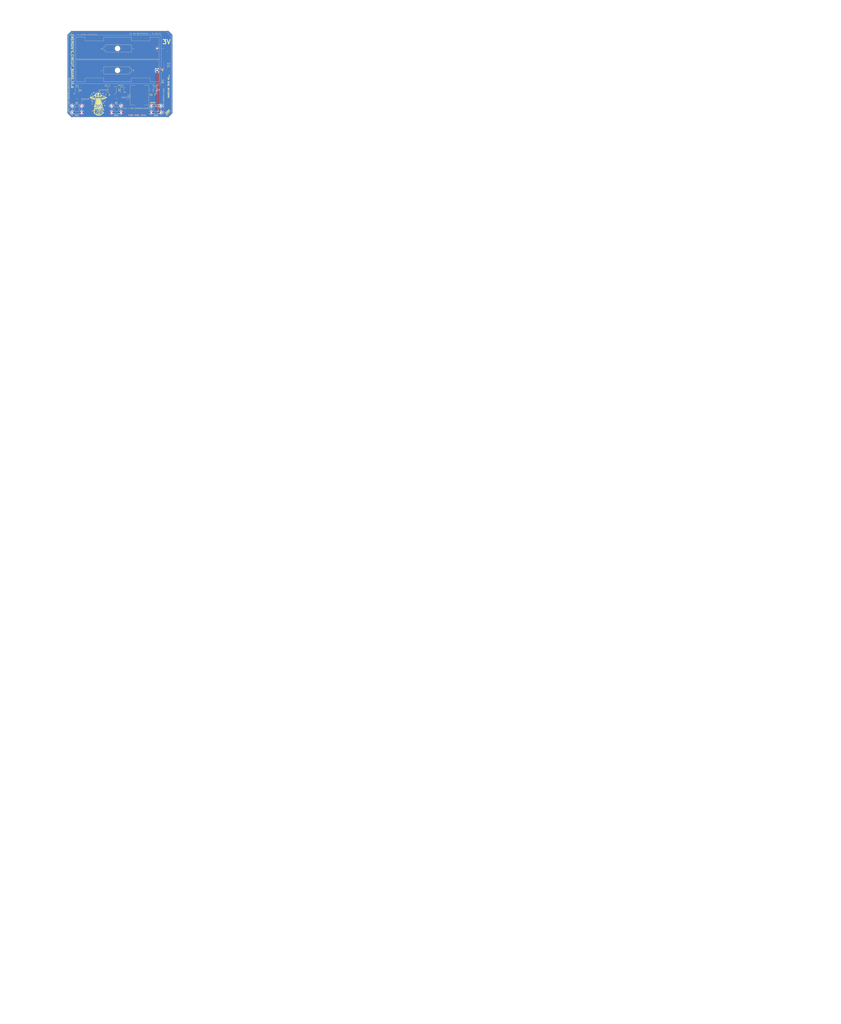
<source format=kicad_pcb>
(kicad_pcb (version 20241229) (generator "pcbnew") (generator_version "9.0")
  (layers (0 "F.Cu" signal) (2 "B.Cu" signal) (13 "F.Paste" user) (15 "B.Paste" user) (5 "F.SilkS" user "F.Silkscreen") (7 "B.SilkS" user "B.Silkscreen") (1 "F.Mask" user) (3 "B.Mask" user) (25 "Edge.Cuts" user))
  (net 0 "")
  (net 1 "V_IN")
  (net 2 "GND")
  (net 3 "Net-(D2-A)")
  (net 4 "Net-(D1-A)")
  (net 5 "Net-(D3-A)")
  (net 6 "Net-(L1-Pad2)")
  (net 7 "Net-(L1-Pad1)")
  (net 8 "Net-(R1-Pad2)")
  (net 9 "Net-(R2-Pad2)")
  (footprint "Resistor_SMD:R_1206_3216Metric" (layer "F.Cu") (at 184.165 152.51)
    (property "Reference" "R1")
    (property "Value" "100 (RMCF1206FT100R)" (hide yes))
  )
  (footprint "LED_SMD:LED_1206_3216Metric" (layer "F.Cu") (at 184.165 145.76 -90)
    (property "Reference" "D1")
    (property "Value" "LED (IR26-21C/L110/TR8)" (hide yes))
  )
  (footprint "Capacitor_SMD:C_0805_2012Metric" (layer "F.Cu") (at 243.8 127.4)
    (property "Reference" "C2")
    (property "Value" "47uF (0805)" (hide yes))
  )
  (footprint "Button_Switch_THT:SW_TH_Tactile_Omron_B3F-102x" (layer "F.Cu") (at 187.415 160.76 180)
    (property "Reference" "SW1")
    (property "Value" "SWITCH (B3F-1020)" (hide yes))
  )
  (footprint "Resistor_SMD:R_1206_3216Metric" (layer "F.Cu") (at 235 145.5 90)
    (property "Reference" "R3")
    (property "Value" "220 (RMCF1206FT220R)" (hide yes))
  )
  (footprint "Button_Switch_THT:SW_TH_Tactile_Omron_B3F-102x" (layer "F.Cu") (at 214.415 160.76 180)
    (property "Reference" "SW2")
    (property "Value" "SWITCH (B3F-1020)" (hide yes))
  )
  (footprint "Battery:BatteryHolder_Keystone_2462_2xAA" (layer "F.Cu") (at 239.165 132 180)
    (property "Reference" "BT1")
    (property "Value" "3.0V (36-2462-ND)")
  )
  (footprint "LED_SMD:LED_1206_3216Metric" (layer "F.Cu") (at 237.75 145.5 -90)
    (property "Reference" "D3")
    (property "Value" "LED (IR26-21C/L110/TR8)" (hide yes))
  )
  (footprint "Resistor_SMD:R_1206_3216Metric" (layer "F.Cu") (at 211.165 152.51)
    (property "Reference" "R2")
    (property "Value" "100 (RMCF1206FT100R)" (hide yes))
  )
  (footprint "LED_SMD:LED_1206_3216Metric" (layer "F.Cu") (at 215.165 145.76 -90)
    (property "Reference" "D2")
    (property "Value" "LED (IR26-21C/L110/TR8)" (hide yes))
  )
  (footprint "Inductor_SMD:L_Sunlord_MWSA1206S-3R3" (layer "F.Cu") (at 227.1 149.025 90)
    (property "Reference" "L1")
    (property "Value" "47uH (MWSA1206S-470MT)" (hide yes))
  )
  (footprint "Capacitor_SMD:C_0603_1608Metric" (layer "F.Cu") (at 243.75 129.35)
    (property "Reference" "C3")
    (property "Value" "0.1uF (0603)" (hide yes))
  )
  (footprint "Capacitor_SMD:C_Elec_5x5.8" (layer "F.Cu") (at 208.415 145.76 90)
    (property "Reference" "C1")
    (property "Value" "100uF (EEE-FH1E101XL)" (hide yes))
  )
  (footprint "Button_Switch_THT:SW_TH_Tactile_Omron_B3F-102x" (layer "F.Cu") (at 241.665 160.76 180)
    (property "Reference" "SW3")
    (property "Value" "SWITCH (B3F-1020)" (hide yes))
  )
  (gr_poly (pts (xy 246.604799 158.764299) (xy 246.605761 158.764391) (xy 246.606736 158.764538) (xy 246.607721 158.764741) (xy 246.608713 158.764998) (xy 246.609709 158.765309) (xy 246.610708 158.765672) (xy 246.611705 158.766088) (xy 246.612699 158.766554) (xy 246.613686 158.767071) (xy 246.614664 158.767636) (xy 246.61563 158.76825) (xy 246.616581 158.768911) (xy 246.617515 158.769619) (xy 246.618429 158.770373) (xy 246.61932 158.771171) (xy 246.620185 158.772014) (xy 246.621021 158.772899) (xy 246.621826 158.773827) (xy 246.622598 158.774796) (xy 246.623333 158.775805) (xy 246.624028 158.776854) (xy 246.624758 158.778139) (xy 246.625374 158.779408) (xy 246.625879 158.780658) (xy 246.626277 158.781886) (xy 246.626569 158.783089) (xy 246.626758 158.784265) (xy 246.626847 158.785411) (xy 246.626839 158.786524) (xy 246.626736 158.787602) (xy 246.62654 158.788643) (xy 246.626255 158.789643) (xy 246.625883 158.7906) (xy 246.625427 158.791512) (xy 246.624889 158.792375) (xy 246.624272 158.793187) (xy 246.623578 158.793946) (xy 246.622811 158.794648) (xy 246.621972 158.795291) (xy 246.621065 158.795873) (xy 246.620092 158.796391) (xy 246.619056 158.796842) (xy 246.617959 158.797224) (xy 246.616805 158.797534) (xy 246.615594 158.797769) (xy 246.614332 158.797926) (xy 246.613019 158.798004) (xy 246.611658 158.797999) (xy 246.610253 158.797909) (xy 246.608806 158.797731) (xy 246.607319 158.797463) (xy 246.605795 158.797102) (xy 246.604237 158.796644) (xy 246.603134 158.796269) (xy 246.602074 158.79582) (xy 246.601059 158.795302) (xy 246.600088 158.794717) (xy 246.599165 158.794071) (xy 246.598289 158.793367) (xy 246.597462 158.792609) (xy 246.596684 158.7918) (xy 246.595958 158.790944) (xy 246.595284 158.790046) (xy 246.594663 158.789109) (xy 246.594096 158.788137) (xy 246.593584 158.787134) (xy 246.593129 158.786103) (xy 246.592732 158.785049) (xy 246.592393 158.783975) (xy 246.592113 158.782886) (xy 246.591895 158.781784) (xy 246.591739 158.780674) (xy 246.591645 158.77956) (xy 246.591616 158.778446) (xy 246.591652 158.777335) (xy 246.591754 158.776231) (xy 246.591924 158.775139) (xy 246.592162 158.774061) (xy 246.59247 158.773002) (xy 246.592849 158.771966) (xy 246.593299 158.770956) (xy 246.593823 158.769976) (xy 246.59442 158.769031) (xy 246.595092 158.768123) (xy 246.595841 158.767258) (xy 246.596482 158.766673) (xy 246.597166 158.766153) (xy 246.59789 158.765699) (xy 246.598651 158.765309) (xy 246.599447 158.764982) (xy 246.600275 158.764717) (xy 246.601132 158.764514) (xy 246.602016 158.764372) (xy 246.602924 158.764289) (xy 246.603852 158.764265)) (fill yes) (layer "F.SilkS"))
  (gr_poly (pts (xy 196.809137 158.824755) (xy 196.809467 158.824862) (xy 196.809795 158.825036) (xy 196.810122 158.825278) (xy 196.810767 158.825952) (xy 196.811397 158.826869) (xy 196.812005 158.828014) (xy 196.812588 158.82937) (xy 196.81314 158.830923) (xy 196.813656 158.832657) (xy 196.814131 158.834556) (xy 196.814559 158.836605) (xy 196.814935 158.838789) (xy 196.815255 158.841091) (xy 196.815512 158.843496) (xy 196.815702 158.84599) (xy 196.81582 158.848556) (xy 196.815861 158.851178) (xy 196.81584 158.852496) (xy 196.815779 158.853801) (xy 196.815678 158.855092) (xy 196.815537 158.856367) (xy 196.815358 158.857623) (xy 196.81514 158.85886) (xy 196.814885 158.860075) (xy 196.814593 158.861266) (xy 196.814265 158.862431) (xy 196.813902 158.863568) (xy 196.813503 158.864675) (xy 196.813071 158.865751) (xy 196.812604 158.866793) (xy 196.812105 158.8678) (xy 196.811574 158.868769) (xy 196.81101 158.869699) (xy 196.810416 158.870588) (xy 196.809792 158.871433) (xy 196.809138 158.872233) (xy 196.808454 158.872986) (xy 196.807743 158.87369) (xy 196.807003 158.874342) (xy 196.806236 158.874942) (xy 196.805443 158.875487) (xy 196.804624 158.875975) (xy 196.80378 158.876404) (xy 196.802912 158.876773) (xy 196.802019 158.877079) (xy 196.801103 158.87732) (xy 196.800165 158.877495) (xy 196.799204 158.877601) (xy 196.798222 158.877637) (xy 196.797411 158.877601) (xy 196.796632 158.877495) (xy 196.795884 158.87732) (xy 196.79517 158.877079) (xy 196.794489 158.876773) (xy 196.793843 158.876404) (xy 196.793231 158.875975) (xy 196.792655 158.875487) (xy 196.792115 158.874942) (xy 196.791612 158.874342) (xy 196.791146 158.87369) (xy 196.790719 158.872986) (xy 196.79033 158.872233) (xy 196.789981 158.871433) (xy 196.789403 158.869699) (xy 196.78899 158.8678) (xy 196.788748 158.865751) (xy 196.788682 158.863568) (xy 196.788797 158.861266) (xy 196.789097 158.85886) (xy 196.789589 158.856367) (xy 196.790277 158.853801) (xy 196.791167 158.851178) (xy 196.793806 158.84599) (xy 196.795112 158.843496) (xy 196.796403 158.841091) (xy 196.797674 158.838789) (xy 196.798918 158.836605) (xy 196.800132 158.834556) (xy 196.801309 158.832657) (xy 196.802445 158.830923) (xy 196.803535 158.82937) (xy 196.804572 158.828014) (xy 196.805553 158.826869) (xy 196.806021 158.826381) (xy 196.806472 158.825952) (xy 196.806907 158.825583) (xy 196.807324 158.825278) (xy 196.807723 158.825036) (xy 196.808104 158.824862) (xy 196.808465 158.824755) (xy 196.808806 158.824719)) (fill yes) (layer "F.SilkS"))
  (gr_poly (pts (xy 247.89939 159.023197) (xy 247.900087 159.023264) (xy 247.900794 159.023393) (xy 247.901508 159.023583) (xy 247.902224 159.023834) (xy 247.902938 159.024144) (xy 247.903646 159.024514) (xy 247.904343 159.024942) (xy 247.905026 159.025428) (xy 247.90569 159.025973) (xy 247.906332 159.026574) (xy 247.906946 159.027232) (xy 247.90753 159.027945) (xy 247.908077 159.028715) (xy 247.908586 159.029539) (xy 247.90905 159.030417) (xy 247.909467 159.03135) (xy 247.909832 159.032335) (xy 247.909932 159.032725) (xy 247.910008 159.033108) (xy 247.91006 159.033483) (xy 247.910089 159.03385) (xy 247.910094 159.034208) (xy 247.910076 159.034558) (xy 247.910036 159.034899) (xy 247.909973 159.035231) (xy 247.909888 159.035553) (xy 247.909782 159.035865) (xy 247.909654 159.036166) (xy 247.909506 159.036457) (xy 247.909336 159.036737) (xy 247.909147 159.037006) (xy 247.908937 159.037263) (xy 247.908708 159.037508) (xy 247.908459 159.037741) (xy 247.908192 159.037961) (xy 247.907906 159.038168) (xy 247.907601 159.038362) (xy 247.907278 159.038542) (xy 247.906938 159.038708) (xy 247.906581 159.03886) (xy 247.906206 159.038998) (xy 247.905815 159.03912) (xy 247.905407 159.039227) (xy 247.904983 159.039319) (xy 247.904544 159.039395) (xy 247.904089 159.039454) (xy 247.903619 159.039497) (xy 247.903135 159.039523) (xy 247.902636 159.039532) (xy 247.902133 159.03952) (xy 247.901638 159.039483) (xy 247.901152 159.039424) (xy 247.900674 159.039341) (xy 247.900205 159.039236) (xy 247.899746 159.039109) (xy 247.899297 159.038961) (xy 247.898859 159.038792) (xy 247.898433 159.038602) (xy 247.898018 159.038393) (xy 247.897616 159.038165) (xy 247.897228 159.037919) (xy 247.896852 159.037654) (xy 247.896491 159.037372) (xy 247.896145 159.037073) (xy 247.895814 159.036758) (xy 247.895498 159.036427) (xy 247.8952 159.036081) (xy 247.894918 159.03572) (xy 247.894653 159.035344) (xy 247.894406 159.034955) (xy 247.894178 159.034553) (xy 247.89397 159.034139) (xy 247.89378 159.033713) (xy 247.893611 159.033275) (xy 247.893463 159.032826) (xy 247.893336 159.032367) (xy 247.893231 159.031898) (xy 247.893148 159.03142) (xy 247.893088 159.030933) (xy 247.893052 159.030439) (xy 247.89304 159.029936) (xy 247.893078 159.029015) (xy 247.893189 159.028164) (xy 247.893369 159.027383) (xy 247.893614 159.026669) (xy 247.893919 159.026024) (xy 247.894281 159.025447) (xy 247.894696 159.024936) (xy 247.895158 159.024492) (xy 247.895664 159.024114) (xy 247.89621 159.023801) (xy 247.896791 159.023553) (xy 247.897404 159.023369) (xy 247.898045 159.023248) (xy 247.898708 159.023191)) (fill yes) (layer "F.SilkS"))
  (gr_poly (pts (xy 246.295228 162.493939) (xy 246.295672 162.49396) (xy 246.296111 162.493994) (xy 246.296544 162.494042) (xy 246.296972 162.494103) (xy 246.297392 162.494177) (xy 246.297805 162.494264) (xy 246.29821 162.494363) (xy 246.298606 162.494475) (xy 246.298993 162.494598) (xy 246.299369 162.494734) (xy 246.299735 162.494881) (xy 246.300089 162.495039) (xy 246.300432 162.495209) (xy 246.300761 162.49539) (xy 246.301077 162.495581) (xy 246.301379 162.495783) (xy 246.301667 162.495996) (xy 246.301939 162.496218) (xy 246.302195 162.49645) (xy 246.302434 162.496692) (xy 246.302656 162.496944) (xy 246.30286 162.497204) (xy 246.303045 162.497474) (xy 246.303211 162.497753) (xy 246.303357 162.49804) (xy 246.303482 162.498335) (xy 246.303586 162.498638) (xy 246.303668 162.49895) (xy 246.303728 162.499269) (xy 246.303764 162.499595) (xy 246.303776 162.499929) (xy 246.303764 162.50021) (xy 246.303728 162.50049) (xy 246.303668 162.50077) (xy 246.303586 162.501048) (xy 246.303482 162.501323) (xy 246.303357 162.501596) (xy 246.303211 162.501865) (xy 246.303045 162.502131) (xy 246.302656 162.502649) (xy 246.302195 162.503144) (xy 246.301667 162.503614) (xy 246.301077 162.504052) (xy 246.300432 162.504455) (xy 246.299735 162.504819) (xy 246.298993 162.505139) (xy 246.29821 162.505411) (xy 246.297392 162.50563) (xy 246.296544 162.505792) (xy 246.295672 162.505892) (xy 246.29478 162.505926) (xy 246.294332 162.505918) (xy 246.293889 162.505892) (xy 246.29345 162.50585) (xy 246.293016 162.505792) (xy 246.292589 162.505718) (xy 246.292169 162.50563) (xy 246.291756 162.505527) (xy 246.291351 162.505411) (xy 246.290955 162.505281) (xy 246.290568 162.505139) (xy 246.290191 162.504985) (xy 246.289826 162.504819) (xy 246.289471 162.504643) (xy 246.289129 162.504455) (xy 246.288799 162.504258) (xy 246.288483 162.504052) (xy 246.288181 162.503837) (xy 246.287894 162.503614) (xy 246.287622 162.503383) (xy 246.287366 162.503144) (xy 246.287126 162.5029) (xy 246.286904 162.502649) (xy 246.286701 162.502392) (xy 246.286515 162.502131) (xy 246.286349 162.501865) (xy 246.286203 162.501596) (xy 246.286078 162.501323) (xy 246.285974 162.501048) (xy 246.285892 162.50077) (xy 246.285833 162.50049) (xy 246.285797 162.50021) (xy 246.285784 162.499929) (xy 246.285797 162.499595) (xy 246.285833 162.499269) (xy 246.285892 162.49895) (xy 246.285974 162.498638) (xy 246.286078 162.498335) (xy 246.286203 162.49804) (xy 246.286349 162.497753) (xy 246.286515 162.497474) (xy 246.286701 162.497204) (xy 246.286904 162.496944) (xy 246.287126 162.496692) (xy 246.287366 162.49645) (xy 246.287894 162.495996) (xy 246.288483 162.495581) (xy 246.289129 162.495209) (xy 246.289826 162.494881) (xy 246.290568 162.494598) (xy 246.291351 162.494363) (xy 246.292169 162.494177) (xy 246.293016 162.494042) (xy 246.293889 162.49396) (xy 246.29478 162.493932)) (fill yes) (layer "F.SilkS"))
  (gr_poly (pts (xy 202.683591 156.91347) (xy 202.68519 156.913637) (xy 202.686791 156.913919) (xy 202.688399 156.914317) (xy 202.690017 156.914829) (xy 202.691649 156.915452) (xy 202.693299 156.916187) (xy 202.694972 156.917032) (xy 202.69667 156.917985) (xy 202.698398 156.919046) (xy 202.700159 156.920212) (xy 202.701958 156.921483) (xy 202.706767 156.925866) (xy 202.710955 156.930397) (xy 202.714541 156.93505) (xy 202.717544 156.939797) (xy 202.719983 156.944612) (xy 202.721879 156.949466) (xy 202.723251 156.954333) (xy 202.724117 156.959186) (xy 202.724498 156.963998) (xy 202.724412 156.968742) (xy 202.723879 156.973389) (xy 202.722918 156.977914) (xy 202.721549 156.982289) (xy 202.719792 156.986487) (xy 202.717665 156.990481) (xy 202.715187 156.994244) (xy 202.712379 156.997748) (xy 202.70926 157.000967) (xy 202.705849 157.003873) (xy 202.702165 157.006439) (xy 202.698228 157.008639) (xy 202.694057 157.010444) (xy 202.689671 157.011828) (xy 202.685091 157.012764) (xy 202.680335 157.013225) (xy 202.675422 157.013183) (xy 202.670373 157.012611) (xy 202.665206 157.011483) (xy 202.659941 157.00977) (xy 202.654597 157.007447) (xy 202.649194 157.004485) (xy 202.64375 157.000858) (xy 202.638169 156.996483) (xy 202.633332 156.992562) (xy 202.629239 156.989014) (xy 202.627472 156.987353) (xy 202.625891 156.985755) (xy 202.624496 156.984208) (xy 202.623286 156.982703) (xy 202.622263 156.981228) (xy 202.621426 156.979774) (xy 202.620775 156.978331) (xy 202.62031 156.976887) (xy 202.620031 156.975433) (xy 202.619938 156.973959) (xy 202.620031 156.972453) (xy 202.62031 156.970906) (xy 202.620775 156.969308) (xy 202.621426 156.967647) (xy 202.622263 156.965914) (xy 202.623286 156.964099) (xy 202.624496 156.96219) (xy 202.625891 156.960178) (xy 202.629239 156.955803) (xy 202.633332 156.95089) (xy 202.638169 156.945358) (xy 202.64375 156.939122) (xy 202.648551 156.934118) (xy 202.653052 156.929682) (xy 202.657284 156.925805) (xy 202.659309 156.924072) (xy 202.661279 156.922475) (xy 202.663197 156.921013) (xy 202.665067 156.919683) (xy 202.666893 156.918485) (xy 202.668679 156.917418) (xy 202.670429 156.91648) (xy 202.672147 156.915669) (xy 202.673836 156.914986) (xy 202.6755 156.914427) (xy 202.677144 156.913993) (xy 202.678771 156.913681) (xy 202.680386 156.913491) (xy 202.681991 156.913421)) (fill yes) (layer "F.SilkS"))
  (gr_poly (pts (xy 247.592413 158.925862) (xy 247.593554 158.925959) (xy 247.594689 158.926115) (xy 247.595813 158.926328) (xy 247.596922 158.926598) (xy 247.598011 158.926926) (xy 247.599073 158.92731) (xy 247.600104 158.92775) (xy 247.601099 158.928247) (xy 247.602053 158.928799) (xy 247.60296 158.929406) (xy 247.603816 158.930069) (xy 247.604614 158.930786) (xy 247.60535 158.931557) (xy 247.60602 158.932383) (xy 247.606617 158.933262) (xy 247.607136 158.934194) (xy 247.607573 158.93518) (xy 247.607776 158.935741) (xy 247.607937 158.936298) (xy 247.608056 158.936852) (xy 247.608131 158.937403) (xy 247.608163 158.937952) (xy 247.608151 158.938498) (xy 247.608095 158.939042) (xy 247.607994 158.939584) (xy 247.607849 158.940125) (xy 247.607658 158.940663) (xy 247.607422 158.941201) (xy 247.60714 158.941737) (xy 247.606812 158.942273) (xy 247.606438 158.942808) (xy 247.605548 158.943876) (xy 247.604469 158.944945) (xy 247.603197 158.946015) (xy 247.601731 158.947089) (xy 247.600066 158.948168) (xy 247.598202 158.949254) (xy 247.596134 158.950349) (xy 247.593861 158.951454) (xy 247.59138 158.952572) (xy 247.58961 158.953278) (xy 247.587901 158.953935) (xy 247.58625 158.954543) (xy 247.584659 158.9551) (xy 247.583126 158.955607) (xy 247.581652 158.956064) (xy 247.580237 158.956471) (xy 247.578879 158.956826) (xy 247.57758 158.957131) (xy 247.576338 158.957385) (xy 247.575154 158.957587) (xy 247.574028 158.957738) (xy 247.572958 158.957837) (xy 247.571945 158.957883) (xy 247.570989 158.957878) (xy 247.57009 158.95782) (xy 247.569246 158.957709) (xy 247.568459 158.957545) (xy 247.567727 158.957329) (xy 247.567051 158.957058) (xy 247.566431 158.956735) (xy 247.565865 158.956357) (xy 247.565354 158.955925) (xy 247.564898 158.95544) (xy 247.564497 158.954899) (xy 247.56415 158.954304) (xy 247.563856 158.953654) (xy 247.563617 158.952949) (xy 247.563431 158.952189) (xy 247.563299 158.951373) (xy 247.563219 158.950501) (xy 247.563193 158.949574) (xy 247.563205 158.949299) (xy 247.563242 158.949039) (xy 247.563302 158.948793) (xy 247.563385 158.948561) (xy 247.563491 158.948344) (xy 247.56362 158.94814) (xy 247.56377 158.94795) (xy 247.563943 158.947774) (xy 247.564136 158.947613) (xy 247.56435 158.947465) (xy 247.564584 158.947332) (xy 247.564837 158.947212) (xy 247.565403 158.947015) (xy 247.566042 158.946875) (xy 247.566751 158.94679) (xy 247.567527 158.946762) (xy 247.568366 158.94679) (xy 247.569265 158.946875) (xy 247.57022 158.947015) (xy 247.571228 158.947212) (xy 247.572286 158.947465) (xy 247.573388 158.947774) (xy 247.574569 158.948189) (xy 247.575637 158.948531) (xy 247.576593 158.9488) (xy 247.577029 158.948906) (xy 247.577436 158.948993) (xy 247.577816 158.94906) (xy 247.578167 158.949108) (xy 247.57849 158.949136) (xy 247.578786 158.949145) (xy 247.579053 158.949133) (xy 247.579292 158.949101) (xy 247.579503 158.949048) (xy 247.579685 158.948974) (xy 247.57984 158.948879) (xy 247.579966 158.948763) (xy 247.580065 158.948625) (xy 247.580135 158.948465) (xy 247.580177 158.948284) (xy 247.580191 158.94808) (xy 247.580177 158.947854) (xy 247.580135 158.947606) (xy 247.580065 158.947334) (xy 247.579967 158.94704) (xy 247.57984 158.946722) (xy 247.579685 158.946381) (xy 247.579503 158.946016) (xy 247.579292 158.945627) (xy 247.579053 158.945213) (xy 247.578786 158.944776) (xy 247.578364 158.943969) (xy 247.577998 158.943127) (xy 247.577686 158.942256) (xy 247.577427 158.941365) (xy 247.577221 158.940459) (xy 247.577068 158.939547) (xy 247.576965 158.938635) (xy 247.576912 158.937729) (xy 247.576908 158.936838) (xy 247.576953 158.935967) (xy 247.577045 158.935125) (xy 247.577183 158.934318) (xy 247.577368 158.933553) (xy 247.577597 158.932838) (xy 247.57787 158.932178) (xy 247.578186 158.931582) (xy 247.578786 158.93077) (xy 247.579458 158.930021) (xy 247.580197 158.929335) (xy 247.580998 158.928711) (xy 247.581856 158.928149) (xy 247.582765 158.927648) (xy 247.58372 158.927209) (xy 247.584717 158.926831) (xy 247.58575 158.926513) (xy 247.586813 158.926256) (xy 247.587903 158.926059) (xy 247.589012 158.925921) (xy 247.590138 158.925842) (xy 247.591273 158.925823)) (fill yes) (layer "F.SilkS"))
  (gr_poly (pts (xy 198.809055 147.698108) (xy 198.853421 147.70033) (xy 198.872997 147.701701) (xy 198.891131 147.703317) (xy 198.908046 147.705233) (xy 198.923963 147.707503) (xy 198.939105 147.710181) (xy 198.953694 147.713322) (xy 198.967953 147.716979) (xy 198.982103 147.721207) (xy 198.996366 147.726061) (xy 199.010966 147.731594) (xy 199.026123 147.737861) (xy 199.042061 147.744916) (xy 199.059002 147.752813) (xy 199.077167 147.761607) (xy 199.101848 147.774217) (xy 199.125625 147.787577) (xy 199.148503 147.801691) (xy 199.170487 147.816564) (xy 199.191583 147.832202) (xy 199.211794 147.848611) (xy 199.231127 147.865794) (xy 199.249587 147.883758) (xy 199.267178 147.902507) (xy 199.283907 147.922047) (xy 199.299778 147.942382) (xy 199.314796 147.963519) (xy 199.328967 147.985461) (xy 199.342295 148.008215) (xy 199.354786 148.031786) (xy 199.366445 148.056178) (xy 199.387863 148.107796) (xy 199.405165 148.160051) (xy 199.418368 148.212839) (xy 199.427492 148.266053) (xy 199.432554 148.319588) (xy 199.433572 148.373337) (xy 199.430565 148.427194) (xy 199.423551 148.481054) (xy 199.412547 148.534811) (xy 199.397571 148.588358) (xy 199.378643 148.64159) (xy 199.355779 148.694401) (xy 199.328998 148.746685) (xy 199.298318 148.798336) (xy 199.263758 148.849248) (xy 199.225334 148.899315) (xy 199.207966 148.919253) (xy 199.18668 148.942317) (xy 199.134714 148.995613) (xy 199.074149 149.054779) (xy 199.009698 149.115392) (xy 198.946074 149.173029) (xy 198.88799 149.223265) (xy 198.862498 149.244226) (xy 198.840158 149.261678) (xy 198.821559 149.275069) (xy 198.807292 149.283844) (xy 198.803696 149.285163) (xy 198.799532 149.285817) (xy 198.789536 149.285157) (xy 198.777379 149.281918) (xy 198.763139 149.276155) (xy 198.746895 149.267921) (xy 198.728723 149.257272) (xy 198.708701 149.244261) (xy 198.686906 149.228943) (xy 198.663417 149.211372) (xy 198.63831 149.191602) (xy 198.611663 149.169687) (xy 198.583553 149.145682) (xy 198.523257 149.091618) (xy 198.458041 149.029844) (xy 198.434607 149.006714) (xy 198.412528 148.98421) (xy 198.391716 148.962212) (xy 198.37208 148.940602) (xy 198.353528 148.919261) (xy 198.335972 148.898069) (xy 198.319319 148.876908) (xy 198.303481 148.85566) (xy 198.288366 148.834204) (xy 198.273884 148.812424) (xy 198.259945 148.790199) (xy 198.246458 148.76741) (xy 198.233332 148.74394) (xy 198.220478 148.719668) (xy 198.207805 148.694477) (xy 198.195223 148.668247) (xy 198.181022 148.636869) (xy 198.175107 148.622528) (xy 198.169922 148.608715) (xy 198.165418 148.59515) (xy 198.16155 148.581554) (xy 198.158271 148.567648) (xy 198.155535 148.553153) (xy 198.153295 148.537789) (xy 198.151504 148.521279) (xy 198.150116 148.503342) (xy 198.149085 148.4837) (xy 198.148332 148.454596) (xy 198.263793 148.454596) (xy 198.264113 148.467697) (xy 198.265237 148.481395) (xy 198.267161 148.495729) (xy 198.269884 148.510737) (xy 198.273403 148.526458) (xy 198.277715 148.542932) (xy 198.282818 148.560195) (xy 198.288709 148.578288) (xy 198.299519 148.605948) (xy 198.312021 148.632628) (xy 198.32609 148.658218) (xy 198.341597 148.682606) (xy 198.358418 148.705682) (xy 198.376424 148.727334) (xy 198.395489 148.747451) (xy 198.415488 148.765922) (xy 198.436292 148.782637) (xy 198.457776 148.797483) (xy 198.479813 148.81035) (xy 198.491 148.816007) (xy 198.502277 148.821127) (xy 198.513629 148.825697) (xy 198.52504 148.829702) (xy 198.536494 148.83313) (xy 198.547976 148.835965) (xy 198.55947 148.838194) (xy 198.570959 148.839804) (xy 198.582428 148.84078) (xy 198.593861 148.841109) (xy 198.601727 148.840995) (xy 198.60883 148.840612) (xy 198.615236 148.839899) (xy 198.621009 148.838793) (xy 198.623678 148.838074) (xy 198.626213 148.837233) (xy 198.628622 148.836263) (xy 198.630913 148.835155) (xy 198.633095 148.833903) (xy 198.635175 148.832499) (xy 198.637161 148.830935) (xy 198.639061 148.829202) (xy 198.640884 148.827294) (xy 198.642637 148.825202) (xy 198.64433 148.82292) (xy 198.645968 148.820438) (xy 198.647562 148.817749) (xy 198.649119 148.814846) (xy 198.652152 148.808366) (xy 198.655134 148.800935) (xy 198.658129 148.792491) (xy 198.661202 148.782972) (xy 198.664417 148.772317) (xy 198.668944 148.756836) (xy 198.672936 148.741488) (xy 198.676395 148.726281) (xy 198.679324 148.711224) (xy 198.681724 148.696327) (xy 198.683598 148.681597) (xy 198.684948 148.667043) (xy 198.685776 148.652675) (xy 198.686085 148.6385) (xy 198.685887 148.625142) (xy 198.879997 148.625142) (xy 198.880654 148.656358) (xy 198.883724 148.688422) (xy 198.889244 148.721229) (xy 198.89725 148.754677) (xy 198.901431 148.768199) (xy 198.906059 148.78033) (xy 198.908551 148.785879) (xy 198.911168 148.791086) (xy 198.913913 148.795954) (xy 198.916791 148.800484) (xy 198.919805 148.804677) (xy 198.922961 148.808537) (xy 198.926262 148.812065) (xy 198.929713 148.815263) (xy 198.933318 148.818133) (xy 198.93708 148.820676) (xy 198.941005 148.822895) (xy 198.945096 148.824792) (xy 198.949357 148.826368) (xy 198.953793 148.827626) (xy 198.958408 148.828568) (xy 198.963207 148.829195) (xy 198.968192 148.829509) (xy 198.973369 148.829513) (xy 198.978742 148.829207) (xy 198.984315 148.828595) (xy 198.990092 148.827679) (xy 198.996077 148.826459) (xy 199.008689 148.823118) (xy 199.022185 148.818589) (xy 199.036598 148.812887) (xy 199.054207 148.804952) (xy 199.071307 148.796371) (xy 199.087885 148.787159) (xy 199.103928 148.777333) (xy 199.119424 148.766907) (xy 199.134359 148.755897) (xy 199.14872 148.744319) (xy 199.162495 148.732188) (xy 199.17567 148.719519) (xy 199.188233 148.706329) (xy 199.200171 148.692632) (xy 199.21147 148.678444) (xy 199.222118 148.663781) (xy 199.232103 148.648658) (xy 199.24141 148.63309) (xy 199.250028 148.617093) (xy 199.25881 148.598075) (xy 199.266629 148.578223) (xy 199.273472 148.557776) (xy 199.279325 148.536975) (xy 199.284175 148.51606) (xy 199.28801 148.495272) (xy 199.290816 148.474851) (xy 199.292581 148.455037) (xy 199.293292 148.43607) (xy 199.292936 148.418192) (xy 199.2915 148.401641) (xy 199.288971 148.386659) (xy 199.287293 148.379831) (xy 199.285336 148.373485) (xy 199.2831 148.367652) (xy 199.280582 148.362361) (xy 199.277782 148.357642) (xy 199.274697 148.353525) (xy 199.271326 148.350041) (xy 199.267667 148.34722) (xy 199.259474 148.342939) (xy 199.249583 148.339348) (xy 199.238199 148.336433) (xy 199.225526 148.334183) (xy 199.211768 148.332584) (xy 199.197128 148.331624) (xy 199.181812 148.331288) (xy 199.166022 148.331565) (xy 199.149964 148.332442) (xy 199.133842 148.333905) (xy 199.117859 148.335941) (xy 199.102219 148.338538) (xy 199.087127 148.341683) (xy 199.072788 148.345363) (xy 199.059404 148.349565) (xy 199.04718 148.354276) (xy 199.034195 148.360501) (xy 199.0217 148.36726) (xy 199.009699 148.374542) (xy 198.998198 148.382332) (xy 198.987201 148.390619) (xy 198.976712 148.399389) (xy 198.966736 148.408629) (xy 198.957277 148.418327) (xy 198.948341 148.428469) (xy 198.93993 148.439042) (xy 198.924707 148.461432) (xy 198.911644 148.485392) (xy 198.900778 148.51082) (xy 198.892144 148.537613) (xy 198.885778 148.565666) (xy 198.881717 148.594877) (xy 198.879997 148.625142) (xy 198.685887 148.625142) (xy 198.685877 148.624528) (xy 198.685155 148.610767) (xy 198.683919 148.597226) (xy 198.682174 148.583914) (xy 198.67992 148.570839) (xy 198.677161 148.55801) (xy 198.673898 148.545436) (xy 198.670133 148.533126) (xy 198.66587 148.521087) (xy 198.66111 148.50933) (xy 198.655856 148.497863) (xy 198.650109 148.486694) (xy 198.643872 148.475832) (xy 198.637148 148.465286) (xy 198.629938 148.455064) (xy 198.622245 148.445176) (xy 198.614071 148.43563) (xy 198.605419 148.426435) (xy 198.59629 148.417599) (xy 198.586687 148.409131) (xy 198.586468 148.408956) (xy 198.703222 148.408956) (xy 198.703268 148.410273) (xy 198.703405 148.411578) (xy 198.70363 148.412869) (xy 198.703942 148.414144) (xy 198.704338 148.4154) (xy 198.704815 148.416637) (xy 198.705372 148.417851) (xy 198.706006 148.419042) (xy 198.706715 148.420207) (xy 198.707496 148.421344) (xy 198.708348 148.422452) (xy 198.709268 148.423528) (xy 198.711304 148.425577) (xy 198.713585 148.427476) (xy 198.716093 148.42921) (xy 198.718811 148.430763) (xy 198.72172 148.432119) (xy 198.724802 148.433264) (xy 198.728039 148.434181) (xy 198.731413 148.434856) (xy 198.734906 148.435272) (xy 198.736691 148.435378) (xy 198.7385 148.435414) (xy 198.740308 148.435378) (xy 198.742093 148.435272) (xy 198.743853 148.435097) (xy 198.745586 148.434856) (xy 198.747289 148.43455) (xy 198.74896 148.434181) (xy 198.750597 148.433752) (xy 198.752197 148.433264) (xy 198.753759 148.432719) (xy 198.75528 148.432119) (xy 198.756757 148.431467) (xy 198.758189 148.430763) (xy 198.759573 148.43001) (xy 198.760906 148.42921) (xy 198.762188 148.428364) (xy 198.763415 148.427476) (xy 198.764585 148.426546) (xy 198.765696 148.425577) (xy 198.766746 148.42457) (xy 198.767732 148.423528) (xy 198.768652 148.422452) (xy 198.769504 148.421344) (xy 198.770285 148.420207) (xy 198.770994 148.419042) (xy 198.771628 148.417851) (xy 198.772185 148.416637) (xy 198.772662 148.4154) (xy 198.773058 148.414144) (xy 198.773369 148.412869) (xy 198.773595 148.411578) (xy 198.773732 148.410273) (xy 198.773778 148.408956) (xy 198.773732 148.407638) (xy 198.773595 148.406333) (xy 198.773369 148.405042) (xy 198.773058 148.403767) (xy 198.772662 148.40251) (xy 198.772185 148.401274) (xy 198.771628 148.400059) (xy 198.770994 148.398868) (xy 198.770285 148.397703) (xy 198.769504 148.396566) (xy 198.768652 148.395458) (xy 198.767732 148.394383) (xy 198.765696 148.392334) (xy 198.763415 148.390434) (xy 198.760906 148.388701) (xy 198.758189 148.387148) (xy 198.75528 148.385791) (xy 198.752197 148.384647) (xy 198.74896 148.38373) (xy 198.745586 148.383055) (xy 198.742093 148.382639) (xy 198.740308 148.382533) (xy 198.7385 148.382497) (xy 198.736691 148.382533) (xy 198.734906 148.382639) (xy 198.733146 148.382814) (xy 198.731413 148.383055) (xy 198.72971 148.383361) (xy 198.728039 148.38373) (xy 198.726402 148.384159) (xy 198.724802 148.384647) (xy 198.723241 148.385192) (xy 198.72172 148.385791) (xy 198.720243 148.386444) (xy 198.718811 148.387148) (xy 198.717427 148.387901) (xy 198.716093 148.388701) (xy 198.714812 148.389546) (xy 198.713585 148.390434) (xy 198.712415 148.391364) (xy 198.711304 148.392334) (xy 198.710254 148.39334) (xy 198.709268 148.394383) (xy 198.708348 148.395458) (xy 198.707496 148.396566) (xy 198.706715 148.397703) (xy 198.706006 148.398868) (xy 198.705372 148.400059) (xy 198.704815 148.401274) (xy 198.704338 148.40251) (xy 198.703942 148.403767) (xy 198.70363 148.405042) (xy 198.703405 148.406333) (xy 198.703268 148.407638) (xy 198.703222 148.408956) (xy 198.586468 148.408956) (xy 198.576612 148.40104) (xy 198.566067 148.393335) (xy 198.555055 148.386024) (xy 198.54715 148.381419) (xy 198.538695 148.376877) (xy 198.529758 148.372424) (xy 198.520411 148.368082) (xy 198.510723 148.363874) (xy 198.500764 148.359824) (xy 198.490603 148.355955) (xy 198.480311 148.35229) (xy 198.469956 148.348852) (xy 198.459609 148.345665) (xy 198.44934 148.342752) (xy 198.439217 148.340136) (xy 198.429312 148.33784) (xy 198.419694 148.335888) (xy 198.410432 148.334303) (xy 198.401597 148.333108) (xy 198.388993 148.331934) (xy 198.377578 148.331075) (xy 198.367258 148.330557) (xy 198.36248 148.330434) (xy 198.357941 148.330406) (xy 198.353629 148.330477) (xy 198.349533 148.330648) (xy 198.345641 148.330925) (xy 198.341942 148.331309) (xy 198.338423 148.331804) (xy 198.335074 148.332414) (xy 198.331882 148.333141) (xy 198.328837 148.33399) (xy 198.325926 148.334962) (xy 198.323137 148.336061) (xy 198.320459 148.337291) (xy 198.317881 148.338654) (xy 198.315391 148.340155) (xy 198.312977 148.341795) (xy 198.310628 148.34358) (xy 198.308332 148.34551) (xy 198.306077 148.347591) (xy 198.303851 148.349824) (xy 198.301644 148.352214) (xy 198.299443 148.354764) (xy 198.297238 148.357476) (xy 198.295015 148.360354) (xy 198.290473 148.366622) (xy 198.284271 148.376344) (xy 198.278893 148.386352) (xy 198.274338 148.396686) (xy 198.270601 148.407385) (xy 198.267681 148.418486) (xy 198.265574 148.430029) (xy 198.264279 148.442053) (xy 198.263793 148.454596) (xy 198.148332 148.454596) (xy 198.147907 148.438183) (xy 198.147597 148.382497) (xy 198.147921 148.325336) (xy 198.148411 148.301014) (xy 198.149195 148.279089) (xy 198.150332 148.259232) (xy 198.151876 148.241111) (xy 198.153885 148.224395) (xy 198.156417 148.208754) (xy 198.159527 148.193858) (xy 198.163272 148.179375) (xy 198.167711 148.164974) (xy 198.172898 148.150325) (xy 198.178892 148.135098) (xy 198.185748 148.118961) (xy 198.202277 148.082636) (xy 198.219155 148.048499) (xy 198.236756 148.01616) (xy 198.255143 147.985557) (xy 198.274377 147.956628) (xy 198.29452 147.929312) (xy 198.315635 147.903546) (xy 198.337784 147.879268) (xy 198.361028 147.856417) (xy 198.385429 147.83493) (xy 198.411051 147.814745) (xy 198.437953 147.7958) (xy 198.4662 147.778034) (xy 198.495852 147.761383) (xy 198.526971 147.745787) (xy 198.559621 147.731184) (xy 198.593861 147.71751) (xy 198.601937 147.714948) (xy 198.610922 147.712553) (xy 198.631454 147.708278) (xy 198.655129 147.704705) (xy 198.681615 147.701856) (xy 198.710581 147.699751) (xy 198.741697 147.698411) (xy 198.774632 147.697856)) (stroke (width 0.15)) (fill yes) (layer "F.SilkS"))
  (gr_poly (pts (xy 199.278889 155.441056) (xy 199.283133 155.441385) (xy 199.287034 155.441905) (xy 199.290611 155.442618) (xy 199.293883 155.443523) (xy 199.296869 155.444621) (xy 199.299589 155.445911) (xy 199.302062 155.447396) (xy 199.304308 155.449074) (xy 199.306346 155.450946) (xy 199.308196 155.453013) (xy 199.309876 155.455275) (xy 199.311406 155.457731) (xy 199.312806 155.460383) (xy 199.314095 155.463231) (xy 199.315292 155.466274) (xy 199.316838 155.471124) (xy 199.317844 155.476405) (xy 199.318319 155.482101) (xy 199.318268 155.488199) (xy 199.316625 155.501544) (xy 199.312976 155.516325) (xy 199.307385 155.532429) (xy 199.299913 155.549742) (xy 199.290621 155.568151) (xy 199.279573 155.587542) (xy 199.26683 155.607801) (xy 199.252453 155.628814) (xy 199.236506 155.650469) (xy 199.21905 155.67265) (xy 199.200146 155.695245) (xy 199.179858 155.718139) (xy 199.158247 155.74122) (xy 199.135375 155.764372) (xy 199.109961 155.789455) (xy 199.081721 155.816121) (xy 199.051217 155.843929) (xy 199.019013 155.872438) (xy 198.951758 155.929789) (xy 198.884462 155.984638) (xy 198.82163 156.033452) (xy 198.793297 156.05449) (xy 198.767769 156.072695) (xy 198.745611 156.087623) (xy 198.727386 156.098833) (xy 198.713656 156.105883) (xy 198.708654 156.107709) (xy 198.704986 156.108331) (xy 198.702893 156.107024) (xy 198.700915 156.103212) (xy 198.697307 156.088711) (xy 198.694169 156.066112) (xy 198.691509 156.0367) (xy 198.687654 155.962572) (xy 198.685804 155.8766) (xy 198.686021 155.789056) (xy 198.688367 155.710215) (xy 198.690358 155.677269) (xy 198.692905 155.65035) (xy 198.696014 155.630744) (xy 198.699695 155.619734) (xy 198.705499 155.614018) (xy 198.716607 155.606914) (xy 198.732495 155.598607) (xy 198.752639 155.589279) (xy 198.803595 155.568295) (xy 198.86528 155.54543) (xy 198.933496 155.522151) (xy 199.004048 155.499927) (xy 199.072739 155.480224) (xy 199.135375 155.464511) (xy 199.160805 155.458931) (xy 199.18362 155.454097) (xy 199.203975 155.450012) (xy 199.213279 155.448252) (xy 199.222026 155.44668) (xy 199.230235 155.445296) (xy 199.237927 155.444101) (xy 199.24512 155.443096) (xy 199.251833 155.44228) (xy 199.258086 155.441654) (xy 199.263899 155.441219) (xy 199.269291 155.440974) (xy 199.274281 155.440919)) (stroke (width 0.15)) (fill yes) (layer "F.SilkS"))
  (gr_poly (pts (xy 198.381489 159.004493) (xy 198.38419 159.004621) (xy 198.386825 159.004856) (xy 198.389403 159.0052) (xy 198.391934 159.005653) (xy 198.394428 159.006217) (xy 198.396895 159.006892) (xy 198.399345 159.00768) (xy 198.401789 159.008581) (xy 198.404236 159.009596) (xy 198.406696 159.010727) (xy 198.411696 159.013338) (xy 198.41687 159.016422) (xy 198.422296 159.019986) (xy 198.428056 159.024039) (xy 198.433042 159.028311) (xy 198.437437 159.033575) (xy 198.441268 159.04041) (xy 198.444564 159.049395) (xy 198.447354 159.061108) (xy 198.449667 159.076129) (xy 198.45297 159.118407) (xy 198.454703 159.18086) (xy 198.455093 159.268118) (xy 198.45275 159.535567) (xy 198.447458 160.025928) (xy 198.193459 160.26758) (xy 198.109591 160.347534) (xy 198.075605 160.380255) (xy 198.046394 160.408802) (xy 198.021566 160.433668) (xy 198.000726 160.455352) (xy 197.99168 160.465155) (xy 197.983483 160.474348) (xy 197.976088 160.482994) (xy 197.969445 160.491153) (xy 197.963504 160.498889) (xy 197.958217 160.506264) (xy 197.953535 160.513338) (xy 197.949408 160.520175) (xy 197.945788 160.526836) (xy 197.942625 160.533383) (xy 197.93987 160.539879) (xy 197.937474 160.546385) (xy 197.935389 160.552964) (xy 197.933564 160.559676) (xy 197.931951 160.566585) (xy 197.930501 160.573753) (xy 197.927893 160.589111) (xy 197.925347 160.606247) (xy 197.922715 160.634811) (xy 197.920166 160.679311) (xy 197.915646 160.80711) (xy 197.912449 160.97162) (xy 197.911236 161.154816) (xy 197.910795 161.297922) (xy 197.910802 161.356668) (xy 197.911015 161.407686) (xy 197.911477 161.451584) (xy 197.911814 161.471052) (xy 197.912228 161.488967) (xy 197.912725 161.505406) (xy 197.91331 161.520444) (xy 197.913988 161.534157) (xy 197.914764 161.546621) (xy 197.915643 161.557912) (xy 197.916631 161.568106) (xy 197.917732 161.577279) (xy 197.918953 161.585506) (xy 197.920297 161.592864) (xy 197.921771 161.599428) (xy 197.923379 161.605275) (xy 197.925126 161.61048) (xy 197.927019 161.615119) (xy 197.929061 161.619268) (xy 197.931258 161.623003) (xy 197.933615 161.626399) (xy 197.936138 161.629534) (xy 197.938831 161.632482) (xy 197.9417 161.63532) (xy 197.94475 161.638123) (xy 197.948343 161.64161) (xy 197.951836 161.64543) (xy 197.95521 161.649545) (xy 197.958447 161.653915) (xy 197.96153 161.658503) (xy 197.964439 161.663269) (xy 197.967156 161.668174) (xy 197.969665 161.67318) (xy 197.971946 161.678248) (xy 197.973982 161.68334) (xy 197.975754 161.688415) (xy 197.977244 161.693437) (xy 197.978435 161.698365) (xy 197.979308 161.703162) (xy 197.979845 161.707788) (xy 197.980028 161.712204) (xy 197.979845 161.716993) (xy 197.979308 161.722072) (xy 197.978435 161.727398) (xy 197.977244 161.732931) (xy 197.975754 161.738629) (xy 197.973982 161.744452) (xy 197.971946 161.750357) (xy 197.969665 161.756303) (xy 197.967156 161.76225) (xy 197.964439 161.768154) (xy 197.96153 161.773977) (xy 197.958447 161.779675) (xy 197.95521 161.785208) (xy 197.951836 161.790534) (xy 197.948343 161.795611) (xy 197.94475 161.8004) (xy 197.939121 161.807956) (xy 197.934118 161.815624) (xy 197.929704 161.823721) (xy 197.925843 161.832564) (xy 197.922499 161.842472) (xy 197.919635 161.853762) (xy 197.917216 161.866752) (xy 197.915205 161.88176) (xy 197.913566 161.899104) (xy 197.912263 161.919101) (xy 197.910519 161.968328) (xy 197.909686 162.031983) (xy 197.909472 162.112609) (xy 197.909472 162.378955) (xy 197.969444 162.426579) (xy 197.98299 162.438168) (xy 197.995517 162.450409) (xy 198.007031 162.463253) (xy 198.017538 162.476651) (xy 198.027042 162.490553) (xy 198.035549 162.504909) (xy 198.043063 162.519669) (xy 198.049591 162.534784) (xy 198.055137 162.550204) (xy 198.059706 162.565879) (xy 198.063303 162.581759) (xy 198.065935 162.597795) (xy 198.067605 162.613937) (xy 198.068319 162.630135) (xy 198.068082 162.646339) (xy 198.066899 162.662501) (xy 198.064776 162.678569) (xy 198.061718 162.694494) (xy 198.057729 162.710227) (xy 198.052816 162.725718) (xy 198.046982 162.740917) (xy 198.040234 162.755774) (xy 198.032576 162.77024) (xy 198.024015 162.784264) (xy 198.014553 162.797798) (xy 198.004198 162.81079) (xy 197.992954 162.823193) (xy 197.980827 162.834955) (xy 197.967821 162.846027) (xy 197.953941 162.85636) (xy 197.939194 162.865904) (xy 197.923583 162.874608) (xy 197.909622 162.881058) (xy 197.894324 162.886524) (xy 197.877885 162.891014) (xy 197.860497 162.894534) (xy 197.842355 162.897093) (xy 197.823652 162.898699) (xy 197.804582 162.899359) (xy 197.785339 162.899082) (xy 197.766116 162.897874) (xy 197.747108 162.895744) (xy 197.728509 162.892699) (xy 197.710511 162.888747) (xy 197.693309 162.883896) (xy 197.677097 162.878153) (xy 197.662069 162.871527) (xy 197.648417 162.864025) (xy 197.632878 162.853863) (xy 197.618341 162.842926) (xy 197.604807 162.831265) (xy 197.592276 162.818932) (xy 197.580747 162.805976) (xy 197.57022 162.792451) (xy 197.560696 162.778407) (xy 197.552175 162.763896) (xy 197.544656 162.748969) (xy 197.538139 162.733677) (xy 197.532625 162.718072) (xy 197.528114 162.702205) (xy 197.524605 162.686127) (xy 197.522099 162.66989) (xy 197.520595 162.653545) (xy 197.520094 162.637144) (xy 197.520595 162.620737) (xy 197.522099 162.604377) (xy 197.524605 162.588114) (xy 197.528114 162.572) (xy 197.532625 162.556087) (xy 197.538139 162.540425) (xy 197.544656 162.525066) (xy 197.552175 162.510061) (xy 197.560696 162.495462) (xy 197.57022 162.48132) (xy 197.580747 162.467686) (xy 197.592276 162.454612) (xy 197.604807 162.442149) (xy 197.618341 162.430349) (xy 197.632878 162.419262) (xy 197.648417 162.40894) (xy 197.710153 162.370136) (xy 197.720736 162.024414) (xy 197.725642 161.840777) (xy 197.729556 161.599096) (xy 197.732146 161.330627) (xy 197.733083 161.066622) (xy 197.733083 160.456317) (xy 198.006486 160.182913) (xy 198.279889 159.909511) (xy 198.279889 159.741942) (xy 198.280826 159.655125) (xy 198.283417 159.542181) (xy 198.287331 159.417992) (xy 198.292236 159.297441) (xy 198.293874 159.25594) (xy 198.295496 159.218607) (xy 198.297128 159.185227) (xy 198.298796 159.155586) (xy 198.300526 159.129469) (xy 198.302344 159.106662) (xy 198.303294 159.096433) (xy 198.304276 159.086951) (xy 198.305293 159.078189) (xy 198.306347 159.07012) (xy 198.307443 159.062718) (xy 198.308584 159.055956) (xy 198.309773 159.049807) (xy 198.311012 159.044244) (xy 198.312306 159.039241) (xy 198.313657 159.03477) (xy 198.315069 159.030805) (xy 198.316545 159.027318) (xy 198.318088 159.024284) (xy 198.319701 159.021676) (xy 198.321388 159.019466) (xy 198.323152 159.017627) (xy 198.324997 159.016134) (xy 198.326924 159.014959) (xy 198.328938 159.014075) (xy 198.331042 159.013455) (xy 198.340212 159.010997) (xy 198.348595 159.008918) (xy 198.356269 159.007227) (xy 198.363316 159.005931) (xy 198.369814 159.005038) (xy 198.372883 159.004746) (xy 198.375845 159.004557) (xy 198.378711 159.004472)) (stroke (width 0.15)) (fill yes) (layer "F.SilkS"))
  (gr_poly (pts (xy 193.476819 149.237984) (xy 193.482611 149.254298) (xy 193.488757 149.26953) (xy 193.495279 149.283713) (xy 193.502203 149.296881) (xy 193.50955 149.309066) (xy 193.517344 149.320304) (xy 193.525608 149.330627) (xy 193.529924 149.335456) (xy 193.534366 149.340068) (xy 193.538937 149.344469) (xy 193.543641 149.348663) (xy 193.548479 149.352652) (xy 193.553455 149.356443) (xy 193.558573 149.360038) (xy 193.563833 149.363443) (xy 193.574798 149.369696) (xy 193.586372 149.375237) (xy 193.598579 149.380097) (xy 193.611443 149.384312) (xy 193.624986 149.387914) (xy 193.684958 149.402024) (xy 193.62675 149.414372) (xy 193.619972 149.416215) (xy 193.613208 149.418425) (xy 193.60647 149.420989) (xy 193.599771 149.423891) (xy 193.593126 149.427118) (xy 193.586547 149.430654) (xy 193.57364 149.438598) (xy 193.561157 149.447607) (xy 193.549204 149.457563) (xy 193.537887 149.468352) (xy 193.527311 149.479856) (xy 193.517582 149.49196) (xy 193.508807 149.504547) (xy 193.501091 149.517501) (xy 193.494541 149.530706) (xy 193.491736 149.537366) (xy 193.489262 149.544045) (xy 193.487132 149.550728) (xy 193.48536 149.557402) (xy 193.483958 149.564051) (xy 193.482941 149.570661) (xy 193.482321 149.577217) (xy 193.482111 149.583705) (xy 193.482029 149.588931) (xy 193.481787 149.594006) (xy 193.48139 149.598906) (xy 193.480843 149.603604) (xy 193.480152 149.608075) (xy 193.479753 149.610217) (xy 193.479321 149.612293) (xy 193.478854 149.614299) (xy 193.478355 149.616231) (xy 193.477824 149.618088) (xy 193.47726 149.619865) (xy 193.476666 149.62156) (xy 193.476042 149.623168) (xy 193.475387 149.624688) (xy 193.474704 149.626115) (xy 193.473992 149.627446) (xy 193.473253 149.628679) (xy 193.472486 149.629809) (xy 193.471693 149.630835) (xy 193.470874 149.631751) (xy 193.47003 149.632556) (xy 193.469161 149.633246) (xy 193.468269 149.633818) (xy 193.467353 149.634268) (xy 193.466414 149.634594) (xy 193.465454 149.634792) (xy 193.464472 149.634859) (xy 193.463646 149.634817) (xy 193.462821 149.634696) (xy 193.461999 149.634495) (xy 193.461182 149.634218) (xy 193.460372 149.633865) (xy 193.459569 149.63344) (xy 193.458777 149.632943) (xy 193.457995 149.632378) (xy 193.456473 149.631047) (xy 193.455015 149.629463) (xy 193.453635 149.627642) (xy 193.452345 149.625598) (xy 193.451159 149.623347) (xy 193.450089 149.620905) (xy 193.449148 149.618288) (xy 193.448349 149.61551) (xy 193.447705 149.612588) (xy 193.447229 149.609536) (xy 193.446934 149.606371) (xy 193.446833 149.603108) (xy 193.446639 149.597736) (xy 193.446065 149.592216) (xy 193.445124 149.586563) (xy 193.443829 149.580794) (xy 193.442193 149.574926) (xy 193.440229 149.568974) (xy 193.43795 149.562956) (xy 193.435368 149.556889) (xy 193.429349 149.544668) (xy 193.422277 149.532446) (xy 193.414253 149.520352) (xy 193.405382 149.50852) (xy 193.395767 149.49708) (xy 193.385511 149.486164) (xy 193.374717 149.475905) (xy 193.36349 149.466434) (xy 193.351931 149.457883) (xy 193.340146 149.450384) (xy 193.3342 149.44707) (xy 193.328236 149.444068) (xy 193.322267 149.441395) (xy 193.316306 149.439067) (xy 193.302931 149.433895) (xy 193.291246 149.428945) (xy 193.286036 149.426545) (xy 193.281246 149.424191) (xy 193.276876 149.42188) (xy 193.272925 149.419608) (xy 193.269393 149.417373) (xy 193.266279 149.41517) (xy 193.263582 149.412997) (xy 193.261301 149.410851) (xy 193.259437 149.408728) (xy 193.257988 149.406624) (xy 193.256954 149.404538) (xy 193.256333 149.402465) (xy 193.256127 149.400403) (xy 193.256332 149.398348) (xy 193.256951 149.396296) (xy 193.25798 149.394245) (xy 193.25942 149.392192) (xy 193.261271 149.390133) (xy 193.263531 149.388065) (xy 193.2662 149.385984) (xy 193.269277 149.383888) (xy 193.272762 149.381774) (xy 193.276654 149.379637) (xy 193.280952 149.377475) (xy 193.285656 149.375285) (xy 193.290764 149.373063) (xy 193.302194 149.368512) (xy 193.315212 149.363205) (xy 193.327784 149.357229) (xy 193.339882 149.350617) (xy 193.351473 149.343404) (xy 193.362527 149.335622) (xy 193.373012 149.327305) (xy 193.382897 149.318486) (xy 193.392153 149.3092) (xy 193.400746 149.29948) (xy 193.408648 149.28936) (xy 193.415826 149.278872) (xy 193.422249 149.268052) (xy 193.427887 149.256931) (xy 193.432708 149.245545) (xy 193.436682 149.233926) (xy 193.439778 149.222108) (xy 193.452125 149.167428)) (stroke (width 0.15)) (fill yes) (layer "F.SilkS"))
  (gr_poly (pts (xy 197.012619 161.823351) (xy 197.013534 161.823413) (xy 197.014398 161.823514) (xy 197.015211 161.823655) (xy 197.015974 161.823834) (xy 197.016687 161.824052) (xy 197.01735 161.824307) (xy 197.017964 161.824599) (xy 197.018529 161.824927) (xy 197.019044 161.82529) (xy 197.019512 161.825689) (xy 197.019931 161.826121) (xy 197.020303 161.826588) (xy 197.020627 161.827087) (xy 197.020904 161.827618) (xy 197.021134 161.828182) (xy 197.021317 161.828776) (xy 197.021454 161.8294) (xy 197.021546 161.830055) (xy 197.021592 161.830738) (xy 197.021592 161.83145) (xy 197.021548 161.832189) (xy 197.021459 161.832956) (xy 197.021326 161.833749) (xy 197.02115 161.834568) (xy 197.020929 161.835412) (xy 197.020358 161.837173) (xy 197.019617 161.839028) (xy 197.018708 161.84097) (xy 197.017616 161.842622) (xy 197.016338 161.84426) (xy 197.014895 161.845873) (xy 197.013306 161.847447) (xy 197.011594 161.848969) (xy 197.009779 161.850427) (xy 197.00788 161.851807) (xy 197.00592 161.853097) (xy 197.003918 161.854283) (xy 197.001896 161.855354) (xy 196.999874 161.856294) (xy 196.997872 161.857093) (xy 196.995912 161.857737) (xy 196.994014 161.858213) (xy 196.992198 161.858508) (xy 196.991328 161.858584) (xy 196.990486 161.858609) (xy 196.98952 161.858584) (xy 196.988605 161.858508) (xy 196.987741 161.858384) (xy 196.986927 161.858213) (xy 196.986164 161.857997) (xy 196.985452 161.857737) (xy 196.984788 161.857435) (xy 196.984175 161.857093) (xy 196.98361 161.856712) (xy 196.983094 161.856294) (xy 196.982627 161.855841) (xy 196.982208 161.855354) (xy 196.981836 161.854834) (xy 196.981512 161.854283) (xy 196.981235 161.853704) (xy 196.981005 161.853097) (xy 196.980822 161.852464) (xy 196.980684 161.851807) (xy 196.980593 161.851128) (xy 196.980547 161.850427) (xy 196.980546 161.849707) (xy 196.98059 161.848969) (xy 196.980679 161.848215) (xy 196.980812 161.847447) (xy 196.980989 161.846666) (xy 196.98121 161.845873) (xy 196.981474 161.845071) (xy 196.98178 161.84426) (xy 196.98213 161.843443) (xy 196.982521 161.842622) (xy 196.982955 161.841797) (xy 196.983431 161.84097) (xy 196.983952 161.839988) (xy 196.984523 161.839028) (xy 196.98514 161.838089) (xy 196.985801 161.837173) (xy 196.987244 161.835412) (xy 196.988833 161.833749) (xy 196.990545 161.832189) (xy 196.99236 161.830738) (xy 196.994259 161.8294) (xy 196.996219 161.828182) (xy 196.99822 161.827087) (xy 197.000243 161.826121) (xy 197.002265 161.82529) (xy 197.004267 161.824599) (xy 197.006227 161.824052) (xy 197.008125 161.823655) (xy 197.00994 161.823413) (xy 197.011652 161.823331)) (fill yes) (layer "F.SilkS"))
  (gr_poly (pts (xy 197.482611 156.697469) (xy 197.48317 156.71472) (xy 197.483524 156.731383) (xy 197.483677 156.747404) (xy 197.483631 156.762733) (xy 197.483388 156.777318) (xy 197.482952 156.791107) (xy 197.482325 156.804049) (xy 197.481509 156.816091) (xy 197.480507 156.827183) (xy 197.479321 156.837271) (xy 197.477955 156.846306) (xy 197.47641 156.854235) (xy 197.474689 156.861006) (xy 197.472796 156.866568) (xy 197.471785 156.868879) (xy 197.470732 156.870869) (xy 197.469637 156.87253) (xy 197.4685 156.873857) (xy 197.464759 156.876926) (xy 197.461475 156.87815) (xy 197.460006 156.878049) (xy 197.458652 156.877462) (xy 197.456291 156.874795) (xy 197.454395 156.870081) (xy 197.452966 156.863254) (xy 197.452008 156.854246) (xy 197.451523 156.84299) (xy 197.451981 156.813466) (xy 197.454362 156.774143) (xy 197.458685 156.724486) (xy 197.464973 156.663956) (xy 197.477319 156.540483)) (fill yes) (layer "F.SilkS"))
  (gr_poly (pts (xy 196.988951 152.88207) (xy 196.988981 152.882394) (xy 196.988474 152.884245) (xy 196.987265 152.887542) (xy 196.985415 152.8921) (xy 196.982986 152.897733) (xy 196.980041 152.904254) (xy 196.97664 152.911479) (xy 196.972847 152.91922) (xy 196.971535 152.921483) (xy 196.970243 152.923643) (xy 196.968973 152.925697) (xy 196.967724 152.927647) (xy 196.966498 152.92949) (xy 196.965293 152.931227) (xy 196.964112 152.932856) (xy 196.962953 152.934378) (xy 196.961817 152.935791) (xy 196.960705 152.937095) (xy 196.959617 152.93829) (xy 196.958553 152.939373) (xy 196.957514 152.940346) (xy 196.9565 152.941207) (xy 196.955511 152.941956) (xy 196.954547 152.942591) (xy 196.953609 152.943113) (xy 196.952697 152.94352) (xy 196.951812 152.943813) (xy 196.950954 152.94399) (xy 196.950122 152.94405) (xy 196.949319 152.943994) (xy 196.948543 152.94382) (xy 196.947795 152.943528) (xy 196.947075 152.943117) (xy 196.946384 152.942587) (xy 196.945723 152.941936) (xy 196.94509 152.941165) (xy 196.944488 152.940272) (xy 196.943915 152.939257) (xy 196.943373 152.93812) (xy 196.942861 152.936859) (xy 196.94251 152.935877) (xy 196.942119 152.934918) (xy 196.94169 152.933984) (xy 196.941225 152.933076) (xy 196.940724 152.932196) (xy 196.940191 152.931347) (xy 196.939626 152.93053) (xy 196.93903 152.929748) (xy 196.938407 152.929001) (xy 196.937756 152.928293) (xy 196.93708 152.927625) (xy 196.936381 152.926999) (xy 196.93566 152.926416) (xy 196.934918 152.92588) (xy 196.934158 152.925391) (xy 196.93338 152.924952) (xy 196.932587 152.924565) (xy 196.93178 152.924232) (xy 196.930961 152.923953) (xy 196.930131 152.923733) (xy 196.929293 152.923572) (xy 196.928446 152.923472) (xy 196.927594 152.923435) (xy 196.926738 152.923464) (xy 196.925879 152.92356) (xy 196.925019 152.923725) (xy 196.92416 152.923961) (xy 196.923303 152.92427) (xy 196.92245 152.924654) (xy 196.921603 152.925115) (xy 196.920762 152.925655) (xy 196.91993 152.926275) (xy 196.919109 152.926756) (xy 196.918299 152.927205) (xy 196.917501 152.927622) (xy 196.916716 152.928008) (xy 196.915946 152.928361) (xy 196.91519 152.928682) (xy 196.914451 152.928969) (xy 196.913729 152.929224) (xy 196.913025 152.929445) (xy 196.91234 152.929631) (xy 196.911675 152.929784) (xy 196.911032 152.929902) (xy 196.91041 152.929986) (xy 196.909811 152.930034) (xy 196.909236 152.930046) (xy 196.908685 152.930023) (xy 196.908161 152.929963) (xy 196.907663 152.929867) (xy 196.907194 152.929735) (xy 196.906753 152.929565) (xy 196.906341 152.929357) (xy 196.905961 152.929112) (xy 196.905612 152.928829) (xy 196.905295 152.928507) (xy 196.905013 152.928147) (xy 196.904764 152.927747) (xy 196.904552 152.927308) (xy 196.904376 152.926829) (xy 196.904237 152.926311) (xy 196.904137 152.925752) (xy 196.904076 152.925152) (xy 196.904055 152.924511) (xy 196.904106 152.923995) (xy 196.904259 152.923439) (xy 196.904858 152.922217) (xy 196.905834 152.92086) (xy 196.90717 152.919385) (xy 196.908846 152.917807) (xy 196.910846 152.91614) (xy 196.91315 152.914401) (xy 196.915741 152.912605) (xy 196.918601 152.910768) (xy 196.921712 152.908905) (xy 196.925055 152.907032) (xy 196.928612 152.905164) (xy 196.932366 152.903316) (xy 196.936298 152.901505) (xy 196.940391 152.899746) (xy 196.944625 152.898053) (xy 196.952452 152.894839) (xy 196.959949 152.891852) (xy 196.966949 152.889154) (xy 196.973288 152.886808) (xy 196.9788 152.884875) (xy 196.98332 152.883418) (xy 196.985157 152.882886) (xy 196.986683 152.882498) (xy 196.987878 152.882259) (xy 196.988722 152.882177) (xy 196.988862 152.882068)) (fill yes) (layer "F.SilkS"))
  (gr_poly (pts (xy 247.202965 159.076501) (xy 247.203292 159.076545) (xy 247.203624 159.076616) (xy 247.203959 159.076715) (xy 247.204295 159.076834) (xy 247.204626 159.076967) (xy 247.204954 159.077113) (xy 247.205276 159.077271) (xy 247.205904 159.077623) (xy 247.206508 159.078017) (xy 247.207084 159.07845) (xy 247.207628 159.078918) (xy 247.208137 159.079415) (xy 247.208607 159.079938) (xy 247.209035 159.080482) (xy 247.209417 159.081043) (xy 247.209751 159.081616) (xy 247.210031 159.082196) (xy 247.210151 159.082488) (xy 247.210256 159.082781) (xy 247.210346 159.083073) (xy 247.21042 159.083364) (xy 247.210479 159.083654) (xy 247.210521 159.083943) (xy 247.210547 159.084228) (xy 247.210556 159.084511) (xy 247.210547 159.084794) (xy 247.210521 159.08508) (xy 247.210479 159.085368) (xy 247.21042 159.085658) (xy 247.210346 159.085949) (xy 247.210256 159.086241) (xy 247.210151 159.086534) (xy 247.210031 159.086826) (xy 247.209751 159.087406) (xy 247.209417 159.087979) (xy 247.209035 159.08854) (xy 247.208607 159.089084) (xy 247.208137 159.089607) (xy 247.207628 159.090104) (xy 247.207084 159.090572) (xy 247.206508 159.091005) (xy 247.205904 159.091399) (xy 247.205276 159.091751) (xy 247.204954 159.091909) (xy 247.204626 159.092055) (xy 247.204295 159.092188) (xy 247.203959 159.092307) (xy 247.203624 159.092406) (xy 247.203292 159.092477) (xy 247.202965 159.092521) (xy 247.202643 159.092538) (xy 247.202326 159.09253) (xy 247.202014 159.092496) (xy 247.201709 159.092437) (xy 247.201411 159.092354) (xy 247.201119 159.092248) (xy 247.200835 159.092118) (xy 247.200559 159.091965) (xy 247.200291 159.091791) (xy 247.200032 159.091595) (xy 247.199782 159.091378) (xy 247.199542 159.09114) (xy 247.199312 159.090883) (xy 247.199092 159.090606) (xy 247.198883 159.090311) (xy 247.198686 159.089997) (xy 247.198501 159.089666) (xy 247.198328 159.089318) (xy 247.198168 159.088952) (xy 247.198021 159.088571) (xy 247.197887 159.088175) (xy 247.197663 159.087338) (xy 247.197498 159.086445) (xy 247.197397 159.085501) (xy 247.197362 159.084511) (xy 247.197371 159.08401) (xy 247.197397 159.083521) (xy 247.19744 159.083043) (xy 247.197498 159.082577) (xy 247.197573 159.082124) (xy 247.197663 159.081684) (xy 247.197768 159.081259) (xy 247.197887 159.080847) (xy 247.198021 159.080451) (xy 247.198168 159.080069) (xy 247.198328 159.079704) (xy 247.198501 159.079356) (xy 247.198686 159.079025) (xy 247.198883 159.078711) (xy 247.199092 159.078416) (xy 247.199312 159.078139) (xy 247.199542 159.077882) (xy 247.199782 159.077644) (xy 247.200032 159.077427) (xy 247.200291 159.077231) (xy 247.200559 159.077057) (xy 247.200835 159.076904) (xy 247.201119 159.076774) (xy 247.201411 159.076668) (xy 247.201709 159.076585) (xy 247.202014 159.076526) (xy 247.202326 159.076492) (xy 247.202643 159.076484)) (fill yes) (layer "F.SilkS"))
  (gr_poly (pts (xy 201.747529 161.421097) (xy 201.748387 161.421595) (xy 201.749221 161.422373) (xy 201.750038 161.423429) (xy 201.750846 161.424761) (xy 201.751651 161.426368) (xy 201.752463 161.428247) (xy 201.754131 161.432819) (xy 201.755911 161.438462) (xy 201.760041 161.452915) (xy 201.760512 161.455023) (xy 201.760931 161.457048) (xy 201.761299 161.458989) (xy 201.761616 161.460845) (xy 201.761883 161.462616) (xy 201.7621 161.464302) (xy 201.762267 161.4659) (xy 201.762384 161.467412) (xy 201.762453 161.468835) (xy 201.762473 161.47017) (xy 201.762444 161.471416) (xy 201.762367 161.472573) (xy 201.762243 161.473638) (xy 201.76207 161.474613) (xy 201.761851 161.475496) (xy 201.761585 161.476286) (xy 201.761273 161.476984) (xy 201.760914 161.477588) (xy 201.760509 161.478097) (xy 201.760059 161.478512) (xy 201.759563 161.478831) (xy 201.759023 161.479054) (xy 201.758438 161.47918) (xy 201.757809 161.479208) (xy 201.757136 161.479138) (xy 201.756419 161.478969) (xy 201.755659 161.478701) (xy 201.754856 161.478333) (xy 201.754011 161.477864) (xy 201.753123 161.477293) (xy 201.752193 161.476621) (xy 201.751222 161.475846) (xy 201.75025 161.475375) (xy 201.74932 161.474956) (xy 201.748433 161.474586) (xy 201.747587 161.474267) (xy 201.746784 161.473997) (xy 201.746024 161.473775) (xy 201.745308 161.473601) (xy 201.744635 161.473474) (xy 201.744006 161.473394) (xy 201.743421 161.47336) (xy 201.742881 161.47337) (xy 201.742385 161.473426) (xy 201.741935 161.473525) (xy 201.741531 161.473668) (xy 201.741172 161.473853) (xy 201.740859 161.47408) (xy 201.740593 161.474349) (xy 201.740374 161.474658) (xy 201.740202 161.475007) (xy 201.740077 161.475396) (xy 201.74 161.475824) (xy 201.739972 161.476289) (xy 201.739992 161.476792) (xy 201.74006 161.477332) (xy 201.740178 161.477908) (xy 201.740345 161.47852) (xy 201.740561 161.479167) (xy 201.740828 161.479847) (xy 201.741146 161.480562) (xy 201.741513 161.481309) (xy 201.741932 161.482088) (xy 201.742403 161.4829) (xy 201.743008 161.483897) (xy 201.7435 161.484903) (xy 201.743883 161.485917) (xy 201.744156 161.486938) (xy 201.744323 161.487963) (xy 201.744383 161.488993) (xy 201.74434 161.490025) (xy 201.744194 161.491058) (xy 201.743948 161.492092) (xy 201.743602 161.493124) (xy 201.743159 161.494153) (xy 201.74262 161.495179) (xy 201.741986 161.496199) (xy 201.74126 161.497213) (xy 201.740443 161.498219) (xy 201.739536 161.499216) (xy 201.737461 161.501178) (xy 201.735048 161.503089) (xy 201.732308 161.504937) (xy 201.729256 161.506713) (xy 201.725905 161.508406) (xy 201.722266 161.510006) (xy 201.718354 161.511503) (xy 201.714181 161.512886) (xy 201.708558 161.514502) (xy 201.703594 161.516052) (xy 201.699287 161.517556) (xy 201.697378 161.518297) (xy 201.695633 161.519032) (xy 201.69405 161.519765) (xy 201.69263 161.520498) (xy 201.691372 161.521232) (xy 201.690276 161.521971) (xy 201.689341 161.522716) (xy 201.688567 161.52347) (xy 201.687954 161.524234) (xy 201.687502 161.525013) (xy 201.68721 161.525806) (xy 201.687078 161.526618) (xy 201.687105 161.527449) (xy 201.687292 161.528303) (xy 201.687638 161.529181) (xy 201.688142 161.530086) (xy 201.688804 161.53102) (xy 201.689624 161.531985) (xy 201.690602 161.532985) (xy 201.691737 161.534019) (xy 201.69303 161.535093) (xy 201.694478 161.536206) (xy 201.696083 161.537362) (xy 201.697845 161.538563) (xy 201.701833 161.541109) (xy 201.705844 161.543632) (xy 201.709278 161.545918) (xy 201.712139 161.547977) (xy 201.714429 161.549818) (xy 201.71536 161.550661) (xy 201.71615 161.551453) (xy 201.716798 161.552196) (xy 201.717305 161.552891) (xy 201.717672 161.55354) (xy 201.717897 161.554144) (xy 201.717983 161.554703) (xy 201.717929 161.55522) (xy 201.717735 161.555696) (xy 201.717402 161.556131) (xy 201.71693 161.556528) (xy 201.71632 161.556888) (xy 201.715571 161.557211) (xy 201.714685 161.557499) (xy 201.713661 161.557754) (xy 201.7125 161.557976) (xy 201.709766 161.558329) (xy 201.706488 161.558569) (xy 201.702667 161.558705) (xy 201.698306 161.558748) (xy 201.69326 161.55862) (xy 201.688697 161.558217) (xy 201.684605 161.557516) (xy 201.682731 161.557044) (xy 201.68097 161.556488) (xy 201.67932 161.555844) (xy 201.677779 161.555109) (xy 201.676347 161.55428) (xy 201.67502 161.553353) (xy 201.673798 161.552325) (xy 201.67268 161.551194) (xy 201.671662 161.549955) (xy 201.670745 161.548606) (xy 201.669925 161.547143) (xy 201.669203 161.545563) (xy 201.668575 161.543863) (xy 201.66804 161.542039) (xy 201.667598 161.540089) (xy 201.667245 161.538009) (xy 201.666981 161.535796) (xy 201.666804 161.533447) (xy 201.666703 161.528327) (xy 201.666931 161.522622) (xy 201.667474 161.516308) (xy 201.66832 161.509358) (xy 201.668692 161.508077) (xy 201.669147 161.506882) (xy 201.669405 161.506317) (xy 201.669684 161.505774) (xy 201.669984 161.505254) (xy 201.670304 161.504756) (xy 201.670645 161.504282) (xy 201.671007 161.503832) (xy 201.671389 161.503405) (xy 201.671792 161.503003) (xy 201.672216 161.502625) (xy 201.67266 161.502272) (xy 201.673125 161.501944) (xy 201.673611 161.501642) (xy 201.674118 161.501365) (xy 201.674645 161.501115) (xy 201.675192 161.500891) (xy 201.675761 161.500694) (xy 201.67635 161.500524) (xy 201.67696 161.500382) (xy 201.67759 161.500267) (xy 201.678241 161.500181) (xy 201.678913 161.500123) (xy 201.679605 161.500093) (xy 201.680319 161.500093) (xy 201.681052 161.500122) (xy 201.682582 161.50027) (xy 201.684194 161.500539) (xy 201.684881 161.500648) (xy 201.685618 161.500646) (xy 201.686401 161.500535) (xy 201.68723 161.500319) (xy 201.689012 161.499578) (xy 201.690947 161.498445) (xy 201.693016 161.49694) (xy 201.695202 161.495083) (xy 201.697485 161.492895) (xy 201.699849 161.490398) (xy 201.702275 161.487611) (xy 201.704744 161.484555) (xy 201.70724 161.481251) (xy 201.709743 161.47772) (xy 201.712236 161.473982) (xy 201.7147 161.470058) (xy 201.717118 161.465968) (xy 201.719472 161.461734) (xy 201.728812 161.444353) (xy 201.732638 161.437491) (xy 201.735981 161.43183) (xy 201.738901 161.427358) (xy 201.74022 161.425564) (xy 201.741456 161.424061) (xy 201.742615 161.42285) (xy 201.743706 161.421928) (xy 201.744735 161.421293) (xy 201.745711 161.420944) (xy 201.746639 161.420879)) (fill yes) (layer "F.SilkS"))
  (gr_poly (pts (xy 199.512276 146.222859) (xy 199.513963 146.223981) (xy 199.515769 146.226005) (xy 199.517679 146.228886) (xy 199.519676 146.232581) (xy 199.521745 146.237046) (xy 199.523872 146.242238) (xy 199.52604 146.248111) (xy 199.528233 146.254623) (xy 199.532636 146.269385) (xy 199.536956 146.286173) (xy 199.541069 146.304635) (xy 199.547142 146.332478) (xy 199.553523 146.35788) (xy 199.560312 146.380961) (xy 199.56761 146.401843) (xy 199.571482 146.411497) (xy 199.575518 146.420647) (xy 199.579732 146.429309) (xy 199.584136 146.437496) (xy 199.588744 146.445225) (xy 199.593566 146.45251) (xy 199.598617 146.459367) (xy 199.603908 146.465811) (xy 199.609452 146.471857) (xy 199.615263 146.477521) (xy 199.621351 146.482816) (xy 199.627731 146.48776) (xy 199.634414 146.492366) (xy 199.641414 146.49665) (xy 199.648742 146.500628) (xy 199.656411 146.504313) (xy 199.664435 146.507723) (xy 199.672825 146.510871) (xy 199.681594 146.513773) (xy 199.690755 146.516443) (xy 199.710303 146.521153) (xy 199.731569 146.525121) (xy 199.742669 146.526758) (xy 199.754555 146.528953) (xy 199.766854 146.531602) (xy 199.779194 146.534603) (xy 199.791204 146.537852) (xy 199.802511 146.541245) (xy 199.812743 146.54468) (xy 199.821528 146.548053) (xy 199.83308 146.552748) (xy 199.83757 146.554722) (xy 199.841179 146.556513) (xy 199.843889 146.55817) (xy 199.844901 146.558963) (xy 199.845682 146.559741) (xy 199.846229 146.56051) (xy 199.846539 146.561276) (xy 199.846612 146.562046) (xy 199.846443 146.562824) (xy 199.846032 146.563619) (xy 199.845376 146.564435) (xy 199.844472 146.565278) (xy 199.843319 146.566156) (xy 199.840254 146.568038) (xy 199.836163 146.570128) (xy 199.831028 146.572478) (xy 199.824832 146.575135) (xy 199.809181 146.581567) (xy 199.798401 146.585439) (xy 199.787435 146.589064) (xy 199.776593 146.592357) (xy 199.766186 146.595237) (xy 199.756522 146.597621) (xy 199.747913 146.599426) (xy 199.7441 146.600086) (xy 199.740668 146.60057) (xy 199.737654 146.600868) (xy 199.735097 146.600969) (xy 199.716756 146.602013) (xy 199.699413 146.605179) (xy 199.68303 146.610527) (xy 199.675188 146.614036) (xy 199.667573 146.618112) (xy 199.653005 146.627992) (xy 199.639289 146.640223) (xy 199.62639 146.654862) (xy 199.614271 146.671966) (xy 199.602896 146.691592) (xy 199.592229 146.713796) (xy 199.582234 146.738636) (xy 199.572874 146.766169) (xy 199.564114 146.79645) (xy 199.555918 146.829537) (xy 199.548248 146.865488) (xy 199.541069 146.904358) (xy 199.540012 146.910676) (xy 199.53883 146.916729) (xy 199.537535 146.922508) (xy 199.536136 146.928005) (xy 199.534644 146.933213) (xy 199.53307 146.938123) (xy 199.531423 146.942729) (xy 199.529714 146.947022) (xy 199.527954 146.950995) (xy 199.526152 146.954639) (xy 199.524319 146.957948) (xy 199.522466 146.960913) (xy 199.520602 146.963526) (xy 199.518738 146.965781) (xy 199.516885 146.967668) (xy 199.515052 146.969181) (xy 199.51325 146.970312) (xy 199.51149 146.971052) (xy 199.509781 146.971394) (xy 199.508134 146.971331) (xy 199.50656 146.970854) (xy 199.505068 146.969956) (xy 199.503669 146.96863) (xy 199.502374 146.966866) (xy 199.501192 146.964658) (xy 199.500135 146.961998) (xy 199.499211 146.958878) (xy 199.498433 146.955291) (xy 199.497809 146.951228) (xy 199.497351 146.946682) (xy 199.497068 146.941644) (xy 199.496972 146.936109) (xy 199.496487 146.92029) (xy 199.495077 146.903401) (xy 199.49281 146.885654) (xy 199.489751 146.867262) (xy 199.485969 146.848435) (xy 199.481531 146.829386) (xy 199.476504 146.810327) (xy 199.470955 146.791469) (xy 199.464951 146.773025) (xy 199.45856 146.755206) (xy 199.451848 146.738224) (xy 199.444883 146.722292) (xy 199.437731 146.70762) (xy 199.430461 146.694421) (xy 199.42314 146.682906) (xy 199.415833 146.673289) (xy 199.410356 146.667108) (xy 199.404509 146.661137) (xy 199.398295 146.655379) (xy 199.391717 146.649834) (xy 199.384778 146.644507) (xy 199.377479 146.639399) (xy 199.369823 146.634513) (xy 199.361814 146.629852) (xy 199.353453 146.625419) (xy 199.344743 146.621215) (xy 199.335688 146.617245) (xy 199.326288 146.613509) (xy 199.316547 146.610011) (xy 199.306468 146.606753) (xy 199.296053 146.603739) (xy 199.285305 146.600969) (xy 199.264758 146.5958) (xy 199.246772 146.590865) (xy 199.231344 146.586153) (xy 199.218471 146.58165) (xy 199.212992 146.579472) (xy 199.20815 146.577343) (xy 199.203947 146.575259) (xy 199.20038 146.57322) (xy 199.197451 146.571223) (xy 199.195158 146.569267) (xy 199.193502 146.56735) (xy 199.192481 146.565472) (xy 199.192096 146.563629) (xy 199.192346 146.561821) (xy 199.193231 146.560046) (xy 199.194751 146.558302) (xy 199.196905 146.556588) (xy 199.199694 146.554902) (xy 199.203116 146.553243) (xy 199.207171 146.551608) (xy 199.211859 146.549997) (xy 199.21718 146.548407) (xy 199.229719 146.545287) (xy 199.244785 146.542233) (xy 199.262375 146.539233) (xy 199.285854 146.535458) (xy 199.307416 146.531355) (xy 199.32717 146.526843) (xy 199.345223 146.521843) (xy 199.353646 146.519134) (xy 199.361684 146.516274) (xy 199.369352 146.513251) (xy 199.376663 146.510057) (xy 199.38363 146.50668) (xy 199.390267 146.503111) (xy 199.396587 146.49934) (xy 199.402604 146.495356) (xy 199.408332 146.491151) (xy 199.413785 146.486713) (xy 199.418975 146.482033) (xy 199.423916 146.477101) (xy 199.428622 146.471906) (xy 199.433106 146.466439) (xy 199.437383 146.46069) (xy 199.441465 146.454649) (xy 199.445366 146.448305) (xy 199.4491 146.441649) (xy 199.45268 146.43467) (xy 199.45612 146.42736) (xy 199.462634 146.411701) (xy 199.46875 146.394593) (xy 199.47452 146.377647) (xy 199.479857 146.360225) (xy 199.484656 146.342845) (xy 199.488814 146.326022) (xy 199.492228 146.310275) (xy 199.494795 146.296119) (xy 199.495728 146.2898) (xy 199.49641 146.284072) (xy 199.496829 146.279001) (xy 199.496972 146.27465) (xy 199.497033 146.270665) (xy 199.497213 146.266664) (xy 199.497507 146.262674) (xy 199.497909 146.25872) (xy 199.498415 146.254827) (xy 199.499018 146.251023) (xy 199.499715 146.247333) (xy 199.5005 146.243782) (xy 199.501367 146.240396) (xy 199.502312 146.237202) (xy 199.503329 146.234224) (xy 199.504414 146.23149) (xy 199.50556 146.229024) (xy 199.506763 146.226853) (xy 199.508018 146.225002) (xy 199.508663 146.224204) (xy 199.509319 146.223497) (xy 199.510001 146.222964) (xy 199.510723 146.222683) (xy 199.511481 146.222651)) (stroke (width 0.15)) (fill yes) (layer "F.SilkS"))
  (gr_poly (pts (xy 244.705964 160.952653) (xy 244.706408 160.952674) (xy 244.706847 160.952708) (xy 244.70728 160.952756) (xy 244.707708 160.952817) (xy 244.708128 160.952891) (xy 244.708541 160.952977) (xy 244.708946 160.953077) (xy 244.709342 160.953188) (xy 244.709729 160.953312) (xy 244.710105 160.953447) (xy 244.710471 160.953594) (xy 244.710825 160.953753) (xy 244.711168 160.953923) (xy 244.711497 160.954103) (xy 244.711813 160.954295) (xy 244.712116 160.954497) (xy 244.712403 160.954709) (xy 244.712675 160.954932) (xy 244.712931 160.955164) (xy 244.71317 160.955406) (xy 244.713392 160.955657) (xy 244.713596 160.955918) (xy 244.713781 160.956188) (xy 244.713947 160.956466) (xy 244.714093 160.956753) (xy 244.714218 160.957049) (xy 244.714322 160.957352) (xy 244.714404 160.957664) (xy 244.714464 160.957983) (xy 244.7145 160.958309) (xy 244.714512 160.958643) (xy 244.7145 160.958924) (xy 244.714464 160.959205) (xy 244.714404 160.959484) (xy 244.714322 160.959762) (xy 244.714218 160.960037) (xy 244.714093 160.96031) (xy 244.713947 160.960579) (xy 244.713781 160.960845) (xy 244.713392 160.961363) (xy 244.712931 160.961858) (xy 244.712403 160.962328) (xy 244.711813 160.962766) (xy 244.711168 160.96317) (xy 244.710471 160.963533) (xy 244.709729 160.963853) (xy 244.708946 160.964125) (xy 244.708128 160.964344) (xy 244.70728 160.964506) (xy 244.706408 160.964606) (xy 244.705516 160.96464) (xy 244.705068 160.964632) (xy 244.704625 160.964606) (xy 244.704186 160.964564) (xy 244.703752 160.964506) (xy 244.703325 160.964432) (xy 244.702905 160.964344) (xy 244.702492 160.964241) (xy 244.702087 160.964125) (xy 244.701691 160.963995) (xy 244.701304 160.963853) (xy 244.700928 160.963699) (xy 244.700562 160.963533) (xy 244.700207 160.963357) (xy 244.699865 160.96317) (xy 244.699536 160.962973) (xy 244.699219 160.962766) (xy 244.698917 160.962551) (xy 244.69863 160.962328) (xy 244.698358 160.962097) (xy 244.698102 160.961858) (xy 244.697863 160.961614) (xy 244.697641 160.961363) (xy 244.697437 160.961106) (xy 244.697252 160.960845) (xy 244.697086 160.960579) (xy 244.69694 160.96031) (xy 244.696814 160.960037) (xy 244.69671 160.959762) (xy 244.696628 160.959484) (xy 244.696569 160.959205) (xy 244.696533 160.958924) (xy 244.696521 160.958643) (xy 244.696533 160.958309) (xy 244.696569 160.957983) (xy 244.696628 160.957664) (xy 244.69671 160.957352) (xy 244.696814 160.957049) (xy 244.69694 160.956753) (xy 244.697086 160.956466) (xy 244.697252 160.956188) (xy 244.697437 160.955918) (xy 244.697641 160.955657) (xy 244.697863 160.955406) (xy 244.698102 160.955164) (xy 244.69863 160.954709) (xy 244.699219 160.954295) (xy 244.699865 160.953923) (xy 244.700562 160.953594) (xy 244.701304 160.953312) (xy 244.702087 160.953077) (xy 244.702905 160.952891) (xy 244.703752 160.952756) (xy 244.704625 160.952674) (xy 244.705516 160.952646)) (fill yes) (layer "F.SilkS"))
  (gr_poly (pts (xy 244.628884 161.021033) (xy 244.629157 161.021071) (xy 244.629432 161.021132) (xy 244.62971 161.021217) (xy 244.62999 161.021325) (xy 244.63027 161.021457) (xy 244.630551 161.021614) (xy 244.631211 161.021978) (xy 244.631842 161.022395) (xy 244.632441 161.022859) (xy 244.633006 161.023366) (xy 244.633536 161.023912) (xy 244.63403 161.024492) (xy 244.634485 161.025102) (xy 244.634899 161.025737) (xy 244.635271 161.026393) (xy 244.6356 161.027066) (xy 244.635882 161.027752) (xy 244.636117 161.028445) (xy 244.636303 161.029142) (xy 244.636438 161.029838) (xy 244.63652 161.030528) (xy 244.636548 161.031209) (xy 244.636541 161.031489) (xy 244.63652 161.031764) (xy 244.636486 161.032035) (xy 244.636438 161.032302) (xy 244.636377 161.032564) (xy 244.636303 161.032821) (xy 244.636216 161.033072) (xy 244.636117 161.033318) (xy 244.636006 161.033557) (xy 244.635882 161.03379) (xy 244.635747 161.034016) (xy 244.6356 161.034235) (xy 244.635441 161.034446) (xy 244.635271 161.03465) (xy 244.635091 161.034845) (xy 244.634899 161.035032) (xy 244.634697 161.035211) (xy 244.634485 161.03538) (xy 244.634262 161.03554) (xy 244.63403 161.03569) (xy 244.633788 161.035829) (xy 244.633536 161.035959) (xy 244.633276 161.036078) (xy 244.633006 161.036185) (xy 244.632728 161.036281) (xy 244.632441 161.036366) (xy 244.632145 161.036438) (xy 244.631842 161.036498) (xy 244.63153 161.036545) (xy 244.631211 161.036579) (xy 244.630885 161.0366) (xy 244.630551 161.036607) (xy 244.63027 161.036595) (xy 244.62999 161.036558) (xy 244.62971 161.036499) (xy 244.629432 161.036416) (xy 244.629157 161.036311) (xy 244.628884 161.036184) (xy 244.628615 161.036036) (xy 244.628349 161.035866) (xy 244.627831 161.035468) (xy 244.627336 161.034994) (xy 244.626867 161.034447) (xy 244.626428 161.033833) (xy 244.626025 161.033156) (xy 244.625661 161.032419) (xy 244.625341 161.031628) (xy 244.625069 161.030788) (xy 244.62485 161.029901) (xy 244.624689 161.028973) (xy 244.624588 161.028008) (xy 244.624554 161.027011) (xy 244.624563 161.026568) (xy 244.624588 161.02614) (xy 244.624631 161.025726) (xy 244.624689 161.025328) (xy 244.624762 161.024945) (xy 244.62485 161.024577) (xy 244.624953 161.024226) (xy 244.625069 161.023891) (xy 244.625199 161.023572) (xy 244.625341 161.023271) (xy 244.625495 161.022987) (xy 244.625661 161.022721) (xy 244.625838 161.022472) (xy 244.626025 161.022242) (xy 244.626222 161.022031) (xy 244.626428 161.021839) (xy 244.626643 161.021666) (xy 244.626867 161.021512) (xy 244.627098 161.021379) (xy 244.627336 161.021266) (xy 244.627581 161.021174) (xy 244.627831 161.021102) (xy 244.628088 161.021052) (xy 244.628349 161.021024) (xy 244.628615 161.021017)) (fill yes) (layer "F.SilkS"))
  (gr_poly (pts (xy 200.437825 160.835989) (xy 200.439989 160.836268) (xy 200.442036 160.836785) (xy 200.44396 160.837537) (xy 200.445755 160.838521) (xy 200.447414 160.839735) (xy 200.448932 160.841177) (xy 200.450302 160.842845) (xy 200.451519 160.844737) (xy 200.452576 160.84685) (xy 200.453466 160.849182) (xy 200.454185 160.85173) (xy 200.454725 160.854493) (xy 200.455081 160.857469) (xy 200.455246 160.860654) (xy 200.455215 160.864047) (xy 200.454981 160.867645) (xy 200.454538 160.871446) (xy 200.453879 160.875449) (xy 200.453 160.87965) (xy 200.452639 160.881949) (xy 200.452218 160.884214) (xy 200.451739 160.886444) (xy 200.451205 160.888634) (xy 200.450618 160.890784) (xy 200.449981 160.892889) (xy 200.449295 160.894948) (xy 200.448563 160.896958) (xy 200.447787 160.898916) (xy 200.446969 160.90082) (xy 200.446112 160.902667) (xy 200.445218 160.904455) (xy 200.444288 160.90618) (xy 200.443327 160.907841) (xy 200.442335 160.909435) (xy 200.441314 160.910959) (xy 200.440268 160.912411) (xy 200.439199 160.913788) (xy 200.438108 160.915087) (xy 200.436998 160.916306) (xy 200.435871 160.917442) (xy 200.43473 160.918494) (xy 200.433576 160.919457) (xy 200.432412 160.92033) (xy 200.431241 160.92111) (xy 200.430064 160.921794) (xy 200.428884 160.92238) (xy 200.427703 160.922865) (xy 200.426523 160.923247) (xy 200.425347 160.923524) (xy 200.424177 160.923691) (xy 200.423014 160.923747) (xy 200.42009 160.92362) (xy 200.417273 160.923246) (xy 200.414567 160.922637) (xy 200.411976 160.921804) (xy 200.409504 160.92076) (xy 200.407154 160.919515) (xy 200.404932 160.918082) (xy 200.402839 160.916471) (xy 200.400882 160.914696) (xy 200.399062 160.912766) (xy 200.397384 160.910694) (xy 200.395853 160.908492) (xy 200.394471 160.906171) (xy 200.393243 160.903743) (xy 200.392173 160.901219) (xy 200.391264 160.898612) (xy 200.39052 160.895932) (xy 200.389946 160.893191) (xy 200.389545 160.890401) (xy 200.389321 160.887573) (xy 200.389278 160.88472) (xy 200.389419 160.881853) (xy 200.389749 160.878983) (xy 200.390272 160.876122) (xy 200.390991 160.873281) (xy 200.39191 160.870473) (xy 200.393033 160.867709) (xy 200.394365 160.865001) (xy 200.395908 160.862359) (xy 200.397667 160.859797) (xy 200.399645 160.857325) (xy 200.401847 160.854955) (xy 200.404973 160.851947) (xy 200.408061 160.849205) (xy 200.411106 160.846728) (xy 200.414102 160.844513) (xy 200.417042 160.842557) (xy 200.41992 160.840859) (xy 200.42273 160.839416) (xy 200.425467 160.838226) (xy 200.428123 160.837286) (xy 200.430694 160.836595) (xy 200.433171 160.83615) (xy 200.435551 160.835948)) (fill yes) (layer "F.SilkS"))
  (gr_poly (pts (xy 199.492069 162.500719) (xy 199.492872 162.500832) (xy 199.493682 162.501012) (xy 199.494499 162.501261) (xy 199.49532 162.501579) (xy 199.496145 162.501968) (xy 199.496972 162.502428) (xy 199.498914 162.503501) (xy 199.500769 162.504726) (xy 199.50253 162.506091) (xy 199.504193 162.507582) (xy 199.505753 162.509187) (xy 199.507204 162.510893) (xy 199.508542 162.512687) (xy 199.509761 162.514555) (xy 199.510855 162.516486) (xy 199.511821 162.518465) (xy 199.512652 162.520481) (xy 199.513343 162.52252) (xy 199.51389 162.52457) (xy 199.514287 162.526616) (xy 199.514529 162.528648) (xy 199.514611 162.530651) (xy 199.514591 162.531472) (xy 199.514529 162.532282) (xy 199.514428 162.53308) (xy 199.514287 162.533864) (xy 199.514108 162.534635) (xy 199.51389 162.53539) (xy 199.513635 162.536129) (xy 199.513343 162.536851) (xy 199.513015 162.537555) (xy 199.512652 162.53824) (xy 199.512253 162.538905) (xy 199.511821 162.539549) (xy 199.511355 162.540171) (xy 199.510855 162.54077) (xy 199.510324 162.541345) (xy 199.509761 162.541895) (xy 199.509167 162.542419) (xy 199.508542 162.542917) (xy 199.507888 162.543387) (xy 199.507204 162.543828) (xy 199.506493 162.544239) (xy 199.505753 162.54462) (xy 199.504986 162.544969) (xy 199.504193 162.545285) (xy 199.503374 162.545568) (xy 199.50253 162.545816) (xy 199.501661 162.546029) (xy 199.500769 162.546205) (xy 199.499853 162.546344) (xy 199.498914 162.546444) (xy 199.497954 162.546505) (xy 199.496972 162.546526) (xy 199.496145 162.54649) (xy 199.49532 162.546383) (xy 199.494499 162.546207) (xy 199.493682 162.545964) (xy 199.492872 162.545655) (xy 199.492069 162.545282) (xy 199.491277 162.544846) (xy 199.490495 162.544348) (xy 199.488973 162.543178) (xy 199.487515 162.541782) (xy 199.486135 162.540174) (xy 199.484845 162.538368) (xy 199.483659 162.536375) (xy 199.482589 162.534209) (xy 199.481648 162.531883) (xy 199.480849 162.52941) (xy 199.480206 162.526803) (xy 199.47973 162.524074) (xy 199.479435 162.521236) (xy 199.479334 162.518303) (xy 199.479359 162.517001) (xy 199.479435 162.515741) (xy 199.479559 162.514525) (xy 199.47973 162.513352) (xy 199.479946 162.512225) (xy 199.480206 162.511145) (xy 199.480507 162.510111) (xy 199.480849 162.509125) (xy 199.48123 162.508189) (xy 199.481648 162.507302) (xy 199.482102 162.506467) (xy 199.482589 162.505684) (xy 199.483109 162.504953) (xy 199.483659 162.504277) (xy 199.484239 162.503655) (xy 199.484845 162.503089) (xy 199.485478 162.50258) (xy 199.486135 162.502129) (xy 199.486815 162.501737) (xy 199.487515 162.501405) (xy 199.488235 162.501133) (xy 199.488973 162.500923) (xy 199.489727 162.500775) (xy 199.490495 162.500692) (xy 199.491277 162.500672)) (fill yes) (layer "F.SilkS"))
  (gr_poly (pts (xy 196.4047 152.862366) (xy 196.406328 152.862719) (xy 196.408007 152.863297) (xy 196.409726 152.864098) (xy 196.411476 152.865115) (xy 196.413248 152.866345) (xy 196.415031 152.867783) (xy 196.416816 152.869424) (xy 196.418593 152.871264) (xy 196.420353 152.873299) (xy 196.422086 152.875523) (xy 196.423782 152.877933) (xy 196.425431 152.880524) (xy 196.427025 152.883291) (xy 196.428552 152.88623) (xy 196.430004 152.889336) (xy 196.43137 152.892605) (xy 196.432642 152.896033) (xy 196.433809 152.899614) (xy 196.434861 152.903344) (xy 196.436035 152.907491) (xy 196.437559 152.911964) (xy 196.439407 152.916716) (xy 196.441558 152.9217) (xy 196.443988 152.92687) (xy 196.446674 152.93218) (xy 196.449593 152.937583) (xy 196.45272 152.943032) (xy 196.456034 152.948481) (xy 196.459511 152.953884) (xy 196.463127 152.959194) (xy 196.466859 152.964364) (xy 196.470684 152.969348) (xy 196.474579 152.9741) (xy 196.478521 152.978573) (xy 196.482486 152.98272) (xy 196.494644 152.996131) (xy 196.499427 153.001598) (xy 196.503349 153.006339) (xy 196.504989 153.008461) (xy 196.506414 153.010429) (xy 196.507626 153.012253) (xy 196.508624 153.013942) (xy 196.509409 153.015507) (xy 196.509981 153.016955) (xy 196.51034 153.018296) (xy 196.510488 153.019541) (xy 196.510423 153.020697) (xy 196.510147 153.021775) (xy 196.50966 153.022784) (xy 196.508961 153.023733) (xy 196.508053 153.024632) (xy 196.506934 153.02549) (xy 196.505605 153.026316) (xy 196.504066 153.02712) (xy 196.502318 153.027911) (xy 196.500361 153.028698) (xy 196.495822 153.0303) (xy 196.490451 153.032) (xy 196.48425 153.033872) (xy 196.480244 153.035129) (xy 196.476181 153.036894) (xy 196.472088 153.03914) (xy 196.467989 153.041837) (xy 196.463911 153.044959) (xy 196.459879 153.048476) (xy 196.45592 153.05236) (xy 196.452059 153.056582) (xy 196.448322 153.061115) (xy 196.444735 153.065929) (xy 196.441323 153.070996) (xy 196.438113 153.076288) (xy 196.435131 153.081777) (xy 196.432401 153.087433) (xy 196.429951 153.093229) (xy 196.427805 153.099136) (xy 196.408402 153.153817) (xy 196.383708 153.095609) (xy 196.380903 153.089371) (xy 196.3778 153.083248) (xy 196.374434 153.077268) (xy 196.370838 153.071465) (xy 196.367045 153.065868) (xy 196.36309 153.06051) (xy 196.359005 153.055419) (xy 196.354825 153.050629) (xy 196.350583 153.046169) (xy 196.346312 153.042071) (xy 196.342046 153.038366) (xy 196.33782 153.035085) (xy 196.333665 153.032258) (xy 196.329617 153.029917) (xy 196.327643 153.028939) (xy 196.325708 153.028093) (xy 196.323816 153.027384) (xy 196.321972 153.026817) (xy 196.316105 153.02521) (xy 196.311082 153.02364) (xy 196.306923 153.022019) (xy 196.305172 153.021161) (xy 196.303644 153.020257) (xy 196.302341 153.019297) (xy 196.301265 153.018268) (xy 196.300418 153.017161) (xy 196.299803 153.015965) (xy 196.299422 153.014667) (xy 196.299276 153.013258) (xy 196.299369 153.011725) (xy 196.299703 153.01006) (xy 196.30028 153.008249) (xy 196.301101 153.006283) (xy 196.302171 153.00415) (xy 196.303489 153.00184) (xy 196.306885 152.996642) (xy 196.311306 152.990602) (xy 196.316771 152.983631) (xy 196.323299 152.975643) (xy 196.339611 152.956261) (xy 196.344856 152.950274) (xy 196.349988 152.944248) (xy 196.354974 152.938227) (xy 196.359786 152.932256) (xy 196.36439 152.926377) (xy 196.368757 152.920635) (xy 196.372854 152.915075) (xy 196.376653 152.909739) (xy 196.38012 152.904671) (xy 196.383226 152.899917) (xy 196.385939 152.895519) (xy 196.388228 152.891521) (xy 196.390063 152.887968) (xy 196.391412 152.884903) (xy 196.392244 152.88237) (xy 196.392456 152.881317) (xy 196.392528 152.880414) (xy 196.392619 152.877416) (xy 196.392887 152.874703) (xy 196.393321 152.87227) (xy 196.393913 152.870113) (xy 196.394651 152.868227) (xy 196.395528 152.866608) (xy 196.396532 152.865252) (xy 196.397654 152.864153) (xy 196.398885 152.863307) (xy 196.400215 152.86271) (xy 196.401634 152.862357) (xy 196.403132 152.862244)) (fill yes) (layer "F.SilkS"))
  (gr_poly (pts (xy 245.372539 162.710416) (xy 245.373469 162.710564) (xy 245.37437 162.710801) (xy 245.375243 162.711126) (xy 245.376087 162.71154) (xy 245.3769 162.712042) (xy 245.377682 162.712632) (xy 245.378433 162.713308) (xy 245.379151 162.714072) (xy 245.379836 162.714923) (xy 245.380486 162.715859) (xy 245.381102 162.716882) (xy 245.381683 162.717991) (xy 245.382227 162.719184) (xy 245.382734 162.720463) (xy 245.383203 162.721826) (xy 245.383784 162.723996) (xy 245.384183 162.726114) (xy 245.384408 162.728178) (xy 245.384466 162.730182) (xy 245.384367 162.732121) (xy 245.384116 162.733991) (xy 245.383722 162.735786) (xy 245.383193 162.737504) (xy 245.382537 162.739137) (xy 245.381761 162.740683) (xy 245.380873 162.742135) (xy 245.379882 162.74349) (xy 245.378794 162.744743) (xy 245.377618 162.745888) (xy 245.376361 162.746922) (xy 245.375031 162.747839) (xy 245.373637 162.748635) (xy 245.372185 162.749305) (xy 245.370684 162.749845) (xy 245.369141 162.750249) (xy 245.367564 162.750513) (xy 245.365961 162.750632) (xy 245.36434 162.750601) (xy 245.362709 162.750416) (xy 245.361075 162.750072) (xy 245.359446 162.749565) (xy 245.35783 162.748889) (xy 245.356235 162.74804) (xy 245.354668 162.747012) (xy 245.353138 162.745803) (xy 245.351652 162.744406) (xy 245.350218 162.742817) (xy 245.349164 162.741402) (xy 245.348256 162.74007) (xy 245.347497 162.738807) (xy 245.347174 162.738196) (xy 245.346891 162.737597) (xy 245.346648 162.737008) (xy 245.346444 162.736426) (xy 245.346281 162.735851) (xy 245.346159 162.735279) (xy 245.346079 162.73471) (xy 245.346041 162.734141) (xy 245.346046 162.73357) (xy 245.346095 162.732996) (xy 245.346187 162.732417) (xy 245.346324 162.731831) (xy 245.346506 162.731235) (xy 245.346733 162.730629) (xy 245.347007 162.73001) (xy 245.347327 162.729376) (xy 245.347694 162.728726) (xy 245.348109 162.728058) (xy 245.348573 162.727369) (xy 245.349085 162.726659) (xy 245.350259 162.725163) (xy 245.351634 162.723558) (xy 245.353216 162.721826) (xy 245.354502 162.720412) (xy 245.355774 162.719092) (xy 245.357029 162.717867) (xy 245.358268 162.716735) (xy 245.359491 162.715697) (xy 245.360695 162.714752) (xy 245.36188 162.713899) (xy 245.363046 162.71314) (xy 245.364192 162.712473) (xy 245.365317 162.711897) (xy 245.36642 162.711414) (xy 245.367501 162.711021) (xy 245.368558 162.710719) (xy 245.369592 162.710508) (xy 245.3706 162.710388) (xy 245.371583 162.710357)) (fill yes) (layer "F.SilkS"))
  (gr_poly (pts (xy 246.264878 159.550199) (xy 246.272171 159.550833) (xy 246.279303 159.551791) (xy 246.286275 159.553072) (xy 246.293088 159.554679) (xy 246.299742 159.556612) (xy 246.306241 159.558873) (xy 246.312583 159.561462) (xy 246.318771 159.56438) (xy 246.324806 159.56763) (xy 246.33069 159.571211) (xy 246.336422 159.575126) (xy 246.342006 159.579374) (xy 246.347441 159.583958) (xy 246.352728 159.588877) (xy 246.357871 159.594134) (xy 246.362868 159.59973) (xy 246.372434 159.611941) (xy 246.381436 159.625519) (xy 246.389883 159.640472) (xy 246.397786 159.65681) (xy 246.405154 159.674542) (xy 246.411996 159.693675) (xy 246.418323 159.714219) (xy 246.42236 159.72927) (xy 246.425539 159.743315) (xy 246.427959 159.7576) (xy 246.429718 159.773367) (xy 246.430915 159.791861) (xy 246.431648 159.814326) (xy 246.432016 159.842006) (xy 246.432117 159.876144) (xy 246.431561 159.921495) (xy 246.429915 159.966037) (xy 246.427215 160.009469) (xy 246.423496 160.051488) (xy 246.418793 160.091793) (xy 246.413141 160.13008) (xy 246.406576 160.166048) (xy 246.399132 160.199394) (xy 246.396775 160.208943) (xy 246.394672 160.218098) (xy 246.392849 160.226635) (xy 246.391336 160.234329) (xy 246.39016 160.240954) (xy 246.389349 160.246285) (xy 246.38909 160.248396) (xy 246.388932 160.250099) (xy 246.38888 160.251367) (xy 246.388937 160.25217) (xy 246.389084 160.252459) (xy 246.3893 160.252651) (xy 246.389582 160.252748) (xy 246.389928 160.252754) (xy 246.390336 160.252668) (xy 246.390805 160.252494) (xy 246.391917 160.251889) (xy 246.393246 160.250953) (xy 246.394777 160.249703) (xy 246.396495 160.248154) (xy 246.398383 160.246323) (xy 246.400425 160.244224) (xy 246.402606 160.241874) (xy 246.407322 160.236484) (xy 246.412403 160.230278) (xy 246.417723 160.223383) (xy 246.424459 160.214712) (xy 246.433597 160.203827) (xy 246.444732 160.191157) (xy 246.457455 160.17713) (xy 246.471359 160.162175) (xy 246.486036 160.146722) (xy 246.501078 160.131198) (xy 246.516078 160.116033) (xy 246.537326 160.094983) (xy 246.546665 160.085924) (xy 246.555285 160.077735) (xy 246.563285 160.070337) (xy 246.57077 160.06365) (xy 246.577839 160.057594) (xy 246.584596 160.052088) (xy 246.591142 160.047053) (xy 246.597579 160.042409) (xy 246.604009 160.038076) (xy 246.610534 160.033974) (xy 246.617256 160.030024) (xy 246.624276 160.026144) (xy 246.631697 160.022256) (xy 246.63962 160.018279) (xy 246.65046 160.012986) (xy 246.661173 160.008125) (xy 246.671774 160.003694) (xy 246.682276 159.999687) (xy 246.692694 159.996102) (xy 246.703041 159.992936) (xy 246.713333 159.990183) (xy 246.723582 159.987843) (xy 246.733803 159.985909) (xy 246.74401 159.98438) (xy 246.754217 159.983252) (xy 246.764438 159.98252) (xy 246.774687 159.982182) (xy 246.784978 159.982234) (xy 246.795326 159.982673) (xy 246.805743 159.983494) (xy 246.814189 159.984473) (xy 246.822229 159.985619) (xy 246.829893 159.986944) (xy 246.83721 159.988461) (xy 246.844212 159.990181) (xy 246.850927 159.992118) (xy 246.857385 159.994283) (xy 246.863617 159.996689) (xy 246.869652 159.999347) (xy 246.87552 160.002271) (xy 246.881251 160.005473) (xy 246.886875 160.008964) (xy 246.892421 160.012758) (xy 246.89792 160.016866) (xy 246.903402 160.021301) (xy 246.908896 160.026075) (xy 246.923991 160.042113) (xy 246.937342 160.061187) (xy 246.948944 160.083255) (xy 246.958795 160.108274) (xy 246.966892 160.136204) (xy 246.973234 160.167) (xy 246.977816 160.200622) (xy 246.980638 160.237027) (xy 246.981695 160.276173) (xy 246.980986 160.318018) (xy 246.978507 160.362519) (xy 246.974256 160.409635) (xy 246.968231 160.459323) (xy 246.960429 160.511541) (xy 246.950846 160.566246) (xy 246.939482 160.623398) (xy 246.924451 160.694746) (xy 246.917849 160.724159) (xy 246.910995 160.752938) (xy 246.89394 160.819226) (xy 246.868115 160.914863) (xy 246.851231 160.973665) (xy 246.830201 161.041527) (xy 246.806276 161.114855) (xy 246.780705 161.190061) (xy 246.754742 161.263551) (xy 246.729635 161.331736) (xy 246.706637 161.391023) (xy 246.686999 161.437821) (xy 246.684827 161.442704) (xy 246.682811 161.447449) (xy 246.680951 161.452048) (xy 246.679249 161.456487) (xy 246.677705 161.460759) (xy 246.67632 161.464851) (xy 246.675094 161.468753) (xy 246.67403 161.472455) (xy 246.673127 161.475946) (xy 246.672386 161.479216) (xy 246.671809 161.482254) (xy 246.671396 161.485049) (xy 246.671149 161.487591) (xy 246.671067 161.48987) (xy 246.671153 161.491875) (xy 246.671406 161.493595) (xy 246.672759 161.497517) (xy 246.674884 161.502062) (xy 246.681297 161.512866) (xy 246.690345 161.525701) (xy 246.701729 161.540261) (xy 246.715152 161.556241) (xy 246.730315 161.573335) (xy 246.746918 161.591237) (xy 246.764663 161.609641) (xy 246.802384 161.646735) (xy 246.821763 161.664813) (xy 246.84109 161.68217) (xy 246.860065 161.698502) (xy 246.87839 161.713501) (xy 246.895766 161.726863) (xy 246.911894 161.738282) (xy 246.92144 161.744812) (xy 246.930294 161.751141) (xy 246.938466 161.757276) (xy 246.945966 161.763227) (xy 246.952806 161.769002) (xy 246.958996 161.77461) (xy 246.964547 161.78006) (xy 246.969468 161.78536) (xy 246.973771 161.79052) (xy 246.975694 161.79305) (xy 246.977466 161.795548) (xy 246.979089 161.798016) (xy 246.980563 161.800454) (xy 246.981891 161.802863) (xy 246.983074 161.805245) (xy 246.984113 161.8076) (xy 246.985009 161.80993) (xy 246.985763 161.812236) (xy 246.986377 161.814519) (xy 246.986853 161.81678) (xy 246.987191 161.81902) (xy 246.987393 161.821241) (xy 246.98746 161.823442) (xy 246.987404 161.826179) (xy 246.987238 161.828878) (xy 246.986964 161.831535) (xy 246.986586 161.834147) (xy 246.986104 161.836712) (xy 246.985522 161.839225) (xy 246.984843 161.841684) (xy 246.984067 161.844086) (xy 246.983199 161.846427) (xy 246.98224 161.848704) (xy 246.981192 161.850915) (xy 246.980059 161.853055) (xy 246.978842 161.855122) (xy 246.977544 161.857112) (xy 246.976168 161.859022) (xy 246.974715 161.86085) (xy 246.973189 161.862592) (xy 246.971591 161.864244) (xy 246.969924 161.865804) (xy 246.968191 161.867268) (xy 246.966394 161.868633) (xy 246.964534 161.869896) (xy 246.962616 161.871055) (xy 246.960641 161.872104) (xy 246.958611 161.873042) (xy 246.956529 161.873866) (xy 246.954398 161.874571) (xy 246.952219 161.875156) (xy 246.949995 161.875616) (xy 246.94773 161.875948) (xy 246.945424 161.87615) (xy 246.94308 161.876218) (xy 246.938464 161.87608) (xy 246.934038 161.875648) (xy 246.929766 161.874894) (xy 246.925613 161.873791) (xy 246.921545 161.872312) (xy 246.917526 161.87043) (xy 246.913521 161.868118) (xy 246.909496 161.865348) (xy 246.905413 161.862093) (xy 246.90124 161.858326) (xy 246.89694 161.854019) (xy 246.892478 161.849146) (xy 246.88782 161.843679) (xy 246.88293 161.837591) (xy 246.877772 161.830854) (xy 246.872313 161.823442) (xy 246.857643 161.803425) (xy 246.843115 161.784097) (xy 246.828757 161.76549) (xy 246.814599 161.747634) (xy 246.800669 161.730557) (xy 246.786997 161.714291) (xy 246.77361 161.698864) (xy 246.76054 161.684307) (xy 246.747813 161.670649) (xy 246.73546 161.657921) (xy 246.72351 161.646153) (xy 246.71199 161.635373) (xy 246.700931 161.625613) (xy 246.690361 161.616901) (xy 246.68031 161.609269) (xy 246.670806 161.602745) (xy 246.664419 161.598597) (xy 246.65839 161.594752) (xy 246.652853 161.591286) (xy 246.647942 161.588276) (xy 246.643789 161.585801) (xy 246.64053 161.583938) (xy 246.639276 161.583259) (xy 246.638296 161.582763) (xy 246.637606 161.582458) (xy 246.637222 161.582354) (xy 246.636921 161.582548) (xy 246.636475 161.583117) (xy 246.635179 161.585306) (xy 246.633406 161.588774) (xy 246.631225 161.593374) (xy 246.628706 161.598958) (xy 246.625921 161.605378) (xy 246.622939 161.612487) (xy 246.61983 161.620137) (xy 246.607741 161.649113) (xy 246.593395 161.681814) (xy 246.577293 161.717186) (xy 246.559933 161.754174) (xy 246.541813 161.791725) (xy 246.523434 161.828784) (xy 246.505293 161.864296) (xy 246.487891 161.897208) (xy 246.479037 161.912963) (xy 246.475561 161.918606) (xy 246.47272 161.922715) (xy 246.470515 161.925257) (xy 246.469651 161.92593) (xy 246.468947 161.926199) (xy 246.468402 161.926059) (xy 246.468017 161.925506) (xy 246.467725 161.923146) (xy 246.468073 161.919086) (xy 246.469062 161.913291) (xy 246.470692 161.905728) (xy 246.472964 161.896365) (xy 246.479438 161.872102) (xy 246.488491 161.840235) (xy 246.4974 161.808188) (xy 246.503877 161.78357) (xy 246.5062 161.774049) (xy 246.507909 161.766388) (xy 246.509003 161.760587) (xy 246.509481 161.756648) (xy 246.509488 161.755377) (xy 246.50934 161.754572) (xy 246.509037 161.754232) (xy 246.508579 161.754359) (xy 246.507965 161.754951) (xy 246.507196 161.756009) (xy 246.505189 161.759525) (xy 246.502557 161.764907) (xy 246.499297 161.772156) (xy 246.495409 161.781272) (xy 246.49089 161.792257) (xy 246.470009 161.841743) (xy 246.448103 161.891173) (xy 246.426225 161.938411) (xy 246.405429 161.981319) (xy 246.38677 162.017762) (xy 246.378571 162.032891) (xy 246.371301 162.045602) (xy 246.365093 162.055629) (xy 246.360078 162.062703) (xy 246.358058 162.06505) (xy 246.356387 162.066559) (xy 246.35508 162.067197) (xy 246.354153 162.06693) (xy 246.354746 162.057058) (xy 246.357995 162.031808) (xy 246.370495 161.947885) (xy 246.387719 161.840572) (xy 246.405729 161.735283) (xy 246.412082 161.699695) (xy 246.414658 161.685181) (xy 246.416861 161.672659) (xy 246.41783 161.667099) (xy 246.418713 161.661982) (xy 246.419514 161.657289) (xy 246.420235 161.653003) (xy 246.420878 161.649104) (xy 246.421447 161.645575) (xy 246.421944 161.642398) (xy 246.422371 161.639553) (xy 246.422732 161.637022) (xy 246.423028 161.634788) (xy 246.423263 161.632831) (xy 246.423359 161.631952) (xy 246.423439 161.631134) (xy 246.423506 161.630377) (xy 246.423559 161.629678) (xy 246.423599 161.629035) (xy 246.423626 161.628445) (xy 246.42364 161.627907) (xy 246.423641 161.627417) (xy 246.42363 161.626973) (xy 246.423608 161.626574) (xy 246.423574 161.626217) (xy 246.42353 161.6259) (xy 246.423474 161.62562) (xy 246.423408 161.625374) (xy 246.423332 161.625162) (xy 246.423246 161.62498) (xy 246.42315 161.624827) (xy 246.423046 161.624699) (xy 246.422933 161.624595) (xy 246.422811 161.624512) (xy 246.422681 161.624448) (xy 246.422543 161.624401) (xy 246.422398 161.624369) (xy 246.422246 161.624348) (xy 246.422087 161.624338) (xy 246.421922 161.624335) (xy 246.420568 161.625547) (xy 246.417948 161.629026) (xy 246.409477 161.641849) (xy 246.397633 161.660926) (xy 246.383539 161.684382) (xy 246.353104 161.736923) (xy 246.33901 161.762255) (xy 246.327166 161.78446) (xy 246.326372 161.7859) (xy 246.325569 161.787291) (xy 246.324761 161.788628) (xy 246.323951 161.789905) (xy 246.323146 161.791114) (xy 246.322348 161.792251) (xy 246.321562 161.793309) (xy 246.320793 161.794281) (xy 246.320046 161.795162) (xy 246.319323 161.795945) (xy 246.318631 161.796625) (xy 246.318297 161.796924) (xy 246.317973 161.797195) (xy 246.317658 161.797437) (xy 246.317353 161.797649) (xy 246.317059 161.797831) (xy 246.316777 161.797981) (xy 246.316506 161.798099) (xy 246.316248 161.798185) (xy 246.316003 161.798237) (xy 246.315771 161.798254) (xy 246.314994 161.797825) (xy 246.314476 161.796453) (xy 246.314299 161.790364) (xy 246.315402 161.778962) (xy 246.317945 161.761221) (xy 246.327999 161.702617) (xy 246.345757 161.606343) (xy 246.355287 161.556135) (xy 246.363524 161.510537) (xy 246.369624 161.47461) (xy 246.371609 161.461854) (xy 246.372744 161.453414) (xy 246.375743 161.423428) (xy 246.36015 161.456413) (xy 246.356599 161.46384) (xy 246.352766 161.472427) (xy 246.348765 161.481871) (xy 246.344707 161.491871) (xy 246.340706 161.502124) (xy 246.336873 161.512327) (xy 246.333322 161.522179) (xy 246.330164 161.531378) (xy 246.32576 161.544644) (xy 246.321748 161.556598) (xy 246.3181 161.567306) (xy 246.314787 161.576835) (xy 246.311779 161.58525) (xy 246.309048 161.592616) (xy 246.306565 161.599001) (xy 246.305408 161.601845) (xy 246.304301 161.604469) (xy 246.303242 161.60688) (xy 246.302226 161.609087) (xy 246.301251 161.611097) (xy 246.300313 161.61292) (xy 246.299407 161.614563) (xy 246.298531 161.616035) (xy 246.29768 161.617343) (xy 246.296851 161.618497) (xy 246.296041 161.619504) (xy 246.295246 161.620372) (xy 246.294462 161.62111) (xy 246.293685 161.621726) (xy 246.292913 161.622228) (xy 246.29214 161.622625) (xy 246.291365 161.622925) (xy 246.290582 161.623135) (xy 246.290182 161.623177) (xy 246.289768 161.623192) (xy 246.289343 161.623179) (xy 246.288907 161.62314) (xy 246.288462 161.623074) (xy 246.288007 161.622982) (xy 246.287546 161.622865) (xy 246.287078 161.622723) (xy 246.286127 161.622365) (xy 246.285164 161.621912) (xy 246.284197 161.621368) (xy 246.283236 161.620736) (xy 246.282288 161.62002) (xy 246.281364 161.619223) (xy 246.280471 161.618348) (xy 246.279619 161.6174) (xy 246.278815 161.616382) (xy 246.278435 161.615847) (xy 246.27807 161.615297) (xy 246.277722 161.61473) (xy 246.277392 161.614148) (xy 246.27708 161.613551) (xy 246.276789 161.61294) (xy 246.275008 161.609823) (xy 246.272441 161.605547) (xy 246.265394 161.594274) (xy 246.256548 161.580639) (xy 246.251732 161.573411) (xy 246.246803 161.566162) (xy 246.192828 161.489397) (xy 246.112465 161.372451) (xy 246.089497 161.338548) (xy 246.064112 161.301834) (xy 246.018908 161.237514) (xy 246.010111 161.225332) (xy 246.001835 161.213712) (xy 245.994261 161.202936) (xy 245.987573 161.193284) (xy 245.981953 161.185038) (xy 245.977584 161.178479) (xy 245.974648 161.173887) (xy 245.973775 161.172417) (xy 245.973329 161.171544) (xy 245.971781 161.168133) (xy 245.969459 161.163846) (xy 245.966477 161.158836) (xy 245.962947 161.153253) (xy 245.954691 161.140973) (xy 245.945592 161.128215) (xy 245.93655 161.116187) (xy 245.93233 161.110826) (xy 245.928463 161.1061) (xy 245.925059 161.102161) (xy 245.922231 161.099161) (xy 245.920092 161.09725) (xy 245.919316 161.09675) (xy 245.918754 161.096579) (xy 245.918034 161.096704) (xy 245.917009 161.097069) (xy 245.9157 161.097662) (xy 245.914125 161.098472) (xy 245.910258 161.100691) (xy 245.905561 161.103626) (xy 245.900189 161.10718) (xy 245.894297 161.111254) (xy 245.88804 161.115749) (xy 245.881572 161.120568) (xy 245.878314 161.123012) (xy 245.875077 161.125387) (xy 245.868743 161.129882) (xy 245.862733 161.133956) (xy 245.8599 161.135804) (xy 245.857208 161.13751) (xy 245.854678 161.139061) (xy 245.852329 161.140445) (xy 245.850183 161.14165) (xy 245.848259 161.142664) (xy 245.846577 161.143474) (xy 245.845159 161.144067) (xy 245.844022 161.144432) (xy 245.843567 161.144526) (xy 245.84319 161.144557) (xy 245.842497 161.144495) (xy 245.841882 161.144312) (xy 245.841344 161.144006) (xy 245.840882 161.143579) (xy 245.840497 161.143031) (xy 245.840188 161.142363) (xy 245.839797 161.140668) (xy 245.839709 161.138499) (xy 245.839922 161.13586) (xy 245.840433 161.132755) (xy 245.84124 161.129189) (xy 245.842343 161.125166) (xy 245.84374 161.120691) (xy 245.845428 161.115768) (xy 245.847406 161.110401) (xy 245.852225 161.098354) (xy 245.858183 161.084585) (xy 245.860871 161.078849) (xy 245.863496 161.072993) (xy 245.865994 161.06718) (xy 245.868303 161.06157) (xy 245.870359 161.056326) (xy 245.872098 161.051609) (xy 245.873458 161.047581) (xy 245.874375 161.044403) (xy 245.874596 161.041308) (xy 245.873583 161.036818) (xy 245.867253 161.022738) (xy 245.854177 161.000338) (xy 245.833144 160.967789) (xy 245.802947 160.923264) (xy 245.762377 160.864936) (xy 245.754415 160.853692) (xy 246.195826 160.853692) (xy 246.197758 160.857248) (xy 246.203295 160.866173) (xy 246.223638 160.897771) (xy 246.290582 160.999424) (xy 246.358641 161.101414) (xy 246.405054 161.171694) (xy 246.42125 161.19663) (xy 246.433363 161.215661) (xy 246.441835 161.229464) (xy 246.44711 161.238713) (xy 246.447804 161.240153) (xy 246.448534 161.241544) (xy 246.449292 161.242881) (xy 246.450071 161.244158) (xy 246.450864 161.245367) (xy 246.451664 161.246504) (xy 246.452464 161.247561) (xy 246.453257 161.248534) (xy 246.454036 161.249415) (xy 246.454794 161.250198) (xy 246.455523 161.250878) (xy 246.455876 161.251177) (xy 246.456218 161.251448) (xy 246.45655 161.25169) (xy 246.45687 161.251902) (xy 246.457179 161.252084) (xy 246.457474 161.252234) (xy 246.457754 161.252352) (xy 246.45802 161.252438) (xy 246.458271 161.25249) (xy 246.458504 161.252507) (xy 246.462968 161.246573) (xy 246.469843 161.229637) (xy 246.489502 161.167937) (xy 246.514841 161.077773) (xy 246.543215 160.969513) (xy 246.571983 160.853522) (xy 246.598502 160.740166) (xy 246.62013 160.639812) (xy 246.634223 160.562826) (xy 246.636016 160.550121) (xy 246.63757 160.536439) (xy 246.638887 160.521997) (xy 246.639967 160.507015) (xy 246.641423 160.476298) (xy 246.641944 160.44603) (xy 246.641538 160.417956) (xy 246.640989 160.405285) (xy 246.640211 160.393817) (xy 246.639204 160.383768) (xy 246.63797 160.375357) (xy 246.636509 160.368801) (xy 246.634823 160.364318) (xy 246.632041 160.359236) (xy 246.629296 160.354779) (xy 246.627927 160.352783) (xy 246.626555 160.35094) (xy 246.625175 160.349251) (xy 246.623784 160.347713) (xy 246.622377 160.346327) (xy 246.62095 160.345091) (xy 246.619498 160.344004) (xy 246.618019 160.343065) (xy 246.616507 160.342275) (xy 246.614958 160.341631) (xy 246.613368 160.341132) (xy 246.611733 160.340779) (xy 246.61005 160.34057) (xy 246.608312 160.340504) (xy 246.606517 160.34058) (xy 246.604661 160.340798) (xy 246.602739 160.341156) (xy 246.600746 160.341654) (xy 246.598679 160.342291) (xy 246.596534 160.343066) (xy 246.594307 160.343977) (xy 246.591992 160.345025) (xy 246.587086 160.347526) (xy 246.581783 160.350561) (xy 246.57605 160.354123) (xy 246.562443 160.363274) (xy 246.548385 160.37386) (xy 246.533874 160.385883) (xy 246.518908 160.399346) (xy 246.503484 160.414249) (xy 246.487603 160.430595) (xy 246.471261 160.448384) (xy 246.454456 160.46762) (xy 246.437188 160.488304) (xy 246.419455 160.510437) (xy 246.382583 160.559059) (xy 246.343829 160.6135) (xy 246.303177 160.673775) (xy 246.284789 160.702193) (xy 246.266162 160.731658) (xy 246.248126 160.760799) (xy 246.23151 160.788247) (xy 246.217142 160.812631) (xy 246.205853 160.83258) (xy 246.198471 160.846723) (xy 246.196505 160.85119) (xy 246.195826 160.853692) (xy 245.754415 160.853692) (xy 245.645281 160.699563) (xy 245.643447 160.696897) (xy 245.641765 160.69429) (xy 245.640234 160.691728) (xy 245.638853 160.689199) (xy 245.637619 160.686691) (xy 245.636531 160.684193) (xy 245.635588 160.68169) (xy 245.634786 160.679172) (xy 245.634125 160.676626) (xy 245.633603 160.67404) (xy 245.633218 160.6714) (xy 245.632968 160.668696) (xy 245.632852 160.665914) (xy 245.632867 160.663043) (xy 245.633013 160.66007) (xy 245.633287 160.656983) (xy 245.633477 160.654757) (xy 245.6336 160.652586) (xy 245.633657 160.650481) (xy 245.633652 160.648455) (xy 245.633588 160.646521) (xy 245.633466 160.644691) (xy 245.63329 160.642976) (xy 245.633062 160.64139) (xy 245.632785 160.639944) (xy 245.632629 160.639278) (xy 245.632461 160.638651) (xy 245.632283 160.638066) (xy 245.632093 160.637524) (xy 245.631894 160.637026) (xy 245.631685 160.636573) (xy 245.631465 160.636169) (xy 245.631237 160.635813) (xy 245.630999 160.635508) (xy 245.630753 160.635254) (xy 245.630499 160.635055) (xy 245.630236 160.63491) (xy 245.629966 160.634823) (xy 245.629689 160.634793) (xy 245.628753 160.634994) (xy 245.627099 160.635582) (xy 245.621789 160.637848) (xy 245.614076 160.641434) (xy 245.604275 160.646188) (xy 245.579677 160.658576) (xy 245.550525 160.673775) (xy 245.537035 160.680806) (xy 245.524861 160.68707) (xy 245.513942 160.692584) (xy 245.504215 160.69737) (xy 245.49978 160.699496) (xy 245.49562 160.701446) (xy 245.491728 160.703224) (xy 245.488095 160.704832) (xy 245.484715 160.706271) (xy 245.481579 160.707546) (xy 245.47868 160.708657) (xy 245.476009 160.709608) (xy 245.473561 160.710401) (xy 245.471326 160.711038) (xy 245.469296 160.711522) (xy 245.467466 160.711855) (xy 245.465826 160.712039) (xy 245.465075 160.712077) (xy 245.464368 160.712078) (xy 245.463706 160.712043) (xy 245.463087 160.711973) (xy 245.462509 160.711867) (xy 245.461972 160.711726) (xy 245.461475 160.711551) (xy 245.461018 160.711341) (xy 245.460598 160.711097) (xy 245.460215 160.710819) (xy 245.459869 160.710508) (xy 245.459558 160.710164) (xy 245.459281 160.709786) (xy 245.459037 160.709376) (xy 245.458825 160.708934) (xy 245.458645 160.70846) (xy 245.458495 160.707954) (xy 245.458375 160.707417) (xy 245.458218 160.70625) (xy 245.458168 160.70496) (xy 245.459637 160.700311) (xy 245.463846 160.69037) (xy 245.479308 160.657058) (xy 245.502191 160.609914) (xy 245.530134 160.553831) (xy 245.544536 160.525061) (xy 245.557862 160.498084) (xy 245.569825 160.473511) (xy 245.580136 160.451953) (xy 245.588508 160.434021) (xy 245.594651 160.420327) (xy 245.598279 160.411482) (xy 245.599059 160.409069) (xy 245.599175 160.408399) (xy 245.599102 160.408098) (xy 245.598934 160.407935) (xy 245.598765 160.407782) (xy 245.598597 160.407639) (xy 245.598429 160.407506) (xy 245.598261 160.407384) (xy 245.598094 160.407272) (xy 245.597928 160.407169) (xy 245.597763 160.407077) (xy 245.597598 160.406993) (xy 245.597434 160.40692) (xy 245.597272 160.406856) (xy 245.59711 160.406801) (xy 245.59695 160.406756) (xy 245.596791 160.406719) (xy 245.596634 160.406692) (xy 245.596479 160.406674) (xy 245.596325 160.406664) (xy 245.596173 160.406663) (xy 245.596023 160.40667) (xy 245.595876 160.406686) (xy 245.59573 160.406711) (xy 245.595587 160.406743) (xy 245.595446 160.406784) (xy 245.595308 160.406833) (xy 245.595172 160.406889) (xy 245.595039 160.406954) (xy 245.594909 160.407026) (xy 245.594782 160.407106) (xy 245.594658 160.407193) (xy 245.594537 160.407287) (xy 245.594419 160.407389) (xy 245.594305 160.407498) (xy 245.586227 160.418559) (xy 245.577925 160.430316) (xy 245.569679 160.44234) (xy 245.56177 160.454202) (xy 245.554479 160.465473) (xy 245.548089 160.475726) (xy 245.542879 160.484531) (xy 245.53913 160.491459) (xy 245.53066 160.507689) (xy 245.520623 160.525831) (xy 245.509813 160.544591) (xy 245.499024 160.562676) (xy 245.48905 160.578794) (xy 245.480685 160.59165) (xy 245.477355 160.596452) (xy 245.474725 160.599953) (xy 245.472894 160.601992) (xy 245.472309 160.602413) (xy 245.471961 160.602408) (xy 245.471232 160.600215) (xy 245.471486 160.596176) (xy 245.474766 160.582944) (xy 245.491134 160.538566) (xy 245.518156 160.475451) (xy 245.552924 160.399777) (xy 245.56859 160.367317) (xy 245.865979 160.367317) (xy 245.867873 160.371947) (xy 245.873236 160.381535) (xy 245.892442 160.412699) (xy 245.919743 160.455037) (xy 245.951289 160.502779) (xy 245.983229 160.550156) (xy 246.011712 160.591397) (xy 246.032885 160.620733) (xy 246.039527 160.629134) (xy 246.042897 160.632394) (xy 246.043563 160.632469) (xy 246.04432 160.632247) (xy 246.046103 160.63094) (xy 246.048225 160.628521) (xy 246.050665 160.625038) (xy 246.053405 160.620539) (xy 246.056423 160.615074) (xy 246.063213 160.601433) (xy 246.070874 160.584504) (xy 246.079246 160.564672) (xy 246.088166 160.542324) (xy 246.097472 160.517847) (xy 246.112103 160.476682) (xy 246.125826 160.435235) (xy 246.138592 160.393789) (xy 246.15035 160.352624) (xy 246.161051 160.312021) (xy 246.170644 160.272261) (xy 246.179079 160.233626) (xy 246.186306 160.196396) (xy 246.192274 160.160853) (xy 246.196935 160.127278) (xy 246.200238 160.095952) (xy 246.202132 160.067156) (xy 246.202569 160.041171) (xy 246.201496 160.018279) (xy 246.198866 159.998759) (xy 246.19695 159.990353) (xy 246.194626 159.982895) (xy 246.19352 159.980103) (xy 246.192441 159.977568) (xy 246.191372 159.975278) (xy 246.190297 159.973224) (xy 246.189202 159.971395) (xy 246.188641 159.970562) (xy 246.18807 159.969781) (xy 246.187485 159.96905) (xy 246.186884 159.96837) (xy 246.186267 159.967738) (xy 246.185631 159.967152) (xy 246.184973 159.966613) (xy 246.184293 159.966117) (xy 246.183587 159.965665) (xy 246.182855 159.965255) (xy 246.182093 159.964885) (xy 246.181301 159.964554) (xy 246.180475 159.96426) (xy 246.179615 159.964004) (xy 246.178718 159.963782) (xy 246.177782 159.963594) (xy 246.176805 159.963439) (xy 246.175785 159.963315) (xy 246.173609 159.963155) (xy 246.171238 159.963104) (xy 246.168988 159.963337) (xy 246.166411 159.964024) (xy 246.160338 159.966693) (xy 246.153154 159.970979) (xy 246.14499 159.976748) (xy 246.13598 159.983866) (xy 246.126255 159.9922) (xy 246.115949 160.001616) (xy 246.105193 160.011981) (xy 246.094122 160.023162) (xy 246.082866 160.035024) (xy 246.07156 160.047434) (xy 246.060336 160.060259) (xy 246.049326 160.073365) (xy 246.038663 160.086619) (xy 246.028479 160.099886) (xy 246.018908 160.113035) (xy 245.992535 160.151338) (xy 245.965917 160.191645) (xy 245.940212 160.232022) (xy 245.91658 160.270537) (xy 245.896182 160.305256) (xy 245.880175 160.334248) (xy 245.874182 160.345992) (xy 245.869721 160.355579) (xy 245.866939 160.362768) (xy 245.866222 160.365387) (xy 245.865979 160.367317) (xy 245.56859 160.367317) (xy 245.592527 160.317721) (xy 245.634055 160.235462) (xy 245.6746 160.159177) (xy 245.711251 160.095043) (xy 245.752899 160.027019) (xy 245.791876 159.965447) (xy 245.828773 159.909525) (xy 245.86418 159.858453) (xy 245.898687 159.811428) (xy 245.932885 159.767651) (xy 245.950053 159.746729) (xy 245.967365 159.726319) (xy 246.002716 159.686632) (xy 246.013368 159.675623) (xy 246.024793 159.664677) (xy 246.036893 159.653857) (xy 246.049569 159.643227) (xy 246.062723 159.63285) (xy 246.076257 159.62279) (xy 246.090071 159.613109) (xy 246.104069 159.60387) (xy 246.11815 159.595138) (xy 246.132218 159.586975) (xy 246.146173 159.579445) (xy 246.159918 159.57261) (xy 246.173353 159.566534) (xy 246.186381 159.561281) (xy 246.198902 159.556913) (xy 246.210819 159.553494) (xy 246.213773 159.553019) (xy 246.217585 159.55251) (xy 246.222099 159.551986) (xy 246.227162 159.55147) (xy 246.232618 159.550981) (xy 246.238313 159.550542) (xy 246.244092 159.550173) (xy 246.249801 159.549895)) (fill yes) (layer "F.SilkS"))
  (gr_poly (pts (xy 246.547483 159.106016) (xy 246.549063 159.106101) (xy 246.549837 159.106106) (xy 246.550587 159.106121) (xy 246.55131 159.106146) (xy 246.552006 159.106181) (xy 246.552675 159.106224) (xy 246.553315 159.106275) (xy 246.553926 159.106334) (xy 246.554507 159.106401) (xy 246.555057 159.106475) (xy 246.555576 159.106555) (xy 246.556062 159.106641) (xy 246.556516 159.106733) (xy 246.556935 159.106831) (xy 246.55732 159.106933) (xy 246.55767 159.10704) (xy 246.557983 159.10715) (xy 246.55826 159.107265) (xy 246.558499 159.107382) (xy 246.558699 159.107502) (xy 246.558861 159.107624) (xy 246.558982 159.107747) (xy 246.559027 159.10781) (xy 246.559063 159.107873) (xy 246.559087 159.107935) (xy 246.559102 159.107999) (xy 246.559105 159.108062) (xy 246.559098 159.108125) (xy 246.559081 159.108188) (xy 246.559052 159.108251) (xy 246.559013 159.108314) (xy 246.558962 159.108377) (xy 246.558827 159.108502) (xy 246.558647 159.108626) (xy 246.558421 159.108748) (xy 246.558148 159.108868) (xy 246.557827 159.108985) (xy 246.557458 159.109099) (xy 246.557074 159.109279) (xy 246.556706 159.109478) (xy 246.556357 159.109697) (xy 246.556025 159.109935) (xy 246.55571 159.11019) (xy 246.555413 159.110463) (xy 246.555134 159.110753) (xy 246.554872 159.111058) (xy 246.554628 159.111378) (xy 246.554401 159.111712) (xy 246.554192 159.11206) (xy 246.554001 159.11242) (xy 246.553827 159.112792) (xy 246.553671 159.113176) (xy 246.553411 159.113972) (xy 246.553221 159.114804) (xy 246.553101 159.115665) (xy 246.553052 159.116548) (xy 246.553073 159.117449) (xy 246.553165 159.11836) (xy 246.553326 159.119275) (xy 246.553558 159.120188) (xy 246.55386 159.121094) (xy 246.55424 159.122177) (xy 246.554376 159.122687) (xy 246.554475 159.123177) (xy 246.554539 159.123646) (xy 246.554565 159.124096) (xy 246.554555 159.124526) (xy 246.554507 159.124936) (xy 246.554421 159.125327) (xy 246.554298 159.125699) (xy 246.554135 159.126052) (xy 246.553934 159.126386) (xy 246.553694 159.126702) (xy 246.553415 159.127) (xy 246.553095 159.127279) (xy 246.552736 159.127541) (xy 246.552336 159.127785) (xy 246.551896 159.128012) (xy 246.551414 159.128222) (xy 246.550891 159.128415) (xy 246.54972 159.128751) (xy 246.548379 159.129022) (xy 246.546866 159.129229) (xy 246.545178 159.129375) (xy 246.543312 159.129462) (xy 246.541267 159.12949) (xy 246.53994 159.129459) (xy 246.538661 159.129367) (xy 246.537431 159.129216) (xy 246.536251 159.129009) (xy 246.535123 159.128748) (xy 246.534048 159.128435) (xy 246.533028 159.128072) (xy 246.532064 159.127663) (xy 246.531159 159.127209) (xy 246.530313 159.126712) (xy 246.529528 159.126175) (xy 246.528806 159.1256) (xy 246.528148 159.12499) (xy 246.527555 159.124346) (xy 246.52703 159.123672) (xy 246.526573 159.122968) (xy 246.526187 159.122239) (xy 246.525872 159.121485) (xy 246.525631 159.12071) (xy 246.525465 159.119915) (xy 246.525375 159.119103) (xy 246.525363 159.118276) (xy 246.525431 159.117436) (xy 246.52558 159.116587) (xy 246.525811 159.115729) (xy 246.526127 159.114866) (xy 246.526528 159.114) (xy 246.527016 159.113133) (xy 246.527593 159.112267) (xy 246.52826 159.111404) (xy 246.529019 159.110548) (xy 246.529872 159.109699) (xy 246.530291 159.109257) (xy 246.530868 159.108831) (xy 246.531591 159.108425) (xy 246.532448 159.108041) (xy 246.533429 159.107681) (xy 246.53452 159.107349) (xy 246.535712 159.107046) (xy 246.536993 159.106776) (xy 246.538351 159.106541) (xy 246.539775 159.106344) (xy 246.541253 159.106187) (xy 246.542775 159.106073) (xy 246.544328 159.106005) (xy 246.545901 159.105985)) (fill yes) (layer "F.SilkS"))
  (gr_poly (pts (xy 246.076234 161.506047) (xy 246.076931 161.506114) (xy 246.077639 161.506243) (xy 246.078352 161.506433) (xy 246.079068 161.506684) (xy 246.079782 161.506994) (xy 246.08049 161.507364) (xy 246.081188 161.507792) (xy 246.081871 161.508278) (xy 246.082535 161.508823) (xy 246.083176 161.509424) (xy 246.083791 161.510082) (xy 246.084374 161.510795) (xy 246.084922 161.511565) (xy 246.08543 161.512389) (xy 246.085895 161.513267) (xy 246.086312 161.5142) (xy 246.086677 161.515185) (xy 246.086777 161.515575) (xy 246.086853 161.515958) (xy 246.086905 161.516333) (xy 246.086933 161.5167) (xy 246.086938 161.517058) (xy 246.08692 161.517408) (xy 246.08688 161.517749) (xy 246.086817 161.518081) (xy 246.086732 161.518403) (xy 246.086626 161.518715) (xy 246.086498 161.519016) (xy 246.08635 161.519307) (xy 246.086181 161.519587) (xy 246.085991 161.519856) (xy 246.085781 161.520113) (xy 246.085552 161.520358) (xy 246.085304 161.520591) (xy 246.085036 161.520811) (xy 246.08475 161.521018) (xy 246.084445 161.521212) (xy 246.084123 161.521392) (xy 246.083782 161.521558) (xy 246.083425 161.52171) (xy 246.08305 161.521848) (xy 246.082659 161.52197) (xy 246.082251 161.522078) (xy 246.081828 161.522169) (xy 246.081388 161.522245) (xy 246.080933 161.522304) (xy 246.080464 161.522347) (xy 246.079979 161.522373) (xy 246.07948 161.522382) (xy 246.078978 161.52237) (xy 246.078483 161.522334) (xy 246.077996 161.522274) (xy 246.077518 161.522191) (xy 246.077049 161.522086) (xy 246.07659 161.521959) (xy 246.076142 161.521811) (xy 246.075704 161.521642) (xy 246.075277 161.521452) (xy 246.074863 161.521244) (xy 246.074461 161.521016) (xy 246.074072 161.520769) (xy 246.073697 161.520505) (xy 246.073336 161.520222) (xy 246.072989 161.519924) (xy 246.072658 161.519608) (xy 246.072343 161.519277) (xy 246.072044 161.518931) (xy 246.071762 161.51857) (xy 246.071497 161.518194) (xy 246.071251 161.517806) (xy 246.071023 161.517404) (xy 246.070814 161.516989) (xy 246.070625 161.516563) (xy 246.070456 161.516125) (xy 246.070307 161.515676) (xy 246.07018 161.515217) (xy 246.070075 161.514748) (xy 246.069993 161.51427) (xy 246.069933 161.513784) (xy 246.069897 161.513289) (xy 246.069884 161.512787) (xy 246.069922 161.511866) (xy 246.070033 161.511015) (xy 246.070214 161.510233) (xy 246.070458 161.50952) (xy 246.070764 161.508874) (xy 246.071126 161.508297) (xy 246.07154 161.507786) (xy 246.072002 161.507342) (xy 246.072508 161.506964) (xy 246.073054 161.506651) (xy 246.073636 161.506403) (xy 246.074249 161.506219) (xy 246.074889 161.506098) (xy 246.075552 161.506041)) (fill yes) (layer "F.SilkS"))
  (gr_poly (pts (xy 199.362635 162.38877) (xy 199.364129 162.389071) (xy 199.365695 162.389617) (xy 199.367335 162.390406) (xy 199.369049 162.391436) (xy 199.37084 162.392705) (xy 199.372708 162.394211) (xy 199.374655 162.39595) (xy 199.376683 162.397921) (xy 199.378791 162.400122) (xy 199.379427 162.400644) (xy 199.380011 162.401215) (xy 199.380545 162.401833) (xy 199.381027 162.402496) (xy 199.38146 162.403202) (xy 199.381842 162.403948) (xy 199.382174 162.404732) (xy 199.382457 162.405552) (xy 199.382691 162.406405) (xy 199.382876 162.40729) (xy 199.383013 162.408204) (xy 199.383102 162.409145) (xy 199.383136 162.411098) (xy 199.382981 162.413131) (xy 199.382641 162.415226) (xy 199.382117 162.417365) (xy 199.381412 162.41953) (xy 199.380529 162.421703) (xy 199.37947 162.423865) (xy 199.378238 162.425999) (xy 199.376835 162.428086) (xy 199.375265 162.430109) (xy 199.373592 162.432254) (xy 199.371889 162.434701) (xy 199.370164 162.437422) (xy 199.36843 162.440389) (xy 199.366695 162.443573) (xy 199.36497 162.446945) (xy 199.361594 162.454142) (xy 199.358383 162.461752) (xy 199.35542 162.469548) (xy 199.352788 162.477303) (xy 199.350569 162.484789) (xy 199.349619 162.488037) (xy 199.34875 162.490518) (xy 199.347965 162.49225) (xy 199.347262 162.49325) (xy 199.346942 162.493482) (xy 199.346642 162.493538) (xy 199.346363 162.493419) (xy 199.346105 162.49313) (xy 199.34565 162.492045) (xy 199.345278 162.490302) (xy 199.344988 162.487917) (xy 199.344782 162.48491) (xy 199.344616 162.4771) (xy 199.344782 162.467017) (xy 199.345278 162.454804) (xy 199.345693 162.443163) (xy 199.346284 162.432703) (xy 199.346648 162.42791) (xy 199.347061 162.423406) (xy 199.347522 162.419188) (xy 199.348034 162.415254) (xy 199.348597 162.411601) (xy 199.349214 162.408228) (xy 199.349884 162.405132) (xy 199.350611 162.40231) (xy 199.351394 162.399762) (xy 199.352235 162.397483) (xy 199.353136 162.395473) (xy 199.354097 162.393729) (xy 199.35512 162.392248) (xy 199.356207 162.391028) (xy 199.357358 162.390068) (xy 199.357959 162.389684) (xy 199.358576 162.389364) (xy 199.359209 162.389107) (xy 199.35986 162.388914) (xy 199.360528 162.388784) (xy 199.361213 162.388717)) (fill yes) (layer "F.SilkS"))
  (gr_poly (pts (xy 198.506009 147.0843) (xy 198.508805 147.08448) (xy 198.511472 147.084792) (xy 198.51401 147.085235) (xy 198.516423 147.085811) (xy 198.518712 147.086519) (xy 198.52088 147.087362) (xy 198.52293 147.088339) (xy 198.524862 147.089451) (xy 198.526681 147.090698) (xy 198.528387 147.092082) (xy 198.529984 147.093602) (xy 198.531473 147.095261) (xy 198.532856 147.097057) (xy 198.534137 147.098993) (xy 198.535317 147.101068) (xy 198.536398 147.103283) (xy 198.537384 147.105639) (xy 198.538275 147.108136) (xy 198.539074 147.110776) (xy 198.539784 147.113558) (xy 198.540407 147.116483) (xy 198.540945 147.119553) (xy 198.541789 147.12398) (xy 198.542343 147.128327) (xy 198.542616 147.132586) (xy 198.542619 147.136747) (xy 198.542361 147.140805) (xy 198.541851 147.144749) (xy 198.5411 147.148573) (xy 198.540118 147.152267) (xy 198.538913 147.155825) (xy 198.537495 147.159238) (xy 198.535875 147.162498) (xy 198.534061 147.165596) (xy 198.532064 147.168526) (xy 198.529893 147.171278) (xy 198.527559 147.173844) (xy 198.525069 147.176218) (xy 198.522435 147.178389) (xy 198.519667 147.180351) (xy 198.516772 147.182096) (xy 198.513763 147.183614) (xy 198.510647 147.184899) (xy 198.507435 147.185942) (xy 198.504136 147.186735) (xy 198.500761 147.18727) (xy 198.497318 147.187538) (xy 198.493818 147.187533) (xy 198.49027 147.187245) (xy 198.486684 147.186667) (xy 198.48307 147.18579) (xy 198.479437 147.184607) (xy 198.475794 147.18311) (xy 198.472153 147.181289) (xy 198.468303 147.179194) (xy 198.464692 147.176887) (xy 198.461319 147.174385) (xy 198.458186 147.171705) (xy 198.455294 147.168861) (xy 198.452642 147.165871) (xy 198.450232 147.162751) (xy 198.448065 147.159516) (xy 198.44614 147.156182) (xy 198.444459 147.152767) (xy 198.443021 147.149286) (xy 198.441829 147.145756) (xy 198.440882 147.142191) (xy 198.440182 147.13861) (xy 198.439728 147.135026) (xy 198.439521 147.131458) (xy 198.439562 147.127921) (xy 198.439853 147.124431) (xy 198.440392 147.121004) (xy 198.441181 147.117657) (xy 198.442222 147.114405) (xy 198.443513 147.111266) (xy 198.445056 147.108254) (xy 198.446852 147.105386) (xy 198.448901 147.102678) (xy 198.451204 147.100147) (xy 198.453762 147.097808) (xy 198.456574 147.095677) (xy 198.459642 147.093772) (xy 198.462967 147.092107) (xy 198.466549 147.0907) (xy 198.470389 147.089566) (xy 198.478681 147.0875) (xy 198.4826 147.086654) (xy 198.486371 147.085935) (xy 198.489996 147.085342) (xy 198.493477 147.084877) (xy 198.496816 147.084539) (xy 198.500017 147.08433) (xy 198.50308 147.08425)) (stroke (width 0.15)) (fill yes) (layer "F.SilkS"))
  (gr_poly (pts (xy 196.041666 160.028875) (xy 196.042877 160.028978) (xy 196.044004 160.029171) (xy 196.045042 160.029456) (xy 196.04774 160.030767) (xy 196.050212 160.032694) (xy 196.052462 160.035201) (xy 196.054492 160.038251) (xy 196.056303 160.041808) (xy 196.057897 160.045838) (xy 196.060448 160.055169) (xy 196.062162 160.065958) (xy 196.063056 160.077917) (xy 196.063149 160.09076) (xy 196.06246 160.1042) (xy 196.061006 160.11795) (xy 196.058805 160.131723) (xy 196.055875 160.145233) (xy 196.052235 160.158192) (xy 196.047902 160.170314) (xy 196.042895 160.181312) (xy 196.040145 160.1863) (xy 196.037232 160.190899) (xy 196.03416 160.195074) (xy 196.03093 160.198789) (xy 196.025932 160.204367) (xy 196.021456 160.209186) (xy 196.017404 160.21323) (xy 196.015506 160.214956) (xy 196.013677 160.216483) (xy 196.011905 160.217808) (xy 196.010178 160.21893) (xy 196.008483 160.219846) (xy 196.006808 160.220555) (xy 196.005141 160.221055) (xy 196.003469 160.221343) (xy 196.00178 160.221418) (xy 196.000062 160.221279) (xy 195.998303 160.220922) (xy 195.996491 160.220346) (xy 195.994612 160.219549) (xy 195.992656 160.218529) (xy 195.990608 160.217285) (xy 195.988459 160.215814) (xy 195.986194 160.214114) (xy 195.983802 160.212183) (xy 195.978587 160.207623) (xy 195.972715 160.202117) (xy 195.966089 160.195649) (xy 195.958611 160.188205) (xy 195.954199 160.183595) (xy 195.949899 160.178713) (xy 195.945719 160.173586) (xy 195.941668 160.168241) (xy 195.937754 160.162707) (xy 195.933985 160.15701) (xy 195.926916 160.145238) (xy 195.92053 160.133147) (xy 195.914893 160.120954) (xy 195.910072 160.10888) (xy 195.906135 160.097145) (xy 195.903149 160.085968) (xy 195.902034 160.080657) (xy 195.901181 160.075568) (xy 195.9006 160.070729) (xy 195.900299 160.066166) (xy 195.900285 160.061908) (xy 195.900568 160.057981) (xy 195.901156 160.054414) (xy 195.902057 160.051233) (xy 195.90328 160.048466) (xy 195.904833 160.046141) (xy 195.906725 160.044284) (xy 195.908963 160.042924) (xy 195.911557 160.042088) (xy 195.914514 160.041803) (xy 195.915516 160.041834) (xy 195.916537 160.041925) (xy 195.917573 160.042076) (xy 195.918624 160.042285) (xy 195.919686 160.042551) (xy 195.920758 160.042873) (xy 195.92292 160.043677) (xy 195.925092 160.044688) (xy 195.927257 160.045896) (xy 195.929396 160.047289) (xy 195.931491 160.048858) (xy 195.933524 160.050593) (xy 195.935477 160.052482) (xy 195.937332 160.054516) (xy 195.939071 160.056685) (xy 195.940675 160.058978) (xy 195.942126 160.061384) (xy 195.942789 160.062627) (xy 195.943408 160.063894) (xy 195.943979 160.065184) (xy 195.9445 160.066496) (xy 195.945848 160.070196) (xy 195.947263 160.073352) (xy 195.948004 160.074726) (xy 195.948771 160.075961) (xy 195.949568 160.077059) (xy 195.950398 160.078017) (xy 195.951264 160.078836) (xy 195.95217 160.079515) (xy 195.953118 160.080053) (xy 195.954112 160.080449) (xy 195.955155 160.080704) (xy 195.95625 160.080815) (xy 195.957401 160.080784) (xy 195.958611 160.080608) (xy 195.959883 160.080287) (xy 195.96122 160.079821) (xy 195.962625 160.07921) (xy 195.964103 160.078451) (xy 195.965655 160.077545) (xy 195.967285 160.076492) (xy 195.970793 160.073938) (xy 195.974652 160.070785) (xy 195.978889 160.067027) (xy 195.983529 160.062659) (xy 195.988597 160.057677) (xy 195.992312 160.054124) (xy 195.996159 160.050749) (xy 196.000104 160.047566) (xy 196.004114 160.044586) (xy 196.008155 160.041824) (xy 196.012193 160.039291) (xy 196.016195 160.037002) (xy 196.020127 160.034968) (xy 196.023956 160.033203) (xy 196.027648 160.031719) (xy 196.031169 160.03053) (xy 196.034486 160.029649) (xy 196.037566 160.029088) (xy 196.039006 160.028931) (xy 196.040374 160.02886)) (fill yes) (layer "F.SilkS"))
  (gr_poly (pts (xy 201.708356 161.604489) (xy 201.711879 161.604877) (xy 201.715588 161.605503) (xy 201.719472 161.606372) (xy 201.723066 161.607425) (xy 201.726559 161.608591) (xy 201.729933 161.60986) (xy 201.73317 161.611223) (xy 201.736252 161.612668) (xy 201.739161 161.614186) (xy 201.741879 161.615765) (xy 201.74316 161.616575) (xy 201.744387 161.617397) (xy 201.745558 161.618229) (xy 201.746669 161.619069) (xy 201.747718 161.619918) (xy 201.748704 161.620773) (xy 201.749624 161.621633) (xy 201.750476 161.622497) (xy 201.751258 161.623364) (xy 201.751967 161.624232) (xy 201.752601 161.6251) (xy 201.753157 161.625967) (xy 201.753635 161.626831) (xy 201.75403 161.627691) (xy 201.754342 161.628546) (xy 201.754567 161.629394) (xy 201.754704 161.630235) (xy 201.75475 161.631067) (xy 201.754704 161.631723) (xy 201.754567 161.632368) (xy 201.754342 161.633001) (xy 201.75403 161.63362) (xy 201.753635 161.634225) (xy 201.753157 161.634815) (xy 201.751967 161.635945) (xy 201.750476 161.637003) (xy 201.748704 161.637981) (xy 201.746669 161.638872) (xy 201.744387 161.639666) (xy 201.741879 161.640357) (xy 201.739161 161.640937) (xy 201.736252 161.641398) (xy 201.73317 161.641733) (xy 201.729933 161.641933) (xy 201.726559 161.641991) (xy 201.723066 161.641899) (xy 201.719472 161.641649) (xy 201.717664 161.641458) (xy 201.715878 161.641217) (xy 201.714118 161.640928) (xy 201.712385 161.640591) (xy 201.710682 161.64021) (xy 201.709011 161.639785) (xy 201.707375 161.639318) (xy 201.705774 161.63881) (xy 201.704213 161.638264) (xy 201.702692 161.637681) (xy 201.701215 161.637062) (xy 201.699783 161.636409) (xy 201.698399 161.635724) (xy 201.697066 161.635009) (xy 201.695784 161.634264) (xy 201.694557 161.633492) (xy 201.693387 161.632694) (xy 201.692276 161.631871) (xy 201.691226 161.631026) (xy 201.69024 161.630161) (xy 201.68932 161.629275) (xy 201.688468 161.628372) (xy 201.687687 161.627453) (xy 201.686978 161.626519) (xy 201.686344 161.625573) (xy 201.685787 161.624615) (xy 201.68531 161.623647) (xy 201.684914 161.622671) (xy 201.684603 161.621689) (xy 201.684377 161.620702) (xy 201.68424 161.619712) (xy 201.684194 161.61872) (xy 201.684235 161.617583) (xy 201.684358 161.616488) (xy 201.684561 161.615436) (xy 201.684842 161.614427) (xy 201.685201 161.613462) (xy 201.685636 161.612542) (xy 201.686146 161.611666) (xy 201.68673 161.610837) (xy 201.687386 161.610054) (xy 201.688113 161.609319) (xy 201.68891 161.608631) (xy 201.689775 161.607991) (xy 201.690708 161.607401) (xy 201.691706 161.606861) (xy 201.692769 161.60637) (xy 201.693896 161.605931) (xy 201.696333 161.605209) (xy 201.699008 161.604698) (xy 201.701911 161.604404) (xy 201.70503 161.604333)) (fill yes) (layer "F.SilkS"))
  (gr_poly (pts (xy 199.109898 162.79349) (xy 199.110859 162.793551) (xy 199.111797 162.793653) (xy 199.112713 162.793793) (xy 199.113606 162.793973) (xy 199.114475 162.79419) (xy 199.115319 162.794445) (xy 199.116138 162.794737) (xy 199.116931 162.795065) (xy 199.117698 162.795429) (xy 199.118437 162.795827) (xy 199.119149 162.79626) (xy 199.119832 162.796726) (xy 199.120487 162.797225) (xy 199.121111 162.797757) (xy 199.121705 162.79832) (xy 199.122268 162.798914) (xy 199.1228 162.799539) (xy 199.123299 162.800193) (xy 199.123765 162.800876) (xy 199.124198 162.801588) (xy 199.124596 162.802328) (xy 199.12496 162.803094) (xy 199.125288 162.803888) (xy 199.12558 162.804707) (xy 199.125835 162.805551) (xy 199.126052 162.806419) (xy 199.126232 162.807312) (xy 199.126373 162.808228) (xy 199.126474 162.809166) (xy 199.126535 162.810127) (xy 199.126556 162.811109) (xy 199.126535 162.811935) (xy 199.126474 162.81276) (xy 199.126373 162.813582) (xy 199.126232 162.814399) (xy 199.126052 162.815209) (xy 199.125835 162.816011) (xy 199.12558 162.816804) (xy 199.125288 162.817585) (xy 199.12496 162.818354) (xy 199.124596 162.819108) (xy 199.124198 162.819846) (xy 199.123765 162.820566) (xy 199.123299 162.821266) (xy 199.1228 162.821946) (xy 199.122268 162.822603) (xy 199.121705 162.823236) (xy 199.121111 162.823842) (xy 199.120487 162.824422) (xy 199.119832 162.824972) (xy 199.119149 162.825492) (xy 199.118437 162.82598) (xy 199.117698 162.826433) (xy 199.116931 162.826851) (xy 199.116138 162.827232) (xy 199.115319 162.827574) (xy 199.114475 162.827876) (xy 199.113606 162.828135) (xy 199.112713 162.828352) (xy 199.111797 162.828522) (xy 199.110859 162.828647) (xy 199.109898 162.828722) (xy 199.108917 162.828748) (xy 199.10809 162.828722) (xy 199.107265 162.828647) (xy 199.106443 162.828522) (xy 199.105626 162.828352) (xy 199.104816 162.828135) (xy 199.104014 162.827876) (xy 199.103221 162.827574) (xy 199.10244 162.827232) (xy 199.101671 162.826851) (xy 199.100917 162.826433) (xy 199.10018 162.82598) (xy 199.09946 162.825492) (xy 199.098759 162.824972) (xy 199.098079 162.824422) (xy 199.097422 162.823842) (xy 199.09679 162.823236) (xy 199.096183 162.822603) (xy 199.095603 162.821946) (xy 199.095053 162.821266) (xy 199.094533 162.820566) (xy 199.094046 162.819846) (xy 199.093592 162.819108) (xy 199.093174 162.818354) (xy 199.092793 162.817585) (xy 199.092451 162.816804) (xy 199.092149 162.816011) (xy 199.09189 162.815209) (xy 199.091674 162.814399) (xy 199.091503 162.813582) (xy 199.091379 162.81276) (xy 199.091303 162.811935) (xy 199.091277 162.811109) (xy 199.091303 162.810127) (xy 199.091379 162.809166) (xy 199.091503 162.808228) (xy 199.091674 162.807312) (xy 199.09189 162.806419) (xy 199.092149 162.805551) (xy 199.092451 162.804707) (xy 199.092793 162.803888) (xy 199.093174 162.803094) (xy 199.093592 162.802328) (xy 199.094046 162.801588) (xy 199.094533 162.800876) (xy 199.095053 162.800193) (xy 199.095603 162.799539) (xy 199.096183 162.798914) (xy 199.09679 162.79832) (xy 199.097422 162.797757) (xy 199.098079 162.797225) (xy 199.098759 162.796726) (xy 199.09946 162.79626) (xy 199.10018 162.795827) (xy 199.100917 162.795429) (xy 199.101671 162.795065) (xy 199.10244 162.794737) (xy 199.103221 162.794445) (xy 199.104014 162.79419) (xy 199.104816 162.793973) (xy 199.105626 162.793793) (xy 199.106443 162.793653) (xy 199.107265 162.793551) (xy 199.10809 162.79349) (xy 199.108917 162.793469)) (fill yes) (layer "F.SilkS"))
  (gr_poly (pts (xy 203.016394 155.51831) (xy 203.017747 155.518437) (xy 203.019114 155.518647) (xy 203.020496 155.518943) (xy 203.021896 155.519325) (xy 203.023313 155.519793) (xy 203.02475 155.520349) (xy 203.026207 155.520993) (xy 203.027687 155.521724) (xy 203.02919 155.522546) (xy 203.030717 155.523456) (xy 203.03227 155.524458) (xy 203.03385 155.52555) (xy 203.037097 155.528011) (xy 203.041181 155.531703) (xy 203.04484 155.53549) (xy 203.048081 155.539355) (xy 203.050915 155.54328) (xy 203.05335 155.547245) (xy 203.055394 155.551234) (xy 203.057057 155.555229) (xy 203.058346 155.55921) (xy 203.059271 155.56316) (xy 203.059841 155.567061) (xy 203.060064 155.570895) (xy 203.059948 155.574644) (xy 203.059503 155.578289) (xy 203.058738 155.581813) (xy 203.05766 155.585197) (xy 203.056279 155.588424) (xy 203.054604 155.591475) (xy 203.052643 155.594332) (xy 203.050405 155.596978) (xy 203.047898 155.599393) (xy 203.045131 155.601561) (xy 203.042114 155.603462) (xy 203.038854 155.605079) (xy 203.035361 155.606393) (xy 203.031643 155.607388) (xy 203.027709 155.608044) (xy 203.023568 155.608343) (xy 203.019228 155.608267) (xy 203.014698 155.607799) (xy 203.009987 155.60692) (xy 203.005104 155.605612) (xy 203.000057 155.603858) (xy 202.997003 155.602644) (xy 202.994125 155.601321) (xy 202.991424 155.599891) (xy 202.988901 155.59836) (xy 202.986556 155.59673) (xy 202.984391 155.595006) (xy 202.982404 155.593191) (xy 202.980598 155.59129) (xy 202.978973 155.589307) (xy 202.97753 155.587244) (xy 202.976268 155.585107) (xy 202.975189 155.582898) (xy 202.974294 155.580623) (xy 202.973583 155.578284) (xy 202.973057 155.575885) (xy 202.972716 155.573431) (xy 202.972561 155.570926) (xy 202.972593 155.568372) (xy 202.972812 155.565775) (xy 202.973219 155.563137) (xy 202.973815 155.560464) (xy 202.974599 155.557758) (xy 202.975574 155.555023) (xy 202.97674 155.552265) (xy 202.978096 155.549485) (xy 202.979645 155.546689) (xy 202.981386 155.54388) (xy 202.98332 155.541061) (xy 202.985448 155.538238) (xy 202.98777 155.535413) (xy 202.990288 155.532591) (xy 202.993001 155.529775) (xy 202.995628 155.527275) (xy 202.998223 155.525069) (xy 203.000798 155.523163) (xy 203.002081 155.522324) (xy 203.003363 155.521562) (xy 203.004645 155.520877) (xy 203.005928 155.520271) (xy 203.007213 155.519743) (xy 203.008503 155.519295) (xy 203.009798 155.518927) (xy 203.011099 155.518639) (xy 203.012408 155.518434) (xy 203.013726 155.51831) (xy 203.015054 155.518268)) (fill yes) (layer "F.SilkS"))
  (gr_poly (pts (xy 196.800637 161.558804) (xy 196.801267 161.558972) (xy 196.801876 161.559247) (xy 196.802463 161.559626) (xy 196.803028 161.560109) (xy 196.803571 161.56069) (xy 196.804589 161.562138) (xy 196.805513 161.563948) (xy 196.806342 161.566096) (xy 196.807073 161.56856) (xy 196.807703 161.571315) (xy 196.80823 161.574339) (xy 196.808651 161.577609) (xy 196.808963 161.581101) (xy 196.809164 161.584792) (xy 196.809252 161.588659) (xy 196.809223 161.592678) (xy 196.809075 161.596826) (xy 196.808806 161.601081) (xy 196.808785 161.603209) (xy 196.808725 161.605294) (xy 196.808626 161.607333) (xy 196.808489 161.609324) (xy 196.808316 161.611265) (xy 196.808108 161.613153) (xy 196.807867 161.614986) (xy 196.807593 161.616762) (xy 196.807289 161.618478) (xy 196.806954 161.620133) (xy 196.806591 161.621724) (xy 196.806201 161.623249) (xy 196.805786 161.624705) (xy 196.805345 161.626091) (xy 196.804882 161.627403) (xy 196.804396 161.628641) (xy 196.80389 161.6298) (xy 196.803364 161.63088) (xy 196.802821 161.631878) (xy 196.80226 161.632792) (xy 196.801684 161.633619) (xy 196.801094 161.634358) (xy 196.800491 161.635005) (xy 196.799876 161.635559) (xy 196.799251 161.636017) (xy 196.798617 161.636378) (xy 196.797975 161.636638) (xy 196.797327 161.636796) (xy 196.796673 161.636849) (xy 196.796016 161.636796) (xy 196.795356 161.636633) (xy 196.794695 161.636359) (xy 196.794044 161.635982) (xy 196.793413 161.635515) (xy 196.792218 161.634322) (xy 196.79111 161.632804) (xy 196.790092 161.630984) (xy 196.789167 161.628884) (xy 196.788338 161.626529) (xy 196.787608 161.623941) (xy 196.786977 161.621144) (xy 196.786451 161.618161) (xy 196.78603 161.615016) (xy 196.785718 161.61173) (xy 196.785517 161.608329) (xy 196.785429 161.604834) (xy 196.785458 161.60127) (xy 196.785606 161.597659) (xy 196.785875 161.594025) (xy 196.786247 161.590431) (xy 196.786698 161.586939) (xy 196.787228 161.583565) (xy 196.787832 161.580328) (xy 196.788508 161.577246) (xy 196.789255 161.574337) (xy 196.790068 161.571619) (xy 196.790499 161.570338) (xy 196.790946 161.569111) (xy 196.791409 161.567941) (xy 196.791886 161.56683) (xy 196.792379 161.56578) (xy 196.792886 161.564794) (xy 196.793407 161.563874) (xy 196.793942 161.563022) (xy 196.794491 161.562241) (xy 196.795053 161.561532) (xy 196.795628 161.560898) (xy 196.796215 161.560341) (xy 196.796815 161.559864) (xy 196.797427 161.559468) (xy 196.79805 161.559156) (xy 196.798685 161.558931) (xy 196.79933 161.558794) (xy 196.799986 161.558748)) (fill yes) (layer "F.SilkS"))
  (gr_poly (pts (xy 196.871508 152.721684) (xy 196.872423 152.721746) (xy 196.873287 152.721847) (xy 196.8741 152.721988) (xy 196.874863 152.722167) (xy 196.875576 152.722385) (xy 196.876239 152.72264) (xy 196.876853 152.722932) (xy 196.877418 152.72326) (xy 196.877933 152.723623) (xy 196.878401 152.724022) (xy 196.87882 152.724454) (xy 196.879192 152.72492) (xy 196.879516 152.72542) (xy 196.879793 152.725951) (xy 196.880023 152.726514) (xy 196.880206 152.727108) (xy 196.880343 152.727733) (xy 196.880435 152.728387) (xy 196.880481 152.729071) (xy 196.880481 152.729782) (xy 196.880437 152.730522) (xy 196.880348 152.731289) (xy 196.880215 152.732082) (xy 196.880039 152.732901) (xy 196.879818 152.733745) (xy 196.879247 152.735506) (xy 196.878506 152.737361) (xy 196.877597 152.739303) (xy 196.876505 152.740955) (xy 196.875227 152.742593) (xy 196.873783 152.744206) (xy 196.872195 152.74578) (xy 196.870483 152.747302) (xy 196.868667 152.74876) (xy 196.866769 152.75014) (xy 196.864809 152.75143) (xy 196.862807 152.752616) (xy 196.860785 152.753687) (xy 196.858763 152.754627) (xy 196.856761 152.755426) (xy 196.854801 152.75607) (xy 196.852902 152.756546) (xy 196.851087 152.756841) (xy 196.850216 152.756917) (xy 196.849374 152.756942) (xy 196.848408 152.756917) (xy 196.847493 152.756841) (xy 196.846629 152.756717) (xy 196.845816 152.756546) (xy 196.845053 152.75633) (xy 196.84434 152.75607) (xy 196.843677 152.755768) (xy 196.843063 152.755426) (xy 196.842499 152.755045) (xy 196.841983 152.754627) (xy 196.841516 152.754174) (xy 196.841096 152.753687) (xy 196.840725 152.753167) (xy 196.840401 152.752616) (xy 196.840124 152.752037) (xy 196.839894 152.75143) (xy 196.839711 152.750797) (xy 196.839573 152.75014) (xy 196.839482 152.749461) (xy 196.839436 152.74876) (xy 196.839435 152.74804) (xy 196.839479 152.747302) (xy 196.839568 152.746548) (xy 196.839701 152.74578) (xy 196.839878 152.744999) (xy 196.840099 152.744206) (xy 196.840363 152.743404) (xy 196.840669 152.742593) (xy 196.841019 152.741776) (xy 196.84141 152.740955) (xy 196.841844 152.74013) (xy 196.84232 152.739303) (xy 196.842841 152.738321) (xy 196.843412 152.737361) (xy 196.844029 152.736422) (xy 196.84469 152.735506) (xy 196.846133 152.733745) (xy 196.847721 152.732082) (xy 196.849434 152.730522) (xy 196.851249 152.729071) (xy 196.853147 152.727733) (xy 196.855108 152.726514) (xy 196.857109 152.72542) (xy 196.859131 152.724454) (xy 196.861154 152.723623) (xy 196.863155 152.722932) (xy 196.865115 152.722385) (xy 196.867014 152.721988) (xy 196.868829 152.721746) (xy 196.870541 152.721664)) (fill yes) (layer "F.SilkS"))
  (gr_poly (pts (xy 196.210186 157.616896) (xy 196.214668 157.617454) (xy 196.219705 157.618467) (xy 196.225336 157.619935) (xy 196.231601 157.621857) (xy 196.238537 157.624234) (xy 196.246184 157.627066) (xy 196.263764 157.634094) (xy 196.2776 157.640185) (xy 196.291104 157.646442) (xy 196.303948 157.652698) (xy 196.315799 157.658789) (xy 196.326327 157.66455) (xy 196.330992 157.667254) (xy 196.335201 157.669814) (xy 196.338915 157.672208) (xy 196.342092 157.674416) (xy 196.344689 157.676418) (xy 196.346667 157.678192) (xy 196.348681 157.682901) (xy 196.349382 157.691969) (xy 196.346557 157.724577) (xy 196.337613 157.778806) (xy 196.321972 157.857447) (xy 196.268284 158.099128) (xy 196.180861 158.471942) (xy 196.029608 159.108706) (xy 195.939209 159.480887) (xy 195.924126 159.541934) (xy 195.918132 159.567145) (xy 195.913136 159.589255) (xy 195.909111 159.608596) (xy 195.906032 159.625497) (xy 195.904839 159.633137) (xy 195.903873 159.64029) (xy 195.90313 159.647) (xy 195.902608 159.653306) (xy 195.902302 159.65925) (xy 195.902211 159.664874) (xy 195.90233 159.670219) (xy 195.902656 159.675327) (xy 195.903186 159.680238) (xy 195.903918 159.684994) (xy 195.904847 159.689636) (xy 195.90597 159.694206) (xy 195.907285 159.698745) (xy 195.908787 159.703294) (xy 195.912344 159.712589) (xy 195.916613 159.722422) (xy 195.92157 159.733122) (xy 195.924893 159.740526) (xy 195.927918 159.747851) (xy 195.930646 159.755088) (xy 195.93308 159.76223) (xy 195.93522 159.76927) (xy 195.937069 159.776201) (xy 195.938627 159.783015) (xy 195.939897 159.789704) (xy 195.940881 159.796262) (xy 195.941579 159.802681) (xy 195.941994 159.808953) (xy 195.942126 159.815071) (xy 195.941979 159.821027) (xy 195.941552 159.826814) (xy 195.940849 159.832426) (xy 195.93987 159.837853) (xy 195.938617 159.843089) (xy 195.937092 159.848127) (xy 195.935296 159.852958) (xy 195.933231 159.857576) (xy 195.930899 159.861973) (xy 195.928301 159.866142) (xy 195.925438 159.870075) (xy 195.922314 159.873764) (xy 195.918928 159.877204) (xy 195.915283 159.880385) (xy 195.91138 159.8833) (xy 195.907221 159.885943) (xy 195.902807 159.888305) (xy 195.898141 159.89038) (xy 195.893223 159.892159) (xy 195.888056 159.893636) (xy 195.883583 159.894444) (xy 195.878151 159.89489) (xy 195.871836 159.894985) (xy 195.864712 159.894738) (xy 195.856854 159.894161) (xy 195.848337 159.893264) (xy 195.829627 159.890549) (xy 195.80918 159.886677) (xy 195.787596 159.88173) (xy 195.765476 159.875791) (xy 195.743417 159.868942) (xy 195.710976 159.859942) (xy 195.667118 159.851507) (xy 195.613653 159.843707) (xy 195.552393 159.836613) (xy 195.413731 159.82482) (xy 195.265623 159.816686) (xy 195.122559 159.812769) (xy 194.999028 159.813627) (xy 194.949116 159.816021) (xy 194.909521 159.819818) (xy 194.882054 159.825088) (xy 194.873435 159.828297) (xy 194.868528 159.8319) (xy 194.860378 159.842143) (xy 194.851827 159.851704) (xy 194.842904 159.860585) (xy 194.833643 159.868787) (xy 194.824074 159.876311) (xy 194.814229 159.883157) (xy 194.80414 159.889327) (xy 194.793838 159.894822) (xy 194.783356 159.899642) (xy 194.772724 159.903789) (xy 194.761975 159.907263) (xy 194.75114 159.910066) (xy 194.74025 159.912199) (xy 194.729338 159.913661) (xy 194.718435 159.914456) (xy 194.707573 159.914583) (xy 194.696783 159.914043) (xy 194.686097 159.912837) (xy 194.675547 159.910967) (xy 194.665164 159.908433) (xy 194.65498 159.905236) (xy 194.645026 159.901378) (xy 194.635335 159.896859) (xy 194.625938 159.89168) (xy 194.616866 159.885842) (xy 194.608152 159.879346) (xy 194.599826 159.872193) (xy 194.591921 159.864384) (xy 194.584468 159.85592) (xy 194.577499 159.846802) (xy 194.571045 159.837031) (xy 194.565139 159.826608) (xy 194.559704 159.81517) (xy 194.55531 159.803978) (xy 194.553506 159.79846) (xy 194.551965 159.792987) (xy 194.550689 159.787553) (xy 194.549677 159.782153) (xy 194.548932 159.776782) (xy 194.548454 159.771433) (xy 194.548244 159.766102) (xy 194.548303 159.760783) (xy 194.548632 159.755471) (xy 194.549232 159.750159) (xy 194.550104 159.744843) (xy 194.551248 159.739517) (xy 194.552667 159.734175) (xy 194.554361 159.728812) (xy 194.55633 159.723423) (xy 194.558576 159.718002) (xy 194.563903 159.707042) (xy 194.570348 159.695888) (xy 194.57792 159.684496) (xy 194.586626 159.672823) (xy 194.596474 159.660824) (xy 194.607472 159.648456) (xy 194.617479 159.638472) (xy 194.627664 159.629687) (xy 194.63804 159.622101) (xy 194.643304 159.618757) (xy 194.648621 159.615714) (xy 194.653991 159.612969) (xy 194.659418 159.610525) (xy 194.664902 159.608381) (xy 194.670445 159.606536) (xy 194.676049 159.604991) (xy 194.681715 159.603745) (xy 194.687446 159.6028) (xy 194.693241 159.602154) (xy 194.699104 159.601808) (xy 194.705036 159.601761) (xy 194.711038 159.602014) (xy 194.717112 159.602567) (xy 194.72326 159.60342) (xy 194.729483 159.604572) (xy 194.742162 159.607776) (xy 194.75516 159.612179) (xy 194.768492 159.617781) (xy 194.782171 159.624581) (xy 194.796208 159.632581) (xy 194.814726 159.641548) (xy 194.825621 159.645359) (xy 194.838183 159.648759) (xy 194.870033 159.65444) (xy 194.913727 159.658818) (xy 194.972718 159.662122) (xy 195.050456 159.664578) (xy 195.275986 159.667858) (xy 195.702847 159.671387) (xy 195.72225 159.606122) (xy 195.859833 159.046749) (xy 196.013292 158.401386) (xy 196.144481 157.821287) (xy 196.176258 157.682794) (xy 196.185068 157.646011) (xy 196.189681 157.628803) (xy 196.191113 157.625723) (xy 196.192791 157.623098) (xy 196.194754 157.620927) (xy 196.195854 157.620012) (xy 196.197039 157.619211) (xy 196.198315 157.618524) (xy 196.199686 157.61795) (xy 196.201158 157.617491) (xy 196.202734 157.617144) (xy 196.206221 157.616793)) (stroke (width 0.15)) (fill yes) (layer "F.SilkS"))
  (gr_poly (pts (xy 200.314625 162.460739) (xy 200.315404 162.461433) (xy 200.316078 162.46252) (xy 200.316643 162.463994) (xy 200.317097 162.465851) (xy 200.317659 162.470688) (xy 200.317741 162.476988) (xy 200.317319 162.484707) (xy 200.316369 162.4938) (xy 200.314869 162.504223) (xy 200.312796 162.515934) (xy 200.310126 162.528887) (xy 200.309459 162.532447) (xy 200.308783 162.535852) (xy 200.308098 162.539101) (xy 200.307404 162.542195) (xy 200.306702 162.545132) (xy 200.305994 162.547912) (xy 200.305279 162.550536) (xy 200.304558 162.553002) (xy 200.303832 162.555311) (xy 200.303102 162.557461) (xy 200.302367 162.559454) (xy 200.30163 162.561287) (xy 200.300889 162.562962) (xy 200.300147 162.564478) (xy 200.299404 162.565834) (xy 200.29866 162.567031) (xy 200.297916 162.568067) (xy 200.297172 162.568942) (xy 200.29643 162.569657) (xy 200.29606 162.569954) (xy 200.29569 162.57021) (xy 200.295321 162.570427) (xy 200.294952 162.570602) (xy 200.294585 162.570738) (xy 200.294218 162.570833) (xy 200.293852 162.570887) (xy 200.293487 162.570901) (xy 200.293124 162.570874) (xy 200.292762 162.570806) (xy 200.2924 162.570698) (xy 200.292041 162.570549) (xy 200.291682 162.570359) (xy 200.291326 162.570129) (xy 200.290971 162.569857) (xy 200.290617 162.569545) (xy 200.289916 162.568798) (xy 200.289222 162.567886) (xy 200.288537 162.56681) (xy 200.287861 162.565569) (xy 200.287194 162.564163) (xy 200.286304 162.561317) (xy 200.285616 162.558097) (xy 200.285125 162.55454) (xy 200.284824 162.550686) (xy 200.28471 162.546574) (xy 200.284776 162.542242) (xy 200.285018 162.53773) (xy 200.285431 162.533075) (xy 200.286008 162.528317) (xy 200.286747 162.523494) (xy 200.28764 162.518646) (xy 200.288683 162.51381) (xy 200.28987 162.509026) (xy 200.291198 162.504333) (xy 200.292659 162.499769) (xy 200.29425 162.495372) (xy 200.298091 162.485071) (xy 200.30166 162.476627) (xy 200.304935 162.469998) (xy 200.307893 162.465138) (xy 200.309245 162.463358) (xy 200.310509 162.462004) (xy 200.311682 162.461071) (xy 200.31276 162.460552) (xy 200.313742 162.460444)) (fill yes) (layer "F.SilkS"))
  (gr_poly (pts (xy 200.831336 153.22269) (xy 200.832001 153.22282) (xy 200.832732 153.223077) (xy 200.833531 153.22346) (xy 200.834397 153.22397) (xy 200.835332 153.224606) (xy 200.836336 153.225368) (xy 200.837409 153.226255) (xy 200.838553 153.227267) (xy 200.839769 153.228403) (xy 200.841055 153.229664) (xy 200.842666 153.231437) (xy 200.844187 153.233433) (xy 200.845609 153.235625) (xy 200.846926 153.237987) (xy 200.848129 153.240495) (xy 200.84921 153.243121) (xy 200.850162 153.24584) (xy 200.850977 153.248626) (xy 200.851648 153.251453) (xy 200.852166 153.254296) (xy 200.852524 153.257129) (xy 200.852714 153.259926) (xy 200.852728 153.26266) (xy 200.852559 153.265307) (xy 200.852198 153.26784) (xy 200.851639 153.270233) (xy 200.850626 153.272613) (xy 200.850106 153.273605) (xy 200.849575 153.274467) (xy 200.849036 153.275202) (xy 200.848488 153.27581) (xy 200.847932 153.276294) (xy 200.847367 153.276655) (xy 200.846795 153.276894) (xy 200.846215 153.277013) (xy 200.845628 153.277015) (xy 200.845035 153.276899) (xy 200.844435 153.276669) (xy 200.843829 153.276325) (xy 200.843217 153.27587) (xy 200.842599 153.275304) (xy 200.841977 153.27463) (xy 200.841349 153.273849) (xy 200.840081 153.271973) (xy 200.838797 153.269688) (xy 200.837501 153.267008) (xy 200.836194 153.263946) (xy 200.834879 153.260514) (xy 200.833559 153.256726) (xy 200.832237 153.252594) (xy 200.831018 153.24724) (xy 200.830011 153.242421) (xy 200.829221 153.238134) (xy 200.828909 153.236189) (xy 200.828653 153.234376) (xy 200.828454 153.232696) (xy 200.828313 153.231146) (xy 200.82823 153.229728) (xy 200.828205 153.22844) (xy 200.82824 153.227284) (xy 200.828335 153.226257) (xy 200.828491 153.22536) (xy 200.828708 153.224592) (xy 200.828988 153.223954) (xy 200.829329 153.223445) (xy 200.829524 153.223238) (xy 200.829734 153.223064) (xy 200.829961 153.222922) (xy 200.830204 153.222811) (xy 200.830462 153.222733) (xy 200.830737 153.222687) (xy 200.831028 153.222672)) (fill yes) (layer "F.SilkS"))
  (gr_poly (pts (xy 246.171163 162.302391) (xy 246.17169 162.3025) (xy 246.172212 162.302695) (xy 246.172729 162.302977) (xy 246.17324 162.303344) (xy 246.173743 162.303796) (xy 246.174237 162.304332) (xy 246.174721 162.30495) (xy 246.175194 162.305651) (xy 246.175654 162.306433) (xy 246.176101 162.307296) (xy 246.176533 162.308239) (xy 246.176948 162.309262) (xy 246.177346 162.310362) (xy 246.177726 162.31154) (xy 246.178085 162.312795) (xy 246.178424 162.314126) (xy 246.179034 162.317014) (xy 246.179344 162.318566) (xy 246.179599 162.320069) (xy 246.179801 162.321515) (xy 246.179952 162.322899) (xy 246.180055 162.324212) (xy 246.180109 162.325448) (xy 246.180118 162.326599) (xy 246.180084 162.327659) (xy 246.180007 162.328621) (xy 246.179953 162.329062) (xy 246.179889 162.329477) (xy 246.179816 162.329863) (xy 246.179733 162.330221) (xy 246.179641 162.330548) (xy 246.17954 162.330845) (xy 246.17943 162.33111) (xy 246.179312 162.331343) (xy 246.179185 162.331542) (xy 246.179051 162.331707) (xy 246.178908 162.331837) (xy 246.178757 162.331931) (xy 246.1786 162.331988) (xy 246.178435 162.332007) (xy 246.177646 162.331967) (xy 246.176856 162.33185) (xy 246.176068 162.33166) (xy 246.175282 162.331399) (xy 246.174503 162.331072) (xy 246.173731 162.330683) (xy 246.17297 162.330234) (xy 246.172222 162.32973) (xy 246.171488 162.329174) (xy 246.170772 162.32857) (xy 246.170075 162.327921) (xy 246.1694 162.327231) (xy 246.168125 162.325744) (xy 246.166965 162.324135) (xy 246.165938 162.322436) (xy 246.165063 162.320674) (xy 246.164689 162.319779) (xy 246.164359 162.318879) (xy 246.164077 162.317978) (xy 246.163844 162.317079) (xy 246.163663 162.316187) (xy 246.163536 162.315304) (xy 246.163466 162.314435) (xy 246.163454 162.313583) (xy 246.163503 162.312751) (xy 246.163616 162.311944) (xy 246.163795 162.311165) (xy 246.164041 162.310417) (xy 246.164498 162.309229) (xy 246.164967 162.308139) (xy 246.165448 162.307145) (xy 246.16594 162.306248) (xy 246.16644 162.305446) (xy 246.166949 162.304739) (xy 246.167465 162.304125) (xy 246.167986 162.303604) (xy 246.168511 162.303176) (xy 246.16904 162.302839) (xy 246.169571 162.302593) (xy 246.170103 162.302437) (xy 246.170634 162.302369)) (fill yes) (layer "F.SilkS"))
  (gr_poly (pts (xy 201.526426 161.100157) (xy 201.527386 161.100218) (xy 201.528325 161.100319) (xy 201.529241 161.10046) (xy 201.530134 161.100639) (xy 201.531002 161.100857) (xy 201.531846 161.101112) (xy 201.532665 161.101404) (xy 201.533459 161.101732) (xy 201.534225 161.102095) (xy 201.534965 161.102494) (xy 201.535677 161.102927) (xy 201.53636 161.103393) (xy 201.537014 161.103892) (xy 201.537639 161.104424) (xy 201.538233 161.104987) (xy 201.538796 161.105581) (xy 201.539327 161.106205) (xy 201.539827 161.10686) (xy 201.540293 161.107543) (xy 201.540726 161.108255) (xy 201.541124 161.108994) (xy 201.541488 161.109761) (xy 201.541816 161.110554) (xy 201.542107 161.111373) (xy 201.542362 161.112217) (xy 201.54258 161.113086) (xy 201.542759 161.113979) (xy 201.5429 161.114894) (xy 201.543001 161.115833) (xy 201.543063 161.116793) (xy 201.543083 161.117775) (xy 201.543063 161.118602) (xy 201.543001 161.119427) (xy 201.5429 161.120248) (xy 201.542759 161.121065) (xy 201.54258 161.121876) (xy 201.542362 161.122678) (xy 201.542107 161.123471) (xy 201.541816 161.124252) (xy 201.541488 161.12502) (xy 201.541124 161.125774) (xy 201.540726 161.126512) (xy 201.540293 161.127232) (xy 201.539827 161.127933) (xy 201.539327 161.128612) (xy 201.538796 161.129269) (xy 201.538233 161.129902) (xy 201.537639 161.130509) (xy 201.537014 161.131088) (xy 201.53636 161.131639) (xy 201.535677 161.132159) (xy 201.534965 161.132646) (xy 201.534225 161.1331) (xy 201.533459 161.133518) (xy 201.532665 161.133898) (xy 201.531846 161.134241) (xy 201.531002 161.134542) (xy 201.530134 161.134802) (xy 201.529241 161.135018) (xy 201.528325 161.135189) (xy 201.527386 161.135313) (xy 201.526426 161.135389) (xy 201.525444 161.135414) (xy 201.524618 161.135389) (xy 201.523793 161.135313) (xy 201.522971 161.135189) (xy 201.522154 161.135018) (xy 201.521344 161.134802) (xy 201.520542 161.134542) (xy 201.519749 161.134241) (xy 201.518968 161.133898) (xy 201.518199 161.133518) (xy 201.517445 161.1331) (xy 201.516708 161.132646) (xy 201.515988 161.132159) (xy 201.515287 161.131639) (xy 201.514608 161.131088) (xy 201.513951 161.130509) (xy 201.513318 161.129902) (xy 201.512711 161.129269) (xy 201.512131 161.128612) (xy 201.511581 161.127933) (xy 201.511061 161.127232) (xy 201.510574 161.126512) (xy 201.51012 161.125774) (xy 201.509702 161.12502) (xy 201.509322 161.124252) (xy 201.508979 161.123471) (xy 201.508678 161.122678) (xy 201.508418 161.121876) (xy 201.508202 161.121065) (xy 201.508031 161.120248) (xy 201.507907 161.119427) (xy 201.507831 161.118602) (xy 201.507806 161.117775) (xy 201.507831 161.116793) (xy 201.507907 161.115833) (xy 201.508031 161.114894) (xy 201.508202 161.113979) (xy 201.508418 161.113086) (xy 201.508678 161.112217) (xy 201.508979 161.111373) (xy 201.509322 161.110554) (xy 201.509702 161.109761) (xy 201.51012 161.108994) (xy 201.510574 161.108255) (xy 201.511061 161.107543) (xy 201.511581 161.10686) (xy 201.512131 161.106205) (xy 201.512711 161.105581) (xy 201.513318 161.104987) (xy 201.513951 161.104424) (xy 201.514608 161.103892) (xy 201.515287 161.103393) (xy 201.515988 161.102927) (xy 201.516708 161.102494) (xy 201.517445 161.102095) (xy 201.518199 161.101732) (xy 201.518968 161.101404) (xy 201.519749 161.101112) (xy 201.520542 161.100857) (xy 201.521344 161.100639) (xy 201.522154 161.10046) (xy 201.522971 161.100319) (xy 201.523793 161.100218) (xy 201.524618 161.100157) (xy 201.525444 161.100136)) (fill yes) (layer "F.SilkS"))
  (gr_poly (pts (xy 200.318498 162.387811) (xy 200.319803 162.387917) (xy 200.321094 162.388093) (xy 200.322369 162.388336) (xy 200.323626 162.388646) (xy 200.324862 162.389019) (xy 200.326077 162.389455) (xy 200.327268 162.389952) (xy 200.328433 162.390509) (xy 200.32957 162.391123) (xy 200.330677 162.391794) (xy 200.331753 162.392519) (xy 200.332795 162.393297) (xy 200.333802 162.394126) (xy 200.334771 162.395006) (xy 200.335701 162.395933) (xy 200.33659 162.396907) (xy 200.337435 162.397926) (xy 200.338235 162.398988) (xy 200.338988 162.400091) (xy 200.339692 162.401235) (xy 200.340344 162.402417) (xy 200.340944 162.403636) (xy 200.341489 162.40489) (xy 200.341977 162.406178) (xy 200.342406 162.407498) (xy 200.342775 162.408848) (xy 200.343081 162.410227) (xy 200.343322 162.411633) (xy 200.343497 162.413064) (xy 200.343603 162.41452) (xy 200.343639 162.415997) (xy 200.343574 162.42034) (xy 200.34337 162.424114) (xy 200.343211 162.425791) (xy 200.343011 162.42733) (xy 200.342768 162.428732) (xy 200.342481 162.429999) (xy 200.342148 162.431131) (xy 200.341766 162.432129) (xy 200.341333 162.432997) (xy 200.340848 162.433733) (xy 200.340309 162.434341) (xy 200.339714 162.43482) (xy 200.339061 162.435173) (xy 200.338347 162.435401) (xy 200.337572 162.435504) (xy 200.336733 162.435485) (xy 200.335827 162.435344) (xy 200.334854 162.435084) (xy 200.333811 162.434704) (xy 200.332697 162.434207) (xy 200.331508 162.433593) (xy 200.330245 162.432865) (xy 200.327483 162.431068) (xy 200.324395 162.428827) (xy 200.320966 162.426152) (xy 200.317181 162.423053) (xy 200.311992 162.418441) (xy 200.307093 162.413931) (xy 200.304791 162.411747) (xy 200.302608 162.409628) (xy 200.300559 162.407586) (xy 200.29866 162.405635) (xy 200.296926 162.403787) (xy 200.295373 162.402055) (xy 200.294016 162.400453) (xy 200.292872 162.398992) (xy 200.291954 162.397687) (xy 200.29128 162.39655) (xy 200.291039 162.396048) (xy 200.290864 162.395593) (xy 200.290758 162.395187) (xy 200.290722 162.394831) (xy 200.290758 162.3945) (xy 200.290864 162.39417) (xy 200.291039 162.393841) (xy 200.29128 162.393514) (xy 200.291954 162.392869) (xy 200.292872 162.39224) (xy 200.294016 162.391631) (xy 200.295373 162.391048) (xy 200.296926 162.390496) (xy 200.29866 162.38998) (xy 200.300559 162.389505) (xy 200.302608 162.389077) (xy 200.304791 162.388701) (xy 200.307093 162.388381) (xy 200.309499 162.388124) (xy 200.311992 162.387933) (xy 200.314558 162.387815) (xy 200.317181 162.387775)) (fill yes) (layer "F.SilkS"))
  (gr_poly (pts (xy 198.119375 162.40365) (xy 198.12355 162.408009) (xy 198.127477 162.412474) (xy 198.131154 162.417027) (xy 198.134582 162.421651) (xy 198.137758 162.426328) (xy 198.140684 162.43104) (xy 198.143357 162.43577) (xy 198.145778 162.440499) (xy 198.147946 162.44521) (xy 198.14986 162.449886) (xy 198.151519 162.454508) (xy 198.152923 162.459058) (xy 198.154072 162.463519) (xy 198.154964 162.467874) (xy 198.155598 162.472103) (xy 198.155976 162.476191) (xy 198.156094 162.480118) (xy 198.155954 162.483867) (xy 198.155554 162.48742) (xy 198.154894 162.49076) (xy 198.153973 162.493869) (xy 198.15279 162.496728) (xy 198.151345 162.499321) (xy 198.149637 162.501629) (xy 198.147665 162.503635) (xy 198.145429 162.505321) (xy 198.142929 162.50667) (xy 198.140163 162.507662) (xy 198.137131 162.508281) (xy 198.133832 162.508509) (xy 198.130265 162.508329) (xy 198.126431 162.507721) (xy 198.122274 162.506851) (xy 198.1184 162.505554) (xy 198.114799 162.503818) (xy 198.111465 162.501629) (xy 198.108389 162.498976) (xy 198.105563 162.495845) (xy 198.102981 162.492223) (xy 198.100633 162.488097) (xy 198.098513 162.483454) (xy 198.096613 162.478282) (xy 198.094925 162.472566) (xy 198.09344 162.466296) (xy 198.092152 162.459457) (xy 198.091053 162.452036) (xy 198.090134 162.444021) (xy 198.089389 162.435399) (xy 198.084097 162.368373)) (fill yes) (layer "F.SilkS"))
  (gr_poly (pts (xy 200.737798 162.198216) (xy 200.740368 162.198613) (xy 200.742729 162.199267) (xy 200.744877 162.200172) (xy 200.746808 162.201321) (xy 200.748515 162.20271) (xy 200.749995 162.204332) (xy 200.751242 162.206181) (xy 200.752252 162.208251) (xy 200.75302 162.210538) (xy 200.75354 162.213034) (xy 200.753809 162.215734) (xy 200.75382 162.218633) (xy 200.753571 162.221724) (xy 200.753054 162.225002) (xy 200.752267 162.22846) (xy 200.751203 162.232094) (xy 200.749858 162.235897) (xy 200.748228 162.239863) (xy 200.746307 162.243987) (xy 200.74409 162.248263) (xy 200.741573 162.252685) (xy 200.738751 162.257247) (xy 200.737293 162.259386) (xy 200.735899 162.261501) (xy 200.734569 162.26359) (xy 200.733304 162.26565) (xy 200.732104 162.267677) (xy 200.730972 162.269669) (xy 200.729907 162.271623) (xy 200.728911 162.273536) (xy 200.727985 162.275405) (xy 200.727129 162.277227) (xy 200.726346 162.278999) (xy 200.725635 162.280719) (xy 200.724997 162.282383) (xy 200.724434 162.283989) (xy 200.723947 162.285533) (xy 200.723536 162.287013) (xy 200.723203 162.288426) (xy 200.722949 162.289769) (xy 200.722773 162.291039) (xy 200.722679 162.292232) (xy 200.722665 162.293348) (xy 200.722734 162.294381) (xy 200.722886 162.29533) (xy 200.723123 162.296191) (xy 200.723445 162.296962) (xy 200.723853 162.297639) (xy 200.724348 162.29822) (xy 200.724932 162.298702) (xy 200.725604 162.299082) (xy 200.726367 162.299357) (xy 200.727221 162.299524) (xy 200.728166 162.299581) (xy 200.729003 162.299545) (xy 200.729859 162.299438) (xy 200.730733 162.299264) (xy 200.731622 162.299023) (xy 200.732525 162.298717) (xy 200.733441 162.298348) (xy 200.735305 162.297431) (xy 200.737199 162.296286) (xy 200.739112 162.29493) (xy 200.741029 162.293377) (xy 200.742939 162.291644) (xy 200.744828 162.289744) (xy 200.746684 162.287695) (xy 200.748493 162.285512) (xy 200.750243 162.28321) (xy 200.75192 162.280804) (xy 200.753512 162.278311) (xy 200.755006 162.275745) (xy 200.756389 162.273122) (xy 200.757482 162.270499) (xy 200.758766 162.267933) (xy 200.760226 162.26544) (xy 200.761846 162.263035) (xy 200.763611 162.260733) (xy 200.765505 162.258549) (xy 200.767512 162.2565) (xy 200.769618 162.254601) (xy 200.771806 162.252868) (xy 200.774062 162.251315) (xy 200.776369 162.249959) (xy 200.778713 162.248814) (xy 200.779893 162.248326) (xy 200.781077 162.247897) (xy 200.782262 162.247528) (xy 200.783446 162.247223) (xy 200.784628 162.246981) (xy 200.785805 162.246807) (xy 200.786976 162.2467) (xy 200.788139 162.246665) (xy 200.790909 162.246727) (xy 200.79214 162.246806) (xy 200.793269 162.246916) (xy 200.794295 162.247059) (xy 200.79522 162.247234) (xy 200.796043 162.247443) (xy 200.796766 162.247684) (xy 200.797387 162.24796) (xy 200.797908 162.248269) (xy 200.798329 162.248612) (xy 200.79865 162.24899) (xy 200.798872 162.249403) (xy 200.798994 162.249851) (xy 200.799018 162.250334) (xy 200.798943 162.250854) (xy 200.79877 162.251409) (xy 200.798499 162.252001) (xy 200.79813 162.25263) (xy 200.797665 162.253296) (xy 200.797102 162.254) (xy 200.796443 162.254741) (xy 200.795688 162.25552) (xy 200.794836 162.256338) (xy 200.792847 162.25809) (xy 200.790478 162.26) (xy 200.787732 162.26207) (xy 200.784611 162.264302) (xy 200.783314 162.265129) (xy 200.78207 162.265954) (xy 200.780881 162.266775) (xy 200.779747 162.267592) (xy 200.778669 162.268403) (xy 200.77765 162.269205) (xy 200.776691 162.269998) (xy 200.775792 162.270779) (xy 200.774955 162.271548) (xy 200.774181 162.272301) (xy 200.773472 162.273039) (xy 200.772829 162.273759) (xy 200.772253 162.27446) (xy 200.771746 162.275139) (xy 200.771308 162.275796) (xy 200.770941 162.276429) (xy 200.770647 162.277036) (xy 200.770426 162.277616) (xy 200.77028 162.278166) (xy 200.770211 162.278686) (xy 200.770219 162.279173) (xy 200.770305 162.279627) (xy 200.770379 162.27984) (xy 200.770472 162.280045) (xy 200.770586 162.28024) (xy 200.77072 162.280426) (xy 200.770875 162.280602) (xy 200.771051 162.280768) (xy 200.771466 162.281069) (xy 200.771966 162.281329) (xy 200.772553 162.281545) (xy 200.773228 162.281716) (xy 200.773991 162.28184) (xy 200.774845 162.281916) (xy 200.775791 162.281941) (xy 200.776587 162.281967) (xy 200.777321 162.282043) (xy 200.777993 162.28217) (xy 200.778603 162.282344) (xy 200.77915 162.282567) (xy 200.779636 162.282837) (xy 200.78006 162.283152) (xy 200.780422 162.283512) (xy 200.780721 162.283917) (xy 200.780959 162.284364) (xy 200.781135 162.284853) (xy 200.781249 162.285383) (xy 200.7813 162.285953) (xy 200.78129 162.286563) (xy 200.781218 162.28721) (xy 200.781083 162.287895) (xy 200.780887 162.288615) (xy 200.780629 162.289371) (xy 200.780308 162.290161) (xy 200.779926 162.290985) (xy 200.778975 162.292728) (xy 200.777776 162.294592) (xy 200.776329 162.29657) (xy 200.774634 162.298654) (xy 200.772691 162.300836) (xy 200.7705 162.303108) (xy 200.767942 162.305733) (xy 200.76556 162.308314) (xy 200.763353 162.310848) (xy 200.761323 162.313334) (xy 200.759467 162.315767) (xy 200.757788 162.318146) (xy 200.756284 162.320469) (xy 200.754956 162.322732) (xy 200.753804 162.324933) (xy 200.752827 162.327069) (xy 200.752026 162.329139) (xy 200.751401 162.331138) (xy 200.750951 162.333065) (xy 200.750677 162.334917) (xy 200.750579 162.336692) (xy 200.750656 162.338387) (xy 200.75091 162.339999) (xy 200.751338 162.341525) (xy 200.751943 162.342964) (xy 200.752723 162.344312) (xy 200.753679 162.345568) (xy 200.754811 162.346727) (xy 200.756118 162.347789) (xy 200.757601 162.34875) (xy 200.75926 162.349607) (xy 200.761095 162.350359) (xy 200.763105 162.351002) (xy 200.765291 162.351533) (xy 200.767652 162.351952) (xy 200.77019 162.352253) (xy 200.772903 162.352436) (xy 200.775791 162.352498) (xy 200.777114 162.352447) (xy 200.778434 162.352294) (xy 200.779748 162.352043) (xy 200.781055 162.351695) (xy 200.782352 162.351253) (xy 200.783636 162.350719) (xy 200.784904 162.350095) (xy 200.786154 162.349384) (xy 200.787384 162.348587) (xy 200.78859 162.347707) (xy 200.790923 162.345708) (xy 200.793131 162.343403) (xy 200.795195 162.340812) (xy 200.797093 162.337952) (xy 200.798805 162.334841) (xy 200.800311 162.331498) (xy 200.801589 162.32794) (xy 200.802619 162.324186) (xy 200.803381 162.320254) (xy 200.803853 162.316161) (xy 200.803974 162.31406) (xy 200.804015 162.311926) (xy 200.807542 162.273122) (xy 200.814597 162.311926) (xy 200.815652 162.316391) (xy 200.816833 162.320519) (xy 200.817472 162.322455) (xy 200.818144 162.324306) (xy 200.818848 162.32607) (xy 200.819586 162.327747) (xy 200.820357 162.329336) (xy 200.821163 162.330836) (xy 200.822002 162.332247) (xy 200.822876 162.333569) (xy 200.823785 162.3348) (xy 200.824729 162.33594) (xy 200.825709 162.336988) (xy 200.826724 162.337944) (xy 200.827776 162.338807) (xy 200.828864 162.339577) (xy 200.829989 162.340252) (xy 200.831151 162.340832) (xy 200.832351 162.341316) (xy 200.833588 162.341704) (xy 200.834864 162.341996) (xy 200.836178 162.342189) (xy 200.837531 162.342285) (xy 200.838922 162.342282) (xy 200.840354 162.342179) (xy 200.841824 162.341976) (xy 200.843335 162.341672) (xy 200.844887 162.341267) (xy 200.846479 162.34076) (xy 200.848112 162.340151) (xy 200.85069 162.339286) (xy 200.853132 162.338668) (xy 200.855436 162.338287) (xy 200.857599 162.338131) (xy 200.859621 162.33819) (xy 200.861498 162.338452) (xy 200.86323 162.338907) (xy 200.864813 162.339543) (xy 200.866247 162.34035) (xy 200.867529 162.341317) (xy 200.868657 162.342432) (xy 200.869629 162.343684) (xy 200.870444 162.345063) (xy 200.8711 162.346558) (xy 200.871593 162.348158) (xy 200.871924 162.349851) (xy 200.872089 162.351627) (xy 200.872086 162.353474) (xy 200.871915 162.355382) (xy 200.871572 162.35734) (xy 200.871056 162.359337) (xy 200.870366 162.361362) (xy 200.869498 162.363403) (xy 200.868451 162.36545) (xy 200.867223 162.367492) (xy 200.865813 162.369518) (xy 200.864218 162.371517) (xy 200.862436 162.373477) (xy 200.860465 162.375389) (xy 200.858304 162.37724) (xy 200.855951 162.379021) (xy 200.853403 162.380719) (xy 200.852426 162.381282) (xy 200.851482 162.381975) (xy 200.849696 162.383734) (xy 200.848054 162.385964) (xy 200.846568 162.38863) (xy 200.845246 162.391699) (xy 200.844101 162.395138) (xy 200.843141 162.398912) (xy 200.842378 162.402989) (xy 200.841822 162.407334) (xy 200.841483 162.411915) (xy 200.841371 162.416697) (xy 200.841497 162.421647) (xy 200.841871 162.426731) (xy 200.842503 162.431917) (xy 200.843404 162.437169) (xy 200.844584 162.442455) (xy 200.845781 162.449673) (xy 200.84672 162.456132) (xy 200.84739 162.461858) (xy 200.847621 162.464453) (xy 200.847781 162.466875) (xy 200.847868 162.469126) (xy 200.847882 162.47121) (xy 200.847821 162.47313) (xy 200.847684 162.474888) (xy 200.84747 162.47649) (xy 200.847176 162.477937) (xy 200.846803 162.479232) (xy 200.846348 162.48038) (xy 200.84581 162.481383) (xy 200.845188 162.482245) (xy 200.844481 162.482968) (xy 200.843688 162.483557) (xy 200.842807 162.484013) (xy 200.841836 162.484341) (xy 200.840775 162.484544) (xy 200.839623 162.484625) (xy 200.838377 162.484587) (xy 200.837037 162.484433) (xy 200.835602 162.484167) (xy 200.834069 162.483791) (xy 200.832439 162.48331) (xy 200.830709 162.482726) (xy 200.828878 162.482042) (xy 200.826945 162.481262) (xy 200.822581 162.4798) (xy 200.818738 162.478744) (xy 200.815403 162.478127) (xy 200.81392 162.477993) (xy 200.812558 162.477982) (xy 200.811315 162.478098) (xy 200.810188 162.478344) (xy 200.809177 162.478726) (xy 200.808279 162.479246) (xy 200.807492 162.479911) (xy 200.806814 162.480722) (xy 200.806243 162.481686) (xy 200.805778 162.482805) (xy 200.805416 162.484085) (xy 200.805155 162.485529) (xy 200.804994 162.487141) (xy 200.80493 162.488927) (xy 200.805088 162.493033) (xy 200.805612 162.49788) (xy 200.806488 162.503503) (xy 200.8077 162.509935) (xy 200.809232 162.517209) (xy 200.81107 162.525359) (xy 200.813403 162.537184) (xy 200.8151 162.547528) (xy 200.816147 162.556399) (xy 200.816421 162.560285) (xy 200.816526 162.563806) (xy 200.816462 162.566962) (xy 200.816224 162.569755) (xy 200.815812 162.572186) (xy 200.815224 162.574255) (xy 200.814458 162.575964) (xy 200.813511 162.577313) (xy 200.812382 162.578304) (xy 200.81107 162.578937) (xy 200.809571 162.579214) (xy 200.807884 162.579135) (xy 200.806007 162.578701) (xy 200.803938 162.577914) (xy 200.801676 162.576774) (xy 200.799218 162.575282) (xy 200.796562 162.57344) (xy 200.793706 162.571247) (xy 200.790649 162.568706) (xy 200.787389 162.565817) (xy 200.780249 162.559) (xy 200.772273 162.550802) (xy 200.763444 162.541232) (xy 200.759601 162.537141) (xy 200.756013 162.533471) (xy 200.752689 162.53023) (xy 200.749636 162.527425) (xy 200.748214 162.526189) (xy 200.746863 162.525065) (xy 200.745583 162.524054) (xy 200.744376 162.523157) (xy 200.743242 162.522375) (xy 200.742183 162.521709) (xy 200.7412 162.52116) (xy 200.740293 162.520728) (xy 200.739464 162.520416) (xy 200.738713 162.520223) (xy 200.738042 162.520151) (xy 200.737451 162.520201) (xy 200.737186 162.520272) (xy 200.736942 162.520374) (xy 200.736718 162.520507) (xy 200.736514 162.52067) (xy 200.736332 162.520865) (xy 200.736171 162.521091) (xy 200.735911 162.521638) (xy 200.735737 162.522311) (xy 200.735649 162.523112) (xy 200.735648 162.524041) (xy 200.735735 162.5251) (xy 200.735912 162.52629) (xy 200.736178 162.527611) (xy 200.736536 162.529064) (xy 200.736986 162.530651) (xy 200.738077 162.534436) (xy 200.738684 162.537865) (xy 200.738798 162.53945) (xy 200.73878 162.540952) (xy 200.738628 162.542373) (xy 200.738336 162.543714) (xy 200.737903 162.544978) (xy 200.737324 162.546166) (xy 200.736596 162.547281) (xy 200.735715 162.548324) (xy 200.734677 162.549297) (xy 200.73348 162.550202) (xy 200.732119 162.551041) (xy 200.730592 162.551817) (xy 200.727021 162.553183) (xy 200.722741 162.554318) (xy 200.717721 162.555235) (xy 200.711933 162.55595) (xy 200.70535 162.55648) (xy 200.697943 162.556839) (xy 200.689683 162.557043) (xy 200.680542 162.557108) (xy 200.673893 162.556716) (xy 200.667203 162.556206) (xy 200.660512 162.555581) (xy 200.653863 162.554848) (xy 200.647297 162.554012) (xy 200.640855 162.553078) (xy 200.634578 162.55205) (xy 200.628507 162.550935) (xy 200.622685 162.549736) (xy 200.617152 162.548461) (xy 200.61195 162.547113) (xy 200.60712 162.545698) (xy 200.602704 162.54422) (xy 200.598742 162.542686) (xy 200.595276 162.541101) (xy 200.592348 162.539469) (xy 200.589708 162.537964) (xy 200.587083 162.536754) (xy 200.584477 162.535832) (xy 200.581895 162.535194) (xy 200.579342 162.534833) (xy 200.576821 162.534745) (xy 200.574338 162.534923) (xy 200.571897 162.535363) (xy 200.569503 162.536058) (xy 200.567159 162.537004) (xy 200.564872 162.538195) (xy 200.562644 162.539625) (xy 200.560481 162.541288) (xy 200.558386 162.543181) (xy 200.556366 162.545296) (xy 200.554424 162.547628) (xy 200.552564 162.550172) (xy 200.550792 162.552923) (xy 200.549111 162.555874) (xy 200.547526 162.559021) (xy 200.544664 162.565879) (xy 200.542242 162.573452) (xy 200.540294 162.581698) (xy 200.538858 162.590571) (xy 200.53797 162.600028) (xy 200.537666 162.610025) (xy 200.537463 162.613956) (xy 200.536869 162.617806) (xy 200.535906 162.621564) (xy 200.534597 162.625222) (xy 200.532963 162.62877) (xy 200.531027 162.632198) (xy 200.528812 162.635499) (xy 200.526339 162.638661) (xy 200.523631 162.641676) (xy 200.52071 162.644535) (xy 200.517599 162.647227) (xy 200.514319 162.649744) (xy 200.510894 162.652076) (xy 200.507344 162.654214) (xy 200.503693 162.656149) (xy 200.499964 162.657871) (xy 200.496177 162.65937) (xy 200.492356 162.660639) (xy 200.488522 162.661666) (xy 200.484698 162.662442) (xy 200.480907 162.66296) (xy 200.477171 162.663208) (xy 200.473511 162.663177) (xy 200.46995 162.662859) (xy 200.466511 162.662244) (xy 200.463216 162.661322) (xy 200.460086 162.660085) (xy 200.457145 162.658522) (xy 200.454414 162.656625) (xy 200.451917 162.654383) (xy 200.449674 162.651789) (xy 200.447709 162.648831) (xy 200.446986 162.647684) (xy 200.446143 162.646558) (xy 200.444115 162.644373) (xy 200.441659 162.642281) (xy 200.438806 162.640287) (xy 200.435593 162.638396) (xy 200.43205 162.636614) (xy 200.428214 162.634946) (xy 200.424116 162.633397) (xy 200.419792 162.631971) (xy 200.415273 162.630675) (xy 200.410594 162.629513) (xy 200.405789 162.628491) (xy 200.40089 162.627613) (xy 200.395932 162.626886) (xy 200.390949 162.626313) (xy 200.385973 162.6259) (xy 200.383498 162.62587) (xy 200.381037 162.625778) (xy 200.376168 162.625418) (xy 200.371392 162.624831) (xy 200.366735 162.624026) (xy 200.362223 162.623015) (xy 200.357881 162.621808) (xy 200.353736 162.620414) (xy 200.351745 162.619651) (xy 200.349813 162.618845) (xy 200.347942 162.617997) (xy 200.346137 162.61711) (xy 200.344401 162.616184) (xy 200.342736 162.61522) (xy 200.341146 162.614221) (xy 200.339635 162.613186) (xy 200.338205 162.612118) (xy 200.336859 162.611017) (xy 200.335601 162.609886) (xy 200.334435 162.608725) (xy 200.333362 162.607535) (xy 200.332387 162.606318) (xy 200.331513 162.605076) (xy 200.330743 162.603808) (xy 200.33008 162.602518) (xy 200.329528 162.601206) (xy 200.328683 162.598374) (xy 200.32814 162.595831) (xy 200.327986 162.594668) (xy 200.327912 162.593578) (xy 200.32792 162.59256) (xy 200.328012 162.591614) (xy 200.328189 162.590741) (xy 200.328454 162.58994) (xy 200.328806 162.589211) (xy 200.329249 162.588555) (xy 200.329783 162.587971) (xy 200.330411 162.587459) (xy 200.331134 162.58702) (xy 200.331953 162.586653) (xy 200.332871 162.586359) (xy 200.333888 162.586137) (xy 200.335007 162.585987) (xy 200.336228 162.585909) (xy 200.338988 162.585971) (xy 200.342178 162.586323) (xy 200.345813 162.586963) (xy 200.349905 162.587894) (xy 200.354468 162.589113) (xy 200.359514 162.590622) (xy 200.364849 162.592129) (xy 200.369619 162.593337) (xy 200.373835 162.594234) (xy 200.37574 162.594564) (xy 200.377511 162.594812) (xy 200.379151 162.594977) (xy 200.380661 162.595058) (xy 200.382042 162.595054) (xy 200.383296 162.594963) (xy 200.384425 162.594785) (xy 200.38543 162.594517) (xy 200.386313 162.594159) (xy 200.387075 162.59371) (xy 200.387719 162.593167) (xy 200.388245 162.59253) (xy 200.388656 162.591797) (xy 200.388953 162.590967) (xy 200.389137 162.59004) (xy 200.38921 162.589012) (xy 200.389175 162.587884) (xy 200.389032 162.586654) (xy 200.388783 162.58532) (xy 200.388429 162.583882) (xy 200.387973 162.582338) (xy 200.387416 162.580687) (xy 200.386004 162.577057) (xy 200.384208 162.572983) (xy 200.383743 162.571325) (xy 200.383339 162.569658) (xy 200.382997 162.567986) (xy 200.382716 162.56631) (xy 200.382496 162.564633) (xy 200.382336 162.562957) (xy 200.382236 162.561284) (xy 200.382196 162.559617) (xy 200.382215 162.557957) (xy 200.382294 162.556307) (xy 200.382431 162.55467) (xy 200.382627 162.553047) (xy 200.382881 162.551441) (xy 200.383192 162.549854) (xy 200.383561 162.548288) (xy 200.383988 162.546746) (xy 200.384471 162.54523) (xy 200.38501 162.543742) (xy 200.385606 162.542284) (xy 200.386258 162.540858) (xy 200.386965 162.539468) (xy 200.387728 162.538115) (xy 200.388545 162.536801) (xy 200.389417 162.535529) (xy 200.390344 162.534301) (xy 200.391324 162.533119) (xy 200.392358 162.531985) (xy 200.393445 162.530902) (xy 200.394585 162.529872) (xy 200.395778 162.528897) (xy 200.397023 162.52798) (xy 200.39832 162.527123) (xy 200.401729 162.524909) (xy 200.404676 162.522895) (xy 200.407153 162.521072) (xy 200.409151 162.519432) (xy 200.409969 162.518679) (xy 200.410664 162.517969) (xy 200.411236 162.5173) (xy 200.411683 162.516673) (xy 200.412005 162.516086) (xy 200.412201 162.515537) (xy 200.41227 162.515027) (xy 200.41221 162.514554) (xy 200.412021 162.514117) (xy 200.411703 162.513716) (xy 200.411252 162.513348) (xy 200.41067 162.513014) (xy 200.409955 162.512713) (xy 200.409106 162.512442) (xy 200.408121 162.512202) (xy 200.407001 162.511991) (xy 200.404349 162.511654) (xy 200.401141 162.511423) (xy 200.39737 162.51129) (xy 200.393028 162.511247) (xy 200.391385 162.511273) (xy 200.389764 162.511349) (xy 200.388168 162.511476) (xy 200.386599 162.511651) (xy 200.385058 162.511873) (xy 200.383547 162.512143) (xy 200.382069 162.512458) (xy 200.380625 162.512818) (xy 200.379217 162.513223) (xy 200.377848 162.51367) (xy 200.376518 162.514159) (xy 200.37523 162.514689) (xy 200.373986 162.515259) (xy 200.372789 162.515869) (xy 200.371638 162.516516) (xy 200.370538 162.5172) (xy 200.369489 162.517921) (xy 200.368494 162.518677) (xy 200.367555 162.519467) (xy 200.366673 162.520291) (xy 200.36585 162.521146) (xy 200.365089 162.522033) (xy 200.364391 162.522951) (xy 200.363758 162.523897) (xy 200.363193 162.524873) (xy 200.362696 162.525875) (xy 200.362271 162.526904) (xy 200.361919 162.527959) (xy 200.361641 162.529038) (xy 200.361441 162.530141) (xy 200.361319 162.531266) (xy 200.361278 162.532413) (xy 200.361215 162.535203) (xy 200.361019 162.537619) (xy 200.36087 162.538685) (xy 200.360685 162.539657) (xy 200.360463 162.540534) (xy 200.360203 162.541315) (xy 200.359904 162.542001) (xy 200.359566 162.542591) (xy 200.359187 162.543085) (xy 200.358766 162.543482) (xy 200.358303 162.543783) (xy 200.357796 162.543986) (xy 200.357245 162.544091) (xy 200.356648 162.544099) (xy 200.356004 162.544009) (xy 200.355313 162.54382) (xy 200.354574 162.543532) (xy 200.353785 162.543145) (xy 200.352945 162.542659) (xy 200.352055 162.542072) (xy 200.351112 162.541386) (xy 200.350116 162.540599) (xy 200.347959 162.538723) (xy 200.345578 162.536441) (xy 200.342965 162.533751) (xy 200.340111 162.530651) (xy 200.336743 162.52744) (xy 200.335263 162.525902) (xy 200.33392 162.524401) (xy 200.332716 162.522934) (xy 200.33165 162.521496) (xy 200.330725 162.520082) (xy 200.329941 162.518689) (xy 200.329299 162.517311) (xy 200.328801 162.515944) (xy 200.328446 162.514584) (xy 200.328236 162.513225) (xy 200.328172 162.511864) (xy 200.328255 162.510496) (xy 200.328486 162.509116) (xy 200.328866 162.50772) (xy 200.329396 162.506303) (xy 200.330077 162.504861) (xy 200.330909 162.503389) (xy 200.331895 162.501884) (xy 200.333034 162.500339) (xy 200.334327 162.498751) (xy 200.335777 162.497115) (xy 200.337383 162.495427) (xy 200.341069 162.491876) (xy 200.345393 162.488062) (xy 200.350362 162.483947) (xy 200.355986 162.479497) (xy 200.360451 162.475777) (xy 200.364585 162.471897) (xy 200.368389 162.467862) (xy 200.371861 162.463677) (xy 200.375003 162.459347) (xy 200.377814 162.454878) (xy 200.380295 162.450274) (xy 200.382444 162.445542) (xy 200.384263 162.440685) (xy 200.385752 162.435709) (xy 200.386909 162.43062) (xy 200.387503 162.426886) (xy 200.753368 162.426886) (xy 200.753406 162.427597) (xy 200.753523 162.428431) (xy 200.75372 162.429389) (xy 200.75435 162.43168) (xy 200.75529 162.434477) (xy 200.756534 162.437788) (xy 200.758079 162.441621) (xy 200.759918 162.445984) (xy 200.760429 162.447612) (xy 200.760969 162.449187) (xy 200.761536 162.450708) (xy 200.762129 162.452175) (xy 200.762745 162.453586) (xy 200.763382 162.454941) (xy 200.764039 162.456238) (xy 200.764713 162.457477) (xy 200.765402 162.458656) (xy 200.766105 162.459775) (xy 200.76682 162.460833) (xy 200.767544 162.461828) (xy 200.768276 162.46276) (xy 200.769014 162.463628) (xy 200.769756 162.46443) (xy 200.7705 162.465166) (xy 200.771244 162.465835) (xy 200.771986 162.466436) (xy 200.772724 162.466968) (xy 200.773456 162.46743) (xy 200.77418 162.46782) (xy 200.774895 162.468139) (xy 200.775598 162.468384) (xy 200.776287 162.468556) (xy 200.776962 162.468653) (xy 200.777618 162.468673) (xy 200.778255 162.468617) (xy 200.778871 162.468483) (xy 200.779464 162.468271) (xy 200.780031 162.467978) (xy 200.780572 162.467605) (xy 200.781083 162.46715) (xy 200.781548 162.466628) (xy 200.781952 162.466057) (xy 200.782295 162.465437) (xy 200.782578 162.464772) (xy 200.782802 162.464064) (xy 200.782967 162.463313) (xy 200.783074 162.462522) (xy 200.783123 162.461693) (xy 200.783115 162.460827) (xy 200.783051 162.459928) (xy 200.782758 162.458034) (xy 200.782247 162.456027) (xy 200.781524 162.453921) (xy 200.780595 162.451732) (xy 200.779464 162.449477) (xy 200.778137 162.447169) (xy 200.776619 162.444826) (xy 200.774914 162.442461) (xy 200.773029 162.440092) (xy 200.770968 162.437733) (xy 200.768736 162.435399) (xy 200.765614 162.432631) (xy 200.762859 162.430284) (xy 200.760466 162.428365) (xy 200.758429 162.426884) (xy 200.756743 162.425846) (xy 200.756031 162.425497) (xy 200.755404 162.425261) (xy 200.754863 162.425141) (xy 200.754406 162.425136) (xy 200.754033 162.425248) (xy 200.753743 162.425478) (xy 200.753537 162.425827) (xy 200.753412 162.426296) (xy 200.753368 162.426886) (xy 200.387503 162.426886) (xy 200.387736 162.425423) (xy 200.388232 162.420121) (xy 200.388397 162.414722) (xy 200.388232 162.40923) (xy 200.387736 162.40365) (xy 200.387436 162.40088) (xy 200.387198 162.398193) (xy 200.387021 162.39559) (xy 200.386906 162.39307) (xy 200.386851 162.390634) (xy 200.386856 162.388283) (xy 200.386922 162.386016) (xy 200.387047 162.383834) (xy 200.387232 162.381737) (xy 200.387475 162.379726) (xy 200.387778 162.377801) (xy 200.388139 162.375962) (xy 200.388558 162.37421) (xy 200.389035 162.372544) (xy 200.38957 162.370966) (xy 200.390161 162.369475) (xy 200.39081 162.368072) (xy 200.391515 162.366757) (xy 200.392276 162.365531) (xy 200.393093 162.364394) (xy 200.393966 162.363345) (xy 200.394894 162.362387) (xy 200.395877 162.361518) (xy 200.396914 162.360739) (xy 200.398006 162.36005) (xy 200.399151 162.359452) (xy 200.400351 162.358946) (xy 200.401603 162.35853) (xy 200.402909 162.358207) (xy 200.404267 162.357975) (xy 200.405677 162.357836) (xy 200.40714 162.35779) (xy 200.408597 162.357826) (xy 200.409992 162.357934) (xy 200.411324 162.358112) (xy 200.412593 162.358362) (xy 200.413799 162.358681) (xy 200.414941 162.359069) (xy 200.41602 162.359525) (xy 200.417034 162.36005) (xy 200.417983 162.360641) (xy 200.418868 162.361299) (xy 200.419687 162.362023) (xy 200.420441 162.362812) (xy 200.421128 162.363666) (xy 200.42175 162.364584) (xy 200.422305 162.365565) (xy 200.422793 162.366609) (xy 200.423215 162.367714) (xy 200.423568 162.368881) (xy 200.423854 162.370109) (xy 200.424072 162.371397) (xy 200.424221 162.372744) (xy 200.424301 162.37415) (xy 200.424312 162.375615) (xy 200.424254 162.377136) (xy 200.423928 162.38035) (xy 200.423321 162.383785) (xy 200.422429 162.387438) (xy 200.42125 162.391303) (xy 200.42078 162.392946) (xy 200.420361 162.394566) (xy 200.419993 162.396162) (xy 200.419676 162.397731) (xy 200.419409 162.399272) (xy 200.419192 162.400782) (xy 200.419025 162.402261) (xy 200.418908 162.403705) (xy 200.418839 162.405112) (xy 200.418819 162.406482) (xy 200.418848 162.407812) (xy 200.418925 162.4091) (xy 200.419049 162.410343) (xy 200.419222 162.411541) (xy 200.419441 162.412692) (xy 200.419707 162.413792) (xy 200.420019 162.414841) (xy 200.420378 162.415836) (xy 200.420783 162.416776) (xy 200.421233 162.417658) (xy 200.421728 162.41848) (xy 200.422269 162.419242) (xy 200.422853 162.41994) (xy 200.423482 162.420572) (xy 200.424156 162.421138) (xy 200.424872 162.421634) (xy 200.425632 162.42206) (xy 200.426435 162.422412) (xy 200.427281 162.42269) (xy 200.428168 162.42289) (xy 200.429098 162.423012) (xy 200.43007 162.423053) (xy 200.431057 162.423033) (xy 200.432032 162.422971) (xy 200.432994 162.42287) (xy 200.433942 162.422729) (xy 200.434874 162.42255) (xy 200.43579 162.422332) (xy 200.436688 162.422077) (xy 200.437566 162.421785) (xy 200.438424 162.421457) (xy 200.439259 162.421094) (xy 200.440072 162.420695) (xy 200.440859 162.420263) (xy 200.441621 162.419796) (xy 200.442356 162.419297) (xy 200.443063 162.418766) (xy 200.44374 162.418202) (xy 200.444385 162.417608) (xy 200.444999 162.416984) (xy 200.445579 162.416329) (xy 200.446124 162.415646) (xy 200.446632 162.414934) (xy 200.447104 162.414195) (xy 200.447536 162.413428) (xy 200.447929 162.412635) (xy 200.44828 162.411816) (xy 200.448588 162.410972) (xy 200.448853 162.410103) (xy 200.449073 162.409211) (xy 200.449245 162.408295) (xy 200.449371 162.407356) (xy 200.449447 162.406396) (xy 200.449472 162.405414) (xy 200.449523 162.404593) (xy 200.449675 162.403783) (xy 200.449926 162.402987) (xy 200.450271 162.402207) (xy 200.45071 162.401443) (xy 200.45124 162.400697) (xy 200.452559 162.399268) (xy 200.454209 162.397932) (xy 200.45617 162.396701) (xy 200.458419 162.39559) (xy 200.459729 162.39508) (xy 200.557298 162.39508) (xy 200.557323 162.396244) (xy 200.557582 162.397225) (xy 200.5578 162.397647) (xy 200.558075 162.398024) (xy 200.558409 162.398357) (xy 200.558801 162.398647) (xy 200.559758 162.399096) (xy 200.560945 162.399375) (xy 200.562361 162.399488) (xy 200.564004 162.399439) (xy 200.565873 162.39923) (xy 200.567967 162.398865) (xy 200.570285 162.398348) (xy 200.572824 162.397683) (xy 200.575585 162.396872) (xy 200.581764 162.394831) (xy 200.584386 162.393427) (xy 200.586952 162.391868) (xy 200.589445 162.390164) (xy 200.591851 162.388326) (xy 200.594153 162.386364) (xy 200.596337 162.384288) (xy 200.598386 162.382109) (xy 200.600285 162.379837) (xy 200.602018 162.377483) (xy 200.603571 162.375056) (xy 200.604928 162.372567) (xy 200.606073 162.370026) (xy 200.606561 162.36874) (xy 200.60699 162.367444) (xy 200.607358 162.366141) (xy 200.607664 162.364831) (xy 200.607905 162.363516) (xy 200.60808 162.362198) (xy 200.608186 162.360876) (xy 200.608222 162.359554) (xy 200.608309 162.35652) (xy 200.608565 162.353703) (xy 200.608982 162.3511) (xy 200.609556 162.348712) (xy 200.610277 162.346537) (xy 200.611141 162.344574) (xy 200.612139 162.342822) (xy 200.613266 162.34128) (xy 200.614514 162.339948) (xy 200.615877 162.338824) (xy 200.617347 162.337908) (xy 200.618919 162.337198) (xy 200.620585 162.336693) (xy 200.622339 162.336393) (xy 200.624173 162.336296) (xy 200.626082 162.336402) (xy 200.628057 162.336709) (xy 200.630093 162.337217) (xy 200.632182 162.337924) (xy 200.634319 162.33883) (xy 200.636495 162.339934) (xy 200.638705 162.341234) (xy 200.640941 162.34273) (xy 200.643197 162.344421) (xy 200.645466 162.346306) (xy 200.64774 162.348384) (xy 200.650015 162.350653) (xy 200.652282 162.353113) (xy 200.654534 162.355763) (xy 200.656766 162.358603) (xy 200.65897 162.36163) (xy 200.661139 162.364844) (xy 200.667526 162.374683) (xy 200.672219 162.381711) (xy 200.673968 162.384171) (xy 200.67534 162.385928) (xy 200.67635 162.386982) (xy 200.676725 162.387246) (xy 200.677014 162.387334) (xy 200.677221 162.387246) (xy 200.677348 162.386982) (xy 200.677395 162.386543) (xy 200.677366 162.385928) (xy 200.677084 162.384171) (xy 200.676518 162.381711) (xy 200.674596 162.374683) (xy 200.674359 162.373874) (xy 200.697836 162.373874) (xy 200.697931 162.377187) (xy 200.698181 162.380719) (xy 200.698197 162.382497) (xy 200.698242 162.384191) (xy 200.698316 162.3858) (xy 200.698419 162.387324) (xy 200.698549 162.388761) (xy 200.698704 162.39011) (xy 200.698885 162.391371) (xy 200.699091 162.392543) (xy 200.699319 162.393624) (xy 200.69957 162.394614) (xy 200.699842 162.395511) (xy 200.700134 162.396315) (xy 200.700446 162.397025) (xy 200.700776 162.39764) (xy 200.701124 162.398158) (xy 200.701488 162.398579) (xy 200.701868 162.398902) (xy 200.702262 162.399125) (xy 200.70267 162.399249) (xy 200.70309 162.399271) (xy 200.703522 162.399192) (xy 200.703965 162.399009) (xy 200.704417 162.398722) (xy 200.704878 162.398331) (xy 200.705347 162.397833) (xy 200.705822 162.397229) (xy 200.706304 162.396516) (xy 200.70679 162.395695) (xy 200.70728 162.394764) (xy 200.707773 162.393722) (xy 200.708268 162.392569) (xy 200.708764 162.391303) (xy 200.70924 162.390135) (xy 200.709674 162.38895) (xy 200.710425 162.386535) (xy 200.71102 162.384078) (xy 200.711465 162.381601) (xy 200.711766 162.379124) (xy 200.711927 162.376668) (xy 200.711953 162.374253) (xy 200.711851 162.3719) (xy 200.711624 162.36963) (xy 200.711279 162.367463) (xy 200.71082 162.36542) (xy 200.710253 162.363522) (xy 200.709582 162.361789) (xy 200.709209 162.360991) (xy 200.708813 162.360242) (xy 200.708393 162.359545) (xy 200.707951 162.358902) (xy 200.707486 162.358316) (xy 200.707001 162.35779) (xy 200.706505 162.35718) (xy 200.70601 162.356671) (xy 200.705518 162.356263) (xy 200.70503 162.355953) (xy 200.704547 162.355741) (xy 200.70407 162.355623) (xy 200.703602 162.355599) (xy 200.703142 162.355667) (xy 200.702692 162.355826) (xy 200.702255 162.356073) (xy 200.70183 162.356408) (xy 200.701419 162.356828) (xy 200.701024 162.357332) (xy 200.700646 162.357919) (xy 200.699945 162.359332) (xy 200.699326 162.361056) (xy 200.698801 162.363077) (xy 200.698379 162.365382) (xy 200.698071 162.367959) (xy 200.697886 162.370793) (xy 200.697836 162.373874) (xy 200.674359 162.373874) (xy 200.671723 162.364844) (xy 200.671252 162.363361) (xy 200.670833 162.361891) (xy 200.670464 162.360436) (xy 200.670144 162.358998) (xy 200.669874 162.357579) (xy 200.669653 162.356182) (xy 200.669479 162.354809) (xy 200.669352 162.353462) (xy 200.669272 162.352143) (xy 200.669237 162.350856) (xy 200.669248 162.349601) (xy 200.669304 162.348381) (xy 200.669403 162.347198) (xy 200.669546 162.346056) (xy 200.669731 162.344955) (xy 200.669958 162.343899) (xy 200.670227 162.342889) (xy 200.670536 162.341928) (xy 200.670885 162.341018) (xy 200.671274 162.340161) (xy 200.671702 162.33936) (xy 200.672167 162.338616) (xy 200.67267 162.337933) (xy 200.67321 162.337312) (xy 200.673786 162.336755) (xy 200.674398 162.336266) (xy 200.675045 162.335845) (xy 200.675725 162.335496) (xy 200.67644 162.335221) (xy 200.677187 162.335021) (xy 200.677966 162.3349) (xy 200.678777 162.334859) (xy 200.679759 162.334833) (xy 200.68072 162.334758) (xy 200.681658 162.334634) (xy 200.682574 162.334463) (xy 200.683467 162.334247) (xy 200.684336 162.333987) (xy 200.68518 162.333685) (xy 200.685999 162.333343) (xy 200.686792 162.332962) (xy 200.687559 162.332544) (xy 200.688298 162.332091) (xy 200.68901 162.331603) (xy 200.689693 162.331083) (xy 200.690347 162.330533) (xy 200.690972 162.329954) (xy 200.691566 162.329347) (xy 200.692129 162.328714) (xy 200.692661 162.328057) (xy 200.69316 162.327377) (xy 200.693626 162.326677) (xy 200.694059 162.325957) (xy 200.694457 162.325219) (xy 200.694821 162.324465) (xy 200.695149 162.323697) (xy 200.695441 162.322915) (xy 200.695696 162.322123) (xy 200.695913 162.32132) (xy 200.696093 162.32051) (xy 200.696233 162.319693) (xy 200.696335 162.318871) (xy 200.696396 162.318046) (xy 200.696417 162.31722) (xy 200.696228 162.314222) (xy 200.695675 162.311509) (xy 200.694773 162.309079) (xy 200.69354 162.306926) (xy 200.691993 162.305047) (xy 200.690149 162.303437) (xy 200.688026 162.302094) (xy 200.68564 162.301014) (xy 200.683009 162.300191) (xy 200.680149 162.299624) (xy 200.677078 162.299306) (xy 200.673813 162.299236) (xy 200.670371 162.299409) (xy 200.666769 162.29982) (xy 200.659154 162.301344) (xy 200.651105 162.303778) (xy 200.642759 162.307091) (xy 200.634253 162.311251) (xy 200.625723 162.316228) (xy 200.617307 162.32199) (xy 200.609142 162.328506) (xy 200.605196 162.332038) (xy 200.601364 162.335746) (xy 200.597663 162.339628) (xy 200.594111 162.343678) (xy 200.586027 162.353109) (xy 200.578967 162.361576) (xy 200.572919 162.369107) (xy 200.567873 162.375731) (xy 200.565724 162.378712) (xy 200.56382 162.381477) (xy 200.562163 162.38403) (xy 200.560749 162.386373) (xy 200.559578 162.388511) (xy 200.558649 162.390447) (xy 200.55796 162.392185) (xy 200.557511 162.393728) (xy 200.557298 162.39508) (xy 200.459729 162.39508) (xy 200.460938 162.39461) (xy 200.463704 162.393775) (xy 200.466698 162.393098) (xy 200.469898 162.392591) (xy 200.473285 162.392268) (xy 200.476837 162.392141) (xy 200.480534 162.392224) (xy 200.484354 162.392528) (xy 200.488278 162.393068) (xy 200.492805 162.393274) (xy 200.49499 162.393283) (xy 200.497122 162.39323) (xy 200.499201 162.393113) (xy 200.501227 162.392932) (xy 200.5032 162.392687) (xy 200.505118 162.392378) (xy 200.506982 162.392005) (xy 200.508792 162.391567) (xy 200.510546 162.391063) (xy 200.512246 162.390494) (xy 200.51389 162.389859) (xy 200.515478 162.389158) (xy 200.517009 162.38839) (xy 200.518485 162.387555) (xy 200.519903 162.386653) (xy 200.521264 162.385684) (xy 200.522568 162.384647) (xy 200.523814 162.383542) (xy 200.525002 162.382368) (xy 200.526131 162.381125) (xy 200.527202 162.379813) (xy 200.528213 162.378432) (xy 200.529165 162.376981) (xy 200.530058 162.37546) (xy 200.53089 162.373869) (xy 200.531662 162.372207) (xy 200.532373 162.370473) (xy 200.533023 162.368669) (xy 200.533612 162.366792) (xy 200.534139 162.364844) (xy 200.534444 162.363361) (xy 200.534698 162.361891) (xy 200.534901 162.360436) (xy 200.535055 162.358998) (xy 200.53516 162.357579) (xy 200.535216 162.356182) (xy 200.535225 162.354809) (xy 200.535186 162.353462) (xy 200.535101 162.352143) (xy 200.53497 162.350856) (xy 200.534794 162.349601) (xy 200.534573 162.348381) (xy 200.534308 162.347198) (xy 200.534 162.346056) (xy 200.53365 162.344955) (xy 200.533257 162.343899) (xy 200.532823 162.342889) (xy 200.532348 162.341928) (xy 200.531834 162.341018) (xy 200.53128 162.340161) (xy 200.530687 162.33936) (xy 200.530056 162.338616) (xy 200.529387 162.337933) (xy 200.528682 162.337312) (xy 200.527941 162.336755) (xy 200.527164 162.336266) (xy 200.526352 162.335845) (xy 200.525506 162.335496) (xy 200.524626 162.335221) (xy 200.523713 162.335021) (xy 200.522769 162.3349) (xy 200.521792 162.334859) (xy 200.52082 162.334895) (xy 200.519891 162.335001) (xy 200.519003 162.335176) (xy 200.518157 162.335417) (xy 200.517354 162.335723) (xy 200.516595 162.336091) (xy 200.515878 162.33652) (xy 200.515205 162.337008) (xy 200.514576 162.337553) (xy 200.513991 162.338153) (xy 200.513451 162.338806) (xy 200.512955 162.339509) (xy 200.512505 162.340262) (xy 200.5121 162.341062) (xy 200.511742 162.341907) (xy 200.511429 162.342796) (xy 200.511163 162.343726) (xy 200.510944 162.344695) (xy 200.510647 162.346744) (xy 200.510542 162.348927) (xy 200.51063 162.351229) (xy 200.510915 162.353634) (xy 200.511398 162.356128) (xy 200.512084 162.358693) (xy 200.512973 162.361316) (xy 200.513604 162.362634) (xy 200.514173 162.363939) (xy 200.514681 162.36523) (xy 200.51513 162.366505) (xy 200.515518 162.367762) (xy 200.515849 162.368998) (xy 200.516121 162.370213) (xy 200.516335 162.371404) (xy 200.516493 162.372569) (xy 200.516594 162.373706) (xy 200.51664 162.374814) (xy 200.516631 162.37589) (xy 200.516568 162.376932) (xy 200.516451 162.377939) (xy 200.516281 162.378908) (xy 200.516059 162.379838) (xy 200.515785 162.380726) (xy 200.51546 162.381571) (xy 200.515085 162.382371) (xy 200.51466 162.383124) (xy 200.514186 162.383828) (xy 200.513664 162.384481) (xy 200.513093 162.38508) (xy 200.512476 162.385625) (xy 200.511812 162.386113) (xy 200.511102 162.386542) (xy 200.510347 162.386911) (xy 200.509548 162.387217) (xy 200.508704 162.387458) (xy 200.507817 162.387633) (xy 200.506888 162.387739) (xy 200.505917 162.387775) (xy 200.504099 162.387531) (xy 200.502287 162.386816) (xy 200.500486 162.385654) (xy 200.498703 162.384071) (xy 200.496943 162.382092) (xy 200.495212 162.37974) (xy 200.491861 162.374022) (xy 200.488696 162.367115) (xy 200.485763 162.359219) (xy 200.48311 162.350531) (xy 200.480782 162.341253) (xy 200.478826 162.331581) (xy 200.477288 162.321716) (xy 200.476216 162.311855) (xy 200.475655 162.302199) (xy 200.475653 162.292946) (xy 200.476255 162.284295) (xy 200.477508 162.276445) (xy 200.478393 162.272883) (xy 200.479459 162.269596) (xy 200.47999 162.268443) (xy 200.480592 162.267303) (xy 200.481994 162.265065) (xy 200.483644 162.262894) (xy 200.485522 162.260803) (xy 200.487606 162.258805) (xy 200.489876 162.256913) (xy 200.492312 162.25514) (xy 200.494892 162.253499) (xy 200.497597 162.252003) (xy 200.500404 162.250664) (xy 200.503295 162.249496) (xy 200.506247 162.248511) (xy 200.509241 162.247723) (xy 200.512256 162.247143) (xy 200.51527 162.246786) (xy 200.518264 162.246665) (xy 200.522605 162.246708) (xy 200.52637 162.246844) (xy 200.529562 162.247083) (xy 200.530943 162.247245) (xy 200.532182 162.247436) (xy 200.533279 162.247658) (xy 200.534234 162.247913) (xy 200.535048 162.248201) (xy 200.53572 162.248525) (xy 200.536252 162.248884) (xy 200.536643 162.249281) (xy 200.536894 162.249716) (xy 200.537005 162.250192) (xy 200.536977 162.250709) (xy 200.536809 162.251268) (xy 200.536503 162.251872) (xy 200.536058 162.25252) (xy 200.535475 162.253216) (xy 200.534753 162.253959) (xy 200.533895 162.254751) (xy 200.532899 162.255593) (xy 200.530496 162.257434) (xy 200.527549 162.259493) (xy 200.524058 162.261779) (xy 200.520028 162.264302) (xy 200.515997 162.267117) (xy 200.512504 162.269622) (xy 200.509548 162.271837) (xy 200.507129 162.273784) (xy 200.506122 162.274663) (xy 200.505248 162.275482) (xy 200.504509 162.276245) (xy 200.503905 162.276954) (xy 200.503434 162.27761) (xy 200.503099 162.278218) (xy 200.502897 162.278779) (xy 200.50283 162.279296) (xy 200.502897 162.279772) (xy 200.503099 162.280209) (xy 200.503434 162.28061) (xy 200.503905 162.280977) (xy 200.504509 162.281313) (xy 200.505248 162.281621) (xy 200.506122 162.281903) (xy 200.507129 162.282162) (xy 200.509548 162.28262) (xy 200.512504 162.283016) (xy 200.515997 162.283371) (xy 200.520028 162.283705) (xy 200.523088 162.283767) (xy 200.525654 162.283953) (xy 200.527729 162.284264) (xy 200.528583 162.284465) (xy 200.529316 162.284698) (xy 200.529927 162.284961) (xy 200.530417 162.285256) (xy 200.530786 162.285582) (xy 200.531035 162.285938) (xy 200.531163 162.286326) (xy 200.531172 162.286744) (xy 200.531061 162.287194) (xy 200.530831 162.287675) (xy 200.530483 162.288186) (xy 200.530015 162.288729) (xy 200.52943 162.289303) (xy 200.528726 162.289907) (xy 200.526967 162.29121) (xy 200.524741 162.292636) (xy 200.522049 162.294186) (xy 200.518894 162.29586) (xy 200.51528 162.297658) (xy 200.511208 162.299581) (xy 200.505981 162.301793) (xy 200.501555 162.303807) (xy 200.497945 162.30563) (xy 200.495168 162.307269) (xy 200.493238 162.308733) (xy 200.492595 162.309402) (xy 200.492171 162.310029) (xy 200.491965 162.310616) (xy 200.491982 162.311165) (xy 200.492222 162.311675) (xy 200.492687 162.312148) (xy 200.49338 162.312585) (xy 200.494302 162.312986) (xy 200.496842 162.313688) (xy 200.500323 162.31426) (xy 200.504759 162.314711) (xy 200.510167 162.315049) (xy 200.516562 162.31528) (xy 200.532375 162.315456) (xy 200.538012 162.315665) (xy 200.543648 162.315642) (xy 200.549242 162.315402) (xy 200.554755 162.31496) (xy 200.560143 162.314332) (xy 200.565365 162.313533) (xy 200.570381 162.31258) (xy 200.575149 162.311487) (xy 200.579628 162.31027) (xy 200.583776 162.308944) (xy 200.587552 162.307526) (xy 200.590914 162.30603) (xy 200.593822 162.304472) (xy 200.595092 162.303674) (xy 200.596233 162.302867) (xy 200.59724 162.302052) (xy 200.598107 162.301232) (xy 200.59883 162.300407) (xy 200.599403 162.299581) (xy 200.599873 162.298599) (xy 200.600292 162.297639) (xy 200.600661 162.2967) (xy 200.600981 162.295784) (xy 200.601251 162.294892) (xy 200.601472 162.294023) (xy 200.601646 162.293179) (xy 200.601773 162.29236) (xy 200.601853 162.291567) (xy 200.601888 162.2908) (xy 200.601877 162.290061) (xy 200.601821 162.289349) (xy 200.601722 162.288666) (xy 200.60158 162.288012) (xy 200.601394 162.287387) (xy 200.601167 162.286793) (xy 200.600898 162.28623) (xy 200.600589 162.285698) (xy 200.60024 162.285199) (xy 200.599851 162.284732) (xy 200.599424 162.2843) (xy 200.598958 162.283901) (xy 200.598455 162.283538) (xy 200.597915 162.283209) (xy 200.597339 162.282918) (xy 200.596727 162.282662) (xy 200.596081 162.282445) (xy 200.5954 162.282265) (xy 200.594686 162.282125) (xy 200.593939 162.282023) (xy 200.593159 162.281962) (xy 200.592348 162.281941) (xy 200.591361 162.281895) (xy 200.590386 162.281758) (xy 200.589423 162.281532) (xy 200.588475 162.281218) (xy 200.587543 162.280819) (xy 200.586627 162.280337) (xy 200.585729 162.279773) (xy 200.584851 162.27913) (xy 200.583158 162.277613) (xy 200.581557 162.275802) (xy 200.58006 162.273712) (xy 200.578677 162.271358) (xy 200.577418 162.268756) (xy 200.576293 162.265922) (xy 200.575313 162.26287) (xy 200.574488 162.259617) (xy 200.573828 162.256179) (xy 200.573344 162.252569) (xy 200.573046 162.248805) (xy 200.572945 162.244901) (xy 200.572924 162.242792) (xy 200.572862 162.240767) (xy 200.572759 162.238826) (xy 200.572614 162.23697) (xy 200.572428 162.235199) (xy 200.572201 162.233514) (xy 200.571932 162.231915) (xy 200.571622 162.230404) (xy 200.571271 162.22898) (xy 200.570878 162.227645) (xy 200.570444 162.226399) (xy 200.569968 162.225243) (xy 200.569452 162.224177) (xy 200.568893 162.223202) (xy 200.568294 162.222319) (xy 200.567653 162.221529) (xy 200.566971 162.220831) (xy 200.566248 162.220227) (xy 200.565483 162.219718) (xy 200.564677 162.219303) (xy 200.563829 162.218984) (xy 200.56294 162.218761) (xy 200.56201 162.218636) (xy 200.561039 162.218607) (xy 200.560026 162.218677) (xy 200.558972 162.218846) (xy 200.557876 162.219114) (xy 200.556739 162.219482) (xy 200.555561 162.219951) (xy 200.554341 162.220522) (xy 200.55308 162.221195) (xy 200.551778 162.22197) (xy 200.549586 162.223189) (xy 200.54764 162.224195) (xy 200.545937 162.224985) (xy 200.544474 162.225553) (xy 200.543832 162.225752) (xy 200.543249 162.225893) (xy 200.542725 162.225976) (xy 200.542259 162.226001) (xy 200.541852 162.225966) (xy 200.541502 162.225871) (xy 200.541209 162.225715) (xy 200.540974 162.225498) (xy 200.540796 162.225218) (xy 200.540674 162.224877) (xy 200.540608 162.224472) (xy 200.540599 162.224002) (xy 200.540644 162.223469) (xy 200.540745 162.22287) (xy 200.540901 162.222205) (xy 200.541112 162.221474) (xy 200.541696 162.219809) (xy 200.542494 162.21787) (xy 200.543504 162.215652) (xy 200.544723 162.21315) (xy 200.546587 162.210628) (xy 200.548534 162.208349) (xy 200.550556 162.206311) (xy 200.552643 162.20451) (xy 200.554785 162.202941) (xy 200.556974 162.2016) (xy 200.559199 162.200485) (xy 200.561452 162.19959) (xy 200.563723 162.198913) (xy 200.566002 162.198448) (xy 200.568281 162.198193) (xy 200.57055 162.198144) (xy 200.5728 162.198295) (xy 200.575021 162.198645) (xy 200.577203 162.199188) (xy 200.579339 162.199921) (xy 200.581417 162.200841) (xy 200.583429 162.201942) (xy 200.585366 162.203222) (xy 200.587218 162.204676) (xy 200.588975 162.2063) (xy 200.590629 162.208092) (xy 200.592169 162.210046) (xy 200.593587 162.212159) (xy 200.594874 162.214427) (xy 200.596019 162.216846) (xy 200.597014 162.219412) (xy 200.597849 162.222122) (xy 200.598515 162.224971) (xy 200.599002 162.227956) (xy 200.599301 162.231073) (xy 200.599403 162.234317) (xy 200.599428 162.235795) (xy 200.599504 162.23725) (xy 200.599628 162.238681) (xy 200.599799 162.240087) (xy 200.600015 162.241466) (xy 200.600275 162.242816) (xy 200.600576 162.244136) (xy 200.600919 162.245424) (xy 200.601299 162.246678) (xy 200.601717 162.247897) (xy 200.602171 162.249079) (xy 200.602658 162.250223) (xy 200.603178 162.251326) (xy 200.603729 162.252389) (xy 200.604308 162.253407) (xy 200.604915 162.254381) (xy 200.605548 162.255309) (xy 200.606205 162.256188) (xy 200.606884 162.257017) (xy 200.607585 162.257795) (xy 200.608305 162.258521) (xy 200.609043 162.259191) (xy 200.609797 162.259806) (xy 200.610565 162.260362) (xy 200.611346 162.260859) (xy 200.612139 162.261296) (xy 200.612941 162.261669) (xy 200.613752 162.261978) (xy 200.614569 162.262222) (xy 200.61539 162.262397) (xy 200.616215 162.262504) (xy 200.617042 162.26254) (xy 200.618019 162.262359) (xy 200.618964 162.262148) (xy 200.619878 162.261907) (xy 200.620759 162.261637) (xy 200.621609 162.261339) (xy 200.622425 162.261013) (xy 200.623209 162.26066) (xy 200.62396 162.26028) (xy 200.624677 162.259874) (xy 200.62536 162.259444) (xy 200.626009 162.258988) (xy 200.626623 162.258509) (xy 200.627202 162.258007) (xy 200.627746 162.257482) (xy 200.628255 162.256934) (xy 200.628728 162.256366) (xy 200.629164 162.255777) (xy 200.629564 162.255168) (xy 200.629928 162.25454) (xy 200.630254 162.253893) (xy 200.630542 162.253227) (xy 200.630793 162.252545) (xy 200.631006 162.251845) (xy 200.63118 162.25113) (xy 200.631316 162.250398) (xy 200.631412 162.249652) (xy 200.63147 162.248892) (xy 200.631487 162.248118) (xy 200.631464 162.247332) (xy 200.631401 162.246533) (xy 200.631297 162.245722) (xy 200.631152 162.244901) (xy 200.630608 162.242673) (xy 200.630289 162.240619) (xy 200.630184 162.238737) (xy 200.630281 162.237025) (xy 200.630568 162.235481) (xy 200.631033 162.234103) (xy 200.631663 162.232889) (xy 200.632448 162.231837) (xy 200.633375 162.230945) (xy 200.634432 162.230211) (xy 200.635607 162.229634) (xy 200.636889 162.229211) (xy 200.638265 162.228941) (xy 200.639723 162.228821) (xy 200.641252 162.22885) (xy 200.642839 162.229025) (xy 200.644472 162.229345) (xy 200.64614 162.229808) (xy 200.647831 162.230412) (xy 200.649532 162.231154) (xy 200.651232 162.232034) (xy 200.652919 162.233048) (xy 200.654581 162.234196) (xy 200.656205 162.235474) (xy 200.657781 162.236882) (xy 200.659295 162.238417) (xy 200.660736 162.240077) (xy 200.662093 162.241861) (xy 200.663352 162.243766) (xy 200.664503 162.245791) (xy 200.665533 162.247933) (xy 200.66643 162.250191) (xy 200.667736 162.253292) (xy 200.669024 162.255979) (xy 200.669669 162.257167) (xy 200.670318 162.258253) (xy 200.670974 162.259234) (xy 200.671639 162.260113) (xy 200.672318 162.260888) (xy 200.673013 162.26156) (xy 200.673726 162.262128) (xy 200.674461 162.262593) (xy 200.675221 162.262955) (xy 200.676007 162.263214) (xy 200.676825 162.263369) (xy 200.677675 162.26342) (xy 200.678562 162.263369) (xy 200.679488 162.263214) (xy 200.680456 162.262955) (xy 200.681468 162.262593) (xy 200.682529 162.262128) (xy 200.68364 162.26156) (xy 200.684805 162.260888) (xy 200.686026 162.260113) (xy 200.68865 162.258253) (xy 200.691535 162.255979) (xy 200.694705 162.253292) (xy 200.698181 162.250191) (xy 200.701591 162.247046) (xy 200.704544 162.244217) (xy 200.707037 162.241688) (xy 200.709067 162.239442) (xy 200.709908 162.238421) (xy 200.710633 162.237466) (xy 200.71124 162.236573) (xy 200.71173 162.235742) (xy 200.712103 162.234971) (xy 200.712358 162.234257) (xy 200.712494 162.233598) (xy 200.712512 162.232993) (xy 200.712412 162.23244) (xy 200.712192 162.231937) (xy 200.711852 162.231481) (xy 200.711393 162.231071) (xy 200.710813 162.230706) (xy 200.710113 162.230382) (xy 200.709292 162.230098) (xy 200.708351 162.229852) (xy 200.707287 162.229642) (xy 200.706102 162.229467) (xy 200.703365 162.229211) (xy 200.700138 162.229069) (xy 200.696417 162.229025) (xy 200.693027 162.228672) (xy 200.690133 162.228264) (xy 200.687735 162.227789) (xy 200.686722 162.227522) (xy 200.685833 162.227234) (xy 200.685069 162.226922) (xy 200.684428 162.226586) (xy 200.683911 162.226223) (xy 200.683518 162.225831) (xy 200.68325 162.225411) (xy 200.683105 162.224958) (xy 200.683084 162.224473) (xy 200.683187 162.223954) (xy 200.683415 162.223398) (xy 200.683766 162.222804) (xy 200.684242 162.222171) (xy 200.684841 162.221497) (xy 200.685565 162.22078) (xy 200.686412 162.22002) (xy 200.688479 162.218359) (xy 200.691042 162.216501) (xy 200.694101 162.214435) (xy 200.697657 162.212146) (xy 200.701708 162.209622) (xy 200.706095 162.207136) (xy 200.710321 162.204964) (xy 200.714383 162.203101) (xy 200.718276 162.201541) (xy 200.721994 162.200277) (xy 200.725532 162.199306) (xy 200.728887 162.198619) (xy 200.732053 162.198213) (xy 200.735025 162.19808)) (stroke (width 0.15)) (fill yes) (layer "F.SilkS"))
  (gr_poly (pts (xy 198.76272 150.253112) (xy 198.774586 150.254166) (xy 198.786335 150.256047) (xy 198.797925 150.258732) (xy 198.809314 150.262201) (xy 198.820462 150.266431) (xy 198.831325 150.271401) (xy 198.841862 150.27709) (xy 198.852033 150.283475) (xy 198.861794 150.290535) (xy 198.871105 150.298249) (xy 198.879924 150.306594) (xy 198.888209 150.31555) (xy 198.895918 150.325094) (xy 198.90301 150.335204) (xy 198.909444 150.34586) (xy 198.915176 150.35704) (xy 198.920167 150.368721) (xy 198.924373 150.380883) (xy 198.927755 150.393503) (xy 198.930268 150.40656) (xy 198.931874 150.420033) (xy 198.932528 150.433899) (xy 198.932033 150.45111) (xy 198.930574 150.467672) (xy 198.92819 150.483568) (xy 198.924918 150.498781) (xy 198.920797 150.513292) (xy 198.915866 150.527084) (xy 198.910163 150.540139) (xy 198.903727 150.552439) (xy 198.896596 150.563966) (xy 198.888808 150.574703) (xy 198.880401 150.584632) (xy 198.871415 150.593735) (xy 198.861888 150.601995) (xy 198.851858 150.609393) (xy 198.841363 150.615912) (xy 198.830443 150.621534) (xy 198.819135 150.626241) (xy 198.807477 150.630016) (xy 198.795509 150.632841) (xy 198.783269 150.634698) (xy 198.770795 150.635569) (xy 198.758125 150.635436) (xy 198.745299 150.634282) (xy 198.732354 150.632089) (xy 198.719329 150.62884) (xy 198.706262 150.624516) (xy 198.693192 150.619099) (xy 198.680157 150.612573) (xy 198.667196 150.604918) (xy 198.654347 150.596118) (xy 198.641649 150.586155) (xy 198.629139 150.57501) (xy 198.62099 150.566992) (xy 198.613408 150.558818) (xy 198.606393 150.5505) (xy 198.599945 150.542048) (xy 198.594063 150.533471) (xy 198.588746 150.524781) (xy 198.583994 150.515987) (xy 198.579805 150.507101) (xy 198.57618 150.498132) (xy 198.573118 150.48909) (xy 198.570617 150.479986) (xy 198.568678 150.470831) (xy 198.567299 150.461634) (xy 198.566481 150.452407) (xy 198.566222 150.443158) (xy 198.566521 150.4339) (xy 198.567379 150.424641) (xy 198.568794 150.415393) (xy 198.570766 150.406165) (xy 198.573294 150.396968) (xy 198.576378 150.387813) (xy 198.580017 150.378709) (xy 198.584209 150.369668) (xy 198.588956 150.360698) (xy 198.594255 150.351812) (xy 198.600107 150.343018) (xy 198.60651 150.334328) (xy 198.613464 150.325751) (xy 198.620969 150.317298) (xy 198.629023 150.30898) (xy 198.637626 150.300807) (xy 198.646778 150.292788) (xy 198.657525 150.284387) (xy 198.668571 150.277029) (xy 198.679875 150.270692) (xy 198.691395 150.265355) (xy 198.70309 150.260996) (xy 198.714917 150.257593) (xy 198.726836 150.255125) (xy 198.738803 150.25357) (xy 198.750779 150.252906)) (stroke (width 0.15)) (fill yes) (layer "F.SilkS"))
  (gr_poly (pts (xy 202.879484 157.838539) (xy 202.883371 157.839309) (xy 202.887073 157.840502) (xy 202.890572 157.842097) (xy 202.893844 157.844078) (xy 202.896868 157.846423) (xy 202.899624 157.849115) (xy 202.90209 157.852134) (xy 202.904245 157.855461) (xy 202.906067 157.859077) (xy 202.907535 157.862963) (xy 202.908627 157.8671) (xy 202.909324 157.871469) (xy 202.909602 157.876051) (xy 202.90944 157.880826) (xy 202.908819 157.885776) (xy 202.907715 157.890882) (xy 202.906108 157.896125) (xy 202.903977 157.901485) (xy 202.9013 157.906944) (xy 202.898056 157.912482) (xy 202.894223 157.91808) (xy 202.890159 157.923352) (xy 202.886519 157.927923) (xy 202.883231 157.931797) (xy 202.881696 157.933473) (xy 202.880221 157.934975) (xy 202.878799 157.936305) (xy 202.877419 157.937461) (xy 202.876072 157.938446) (xy 202.87475 157.939258) (xy 202.873444 157.939898) (xy 202.872144 157.940367) (xy 202.870842 157.940664) (xy 202.869528 157.940791) (xy 202.868193 157.940747) (xy 202.866829 157.940533) (xy 202.865425 157.940149) (xy 202.863974 157.939595) (xy 202.862466 157.938872) (xy 202.860893 157.937981) (xy 202.859244 157.93692) (xy 202.857511 157.935692) (xy 202.855686 157.934295) (xy 202.853758 157.932731) (xy 202.84956 157.929101) (xy 202.844846 157.924805) (xy 202.839542 157.919844) (xy 202.83518 157.915373) (xy 202.83135 157.911197) (xy 202.828047 157.907279) (xy 202.826591 157.905406) (xy 202.825266 157.903583) (xy 202.824069 157.901808) (xy 202.823001 157.900074) (xy 202.822061 157.898377) (xy 202.821249 157.896714) (xy 202.820563 157.895079) (xy 202.820002 157.893468) (xy 202.819567 157.891876) (xy 202.819257 157.890299) (xy 202.819071 157.888733) (xy 202.819008 157.887172) (xy 202.819068 157.885613) (xy 202.81925 157.88405) (xy 202.819554 157.88248) (xy 202.819978 157.880897) (xy 202.820522 157.879298) (xy 202.821186 157.877677) (xy 202.821969 157.87603) (xy 202.82287 157.874353) (xy 202.823888 157.872641) (xy 202.825024 157.87089) (xy 202.826276 157.869095) (xy 202.827643 157.867251) (xy 202.830722 157.8634) (xy 202.83522 157.858266) (xy 202.839768 157.853763) (xy 202.844346 157.849874) (xy 202.848933 157.846578) (xy 202.853507 157.843858) (xy 202.858046 157.841693) (xy 202.86253 157.840065) (xy 202.866937 157.838954) (xy 202.871246 157.838343) (xy 202.875436 157.838211)) (fill yes) (layer "F.SilkS"))
  (gr_poly (pts (xy 199.889847 158.614021) (xy 199.91774 158.617627) (xy 199.945661 158.623416) (xy 199.973396 158.631334) (xy 200.000731 158.641327) (xy 200.027451 158.65334) (xy 200.053341 158.66732) (xy 200.078188 158.683212) (xy 200.101776 158.700961) (xy 200.113031 158.710516) (xy 200.123891 158.720515) (xy 200.134329 158.73095) (xy 200.144319 158.741817) (xy 200.155342 158.754977) (xy 200.16559 158.768321) (xy 200.175065 158.781837) (xy 200.183766 158.795512) (xy 200.191695 158.809335) (xy 200.198851 158.823293) (xy 200.205237 158.837373) (xy 200.210851 158.851564) (xy 200.215696 158.865853) (xy 200.219772 158.880228) (xy 200.223078 158.894677) (xy 200.225617 158.909187) (xy 200.227389 158.923746) (xy 200.228393 158.938342) (xy 200.228632 158.952962) (xy 200.228105 158.967595) (xy 200.226813 158.982228) (xy 200.224757 158.996848) (xy 200.221937 159.011444) (xy 200.218355 159.026003) (xy 200.21401 159.040513) (xy 200.208904 159.054961) (xy 200.203037 159.069336) (xy 200.19641 159.083625) (xy 200.189023 159.097816) (xy 200.180877 159.111897) (xy 200.171972 159.125854) (xy 200.16231 159.139677) (xy 200.151891 159.153352) (xy 200.140716 159.166868) (xy 200.128784 159.180212) (xy 200.116098 159.193372) (xy 200.099393 159.209843) (xy 200.082666 159.225921) (xy 200.066395 159.241214) (xy 200.051054 159.255329) (xy 200.037118 159.267872) (xy 200.025064 159.278452) (xy 200.015366 159.286675) (xy 200.0085 159.29215) (xy 199.998761 159.314098) (xy 199.992101 159.377119) (xy 199.988436 159.696742) (xy 199.99833 160.391742) (xy 200.022611 161.602844) (xy 200.038487 162.377193) (xy 200.08082 162.40365) (xy 200.104423 162.419872) (xy 200.126271 162.436768) (xy 200.146347 162.45431) (xy 200.164632 162.472469) (xy 200.181109 162.491218) (xy 200.195758 162.510527) (xy 200.208563 162.530368) (xy 200.219505 162.550714) (xy 200.228566 162.571535) (xy 200.232386 162.582114) (xy 200.235728 162.592802) (xy 200.238591 162.603595) (xy 200.240973 162.614489) (xy 200.242871 162.62548) (xy 200.244282 162.636566) (xy 200.245206 162.647741) (xy 200.245638 162.659004) (xy 200.245578 162.67035) (xy 200.245023 162.681776) (xy 200.24397 162.693278) (xy 200.242418 162.704853) (xy 200.240364 162.716497) (xy 200.237805 162.728206) (xy 200.234712 162.740773) (xy 200.231061 162.753002) (xy 200.226863 162.764888) (xy 200.22213 162.776423) (xy 200.216873 162.787602) (xy 200.211102 162.798418) (xy 200.204828 162.808865) (xy 200.198063 162.818936) (xy 200.190817 162.828624) (xy 200.183102 162.837923) (xy 200.174928 162.846827) (xy 200.166306 162.85533) (xy 200.157248 162.863424) (xy 200.147764 162.871103) (xy 200.127563 162.885192) (xy 200.10579 162.897544) (xy 200.082535 162.908109) (xy 200.057885 162.916834) (xy 200.031927 162.923667) (xy 200.004749 162.928557) (xy 199.97644 162.931453) (xy 199.947086 162.932302) (xy 199.916777 162.931053) (xy 199.900489 162.929623) (xy 199.884701 162.927648) (xy 199.869416 162.925135) (xy 199.854638 162.922086) (xy 199.84037 162.918506) (xy 199.826616 162.914399) (xy 199.81338 162.90977) (xy 199.800664 162.904622) (xy 199.788473 162.898961) (xy 199.77681 162.892789) (xy 199.765678 162.886111) (xy 199.755082 162.878932) (xy 199.745025 162.871256) (xy 199.735509 162.863086) (xy 199.72654 162.854427) (xy 199.71812 162.845284) (xy 199.710253 162.83566) (xy 199.702942 162.825559) (xy 199.696191 162.814987) (xy 199.690005 162.803946) (xy 199.684385 162.792442) (xy 199.679336 162.780477) (xy 199.674861 162.768058) (xy 199.670964 162.755187) (xy 199.667648 162.74187) (xy 199.664917 162.728109) (xy 199.662775 162.71391) (xy 199.661224 162.699277) (xy 199.660269 162.684213) (xy 199.659914 162.668723) (xy 199.660161 162.652812) (xy 199.661014 162.636482) (xy 199.662356 162.6208) (xy 199.663815 162.606682) (xy 199.665506 162.593919) (xy 199.667546 162.582298) (xy 199.670051 162.571607) (xy 199.671514 162.566545) (xy 199.673137 162.561635) (xy 199.674935 162.556852) (xy 199.676921 162.552169) (xy 199.679111 162.547559) (xy 199.681519 162.542997) (xy 199.68416 162.538456) (xy 199.687047 162.533908) (xy 199.690197 162.529329) (xy 199.693622 162.52469) (xy 199.701359 162.515131) (xy 199.710375 162.505019) (xy 199.720787 162.494142) (xy 199.73271 162.482288) (xy 199.746261 162.469246) (xy 199.761556 162.454804) (xy 199.853278 162.366609) (xy 199.842695 161.976789) (xy 199.832993 161.469892) (xy 199.823292 160.800275) (xy 199.81359 160.141022) (xy 199.80389 159.659039) (xy 199.793305 159.302733) (xy 199.743916 159.283331) (xy 199.730983 159.277117) (xy 199.717424 159.269175) (xy 199.7034 159.259677) (xy 199.689071 159.248797) (xy 199.674597 159.236708) (xy 199.660139 159.223582) (xy 199.645857 159.209594) (xy 199.63191 159.194915) (xy 199.618459 159.17972) (xy 199.605665 159.164182) (xy 199.593688 159.148472) (xy 199.582687 159.132766) (xy 199.572822 159.117235) (xy 199.564255 159.102053) (xy 199.557146 159.087392) (xy 199.551653 159.073427) (xy 199.546743 159.057224) (xy 199.54259 159.041037) (xy 199.539188 159.024881) (xy 199.536529 159.008773) (xy 199.534607 158.992728) (xy 199.533414 158.976763) (xy 199.532943 158.960892) (xy 199.533015 158.956289) (xy 199.689928 158.956289) (xy 199.690532 158.970074) (xy 199.692208 158.983762) (xy 199.694915 158.997295) (xy 199.698611 159.010617) (xy 199.703254 159.023673) (xy 199.708803 159.036406) (xy 199.715216 159.04876) (xy 199.722451 159.060678) (xy 199.730467 159.072104) (xy 199.739222 159.082983) (xy 199.748674 159.093258) (xy 199.758782 159.102873) (xy 199.769504 159.111771) (xy 199.780798 159.119897) (xy 199.792623 159.127194) (xy 199.804936 159.133606) (xy 199.817697 159.139077) (xy 199.830864 159.143551) (xy 199.844395 159.146971) (xy 199.858248 159.149281) (xy 199.872381 159.150426) (xy 199.886754 159.150348) (xy 199.901324 159.148992) (xy 199.91605 159.146301) (xy 199.930889 159.14222) (xy 199.945368 159.136777) (xy 199.959035 159.130412) (xy 199.971885 159.12318) (xy 199.983913 159.115141) (xy 199.995112 159.106353) (xy 200.005478 159.096873) (xy 200.015004 159.086761) (xy 200.023686 159.076074) (xy 200.031518 159.064869) (xy 200.038495 159.053207) (xy 200.04461 159.041144) (xy 200.049859 159.028738) (xy 200.054235 159.016048) (xy 200.057735 159.003132) (xy 200.060351 158.990049) (xy 200.062078 158.976855) (xy 200.062912 158.96361) (xy 200.062846 158.950371) (xy 200.061875 158.937196) (xy 200.059994 158.924145) (xy 200.057197 158.911274) (xy 200.053478 158.898643) (xy 200.048832 158.886308) (xy 200.043254 158.874329) (xy 200.036738 158.862763) (xy 200.029279 158.851669) (xy 200.02087 158.841104) (xy 200.011508 158.831127) (xy 200.001185 158.821796) (xy 199.989897 158.81317) (xy 199.977638 158.805305) (xy 199.964403 158.798261) (xy 199.952304 158.793073) (xy 199.940039 158.788174) (xy 199.92794 158.783689) (xy 199.916337 158.779741) (xy 199.905561 158.776454) (xy 199.900586 158.775098) (xy 199.895942 158.773953) (xy 199.89167 158.773036) (xy 199.887811 158.772362) (xy 199.884407 158.771946) (xy 199.8815 158.771803) (xy 199.877079 158.772101) (xy 199.87243 158.772658) (xy 199.862517 158.774511) (xy 199.851913 158.777283) (xy 199.840765 158.780898) (xy 199.829225 158.785277) (xy 199.817442 158.790344) (xy 199.805566 158.796021) (xy 199.793747 158.802229) (xy 199.782134 158.808893) (xy 199.770878 158.815934) (xy 199.760129 158.823275) (xy 199.750036 158.830837) (xy 199.740748 158.838545) (xy 199.732418 158.846319) (xy 199.725192 158.854084) (xy 199.722041 158.857938) (xy 199.719223 158.86176) (xy 199.711155 158.87466) (xy 199.70445 158.887854) (xy 199.699068 158.901288) (xy 199.694966 158.914904) (xy 199.692103 158.928647) (xy 199.690438 158.942461) (xy 199.689928 158.956289) (xy 199.533015 158.956289) (xy 199.533188 158.945132) (xy 199.53414 158.929499) (xy 199.535793 158.914008) (xy 199.53814 158.898675) (xy 199.541173 158.883517) (xy 199.544886 158.868548) (xy 199.549272 158.853785) (xy 199.554323 158.839244) (xy 199.560032 158.82494) (xy 199.566392 158.810889) (xy 199.573396 158.797107) (xy 199.581037 158.78361) (xy 199.589308 158.770414) (xy 199.598202 158.757535) (xy 199.607711 158.744987) (xy 199.617829 158.732788) (xy 199.628548 158.720953) (xy 199.639861 158.709498) (xy 199.651761 158.698438) (xy 199.664242 158.68779) (xy 199.677295 158.677569) (xy 199.690915 158.667791) (xy 199.705093 158.658473) (xy 199.719823 158.649629) (xy 199.735097 158.641275) (xy 199.746528 158.635641) (xy 199.758316 158.630642) (xy 199.770431 158.626269) (xy 199.782849 158.622517) (xy 199.795542 158.619378) (xy 199.808484 158.616847) (xy 199.821647 158.614915) (xy 199.835005 158.613577) (xy 199.84853 158.612825) (xy 199.862197 158.612653)) (stroke (width 0.15)) (fill yes) (layer "F.SilkS"))
  (gr_poly (pts (xy 196.873322 161.739208) (xy 196.874156 161.739326) (xy 196.875114 161.739523) (xy 196.877404 161.740152) (xy 196.880201 161.741092) (xy 196.883512 161.742336) (xy 196.887346 161.74388) (xy 196.891708 161.745719) (xy 196.893336 161.74623) (xy 196.894911 161.74677) (xy 196.896433 161.747338) (xy 196.897899 161.747931) (xy 196.899311 161.748547) (xy 196.900665 161.749184) (xy 196.901963 161.749841) (xy 196.903201 161.750515) (xy 196.904381 161.751205) (xy 196.9055 161.751908) (xy 196.906557 161.752623) (xy 196.907553 161.753347) (xy 196.908485 161.75408) (xy 196.909352 161.754818) (xy 196.910155 161.75556) (xy 196.910891 161.756303) (xy 196.91156 161.757047) (xy 196.912161 161.757789) (xy 196.912693 161.758527) (xy 196.913154 161.759259) (xy 196.913545 161.759984) (xy 196.913864 161.760699) (xy 196.914109 161.761402) (xy 196.914281 161.762091) (xy 196.914377 161.762765) (xy 196.914398 161.763422) (xy 196.914342 161.764059) (xy 196.914208 161.764675) (xy 196.913995 161.765268) (xy 196.913703 161.765835) (xy 196.91333 161.766376) (xy 196.912875 161.766887) (xy 196.912353 161.767352) (xy 196.911782 161.767756) (xy 196.911163 161.768099) (xy 196.910498 161.768382) (xy 196.909789 161.768605) (xy 196.909038 161.76877) (xy 196.908247 161.768877) (xy 196.907418 161.768926) (xy 196.906553 161.768918) (xy 196.905653 161.768854) (xy 196.903759 161.768561) (xy 196.901752 161.76805) (xy 196.899646 161.767327) (xy 196.897458 161.766398) (xy 196.895202 161.765267) (xy 196.892894 161.76394) (xy 196.890551 161.762421) (xy 196.888187 161.760717) (xy 196.885817 161.758831) (xy 196.883458 161.75677) (xy 196.881125 161.754538) (xy 196.878356 161.751416) (xy 196.876009 161.748661) (xy 196.874091 161.746268) (xy 196.872609 161.744231) (xy 196.871571 161.742546) (xy 196.871222 161.741833) (xy 196.870986 161.741206) (xy 196.870866 161.740665) (xy 196.870861 161.740208) (xy 196.870973 161.739835) (xy 196.871203 161.739546) (xy 196.871552 161.739339) (xy 196.872021 161.739214) (xy 196.872611 161.739171)) (fill yes) (layer "F.SilkS"))
  (gr_poly (pts (xy 247.754843 158.763667) (xy 247.755185 158.763688) (xy 247.75553 158.763722) (xy 247.755876 158.76377) (xy 247.756223 158.763831) (xy 247.756572 158.763905) (xy 247.75692 158.763991) (xy 247.757268 158.764091) (xy 247.757962 158.764326) (xy 247.758647 158.764608) (xy 247.75932 158.764937) (xy 247.759977 158.765309) (xy 247.760612 158.765723) (xy 247.76092 158.765946) (xy 247.761222 158.766178) (xy 247.761516 158.76642) (xy 247.761802 158.766671) (xy 247.762079 158.766932) (xy 247.762347 158.767202) (xy 247.762606 158.76748) (xy 247.762855 158.767767) (xy 247.763092 158.768063) (xy 247.763319 158.768366) (xy 247.763533 158.768677) (xy 247.763735 158.768997) (xy 247.763924 158.769323) (xy 247.7641 158.769657) (xy 247.764256 158.769938) (xy 247.764388 158.770218) (xy 247.764497 158.770498) (xy 247.764581 158.770775) (xy 247.764643 158.771051) (xy 247.764681 158.771324) (xy 247.764697 158.771593) (xy 247.76469 158.771859) (xy 247.764662 158.77212) (xy 247.764612 158.772377) (xy 247.76454 158.772627) (xy 247.764448 158.772872) (xy 247.764335 158.77311) (xy 247.764201 158.773341) (xy 247.764048 158.773565) (xy 247.763875 158.77378) (xy 247.763683 158.773986) (xy 247.763471 158.774183) (xy 247.763241 158.774371) (xy 247.762993 158.774547) (xy 247.762727 158.774713) (xy 247.762442 158.774867) (xy 247.762141 158.775009) (xy 247.761823 158.775139) (xy 247.761488 158.775255) (xy 247.761136 158.775358) (xy 247.760769 158.775446) (xy 247.760385 158.775519) (xy 247.759987 158.775578) (xy 247.759573 158.77562) (xy 247.759145 158.775645) (xy 247.758702 158.775654) (xy 247.7582 158.775645) (xy 247.757705 158.77562) (xy 247.757218 158.775578) (xy 247.75674 158.775519) (xy 247.756271 158.775446) (xy 247.755812 158.775358) (xy 247.755364 158.775255) (xy 247.754926 158.775139) (xy 247.754499 158.775009) (xy 247.754085 158.774867) (xy 247.753683 158.774713) (xy 247.753294 158.774547) (xy 247.752919 158.774371) (xy 247.752558 158.774183) (xy 247.752211 158.773986) (xy 247.75188 158.77378) (xy 247.751565 158.773565) (xy 247.751266 158.773341) (xy 247.750984 158.77311) (xy 247.750719 158.772872) (xy 247.750473 158.772627) (xy 247.750245 158.772377) (xy 247.750036 158.77212) (xy 247.749847 158.771859) (xy 247.749678 158.771593) (xy 247.74953 158.771324) (xy 247.749403 158.771051) (xy 247.749297 158.770775) (xy 247.749215 158.770498) (xy 247.749155 158.770218) (xy 247.749119 158.769938) (xy 247.749107 158.769657) (xy 247.749114 158.769323) (xy 247.749134 158.768997) (xy 247.749168 158.768677) (xy 247.749215 158.768366) (xy 247.749275 158.768063) (xy 247.749348 158.767767) (xy 247.749432 158.76748) (xy 247.749528 158.767202) (xy 247.749636 158.766932) (xy 247.749755 158.766671) (xy 247.749884 158.76642) (xy 247.750024 158.766178) (xy 247.750174 158.765946) (xy 247.750334 158.765723) (xy 247.750503 158.765511) (xy 247.750681 158.765309) (xy 247.750868 158.765117) (xy 247.751064 158.764937) (xy 247.751267 158.764767) (xy 247.751479 158.764608) (xy 247.751698 158.764461) (xy 247.751924 158.764326) (xy 247.752157 158.764202) (xy 247.752396 158.764091) (xy 247.752641 158.763991) (xy 247.752893 158.763905) (xy 247.753149 158.763831) (xy 247.753411 158.76377) (xy 247.753678 158.763722) (xy 247.753949 158.763688) (xy 247.754225 158.763667) (xy 247.754504 158.76366)) (fill yes) (layer "F.SilkS"))
  (gr_poly (pts (xy 193.306156 150.907735) (xy 193.323857 150.915965) (xy 193.385097 150.946089) (xy 193.472795 150.990435) (xy 193.577361 151.044206) (xy 193.692696 151.10171) (xy 193.813116 151.156471) (xy 193.938579 151.208479) (xy 194.069045 151.257719) (xy 194.204472 151.304179) (xy 194.344818 151.347846) (xy 194.490043 151.388707) (xy 194.640104 151.426749) (xy 194.794961 151.461959) (xy 194.954573 151.494325) (xy 195.287893 151.550469) (xy 195.639733 151.59508) (xy 196.009764 151.628053) (xy 196.1124 151.636155) (xy 196.199823 151.643927) (xy 196.234935 151.647379) (xy 196.262772 151.650377) (xy 196.282174 151.652795) (xy 196.291986 151.654511) (xy 196.304196 151.657736) (xy 196.32087 151.661787) (xy 196.339859 151.666169) (xy 196.359014 151.670387) (xy 196.363923 151.671542) (xy 196.368722 151.673016) (xy 196.373406 151.674796) (xy 196.377969 151.67687) (xy 196.382406 151.679226) (xy 196.38671 151.681851) (xy 196.390876 151.684733) (xy 196.394898 151.68786) (xy 196.398771 151.691219) (xy 196.402487 151.694799) (xy 196.406042 151.698587) (xy 196.40943 151.70257) (xy 196.41568 151.711075) (xy 196.421191 151.720216) (xy 196.425917 151.729894) (xy 196.429811 151.740011) (xy 196.432826 151.750469) (xy 196.434916 151.761171) (xy 196.4356 151.766582) (xy 196.436035 151.772017) (xy 196.436216 151.777464) (xy 196.436136 151.78291) (xy 196.43579 151.788343) (xy 196.435172 151.793751) (xy 196.434276 151.799121) (xy 196.433097 151.804442) (xy 196.429042 151.817226) (xy 196.426481 151.822351) (xy 196.423148 151.826683) (xy 196.418729 151.83026) (xy 196.412912 151.833122) (xy 196.405385 151.835306) (xy 196.395835 151.836853) (xy 196.383949 151.8378) (xy 196.369414 151.838186) (xy 196.33115 151.837432) (xy 196.27854 151.8349) (xy 196.209083 151.8309) (xy 196.023811 151.819118) (xy 195.843697 151.804937) (xy 195.668729 151.78836) (xy 195.498898 151.769384) (xy 195.334193 151.74801) (xy 195.174604 151.724239) (xy 195.020121 151.69807) (xy 194.870733 151.669503) (xy 194.72643 151.638539) (xy 194.587201 151.605177) (xy 194.453037 151.569417) (xy 194.323927 151.531259) (xy 194.199861 151.490703) (xy 194.080827 151.44775) (xy 193.966817 151.402399) (xy 193.857819 151.35465) (xy 193.817633 151.33531) (xy 193.777263 151.314443) (xy 193.736939 151.292216) (xy 193.696892 151.268798) (xy 193.657351 151.244358) (xy 193.618547 151.219061) (xy 193.580709 151.193078) (xy 193.544068 151.166575) (xy 193.508852 151.139721) (xy 193.475293 151.112684) (xy 193.44362 151.08563) (xy 193.414064 151.05873) (xy 193.386853 151.03215) (xy 193.362218 151.006058) (xy 193.34039 150.980623) (xy 193.321597 150.956011) (xy 193.318065 150.950786) (xy 193.314752 150.94571) (xy 193.311671 150.94081) (xy 193.308837 150.936112) (xy 193.30626 150.931641) (xy 193.303955 150.927423) (xy 193.301934 150.923485) (xy 193.30021 150.919851) (xy 193.298796 150.916548) (xy 193.297705 150.913602) (xy 193.297285 150.912271) (xy 193.29695 150.911038) (xy 193.296703 150.909907) (xy 193.296544 150.908882) (xy 193.296476 150.907966) (xy 193.2965 150.907161) (xy 193.296618 150.906471) (xy 193.29683 150.905899) (xy 193.29714 150.905449) (xy 193.297548 150.905123) (xy 193.298057 150.904925) (xy 193.298667 150.904859)) (stroke (width 0.15)) (fill yes) (layer "F.SilkS"))
  (gr_poly (pts (xy 244.997999 160.334967) (xy 244.998755 160.335012) (xy 244.999478 160.335075) (xy 245.000166 160.335156) (xy 245.000821 160.335256) (xy 245.001443 160.335375) (xy 245.002032 160.335513) (xy 245.002589 160.33567) (xy 245.003113 160.335847) (xy 245.003606 160.336044) (xy 245.004067 160.33626) (xy 245.004497 160.336497) (xy 245.004896 160.336754) (xy 245.005264 160.337032) (xy 245.005602 160.337331) (xy 245.005911 160.337651) (xy 245.00619 160.337992) (xy 245.006439 160.338354) (xy 245.00666 160.338739) (xy 245.006852 160.339145) (xy 245.007016 160.339574) (xy 245.007153 160.340025) (xy 245.007261 160.340498) (xy 245.007342 160.340995) (xy 245.007397 160.341514) (xy 245.007425 160.342057) (xy 245.007426 160.342623) (xy 245.007402 160.343213) (xy 245.007352 160.343827) (xy 245.007277 160.344465) (xy 245.007177 160.345127) (xy 245.007054 160.345686) (xy 245.006911 160.346237) (xy 245.006748 160.346779) (xy 245.006565 160.347313) (xy 245.006365 160.347837) (xy 245.006146 160.34835) (xy 245.005911 160.348853) (xy 245.005659 160.349344) (xy 245.005391 160.349823) (xy 245.005108 160.350288) (xy 245.00481 160.350741) (xy 245.004499 160.351178) (xy 245.004175 160.351601) (xy 245.003838 160.352009) (xy 245.003489 160.3524) (xy 245.003129 160.352774) (xy 245.002758 160.35313) (xy 245.002378 160.353469) (xy 245.001988 160.353788) (xy 245.001589 160.354088) (xy 245.001183 160.354368) (xy 245.00077 160.354626) (xy 245.00035 160.354864) (xy 244.999924 160.355079) (xy 244.999493 160.355271) (xy 244.999057 160.35544) (xy 244.998617 160.355585) (xy 244.998174 160.355704) (xy 244.997728 160.355799) (xy 244.99728 160.355867) (xy 244.996831 160.355908) (xy 244.996382 160.355922) (xy 244.995932 160.355908) (xy 244.995483 160.355867) (xy 244.995035 160.355799) (xy 244.99459 160.355704) (xy 244.994146 160.355585) (xy 244.993707 160.35544) (xy 244.993271 160.355271) (xy 244.99284 160.355079) (xy 244.992414 160.354864) (xy 244.991994 160.354626) (xy 244.991174 160.354088) (xy 244.990386 160.353469) (xy 244.989635 160.352774) (xy 244.988926 160.352009) (xy 244.988264 160.351178) (xy 244.987656 160.350288) (xy 244.987105 160.349344) (xy 244.986617 160.34835) (xy 244.986198 160.347313) (xy 244.985853 160.346237) (xy 244.98571 160.345686) (xy 244.985587 160.345127) (xy 244.985412 160.343827) (xy 244.985362 160.343213) (xy 244.985337 160.342623) (xy 244.985339 160.342057) (xy 244.985367 160.341514) (xy 244.985421 160.340995) (xy 244.985502 160.340498) (xy 244.985611 160.340025) (xy 244.985747 160.339574) (xy 244.985911 160.339145) (xy 244.986103 160.338739) (xy 244.986324 160.338354) (xy 244.986574 160.337992) (xy 244.986852 160.337651) (xy 244.987161 160.337331) (xy 244.987499 160.337032) (xy 244.987868 160.336754) (xy 244.988267 160.336497) (xy 244.988697 160.33626) (xy 244.989158 160.336044) (xy 244.98965 160.335847) (xy 244.990175 160.33567) (xy 244.990731 160.335513) (xy 244.99132 160.335375) (xy 244.991942 160.335256) (xy 244.993286 160.335075) (xy 244.994765 160.334967) (xy 244.996382 160.334932)) (fill yes) (layer "F.SilkS"))
  (gr_poly (pts (xy 197.272543 152.332781) (xy 197.278638 152.333356) (xy 197.285079 152.334438) (xy 197.291896 152.335988) (xy 197.299118 152.33797) (xy 197.314905 152.343083) (xy 197.332681 152.349484) (xy 197.376778 152.367123) (xy 197.290347 152.645817) (xy 196.886417 154.000483) (xy 196.640134 154.822235) (xy 196.498361 155.288123) (xy 196.424278 155.525365) (xy 196.339611 155.79965) (xy 196.299758 155.930839) (xy 196.25759 156.06732) (xy 196.218068 156.192556) (xy 196.186153 156.290012) (xy 196.165834 156.35253) (xy 196.157728 156.378165) (xy 196.15093 156.400558) (xy 196.145393 156.420087) (xy 196.14107 156.437134) (xy 196.13935 156.444845) (xy 196.137916 156.452077) (xy 196.136762 156.458879) (xy 196.135882 156.465297) (xy 196.135271 156.47138) (xy 196.134923 156.477174) (xy 196.134833 156.482727) (xy 196.134993 156.488087) (xy 196.135399 156.4933) (xy 196.136045 156.498415) (xy 196.136924 156.50348) (xy 196.138032 156.50854) (xy 196.139361 156.513645) (xy 196.140907 156.518841) (xy 196.144626 156.529697) (xy 196.149139 156.541488) (xy 196.154403 156.554595) (xy 196.160883 156.572421) (xy 196.166125 156.590153) (xy 196.170161 156.607748) (xy 196.173024 156.625164) (xy 196.174745 156.642357) (xy 196.175359 156.659286) (xy 196.174897 156.675907) (xy 196.173392 156.692178) (xy 196.170877 156.708056) (xy 196.167384 156.723499) (xy 196.162947 156.738464) (xy 196.157597 156.752908) (xy 196.151367 156.766789) (xy 196.144289 156.780064) (xy 196.136398 156.79269) (xy 196.127724 156.804626) (xy 196.118301 156.815827) (xy 196.108162 156.826252) (xy 196.097338 156.835858) (xy 196.085863 156.844603) (xy 196.073769 156.852443) (xy 196.061089 156.859336) (xy 196.047855 156.865239) (xy 196.0341 156.87011) (xy 196.019857 156.873906) (xy 196.005158 156.876585) (xy 195.990036 156.878104) (xy 195.974524 156.87842) (xy 195.958654 156.87749) (xy 195.942458 156.875273) (xy 195.92597 156.871725) (xy 195.909222 156.866803) (xy 195.895224 156.861847) (xy 195.882003 156.856255) (xy 195.869565 156.850054) (xy 195.857911 156.843269) (xy 195.847045 156.835929) (xy 195.836971 156.828057) (xy 195.827691 156.819681) (xy 195.819209 156.810827) (xy 195.811528 156.80152) (xy 195.804651 156.791788) (xy 195.798581 156.781656) (xy 195.793322 156.77115) (xy 195.788877 156.760296) (xy 195.78525 156.749121) (xy 195.782442 156.737651) (xy 195.780458 156.725912) (xy 195.779301 156.71393) (xy 195.778974 156.701731) (xy 195.779481 156.689342) (xy 195.780824 156.676788) (xy 195.783006 156.664097) (xy 195.786032 156.651293) (xy 195.789903 156.638403) (xy 195.794625 156.625453) (xy 195.800198 156.61247) (xy 195.806628 156.599479) (xy 195.813917 156.586507) (xy 195.822068 156.57358) (xy 195.831085 156.560724) (xy 195.840971 156.547965) (xy 195.851728 156.53533) (xy 195.863361 156.522844) (xy 195.894777 156.487342) (xy 195.92518 156.439252) (xy 195.960006 156.363009) (xy 196.004693 156.243047) (xy 196.064675 156.063802) (xy 196.145391 155.809709) (xy 196.390764 155.01472) (xy 196.783891 153.740971) (xy 196.974611 153.127358) (xy 197.151 152.566442) (xy 197.164435 152.522613) (xy 197.176459 152.484194) (xy 197.187315 152.450891) (xy 197.197247 152.422409) (xy 197.201941 152.409884) (xy 197.206496 152.398454) (xy 197.210941 152.388083) (xy 197.215306 152.378732) (xy 197.219622 152.370366) (xy 197.22392 152.362947) (xy 197.228229 152.35644) (xy 197.23258 152.350806) (xy 197.237003 152.346009) (xy 197.241529 152.342013) (xy 197.246189 152.33878) (xy 197.251011 152.336274) (xy 197.256028 152.334458) (xy 197.261268 152.333295) (xy 197.266763 152.332749)) (stroke (width 0.15)) (fill yes) (layer "F.SilkS"))
  (gr_poly (pts (xy 244.908994 162.505933) (xy 244.909173 162.505954) (xy 244.909548 162.506036) (xy 244.909945 162.506171) (xy 244.910359 162.506357) (xy 244.910787 162.506592) (xy 244.911226 162.506875) (xy 244.911672 162.507203) (xy 244.912121 162.507576) (xy 244.91257 162.50799) (xy 244.913016 162.508445) (xy 244.913454 162.508938) (xy 244.913882 162.509468) (xy 244.914297 162.510034) (xy 244.914693 162.510633) (xy 244.915068 162.511263) (xy 244.915419 162.511924) (xy 244.915579 162.512205) (xy 244.915722 162.512485) (xy 244.915847 162.512764) (xy 244.915956 162.513042) (xy 244.916048 162.513318) (xy 244.916123 162.513591) (xy 244.916182 162.51386) (xy 244.916225 162.514126) (xy 244.916252 162.514387) (xy 244.916264 162.514643) (xy 244.91626 162.514894) (xy 244.916242 162.515139) (xy 244.916208 162.515377) (xy 244.916159 162.515608) (xy 244.916096 162.515832) (xy 244.916019 162.516047) (xy 244.915928 162.516253) (xy 244.915823 162.51645) (xy 244.915704 162.516637) (xy 244.915572 162.516814) (xy 244.915426 162.51698) (xy 244.915268 162.517134) (xy 244.915097 162.517276) (xy 244.914913 162.517405) (xy 244.914717 162.517522) (xy 244.914509 162.517624) (xy 244.91429 162.517713) (xy 244.914058 162.517786) (xy 244.913815 162.517844) (xy 244.913561 162.517886) (xy 244.913296 162.517912) (xy 244.91302 162.517921) (xy 244.912685 162.517912) (xy 244.912353 162.517886) (xy 244.912026 162.517844) (xy 244.911704 162.517786) (xy 244.911387 162.517713) (xy 244.911075 162.517624) (xy 244.91077 162.517522) (xy 244.910472 162.517405) (xy 244.91018 162.517276) (xy 244.909896 162.517134) (xy 244.90962 162.51698) (xy 244.909352 162.516814) (xy 244.909093 162.516637) (xy 244.908843 162.51645) (xy 244.908603 162.516253) (xy 244.908372 162.516047) (xy 244.908153 162.515832) (xy 244.907944 162.515608) (xy 244.907747 162.515377) (xy 244.907562 162.515139) (xy 244.907389 162.514894) (xy 244.907229 162.514643) (xy 244.907082 162.514387) (xy 244.906948 162.514126) (xy 244.906829 162.51386) (xy 244.906724 162.513591) (xy 244.906634 162.513318) (xy 244.906559 162.513042) (xy 244.9065 162.512764) (xy 244.906458 162.512485) (xy 244.906432 162.512205) (xy 244.906423 162.511924) (xy 244.906427 162.51159) (xy 244.906437 162.511263) (xy 244.906454 162.510944) (xy 244.906477 162.510633) (xy 244.906507 162.510329) (xy 244.906542 162.510034) (xy 244.906583 162.509747) (xy 244.906629 162.509468) (xy 244.906681 162.509199) (xy 244.906738 162.508938) (xy 244.9068 162.508687) (xy 244.906866 162.508445) (xy 244.906937 162.508212) (xy 244.907012 162.50799) (xy 244.90709 162.507778) (xy 244.907173 162.507576) (xy 244.907259 162.507384) (xy 244.907348 162.507203) (xy 244.907441 162.507034) (xy 244.907536 162.506875) (xy 244.907634 162.506728) (xy 244.907734 162.506592) (xy 244.907837 162.506469) (xy 244.907941 162.506357) (xy 244.908048 162.506258) (xy 244.908155 162.506171) (xy 244.908265 162.506097) (xy 244.908375 162.506036) (xy 244.908486 162.505989) (xy 244.908598 162.505954) (xy 244.90871 162.505933) (xy 244.908822 162.505926)) (fill yes) (layer "F.SilkS"))
  (gr_poly (pts (xy 201.444668 157.310876) (xy 201.444904 157.3109) (xy 201.445141 157.310947) (xy 201.44538 157.311017) (xy 201.445621 157.311112) (xy 201.445863 157.31123) (xy 201.446351 157.31154) (xy 201.446843 157.311948) (xy 201.447338 157.312456) (xy 201.447834 157.313066) (xy 201.448784 157.314179) (xy 201.449646 157.315519) (xy 201.450415 157.317066) (xy 201.451086 157.318799) (xy 201.451653 157.320697) (xy 201.452112 157.32274) (xy 201.452458 157.324907) (xy 201.452684 157.327178) (xy 201.452787 157.329531) (xy 201.45276 157.331946) (xy 201.452599 157.334402) (xy 201.452298 157.336879) (xy 201.451853 157.339356) (xy 201.451258 157.341813) (xy 201.450508 157.344228) (xy 201.449597 157.346581) (xy 201.448606 157.349) (xy 201.447623 157.350973) (xy 201.447137 157.351794) (xy 201.446656 157.352507) (xy 201.44618 157.353111) (xy 201.445712 157.353609) (xy 201.445251 157.354) (xy 201.444798 157.354287) (xy 201.444356 157.35447) (xy 201.443924 157.354549) (xy 201.443503 157.354527) (xy 201.443096 157.354403) (xy 201.442701 157.35418) (xy 201.442322 157.353857) (xy 201.441958 157.353436) (xy 201.44161 157.352918) (xy 201.44128 157.352303) (xy 201.440968 157.351593) (xy 201.440403 157.349892) (xy 201.439924 157.347821) (xy 201.439538 157.345388) (xy 201.439252 157.342602) (xy 201.439075 157.339469) (xy 201.439015 157.335997) (xy 201.43887 157.334204) (xy 201.438765 157.332465) (xy 201.438698 157.33078) (xy 201.43867 157.329152) (xy 201.438677 157.327582) (xy 201.43872 157.326071) (xy 201.438796 157.324622) (xy 201.438904 157.323236) (xy 201.439043 157.321915) (xy 201.439212 157.32066) (xy 201.43941 157.319472) (xy 201.439634 157.318355) (xy 201.439885 157.317308) (xy 201.440159 157.316334) (xy 201.440458 157.315434) (xy 201.440778 157.31461) (xy 201.441119 157.313863) (xy 201.441479 157.313196) (xy 201.441857 157.312609) (xy 201.442252 157.312105) (xy 201.442663 157.311685) (xy 201.443088 157.31135) (xy 201.443526 157.311103) (xy 201.443749 157.311012) (xy 201.443975 157.310944) (xy 201.444204 157.310899) (xy 201.444435 157.310876)) (fill yes) (layer "F.SilkS"))
  (gr_poly (pts (xy 247.385847 158.607739) (xy 247.386026 158.60776) (xy 247.386401 158.607842) (xy 247.386798 158.607977) (xy 247.387212 158.608163) (xy 247.38764 158.608398) (xy 247.388079 158.608681) (xy 247.388524 158.609009) (xy 247.388974 158.609381) (xy 247.389423 158.609795) (xy 247.389868 158.61025) (xy 247.390307 158.610744) (xy 247.390735 158.611274) (xy 247.391149 158.611839) (xy 247.391546 158.612438) (xy 247.391921 158.613069) (xy 247.392272 158.613729) (xy 247.392432 158.61401) (xy 247.392575 158.614291) (xy 247.3927 158.61457) (xy 247.392809 158.614848) (xy 247.3929 158.615123) (xy 247.392976 158.615396) (xy 247.393035 158.615666) (xy 247.393078 158.615931) (xy 247.393105 158.616192) (xy 247.393117 158.616449) (xy 247.393113 158.6167) (xy 247.393094 158.616944) (xy 247.393061 158.617183) (xy 247.393012 158.617414) (xy 247.392949 158.617637) (xy 247.392872 158.617852) (xy 247.39278 158.618059) (xy 247.392675 158.618256) (xy 247.392556 158.618443) (xy 247.392424 158.618619) (xy 247.392279 158.618785) (xy 247.392121 158.618939) (xy 247.39195 158.619081) (xy 247.391766 158.619211) (xy 247.39157 158.619327) (xy 247.391362 158.61943) (xy 247.391142 158.619518) (xy 247.390911 158.619592) (xy 247.390668 158.61965) (xy 247.390414 158.619692) (xy 247.390149 158.619718) (xy 247.389873 158.619726) (xy 247.389538 158.619718) (xy 247.389206 158.619692) (xy 247.388879 158.61965) (xy 247.388557 158.619592) (xy 247.388239 158.619518) (xy 247.387928 158.61943) (xy 247.387623 158.619327) (xy 247.387324 158.619211) (xy 247.387033 158.619081) (xy 247.386749 158.618939) (xy 247.386472 158.618785) (xy 247.386204 158.618619) (xy 247.385945 158.618443) (xy 247.385695 158.618256) (xy 247.385455 158.618059) (xy 247.385225 158.617852) (xy 247.385006 158.617637) (xy 247.384797 158.617414) (xy 247.3846 158.617183) (xy 247.384415 158.616944) (xy 247.384242 158.6167) (xy 247.384081 158.616449) (xy 247.383934 158.616192) (xy 247.383801 158.615931) (xy 247.383681 158.615666) (xy 247.383577 158.615396) (xy 247.383487 158.615123) (xy 247.383412 158.614848) (xy 247.383353 158.61457) (xy 247.383311 158.614291) (xy 247.383285 158.61401) (xy 247.383276 158.613729) (xy 247.38328 158.613395) (xy 247.38329 158.613069) (xy 247.383307 158.61275) (xy 247.38333 158.612438) (xy 247.383359 158.612135) (xy 247.383395 158.611839) (xy 247.383436 158.611552) (xy 247.383482 158.611274) (xy 247.383534 158.611004) (xy 247.383591 158.610744) (xy 247.383653 158.610492) (xy 247.383719 158.61025) (xy 247.38379 158.610018) (xy 247.383864 158.609795) (xy 247.383943 158.609583) (xy 247.384026 158.609381) (xy 247.384112 158.60919) (xy 247.384201 158.609009) (xy 247.384294 158.608839) (xy 247.384389 158.608681) (xy 247.384487 158.608534) (xy 247.384587 158.608398) (xy 247.38469 158.608274) (xy 247.384794 158.608163) (xy 247.3849 158.608064) (xy 247.385008 158.607977) (xy 247.385117 158.607903) (xy 247.385228 158.607842) (xy 247.385339 158.607794) (xy 247.38545 158.60776) (xy 247.385563 158.607739) (xy 247.385675 158.607732)) (fill yes) (layer "F.SilkS"))
  (gr_poly (pts (xy 201.846197 161.481671) (xy 201.848576 161.482038) (xy 201.850664 161.482578) (xy 201.852463 161.4833) (xy 201.853977 161.484214) (xy 201.855209 161.485328) (xy 201.85616 161.486651) (xy 201.856835 161.488192) (xy 201.857236 161.489961) (xy 201.857366 161.491966) (xy 201.857228 161.494217) (xy 201.856825 161.496722) (xy 201.856159 161.499491) (xy 201.855235 161.502532) (xy 201.852618 161.509469) (xy 201.849 161.517605) (xy 201.844402 161.527011) (xy 201.838848 161.537762) (xy 201.832362 161.549928) (xy 201.825735 161.562088) (xy 201.819697 161.57279) (xy 201.814176 161.582066) (xy 201.811587 161.586178) (xy 201.8091 161.589946) (xy 201.806706 161.593373) (xy 201.804396 161.596462) (xy 201.802161 161.599219) (xy 201.799991 161.601645) (xy 201.797879 161.603747) (xy 201.795814 161.605526) (xy 201.793788 161.606988) (xy 201.791792 161.608136) (xy 201.789816 161.608974) (xy 201.787852 161.609505) (xy 201.785891 161.609734) (xy 201.783923 161.609665) (xy 201.78194 161.609302) (xy 201.779932 161.608647) (xy 201.777891 161.607706) (xy 201.775807 161.606482) (xy 201.773671 161.604979) (xy 201.771475 161.6032) (xy 201.769209 161.601151) (xy 201.766864 161.598834) (xy 201.764431 161.596253) (xy 201.761901 161.593413) (xy 201.756515 161.586969) (xy 201.753888 161.583597) (xy 201.751625 161.580103) (xy 201.749718 161.576502) (xy 201.748157 161.572806) (xy 201.746935 161.569029) (xy 201.746042 161.565184) (xy 201.745472 161.561283) (xy 201.745215 161.557341) (xy 201.745262 161.553371) (xy 201.745606 161.549385) (xy 201.746239 161.545398) (xy 201.74715 161.541422) (xy 201.748334 161.53747) (xy 201.74978 161.533556) (xy 201.75148 161.529694) (xy 201.753427 161.525895) (xy 201.755612 161.522174) (xy 201.758025 161.518544) (xy 201.76066 161.515018) (xy 201.763507 161.511609) (xy 201.766559 161.50833) (xy 201.769806 161.505195) (xy 201.77324 161.502217) (xy 201.776854 161.49941) (xy 201.780638 161.496786) (xy 201.784584 161.494358) (xy 201.788683 161.492141) (xy 201.792929 161.490146) (xy 201.797311 161.488388) (xy 201.801821 161.48688) (xy 201.806452 161.485634) (xy 201.811195 161.484665) (xy 201.821141 161.483189) (xy 201.829829 161.482116) (xy 201.837282 161.481518) (xy 201.843523 161.481468)) (fill yes) (layer "F.SilkS"))
  (gr_poly (pts (xy 247.520818 161.187523) (xy 247.521145 161.187567) (xy 247.521476 161.187638) (xy 247.521812 161.187737) (xy 247.522147 161.187856) (xy 247.522479 161.187989) (xy 247.522806 161.188135) (xy 247.523129 161.188293) (xy 247.523757 161.188645) (xy 247.524361 161.189039) (xy 247.524937 161.189473) (xy 247.525481 161.18994) (xy 247.52599 161.190438) (xy 247.52646 161.19096) (xy 247.526888 161.191504) (xy 247.52727 161.192065) (xy 247.527604 161.192638) (xy 247.527884 161.193219) (xy 247.528004 161.193511) (xy 247.528109 161.193803) (xy 247.528199 161.194095) (xy 247.528273 161.194387) (xy 247.528332 161.194677) (xy 247.528374 161.194965) (xy 247.5284 161.195251) (xy 247.528409 161.195533) (xy 247.5284 161.195816) (xy 247.528374 161.196102) (xy 247.528332 161.19639) (xy 247.528273 161.19668) (xy 247.528199 161.196971) (xy 247.528109 161.197263) (xy 247.528004 161.197556) (xy 247.527884 161.197848) (xy 247.527604 161.198429) (xy 247.52727 161.199002) (xy 247.526888 161.199562) (xy 247.52646 161.200106) (xy 247.52599 161.200629) (xy 247.525481 161.201126) (xy 247.524937 161.201594) (xy 247.524361 161.202027) (xy 247.523757 161.202422) (xy 247.523129 161.202773) (xy 247.522806 161.202931) (xy 247.522479 161.203077) (xy 247.522147 161.20321) (xy 247.521812 161.20333) (xy 247.521476 161.203428) (xy 247.521145 161.203499) (xy 247.520818 161.203543) (xy 247.520495 161.20356) (xy 247.520178 161.203552) (xy 247.519867 161.203518) (xy 247.519562 161.203459) (xy 247.519263 161.203376) (xy 247.518971 161.20327) (xy 247.518687 161.20314) (xy 247.518411 161.202988) (xy 247.518143 161.202813) (xy 247.517884 161.202617) (xy 247.517634 161.2024) (xy 247.517394 161.202163) (xy 247.517164 161.201905) (xy 247.516944 161.201629) (xy 247.516736 161.201333) (xy 247.516539 161.20102) (xy 247.516353 161.200688) (xy 247.51618 161.20034) (xy 247.51602 161.199975) (xy 247.515873 161.199594) (xy 247.51574 161.199197) (xy 247.515515 161.19836) (xy 247.515351 161.197467) (xy 247.515249 161.196524) (xy 247.515215 161.195533) (xy 247.515224 161.195033) (xy 247.515249 161.194543) (xy 247.515292 161.194065) (xy 247.515351 161.193599) (xy 247.515425 161.193146) (xy 247.515515 161.192707) (xy 247.51562 161.192281) (xy 247.51574 161.191869) (xy 247.515873 161.191473) (xy 247.51602 161.191092) (xy 247.51618 161.190727) (xy 247.516353 161.190378) (xy 247.516539 161.190047) (xy 247.516736 161.189733) (xy 247.516944 161.189438) (xy 247.517164 161.189161) (xy 247.517394 161.188904) (xy 247.517634 161.188666) (xy 247.517884 161.188449) (xy 247.518143 161.188253) (xy 247.518411 161.188079) (xy 247.518687 161.187926) (xy 247.518971 161.187797) (xy 247.519263 161.18769) (xy 247.519562 161.187607) (xy 247.519867 161.187548) (xy 247.520178 161.187514) (xy 247.520495 161.187506)) (fill yes) (layer "F.SilkS"))
  (gr_poly (pts (xy 197.972681 158.613078) (xy 197.974121 158.613154) (xy 197.975526 158.613279) (xy 197.976896 158.613452) (xy 197.978228 158.613672) (xy 197.979522 158.613936) (xy 197.980774 158.614245) (xy 197.981984 158.614596) (xy 197.983151 158.614989) (xy 197.984271 158.615421) (xy 197.985345 158.615892) (xy 197.98637 158.616401) (xy 197.987344 158.616946) (xy 197.988267 158.617526) (xy 197.989136 158.61814) (xy 197.989949 158.618785) (xy 197.990706 158.619462) (xy 197.991404 158.620169) (xy 197.992043 158.620903) (xy 197.992619 158.621665) (xy 197.993133 158.622453) (xy 197.993581 158.623266) (xy 197.993963 158.624101) (xy 197.994277 158.624959) (xy 197.994521 158.625837) (xy 197.994693 158.626735) (xy 197.994793 158.627651) (xy 197.994818 158.628583) (xy 197.994766 158.629531) (xy 197.994637 158.630494) (xy 197.994429 158.631469) (xy 197.994139 158.632456) (xy 197.993788 158.633437) (xy 197.993397 158.634398) (xy 197.992968 158.635336) (xy 197.992503 158.636252) (xy 197.992002 158.637145) (xy 197.991469 158.638014) (xy 197.990904 158.638858) (xy 197.990308 158.639677) (xy 197.989034 158.641236) (xy 197.987659 158.642688) (xy 197.986196 158.644025) (xy 197.984658 158.645244) (xy 197.983058 158.646339) (xy 197.981409 158.647304) (xy 197.979724 158.648135) (xy 197.978016 158.648827) (xy 197.976297 158.649374) (xy 197.974581 158.649771) (xy 197.97288 158.650013) (xy 197.97204 158.650074) (xy 197.971208 158.650095) (xy 197.970377 158.650074) (xy 197.969536 158.650013) (xy 197.968689 158.649912) (xy 197.967835 158.649771) (xy 197.966979 158.649591) (xy 197.966119 158.649374) (xy 197.96526 158.649119) (xy 197.964401 158.648827) (xy 197.962692 158.648135) (xy 197.961007 158.647304) (xy 197.959358 158.646339) (xy 197.957759 158.645244) (xy 197.956221 158.644025) (xy 197.954758 158.642688) (xy 197.954059 158.641976) (xy 197.953383 158.641236) (xy 197.952732 158.64047) (xy 197.952109 158.639677) (xy 197.951513 158.638858) (xy 197.950948 158.638014) (xy 197.950415 158.637145) (xy 197.949914 158.636252) (xy 197.949449 158.635336) (xy 197.94902 158.634398) (xy 197.948629 158.633437) (xy 197.948278 158.632456) (xy 197.947988 158.631469) (xy 197.94778 158.630494) (xy 197.947651 158.629531) (xy 197.947599 158.628583) (xy 197.947624 158.627651) (xy 197.947724 158.626735) (xy 197.947896 158.625837) (xy 197.94814 158.624959) (xy 197.948454 158.624101) (xy 197.948835 158.623266) (xy 197.949284 158.622453) (xy 197.949797 158.621665) (xy 197.950373 158.620903) (xy 197.951012 158.620169) (xy 197.95171 158.619462) (xy 197.952467 158.618785) (xy 197.95328 158.61814) (xy 197.954149 158.617526) (xy 197.955072 158.616946) (xy 197.956046 158.616401) (xy 197.957071 158.615892) (xy 197.958145 158.615421) (xy 197.959266 158.614989) (xy 197.960432 158.614596) (xy 197.962895 158.613936) (xy 197.96552 158.613452) (xy 197.968296 158.613154) (xy 197.971208 158.613053)) (fill yes) (layer "F.SilkS"))
  (gr_poly (pts (xy 245.571851 162.607886) (xy 245.572182 162.607907) (xy 245.57251 162.607941) (xy 245.572832 162.607989) (xy 245.573149 162.60805) (xy 245.57346 162.608124) (xy 245.573765 162.608211) (xy 245.574064 162.60831) (xy 245.574356 162.608422) (xy 245.57464 162.608545) (xy 245.574916 162.608681) (xy 245.575184 162.608828) (xy 245.575443 162.608986) (xy 245.575693 162.609156) (xy 245.575933 162.609337) (xy 245.576163 162.609528) (xy 245.576383 162.60973) (xy 245.576591 162.609943) (xy 245.576788 162.610165) (xy 245.576974 162.610397) (xy 245.577147 162.610639) (xy 245.577307 162.610891) (xy 245.577454 162.611152) (xy 245.577587 162.611421) (xy 245.577707 162.6117) (xy 245.577812 162.611987) (xy 245.577902 162.612282) (xy 245.577976 162.612586) (xy 245.578035 162.612897) (xy 245.578078 162.613216) (xy 245.578103 162.613543) (xy 245.578112 162.613876) (xy 245.578109 162.614157) (xy 245.578098 162.614438) (xy 245.578082 162.614717) (xy 245.578058 162.614995) (xy 245.578029 162.615271) (xy 245.577994 162.615543) (xy 245.577953 162.615813) (xy 245.577906 162.616079) (xy 245.577797 162.616596) (xy 245.577669 162.617092) (xy 245.577599 162.61733) (xy 245.577524 162.617561) (xy 245.577445 162.617784) (xy 245.577363 162.618) (xy 245.577276 162.618206) (xy 245.577187 162.618403) (xy 245.577095 162.61859) (xy 245.576999 162.618767) (xy 245.576902 162.618932) (xy 245.576801 162.619087) (xy 245.576699 162.619229) (xy 245.576594 162.619358) (xy 245.576488 162.619475) (xy 245.57638 162.619577) (xy 245.576271 162.619665) (xy 245.576161 162.619739) (xy 245.57605 162.619797) (xy 245.575938 162.619839) (xy 245.575826 162.619865) (xy 245.575713 162.619874) (xy 245.575541 162.619865) (xy 245.575363 162.619839) (xy 245.575178 162.619797) (xy 245.574987 162.619739) (xy 245.574591 162.619577) (xy 245.574177 162.619358) (xy 245.573748 162.619087) (xy 245.57331 162.618767) (xy 245.572864 162.618403) (xy 245.572415 162.618) (xy 245.571966 162.617561) (xy 245.57152 162.617092) (xy 245.571081 162.616596) (xy 245.570653 162.616079) (xy 245.570239 162.615543) (xy 245.569843 162.614995) (xy 245.569467 162.614438) (xy 245.569116 162.613876) (xy 245.568957 162.613543) (xy 245.568814 162.613216) (xy 245.568689 162.612897) (xy 245.56858 162.612586) (xy 245.568488 162.612282) (xy 245.568413 162.611987) (xy 245.568354 162.6117) (xy 245.568311 162.611421) (xy 245.568283 162.611152) (xy 245.568272 162.610891) (xy 245.568275 162.610639) (xy 245.568294 162.610397) (xy 245.568328 162.610165) (xy 245.568376 162.609943) (xy 245.568439 162.60973) (xy 245.568517 162.609528) (xy 245.568608 162.609337) (xy 245.568713 162.609156) (xy 245.568832 162.608986) (xy 245.568964 162.608828) (xy 245.56911 162.608681) (xy 245.569268 162.608545) (xy 245.569439 162.608422) (xy 245.569622 162.60831) (xy 245.569818 162.608211) (xy 245.570026 162.608124) (xy 245.570246 162.60805) (xy 245.570478 162.607989) (xy 245.57072 162.607941) (xy 245.570975 162.607907) (xy 245.57124 162.607886) (xy 245.571515 162.607879)) (fill yes) (layer "F.SilkS"))
  (gr_poly (pts (xy 245.28134 161.780949) (xy 245.282183 161.780996) (xy 245.284015 161.781175) (xy 245.286047 161.781462) (xy 245.287586 161.781735) (xy 245.288329 161.781909) (xy 245.289053 161.782106) (xy 245.289759 161.782327) (xy 245.290446 161.782571) (xy 245.291114 161.782839) (xy 245.291764 161.78313) (xy 245.292393 161.783443) (xy 245.293004 161.78378) (xy 245.293594 161.784138) (xy 245.294165 161.784519) (xy 245.294715 161.784922) (xy 245.295245 161.785346) (xy 245.295754 161.785792) (xy 245.296243 161.78626) (xy 245.29671 161.786748) (xy 245.297156 161.787257) (xy 245.297581 161.787787) (xy 245.297983 161.788338) (xy 245.298364 161.788908) (xy 245.298723 161.789499) (xy 245.299059 161.790109) (xy 245.299373 161.790739) (xy 245.299663 161.791388) (xy 245.299931 161.792056) (xy 245.300175 161.792743) (xy 245.300396 161.793449) (xy 245.300593 161.794173) (xy 245.300767 161.794916) (xy 245.30104 161.796455) (xy 245.301327 161.798487) (xy 245.301507 161.800319) (xy 245.30157 161.801959) (xy 245.301556 161.80271) (xy 245.301509 161.803417) (xy 245.301429 161.804081) (xy 245.301314 161.804703) (xy 245.301164 161.805285) (xy 245.300977 161.805827) (xy 245.300753 161.80633) (xy 245.300489 161.806797) (xy 245.300186 161.807228) (xy 245.299841 161.807625) (xy 245.299454 161.807988) (xy 245.299024 161.808319) (xy 245.29855 161.808619) (xy 245.29803 161.808889) (xy 245.297464 161.80913) (xy 245.29685 161.809344) (xy 245.296187 161.809533) (xy 245.295474 161.809696) (xy 245.294711 161.809835) (xy 245.293895 161.809952) (xy 245.292103 161.810123) (xy 245.29009 161.810219) (xy 245.287847 161.810249) (xy 245.285596 161.810212) (xy 245.283561 161.810095) (xy 245.281731 161.809889) (xy 245.28089 161.809749) (xy 245.280097 161.809583) (xy 245.279351 161.80939) (xy 245.27865 161.809169) (xy 245.277993 161.808918) (xy 245.277378 161.808636) (xy 245.276806 161.808322) (xy 245.276274 161.807974) (xy 245.275782 161.807593) (xy 245.275327 161.807175) (xy 245.27491 161.806721) (xy 245.274528 161.806228) (xy 245.274181 161.805696) (xy 245.273867 161.805124) (xy 245.273585 161.80451) (xy 245.273334 161.803853) (xy 245.273112 161.803152) (xy 245.272919 161.802405) (xy 245.272753 161.801612) (xy 245.272614 161.800772) (xy 245.272407 161.798942) (xy 245.272291 161.796906) (xy 245.272254 161.794656) (xy 245.272284 161.792412) (xy 245.272379 161.790399) (xy 245.27255 161.788607) (xy 245.272667 161.787792) (xy 245.272807 161.787028) (xy 245.27297 161.786315) (xy 245.273158 161.785653) (xy 245.273372 161.785039) (xy 245.273614 161.784472) (xy 245.273884 161.783952) (xy 245.274184 161.783478) (xy 245.274515 161.783048) (xy 245.274878 161.782661) (xy 245.275274 161.782317) (xy 245.275705 161.782013) (xy 245.276172 161.78175) (xy 245.276676 161.781525) (xy 245.277218 161.781338) (xy 245.277799 161.781188) (xy 245.278421 161.781073) (xy 245.279085 161.780993) (xy 245.279792 161.780947) (xy 245.280543 161.780932)) (fill yes) (layer "F.SilkS"))
  (gr_poly (pts (xy 201.579122 155.987629) (xy 201.580234 155.987714) (xy 201.58136 155.987868) (xy 201.582501 155.988092) (xy 201.583653 155.988387) (xy 201.585906 155.989416) (xy 201.588033 155.990833) (xy 201.590034 155.992611) (xy 201.591907 155.994726) (xy 201.593651 155.99715) (xy 201.595264 155.999859) (xy 201.596746 156.002826) (xy 201.598095 156.006026) (xy 201.599309 156.009432) (xy 201.600387 156.013019) (xy 201.602132 156.020633) (xy 201.603319 156.02866) (xy 201.603938 156.036894) (xy 201.603977 156.045127) (xy 201.603428 156.053154) (xy 201.602279 156.060768) (xy 201.601476 156.064355) (xy 201.60052 156.067762) (xy 201.599409 156.070961) (xy 201.598141 156.073928) (xy 201.596716 156.076637) (xy 201.595132 156.079062) (xy 201.593388 156.081176) (xy 201.591482 156.082955) (xy 201.589413 156.084371) (xy 201.58718 156.085401) (xy 201.585387 156.085649) (xy 201.583332 156.085735) (xy 201.581045 156.08566) (xy 201.578554 156.085428) (xy 201.575887 156.085041) (xy 201.573073 156.084501) (xy 201.570139 156.083812) (xy 201.567116 156.082975) (xy 201.56403 156.081993) (xy 201.560911 156.08087) (xy 201.557787 156.079607) (xy 201.554686 156.078207) (xy 201.551637 156.076672) (xy 201.548668 156.075006) (xy 201.545807 156.073211) (xy 201.543083 156.071288) (xy 201.539652 156.068724) (xy 201.538093 156.0675) (xy 201.536638 156.066314) (xy 201.535287 156.065164) (xy 201.534041 156.064049) (xy 201.532901 156.062967) (xy 201.531866 156.061918) (xy 201.530937 156.0609) (xy 201.530115 156.059911) (xy 201.529399 156.058951) (xy 201.52879 156.058018) (xy 201.528288 156.057111) (xy 201.527894 156.056228) (xy 201.527607 156.055369) (xy 201.527429 156.054532) (xy 201.527359 156.053715) (xy 201.527398 156.052918) (xy 201.527546 156.052138) (xy 201.527804 156.051376) (xy 201.528172 156.050629) (xy 201.52865 156.049896) (xy 201.529238 156.049177) (xy 201.529937 156.048468) (xy 201.530747 156.047771) (xy 201.531668 156.047082) (xy 201.532702 156.046401) (xy 201.533847 156.045726) (xy 201.535105 156.045057) (xy 201.536475 156.044391) (xy 201.537959 156.043728) (xy 201.539555 156.043067) (xy 201.540547 156.0427) (xy 201.541537 156.042263) (xy 201.543504 156.041189) (xy 201.545439 156.039861) (xy 201.547328 156.038299) (xy 201.549155 156.036519) (xy 201.550904 156.03454) (xy 201.55256 156.03238) (xy 201.554108 156.030058) (xy 201.555531 156.027591) (xy 201.556816 156.024997) (xy 201.557945 156.022295) (xy 201.558903 156.019502) (xy 201.559676 156.016637) (xy 201.560247 156.013718) (xy 201.560601 156.010763) (xy 201.560722 156.007789) (xy 201.560753 156.006482) (xy 201.560844 156.005207) (xy 201.560994 156.003966) (xy 201.561201 156.002759) (xy 201.561464 156.001589) (xy 201.561781 156.000456) (xy 201.562149 155.999362) (xy 201.562569 155.998308) (xy 201.563038 155.997295) (xy 201.563554 155.996325) (xy 201.564116 155.995399) (xy 201.564722 155.994518) (xy 201.565371 155.993684) (xy 201.566061 155.992897) (xy 201.56679 155.99216) (xy 201.567558 155.991473) (xy 201.568361 155.990838) (xy 201.569199 155.990255) (xy 201.570069 155.989727) (xy 201.570972 155.989254) (xy 201.571903 155.988839) (xy 201.572863 155.988481) (xy 201.57385 155.988183) (xy 201.574861 155.987945) (xy 201.575896 155.98777) (xy 201.576952 155.987658) (xy 201.578028 155.98761)) (fill yes) (layer "F.SilkS"))
  (gr_poly (pts (xy 200.52101 161.364731) (xy 200.52197 161.364761) (xy 200.522909 161.36481) (xy 200.523825 161.364879) (xy 200.524717 161.364965) (xy 200.525586 161.365069) (xy 200.52643 161.36519) (xy 200.527249 161.365327) (xy 200.528042 161.365479) (xy 200.528809 161.365646) (xy 200.529548 161.365828) (xy 200.53026 161.366023) (xy 200.530943 161.36623) (xy 200.531597 161.366451) (xy 200.532222 161.366682) (xy 200.532816 161.366925) (xy 200.533379 161.367178) (xy 200.533911 161.367441) (xy 200.53441 161.367713) (xy 200.534876 161.367993) (xy 200.535309 161.368281) (xy 200.535707 161.368576) (xy 200.536071 161.368877) (xy 200.536399 161.369185) (xy 200.536691 161.369497) (xy 200.536946 161.369814) (xy 200.537163 161.370135) (xy 200.537343 161.370459) (xy 200.537483 161.370786) (xy 200.537585 161.371114) (xy 200.537646 161.371444) (xy 200.537666 161.371774) (xy 200.537646 161.372281) (xy 200.537585 161.372807) (xy 200.537343 161.373911) (xy 200.536946 161.375077) (xy 200.536399 161.376295) (xy 200.535707 161.377554) (xy 200.534876 161.378845) (xy 200.533911 161.380155) (xy 200.532816 161.381477) (xy 200.531597 161.382798) (xy 200.53026 161.384109) (xy 200.528809 161.385399) (xy 200.527249 161.386658) (xy 200.525586 161.387876) (xy 200.523825 161.389042) (xy 200.52197 161.390146) (xy 200.520028 161.391178) (xy 200.519201 161.391648) (xy 200.518377 161.392067) (xy 200.517555 161.392436) (xy 200.516738 161.392755) (xy 200.515927 161.393026) (xy 200.515125 161.393247) (xy 200.514332 161.393421) (xy 200.513551 161.393548) (xy 200.512783 161.393628) (xy 200.512029 161.393662) (xy 200.511291 161.393651) (xy 200.510571 161.393596) (xy 200.50987 161.393497) (xy 200.509191 161.393354) (xy 200.508534 161.393169) (xy 200.507901 161.392941) (xy 200.507294 161.392673) (xy 200.506715 161.392364) (xy 200.506164 161.392014) (xy 200.505645 161.391625) (xy 200.505157 161.391198) (xy 200.504704 161.390732) (xy 200.504286 161.390229) (xy 200.503905 161.389689) (xy 200.503563 161.389113) (xy 200.503261 161.388502) (xy 200.503001 161.387855) (xy 200.502785 161.387174) (xy 200.502614 161.38646) (xy 200.50249 161.385713) (xy 200.502414 161.384933) (xy 200.502389 161.384122) (xy 200.502414 161.383135) (xy 200.50249 161.38216) (xy 200.502614 161.381198) (xy 200.502785 161.38025) (xy 200.503001 161.379317) (xy 200.503261 161.378401) (xy 200.503563 161.377504) (xy 200.503905 161.376625) (xy 200.504286 161.375768) (xy 200.504704 161.374932) (xy 200.505157 161.37412) (xy 200.505645 161.373332) (xy 200.506164 161.37257) (xy 200.506715 161.371835) (xy 200.507294 161.371129) (xy 200.507901 161.370452) (xy 200.508534 161.369807) (xy 200.509191 161.369193) (xy 200.50987 161.368613) (xy 200.510571 161.368069) (xy 200.511291 161.36756) (xy 200.512029 161.367089) (xy 200.512783 161.366656) (xy 200.513551 161.366264) (xy 200.514332 161.365912) (xy 200.515125 161.365604) (xy 200.515927 161.365339) (xy 200.516738 161.36512) (xy 200.517555 161.364947) (xy 200.518377 161.364822) (xy 200.519201 161.364746) (xy 200.520028 161.36472)) (fill yes) (layer "F.SilkS"))
  (gr_poly (pts (xy 201.399805 157.697257) (xy 201.401315 157.6973) (xy 201.402764 157.697376) (xy 201.40415 157.697484) (xy 201.405471 157.697624) (xy 201.406726 157.697793) (xy 201.407914 157.69799) (xy 201.409032 157.698215) (xy 201.410078 157.698465) (xy 201.411053 157.69874) (xy 201.411952 157.699038) (xy 201.412776 157.699358) (xy 201.413523 157.699699) (xy 201.41419 157.700059) (xy 201.414777 157.700438) (xy 201.415281 157.700833) (xy 201.415701 157.701243) (xy 201.416036 157.701668) (xy 201.416283 157.702106) (xy 201.416374 157.702329) (xy 201.416442 157.702555) (xy 201.416487 157.702784) (xy 201.41651 157.703015) (xy 201.41651 157.703248) (xy 201.416486 157.703483) (xy 201.416439 157.703721) (xy 201.416369 157.70396) (xy 201.416274 157.704201) (xy 201.416156 157.704443) (xy 201.415846 157.704931) (xy 201.415438 157.705423) (xy 201.41493 157.705918) (xy 201.41432 157.706413) (xy 201.413207 157.707363) (xy 201.411867 157.708226) (xy 201.41032 157.708995) (xy 201.408587 157.709666) (xy 201.406689 157.710233) (xy 201.404646 157.710692) (xy 201.402479 157.711038) (xy 201.400208 157.711264) (xy 201.397855 157.711367) (xy 201.39544 157.71134) (xy 201.392984 157.711179) (xy 201.390507 157.710879) (xy 201.38803 157.710434) (xy 201.385573 157.709839) (xy 201.383158 157.709089) (xy 201.380805 157.708179) (xy 201.378386 157.707188) (xy 201.376413 157.706204) (xy 201.375592 157.705718) (xy 201.37488 157.705236) (xy 201.374275 157.704761) (xy 201.373778 157.704292) (xy 201.373386 157.703831) (xy 201.373099 157.703378) (xy 201.372917 157.702936) (xy 201.372837 157.702504) (xy 201.37286 157.702083) (xy 201.372983 157.701675) (xy 201.373207 157.701281) (xy 201.37353 157.700901) (xy 201.373951 157.700537) (xy 201.374469 157.700189) (xy 201.375083 157.699859) (xy 201.375793 157.699547) (xy 201.377494 157.698983) (xy 201.379565 157.698503) (xy 201.381998 157.698117) (xy 201.384785 157.697832) (xy 201.387918 157.697655) (xy 201.39139 157.697594) (xy 201.393182 157.697449) (xy 201.394922 157.697344) (xy 201.396607 157.697278) (xy 201.398235 157.69725)) (fill yes) (layer "F.SilkS"))
  (gr_poly (pts (xy 201.479004 153.580654) (xy 201.480683 153.581257) (xy 201.482243 153.582173) (xy 201.483679 153.583403) (xy 201.484985 153.58495) (xy 201.486157 153.586814) (xy 201.48719 153.588998) (xy 201.488078 153.591503) (xy 201.488816 153.594331) (xy 201.489399 153.597483) (xy 201.489822 153.60096) (xy 201.49008 153.604766) (xy 201.490167 153.6089) (xy 201.490531 153.612773) (xy 201.491283 153.616777) (xy 201.492408 153.620897) (xy 201.493891 153.625119) (xy 201.495716 153.629429) (xy 201.497868 153.633813) (xy 201.503093 153.642744) (xy 201.509444 153.6518) (xy 201.516801 153.660866) (xy 201.525041 153.669828) (xy 201.534044 153.678574) (xy 201.543687 153.686988) (xy 201.553849 153.694958) (xy 201.56441 153.702371) (xy 201.575247 153.709111) (xy 201.586239 153.715066) (xy 201.597264 153.720122) (xy 201.608202 153.724164) (xy 201.6136 153.72577) (xy 201.61893 153.727081) (xy 201.675375 153.739428) (xy 201.601292 153.760594) (xy 201.594249 153.762701) (xy 201.587346 153.765049) (xy 201.580589 153.767631) (xy 201.573982 153.77044) (xy 201.567532 153.773468) (xy 201.561244 153.776709) (xy 201.549174 153.7838) (xy 201.537818 153.791656) (xy 201.527218 153.80022) (xy 201.51742 153.809434) (xy 201.508467 153.819244) (xy 201.500402 153.82959) (xy 201.496717 153.834947) (xy 201.49327 153.840417) (xy 201.490068 153.845993) (xy 201.487115 153.851668) (xy 201.484418 153.857435) (xy 201.481981 153.863286) (xy 201.47981 153.869215) (xy 201.477911 153.875214) (xy 201.476289 153.881276) (xy 201.474949 153.887395) (xy 201.473898 153.893562) (xy 201.47314 153.899772) (xy 201.472682 153.906017) (xy 201.472527 153.912289) (xy 201.472436 153.916863) (xy 201.472168 153.921001) (xy 201.471734 153.924708) (xy 201.471142 153.927991) (xy 201.470404 153.930859) (xy 201.469528 153.933318) (xy 201.468523 153.935376) (xy 201.467401 153.937038) (xy 201.46617 153.938313) (xy 201.464841 153.939208) (xy 201.463422 153.939729) (xy 201.461924 153.939884) (xy 201.460355 153.93968) (xy 201.458727 153.939123) (xy 201.457049 153.938222) (xy 201.45533 153.936983) (xy 201.45358 153.935413) (xy 201.451808 153.93352) (xy 201.450025 153.93131) (xy 201.44824 153.928791) (xy 201.444703 153.922852) (xy 201.441274 153.915762) (xy 201.438031 153.907575) (xy 201.435052 153.89835) (xy 201.432414 153.888143) (xy 201.430195 153.877011) (xy 201.428377 153.869758) (xy 201.426233 153.862562) (xy 201.423769 153.855439) (xy 201.42099 153.848403) (xy 201.4179 153.841471) (xy 201.414506 153.834657) (xy 201.410812 153.827978) (xy 201.406823 153.821449) (xy 201.402545 153.815085) (xy 201.397983 153.808902) (xy 201.393142 153.802915) (xy 201.388027 153.79714) (xy 201.382643 153.791593) (xy 201.376995 153.786288) (xy 201.37109 153.781242) (xy 201.364931 153.77647) (xy 201.312014 153.737663) (xy 201.354347 153.716496) (xy 201.358764 153.713899) (xy 201.36339 153.710761) (xy 201.368187 153.707122) (xy 201.373116 153.70302) (xy 201.378138 153.698494) (xy 201.383214 153.693584) (xy 201.388305 153.688327) (xy 201.393373 153.682763) (xy 201.39838 153.67693) (xy 201.403285 153.670867) (xy 201.408051 153.664613) (xy 201.412638 153.658206) (xy 201.417009 153.651686) (xy 201.421123 153.64509) (xy 201.424943 153.638459) (xy 201.42843 153.63183) (xy 201.431401 153.626513) (xy 201.434356 153.621476) (xy 201.43729 153.616722) (xy 201.440199 153.612252) (xy 201.443076 153.608067) (xy 201.445917 153.604169) (xy 201.448717 153.60056) (xy 201.451471 153.597242) (xy 201.454173 153.594215) (xy 201.456818 153.591482) (xy 201.459401 153.589044) (xy 201.461917 153.586903) (xy 201.46436 153.585061) (xy 201.466726 153.583518) (xy 201.469009 153.582277) (xy 201.471205 153.581339) (xy 201.473307 153.580707) (xy 201.475311 153.58038) (xy 201.477212 153.580362)) (stroke (width 0.15)) (fill yes) (layer "F.SilkS"))
  (gr_poly (pts (xy 203.926097 148.269608) (xy 203.932336 148.301046) (xy 203.939213 148.329953) (xy 203.946829 148.35644) (xy 203.955284 148.380623) (xy 203.959858 148.391886) (xy 203.96468 148.402615) (xy 203.969762 148.412825) (xy 203.975118 148.422529) (xy 203.980758 148.431743) (xy 203.986697 148.44048) (xy 203.992946 148.448754) (xy 203.999519 148.456581) (xy 204.006428 148.463973) (xy 204.013685 148.470945) (xy 204.021303 148.477511) (xy 204.029295 148.483687) (xy 204.037673 148.489484) (xy 204.04645 148.494919) (xy 204.055639 148.500005) (xy 204.065251 148.504757) (xy 204.0753 148.509188) (xy 204.085799 148.513313) (xy 204.096759 148.517146) (xy 204.108194 148.520701) (xy 204.132537 148.527034) (xy 204.15893 148.532428) (xy 204.165476 148.53381) (xy 204.171863 148.535301) (xy 204.178053 148.536885) (xy 204.18401 148.538546) (xy 204.189699 148.54027) (xy 204.195083 148.54204) (xy 204.200126 148.543841) (xy 204.204791 148.545657) (xy 204.209044 148.547473) (xy 204.212846 148.549274) (xy 204.216163 148.551044) (xy 204.218958 148.552768) (xy 204.220148 148.553607) (xy 204.221195 148.554429) (xy 204.222092 148.555232) (xy 204.222837 148.556013) (xy 204.223424 148.556771) (xy 204.223849 148.557504) (xy 204.224107 148.558209) (xy 204.224194 148.558886) (xy 204.224087 148.559573) (xy 204.223767 148.560309) (xy 204.222513 148.561921) (xy 204.220474 148.563704) (xy 204.21769 148.565639) (xy 204.214204 148.567708) (xy 204.210056 148.569893) (xy 204.205288 148.572177) (xy 204.199941 148.57454) (xy 204.187677 148.579436) (xy 204.173593 148.584435) (xy 204.158021 148.589392) (xy 204.141292 148.594164) (xy 204.119812 148.600451) (xy 204.099679 148.607417) (xy 204.080873 148.615081) (xy 204.063378 148.62346) (xy 204.047174 148.632574) (xy 204.039551 148.637412) (xy 204.032244 148.642439) (xy 204.025251 148.64766) (xy 204.01857 148.653075) (xy 204.012199 148.658687) (xy 204.006134 148.664498) (xy 204.000374 148.670511) (xy 203.994917 148.676728) (xy 203.98976 148.683151) (xy 203.984902 148.689782) (xy 203.980339 148.696624) (xy 203.97607 148.703678) (xy 203.972092 148.710948) (xy 203.968403 148.718435) (xy 203.965001 148.726142) (xy 203.961884 148.73407) (xy 203.959049 148.742223) (xy 203.956494 148.750602) (xy 203.954216 148.75921) (xy 203.952214 148.768049) (xy 203.949028 148.786428) (xy 203.945409 148.810096) (xy 203.941821 148.830832) (xy 203.938253 148.848638) (xy 203.934696 148.863516) (xy 203.931139 148.875469) (xy 203.929357 148.880349) (xy 203.927572 148.8845) (xy 203.925781 148.88792) (xy 203.923984 148.890611) (xy 203.922179 148.892572) (xy 203.920364 148.893805) (xy 203.91854 148.894309) (xy 203.916704 148.894084) (xy 203.914855 148.893132) (xy 203.912992 148.891452) (xy 203.911113 148.889044) (xy 203.909218 148.88591) (xy 203.907304 148.882049) (xy 203.905371 148.877461) (xy 203.901442 148.866108) (xy 203.89742 148.851854) (xy 203.893294 148.8347) (xy 203.889055 148.81465) (xy 203.883696 148.791554) (xy 203.877521 148.769867) (xy 203.870499 148.749549) (xy 203.862597 148.730562) (xy 203.853787 148.712866) (xy 203.849031 148.704491) (xy 203.844035 148.696424) (xy 203.838797 148.688661) (xy 203.833313 148.681196) (xy 203.827577 148.674026) (xy 203.821587 148.667144) (xy 203.815339 148.660547) (xy 203.808829 148.654229) (xy 203.802052 148.648186) (xy 203.795005 148.642412) (xy 203.787685 148.636903) (xy 203.780086 148.631655) (xy 203.772206 148.626661) (xy 203.764041 148.621918) (xy 203.746838 148.613162) (xy 203.728446 148.60535) (xy 203.708835 148.598443) (xy 203.687973 148.592401) (xy 203.671849 148.588142) (xy 203.65787 148.583967) (xy 203.64603 148.579874) (xy 203.640911 148.577858) (xy 203.636324 148.575864) (xy 203.63227 148.57389) (xy 203.628748 148.571936) (xy 203.625756 148.570004) (xy 203.623295 148.568092) (xy 203.621363 148.5662) (xy 203.619961 148.564329) (xy 203.619087 148.562479) (xy 203.618741 148.56065) (xy 203.618921 148.558841) (xy 203.619629 148.557053) (xy 203.620862 148.555286) (xy 203.62262 148.553539) (xy 203.624902 148.551813) (xy 203.627709 148.550108) (xy 203.631039 148.548423) (xy 203.634891 148.546759) (xy 203.639265 148.545116) (xy 203.644161 148.543493) (xy 203.655513 148.54031) (xy 203.668943 148.537209) (xy 203.684445 148.534191) (xy 203.704961 148.529588) (xy 203.724222 148.523653) (xy 203.742294 148.516297) (xy 203.759245 148.50743) (xy 203.775141 148.496961) (xy 203.790051 148.484799) (xy 203.80404 148.470855) (xy 203.817177 148.455037) (xy 203.829529 148.437256) (xy 203.841162 148.41742) (xy 203.852144 148.39544) (xy 203.862543 148.371225) (xy 203.872424 148.344684) (xy 203.881856 148.315728) (xy 203.890906 148.284265) (xy 203.89964 148.250206) (xy 203.911986 148.197289)) (stroke (width 0.15)) (fill yes) (layer "F.SilkS"))
  (gr_poly (pts (xy 195.251521 150.13594) (xy 195.266064 150.137787) (xy 195.280421 150.140729) (xy 195.294476 150.144749) (xy 195.308112 150.149829) (xy 195.314737 150.15276) (xy 195.321213 150.155949) (xy 195.327527 150.159394) (xy 195.333664 150.163093) (xy 195.339608 150.167043) (xy 195.345346 150.171242) (xy 195.350864 150.175688) (xy 195.356146 150.180378) (xy 195.361177 150.185311) (xy 195.365945 150.190483) (xy 195.374206 150.20094) (xy 195.381474 150.211774) (xy 195.38777 150.222939) (xy 195.393113 150.234387) (xy 195.397523 150.246074) (xy 195.40102 150.257952) (xy 195.403625 150.269974) (xy 195.405356 150.282095) (xy 195.406236 150.294267) (xy 195.406282 150.306445) (xy 195.405516 150.318581) (xy 195.403958 150.330629) (xy 195.401627 150.342543) (xy 195.398543 150.354277) (xy 195.394727 150.365782) (xy 195.390198 150.377014) (xy 195.384977 150.387926) (xy 195.379083 150.39847) (xy 195.372537 150.408602) (xy 195.365359 150.418273) (xy 195.357568 150.427438) (xy 195.349185 150.436049) (xy 195.34023 150.444062) (xy 195.330722 150.451428) (xy 195.320682 150.458102) (xy 195.31013 150.464037) (xy 195.299085 150.469187) (xy 195.287568 150.473505) (xy 195.2756 150.476944) (xy 195.263199 150.479458) (xy 195.250386 150.481) (xy 195.23718 150.481525) (xy 195.221303 150.480829) (xy 195.206096 150.47879) (xy 195.191578 150.475482) (xy 195.177766 150.470976) (xy 195.164681 150.465346) (xy 195.152341 150.458666) (xy 195.140764 150.451007) (xy 195.129969 150.442444) (xy 195.119976 150.433048) (xy 195.110802 150.422893) (xy 195.102466 150.412053) (xy 195.094988 150.400599) (xy 195.088385 150.388606) (xy 195.082678 150.376145) (xy 195.077883 150.363291) (xy 195.074021 150.350115) (xy 195.07111 150.336691) (xy 195.069168 150.323092) (xy 195.068214 150.309392) (xy 195.068268 150.295662) (xy 195.069347 150.281976) (xy 195.071471 150.268407) (xy 195.074658 150.255028) (xy 195.078927 150.241911) (xy 195.084296 150.229131) (xy 195.090786 150.21676) (xy 195.098413 150.20487) (xy 195.107197 150.193536) (xy 195.117157 150.182829) (xy 195.128311 150.172823) (xy 195.140679 150.163591) (xy 195.154278 150.155206) (xy 195.160487 150.151888) (xy 195.166868 150.148878) (xy 195.173405 150.146173) (xy 195.180085 150.143771) (xy 195.186893 150.141671) (xy 195.193814 150.139869) (xy 195.200834 150.138364) (xy 195.207939 150.137153) (xy 195.215113 150.136234) (xy 195.222342 150.135605) (xy 195.236908 150.135207)) (stroke (width 0.15)) (fill yes) (layer "F.SilkS"))
  (gr_poly (pts (xy 196.649394 160.193276) (xy 196.652543 160.193638) (xy 196.65586 160.194224) (xy 196.659327 160.195032) (xy 196.662926 160.19606) (xy 196.666639 160.197305) (xy 196.670447 160.198765) (xy 196.674333 160.200436) (xy 196.678278 160.202316) (xy 196.682681 160.204923) (xy 196.686629 160.207457) (xy 196.688432 160.2087) (xy 196.690122 160.209929) (xy 196.691698 160.211144) (xy 196.693161 160.212349) (xy 196.694509 160.213543) (xy 196.695744 160.214728) (xy 196.696866 160.215905) (xy 196.697873 160.217075) (xy 196.698767 160.218241) (xy 196.699548 160.219403) (xy 196.700214 160.220562) (xy 196.700767 160.22172) (xy 196.701207 160.222877) (xy 196.701532 160.224036) (xy 196.701744 160.225198) (xy 196.701842 160.226364) (xy 196.701827 160.227534) (xy 196.701697 160.228711) (xy 196.701455 160.229896) (xy 196.701098 160.23109) (xy 196.700628 160.232295) (xy 196.700044 160.233511) (xy 196.699346 160.234739) (xy 196.698535 160.235982) (xy 196.69761 160.237241) (xy 196.696571 160.238516) (xy 196.695419 160.23981) (xy 196.694153 160.241123) (xy 196.692068 160.242939) (xy 196.689797 160.244426) (xy 196.687358 160.245598) (xy 196.684772 160.246466) (xy 196.682058 160.247044) (xy 196.679235 160.247343) (xy 196.676324 160.247377) (xy 196.673344 160.247159) (xy 196.670316 160.246699) (xy 196.667257 160.246013) (xy 196.66419 160.245111) (xy 196.661132 160.244006) (xy 196.658103 160.242712) (xy 196.655125 160.24124) (xy 196.652215 160.239604) (xy 196.649394 160.237815) (xy 196.646682 160.235887) (xy 196.644098 160.233832) (xy 196.641662 160.231663) (xy 196.639393 160.229392) (xy 196.637312 160.227032) (xy 196.635438 160.224595) (xy 196.63379 160.222094) (xy 196.632389 160.219542) (xy 196.631254 160.216951) (xy 196.630405 160.214334) (xy 196.629862 160.211704) (xy 196.629643 160.209072) (xy 196.62977 160.206453) (xy 196.630261 160.203857) (xy 196.631137 160.201298) (xy 196.632417 160.198789) (xy 196.632954 160.197993) (xy 196.633571 160.197259) (xy 196.634267 160.196586) (xy 196.635038 160.195974) (xy 196.635884 160.195423) (xy 196.6368 160.194932) (xy 196.638838 160.194131) (xy 196.641135 160.193567) (xy 196.643672 160.193238) (xy 196.646431 160.193142)) (fill yes) (layer "F.SilkS"))
  (gr_poly (pts (xy 202.552028 152.196025) (xy 202.55795 152.204007) (xy 202.563686 152.211928) (xy 202.56905 152.219558) (xy 202.573856 152.226673) (xy 202.575992 152.229965) (xy 202.577918 152.233042) (xy 202.579611 152.235877) (xy 202.581049 152.238441) (xy 202.582208 152.240705) (xy 202.583065 152.242641) (xy 202.583596 152.24422) (xy 202.583732 152.244867) (xy 202.583778 152.245414) (xy 202.583596 152.246608) (xy 202.583065 152.248187) (xy 202.582208 152.250123) (xy 202.581049 152.252386) (xy 202.577918 152.257785) (xy 202.573856 152.264155) (xy 202.56905 152.271269) (xy 202.563686 152.278899) (xy 202.55795 152.28682) (xy 202.552028 152.294802) (xy 202.520278 152.337135) (xy 202.490292 152.291274) (xy 202.485331 152.283733) (xy 202.481031 152.276915) (xy 202.477393 152.270718) (xy 202.474417 152.265037) (xy 202.473177 152.262358) (xy 202.472102 152.259769) (xy 202.471192 152.257258) (xy 202.470448 152.254811) (xy 202.469869 152.252417) (xy 202.469456 152.250061) (xy 202.469208 152.24773) (xy 202.469125 152.245413) (xy 202.469208 152.243096) (xy 202.469456 152.240766) (xy 202.469869 152.23841) (xy 202.470448 152.236015) (xy 202.471192 152.233569) (xy 202.472102 152.231058) (xy 202.473177 152.228469) (xy 202.474417 152.22579) (xy 202.477393 152.220109) (xy 202.481031 152.213912) (xy 202.485331 152.207094) (xy 202.490292 152.199553) (xy 202.520278 152.153691)) (fill yes) (layer "F.SilkS"))
  (gr_poly (pts (xy 196.814617 152.793129) (xy 196.816323 152.793366) (xy 196.820251 152.794294) (xy 196.824846 152.79583) (xy 196.830081 152.797975) (xy 196.835932 152.800732) (xy 196.842372 152.804104) (xy 196.849374 152.808094) (xy 196.850506 152.808926) (xy 196.851586 152.809767) (xy 196.852613 152.810615) (xy 196.853588 152.81147) (xy 196.85451 152.81233) (xy 196.855378 152.813194) (xy 196.856193 152.814061) (xy 196.856954 152.814929) (xy 196.857661 152.815797) (xy 196.858313 152.816664) (xy 196.85891 152.817528) (xy 196.859452 152.818388) (xy 196.859938 152.819243) (xy 196.860369 152.820092) (xy 196.860743 152.820932) (xy 196.861061 152.821764) (xy 196.861322 152.822586) (xy 196.861525 152.823396) (xy 196.861672 152.824193) (xy 196.86176 152.824975) (xy 196.86179 152.825742) (xy 196.861762 152.826493) (xy 196.861675 152.827225) (xy 196.861529 152.827938) (xy 196.861324 152.82863) (xy 196.861059 152.829301) (xy 196.860733 152.829948) (xy 196.860348 152.83057) (xy 196.859901 152.831167) (xy 196.859394 152.831737) (xy 196.858825 152.832278) (xy 196.858194 152.832789) (xy 196.857342 152.833249) (xy 196.85644 152.833638) (xy 196.855493 152.833956) (xy 196.854501 152.834205) (xy 196.853468 152.834385) (xy 196.852396 152.834498) (xy 196.851288 152.834544) (xy 196.850146 152.834525) (xy 196.848974 152.834441) (xy 196.847773 152.834294) (xy 196.845296 152.833812) (xy 196.842736 152.833087) (xy 196.840114 152.832127) (xy 196.837451 152.83094) (xy 196.834768 152.829533) (xy 196.832084 152.827914) (xy 196.829421 152.826091) (xy 196.826799 152.824072) (xy 196.824239 152.821864) (xy 196.821762 152.819475) (xy 196.819389 152.816913) (xy 196.81523 152.811911) (xy 196.811996 152.807491) (xy 196.810717 152.8055) (xy 196.809661 152.803655) (xy 196.808822 152.801956) (xy 196.808199 152.800405) (xy 196.807788 152.799) (xy 196.807585 152.797744) (xy 196.807588 152.796635) (xy 196.807793 152.795675) (xy 196.808197 152.794863) (xy 196.808796 152.7942) (xy 196.809588 152.793686) (xy 196.81057 152.793322) (xy 196.811737 152.793107) (xy 196.813087 152.793043)) (fill yes) (layer "F.SilkS"))
  (gr_poly (pts (xy 194.469227 154.77924) (xy 194.470842 154.77985) (xy 194.47246 154.781018) (xy 194.47408 154.782744) (xy 194.475701 154.785028) (xy 194.47732 154.78787) (xy 194.478936 154.79127) (xy 194.482153 154.799745) (xy 194.48534 154.810453) (xy 194.488482 154.823392) (xy 194.491567 154.838565) (xy 194.494583 154.855969) (xy 194.496055 154.864184) (xy 194.497816 154.872286) (xy 194.49986 154.880265) (xy 194.502176 154.888112) (xy 194.504756 154.895817) (xy 194.50759 154.90337) (xy 194.51067 154.910761) (xy 194.513986 154.917981) (xy 194.51753 154.92502) (xy 194.521291 154.931869) (xy 194.525263 154.938518) (xy 194.529434 154.944956) (xy 194.533797 154.951175) (xy 194.538341 154.957165) (xy 194.543059 154.962915) (xy 194.547941 154.968417) (xy 194.552978 154.973661) (xy 194.558161 154.978636) (xy 194.563481 154.983334) (xy 194.568929 154.987744) (xy 194.574495 154.991858) (xy 194.580172 154.995664) (xy 194.585949 154.999154) (xy 194.591818 155.002317) (xy 194.597769 155.005145) (xy 194.603795 155.007627) (xy 194.609885 155.009754) (xy 194.61603 155.011516) (xy 194.622222 155.012903) (xy 194.628451 155.013906) (xy 194.634709 155.014514) (xy 194.640986 155.01472) (xy 194.65723 155.015042) (xy 194.664632 155.015436) (xy 194.671551 155.015977) (xy 194.677984 155.016659) (xy 194.683929 155.017475) (xy 194.689383 155.01842) (xy 194.694344 155.019488) (xy 194.698808 155.020671) (xy 194.702774 155.021965) (xy 194.706238 155.023363) (xy 194.709199 155.024858) (xy 194.711653 155.026446) (xy 194.713598 155.028119) (xy 194.715032 155.029871) (xy 194.715951 155.031697) (xy 194.716354 155.03359) (xy 194.716237 155.035544) (xy 194.715599 155.037552) (xy 194.714435 155.03961) (xy 194.712745 155.04171) (xy 194.710525 155.043847) (xy 194.707773 155.046014) (xy 194.704486 155.048205) (xy 194.700662 155.050415) (xy 194.696297 155.052636) (xy 194.69139 155.054863) (xy 194.685938 155.05709) (xy 194.679938 155.059311) (xy 194.673387 155.061518) (xy 194.666284 155.063707) (xy 194.658625 155.065872) (xy 194.649909 155.06819) (xy 194.641298 155.070837) (xy 194.632802 155.073802) (xy 194.624432 155.077072) (xy 194.616202 155.080635) (xy 194.60812 155.084479) (xy 194.592452 155.092964) (xy 194.577517 155.102431) (xy 194.563406 155.112784) (xy 194.55021 155.123928) (xy 194.538019 155.135766) (xy 194.526924 155.148205) (xy 194.521815 155.154619) (xy 194.517014 155.161146) (xy 194.512532 155.167777) (xy 194.508381 155.174497) (xy 194.504572 155.181295) (xy 194.501115 155.188159) (xy 194.498023 155.195078) (xy 194.495306 155.202039) (xy 194.492976 155.209031) (xy 194.491045 155.21604) (xy 194.489523 155.223057) (xy 194.488422 155.230068) (xy 194.487753 155.237061) (xy 194.487528 155.244025) (xy 194.487441 155.251079) (xy 194.487188 155.257687) (xy 194.486776 155.26385) (xy 194.486215 155.269567) (xy 194.485513 155.274836) (xy 194.484679 155.279658) (xy 194.483721 155.284032) (xy 194.482649 155.287957) (xy 194.481471 155.291432) (xy 194.480196 155.294457) (xy 194.478832 155.297031) (xy 194.477389 155.299153) (xy 194.475874 155.300824) (xy 194.474297 155.302041) (xy 194.472667 155.302805) (xy 194.470991 155.303115) (xy 194.46928 155.30297) (xy 194.467541 155.30237) (xy 194.465783 155.301314) (xy 194.464015 155.299801) (xy 194.462246 155.297831) (xy 194.460484 155.295403) (xy 194.458739 155.292516) (xy 194.457018 155.28917) (xy 194.455331 155.285363) (xy 194.453686 155.281097) (xy 194.452092 155.276369) (xy 194.450558 155.271179) (xy 194.449093 155.265527) (xy 194.447705 155.259412) (xy 194.446402 155.252832) (xy 194.445194 155.245789) (xy 194.444065 155.239586) (xy 194.44267 155.233231) (xy 194.441025 155.226746) (xy 194.439141 155.220154) (xy 194.434718 155.206741) (xy 194.429512 155.193175) (xy 194.423634 155.179641) (xy 194.417196 155.166321) (xy 194.410308 155.153399) (xy 194.403081 155.141058) (xy 194.395628 155.129482) (xy 194.388057 155.118855) (xy 194.380482 155.109359) (xy 194.376727 155.105092) (xy 194.373013 155.101178) (xy 194.369352 155.097638) (xy 194.36576 155.094496) (xy 194.36225 155.091774) (xy 194.358836 155.089496) (xy 194.355532 155.087684) (xy 194.352351 155.086361) (xy 194.349308 155.085551) (xy 194.346417 155.085275) (xy 194.34454 155.085174) (xy 194.342238 155.084876) (xy 194.336467 155.083732) (xy 194.329332 155.081927) (xy 194.321061 155.079543) (xy 194.31188 155.076662) (xy 194.302016 155.073369) (xy 194.291698 155.069744) (xy 194.281153 155.065872) (xy 194.274287 155.063306) (xy 194.271159 155.062079) (xy 194.26823 155.060887) (xy 194.265499 155.059727) (xy 194.262964 155.058597) (xy 194.260622 155.057495) (xy 194.25847 155.056419) (xy 194.256507 155.055365) (xy 194.254731 155.054333) (xy 194.253139 155.05332) (xy 194.251728 155.052323) (xy 194.250497 155.05134) (xy 194.249444 155.050369) (xy 194.248565 155.049408) (xy 194.247859 155.048454) (xy 194.247324 155.047505) (xy 194.246957 155.04656) (xy 194.246836 155.046087) (xy 194.246756 155.045615) (xy 194.246717 155.045142) (xy 194.246719 155.044668) (xy 194.246761 155.044193) (xy 194.246843 155.043717) (xy 194.247127 155.042761) (xy 194.247567 155.041796) (xy 194.248163 155.04082) (xy 194.24891 155.039831) (xy 194.249808 155.038827) (xy 194.250854 155.037806) (xy 194.252045 155.036765) (xy 194.25338 155.035702) (xy 194.254856 155.034615) (xy 194.256471 155.033501) (xy 194.258222 155.032359) (xy 194.261048 155.030416) (xy 194.26421 155.028562) (xy 194.267671 155.026801) (xy 194.271396 155.025137) (xy 194.275349 155.023578) (xy 194.279492 155.022126) (xy 194.283791 155.020789) (xy 194.288208 155.01957) (xy 194.292708 155.018475) (xy 194.297255 155.01751) (xy 194.301812 155.016679) (xy 194.306343 155.015987) (xy 194.310812 155.01544) (xy 194.315183 155.015043) (xy 194.31942 155.014801) (xy 194.323486 155.01472) (xy 194.328451 155.014499) (xy 194.333418 155.013845) (xy 194.338381 155.012768) (xy 194.34333 155.011278) (xy 194.348258 155.009386) (xy 194.353159 155.007104) (xy 194.358023 155.004441) (xy 194.362843 155.001408) (xy 194.37232 154.994275) (xy 194.381529 154.985791) (xy 194.390407 154.976041) (xy 194.398892 154.96511) (xy 194.406923 154.953084) (xy 194.414437 154.940047) (xy 194.421372 154.926086) (xy 194.427666 154.911284) (xy 194.433257 154.895728) (xy 194.438084 154.879503) (xy 194.442083 154.862694) (xy 194.445194 154.845386) (xy 194.4479 154.829304) (xy 194.450717 154.815455) (xy 194.453632 154.803838) (xy 194.456632 154.794454) (xy 194.45816 154.790599) (xy 194.459705 154.787302) (xy 194.461264 154.784563) (xy 194.462837 154.782382) (xy 194.464421 154.78076) (xy 194.466015 154.779695) (xy 194.467618 154.779189)) (stroke (width 0.15)) (fill yes) (layer "F.SilkS"))
  (gr_poly (pts (xy 245.361818 162.626857) (xy 245.362145 162.626901) (xy 245.362477 162.626972) (xy 245.362812 162.62707) (xy 245.363148 162.62719) (xy 245.363479 162.627323) (xy 245.363806 162.627469) (xy 245.364129 162.627627) (xy 245.364757 162.627978) (xy 245.365361 162.628373) (xy 245.365937 162.628806) (xy 245.366481 162.629274) (xy 245.36699 162.629771) (xy 245.36746 162.630294) (xy 245.367888 162.630838) (xy 245.36827 162.631398) (xy 245.368604 162.631971) (xy 245.368884 162.632552) (xy 245.369004 162.632844) (xy 245.369109 162.633136) (xy 245.369199 162.633428) (xy 245.369273 162.63372) (xy 245.369332 162.63401) (xy 245.369374 162.634298) (xy 245.3694 162.634584) (xy 245.369409 162.634866) (xy 245.3694 162.635149) (xy 245.369374 162.635435) (xy 245.369332 162.635723) (xy 245.369273 162.636013) (xy 245.369199 162.636305) (xy 245.369109 162.636597) (xy 245.369004 162.636889) (xy 245.368884 162.637181) (xy 245.368604 162.637762) (xy 245.36827 162.638335) (xy 245.367888 162.638895) (xy 245.36746 162.639439) (xy 245.36699 162.639962) (xy 245.366481 162.64046) (xy 245.365937 162.640927) (xy 245.365361 162.64136) (xy 245.364757 162.641755) (xy 245.364129 162.642107) (xy 245.363806 162.642265) (xy 245.363479 162.642411) (xy 245.363148 162.642544) (xy 245.362812 162.642663) (xy 245.362477 162.642761) (xy 245.362145 162.642832) (xy 245.361818 162.642876) (xy 245.361496 162.642894) (xy 245.361178 162.642885) (xy 245.360867 162.642851) (xy 245.360562 162.642793) (xy 245.360263 162.64271) (xy 245.359972 162.642603) (xy 245.359687 162.642473) (xy 245.359411 162.642321) (xy 245.359143 162.642146) (xy 245.358884 162.64195) (xy 245.358634 162.641733) (xy 245.358394 162.641496) (xy 245.358164 162.641239) (xy 245.357944 162.640962) (xy 245.357736 162.640667) (xy 245.357539 162.640353) (xy 245.357353 162.640022) (xy 245.35718 162.639673) (xy 245.35702 162.639308) (xy 245.356873 162.638927) (xy 245.35674 162.63853) (xy 245.356515 162.637693) (xy 245.356351 162.6368) (xy 245.356249 162.635857) (xy 245.356215 162.634866) (xy 245.356224 162.634366) (xy 245.356249 162.633876) (xy 245.356292 162.633398) (xy 245.356351 162.632933) (xy 245.356425 162.63248) (xy 245.356515 162.63204) (xy 245.35662 162.631614) (xy 245.35674 162.631203) (xy 245.356873 162.630806) (xy 245.35702 162.630425) (xy 245.35718 162.63006) (xy 245.357353 162.629712) (xy 245.357539 162.62938) (xy 245.357736 162.629067) (xy 245.357944 162.628771) (xy 245.358164 162.628495) (xy 245.358394 162.628237) (xy 245.358634 162.628) (xy 245.358884 162.627783) (xy 245.359143 162.627587) (xy 245.359411 162.627412) (xy 245.359687 162.62726) (xy 245.359972 162.62713) (xy 245.360263 162.627024) (xy 245.360562 162.626941) (xy 245.360867 162.626882) (xy 245.361178 162.626848) (xy 245.361496 162.62684)) (fill yes) (layer "F.SilkS"))
  (gr_poly (pts (xy 197.940623 147.875593) (xy 197.931355 147.885025) (xy 197.89492 147.920799) (xy 197.839302 147.974432) (xy 197.770125 148.040302) (xy 197.719697 148.089028) (xy 197.671468 148.137496) (xy 197.625239 148.185984) (xy 197.58081 148.234772) (xy 197.537984 148.284138) (xy 197.49656 148.334363) (xy 197.456341 148.385724) (xy 197.417127 148.438501) (xy 197.378719 148.492973) (xy 197.340918 148.54942) (xy 197.303525 148.608119) (xy 197.266342 148.66935) (xy 197.229169 148.733393) (xy 197.191807 148.800526) (xy 197.115722 148.945178) (xy 197.106329 148.96333) (xy 197.096719 148.981335) (xy 197.086964 148.999086) (xy 197.077137 149.016478) (xy 197.057555 149.049761) (xy 197.038552 149.080336) (xy 197.029448 149.094343) (xy 197.020707 149.107355) (xy 197.012399 149.119267) (xy 197.004597 149.129972) (xy 196.997375 149.139365) (xy 196.990803 149.147339) (xy 196.984955 149.153789) (xy 196.979903 149.158608) (xy 196.975095 149.162158) (xy 196.969947 149.165531) (xy 196.958712 149.171737) (xy 196.946366 149.177215) (xy 196.933077 149.181952) (xy 196.919013 149.185934) (xy 196.904341 149.189149) (xy 196.889231 149.191583) (xy 196.873849 149.193224) (xy 196.858364 149.194059) (xy 196.842943 149.194075) (xy 196.827755 149.193259) (xy 196.812967 149.191598) (xy 196.798748 149.189079) (xy 196.785265 149.18569) (xy 196.772686 149.181417) (xy 196.76118 149.176247) (xy 196.75518 149.172437) (xy 196.749744 149.167962) (xy 196.744868 149.162841) (xy 196.740548 149.157093) (xy 196.736779 149.150734) (xy 196.733558 149.143784) (xy 196.73088 149.136261) (xy 196.728742 149.128181) (xy 196.726064 149.110429) (xy 196.725493 149.090671) (xy 196.726994 149.069053) (xy 196.730533 149.045719) (xy 196.736078 149.020815) (xy 196.743594 148.994484) (xy 196.753047 148.966871) (xy 196.764405 148.938122) (xy 196.777634 148.908381) (xy 196.78159 148.90035) (xy 196.858559 148.90035) (xy 196.858595 148.905469) (xy 196.859042 148.910421) (xy 196.859893 148.915198) (xy 196.861143 148.919792) (xy 196.862787 148.924194) (xy 196.864819 148.928396) (xy 196.867234 148.932389) (xy 196.870027 148.936165) (xy 196.87319 148.939716) (xy 196.876721 148.943033) (xy 196.880612 148.946107) (xy 196.884858 148.948931) (xy 196.889454 148.951496) (xy 196.894394 148.953794) (xy 196.899673 148.955815) (xy 196.905286 148.957553) (xy 196.911226 148.958998) (xy 196.917489 148.960142) (xy 196.924068 148.960976) (xy 196.930959 148.961493) (xy 196.938156 148.961683) (xy 196.945653 148.961539) (xy 196.953445 148.961052) (xy 196.962919 148.960324) (xy 196.971525 148.959443) (xy 196.979304 148.958382) (xy 196.982896 148.957774) (xy 196.986297 148.957111) (xy 196.989512 148.956388) (xy 196.992547 148.955602) (xy 196.995405 148.95475) (xy 196.998093 148.953828) (xy 197.000616 148.952832) (xy 197.002978 148.951759) (xy 197.005186 148.950605) (xy 197.007243 148.949367) (xy 197.009156 148.94804) (xy 197.010929 148.946623) (xy 197.012568 148.94511) (xy 197.014078 148.9435) (xy 197.015464 148.941787) (xy 197.016731 148.939968) (xy 197.017884 148.93804) (xy 197.018929 148.936) (xy 197.01987 148.933843) (xy 197.020713 148.931566) (xy 197.021463 148.929166) (xy 197.022126 148.926639) (xy 197.022705 148.923982) (xy 197.023208 148.92119) (xy 197.023637 148.918261) (xy 197.024 148.915191) (xy 197.024498 148.910774) (xy 197.024675 148.906145) (xy 197.024542 148.90134) (xy 197.02411 148.896395) (xy 197.023388 148.891347) (xy 197.022388 148.886232) (xy 197.021118 148.881086) (xy 197.01959 148.875945) (xy 197.017814 148.870846) (xy 197.0158 148.865824) (xy 197.013559 148.860915) (xy 197.011101 148.856157) (xy 197.008436 148.851584) (xy 197.005575 148.847234) (xy 197.002528 148.843142) (xy 196.999305 148.839345) (xy 196.995482 148.83519) (xy 196.991621 148.831324) (xy 196.987726 148.827747) (xy 196.983802 148.824458) (xy 196.979852 148.821458) (xy 196.97588 148.818745) (xy 196.97189 148.816319) (xy 196.967886 148.814181) (xy 196.963871 148.81233) (xy 196.95985 148.810765) (xy 196.955827 148.809486) (xy 196.951804 148.808493) (xy 196.947787 148.807786) (xy 196.943779 148.807364) (xy 196.939784 148.807226) (xy 196.935805 148.807374) (xy 196.931847 148.807805) (xy 196.927914 148.808521) (xy 196.924009 148.80952) (xy 196.920137 148.810802) (xy 196.916301 148.812367) (xy 196.912504 148.814215) (xy 196.908752 148.816345) (xy 196.905048 148.818757) (xy 196.901395 148.82145) (xy 196.897797 148.824425) (xy 196.894259 148.827681) (xy 196.890785 148.831218) (xy 196.887377 148.835035) (xy 196.884041 148.839132) (xy 196.88078 148.843509) (xy 196.877597 148.848165) (xy 196.873695 148.854406) (xy 196.870252 148.860555) (xy 196.867263 148.866606) (xy 196.864723 148.872549) (xy 196.862626 148.878375) (xy 196.860966 148.884077) (xy 196.859739 148.889645) (xy 196.858939 148.895072) (xy 196.858559 148.90035) (xy 196.78159 148.90035) (xy 196.7927 148.877792) (xy 196.809569 148.8465) (xy 196.828208 148.81465) (xy 196.880454 148.733191) (xy 196.935788 148.653695) (xy 196.993908 148.576432) (xy 197.009181 148.55759) (xy 197.134171 148.55759) (xy 197.134243 148.560871) (xy 197.134501 148.564115) (xy 197.134944 148.567302) (xy 197.13557 148.570411) (xy 197.136379 148.573421) (xy 197.137368 148.576311) (xy 197.138537 148.57906) (xy 197.139884 148.581646) (xy 197.141409 148.584049) (xy 197.143109 148.586249) (xy 197.144983 148.588223) (xy 197.14703 148.589951) (xy 197.14925 148.591411) (xy 197.151639 148.592584) (xy 197.154199 148.593448) (xy 197.156925 148.593982) (xy 197.159819 148.594164) (xy 197.162494 148.593991) (xy 197.165219 148.593486) (xy 197.167981 148.592667) (xy 197.170768 148.591553) (xy 197.173568 148.590162) (xy 197.176369 148.588513) (xy 197.179158 148.586626) (xy 197.181923 148.584518) (xy 197.184652 148.582208) (xy 197.187333 148.579716) (xy 197.1925 148.574258) (xy 197.197325 148.568294) (xy 197.201712 148.561973) (xy 197.205561 148.555445) (xy 197.208774 148.548861) (xy 197.210112 148.545594) (xy 197.211254 148.542369) (xy 197.212188 148.539205) (xy 197.212902 148.536121) (xy 197.213383 148.533134) (xy 197.213619 148.530265) (xy 197.213598 148.527531) (xy 197.213308 148.524952) (xy 197.212737 148.522545) (xy 197.211871 148.520331) (xy 197.210699 148.518327) (xy 197.209209 148.516553) (xy 197.206929 148.514383) (xy 197.204692 148.512505) (xy 197.202461 148.510922) (xy 197.200196 148.509635) (xy 197.197859 148.508649) (xy 197.196651 148.508269) (xy 197.195411 148.507965) (xy 197.194133 148.507737) (xy 197.192813 148.507585) (xy 197.190026 148.507513) (xy 197.187012 148.507751) (xy 197.183732 148.508302) (xy 197.180147 148.509168) (xy 197.176218 148.510352) (xy 197.171907 148.511856) (xy 197.167175 148.513683) (xy 197.161983 148.515835) (xy 197.156292 148.518316) (xy 197.153419 148.51962) (xy 197.150751 148.521203) (xy 197.148287 148.523043) (xy 197.146026 148.525121) (xy 197.143966 148.527414) (xy 197.142107 148.529901) (xy 197.140446 148.532563) (xy 197.138984 148.535377) (xy 197.137717 148.538323) (xy 197.136646 148.54138) (xy 197.135769 148.544526) (xy 197.135084 148.547741) (xy 197.13459 148.551005) (xy 197.134286 148.554295) (xy 197.134171 148.55759) (xy 197.009181 148.55759) (xy 197.05451 148.50167) (xy 197.117293 148.429678) (xy 197.181954 148.360724) (xy 197.248192 148.295078) (xy 197.315703 148.233007) (xy 197.384186 148.174782) (xy 197.453338 148.120669) (xy 197.522857 148.07094) (xy 197.592441 148.02586) (xy 197.661787 147.985701) (xy 197.730592 147.95073) (xy 197.798556 147.921216) (xy 197.865375 147.897428) (xy 197.91741 147.881111) (xy 197.934828 147.875599) (xy 197.94023 147.873794) (xy 197.942986 147.872733)) (stroke (width 0.15)) (fill yes) (layer "F.SilkS"))
  (gr_poly (pts (xy 195.029042 149.142733) (xy 195.073139 149.193886) (xy 195.030806 149.2274) (xy 195.023655 149.233291) (xy 195.017339 149.238393) (xy 195.011741 149.242705) (xy 195.009175 149.244564) (xy 195.006745 149.246224) (xy 195.004437 149.247685) (xy 195.002235 149.248946) (xy 195.000126 149.250009) (xy 194.998094 149.250871) (xy 194.996126 149.251533) (xy 194.994207 149.251994) (xy 194.992322 149.252255) (xy 194.990457 149.252314) (xy 194.988596 149.252172) (xy 194.986727 149.251828) (xy 194.984833 149.251282) (xy 194.982901 149.250533) (xy 194.980917 149.249581) (xy 194.978864 149.248427) (xy 194.97673 149.247068) (xy 194.974499 149.245506) (xy 194.972157 149.24374) (xy 194.969689 149.24177) (xy 194.964319 149.237214) (xy 194.958271 149.231837) (xy 194.951431 149.225635) (xy 194.912625 149.190357) (xy 194.949667 149.14097) (xy 194.986709 149.09158)) (stroke (width 0.15)) (fill yes) (layer "F.SilkS"))
  (gr_poly (pts (xy 201.367676 160.712101) (xy 201.368637 160.712162) (xy 201.369575 160.712264) (xy 201.370491 160.712404) (xy 201.371384 160.712584) (xy 201.372253 160.712801) (xy 201.373097 160.713057) (xy 201.373916 160.713348) (xy 201.374709 160.713676) (xy 201.375475 160.71404) (xy 201.376215 160.714438) (xy 201.376927 160.714871) (xy 201.37761 160.715337) (xy 201.378264 160.715837) (xy 201.378889 160.716368) (xy 201.379483 160.716931) (xy 201.380046 160.717526) (xy 201.380577 160.71815) (xy 201.381077 160.718804) (xy 201.381543 160.719488) (xy 201.381975 160.720199) (xy 201.382374 160.720939) (xy 201.382737 160.721706) (xy 201.383065 160.722499) (xy 201.383357 160.723318) (xy 201.383612 160.724162) (xy 201.38383 160.725031) (xy 201.384009 160.725923) (xy 201.38415 160.726839) (xy 201.384251 160.727778) (xy 201.384313 160.728738) (xy 201.384333 160.72972) (xy 201.384313 160.730546) (xy 201.384251 160.731371) (xy 201.38415 160.732193) (xy 201.384009 160.73301) (xy 201.38383 160.73382) (xy 201.383612 160.734623) (xy 201.383357 160.735415) (xy 201.383065 160.736197) (xy 201.382737 160.736965) (xy 201.382374 160.737719) (xy 201.381975 160.738457) (xy 201.381543 160.739177) (xy 201.381077 160.739877) (xy 201.380577 160.740557) (xy 201.380046 160.741214) (xy 201.379483 160.741847) (xy 201.378889 160.742454) (xy 201.378264 160.743033) (xy 201.37761 160.743583) (xy 201.376927 160.744103) (xy 201.376215 160.744591) (xy 201.375475 160.745044) (xy 201.374709 160.745462) (xy 201.373916 160.745843) (xy 201.373097 160.746185) (xy 201.372253 160.746487) (xy 201.371384 160.746747) (xy 201.370491 160.746963) (xy 201.369575 160.747134) (xy 201.368637 160.747258) (xy 201.367676 160.747333) (xy 201.366695 160.747359) (xy 201.365868 160.747333) (xy 201.365043 160.747258) (xy 201.364222 160.747134) (xy 201.363405 160.746963) (xy 201.362594 160.746747) (xy 201.361792 160.746487) (xy 201.360999 160.746185) (xy 201.360218 160.745843) (xy 201.359449 160.745462) (xy 201.358696 160.745044) (xy 201.357958 160.744591) (xy 201.357238 160.744103) (xy 201.356537 160.743583) (xy 201.355858 160.743033) (xy 201.355201 160.742454) (xy 201.354568 160.741847) (xy 201.353961 160.741214) (xy 201.353381 160.740557) (xy 201.352831 160.739877) (xy 201.352311 160.739177) (xy 201.351824 160.738457) (xy 201.35137 160.737719) (xy 201.350952 160.736965) (xy 201.350571 160.736197) (xy 201.350229 160.735415) (xy 201.349928 160.734623) (xy 201.349668 160.73382) (xy 201.349452 160.73301) (xy 201.349281 160.732193) (xy 201.349157 160.731371) (xy 201.349081 160.730546) (xy 201.349056 160.72972) (xy 201.349081 160.728738) (xy 201.349157 160.727778) (xy 201.349281 160.726839) (xy 201.349452 160.725923) (xy 201.349668 160.725031) (xy 201.349928 160.724162) (xy 201.350229 160.723318) (xy 201.350571 160.722499) (xy 201.350952 160.721706) (xy 201.35137 160.720939) (xy 201.351824 160.720199) (xy 201.352311 160.719488) (xy 201.352831 160.718804) (xy 201.353381 160.71815) (xy 201.353961 160.717526) (xy 201.354568 160.716931) (xy 201.355201 160.716368) (xy 201.355858 160.715837) (xy 201.356537 160.715337) (xy 201.357238 160.714871) (xy 201.357958 160.714438) (xy 201.358696 160.71404) (xy 201.359449 160.713676) (xy 201.360218 160.713348) (xy 201.360999 160.713057) (xy 201.361792 160.712801) (xy 201.362594 160.712584) (xy 201.363405 160.712404) (xy 201.364222 160.712264) (xy 201.365043 160.712162) (xy 201.365868 160.712101) (xy 201.366695 160.712081)) (fill yes) (layer "F.SilkS"))
  (gr_poly (pts (xy 200.594115 146.964557) (xy 200.594911 146.964801) (xy 200.595781 146.965198) (xy 200.596722 146.965747) (xy 200.598813 146.967286) (xy 200.601167 146.969402) (xy 200.603769 146.972076) (xy 200.606603 146.97529) (xy 200.609655 146.979025) (xy 200.612908 146.983265) (xy 200.616347 146.98799) (xy 200.619956 146.993184) (xy 200.623721 146.998826) (xy 200.627625 147.004901) (xy 200.631402 147.010827) (xy 200.635432 147.016679) (xy 200.639679 147.022422) (xy 200.644106 147.028023) (xy 200.648679 147.033449) (xy 200.65336 147.038665) (xy 200.658113 147.043639) (xy 200.662903 147.048336) (xy 200.667692 147.052723) (xy 200.672446 147.056766) (xy 200.677127 147.060432) (xy 200.681699 147.063687) (xy 200.686127 147.066498) (xy 200.690374 147.06883) (xy 200.694404 147.070651) (xy 200.696327 147.071359) (xy 200.698181 147.071927) (xy 200.702181 147.073115) (xy 200.705912 147.074362) (xy 200.709376 147.075663) (xy 200.712571 147.077016) (xy 200.7155 147.078416) (xy 200.718161 147.079861) (xy 200.720555 147.081347) (xy 200.722683 147.082869) (xy 200.724544 147.084425) (xy 200.72614 147.086012) (xy 200.727471 147.087624) (xy 200.728536 147.08926) (xy 200.729336 147.090915) (xy 200.729872 147.092586) (xy 200.730144 147.094269) (xy 200.730151 147.095961) (xy 200.729896 147.097658) (xy 200.729377 147.099356) (xy 200.728595 147.101053) (xy 200.72755 147.102744) (xy 200.726244 147.104426) (xy 200.724675 147.106096) (xy 200.722845 147.107749) (xy 200.720753 147.109383) (xy 200.718401 147.110993) (xy 200.715787 147.112577) (xy 200.712914 147.11413) (xy 200.709781 147.115649) (xy 200.706387 147.117131) (xy 200.702735 147.118572) (xy 200.698824 147.119968) (xy 200.694653 147.121317) (xy 200.690877 147.122903) (xy 200.68685 147.124993) (xy 200.682611 147.127553) (xy 200.678199 147.13055) (xy 200.673653 147.13395) (xy 200.669011 147.137719) (xy 200.664312 147.141824) (xy 200.659595 147.146232) (xy 200.654899 147.150908) (xy 200.650262 147.155819) (xy 200.645724 147.160932) (xy 200.641322 147.166213) (xy 200.637097 147.171628) (xy 200.633085 147.177144) (xy 200.629327 147.182727) (xy 200.625861 147.188343) (xy 200.592348 147.243025) (xy 200.574709 147.195399) (xy 200.572523 147.190403) (xy 200.569958 147.185357) (xy 200.567046 147.180296) (xy 200.563822 147.175253) (xy 200.560319 147.170261) (xy 200.55657 147.165355) (xy 200.55261 147.160568) (xy 200.548471 147.155933) (xy 200.544187 147.151484) (xy 200.539793 147.147255) (xy 200.535321 147.143279) (xy 200.530805 147.13959) (xy 200.526278 147.136221) (xy 200.521775 147.133206) (xy 200.517329 147.130579) (xy 200.512973 147.128373) (xy 200.468875 147.107205) (xy 200.530612 147.050761) (xy 200.536808 147.044753) (xy 200.542811 147.038665) (xy 200.548591 147.032541) (xy 200.554121 147.026425) (xy 200.559371 147.02036) (xy 200.564315 147.014391) (xy 200.568922 147.008561) (xy 200.573165 147.002915) (xy 200.577015 146.997497) (xy 200.580444 146.992349) (xy 200.583424 146.987517) (xy 200.585925 146.983044) (xy 200.587921 146.978974) (xy 200.589381 146.975352) (xy 200.589902 146.973722) (xy 200.590278 146.97222) (xy 200.590506 146.970852) (xy 200.590583 146.969623) (xy 200.590629 146.968387) (xy 200.590767 146.967325) (xy 200.590993 146.966434) (xy 200.591307 146.965712) (xy 200.591706 146.965157) (xy 200.592188 146.964766) (xy 200.592751 146.964537) (xy 200.593394 146.964468)) (stroke (width 0.15)) (fill yes) (layer "F.SilkS"))
  (gr_poly (pts (xy 247.719454 158.865625) (xy 247.719781 158.865661) (xy 247.7201 158.86572) (xy 247.720411 158.865802) (xy 247.720715 158.865906) (xy 247.72101 158.866031) (xy 247.721297 158.866177) (xy 247.721576 158.866343) (xy 247.721846 158.866529) (xy 247.722106 158.866733) (xy 247.722358 158.866954) (xy 247.7226 158.867194) (xy 247.723054 158.867722) (xy 247.723469 158.868311) (xy 247.723841 158.868957) (xy 247.724169 158.869654) (xy 247.724452 158.870396) (xy 247.724687 158.871179) (xy 247.724873 158.871997) (xy 247.725008 158.872844) (xy 247.72509 158.873717) (xy 247.725118 158.874608) (xy 247.725111 158.875056) (xy 247.72509 158.8755) (xy 247.725056 158.875939) (xy 247.725008 158.876372) (xy 247.724947 158.8768) (xy 247.724873 158.87722) (xy 247.724786 158.877633) (xy 247.724687 158.878038) (xy 247.724575 158.878434) (xy 247.724452 158.878821) (xy 247.724316 158.879197) (xy 247.724169 158.879563) (xy 247.724011 158.879917) (xy 247.723841 158.88026) (xy 247.72366 158.880589) (xy 247.723469 158.880905) (xy 247.723267 158.881207) (xy 247.723054 158.881495) (xy 247.722832 158.881767) (xy 247.7226 158.882023) (xy 247.722358 158.882262) (xy 247.722106 158.882484) (xy 247.721846 158.882688) (xy 247.721576 158.882873) (xy 247.721297 158.883039) (xy 247.72101 158.883185) (xy 247.720715 158.88331) (xy 247.720411 158.883414) (xy 247.7201 158.883496) (xy 247.719781 158.883556) (xy 247.719454 158.883592) (xy 247.71912 158.883604) (xy 247.718839 158.883592) (xy 247.718559 158.883556) (xy 247.71828 158.883496) (xy 247.718002 158.883414) (xy 247.717726 158.88331) (xy 247.717453 158.883185) (xy 247.717184 158.883039) (xy 247.716918 158.882873) (xy 247.716401 158.882484) (xy 247.715905 158.882023) (xy 247.715436 158.881495) (xy 247.714997 158.880905) (xy 247.714594 158.88026) (xy 247.71423 158.879563) (xy 247.71391 158.878821) (xy 247.713639 158.878038) (xy 247.71342 158.87722) (xy 247.713258 158.876372) (xy 247.713158 158.8755) (xy 247.713123 158.874608) (xy 247.713132 158.87416) (xy 247.713158 158.873717) (xy 247.7132 158.873278) (xy 247.713258 158.872844) (xy 247.713331 158.872417) (xy 247.71342 158.871997) (xy 247.713522 158.871584) (xy 247.713639 158.871179) (xy 247.713768 158.870783) (xy 247.71391 158.870396) (xy 247.714064 158.870019) (xy 247.71423 158.869654) (xy 247.714407 158.869299) (xy 247.714594 158.868957) (xy 247.714791 158.868627) (xy 247.714997 158.868311) (xy 247.715212 158.868009) (xy 247.715436 158.867722) (xy 247.715667 158.86745) (xy 247.715905 158.867194) (xy 247.71615 158.866954) (xy 247.716401 158.866733) (xy 247.716657 158.866529) (xy 247.716918 158.866343) (xy 247.717184 158.866177) (xy 247.717453 158.866031) (xy 247.717726 158.865906) (xy 247.718002 158.865802) (xy 247.71828 158.86572) (xy 247.718559 158.865661) (xy 247.718839 158.865625) (xy 247.71912 158.865612)) (fill yes) (layer "F.SilkS"))
  (gr_poly (pts (xy 245.147592 161.996462) (xy 245.148222 161.996547) (xy 245.148845 161.996687) (xy 245.149462 161.996884) (xy 245.150073 161.997137) (xy 245.150679 161.997446) (xy 245.151279 161.997812) (xy 245.151874 161.998233) (xy 245.152463 161.998711) (xy 245.153048 161.999245) (xy 245.153629 161.999836) (xy 245.154204 162.000482) (xy 245.154776 162.001185) (xy 245.155344 162.001944) (xy 245.155908 162.002759) (xy 245.156365 162.003657) (xy 245.156727 162.004548) (xy 245.156997 162.005431) (xy 245.157176 162.006304) (xy 245.15727 162.007163) (xy 245.15728 162.008006) (xy 245.157209 162.008832) (xy 245.157061 162.009637) (xy 245.156837 162.01042) (xy 245.156543 162.011177) (xy 245.156179 162.011906) (xy 245.15575 162.012605) (xy 245.155258 162.013272) (xy 245.154706 162.013904) (xy 245.154097 162.014499) (xy 245.153434 162.015053) (xy 245.15272 162.015566) (xy 245.151959 162.016034) (xy 245.151152 162.016455) (xy 245.150303 162.016827) (xy 245.149415 162.017147) (xy 245.148491 162.017412) (xy 245.147534 162.017621) (xy 245.146547 162.017771) (xy 245.145532 162.017859) (xy 245.144493 162.017884) (xy 245.143433 162.017842) (xy 245.142355 162.017731) (xy 245.141261 162.01755) (xy 245.140154 162.017294) (xy 245.139039 162.016963) (xy 245.137916 162.016553) (xy 245.136538 162.015997) (xy 245.135328 162.015447) (xy 245.134784 162.015173) (xy 245.134282 162.014898) (xy 245.13382 162.014621) (xy 245.1334 162.014342) (xy 245.133019 162.014059) (xy 245.132679 162.013771) (xy 245.132379 162.013479) (xy 245.132118 162.01318) (xy 245.131897 162.012874) (xy 245.131715 162.01256) (xy 245.131573 162.012238) (xy 245.131469 162.011905) (xy 245.131404 162.011563) (xy 245.131378 162.011208) (xy 245.131389 162.010842) (xy 245.131439 162.010462) (xy 245.131526 162.010069) (xy 245.131651 162.00966) (xy 245.131813 162.009235) (xy 245.132013 162.008794) (xy 245.132249 162.008336) (xy 245.132522 162.007858) (xy 245.132831 162.007362) (xy 245.133177 162.006845) (xy 245.133976 162.005748) (xy 245.134918 162.004559) (xy 245.1357 162.003631) (xy 245.136471 162.00276) (xy 245.137233 162.001944) (xy 245.137984 162.001185) (xy 245.138726 162.000482) (xy 245.139459 161.999836) (xy 245.140182 161.999245) (xy 245.140896 161.998711) (xy 245.141602 161.998233) (xy 245.142298 161.997812) (xy 245.142987 161.997446) (xy 245.143667 161.997137) (xy 245.14434 161.996884) (xy 245.145005 161.996687) (xy 245.145662 161.996547) (xy 245.146312 161.996462) (xy 245.146956 161.996434)) (fill yes) (layer "F.SilkS"))
  (gr_poly (pts (xy 202.278625 154.033997) (xy 202.279408 154.035167) (xy 202.280427 154.037321) (xy 202.283118 154.044387) (xy 202.286594 154.054802) (xy 202.290752 154.068172) (xy 202.300701 154.10221) (xy 202.312139 154.143358) (xy 202.318387 154.166971) (xy 202.324666 154.18831) (xy 202.33113 154.20754) (xy 202.337936 154.224828) (xy 202.345238 154.240338) (xy 202.349123 154.247478) (xy 202.353191 154.254235) (xy 202.35746 154.260631) (xy 202.36195 154.266686) (xy 202.36668 154.27242) (xy 202.37167 154.277855) (xy 202.37694 154.28301) (xy 202.382507 154.287908) (xy 202.388392 154.292567) (xy 202.394615 154.29701) (xy 202.401194 154.301256) (xy 202.408149 154.305326) (xy 202.423264 154.313022) (xy 202.440116 154.320264) (xy 202.458859 154.327216) (xy 202.479648 154.334044) (xy 202.502639 154.340914) (xy 202.608473 154.369135) (xy 202.499111 154.400887) (xy 202.476759 154.408088) (xy 202.455979 154.415835) (xy 202.436727 154.424176) (xy 202.418964 154.43316) (xy 202.402648 154.442837) (xy 202.39502 154.44795) (xy 202.387738 154.453255) (xy 202.380797 154.458758) (xy 202.374192 154.464464) (xy 202.367918 154.47038) (xy 202.361969 154.476513) (xy 202.35634 154.482867) (xy 202.351027 154.48945) (xy 202.346024 154.496268) (xy 202.341326 154.503326) (xy 202.336927 154.510631) (xy 202.332823 154.518188) (xy 202.329009 154.526005) (xy 202.325478 154.534087) (xy 202.322227 154.54244) (xy 202.319249 154.551071) (xy 202.314095 154.569189) (xy 202.309975 154.588491) (xy 202.306847 154.609025) (xy 202.305795 154.616212) (xy 202.304632 154.623198) (xy 202.30337 154.629946) (xy 202.302024 154.636421) (xy 202.300605 154.642585) (xy 202.299127 154.648403) (xy 202.297602 154.653838) (xy 202.296043 154.658855) (xy 202.294464 154.663417) (xy 202.292877 154.667489) (xy 202.291296 154.671033) (xy 202.289732 154.674014) (xy 202.288961 154.675282) (xy 202.288199 154.676395) (xy 202.287449 154.67735) (xy 202.286711 154.678141) (xy 202.285987 154.678764) (xy 202.285279 154.679215) (xy 202.284588 154.679489) (xy 202.283917 154.679581) (xy 202.283214 154.679448) (xy 202.282433 154.679052) (xy 202.280644 154.6775) (xy 202.278576 154.674976) (xy 202.276255 154.671533) (xy 202.273707 154.667221) (xy 202.270957 154.662093) (xy 202.264955 154.649594) (xy 202.258458 154.63445) (xy 202.251671 154.617073) (xy 202.244802 154.597877) (xy 202.238056 154.577275) (xy 202.231487 154.558683) (xy 202.224861 154.541808) (xy 202.217956 154.526468) (xy 202.21055 154.51248) (xy 202.202421 154.499659) (xy 202.193345 154.487823) (xy 202.183102 154.476788) (xy 202.171469 154.466371) (xy 202.158223 154.456387) (xy 202.143143 154.446654) (xy 202.126006 154.436989) (xy 202.106591 154.427207) (xy 202.084674 154.417125) (xy 202.060034 154.40656) (xy 202.001695 154.383248) (xy 201.996051 154.380994) (xy 201.991025 154.378858) (xy 201.986614 154.376837) (xy 201.984639 154.375867) (xy 201.982816 154.374924) (xy 201.981145 154.374007) (xy 201.979627 154.373115) (xy 201.97826 154.372247) (xy 201.977045 154.371403) (xy 201.975981 154.370583) (xy 201.975068 154.369785) (xy 201.974305 154.369009) (xy 201.973693 154.368254) (xy 201.97323 154.36752) (xy 201.972917 154.366806) (xy 201.972754 154.366112) (xy 201.972739 154.365436) (xy 201.972872 154.364778) (xy 201.973154 154.364138) (xy 201.973584 154.363515) (xy 201.974161 154.362907) (xy 201.974886 154.362316) (xy 201.975758 154.361739) (xy 201.976776 154.361176) (xy 201.977941 154.360627) (xy 201.979251 154.36009) (xy 201.980707 154.359566) (xy 201.982309 154.359054) (xy 201.984055 154.358553) (xy 202.020398 154.347042) (xy 202.052875 154.336167) (xy 202.081755 154.325694) (xy 202.107308 154.315393) (xy 202.129801 154.305029) (xy 202.139984 154.299751) (xy 202.149503 154.294371) (xy 202.158392 154.288859) (xy 202.166684 154.283186) (xy 202.174413 154.277323) (xy 202.181612 154.271241) (xy 202.188314 154.26491) (xy 202.194555 154.258303) (xy 202.200366 154.25139) (xy 202.205782 154.244141) (xy 202.210837 154.236528) (xy 202.215563 154.228522) (xy 202.219995 154.220093) (xy 202.224165 154.211213) (xy 202.228109 154.201852) (xy 202.231858 154.191982) (xy 202.23891 154.170595) (xy 202.24559 154.146822) (xy 202.252167 154.120428) (xy 202.256776 154.102389) (xy 202.261262 154.085591) (xy 202.2655 154.070446) (xy 202.269365 154.057369) (xy 202.272734 154.046772) (xy 202.274194 154.042532) (xy 202.275483 154.039068) (xy 202.276587 154.036431) (xy 202.277488 154.034672) (xy 202.277859 154.034138) (xy 202.278173 154.033844) (xy 202.278429 154.033794)) (stroke (width 0.15)) (fill yes) (layer "F.SilkS"))
  (gr_poly (pts (xy 247.293315 159.130112) (xy 247.293853 159.130149) (xy 247.294415 159.130209) (xy 247.295616 159.130401) (xy 247.296916 159.13069) (xy 247.297424 159.130758) (xy 247.297934 159.13085) (xy 247.298446 159.130965) (xy 247.298959 159.131102) (xy 247.299472 159.13126) (xy 247.299984 159.131438) (xy 247.300494 159.131636) (xy 247.301002 159.131852) (xy 247.302006 159.132335) (xy 247.302988 159.132882) (xy 247.303943 159.133486) (xy 247.304862 159.134138) (xy 247.30574 159.134833) (xy 247.306568 159.135562) (xy 247.30734 159.13632) (xy 247.308048 159.137099) (xy 247.308687 159.137892) (xy 247.309248 159.138692) (xy 247.309497 159.139093) (xy 247.309724 159.139492) (xy 247.309929 159.13989) (xy 247.31011 159.140285) (xy 247.310265 159.140782) (xy 247.310391 159.141262) (xy 247.31049 159.141723) (xy 247.310561 159.142166) (xy 247.310604 159.142591) (xy 247.31062 159.142997) (xy 247.310608 159.143384) (xy 247.310569 159.143752) (xy 247.310503 159.144101) (xy 247.31041 159.14443) (xy 247.310289 159.14474) (xy 247.310142 159.145029) (xy 247.309968 159.145298) (xy 247.309767 159.145547) (xy 247.30954 159.145775) (xy 247.309286 159.145983) (xy 247.309005 159.146169) (xy 247.308699 159.146334) (xy 247.308366 159.146477) (xy 247.308008 159.146599) (xy 247.307623 159.146698) (xy 247.307213 159.146776) (xy 247.306777 159.146831) (xy 247.306315 159.146863) (xy 247.305828 159.146873) (xy 247.305316 159.14686) (xy 247.304778 159.146823) (xy 247.304215 159.146763) (xy 247.303014 159.146571) (xy 247.301714 159.146282) (xy 247.301206 159.146214) (xy 247.300696 159.146122) (xy 247.300184 159.146007) (xy 247.299671 159.14587) (xy 247.299158 159.145712) (xy 247.298646 159.145534) (xy 247.298136 159.145336) (xy 247.297628 159.14512) (xy 247.296625 159.144637) (xy 247.295642 159.14409) (xy 247.294687 159.143486) (xy 247.293768 159.142834) (xy 247.29289 159.142139) (xy 247.292062 159.14141) (xy 247.29129 159.140652) (xy 247.290582 159.139873) (xy 247.289943 159.13908) (xy 247.289382 159.13828) (xy 247.289133 159.13788) (xy 247.288905 159.13748) (xy 247.288701 159.137082) (xy 247.28852 159.136687) (xy 247.288365 159.13619) (xy 247.288239 159.13571) (xy 247.28814 159.135249) (xy 247.288069 159.134806) (xy 247.288026 159.134381) (xy 247.28801 159.133975) (xy 247.288022 159.133588) (xy 247.288061 159.13322) (xy 247.288127 159.132871) (xy 247.288221 159.132542) (xy 247.288341 159.132232) (xy 247.288488 159.131943) (xy 247.288663 159.131674) (xy 247.288863 159.131425) (xy 247.289091 159.131197) (xy 247.289345 159.130989) (xy 247.289625 159.130803) (xy 247.289931 159.130638) (xy 247.290264 159.130495) (xy 247.290623 159.130373) (xy 247.291007 159.130274) (xy 247.291418 159.130196) (xy 247.291854 159.130141) (xy 247.292315 159.130109) (xy 247.292802 159.130099)) (fill yes) (layer "F.SilkS"))
  (gr_poly (pts (xy 200.160526 155.455728) (xy 200.160856 155.455834) (xy 200.161184 155.456009) (xy 200.161511 155.45625) (xy 200.162156 155.456924) (xy 200.162785 155.457841) (xy 200.163394 155.458986) (xy 200.163977 155.460343) (xy 200.164529 155.461896) (xy 200.165045 155.463629) (xy 200.16552 155.465528) (xy 200.165948 155.467577) (xy 200.166324 155.469761) (xy 200.166644 155.472063) (xy 200.166901 155.474469) (xy 200.167092 155.476962) (xy 200.16721 155.479528) (xy 200.16725 155.48215) (xy 200.167214 155.483468) (xy 200.167108 155.484773) (xy 200.166932 155.486064) (xy 200.166689 155.487339) (xy 200.166379 155.488595) (xy 200.166006 155.489832) (xy 200.16557 155.491047) (xy 200.165073 155.492237) (xy 200.164516 155.493402) (xy 200.163902 155.49454) (xy 200.163231 155.495647) (xy 200.162506 155.496723) (xy 200.161728 155.497765) (xy 200.160899 155.498772) (xy 200.160019 155.499741) (xy 200.159092 155.500671) (xy 200.158118 155.501559) (xy 200.1571 155.502405) (xy 200.156038 155.503205) (xy 200.154934 155.503958) (xy 200.15379 155.504661) (xy 200.152608 155.505314) (xy 200.151389 155.505914) (xy 200.150135 155.506459) (xy 200.148847 155.506947) (xy 200.147528 155.507376) (xy 200.146177 155.507744) (xy 200.144799 155.50805) (xy 200.143393 155.508292) (xy 200.141961 155.508466) (xy 200.140506 155.508573) (xy 200.139028 155.508608) (xy 200.134686 155.508544) (xy 200.130911 155.50834) (xy 200.129234 155.50818) (xy 200.127695 155.507981) (xy 200.126293 155.507738) (xy 200.125027 155.507451) (xy 200.123895 155.507117) (xy 200.122896 155.506735) (xy 200.122029 155.506303) (xy 200.121293 155.505818) (xy 200.120685 155.505279) (xy 200.120206 155.504684) (xy 200.119853 155.50403) (xy 200.119625 155.503317) (xy 200.119522 155.502541) (xy 200.119541 155.501702) (xy 200.119681 155.500797) (xy 200.119942 155.499823) (xy 200.120322 155.498781) (xy 200.120819 155.497666) (xy 200.121432 155.496478) (xy 200.12216 155.495214) (xy 200.123957 155.492452) (xy 200.126198 155.489364) (xy 200.128873 155.485936) (xy 200.131972 155.48215) (xy 200.136585 155.476962) (xy 200.141095 155.472063) (xy 200.143278 155.469761) (xy 200.145398 155.467577) (xy 200.147439 155.465528) (xy 200.149391 155.463629) (xy 200.151239 155.461896) (xy 200.15297 155.460343) (xy 200.154573 155.458986) (xy 200.156033 155.457841) (xy 200.157338 155.456924) (xy 200.158476 155.45625) (xy 200.158978 155.456009) (xy 200.159432 155.455834) (xy 200.159839 155.455728) (xy 200.160195 155.455692)) (fill yes) (layer "F.SilkS"))
  (gr_poly (pts (xy 200.67106 158.826924) (xy 200.680393 158.827811) (xy 200.689289 158.829143) (xy 200.697621 158.830909) (xy 200.705264 158.833098) (xy 200.71209 158.835701) (xy 200.715157 158.837154) (xy 200.717973 158.838707) (xy 200.720521 158.840358) (xy 200.722786 158.842105) (xy 200.724752 158.843949) (xy 200.726403 158.845886) (xy 200.74048 158.885023) (xy 200.767248 158.976745) (xy 200.845466 159.267015) (xy 200.934267 159.614831) (xy 201.006862 159.918331) (xy 201.027808 160.006497) (xy 201.054045 160.109051) (xy 201.082267 160.213258) (xy 201.109167 160.306386) (xy 201.137913 160.404447) (xy 201.171123 160.522022) (xy 201.204665 160.644226) (xy 201.234403 160.756178) (xy 201.264775 160.871244) (xy 201.300108 161.00202) (xy 201.336102 161.132465) (xy 201.368459 161.246539) (xy 201.394834 161.343277) (xy 201.416745 161.426456) (xy 201.425251 161.46017) (xy 201.43171 161.487145) (xy 201.435813 161.506265) (xy 201.436884 161.512531) (xy 201.43725 161.516414) (xy 201.437301 161.517747) (xy 201.437454 161.519098) (xy 201.437705 161.520466) (xy 201.438053 161.521847) (xy 201.438495 161.52324) (xy 201.439029 161.524642) (xy 201.440364 161.527466) (xy 201.442041 161.5303) (xy 201.44404 161.533126) (xy 201.446345 161.535927) (xy 201.448936 161.538684) (xy 201.451796 161.541378) (xy 201.454906 161.543992) (xy 201.458249 161.546509) (xy 201.461807 161.548909) (xy 201.46556 161.551174) (xy 201.469492 161.553287) (xy 201.473585 161.55523) (xy 201.477819 161.556984) (xy 201.491135 161.562549) (xy 201.50456 161.569256) (xy 201.517995 161.577006) (xy 201.531342 161.585703) (xy 201.544503 161.595246) (xy 201.55738 161.605539) (xy 201.569875 161.616484) (xy 201.581889 161.627981) (xy 201.593324 161.639933) (xy 201.604082 161.652241) (xy 201.614065 161.664808) (xy 201.623175 161.677535) (xy 201.631313 161.690324) (xy 201.638382 161.703077) (xy 201.644282 161.715695) (xy 201.648917 161.728081) (xy 201.655216 161.750091) (xy 201.659296 161.771765) (xy 201.661252 161.793046) (xy 201.661178 161.813877) (xy 201.65917 161.834202) (xy 201.655323 161.853964) (xy 201.649733 161.873106) (xy 201.642495 161.891571) (xy 201.633704 161.909302) (xy 201.623455 161.926242) (xy 201.611844 161.942335) (xy 201.598966 161.957524) (xy 201.584916 161.971751) (xy 201.56979 161.98496) (xy 201.553683 161.997095) (xy 201.536689 162.008097) (xy 201.518905 162.017912) (xy 201.500426 162.02648) (xy 201.481346 162.033747) (xy 201.461762 162.039654) (xy 201.441768 162.044146) (xy 201.42146 162.047165) (xy 201.400933 162.048654) (xy 201.380282 162.048557) (xy 201.359603 162.046816) (xy 201.33899 162.043375) (xy 201.31854 162.038177) (xy 201.298347 162.031166) (xy 201.278507 162.022284) (xy 201.259115 162.011474) (xy 201.240266 161.99868) (xy 201.222055 161.983844) (xy 201.213862 161.976406) (xy 201.206453 161.969237) (xy 201.199782 161.962233) (xy 201.193806 161.955292) (xy 201.188481 161.948309) (xy 201.183763 161.941181) (xy 201.179609 161.933805) (xy 201.175974 161.926077) (xy 201.172814 161.917895) (xy 201.170086 161.909155) (xy 201.167746 161.899754) (xy 201.165749 161.889587) (xy 201.164052 161.878552) (xy 201.16261 161.866546) (xy 201.161381 161.853465) (xy 201.160319 161.839206) (xy 201.159148 161.824339) (xy 201.158311 161.810722) (xy 201.15785 161.7982) (xy 201.157811 161.78662) (xy 201.158237 161.775824) (xy 201.159172 161.76566) (xy 201.16066 161.75597) (xy 201.162745 161.746601) (xy 201.16547 161.737398) (xy 201.168881 161.728205) (xy 201.173019 161.718867) (xy 201.177931 161.709229) (xy 201.183659 161.699137) (xy 201.190247 161.688435) (xy 201.19774 161.676968) (xy 201.206181 161.664581) (xy 201.259097 161.583443) (xy 201.19207 161.338262) (xy 201.052722 160.844373) (xy 201.024417 160.74474) (xy 200.999585 160.655857) (xy 200.981037 160.587148) (xy 200.974998 160.563304) (xy 200.971584 160.548039) (xy 200.970221 160.543144) (xy 200.968786 160.538396) (xy 200.967289 160.533819) (xy 200.965741 160.529436) (xy 200.964151 160.525269) (xy 200.96253 160.521343) (xy 200.960888 160.51768) (xy 200.959237 160.514305) (xy 200.957585 160.511239) (xy 200.955943 160.508506) (xy 200.955129 160.507272) (xy 200.954322 160.50613) (xy 200.953523 160.505084) (xy 200.952732 160.504134) (xy 200.951952 160.503286) (xy 200.951183 160.502542) (xy 200.950428 160.501903) (xy 200.949687 160.501375) (xy 200.948961 160.500959) (xy 200.948252 160.500658) (xy 200.94756 160.500475) (xy 200.946889 160.500414) (xy 200.944523 160.500702) (xy 200.942057 160.501235) (xy 200.936839 160.503015) (xy 200.931266 160.50572) (xy 200.925364 160.509316) (xy 200.919162 160.51377) (xy 200.912689 160.519048) (xy 200.905974 160.525117) (xy 200.899043 160.531943) (xy 200.891927 160.539492) (xy 200.884653 160.547732) (xy 200.87725 160.556627) (xy 200.869747 160.566146) (xy 200.862171 160.576253) (xy 200.85455 160.586916) (xy 200.846915 160.598102) (xy 200.839292 160.609775) (xy 200.834813 160.617009) (xy 200.830309 160.62383) (xy 200.825786 160.630234) (xy 200.82125 160.636223) (xy 200.816708 160.641794) (xy 200.812166 160.646947) (xy 200.80763 160.651681) (xy 200.803105 160.655994) (xy 200.798599 160.659887) (xy 200.794116 160.663357) (xy 200.789664 160.666404) (xy 200.785249 160.669027) (xy 200.780876 160.671225) (xy 200.776552 160.672997) (xy 200.772283 160.674342) (xy 200.768075 160.675259) (xy 200.763934 160.675747) (xy 200.759867 160.675806) (xy 200.755879 160.675433) (xy 200.751976 160.674629) (xy 200.748165 160.673392) (xy 200.744453 160.671721) (xy 200.740844 160.669615) (xy 200.737345 160.667074) (xy 200.733962 160.664096) (xy 200.730702 160.66068) (xy 200.727571 160.656826) (xy 200.724574 160.652532) (xy 200.721718 160.647798) (xy 200.719009 160.642622) (xy 200.716453 160.637004) (xy 200.714056 160.630942) (xy 200.709679 160.618115) (xy 200.70649 160.605386) (xy 200.704521 160.592689) (xy 200.703803 160.579955) (xy 200.704366 160.567117) (xy 200.706242 160.554109) (xy 200.709461 160.540864) (xy 200.714055 160.527313) (xy 200.720055 160.513391) (xy 200.727491 160.499029) (xy 200.736395 160.484161) (xy 200.746798 160.468719) (xy 200.75873 160.452636) (xy 200.772223 160.435846) (xy 200.787307 160.41828) (xy 200.804015 160.399872) (xy 200.813996 160.389356) (xy 200.823428 160.378991) (xy 200.832296 160.368808) (xy 200.840587 160.358834) (xy 200.84829 160.349098) (xy 200.855391 160.339628) (xy 200.861877 160.330452) (xy 200.867734 160.3216) (xy 200.872952 160.313099) (xy 200.877515 160.304977) (xy 200.881412 160.297264) (xy 200.884629 160.289988) (xy 200.887154 160.283176) (xy 200.888973 160.276859) (xy 200.890074 160.271063) (xy 200.890352 160.26837) (xy 200.890444 160.265817) (xy 200.888446 160.249497) (xy 200.882727 160.218936) (xy 200.861781 160.12228) (xy 200.830913 159.990236) (xy 200.79343 159.837192) (xy 200.702425 159.471819) (xy 200.664756 159.315828) (xy 200.632917 159.180363) (xy 200.607361 159.067471) (xy 200.588544 158.979197) (xy 200.57692 158.917588) (xy 200.573948 158.897423) (xy 200.572945 158.884691) (xy 200.572975 158.882702) (xy 200.573067 158.880707) (xy 200.573217 158.878709) (xy 200.573424 158.876713) (xy 200.573686 158.874721) (xy 200.574003 158.872739) (xy 200.574372 158.870769) (xy 200.574791 158.868817) (xy 200.575776 158.864977) (xy 200.576945 158.861251) (xy 200.578283 158.85767) (xy 200.579013 158.855944) (xy 200.57978 158.854265) (xy 200.580583 158.852638) (xy 200.581421 158.851066) (xy 200.582292 158.849554) (xy 200.583194 158.848105) (xy 200.584126 158.846723) (xy 200.585086 158.845413) (xy 200.586072 158.844177) (xy 200.587083 158.84302) (xy 200.588118 158.841946) (xy 200.589174 158.840958) (xy 200.59025 158.840061) (xy 200.591345 158.839258) (xy 200.592456 158.838553) (xy 200.593583 158.837951) (xy 200.594723 158.837454) (xy 200.595875 158.837067) (xy 200.599929 158.83548) (xy 200.604143 158.834026) (xy 200.612987 158.831513) (xy 200.62228 158.829517) (xy 200.631897 158.828027) (xy 200.64171 158.827033) (xy 200.651592 158.826525) (xy 200.661418 158.826492)) (stroke (width 0.15)) (fill yes) (layer "F.SilkS"))
  (gr_poly (pts (xy 244.840793 161.636484) (xy 244.841415 161.636557) (xy 244.842016 161.636696) (xy 244.842593 161.636903) (xy 244.843143 161.637178) (xy 244.843662 161.63752) (xy 244.844147 161.637931) (xy 244.844596 161.638409) (xy 244.845004 161.638957) (xy 244.845368 161.639573) (xy 244.845685 161.640258) (xy 244.845952 161.641012) (xy 244.846166 161.641836) (xy 244.846322 161.642729) (xy 244.846418 161.643692) (xy 244.846451 161.644725) (xy 244.84642 161.645623) (xy 244.846329 161.646514) (xy 244.84618 161.647397) (xy 244.845977 161.648269) (xy 244.845722 161.649127) (xy 244.845419 161.649969) (xy 244.845071 161.650792) (xy 244.84468 161.651594) (xy 244.84425 161.652372) (xy 244.843783 161.653124) (xy 244.843282 161.653848) (xy 244.842751 161.65454) (xy 244.842192 161.655198) (xy 244.841609 161.65582) (xy 244.841003 161.656403) (xy 244.840379 161.656945) (xy 244.839739 161.657442) (xy 244.839086 161.657893) (xy 244.838424 161.658296) (xy 244.837754 161.658646) (xy 244.837081 161.658943) (xy 244.836406 161.659183) (xy 244.835734 161.659364) (xy 244.835066 161.659484) (xy 244.834406 161.659539) (xy 244.833757 161.659528) (xy 244.833122 161.659448) (xy 244.832504 161.659295) (xy 244.831906 161.659069) (xy 244.83133 161.658766) (xy 244.83078 161.658383) (xy 244.830259 161.657919) (xy 244.829942 161.65754) (xy 244.829668 161.657083) (xy 244.829436 161.656551) (xy 244.829247 161.655951) (xy 244.829099 161.655288) (xy 244.828994 161.654567) (xy 244.82893 161.653793) (xy 244.828909 161.652971) (xy 244.82893 161.652108) (xy 244.828994 161.651207) (xy 244.829099 161.650275) (xy 244.829247 161.649317) (xy 244.829436 161.648337) (xy 244.829668 161.647342) (xy 244.829942 161.646336) (xy 244.830259 161.645325) (xy 244.830727 161.644288) (xy 244.831231 161.643315) (xy 244.831767 161.642406) (xy 244.832332 161.64156) (xy 244.832922 161.640779) (xy 244.833535 161.640062) (xy 244.834166 161.639409) (xy 244.834813 161.638822) (xy 244.835472 161.638299) (xy 244.83614 161.637841) (xy 244.836814 161.637449) (xy 244.83749 161.637123) (xy 244.838166 161.636863) (xy 244.838837 161.636668) (xy 244.839501 161.63654) (xy 244.840154 161.636479)) (fill yes) (layer "F.SilkS"))
  (gr_poly (pts (xy 200.474508 162.140867) (xy 200.474869 162.140973) (xy 200.475648 162.141389) (xy 200.4765 162.142064) (xy 200.477419 162.142981) (xy 200.4784 162.144125) (xy 200.479438 162.145482) (xy 200.480527 162.147034) (xy 200.481663 162.148768) (xy 200.484054 162.152716) (xy 200.486569 162.157201) (xy 200.489167 162.1621) (xy 200.491806 162.167288) (xy 200.492276 162.168606) (xy 200.492696 162.169911) (xy 200.493065 162.171202) (xy 200.493384 162.172477) (xy 200.493654 162.173734) (xy 200.493875 162.174971) (xy 200.494049 162.176186) (xy 200.494176 162.177376) (xy 200.494256 162.178541) (xy 200.49429 162.179679) (xy 200.49428 162.180786) (xy 200.494224 162.181862) (xy 200.494125 162.182904) (xy 200.493982 162.183911) (xy 200.493797 162.18488) (xy 200.493569 162.18581) (xy 200.493301 162.186699) (xy 200.492991 162.187544) (xy 200.492642 162.188344) (xy 200.492253 162.189097) (xy 200.491826 162.1898) (xy 200.49136 162.190453) (xy 200.490857 162.191053) (xy 200.490317 162.191598) (xy 200.489741 162.192086) (xy 200.489129 162.192515) (xy 200.488483 162.192883) (xy 200.487802 162.193189) (xy 200.487088 162.19343) (xy 200.48634 162.193605) (xy 200.485561 162.193711) (xy 200.48475 162.193747) (xy 200.483768 162.193711) (xy 200.482808 162.193605) (xy 200.481869 162.19343) (xy 200.480953 162.193189) (xy 200.480061 162.192883) (xy 200.479192 162.192515) (xy 200.478348 162.192086) (xy 200.477529 162.191598) (xy 200.476736 162.191053) (xy 200.475969 162.190453) (xy 200.47523 162.1898) (xy 200.474518 162.189097) (xy 200.473181 162.187544) (xy 200.471962 162.18581) (xy 200.470867 162.183911) (xy 200.469902 162.181862) (xy 200.469071 162.179679) (xy 200.468379 162.177376) (xy 200.467832 162.174971) (xy 200.467435 162.172477) (xy 200.467193 162.169911) (xy 200.467111 162.167288) (xy 200.467152 162.164666) (xy 200.46727 162.1621) (xy 200.46746 162.159607) (xy 200.467718 162.157201) (xy 200.468037 162.154899) (xy 200.468414 162.152716) (xy 200.468842 162.150667) (xy 200.469316 162.148768) (xy 200.469832 162.147034) (xy 200.470384 162.145482) (xy 200.470672 162.144778) (xy 200.470967 162.144125) (xy 200.471269 162.143526) (xy 200.471576 162.142981) (xy 200.471889 162.142493) (xy 200.472206 162.142064) (xy 200.472527 162.141695) (xy 200.472851 162.141389) (xy 200.473178 162.141148) (xy 200.473506 162.140973) (xy 200.473836 162.140867) (xy 200.474167 162.140831)) (fill yes) (layer "F.SilkS"))
  (gr_poly (pts (xy 200.432815 162.246685) (xy 200.433775 162.246746) (xy 200.434714 162.246848) (xy 200.43563 162.246988) (xy 200.436522 162.247168) (xy 200.437391 162.247385) (xy 200.438235 162.247641) (xy 200.439054 162.247932) (xy 200.439847 162.24826) (xy 200.440614 162.248624) (xy 200.441354 162.249022) (xy 200.442065 162.249455) (xy 200.442749 162.249921) (xy 200.443403 162.250421) (xy 200.444027 162.250952) (xy 200.444622 162.251515) (xy 200.445185 162.252109) (xy 200.445716 162.252734) (xy 200.446216 162.253388) (xy 200.446682 162.254071) (xy 200.447114 162.254783) (xy 200.447513 162.255522) (xy 200.447876 162.256289) (xy 200.448204 162.257082) (xy 200.448496 162.257901) (xy 200.448751 162.258745) (xy 200.448969 162.259614) (xy 200.449148 162.260506) (xy 200.449289 162.261422) (xy 200.44939 162.26236) (xy 200.449452 162.263321) (xy 200.449472 162.264302) (xy 200.449452 162.265129) (xy 200.44939 162.265954) (xy 200.449289 162.266775) (xy 200.449148 162.267592) (xy 200.448969 162.268403) (xy 200.448751 162.269205) (xy 200.448496 162.269998) (xy 200.448204 162.270779) (xy 200.447876 162.271548) (xy 200.447513 162.272301) (xy 200.447114 162.273039) (xy 200.446682 162.273759) (xy 200.446216 162.27446) (xy 200.445716 162.275139) (xy 200.445185 162.275796) (xy 200.444622 162.276429) (xy 200.444027 162.277036) (xy 200.443403 162.277616) (xy 200.442749 162.278166) (xy 200.442065 162.278686) (xy 200.441354 162.279173) (xy 200.440614 162.279627) (xy 200.439847 162.280045) (xy 200.439054 162.280426) (xy 200.438235 162.280768) (xy 200.437391 162.281069) (xy 200.436522 162.281329) (xy 200.43563 162.281545) (xy 200.434714 162.281716) (xy 200.433775 162.28184) (xy 200.432815 162.281916) (xy 200.431833 162.281941) (xy 200.431006 162.281916) (xy 200.430182 162.28184) (xy 200.42936 162.281716) (xy 200.428543 162.281545) (xy 200.427733 162.281329) (xy 200.42693 162.281069) (xy 200.426138 162.280768) (xy 200.425357 162.280426) (xy 200.424588 162.280045) (xy 200.423834 162.279627) (xy 200.423097 162.279173) (xy 200.422377 162.278686) (xy 200.421676 162.278166) (xy 200.420996 162.277616) (xy 200.420339 162.277036) (xy 200.419707 162.276429) (xy 200.4191 162.275796) (xy 200.41852 162.275139) (xy 200.41797 162.27446) (xy 200.41745 162.273759) (xy 200.416963 162.273039) (xy 200.416509 162.272301) (xy 200.416091 162.271548) (xy 200.41571 162.270779) (xy 200.415368 162.269998) (xy 200.415067 162.269205) (xy 200.414807 162.268403) (xy 200.414591 162.267592) (xy 200.41442 162.266775) (xy 200.414296 162.265954) (xy 200.41422 162.265129) (xy 200.414195 162.264302) (xy 200.41422 162.263321) (xy 200.414296 162.26236) (xy 200.41442 162.261422) (xy 200.414591 162.260506) (xy 200.414807 162.259614) (xy 200.415067 162.258745) (xy 200.415368 162.257901) (xy 200.41571 162.257082) (xy 200.416091 162.256289) (xy 200.416509 162.255522) (xy 200.416963 162.254783) (xy 200.41745 162.254071) (xy 200.41797 162.253388) (xy 200.41852 162.252734) (xy 200.4191 162.252109) (xy 200.419707 162.251515) (xy 200.420339 162.250952) (xy 200.420996 162.250421) (xy 200.421676 162.249921) (xy 200.422377 162.249455) (xy 200.423097 162.249022) (xy 200.423834 162.248624) (xy 200.424588 162.24826) (xy 200.425357 162.247932) (xy 200.426138 162.247641) (xy 200.42693 162.247385) (xy 200.427733 162.247168) (xy 200.428543 162.246988) (xy 200.42936 162.246848) (xy 200.430182 162.246746) (xy 200.431006 162.246685) (xy 200.431833 162.246665)) (fill yes) (layer "F.SilkS"))
  (gr_poly (pts (xy 247.536677 160.99465) (xy 247.539225 160.994732) (xy 247.541468 160.994887) (xy 247.54248 160.994998) (xy 247.543421 160.995132) (xy 247.544293 160.995293) (xy 247.5451 160.995483) (xy 247.545841 160.995703) (xy 247.54652 160.995955) (xy 247.547139 160.996241) (xy 247.547698 160.996563) (xy 247.548201 160.996924) (xy 247.54865 160.997325) (xy 247.549045 160.997768) (xy 247.54939 160.998255) (xy 247.549686 160.998789) (xy 247.549936 160.99937) (xy 247.55014 161.000002) (xy 247.550302 161.000685) (xy 247.550423 161.001423) (xy 247.550505 161.002217) (xy 247.55055 161.003068) (xy 247.55056 161.00398) (xy 247.550484 161.005991) (xy 247.550291 161.008265) (xy 247.549999 161.010819) (xy 247.549637 161.013472) (xy 247.549121 161.015924) (xy 247.548461 161.018175) (xy 247.547668 161.020228) (xy 247.546753 161.022085) (xy 247.545727 161.023747) (xy 247.5446 161.025217) (xy 247.543383 161.026496) (xy 247.542087 161.027586) (xy 247.540723 161.028489) (xy 247.539302 161.029207) (xy 247.537833 161.029742) (xy 247.536329 161.030095) (xy 247.534799 161.030269) (xy 247.533255 161.030265) (xy 247.531707 161.030085) (xy 247.530167 161.029731) (xy 247.528644 161.029205) (xy 247.527149 161.028509) (xy 247.525694 161.027645) (xy 247.524289 161.026614) (xy 247.522944 161.025419) (xy 247.521672 161.024061) (xy 247.520481 161.022542) (xy 247.519384 161.020864) (xy 247.518391 161.019028) (xy 247.517512 161.017038) (xy 247.516759 161.014894) (xy 247.516142 161.012599) (xy 247.515672 161.010154) (xy 247.515359 161.007561) (xy 247.515215 161.004822) (xy 247.515272 161.003521) (xy 247.515448 161.002317) (xy 247.515749 161.001208) (xy 247.515948 161.000689) (xy 247.51618 161.000193) (xy 247.516447 160.999719) (xy 247.516749 160.999268) (xy 247.517086 160.99884) (xy 247.51746 160.998433) (xy 247.517872 160.998049) (xy 247.518321 160.997686) (xy 247.51881 160.997345) (xy 247.519338 160.997025) (xy 247.520516 160.996449) (xy 247.521862 160.995955) (xy 247.523382 160.995541) (xy 247.525082 160.995207) (xy 247.526969 160.994951) (xy 247.529047 160.994769) (xy 247.531325 160.994662) (xy 247.533807 160.994626)) (fill yes) (layer "F.SilkS"))
  (gr_poly (pts (xy 246.661112 161.91221) (xy 246.661601 161.912236) (xy 246.662079 161.912279) (xy 246.662545 161.912337) (xy 246.662998 161.912412) (xy 246.663438 161.912502) (xy 246.663864 161.912607) (xy 246.664275 161.912726) (xy 246.664672 161.91286) (xy 246.665053 161.913007) (xy 246.665418 161.913167) (xy 246.665766 161.91334) (xy 246.666097 161.913525) (xy 246.666411 161.913722) (xy 246.666706 161.913931) (xy 246.666983 161.91415) (xy 246.66724 161.914381) (xy 246.667478 161.914621) (xy 246.667695 161.914871) (xy 246.667891 161.91513) (xy 246.668065 161.915398) (xy 246.668218 161.915674) (xy 246.668347 161.915958) (xy 246.668454 161.916249) (xy 246.668537 161.916548) (xy 246.668596 161.916853) (xy 246.668629 161.917165) (xy 246.668638 161.917482) (xy 246.66862 161.917804) (xy 246.668576 161.918131) (xy 246.668506 161.918463) (xy 246.668407 161.918798) (xy 246.668288 161.919132) (xy 246.668155 161.919459) (xy 246.668009 161.919778) (xy 246.667851 161.920089) (xy 246.667681 161.920392) (xy 246.667499 161.920688) (xy 246.667307 161.920975) (xy 246.667105 161.921253) (xy 246.666672 161.921784) (xy 246.666204 161.922277) (xy 246.665707 161.922732) (xy 246.665184 161.923146) (xy 246.66464 161.923518) (xy 246.664079 161.923847) (xy 246.663506 161.924129) (xy 246.662925 161.924364) (xy 246.662341 161.92455) (xy 246.661758 161.924685) (xy 246.66118 161.924767) (xy 246.660894 161.924788) (xy 246.660611 161.924795) (xy 246.660328 161.924788) (xy 246.660043 161.924767) (xy 246.659754 161.924733) (xy 246.659464 161.924685) (xy 246.659173 161.924624) (xy 246.658881 161.92455) (xy 246.658589 161.924463) (xy 246.658296 161.924364) (xy 246.657716 161.924129) (xy 246.657143 161.923847) (xy 246.656582 161.923518) (xy 246.656038 161.923146) (xy 246.655515 161.922732) (xy 246.655018 161.922277) (xy 246.65478 161.922035) (xy 246.65455 161.921784) (xy 246.654329 161.921523) (xy 246.654117 161.921253) (xy 246.653915 161.920975) (xy 246.653723 161.920688) (xy 246.653541 161.920392) (xy 246.653371 161.920089) (xy 246.653213 161.919778) (xy 246.653067 161.919459) (xy 246.652934 161.919132) (xy 246.652815 161.918798) (xy 246.652716 161.918463) (xy 246.652645 161.918131) (xy 246.652601 161.917804) (xy 246.652584 161.917482) (xy 246.652592 161.917165) (xy 246.652626 161.916853) (xy 246.652685 161.916548) (xy 246.652768 161.916249) (xy 246.652874 161.915958) (xy 246.653004 161.915674) (xy 246.653157 161.915398) (xy 246.653331 161.91513) (xy 246.653527 161.914871) (xy 246.653744 161.914621) (xy 246.653982 161.914381) (xy 246.654239 161.91415) (xy 246.654516 161.913931) (xy 246.654811 161.913722) (xy 246.655125 161.913525) (xy 246.655456 161.91334) (xy 246.655804 161.913167) (xy 246.656169 161.913007) (xy 246.656551 161.91286) (xy 246.656947 161.912726) (xy 246.657784 161.912502) (xy 246.658677 161.912337) (xy 246.659621 161.912236) (xy 246.660611 161.912201)) (fill yes) (layer "F.SilkS"))
  (gr_poly (pts (xy 199.408778 156.237094) (xy 199.42217 156.237749) (xy 199.433975 156.238448) (xy 199.444303 156.239276) (xy 199.453261 156.240319) (xy 199.45726 156.240947) (xy 199.460958 156.241661) (xy 199.464367 156.242471) (xy 199.467503 156.243389) (xy 199.470377 156.244423) (xy 199.473004 156.245586) (xy 199.475396 156.246888) (xy 199.477569 156.248339) (xy 199.479535 156.249951) (xy 199.481308 156.251733) (xy 199.482901 156.253697) (xy 199.484328 156.255853) (xy 199.485603 156.258212) (xy 199.486739 156.260784) (xy 199.48775 156.26358) (xy 199.488649 156.266612) (xy 199.489449 156.269888) (xy 199.490165 156.273421) (xy 199.491398 156.281298) (xy 199.492455 156.290327) (xy 199.493444 156.300594) (xy 199.494172 156.310481) (xy 199.494223 156.319831) (xy 199.493375 156.328934) (xy 199.491405 156.338077) (xy 199.488092 156.347551) (xy 199.483213 156.357645) (xy 199.476545 156.368649) (xy 199.467868 156.380852) (xy 199.456958 156.394542) (xy 199.443594 156.410011) (xy 199.427553 156.427546) (xy 199.408612 156.447438) (xy 199.361146 156.495449) (xy 199.299416 156.556359) (xy 199.225437 156.627114) (xy 199.137525 156.707336) (xy 199.042254 156.791444) (xy 198.946198 156.873858) (xy 198.85593 156.948995) (xy 198.778022 157.011276) (xy 198.745758 157.035851) (xy 198.719049 157.055119) (xy 198.698717 157.068382) (xy 198.685584 157.074942) (xy 198.683816 157.074606) (xy 198.682153 157.072331) (xy 198.679141 157.062323) (xy 198.676553 157.045622) (xy 198.674394 157.022935) (xy 198.671383 156.962422) (xy 198.670149 156.886426) (xy 198.670735 156.800592) (xy 198.673181 156.710561) (xy 198.674949 156.674539) (xy 198.861972 156.674539) (xy 198.86209 156.676762) (xy 198.862437 156.6788) (xy 198.863006 156.680656) (xy 198.863788 156.682332) (xy 198.864775 156.68383) (xy 198.86596 156.685151) (xy 198.867334 156.686298) (xy 198.86889 156.687272) (xy 198.870618 156.688076) (xy 198.872512 156.688712) (xy 198.874563 156.68918) (xy 198.876762 156.689484) (xy 198.879102 156.689625) (xy 198.881575 156.689605) (xy 198.886887 156.689091) (xy 198.892633 156.687957) (xy 198.898749 156.686218) (xy 198.905169 156.68389) (xy 198.91183 156.680988) (xy 198.918666 156.677528) (xy 198.925614 156.673526) (xy 198.932608 156.668997) (xy 198.939584 156.663956) (xy 198.943963 156.660511) (xy 198.947849 156.657127) (xy 198.951256 156.653814) (xy 198.954198 156.650582) (xy 198.956687 156.64744) (xy 198.958738 156.644399) (xy 198.960363 156.641467) (xy 198.961577 156.638655) (xy 198.962393 156.635972) (xy 198.962825 156.633428) (xy 198.962886 156.631032) (xy 198.96259 156.628795) (xy 198.96195 156.626725) (xy 198.96098 156.624834) (xy 198.959694 156.623129) (xy 198.958105 156.621622) (xy 198.956226 156.620321) (xy 198.954071 156.619237) (xy 198.951654 156.618379) (xy 198.948989 156.617756) (xy 198.946088 156.61738) (xy 198.942966 156.617258) (xy 198.939636 156.617401) (xy 198.936111 156.617818) (xy 198.932405 156.61852) (xy 198.928532 156.619516) (xy 198.924506 156.620815) (xy 198.920339 156.622428) (xy 198.916046 156.624364) (xy 198.911639 156.626632) (xy 198.907133 156.629243) (xy 198.902541 156.632205) (xy 198.898307 156.6352) (xy 198.894215 156.638221) (xy 198.890283 156.641251) (xy 198.886529 156.644277) (xy 198.882971 156.647282) (xy 198.879628 156.650251) (xy 198.876518 156.653168) (xy 198.873658 156.656018) (xy 198.871067 156.658786) (xy 198.868762 156.661455) (xy 198.866763 156.66401) (xy 198.865087 156.666436) (xy 198.864375 156.667596) (xy 198.863751 156.668718) (xy 198.863217 156.6698) (xy 198.862775 156.670839) (xy 198.862427 156.671835) (xy 198.862176 156.672785) (xy 198.862023 156.673687) (xy 198.861972 156.674539) (xy 198.674949 156.674539) (xy 198.677528 156.621977) (xy 198.683819 156.540483) (xy 198.694402 156.417011) (xy 198.773778 156.395844) (xy 198.823635 156.382781) (xy 198.900117 156.361449) (xy 198.992803 156.334825) (xy 199.091277 156.305887) (xy 199.145941 156.289691) (xy 199.197193 156.275542) (xy 199.244601 156.263501) (xy 199.287731 156.253631) (xy 199.326147 156.245993) (xy 199.343452 156.243031) (xy 199.359416 156.24065) (xy 199.373985 156.238858) (xy 199.387105 156.237663) (xy 199.39872 156.237072)) (stroke (width 0.15)) (fill yes) (layer "F.SilkS"))
  (gr_poly (pts (xy 200.583718 150.167479) (xy 200.593763 150.167835) (xy 200.604279 150.168448) (xy 200.615278 150.169316) (xy 200.634403 150.171448) (xy 200.65211 150.174556) (xy 200.66044 150.176482) (xy 200.668426 150.17866) (xy 200.676072 150.181094) (xy 200.683381 150.183785) (xy 200.690356 150.186738) (xy 200.697002 150.189954) (xy 200.703322 150.193437) (xy 200.709319 150.19719) (xy 200.714997 150.201216) (xy 200.720359 150.205517) (xy 200.725409 150.210096) (xy 200.730151 150.214957) (xy 200.734588 150.220102) (xy 200.738724 150.225534) (xy 200.742562 150.231256) (xy 200.746106 150.237271) (xy 200.749358 150.243582) (xy 200.752324 150.250191) (xy 200.755007 150.257102) (xy 200.757409 150.264318) (xy 200.759535 150.271842) (xy 200.761388 150.279675) (xy 200.762971 150.287822) (xy 200.764289 150.296285) (xy 200.766141 150.314172) (xy 200.766972 150.333358) (xy 200.766156 150.352053) (xy 200.763769 150.369762) (xy 200.759903 150.386475) (xy 200.754653 150.402177) (xy 200.748111 150.416856) (xy 200.740369 150.430499) (xy 200.731522 150.443093) (xy 200.721663 150.454625) (xy 200.710883 150.465083) (xy 200.699276 150.474452) (xy 200.686936 150.482721) (xy 200.673955 150.489876) (xy 200.660426 150.495904) (xy 200.646442 150.500793) (xy 200.632097 150.50453) (xy 200.617483 150.507101) (xy 200.602693 150.508494) (xy 200.587821 150.508696) (xy 200.572959 150.507694) (xy 200.5582 150.505475) (xy 200.543637 150.502026) (xy 200.529364 150.497334) (xy 200.515474 150.491387) (xy 200.502058 150.484171) (xy 200.489212 150.475673) (xy 200.477026 150.46588) (xy 200.465596 150.454781) (xy 200.455012 150.442361) (xy 200.445369 150.428607) (xy 200.43676 150.413508) (xy 200.429277 150.397049) (xy 200.423014 150.379218) (xy 200.42168 150.374116) (xy 200.420647 150.368746) (xy 200.419908 150.363129) (xy 200.419456 150.357287) (xy 200.419375 150.345011) (xy 200.420341 150.33209) (xy 200.422289 150.318693) (xy 200.425154 150.304991) (xy 200.428871 150.291155) (xy 200.433377 150.277355) (xy 200.438606 150.263761) (xy 200.444494 150.250545) (xy 200.450976 150.237877) (xy 200.457988 150.225927) (xy 200.465466 150.214866) (xy 200.473343 150.204864) (xy 200.477412 150.200313) (xy 200.481557 150.196092) (xy 200.485769 150.19222) (xy 200.490041 150.18872) (xy 200.495149 150.185246) (xy 200.500559 150.182098) (xy 200.506285 150.17927) (xy 200.512338 150.176758) (xy 200.518733 150.174556) (xy 200.525481 150.172658) (xy 200.532597 150.17106) (xy 200.540092 150.169757) (xy 200.54798 150.168744) (xy 200.556274 150.168014) (xy 200.564986 150.167564) (xy 200.57413 150.167387)) (stroke (width 0.15)) (fill yes) (layer "F.SilkS"))
  (gr_poly (pts (xy 245.083714 162.649883) (xy 245.086189 162.649959) (xy 245.088381 162.650101) (xy 245.089376 162.6502) (xy 245.090304 162.650319) (xy 245.091168 162.65046) (xy 245.09197 162.650625) (xy 245.092711 162.650814) (xy 245.093393 162.65103) (xy 245.094017 162.651273) (xy 245.094585 162.651546) (xy 245.095099 162.651849) (xy 245.095561 162.652184) (xy 245.095971 162.652552) (xy 245.096333 162.652955) (xy 245.096646 162.653395) (xy 245.096914 162.653872) (xy 245.097137 162.654388) (xy 245.097317 162.654944) (xy 245.097457 162.655543) (xy 245.097557 162.656185) (xy 245.097619 162.656872) (xy 245.097645 162.657605) (xy 245.097637 162.658386) (xy 245.097595 162.659215) (xy 245.097421 162.661028) (xy 245.097135 162.663054) (xy 245.096861 162.664896) (xy 245.096485 162.666602) (xy 245.096259 162.667405) (xy 245.096006 162.668176) (xy 245.095727 162.668915) (xy 245.09542 162.669622) (xy 245.095087 162.670299) (xy 245.094726 162.670946) (xy 245.094337 162.671563) (xy 245.09392 162.672151) (xy 245.093474 162.672711) (xy 245.093 162.673242) (xy 245.092496 162.673746) (xy 245.091963 162.674223) (xy 245.091399 162.674674) (xy 245.090806 162.675099) (xy 245.090182 162.675499) (xy 245.089527 162.675874) (xy 245.088841 162.676225) (xy 245.088124 162.676552) (xy 245.086593 162.677138) (xy 245.084932 162.677636) (xy 245.083139 162.67805) (xy 245.08121 162.678386) (xy 245.079143 162.678646) (xy 245.076583 162.67894) (xy 245.074289 162.679137) (xy 245.072249 162.679227) (xy 245.071319 162.679229) (xy 245.070447 162.679199) (xy 245.069632 162.679137) (xy 245.068871 162.679041) (xy 245.068162 162.678909) (xy 245.067505 162.678741) (xy 245.066897 162.678535) (xy 245.066336 162.678289) (xy 245.065821 162.678001) (xy 245.06535 162.677672) (xy 245.064921 162.677298) (xy 245.064532 162.676879) (xy 245.064182 162.676413) (xy 245.063869 162.6759) (xy 245.063591 162.675336) (xy 245.063347 162.674721) (xy 245.063134 162.674054) (xy 245.062951 162.673333) (xy 245.062796 162.672557) (xy 245.062667 162.671723) (xy 245.062482 162.669881) (xy 245.062382 162.667794) (xy 245.062351 162.665452) (xy 245.062382 162.663103) (xy 245.062486 162.660994) (xy 245.062679 162.659114) (xy 245.062815 162.658256) (xy 245.062979 162.65745) (xy 245.063174 162.656695) (xy 245.063402 162.65599) (xy 245.063664 162.655332) (xy 245.063964 162.654721) (xy 245.064303 162.654154) (xy 245.064683 162.653631) (xy 245.065106 162.65315) (xy 245.065575 162.652708) (xy 245.066091 162.652306) (xy 245.066656 162.65194) (xy 245.067273 162.65161) (xy 245.067944 162.651315) (xy 245.068671 162.651051) (xy 245.069456 162.650819) (xy 245.0703 162.650616) (xy 245.071207 162.650441) (xy 245.073214 162.650168) (xy 245.075495 162.649989) (xy 245.078066 162.64989) (xy 245.080943 162.64986)) (fill yes) (layer "F.SilkS"))
  (gr_line (start 249 109) (end 249 160) (stroke (width 0.1)) (layer "F.SilkS"))
  (gr_poly (pts (xy 198.39314 155.635182) (xy 198.393376 155.635205) (xy 198.393613 155.635252) (xy 198.393852 155.635323) (xy 198.394093 155.635417) (xy 198.394335 155.635536) (xy 198.394823 155.635845) (xy 198.395315 155.636254) (xy 198.39581 155.636762) (xy 198.396306 155.637372) (xy 198.397256 155.638485) (xy 198.398118 155.639825) (xy 198.398887 155.641372) (xy 198.399558 155.643105) (xy 198.400125 155.645003) (xy 198.400584 155.647046) (xy 198.40093 155.649213) (xy 198.401156 155.651483) (xy 198.401259 155.653836) (xy 198.401232 155.656251) (xy 198.401071 155.658708) (xy 198.40077 155.661185) (xy 198.400325 155.663662) (xy 198.39973 155.666118) (xy 198.39898 155.668533) (xy 198.39807 155.670886) (xy 198.397079 155.673306) (xy 198.396096 155.675279) (xy 198.395609 155.6761) (xy 198.395128 155.676812) (xy 198.394652 155.677417) (xy 198.394183 155.677915) (xy 198.393722 155.678306) (xy 198.39327 155.678593) (xy 198.392827 155.678775) (xy 198.392395 155.678855) (xy 198.391975 155.678833) (xy 198.391567 155.678709) (xy 198.391173 155.678485) (xy 198.390793 155.678162) (xy 198.390429 155.677741) (xy 198.390082 155.677223) (xy 198.389751 155.676609) (xy 198.38944 155.675899) (xy 198.388875 155.674197) (xy 198.388396 155.672126) (xy 198.38801 155.669694) (xy 198.387724 155.666907) (xy 198.387547 155.663774) (xy 198.387486 155.660302) (xy 198.387341 155.658509) (xy 198.387237 155.65677) (xy 198.38717 155.655085) (xy 198.387142 155.653457) (xy 198.387149 155.651887) (xy 198.387192 155.650377) (xy 198.387268 155.648928) (xy 198.387376 155.647542) (xy 198.387515 155.64622) (xy 198.387684 155.644965) (xy 198.387882 155.643778) (xy 198.388106 155.64266) (xy 198.388357 155.641613) (xy 198.388632 155.640639) (xy 198.38893 155.639739) (xy 198.38925 155.638915) (xy 198.389591 155.638169) (xy 198.389951 155.637502) (xy 198.39033 155.636915) (xy 198.390725 155.636411) (xy 198.391135 155.635991) (xy 198.39156 155.635656) (xy 198.391998 155.635408) (xy 198.392221 155.635318) (xy 198.392447 155.63525) (xy 198.392676 155.635204) (xy 198.392907 155.635182)) (fill yes) (layer "F.SilkS"))
  (gr_poly (pts (xy 201.570362 159.906671) (xy 201.571116 159.90676) (xy 201.571884 159.906893) (xy 201.572665 159.90707) (xy 201.573458 159.90729) (xy 201.57426 159.907554) (xy 201.575071 159.907861) (xy 201.575888 159.90821) (xy 201.576709 159.908602) (xy 201.577534 159.909036) (xy 201.578361 159.909511) (xy 201.579343 159.910032) (xy 201.580303 159.910603) (xy 201.581242 159.91122) (xy 201.582158 159.911881) (xy 201.583919 159.913325) (xy 201.585582 159.914913) (xy 201.587142 159.916625) (xy 201.588593 159.918441) (xy 201.589931 159.920339) (xy 201.59115 159.922299) (xy 201.592244 159.924301) (xy 201.59321 159.926323) (xy 201.594041 159.928346) (xy 201.594732 159.930347) (xy 201.595279 159.932308) (xy 201.595676 159.934206) (xy 201.595918 159.936021) (xy 201.596 159.937734) (xy 201.595979 159.9387) (xy 201.595918 159.939615) (xy 201.595817 159.940479) (xy 201.595676 159.941292) (xy 201.595497 159.942055) (xy 201.595279 159.942768) (xy 201.595024 159.943431) (xy 201.594732 159.944045) (xy 201.594404 159.94461) (xy 201.594041 159.945126) (xy 201.593642 159.945593) (xy 201.59321 159.946012) (xy 201.592743 159.946384) (xy 201.592244 159.946708) (xy 201.591713 159.946985) (xy 201.59115 159.947215) (xy 201.590555 159.947398) (xy 201.589931 159.947536) (xy 201.589277 159.947627) (xy 201.588593 159.947673) (xy 201.587882 159.947674) (xy 201.587142 159.947629) (xy 201.586375 159.947541) (xy 201.585582 159.947408) (xy 201.584763 159.947231) (xy 201.583919 159.94701) (xy 201.582158 159.94644) (xy 201.580303 159.945698) (xy 201.578361 159.944789) (xy 201.576709 159.943697) (xy 201.575071 159.942419) (xy 201.573458 159.940976) (xy 201.571884 159.939387) (xy 201.570362 159.937675) (xy 201.568904 159.935859) (xy 201.567524 159.933961) (xy 201.566234 159.932001) (xy 201.565048 159.929999) (xy 201.563978 159.927977) (xy 201.563037 159.925955) (xy 201.562238 159.923953) (xy 201.561594 159.921993) (xy 201.561119 159.920094) (xy 201.560824 159.918279) (xy 201.560748 159.917409) (xy 201.560722 159.916567) (xy 201.560748 159.9156) (xy 201.560824 159.914685) (xy 201.560948 159.913821) (xy 201.561119 159.913008) (xy 201.561335 159.912245) (xy 201.561594 159.911532) (xy 201.561896 159.910869) (xy 201.562238 159.910255) (xy 201.562619 159.909691) (xy 201.563037 159.909175) (xy 201.56349 159.908707) (xy 201.563978 159.908288) (xy 201.564498 159.907916) (xy 201.565048 159.907592) (xy 201.565627 159.907316) (xy 201.566234 159.907086) (xy 201.566867 159.906902) (xy 201.567524 159.906765) (xy 201.568204 159.906673) (xy 201.568904 159.906627) (xy 201.569624 159.906627)) (fill yes) (layer "F.SilkS"))
  (gr_poly (pts (xy 199.450172 156.78068) (xy 199.451552 156.781034) (xy 199.452653 156.78159) (xy 199.453474 156.782346) (xy 199.454014 156.783304) (xy 199.454274 156.784462) (xy 199.454252 156.78582) (xy 199.453947 156.787378) (xy 199.45336 156.789136) (xy 199.452489 156.791093) (xy 199.451334 156.79325) (xy 199.449894 156.795604) (xy 199.448168 156.798157) (xy 199.446157 156.800908) (xy 199.443858 156.803857) (xy 199.441272 156.807003) (xy 199.435236 156.813886) (xy 199.432215 156.817125) (xy 199.429112 156.820228) (xy 199.42594 156.82319) (xy 199.422709 156.826009) (xy 199.419433 156.828682) (xy 199.416121 156.831207) (xy 199.412786 156.833579) (xy 199.409439 156.835797) (xy 199.406092 156.837857) (xy 199.402757 156.839757) (xy 199.399445 156.841493) (xy 199.396169 156.843063) (xy 199.392938 156.844463) (xy 199.389766 156.845692) (xy 199.386663 156.846745) (xy 199.383642 156.847621) (xy 199.380714 156.848315) (xy 199.377891 156.848826) (xy 199.375183 156.84915) (xy 199.372604 156.849285) (xy 199.370164 156.849227) (xy 199.367876 156.848973) (xy 199.36575 156.848522) (xy 199.363798 156.847869) (xy 199.362033 156.847012) (xy 199.360465 156.845948) (xy 199.359107 156.844674) (xy 199.357969 156.843187) (xy 199.357064 156.841484) (xy 199.356404 156.839563) (xy 199.355999 156.83742) (xy 199.355861 156.835053) (xy 199.355912 156.834206) (xy 199.356065 156.833319) (xy 199.356316 156.832396) (xy 199.356664 156.831439) (xy 199.35764 156.829429) (xy 199.358975 156.827308) (xy 199.360652 156.825094) (xy 199.362651 156.822805) (xy 199.364956 156.82046) (xy 199.367547 156.818075) (xy 199.370407 156.81567) (xy 199.373517 156.813262) (xy 199.37686 156.81087) (xy 199.380418 156.808512) (xy 199.384172 156.806205) (xy 199.388104 156.803968) (xy 199.392196 156.801819) (xy 199.39643 156.799776) (xy 199.407137 156.794566) (xy 199.416763 156.790181) (xy 199.425305 156.786618) (xy 199.429167 156.785143) (xy 199.432756 156.783873) (xy 199.43607 156.782807) (xy 199.439111 156.781945) (xy 199.441876 156.781286) (xy 199.444366 156.780831) (xy 199.446578 156.780578) (xy 199.448514 156.780528)) (fill yes) (layer "F.SilkS"))
  (gr_poly (pts (xy 247.066571 160.053087) (xy 247.067091 160.053158) (xy 247.067582 160.053274) (xy 247.068044 160.053434) (xy 247.068476 160.053634) (xy 247.068879 160.053873) (xy 247.069251 160.054148) (xy 247.069594 160.054459) (xy 247.069905 160.054801) (xy 247.070185 160.055174) (xy 247.070434 160.055576) (xy 247.070651 160.056004) (xy 247.070836 160.056455) (xy 247.070989 160.056929) (xy 247.071109 160.057423) (xy 247.071196 160.057935) (xy 247.071249 160.058463) (xy 247.071269 160.059004) (xy 247.071255 160.059557) (xy 247.071206 160.06012) (xy 247.071123 160.06069) (xy 247.071005 160.061265) (xy 247.070851 160.061844) (xy 247.070662 160.062424) (xy 247.070436 160.063003) (xy 247.070175 160.063579) (xy 247.069876 160.06415) (xy 247.069541 160.064714) (xy 247.069168 160.065268) (xy 247.068758 160.065812) (xy 247.068309 160.066341) (xy 247.067823 160.066856) (xy 247.067252 160.067325) (xy 247.066667 160.067724) (xy 247.06607 160.068053) (xy 247.065463 160.068316) (xy 247.064851 160.068514) (xy 247.064236 160.068651) (xy 247.06362 160.068728) (xy 247.063006 160.068749) (xy 247.062398 160.068715) (xy 247.061797 160.068629) (xy 247.061208 160.068494) (xy 247.060633 160.068311) (xy 247.060074 160.068083) (xy 247.059535 160.067813) (xy 247.059018 160.067503) (xy 247.058527 160.067156) (xy 247.058063 160.066773) (xy 247.057631 160.066358) (xy 247.057232 160.065912) (xy 247.05687 160.065439) (xy 247.056548 160.06494) (xy 247.056268 160.064418) (xy 247.056033 160.063875) (xy 247.055847 160.063314) (xy 247.055711 160.062737) (xy 247.055629 160.062147) (xy 247.055604 160.061546) (xy 247.055638 160.060936) (xy 247.055735 160.06032) (xy 247.055897 160.0597) (xy 247.056127 160.05908) (xy 247.056428 160.05846) (xy 247.056891 160.057905) (xy 247.057381 160.057367) (xy 247.057896 160.056848) (xy 247.058433 160.056351) (xy 247.058991 160.055879) (xy 247.059569 160.055434) (xy 247.060165 160.055019) (xy 247.060776 160.054637) (xy 247.061401 160.054289) (xy 247.062038 160.053979) (xy 247.062686 160.05371) (xy 247.063343 160.053484) (xy 247.064007 160.053304) (xy 247.064676 160.053171) (xy 247.065349 160.05309) (xy 247.066023 160.053062)) (fill yes) (layer "F.SilkS"))
  (gr_poly (pts (xy 200.489958 153.307415) (xy 200.490607 153.307619) (xy 200.491302 153.307973) (xy 200.492045 153.308475) (xy 200.492837 153.309125) (xy 200.49368 153.309921) (xy 200.494574 153.310861) (xy 200.495521 153.311945) (xy 200.496523 153.313171) (xy 200.49758 153.314537) (xy 200.499865 153.317688) (xy 200.502389 153.321386) (xy 200.504471 153.324707) (xy 200.50642 153.328048) (xy 200.508233 153.331398) (xy 200.509913 153.334746) (xy 200.511458 153.338081) (xy 200.512869 153.341393) (xy 200.514145 153.344669) (xy 200.515287 153.347899) (xy 200.516295 153.351073) (xy 200.517168 153.354179) (xy 200.517907 153.357206) (xy 200.518512 153.360143) (xy 200.518982 153.36298) (xy 200.519318 153.365705) (xy 200.519519 153.368307) (xy 200.519586 153.370775) (xy 200.519519 153.373098) (xy 200.519318 153.375266) (xy 200.518982 153.377268) (xy 200.518512 153.379091) (xy 200.517907 153.380726) (xy 200.517168 153.382162) (xy 200.516295 153.383387) (xy 200.515287 153.38439) (xy 200.514145 153.385161) (xy 200.512869 153.385688) (xy 200.511458 153.385961) (xy 200.509913 153.385968) (xy 200.508233 153.385699) (xy 200.50642 153.385142) (xy 200.504471 153.384287) (xy 200.502389 153.383122) (xy 200.500737 153.381928) (xy 200.499099 153.380349) (xy 200.497486 153.378413) (xy 200.495912 153.376149) (xy 200.49439 153.373586) (xy 200.492932 153.370751) (xy 200.491552 153.367673) (xy 200.490262 153.364381) (xy 200.489076 153.360903) (xy 200.488005 153.357267) (xy 200.487064 153.353502) (xy 200.486266 153.349636) (xy 200.485622 153.345698) (xy 200.485146 153.341716) (xy 200.484851 153.337718) (xy 200.48475 153.333734) (xy 200.484793 153.32813) (xy 200.484929 153.323219) (xy 200.485168 153.31899) (xy 200.48533 153.317128) (xy 200.485522 153.315433) (xy 200.485744 153.313903) (xy 200.485999 153.312537) (xy 200.486287 153.311334) (xy 200.48661 153.310293) (xy 200.48697 153.309411) (xy 200.487367 153.308689) (xy 200.487802 153.308124) (xy 200.488278 153.307716) (xy 200.488795 153.307462) (xy 200.489354 153.307363)) (fill yes) (layer "F.SilkS"))
  (gr_poly (pts (xy 196.633059 161.41129) (xy 196.633826 161.411518) (xy 196.6345 161.411911) (xy 196.63508 161.412472) (xy 196.635563 161.413204) (xy 196.635944 161.414108) (xy 196.636234 161.415291) (xy 196.636443 161.416523) (xy 196.636573 161.417802) (xy 196.636627 161.419125) (xy 196.63651 161.421891) (xy 196.63611 161.424802) (xy 196.635441 161.427837) (xy 196.634518 161.430975) (xy 196.633358 161.434196) (xy 196.631976 161.43748) (xy 196.630387 161.440804) (xy 196.628606 161.444149) (xy 196.62665 161.447494) (xy 196.624534 161.450819) (xy 196.622273 161.454102) (xy 196.619883 161.457323) (xy 196.617379 161.460461) (xy 196.614777 161.463497) (xy 196.608287 161.469802) (xy 196.602702 161.475493) (xy 196.598023 161.480573) (xy 196.594245 161.485049) (xy 196.592693 161.487062) (xy 196.591366 161.488926) (xy 196.590263 161.490641) (xy 196.589384 161.492209) (xy 196.588728 161.493628) (xy 196.588296 161.494902) (xy 196.588086 161.496029) (xy 196.588099 161.497011) (xy 196.588334 161.497848) (xy 196.588791 161.498542) (xy 196.58947 161.499092) (xy 196.590369 161.499499) (xy 196.59149 161.499764) (xy 196.592831 161.499887) (xy 196.594393 161.49987) (xy 196.596174 161.499713) (xy 196.598176 161.499416) (xy 196.600396 161.49898) (xy 196.605494 161.497694) (xy 196.611464 161.495861) (xy 196.618306 161.493485) (xy 196.622958 161.491648) (xy 196.626998 161.490118) (xy 196.630433 161.488915) (xy 196.633271 161.488054) (xy 196.634469 161.487759) (xy 196.635521 161.487556) (xy 196.636427 161.487448) (xy 196.637188 161.487438) (xy 196.637807 161.487527) (xy 196.638283 161.487717) (xy 196.638617 161.488012) (xy 196.638811 161.488413) (xy 196.638865 161.488922) (xy 196.638781 161.489543) (xy 196.638559 161.490276) (xy 196.638201 161.491124) (xy 196.637707 161.49209) (xy 196.637078 161.493176) (xy 196.635421 161.495717) (xy 196.633236 161.498764) (xy 196.630532 161.502335) (xy 196.623597 161.511124) (xy 196.621162 161.514347) (xy 196.618505 161.517397) (xy 196.615652 161.520266) (xy 196.612628 161.522947) (xy 196.609459 161.525431) (xy 196.606172 161.527711) (xy 196.602791 161.529779) (xy 196.599344 161.531628) (xy 196.595855 161.533249) (xy 196.59235 161.534636) (xy 196.588856 161.535779) (xy 196.585398 161.536672) (xy 196.582002 161.537306) (xy 196.578694 161.537674) (xy 196.575499 161.537768) (xy 196.572444 161.537581) (xy 196.571117 161.537286) (xy 196.569781 161.537062) (xy 196.568441 161.536907) (xy 196.567097 161.53682) (xy 196.565754 161.536798) (xy 196.564414 161.536841) (xy 196.563078 161.536946) (xy 196.561751 161.537112) (xy 196.560433 161.537338) (xy 196.559129 161.537622) (xy 196.55784 161.537961) (xy 196.556569 161.538356) (xy 196.555319 161.538803) (xy 196.554092 161.539302) (xy 196.552891 161.53985) (xy 196.551719 161.540447) (xy 196.550577 161.54109) (xy 196.549469 161.541778) (xy 196.548397 161.542509) (xy 196.547364 161.543282) (xy 196.546372 161.544095) (xy 196.545425 161.544947) (xy 196.544523 161.545835) (xy 196.543671 161.546758) (xy 196.54287 161.547715) (xy 196.542124 161.548704) (xy 196.541435 161.549724) (xy 196.540805 161.550772) (xy 196.540237 161.551847) (xy 196.539733 161.552948) (xy 196.539297 161.554073) (xy 196.538931 161.55522) (xy 196.537796 161.558031) (xy 196.53705 161.560508) (xy 196.536706 161.56265) (xy 196.53669 161.563594) (xy 196.536781 161.564453) (xy 196.53698 161.565226) (xy 196.53729 161.565915) (xy 196.537712 161.566517) (xy 196.538248 161.567033) (xy 196.538901 161.567462) (xy 196.539672 161.567805) (xy 196.540563 161.568061) (xy 196.541576 161.568229) (xy 196.542714 161.568309) (xy 196.543977 161.568301) (xy 196.546889 161.568019) (xy 196.550328 161.56738) (xy 196.554309 161.566382) (xy 196.558849 161.565023) (xy 196.563963 161.563299) (xy 196.569665 161.561208) (xy 196.575972 161.558748) (xy 196.578587 161.557787) (xy 196.581138 161.556888) (xy 196.583625 161.55605) (xy 196.586046 161.555275) (xy 196.588399 161.554562) (xy 196.590685 161.553911) (xy 196.5929 161.553322) (xy 196.595044 161.552795) (xy 196.597116 161.55233) (xy 196.599115 161.551927) (xy 196.601038 161.551586) (xy 196.602885 161.551307) (xy 196.604655 161.551089) (xy 196.606346 161.550934) (xy 196.607957 161.550841) (xy 196.609486 161.55081) (xy 196.610933 161.550841) (xy 196.612296 161.550934) (xy 196.613573 161.551089) (xy 196.614764 161.551307) (xy 196.615867 161.551586) (xy 196.616881 161.551927) (xy 196.617804 161.55233) (xy 196.618636 161.552795) (xy 196.619375 161.553322) (xy 196.620019 161.553911) (xy 196.620568 161.554562) (xy 196.62102 161.555275) (xy 196.621374 161.55605) (xy 196.621628 161.556888) (xy 196.621782 161.557787) (xy 196.621833 161.558748) (xy 196.621874 161.559554) (xy 196.621996 161.560319) (xy 196.622196 161.561042) (xy 196.622474 161.561724) (xy 196.622826 161.562365) (xy 196.623252 161.562964) (xy 196.623748 161.563522) (xy 196.624314 161.564039) (xy 196.624946 161.564514) (xy 196.625644 161.564948) (xy 196.626406 161.565341) (xy 196.627228 161.565692) (xy 196.62905 161.566271) (xy 196.631094 161.566685) (xy 196.633344 161.566933) (xy 196.635786 161.567015) (xy 196.638403 161.566933) (xy 196.641181 161.566685) (xy 196.644103 161.566272) (xy 196.647155 161.565693) (xy 196.65032 161.564949) (xy 196.653584 161.56404) (xy 196.658236 161.562203) (xy 196.662275 161.560673) (xy 196.665711 161.55947) (xy 196.668549 161.55861) (xy 196.669747 161.558314) (xy 196.670798 161.558111) (xy 196.671704 161.558003) (xy 196.672466 161.557993) (xy 196.673084 161.558082) (xy 196.67356 161.558272) (xy 196.673895 161.558567) (xy 196.674089 161.558968) (xy 196.674143 161.559477) (xy 196.674059 161.560098) (xy 196.673837 161.560831) (xy 196.673479 161.561679) (xy 196.672985 161.562646) (xy 196.672356 161.563732) (xy 196.670699 161.566272) (xy 196.668514 161.569319) (xy 196.66581 161.57289) (xy 196.658875 161.581679) (xy 196.655627 161.585751) (xy 196.652488 161.589368) (xy 196.650954 161.591006) (xy 196.649442 161.592531) (xy 196.647949 161.593941) (xy 196.646473 161.595238) (xy 196.645013 161.596422) (xy 196.643566 161.597492) (xy 196.642131 161.598448) (xy 196.640706 161.59929) (xy 196.639288 161.600019) (xy 196.637876 161.600634) (xy 196.636468 161.601135) (xy 196.635063 161.601522) (xy 196.633657 161.601796) (xy 196.632249 161.601957) (xy 196.630837 161.602003) (xy 196.629419 161.601936) (xy 196.627994 161.601755) (xy 196.626559 161.601461) (xy 196.625112 161.601052) (xy 196.623652 161.600531) (xy 196.622176 161.599895) (xy 196.620683 161.599146) (xy 196.619171 161.598283) (xy 196.617637 161.597306) (xy 196.61608 161.596216) (xy 196.614498 161.595012) (xy 196.612888 161.593694) (xy 196.61125 161.592262) (xy 196.609937 161.591296) (xy 196.608647 161.590381) (xy 196.60738 161.589518) (xy 196.606137 161.588707) (xy 196.604921 161.587947) (xy 196.603731 161.587239) (xy 196.60257 161.586583) (xy 196.601438 161.585978) (xy 196.600338 161.585425) (xy 196.59927 161.584924) (xy 196.598235 161.584474) (xy 196.597235 161.584076) (xy 196.596272 161.58373) (xy 196.595346 161.583435) (xy 196.594458 161.583192) (xy 196.593611 161.583001) (xy 196.592805 161.582862) (xy 196.592042 161.582774) (xy 196.591323 161.582737) (xy 196.590648 161.582753) (xy 196.590021 161.58282) (xy 196.589441 161.582939) (xy 196.58891 161.583109) (xy 196.58843 161.583331) (xy 196.588001 161.583605) (xy 196.587625 161.583931) (xy 196.587304 161.584308) (xy 196.587038 161.584737) (xy 196.586829 161.585217) (xy 196.586678 161.58575) (xy 196.586586 161.586334) (xy 196.586556 161.586969) (xy 196.586602 161.587821) (xy 196.586739 161.588723) (xy 196.587279 161.590662) (xy 196.58816 161.592767) (xy 196.589367 161.595017) (xy 196.590883 161.597391) (xy 196.592695 161.599868) (xy 196.594785 161.602428) (xy 196.597139 161.605049) (xy 196.599741 161.607712) (xy 196.602575 161.610396) (xy 196.605626 161.61308) (xy 196.608879 161.615743) (xy 196.612319 161.618365) (xy 196.615928 161.620925) (xy 196.619693 161.623402) (xy 196.623597 161.625775) (xy 196.62555 161.627062) (xy 196.627441 161.628276) (xy 196.629267 161.629418) (xy 196.631028 161.630488) (xy 196.632724 161.631485) (xy 196.634352 161.63241) (xy 196.635913 161.633263) (xy 196.637405 161.634043) (xy 196.638827 161.634751) (xy 196.640179 161.635386) (xy 196.641459 161.63595) (xy 196.642666 161.63644) (xy 196.643799 161.636859) (xy 196.644858 161.637205) (xy 196.645841 161.637479) (xy 196.646748 161.637681) (xy 196.647577 161.63781) (xy 196.648328 161.637867) (xy 196.648999 161.637851) (xy 196.64959 161.637763) (xy 196.649855 161.637692) (xy 196.6501 161.637603) (xy 196.650324 161.637496) (xy 196.650527 161.637371) (xy 196.650709 161.637227) (xy 196.650871 161.637066) (xy 196.651011 161.636886) (xy 196.65113 161.636689) (xy 196.651228 161.636473) (xy 196.651305 161.636239) (xy 196.651359 161.635987) (xy 196.651393 161.635717) (xy 196.651404 161.635429) (xy 196.651393 161.635123) (xy 196.651306 161.634457) (xy 196.65113 161.633718) (xy 196.650863 161.632907) (xy 196.650505 161.632023) (xy 196.650056 161.631067) (xy 196.649451 161.63023) (xy 196.648957 161.629374) (xy 196.648573 161.628501) (xy 196.648295 161.627612) (xy 196.648122 161.626708) (xy 196.648052 161.625792) (xy 196.648082 161.624865) (xy 196.648209 161.623929) (xy 196.648432 161.622985) (xy 196.648749 161.622034) (xy 196.649156 161.62108) (xy 196.649652 161.620122) (xy 196.650235 161.619163) (xy 196.650903 161.618204) (xy 196.651652 161.617247) (xy 196.652481 161.616294) (xy 196.654369 161.614405) (xy 196.656549 161.612549) (xy 196.659004 161.61074) (xy 196.661714 161.608991) (xy 196.664661 161.607313) (xy 196.667829 161.605721) (xy 196.671197 161.604227) (xy 196.67475 161.602844) (xy 196.676548 161.602163) (xy 196.678302 161.601441) (xy 196.680011 161.600683) (xy 196.681671 161.599889) (xy 196.683281 161.599061) (xy 196.684839 161.598201) (xy 196.686341 161.597312) (xy 196.687786 161.596395) (xy 196.689172 161.595453) (xy 196.690496 161.594486) (xy 196.691757 161.593497) (xy 196.692951 161.592489) (xy 196.694076 161.591462) (xy 196.695131 161.590419) (xy 196.696113 161.589362) (xy 196.697019 161.588293) (xy 196.697848 161.587213) (xy 196.698597 161.586125) (xy 196.699265 161.58503) (xy 196.699848 161.583931) (xy 196.700344 161.58283) (xy 196.700751 161.581727) (xy 196.701068 161.580626) (xy 196.701291 161.579528) (xy 196.701418 161.578436) (xy 196.701448 161.57735) (xy 196.701378 161.576273) (xy 196.701205 161.575208) (xy 196.700927 161.574155) (xy 196.700543 161.573117) (xy 196.700049 161.572096) (xy 196.699444 161.571094) (xy 196.697914 161.567746) (xy 196.697294 161.565641) (xy 196.697325 161.565055) (xy 196.697584 161.564781) (xy 196.698783 161.565169) (xy 196.700891 161.566808) (xy 196.703909 161.5697) (xy 196.712673 161.579253) (xy 196.725076 161.59385) (xy 196.741116 161.613511) (xy 196.760795 161.638257) (xy 196.784111 161.668108) (xy 196.787806 161.672962) (xy 196.791594 161.677589) (xy 196.795444 161.681967) (xy 196.799325 161.686077) (xy 196.803206 161.689898) (xy 196.807056 161.693409) (xy 196.810843 161.696588) (xy 196.814538 161.699417) (xy 196.818109 161.701873) (xy 196.821525 161.703937) (xy 196.823165 161.704815) (xy 196.824755 161.705587) (xy 196.82629 161.706251) (xy 196.827767 161.706803) (xy 196.829183 161.707242) (xy 196.830532 161.707565) (xy 196.831812 161.707768) (xy 196.833018 161.707851) (xy 196.834146 161.707809) (xy 196.835193 161.707641) (xy 196.836155 161.707343) (xy 196.837028 161.706914) (xy 196.837999 161.706299) (xy 196.838929 161.705776) (xy 196.839816 161.705344) (xy 196.840659 161.705002) (xy 196.841459 161.704749) (xy 196.842214 161.704585) (xy 196.842923 161.704507) (xy 196.843587 161.704516) (xy 196.844205 161.70461) (xy 196.844775 161.704789) (xy 196.845298 161.70505) (xy 196.845772 161.705395) (xy 196.846197 161.70582) (xy 196.846572 161.706326) (xy 196.846897 161.706912) (xy 196.84717 161.707575) (xy 196.847392 161.708317) (xy 196.847562 161.709135) (xy 196.847679 161.710028) (xy 196.847742 161.710996) (xy 196.847705 161.713153) (xy 196.847446 161.715596) (xy 196.846959 161.718318) (xy 196.84624 161.721311) (xy 196.845283 161.724568) (xy 196.844084 161.728081) (xy 196.842729 161.732979) (xy 196.841639 161.737749) (xy 196.84081 161.742385) (xy 196.840239 161.746884) (xy 196.83992 161.751241) (xy 196.839851 161.755451) (xy 196.840027 161.75951) (xy 196.840445 161.763413) (xy 196.841101 161.767157) (xy 196.84199 161.770735) (xy 196.84311 161.774144) (xy 196.844455 161.77738) (xy 196.846023 161.780437) (xy 196.847809 161.783311) (xy 196.84981 161.785999) (xy 196.852021 161.788494) (xy 196.854438 161.790793) (xy 196.857059 161.792891) (xy 196.859879 161.794783) (xy 196.862893 161.796466) (xy 196.866099 161.797934) (xy 196.869492 161.799183) (xy 196.873069 161.800209) (xy 196.876825 161.801006) (xy 196.880757 161.801571) (xy 196.884861 161.801899) (xy 196.889133 161.801986) (xy 196.893568 161.801826) (xy 196.898164 161.801416) (xy 196.902917 161.800751) (xy 196.907821 161.799825) (xy 196.912875 161.798636) (xy 196.920941 161.796492) (xy 196.927961 161.794712) (xy 196.933963 161.793331) (xy 196.938975 161.79238) (xy 196.941119 161.792077) (xy 196.943026 161.791895) (xy 196.9447 161.791837) (xy 196.946144 161.791908) (xy 196.947362 161.792112) (xy 196.948358 161.792454) (xy 196.949135 161.792937) (xy 196.949696 161.793565) (xy 196.950045 161.794344) (xy 196.950186 161.795276) (xy 196.950123 161.796367) (xy 196.949858 161.79762) (xy 196.949395 161.79904) (xy 196.948739 161.80063) (xy 196.947891 161.802396) (xy 196.946857 161.804341) (xy 196.944242 161.808785) (xy 196.940921 161.813997) (xy 196.932278 161.826857) (xy 196.929219 161.831299) (xy 196.926327 161.835685) (xy 196.923605 161.840001) (xy 196.921054 161.844231) (xy 196.918676 161.848363) (xy 196.916473 161.85238) (xy 196.914447 161.856268) (xy 196.9126 161.860014) (xy 196.910933 161.863602) (xy 196.90945 161.867017) (xy 196.908151 161.870246) (xy 196.907039 161.873274) (xy 196.906116 161.876086) (xy 196.905383 161.878668) (xy 196.904843 161.881004) (xy 196.904497 161.883082) (xy 196.904347 161.884886) (xy 196.904396 161.886401) (xy 196.904645 161.887613) (xy 196.905096 161.888508) (xy 196.905398 161.888832) (xy 196.905751 161.889071) (xy 196.906156 161.889223) (xy 196.906613 161.889287) (xy 196.907682 161.889142) (xy 196.908961 161.888621) (xy 196.910453 161.887711) (xy 196.912158 161.886395) (xy 196.914078 161.884661) (xy 196.916217 161.882493) (xy 196.918575 161.879876) (xy 196.921154 161.876797) (xy 196.923957 161.87324) (xy 196.926986 161.869191) (xy 196.931046 161.86361) (xy 196.934658 161.858774) (xy 196.937873 161.854681) (xy 196.940739 161.851332) (xy 196.942057 161.849937) (xy 196.943305 161.848728) (xy 196.944491 161.847705) (xy 196.945621 161.846868) (xy 196.9467 161.846217) (xy 196.947735 161.845751) (xy 196.948732 161.845472) (xy 196.949696 161.845379) (xy 196.950635 161.845472) (xy 196.951555 161.845751) (xy 196.95246 161.846217) (xy 196.953358 161.846868) (xy 196.954255 161.847705) (xy 196.955157 161.848728) (xy 196.95607 161.849937) (xy 196.957 161.851332) (xy 196.957953 161.852914) (xy 196.958935 161.854681) (xy 196.961013 161.858774) (xy 196.963282 161.86361) (xy 196.965791 161.869191) (xy 196.968582 161.876739) (xy 196.971579 161.885921) (xy 196.974659 161.896384) (xy 196.977698 161.907777) (xy 196.980571 161.919749) (xy 196.983155 161.931948) (xy 196.985325 161.944023) (xy 196.986958 161.955623) (xy 196.987831 161.961012) (xy 196.988793 161.966261) (xy 196.98984 161.971364) (xy 196.990969 161.976315) (xy 196.992175 161.981108) (xy 196.993454 161.985738) (xy 196.994804 161.990198) (xy 196.996219 161.994484) (xy 196.997696 161.998589) (xy 196.999232 162.002507) (xy 197.000821 162.006232) (xy 197.002461 162.00976) (xy 197.004148 162.013083) (xy 197.005877 162.016196) (xy 197.007645 162.019093) (xy 197.009448 162.021769) (xy 197.011282 162.024217) (xy 197.013143 162.026433) (xy 197.015027 162.028409) (xy 197.016931 162.03014) (xy 197.01885 162.031621) (xy 197.020781 162.032845) (xy 197.022719 162.033807) (xy 197.024661 162.034501) (xy 197.026604 162.034921) (xy 197.028542 162.035062) (xy 197.030473 162.034917) (xy 197.032392 162.03448) (xy 197.034296 162.033746) (xy 197.03618 162.03271) (xy 197.038041 162.031364) (xy 197.039875 162.029704) (xy 197.040501 162.029018) (xy 197.041055 162.028282) (xy 197.04154 162.0275) (xy 197.041956 162.026673) (xy 197.042305 162.025806) (xy 197.042588 162.024899) (xy 197.042807 162.023957) (xy 197.042962 162.02298) (xy 197.043055 162.021973) (xy 197.043088 162.020938) (xy 197.043061 162.019876) (xy 197.042976 162.018791) (xy 197.042636 162.016563) (xy 197.04208 162.014272) (xy 197.041317 162.01194) (xy 197.040357 162.009587) (xy 197.039212 162.007234) (xy 197.037891 162.004902) (xy 197.036404 162.002611) (xy 197.034763 162.000382) (xy 197.032976 161.998236) (xy 197.031056 161.996193) (xy 197.028803 161.993747) (xy 197.026675 161.99105) (xy 197.024673 161.988123) (xy 197.022798 161.984983) (xy 197.021051 161.981649) (xy 197.019432 161.97814) (xy 197.017944 161.974474) (xy 197.016586 161.970671) (xy 197.014267 161.962728) (xy 197.012483 161.954459) (xy 197.011242 161.946014) (xy 197.010551 161.937543) (xy 197.010418 161.929196) (xy 197.01085 161.921123) (xy 197.011857 161.913474) (xy 197.012577 161.909855) (xy 197.013444 161.906399) (xy 197.014459 161.903123) (xy 197.015621 161.900047) (xy 197.016933 161.897189) (xy 197.018395 161.894568) (xy 197.020008 161.892203) (xy 197.021773 161.890113) (xy 197.023691 161.888316) (xy 197.025764 161.88683) (xy 197.026596 161.88637) (xy 197.027437 161.885982) (xy 197.028286 161.885664) (xy 197.029143 161.885415) (xy 197.030007 161.885234) (xy 197.030876 161.885122) (xy 197.031749 161.885075) (xy 197.032627 161.885095) (xy 197.033506 161.885178) (xy 197.034387 161.885326) (xy 197.035269 161.885536) (xy 197.036151 161.885808) (xy 197.037031 161.88614) (xy 197.037909 161.886533) (xy 197.038784 161.886984) (xy 197.039655 161.887492) (xy 197.04052 161.888058) (xy 197.041379 161.88868) (xy 197.042231 161.889356) (xy 197.043075 161.890086) (xy 197.043911 161.89087) (xy 197.044736 161.891705) (xy 197.046352 161.893528) (xy 197.047916 161.895547) (xy 197.049421 161.897755) (xy 197.050859 161.900144) (xy 197.052222 161.902706) (xy 197.052692 161.904033) (xy 197.053112 161.905369) (xy 197.053481 161.906711) (xy 197.0538 161.908056) (xy 197.05407 161.909403) (xy 197.054292 161.910748) (xy 197.054466 161.912091) (xy 197.054592 161.913427) (xy 197.054673 161.914756) (xy 197.054707 161.916075) (xy 197.054696 161.917382) (xy 197.054641 161.918674) (xy 197.054541 161.919949) (xy 197.054399 161.921206) (xy 197.054213 161.922441) (xy 197.053986 161.923652) (xy 197.053717 161.924838) (xy 197.053408 161.925995) (xy 197.053059 161.927122) (xy 197.05267 161.928217) (xy 197.052243 161.929276) (xy 197.051777 161.930299) (xy 197.051274 161.931282) (xy 197.050734 161.932223) (xy 197.050158 161.933121) (xy 197.049546 161.933972) (xy 197.0489 161.934775) (xy 197.048219 161.935527) (xy 197.047505 161.936226) (xy 197.046758 161.93687) (xy 197.045978 161.937457) (xy 197.045167 161.937984) (xy 197.043225 161.939387) (xy 197.041374 161.94094) (xy 197.039621 161.942627) (xy 197.037973 161.944433) (xy 197.03644 161.946342) (xy 197.035028 161.94834) (xy 197.033745 161.950409) (xy 197.032599 161.952536) (xy 197.031598 161.954703) (xy 197.030749 161.956897) (xy 197.03006 161.959101) (xy 197.02954 161.9613) (xy 197.029195 161.963478) (xy 197.029033 161.96562) (xy 197.029063 161.967711) (xy 197.029152 161.968732) (xy 197.029292 161.969734) (xy 197.029333 161.972524) (xy 197.029457 161.974939) (xy 197.029664 161.976978) (xy 197.029798 161.977854) (xy 197.029953 161.978636) (xy 197.030129 161.979322) (xy 197.030325 161.979912) (xy 197.030542 161.980405) (xy 197.03078 161.980802) (xy 197.031038 161.981103) (xy 197.031317 161.981306) (xy 197.031617 161.981411) (xy 197.031938 161.981419) (xy 197.032279 161.981328) (xy 197.03264 161.981139) (xy 197.033023 161.980852) (xy 197.033426 161.980465) (xy 197.03385 161.979978) (xy 197.034294 161.979392) (xy 197.034759 161.978705) (xy 197.035245 161.977919) (xy 197.036278 161.976042) (xy 197.037395 161.97376) (xy 197.038594 161.97107) (xy 197.039875 161.967969) (xy 197.040231 161.966977) (xy 197.040637 161.965987) (xy 197.04109 161.965001) (xy 197.041587 161.964021) (xy 197.042708 161.962086) (xy 197.043982 161.960197) (xy 197.045389 161.95837) (xy 197.046914 161.956621) (xy 197.048536 161.954965) (xy 197.050238 161.953417) (xy 197.052002 161.951994) (xy 197.053811 161.95071) (xy 197.055645 161.949581) (xy 197.057486 161.948622) (xy 197.058405 161.948212) (xy 197.059318 161.94785) (xy 197.060224 161.947538) (xy 197.061121 161.947279) (xy 197.062006 161.947074) (xy 197.062877 161.946925) (xy 197.063732 161.946834) (xy 197.064569 161.946803) (xy 197.065536 161.946829) (xy 197.06645 161.946906) (xy 197.067313 161.947032) (xy 197.068125 161.947207) (xy 197.068884 161.947429) (xy 197.069592 161.947699) (xy 197.070249 161.948014) (xy 197.070853 161.948374) (xy 197.071406 161.948779) (xy 197.071907 161.949226) (xy 197.072357 161.949715) (xy 197.072755 161.950245) (xy 197.073101 161.950815) (xy 197.073396 161.951425) (xy 197.073639 161.952072) (xy 197.07383 161.952756) (xy 197.073969 161.953477) (xy 197.074057 161.954233) (xy 197.074093 161.955023) (xy 197.074078 161.955847) (xy 197.074011 161.956702) (xy 197.073892 161.957589) (xy 197.073721 161.958507) (xy 197.073499 161.959453) (xy 197.0729 161.961431) (xy 197.072093 161.963515) (xy 197.071081 161.965697) (xy 197.069861 161.967969) (xy 197.069251 161.968992) (xy 197.068742 161.970073) (xy 197.068333 161.97121) (xy 197.068021 161.9724) (xy 197.067805 161.973638) (xy 197.067683 161.974923) (xy 197.067652 161.97625) (xy 197.067711 161.977616) (xy 197.067858 161.979019) (xy 197.068091 161.980454) (xy 197.068408 161.981919) (xy 197.068807 161.983411) (xy 197.069843 161.986461) (xy 197.071184 161.989578) (xy 197.072814 161.992736) (xy 197.074719 161.99591) (xy 197.076881 161.999073) (xy 197.079287 162.002201) (xy 197.08192 162.005266) (xy 197.084765 162.008244) (xy 197.087806 162.011108) (xy 197.091028 162.013832) (xy 197.09568 162.017285) (xy 197.099716 162.020374) (xy 197.103143 162.023106) (xy 197.105966 162.02549) (xy 197.108189 162.027532) (xy 197.109077 162.028427) (xy 197.109817 162.029241) (xy 197.11041 162.029973) (xy 197.110857 162.030624) (xy 197.111157 162.031196) (xy 197.111312 162.03169) (xy 197.111323 162.032106) (xy 197.111189 162.032445) (xy 197.110912 162.032709) (xy 197.110492 162.032899) (xy 197.109931 162.033014) (xy 197.109227 162.033057) (xy 197.108383 162.033029) (xy 197.107399 162.032929) (xy 197.105012 162.032522) (xy 197.102073 162.031844) (xy 197.098586 162.030902) (xy 197.094556 162.029704) (xy 197.093063 162.029239) (xy 197.091562 162.028836) (xy 197.090057 162.028493) (xy 197.088551 162.02821) (xy 197.087046 162.027986) (xy 197.085545 162.027821) (xy 197.084051 162.027715) (xy 197.082567 162.027666) (xy 197.081096 162.027673) (xy 197.07964 162.027737) (xy 197.078204 162.027857) (xy 197.076789 162.028031) (xy 197.075399 162.028259) (xy 197.074036 162.028542) (xy 197.072704 162.028877) (xy 197.071404 162.029264) (xy 197.070141 162.029703) (xy 197.068918 162.030194) (xy 197.067736 162.030734) (xy 197.066599 162.031324) (xy 197.065509 162.031964) (xy 197.064471 162.032652) (xy 197.063486 162.033387) (xy 197.062558 162.03417) (xy 197.061689 162.035) (xy 197.060882 162.035875) (xy 197.060141 162.036795) (xy 197.059467 162.03776) (xy 197.058865 162.038769) (xy 197.058337 162.039822) (xy 197.057886 162.040916) (xy 197.057514 162.042053) (xy 197.056527 162.044887) (xy 197.056229 162.047438) (xy 197.056348 162.048611) (xy 197.05665 162.049716) (xy 197.057139 162.050754) (xy 197.057817 162.051727) (xy 197.05976 162.053481) (xy 197.062506 162.054983) (xy 197.066084 162.056243) (xy 197.070523 162.057267) (xy 197.07585 162.058064) (xy 197.082095 162.058642) (xy 197.089285 162.059007) (xy 197.097449 162.059169) (xy 197.116814 162.058911) (xy 197.140417 162.057929) (xy 197.152098 162.05704) (xy 197.162679 162.056358) (xy 197.172175 162.055882) (xy 197.17652 162.055722) (xy 197.1806 162.055613) (xy 197.184417 162.055556) (xy 197.187972 162.055551) (xy 197.191267 162.055598) (xy 197.194305 162.055696) (xy 197.197087 162.055846) (xy 197.199615 162.056047) (xy 197.201891 162.0563) (xy 197.203917 162.056605) (xy 197.205695 162.056962) (xy 197.207227 162.05737) (xy 197.208514 162.05783) (xy 197.20956 162.058341) (xy 197.209992 162.058617) (xy 197.210365 162.058905) (xy 197.210678 162.059206) (xy 197.210932 162.05952) (xy 197.211126 162.059846) (xy 197.211262 162.060186) (xy 197.211339 162.060539) (xy 197.211358 162.060905) (xy 197.211319 162.061283) (xy 197.211221 162.061675) (xy 197.211066 162.062079) (xy 197.210854 162.062496) (xy 197.210585 162.062927) (xy 197.210258 162.06337) (xy 197.209435 162.064295) (xy 197.208388 162.065272) (xy 197.207118 162.0663) (xy 197.205626 162.06738) (xy 197.203916 162.068512) (xy 197.202469 162.069654) (xy 197.201105 162.070765) (xy 197.199824 162.071843) (xy 197.198625 162.07289) (xy 197.197509 162.073905) (xy 197.196475 162.074887) (xy 197.195524 162.075836) (xy 197.194656 162.076752) (xy 197.193871 162.077634) (xy 197.193168 162.078483) (xy 197.192548 162.079297) (xy 197.19201 162.080076) (xy 197.191556 162.080821) (xy 197.191184 162.081531) (xy 197.190894 162.082205) (xy 197.190688 162.082843) (xy 197.190564 162.083445) (xy 197.190522 162.08401) (xy 197.190564 162.084539) (xy 197.190688 162.08503) (xy 197.190894 162.085484) (xy 197.191184 162.0859) (xy 197.191556 162.086279) (xy 197.192011 162.086618) (xy 197.192548 162.086919) (xy 197.193168 162.087181) (xy 197.193871 162.087404) (xy 197.194656 162.087586) (xy 197.195525 162.087729) (xy 197.196476 162.087831) (xy 197.197509 162.087893) (xy 197.198625 162.087914) (xy 197.20171 162.087807) (xy 197.204677 162.087493) (xy 197.207522 162.086984) (xy 197.210242 162.086288) (xy 197.212833 162.085416) (xy 197.215291 162.084379) (xy 197.217612 162.083187) (xy 197.219792 162.08185) (xy 197.221827 162.080379) (xy 197.223714 162.078784) (xy 197.225448 162.077076) (xy 197.227026 162.075264) (xy 197.228444 162.073358) (xy 197.229698 162.071371) (xy 197.230784 162.069311) (xy 197.231698 162.067188) (xy 197.232436 162.065015) (xy 197.232995 162.062799) (xy 197.23337 162.060553) (xy 197.233558 162.058286) (xy 197.233555 162.056009) (xy 197.233356 162.053732) (xy 197.232959 162.051465) (xy 197.232359 162.049219) (xy 197.231552 162.047004) (xy 197.230535 162.04483) (xy 197.229303 162.042708) (xy 197.227853 162.040648) (xy 197.226181 162.03866) (xy 197.224282 162.036755) (xy 197.222154 162.034943) (xy 197.219792 162.033234) (xy 197.218505 162.032412) (xy 197.21729 162.031602) (xy 197.216148 162.030804) (xy 197.215079 162.03002) (xy 197.214081 162.029249) (xy 197.213156 162.028494) (xy 197.212304 162.027755) (xy 197.211523 162.027033) (xy 197.210816 162.026329) (xy 197.21018 162.025644) (xy 197.209617 162.024979) (xy 197.209126 162.024335) (xy 197.208707 162.023713) (xy 197.208361 162.023114) (xy 197.208087 162.022539) (xy 197.207885 162.021989) (xy 197.207756 162.021464) (xy 197.207699 162.020967) (xy 197.207715 162.020497) (xy 197.207803 162.020056) (xy 197.207963 162.019645) (xy 197.208195 162.019264) (xy 197.2085 162.018915) (xy 197.208877 162.018599) (xy 197.209327 162.018316) (xy 197.209849 162.018068) (xy 197.210443 162.017855) (xy 197.21111 162.017679) (xy 197.211849 162.01754) (xy 197.21266 162.01744) (xy 197.213544 162.017379) (xy 197.2145 162.017359) (xy 197.21715 162.017466) (xy 197.219802 162.017781) (xy 197.222449 162.018295) (xy 197.225083 162.018998) (xy 197.227697 162.019883) (xy 197.230282 162.02094) (xy 197.232831 162.022159) (xy 197.235336 162.023532) (xy 197.237789 162.02505) (xy 197.240183 162.026703) (xy 197.24251 162.028483) (xy 197.244762 162.030381) (xy 197.246931 162.032387) (xy 197.24901 162.034492) (xy 197.25099 162.036688) (xy 197.252865 162.038966) (xy 197.254626 162.041316) (xy 197.256265 162.043729) (xy 197.257775 162.046196) (xy 197.259149 162.048708) (xy 197.260377 162.051257) (xy 197.261453 162.053833) (xy 197.262369 162.056427) (xy 197.263117 162.05903) (xy 197.26369 162.061633) (xy 197.264079 162.064227) (xy 197.264276 162.066803) (xy 197.264275 162.069351) (xy 197.264067 162.071864) (xy 197.263645 162.074331) (xy 197.263 162.076744) (xy 197.262125 162.079094) (xy 197.261299 162.082237) (xy 197.260809 162.085054) (xy 197.260692 162.086342) (xy 197.26066 162.087551) (xy 197.260715 162.088681) (xy 197.260857 162.089733) (xy 197.261087 162.090707) (xy 197.261406 162.091604) (xy 197.261813 162.092426) (xy 197.262311 162.093171) (xy 197.262899 162.093842) (xy 197.263578 162.094438) (xy 197.264349 162.094961) (xy 197.265212 162.095411) (xy 197.266168 162.095788) (xy 197.267218 162.096094) (xy 197.268362 162.096328) (xy 197.269601 162.096492) (xy 197.270935 162.096587) (xy 197.272366 162.096612) (xy 197.275519 162.096458) (xy 197.279065 162.096036) (xy 197.283009 162.095349) (xy 197.287356 162.094405) (xy 197.292111 162.093207) (xy 197.296159 162.092359) (xy 197.300348 162.091797) (xy 197.304657 162.09152) (xy 197.309061 162.091525) (xy 197.313537 162.091809) (xy 197.318063 162.092369) (xy 197.322614 162.093203) (xy 197.327168 162.094308) (xy 197.331702 162.095682) (xy 197.336191 162.097322) (xy 197.340613 162.099226) (xy 197.344945 162.101391) (xy 197.349163 162.103814) (xy 197.353244 162.106493) (xy 197.357165 162.109426) (xy 197.360903 162.112609) (xy 197.364227 162.115481) (xy 197.367569 162.118141) (xy 197.370906 162.120585) (xy 197.374215 162.122806) (xy 197.377472 162.1248) (xy 197.380654 162.126561) (xy 197.383737 162.128084) (xy 197.3867 162.129365) (xy 197.389517 162.130398) (xy 197.392167 162.131177) (xy 197.393422 162.13147) (xy 197.394626 162.131698) (xy 197.395776 162.13186) (xy 197.39687 162.131956) (xy 197.397904 162.131984) (xy 197.398876 162.131945) (xy 197.399783 162.131837) (xy 197.400622 162.13166) (xy 197.401389 162.131413) (xy 197.402083 162.131096) (xy 197.4027 162.130708) (xy 197.403236 162.130248) (xy 197.403923 162.129617) (xy 197.40466 162.129048) (xy 197.405443 162.128539) (xy 197.406272 162.128091) (xy 197.407143 162.127702) (xy 197.408054 162.127372) (xy 197.409004 162.1271) (xy 197.409989 162.126885) (xy 197.411008 162.126727) (xy 197.412058 162.126626) (xy 197.414243 162.126589) (xy 197.416527 162.126768) (xy 197.418891 162.12716) (xy 197.421317 162.127759) (xy 197.423786 162.128559) (xy 197.426282 162.129555) (xy 197.428785 162.130743) (xy 197.431278 162.132117) (xy 197.433743 162.133672) (xy 197.436161 162.135402) (xy 197.438514 162.137303) (xy 197.441157 162.139535) (xy 197.443785 162.141599) (xy 197.446382 162.143493) (xy 197.448932 162.145213) (xy 197.45142 162.146758) (xy 197.453831 162.148124) (xy 197.456149 162.14931) (xy 197.458358 162.150312) (xy 197.460443 162.151128) (xy 197.462388 162.151755) (xy 197.463304 162.151997) (xy 197.464179 162.152191) (xy 197.465011 162.152337) (xy 197.465799 162.152434) (xy 197.46654 162.152481) (xy 197.467233 162.15248) (xy 197.467875 162.152428) (xy 197.468465 162.152327) (xy 197.469001 162.152175) (xy 197.469481 162.151972) (xy 197.469902 162.151718) (xy 197.470264 162.151413) (xy 197.47063 162.151119) (xy 197.471066 162.150895) (xy 197.471568 162.150743) (xy 197.472134 162.150659) (xy 197.472761 162.150644) (xy 197.473446 162.150697) (xy 197.474977 162.151001) (xy 197.476704 162.151563) (xy 197.478604 162.152375) (xy 197.480655 162.153431) (xy 197.482832 162.154722) (xy 197.485112 162.15624) (xy 197.487472 162.157978) (xy 197.489889 162.159927) (xy 197.49234 162.162081) (xy 197.494801 162.164431) (xy 197.497249 162.16697) (xy 197.499661 162.169689) (xy 197.502013 162.172582) (xy 197.509517 162.180791) (xy 197.512424 162.184135) (xy 197.514747 162.186996) (xy 197.51647 162.189391) (xy 197.517102 162.19042) (xy 197.517579 162.19134) (xy 197.517898 162.192152) (xy 197.518057 162.19286) (xy 197.518055 162.193464) (xy 197.517889 162.193969) (xy 197.517558 162.194375) (xy 197.517059 162.194685) (xy 197.516392 162.194901) (xy 197.515553 162.195026) (xy 197.514541 162.195062) (xy 197.513354 162.195011) (xy 197.510448 162.194658) (xy 197.506817 162.193984) (xy 197.502448 162.193008) (xy 197.497324 162.191747) (xy 197.491431 162.190221) (xy 197.479869 162.187506) (xy 197.475354 162.186702) (xy 197.471697 162.186362) (xy 197.470194 162.18639) (xy 197.468909 162.18656) (xy 197.467843 162.186883) (xy 197.466998 162.187368) (xy 197.466376 162.188023) (xy 197.465977 162.188858) (xy 197.465803 162.189882) (xy 197.465855 162.191103) (xy 197.466134 162.19253) (xy 197.466642 162.194174) (xy 197.468349 162.198144) (xy 197.470986 162.203086) (xy 197.474564 162.209072) (xy 197.479092 162.216174) (xy 197.484582 162.224465) (xy 197.498486 162.244901) (xy 197.502862 162.251198) (xy 197.507364 162.257496) (xy 197.511954 162.263753) (xy 197.516594 162.269926) (xy 197.525864 162.28186) (xy 197.534867 162.292967) (xy 197.54329 162.302917) (xy 197.550824 162.311378) (xy 197.554161 162.314947) (xy 197.55716 162.31802) (xy 197.559781 162.320555) (xy 197.561987 162.322511) (xy 197.564426 162.324393) (xy 197.566455 162.32607) (xy 197.568075 162.327546) (xy 197.56929 162.328823) (xy 197.569746 162.329388) (xy 197.570102 162.329903) (xy 197.570357 162.330371) (xy 197.570513 162.33079) (xy 197.570569 162.331162) (xy 197.570526 162.331486) (xy 197.570384 162.331762) (xy 197.570144 162.331992) (xy 197.569806 162.332176) (xy 197.569369 162.332313) (xy 197.568836 162.332404) (xy 197.568205 162.33245) (xy 197.566652 162.332407) (xy 197.564715 162.332185) (xy 197.562395 162.331787) (xy 197.559695 162.331216) (xy 197.556619 162.330475) (xy 197.553167 162.329566) (xy 197.551369 162.328951) (xy 197.549611 162.32843) (xy 197.547895 162.328003) (xy 197.546218 162.327671) (xy 197.544582 162.327435) (xy 197.542985 162.327295) (xy 197.541428 162.327252) (xy 197.53991 162.327306) (xy 197.538431 162.327459) (xy 197.53699 162.327711) (xy 197.535587 162.328061) (xy 197.534222 162.328513) (xy 197.532895 162.329064) (xy 197.531604 162.329718) (xy 197.530351 162.330473) (xy 197.529134 162.331331) (xy 197.527953 162.332292) (xy 197.526808 162.333358) (xy 197.525698 162.334528) (xy 197.524624 162.335803) (xy 197.523585 162.337184) (xy 197.52258 162.338672) (xy 197.521609 162.340267) (xy 197.520672 162.34197) (xy 197.519769 162.343781) (xy 197.518899 162.345702) (xy 197.517258 162.349873) (xy 197.515746 162.354488) (xy 197.514361 162.359554) (xy 197.513226 162.363768) (xy 197.511812 162.367804) (xy 197.510129 162.371649) (xy 197.508188 162.37529) (xy 197.507123 162.37703) (xy 197.505998 162.378714) (xy 197.504814 162.380341) (xy 197.503571 162.381908) (xy 197.502272 162.383415) (xy 197.500917 162.384859) (xy 197.499508 162.38624) (xy 197.498045 162.387555) (xy 197.496531 162.388802) (xy 197.494967 162.389981) (xy 197.493354 162.39109) (xy 197.491693 162.392126) (xy 197.489985 162.393089) (xy 197.488232 162.393977) (xy 197.486435 162.394787) (xy 197.484596 162.39552) (xy 197.482715 162.396172) (xy 197.480794 162.396742) (xy 197.478834 162.397229) (xy 197.476837 162.397631) (xy 197.474804 162.397947) (xy 197.472736 162.398174) (xy 197.470634 162.398312) (xy 197.4685 162.398358) (xy 197.466542 162.398333) (xy 197.464637 162.398256) (xy 197.462787 162.39813) (xy 197.460993 162.397955) (xy 197.459258 162.397733) (xy 197.457582 162.397463) (xy 197.455968 162.397148) (xy 197.454417 162.396787) (xy 197.45293 162.396383) (xy 197.451509 162.395936) (xy 197.450157 162.395447) (xy 197.448873 162.394917) (xy 197.447661 162.394347) (xy 197.446522 162.393737) (xy 197.445456 162.39309) (xy 197.444467 162.392405) (xy 197.443555 162.391685) (xy 197.442723 162.390929) (xy 197.441971 162.390139) (xy 197.441301 162.389315) (xy 197.440716 162.38846) (xy 197.440215 162.387573) (xy 197.439803 162.386655) (xy 197.439479 162.385708) (xy 197.439245 162.384733) (xy 197.439104 162.383731) (xy 197.439056 162.382702) (xy 197.439103 162.381647) (xy 197.439247 162.380568) (xy 197.43949 162.379465) (xy 197.439833 162.37834) (xy 197.440278 162.377193) (xy 197.440728 162.376056) (xy 197.441085 162.374961) (xy 197.441352 162.373909) (xy 197.441529 162.3729) (xy 197.441616 162.371935) (xy 197.441615 162.371014) (xy 197.441527 162.370139) (xy 197.441353 162.36931) (xy 197.441093 162.368527) (xy 197.44075 162.367791) (xy 197.440322 162.367103) (xy 197.439813 162.366464) (xy 197.439222 162.365874) (xy 197.438551 162.365333) (xy 197.4378 162.364843) (xy 197.436971 162.364404) (xy 197.436064 162.364016) (xy 197.435081 162.363681) (xy 197.434022 162.363399) (xy 197.432888 162.36317) (xy 197.430401 162.362877) (xy 197.427627 162.362805) (xy 197.424575 162.362961) (xy 197.42125 162.363349) (xy 197.417663 162.363975) (xy 197.413819 162.364844) (xy 197.410536 162.365916) (xy 197.407315 162.367138) (xy 197.404176 162.368495) (xy 197.401141 162.36997) (xy 197.39823 162.371549) (xy 197.395464 162.373216) (xy 197.392863 162.374955) (xy 197.390448 162.37675) (xy 197.388239 162.378587) (xy 197.387219 162.379517) (xy 197.386259 162.38045) (xy 197.38536 162.381387) (xy 197.384526 162.382324) (xy 197.383759 162.383259) (xy 197.383062 162.384192) (xy 197.382437 162.385119) (xy 197.381887 162.386039) (xy 197.381414 162.38695) (xy 197.381022 162.387851) (xy 197.380713 162.388738) (xy 197.380488 162.38961) (xy 197.380352 162.390466) (xy 197.380306 162.391303) (xy 197.380259 162.392109) (xy 197.380123 162.392874) (xy 197.379897 162.393597) (xy 197.379586 162.394279) (xy 197.37919 162.39492) (xy 197.378713 162.39552) (xy 197.378156 162.396078) (xy 197.377522 162.396595) (xy 197.376813 162.39707) (xy 197.376031 162.397504) (xy 197.374259 162.398248) (xy 197.372224 162.398827) (xy 197.369943 162.399241) (xy 197.367434 162.399489) (xy 197.364716 162.399572) (xy 197.361808 162.399489) (xy 197.358725 162.399241) (xy 197.355488 162.398827) (xy 197.352114 162.398249) (xy 197.348622 162.397504) (xy 197.345028 162.396594) (xy 197.34322 162.395964) (xy 197.341434 162.395395) (xy 197.339674 162.394886) (xy 197.337941 162.394438) (xy 197.336238 162.394049) (xy 197.334567 162.393719) (xy 197.33293 162.393447) (xy 197.33133 162.393232) (xy 197.329769 162.393074) (xy 197.328248 162.392973) (xy 197.326771 162.392927) (xy 197.325339 162.392936) (xy 197.323955 162.392999) (xy 197.322621 162.393116) (xy 197.32134 162.393286) (xy 197.320113 162.393508) (xy 197.318943 162.393782) (xy 197.317832 162.394107) (xy 197.316782 162.394482) (xy 197.315796 162.394907) (xy 197.314876 162.395381) (xy 197.314024 162.395903) (xy 197.313242 162.396474) (xy 197.312533 162.397091) (xy 197.311899 162.397755) (xy 197.311343 162.398465) (xy 197.310865 162.39922) (xy 197.31047 162.400019) (xy 197.310158 162.400863) (xy 197.309933 162.401749) (xy 197.309796 162.402679) (xy 197.30975 162.40365) (xy 197.309714 162.404637) (xy 197.309607 162.405612) (xy 197.309431 162.406574) (xy 197.309188 162.407522) (xy 197.308879 162.408455) (xy 197.308506 162.409371) (xy 197.30807 162.410268) (xy 197.307572 162.411147) (xy 197.307016 162.412004) (xy 197.306402 162.41284) (xy 197.305731 162.413652) (xy 197.305006 162.41444) (xy 197.303398 162.415937) (xy 197.301592 162.41732) (xy 197.299599 162.41858) (xy 197.297434 162.419704) (xy 197.295108 162.420685) (xy 197.292635 162.42151) (xy 197.290027 162.422169) (xy 197.287298 162.422654) (xy 197.284461 162.422952) (xy 197.281528 162.423053) (xy 197.280221 162.423033) (xy 197.278946 162.422972) (xy 197.277706 162.422871) (xy 197.276501 162.422733) (xy 197.275334 162.422557) (xy 197.274206 162.422344) (xy 197.273119 162.422096) (xy 197.272074 162.421813) (xy 197.271073 162.421497) (xy 197.270118 162.421148) (xy 197.26921 162.420767) (xy 197.26835 162.420356) (xy 197.267541 162.419915) (xy 197.266784 162.419445) (xy 197.26608 162.418947) (xy 197.265432 162.418423) (xy 197.264841 162.417873) (xy 197.264308 162.417298) (xy 197.263835 162.416699) (xy 197.263424 162.416077) (xy 197.263076 162.415433) (xy 197.262793 162.414768) (xy 197.262576 162.414083) (xy 197.262428 162.413379) (xy 197.262349 162.412657) (xy 197.262342 162.411918) (xy 197.262408 162.411163) (xy 197.262548 162.410392) (xy 197.262765 162.409608) (xy 197.26306 162.40881) (xy 197.263434 162.407999) (xy 197.263889 162.407178) (xy 197.264489 162.406367) (xy 197.264967 162.405588) (xy 197.265327 162.404841) (xy 197.26557 162.404129) (xy 197.2657 162.403452) (xy 197.265718 162.40281) (xy 197.265628 162.402205) (xy 197.265432 162.401638) (xy 197.265133 162.40111) (xy 197.264733 162.400621) (xy 197.264234 162.400174) (xy 197.263641 162.399767) (xy 197.262954 162.399404) (xy 197.262176 162.399084) (xy 197.260361 162.398579) (xy 197.258215 162.39826) (xy 197.255758 162.398135) (xy 197.253013 162.398211) (xy 197.249998 162.398497) (xy 197.246736 162.399) (xy 197.243246 162.399727) (xy 197.239549 162.400687) (xy 197.235667 162.401888) (xy 197.233398 162.402358) (xy 197.231223 162.402776) (xy 197.229141 162.403143) (xy 197.227154 162.403458) (xy 197.225261 162.403722) (xy 197.223462 162.403933) (xy 197.221758 162.404094) (xy 197.22015 162.404202) (xy 197.218637 162.404259) (xy 197.21722 162.404264) (xy 197.2159 162.404217) (xy 197.214675 162.404119) (xy 197.213548 162.403969) (xy 197.212518 162.403767) (xy 197.211586 162.403514) (xy 197.210751 162.403209) (xy 197.210015 162.402853) (xy 197.209377 162.402444) (xy 197.208838 162.401984) (xy 197.208398 162.401473) (xy 197.208058 162.40091) (xy 197.207817 162.400295) (xy 197.207677 162.399628) (xy 197.207637 162.39891) (xy 197.207698 162.39814) (xy 197.20786 162.397318) (xy 197.208123 162.396445) (xy 197.208488 162.39552) (xy 197.208955 162.394543) (xy 197.209525 162.393514) (xy 197.210197 162.392434) (xy 197.210972 162.391303) (xy 197.212461 162.388781) (xy 197.213621 162.386507) (xy 197.214079 162.385464) (xy 197.214456 162.384482) (xy 197.214753 162.383562) (xy 197.214968 162.382704) (xy 197.215104 162.381908) (xy 197.21516 162.381175) (xy 197.215136 162.380503) (xy 197.215034 162.379893) (xy 197.214852 162.379345) (xy 197.214592 162.378859) (xy 197.214254 162.378436) (xy 197.213838 162.378074) (xy 197.213345 162.377774) (xy 197.212774 162.377536) (xy 197.212127 162.377361) (xy 197.211403 162.377247) (xy 197.210602 162.377195) (xy 197.209726 162.377205) (xy 197.208775 162.377278) (xy 197.207748 162.377412) (xy 197.206646 162.377608) (xy 197.205469 162.377867) (xy 197.202894 162.378569) (xy 197.200023 162.37952) (xy 197.196861 162.380719) (xy 197.195384 162.38119) (xy 197.193928 162.381609) (xy 197.192497 162.381977) (xy 197.191091 162.382294) (xy 197.189712 162.382561) (xy 197.188362 162.382778) (xy 197.187042 162.382945) (xy 197.185754 162.383063) (xy 197.1845 162.383131) (xy 197.183281 162.383151) (xy 197.182099 162.383122) (xy 197.180955 162.383045) (xy 197.179851 162.382921) (xy 197.178789 162.382749) (xy 197.177771 162.382529) (xy 197.176797 162.382263) (xy 197.175869 162.381951) (xy 197.17499 162.381592) (xy 197.174161 162.381187) (xy 197.173383 162.380737) (xy 197.172658 162.380241) (xy 197.171987 162.379701) (xy 197.171373 162.379116) (xy 197.170816 162.378487) (xy 197.170319 162.377814) (xy 197.169883 162.377097) (xy 197.169509 162.376337) (xy 197.1692 162.375534) (xy 197.168957 162.374689) (xy 197.168781 162.373801) (xy 197.168675 162.372871) (xy 197.168639 162.3719) (xy 197.168669 162.370913) (xy 197.168761 162.369938) (xy 197.16891 162.368975) (xy 197.169118 162.368027) (xy 197.16938 162.367095) (xy 197.169697 162.366179) (xy 197.170066 162.365281) (xy 197.170485 162.364403) (xy 197.170954 162.363546) (xy 197.17147 162.36271) (xy 197.172032 162.361898) (xy 197.172639 162.36111) (xy 197.173287 162.360348) (xy 197.173977 162.359613) (xy 197.174707 162.358907) (xy 197.175474 162.35823) (xy 197.176277 162.357584) (xy 197.177115 162.356971) (xy 197.177986 162.356391) (xy 197.178888 162.355846) (xy 197.17982 162.355338) (xy 197.18078 162.354866) (xy 197.181766 162.354434) (xy 197.182778 162.354041) (xy 197.183812 162.35369) (xy 197.184868 162.353382) (xy 197.185945 162.353117) (xy 197.187039 162.352898) (xy 197.188151 162.352725) (xy 197.189277 162.3526) (xy 197.190417 162.352524) (xy 197.19157 162.352498) (xy 197.194049 162.352436) (xy 197.195163 162.352358) (xy 197.196193 162.35225) (xy 197.197137 162.35211) (xy 197.197996 162.35194) (xy 197.198768 162.351738) (xy 197.199452 162.351506) (xy 197.200049 162.351242) (xy 197.200557 162.350947) (xy 197.200976 162.350622) (xy 197.201306 162.350265) (xy 197.201545 162.349877) (xy 197.201692 162.349459) (xy 197.201748 162.349009) (xy 197.201712 162.348528) (xy 197.201583 162.348017) (xy 197.20136 162.347474) (xy 197.201043 162.3469) (xy 197.20063 162.346296) (xy 197.200123 162.34566) (xy 197.199518 162.344993) (xy 197.198817 162.344296) (xy 197.198019 162.343567) (xy 197.197122 162.342807) (xy 197.196127 162.342017) (xy 197.193837 162.340342) (xy 197.191143 162.338544) (xy 197.188042 162.336621) (xy 197.184986 162.334761) (xy 197.181785 162.333146) (xy 197.178461 162.331773) (xy 197.175033 162.330641) (xy 197.171522 162.329747) (xy 197.16795 162.329088) (xy 197.164336 162.328661) (xy 197.160701 162.328464) (xy 197.157067 162.328495) (xy 197.153453 162.328751) (xy 197.14988 162.329228) (xy 197.14637 162.329925) (xy 197.142942 162.33084) (xy 197.139617 162.331968) (xy 197.136417 162.333309) (xy 197.133361 162.334859) (xy 197.129545 162.336695) (xy 197.125712 162.33824) (xy 197.121878 162.339505) (xy 197.118058 162.340498) (xy 197.114266 162.341229) (xy 197.110518 162.341707) (xy 197.106827 162.341941) (xy 197.10321 162.341941) (xy 197.09968 162.341717) (xy 197.096253 162.341277) (xy 197.092944 162.340631) (xy 197.089767 162.339788) (xy 197.086737 162.338758) (xy 197.08387 162.33755) (xy 197.081179 162.336174) (xy 197.078681 162.334638) (xy 197.076389 162.332952) (xy 197.074318 162.331126) (xy 197.072484 162.329169) (xy 197.070902 162.32709) (xy 197.069585 162.324899) (xy 197.06855 162.322604) (xy 197.06781 162.320216) (xy 197.067381 162.317744) (xy 197.067277 162.315197) (xy 197.067514 162.312584) (xy 197.068106 162.309915) (xy 197.069069 162.307199) (xy 197.070416 162.304445) (xy 197.072163 162.301664) (xy 197.074325 162.298864) (xy 197.076917 162.296054) (xy 197.07963 162.29325) (xy 197.082148 162.290465) (xy 197.084472 162.287709) (xy 197.086604 162.284991) (xy 197.088545 162.282322) (xy 197.090296 162.279709) (xy 197.091858 162.277164) (xy 197.093233 162.274694) (xy 197.094421 162.272309) (xy 197.095425 162.270019) (xy 197.096246 162.267833) (xy 197.096884 162.26576) (xy 197.097342 162.263811) (xy 197.09762 162.261993) (xy 197.09772 162.260316) (xy 197.097642 162.258791) (xy 197.097389 162.257426) (xy 197.096962 162.25623) (xy 197.096361 162.255213) (xy 197.095589 162.254385) (xy 197.094646 162.253754) (xy 197.093534 162.25333) (xy 197.092254 162.253123) (xy 197.090807 162.253141) (xy 197.089195 162.253395) (xy 197.087419 162.253893) (xy 197.08548 162.254645) (xy 197.08338 162.25566) (xy 197.081119 162.256948) (xy 197.078699 162.258517) (xy 197.076122 162.260378) (xy 197.073389 162.26254) (xy 197.070071 162.264935) (xy 197.066422 162.266843) (xy 197.062472 162.268282) (xy 197.058251 162.269271) (xy 197.05379 162.269828) (xy 197.049119 162.269973) (xy 197.044268 162.269723) (xy 197.039269 162.269099) (xy 197.03415 162.268117) (xy 197.028943 162.266798) (xy 197.023678 162.26516) (xy 197.018385 162.263221) (xy 197.013094 162.261001) (xy 197.007837 162.258518) (xy 197.002642 162.25579) (xy 196.997542 162.252837) (xy 196.992565 162.249678) (xy 196.987743 162.24633) (xy 196.983106 162.242814) (xy 196.978683 162.239147) (xy 196.974507 162.235348) (xy 196.970606 162.231436) (xy 196.967011 162.227429) (xy 196.965434 162.225455) (xy 197.423682 162.225455) (xy 197.423796 162.227757) (xy 197.424097 162.230163) (xy 197.424589 162.232656) (xy 197.425277 162.235222) (xy 197.426167 162.237845) (xy 197.428806 162.243033) (xy 197.430112 162.245527) (xy 197.431403 162.247932) (xy 197.432674 162.250234) (xy 197.433918 162.252418) (xy 197.435132 162.254466) (xy 197.436309 162.256365) (xy 197.437445 162.258099) (xy 197.438535 162.259652) (xy 197.439573 162.261008) (xy 197.440554 162.262153) (xy 197.441021 162.262641) (xy 197.441473 162.26307) (xy 197.441907 162.263438) (xy 197.442324 162.263744) (xy 197.442723 162.263985) (xy 197.443104 162.26416) (xy 197.443465 162.264266) (xy 197.443806 162.264302) (xy 197.444136 162.264266) (xy 197.444466 162.26416) (xy 197.444795 162.263985) (xy 197.445122 162.263744) (xy 197.445767 162.26307) (xy 197.446396 162.262153) (xy 197.447005 162.261008) (xy 197.447588 162.259652) (xy 197.44814 162.258099) (xy 197.448656 162.256365) (xy 197.449131 162.254466) (xy 197.449559 162.252418) (xy 197.449935 162.250234) (xy 197.450254 162.247932) (xy 197.450512 162.245527) (xy 197.450702 162.243033) (xy 197.45082 162.240468) (xy 197.450861 162.237845) (xy 197.45084 162.236527) (xy 197.450779 162.235222) (xy 197.450678 162.233931) (xy 197.450537 162.232656) (xy 197.450357 162.231399) (xy 197.45014 162.230163) (xy 197.449885 162.228948) (xy 197.449593 162.227757) (xy 197.449265 162.226592) (xy 197.448901 162.225455) (xy 197.448503 162.224347) (xy 197.44807 162.223271) (xy 197.447604 162.222229) (xy 197.447105 162.221222) (xy 197.446573 162.220253) (xy 197.44601 162.219323) (xy 197.445416 162.218435) (xy 197.444792 162.21759) (xy 197.444137 162.21679) (xy 197.443454 162.216037) (xy 197.442742 162.215333) (xy 197.442003 162.21468) (xy 197.441236 162.214081) (xy 197.440443 162.213536) (xy 197.439624 162.213048) (xy 197.43878 162.212619) (xy 197.437911 162.21225) (xy 197.437019 162.211944) (xy 197.436103 162.211703) (xy 197.435164 162.211528) (xy 197.434204 162.211422) (xy 197.433222 162.211386) (xy 197.432411 162.211422) (xy 197.431632 162.211528) (xy 197.430884 162.211703) (xy 197.43017 162.211944) (xy 197.429489 162.21225) (xy 197.428843 162.212619) (xy 197.428231 162.213048) (xy 197.427655 162.213536) (xy 197.427115 162.214081) (xy 197.426612 162.21468) (xy 197.426146 162.215333) (xy 197.425719 162.216037) (xy 197.42533 162.21679) (xy 197.424981 162.21759) (xy 197.424403 162.219323) (xy 197.42399 162.221222) (xy 197.423748 162.223271) (xy 197.423682 162.225455) (xy 196.965434 162.225455) (xy 196.963752 162.223348) (xy 196.960861 162.219209) (xy 196.958367 162.215032) (xy 196.9563 162.210836) (xy 196.954692 162.206639) (xy 196.953572 162.202461) (xy 196.95297 162.198319) (xy 196.952918 162.194233) (xy 196.953445 162.190221) (xy 196.953745 162.188728) (xy 196.953984 162.187227) (xy 196.954165 162.18572) (xy 196.954289 162.184209) (xy 196.954357 162.182697) (xy 196.954371 162.181186) (xy 196.954333 162.179679) (xy 196.954244 162.178177) (xy 196.95392 162.175198) (xy 196.953413 162.172268) (xy 196.952736 162.169406) (xy 196.951901 162.166628) (xy 196.950921 162.163955) (xy 196.94981 162.161402) (xy 196.94858 162.158989) (xy 196.947243 162.156734) (xy 196.945814 162.154654) (xy 196.944305 162.152769) (xy 196.942728 162.151095) (xy 196.941919 162.150343) (xy 196.941097 162.149651) (xy 196.938906 162.148512) (xy 196.937902 162.14808) (xy 196.93696 162.147738) (xy 196.936078 162.147485) (xy 196.935257 162.147321) (xy 196.934495 162.147243) (xy 196.933794 162.147252) (xy 196.933152 162.147346) (xy 196.932568 162.147524) (xy 196.932044 162.147786) (xy 196.931578 162.14813) (xy 196.931171 162.148556) (xy 196.930821 162.149062) (xy 196.930529 162.149647) (xy 196.930293 162.150311) (xy 196.930115 162.151052) (xy 196.929993 162.15187) (xy 196.929928 162.152764) (xy 196.929918 162.153732) (xy 196.930065 162.155888) (xy 196.930431 162.158331) (xy 196.931015 162.161053) (xy 196.931813 162.164047) (xy 196.932823 162.167303) (xy 196.934042 162.170816) (xy 196.935878 162.17578) (xy 196.937408 162.180095) (xy 196.938611 162.183774) (xy 196.939471 162.18683) (xy 196.939767 162.188129) (xy 196.93997 162.189277) (xy 196.940077 162.190275) (xy 196.940088 162.191126) (xy 196.939999 162.191831) (xy 196.939808 162.192392) (xy 196.939514 162.19281) (xy 196.939113 162.193087) (xy 196.938604 162.193224) (xy 196.937983 162.193223) (xy 196.93725 162.193086) (xy 196.936402 162.192815) (xy 196.935436 162.19241) (xy 196.93435 162.191874) (xy 196.931809 162.190413) (xy 196.928762 162.188446) (xy 196.925191 162.185986) (xy 196.916403 162.179636) (xy 196.913855 162.177251) (xy 196.911502 162.174734) (xy 196.909344 162.172101) (xy 196.90738 162.169363) (xy 196.905608 162.166535) (xy 196.904027 162.163629) (xy 196.902638 162.160661) (xy 196.901437 162.157643) (xy 196.900426 162.154588) (xy 196.899601 162.151512) (xy 196.898964 162.148425) (xy 196.898512 162.145344) (xy 196.898245 162.142281) (xy 196.898162 162.139249) (xy 196.898262 162.136262) (xy 196.898543 162.133334) (xy 196.899006 162.130479) (xy 196.899648 162.127709) (xy 196.900469 162.125039) (xy 196.901468 162.122482) (xy 196.902644 162.120052) (xy 196.903997 162.117762) (xy 196.905524 162.115625) (xy 196.907225 162.113656) (xy 196.909099 162.111867) (xy 196.911146 162.110274) (xy 196.913364 162.108888) (xy 196.915752 162.107723) (xy 196.918309 162.106794) (xy 196.921034 162.106114) (xy 196.923927 162.105695) (xy 196.926986 162.105553) (xy 196.927952 162.105538) (xy 196.928868 162.105492) (xy 196.929732 162.105418) (xy 196.930545 162.105315) (xy 196.931308 162.105185) (xy 196.932021 162.10503) (xy 196.932684 162.104849) (xy 196.933298 162.104643) (xy 196.933862 162.104415) (xy 196.934378 162.104164) (xy 196.934845 162.103892) (xy 196.935265 162.103599) (xy 196.935636 162.103288) (xy 196.93596 162.102957) (xy 196.936237 162.10261) (xy 196.936467 162.102246) (xy 196.936651 162.101866) (xy 196.936788 162.101472) (xy 196.936879 162.101064) (xy 196.936925 162.100644) (xy 196.936926 162.100212) (xy 196.936882 162.099769) (xy 196.936793 162.099317) (xy 196.93666 162.098855) (xy 196.936483 162.098387) (xy 196.936263 162.097911) (xy 196.935999 162.09743) (xy 196.935692 162.096943) (xy 196.935343 162.096453) (xy 196.934951 162.09596) (xy 196.934517 162.095465) (xy 196.934042 162.094969) (xy 196.933355 162.094344) (xy 196.932618 162.09379) (xy 196.931832 162.093306) (xy 196.931 162.092892) (xy 196.930122 162.092546) (xy 196.929201 162.092268) (xy 196.928238 162.092056) (xy 196.927234 162.09191) (xy 196.926192 162.091829) (xy 196.925112 162.091811) (xy 196.922848 162.091962) (xy 196.920455 162.092356) (xy 196.917946 162.092986) (xy 196.915333 162.093842) (xy 196.91263 162.094918) (xy 196.90985 162.096206) (xy 196.907004 162.097699) (xy 196.904108 162.099387) (xy 196.901172 162.101264) (xy 196.898211 162.103322) (xy 196.895236 162.105553) (xy 196.891363 162.108633) (xy 196.88765 162.111258) (xy 196.884051 162.113428) (xy 196.882279 162.114343) (xy 196.880519 162.115144) (xy 196.878763 162.115831) (xy 196.877007 162.116405) (xy 196.875245 162.116865) (xy 196.87347 162.117211) (xy 196.871677 162.117444) (xy 196.86986 162.117563) (xy 196.868014 162.117568) (xy 196.866132 162.117459) (xy 196.864208 162.117237) (xy 196.862238 162.116901) (xy 196.860214 162.116452) (xy 196.858132 162.115888) (xy 196.853768 162.114421) (xy 196.849099 162.112498) (xy 196.844079 162.110121) (xy 196.838661 162.107289) (xy 196.832798 162.104003) (xy 196.826444 162.100261) (xy 196.821987 162.097369) (xy 196.817243 162.094649) (xy 196.812255 162.092111) (xy 196.807069 162.089761) (xy 196.801728 162.087608) (xy 196.796276 162.085658) (xy 196.790757 162.083921) (xy 196.785214 162.082403) (xy 196.779692 162.081112) (xy 196.774234 162.080056) (xy 196.768885 162.079244) (xy 196.763689 162.078682) (xy 196.758689 162.078378) (xy 196.753929 162.07834) (xy 196.749453 162.078576) (xy 196.745306 162.079094) (xy 196.740879 162.079849) (xy 196.736533 162.080464) (xy 196.732279 162.080941) (xy 196.728125 162.081285) (xy 196.724081 162.0815) (xy 196.720156 162.08159) (xy 196.71636 162.081558) (xy 196.712701 162.081409) (xy 196.70919 162.081146) (xy 196.705836 162.080774) (xy 196.702647 162.080295) (xy 196.699634 162.079714) (xy 196.696806 162.079035) (xy 196.694172 162.078262) (xy 196.691741 162.077399) (xy 196.689523 162.076448) (xy 196.687527 162.075416) (xy 196.685763 162.074304) (xy 196.68424 162.073117) (xy 196.682967 162.07186) (xy 196.681954 162.070535) (xy 196.681209 162.069147) (xy 196.680941 162.06843) (xy 196.680744 162.067699) (xy 196.680618 162.066954) (xy 196.680566 162.066196) (xy 196.680587 162.065425) (xy 196.680685 162.064641) (xy 196.680859 162.063846) (xy 196.68111 162.063039) (xy 196.681852 162.061392) (xy 196.682919 162.059706) (xy 196.68432 162.057983) (xy 196.686065 162.056228) (xy 196.688164 162.054445) (xy 196.690625 162.052637) (xy 196.692903 162.05099) (xy 196.695105 162.048726) (xy 196.697041 162.046137) (xy 196.805342 162.046137) (xy 196.805359 162.046445) (xy 196.805489 162.047109) (xy 196.805747 162.047841) (xy 196.80613 162.048639) (xy 196.80664 162.049505) (xy 196.807276 162.05044) (xy 196.808038 162.051444) (xy 196.808925 162.052517) (xy 196.809936 162.053661) (xy 196.811073 162.054876) (xy 196.812334 162.056163) (xy 196.814107 162.057774) (xy 196.816103 162.059295) (xy 196.818295 162.060717) (xy 196.820657 162.062034) (xy 196.823164 162.063237) (xy 196.82579 162.064318) (xy 196.828509 162.06527) (xy 196.831295 162.066085) (xy 196.834123 162.066756) (xy 196.836966 162.067274) (xy 196.839799 162.067632) (xy 196.842595 162.067822) (xy 196.84533 162.067837) (xy 196.847977 162.067668) (xy 196.85051 162.067307) (xy 196.852903 162.066748) (xy 196.855282 162.065736) (xy 196.856274 162.065215) (xy 196.857137 162.064685) (xy 196.857872 162.064145) (xy 196.85848 162.063597) (xy 196.858964 162.063041) (xy 196.859324 162.062476) (xy 196.859564 162.061904) (xy 196.859683 162.061324) (xy 196.859684 162.060737) (xy 196.859569 162.060143) (xy 196.859339 162.059543) (xy 196.858995 162.058937) (xy 196.858539 162.058325) (xy 196.857974 162.057707) (xy 196.8573 162.057085) (xy 196.856519 162.056457) (xy 196.854642 162.055189) (xy 196.852358 162.053905) (xy 196.849678 162.052608) (xy 196.846616 162.051301) (xy 196.843184 162.049986) (xy 196.839396 162.048666) (xy 196.835264 162.047344) (xy 196.82991 162.046125) (xy 196.82509 162.045119) (xy 196.820803 162.044329) (xy 196.818859 162.044017) (xy 196.817046 162.043762) (xy 196.815365 162.043563) (xy 196.813816 162.043421) (xy 196.812398 162.043338) (xy 196.81111 162.043314) (xy 196.809953 162.043349) (xy 196.808927 162.043444) (xy 196.80803 162.0436) (xy 196.807262 162.043817) (xy 196.806624 162.044096) (xy 196.806115 162.044438) (xy 196.805908 162.044633) (xy 196.805734 162.044843) (xy 196.805591 162.04507) (xy 196.805481 162.045312) (xy 196.805403 162.045571) (xy 196.805356 162.045846) (xy 196.805342 162.046137) (xy 196.697041 162.046137) (xy 196.697226 162.045889) (xy 196.699262 162.042522) (xy 196.701209 162.038669) (xy 196.703062 162.034374) (xy 196.706473 162.024634) (xy 196.709459 162.013655) (xy 196.710724 162.007719) (xy 196.786918 162.007719) (xy 196.786929 162.008456) (xy 196.786984 162.009176) (xy 196.787084 162.009877) (xy 196.787226 162.010557) (xy 196.787412 162.011214) (xy 196.787639 162.011846) (xy 196.787907 162.012453) (xy 196.788217 162.013033) (xy 196.788566 162.013583) (xy 196.788955 162.014103) (xy 196.789382 162.01459) (xy 196.789848 162.015044) (xy 196.790351 162.015462) (xy 196.790891 162.015843) (xy 196.791467 162.016185) (xy 196.792078 162.016487) (xy 196.792725 162.016746) (xy 196.793406 162.016962) (xy 196.79412 162.017133) (xy 196.794867 162.017257) (xy 196.795647 162.017333) (xy 196.796458 162.017359) (xy 196.797445 162.017333) (xy 196.79842 162.017257) (xy 196.799382 162.017133) (xy 196.80033 162.016962) (xy 196.801263 162.016746) (xy 196.802178 162.016487) (xy 196.803076 162.016185) (xy 196.803954 162.015843) (xy 196.804812 162.015462) (xy 196.805648 162.015044) (xy 196.80646 162.01459) (xy 196.807248 162.014103) (xy 196.80801 162.013583) (xy 196.808745 162.013033) (xy 196.809451 162.012453) (xy 196.810128 162.011846) (xy 196.810774 162.011214) (xy 196.811387 162.010557) (xy 196.811967 162.009877) (xy 196.812512 162.009176) (xy 196.813021 162.008456) (xy 196.813492 162.007719) (xy 196.813925 162.006965) (xy 196.814317 162.006196) (xy 196.814669 162.005415) (xy 196.814977 162.004622) (xy 196.815242 162.00382) (xy 196.815461 162.00301) (xy 196.815634 162.002193) (xy 196.815759 162.001371) (xy 196.815835 162.000546) (xy 196.815861 161.999719) (xy 196.815851 161.998738) (xy 196.81582 161.997777) (xy 196.815771 161.996839) (xy 196.815702 161.995923) (xy 196.815616 161.995031) (xy 196.815512 161.994162) (xy 196.815391 161.993318) (xy 196.815255 161.992499) (xy 196.815102 161.991706) (xy 196.814935 161.990939) (xy 196.814754 161.9902) (xy 196.814559 161.989488) (xy 196.814351 161.988805) (xy 196.814131 161.98815) (xy 196.813899 161.987526) (xy 196.813656 161.986932) (xy 196.813403 161.986368) (xy 196.81314 161.985837) (xy 196.812869 161.985338) (xy 196.812588 161.984871) (xy 196.812301 161.984438) (xy 196.812005 161.98404) (xy 196.811704 161.983676) (xy 196.811397 161.983348) (xy 196.811084 161.983056) (xy 196.810767 161.982801) (xy 196.810446 161.982584) (xy 196.810122 161.982404) (xy 196.809795 161.982263) (xy 196.809467 161.982162) (xy 196.809137 161.982101) (xy 196.808806 161.98208) (xy 196.8083 161.982101) (xy 196.807774 161.982162) (xy 196.80667 161.982404) (xy 196.805504 161.982801) (xy 196.804286 161.983348) (xy 196.803027 161.98404) (xy 196.801737 161.984871) (xy 196.800426 161.985837) (xy 196.799104 161.986932) (xy 196.797783 161.98815) (xy 196.796472 161.989488) (xy 196.795182 161.990939) (xy 196.793923 161.992499) (xy 196.792705 161.994162) (xy 196.791539 161.995923) (xy 196.790435 161.997777) (xy 196.789403 161.999719) (xy 196.788932 162.000546) (xy 196.788513 162.001371) (xy 196.788144 162.002193) (xy 196.787825 162.00301) (xy 196.787555 162.00382) (xy 196.787333 162.004622) (xy 196.787159 162.005415) (xy 196.787033 162.006196) (xy 196.786952 162.006965) (xy 196.786918 162.007719) (xy 196.710724 162.007719) (xy 196.711988 162.001786) (xy 196.714026 161.989381) (xy 196.71554 161.976789) (xy 196.716496 161.964362) (xy 196.71686 161.952453) (xy 196.716598 161.941411) (xy 196.715678 161.931589) (xy 196.71496 161.927245) (xy 196.714065 161.923338) (xy 196.712989 161.919912) (xy 196.711726 161.91701) (xy 196.710274 161.914676) (xy 196.708628 161.912955) (xy 196.706783 161.91189) (xy 196.704736 161.911525) (xy 196.703925 161.911587) (xy 196.703146 161.911769) (xy 196.702398 161.912069) (xy 196.701684 161.912483) (xy 196.701003 161.913008) (xy 196.700357 161.913641) (xy 196.699169 161.915218) (xy 196.698126 161.917188) (xy 196.697233 161.919524) (xy 196.696495 161.922202) (xy 196.695917 161.925195) (xy 196.695504 161.928477) (xy 196.695262 161.932023) (xy 196.695196 161.935806) (xy 196.695311 161.939802) (xy 196.695611 161.943983) (xy 196.696103 161.948325) (xy 196.696791 161.952801) (xy 196.697681 161.957385) (xy 196.700416 161.971831) (xy 196.70127 161.977458) (xy 196.701705 161.981998) (xy 196.701747 161.983854) (xy 196.701664 161.985431) (xy 196.701448 161.986728) (xy 196.701092 161.987741) (xy 196.700588 161.988468) (xy 196.69993 161.988908) (xy 196.69911 161.989058) (xy 196.698122 161.988916) (xy 196.696958 161.988479) (xy 196.695611 161.987745) (xy 196.694075 161.986712) (xy 196.692341 161.985378) (xy 196.688254 161.981796) (xy 196.683294 161.976982) (xy 196.677404 161.970918) (xy 196.670527 161.963584) (xy 196.653584 161.94504) (xy 196.645744 161.936425) (xy 196.638742 161.928382) (xy 196.632546 161.92082) (xy 196.627125 161.913647) (xy 196.622448 161.906775) (xy 196.618485 161.900111) (xy 196.615203 161.893567) (xy 196.613809 161.890311) (xy 196.612573 161.887051) (xy 196.611492 161.883775) (xy 196.610563 161.880473) (xy 196.60978 161.877132) (xy 196.609141 161.873743) (xy 196.608945 161.872156) (xy 196.622072 161.872156) (xy 196.622203 161.873942) (xy 196.622495 161.875807) (xy 196.622947 161.877743) (xy 196.623558 161.879747) (xy 196.624328 161.881811) (xy 196.625255 161.88393) (xy 196.626338 161.886098) (xy 196.627576 161.88831) (xy 196.628969 161.890558) (xy 196.630515 161.892839) (xy 196.632214 161.895145) (xy 196.634064 161.897472) (xy 196.636065 161.899812) (xy 196.638215 161.902161) (xy 196.640514 161.904513) (xy 196.64296 161.906861) (xy 196.645553 161.909201) (xy 196.648292 161.911525) (xy 196.653295 161.915782) (xy 196.657728 161.919291) (xy 196.661597 161.922044) (xy 196.664911 161.924038) (xy 196.666362 161.924748) (xy 196.667677 161.925267) (xy 196.668857 161.925593) (xy 196.669903 161.925726) (xy 196.670816 161.925665) (xy 196.671596 161.92541) (xy 196.672246 161.92496) (xy 196.672766 161.924314) (xy 196.673156 161.923471) (xy 196.673418 161.922432) (xy 196.673553 161.921194) (xy 196.673561 161.919759) (xy 196.673445 161.918125) (xy 196.673203 161.916291) (xy 196.672352 161.912021) (xy 196.671015 161.906946) (xy 196.6692 161.901059) (xy 196.666914 161.894355) (xy 196.664166 161.88683) (xy 196.66365 161.885353) (xy 196.663094 161.883897) (xy 196.662501 161.882466) (xy 196.661872 161.88106) (xy 196.660516 161.878331) (xy 196.65904 161.875723) (xy 196.657462 161.87325) (xy 196.655795 161.870925) (xy 196.654056 161.868759) (xy 196.652261 161.866767) (xy 196.650423 161.86496) (xy 196.648561 161.863353) (xy 196.647624 161.862628) (xy 196.646687 161.861957) (xy 196.645752 161.861343) (xy 196.644819 161.860786) (xy 196.643892 161.860289) (xy 196.642972 161.859853) (xy 196.642061 161.85948) (xy 196.64116 161.859171) (xy 196.640273 161.858927) (xy 196.639401 161.858752) (xy 196.638545 161.858645) (xy 196.637708 161.858609) (xy 196.635481 161.858691) (xy 196.633428 161.858932) (xy 196.631549 161.859327) (xy 196.629843 161.85987) (xy 196.628309 161.860555) (xy 196.626945 161.861376) (xy 196.625752 161.862328) (xy 196.624727 161.863405) (xy 196.62387 161.8646) (xy 196.623181 161.865908) (xy 196.622657 161.867324) (xy 196.622298 161.868841) (xy 196.622104 161.870453) (xy 196.622072 161.872156) (xy 196.608945 161.872156) (xy 196.608278 161.866769) (xy 196.607942 161.859463) (xy 196.608103 161.851732) (xy 196.608728 161.843488) (xy 196.609787 161.834639) (xy 196.610586 161.829426) (xy 196.820825 161.829426) (xy 196.820994 161.830082) (xy 196.821373 161.830791) (xy 196.821958 161.831553) (xy 196.822749 161.832373) (xy 196.823744 161.833252) (xy 196.82494 161.834193) (xy 196.826335 161.835198) (xy 196.829717 161.837413) (xy 196.833875 161.839918) (xy 196.838792 161.842732) (xy 196.843301 161.845213) (xy 196.847577 161.847363) (xy 196.851636 161.849182) (xy 196.853589 161.849968) (xy 196.855494 161.850671) (xy 196.857352 161.851291) (xy 196.859165 161.851829) (xy 196.860936 161.852283) (xy 196.862666 161.852656) (xy 196.864358 161.852945) (xy 196.866012 161.853152) (xy 196.867632 161.853276) (xy 196.869219 161.853317) (xy 196.870775 161.853276) (xy 196.872301 161.853152) (xy 196.873801 161.852945) (xy 196.875275 161.852656) (xy 196.876726 161.852283) (xy 196.878156 161.851829) (xy 196.879567 161.851291) (xy 196.88096 161.850671) (xy 196.882337 161.849968) (xy 196.883701 161.849182) (xy 196.885053 161.848314) (xy 196.886396 161.847363) (xy 196.887731 161.84633) (xy 196.88906 161.845213) (xy 196.890385 161.844014) (xy 196.891708 161.842732) (xy 196.894084 161.840189) (xy 196.895915 161.837848) (xy 196.896623 161.836751) (xy 196.897193 161.835702) (xy 196.897622 161.834702) (xy 196.89791 161.833748) (xy 196.898056 161.832841) (xy 196.898058 161.83198) (xy 196.897917 161.831164) (xy 196.897631 161.830393) (xy 196.897198 161.829666) (xy 196.896619 161.828982) (xy 196.895892 161.82834) (xy 196.895016 161.82774) (xy 196.89399 161.827182) (xy 196.892813 161.826665) (xy 196.890003 161.825749) (xy 196.886578 161.824989) (xy 196.882531 161.824378) (xy 196.877853 161.823912) (xy 196.872536 161.823586) (xy 196.866574 161.823394) (xy 196.859958 161.823331) (xy 196.851853 161.823665) (xy 196.844724 161.82402) (xy 196.838556 161.824416) (xy 196.833334 161.824874) (xy 196.829043 161.825415) (xy 196.827241 161.825723) (xy 196.825666 161.826059) (xy 196.824315 161.826426) (xy 196.823188 161.826827) (xy 196.822281 161.827264) (xy 196.821594 161.82774) (xy 196.821123 161.828257) (xy 196.820868 161.828818) (xy 196.820825 161.829426) (xy 196.610586 161.829426) (xy 196.61125 161.825095) (xy 196.61245 161.817218) (xy 196.613407 161.810119) (xy 196.613796 161.806858) (xy 196.614126 161.80379) (xy 196.614398 161.800911) (xy 196.614612 161.798223) (xy 196.61477 161.795723) (xy 196.614872 161.79341) (xy 196.614918 161.791284) (xy 196.614909 161.789344) (xy 196.614846 161.787589) (xy 196.614729 161.786018) (xy 196.614559 161.784629) (xy 196.614337 161.783422) (xy 196.614063 161.782396) (xy 196.613738 161.78155) (xy 196.613363 161.780883) (xy 196.613157 161.780616) (xy 196.612938 161.780394) (xy 196.612707 161.780216) (xy 196.612464 161.780082) (xy 196.612209 161.779992) (xy 196.611942 161.779946) (xy 196.611662 161.779943) (xy 196.611371 161.779985) (xy 196.611069 161.780069) (xy 196.610754 161.780198) (xy 196.61009 161.780584) (xy 196.60938 161.781142) (xy 196.608625 161.781871) (xy 196.607826 161.782771) (xy 196.606982 161.78384) (xy 196.606095 161.785077) (xy 196.605166 161.786482) (xy 196.604195 161.788053) (xy 196.603368 161.789345) (xy 196.602543 161.790574) (xy 196.601722 161.791741) (xy 196.600905 161.792845) (xy 196.600094 161.793886) (xy 196.599292 161.794863) (xy 196.598499 161.795776) (xy 196.597718 161.796625) (xy 196.596949 161.797409) (xy 196.596196 161.798128) (xy 196.595458 161.798782) (xy 196.594738 161.799371) (xy 196.594037 161.799893) (xy 196.593358 161.800349) (xy 196.592701 161.800739) (xy 196.592068 161.801062) (xy 196.591461 161.801318) (xy 196.590881 161.801506) (xy 196.590331 161.801626) (xy 196.589811 161.801679) (xy 196.589324 161.801662) (xy 196.589093 161.801628) (xy 196.58887 161.801577) (xy 196.588657 161.801509) (xy 196.588452 161.801423) (xy 196.588257 161.80132) (xy 196.588071 161.801199) (xy 196.587895 161.801062) (xy 196.587729 161.800906) (xy 196.587573 161.800733) (xy 196.587428 161.800543) (xy 196.587292 161.800335) (xy 196.587168 161.800109) (xy 196.586952 161.799604) (xy 196.586781 161.799029) (xy 196.586657 161.798382) (xy 196.586581 161.797663) (xy 196.586556 161.796872) (xy 196.586302 161.794518) (xy 196.58556 161.792093) (xy 196.584357 161.78961) (xy 196.582721 161.787081) (xy 196.580681 161.784519) (xy 196.578265 161.781935) (xy 196.572417 161.776753) (xy 196.565401 161.771632) (xy 196.557441 161.766672) (xy 196.548763 161.761971) (xy 196.539592 161.757626) (xy 196.530152 161.753735) (xy 196.520668 161.750398) (xy 196.511365 161.747711) (xy 196.502468 161.745774) (xy 196.494201 161.744685) (xy 196.490374 161.744488) (xy 196.486789 161.744541) (xy 196.483474 161.744854) (xy 196.480457 161.745441) (xy 196.477767 161.746313) (xy 196.47543 161.747482) (xy 196.47353 161.748641) (xy 196.472643 161.749098) (xy 196.471799 161.749474) (xy 196.471 161.74977) (xy 196.470245 161.749986) (xy 196.469535 161.750124) (xy 196.468871 161.750183) (xy 196.468253 161.750165) (xy 196.467683 161.750071) (xy 196.467161 161.7499) (xy 196.466687 161.749653) (xy 196.466262 161.749331) (xy 196.465887 161.748935) (xy 196.465562 161.748466) (xy 196.465288 161.747923) (xy 196.465066 161.747309) (xy 196.464896 161.746622) (xy 196.464779 161.745864) (xy 196.464716 161.745036) (xy 196.464707 161.744139) (xy 196.464753 161.743172) (xy 196.465013 161.741033) (xy 196.465499 161.738626) (xy 196.466219 161.735955) (xy 196.467176 161.733026) (xy 196.468375 161.729843) (xy 196.468851 161.728205) (xy 196.469285 161.7266) (xy 196.469679 161.725028) (xy 196.470032 161.723491) (xy 196.470346 161.72199) (xy 196.470619 161.720526) (xy 196.470853 161.719101) (xy 196.471048 161.717717) (xy 196.471205 161.716373) (xy 196.471323 161.715073) (xy 196.471403 161.713816) (xy 196.471445 161.712604) (xy 196.471449 161.711439) (xy 196.471417 161.710322) (xy 196.471347 161.709254) (xy 196.471241 161.708236) (xy 196.471099 161.70727) (xy 196.470921 161.706357) (xy 196.470708 161.705498) (xy 196.470459 161.704695) (xy 196.470176 161.703948) (xy 196.469857 161.70326) (xy 196.469505 161.702631) (xy 196.469119 161.702063) (xy 196.468699 161.701557) (xy 196.468246 161.701114) (xy 196.46776 161.700736) (xy 196.467241 161.700423) (xy 196.46669 161.700178) (xy 196.466107 161.700001) (xy 196.465493 161.699894) (xy 196.464847 161.699858) (xy 196.462408 161.699696) (xy 196.460056 161.699218) (xy 196.457794 161.698443) (xy 196.455624 161.697385) (xy 196.453552 161.696061) (xy 196.45158 161.694487) (xy 196.449713 161.692679) (xy 196.447952 161.690653) (xy 196.446303 161.688426) (xy 196.444769 161.686013) (xy 196.443352 161.683432) (xy 196.442058 161.680697) (xy 196.440889 161.677825) (xy 196.439848 161.674832) (xy 196.43953 161.673641) (xy 196.73437 161.673641) (xy 196.734423 161.67408) (xy 196.734584 161.674612) (xy 196.734857 161.675238) (xy 196.735243 161.675956) (xy 196.735743 161.676767) (xy 196.736359 161.677672) (xy 196.737092 161.678669) (xy 196.737945 161.679759) (xy 196.738918 161.680943) (xy 196.740014 161.682219) (xy 196.742016 161.685025) (xy 196.744045 161.688128) (xy 196.746083 161.691494) (xy 196.748117 161.695091) (xy 196.75013 161.698884) (xy 196.752106 161.702839) (xy 196.754031 161.706924) (xy 196.755889 161.711104) (xy 196.757664 161.715346) (xy 196.759341 161.719617) (xy 196.760904 161.723882) (xy 196.762338 161.728109) (xy 196.763628 161.732263) (xy 196.764757 161.736311) (xy 196.76571 161.74022) (xy 196.766473 161.743956) (xy 196.767446 161.749248) (xy 196.768388 161.753878) (xy 196.769309 161.757846) (xy 196.770221 161.761154) (xy 196.770676 161.762559) (xy 196.771132 161.7638) (xy 196.771591 161.764874) (xy 196.772053 161.765784) (xy 196.772521 161.766528) (xy 196.772995 161.767107) (xy 196.773478 161.76752) (xy 196.773969 161.767768) (xy 196.77447 161.767851) (xy 196.774983 161.767769) (xy 196.775509 161.767521) (xy 196.77605 161.767107) (xy 196.776605 161.766528) (xy 196.777178 161.765784) (xy 196.777768 161.764875) (xy 196.778378 161.7638) (xy 196.779662 161.761154) (xy 196.781038 161.757847) (xy 196.782518 161.753878) (xy 196.784111 161.749248) (xy 196.784726 161.747579) (xy 196.785248 161.74588) (xy 196.785677 161.744153) (xy 196.786013 161.742399) (xy 196.786256 161.740619) (xy 196.786406 161.738814) (xy 196.786462 161.736986) (xy 196.786426 161.735137) (xy 196.786297 161.733266) (xy 196.786075 161.731376) (xy 196.78576 161.729468) (xy 196.785351 161.727544) (xy 196.784256 161.723649) (xy 196.782788 161.719703) (xy 196.780949 161.715715) (xy 196.778737 161.711696) (xy 196.776153 161.707657) (xy 196.773197 161.703607) (xy 196.769869 161.699558) (xy 196.766169 161.695518) (xy 196.762097 161.6915) (xy 196.757653 161.687512) (xy 196.753831 161.684391) (xy 196.750312 161.681642) (xy 196.747107 161.679265) (xy 196.745627 161.678215) (xy 196.744231 161.677259) (xy 196.74292 161.676396) (xy 196.741696 161.675626) (xy 196.74056 161.674949) (xy 196.739514 161.674365) (xy 196.738561 161.673874) (xy 196.7377 161.673476) (xy 196.736935 161.673171) (xy 196.736266 161.672959) (xy 196.735695 161.67284) (xy 196.735224 161.672814) (xy 196.734854 161.672882) (xy 196.734708 161.67295) (xy 196.734588 161.673042) (xy 196.734494 161.673157) (xy 196.734426 161.673295) (xy 196.734385 161.673456) (xy 196.73437 161.673641) (xy 196.43953 161.673641) (xy 196.438168 161.66855) (xy 196.437047 161.661977) (xy 196.436762 161.658394) (xy 196.486794 161.658394) (xy 196.48685 161.658756) (xy 196.487116 161.659069) (xy 196.487595 161.659336) (xy 196.488286 161.659558) (xy 196.490317 161.659878) (xy 196.493221 161.660049) (xy 196.497011 161.660088) (xy 196.507301 161.659843) (xy 196.521292 161.659288) (xy 196.526187 161.658897) (xy 196.530935 161.658389) (xy 196.535512 161.657773) (xy 196.539895 161.657056) (xy 196.544062 161.656246) (xy 196.547988 161.65535) (xy 196.55165 161.654378) (xy 196.555026 161.653335) (xy 196.558092 161.652231) (xy 196.559501 161.651658) (xy 196.560824 161.651072) (xy 196.562058 161.650475) (xy 196.5632 161.649867) (xy 196.564247 161.649249) (xy 196.565196 161.648623) (xy 196.566044 161.647989) (xy 196.566789 161.647348) (xy 196.567427 161.646701) (xy 196.567955 161.64605) (xy 196.568371 161.645394) (xy 196.568672 161.644736) (xy 196.568855 161.644076) (xy 196.568916 161.643414) (xy 196.568727 161.640334) (xy 196.568145 161.637706) (xy 196.5677 161.636561) (xy 196.567149 161.635527) (xy 196.56649 161.634606) (xy 196.565719 161.633796) (xy 196.564835 161.633097) (xy 196.563835 161.632508) (xy 196.562716 161.632031) (xy 196.561475 161.631663) (xy 196.56011 161.631405) (xy 196.558619 161.631257) (xy 196.555246 161.631288) (xy 196.551336 161.631752) (xy 196.546868 161.632648) (xy 196.541821 161.633973) (xy 196.536174 161.635725) (xy 196.529908 161.6379) (xy 196.523 161.640496) (xy 196.515431 161.643511) (xy 196.50718 161.646942) (xy 196.497441 161.651597) (xy 196.49372 161.653473) (xy 196.490782 161.655073) (xy 196.488639 161.656414) (xy 196.487306 161.657515) (xy 196.486946 161.657981) (xy 196.486794 161.658394) (xy 196.436762 161.658394) (xy 196.436511 161.655245) (xy 196.436591 161.648481) (xy 196.43687 161.645128) (xy 196.437314 161.641816) (xy 196.437926 161.63856) (xy 196.438709 161.635378) (xy 196.439667 161.632284) (xy 196.440804 161.629296) (xy 196.442123 161.62643) (xy 196.443628 161.6237) (xy 196.445322 161.621125) (xy 196.447209 161.61872) (xy 196.450267 161.614976) (xy 196.452827 161.611674) (xy 196.454886 161.608802) (xy 196.456441 161.606345) (xy 196.457029 161.605268) (xy 196.45749 161.604291) (xy 196.457823 161.603411) (xy 196.458029 161.602627) (xy 196.458107 161.601938) (xy 196.458057 161.601341) (xy 196.457878 161.600835) (xy 196.457571 161.600419) (xy 196.457134 161.600091) (xy 196.456568 161.599848) (xy 196.455872 161.599691) (xy 196.455046 161.599616) (xy 196.454089 161.599623) (xy 196.453001 161.59971) (xy 196.450433 161.600116) (xy 196.447337 161.600822) (xy 196.443711 161.601814) (xy 196.439554 161.603081) (xy 196.434861 161.604608) (xy 196.431552 161.605706) (xy 196.428894 161.606359) (xy 196.427806 161.606522) (xy 196.426877 161.606577) (xy 196.426106 161.606527) (xy 196.425491 161.606372) (xy 196.425031 161.606114) (xy 196.424724 161.605754) (xy 196.42457 161.605293) (xy 196.424568 161.604733) (xy 196.424715 161.604074) (xy 196.42501 161.603319) (xy 196.425453 161.602468) (xy 196.426042 161.601522) (xy 196.427653 161.599354) (xy 196.429832 161.596823) (xy 196.432569 161.593942) (xy 196.435854 161.590719) (xy 196.439676 161.587165) (xy 196.444025 161.583291) (xy 196.448892 161.579107) (xy 196.454264 161.574623) (xy 196.45984 161.570308) (xy 196.465302 161.565979) (xy 196.47062 161.561666) (xy 196.475761 161.557397) (xy 196.480697 161.5532) (xy 196.485394 161.549104) (xy 196.489823 161.545137) (xy 196.493952 161.541328) (xy 196.49775 161.537706) (xy 196.501186 161.534297) (xy 196.50423 161.531132) (xy 196.50685 161.528238) (xy 196.509015 161.525643) (xy 196.510695 161.523377) (xy 196.511343 161.522376) (xy 196.511858 161.521468) (xy 196.512236 161.520656) (xy 196.512473 161.519943) (xy 196.512819 161.519137) (xy 196.513195 161.518372) (xy 196.5136 161.517649) (xy 196.514033 161.516967) (xy 196.514493 161.516326) (xy 196.51498 161.515726) (xy 196.515492 161.515168) (xy 196.516028 161.514651) (xy 196.516587 161.514176) (xy 196.517168 161.513742) (xy 196.517771 161.513349) (xy 196.518394 161.512998) (xy 196.519037 161.512687) (xy 196.519698 161.512419) (xy 196.520376 161.512191) (xy 196.521071 161.512005) (xy 196.521781 161.51186) (xy 196.522506 161.511757) (xy 196.523245 161.511695) (xy 196.523996 161.511674) (xy 196.524759 161.511695) (xy 196.525532 161.511757) (xy 196.526315 161.51186) (xy 196.527107 161.512005) (xy 196.527906 161.51219) (xy 196.528713 161.512418) (xy 196.529525 161.512687) (xy 196.530342 161.512997) (xy 196.531163 161.513348) (xy 196.531986 161.513741) (xy 196.532812 161.514175) (xy 196.533639 161.51465) (xy 196.534512 161.515059) (xy 196.535474 161.515296) (xy 196.536522 161.515363) (xy 196.537652 161.515264) (xy 196.538862 161.515002) (xy 196.540146 161.514581) (xy 196.542927 161.513273) (xy 196.545966 161.511365) (xy 196.549235 161.508884) (xy 196.552705 161.505855) (xy 196.556349 161.502304) (xy 196.560137 161.498257) (xy 196.564042 161.49374) (xy 196.568034 161.488778) (xy 196.572086 161.483397) (xy 196.576169 161.477624) (xy 196.580254 161.471484) (xy 196.584314 161.465003) (xy 196.588319 161.458206) (xy 196.592594 161.451781) (xy 196.596805 161.445749) (xy 196.600927 161.44013) (xy 196.604938 161.434945) (xy 196.608815 161.430215) (xy 196.612535 161.42596) (xy 196.614328 161.424018) (xy 196.616073 161.422202) (xy 196.617768 161.420515) (xy 196.619408 161.41896) (xy 196.620991 161.417539) (xy 196.622515 161.416255) (xy 196.623976 161.415111) (xy 196.625371 161.414109) (xy 196.626698 161.413251) (xy 196.627954 161.412541) (xy 196.629135 161.411981) (xy 196.630239 161.411573) (xy 196.631263 161.41132) (xy 196.632204 161.411225)) (stroke (width 0.15)) (fill yes) (layer "F.SilkS"))
  (gr_poly (pts (xy 246.250135 161.726291) (xy 246.250461 161.726301) (xy 246.25078 161.726318) (xy 246.251092 161.726341) (xy 246.251395 161.726371) (xy 246.251691 161.726406) (xy 246.251978 161.726447) (xy 246.252256 161.726494) (xy 246.252526 161.726545) (xy 246.252787 161.726602) (xy 246.253038 161.726664) (xy 246.25328 161.72673) (xy 246.253512 161.726801) (xy 246.253735 161.726876) (xy 246.253947 161.726955) (xy 246.254149 161.727037) (xy 246.254341 161.727123) (xy 246.254521 161.727212) (xy 246.254691 161.727305) (xy 246.25485 161.7274) (xy 246.254997 161.727498) (xy 246.255132 161.727598) (xy 246.255256 161.727701) (xy 246.255367 161.727805) (xy 246.255467 161.727912) (xy 246.255553 161.72802) (xy 246.255627 161.728129) (xy 246.255688 161.728239) (xy 246.255736 161.72835) (xy 246.25577 161.728462) (xy 246.255791 161.728574) (xy 246.255798 161.728687) (xy 246.255791 161.728859) (xy 246.25577 161.729037) (xy 246.255688 161.729413) (xy 246.255553 161.729809) (xy 246.255367 161.730223) (xy 246.255132 161.730651) (xy 246.25485 161.73109) (xy 246.254521 161.731535) (xy 246.254149 161.731985) (xy 246.253735 161.732434) (xy 246.25328 161.73288) (xy 246.252787 161.733318) (xy 246.252256 161.733746) (xy 246.251691 161.73416) (xy 246.251092 161.734557) (xy 246.250461 161.734932) (xy 246.249801 161.735283) (xy 246.24952 161.735443) (xy 246.24924 161.735586) (xy 246.24896 161.735711) (xy 246.248682 161.73582) (xy 246.248407 161.735912) (xy 246.248134 161.735987) (xy 246.247865 161.736046) (xy 246.247599 161.736089) (xy 246.247338 161.736116) (xy 246.247081 161.736128) (xy 246.246831 161.736124) (xy 246.246586 161.736106) (xy 246.246348 161.736072) (xy 246.246117 161.736023) (xy 246.245893 161.73596) (xy 246.245678 161.735883) (xy 246.245472 161.735792) (xy 246.245275 161.735686) (xy 246.245088 161.735568) (xy 246.244911 161.735435) (xy 246.244745 161.73529) (xy 246.244591 161.735132) (xy 246.244449 161.734961) (xy 246.244319 161.734777) (xy 246.244203 161.734581) (xy 246.2441 161.734373) (xy 246.244012 161.734154) (xy 246.243939 161.733922) (xy 246.243881 161.733679) (xy 246.243838 161.733425) (xy 246.243813 161.73316) (xy 246.243804 161.732884) (xy 246.243813 161.732549) (xy 246.243838 161.732217) (xy 246.243881 161.73189) (xy 246.243939 161.731568) (xy 246.244012 161.731251) (xy 246.2441 161.730939) (xy 246.244203 161.730634) (xy 246.244319 161.730336) (xy 246.244449 161.730044) (xy 246.244591 161.72976) (xy 246.244745 161.729484) (xy 246.244911 161.729216) (xy 246.245088 161.728957) (xy 246.245275 161.728707) (xy 246.245472 161.728467) (xy 246.245678 161.728237) (xy 246.245893 161.728017) (xy 246.246117 161.727808) (xy 246.246348 161.727611) (xy 246.246586 161.727426) (xy 246.246831 161.727253) (xy 246.247081 161.727093) (xy 246.247338 161.726946) (xy 246.247599 161.726812) (xy 246.247865 161.726693) (xy 246.248134 161.726588) (xy 246.248407 161.726498) (xy 246.248682 161.726423) (xy 246.24896 161.726365) (xy 246.24924 161.726322) (xy 246.24952 161.726296) (xy 246.249801 161.726288)) (fill yes) (layer "F.SilkS"))
  (gr_poly (pts (xy 203.553017 155.332443) (xy 203.554268 155.333098) (xy 203.555881 155.334162) (xy 203.55783 155.33561) (xy 203.562633 155.339568) (xy 203.568469 155.344787) (xy 203.575131 155.351081) (xy 203.582414 155.358264) (xy 203.59011 155.36615) (xy 203.598013 155.374552) (xy 203.604526 155.381432) (xy 203.610182 155.387585) (xy 203.614989 155.393113) (xy 203.617079 155.395674) (xy 203.61896 155.398117) (xy 203.620634 155.400453) (xy 203.622104 155.402697) (xy 203.623369 155.404859) (xy 203.624431 155.406954) (xy 203.625291 155.408992) (xy 203.625952 155.410988) (xy 203.626413 155.412954) (xy 203.626677 155.414901) (xy 203.626744 155.416844) (xy 203.626617 155.418794) (xy 203.626295 155.420764) (xy 203.625781 155.422767) (xy 203.625076 155.424814) (xy 203.624181 155.42692) (xy 203.623097 155.429096) (xy 203.621826 155.431355) (xy 203.620369 155.43371) (xy 203.618727 155.436173) (xy 203.614895 155.441473) (xy 203.610338 155.447358) (xy 203.605069 155.453927) (xy 203.598341 155.46199) (xy 203.592009 155.468982) (xy 203.588972 155.472079) (xy 203.586012 155.474911) (xy 203.583121 155.477477) (xy 203.580292 155.479779) (xy 203.577517 155.481818) (xy 203.574789 155.483594) (xy 203.5721 155.485108) (xy 203.569443 155.48636) (xy 203.566811 155.487351) (xy 203.564196 155.488081) (xy 203.561591 155.488552) (xy 203.558988 155.488764) (xy 203.556379 155.488718) (xy 203.553759 155.488414) (xy 203.551118 155.487853) (xy 203.548449 155.487035) (xy 203.545746 155.485962) (xy 203.543001 155.484633) (xy 203.540206 155.48305) (xy 203.537353 155.481213) (xy 203.534436 155.479123) (xy 203.531447 155.47678) (xy 203.528379 155.474185) (xy 203.525223 155.471339) (xy 203.518622 155.464896) (xy 203.511585 155.457456) (xy 203.506314 155.451506) (xy 203.501749 155.446159) (xy 203.497891 155.441313) (xy 203.496229 155.439047) (xy 203.494745 155.436868) (xy 203.493439 155.434764) (xy 203.492311 155.432722) (xy 203.491363 155.43073) (xy 203.490593 155.428775) (xy 203.490003 155.426845) (xy 203.489594 155.424927) (xy 203.489364 155.423008) (xy 203.489315 155.421076) (xy 203.489447 155.419117) (xy 203.48976 155.417121) (xy 203.490254 155.415073) (xy 203.490931 155.412962) (xy 203.491789 155.410775) (xy 203.49283 155.408499) (xy 203.494054 155.406121) (xy 203.495461 155.403629) (xy 203.498825 155.398254) (xy 203.502926 155.392271) (xy 203.507766 155.38558) (xy 203.513347 155.37808) (xy 203.516651 155.373496) (xy 203.519934 155.36902) (xy 203.523176 155.364678) (xy 203.526356 155.360497) (xy 203.529453 155.356501) (xy 203.532447 155.352718) (xy 203.535317 155.349172) (xy 203.538042 155.34589) (xy 203.540602 155.342897) (xy 203.542975 155.340219) (xy 203.545142 155.337883) (xy 203.547082 155.335913) (xy 203.548773 155.334336) (xy 203.550196 155.333178) (xy 203.5508 155.332763) (xy 203.55133 155.332464) (xy 203.551781 155.332281) (xy 203.552153 155.33222)) (fill yes) (layer "F.SilkS"))
  (gr_poly (pts (xy 246.474222 160.69101) (xy 246.47455 160.691042) (xy 246.474878 160.691099) (xy 246.475209 160.691179) (xy 246.47554 160.691283) (xy 246.475872 160.69141) (xy 246.476206 160.69156) (xy 246.47654 160.691733) (xy 246.476875 160.691929) (xy 246.477211 160.692147) (xy 246.477547 160.692387) (xy 246.477883 160.692649) (xy 246.47822 160.692933) (xy 246.478558 160.693239) (xy 246.478895 160.693566) (xy 246.479224 160.69391) (xy 246.479535 160.694267) (xy 246.479828 160.694637) (xy 246.480104 160.695018) (xy 246.480362 160.69541) (xy 246.480603 160.695811) (xy 246.480826 160.696221) (xy 246.481032 160.696639) (xy 246.48139 160.697495) (xy 246.481678 160.698373) (xy 246.481896 160.699264) (xy 246.482044 160.700163) (xy 246.482121 160.701061) (xy 246.482128 160.701952) (xy 246.482065 160.70283) (xy 246.481931 160.703686) (xy 246.481727 160.704514) (xy 246.481599 160.704915) (xy 246.481453 160.705307) (xy 246.48129 160.705688) (xy 246.481109 160.706058) (xy 246.48091 160.706415) (xy 246.480694 160.70676) (xy 246.480411 160.707195) (xy 246.480125 160.707603) (xy 246.479836 160.707983) (xy 246.479543 160.708336) (xy 246.479247 160.708662) (xy 246.478948 160.70896) (xy 246.478647 160.709232) (xy 246.478342 160.709477) (xy 246.478035 160.709696) (xy 246.477726 160.709888) (xy 246.477414 160.710055) (xy 246.477099 160.710196) (xy 246.476783 160.710312) (xy 246.476464 160.710402) (xy 246.476144 160.710467) (xy 246.475821 160.710508) (xy 246.475497 160.710524) (xy 246.475171 160.710515) (xy 246.474844 160.710482) (xy 246.474515 160.710426) (xy 246.474185 160.710345) (xy 246.473854 160.710242) (xy 246.473522 160.710115) (xy 246.473188 160.709964) (xy 246.472854 160.709791) (xy 246.472519 160.709596) (xy 246.472183 160.709378) (xy 246.471847 160.709137) (xy 246.47151 160.708875) (xy 246.471173 160.708591) (xy 246.470836 160.708286) (xy 246.470499 160.707959) (xy 246.47017 160.707615) (xy 246.469859 160.707258) (xy 246.469566 160.706888) (xy 246.46929 160.706507) (xy 246.469032 160.706115) (xy 246.468791 160.705714) (xy 246.468568 160.705304) (xy 246.468362 160.704886) (xy 246.468004 160.704029) (xy 246.467716 160.703152) (xy 246.467498 160.702261) (xy 246.46735 160.701362) (xy 246.467273 160.700464) (xy 246.467266 160.699572) (xy 246.467329 160.698695) (xy 246.467463 160.697839) (xy 246.467667 160.697011) (xy 246.467795 160.696609) (xy 246.467941 160.696218) (xy 246.468104 160.695837) (xy 246.468285 160.695467) (xy 246.468484 160.69511) (xy 246.4687 160.694765) (xy 246.468982 160.69433) (xy 246.469269 160.693922) (xy 246.469558 160.693541) (xy 246.469851 160.693189) (xy 246.470147 160.692863) (xy 246.470446 160.692565) (xy 246.470747 160.692293) (xy 246.471052 160.692048) (xy 246.471359 160.691829) (xy 246.471668 160.691636) (xy 246.47198 160.69147) (xy 246.472294 160.691329) (xy 246.472611 160.691213) (xy 246.472929 160.691123) (xy 246.47325 160.691057) (xy 246.473572 160.691017) (xy 246.473897 160.691001)) (fill yes) (layer "F.SilkS"))
  (gr_poly (pts (xy 197.659679 152.405487) (xy 197.670957 152.408257) (xy 197.680084 152.413425) (xy 197.68703 152.421734) (xy 197.691766 152.43393) (xy 197.694265 152.450756) (xy 197.694498 152.472956) (xy 197.692437 152.501274) (xy 197.688052 152.536456) (xy 197.672201 152.630383) (xy 197.646718 152.76069) (xy 197.611375 152.933331) (xy 197.573066 153.132236) (xy 197.535087 153.34586) (xy 197.501738 153.551215) (xy 197.488144 153.643609) (xy 197.477319 153.725316) (xy 197.469933 153.774319) (xy 197.459239 153.836882) (xy 197.446561 153.905398) (xy 197.433222 153.97226) (xy 197.428708 153.994087) (xy 197.424392 154.014001) (xy 197.420227 154.032117) (xy 197.416162 154.048549) (xy 197.412149 154.063409) (xy 197.408138 154.076813) (xy 197.404081 154.088872) (xy 197.40202 154.094434) (xy 197.399929 154.099702) (xy 197.397801 154.104691) (xy 197.395632 154.109415) (xy 197.393413 154.113889) (xy 197.391141 154.118126) (xy 197.388807 154.122141) (xy 197.386407 154.125949) (xy 197.383933 154.129562) (xy 197.381381 154.132995) (xy 197.378743 154.136264) (xy 197.376014 154.139381) (xy 197.373187 154.142361) (xy 197.370257 154.145219) (xy 197.367216 154.147968) (xy 197.36406 154.150622) (xy 197.360782 154.153197) (xy 197.357375 154.155705) (xy 197.34958 154.161596) (xy 197.342641 154.166695) (xy 197.336419 154.170999) (xy 197.330779 154.174502) (xy 197.328134 154.175952) (xy 197.325583 154.177199) (xy 197.323109 154.178243) (xy 197.320695 154.179084) (xy 197.318323 154.179721) (xy 197.315977 154.180153) (xy 197.31364 154.18038) (xy 197.311293 154.1804) (xy 197.308921 154.180214) (xy 197.306506 154.179821) (xy 197.304031 154.179219) (xy 197.301478 154.178409) (xy 197.298831 154.17739) (xy 197.296073 154.17616) (xy 197.293186 154.17472) (xy 197.290154 154.173069) (xy 197.283584 154.16913) (xy 197.276225 154.164339) (xy 197.258597 154.152178) (xy 197.253041 154.148091) (xy 197.247638 154.143792) (xy 197.242416 154.139318) (xy 197.237403 154.134704) (xy 197.232627 154.129987) (xy 197.228118 154.125202) (xy 197.223904 154.120387) (xy 197.220012 154.115577) (xy 197.216472 154.110808) (xy 197.213311 154.106116) (xy 197.210559 154.101539) (xy 197.208243 154.097111) (xy 197.206393 154.092869) (xy 197.205651 154.090829) (xy 197.205036 154.08885) (xy 197.204551 154.086934) (xy 197.204201 154.085088) (xy 197.203988 154.083316) (xy 197.203916 154.081622) (xy 197.218468 153.996156) (xy 197.260802 153.790801) (xy 197.420875 153.056803) (xy 197.446865 152.937548) (xy 197.472689 152.814489) (xy 197.495537 152.702344) (xy 197.512597 152.61583) (xy 197.519349 152.581817) (xy 197.526267 152.549106) (xy 197.533185 152.518503) (xy 197.539938 152.490815) (xy 197.546359 152.466847) (xy 197.549395 152.456511) (xy 197.552285 152.447407) (xy 197.55501 152.439636) (xy 197.557549 152.433299) (xy 197.559882 152.428498) (xy 197.561987 152.425331) (xy 197.563902 152.423349) (xy 197.566317 152.421383) (xy 197.569191 152.419448) (xy 197.572487 152.417559) (xy 197.576165 152.415732) (xy 197.580187 152.413983) (xy 197.584513 152.412326) (xy 197.589106 152.410779) (xy 197.593926 152.409355) (xy 197.598935 152.408071) (xy 197.604094 152.406942) (xy 197.609363 152.405983) (xy 197.614705 152.405211) (xy 197.620081 152.40464) (xy 197.625451 152.404286) (xy 197.630778 152.404164)) (stroke (width 0.15)) (fill yes) (layer "F.SilkS"))
  (gr_poly (pts (xy 198.37662 156.010452) (xy 198.37682 156.01049) (xy 198.377023 156.010555) (xy 198.37723 156.010648) (xy 198.377439 156.010767) (xy 198.377652 156.010915) (xy 198.378086 156.011291) (xy 198.378532 156.011778) (xy 198.37899 156.012377) (xy 198.37946 156.013087) (xy 198.37994 156.013909) (xy 198.380431 156.014845) (xy 198.381051 156.017258) (xy 198.381588 156.01985) (xy 198.382043 156.022592) (xy 198.382415 156.025455) (xy 198.382704 156.028412) (xy 198.382911 156.031433) (xy 198.383035 156.03449) (xy 198.383076 156.037554) (xy 198.383035 156.040599) (xy 198.382911 156.043594) (xy 198.382704 156.046511) (xy 198.382415 156.049323) (xy 198.382043 156.052) (xy 198.381588 156.054515) (xy 198.381051 156.056838) (xy 198.380431 156.058942) (xy 198.37946 156.06101) (xy 198.378532 156.06259) (xy 198.377652 156.063689) (xy 198.37723 156.064061) (xy 198.37682 156.064316) (xy 198.376424 156.064454) (xy 198.37604 156.064477) (xy 198.375671 156.064386) (xy 198.375315 156.064181) (xy 198.374973 156.063864) (xy 198.374646 156.063436) (xy 198.374037 156.062249) (xy 198.373489 156.060627) (xy 198.373006 156.05858) (xy 198.372591 156.056113) (xy 198.372245 156.053236) (xy 198.371972 156.049956) (xy 198.371773 156.046281) (xy 198.371652 156.042218) (xy 198.371611 156.037775) (xy 198.371621 156.035506) (xy 198.371652 156.033331) (xy 198.371703 156.031251) (xy 198.371773 156.029265) (xy 198.371863 156.027375) (xy 198.371972 156.025582) (xy 198.372099 156.023885) (xy 198.372245 156.022286) (xy 198.372409 156.020784) (xy 198.372591 156.019382) (xy 198.37279 156.018079) (xy 198.373006 156.016877) (xy 198.37324 156.015775) (xy 198.373489 156.014774) (xy 198.373755 156.013876) (xy 198.374037 156.01308) (xy 198.374334 156.012388) (xy 198.374646 156.0118) (xy 198.374973 156.011316) (xy 198.375315 156.010938) (xy 198.375491 156.010788) (xy 198.375671 156.010665) (xy 198.375854 156.010569) (xy 198.37604 156.010499) (xy 198.37623 156.010457) (xy 198.376424 156.010441)) (fill yes) (layer "F.SilkS"))
  (gr_poly (pts (xy 200.318001 158.407365) (xy 200.318755 158.407454) (xy 200.319523 158.407587) (xy 200.320304 158.407764) (xy 200.321097 158.407984) (xy 200.321899 158.408248) (xy 200.32271 158.408555) (xy 200.323527 158.408904) (xy 200.324348 158.409296) (xy 200.325173 158.40973) (xy 200.326 158.410205) (xy 200.326981 158.410727) (xy 200.327942 158.411297) (xy 200.32888 158.411914) (xy 200.329796 158.412576) (xy 200.331558 158.414019) (xy 200.333221 158.415607) (xy 200.334781 158.417319) (xy 200.336232 158.419135) (xy 200.33757 158.421033) (xy 200.338788 158.422994) (xy 200.339883 158.424995) (xy 200.340848 158.427018) (xy 200.341679 158.42904) (xy 200.342371 158.431042) (xy 200.342918 158.433002) (xy 200.343315 158.4349) (xy 200.343557 158.436716) (xy 200.343639 158.438428) (xy 200.343618 158.439394) (xy 200.343557 158.440309) (xy 200.343456 158.441173) (xy 200.343315 158.441987) (xy 200.343135 158.44275) (xy 200.342918 158.443463) (xy 200.342663 158.444126) (xy 200.342371 158.444739) (xy 200.342043 158.445304) (xy 200.341679 158.44582) (xy 200.341281 158.446287) (xy 200.340848 158.446707) (xy 200.340382 158.447078) (xy 200.339883 158.447402) (xy 200.339351 158.447679) (xy 200.338788 158.447909) (xy 200.338194 158.448092) (xy 200.33757 158.44823) (xy 200.336915 158.448321) (xy 200.336232 158.448367) (xy 200.33552 158.448368) (xy 200.334781 158.448324) (xy 200.334014 158.448235) (xy 200.333221 158.448102) (xy 200.332402 158.447925) (xy 200.331558 158.447704) (xy 200.329796 158.447134) (xy 200.327942 158.446393) (xy 200.326 158.445484) (xy 200.324348 158.444391) (xy 200.32271 158.443113) (xy 200.321097 158.44167) (xy 200.319523 158.440082) (xy 200.318001 158.438369) (xy 200.316543 158.436554) (xy 200.315163 158.434655) (xy 200.313873 158.432695) (xy 200.312687 158.430694) (xy 200.311617 158.428671) (xy 200.310676 158.426649) (xy 200.309877 158.424647) (xy 200.309233 158.422687) (xy 200.308757 158.420789) (xy 200.308462 158.418973) (xy 200.308387 158.418103) (xy 200.308361 158.417261) (xy 200.308387 158.416295) (xy 200.308462 158.415379) (xy 200.308586 158.414515) (xy 200.308757 158.413702) (xy 200.308973 158.412939) (xy 200.309233 158.412226) (xy 200.309535 158.411563) (xy 200.309877 158.410949) (xy 200.310258 158.410385) (xy 200.310676 158.409869) (xy 200.311129 158.409402) (xy 200.311617 158.408982) (xy 200.312136 158.408611) (xy 200.312687 158.408287) (xy 200.313266 158.40801) (xy 200.313873 158.40778) (xy 200.314506 158.407596) (xy 200.315163 158.407459) (xy 200.315843 158.407368) (xy 200.316543 158.407322) (xy 200.317263 158.407321)) (fill yes) (layer "F.SilkS"))
  (gr_poly (pts (xy 202.142354 155.263062) (xy 202.144504 155.263335) (xy 202.146743 155.26377) (xy 202.149073 155.264366) (xy 202.151499 155.265125) (xy 202.154023 155.266046) (xy 202.156647 155.26713) (xy 202.159375 155.268377) (xy 202.165154 155.271362) (xy 202.171382 155.275003) (xy 202.178083 155.279303) (xy 202.181515 155.281621) (xy 202.184536 155.283954) (xy 202.185893 155.285131) (xy 202.187149 155.286318) (xy 202.188303 155.287517) (xy 202.189356 155.288729) (xy 202.190308 155.289956) (xy 202.19116 155.291202) (xy 202.191912 155.292466) (xy 202.192563 155.293752) (xy 202.193116 155.295061) (xy 202.193569 155.296395) (xy 202.193923 155.297756) (xy 202.194179 155.299147) (xy 202.194337 155.300568) (xy 202.194397 155.302022) (xy 202.194359 155.303512) (xy 202.194224 155.305038) (xy 202.193992 155.306602) (xy 202.193664 155.308208) (xy 202.193239 155.309856) (xy 202.192719 155.311549) (xy 202.192102 155.313288) (xy 202.191391 155.315076) (xy 202.189683 155.318804) (xy 202.187599 155.32275) (xy 202.18514 155.326928) (xy 202.183076 155.329921) (xy 202.180867 155.332933) (xy 202.178535 155.335939) (xy 202.176099 155.338917) (xy 202.173581 155.341843) (xy 202.171 155.344694) (xy 202.168378 155.347447) (xy 202.165736 155.350079) (xy 202.163093 155.352566) (xy 202.160472 155.354885) (xy 202.157891 155.357013) (xy 202.155373 155.358926) (xy 202.152937 155.360602) (xy 202.150605 155.362016) (xy 202.148397 155.363147) (xy 202.147346 155.363598) (xy 202.146333 155.36397) (xy 202.143874 155.364628) (xy 202.141462 155.364959) (xy 202.1391 155.364975) (xy 202.136794 155.36469) (xy 202.134549 155.364116) (xy 202.132369 155.363268) (xy 202.13026 155.362158) (xy 202.128226 155.3608) (xy 202.126272 155.359207) (xy 202.124404 155.357392) (xy 202.122624 155.355368) (xy 202.12094 155.353149) (xy 202.119355 155.350747) (xy 202.117874 155.348177) (xy 202.115245 155.342583) (xy 202.113092 155.336471) (xy 202.111452 155.329949) (xy 202.110366 155.323123) (xy 202.109871 155.316097) (xy 202.110007 155.308978) (xy 202.110323 155.305417) (xy 202.110811 155.301872) (xy 202.111477 155.298357) (xy 202.112324 155.294885) (xy 202.113358 155.291469) (xy 202.114584 155.288123) (xy 202.116634 155.282811) (xy 202.118831 155.278121) (xy 202.119993 155.276011) (xy 202.121199 155.274057) (xy 202.122455 155.272261) (xy 202.123761 155.270621) (xy 202.125122 155.26914) (xy 202.12654 155.267816) (xy 202.128018 155.26665) (xy 202.129559 155.265643) (xy 202.131166 155.264795) (xy 202.132842 155.264106) (xy 202.134589 155.263577) (xy 202.136411 155.263207) (xy 202.138311 155.262998) (xy 202.140291 155.262949)) (fill yes) (layer "F.SilkS"))
  (gr_poly (pts (xy 203.333897 150.252345) (xy 203.342595 150.252729) (xy 203.350734 150.253382) (xy 203.358346 150.254314) (xy 203.361964 150.254888) (xy 203.365461 150.255535) (xy 203.368843 150.256258) (xy 203.372112 150.257056) (xy 203.375273 150.257932) (xy 203.378329 150.258887) (xy 203.381284 150.259922) (xy 203.384142 150.261039) (xy 203.386908 150.262238) (xy 203.389584 150.263521) (xy 203.392175 150.264889) (xy 203.394684 150.266344) (xy 203.397116 150.267887) (xy 203.399475 150.269519) (xy 203.401763 150.271241) (xy 203.403986 150.273055) (xy 203.406147 150.274962) (xy 203.408249 150.276963) (xy 203.410298 150.27906) (xy 203.412295 150.281254) (xy 203.414247 150.283546) (xy 203.416156 150.285938) (xy 203.418026 150.28843) (xy 203.419861 150.291024) (xy 203.426351 150.300749) (xy 203.431926 150.310117) (xy 203.436581 150.319185) (xy 203.438562 150.323625) (xy 203.440311 150.328011) (xy 203.441828 150.33235) (xy 203.443111 150.33665) (xy 203.444161 150.340918) (xy 203.444976 150.34516) (xy 203.445556 150.349385) (xy 203.4459 150.353598) (xy 203.446008 150.357808) (xy 203.445879 150.362021) (xy 203.445512 150.366244) (xy 203.444906 150.370485) (xy 203.444062 150.37475) (xy 203.442978 150.379047) (xy 203.441654 150.383382) (xy 203.440088 150.387764) (xy 203.438281 150.392198) (xy 203.436232 150.396693) (xy 203.431405 150.40589) (xy 203.425601 150.415414) (xy 203.418814 150.42532) (xy 203.411041 150.435665) (xy 203.406691 150.440956) (xy 203.402242 150.445916) (xy 203.397698 150.450544) (xy 203.393065 150.454839) (xy 203.388346 150.458802) (xy 203.383547 150.46243) (xy 203.378671 150.465723) (xy 203.373724 150.468681) (xy 203.368709 150.471304) (xy 203.363632 150.47359) (xy 203.358497 150.475538) (xy 203.353308 150.477149) (xy 203.34807 150.478422) (xy 203.342788 150.479355) (xy 203.337465 150.479948) (xy 203.332107 150.480201) (xy 203.326718 150.480113) (xy 203.321302 150.479684) (xy 203.315865 150.478912) (xy 203.31041 150.477797) (xy 203.304942 150.476338) (xy 203.299466 150.474535) (xy 203.293986 150.472387) (xy 203.288506 150.469894) (xy 203.283032 150.467054) (xy 203.277567 150.463867) (xy 203.272117 150.460333) (xy 203.266685 150.456451) (xy 203.261277 150.45222) (xy 203.255896 150.44764) (xy 203.250548 150.442709) (xy 203.245236 150.437428) (xy 203.236202 150.428264) (xy 203.228276 150.419272) (xy 203.224727 150.414828) (xy 203.221451 150.410414) (xy 203.218449 150.406024) (xy 203.215719 150.401654) (xy 203.21326 150.397299) (xy 203.211072 150.392956) (xy 203.209153 150.388619) (xy 203.207503 150.384284) (xy 203.20612 150.379946) (xy 203.205003 150.375601) (xy 203.204152 150.371245) (xy 203.203565 150.366872) (xy 203.203242 150.362479) (xy 203.203181 150.35806) (xy 203.203382 150.353612) (xy 203.203844 150.34913) (xy 203.204565 150.344609) (xy 203.205545 150.340044) (xy 203.206783 150.335432) (xy 203.208278 150.330768) (xy 203.210028 150.326046) (xy 203.212033 150.321263) (xy 203.214292 150.316415) (xy 203.216804 150.311495) (xy 203.222583 150.301428) (xy 203.229361 150.291024) (xy 203.233066 150.285938) (xy 203.236927 150.281254) (xy 203.240973 150.276963) (xy 203.245236 150.273055) (xy 203.249748 150.269519) (xy 203.254538 150.266344) (xy 203.259639 150.263521) (xy 203.26508 150.261039) (xy 203.270894 150.258887) (xy 203.27711 150.257056) (xy 203.283761 150.255535) (xy 203.290877 150.254314) (xy 203.298489 150.253382) (xy 203.306628 150.252729) (xy 203.315325 150.252345) (xy 203.324611 150.25222)) (stroke (width 0.15)) (fill yes) (layer "F.SilkS"))
  (gr_poly (pts (xy 202.618167 148.525942) (xy 202.619967 148.52633) (xy 202.621813 148.526976) (xy 202.623706 148.52788) (xy 202.625648 148.529043) (xy 202.627641 148.530464) (xy 202.629688 148.532144) (xy 202.631789 148.534081) (xy 202.633946 148.536278) (xy 202.636163 148.538732) (xy 202.63844 148.541445) (xy 202.64078 148.544417) (xy 202.643185 148.547647) (xy 202.645656 148.551135) (xy 202.650806 148.558886) (xy 202.653906 148.56431) (xy 202.656587 148.569373) (xy 202.658844 148.574125) (xy 202.660673 148.578619) (xy 202.661424 148.580786) (xy 202.662067 148.582907) (xy 202.6626 148.584989) (xy 202.663022 148.587039) (xy 202.663334 148.589064) (xy 202.663533 148.591068) (xy 202.66362 148.59306) (xy 202.663594 148.595046) (xy 202.663455 148.597031) (xy 202.663201 148.599023) (xy 202.662832 148.601028) (xy 202.662347 148.603052) (xy 202.661746 148.605102) (xy 202.661028 148.607185) (xy 202.660193 148.609306) (xy 202.659239 148.611472) (xy 202.656975 148.615966) (xy 202.65423 148.620719) (xy 202.651 148.625781) (xy 202.647278 148.631205) (xy 202.622583 148.668247) (xy 202.601417 148.631205) (xy 202.599516 148.627099) (xy 202.597782 148.622744) (xy 202.596219 148.618183) (xy 202.59483 148.613456) (xy 202.593616 148.608606) (xy 202.59258 148.603673) (xy 202.591725 148.598698) (xy 202.591054 148.593723) (xy 202.590569 148.58879) (xy 202.590272 148.583939) (xy 202.590166 148.579212) (xy 202.590255 148.574651) (xy 202.590539 148.570296) (xy 202.591023 148.56619) (xy 202.591708 148.562373) (xy 202.592597 148.558886) (xy 202.593926 148.554881) (xy 202.595266 148.551135) (xy 202.596621 148.547647) (xy 202.597992 148.544417) (xy 202.599381 148.541445) (xy 202.60079 148.538732) (xy 202.602221 148.536278) (xy 202.603676 148.534081) (xy 202.605157 148.532144) (xy 202.606666 148.530464) (xy 202.608204 148.529043) (xy 202.609774 148.52788) (xy 202.611378 148.526976) (xy 202.613017 148.52633) (xy 202.614694 148.525942) (xy 202.616409 148.525813)) (stroke (width 0.15)) (fill yes) (layer "F.SilkS"))
  (gr_poly (pts (xy 200.291704 162.423063) (xy 200.292664 162.423094) (xy 200.293603 162.423143) (xy 200.294519 162.423212) (xy 200.295411 162.423298) (xy 200.29628 162.423402) (xy 200.297124 162.423522) (xy 200.297943 162.423659) (xy 200.298736 162.423812) (xy 200.299503 162.423979) (xy 200.300243 162.42416) (xy 200.300954 162.424355) (xy 200.301638 162.424563) (xy 200.302292 162.424783) (xy 200.302917 162.425015) (xy 200.303511 162.425257) (xy 200.304074 162.425511) (xy 200.304605 162.425773) (xy 200.305105 162.426045) (xy 200.305571 162.426325) (xy 200.306003 162.426613) (xy 200.306402 162.426908) (xy 200.306765 162.42721) (xy 200.307093 162.427517) (xy 200.307385 162.42783) (xy 200.30764 162.428147) (xy 200.307858 162.428468) (xy 200.308037 162.428792) (xy 200.308178 162.429119) (xy 200.308279 162.429448) (xy 200.308341 162.429778) (xy 200.308361 162.430109) (xy 200.308341 162.430615) (xy 200.308279 162.43114) (xy 200.308037 162.432244) (xy 200.30764 162.43341) (xy 200.307093 162.434628) (xy 200.306402 162.435887) (xy 200.305571 162.437177) (xy 200.304605 162.438488) (xy 200.303511 162.439809) (xy 200.302292 162.44113) (xy 200.300954 162.442441) (xy 200.299503 162.443732) (xy 200.297943 162.444991) (xy 200.29628 162.446209) (xy 200.294519 162.447375) (xy 200.292664 162.44848) (xy 200.290722 162.449512) (xy 200.289895 162.449982) (xy 200.28907 162.450402) (xy 200.288249 162.450771) (xy 200.287432 162.45109) (xy 200.286622 162.45136) (xy 200.285819 162.451581) (xy 200.285027 162.451755) (xy 200.284245 162.451882) (xy 200.283477 162.451962) (xy 200.282723 162.451996) (xy 200.281985 162.451985) (xy 200.281265 162.45193) (xy 200.280565 162.45183) (xy 200.279885 162.451688) (xy 200.279228 162.451502) (xy 200.278595 162.451275) (xy 200.277989 162.451006) (xy 200.277409 162.450697) (xy 200.276859 162.450348) (xy 200.276339 162.449959) (xy 200.275852 162.449531) (xy 200.275398 162.449065) (xy 200.27498 162.448562) (xy 200.274599 162.448022) (xy 200.274257 162.447446) (xy 200.273956 162.446834) (xy 200.273696 162.446188) (xy 200.27348 162.445507) (xy 200.273309 162.444793) (xy 200.273185 162.444046) (xy 200.273109 162.443266) (xy 200.273084 162.442455) (xy 200.273109 162.441468) (xy 200.273185 162.440493) (xy 200.273309 162.439531) (xy 200.27348 162.438583) (xy 200.273696 162.43765) (xy 200.273956 162.436735) (xy 200.274257 162.435837) (xy 200.274599 162.434959) (xy 200.27498 162.434101) (xy 200.275398 162.433266) (xy 200.275852 162.432453) (xy 200.276339 162.431666) (xy 200.276859 162.430904) (xy 200.277409 162.430169) (xy 200.277989 162.429462) (xy 200.278595 162.428786) (xy 200.279228 162.42814) (xy 200.279885 162.427527) (xy 200.280565 162.426947) (xy 200.281265 162.426402) (xy 200.281985 162.425893) (xy 200.282723 162.425422) (xy 200.283477 162.424989) (xy 200.284245 162.424597) (xy 200.285027 162.424245) (xy 200.285819 162.423937) (xy 200.286622 162.423672) (xy 200.287432 162.423453) (xy 200.288249 162.42328) (xy 200.28907 162.423155) (xy 200.289895 162.423079) (xy 200.290722 162.423053)) (fill yes) (layer "F.SilkS"))
  (gr_poly (pts (xy 245.158646 160.293107) (xy 245.159268 160.293179) (xy 245.159869 160.293318) (xy 245.160446 160.293525) (xy 245.160995 160.2938) (xy 245.161515 160.294142) (xy 245.162 160.294553) (xy 245.162449 160.295032) (xy 245.162857 160.295579) (xy 245.163221 160.296195) (xy 245.163538 160.29688) (xy 245.163805 160.297634) (xy 245.164018 160.298458) (xy 245.164175 160.299351) (xy 245.164271 160.300314) (xy 245.164304 160.301347) (xy 245.164273 160.302245) (xy 245.164181 160.303136) (xy 245.164033 160.304019) (xy 245.16383 160.304891) (xy 245.163575 160.305749) (xy 245.163272 160.306591) (xy 245.162924 160.307414) (xy 245.162533 160.308216) (xy 245.162102 160.308994) (xy 245.161636 160.309747) (xy 245.161135 160.31047) (xy 245.160604 160.311162) (xy 245.160045 160.31182) (xy 245.159461 160.312442) (xy 245.158856 160.313025) (xy 245.158232 160.313567) (xy 245.157592 160.314064) (xy 245.156939 160.314516) (xy 245.156276 160.314918) (xy 245.155607 160.315269) (xy 245.154933 160.315565) (xy 245.154259 160.315806) (xy 245.153586 160.315987) (xy 245.152919 160.316106) (xy 245.152259 160.316162) (xy 245.15161 160.31615) (xy 245.150975 160.31607) (xy 245.150357 160.315918) (xy 245.149758 160.315691) (xy 245.149183 160.315388) (xy 245.148633 160.315006) (xy 245.148111 160.314541) (xy 245.147795 160.314163) (xy 245.147521 160.313705) (xy 245.147289 160.313173) (xy 245.147099 160.312573) (xy 245.146952 160.31191) (xy 245.146846 160.311189) (xy 245.146783 160.310415) (xy 245.146762 160.309594) (xy 245.146783 160.30873) (xy 245.146846 160.30783) (xy 245.146952 160.306897) (xy 245.147099 160.305939) (xy 245.147289 160.304959) (xy 245.147521 160.303964) (xy 245.147795 160.302958) (xy 245.148111 160.301947) (xy 245.14858 160.300911) (xy 245.149084 160.299937) (xy 245.14962 160.299028) (xy 245.150185 160.298182) (xy 245.150775 160.297401) (xy 245.151387 160.296684) (xy 245.152019 160.296032) (xy 245.152666 160.295444) (xy 245.153325 160.294921) (xy 245.153993 160.294464) (xy 245.154667 160.294072) (xy 245.155343 160.293745) (xy 245.156019 160.293485) (xy 245.15669 160.293291) (xy 245.157354 160.293163) (xy 245.158007 160.293101)) (fill yes) (layer "F.SilkS"))
  (gr_line (start 182 164) (end 178 160) (stroke (width 0.1)) (layer "F.SilkS"))
  (gr_poly (pts (xy 199.169252 162.3556) (xy 199.169487 162.355623) (xy 199.169724 162.35567) (xy 199.169964 162.355741) (xy 199.170204 162.355835) (xy 199.170447 162.355953) (xy 199.170935 162.356263) (xy 199.171427 162.356671) (xy 199.171922 162.35718) (xy 199.172418 162.35779) (xy 199.173367 162.358902) (xy 199.174229 162.360242) (xy 199.174998 162.361789) (xy 199.175669 162.363522) (xy 199.176237 162.36542) (xy 199.176696 162.367463) (xy 199.177041 162.36963) (xy 199.177268 162.3719) (xy 199.17737 162.374253) (xy 199.177343 162.376668) (xy 199.177182 162.379124) (xy 199.176882 162.381601) (xy 199.176436 162.384078) (xy 199.175841 162.386535) (xy 199.175091 162.38895) (xy 199.174181 162.391303) (xy 199.17319 162.393722) (xy 199.172207 162.395695) (xy 199.17172 162.396516) (xy 199.171239 162.397229) (xy 199.170763 162.397833) (xy 199.170295 162.398331) (xy 199.169834 162.398722) (xy 199.169381 162.399009) (xy 199.168939 162.399192) (xy 199.168507 162.399271) (xy 199.168086 162.399249) (xy 199.167679 162.399125) (xy 199.167285 162.398902) (xy 199.166905 162.398579) (xy 199.166541 162.398158) (xy 199.166193 162.39764) (xy 199.165863 162.397025) (xy 199.165551 162.396315) (xy 199.164987 162.394614) (xy 199.164507 162.392543) (xy 199.164121 162.39011) (xy 199.163836 162.387324) (xy 199.163659 162.384191) (xy 199.163598 162.380719) (xy 199.163453 162.378926) (xy 199.163348 162.377187) (xy 199.163282 162.375502) (xy 199.163253 162.373874) (xy 199.163261 162.372304) (xy 199.163303 162.370793) (xy 199.163379 162.369345) (xy 199.163487 162.367959) (xy 199.163627 162.366637) (xy 199.163796 162.365382) (xy 199.163993 162.364195) (xy 199.164218 162.363077) (xy 199.164468 162.36203) (xy 199.164743 162.361056) (xy 199.165041 162.360156) (xy 199.165361 162.359332) (xy 199.165702 162.358586) (xy 199.166062 162.357919) (xy 199.166441 162.357332) (xy 199.166836 162.356828) (xy 199.167247 162.356408) (xy 199.167671 162.356073) (xy 199.168109 162.355826) (xy 199.168332 162.355735) (xy 199.168559 162.355667) (xy 199.168787 162.355622) (xy 199.169018 162.355599)) (fill yes) (layer "F.SilkS"))
  (gr_poly (pts (xy 200.999286 152.484555) (xy 201.00022 152.485193) (xy 201.00139 152.486533) (xy 201.002786 152.488555) (xy 201.004393 152.491239) (xy 201.0062 152.494563) (xy 201.010358 152.503052) (xy 201.015157 152.513856) (xy 201.020493 152.526809) (xy 201.026264 152.541747) (xy 201.02911 152.549718) (xy 201.032331 152.557722) (xy 201.035887 152.565711) (xy 201.039741 152.573635) (xy 201.043853 152.581446) (xy 201.048185 152.589093) (xy 201.052698 152.596529) (xy 201.057352 152.603704) (xy 201.06211 152.610569) (xy 201.066933 152.617074) (xy 201.071782 152.623172) (xy 201.076618 152.628812) (xy 201.081402 152.633946) (xy 201.086095 152.638524) (xy 201.09066 152.642497) (xy 201.095056 152.645817) (xy 201.139153 152.674039) (xy 201.075652 152.725192) (xy 201.069436 152.730559) (xy 201.063378 152.736051) (xy 201.057511 152.741625) (xy 201.051868 152.74724) (xy 201.046484 152.752856) (xy 201.041392 152.75843) (xy 201.036625 152.763921) (xy 201.032217 152.769289) (xy 201.028202 152.774491) (xy 201.024614 152.779486) (xy 201.021485 152.784234) (xy 201.01885 152.788692) (xy 201.016742 152.792819) (xy 201.015195 152.796574) (xy 201.014642 152.798299) (xy 201.014242 152.799916) (xy 201.013999 152.801418) (xy 201.013917 152.802802) (xy 201.013896 152.804104) (xy 201.013835 152.805364) (xy 201.013734 152.806581) (xy 201.013593 152.807753) (xy 201.013414 152.80888) (xy 201.013196 152.809961) (xy 201.012941 152.810994) (xy 201.012649 152.81198) (xy 201.012321 152.812916) (xy 201.011958 152.813803) (xy 201.011559 152.814638) (xy 201.011127 152.815422) (xy 201.01066 152.816152) (xy 201.010161 152.816829) (xy 201.00963 152.81745) (xy 201.009066 152.818016) (xy 201.008472 152.818525) (xy 201.007848 152.818976) (xy 201.007193 152.819368) (xy 201.00651 152.819701) (xy 201.005798 152.819973) (xy 201.005059 152.820183) (xy 201.004292 152.82033) (xy 201.003499 152.820414) (xy 201.00268 152.820433) (xy 201.001836 152.820387) (xy 201.000967 152.820274) (xy 201.000074 152.820094) (xy 200.999159 152.819845) (xy 200.99822 152.819526) (xy 200.99726 152.819138) (xy 200.996278 152.818678) (xy 200.994626 152.817504) (xy 200.992988 152.815987) (xy 200.991375 152.814155) (xy 200.989801 152.812036) (xy 200.988279 152.809658) (xy 200.986821 152.807051) (xy 200.985441 152.804242) (xy 200.984151 152.80126) (xy 200.982964 152.798133) (xy 200.981894 152.79489) (xy 200.980953 152.791559) (xy 200.980154 152.788168) (xy 200.979511 152.784747) (xy 200.979035 152.781323) (xy 200.97874 152.777925) (xy 200.978639 152.774581) (xy 200.978577 152.772736) (xy 200.978395 152.770844) (xy 200.978095 152.768907) (xy 200.977681 152.766929) (xy 200.977156 152.764913) (xy 200.976522 152.762864) (xy 200.974945 152.758678) (xy 200.972976 152.754399) (xy 200.970639 152.750055) (xy 200.967961 152.745675) (xy 200.964968 152.741287) (xy 200.961686 152.73692) (xy 200.95814 152.732602) (xy 200.954357 152.728361) (xy 200.950361 152.724227) (xy 200.94618 152.720227) (xy 200.941839 152.716389) (xy 200.937363 152.712743) (xy 200.932778 152.709316) (xy 200.925913 152.704886) (xy 200.919859 152.700831) (xy 200.917131 152.698932) (xy 200.914601 152.697112) (xy 200.912265 152.695366) (xy 200.910123 152.693689) (xy 200.908172 152.692078) (xy 200.90641 152.690525) (xy 200.904835 152.689028) (xy 200.903446 152.687581) (xy 200.902241 152.686179) (xy 200.901216 152.684818) (xy 200.900372 152.683492) (xy 200.899705 152.682197) (xy 200.899214 152.680927) (xy 200.898896 152.679679) (xy 200.89875 152.678446) (xy 200.898775 152.677225) (xy 200.898967 152.676011) (xy 200.899325 152.674798) (xy 200.899847 152.673582) (xy 200.900532 152.672358) (xy 200.901376 152.67112) (xy 200.902379 152.669865) (xy 200.903538 152.668588) (xy 200.904852 152.667283) (xy 200.906318 152.665946) (xy 200.907934 152.664571) (xy 200.9097 152.663155) (xy 200.911611 152.661691) (xy 200.916651 152.657413) (xy 200.922412 152.651356) (xy 200.928746 152.64377) (xy 200.935507 152.634902) (xy 200.942546 152.625001) (xy 200.949718 152.614315) (xy 200.956874 152.60309) (xy 200.963867 152.591577) (xy 200.97055 152.580022) (xy 200.976776 152.568674) (xy 200.982397 152.557781) (xy 200.987266 152.54759) (xy 200.991236 152.53835) (xy 200.994159 152.530309) (xy 200.995889 152.523716) (xy 200.99626 152.521039) (xy 200.996278 152.518817) (xy 200.996305 152.51336) (xy 200.996498 152.505588) (xy 200.996709 152.501143) (xy 200.997022 152.496492) (xy 200.99746 152.491759) (xy 200.998042 152.487067) (xy 200.998185 152.485472) (xy 200.998361 152.484962) (xy 200.998604 152.484641) (xy 200.998913 152.484507)) (fill yes) (layer "F.SilkS"))
  (gr_poly (pts (xy 199.702572 156.592222) (xy 199.703307 156.592369) (xy 199.703977 156.592613) (xy 199.704579 156.592956) (xy 199.705111 156.593401) (xy 199.705561 156.593938) (xy 199.705919 156.594555) (xy 199.706188 156.595249) (xy 199.706369 156.596019) (xy 199.706463 156.59686) (xy 199.706472 156.597772) (xy 199.706241 156.599794) (xy 199.705691 156.602064) (xy 199.704832 156.604562) (xy 199.703679 156.607266) (xy 199.702245 156.610157) (xy 199.700542 156.613212) (xy 199.698583 156.616413) (xy 199.696381 156.619737) (xy 199.693949 156.623165) (xy 199.6913 156.626676) (xy 199.688447 156.630249) (xy 199.685403 156.633862) (xy 199.68218 156.637497) (xy 199.678876 156.64105) (xy 199.67559 156.644422) (xy 199.67234 156.647597) (xy 199.669144 156.650561) (xy 199.666021 156.653297) (xy 199.662988 156.655791) (xy 199.660063 156.658026) (xy 199.657266 156.659987) (xy 199.654612 156.661659) (xy 199.653346 156.662381) (xy 199.652122 156.663026) (xy 199.650944 156.66359) (xy 199.649813 156.664072) (xy 199.648731 156.66447) (xy 199.647702 156.664783) (xy 199.646727 156.665007) (xy 199.645809 156.665142) (xy 199.644949 156.665185) (xy 199.64415 156.665134) (xy 199.643415 156.664988) (xy 199.642745 156.664744) (xy 199.642143 156.664401) (xy 199.641612 156.663956) (xy 199.641162 156.663419) (xy 199.640803 156.662802) (xy 199.640535 156.662107) (xy 199.640354 156.661338) (xy 199.64026 156.660496) (xy 199.640251 156.659584) (xy 199.640481 156.657562) (xy 199.641032 156.655291) (xy 199.64189 156.652794) (xy 199.643043 156.650089) (xy 199.644478 156.647199) (xy 199.646181 156.644143) (xy 199.64814 156.640942) (xy 199.650341 156.637618) (xy 199.652773 156.63419) (xy 199.655422 156.630679) (xy 199.658275 156.627107) (xy 199.661319 156.623493) (xy 199.664542 156.619858) (xy 199.667846 156.616305) (xy 199.671132 156.612933) (xy 199.674382 156.609758) (xy 199.677578 156.606794) (xy 199.680701 156.604058) (xy 199.683734 156.601565) (xy 199.686659 156.59933) (xy 199.689456 156.597369) (xy 199.69211 156.595697) (xy 199.693376 156.594975) (xy 199.6946 156.59433) (xy 199.695778 156.593766) (xy 199.696909 156.593284) (xy 199.697991 156.592886) (xy 199.69902 156.592574) (xy 199.699995 156.592349) (xy 199.700914 156.592215) (xy 199.701773 156.592172)) (fill yes) (layer "F.SilkS"))
  (gr_poly (pts (xy 244.4 161.5) (xy 244.401082 161.500117) (xy 244.402164 161.50031) (xy 244.403241 161.500577) (xy 244.404314 161.500921) (xy 244.40538 161.501339) (xy 244.406438 161.501832) (xy 244.407485 161.502401) (xy 244.408521 161.503044) (xy 244.409544 161.503762) (xy 244.410552 161.504555) (xy 244.411543 161.505423) (xy 244.412516 161.506365) (xy 244.413469 161.507381) (xy 244.414401 161.508471) (xy 244.415309 161.509636) (xy 244.416193 161.510874) (xy 244.41705 161.512187) (xy 244.417984 161.513812) (xy 244.418393 161.514582) (xy 244.418761 161.515325) (xy 244.41909 161.516042) (xy 244.419378 161.516737) (xy 244.419626 161.517409) (xy 244.419833 161.518062) (xy 244.419999 161.518696) (xy 244.420123 161.519313) (xy 244.420205 161.519916) (xy 244.420244 161.520504) (xy 244.420241 161.521081) (xy 244.420195 161.521648) (xy 244.420106 161.522206) (xy 244.419974 161.522757) (xy 244.419797 161.523302) (xy 244.419576 161.523845) (xy 244.419311 161.524385) (xy 244.419 161.524925) (xy 244.418645 161.525466) (xy 244.418243 161.52601) (xy 244.417796 161.526559) (xy 244.417303 161.527114) (xy 244.416763 161.527677) (xy 244.416176 161.528249) (xy 244.415542 161.528833) (xy 244.414861 161.52943) (xy 244.413354 161.530668) (xy 244.411652 161.531977) (xy 244.410433 161.532845) (xy 244.409247 161.53365) (xy 244.408093 161.53439) (xy 244.406971 161.535067) (xy 244.405877 161.53568) (xy 244.404812 161.536228) (xy 244.403773 161.536712) (xy 244.40276 161.537131) (xy 244.40177 161.537485) (xy 244.400802 161.537774) (xy 244.399856 161.537997) (xy 244.398928 161.538155) (xy 244.398019 161.538247) (xy 244.397126 161.538272) (xy 244.396249 161.538232) (xy 244.395385 161.538124) (xy 244.394534 161.53795) (xy 244.393693 161.53771) (xy 244.392862 161.537401) (xy 244.392039 161.537026) (xy 244.391222 161.536583) (xy 244.390411 161.536071) (xy 244.389603 161.535492) (xy 244.388798 161.534845) (xy 244.387993 161.534129) (xy 244.387188 161.533344) (xy 244.386381 161.53249) (xy 244.38557 161.531567) (xy 244.384755 161.530575) (xy 244.383934 161.529513) (xy 244.383104 161.528381) (xy 244.382266 161.52718) (xy 244.381535 161.52585) (xy 244.380918 161.524558) (xy 244.380415 161.523297) (xy 244.380206 161.522677) (xy 244.380026 161.522063) (xy 244.379876 161.521454) (xy 244.379754 161.52085) (xy 244.379662 161.52025) (xy 244.379599 161.519653) (xy 244.379565 161.519058) (xy 244.379561 161.518466) (xy 244.379587 161.517875) (xy 244.379642 161.517284) (xy 244.379727 161.516694) (xy 244.379843 161.516103) (xy 244.379988 161.51551) (xy 244.380164 161.514916) (xy 244.380369 161.514319) (xy 244.380606 161.513718) (xy 244.380872 161.513114) (xy 244.38117 161.512505) (xy 244.381857 161.511271) (xy 244.382668 161.51001) (xy 244.383604 161.508718) (xy 244.384665 161.507389) (xy 244.385577 161.506359) (xy 244.386511 161.505407) (xy 244.387467 161.504532) (xy 244.388443 161.503733) (xy 244.389436 161.503012) (xy 244.390446 161.502367) (xy 244.391471 161.501799) (xy 244.392508 161.501307) (xy 244.393557 161.500892) (xy 244.394616 161.500553) (xy 244.395683 161.500291) (xy 244.396757 161.500104) (xy 244.397835 161.499994) (xy 244.398917 161.499959)) (fill yes) (layer "F.SilkS"))
  (gr_poly (pts (xy 196.882943 161.648768) (xy 196.883521 161.648954) (xy 196.883758 161.649094) (xy 196.88396 161.649264) (xy 196.884129 161.649466) (xy 196.884264 161.649698) (xy 196.884431 161.650257) (xy 196.884464 161.650939) (xy 196.884363 161.651745) (xy 196.884129 161.652675) (xy 196.883764 161.653729) (xy 196.883267 161.654908) (xy 196.882641 161.65621) (xy 196.881886 161.657636) (xy 196.881003 161.659186) (xy 196.879994 161.660861) (xy 196.877597 161.664581) (xy 196.876485 161.666233) (xy 196.875148 161.667871) (xy 196.873609 161.669484) (xy 196.871892 161.671057) (xy 196.87002 161.67258) (xy 196.868016 161.674037) (xy 196.865904 161.675417) (xy 196.863707 161.676707) (xy 196.861447 161.677893) (xy 196.859149 161.678964) (xy 196.856835 161.679904) (xy 196.854529 161.680703) (xy 196.852254 161.681347) (xy 196.850033 161.681823) (xy 196.84789 161.682118) (xy 196.845847 161.682219) (xy 196.844731 161.682199) (xy 196.843698 161.682137) (xy 196.842747 161.682036) (xy 196.841879 161.681895) (xy 196.841093 161.681716) (xy 196.84039 161.681498) (xy 196.83977 161.681243) (xy 196.839233 161.680951) (xy 196.838778 161.680623) (xy 196.838406 161.68026) (xy 196.838117 161.679861) (xy 196.83791 161.679429) (xy 196.837786 161.678962) (xy 196.837744 161.678463) (xy 196.837786 161.677932) (xy 196.83791 161.677369) (xy 196.838117 161.676774) (xy 196.838406 161.67615) (xy 196.838778 161.675496) (xy 196.839233 161.674812) (xy 196.83977 161.674101) (xy 196.84039 161.673361) (xy 196.841093 161.672595) (xy 196.841879 161.671802) (xy 196.842747 161.670983) (xy 196.843698 161.670139) (xy 196.845847 161.668378) (xy 196.848328 161.666523) (xy 196.851139 161.664581) (xy 196.857114 161.660861) (xy 196.862477 161.657636) (xy 196.867235 161.654908) (xy 196.871396 161.652675) (xy 196.873255 161.651745) (xy 196.874968 161.650939) (xy 196.876536 161.650257) (xy 196.877959 161.649698) (xy 196.879239 161.649264) (xy 196.880376 161.648954) (xy 196.881372 161.648768) (xy 196.882228 161.648706)) (fill yes) (layer "F.SilkS"))
  (gr_poly (pts (xy 196.940856 150.221671) (xy 196.957854 150.223115) (xy 196.974522 150.225633) (xy 196.990651 150.229206) (xy 197.006037 150.233812) (xy 197.020472 150.239431) (xy 197.027268 150.242614) (xy 197.033749 150.246042) (xy 197.039889 150.249713) (xy 197.045663 150.253625) (xy 197.051043 150.257774) (xy 197.056005 150.262158) (xy 197.060522 150.266775) (xy 197.064569 150.271622) (xy 197.071142 150.281069) (xy 197.076968 150.291469) (xy 197.082045 150.302701) (xy 197.08637 150.314644) (xy 197.08994 150.327176) (xy 197.092754 150.340175) (xy 197.094807 150.353521) (xy 197.096099 150.367092) (xy 197.096626 150.380766) (xy 197.096385 150.394422) (xy 197.095374 150.407938) (xy 197.093591 150.421194) (xy 197.091032 150.434067) (xy 197.087696 150.446436) (xy 197.08358 150.45818) (xy 197.078681 150.469177) (xy 197.071732 150.481662) (xy 197.064147 150.493321) (xy 197.055969 150.504156) (xy 197.047244 150.514166) (xy 197.038016 150.523354) (xy 197.028331 150.53172) (xy 197.018233 150.539264) (xy 197.007767 150.545989) (xy 196.996978 150.551895) (xy 196.985911 150.556982) (xy 196.97461 150.561252) (xy 196.963122 150.564707) (xy 196.95149 150.567346) (xy 196.939759 150.56917) (xy 196.927975 150.570182) (xy 196.916182 150.570381) (xy 196.904426 150.569769) (xy 196.89275 150.568346) (xy 196.8812 150.566114) (xy 196.869822 150.563074) (xy 196.858659 150.559226) (xy 196.847756 150.554572) (xy 196.837159 150.549112) (xy 196.826913 150.542848) (xy 196.817062 150.53578) (xy 196.807651 150.52791) (xy 196.798725 150.519238) (xy 196.790329 150.509765) (xy 196.782509 150.499492) (xy 196.775307 150.488421) (xy 196.768771 150.476552) (xy 196.762944 150.463886) (xy 196.760158 150.456686) (xy 196.757748 150.449318) (xy 196.755708 150.441801) (xy 196.754032 150.434155) (xy 196.752714 150.426397) (xy 196.751747 150.418548) (xy 196.751126 150.410624) (xy 196.750845 150.402646) (xy 196.750897 150.394631) (xy 196.751276 150.386599) (xy 196.751976 150.378569) (xy 196.752991 150.370558) (xy 196.754315 150.362586) (xy 196.755942 150.354672) (xy 196.757865 150.346834) (xy 196.760078 150.339091) (xy 196.762575 150.331461) (xy 196.765351 150.323964) (xy 196.768399 150.316618) (xy 196.771712 150.309442) (xy 196.775285 150.302455) (xy 196.779112 150.295675) (xy 196.783186 150.289121) (xy 196.787501 150.282812) (xy 196.792051 150.276766) (xy 196.796831 150.271003) (xy 196.801833 150.265541) (xy 196.807052 150.260398) (xy 196.812481 150.255594) (xy 196.818115 150.251147) (xy 196.823948 150.247076) (xy 196.829972 150.2434) (xy 196.836582 150.239916) (xy 196.843498 150.23674) (xy 196.850692 150.233869) (xy 196.858139 150.2313) (xy 196.865814 150.229031) (xy 196.873691 150.227059) (xy 196.889945 150.223997) (xy 196.906695 150.222091) (xy 196.923734 150.221323)) (stroke (width 0.15)) (fill yes) (layer "F.SilkS"))
  (gr_poly (pts (xy 198.895045 147.367958) (xy 198.978442 147.373216) (xy 199.061168 147.381514) (xy 199.143293 147.392867) (xy 199.224892 147.407287) (xy 199.306036 147.424787) (xy 199.386798 147.445379) (xy 199.46725 147.469078) (xy 199.547463 147.495895) (xy 199.627512 147.525843) (xy 199.707468 147.558936) (xy 199.787402 147.595187) (xy 199.867389 147.634608) (xy 199.964887 147.687209) (xy 200.060245 147.744448) (xy 200.153433 147.806291) (xy 200.24442 147.872705) (xy 200.333174 147.943656) (xy 200.419665 148.019111) (xy 200.503862 148.099036) (xy 200.585732 148.183397) (xy 200.665247 148.272161) (xy 200.742374 148.365295) (xy 200.817083 148.462764) (xy 200.889342 148.564535) (xy 200.959121 148.670575) (xy 201.026388 148.780849) (xy 201.091113 148.895325) (xy 201.153264 149.013968) (xy 201.243222 149.188594) (xy 201.333181 149.200942) (xy 201.347168 149.202946) (xy 201.361006 149.205312) (xy 201.374683 149.208033) (xy 201.388185 149.211098) (xy 201.401499 149.2145) (xy 201.41461 149.218228) (xy 201.427506 149.222274) (xy 201.440172 149.226629) (xy 201.452595 149.231283) (xy 201.464762 149.236228) (xy 201.476659 149.241455) (xy 201.488272 149.246954) (xy 201.499588 149.252717) (xy 201.510594 149.258735) (xy 201.521275 149.264998) (xy 201.531618 149.271497) (xy 201.54161 149.278224) (xy 201.551237 149.285169) (xy 201.560485 149.292323) (xy 201.569342 149.299678) (xy 201.577792 149.307223) (xy 201.585824 149.314951) (xy 201.593423 149.322853) (xy 201.600575 149.330918) (xy 201.607267 149.339138) (xy 201.613486 149.347504) (xy 201.619218 149.356007) (xy 201.624449 149.364638) (xy 201.629167 149.373388) (xy 201.633356 149.382248) (xy 201.637004 149.391208) (xy 201.640097 149.40026) (xy 201.640634 149.402394) (xy 201.64125 149.404495) (xy 201.641943 149.40656) (xy 201.642709 149.408587) (xy 201.643544 149.410575) (xy 201.644446 149.41252) (xy 201.645411 149.41442) (xy 201.646436 149.416274) (xy 201.647518 149.418078) (xy 201.648654 149.419831) (xy 201.64984 149.421531) (xy 201.651073 149.423174) (xy 201.653668 149.426285) (xy 201.656413 149.429145) (xy 201.659282 149.431736) (xy 201.660755 149.432925) (xy 201.662249 149.43404) (xy 201.663762 149.435079) (xy 201.665289 149.43604) (xy 201.666827 149.43692) (xy 201.668375 149.437716) (xy 201.669927 149.438428) (xy 201.671481 149.439052) (xy 201.673034 149.439586) (xy 201.674583 149.440028) (xy 201.676123 149.440376) (xy 201.677653 149.440627) (xy 201.679168 149.440779) (xy 201.680666 149.440831) (xy 201.719873 149.446528) (xy 201.789428 149.462845) (xy 202.005057 149.522686) (xy 202.640663 149.718643) (xy 203.354983 149.954288) (xy 203.669003 150.063738) (xy 203.915514 150.155206) (xy 204.025339 150.198855) (xy 204.1248 150.239979) (xy 204.214158 150.278783) (xy 204.255131 150.297379) (xy 204.293675 150.315471) (xy 204.329825 150.333086) (xy 204.363611 150.350247) (xy 204.395068 150.366982) (xy 204.424227 150.383316) (xy 204.451122 150.399273) (xy 204.475785 150.41488) (xy 204.498248 150.430162) (xy 204.518544 150.445145) (xy 204.536706 150.459854) (xy 204.552766 150.474314) (xy 204.566758 150.488551) (xy 204.578713 150.502592) (xy 204.588664 150.51646) (xy 204.596644 150.530182) (xy 204.602686 150.543784) (xy 204.606821 150.55729) (xy 204.609084 150.570726) (xy 204.609506 150.584118) (xy 204.608119 150.597491) (xy 204.604958 150.610871) (xy 204.600053 150.624284) (xy 204.593438 150.637754) (xy 204.585146 150.651307) (xy 204.575209 150.66497) (xy 204.544131 150.696109) (xy 204.499641 150.727887) (xy 204.442422 150.760115) (xy 204.373161 150.792603) (xy 204.292541 150.825164) (xy 204.201247 150.857608) (xy 203.989377 150.921394) (xy 203.743028 150.982452) (xy 203.467679 151.039272) (xy 203.168807 151.090346) (xy 202.851889 151.134164) (xy 202.51397 151.173682) (xy 202.197734 151.205574) (xy 201.883855 151.230809) (xy 201.553006 151.25036) (xy 201.185858 151.265198) (xy 200.763087 151.276295) (xy 199.673361 151.291151) (xy 198.5 151.297104) (xy 197.487765 151.291812) (xy 196.618199 151.274283) (xy 195.872842 151.243525) (xy 195.540974 151.222875) (xy 195.233236 151.198546) (xy 194.947321 151.170413) (xy 194.680921 151.138353) (xy 194.43173 151.102241) (xy 194.19744 151.061954) (xy 193.975744 151.017368) (xy 193.764333 150.968358) (xy 193.682413 150.947587) (xy 193.606469 150.927537) (xy 193.536235 150.908102) (xy 193.471445 150.889176) (xy 193.411833 150.870653) (xy 193.357133 150.852427) (xy 193.307079 150.834392) (xy 193.261404 150.816443) (xy 193.219843 150.798473) (xy 193.182129 150.780376) (xy 193.147997 150.762047) (xy 193.117179 150.743379) (xy 193.08941 150.724267) (xy 193.064424 150.704604) (xy 193.041955 150.684285) (xy 193.021736 150.663204) (xy 193.005676 150.643107) (xy 192.9933 150.62372) (xy 192.988535 150.614244) (xy 192.984738 150.604887) (xy 192.981928 150.595628) (xy 192.980119 150.586448) (xy 192.979329 150.577328) (xy 192.979572 150.568247) (xy 192.980866 150.559187) (xy 192.983227 150.550127) (xy 192.984463 150.546867) (xy 193.21502 150.546867) (xy 193.219292 150.552081) (xy 193.26599 150.568557) (xy 193.34954 150.587321) (xy 193.613383 150.63027) (xy 193.983183 150.678057) (xy 194.431304 150.727808) (xy 195.451962 150.821707) (xy 195.969226 150.86011) (xy 196.454264 150.888983) (xy 197.224725 150.907614) (xy 198.403141 150.917646) (xy 199.623559 150.917757) (xy 200.520028 150.906622) (xy 201.156875 150.883553) (xy 201.782311 150.853043) (xy 202.34987 150.817573) (xy 202.813083 150.779623) (xy 203.077022 150.752613) (xy 203.343049 150.721634) (xy 203.600353 150.688341) (xy 203.838123 150.654386) (xy 204.045549 150.621423) (xy 204.21182 150.591107) (xy 204.276144 150.577457) (xy 204.326125 150.565089) (xy 204.360412 150.55421) (xy 204.377654 150.545025) (xy 204.380051 150.541888) (xy 204.381289 150.538429) (xy 204.381367 150.534648) (xy 204.380282 150.530542) (xy 204.374618 150.521352) (xy 204.364286 150.510849) (xy 204.349272 150.499024) (xy 204.329563 150.485865) (xy 204.305146 150.471363) (xy 204.276009 150.455507) (xy 204.203521 150.419692) (xy 204.111995 150.378337) (xy 204.001328 150.33136) (xy 203.871417 150.278678) (xy 203.654693 150.194731) (xy 203.434414 150.11312) (xy 203.208512 150.033204) (xy 202.974921 149.954342) (xy 202.731573 149.875894) (xy 202.476401 149.797219) (xy 202.207339 149.717675) (xy 201.922319 149.636622) (xy 201.798406 149.60173) (xy 201.69566 149.573122) (xy 201.624663 149.553774) (xy 201.604379 149.548503) (xy 201.596 149.546664) (xy 201.59282 149.54789) (xy 201.587429 149.550192) (xy 201.571085 149.557688) (xy 201.560671 149.562718) (xy 201.549119 149.568492) (xy 201.5367 149.574928) (xy 201.523681 149.581942) (xy 201.475322 149.602354) (xy 201.400071 149.628161) (xy 201.303446 149.657813) (xy 201.190967 149.689759) (xy 201.068153 149.72245) (xy 200.940522 149.754334) (xy 200.813595 149.783862) (xy 200.692889 149.809484) (xy 200.473288 149.851479) (xy 200.260653 149.886488) (xy 200.049548 149.914965) (xy 199.834536 149.937364) (xy 199.610181 149.954142) (xy 199.371047 149.965752) (xy 199.111697 149.972649) (xy 198.826695 149.975288) (xy 198.612066 149.974247) (xy 198.399844 149.969855) (xy 198.190613 149.962192) (xy 197.984961 149.951338) (xy 197.783474 149.937373) (xy 197.586739 149.920378) (xy 197.395342 149.900431) (xy 197.20987 149.877614) (xy 197.030909 149.852006) (xy 196.859046 149.823688) (xy 196.694867 149.792739) (xy 196.538958 149.75924) (xy 196.391908 149.723271) (xy 196.254301 149.684912) (xy 196.126724 149.644243) (xy 196.009764 149.601344) (xy 195.923333 149.56783) (xy 195.642875 149.654261) (xy 195.124292 149.811247) (xy 194.776272 149.921287) (xy 194.429016 150.038375) (xy 194.097843 150.156497) (xy 193.798068 150.269638) (xy 193.545008 150.371781) (xy 193.440783 150.41685) (xy 193.353981 150.456913) (xy 193.286516 150.49122) (xy 193.240303 150.519018) (xy 193.225765 150.530241) (xy 193.217257 150.539556) (xy 193.21502 150.546867) (xy 192.984463 150.546867) (xy 192.98667 150.541047) (xy 192.991212 150.531928) (xy 192.996868 150.522751) (xy 193.003656 150.513495) (xy 193.011591 150.504141) (xy 193.02069 150.494669) (xy 193.042441 150.475293) (xy 193.06904 150.455208) (xy 193.100615 150.434258) (xy 193.137296 150.412285) (xy 193.179211 150.389131) (xy 193.226491 150.364639) (xy 193.279264 150.338651) (xy 193.416461 150.276425) (xy 193.586732 150.205972) (xy 193.785279 150.128988) (xy 194.007309 150.047167) (xy 194.248025 149.962204) (xy 194.502631 149.875795) (xy 194.766332 149.789633) (xy 195.034333 149.705414) (xy 195.225681 149.646179) (xy 195.394332 149.593021) (xy 195.539419 149.54623) (xy 195.660073 149.506094) (xy 195.755426 149.472904) (xy 195.824611 149.446948) (xy 195.849118 149.436774) (xy 195.866758 149.428517) (xy 195.877421 149.422213) (xy 195.880103 149.419805) (xy 195.881 149.417899) (xy 195.881265 149.414245) (xy 195.882046 149.410242) (xy 195.882874 149.407433) (xy 196.07765 149.407433) (xy 196.077917 149.410758) (xy 196.078706 149.414049) (xy 196.08002 149.41731) (xy 196.081863 149.420545) (xy 196.084238 149.42376) (xy 196.087149 149.426959) (xy 196.090599 149.430146) (xy 196.094593 149.433327) (xy 196.099132 149.436504) (xy 196.104222 149.439683) (xy 196.116066 149.446066) (xy 196.130153 149.452511) (xy 196.14651 149.459054) (xy 196.165168 149.465731) (xy 196.186153 149.472579) (xy 196.331102 149.516918) (xy 196.479895 149.55642) (xy 196.636048 149.591705) (xy 196.803073 149.623393) (xy 196.984485 149.652104) (xy 197.183797 149.678459) (xy 197.404525 149.703077) (xy 197.650181 149.72658) (xy 197.897153 149.746782) (xy 198.014531 149.753586) (xy 198.137675 149.758551) (xy 198.273967 149.761944) (xy 198.430784 149.764036) (xy 198.835514 149.765386) (xy 199.260033 149.763153) (xy 199.413618 149.760704) (xy 199.542172 149.756786) (xy 199.656256 149.750968) (xy 199.766434 149.742813) (xy 199.883268 149.731889) (xy 200.01732 149.71776) (xy 200.170511 149.70026) (xy 200.318714 149.681604) (xy 200.461195 149.661962) (xy 200.597225 149.6415) (xy 200.726072 149.620387) (xy 200.847005 149.598791) (xy 200.959292 149.57688) (xy 201.062203 149.554821) (xy 201.155006 149.532783) (xy 201.236969 149.510934) (xy 201.307362 149.489441) (xy 201.365454 149.468473) (xy 201.410513 149.448197) (xy 201.427926 149.438372) (xy 201.441807 149.428782) (xy 201.452065 149.419449) (xy 201.458607 149.410395) (xy 201.461343 149.40164) (xy 201.46018 149.393204) (xy 201.455341 149.382952) (xy 201.449332 149.374022) (xy 201.442015 149.366416) (xy 201.433253 149.360132) (xy 201.422911 149.355171) (xy 201.41085 149.351534) (xy 201.396934 149.349219) (xy 201.381026 149.348226) (xy 201.362989 149.348557) (xy 201.342686 149.350211) (xy 201.31998 149.353188) (xy 201.294734 149.357487) (xy 201.266811 149.363109) (xy 201.236074 149.370055) (xy 201.165611 149.387914) (xy 201.070268 149.411633) (xy 200.963122 149.435125) (xy 200.844608 149.458328) (xy 200.715158 149.481179) (xy 200.575208 149.503617) (xy 200.425191 149.525579) (xy 200.265542 149.547004) (xy 200.096694 149.56783) (xy 199.885 149.588804) (xy 199.78059 149.595704) (xy 199.662558 149.600683) (xy 199.341888 149.606278) (xy 198.835514 149.6084) (xy 198.365961 149.606912) (xy 198.184546 149.604865) (xy 198.030519 149.601785) (xy 197.897742 149.597548) (xy 197.780075 149.592028) (xy 197.671378 149.585104) (xy 197.565514 149.576649) (xy 197.3673 149.557381) (xy 197.182667 149.536604) (xy 197.01147 149.514297) (xy 196.853564 149.49044) (xy 196.708805 149.465012) (xy 196.577047 149.437992) (xy 196.458147 149.409359) (xy 196.351959 149.379094) (xy 196.323123 149.370079) (xy 196.297305 149.362207) (xy 196.274258 149.35546) (xy 196.253732 149.349825) (xy 196.23548 149.345285) (xy 196.227129 149.343421) (xy 196.219253 149.341825) (xy 196.211822 149.340496) (xy 196.204805 149.33943) (xy 196.198169 149.338627) (xy 196.191885 149.338084) (xy 196.185922 149.337799) (xy 196.180248 149.337771) (xy 196.174832 149.337998) (xy 196.169644 149.338477) (xy 196.164652 149.339206) (xy 196.159825 149.340185) (xy 196.155133 149.34141) (xy 196.150544 149.342879) (xy 196.146028 149.344592) (xy 196.141553 149.346546) (xy 196.137088 149.348739) (xy 196.132602 149.351168) (xy 196.128065 149.353833) (xy 196.123445 149.356731) (xy 196.113833 149.363219) (xy 196.102883 149.371307) (xy 196.093862 149.37906) (xy 196.090085 149.382821) (xy 196.0868 149.386512) (xy 196.084013 149.390138) (xy 196.081725 149.393701) (xy 196.079942 149.397208) (xy 196.078665 149.400663) (xy 196.0779 149.40407) (xy 196.07765 149.407433) (xy 195.882874 149.407433) (xy 195.883321 149.405916) (xy 195.885069 149.401291) (xy 195.889895 149.391238) (xy 195.896351 149.380279) (xy 195.904265 149.368607) (xy 195.913463 149.356415) (xy 195.923772 149.343898) (xy 195.935019 149.331249) (xy 195.947031 149.318662) (xy 195.959634 149.306331) (xy 195.972656 149.294449) (xy 195.985924 149.28321) (xy 195.999264 149.272809) (xy 196.012503 149.263439) (xy 196.025468 149.255293) (xy 196.028138 149.253859) (xy 196.463083 149.253859) (xy 196.467656 149.259089) (xy 196.480984 149.265441) (xy 196.531544 149.281033) (xy 196.610051 149.299684) (xy 196.711791 149.320445) (xy 196.832053 149.342362) (xy 196.966122 149.364487) (xy 197.109286 149.385867) (xy 197.256833 149.405553) (xy 197.402767 149.422785) (xy 197.546883 149.437578) (xy 197.693148 149.450139) (xy 197.845531 149.460674) (xy 198.008002 149.46939) (xy 198.184529 149.476494) (xy 198.595625 149.486691) (xy 198.910228 149.489975) (xy 199.211085 149.486498) (xy 199.500159 149.476118) (xy 199.779415 149.45869) (xy 200.050816 149.434068) (xy 200.316326 149.402108) (xy 200.577909 149.362665) (xy 200.837528 149.315595) (xy 200.934431 149.296426) (xy 200.972682 149.288604) (xy 201.004546 149.281309) (xy 201.018179 149.277708) (xy 201.030332 149.274055) (xy 201.041044 149.270292) (xy 201.050352 149.266357) (xy 201.058296 149.26219) (xy 201.064914 149.257729) (xy 201.070246 149.252914) (xy 201.07433 149.247685) (xy 201.077204 149.24198) (xy 201.078908 149.235739) (xy 201.079481 149.228901) (xy 201.07896 149.221406) (xy 201.077385 149.213192) (xy 201.074795 149.204199) (xy 201.071228 149.194366) (xy 201.066723 149.183633) (xy 201.055055 149.159223) (xy 201.040099 149.130482) (xy 201.001569 149.058066) (xy 200.96588 148.990766) (xy 200.930197 148.925723) (xy 200.894448 148.862834) (xy 200.858557 148.801999) (xy 200.822448 148.743118) (xy 200.786048 148.686089) (xy 200.749281 148.630812) (xy 200.712071 148.577186) (xy 200.674346 148.525111) (xy 200.636028 148.474485) (xy 200.597044 148.425207) (xy 200.557318 148.377178) (xy 200.516776 148.330296) (xy 200.475342 148.28446) (xy 200.432942 148.23957) (xy 200.389501 148.195526) (xy 200.319945 148.127653) (xy 200.250109 148.063561) (xy 200.179874 148.003184) (xy 200.109125 147.946458) (xy 200.037746 147.893319) (xy 199.96562 147.843701) (xy 199.89263 147.797541) (xy 199.818662 147.754773) (xy 199.743598 147.715333) (xy 199.667322 147.679157) (xy 199.589719 147.646179) (xy 199.51067 147.616335) (xy 199.430062 147.589562) (xy 199.347776 147.565793) (xy 199.263697 147.544964) (xy 199.177709 147.527011) (xy 199.142797 147.52143) (xy 199.103305 147.516593) (xy 199.013088 147.509151) (xy 198.912081 147.504686) (xy 198.805307 147.503198) (xy 198.697789 147.504686) (xy 198.59455 147.509151) (xy 198.500613 147.516593) (xy 198.458702 147.52143) (xy 198.421 147.527011) (xy 198.270569 147.557721) (xy 198.124243 147.597567) (xy 197.982077 147.646508) (xy 197.844125 147.704503) (xy 197.710442 147.77151) (xy 197.581082 147.847488) (xy 197.456099 147.932396) (xy 197.335547 148.026192) (xy 197.21948 148.128835) (xy 197.107953 148.240284) (xy 197.001021 148.360497) (xy 196.898736 148.489433) (xy 196.801154 148.627051) (xy 196.708329 148.773309) (xy 196.620315 148.928165) (xy 196.537167 149.09158) (xy 196.508476 149.151911) (xy 196.484911 149.202485) (xy 196.475827 149.222511) (xy 196.468954 149.238176) (xy 196.464602 149.248839) (xy 196.463469 149.252094) (xy 196.463083 149.253859) (xy 196.028138 149.253859) (xy 196.037986 149.248566) (xy 196.044898 149.244931) (xy 196.052356 149.241314) (xy 196.060283 149.237734) (xy 196.068606 149.234207) (xy 196.086138 149.22739) (xy 196.104352 149.221006) (xy 196.122649 149.215201) (xy 196.140429 149.21012) (xy 196.157093 149.205906) (xy 196.172041 149.202706) (xy 196.187014 149.200569) (xy 196.202524 149.198185) (xy 196.218116 149.195636) (xy 196.233337 149.193004) (xy 196.24773 149.190372) (xy 196.260842 149.187823) (xy 196.272218 149.185439) (xy 196.281403 149.183303) (xy 196.287076 149.181761) (xy 196.292889 149.179069) (xy 196.298898 149.175152) (xy 196.30516 149.169936) (xy 196.311732 149.163345) (xy 196.318672 149.155304) (xy 196.326035 149.145739) (xy 196.333878 149.134575) (xy 196.342259 149.121736) (xy 196.351235 149.107148) (xy 196.371196 149.072425) (xy 196.394216 149.029806) (xy 196.42075 148.978691) (xy 196.465194 148.892842) (xy 196.511222 148.809247) (xy 196.558846 148.727885) (xy 196.608081 148.648734) (xy 196.658938 148.571774) (xy 196.71143 148.496984) (xy 196.765571 148.424344) (xy 196.821373 148.353834) (xy 196.87885 148.285431) (xy 196.938014 148.219117) (xy 196.998878 148.154869) (xy 197.061455 148.092668) (xy 197.125758 148.032492) (xy 197.1918 147.974322) (xy 197.259594 147.918136) (xy 197.329153 147.863914) (xy 197.398808 147.812693) (xy 197.469509 147.764209) (xy 197.541229 147.718469) (xy 197.613938 147.67548) (xy 197.687608 147.635252) (xy 197.762211 147.59779) (xy 197.837719 147.563104) (xy 197.914102 147.5312) (xy 197.991333 147.502087) (xy 198.069383 147.475772) (xy 198.148224 147.452263) (xy 198.227826 147.431568) (xy 198.308163 147.413695) (xy 198.389205 147.398651) (xy 198.470924 147.386443) (xy 198.553291 147.377081) (xy 198.640099 147.370303) (xy 198.725946 147.366515) (xy 198.810904 147.365729)) (stroke (width 0.15)) (fill yes) (layer "F.SilkS"))
  (gr_poly (pts (xy 245.643687 160.911651) (xy 245.644014 160.911695) (xy 245.644346 160.911766) (xy 245.644682 160.911865) (xy 245.645017 160.911984) (xy 245.645349 160.912117) (xy 245.645676 160.912263) (xy 245.645998 160.912421) (xy 245.646626 160.912773) (xy 245.64723 160.913167) (xy 245.647806 160.9136) (xy 245.64835 160.914068) (xy 245.648859 160.914565) (xy 245.649329 160.915088) (xy 245.649757 160.915632) (xy 245.65014 160.916193) (xy 245.650473 160.916766) (xy 245.650754 160.917346) (xy 245.650873 160.917639) (xy 245.650978 160.917931) (xy 245.651068 160.918223) (xy 245.651142 160.918514) (xy 245.651201 160.918804) (xy 245.651244 160.919092) (xy 245.65127 160.919378) (xy 245.651278 160.919661) (xy 245.65127 160.919944) (xy 245.651244 160.92023) (xy 245.651201 160.920518) (xy 245.651142 160.920808) (xy 245.651068 160.921099) (xy 245.650978 160.921391) (xy 245.650873 160.921684) (xy 245.650754 160.921976) (xy 245.650473 160.922556) (xy 245.65014 160.923129) (xy 245.649757 160.92369) (xy 245.649329 160.924234) (xy 245.648859 160.924757) (xy 245.64835 160.925254) (xy 245.647806 160.925722) (xy 245.64723 160.926155) (xy 245.646626 160.926549) (xy 245.645998 160.926901) (xy 245.645676 160.927059) (xy 245.645349 160.927205) (xy 245.645017 160.927338) (xy 245.644682 160.927457) (xy 245.644346 160.927556) (xy 245.644014 160.927627) (xy 245.643687 160.927671) (xy 245.643365 160.927688) (xy 245.643048 160.92768) (xy 245.642737 160.927646) (xy 245.642431 160.927587) (xy 245.642133 160.927504) (xy 245.641841 160.927398) (xy 245.641557 160.927268) (xy 245.641281 160.927115) (xy 245.641013 160.926941) (xy 245.640754 160.926745) (xy 245.640504 160.926528) (xy 245.640264 160.92629) (xy 245.640034 160.926033) (xy 245.639814 160.925756) (xy 245.639606 160.925461) (xy 245.639408 160.925147) (xy 245.639223 160.924816) (xy 245.63905 160.924468) (xy 245.63889 160.924102) (xy 245.638743 160.923721) (xy 245.638609 160.923325) (xy 245.638385 160.922487) (xy 245.63822 160.921595) (xy 245.638119 160.920651) (xy 245.638085 160.919661) (xy 245.638093 160.91916) (xy 245.638119 160.918671) (xy 245.638162 160.918193) (xy 245.63822 160.917727) (xy 245.638295 160.917274) (xy 245.638385 160.916834) (xy 245.63849 160.916409) (xy 245.638609 160.915997) (xy 245.638743 160.9156) (xy 245.63889 160.915219) (xy 245.63905 160.914854) (xy 245.639223 160.914506) (xy 245.639408 160.914175) (xy 245.639606 160.913861) (xy 245.639814 160.913566) (xy 245.640034 160.913289) (xy 245.640264 160.913032) (xy 245.640504 160.912794) (xy 245.640754 160.912577) (xy 245.641013 160.912381) (xy 245.641281 160.912207) (xy 245.641557 160.912054) (xy 245.641841 160.911924) (xy 245.642133 160.911818) (xy 245.642431 160.911735) (xy 245.642737 160.911676) (xy 245.643048 160.911642) (xy 245.643365 160.911634)) (fill yes) (layer "F.SilkS"))
  (gr_poly (pts (xy 244.791739 160.821192) (xy 244.792253 160.821206) (xy 244.792745 160.821232) (xy 244.793216 160.821269) (xy 244.793666 160.821316) (xy 244.794092 160.821374) (xy 244.794496 160.821441) (xy 244.794876 160.821517) (xy 244.795232 160.821603) (xy 244.795563 160.821696) (xy 244.795869 160.821797) (xy 244.79615 160.821906) (xy 244.796403 160.822022) (xy 244.79663 160.822145) (xy 244.79683 160.822273) (xy 244.797001 160.822408) (xy 244.797144 160.822547) (xy 244.797258 160.822692) (xy 244.797342 160.82284) (xy 244.797373 160.822916) (xy 244.797396 160.822993) (xy 244.797411 160.823071) (xy 244.797419 160.823149) (xy 244.797419 160.823229) (xy 244.797411 160.823309) (xy 244.797395 160.82339) (xy 244.797371 160.823471) (xy 244.797339 160.823553) (xy 244.797299 160.823635) (xy 244.797193 160.823801) (xy 244.797055 160.823968) (xy 244.796882 160.824136) (xy 244.796674 160.824305) (xy 244.796296 160.824628) (xy 244.79584 160.824921) (xy 244.795314 160.825183) (xy 244.794725 160.825411) (xy 244.79408 160.825604) (xy 244.793385 160.82576) (xy 244.792648 160.825877) (xy 244.791876 160.825954) (xy 244.791076 160.825989) (xy 244.790255 160.82598) (xy 244.78942 160.825925) (xy 244.788578 160.825823) (xy 244.787736 160.825672) (xy 244.786901 160.82547) (xy 244.78608 160.825214) (xy 244.78528 160.824905) (xy 244.784457 160.824568) (xy 244.783786 160.824234) (xy 244.783507 160.824068) (xy 244.783265 160.823905) (xy 244.783059 160.823743) (xy 244.78289 160.823584) (xy 244.782757 160.823427) (xy 244.782659 160.823273) (xy 244.782597 160.823123) (xy 244.78257 160.822976) (xy 244.782578 160.822833) (xy 244.78262 160.822694) (xy 244.782696 160.82256) (xy 244.782806 160.822431) (xy 244.782949 160.822307) (xy 244.783125 160.822189) (xy 244.783334 160.822077) (xy 244.783575 160.821971) (xy 244.784154 160.821779) (xy 244.784858 160.821616) (xy 244.785685 160.821484) (xy 244.786632 160.821387) (xy 244.787698 160.821327) (xy 244.788878 160.821307) (xy 244.789487 160.821257) (xy 244.790079 160.821222) (xy 244.790652 160.821199) (xy 244.791205 160.821189)) (fill yes) (layer "F.SilkS"))
  (gr_poly (pts (xy 196.840918 155.123654) (xy 196.841153 155.123678) (xy 196.841391 155.123725) (xy 196.84163 155.123795) (xy 196.841871 155.12389) (xy 196.842113 155.124008) (xy 196.842601 155.124318) (xy 196.843093 155.124726) (xy 196.843588 155.125235) (xy 196.844084 155.125845) (xy 196.845033 155.126957) (xy 196.845895 155.128297) (xy 196.846664 155.129844) (xy 196.847335 155.131577) (xy 196.847903 155.133475) (xy 196.848362 155.135518) (xy 196.848707 155.137685) (xy 196.848934 155.139955) (xy 196.849037 155.142308) (xy 196.84901 155.144723) (xy 196.848849 155.14718) (xy 196.848548 155.149657) (xy 196.848103 155.152134) (xy 196.847508 155.15459) (xy 196.846758 155.157005) (xy 196.845847 155.159358) (xy 196.844857 155.161778) (xy 196.843873 155.163751) (xy 196.843387 155.164572) (xy 196.842906 155.165284) (xy 196.84243 155.165889) (xy 196.841961 155.166386) (xy 196.8415 155.166778) (xy 196.841048 155.167065) (xy 196.840605 155.167247) (xy 196.840173 155.167327) (xy 196.839753 155.167305) (xy 196.839345 155.167181) (xy 196.838951 155.166957) (xy 196.838571 155.166635) (xy 196.838207 155.166214) (xy 196.837859 155.165695) (xy 196.837529 155.165081) (xy 196.837217 155.164371) (xy 196.836653 155.16267) (xy 196.836173 155.160599) (xy 196.835787 155.158166) (xy 196.835502 155.155379) (xy 196.835325 155.152246) (xy 196.835264 155.148775) (xy 196.835119 155.146982) (xy 196.835014 155.145242) (xy 196.834948 155.143558) (xy 196.834919 155.14193) (xy 196.834927 155.14036) (xy 196.834969 155.138849) (xy 196.835045 155.1374) (xy 196.835154 155.136014) (xy 196.835293 155.134693) (xy 196.835462 155.133438) (xy 196.835659 155.132251) (xy 196.835884 155.131133) (xy 196.836134 155.130086) (xy 196.836409 155.129112) (xy 196.836708 155.128212) (xy 196.837028 155.127388) (xy 196.837369 155.126641) (xy 196.837729 155.125974) (xy 196.838107 155.125387) (xy 196.838502 155.124883) (xy 196.838913 155.124463) (xy 196.839338 155.124128) (xy 196.839776 155.123881) (xy 196.839999 155.12379) (xy 196.840225 155.123722) (xy 196.840454 155.123677) (xy 196.840685 155.123654)) (fill yes) (layer "F.SilkS"))
  (gr_poly (pts (xy 196.834482 152.95098) (xy 196.835442 152.95101) (xy 196.836381 152.95106) (xy 196.837297 152.951128) (xy 196.838189 152.951215) (xy 196.839058 152.951319) (xy 196.839902 152.951439) (xy 196.840721 152.951576) (xy 196.841514 152.951729) (xy 196.842281 152.951896) (xy 196.84302 152.952077) (xy 196.843732 152.952272) (xy 196.844415 152.95248) (xy 196.84507 152.9527) (xy 196.845694 152.952932) (xy 196.846288 152.953175) (xy 196.846852 152.953428) (xy 196.847383 152.953691) (xy 196.847882 152.953962) (xy 196.848349 152.954243) (xy 196.848781 152.954531) (xy 196.84918 152.954826) (xy 196.849543 152.955127) (xy 196.849871 152.955434) (xy 196.850163 152.955747) (xy 196.850418 152.956064) (xy 196.850636 152.956385) (xy 196.850815 152.956709) (xy 196.850956 152.957036) (xy 196.851057 152.957364) (xy 196.851119 152.957694) (xy 196.851139 152.958025) (xy 196.851119 152.958531) (xy 196.851057 152.959057) (xy 196.850815 152.960161) (xy 196.850418 152.961327) (xy 196.849871 152.962545) (xy 196.84918 152.963804) (xy 196.848349 152.965095) (xy 196.847383 152.966405) (xy 196.846288 152.967727) (xy 196.84507 152.969048) (xy 196.843732 152.970359) (xy 196.842281 152.971649) (xy 196.840721 152.972908) (xy 196.839058 152.974126) (xy 196.837297 152.975292) (xy 196.835442 152.976396) (xy 196.8335 152.977428) (xy 196.832673 152.977898) (xy 196.831848 152.978318) (xy 196.831027 152.978687) (xy 196.83021 152.979006) (xy 196.829399 152.979276) (xy 196.828597 152.979497) (xy 196.827804 152.979671) (xy 196.827023 152.979798) (xy 196.826255 152.979878) (xy 196.825501 152.979913) (xy 196.824763 152.979902) (xy 196.824043 152.979846) (xy 196.823342 152.979747) (xy 196.822663 152.979604) (xy 196.822006 152.979419) (xy 196.821373 152.979191) (xy 196.820766 152.978923) (xy 196.820187 152.978614) (xy 196.819636 152.978264) (xy 196.819117 152.977875) (xy 196.818629 152.977448) (xy 196.818176 152.976982) (xy 196.817758 152.976479) (xy 196.817377 152.975939) (xy 196.817035 152.975363) (xy 196.816733 152.974752) (xy 196.816473 152.974105) (xy 196.816257 152.973424) (xy 196.816086 152.97271) (xy 196.815962 152.971963) (xy 196.815886 152.971183) (xy 196.815861 152.970372) (xy 196.815886 152.969385) (xy 196.815962 152.96841) (xy 196.816086 152.967448) (xy 196.816257 152.9665) (xy 196.816473 152.965567) (xy 196.816733 152.964652) (xy 196.817035 152.963754) (xy 196.817377 152.962876) (xy 196.817758 152.962018) (xy 196.818176 152.961182) (xy 196.818629 152.96037) (xy 196.819117 152.959582) (xy 196.819636 152.95882) (xy 196.820187 152.958085) (xy 196.820766 152.957379) (xy 196.821373 152.956702) (xy 196.822006 152.956057) (xy 196.822663 152.955443) (xy 196.823342 152.954863) (xy 196.824043 152.954318) (xy 196.824763 152.95381) (xy 196.825501 152.953338) (xy 196.826255 152.952906) (xy 196.827023 152.952513) (xy 196.827804 152.952162) (xy 196.828597 152.951853) (xy 196.829399 152.951589) (xy 196.83021 152.951369) (xy 196.831027 152.951197) (xy 196.831848 152.951072) (xy 196.832673 152.950995) (xy 196.8335 152.95097)) (fill yes) (layer "F.SilkS"))
  (gr_poly (pts (xy 200.527341 157.511635) (xy 200.527605 157.511699) (xy 200.527883 157.511807) (xy 200.528478 157.512152) (xy 200.529128 157.51267) (xy 200.529831 157.513363) (xy 200.530587 157.514229) (xy 200.531396 157.51527) (xy 200.532258 157.516485) (xy 200.533172 157.517876) (xy 200.534139 157.519441) (xy 200.536142 157.522389) (xy 200.538173 157.525908) (xy 200.54022 157.529949) (xy 200.54227 157.534462) (xy 200.544309 157.539399) (xy 200.546325 157.544711) (xy 200.550235 157.556262) (xy 200.553897 157.568723) (xy 200.557208 157.581701) (xy 200.560064 157.594803) (xy 200.562361 157.607636) (xy 200.563891 157.614911) (xy 200.565176 157.621523) (xy 200.566218 157.627468) (xy 200.567019 157.632744) (xy 200.56733 157.63513) (xy 200.567583 157.637348) (xy 200.567776 157.639397) (xy 200.567911 157.641278) (xy 200.567988 157.642989) (xy 200.568007 157.64453) (xy 200.567969 157.645902) (xy 200.567873 157.647103) (xy 200.567721 157.648134) (xy 200.567512 157.648994) (xy 200.567247 157.649683) (xy 200.566926 157.6502) (xy 200.566744 157.650395) (xy 200.566549 157.650546) (xy 200.56634 157.650654) (xy 200.566117 157.650719) (xy 200.565881 157.650741) (xy 200.565631 157.65072) (xy 200.565367 157.650656) (xy 200.565089 157.650548) (xy 200.564494 157.650203) (xy 200.563845 157.649685) (xy 200.563141 157.648993) (xy 200.562385 157.648127) (xy 200.561576 157.647086) (xy 200.560714 157.64587) (xy 200.5598 157.64448) (xy 200.558833 157.642914) (xy 200.556831 157.639966) (xy 200.554799 157.636447) (xy 200.552753 157.632407) (xy 200.550703 157.627893) (xy 200.548664 157.622956) (xy 200.546648 157.617644) (xy 200.542738 157.606092) (xy 200.539076 157.593632) (xy 200.535765 157.580654) (xy 200.532909 157.567552) (xy 200.530612 157.55472) (xy 200.529081 157.547444) (xy 200.527797 157.540832) (xy 200.526755 157.534887) (xy 200.525954 157.529611) (xy 200.525642 157.527225) (xy 200.52539 157.525007) (xy 200.525196 157.522958) (xy 200.525061 157.521078) (xy 200.524984 157.519367) (xy 200.524965 157.517825) (xy 200.525004 157.516454) (xy 200.525099 157.515252) (xy 200.525252 157.514221) (xy 200.52546 157.513361) (xy 200.525726 157.512672) (xy 200.526047 157.512155) (xy 200.526228 157.511961) (xy 200.526423 157.511809) (xy 200.526632 157.511701) (xy 200.526855 157.511636) (xy 200.527091 157.511614)) (fill yes) (layer "F.SilkS"))
  (gr_poly (pts (xy 194.488199 147.729971) (xy 194.48889 147.730306) (xy 194.490325 147.731622) (xy 194.491822 147.733765) (xy 194.493371 147.736694) (xy 194.49496 147.740366) (xy 194.496581 147.744741) (xy 194.499875 147.755435) (xy 194.503168 147.768443) (xy 194.506379 147.783436) (xy 194.509425 147.800083) (xy 194.512222 147.818053) (xy 194.515959 147.841633) (xy 194.520621 147.863487) (xy 194.526306 147.883708) (xy 194.533113 147.902389) (xy 194.536968 147.911181) (xy 194.541139 147.919623) (xy 194.54564 147.927727) (xy 194.550483 147.935503) (xy 194.55568 147.942965) (xy 194.561243 147.950123) (xy 194.567185 147.956989) (xy 194.573517 147.963574) (xy 194.580253 147.969891) (xy 194.587403 147.97595) (xy 194.594982 147.981765) (xy 194.603 147.987345) (xy 194.611471 147.992703) (xy 194.620406 147.997851) (xy 194.639718 148.007561) (xy 194.661036 148.016568) (xy 194.684456 148.024965) (xy 194.710078 148.032846) (xy 194.738 148.040302) (xy 194.779875 148.05081) (xy 194.796636 148.055116) (xy 194.810733 148.058879) (xy 194.822256 148.062166) (xy 194.831297 148.065046) (xy 194.834914 148.066353) (xy 194.837944 148.067584) (xy 194.840399 148.068746) (xy 194.84229 148.069848) (xy 194.843628 148.070899) (xy 194.844424 148.071906) (xy 194.844622 148.072396) (xy 194.844689 148.072878) (xy 194.844627 148.073354) (xy 194.844436 148.073824) (xy 194.843675 148.074751) (xy 194.842418 148.075669) (xy 194.840675 148.076586) (xy 194.838459 148.07751) (xy 194.83265 148.079412) (xy 194.825082 148.081444) (xy 194.805028 148.086163) (xy 194.769905 148.095027) (xy 194.737866 148.103827) (xy 194.708766 148.112662) (xy 194.682465 148.121635) (xy 194.670319 148.126204) (xy 194.65882 148.130845) (xy 194.647949 148.13557) (xy 194.637689 148.140393) (xy 194.628022 148.145326) (xy 194.61893 148.150381) (xy 194.610396 148.155571) (xy 194.602401 148.160909) (xy 194.594928 148.166407) (xy 194.58796 148.172077) (xy 194.581477 148.177933) (xy 194.575464 148.183987) (xy 194.569901 148.190252) (xy 194.564772 148.19674) (xy 194.560057 148.203463) (xy 194.555741 148.210435) (xy 194.551804 148.217668) (xy 194.548229 148.225175) (xy 194.544999 148.232967) (xy 194.542095 148.241059) (xy 194.5395 148.249462) (xy 194.537195 148.258188) (xy 194.535164 148.267252) (xy 194.533389 148.276664) (xy 194.527013 148.313071) (xy 194.521073 148.344925) (xy 194.51551 148.372262) (xy 194.510265 148.39512) (xy 194.505279 148.413533) (xy 194.500492 148.427538) (xy 194.498154 148.432899) (xy 194.495844 148.437171) (xy 194.493554 148.44036) (xy 194.491276 148.442469) (xy 194.489004 148.443503) (xy 194.486729 148.443467) (xy 194.484445 148.442365) (xy 194.482143 148.440202) (xy 194.479817 148.436982) (xy 194.477459 148.43271) (xy 194.475062 148.42739) (xy 194.472617 148.421026) (xy 194.467559 148.405188) (xy 194.462224 148.385232) (xy 194.456552 148.361193) (xy 194.450486 148.333108) (xy 194.444872 148.309448) (xy 194.438559 148.287367) (xy 194.431472 148.26679) (xy 194.423532 148.247642) (xy 194.414662 148.229847) (xy 194.409853 148.221435) (xy 194.404784 148.213332) (xy 194.399443 148.205531) (xy 194.393821 148.198021) (xy 194.387908 148.190793) (xy 194.381695 148.183839) (xy 194.375171 148.177148) (xy 194.368329 148.170711) (xy 194.361156 148.164519) (xy 194.353645 148.158562) (xy 194.345784 148.152832) (xy 194.337566 148.147318) (xy 194.320014 148.136903) (xy 194.300911 148.127243) (xy 194.280181 148.118262) (xy 194.257746 148.109885) (xy 194.233528 148.102039) (xy 194.223139 148.098734) (xy 194.213171 148.095448) (xy 194.203673 148.092198) (xy 194.194695 148.089002) (xy 194.186285 148.085879) (xy 194.178492 148.082846) (xy 194.171367 148.079921) (xy 194.164957 148.077124) (xy 194.159311 148.07447) (xy 194.15448 148.07198) (xy 194.150512 148.06967) (xy 194.148867 148.068589) (xy 194.147455 148.06756) (xy 194.146285 148.066585) (xy 194.14536 148.065666) (xy 194.144689 148.064806) (xy 194.144276 148.064008) (xy 194.144127 148.063272) (xy 194.14425 148.062602) (xy 194.14465 148.062) (xy 194.145333 148.061468) (xy 194.147554 148.060375) (xy 194.150866 148.059088) (xy 194.160492 148.055984) (xy 194.173673 148.05226) (xy 194.189872 148.04802) (xy 194.229173 148.038401) (xy 194.274097 148.027956) (xy 194.297533 148.022458) (xy 194.318959 148.016466) (xy 194.338473 148.009859) (xy 194.356173 148.002516) (xy 194.364374 147.998531) (xy 194.372158 147.994316) (xy 194.379537 147.989856) (xy 194.386525 147.985136) (xy 194.393132 147.98014) (xy 194.399372 147.974855) (xy 194.405257 147.969264) (xy 194.410799 147.963352) (xy 194.41601 147.957104) (xy 194.420902 147.950506) (xy 194.425489 147.943541) (xy 194.429781 147.936194) (xy 194.433792 147.928451) (xy 194.437534 147.920297) (xy 194.441018 147.911715) (xy 194.444257 147.902691) (xy 194.450051 147.883256) (xy 194.455013 147.86187) (xy 194.459241 147.838412) (xy 194.462834 147.81276) (xy 194.464196 147.804272) (xy 194.465631 147.796031) (xy 194.467128 147.78808) (xy 194.468676 147.780459) (xy 194.470266 147.773211) (xy 194.471887 147.766376) (xy 194.473529 147.759996) (xy 194.475181 147.754112) (xy 194.476832 147.748765) (xy 194.478474 147.743997) (xy 194.480095 147.739849) (xy 194.481685 147.736363) (xy 194.482465 147.734881) (xy 194.483233 147.733579) (xy 194.483989 147.732464) (xy 194.48473 147.73154) (xy 194.485456 147.730812) (xy 194.486165 147.730286) (xy 194.486856 147.729966) (xy 194.487528 147.729859)) (stroke (width 0.15)) (fill yes) (layer "F.SilkS"))
  (gr_poly (pts (xy 196.871196 159.530408) (xy 196.873489 159.530797) (xy 196.875655 159.531433) (xy 196.877694 159.532304) (xy 196.879603 159.533399) (xy 196.881382 159.534705) (xy 196.883029 159.536212) (xy 196.884543 159.537909) (xy 196.885922 159.539785) (xy 196.887166 159.541827) (xy 196.888273 159.544025) (xy 196.889242 159.546367) (xy 196.890071 159.548842) (xy 196.890759 159.551439) (xy 196.891306 159.554147) (xy 196.891708 159.556954) (xy 196.892079 159.562819) (xy 196.89186 159.568946) (xy 196.891042 159.575243) (xy 196.889614 159.58162) (xy 196.888668 159.584811) (xy 196.887566 159.587987) (xy 196.886306 159.591139) (xy 196.884887 159.594254) (xy 196.883308 159.597321) (xy 196.881568 159.600329) (xy 196.879664 159.603266) (xy 196.877597 159.606122) (xy 196.874118 159.610793) (xy 196.870927 159.614883) (xy 196.869428 159.616709) (xy 196.867985 159.618389) (xy 196.866594 159.619922) (xy 196.86525 159.621308) (xy 196.863947 159.622547) (xy 196.86268 159.623638) (xy 196.861444 159.624582) (xy 196.860234 159.625377) (xy 196.859044 159.626024) (xy 196.857871 159.626521) (xy 196.856707 159.62687) (xy 196.855549 159.627069) (xy 196.85439 159.627118) (xy 196.853227 159.627016) (xy 196.852053 159.626765) (xy 196.850863 159.626362) (xy 196.849653 159.625809) (xy 196.848417 159.625103) (xy 196.84715 159.624247) (xy 196.845847 159.623238) (xy 196.844503 159.622076) (xy 196.843112 159.620762) (xy 196.841669 159.619294) (xy 196.84017 159.617674) (xy 196.838608 159.615899) (xy 196.83698 159.61397) (xy 196.8335 159.60965) (xy 196.830399 159.6058) (xy 196.827712 159.602167) (xy 196.825438 159.59872) (xy 196.824456 159.597057) (xy 196.823578 159.595429) (xy 196.822803 159.593831) (xy 196.822131 159.592261) (xy 196.821563 159.590714) (xy 196.821097 159.589186) (xy 196.820736 159.587674) (xy 196.820477 159.586173) (xy 196.820322 159.584681) (xy 196.820271 159.583192) (xy 196.820322 159.581703) (xy 196.820477 159.58021) (xy 196.820736 159.57871) (xy 196.821097 159.577198) (xy 196.821563 159.57567) (xy 196.822131 159.574123) (xy 196.822803 159.572553) (xy 196.823578 159.570955) (xy 196.824456 159.569327) (xy 196.825438 159.567663) (xy 196.827712 159.564217) (xy 196.830399 159.560584) (xy 196.8335 159.556734) (xy 196.835853 159.554111) (xy 196.838272 159.551545) (xy 196.840736 159.549052) (xy 196.843229 159.546646) (xy 196.845732 159.544344) (xy 196.848228 159.542161) (xy 196.850697 159.540112) (xy 196.853123 159.538213) (xy 196.855487 159.536479) (xy 196.857771 159.534926) (xy 196.859956 159.53357) (xy 196.862025 159.532425) (xy 196.86396 159.531508) (xy 196.865742 159.530833) (xy 196.866571 159.530592) (xy 196.867354 159.530417) (xy 196.868091 159.530311) (xy 196.868778 159.530275)) (fill yes) (layer "F.SilkS"))
  (gr_poly (pts (xy 195.428783 158.55705) (xy 195.430481 158.557272) (xy 195.432189 158.557608) (xy 195.43391 158.558057) (xy 195.435649 158.558621) (xy 195.43741 158.559298) (xy 195.439197 158.560088) (xy 195.441015 158.560993) (xy 195.442867 158.562011) (xy 195.446691 158.564388) (xy 195.450704 158.56722) (xy 195.454939 158.570506) (xy 195.45943 158.574248) (xy 195.462459 158.576919) (xy 195.46526 158.579635) (xy 195.467834 158.582393) (xy 195.470183 158.585186) (xy 195.472305 158.588008) (xy 195.474201 158.590855) (xy 195.475872 158.59372) (xy 195.477317 158.596599) (xy 195.478538 158.599486) (xy 195.479535 158.602374) (xy 195.480307 158.60526) (xy 195.480856 158.608137) (xy 195.481181 158.610999) (xy 195.481282 158.613842) (xy 195.481161 158.61666) (xy 195.480818 158.619447) (xy 195.480252 158.622198) (xy 195.479464 158.624907) (xy 195.478455 158.627569) (xy 195.477225 158.630178) (xy 195.475773 158.632729) (xy 195.474101 158.635217) (xy 195.472209 158.637635) (xy 195.470097 158.639979) (xy 195.467765 158.642243) (xy 195.465214 158.644421) (xy 195.462444 158.646508) (xy 195.459455 158.648499) (xy 195.456248 158.650387) (xy 195.452823 158.652168) (xy 195.44918 158.653836) (xy 195.44532 158.655385) (xy 195.44293 158.656245) (xy 195.440398 158.656845) (xy 195.437741 158.657196) (xy 195.434971 158.657308) (xy 195.432102 158.657189) (xy 195.42915 158.656851) (xy 195.426128 158.656301) (xy 195.42305 158.655551) (xy 195.419931 158.65461) (xy 195.416785 158.653487) (xy 195.413626 158.652192) (xy 195.410469 158.650735) (xy 195.407327 158.649126) (xy 195.404214 158.647374) (xy 195.401146 158.645489) (xy 195.398135 158.64348) (xy 195.395197 158.641358) (xy 195.392346 158.639131) (xy 195.389595 158.636811) (xy 195.386959 158.634405) (xy 195.384453 158.631925) (xy 195.38209 158.62938) (xy 195.379884 158.626779) (xy 195.377851 158.624132) (xy 195.376003 158.621449) (xy 195.374356 158.61874) (xy 195.372923 158.616013) (xy 195.371718 158.61328) (xy 195.370757 158.610549) (xy 195.370053 158.607831) (xy 195.36962 158.605134) (xy 195.369472 158.602469) (xy 195.369508 158.601787) (xy 195.369615 158.601066) (xy 195.370037 158.59951) (xy 195.370728 158.597814) (xy 195.371677 158.595992) (xy 195.372874 158.594057) (xy 195.374309 158.59202) (xy 195.375971 158.589896) (xy 195.377851 158.587697) (xy 195.379937 158.585436) (xy 195.382219 158.583126) (xy 195.384688 158.580779) (xy 195.387332 158.578409) (xy 195.390141 158.576029) (xy 195.393106 158.573652) (xy 195.396215 158.57129) (xy 195.399458 158.568956) (xy 195.403639 158.565876) (xy 195.407606 158.563251) (xy 195.409519 158.562109) (xy 195.411392 158.561081) (xy 195.413227 158.560166) (xy 195.41503 158.559365) (xy 195.416805 158.558678) (xy 195.418555 158.558104) (xy 195.420285 158.557644) (xy 195.422 158.557298) (xy 195.423702 158.557065) (xy 195.425398 158.556946) (xy 195.42709 158.556941)) (fill yes) (layer "F.SilkS"))
  (gr_poly (pts (xy 196.802766 152.531708) (xy 196.8036 152.531826) (xy 196.804558 152.532022) (xy 196.806849 152.532652) (xy 196.809646 152.533592) (xy 196.812957 152.534836) (xy 196.81679 152.53638) (xy 196.821153 152.538219) (xy 196.822781 152.53873) (xy 196.824356 152.539271) (xy 196.825877 152.539838) (xy 196.827344 152.540431) (xy 196.828755 152.541047) (xy 196.83011 152.541684) (xy 196.831407 152.542341) (xy 196.832646 152.543015) (xy 196.833825 152.543704) (xy 196.834944 152.544407) (xy 196.836002 152.545122) (xy 196.836997 152.545847) (xy 196.837929 152.546579) (xy 196.838797 152.547317) (xy 196.839599 152.548059) (xy 196.840335 152.548803) (xy 196.841004 152.549546) (xy 196.841605 152.550288) (xy 196.842137 152.551026) (xy 196.842599 152.551759) (xy 196.842989 152.552483) (xy 196.843308 152.553198) (xy 196.843554 152.553901) (xy 196.843725 152.554591) (xy 196.843822 152.555265) (xy 196.843843 152.555921) (xy 196.843787 152.556558) (xy 196.843653 152.557174) (xy 196.84344 152.557767) (xy 196.843148 152.558334) (xy 196.842775 152.558875) (xy 196.84232 152.559386) (xy 196.841798 152.559851) (xy 196.841227 152.560255) (xy 196.840607 152.560598) (xy 196.839942 152.560881) (xy 196.839233 152.561105) (xy 196.838483 152.561269) (xy 196.837692 152.561376) (xy 196.836862 152.561425) (xy 196.835997 152.561418) (xy 196.835098 152.561354) (xy 196.833204 152.56106) (xy 196.831196 152.560549) (xy 196.82909 152.559827) (xy 196.826902 152.558898) (xy 196.824646 152.557767) (xy 196.822339 152.556439) (xy 196.819995 152.554921) (xy 196.817631 152.553216) (xy 196.815262 152.551331) (xy 196.812903 152.54927) (xy 196.81057 152.547038) (xy 196.807801 152.543916) (xy 196.805454 152.541161) (xy 196.803535 152.538768) (xy 196.802053 152.536731) (xy 196.801016 152.535046) (xy 196.800666 152.534333) (xy 196.800431 152.533706) (xy 196.80031 152.533165) (xy 196.800305 152.532708) (xy 196.800417 152.532335) (xy 196.800648 152.532046) (xy 196.800997 152.531839) (xy 196.801465 152.531714) (xy 196.802055 152.531671)) (fill yes) (layer "F.SilkS"))
  (gr_poly (pts (xy 245.286768 161.98418) (xy 245.286907 161.984216) (xy 245.287232 161.984358) (xy 245.287619 161.984587) (xy 245.288062 161.984899) (xy 245.288559 161.985288) (xy 245.289104 161.985749) (xy 245.289692 161.986277) (xy 245.290321 161.986867) (xy 245.291678 161.988209) (xy 245.293141 161.989734) (xy 245.294674 161.9914) (xy 245.296243 161.993164) (xy 245.297296 161.994451) (xy 245.298206 161.995617) (xy 245.298968 161.996666) (xy 245.299292 161.997149) (xy 245.299579 161.997605) (xy 245.299826 161.998035) (xy 245.300035 161.998439) (xy 245.300204 161.998818) (xy 245.300333 161.999173) (xy 245.300422 161.999504) (xy 245.30047 161.999811) (xy 245.300476 162.000097) (xy 245.300441 162.00036) (xy 245.300364 162.000603) (xy 245.300244 162.000825) (xy 245.300081 162.001027) (xy 245.299874 162.001211) (xy 245.299624 162.001376) (xy 245.299329 162.001523) (xy 245.298989 162.001653) (xy 245.298604 162.001766) (xy 245.298174 162.001864) (xy 245.297697 162.001946) (xy 245.297174 162.002014) (xy 245.296604 162.002068) (xy 245.295321 162.002138) (xy 245.293844 162.00216) (xy 245.293342 162.002147) (xy 245.292847 162.002111) (xy 245.29236 162.002052) (xy 245.291882 162.00197) (xy 245.291413 162.001866) (xy 245.290954 162.001741) (xy 245.290506 162.001595) (xy 245.290068 162.001429) (xy 245.289641 162.001243) (xy 245.289227 162.00104) (xy 245.288825 162.000818) (xy 245.288436 162.000578) (xy 245.288061 162.000322) (xy 245.2877 162.00005) (xy 245.287353 161.999763) (xy 245.287022 161.999461) (xy 245.286707 161.999145) (xy 245.286408 161.998815) (xy 245.286126 161.998473) (xy 245.285861 161.998119) (xy 245.285615 161.997753) (xy 245.285387 161.997376) (xy 245.285178 161.99699) (xy 245.284989 161.996593) (xy 245.28482 161.996189) (xy 245.284671 161.995776) (xy 245.284544 161.995355) (xy 245.284439 161.994928) (xy 245.284357 161.994494) (xy 245.284297 161.994056) (xy 245.284261 161.993612) (xy 245.284248 161.993164) (xy 245.284262 161.992272) (xy 245.284302 161.9914) (xy 245.284367 161.990552) (xy 245.284455 161.989734) (xy 245.284563 161.988951) (xy 245.284691 161.988209) (xy 245.284837 161.987512) (xy 245.284998 161.986867) (xy 245.285173 161.986277) (xy 245.285361 161.985749) (xy 245.285459 161.98551) (xy 245.285559 161.985288) (xy 245.285662 161.985084) (xy 245.285766 161.984899) (xy 245.285873 161.984733) (xy 245.285981 161.984587) (xy 245.28609 161.984462) (xy 245.2862 161.984358) (xy 245.286311 161.984276) (xy 245.286423 161.984216) (xy 245.286535 161.98418) (xy 245.286647 161.984168)) (fill yes) (layer "F.SilkS"))
  (gr_poly (pts (xy 245.050691 162.763814) (xy 245.051017 162.763835) (xy 245.051336 162.763869) (xy 245.051648 162.763917) (xy 245.051951 162.763978) (xy 245.052246 162.764052) (xy 245.052533 162.764139) (xy 245.052812 162.764238) (xy 245.053082 162.76435) (xy 245.053342 162.764473) (xy 245.053594 162.764609) (xy 245.053836 162.764756) (xy 245.054068 162.764914) (xy 245.05429 162.765084) (xy 245.054503 162.765265) (xy 245.054705 162.765456) (xy 245.054896 162.765658) (xy 245.055077 162.765871) (xy 245.055247 162.766093) (xy 245.055405 162.766325) (xy 245.055552 162.766567) (xy 245.055688 162.766819) (xy 245.055811 162.767079) (xy 245.055923 162.767349) (xy 245.056022 162.767628) (xy 245.056109 162.767915) (xy 245.056183 162.76821) (xy 245.056244 162.768513) (xy 245.056292 162.768825) (xy 245.056326 162.769144) (xy 245.056347 162.76947) (xy 245.056354 162.769804) (xy 245.056347 162.770085) (xy 245.056326 162.770365) (xy 245.056292 162.770645) (xy 245.056244 162.770923) (xy 245.056183 162.771198) (xy 245.056109 162.771471) (xy 245.056022 162.77174) (xy 245.055923 162.772006) (xy 245.055811 162.772267) (xy 245.055688 162.772524) (xy 245.055552 162.772775) (xy 245.055405 162.773019) (xy 245.055247 162.773258) (xy 245.055077 162.773489) (xy 245.054896 162.773712) (xy 245.054705 162.773927) (xy 245.054503 162.774133) (xy 245.05429 162.77433) (xy 245.054068 162.774518) (xy 245.053836 162.774694) (xy 245.053594 162.77486) (xy 245.053342 162.775014) (xy 245.053082 162.775156) (xy 245.052812 162.775286) (xy 245.052533 162.775402) (xy 245.052246 162.775505) (xy 245.051951 162.775593) (xy 245.051648 162.775667) (xy 245.051336 162.775725) (xy 245.051017 162.775767) (xy 245.050691 162.775793) (xy 245.050357 162.775801) (xy 245.050076 162.775793) (xy 245.049795 162.775767) (xy 245.049516 162.775725) (xy 245.049238 162.775667) (xy 245.048963 162.775593) (xy 245.04869 162.775505) (xy 245.04842 162.775402) (xy 245.048155 162.775286) (xy 245.047893 162.775156) (xy 245.047637 162.775014) (xy 245.047386 162.77486) (xy 245.047141 162.774694) (xy 245.046903 162.774518) (xy 245.046672 162.77433) (xy 245.046449 162.774133) (xy 245.046234 162.773927) (xy 245.046027 162.773712) (xy 245.04583 162.773489) (xy 245.045643 162.773258) (xy 245.045466 162.773019) (xy 245.045301 162.772775) (xy 245.045146 162.772524) (xy 245.045004 162.772267) (xy 245.044875 162.772006) (xy 245.044759 162.77174) (xy 245.044656 162.771471) (xy 245.044568 162.771198) (xy 245.044494 162.770923) (xy 245.044436 162.770645) (xy 245.044394 162.770365) (xy 245.044368 162.770085) (xy 245.044359 162.769804) (xy 245.044368 162.76947) (xy 245.044394 162.769144) (xy 245.044436 162.768825) (xy 245.044494 162.768513) (xy 245.044568 162.76821) (xy 245.044656 162.767915) (xy 245.044759 162.767628) (xy 245.044875 162.767349) (xy 245.045004 162.767079) (xy 245.045146 162.766819) (xy 245.045301 162.766567) (xy 245.045466 162.766325) (xy 245.045643 162.766093) (xy 245.04583 162.765871) (xy 245.046027 162.765658) (xy 245.046234 162.765456) (xy 245.046449 162.765265) (xy 245.046672 162.765084) (xy 245.046903 162.764914) (xy 245.047141 162.764756) (xy 245.047386 162.764609) (xy 245.047637 162.764473) (xy 245.047893 162.76435) (xy 245.048155 162.764238) (xy 245.04842 162.764139) (xy 245.04869 162.764052) (xy 245.048963 162.763978) (xy 245.049238 162.763917) (xy 245.049516 162.763869) (xy 245.049795 162.763835) (xy 245.050076 162.763814) (xy 245.050357 162.763807)) (fill yes) (layer "F.SilkS"))
  (gr_poly (pts (xy 198.423227 158.68492) (xy 198.432479 158.686375) (xy 198.437058 158.687402) (xy 198.441586 158.68863) (xy 198.44605 158.690057) (xy 198.450435 158.691683) (xy 198.454727 158.693509) (xy 198.458912 158.695533) (xy 198.462975 158.697755) (xy 198.466902 158.700175) (xy 198.47068 158.702793) (xy 198.474294 158.705609) (xy 198.477729 158.708621) (xy 198.480972 158.71183) (xy 198.49199 158.722273) (xy 198.496359 158.726609) (xy 198.499989 158.730544) (xy 198.502896 158.734222) (xy 198.504083 158.736008) (xy 198.505095 158.737783) (xy 198.505934 158.739564) (xy 198.506601 158.741369) (xy 198.507099 158.743217) (xy 198.50743 158.745124) (xy 198.507596 158.747109) (xy 198.507598 158.749189) (xy 198.507439 158.751382) (xy 198.50712 158.753706) (xy 198.506644 158.756178) (xy 198.506012 158.758817) (xy 198.504288 158.764664) (xy 198.501966 158.771391) (xy 198.499059 158.779137) (xy 198.491555 158.798261) (xy 198.488628 158.80546) (xy 198.48575 158.811869) (xy 198.482847 158.817523) (xy 198.479842 158.822459) (xy 198.478279 158.824669) (xy 198.476662 158.826713) (xy 198.474982 158.828596) (xy 198.473231 158.830321) (xy 198.471398 158.831894) (xy 198.469475 158.833319) (xy 198.467451 158.834601) (xy 198.465318 158.835744) (xy 198.463066 158.836752) (xy 198.460685 158.837631) (xy 198.458168 158.838384) (xy 198.455503 158.839017) (xy 198.452682 158.839533) (xy 198.449695 158.839938) (xy 198.443187 158.840429) (xy 198.435903 158.840528) (xy 198.42777 158.840271) (xy 198.418712 158.839693) (xy 198.408653 158.838831) (xy 198.398307 158.83781) (xy 198.38905 158.836698) (xy 198.380817 158.835447) (xy 198.37354 158.834008) (xy 198.370239 158.833202) (xy 198.367152 158.83233) (xy 198.364271 158.831387) (xy 198.361586 158.830366) (xy 198.35909 158.829261) (xy 198.356774 158.828066) (xy 198.35463 158.826775) (xy 198.352649 158.825381) (xy 198.350824 158.823879) (xy 198.349145 158.822262) (xy 198.347604 158.820524) (xy 198.346193 158.81866) (xy 198.344904 158.816662) (xy 198.343727 158.814525) (xy 198.342655 158.812243) (xy 198.34168 158.809809) (xy 198.340792 158.807218) (xy 198.339984 158.804463) (xy 198.339247 158.801538) (xy 198.338573 158.798437) (xy 198.337378 158.791683) (xy 198.336334 158.784151) (xy 198.335795 158.778803) (xy 198.335496 158.773368) (xy 198.33543 158.76788) (xy 198.335589 158.762378) (xy 198.335965 158.756895) (xy 198.33655 158.75147) (xy 198.337337 158.746138) (xy 198.338318 158.740935) (xy 198.339484 158.735897) (xy 198.340829 158.731061) (xy 198.342344 158.726463) (xy 198.344022 158.722138) (xy 198.345856 158.718124) (xy 198.347836 158.714456) (xy 198.349956 158.71117) (xy 198.352208 158.708302) (xy 198.35481 158.705264) (xy 198.357646 158.702432) (xy 198.360702 158.699806) (xy 198.363963 158.697385) (xy 198.367415 158.69517) (xy 198.371044 158.69316) (xy 198.374836 158.691355) (xy 198.378777 158.689754) (xy 198.382852 158.688358) (xy 198.387047 158.687165) (xy 198.391348 158.686176) (xy 198.39574 158.685389) (xy 198.400211 158.684806) (xy 198.404744 158.684425) (xy 198.413944 158.68427)) (fill yes) (layer "F.SilkS"))
  (gr_poly (pts (xy 197.185364 159.920826) (xy 197.187345 159.921117) (xy 197.189367 159.92163) (xy 197.191442 159.922365) (xy 197.193583 159.92332) (xy 197.195802 159.924496) (xy 197.198113 159.925892) (xy 197.200527 159.927508) (xy 197.203057 159.929344) (xy 197.205716 159.931399) (xy 197.211472 159.936166) (xy 197.217894 159.941806) (xy 197.225083 159.948317) (xy 197.228347 159.951514) (xy 197.231512 159.955124) (xy 197.234563 159.959107) (xy 197.237486 159.96342) (xy 197.240263 159.968022) (xy 197.242881 159.972873) (xy 197.245322 159.97793) (xy 197.247573 159.983153) (xy 197.249617 159.9885) (xy 197.251438 159.993929) (xy 197.253022 159.9994) (xy 197.254353 160.004871) (xy 197.255415 160.010301) (xy 197.256192 160.015648) (xy 197.25667 160.02087) (xy 197.256833 160.025928) (xy 197.256705 160.03321) (xy 197.256306 160.039866) (xy 197.255612 160.045934) (xy 197.255148 160.048758) (xy 197.254601 160.051449) (xy 197.253968 160.05401) (xy 197.253248 160.056447) (xy 197.252436 160.058763) (xy 197.251531 160.060964) (xy 197.250529 160.063054) (xy 197.249426 160.065037) (xy 197.248222 160.066918) (xy 197.246911 160.068702) (xy 197.245492 160.070392) (xy 197.243962 160.071994) (xy 197.242317 160.073512) (xy 197.240555 160.074951) (xy 197.238673 160.076315) (xy 197.236668 160.077608) (xy 197.234537 160.078835) (xy 197.232277 160.080001) (xy 197.229885 160.081111) (xy 197.227358 160.082168) (xy 197.22189 160.084143) (xy 197.215848 160.085962) (xy 197.209209 160.087663) (xy 197.201873 160.089316) (xy 197.194756 160.090324) (xy 197.187871 160.090711) (xy 197.181231 160.090506) (xy 197.174848 160.089733) (xy 197.168734 160.088419) (xy 197.162903 160.086591) (xy 197.157367 160.084274) (xy 197.152138 160.081494) (xy 197.147229 160.078278) (xy 197.142653 160.074652) (xy 197.138422 160.070642) (xy 197.134549 160.066273) (xy 197.131047 160.061574) (xy 197.127927 160.056568) (xy 197.125203 160.051284) (xy 197.122888 160.045746) (xy 197.120993 160.039981) (xy 197.119532 160.034015) (xy 197.118516 160.027874) (xy 197.11796 160.021585) (xy 197.117874 160.015174) (xy 197.118273 160.008666) (xy 197.119167 160.002088) (xy 197.120571 159.995466) (xy 197.122497 159.988826) (xy 197.124956 159.982195) (xy 197.127963 159.975599) (xy 197.131529 159.969063) (xy 197.135667 159.962614) (xy 197.140389 159.956278) (xy 197.145709 159.950081) (xy 197.151968 159.943259) (xy 197.157584 159.937344) (xy 197.162657 159.932334) (xy 197.165022 159.930167) (xy 197.167289 159.928225) (xy 197.16947 159.926508) (xy 197.171579 159.925015) (xy 197.173628 159.923747) (xy 197.175629 159.922702) (xy 197.177596 159.921881) (xy 197.17954 159.921283) (xy 197.181474 159.920908) (xy 197.183412 159.920756)) (fill yes) (layer "F.SilkS"))
  (gr_poly (pts (xy 201.813092 161.419016) (xy 201.813657 161.419187) (xy 201.814216 161.419471) (xy 201.814771 161.419869) (xy 201.815323 161.42038) (xy 201.815874 161.421006) (xy 201.816426 161.421745) (xy 201.816982 161.422597) (xy 201.817543 161.423564) (xy 201.818111 161.424644) (xy 201.819277 161.427145) (xy 201.820493 161.430101) (xy 201.821777 161.433512) (xy 201.822528 161.43582) (xy 201.823128 161.438112) (xy 201.823584 161.44038) (xy 201.8239 161.442617) (xy 201.824081 161.444817) (xy 201.824134 161.446972) (xy 201.824062 161.449076) (xy 201.823872 161.451123) (xy 201.823568 161.453105) (xy 201.823156 161.455015) (xy 201.82264 161.456848) (xy 201.822026 161.458595) (xy 201.821318 161.460251) (xy 201.820523 161.461808) (xy 201.819646 161.46326) (xy 201.818691 161.4646) (xy 201.817663 161.465821) (xy 201.816569 161.466916) (xy 201.815412 161.467879) (xy 201.814198 161.468703) (xy 201.812933 161.46938) (xy 201.811621 161.469905) (xy 201.810268 161.470271) (xy 201.808879 161.47047) (xy 201.807459 161.470496) (xy 201.806013 161.470342) (xy 201.804546 161.470001) (xy 201.803064 161.469467) (xy 201.801571 161.468733) (xy 201.800074 161.467791) (xy 201.798576 161.466636) (xy 201.797083 161.46526) (xy 201.796608 161.464739) (xy 201.796174 161.464168) (xy 201.79578 161.463549) (xy 201.795426 161.462884) (xy 201.79484 161.461424) (xy 201.79441 161.459804) (xy 201.794136 161.458039) (xy 201.794014 161.456145) (xy 201.794042 161.454138) (xy 201.794217 161.452032) (xy 201.794537 161.449843) (xy 201.794999 161.447588) (xy 201.795601 161.44528) (xy 201.79634 161.442937) (xy 201.797213 161.440573) (xy 201.798217 161.438203) (xy 201.799351 161.435845) (xy 201.800612 161.433512) (xy 201.802516 161.430101) (xy 201.80427 161.427145) (xy 201.80589 161.424644) (xy 201.806655 161.423564) (xy 201.807392 161.422597) (xy 201.808102 161.421745) (xy 201.808789 161.421006) (xy 201.809454 161.42038) (xy 201.810099 161.419869) (xy 201.810726 161.419471) (xy 201.811337 161.419187) (xy 201.811933 161.419016) (xy 201.812518 161.418959)) (fill yes) (layer "F.SilkS"))
  (gr_poly (pts (xy 197.32009 155.581148) (xy 197.321022 155.581803) (xy 197.321374 155.582884) (xy 197.321157 155.584379) (xy 197.319054 155.588578) (xy 197.314794 155.594322) (xy 197.308456 155.601533) (xy 197.300121 155.610135) (xy 197.277779 155.631198) (xy 197.24841 155.656892) (xy 197.212653 155.686595) (xy 197.17115 155.719689) (xy 197.124542 155.755553) (xy 197.104633 155.769708) (xy 197.07979 155.786111) (xy 197.018212 155.824069) (xy 196.945638 155.866244) (xy 196.867896 155.909452) (xy 196.790815 155.950511) (xy 196.720225 155.986237) (xy 196.661955 156.013446) (xy 196.639261 156.022862) (xy 196.621833 156.028956) (xy 196.577736 156.041303) (xy 196.621833 155.993678) (xy 196.634257 155.980812) (xy 196.649621 155.966737) (xy 196.667807 155.951525) (xy 196.688696 155.935249) (xy 196.738105 155.899792) (xy 196.796899 155.860945) (xy 196.864127 155.819287) (xy 196.938837 155.775396) (xy 197.020079 155.729852) (xy 197.106902 155.683233) (xy 197.146528 155.662632) (xy 197.184128 155.643436) (xy 197.218834 155.626059) (xy 197.249778 155.610914) (xy 197.276091 155.598415) (xy 197.296906 155.588975) (xy 197.311355 155.583008) (xy 197.315921 155.581456) (xy 197.318569 155.580927)) (fill yes) (layer "F.SilkS"))
  (gr_poly (pts (xy 246.502018 162.044147) (xy 246.502345 162.044168) (xy 246.502664 162.044203) (xy 246.502975 162.04425) (xy 246.503279 162.044311) (xy 246.503574 162.044385) (xy 246.503861 162.044472) (xy 246.50414 162.044571) (xy 246.504409 162.044683) (xy 246.50467 162.044807) (xy 246.504921 162.044942) (xy 246.505163 162.045089) (xy 246.505396 162.045248) (xy 246.505618 162.045417) (xy 246.505831 162.045598) (xy 246.506033 162.04579) (xy 246.506224 162.045992) (xy 246.506405 162.046204) (xy 246.506574 162.046426) (xy 246.506733 162.046659) (xy 246.50688 162.046901) (xy 246.507016 162.047152) (xy 246.507139 162.047413) (xy 246.507251 162.047682) (xy 246.50735 162.047961) (xy 246.507437 162.048248) (xy 246.507511 162.048543) (xy 246.507572 162.048847) (xy 246.507619 162.049158) (xy 246.507654 162.049477) (xy 246.507675 162.049804) (xy 246.507682 162.050137) (xy 246.507675 162.050418) (xy 246.507654 162.050699) (xy 246.507619 162.050978) (xy 246.507572 162.051256) (xy 246.507511 162.051532) (xy 246.507437 162.051804) (xy 246.50735 162.052074) (xy 246.507251 162.05234) (xy 246.507139 162.052601) (xy 246.507016 162.052857) (xy 246.50688 162.053108) (xy 246.506733 162.053353) (xy 246.506574 162.053591) (xy 246.506405 162.053822) (xy 246.506224 162.054045) (xy 246.506033 162.054261) (xy 246.505831 162.054467) (xy 246.505618 162.054664) (xy 246.505396 162.054851) (xy 246.505163 162.055028) (xy 246.504921 162.055193) (xy 246.50467 162.055348) (xy 246.504409 162.05549) (xy 246.50414 162.055619) (xy 246.503861 162.055736) (xy 246.503574 162.055838) (xy 246.503279 162.055926) (xy 246.502975 162.056) (xy 246.502664 162.056058) (xy 246.502345 162.0561) (xy 246.502018 162.056126) (xy 246.501684 162.056135) (xy 246.501403 162.056126) (xy 246.501123 162.0561) (xy 246.500843 162.056058) (xy 246.500566 162.056) (xy 246.50029 162.055926) (xy 246.500017 162.055838) (xy 246.499748 162.055736) (xy 246.499482 162.055619) (xy 246.499221 162.05549) (xy 246.498965 162.055348) (xy 246.498714 162.055193) (xy 246.498469 162.055028) (xy 246.498231 162.054851) (xy 246.498 162.054664) (xy 246.497776 162.054467) (xy 246.497561 162.054261) (xy 246.497355 162.054045) (xy 246.497158 162.053822) (xy 246.496971 162.053591) (xy 246.496794 162.053353) (xy 246.496628 162.053108) (xy 246.496474 162.052857) (xy 246.496332 162.052601) (xy 246.496202 162.05234) (xy 246.496086 162.052074) (xy 246.495984 162.051804) (xy 246.495895 162.051532) (xy 246.495822 162.051256) (xy 246.495764 162.050978) (xy 246.495721 162.050699) (xy 246.495696 162.050418) (xy 246.495687 162.050137) (xy 246.495696 162.049804) (xy 246.495721 162.049477) (xy 246.495764 162.049158) (xy 246.495822 162.048847) (xy 246.495895 162.048543) (xy 246.495984 162.048248) (xy 246.496086 162.047961) (xy 246.496202 162.047682) (xy 246.496332 162.047413) (xy 246.496474 162.047152) (xy 246.496628 162.046901) (xy 246.496794 162.046659) (xy 246.496971 162.046426) (xy 246.497158 162.046204) (xy 246.497355 162.045992) (xy 246.497561 162.04579) (xy 246.497776 162.045598) (xy 246.498 162.045417) (xy 246.498231 162.045248) (xy 246.498469 162.045089) (xy 246.498714 162.044942) (xy 246.498965 162.044807) (xy 246.499221 162.044683) (xy 246.499482 162.044571) (xy 246.499748 162.044472) (xy 246.500017 162.044385) (xy 246.50029 162.044311) (xy 246.500566 162.04425) (xy 246.500843 162.044203) (xy 246.501123 162.044168) (xy 246.501403 162.044147) (xy 246.501684 162.04414)) (fill yes) (layer "F.SilkS"))
  (gr_poly (pts (xy 203.139527 155.772944) (xy 203.140891 155.773854) (xy 203.142166 155.775266) (xy 203.143344 155.777188) (xy 203.144416 155.77963) (xy 203.145374 155.7826) (xy 203.146208 155.786107) (xy 203.14691 155.790159) (xy 203.147471 155.794766) (xy 203.147883 155.799935) (xy 203.148136 155.805676) (xy 203.148222 155.811997) (xy 203.148561 155.817961) (xy 203.149237 155.824258) (xy 203.151547 155.837736) (xy 203.15504 155.8522) (xy 203.159605 155.867422) (xy 203.165132 155.883171) (xy 203.171508 155.899217) (xy 203.178624 155.91533) (xy 203.186367 155.931281) (xy 203.194627 155.946838) (xy 203.203293 155.961773) (xy 203.212253 155.975855) (xy 203.221397 155.988855) (xy 203.230613 156.000542) (xy 203.23979 156.010686) (xy 203.244329 156.015108) (xy 203.248817 156.019058) (xy 203.25324 156.022507) (xy 203.257584 156.025427) (xy 203.261955 156.028421) (xy 203.267089 156.031436) (xy 203.27292 156.034451) (xy 203.279384 156.037444) (xy 203.286417 156.040397) (xy 203.293954 156.043287) (xy 203.301929 156.046095) (xy 203.31028 156.0488) (xy 203.327846 156.053816) (xy 203.346136 156.05817) (xy 203.355391 156.060048) (xy 203.364632 156.061698) (xy 203.373797 156.0631) (xy 203.382819 156.064234) (xy 203.391348 156.065616) (xy 203.39971 156.067107) (xy 203.40786 156.06869) (xy 203.415754 156.070352) (xy 203.423349 156.072075) (xy 203.430599 156.073845) (xy 203.437463 156.075646) (xy 203.443894 156.077462) (xy 203.449851 156.079279) (xy 203.455287 156.08108) (xy 203.460161 156.08285) (xy 203.464427 156.084573) (xy 203.468043 156.086234) (xy 203.470963 156.087818) (xy 203.473144 156.089309) (xy 203.473944 156.090015) (xy 203.474542 156.090692) (xy 203.47489 156.091378) (xy 203.474944 156.092114) (xy 203.474713 156.092897) (xy 203.474204 156.093723) (xy 203.472379 156.095497) (xy 203.469526 156.097416) (xy 203.465701 156.099459) (xy 203.460961 156.101605) (xy 203.455364 156.103834) (xy 203.448965 156.106125) (xy 203.433993 156.110811) (xy 203.416499 156.115496) (xy 203.396938 156.120016) (xy 203.375765 156.124205) (xy 203.351044 156.129681) (xy 203.328401 156.135602) (xy 203.307722 156.14208) (xy 203.288893 156.14923) (xy 203.280136 156.153093) (xy 203.2718 156.157166) (xy 203.263869 156.161464) (xy 203.25633 156.166001) (xy 203.249168 156.170791) (xy 203.242369 156.175849) (xy 203.235918 156.181188) (xy 203.229803 156.186823) (xy 203.224007 156.192768) (xy 203.218518 156.199038) (xy 203.213321 156.205646) (xy 203.208402 156.212606) (xy 203.203746 156.219934) (xy 203.199339 156.227642) (xy 203.195168 156.235746) (xy 203.191218 156.24426) (xy 203.183923 156.262572) (xy 203.177341 156.282693) (xy 203.171358 156.304737) (xy 203.165862 156.328816) (xy 203.161583 156.348577) (xy 203.157345 156.365524) (xy 203.153149 156.379654) (xy 203.148994 156.390966) (xy 203.146932 156.395564) (xy 203.144881 156.399456) (xy 203.142839 156.402642) (xy 203.140809 156.405122) (xy 203.138788 156.406895) (xy 203.136778 156.407961) (xy 203.134778 156.40832) (xy 203.132788 156.407971) (xy 203.130809 156.406914) (xy 203.12884 156.405149) (xy 203.126882 156.402676) (xy 203.124934 156.399493) (xy 203.122996 156.395601) (xy 203.121068 156.391) (xy 203.117244 156.379667) (xy 203.113462 156.365491) (xy 203.10972 156.348471) (xy 203.106021 156.328604) (xy 203.102362 156.305887) (xy 203.099154 156.288789) (xy 203.094807 156.272541) (xy 203.089297 156.257126) (xy 203.082601 156.242524) (xy 203.074696 156.228718) (xy 203.065558 156.21569) (xy 203.055164 156.203422) (xy 203.043492 156.191895) (xy 203.030517 156.181091) (xy 203.016217 156.170993) (xy 203.000568 156.161583) (xy 202.983547 156.152841) (xy 202.96513 156.144751) (xy 202.945295 156.137293) (xy 202.924019 156.130451) (xy 202.901277 156.124205) (xy 202.892439 156.121852) (xy 202.883814 156.119437) (xy 202.875454 156.116981) (xy 202.867405 156.114504) (xy 202.859719 156.112027) (xy 202.852443 156.109571) (xy 202.845628 156.107156) (xy 202.839321 156.104803) (xy 202.833572 156.102532) (xy 202.828431 156.100365) (xy 202.823946 156.098323) (xy 202.820166 156.096424) (xy 202.817141 156.094691) (xy 202.814919 156.093145) (xy 202.814125 156.092447) (xy 202.81355 156.091804) (xy 202.813201 156.091218) (xy 202.813083 156.090692) (xy 202.813221 156.090165) (xy 202.813632 156.089579) (xy 202.815243 156.088242) (xy 202.817862 156.086704) (xy 202.821434 156.084987) (xy 202.831222 156.081111) (xy 202.844172 156.076801) (xy 202.859851 156.072243) (xy 202.877824 156.067623) (xy 202.897657 156.063127) (xy 202.918916 156.058942) (xy 202.941189 156.053679) (xy 202.961749 156.047763) (xy 202.980661 156.041117) (xy 202.997989 156.033669) (xy 203.006079 156.02962) (xy 203.013797 156.025341) (xy 203.021152 156.020825) (xy 203.028151 156.016061) (xy 203.034802 156.011039) (xy 203.041114 156.005752) (xy 203.047095 156.000188) (xy 203.052752 155.994339) (xy 203.058094 155.988196) (xy 203.063129 155.981749) (xy 203.067865 155.974988) (xy 203.07231 155.967905) (xy 203.076472 155.96049) (xy 203.080359 155.952733) (xy 203.08398 155.944626) (xy 203.087341 155.936158) (xy 203.093321 155.918106) (xy 203.098362 155.8985) (xy 203.102531 155.877267) (xy 203.10589 155.854331) (xy 203.107098 155.846715) (xy 203.1084 155.839418) (xy 203.109788 155.832449) (xy 203.111254 155.825815) (xy 203.112787 155.819527) (xy 203.114381 155.813593) (xy 203.116026 155.80802) (xy 203.117713 155.802819) (xy 203.119433 155.797998) (xy 203.121179 155.793565) (xy 203.122941 155.78953) (xy 203.12471 155.785901) (xy 203.126477 155.782686) (xy 203.128235 155.779895) (xy 203.129974 155.777535) (xy 203.131686 155.775617) (xy 203.133361 155.774148) (xy 203.134992 155.773138) (xy 203.136569 155.772595) (xy 203.138083 155.772527)) (stroke (width 0.15)) (fill yes) (layer "F.SilkS"))
  (gr_poly (pts (xy 244.861347 162.625878) (xy 244.861842 162.625899) (xy 244.862328 162.625933) (xy 244.862807 162.625981) (xy 244.863275 162.626042) (xy 244.863734 162.626116) (xy 244.864183 162.626203) (xy 244.864621 162.626302) (xy 244.865047 162.626414) (xy 244.865462 162.626537) (xy 244.865864 162.626673) (xy 244.866253 162.62682) (xy 244.866628 162.626978) (xy 244.866989 162.627148) (xy 244.867335 162.627329) (xy 244.867666 162.62752) (xy 244.867982 162.627722) (xy 244.868281 162.627935) (xy 244.868563 162.628157) (xy 244.868827 162.628389) (xy 244.869074 162.628631) (xy 244.869302 162.628883) (xy 244.86951 162.629143) (xy 244.8697 162.629413) (xy 244.869869 162.629691) (xy 244.870017 162.629978) (xy 244.870144 162.630274) (xy 244.870249 162.630577) (xy 244.870332 162.630888) (xy 244.870391 162.631208) (xy 244.870428 162.631534) (xy 244.87044 162.631868) (xy 244.870433 162.632149) (xy 244.870412 162.632429) (xy 244.870378 162.632709) (xy 244.870331 162.632986) (xy 244.870271 162.633262) (xy 244.870199 162.633535) (xy 244.870114 162.633804) (xy 244.870018 162.63407) (xy 244.869911 162.634331) (xy 244.869792 162.634588) (xy 244.869663 162.634838) (xy 244.869523 162.635083) (xy 244.869373 162.635321) (xy 244.869213 162.635552) (xy 244.869044 162.635776) (xy 244.868866 162.635991) (xy 244.868679 162.636197) (xy 244.868483 162.636394) (xy 244.86828 162.636581) (xy 244.868068 162.636758) (xy 244.867849 162.636924) (xy 244.867623 162.637078) (xy 244.86739 162.63722) (xy 244.867151 162.63735) (xy 244.866906 162.637466) (xy 244.866654 162.637569) (xy 244.866397 162.637657) (xy 244.866135 162.63773) (xy 244.865869 162.637789) (xy 244.865597 162.637831) (xy 244.865322 162.637856) (xy 244.865043 162.637865) (xy 244.864704 162.637856) (xy 244.864362 162.637831) (xy 244.864017 162.637789) (xy 244.863671 162.63773) (xy 244.863323 162.637657) (xy 244.862975 162.637569) (xy 244.862626 162.637466) (xy 244.862278 162.63735) (xy 244.861931 162.63722) (xy 244.861585 162.637078) (xy 244.8609 162.636758) (xy 244.860226 162.636394) (xy 244.85957 162.635991) (xy 244.858935 162.635552) (xy 244.858325 162.635083) (xy 244.857745 162.634588) (xy 244.857199 162.63407) (xy 244.856692 162.633535) (xy 244.856228 162.632986) (xy 244.855812 162.632429) (xy 244.855447 162.631868) (xy 244.855291 162.631534) (xy 244.855158 162.631208) (xy 244.85505 162.630888) (xy 244.854966 162.630577) (xy 244.854904 162.630274) (xy 244.854866 162.629978) (xy 244.85485 162.629691) (xy 244.854857 162.629413) (xy 244.854885 162.629143) (xy 244.854935 162.628883) (xy 244.855007 162.628631) (xy 244.855099 162.628389) (xy 244.855212 162.628157) (xy 244.855346 162.627935) (xy 244.855499 162.627722) (xy 244.855672 162.62752) (xy 244.855864 162.627329) (xy 244.856076 162.627148) (xy 244.856306 162.626978) (xy 244.856554 162.62682) (xy 244.85682 162.626673) (xy 244.857104 162.626537) (xy 244.857406 162.626414) (xy 244.857724 162.626302) (xy 244.858059 162.626203) (xy 244.858411 162.626116) (xy 244.858778 162.626042) (xy 244.859161 162.625981) (xy 244.85956 162.625933) (xy 244.859973 162.625899) (xy 244.860845 162.625871)) (fill yes) (layer "F.SilkS"))
  (gr_poly (pts (xy 247.466973 160.6348) (xy 247.467305 160.634821) (xy 247.467632 160.634855) (xy 247.467954 160.634903) (xy 247.468271 160.634964) (xy 247.468583 160.635038) (xy 247.468888 160.635125) (xy 247.469186 160.635224) (xy 247.469478 160.635335) (xy 247.469762 160.635459) (xy 247.470038 160.635595) (xy 247.470306 160.635742) (xy 247.470565 160.6359) (xy 247.470815 160.63607) (xy 247.471055 160.636251) (xy 247.471285 160.636442) (xy 247.471505 160.636644) (xy 247.471713 160.636856) (xy 247.471911 160.637079) (xy 247.472096 160.637311) (xy 247.472269 160.637553) (xy 247.472429 160.637805) (xy 247.472576 160.638065) (xy 247.47271 160.638335) (xy 247.472829 160.638613) (xy 247.472934 160.6389) (xy 247.473024 160.639196) (xy 247.473098 160.639499) (xy 247.473157 160.639811) (xy 247.4732 160.64013) (xy 247.473226 160.640456) (xy 247.473234 160.64079) (xy 247.473231 160.641071) (xy 247.47322 160.641352) (xy 247.473204 160.641631) (xy 247.47318 160.641909) (xy 247.473151 160.642184) (xy 247.473116 160.642457) (xy 247.473075 160.642727) (xy 247.473028 160.642992) (xy 247.472919 160.64351) (xy 247.472791 160.644006) (xy 247.472721 160.644244) (xy 247.472646 160.644475) (xy 247.472567 160.644698) (xy 247.472485 160.644913) (xy 247.472399 160.64512) (xy 247.472309 160.645317) (xy 247.472217 160.645504) (xy 247.472122 160.645681) (xy 247.472024 160.645846) (xy 247.471923 160.646001) (xy 247.471821 160.646143) (xy 247.471716 160.646272) (xy 247.47161 160.646388) (xy 247.471502 160.646491) (xy 247.471393 160.646579) (xy 247.471283 160.646653) (xy 247.471172 160.646711) (xy 247.47106 160.646753) (xy 247.470948 160.646779) (xy 247.470836 160.646788) (xy 247.470664 160.646779) (xy 247.470485 160.646753) (xy 247.4703 160.646711) (xy 247.470109 160.646653) (xy 247.469713 160.646491) (xy 247.469299 160.646272) (xy 247.468871 160.646001) (xy 247.468432 160.645681) (xy 247.467986 160.645317) (xy 247.467537 160.644913) (xy 247.467088 160.644475) (xy 247.466642 160.644006) (xy 247.466204 160.64351) (xy 247.465775 160.642992) (xy 247.465361 160.642457) (xy 247.464965 160.641909) (xy 247.46459 160.641352) (xy 247.464239 160.64079) (xy 247.464079 160.640456) (xy 247.463936 160.64013) (xy 247.463811 160.639811) (xy 247.463702 160.639499) (xy 247.46361 160.639196) (xy 247.463535 160.6389) (xy 247.463476 160.638613) (xy 247.463433 160.638335) (xy 247.463406 160.638065) (xy 247.463394 160.637805) (xy 247.463398 160.637553) (xy 247.463416 160.637311) (xy 247.46345 160.637079) (xy 247.463499 160.636856) (xy 247.463562 160.636644) (xy 247.463639 160.636442) (xy 247.46373 160.636251) (xy 247.463836 160.63607) (xy 247.463954 160.6359) (xy 247.464086 160.635742) (xy 247.464232 160.635595) (xy 247.46439 160.635459) (xy 247.464561 160.635335) (xy 247.464745 160.635224) (xy 247.464941 160.635125) (xy 247.465149 160.635038) (xy 247.465368 160.634964) (xy 247.4656 160.634903) (xy 247.465843 160.634855) (xy 247.466097 160.634821) (xy 247.466362 160.6348) (xy 247.466638 160.634793)) (fill yes) (layer "F.SilkS"))
  (gr_poly (pts (xy 201.525483 157.414435) (xy 201.528003 157.414705) (xy 201.530518 157.415224) (xy 201.533022 157.415997) (xy 201.535505 157.417026) (xy 201.537959 157.418313) (xy 201.540377 157.419861) (xy 201.542751 157.421673) (xy 201.545072 157.423751) (xy 201.547332 157.426097) (xy 201.549523 157.428715) (xy 201.551638 157.431607) (xy 201.553668 157.434775) (xy 201.554283 157.435793) (xy 201.554806 157.436859) (xy 201.555239 157.437972) (xy 201.555583 157.43913) (xy 201.555839 157.440328) (xy 201.556008 157.441565) (xy 201.556092 157.442839) (xy 201.556092 157.444146) (xy 201.55601 157.445484) (xy 201.555846 157.44685) (xy 201.555602 157.448242) (xy 201.555279 157.449658) (xy 201.554879 157.451094) (xy 201.554402 157.452548) (xy 201.553226 157.4555) (xy 201.55176 157.458494) (xy 201.550015 157.461509) (xy 201.548001 157.464523) (xy 201.545729 157.467517) (xy 201.543209 157.47047) (xy 201.540451 157.47336) (xy 201.537466 157.476168) (xy 201.534264 157.478873) (xy 201.525764 157.4847) (xy 201.51811 157.489611) (xy 201.511277 157.493596) (xy 201.508161 157.49524) (xy 201.505242 157.496649) (xy 201.502517 157.497823) (xy 201.499983 157.498761) (xy 201.497637 157.499462) (xy 201.495476 157.499925) (xy 201.493497 157.500149) (xy 201.491697 157.500133) (xy 201.490073 157.499876) (xy 201.488623 157.499377) (xy 201.487344 157.498636) (xy 201.486232 157.49765) (xy 201.485285 157.49642) (xy 201.4845 157.494943) (xy 201.483873 157.49322) (xy 201.483403 157.49125) (xy 201.483085 157.489031) (xy 201.482918 157.486562) (xy 201.482898 157.483842) (xy 201.483023 157.480871) (xy 201.483289 157.477647) (xy 201.483693 157.47417) (xy 201.484906 157.466451) (xy 201.486639 157.457706) (xy 201.487547 157.453505) (xy 201.488612 157.449503) (xy 201.489827 157.445703) (xy 201.491183 157.442106) (xy 201.492672 157.438717) (xy 201.494286 157.435536) (xy 201.496016 157.432568) (xy 201.497856 157.429814) (xy 201.499797 157.427277) (xy 201.50183 157.42496) (xy 201.503947 157.422865) (xy 201.506142 157.420995) (xy 201.508404 157.419352) (xy 201.510728 157.417939) (xy 201.513103 157.416759) (xy 201.515523 157.415813) (xy 201.517979 157.415106) (xy 201.520463 157.414639) (xy 201.522967 157.414414)) (fill yes) (layer "F.SilkS"))
  (gr_poly (pts (xy 200.780793 147.855115) (xy 200.782493 147.855341) (xy 200.784209 147.855773) (xy 200.785951 147.85641) (xy 200.787732 147.857251) (xy 200.78956 147.858296) (xy 200.791447 147.859543) (xy 200.793403 147.860992) (xy 200.79544 147.862643) (xy 200.797567 147.864495) (xy 200.802137 147.868799) (xy 200.807197 147.873899) (xy 200.812834 147.879789) (xy 200.816556 147.883641) (xy 200.819786 147.887289) (xy 200.822531 147.890776) (xy 200.823723 147.892474) (xy 200.824795 147.894148) (xy 200.825748 147.895804) (xy 200.826584 147.897447) (xy 200.827301 147.899083) (xy 200.827902 147.900717) (xy 200.828387 147.902356) (xy 200.828756 147.904003) (xy 200.82901 147.905666) (xy 200.829149 147.907349) (xy 200.829175 147.909058) (xy 200.829088 147.910798) (xy 200.828888 147.912575) (xy 200.828577 147.914394) (xy 200.828155 147.916261) (xy 200.827622 147.918182) (xy 200.826979 147.920161) (xy 200.826228 147.922204) (xy 200.824399 147.926506) (xy 200.822142 147.931131) (xy 200.81946 147.936123) (xy 200.816361 147.941525) (xy 200.81374 147.94553) (xy 200.811168 147.949277) (xy 200.80864 147.952768) (xy 200.806153 147.956001) (xy 200.803704 147.958979) (xy 200.801288 147.961702) (xy 200.798903 147.96417) (xy 200.796545 147.966385) (xy 200.79421 147.968346) (xy 200.791894 147.970055) (xy 200.789595 147.971511) (xy 200.787308 147.972717) (xy 200.785031 147.973672) (xy 200.782759 147.974377) (xy 200.780489 147.974832) (xy 200.778217 147.975039) (xy 200.77594 147.974998) (xy 200.773655 147.974709) (xy 200.771357 147.974173) (xy 200.769043 147.973392) (xy 200.76671 147.972365) (xy 200.764354 147.971093) (xy 200.761971 147.969577) (xy 200.759559 147.967818) (xy 200.757113 147.965815) (xy 200.754629 147.963571) (xy 200.752105 147.961084) (xy 200.749537 147.958357) (xy 200.746921 147.95539) (xy 200.744254 147.952183) (xy 200.741531 147.948737) (xy 200.738751 147.945052) (xy 200.735651 147.94058) (xy 200.732973 147.936394) (xy 200.730724 147.932452) (xy 200.729762 147.930558) (xy 200.728911 147.928708) (xy 200.728171 147.926898) (xy 200.727543 147.92512) (xy 200.727028 147.92337) (xy 200.726627 147.921642) (xy 200.726341 147.919932) (xy 200.726171 147.918232) (xy 200.726118 147.916539) (xy 200.726183 147.914845) (xy 200.726366 147.913147) (xy 200.72667 147.911438) (xy 200.727094 147.909712) (xy 200.72764 147.907965) (xy 200.728308 147.906191) (xy 200.729101 147.904385) (xy 200.730018 147.90254) (xy 200.731061 147.900652) (xy 200.73223 147.898714) (xy 200.733527 147.896722) (xy 200.736507 147.892552) (xy 200.74001 147.888098) (xy 200.744042 147.883316) (xy 200.749988 147.876804) (xy 200.755317 147.871155) (xy 200.760114 147.866364) (xy 200.76234 147.864288) (xy 200.764464 147.862425) (xy 200.766498 147.860774) (xy 200.768452 147.859334) (xy 200.770337 147.858105) (xy 200.772164 147.857085) (xy 200.773943 147.856275) (xy 200.775685 147.855674) (xy 200.7774 147.85528) (xy 200.779099 147.855094)) (stroke (width 0.15)) (fill yes) (layer "F.SilkS"))
  (gr_line (start 245 105) (end 182 105) (stroke (width 0.1)) (layer "F.SilkS"))
  (gr_poly (pts (xy 201.542212 154.681551) (xy 201.547964 154.681993) (xy 201.553407 154.682676) (xy 201.558549 154.683599) (xy 201.563396 154.684762) (xy 201.567956 154.686162) (xy 201.572237 154.687799) (xy 201.576246 154.68967) (xy 201.579991 154.691776) (xy 201.583478 154.694114) (xy 201.586716 154.696684) (xy 201.589711 154.699483) (xy 201.592472 154.702511) (xy 201.59455 154.705332) (xy 201.596152 154.708505) (xy 201.597281 154.712028) (xy 201.597936 154.715902) (xy 201.597829 154.724699) (xy 201.595835 154.734895) (xy 201.59196 154.746485) (xy 201.586209 154.759469) (xy 201.578588 154.773842) (xy 201.569101 154.789603) (xy 201.557754 154.806749) (xy 201.544551 154.825277) (xy 201.529499 154.845185) (xy 201.512601 154.86647) (xy 201.493864 154.88913) (xy 201.473293 154.913161) (xy 201.426667 154.965331) (xy 201.334944 155.065872) (xy 201.416083 155.303996) (xy 201.435524 155.362667) (xy 201.443961 155.388929) (xy 201.451554 155.413192) (xy 201.458309 155.435492) (xy 201.464235 155.455864) (xy 201.46934 155.474344) (xy 201.47363 155.490969) (xy 201.477115 155.505775) (xy 201.479801 155.518799) (xy 201.481696 155.530075) (xy 201.482808 155.539642) (xy 201.483146 155.547534) (xy 201.483026 155.550863) (xy 201.482715 155.553787) (xy 201.482215 155.556311) (xy 201.481526 155.558439) (xy 201.480648 155.560176) (xy 201.479584 155.561525) (xy 201.476984 155.563717) (xy 201.47383 155.565663) (xy 201.47015 155.567366) (xy 201.465969 155.568829) (xy 201.461312 155.570054) (xy 201.456205 155.571044) (xy 201.450675 155.571801) (xy 201.444747 155.572329) (xy 201.438447 155.572629) (xy 201.4318 155.572704) (xy 201.424834 155.572557) (xy 201.417572 155.572191) (xy 201.410042 155.571607) (xy 201.402269 155.570809) (xy 201.394279 155.569799) (xy 201.386098 155.56858) (xy 201.374154 155.566602) (xy 201.363391 155.56458) (xy 201.353708 155.56243) (xy 201.345004 155.560064) (xy 201.337179 155.557399) (xy 201.333565 155.555927) (xy 201.330132 155.554349) (xy 201.326868 155.552653) (xy 201.323761 155.550828) (xy 201.320799 155.548865) (xy 201.317967 155.546752) (xy 201.315255 155.544479) (xy 201.312649 155.542036) (xy 201.310136 155.53941) (xy 201.307705 155.536593) (xy 201.305341 155.533572) (xy 201.303034 155.530339) (xy 201.30077 155.526881) (xy 201.298537 155.523188) (xy 201.294112 155.515055) (xy 201.289659 155.505856) (xy 201.285077 155.495503) (xy 201.280264 155.483914) (xy 201.273429 155.467322) (xy 201.266263 155.448415) (xy 201.258932 155.427855) (xy 201.251601 155.406303) (xy 201.2376 155.362867) (xy 201.225583 155.3234) (xy 201.220135 155.30278) (xy 201.214986 155.284529) (xy 201.210065 155.268578) (xy 201.207667 155.261443) (xy 201.205298 155.254856) (xy 201.202951 155.24881) (xy 201.200615 155.243295) (xy 201.198281 155.238303) (xy 201.195942 155.233824) (xy 201.193586 155.229851) (xy 201.191206 155.226374) (xy 201.188793 155.223384) (xy 201.186337 155.220874) (xy 201.183829 155.218834) (xy 201.18126 155.217255) (xy 201.178622 155.21613) (xy 201.175905 155.215448) (xy 201.1731 155.215202) (xy 201.170198 155.215382) (xy 201.16719 155.215981) (xy 201.164067 155.216988) (xy 201.160821 155.218396) (xy 201.157441 155.220196) (xy 201.153919 155.222379) (xy 201.150246 155.224936) (xy 201.146412 155.227859) (xy 201.14241 155.231139) (xy 201.138229 155.234767) (xy 201.133861 155.238734) (xy 201.124731 155.246296) (xy 201.114734 155.25425) (xy 201.104157 155.262329) (xy 201.093292 155.270263) (xy 201.082426 155.277783) (xy 201.071849 155.284622) (xy 201.06676 155.287701) (xy 201.061852 155.290509) (xy 201.05716 155.293013) (xy 201.052722 155.295178) (xy 201.044994 155.299539) (xy 201.038353 155.304107) (xy 201.032813 155.309006) (xy 201.030459 155.311619) (xy 201.028386 155.31436) (xy 201.026594 155.317246) (xy 201.025086 155.320293) (xy 201.023863 155.323515) (xy 201.022926 155.326928) (xy 201.022277 155.330548) (xy 201.021917 155.33439) (xy 201.021849 155.33847) (xy 201.022075 155.342803) (xy 201.02341 155.352291) (xy 201.025936 155.362978) (xy 201.029667 155.374987) (xy 201.034615 155.388444) (xy 201.040792 155.403471) (xy 201.048213 155.420194) (xy 201.056889 155.438735) (xy 201.066834 155.45922) (xy 201.070076 155.465787) (xy 201.073176 155.472239) (xy 201.076116 155.47854) (xy 201.078877 155.484658) (xy 201.081443 155.490559) (xy 201.083794 155.49621) (xy 201.085912 155.501576) (xy 201.08778 155.506624) (xy 201.089379 155.511321) (xy 201.090691 155.515633) (xy 201.091698 155.519526) (xy 201.092382 155.522968) (xy 201.092726 155.525923) (xy 201.092764 155.527208) (xy 201.09271 155.528359) (xy 201.092562 155.529372) (xy 201.092317 155.530242) (xy 201.091973 155.530966) (xy 201.091528 155.531539) (xy 201.08851 155.535631) (xy 201.087963 155.537769) (xy 201.088056 155.539969) (xy 201.090164 155.54455) (xy 201.094835 155.549371) (xy 201.10207 155.554429) (xy 201.111868 155.559723) (xy 201.124229 155.565249) (xy 201.139153 155.571006) (xy 201.15664 155.576989) (xy 201.176691 155.583198) (xy 201.224481 155.596279) (xy 201.282524 155.610228) (xy 201.35082 155.625025) (xy 201.396969 155.634547) (xy 201.439631 155.643987) (xy 201.479002 155.653426) (xy 201.515275 155.662949) (xy 201.548644 155.672636) (xy 201.579302 155.682572) (xy 201.607444 155.692838) (xy 201.633263 155.703518) (xy 201.656952 155.714694) (xy 201.668059 155.720494) (xy 201.678707 155.726449) (xy 201.688919 155.732569) (xy 201.69872 155.738865) (xy 201.708134 155.745347) (xy 201.717185 155.752025) (xy 201.725898 155.75891) (xy 201.734296 155.766012) (xy 201.742405 155.773342) (xy 201.750248 155.780909) (xy 201.765233 155.796798) (xy 201.779445 155.813761) (xy 201.788908 155.826276) (xy 201.797454 155.839007) (xy 201.805087 155.851944) (xy 201.811812 155.865076) (xy 201.81763 155.878393) (xy 201.822547 155.891884) (xy 201.826565 155.905539) (xy 201.829688 155.919347) (xy 201.83192 155.933296) (xy 201.833264 155.947377) (xy 201.833723 155.961579) (xy 201.833302 155.975891) (xy 201.832004 155.990302) (xy 201.829831 156.004803) (xy 201.826789 156.019381) (xy 201.82288 156.034027) (xy 201.818109 156.04873) (xy 201.812478 156.063479) (xy 201.80599 156.078263) (xy 201.798651 156.093072) (xy 201.790463 156.107896) (xy 201.781429 156.122723) (xy 201.771554 156.137543) (xy 201.760841 156.152345) (xy 201.749293 156.167119) (xy 201.736914 156.181854) (xy 201.709678 156.211164) (xy 201.67916 156.240189) (xy 201.645389 156.268845) (xy 201.633262 156.278548) (xy 201.622624 156.287272) (xy 201.613391 156.295196) (xy 201.605481 156.302496) (xy 201.598811 156.309352) (xy 201.595916 156.312669) (xy 201.593299 156.315942) (xy 201.590951 156.319193) (xy 201.588862 156.322444) (xy 201.58702 156.325718) (xy 201.585417 156.329037) (xy 201.58404 156.332423) (xy 201.582881 156.335898) (xy 201.581928 156.339485) (xy 201.581172 156.343206) (xy 201.580602 156.347084) (xy 201.580208 156.35114) (xy 201.579904 156.359877) (xy 201.58018 156.369596) (xy 201.580952 156.380475) (xy 201.582137 156.392693) (xy 201.583653 156.406427) (xy 201.605333 156.504361) (xy 201.65126 156.6604) (xy 201.71856 156.866337) (xy 201.80436 157.113968) (xy 202.019967 157.701481) (xy 202.275097 158.357289) (xy 202.437375 158.762984) (xy 202.522041 158.773566) (xy 202.533854 158.774976) (xy 202.544858 158.776581) (xy 202.555113 158.778407) (xy 202.564678 158.780484) (xy 202.573612 158.78284) (xy 202.581976 158.785504) (xy 202.585962 158.78696) (xy 202.589828 158.788503) (xy 202.59358 158.790138) (xy 202.597227 158.791867) (xy 202.600776 158.793694) (xy 202.604234 158.795623) (xy 202.607609 158.797658) (xy 202.610908 158.799801) (xy 202.614138 158.802057) (xy 202.617307 158.804428) (xy 202.620423 158.806919) (xy 202.623493 158.809533) (xy 202.629523 158.815145) (xy 202.635458 158.821292) (xy 202.641356 158.828001) (xy 202.647278 158.835303) (xy 202.656617 158.847615) (xy 202.665127 158.860382) (xy 202.672817 158.873561) (xy 202.679693 158.88711) (xy 202.685764 158.900987) (xy 202.691039 158.91515) (xy 202.695525 158.929558) (xy 202.69923 158.944168) (xy 202.702163 158.958937) (xy 202.704331 158.973826) (xy 202.705743 158.98879) (xy 202.706406 159.003788) (xy 202.706329 159.018779) (xy 202.70552 159.03372) (xy 202.703987 159.04857) (xy 202.701738 159.063285) (xy 202.698781 159.077825) (xy 202.695124 159.092147) (xy 202.690775 159.10621) (xy 202.685742 159.119971) (xy 202.680034 159.133388) (xy 202.673658 159.14642) (xy 202.666623 159.159024) (xy 202.658936 159.171158) (xy 202.650606 159.182781) (xy 202.64164 159.19385) (xy 202.632047 159.204323) (xy 202.621836 159.214159) (xy 202.611013 159.223316) (xy 202.599587 159.231751) (xy 202.587566 159.239422) (xy 202.574958 159.246288) (xy 202.556851 159.254619) (xy 202.538912 159.261753) (xy 202.521144 159.267694) (xy 202.503548 159.272443) (xy 202.486129 159.276004) (xy 202.468887 159.278379) (xy 202.451827 159.279571) (xy 202.43495 159.279582) (xy 202.418259 159.278414) (xy 202.401756 159.276071) (xy 202.385445 159.272555) (xy 202.369328 159.267869) (xy 202.353406 159.262014) (xy 202.337684 159.254995) (xy 202.322163 159.246812) (xy 202.306847 159.23747) (xy 202.299227 159.232311) (xy 202.291616 159.22679) (xy 202.284061 159.220959) (xy 202.276613 159.21487) (xy 202.269319 159.208574) (xy 202.26223 159.202123) (xy 202.255393 159.195568) (xy 202.248859 159.188962) (xy 202.242677 159.182356) (xy 202.236895 159.175802) (xy 202.231562 159.169351) (xy 202.226728 159.163055) (xy 202.222442 159.156966) (xy 202.218753 159.151135) (xy 202.215709 159.145615) (xy 202.213361 159.140456) (xy 202.20815 159.127103) (xy 202.203756 159.112923) (xy 202.200168 159.09804) (xy 202.197376 159.082578) (xy 202.195369 159.066662) (xy 202.194138 159.050415) (xy 202.193671 159.033961) (xy 202.193958 159.017425) (xy 202.19499 159.00093) (xy 202.196756 158.9846) (xy 202.199245 158.968559) (xy 202.202447 158.952932) (xy 202.206352 158.937843) (xy 202.21095 158.923414) (xy 202.216229 158.909772) (xy 202.22218 158.897038) (xy 202.233839 158.874883) (xy 202.238211 158.865424) (xy 202.241363 158.856056) (xy 202.24311 158.846036) (xy 202.243265 158.834624) (xy 202.241642 158.821077) (xy 202.238056 158.804655) (xy 202.23232 158.784615) (xy 202.224248 158.760217) (xy 202.200352 158.695377) (xy 202.116347 158.480762) (xy 202.023522 158.242416) (xy 201.966416 158.092706) (xy 201.901373 157.920947) (xy 201.790028 157.634094) (xy 201.723138 157.458946) (xy 201.647814 157.256843) (xy 201.573483 157.052425) (xy 201.50957 156.870331) (xy 201.375514 156.47522) (xy 201.313778 156.485802) (xy 201.298861 156.487755) (xy 201.279768 156.490846) (xy 201.232198 156.499693) (xy 201.177352 156.510855) (xy 201.121514 156.522844) (xy 201.09549 156.528453) (xy 201.070747 156.533317) (xy 201.047906 156.537355) (xy 201.027587 156.540483) (xy 201.018567 156.54168) (xy 201.01041 156.542619) (xy 201.003193 156.543289) (xy 200.996994 156.54368) (xy 200.991891 156.543782) (xy 200.987961 156.543584) (xy 200.98646 156.543369) (xy 200.985282 156.543076) (xy 200.984435 156.542702) (xy 200.98393 156.542247) (xy 200.983345 156.540949) (xy 200.983875 156.539057) (xy 200.98812 156.533596) (xy 200.996333 156.526074) (xy 201.008184 156.516698) (xy 201.041478 156.493227) (xy 201.085355 156.464856) (xy 201.137169 156.433261) (xy 201.194275 156.400116) (xy 201.254026 156.367095) (xy 201.313778 156.335872) (xy 201.344441 156.319822) (xy 201.374202 156.303464) (xy 201.402986 156.286863) (xy 201.430718 156.270085) (xy 201.457324 156.253192) (xy 201.482729 156.23625) (xy 201.506857 156.219324) (xy 201.529634 156.202478) (xy 201.550984 156.185776) (xy 201.570833 156.169284) (xy 201.589106 156.153066) (xy 201.605729 156.137186) (xy 201.620625 156.12171) (xy 201.63372 156.106701) (xy 201.644939 156.092224) (xy 201.654208 156.078344) (xy 201.65919 156.069482) (xy 201.663558 156.061353) (xy 201.667316 156.053865) (xy 201.670469 156.046925) (xy 201.673023 156.04044) (xy 201.674077 156.037339) (xy 201.674982 156.034316) (xy 201.675741 156.031361) (xy 201.676353 156.028461) (xy 201.676818 156.025606) (xy 201.677139 156.022782) (xy 201.677315 156.019979) (xy 201.677346 156.017186) (xy 201.677235 156.014389) (xy 201.67698 156.011579) (xy 201.676584 156.008742) (xy 201.676046 156.005868) (xy 201.675367 156.002945) (xy 201.674548 155.999962) (xy 201.672492 155.993766) (xy 201.669883 155.987187) (xy 201.666727 155.980133) (xy 201.663027 155.972511) (xy 201.660389 155.967433) (xy 201.657137 155.962151) (xy 201.653315 155.95671) (xy 201.648972 155.951151) (xy 201.644153 155.945521) (xy 201.638905 155.939862) (xy 201.633275 155.934218) (xy 201.627309 155.928634) (xy 201.621054 155.923154) (xy 201.614555 155.91782) (xy 201.607861 155.912678) (xy 201.601016 155.907771) (xy 201.594068 155.903143) (xy 201.587064 155.898838) (xy 201.580049 155.8949) (xy 201.57307 155.891373) (xy 201.5438 155.878304) (xy 201.507913 155.864956) (xy 201.418261 155.837794) (xy 201.308063 155.810633) (xy 201.181266 155.784216) (xy 201.041819 155.759287) (xy 200.893669 155.736591) (xy 200.740765 155.716871) (xy 200.587055 155.700871) (xy 200.538107 155.6961) (xy 200.492467 155.691143) (xy 200.451126 155.686144) (xy 200.415076 155.681249) (xy 200.385311 155.676601) (xy 200.373094 155.674416) (xy 200.362821 155.672346) (xy 200.354615 155.670412) (xy 200.3486 155.668629) (xy 200.3449 155.667017) (xy 200.343957 155.666281) (xy 200.343639 155.665594) (xy 200.3449 155.663458) (xy 200.3486 155.659755) (xy 200.362821 155.647983) (xy 200.385311 155.630961) (xy 200.415076 155.60937) (xy 200.492467 155.555213) (xy 200.587055 155.490969) (xy 200.71758 155.402162) (xy 200.82394 155.329188) (xy 200.910912 155.268533) (xy 200.983269 155.216685) (xy 201.045788 155.170128) (xy 201.103241 155.125348) (xy 201.160406 155.078833) (xy 201.222055 155.027067) (xy 201.248834 155.003635) (xy 201.272987 154.982239) (xy 201.294578 154.962807) (xy 201.313667 154.945266) (xy 201.322293 154.937183) (xy 201.330317 154.929545) (xy 201.337747 154.922343) (xy 201.34459 154.91557) (xy 201.350855 154.909214) (xy 201.356548 154.903269) (xy 201.361678 154.897724) (xy 201.366253 154.89257) (xy 201.37028 154.887799) (xy 201.373767 154.883401) (xy 201.376721 154.879367) (xy 201.379152 154.875689) (xy 201.381065 154.872357) (xy 201.382469 154.869362) (xy 201.382983 154.867988) (xy 201.383372 154.866695) (xy 201.383638 154.865482) (xy 201.383782 154.864348) (xy 201.383804 154.863291) (xy 201.383706 154.86231) (xy 201.383488 154.861405) (xy 201.383152 154.860574) (xy 201.382698 154.859816) (xy 201.382127 154.859129) (xy 201.381441 154.858514) (xy 201.38064 154.857968) (xy 201.379726 154.85749) (xy 201.378699 154.85708) (xy 201.37756 154.856736) (xy 201.37631 154.856457) (xy 201.373482 154.85609) (xy 201.370223 154.855969) (xy 201.362127 154.857571) (xy 201.345142 154.862171) (xy 201.288643 154.879121) (xy 201.208992 154.904339) (xy 201.114459 154.935345) (xy 201.027366 154.963584) (xy 200.99121 154.975121) (xy 200.959787 154.984982) (xy 200.932953 154.993199) (xy 200.910564 154.999806) (xy 200.892473 155.004837) (xy 200.878538 155.008325) (xy 200.873083 155.009502) (xy 200.868613 155.010305) (xy 200.865109 155.010739) (xy 200.862553 155.010809) (xy 200.860927 155.010518) (xy 200.860457 155.010239) (xy 200.860214 155.009872) (xy 200.860193 155.009416) (xy 200.860394 155.008873) (xy 200.86145 155.007526) (xy 200.863364 155.005835) (xy 200.866118 155.003806) (xy 200.874073 154.998744) (xy 200.88517 154.992376) (xy 200.899264 154.984733) (xy 200.912145 154.977443) (xy 200.9279 154.967756) (xy 200.945928 154.956084) (xy 200.96563 154.942841) (xy 200.986408 154.928441) (xy 201.00766 154.913296) (xy 201.028789 154.897821) (xy 201.049194 154.882428) (xy 201.090515 154.851591) (xy 201.125097 154.826893) (xy 201.140752 154.816388) (xy 201.155793 154.806867) (xy 201.170575 154.798147) (xy 201.185455 154.790044) (xy 201.20079 154.782376) (xy 201.216936 154.774958) (xy 201.234251 154.767607) (xy 201.253089 154.760141) (xy 201.296766 154.744124) (xy 201.35082 154.725441) (xy 201.37735 154.716386) (xy 201.40208 154.708395) (xy 201.425067 154.701458) (xy 201.446373 154.695566) (xy 201.466056 154.690706) (xy 201.484176 154.68687) (xy 201.500792 154.684047) (xy 201.508555 154.683012) (xy 201.515964 154.682226) (xy 201.523027 154.681689) (xy 201.529751 154.681398) (xy 201.536143 154.681352)) (stroke (width 0.15)) (fill yes) (layer "F.SilkS"))
  (gr_poly (pts (xy 246.266134 162.20287) (xy 246.266503 162.20291) (xy 246.266869 162.202967) (xy 246.267234 162.20304) (xy 246.267595 162.203131) (xy 246.267952 162.203239) (xy 246.268305 162.203364) (xy 246.268652 162.203506) (xy 246.268992 162.203666) (xy 246.269319 162.203895) (xy 246.269625 162.20413) (xy 246.269909 162.204372) (xy 246.270172 162.204621) (xy 246.270413 162.204876) (xy 246.270633 162.205138) (xy 246.270831 162.205406) (xy 246.271007 162.205681) (xy 246.271161 162.205962) (xy 246.271293 162.206248) (xy 246.271403 162.206541) (xy 246.271491 162.206839) (xy 246.271556 162.207144) (xy 246.271599 162.207453) (xy 246.271619 162.207769) (xy 246.271616 162.208089) (xy 246.271591 162.208415) (xy 246.271542 162.208746) (xy 246.271471 162.209082) (xy 246.271376 162.209423) (xy 246.271258 162.209769) (xy 246.271117 162.21012) (xy 246.270952 162.210475) (xy 246.270763 162.210835) (xy 246.270551 162.211199) (xy 246.270315 162.211567) (xy 246.270055 162.21194) (xy 246.269771 162.212316) (xy 246.269463 162.212697) (xy 246.269131 162.213081) (xy 246.268393 162.213861) (xy 246.267662 162.214552) (xy 246.266934 162.215164) (xy 246.266211 162.215699) (xy 246.265496 162.21616) (xy 246.264791 162.216547) (xy 246.264098 162.216863) (xy 246.263421 162.217111) (xy 246.262761 162.217291) (xy 246.262121 162.217407) (xy 246.261504 162.217459) (xy 246.260913 162.21745) (xy 246.260349 162.217383) (xy 246.259816 162.217258) (xy 246.259315 162.217078) (xy 246.25885 162.216845) (xy 246.258422 162.21656) (xy 246.258035 162.216227) (xy 246.257691 162.215846) (xy 246.257392 162.21542) (xy 246.257142 162.214951) (xy 246.256942 162.21444) (xy 246.256795 162.213891) (xy 246.256703 162.213303) (xy 246.25667 162.212681) (xy 246.256697 162.212025) (xy 246.256787 162.211338) (xy 246.256943 162.210621) (xy 246.257168 162.209877) (xy 246.257463 162.209107) (xy 246.257831 162.208314) (xy 246.258275 162.207499) (xy 246.258797 162.206665) (xy 246.258974 162.206335) (xy 246.259168 162.206019) (xy 246.259379 162.205717) (xy 246.259604 162.205429) (xy 246.259844 162.205156) (xy 246.260098 162.204898) (xy 246.260364 162.204654) (xy 246.260643 162.204425) (xy 246.260933 162.204211) (xy 246.261234 162.204013) (xy 246.261545 162.203829) (xy 246.261865 162.20366) (xy 246.262193 162.203507) (xy 246.262529 162.20337) (xy 246.262871 162.203248) (xy 246.26322 162.203142) (xy 246.263932 162.202977) (xy 246.26466 162.202876) (xy 246.265396 162.20284)) (fill yes) (layer "F.SilkS"))
  (gr_poly (pts (xy 198.989423 151.455891) (xy 199.204635 151.46029) (xy 199.414597 151.467707) (xy 199.615153 151.478122) (xy 199.823478 151.492109) (xy 200.018697 151.507337) (xy 200.197133 151.523391) (xy 200.355104 151.539859) (xy 200.488933 151.556326) (xy 200.594938 151.57238) (xy 200.636358 151.580123) (xy 200.669442 151.587608) (xy 200.693731 151.594782) (xy 200.708764 151.601595) (xy 200.71326 151.604828) (xy 200.717486 151.608237) (xy 200.721441 151.611813) (xy 200.725125 151.615544) (xy 200.728536 151.619421) (xy 200.731673 151.623435) (xy 200.734536 151.627574) (xy 200.737124 151.631829) (xy 200.739435 151.63619) (xy 200.741469 151.640647) (xy 200.743224 151.64519) (xy 200.7447 151.649809) (xy 200.745895 151.654494) (xy 200.746809 151.659234) (xy 200.747441 151.664021) (xy 200.74779 151.668843) (xy 200.747854 151.673691) (xy 200.747634 151.678555) (xy 200.747127 151.683425) (xy 200.746333 151.68829) (xy 200.745251 151.693142) (xy 200.743879 151.697969) (xy 200.742218 151.702762) (xy 200.740266 151.70751) (xy 200.738022 151.712205) (xy 200.735485 151.716835) (xy 200.732654 151.721391) (xy 200.729528 151.725862) (xy 200.726106 151.73024) (xy 200.722387 151.734513) (xy 200.718371 151.738671) (xy 200.714056 151.742706) (xy 200.708575 151.747378) (xy 200.703283 151.75148) (xy 200.698037 151.755019) (xy 200.692696 151.758002) (xy 200.687117 151.760437) (xy 200.681158 151.762332) (xy 200.674678 151.763695) (xy 200.667533 151.764534) (xy 200.659582 151.764855) (xy 200.650683 151.764668) (xy 200.640693 151.763979) (xy 200.629471 151.762797) (xy 200.616875 151.761129) (xy 200.602761 151.758983) (xy 200.569416 151.753288) (xy 200.447625 151.734702) (xy 200.296234 151.71407) (xy 199.942354 151.671048) (xy 199.583182 151.632986) (xy 199.425176 151.618555) (xy 199.294125 151.60865) (xy 199.087777 151.599786) (xy 198.869358 151.596937) (xy 198.640521 151.6) (xy 198.40292 151.608871) (xy 198.158208 151.623447) (xy 197.908039 151.643625) (xy 197.654067 151.669301) (xy 197.397945 151.700372) (xy 197.198584 151.726992) (xy 197.118938 151.737536) (xy 197.05123 151.746315) (xy 197.02152 151.750062) (xy 196.994395 151.75339) (xy 196.969722 151.756306) (xy 196.947367 151.758818) (xy 196.927199 151.760933) (xy 196.909084 151.76266) (xy 196.892888 151.764004) (xy 196.878479 151.764974) (xy 196.865724 151.765578) (xy 196.854489 151.765821) (xy 196.844642 151.765713) (xy 196.840197 151.765529) (xy 196.836049 151.76526) (xy 196.832182 151.764907) (xy 196.828578 151.76447) (xy 196.825221 151.763951) (xy 196.822095 151.763351) (xy 196.819183 151.762669) (xy 196.816467 151.761908) (xy 196.813932 151.761069) (xy 196.811562 151.760151) (xy 196.809338 151.759157) (xy 196.807245 151.758087) (xy 196.805266 151.756942) (xy 196.803385 151.755722) (xy 196.801584 151.75443) (xy 196.799847 151.753065) (xy 196.7965 151.750123) (xy 196.793209 151.746903) (xy 196.789842 151.743412) (xy 196.782347 151.73565) (xy 196.775763 151.728757) (xy 196.769902 151.721968) (xy 196.764761 151.715287) (xy 196.76034 151.708713) (xy 196.756637 151.702249) (xy 196.753651 151.695897) (xy 196.751381 151.689657) (xy 196.749825 151.683533) (xy 196.748983 151.677524) (xy 196.748852 151.671634) (xy 196.749432 151.665863) (xy 196.750721 151.660213) (xy 196.752718 151.654686) (xy 196.755422 151.649283) (xy 196.758831 151.644006) (xy 196.762944 151.638857) (xy 196.76776 151.633836) (xy 196.773278 151.628947) (xy 196.779496 151.62419) (xy 196.786412 151.619567) (xy 196.794027 151.61508) (xy 196.802337 151.61073) (xy 196.821043 151.602449) (xy 196.842518 151.594736) (xy 196.866752 151.587604) (xy 196.893736 151.581066) (xy 196.923458 151.575136) (xy 196.981518 151.566847) (xy 197.069448 151.556781) (xy 197.317467 151.532803) (xy 197.632624 151.506179) (xy 197.980028 151.479886) (xy 198.159169 151.468886) (xy 198.353835 151.461007) (xy 198.559868 151.456228) (xy 198.773116 151.45453)) (fill yes) (layer "F.SilkS"))
  (gr_poly (pts (xy 246.169066 159.359712) (xy 246.169384 159.359733) (xy 246.169703 159.359773) (xy 246.17002 159.35983) (xy 246.170335 159.359906) (xy 246.170648 159.360001) (xy 246.170957 159.360115) (xy 246.171264 159.360248) (xy 246.171565 159.360402) (xy 246.171862 159.360575) (xy 246.172153 159.360768) (xy 246.172437 159.360983) (xy 246.172713 159.361158) (xy 246.172978 159.361347) (xy 246.173232 159.361549) (xy 246.173474 159.361763) (xy 246.173704 159.361988) (xy 246.173922 159.362224) (xy 246.174128 159.36247) (xy 246.174321 159.362726) (xy 246.1745 159.36299) (xy 246.174666 159.363263) (xy 246.174819 159.363542) (xy 246.174957 159.363829) (xy 246.17508 159.364122) (xy 246.175189 159.36442) (xy 246.175283 159.364724) (xy 246.175361 159.365031) (xy 246.175423 159.365342) (xy 246.175469 159.365656) (xy 246.175499 159.365972) (xy 246.175512 159.366289) (xy 246.175508 159.366607) (xy 246.175486 159.366926) (xy 246.175446 159.367244) (xy 246.175389 159.367561) (xy 246.175313 159.367876) (xy 246.175218 159.368189) (xy 246.175104 159.368499) (xy 246.174971 159.368805) (xy 246.174818 159.369107) (xy 246.174644 159.369403) (xy 246.174451 159.369694) (xy 246.174236 159.369979) (xy 246.174061 159.370254) (xy 246.173872 159.370519) (xy 246.17367 159.370773) (xy 246.173456 159.371015) (xy 246.173231 159.371246) (xy 246.172995 159.371464) (xy 246.172749 159.371669) (xy 246.172493 159.371862) (xy 246.172229 159.372042) (xy 246.171957 159.372208) (xy 246.171677 159.37236) (xy 246.17139 159.372498) (xy 246.171097 159.372622) (xy 246.170799 159.372731) (xy 246.170496 159.372824) (xy 246.170188 159.372902) (xy 246.169877 159.372965) (xy 246.169564 159.373011) (xy 246.169248 159.373041) (xy 246.16893 159.373053) (xy 246.168612 159.373049) (xy 246.168293 159.373028) (xy 246.167975 159.372988) (xy 246.167658 159.37293) (xy 246.167343 159.372854) (xy 246.16703 159.37276) (xy 246.16672 159.372646) (xy 246.166414 159.372512) (xy 246.166112 159.372359) (xy 246.165816 159.372186) (xy 246.165525 159.371992) (xy 246.16524 159.371778) (xy 246.164965 159.371602) (xy 246.1647 159.371413) (xy 246.164446 159.371212) (xy 246.164204 159.370998) (xy 246.163973 159.370773) (xy 246.163755 159.370537) (xy 246.16355 159.37029) (xy 246.163357 159.370035) (xy 246.163177 159.369771) (xy 246.163011 159.369498) (xy 246.162859 159.369218) (xy 246.162721 159.368931) (xy 246.162597 159.368639) (xy 246.162488 159.36834) (xy 246.162395 159.368037) (xy 246.162317 159.36773) (xy 246.162254 159.367419) (xy 246.162208 159.367105) (xy 246.162179 159.366789) (xy 246.162166 159.366472) (xy 246.16217 159.366153) (xy 246.162192 159.365835) (xy 246.162231 159.365517) (xy 246.162289 159.3652) (xy 246.162365 159.364884) (xy 246.162459 159.364571) (xy 246.162573 159.364262) (xy 246.162707 159.363956) (xy 246.16286 159.363654) (xy 246.163033 159.363357) (xy 246.163227 159.363067) (xy 246.163441 159.362782) (xy 246.163617 159.362506) (xy 246.163806 159.362241) (xy 246.164008 159.361988) (xy 246.164221 159.361745) (xy 246.164447 159.361515) (xy 246.164683 159.361297) (xy 246.164929 159.361091) (xy 246.165184 159.360899) (xy 246.165449 159.360719) (xy 246.165721 159.360553) (xy 246.166001 159.360401) (xy 246.166288 159.360263) (xy 246.16658 159.360139) (xy 246.166879 159.36003) (xy 246.167182 159.359937) (xy 246.167489 159.359858) (xy 246.1678 159.359796) (xy 246.168114 159.35975) (xy 246.16843 159.35972) (xy 246.168747 159.359707)) (fill yes) (layer "F.SilkS"))
  (gr_poly (pts (xy 244.41899 160.997428) (xy 244.419358 160.997468) (xy 244.419725 160.997525) (xy 244.420089 160.997599) (xy 244.42045 160.997689) (xy 244.420808 160.997797) (xy 244.42116 160.997922) (xy 244.421507 160.998065) (xy 244.421848 160.998224) (xy 244.422175 160.998453) (xy 244.42248 160.998688) (xy 244.422765 160.99893) (xy 244.423027 160.999179) (xy 244.423269 160.999435) (xy 244.423488 160.999697) (xy 244.423686 160.999965) (xy 244.423863 161.000239) (xy 244.424017 161.00052) (xy 244.424149 161.000807) (xy 244.424259 161.001099) (xy 244.424346 161.001398) (xy 244.424412 161.001702) (xy 244.424454 161.002012) (xy 244.424474 161.002327) (xy 244.424472 161.002648) (xy 244.424446 161.002974) (xy 244.424398 161.003305) (xy 244.424326 161.003641) (xy 244.424232 161.003982) (xy 244.424114 161.004328) (xy 244.423972 161.004678) (xy 244.423807 161.005033) (xy 244.423619 161.005393) (xy 244.423407 161.005757) (xy 244.423171 161.006126) (xy 244.422911 161.006498) (xy 244.422627 161.006875) (xy 244.422319 161.007256) (xy 244.421986 161.00764) (xy 244.421248 161.00842) (xy 244.420518 161.009111) (xy 244.41979 161.009723) (xy 244.419067 161.010258) (xy 244.418351 161.010718) (xy 244.417646 161.011105) (xy 244.416954 161.011422) (xy 244.416276 161.011669) (xy 244.415616 161.01185) (xy 244.414977 161.011965) (xy 244.41436 161.012017) (xy 244.413768 161.012009) (xy 244.413205 161.011941) (xy 244.412671 161.011816) (xy 244.41217 161.011636) (xy 244.411705 161.011403) (xy 244.411278 161.011119) (xy 244.410891 161.010785) (xy 244.410547 161.010404) (xy 244.410248 161.009978) (xy 244.409997 161.009509) (xy 244.409797 161.008999) (xy 244.40965 161.008449) (xy 244.409559 161.007862) (xy 244.409525 161.007239) (xy 244.409553 161.006583) (xy 244.409643 161.005896) (xy 244.409799 161.005179) (xy 244.410023 161.004435) (xy 244.410318 161.003665) (xy 244.410686 161.002872) (xy 244.41113 161.002057) (xy 244.411652 161.001223) (xy 244.41183 161.000893) (xy 244.412024 161.000577) (xy 244.412234 161.000275) (xy 244.41246 160.999987) (xy 244.412699 160.999715) (xy 244.412953 160.999456) (xy 244.41322 160.999212) (xy 244.413499 160.998984) (xy 244.413789 160.99877) (xy 244.41409 160.998571) (xy 244.4144 160.998387) (xy 244.41472 160.998219) (xy 244.415048 160.998066) (xy 244.415384 160.997928) (xy 244.415727 160.997806) (xy 244.416076 160.9977) (xy 244.416788 160.997535) (xy 244.417515 160.997434) (xy 244.418251 160.997398)) (fill yes) (layer "F.SilkS"))
  (gr_poly (pts (xy 198.755362 162.387795) (xy 198.756337 162.387857) (xy 198.757299 162.387958) (xy 198.758247 162.388099) (xy 198.75918 162.388278) (xy 198.760095 162.388496) (xy 198.760993 162.388751) (xy 198.761871 162.389043) (xy 198.762729 162.389371) (xy 198.763565 162.389734) (xy 198.764377 162.390133) (xy 198.765165 162.390565) (xy 198.765927 162.391032) (xy 198.766662 162.391531) (xy 198.767368 162.392062) (xy 198.768045 162.392626) (xy 198.768691 162.39322) (xy 198.769304 162.393844) (xy 198.769884 162.394499) (xy 198.770429 162.395182) (xy 198.770938 162.395894) (xy 198.771409 162.396633) (xy 198.771842 162.3974) (xy 198.772234 162.398193) (xy 198.772586 162.399012) (xy 198.772894 162.399856) (xy 198.773159 162.400725) (xy 198.773378 162.401617) (xy 198.773551 162.402533) (xy 198.773676 162.403472) (xy 198.773752 162.404432) (xy 198.773778 162.405414) (xy 198.773768 162.406241) (xy 198.773737 162.407066) (xy 198.773688 162.407887) (xy 198.773619 162.408704) (xy 198.773533 162.409515) (xy 198.773429 162.410317) (xy 198.773308 162.41111) (xy 198.773172 162.411891) (xy 198.772852 162.413413) (xy 198.772476 162.414871) (xy 198.772268 162.415572) (xy 198.772048 162.416251) (xy 198.771816 162.416908) (xy 198.771573 162.417541) (xy 198.77132 162.418148) (xy 198.771057 162.418727) (xy 198.770785 162.419278) (xy 198.770505 162.419797) (xy 198.770217 162.420285) (xy 198.769922 162.420738) (xy 198.76962 162.421156) (xy 198.769313 162.421537) (xy 198.769 162.421879) (xy 198.768683 162.422181) (xy 198.768362 162.422441) (xy 198.768038 162.422657) (xy 198.767712 162.422828) (xy 198.767383 162.422952) (xy 198.767053 162.423028) (xy 198.766722 162.423053) (xy 198.766216 162.423028) (xy 198.76569 162.422952) (xy 198.765147 162.422828) (xy 198.764586 162.422657) (xy 198.76342 162.422181) (xy 198.762202 162.421537) (xy 198.760943 162.420738) (xy 198.759653 162.419797) (xy 198.758342 162.418727) (xy 198.757021 162.417541) (xy 198.7557 162.416251) (xy 198.754389 162.414871) (xy 198.753099 162.413413) (xy 198.751839 162.411891) (xy 198.750622 162.410317) (xy 198.749455 162.408704) (xy 198.748351 162.407066) (xy 198.747319 162.405414) (xy 198.746849 162.404432) (xy 198.74643 162.403472) (xy 198.746061 162.402533) (xy 198.745741 162.401617) (xy 198.745471 162.400725) (xy 198.74525 162.399856) (xy 198.745076 162.399012) (xy 198.744949 162.398193) (xy 198.744869 162.3974) (xy 198.744835 162.396633) (xy 198.744846 162.395894) (xy 198.744901 162.395182) (xy 198.745 162.394499) (xy 198.745143 162.393844) (xy 198.745328 162.39322) (xy 198.745555 162.392626) (xy 198.745824 162.392062) (xy 198.746133 162.391531) (xy 198.746483 162.391032) (xy 198.746871 162.390565) (xy 198.747299 162.390133) (xy 198.747765 162.389734) (xy 198.748268 162.389371) (xy 198.748808 162.389043) (xy 198.749384 162.388751) (xy 198.749995 162.388496) (xy 198.750642 162.388278) (xy 198.751322 162.388099) (xy 198.752037 162.387958) (xy 198.752784 162.387857) (xy 198.753564 162.387795) (xy 198.754375 162.387775)) (fill yes) (layer "F.SilkS"))
  (gr_poly (pts (xy 244.852184 162.242056) (xy 244.852516 162.242076) (xy 244.852843 162.242111) (xy 244.853165 162.242159) (xy 244.853482 162.24222) (xy 244.853794 162.242294) (xy 244.854099 162.24238) (xy 244.854397 162.24248) (xy 244.854689 162.242591) (xy 244.854973 162.242715) (xy 244.855249 162.24285) (xy 244.855517 162.242997) (xy 244.855776 162.243156) (xy 244.856026 162.243326) (xy 244.856266 162.243506) (xy 244.856496 162.243698) (xy 244.856716 162.2439) (xy 244.856925 162.244112) (xy 244.857122 162.244335) (xy 244.857307 162.244567) (xy 244.85748 162.244809) (xy 244.85764 162.24506) (xy 244.857787 162.245321) (xy 244.857921 162.245591) (xy 244.85804 162.245869) (xy 244.858145 162.246156) (xy 244.858235 162.246452) (xy 244.85831 162.246755) (xy 244.858368 162.247066) (xy 244.858411 162.247386) (xy 244.858437 162.247712) (xy 244.858446 162.248046) (xy 244.858442 162.248327) (xy 244.858432 162.248607) (xy 244.858415 162.248887) (xy 244.858392 162.249164) (xy 244.858362 162.24944) (xy 244.858327 162.249713) (xy 244.858286 162.249982) (xy 244.858239 162.250248) (xy 244.858131 162.250765) (xy 244.858003 162.251261) (xy 244.857932 162.251499) (xy 244.857857 162.25173) (xy 244.857778 162.251954) (xy 244.857696 162.252169) (xy 244.85761 162.252375) (xy 244.857521 162.252572) (xy 244.857428 162.252759) (xy 244.857333 162.252936) (xy 244.857235 162.253102) (xy 244.857135 162.253256) (xy 244.857032 162.253398) (xy 244.856928 162.253528) (xy 244.856821 162.253644) (xy 244.856713 162.253746) (xy 244.856604 162.253835) (xy 244.856494 162.253908) (xy 244.856383 162.253966) (xy 244.856271 162.254009) (xy 244.856159 162.254034) (xy 244.856047 162.254043) (xy 244.855875 162.254034) (xy 244.855696 162.254009) (xy 244.855511 162.253966) (xy 244.855321 162.253908) (xy 244.854924 162.253746) (xy 244.85451 162.253528) (xy 244.854082 162.253256) (xy 244.853643 162.252936) (xy 244.853198 162.252572) (xy 244.852748 162.252169) (xy 244.852299 162.25173) (xy 244.851853 162.251261) (xy 244.851415 162.250765) (xy 244.850987 162.250248) (xy 244.850572 162.249713) (xy 244.850176 162.249164) (xy 244.8498 162.248607) (xy 244.84945 162.248046) (xy 244.84929 162.247712) (xy 244.849147 162.247386) (xy 244.849022 162.247066) (xy 244.848913 162.246755) (xy 244.848821 162.246452) (xy 244.848746 162.246156) (xy 244.848687 162.245869) (xy 244.848644 162.245591) (xy 244.848617 162.245321) (xy 244.848605 162.24506) (xy 244.848609 162.244809) (xy 244.848627 162.244567) (xy 244.848661 162.244335) (xy 244.84871 162.244112) (xy 244.848773 162.2439) (xy 244.84885 162.243698) (xy 244.848941 162.243506) (xy 244.849046 162.243326) (xy 244.849165 162.243156) (xy 244.849297 162.242997) (xy 244.849443 162.24285) (xy 244.849601 162.242715) (xy 244.849772 162.242591) (xy 244.849956 162.24248) (xy 244.850152 162.24238) (xy 244.850359 162.242294) (xy 244.850579 162.24222) (xy 244.850811 162.242159) (xy 244.851054 162.242111) (xy 244.851308 162.242076) (xy 244.851573 162.242056) (xy 244.851849 162.242049)) (fill yes) (layer "F.SilkS"))
  (gr_poly (pts (xy 244.703016 160.779729) (xy 244.703439 160.779764) (xy 244.703873 160.779829) (xy 244.704317 160.779926) (xy 244.704991 160.780297) (xy 244.705659 160.780734) (xy 244.706317 160.78123) (xy 244.70696 160.781781) (xy 244.707581 160.782381) (xy 244.708175 160.783025) (xy 244.708739 160.783708) (xy 244.709265 160.784424) (xy 244.709749 160.785168) (xy 244.710185 160.785935) (xy 244.710569 160.786719) (xy 244.710895 160.787516) (xy 244.711158 160.78832) (xy 244.711352 160.789125) (xy 244.711422 160.789527) (xy 244.711472 160.789927) (xy 244.711503 160.790326) (xy 244.711514 160.790721) (xy 244.711503 160.791116) (xy 244.711472 160.791514) (xy 244.711422 160.791914) (xy 244.711352 160.792315) (xy 244.711264 160.792717) (xy 244.711158 160.793118) (xy 244.711035 160.793518) (xy 244.710895 160.793916) (xy 244.71074 160.794312) (xy 244.710569 160.794704) (xy 244.710384 160.795092) (xy 244.710185 160.795475) (xy 244.709749 160.796224) (xy 244.709265 160.796943) (xy 244.708739 160.797627) (xy 244.708175 160.79827) (xy 244.707581 160.798866) (xy 244.707273 160.799144) (xy 244.70696 160.799407) (xy 244.706641 160.799656) (xy 244.706317 160.79989) (xy 244.70599 160.800106) (xy 244.705659 160.800306) (xy 244.705326 160.800487) (xy 244.704991 160.80065) (xy 244.704654 160.800793) (xy 244.704317 160.800916) (xy 244.703873 160.801067) (xy 244.703439 160.801184) (xy 244.703016 160.801266) (xy 244.702605 160.801314) (xy 244.702204 160.801329) (xy 244.701816 160.801311) (xy 244.701439 160.801261) (xy 244.701075 160.801178) (xy 244.700723 160.801064) (xy 244.700383 160.800919) (xy 244.700056 160.800743) (xy 244.699742 160.800537) (xy 244.699441 160.8003) (xy 244.699153 160.800035) (xy 244.69888 160.79974) (xy 244.69862 160.799417) (xy 244.698374 160.799065) (xy 244.698142 160.798686) (xy 244.697925 160.79828) (xy 244.697722 160.797847) (xy 244.697363 160.796902) (xy 244.697064 160.795856) (xy 244.696829 160.794711) (xy 244.696659 160.793471) (xy 244.696556 160.79214) (xy 244.696521 160.790721) (xy 244.696529 160.79) (xy 244.696556 160.789302) (xy 244.696599 160.788624) (xy 244.696659 160.787969) (xy 244.696736 160.787337) (xy 244.696829 160.786727) (xy 244.696939 160.78614) (xy 244.697064 160.785576) (xy 244.697206 160.785037) (xy 244.697363 160.784521) (xy 244.697535 160.78403) (xy 244.697722 160.783563) (xy 244.697925 160.783121) (xy 244.698142 160.782705) (xy 244.698374 160.782314) (xy 244.69862 160.78195) (xy 244.69888 160.781612) (xy 244.699153 160.7813) (xy 244.699441 160.781016) (xy 244.699742 160.780759) (xy 244.700056 160.780529) (xy 244.700383 160.780328) (xy 244.700723 160.780155) (xy 244.701075 160.78001) (xy 244.701439 160.779895) (xy 244.701816 160.779809) (xy 244.702204 160.779752) (xy 244.702605 160.779726)) (fill yes) (layer "F.SilkS"))
  (gr_poly (pts (xy 194.283699 150.25289) (xy 194.295762 150.253991) (xy 194.307198 150.255994) (xy 194.312621 150.25734) (xy 194.317817 150.258917) (xy 194.322761 150.260729) (xy 194.327431 150.262778) (xy 194.331802 150.265065) (xy 194.335851 150.267594) (xy 194.339554 150.270367) (xy 194.342889 150.273385) (xy 194.345602 150.276419) (xy 194.348119 150.279882) (xy 194.35044 150.283745) (xy 194.352566 150.287983) (xy 194.354497 150.292568) (xy 194.356233 150.297474) (xy 194.359122 150.30814) (xy 194.361236 150.319768) (xy 194.362578 150.332142) (xy 194.363149 150.345049) (xy 194.362953 150.358273) (xy 194.361992 150.371601) (xy 194.36027 150.384818) (xy 194.357787 150.397709) (xy 194.354547 150.41006) (xy 194.350553 150.421656) (xy 194.345807 150.432284) (xy 194.343153 150.437167) (xy 194.340312 150.441728) (xy 194.337284 150.445939) (xy 194.33407 150.449774) (xy 194.33 150.454079) (xy 194.325736 150.458065) (xy 194.321291 150.461733) (xy 194.316679 150.465085) (xy 194.311911 150.468121) (xy 194.307001 150.470843) (xy 194.301963 150.473253) (xy 194.296807 150.475351) (xy 194.291549 150.47714) (xy 194.2862 150.478619) (xy 194.280773 150.479791) (xy 194.275282 150.480657) (xy 194.26974 150.481218) (xy 194.264158 150.481475) (xy 194.258551 150.48143) (xy 194.252931 150.481084) (xy 194.24731 150.480439) (xy 194.241703 150.479494) (xy 194.236121 150.478253) (xy 194.230579 150.476716) (xy 194.225088 150.474884) (xy 194.219661 150.472759) (xy 194.214312 150.470342) (xy 194.209054 150.467635) (xy 194.203899 150.464638) (xy 194.19886 150.461353) (xy 194.19395 150.457781) (xy 194.189182 150.453923) (xy 194.18457 150.449782) (xy 194.180125 150.445357) (xy 194.175861 150.440651) (xy 194.171792 150.435665) (xy 194.16371 150.424912) (xy 194.156668 150.414467) (xy 194.153537 150.409352) (xy 194.150669 150.404306) (xy 194.148063 150.399324) (xy 194.145719 150.394406) (xy 194.143639 150.389546) (xy 194.141824 150.384743) (xy 194.140273 150.379994) (xy 194.138987 150.375295) (xy 194.137968 150.370645) (xy 194.137216 150.366039) (xy 194.136731 150.361475) (xy 194.136514 150.35695) (xy 194.136566 150.352462) (xy 194.136887 150.348006) (xy 194.137478 150.343581) (xy 194.13834 150.339184) (xy 194.139473 150.334811) (xy 194.140878 150.33046) (xy 194.142556 150.326127) (xy 194.144506 150.32181) (xy 194.146731 150.317506) (xy 194.14923 150.313213) (xy 194.152005 150.308926) (xy 194.155055 150.304643) (xy 194.158382 150.300362) (xy 194.161986 150.296079) (xy 194.165868 150.291792) (xy 194.170028 150.287497) (xy 194.173843 150.283947) (xy 194.177996 150.280575) (xy 194.182463 150.277384) (xy 194.187222 150.274374) (xy 194.192248 150.27155) (xy 194.197518 150.268912) (xy 194.208695 150.264208) (xy 194.220565 150.260278) (xy 194.232939 150.257142) (xy 194.245627 150.254817) (xy 194.258443 150.253321) (xy 194.271196 150.252673)) (stroke (width 0.15)) (fill yes) (layer "F.SilkS"))
  (gr_poly (pts (xy 244.604012 162.188086) (xy 244.604455 162.188122) (xy 244.604894 162.188181) (xy 244.605328 162.188263) (xy 244.605755 162.188367) (xy 244.606175 162.188493) (xy 244.606588 162.188638) (xy 244.606993 162.188804) (xy 244.607389 162.18899) (xy 244.607776 162.189194) (xy 244.608153 162.189416) (xy 244.608518 162.189655) (xy 244.608873 162.189911) (xy 244.609215 162.190183) (xy 244.609545 162.19047) (xy 244.609861 162.190772) (xy 244.610163 162.191088) (xy 244.61045 162.191418) (xy 244.610722 162.19176) (xy 244.610978 162.192115) (xy 244.611218 162.19248) (xy 244.611439 162.192857) (xy 244.611643 162.193244) (xy 244.611829 162.19364) (xy 244.611995 162.194045) (xy 244.612141 162.194458) (xy 244.612266 162.194878) (xy 244.61237 162.195305) (xy 244.612452 162.195739) (xy 244.612511 162.196178) (xy 244.612547 162.196622) (xy 244.61256 162.197069) (xy 244.612547 162.197517) (xy 244.612511 162.197961) (xy 244.612452 162.1984) (xy 244.61237 162.198833) (xy 244.612266 162.199261) (xy 244.612141 162.199681) (xy 244.611995 162.200094) (xy 244.611829 162.200499) (xy 244.611643 162.200895) (xy 244.611439 162.201282) (xy 244.611218 162.201658) (xy 244.610978 162.202024) (xy 244.610722 162.202378) (xy 244.61045 162.202721) (xy 244.610163 162.20305) (xy 244.609861 162.203366) (xy 244.609545 162.203669) (xy 244.609215 162.203956) (xy 244.608873 162.204228) (xy 244.608518 162.204484) (xy 244.608153 162.204723) (xy 244.607776 162.204945) (xy 244.607389 162.205149) (xy 244.606993 162.205334) (xy 244.606588 162.2055) (xy 244.606175 162.205646) (xy 244.605755 162.205771) (xy 244.605328 162.205875) (xy 244.604894 162.205957) (xy 244.604455 162.206017) (xy 244.604012 162.206053) (xy 244.603564 162.206065) (xy 244.603116 162.206053) (xy 244.602672 162.206017) (xy 244.602233 162.205957) (xy 244.6018 162.205875) (xy 244.601372 162.205771) (xy 244.600952 162.205646) (xy 244.600539 162.2055) (xy 244.600134 162.205334) (xy 244.599738 162.205149) (xy 244.599351 162.204945) (xy 244.598975 162.204723) (xy 244.598609 162.204484) (xy 244.598255 162.204228) (xy 244.597912 162.203956) (xy 244.597583 162.203669) (xy 244.597267 162.203366) (xy 244.596965 162.20305) (xy 244.596677 162.202721) (xy 244.596405 162.202378) (xy 244.596149 162.202024) (xy 244.59591 162.201658) (xy 244.595688 162.201282) (xy 244.595484 162.200895) (xy 244.595299 162.200499) (xy 244.595133 162.200094) (xy 244.594987 162.199681) (xy 244.594862 162.199261) (xy 244.594758 162.198833) (xy 244.594676 162.1984) (xy 244.594616 162.197961) (xy 244.59458 162.197517) (xy 244.594568 162.197069) (xy 244.59458 162.196622) (xy 244.594616 162.196178) (xy 244.594676 162.195739) (xy 244.594758 162.195305) (xy 244.594862 162.194878) (xy 244.594987 162.194458) (xy 244.595133 162.194045) (xy 244.595299 162.19364) (xy 244.595484 162.193244) (xy 244.595688 162.192857) (xy 244.59591 162.19248) (xy 244.596149 162.192115) (xy 244.596405 162.19176) (xy 244.596677 162.191418) (xy 244.596965 162.191088) (xy 244.597267 162.190772) (xy 244.597583 162.19047) (xy 244.597912 162.190183) (xy 244.598255 162.189911) (xy 244.598609 162.189655) (xy 244.598975 162.189416) (xy 244.599351 162.189194) (xy 244.599738 162.18899) (xy 244.600134 162.188804) (xy 244.600539 162.188638) (xy 244.600952 162.188493) (xy 244.601372 162.188367) (xy 244.6018 162.188263) (xy 244.602233 162.188181) (xy 244.602672 162.188122) (xy 244.603116 162.188086) (xy 244.603564 162.188074)) (fill yes) (layer "F.SilkS"))
  (gr_line (start 182 105) (end 178 109) (stroke (width 0.1)) (layer "F.SilkS"))
  (gr_line (start 249 160) (end 245 164) (stroke (width 0.1)) (layer "F.SilkS"))
  (gr_poly (pts (xy 198.363899 156.416384) (xy 198.364555 156.417011) (xy 198.366107 156.419644) (xy 198.367456 156.423525) (xy 198.36861 156.42858) (xy 198.369572 156.434732) (xy 198.370943 156.450032) (xy 198.371611 156.468825) (xy 198.371618 156.490512) (xy 198.371005 156.514493) (xy 198.369813 156.54017) (xy 198.368083 156.566942) (xy 198.355737 156.699234) (xy 198.353973 156.549303) (xy 198.353723 156.534349) (xy 198.353631 156.519961) (xy 198.353689 156.506208) (xy 198.35389 156.493161) (xy 198.354224 156.480889) (xy 198.354685 156.469462) (xy 198.355265 156.45895) (xy 198.355956 156.449422) (xy 198.356751 156.440948) (xy 198.357641 156.433599) (xy 198.358619 156.427443) (xy 198.359677 156.42255) (xy 198.360808 156.418991) (xy 198.361397 156.417733) (xy 198.362003 156.416835) (xy 198.362622 156.416305) (xy 198.363254 156.416152)) (fill yes) (layer "F.SilkS"))
  (gr_poly (pts (xy 246.823156 161.480436) (xy 246.824056 161.480542) (xy 246.824931 161.480718) (xy 246.825776 161.480964) (xy 246.826585 161.48128) (xy 246.827352 161.481666) (xy 246.828072 161.482123) (xy 246.828739 161.48265) (xy 246.829349 161.483248) (xy 246.829895 161.483915) (xy 246.830372 161.484653) (xy 246.830775 161.485462) (xy 246.831098 161.48634) (xy 246.831335 161.487289) (xy 246.831482 161.488308) (xy 246.831532 161.489397) (xy 246.831485 161.490296) (xy 246.831349 161.491193) (xy 246.831127 161.492083) (xy 246.830824 161.492965) (xy 246.830447 161.493836) (xy 246.829998 161.494692) (xy 246.829484 161.495531) (xy 246.828908 161.49635) (xy 246.828276 161.497146) (xy 246.827593 161.497917) (xy 246.826864 161.498659) (xy 246.826092 161.49937) (xy 246.825284 161.500046) (xy 246.824444 161.500685) (xy 246.823576 161.501285) (xy 246.822686 161.501841) (xy 246.821778 161.502352) (xy 246.820858 161.502814) (xy 246.81993 161.503225) (xy 246.818998 161.503582) (xy 246.818069 161.503881) (xy 246.817146 161.504121) (xy 246.816234 161.504298) (xy 246.815339 161.504409) (xy 246.814465 161.504451) (xy 246.813617 161.504422) (xy 246.812799 161.504319) (xy 246.812017 161.504139) (xy 246.811276 161.503879) (xy 246.810579 161.503536) (xy 246.809933 161.503108) (xy 246.809342 161.502591) (xy 246.809026 161.502107) (xy 246.808752 161.501557) (xy 246.80852 161.500945) (xy 246.80833 161.500276) (xy 246.808182 161.499555) (xy 246.808077 161.498785) (xy 246.808014 161.497972) (xy 246.807992 161.497119) (xy 246.808014 161.49623) (xy 246.808077 161.495311) (xy 246.808182 161.494366) (xy 246.80833 161.493399) (xy 246.80852 161.492414) (xy 246.808752 161.491416) (xy 246.809026 161.490409) (xy 246.809342 161.489397) (xy 246.809828 161.488308) (xy 246.810382 161.487289) (xy 246.810999 161.48634) (xy 246.811673 161.485462) (xy 246.812399 161.484653) (xy 246.813171 161.483915) (xy 246.813985 161.483248) (xy 246.814833 161.48265) (xy 246.815712 161.482123) (xy 246.816615 161.481666) (xy 246.817536 161.48128) (xy 246.818471 161.480964) (xy 246.819414 161.480718) (xy 246.82036 161.480542) (xy 246.821302 161.480436) (xy 246.822236 161.480401)) (fill yes) (layer "F.SilkS"))
  (gr_poly (pts (xy 194.481916 156.675157) (xy 194.483779 156.675641) (xy 194.485803 156.676398) (xy 194.487992 156.677432) (xy 194.490351 156.678744) (xy 194.492885 156.680337) (xy 194.498496 156.684373) (xy 194.504863 156.689559) (xy 194.512027 156.695913) (xy 194.520025 156.703453) (xy 194.528897 156.712197) (xy 194.53868 156.722164) (xy 194.58807 156.769789) (xy 194.536917 156.838581) (xy 194.532002 156.845315) (xy 194.527198 156.851613) (xy 194.522534 156.857452) (xy 194.518038 156.862807) (xy 194.515861 156.865296) (xy 194.513738 156.867655) (xy 194.51167 156.869882) (xy 194.509663 156.871974) (xy 194.507718 156.873927) (xy 194.505841 156.87574) (xy 194.504033 156.877408) (xy 194.5023 156.87893) (xy 194.500645 156.880301) (xy 194.49907 156.88152) (xy 194.49758 156.882583) (xy 194.496178 156.883487) (xy 194.494868 156.88423) (xy 194.493653 156.884809) (xy 194.492538 156.88522) (xy 194.491524 156.885461) (xy 194.490616 156.885529) (xy 194.490203 156.885498) (xy 194.489818 156.885421) (xy 194.489461 156.885301) (xy 194.489133 156.885135) (xy 194.488834 156.884923) (xy 194.488565 156.884666) (xy 194.488325 156.884362) (xy 194.488116 156.884012) (xy 194.487938 156.883615) (xy 194.487792 156.883171) (xy 194.487594 156.88214) (xy 194.487528 156.880914) (xy 194.487324 156.878028) (xy 194.486728 156.874689) (xy 194.48576 156.870942) (xy 194.484441 156.866831) (xy 194.482791 156.862399) (xy 194.48083 156.857691) (xy 194.478581 156.85275) (xy 194.476062 156.847621) (xy 194.473296 156.842346) (xy 194.470302 156.836972) (xy 194.467102 156.83154) (xy 194.463715 156.826095) (xy 194.460164 156.820682) (xy 194.456467 156.815343) (xy 194.452646 156.810123) (xy 194.448723 156.805066) (xy 194.44281 156.797241) (xy 194.437636 156.790252) (xy 194.433196 156.784029) (xy 194.43125 156.781181) (xy 194.429485 156.778498) (xy 194.427901 156.77597) (xy 194.426497 156.773587) (xy 194.425273 156.771342) (xy 194.424228 156.769224) (xy 194.423361 156.767225) (xy 194.422671 156.765336) (xy 194.422159 156.763548) (xy 194.421823 156.761851) (xy 194.421663 156.760238) (xy 194.421677 156.758698) (xy 194.421867 156.757222) (xy 194.42223 156.755802) (xy 194.422766 156.754428) (xy 194.423474 156.753092) (xy 194.424354 156.751785) (xy 194.425406 156.750496) (xy 194.426628 156.749219) (xy 194.42802 156.747942) (xy 194.429581 156.746657) (xy 194.431311 156.745356) (xy 194.433209 156.744029) (xy 194.435274 156.742667) (xy 194.439903 156.739803) (xy 194.441541 156.738945) (xy 194.443147 156.738029) (xy 194.446256 156.736034) (xy 194.44922 156.733842) (xy 194.45203 156.731479) (xy 194.454674 156.728972) (xy 194.457142 156.726346) (xy 194.459424 156.723628) (xy 194.46151 156.720841) (xy 194.46339 156.718014) (xy 194.465052 156.715171) (xy 194.466487 156.712338) (xy 194.467684 156.709542) (xy 194.468633 156.706807) (xy 194.469324 156.704161) (xy 194.469746 156.701628) (xy 194.469853 156.700412) (xy 194.469889 156.699234) (xy 194.470061 156.692767) (xy 194.470602 156.687269) (xy 194.471023 156.684889) (xy 194.471551 156.682758) (xy 194.472191 156.680878) (xy 194.472948 156.679252) (xy 194.473826 156.677881) (xy 194.47483 156.676769) (xy 194.475966 156.675917) (xy 194.477237 156.675328) (xy 194.478649 156.675003) (xy 194.480207 156.674946)) (fill yes) (layer "F.SilkS"))
  (gr_poly (pts (xy 201.736335 160.394601) (xy 201.73731 160.394662) (xy 201.738272 160.394763) (xy 201.73922 160.394904) (xy 201.740152 160.395084) (xy 201.741068 160.395301) (xy 201.741966 160.395556) (xy 201.742844 160.395848) (xy 201.743702 160.396176) (xy 201.744537 160.39654) (xy 201.74535 160.396938) (xy 201.746137 160.397371) (xy 201.746899 160.397837) (xy 201.747634 160.398336) (xy 201.748341 160.398868) (xy 201.749018 160.399431) (xy 201.749663 160.400025) (xy 201.750277 160.40065) (xy 201.750857 160.401304) (xy 201.751402 160.401987) (xy 201.75191 160.402699) (xy 201.752382 160.403439) (xy 201.752814 160.404205) (xy 201.753207 160.404998) (xy 201.753558 160.405817) (xy 201.753866 160.406662) (xy 201.754131 160.40753) (xy 201.754351 160.408423) (xy 201.754523 160.409339) (xy 201.754649 160.410277) (xy 201.754725 160.411238) (xy 201.75475 160.412219) (xy 201.75474 160.413046) (xy 201.75471 160.413871) (xy 201.75466 160.414693) (xy 201.754592 160.41551) (xy 201.754505 160.41632) (xy 201.754401 160.417122) (xy 201.754281 160.417915) (xy 201.754144 160.418696) (xy 201.753824 160.420219) (xy 201.753448 160.421676) (xy 201.75324 160.422377) (xy 201.75302 160.423057) (xy 201.752788 160.423714) (xy 201.752545 160.424346) (xy 201.752292 160.424953) (xy 201.752029 160.425533) (xy 201.751757 160.426083) (xy 201.751477 160.426603) (xy 201.751189 160.42709) (xy 201.750894 160.427544) (xy 201.750593 160.427962) (xy 201.750285 160.428343) (xy 201.749973 160.428685) (xy 201.749656 160.428987) (xy 201.749335 160.429246) (xy 201.749011 160.429462) (xy 201.748684 160.429633) (xy 201.748356 160.429757) (xy 201.748026 160.429833) (xy 201.747695 160.429859) (xy 201.747189 160.429833) (xy 201.746663 160.429757) (xy 201.74612 160.429633) (xy 201.745559 160.429462) (xy 201.744393 160.428987) (xy 201.743175 160.428343) (xy 201.741916 160.427544) (xy 201.740625 160.426603) (xy 201.739314 160.425533) (xy 201.737993 160.424346) (xy 201.736672 160.423057) (xy 201.735361 160.421676) (xy 201.734071 160.420219) (xy 201.732811 160.418696) (xy 201.731594 160.417122) (xy 201.730427 160.41551) (xy 201.729323 160.413871) (xy 201.728291 160.412219) (xy 201.727821 160.411238) (xy 201.727402 160.410277) (xy 201.727033 160.409339) (xy 201.726714 160.408423) (xy 201.726444 160.40753) (xy 201.726222 160.406662) (xy 201.726048 160.405817) (xy 201.725922 160.404998) (xy 201.725841 160.404205) (xy 201.725807 160.403439) (xy 201.725818 160.402699) (xy 201.725874 160.401987) (xy 201.725973 160.401304) (xy 201.726116 160.40065) (xy 201.726301 160.400025) (xy 201.726528 160.399431) (xy 201.726797 160.398868) (xy 201.727106 160.398336) (xy 201.727455 160.397837) (xy 201.727844 160.397371) (xy 201.728272 160.396938) (xy 201.728737 160.39654) (xy 201.729241 160.396176) (xy 201.72978 160.395848) (xy 201.730357 160.395556) (xy 201.730968 160.395301) (xy 201.731615 160.395084) (xy 201.732295 160.394904) (xy 201.73301 160.394763) (xy 201.733757 160.394662) (xy 201.734537 160.394601) (xy 201.735348 160.39458)) (fill yes) (layer "F.SilkS"))
  (gr_poly (pts (xy 200.692747 158.083919) (xy 200.694547 158.084163) (xy 200.696417 158.084548) (xy 200.698348 158.085072) (xy 200.700335 158.085734) (xy 200.702369 158.086532) (xy 200.704444 158.087465) (xy 200.706552 158.088532) (xy 200.708687 158.089729) (xy 200.713008 158.092512) (xy 200.71735 158.095802) (xy 200.721656 158.099585) (xy 200.723777 158.101658) (xy 200.725868 158.103849) (xy 200.727922 158.106157) (xy 200.729931 158.10858) (xy 200.731373 158.110369) (xy 200.732721 158.112097) (xy 200.733977 158.113767) (xy 200.73514 158.115381) (xy 200.736209 158.116941) (xy 200.737186 158.118448) (xy 200.73807 158.119905) (xy 200.73886 158.121313) (xy 200.739558 158.122675) (xy 200.740163 158.123993) (xy 200.740674 158.125268) (xy 200.741093 158.126502) (xy 200.741418 158.127697) (xy 200.741651 158.128856) (xy 200.74179 158.129979) (xy 200.741837 158.13107) (xy 200.74179 158.13213) (xy 200.741651 158.13316) (xy 200.741418 158.134164) (xy 200.741093 158.135142) (xy 200.740674 158.136097) (xy 200.740163 158.137031) (xy 200.739558 158.137945) (xy 200.73886 158.138842) (xy 200.73807 158.139724) (xy 200.737186 158.140592) (xy 200.736209 158.141448) (xy 200.73514 158.142294) (xy 200.733977 158.143133) (xy 200.732721 158.143966) (xy 200.731373 158.144795) (xy 200.729931 158.145622) (xy 200.728237 158.146657) (xy 200.726469 158.147451) (xy 200.724634 158.148012) (xy 200.722741 158.148348) (xy 200.720797 158.148464) (xy 200.718811 158.14837) (xy 200.716791 158.148073) (xy 200.714745 158.147579) (xy 200.71268 158.146897) (xy 200.710606 158.146034) (xy 200.70853 158.144997) (xy 200.706459 158.143793) (xy 200.704403 158.142431) (xy 200.70237 158.140917) (xy 200.700366 158.139259) (xy 200.698401 158.137465) (xy 200.696483 158.135541) (xy 200.694619 158.133495) (xy 200.691087 158.129069) (xy 200.687871 158.124244) (xy 200.686401 158.121702) (xy 200.685034 158.119082) (xy 200.683778 158.116392) (xy 200.682642 158.11364) (xy 200.681633 158.110833) (xy 200.680759 158.107978) (xy 200.680028 158.105084) (xy 200.679449 158.102157) (xy 200.679029 158.099204) (xy 200.678777 158.096234) (xy 200.678864 158.094332) (xy 200.679119 158.092594) (xy 200.679536 158.091018) (xy 200.680107 158.089602) (xy 200.680826 158.088346) (xy 200.681684 158.087246) (xy 200.682676 158.086302) (xy 200.683794 158.085513) (xy 200.68503 158.084876) (xy 200.686378 158.084389) (xy 200.687831 158.084052) (xy 200.689382 158.083862) (xy 200.691022 158.083819)) (fill yes) (layer "F.SilkS"))
  (gr_poly (pts (xy 244.949124 160.580827) (xy 244.949823 160.580853) (xy 244.9505 160.580895) (xy 244.951155 160.580955) (xy 244.951788 160.581031) (xy 244.952398 160.581122) (xy 244.952985 160.58123) (xy 244.953549 160.581352) (xy 244.954088 160.581489) (xy 244.954604 160.581642) (xy 244.955095 160.581808) (xy 244.955562 160.581988) (xy 244.956004 160.582182) (xy 244.95642 160.582389) (xy 244.95681 160.582609) (xy 244.957175 160.582842) (xy 244.957513 160.583087) (xy 244.957825 160.583344) (xy 244.958109 160.583613) (xy 244.958366 160.583893) (xy 244.958596 160.584184) (xy 244.958797 160.584485) (xy 244.95897 160.584797) (xy 244.959115 160.585119) (xy 244.95923 160.585451) (xy 244.959316 160.585792) (xy 244.959373 160.586142) (xy 244.959399 160.5865) (xy 244.959395 160.586867) (xy 244.959361 160.587242) (xy 244.959296 160.587625) (xy 244.959199 160.588015) (xy 244.958827 160.588794) (xy 244.958391 160.589555) (xy 244.957894 160.590293) (xy 244.957344 160.591004) (xy 244.956744 160.591683) (xy 244.9561 160.592326) (xy 244.955417 160.592929) (xy 244.954701 160.593487) (xy 244.953957 160.593996) (xy 244.95319 160.594451) (xy 244.952406 160.594848) (xy 244.951609 160.595183) (xy 244.950805 160.595451) (xy 244.949999 160.595648) (xy 244.949598 160.595719) (xy 244.949197 160.59577) (xy 244.948799 160.595801) (xy 244.948404 160.595811) (xy 244.948009 160.595801) (xy 244.947611 160.59577) (xy 244.947211 160.595719) (xy 244.94681 160.595648) (xy 244.946408 160.595559) (xy 244.946007 160.595451) (xy 244.945607 160.595326) (xy 244.945209 160.595183) (xy 244.944813 160.595024) (xy 244.944421 160.594848) (xy 244.944033 160.594657) (xy 244.94365 160.594451) (xy 244.942901 160.593996) (xy 244.942182 160.593487) (xy 244.941498 160.592929) (xy 244.940855 160.592326) (xy 244.940551 160.592009) (xy 244.940259 160.591683) (xy 244.939981 160.591348) (xy 244.939717 160.591004) (xy 244.939468 160.590652) (xy 244.939235 160.590293) (xy 244.939019 160.589927) (xy 244.938819 160.589555) (xy 244.938638 160.589177) (xy 244.938475 160.588794) (xy 244.938332 160.588406) (xy 244.938209 160.588015) (xy 244.938058 160.587625) (xy 244.937941 160.587242) (xy 244.937859 160.586867) (xy 244.93781 160.5865) (xy 244.937795 160.586142) (xy 244.937813 160.585792) (xy 244.937864 160.585451) (xy 244.937946 160.585119) (xy 244.93806 160.584797) (xy 244.938206 160.584485) (xy 244.938382 160.584184) (xy 244.938588 160.583893) (xy 244.938824 160.583613) (xy 244.93909 160.583344) (xy 244.939385 160.583087) (xy 244.939708 160.582842) (xy 244.940059 160.582609) (xy 244.940438 160.582389) (xy 244.941278 160.581988) (xy 244.942222 160.581642) (xy 244.943269 160.581352) (xy 244.944414 160.581122) (xy 244.945654 160.580955) (xy 244.946985 160.580853) (xy 244.948404 160.580818)) (fill yes) (layer "F.SilkS"))
  (gr_poly (pts (xy 196.627621 157.803713) (xy 196.675412 157.809463) (xy 196.817625 157.829665) (xy 196.995557 157.857474) (xy 197.177458 157.888094) (xy 197.248014 157.900441) (xy 197.253306 158.01333) (xy 197.254127 158.040739) (xy 197.254002 158.074016) (xy 197.251266 158.154194) (xy 197.245802 158.245906) (xy 197.238313 158.341194) (xy 197.2295 158.4321) (xy 197.220067 158.510665) (xy 197.210717 158.568932) (xy 197.206293 158.587967) (xy 197.202152 158.598943) (xy 197.198012 158.605121) (xy 197.194163 158.609677) (xy 197.190568 158.612476) (xy 197.188853 158.613175) (xy 197.187187 158.613384) (xy 197.185565 158.613087) (xy 197.183982 158.612266) (xy 197.180914 158.608988) (xy 197.177943 158.603415) (xy 197.175033 158.595414) (xy 197.172143 158.58485) (xy 197.169235 158.571588) (xy 197.163209 158.536434) (xy 197.156646 158.488878) (xy 197.149236 158.427844) (xy 197.145345 158.393974) (xy 197.141508 158.363587) (xy 197.137574 158.336362) (xy 197.133388 158.311979) (xy 197.1288 158.290118) (xy 197.126307 158.280033) (xy 197.123656 158.270459) (xy 197.120828 158.261354) (xy 197.117804 158.25268) (xy 197.114565 158.244396) (xy 197.111092 158.236462) (xy 197.107365 158.228839) (xy 197.103367 158.221485) (xy 197.099077 158.214361) (xy 197.094476 158.207427) (xy 197.089546 158.200643) (xy 197.084268 158.193969) (xy 197.078622 158.187364) (xy 197.072589 158.18079) (xy 197.066151 158.174204) (xy 197.059288 158.167569) (xy 197.044212 158.153987) (xy 197.027208 158.139722) (xy 197.008125 158.124455) (xy 196.988445 158.10905) (xy 196.97099 158.095968) (xy 196.955628 158.085299) (xy 196.942227 158.077134) (xy 196.936221 158.074018) (xy 196.930656 158.071563) (xy 196.925515 158.069778) (xy 196.920782 158.068676) (xy 196.91644 158.068268) (xy 196.912473 158.068565) (xy 196.908865 158.069578) (xy 196.905599 158.071318) (xy 196.902658 158.073798) (xy 196.900027 158.077028) (xy 196.897688 158.08102) (xy 196.895625 158.085784) (xy 196.893822 158.091333) (xy 196.892263 158.097677) (xy 196.889807 158.112797) (xy 196.888126 158.131235) (xy 196.887089 158.153081) (xy 196.886563 158.178425) (xy 196.886417 158.207358) (xy 196.886335 158.222605) (xy 196.886093 158.237224) (xy 196.885696 158.251166) (xy 196.885149 158.264382) (xy 196.884457 158.276823) (xy 196.883626 158.288439) (xy 196.882661 158.299182) (xy 196.881566 158.309003) (xy 196.880347 158.317852) (xy 196.87901 158.325681) (xy 196.877558 158.332439) (xy 196.875999 158.338079) (xy 196.87518 158.340465) (xy 196.874335 158.342552) (xy 196.873467 158.344334) (xy 196.872574 158.345807) (xy 196.871658 158.346963) (xy 196.87072 158.347796) (xy 196.869759 158.3483) (xy 196.868778 158.34847) (xy 196.867951 158.348434) (xy 196.867126 158.348328) (xy 196.866304 158.348153) (xy 196.865487 158.347912) (xy 196.864677 158.347606) (xy 196.863875 158.347237) (xy 196.863082 158.346808) (xy 196.862301 158.34632) (xy 196.860779 158.345175) (xy 196.859321 158.343819) (xy 196.857941 158.342266) (xy 196.856651 158.340532) (xy 196.855465 158.338633) (xy 196.854395 158.336584) (xy 196.853454 158.334401) (xy 196.852655 158.332098) (xy 196.852011 158.329693) (xy 196.851535 158.327199) (xy 196.85124 158.324634) (xy 196.851139 158.322011) (xy 196.850956 158.319043) (xy 196.850419 158.315465) (xy 196.849546 158.311329) (xy 196.848355 158.306687) (xy 196.845093 158.29609) (xy 196.840776 158.284088) (xy 196.83555 158.271093) (xy 196.829559 158.257519) (xy 196.822948 158.24378) (xy 196.815861 158.230289) (xy 196.809115 158.215833) (xy 196.802246 158.19931) (xy 196.795459 158.181299) (xy 196.788962 158.162379) (xy 196.78296 158.143128) (xy 196.777662 158.124124) (xy 196.773273 158.105948) (xy 196.771484 158.097351) (xy 196.77 158.089177) (xy 196.766496 158.068665) (xy 196.762638 158.051422) (xy 196.758485 158.037409) (xy 196.756317 158.031601) (xy 196.754097 158.026587) (xy 196.751834 158.02236) (xy 196.749534 158.018916) (xy 196.747205 158.016251) (xy 196.744854 158.01436) (xy 196.742489 158.013237) (xy 196.740117 158.012878) (xy 196.737746 158.013278) (xy 196.735383 158.014432) (xy 196.733036 158.016336) (xy 196.730711 158.018984) (xy 196.728417 158.022371) (xy 196.726161 158.026494) (xy 196.72395 158.031346) (xy 196.721791 158.036923) (xy 196.717662 158.050234) (xy 196.713832 158.066387) (xy 196.710362 158.085343) (xy 196.70731 158.107064) (xy 196.704736 158.131511) (xy 196.682137 158.298061) (xy 196.63374 158.604013) (xy 196.564838 159.01679) (xy 196.480722 159.503816) (xy 196.410166 159.918331) (xy 196.402202 159.970999) (xy 196.390102 160.043346) (xy 196.360778 160.209372) (xy 196.338209 160.333361) (xy 196.320457 160.432008) (xy 196.307045 160.508083) (xy 196.297498 160.564355) (xy 196.294026 160.585931) (xy 196.291342 160.603595) (xy 196.289386 160.617693) (xy 196.2881 160.628572) (xy 196.287424 160.636577) (xy 196.287297 160.642056) (xy 196.287422 160.643956) (xy 196.287662 160.645354) (xy 196.28801 160.646293) (xy 196.288458 160.646817) (xy 196.34041 160.680709) (xy 196.387808 160.714965) (xy 196.43069 160.74966) (xy 196.469092 160.784869) (xy 196.486624 160.80269) (xy 196.503049 160.820667) (xy 196.518373 160.838811) (xy 196.532599 160.85713) (xy 196.545732 160.875633) (xy 196.557776 160.894331) (xy 196.568737 160.913232) (xy 196.578618 160.932346) (xy 196.587425 160.951683) (xy 196.595161 160.97125) (xy 196.601831 160.991059) (xy 196.60744 161.011118) (xy 196.611992 161.031437) (xy 196.615492 161.052025) (xy 196.617944 161.072891) (xy 196.619353 161.094045) (xy 196.619723 161.115496) (xy 196.619059 161.137254) (xy 196.617366 161.159327) (xy 196.614647 161.181726) (xy 196.610908 161.204459) (xy 196.606152 161.227537) (xy 196.593611 161.274761) (xy 196.586073 161.298043) (xy 196.577377 161.320583) (xy 196.567563 161.342362) (xy 196.556673 161.363361) (xy 196.544746 161.383563) (xy 196.531824 161.402946) (xy 196.517947 161.421495) (xy 196.503157 161.439188) (xy 196.487493 161.456008) (xy 196.470996 161.471936) (xy 196.453707 161.486954) (xy 196.435667 161.501041) (xy 196.416917 161.514181) (xy 196.397496 161.526354) (xy 196.377447 161.53754) (xy 196.356809 161.547723) (xy 196.335623 161.556882) (xy 196.31393 161.564999) (xy 196.291771 161.572056) (xy 196.269186 161.578033) (xy 196.246217 161.582912) (xy 196.222902 161.586674) (xy 196.199285 161.589301) (xy 196.175404 161.590773) (xy 196.151301 161.591073) (xy 196.127017 161.59018) (xy 196.102592 161.588077) (xy 196.078066 161.584745) (xy 196.053482 161.580164) (xy 196.028878 161.574317) (xy 196.004296 161.567185) (xy 195.979778 161.558748) (xy 195.94104 161.54283) (xy 195.904857 161.525493) (xy 195.871222 161.506724) (xy 195.840127 161.486511) (xy 195.811564 161.464841) (xy 195.785526 161.441701) (xy 195.773451 161.429575) (xy 195.762004 161.417077) (xy 195.751185 161.404205) (xy 195.740991 161.390957) (xy 195.731423 161.377333) (xy 195.722479 161.363329) (xy 195.714159 161.348945) (xy 195.706461 161.334179) (xy 195.699384 161.319029) (xy 195.692928 161.303494) (xy 195.687092 161.287571) (xy 195.681873 161.271261) (xy 195.673289 161.237467) (xy 195.667166 161.202101) (xy 195.663499 161.165147) (xy 195.6624 161.130459) (xy 195.852891 161.130459) (xy 195.852988 161.14797) (xy 195.854173 161.1654) (xy 195.856454 161.182694) (xy 195.859834 161.199798) (xy 195.864318 161.216654) (xy 195.869911 161.233209) (xy 195.876618 161.249405) (xy 195.884444 161.265188) (xy 195.893393 161.280503) (xy 195.903471 161.295292) (xy 195.914683 161.309502) (xy 195.927032 161.323076) (xy 195.940525 161.335959) (xy 195.955165 161.348095) (xy 195.970958 161.359429) (xy 195.989208 161.370673) (xy 196.007566 161.380592) (xy 196.026017 161.389183) (xy 196.044546 161.396443) (xy 196.063136 161.40237) (xy 196.081773 161.40696) (xy 196.100441 161.410213) (xy 196.119125 161.412124) (xy 196.137808 161.412692) (xy 196.156477 161.411914) (xy 196.175114 161.409787) (xy 196.193704 161.406308) (xy 196.212233 161.401476) (xy 196.230684 161.395287) (xy 196.249042 161.387739) (xy 196.267291 161.37883) (xy 196.275613 161.374352) (xy 196.284007 161.369546) (xy 196.292422 161.364456) (xy 196.300805 161.359125) (xy 196.309106 161.353598) (xy 196.317273 161.347918) (xy 196.325254 161.34213) (xy 196.332996 161.336277) (xy 196.34045 161.330404) (xy 196.347562 161.324553) (xy 196.354282 161.31877) (xy 196.360557 161.313098) (xy 196.366336 161.307581) (xy 196.371568 161.302263) (xy 196.3762 161.297188) (xy 196.38018 161.2924) (xy 196.388352 161.280398) (xy 196.395678 161.267903) (xy 196.402169 161.254961) (xy 196.407838 161.241616) (xy 196.412695 161.227913) (xy 196.416752 161.213897) (xy 196.420021 161.199613) (xy 196.422514 161.185106) (xy 196.424242 161.17042) (xy 196.425216 161.155601) (xy 196.42545 161.140694) (xy 196.424953 161.125743) (xy 196.423738 161.110794) (xy 196.421816 161.09589) (xy 196.419199 161.081078) (xy 196.415899 161.066402) (xy 196.411927 161.051906) (xy 196.407295 161.037636) (xy 196.402014 161.023637) (xy 196.396097 161.009954) (xy 196.389554 160.996631) (xy 196.382397 160.983713) (xy 196.374639 160.971245) (xy 196.36629 160.959273) (xy 196.357362 160.947841) (xy 196.347867 160.936993) (xy 196.337817 160.926775) (xy 196.327222 160.917232) (xy 196.316096 160.908409) (xy 196.304449 160.90035) (xy 196.292292 160.893101) (xy 196.279639 160.886705) (xy 196.263877 160.880133) (xy 196.247141 160.87431) (xy 196.229615 160.869242) (xy 196.211481 160.864933) (xy 196.192924 160.861389) (xy 196.174126 160.858615) (xy 196.155271 160.856616) (xy 196.136543 160.855397) (xy 196.118125 160.854964) (xy 196.100201 160.855321) (xy 196.082954 160.856475) (xy 196.066567 160.858429) (xy 196.051223 160.861189) (xy 196.037108 160.864761) (xy 196.024403 160.869149) (xy 196.013292 160.874359) (xy 195.995604 160.884732) (xy 195.978923 160.895969) (xy 195.963255 160.908014) (xy 195.948603 160.920813) (xy 195.934974 160.934309) (xy 195.922371 160.948448) (xy 195.9108 160.963173) (xy 195.900265 160.978429) (xy 195.890772 160.99416) (xy 195.882324 161.010311) (xy 195.874928 161.026827) (xy 195.868587 161.043651) (xy 195.863307 161.060728) (xy 195.859093 161.078003) (xy 195.855949 161.095421) (xy 195.85388 161.112925) (xy 195.852891 161.130459) (xy 195.6624 161.130459) (xy 195.662278 161.126595) (xy 195.662613 161.107207) (xy 195.663613 161.088078) (xy 195.665272 161.069217) (xy 195.667583 161.050634) (xy 195.670541 161.032339) (xy 195.674137 161.014342) (xy 195.678367 160.996653) (xy 195.683224 160.979282) (xy 195.688701 160.96224) (xy 195.694791 160.945536) (xy 195.701488 160.929179) (xy 195.708787 160.913181) (xy 195.716679 160.897552) (xy 195.725159 160.8823) (xy 195.734221 160.867437) (xy 195.743858 160.852971) (xy 195.754063 160.838915) (xy 195.76483 160.825276) (xy 195.776152 160.812065) (xy 195.788024 160.799293) (xy 195.800438 160.78697) (xy 195.813388 160.775104) (xy 195.826868 160.763707) (xy 195.840872 160.752788) (xy 195.855392 160.742357) (xy 195.870422 160.732425) (xy 195.885956 160.723001) (xy 195.901988 160.714096) (xy 195.91851 160.705719) (xy 195.935517 160.69788) (xy 195.953002 160.69059) (xy 195.970958 160.683858) (xy 196.055625 160.652107) (xy 196.076792 160.528636) (xy 196.106998 160.359744) (xy 196.149111 160.129997) (xy 196.268835 159.436127) (xy 196.461319 158.272623) (xy 196.489624 158.101828) (xy 196.514457 157.959311) (xy 196.524692 157.90336) (xy 196.533005 157.86012) (xy 196.539044 157.831474) (xy 196.541101 157.823211) (xy 196.542458 157.819303) (xy 196.543984 157.81736) (xy 196.5459 157.815506) (xy 196.548183 157.813745) (xy 196.550809 157.812082) (xy 196.553756 157.810522) (xy 196.557 157.80907) (xy 196.560518 157.807733) (xy 196.564287 157.806514) (xy 196.568282 157.805419) (xy 196.572483 157.804454) (xy 196.576863 157.803623) (xy 196.581402 157.802931) (xy 196.586075 157.802384) (xy 196.590859 157.801987) (xy 196.595731 157.801745) (xy 196.600667 157.801663)) (stroke (width 0.15)) (fill yes) (layer "F.SilkS"))
  (gr_poly (pts (xy 244.837261 160.600765) (xy 244.837507 160.600779) (xy 244.83775 160.600806) (xy 244.837989 160.600846) (xy 244.838224 160.600899) (xy 244.838453 160.600966) (xy 244.838676 160.601045) (xy 244.838893 160.601138) (xy 244.839102 160.601245) (xy 244.839304 160.601365) (xy 244.839497 160.601499) (xy 244.83968 160.601647) (xy 244.839854 160.601808) (xy 244.839958 160.601986) (xy 244.840044 160.60218) (xy 244.840113 160.60239) (xy 244.840166 160.602615) (xy 244.840201 160.602855) (xy 244.840221 160.603109) (xy 244.84021 160.603654) (xy 244.840137 160.604245) (xy 244.840002 160.604876) (xy 244.839807 160.60554) (xy 244.839554 160.606231) (xy 244.839246 160.606943) (xy 244.838882 160.607671) (xy 244.838466 160.608407) (xy 244.837999 160.609145) (xy 244.837483 160.609881) (xy 244.836919 160.610606) (xy 244.83631 160.611316) (xy 244.835656 160.612004) (xy 244.835266 160.612387) (xy 244.834884 160.612748) (xy 244.834509 160.613089) (xy 244.834142 160.613408) (xy 244.833783 160.613706) (xy 244.833433 160.613981) (xy 244.833092 160.614236) (xy 244.832761 160.614468) (xy 244.832439 160.614678) (xy 244.832127 160.614867) (xy 244.831825 160.615033) (xy 244.831534 160.615177) (xy 244.831254 160.615298) (xy 244.830986 160.615397) (xy 244.830729 160.615473) (xy 244.830484 160.615527) (xy 244.830251 160.615558) (xy 244.830031 160.615565) (xy 244.829824 160.61555) (xy 244.82963 160.615512) (xy 244.829449 160.61545) (xy 244.829283 160.615365) (xy 244.829131 160.615256) (xy 244.828994 160.615124) (xy 244.828871 160.614968) (xy 244.828764 160.614788) (xy 244.828672 160.614584) (xy 244.828597 160.614357) (xy 244.828537 160.614105) (xy 244.828494 160.613829) (xy 244.828468 160.613528) (xy 244.82846 160.613203) (xy 244.82848 160.612515) (xy 244.828542 160.611805) (xy 244.828641 160.61108) (xy 244.828778 160.610345) (xy 244.82895 160.609606) (xy 244.829155 160.60887) (xy 244.829392 160.608143) (xy 244.829659 160.607431) (xy 244.829954 160.606739) (xy 244.830275 160.606075) (xy 244.830621 160.605445) (xy 244.83099 160.604854) (xy 244.831379 160.604308) (xy 244.831789 160.603815) (xy 244.832 160.603589) (xy 244.832215 160.603379) (xy 244.832435 160.603185) (xy 244.832658 160.603008) (xy 244.832831 160.602788) (xy 244.833015 160.602579) (xy 244.833208 160.602381) (xy 244.83341 160.602194) (xy 244.833619 160.602017) (xy 244.833836 160.601852) (xy 244.834059 160.601698) (xy 244.834288 160.601555) (xy 244.834522 160.601424) (xy 244.834762 160.601304) (xy 244.835005 160.601196) (xy 244.835251 160.6011) (xy 244.8355 160.601015) (xy 244.835751 160.600943) (xy 244.836003 160.600882) (xy 244.836256 160.600834) (xy 244.836509 160.600798) (xy 244.836761 160.600774) (xy 244.837012 160.600763)) (fill yes) (layer "F.SilkS"))
  (gr_poly (pts (xy 197.144978 161.686499) (xy 197.14824 161.686852) (xy 197.151515 161.687469) (xy 197.154797 161.688348) (xy 197.158075 161.689489) (xy 197.161343 161.690893) (xy 197.164592 161.692558) (xy 197.167812 161.694484) (xy 197.170997 161.696671) (xy 197.174137 161.699119) (xy 197.177224 161.701827) (xy 197.180249 161.704795) (xy 197.183205 161.708023) (xy 197.186082 161.71151) (xy 197.188874 161.715256) (xy 197.19157 161.719261) (xy 197.193751 161.722924) (xy 197.195669 161.726627) (xy 197.197327 161.730362) (xy 197.198732 161.734117) (xy 197.199887 161.737882) (xy 197.200798 161.741648) (xy 197.201469 161.745403) (xy 197.201905 161.749137) (xy 197.202111 161.752841) (xy 197.202092 161.756503) (xy 197.201853 161.760114) (xy 197.201398 161.763662) (xy 197.200733 161.767138) (xy 197.199862 161.770531) (xy 197.19879 161.773832) (xy 197.197523 161.777029) (xy 197.196064 161.780112) (xy 197.194418 161.783071) (xy 197.192591 161.785896) (xy 197.190588 161.788577) (xy 197.188412 161.791102) (xy 197.18607 161.793462) (xy 197.183565 161.795646) (xy 197.180904 161.797644) (xy 197.178089 161.799446) (xy 197.175128 161.801041) (xy 197.172023 161.802419) (xy 197.16878 161.80357) (xy 197.165405 161.804483) (xy 197.161901 161.805147) (xy 197.158274 161.805554) (xy 197.154528 161.805692) (xy 197.149976 161.805584) (xy 197.145581 161.805264) (xy 197.141347 161.804737) (xy 197.137275 161.804007) (xy 197.133369 161.80308) (xy 197.12963 161.801959) (xy 197.126062 161.800651) (xy 197.122668 161.79916) (xy 197.119448 161.79749) (xy 197.116408 161.795647) (xy 197.113548 161.793636) (xy 197.110871 161.79146) (xy 197.108381 161.789126) (xy 197.106079 161.786638) (xy 197.103969 161.784) (xy 197.102052 161.781218) (xy 197.100332 161.778296) (xy 197.09881 161.77524) (xy 197.09749 161.772054) (xy 197.096375 161.768743) (xy 197.095466 161.765312) (xy 197.094766 161.761765) (xy 197.094278 161.758108) (xy 197.094004 161.754346) (xy 197.093948 161.750482) (xy 197.094111 161.746523) (xy 197.094497 161.742473) (xy 197.095107 161.738336) (xy 197.095945 161.734118) (xy 197.097012 161.729823) (xy 197.098312 161.725457) (xy 197.099848 161.721024) (xy 197.101582 161.716859) (xy 197.103474 161.712962) (xy 197.105515 161.709333) (xy 197.107695 161.705972) (xy 197.110008 161.702879) (xy 197.112443 161.700053) (xy 197.114994 161.697493) (xy 197.117652 161.6952) (xy 197.120407 161.693173) (xy 197.123252 161.691412) (xy 197.126179 161.689916) (xy 197.129179 161.688685) (xy 197.132243 161.68772) (xy 197.135364 161.687018) (xy 197.138532 161.686581) (xy 197.14174 161.686408)) (fill yes) (layer "F.SilkS"))
  (gr_poly (pts (xy 201.561704 159.777231) (xy 201.562665 159.777261) (xy 201.563603 159.77731) (xy 201.564519 159.777379) (xy 201.565412 159.777465) (xy 201.56628 159.777569) (xy 201.567124 159.77769) (xy 201.567943 159.777827) (xy 201.568736 159.777979) (xy 201.569503 159.778146) (xy 201.570243 159.778328) (xy 201.570954 159.778523) (xy 201.571638 159.77873) (xy 201.572292 159.778951) (xy 201.572916 159.779182) (xy 201.57351 159.779425) (xy 201.574074 159.779678) (xy 201.574605 159.779941) (xy 201.575104 159.780213) (xy 201.575571 159.780493) (xy 201.576003 159.780781) (xy 201.576402 159.781076) (xy 201.576765 159.781377) (xy 201.577093 159.781685) (xy 201.577385 159.781997) (xy 201.57764 159.782314) (xy 201.577858 159.782635) (xy 201.578037 159.782959) (xy 201.578178 159.783286) (xy 201.578279 159.783614) (xy 201.57834 159.783944) (xy 201.578361 159.784274) (xy 201.57834 159.784781) (xy 201.578279 159.785307) (xy 201.578037 159.786411) (xy 201.57764 159.787577) (xy 201.577093 159.788795) (xy 201.576402 159.790054) (xy 201.575571 159.791345) (xy 201.574605 159.792655) (xy 201.57351 159.793977) (xy 201.572292 159.795298) (xy 201.570954 159.796609) (xy 201.569503 159.797899) (xy 201.567943 159.799158) (xy 201.56628 159.800376) (xy 201.564519 159.801542) (xy 201.562665 159.802646) (xy 201.560722 159.803678) (xy 201.559896 159.804148) (xy 201.559071 159.804567) (xy 201.558249 159.804936) (xy 201.557432 159.805255) (xy 201.556622 159.805526) (xy 201.55582 159.805747) (xy 201.555027 159.805921) (xy 201.554246 159.806048) (xy 201.553477 159.806128) (xy 201.552723 159.806162) (xy 201.551985 159.806151) (xy 201.551266 159.806096) (xy 201.550565 159.805997) (xy 201.549885 159.805854) (xy 201.549228 159.805669) (xy 201.548596 159.805441) (xy 201.547989 159.805173) (xy 201.547409 159.804864) (xy 201.546859 159.804514) (xy 201.546339 159.804125) (xy 201.545852 159.803698) (xy 201.545398 159.803232) (xy 201.54498 159.802729) (xy 201.544599 159.802189) (xy 201.544257 159.801613) (xy 201.543955 159.801002) (xy 201.543696 159.800355) (xy 201.543479 159.799674) (xy 201.543309 159.79896) (xy 201.543184 159.798213) (xy 201.543109 159.797433) (xy 201.543083 159.796622) (xy 201.543109 159.795635) (xy 201.543184 159.79466) (xy 201.543309 159.793698) (xy 201.543479 159.79275) (xy 201.543696 159.791817) (xy 201.543955 159.790901) (xy 201.544257 159.790004) (xy 201.544599 159.789125) (xy 201.54498 159.788268) (xy 201.545398 159.787432) (xy 201.545852 159.78662) (xy 201.546339 159.785832) (xy 201.546859 159.78507) (xy 201.547409 159.784335) (xy 201.547989 159.783629) (xy 201.548596 159.782952) (xy 201.549228 159.782307) (xy 201.549885 159.781693) (xy 201.550565 159.781113) (xy 201.551266 159.780569) (xy 201.551985 159.78006) (xy 201.552723 159.779589) (xy 201.553477 159.779156) (xy 201.554246 159.778764) (xy 201.555027 159.778412) (xy 201.55582 159.778104) (xy 201.556622 159.777839) (xy 201.557432 159.77762) (xy 201.558249 159.777447) (xy 201.559071 159.777322) (xy 201.559896 159.777246) (xy 201.560722 159.77722)) (fill yes) (layer "F.SilkS"))
  (gr_poly (pts (xy 198.469086 162.28157) (xy 198.470795 162.281744) (xy 198.474357 162.282383) (xy 198.478044 162.283393) (xy 198.481771 162.28476) (xy 198.485457 162.286468) (xy 198.487259 162.287445) (xy 198.48902 162.288501) (xy 198.490728 162.289635) (xy 198.492375 162.290845) (xy 198.49395 162.292128) (xy 198.495441 162.293483) (xy 198.49684 162.294907) (xy 198.498135 162.2964) (xy 198.499317 162.297958) (xy 198.500375 162.299581) (xy 198.500835 162.300547) (xy 198.501224 162.301462) (xy 198.501542 162.302326) (xy 198.501791 162.303139) (xy 198.501971 162.303902) (xy 198.502084 162.304615) (xy 198.502131 162.305278) (xy 198.502111 162.305892) (xy 198.502028 162.306456) (xy 198.50188 162.306972) (xy 198.50167 162.30744) (xy 198.501398 162.307859) (xy 198.501066 162.30823) (xy 198.500674 162.308554) (xy 198.500222 162.308831) (xy 198.499714 162.309061) (xy 198.499148 162.309245) (xy 198.498526 162.309382) (xy 198.49785 162.309473) (xy 198.497119 162.309519) (xy 198.496336 162.30952) (xy 198.495501 162.309476) (xy 198.493678 162.309254) (xy 198.491659 162.308856) (xy 198.489451 162.308286) (xy 198.487062 162.307545) (xy 198.4845 162.306636) (xy 198.483023 162.30613) (xy 198.481567 162.305605) (xy 198.47873 162.304504) (xy 198.476001 162.303346) (xy 198.473393 162.302144) (xy 198.47092 162.300911) (xy 198.468594 162.29966) (xy 198.466428 162.298404) (xy 198.464436 162.297155) (xy 198.462629 162.295928) (xy 198.461022 162.294734) (xy 198.459626 162.293586) (xy 198.459011 162.293034) (xy 198.458455 162.292498) (xy 198.457958 162.29198) (xy 198.457522 162.291482) (xy 198.457148 162.291006) (xy 198.456839 162.290552) (xy 198.456596 162.290123) (xy 198.45642 162.28972) (xy 198.456313 162.289344) (xy 198.456278 162.288999) (xy 198.456374 162.287737) (xy 198.456657 162.286598) (xy 198.457115 162.285579) (xy 198.457738 162.284678) (xy 198.458517 162.283893) (xy 198.45944 162.283223) (xy 198.460498 162.282665) (xy 198.461679 162.282218) (xy 198.462975 162.281879) (xy 198.464373 162.281646) (xy 198.465865 162.281519) (xy 198.46744 162.281494)) (fill yes) (layer "F.SilkS"))
  (gr_poly (pts (xy 200.942585 161.893907) (xy 200.94356 161.893968) (xy 200.944522 161.894069) (xy 200.94547 161.89421) (xy 200.946402 161.894389) (xy 200.947318 161.894607) (xy 200.948216 161.894862) (xy 200.949094 161.895154) (xy 200.949952 161.895482) (xy 200.950787 161.895845) (xy 200.9516 161.896244) (xy 200.952387 161.896677) (xy 200.953149 161.897143) (xy 200.953884 161.897642) (xy 200.954591 161.898174) (xy 200.955268 161.898737) (xy 200.955913 161.899331) (xy 200.956527 161.899955) (xy 200.957107 161.90061) (xy 200.957652 161.901293) (xy 200.95816 161.902005) (xy 200.958632 161.902744) (xy 200.959064 161.903511) (xy 200.959457 161.904304) (xy 200.959808 161.905123) (xy 200.960116 161.905967) (xy 200.960381 161.906836) (xy 200.960601 161.907729) (xy 200.960773 161.908644) (xy 200.960899 161.909583) (xy 200.960975 161.910543) (xy 200.961 161.911525) (xy 200.96099 161.912352) (xy 200.96096 161.913177) (xy 200.96091 161.913998) (xy 200.960842 161.914815) (xy 200.960755 161.915626) (xy 200.960651 161.916428) (xy 200.960531 161.917221) (xy 200.960394 161.918002) (xy 200.960074 161.919524) (xy 200.959698 161.920982) (xy 200.95949 161.921683) (xy 200.95927 161.922362) (xy 200.959038 161.923019) (xy 200.958795 161.923652) (xy 200.958542 161.924259) (xy 200.958279 161.924838) (xy 200.958007 161.925389) (xy 200.957727 161.925909) (xy 200.957439 161.926396) (xy 200.957144 161.92685) (xy 200.956843 161.927268) (xy 200.956535 161.927648) (xy 200.956223 161.927991) (xy 200.955906 161.928292) (xy 200.955585 161.928552) (xy 200.955261 161.928768) (xy 200.954934 161.928939) (xy 200.954606 161.929063) (xy 200.954276 161.929139) (xy 200.953945 161.929164) (xy 200.953439 161.929139) (xy 200.952913 161.929063) (xy 200.95237 161.928939) (xy 200.951809 161.928768) (xy 200.950643 161.928292) (xy 200.949425 161.927648) (xy 200.948166 161.92685) (xy 200.946875 161.925909) (xy 200.945564 161.924838) (xy 200.944243 161.923652) (xy 200.942922 161.922362) (xy 200.941611 161.920982) (xy 200.940321 161.919524) (xy 200.939061 161.918002) (xy 200.937844 161.916428) (xy 200.936677 161.914815) (xy 200.935573 161.913177) (xy 200.934541 161.911525) (xy 200.934071 161.910543) (xy 200.933652 161.909583) (xy 200.933283 161.908644) (xy 200.932964 161.907729) (xy 200.932694 161.906836) (xy 200.932472 161.905967) (xy 200.932298 161.905123) (xy 200.932172 161.904304) (xy 200.932091 161.903511) (xy 200.932057 161.902744) (xy 200.932068 161.902005) (xy 200.932124 161.901293) (xy 200.932223 161.90061) (xy 200.932366 161.899955) (xy 200.932551 161.899331) (xy 200.932778 161.898737) (xy 200.933047 161.898174) (xy 200.933356 161.897642) (xy 200.933705 161.897143) (xy 200.934094 161.896677) (xy 200.934522 161.896244) (xy 200.934987 161.895845) (xy 200.935491 161.895482) (xy 200.93603 161.895154) (xy 200.936607 161.894862) (xy 200.937218 161.894607) (xy 200.937865 161.894389) (xy 200.938545 161.89421) (xy 200.93926 161.894069) (xy 200.940007 161.893968) (xy 200.940787 161.893907) (xy 200.941598 161.893886)) (fill yes) (layer "F.SilkS"))
  (gr_poly (pts (xy 202.452482 153.30752) (xy 202.455676 153.307936) (xy 202.458843 153.308595) (xy 202.461968 153.309494) (xy 202.465035 153.310631) (xy 202.468026 153.312005) (xy 202.470926 153.313612) (xy 202.473717 153.315451) (xy 202.476384 153.317519) (xy 202.478909 153.319815) (xy 202.481277 153.322335) (xy 202.483471 153.325078) (xy 202.485474 153.328041) (xy 202.487271 153.331222) (xy 202.488843 153.334618) (xy 202.490176 153.338228) (xy 202.491252 153.34205) (xy 202.492056 153.34608) (xy 202.49293 153.350462) (xy 202.493572 153.354674) (xy 202.493989 153.358715) (xy 202.494185 153.362579) (xy 202.494166 153.366263) (xy 202.493939 153.369765) (xy 202.493509 153.37308) (xy 202.492883 153.376204) (xy 202.492064 153.379135) (xy 202.491061 153.381868) (xy 202.489878 153.384401) (xy 202.488521 153.386729) (xy 202.486996 153.388849) (xy 202.485309 153.390758) (xy 202.483466 153.392451) (xy 202.481472 153.393926) (xy 202.479334 153.395179) (xy 202.477057 153.396205) (xy 202.474646 153.397003) (xy 202.472109 153.397568) (xy 202.46945 153.397896) (xy 202.466675 153.397984) (xy 202.46379 153.397829) (xy 202.460802 153.397426) (xy 202.457715 153.396773) (xy 202.454536 153.395866) (xy 202.45127 153.394701) (xy 202.447924 153.393275) (xy 202.444503 153.391584) (xy 202.441012 153.389624) (xy 202.437458 153.387393) (xy 202.433847 153.384886) (xy 202.430335 153.382179) (xy 202.427078 153.379356) (xy 202.424084 153.376425) (xy 202.421362 153.373393) (xy 202.418919 153.370268) (xy 202.416763 153.367058) (xy 202.414902 153.36377) (xy 202.413342 153.360412) (xy 202.412678 153.35871) (xy 202.412093 153.356993) (xy 202.411587 153.355262) (xy 202.411161 153.353519) (xy 202.410817 153.351764) (xy 202.410555 153.349998) (xy 202.410377 153.348223) (xy 202.410283 153.346439) (xy 202.410274 153.344647) (xy 202.410351 153.342848) (xy 202.410516 153.341044) (xy 202.410768 153.339235) (xy 202.41111 153.337422) (xy 202.411542 153.335606) (xy 202.412065 153.333788) (xy 202.41268 153.331969) (xy 202.414285 153.32847) (xy 202.41611 153.325248) (xy 202.418141 153.3223) (xy 202.420359 153.319625) (xy 202.42275 153.31722) (xy 202.425296 153.315082) (xy 202.427981 153.31321) (xy 202.430788 153.311602) (xy 202.433701 153.310254) (xy 202.436704 153.309165) (xy 202.439779 153.308332) (xy 202.442911 153.307753) (xy 202.446083 153.307427) (xy 202.449279 153.30735)) (fill yes) (layer "F.SilkS"))
  (gr_poly (pts (xy 246.426711 159.239744) (xy 246.427318 159.239836) (xy 246.427918 159.239983) (xy 246.428511 159.240183) (xy 246.429095 159.240436) (xy 246.429667 159.240738) (xy 246.430225 159.24109) (xy 246.430767 159.241488) (xy 246.431292 159.241933) (xy 246.431798 159.242421) (xy 246.432282 159.242952) (xy 246.432742 159.243524) (xy 246.433177 159.244136) (xy 246.433585 159.244785) (xy 246.433963 159.245471) (xy 246.434309 159.246192) (xy 246.434623 159.246947) (xy 246.434901 159.247733) (xy 246.435141 159.248549) (xy 246.435342 159.249395) (xy 246.435502 159.250267) (xy 246.435619 159.251165) (xy 246.435691 159.252088) (xy 246.435715 159.253033) (xy 246.435703 159.253479) (xy 246.435667 159.253918) (xy 246.435607 159.254349) (xy 246.435525 159.254771) (xy 246.435421 159.255185) (xy 246.435296 159.255589) (xy 246.43515 159.255984) (xy 246.434984 159.256369) (xy 246.434799 159.256743) (xy 246.434595 159.257106) (xy 246.434373 159.257458) (xy 246.434134 159.257798) (xy 246.433878 159.258125) (xy 246.433606 159.25844) (xy 246.433318 159.258742) (xy 246.433016 159.25903) (xy 246.4327 159.259304) (xy 246.43237 159.259564) (xy 246.432028 159.259808) (xy 246.431674 159.260037) (xy 246.431308 159.260251) (xy 246.430931 159.260448) (xy 246.430545 159.260629) (xy 246.430149 159.260792) (xy 246.429744 159.260938) (xy 246.429331 159.261065) (xy 246.42891 159.261175) (xy 246.428483 159.261265) (xy 246.42805 159.261336) (xy 246.427611 159.261387) (xy 246.427167 159.261419) (xy 246.426719 159.261429) (xy 246.425892 159.261393) (xy 246.425097 159.261286) (xy 246.424336 159.261112) (xy 246.423609 159.260874) (xy 246.422918 159.260575) (xy 246.422264 159.260219) (xy 246.421647 159.259809) (xy 246.421069 159.259349) (xy 246.42053 159.258841) (xy 246.420032 159.258288) (xy 246.419575 159.257695) (xy 246.419161 159.257065) (xy 246.41879 159.2564) (xy 246.418464 159.255704) (xy 246.418183 159.25498) (xy 246.417948 159.254232) (xy 246.417761 159.253463) (xy 246.417623 159.252677) (xy 246.417534 159.251875) (xy 246.417495 159.251063) (xy 246.417508 159.250242) (xy 246.417573 159.249417) (xy 246.417691 159.248591) (xy 246.417864 159.247767) (xy 246.418092 159.246948) (xy 246.418377 159.246137) (xy 246.418718 159.245338) (xy 246.419119 159.244555) (xy 246.419578 159.24379) (xy 246.420098 159.243047) (xy 246.420679 159.242328) (xy 246.421322 159.241638) (xy 246.421891 159.241167) (xy 246.422472 159.240765) (xy 246.423063 159.24043) (xy 246.423662 159.24016) (xy 246.424268 159.239955) (xy 246.424877 159.239812) (xy 246.425489 159.23973) (xy 246.426101 159.239708)) (fill yes) (layer "F.SilkS"))
  (gr_poly (pts (xy 197.195443 161.964462) (xy 197.195819 161.964523) (xy 197.196651 161.964765) (xy 197.197582 161.965162) (xy 197.198598 161.965709) (xy 197.199686 161.966401) (xy 197.200834 161.967232) (xy 197.202028 161.968198) (xy 197.203255 161.969292) (xy 197.204504 161.970511) (xy 197.20576 161.971849) (xy 197.207011 161.9733) (xy 197.208244 161.97486) (xy 197.209446 161.976523) (xy 197.210604 161.978284) (xy 197.211705 161.980138) (xy 197.212736 161.98208) (xy 197.213196 161.982907) (xy 197.213584 161.983732) (xy 197.213902 161.984553) (xy 197.214149 161.98537) (xy 197.214326 161.986181) (xy 197.214434 161.986983) (xy 197.214473 161.987776) (xy 197.214445 161.988557) (xy 197.214349 161.989326) (xy 197.214187 161.990079) (xy 197.21396 161.990817) (xy 197.213666 161.991537) (xy 197.213309 161.992238) (xy 197.212887 161.992917) (xy 197.212402 161.993574) (xy 197.211854 161.994207) (xy 197.211245 161.994814) (xy 197.210574 161.995394) (xy 197.209842 161.995944) (xy 197.20905 161.996464) (xy 197.208199 161.996951) (xy 197.207289 161.997405) (xy 197.20632 161.997823) (xy 197.205295 161.998204) (xy 197.204212 161.998546) (xy 197.203074 161.998847) (xy 197.201879 161.999107) (xy 197.20063 161.999323) (xy 197.199327 161.999494) (xy 197.19797 161.999618) (xy 197.19656 161.999694) (xy 197.195097 161.999719) (xy 197.193635 161.999694) (xy 197.192225 161.999618) (xy 197.190868 161.999494) (xy 197.189565 161.999323) (xy 197.188315 161.999107) (xy 197.187121 161.998847) (xy 197.185982 161.998546) (xy 197.1849 161.998204) (xy 197.183874 161.997823) (xy 197.182906 161.997405) (xy 197.181996 161.996951) (xy 197.181145 161.996464) (xy 197.180353 161.995944) (xy 197.179621 161.995394) (xy 197.17895 161.994814) (xy 197.17834 161.994207) (xy 197.177793 161.993574) (xy 197.177308 161.992917) (xy 197.176886 161.992238) (xy 197.176528 161.991537) (xy 197.176235 161.990817) (xy 197.176007 161.990079) (xy 197.175845 161.989326) (xy 197.175749 161.988557) (xy 197.175721 161.987776) (xy 197.175761 161.986983) (xy 197.175869 161.986181) (xy 197.176046 161.98537) (xy 197.176293 161.984553) (xy 197.17661 161.983732) (xy 197.176998 161.982907) (xy 197.177458 161.98208) (xy 197.177964 161.981099) (xy 197.17849 161.980138) (xy 197.179032 161.9792) (xy 197.179591 161.978284) (xy 197.180749 161.976523) (xy 197.181951 161.97486) (xy 197.183184 161.9733) (xy 197.184435 161.971849) (xy 197.185691 161.970511) (xy 197.186939 161.969292) (xy 197.188167 161.968198) (xy 197.189361 161.967232) (xy 197.190509 161.966401) (xy 197.191597 161.965709) (xy 197.192613 161.965162) (xy 197.19309 161.964945) (xy 197.193544 161.964765) (xy 197.193973 161.964624) (xy 197.194376 161.964523) (xy 197.194751 161.964462) (xy 197.195097 161.964441)) (fill yes) (layer "F.SilkS"))
  (gr_poly (pts (xy 204.27955 150.887739) (xy 204.280821 150.888052) (xy 204.281963 150.888543) (xy 204.28297 150.889209) (xy 204.283838 150.890049) (xy 204.284562 150.891061) (xy 204.285139 150.892243) (xy 204.285563 150.893592) (xy 204.285831 150.895108) (xy 204.285937 150.896788) (xy 204.285876 150.89863) (xy 204.285646 150.900632) (xy 204.28524 150.902792) (xy 204.284655 150.905108) (xy 204.283885 150.907579) (xy 204.282927 150.910203) (xy 204.281776 150.912977) (xy 204.280427 150.915899) (xy 204.278876 150.918968) (xy 204.266496 150.938391) (xy 204.249454 150.960079) (xy 204.228134 150.983736) (xy 204.202918 151.009065) (xy 204.174188 151.035768) (xy 204.142326 151.063549) (xy 204.107714 151.09211) (xy 204.070736 151.121155) (xy 204.031774 151.150385) (xy 203.99121 151.179505) (xy 203.949426 151.208216) (xy 203.906805 151.236221) (xy 203.863729 151.263225) (xy 203.820581 151.288928) (xy 203.777743 151.313035) (xy 203.735597 151.335248) (xy 203.66737 151.366188) (xy 203.578721 151.402193) (xy 203.475024 151.44138) (xy 203.361653 151.481871) (xy 203.243982 151.521782) (xy 203.127386 151.559234) (xy 203.01724 151.592344) (xy 202.918916 151.619233) (xy 202.732492 151.661546) (xy 202.514958 151.702743) (xy 202.278863 151.74121) (xy 202.036752 151.775337) (xy 201.801173 151.803511) (xy 201.584673 151.824119) (xy 201.399799 151.83555) (xy 201.323142 151.83732) (xy 201.259097 151.83619) (xy 201.240097 151.835228) (xy 201.223344 151.834279) (xy 201.20869 151.833273) (xy 201.195983 151.83214) (xy 201.190314 151.831504) (xy 201.185075 151.83081) (xy 201.180249 151.83005) (xy 201.175816 151.829215) (xy 201.171757 151.828296) (xy 201.168055 151.827284) (xy 201.164689 151.82617) (xy 201.161642 151.824947) (xy 201.158895 151.823604) (xy 201.156429 151.822134) (xy 201.154225 151.820528) (xy 201.152265 151.818777) (xy 201.150529 151.816871) (xy 201.149 151.814804) (xy 201.147657 151.812565) (xy 201.146484 151.810146) (xy 201.14546 151.807539) (xy 201.144568 151.804734) (xy 201.143787 151.801724) (xy 201.143101 151.798498) (xy 201.141934 151.791368) (xy 201.140917 151.783273) (xy 201.139999 151.768321) (xy 201.140603 151.754521) (xy 201.141499 151.748039) (xy 201.142804 151.741827) (xy 201.144527 151.73588) (xy 201.146677 151.730192) (xy 201.149264 151.724757) (xy 201.152296 151.71957) (xy 201.155785 151.714624) (xy 201.159737 151.709914) (xy 201.164164 151.705434) (xy 201.169075 151.701178) (xy 201.174478 151.697141) (xy 201.180384 151.693316) (xy 201.193739 151.68628) (xy 201.209216 151.680025) (xy 201.226889 151.674503) (xy 201.246833 151.669669) (xy 201.269123 151.665475) (xy 201.293835 151.661876) (xy 201.321042 151.658825) (xy 201.35082 151.656275) (xy 201.695733 151.623918) (xy 202.031488 151.584286) (xy 202.353394 151.538204) (xy 202.656759 151.4865) (xy 202.93689 151.430001) (xy 203.066777 151.400211) (xy 203.189095 151.369533) (xy 203.303259 151.338069) (xy 203.408683 151.305923) (xy 203.504778 151.273198) (xy 203.590959 151.239997) (xy 203.654104 151.211413) (xy 203.742901 151.168753) (xy 203.957186 151.061624) (xy 204.06254 151.007367) (xy 204.153281 150.959457) (xy 204.219341 150.922997) (xy 204.239969 150.910657) (xy 204.250653 150.903095) (xy 204.253267 150.900717) (xy 204.255815 150.898545) (xy 204.258291 150.896575) (xy 204.260692 150.894806) (xy 204.263013 150.893236) (xy 204.265249 150.891863) (xy 204.267396 150.890685) (xy 204.26945 150.8897) (xy 204.271405 150.888907) (xy 204.273258 150.888303) (xy 204.275003 150.887886) (xy 204.276636 150.887654) (xy 204.278154 150.887606)) (stroke (width 0.15)) (fill yes) (layer "F.SilkS"))
  (gr_poly (pts (xy 202.04769 147.446897) (xy 202.049099 147.448297) (xy 202.05216 147.453387) (xy 202.0556 147.461605) (xy 202.05949 147.473044) (xy 202.0639 147.487792) (xy 202.074555 147.527579) (xy 202.088126 147.581692) (xy 202.093544 147.600069) (xy 202.099887 147.617503) (xy 202.107171 147.634002) (xy 202.115411 147.649573) (xy 202.124622 147.664225) (xy 202.13482 147.677964) (xy 202.146021 147.690799) (xy 202.15824 147.702738) (xy 202.171493 147.713787) (xy 202.185794 147.723956) (xy 202.20116 147.733252) (xy 202.217606 147.741681) (xy 202.235148 147.749253) (xy 202.2538 147.755975) (xy 202.27358 147.761855) (xy 202.294501 147.7669) (xy 202.304291 147.769233) (xy 202.313786 147.771595) (xy 202.322941 147.773973) (xy 202.331708 147.776353) (xy 202.340041 147.778722) (xy 202.347893 147.781069) (xy 202.355218 147.783379) (xy 202.361969 147.785641) (xy 202.368101 147.78784) (xy 202.373565 147.789964) (xy 202.378317 147.792001) (xy 202.382309 147.793937) (xy 202.385495 147.795759) (xy 202.386771 147.796623) (xy 202.387828 147.797455) (xy 202.38866 147.798251) (xy 202.389262 147.799011) (xy 202.389627 147.799732) (xy 202.38975 147.800414) (xy 202.389627 147.801096) (xy 202.389262 147.801818) (xy 202.387831 147.803374) (xy 202.385506 147.805069) (xy 202.382336 147.806891) (xy 202.378371 147.808827) (xy 202.373658 147.810863) (xy 202.36219 147.815187) (xy 202.348323 147.819758) (xy 202.332452 147.824475) (xy 202.314968 147.829232) (xy 202.296264 147.833928) (xy 202.272705 147.839567) (xy 202.25092 147.845965) (xy 202.230818 147.853221) (xy 202.212314 147.861434) (xy 202.203633 147.865929) (xy 202.195318 147.8707) (xy 202.187359 147.875759) (xy 202.179744 147.881119) (xy 202.172462 147.886791) (xy 202.165503 147.892788) (xy 202.158855 147.899122) (xy 202.152507 147.905806) (xy 202.146449 147.912851) (xy 202.140669 147.920271) (xy 202.135156 147.928077) (xy 202.1299 147.936281) (xy 202.120114 147.953934) (xy 202.111221 147.973329) (xy 202.103135 147.994564) (xy 202.095767 148.017737) (xy 202.089029 148.042945) (xy 202.082834 148.070288) (xy 202.078066 148.094848) (xy 202.073132 148.117941) (xy 202.068199 148.13909) (xy 202.063431 148.157821) (xy 202.058994 148.173658) (xy 202.056951 148.180343) (xy 202.055052 148.186126) (xy 202.053319 148.190948) (xy 202.051773 148.194749) (xy 202.050432 148.197471) (xy 202.04932 148.199053) (xy 202.048958 148.199395) (xy 202.048537 148.199434) (xy 202.047525 148.198633) (xy 202.0463 148.196704) (xy 202.044882 148.193706) (xy 202.041537 148.184728) (xy 202.037634 148.172153) (xy 202.033317 148.156437) (xy 202.028731 148.138033) (xy 202.024022 148.117397) (xy 202.019333 148.094983) (xy 202.013318 148.064342) (xy 202.0071 148.036471) (xy 202.000555 148.011205) (xy 201.993564 147.988378) (xy 201.989863 147.977828) (xy 201.986004 147.967825) (xy 201.981973 147.958349) (xy 201.977754 147.94938) (xy 201.973333 147.940896) (xy 201.968693 147.932878) (xy 201.963821 147.925304) (xy 201.9587 147.918154) (xy 201.953315 147.911407) (xy 201.947652 147.905042) (xy 201.941694 147.899039) (xy 201.935428 147.893377) (xy 201.928837 147.888035) (xy 201.921907 147.882993) (xy 201.914623 147.87823) (xy 201.906968 147.873726) (xy 201.898929 147.869459) (xy 201.890489 147.865409) (xy 201.881634 147.861556) (xy 201.872348 147.857878) (xy 201.852425 147.850967) (xy 201.830597 147.844511) (xy 201.781167 147.830293) (xy 201.760881 147.824338) (xy 201.743395 147.819072) (xy 201.728597 147.814437) (xy 201.716372 147.810373) (xy 201.711189 147.808537) (xy 201.706607 147.806821) (xy 201.702611 147.805218) (xy 201.699188 147.803721) (xy 201.696323 147.802321) (xy 201.694001 147.801013) (xy 201.69221 147.799788) (xy 201.690933 147.798639) (xy 201.690484 147.79809) (xy 201.690158 147.797558) (xy 201.689955 147.797041) (xy 201.689871 147.796539) (xy 201.689905 147.796049) (xy 201.690056 147.795573) (xy 201.690321 147.795107) (xy 201.690699 147.794653) (xy 201.691787 147.793772) (xy 201.693305 147.792922) (xy 201.69524 147.792096) (xy 201.697575 147.791287) (xy 201.700299 147.790486) (xy 201.703396 147.789688) (xy 201.710653 147.788066) (xy 201.733005 147.783325) (xy 201.767759 147.775278) (xy 201.855292 147.754553) (xy 201.872823 147.750093) (xy 201.888471 147.745906) (xy 201.902378 147.741895) (xy 201.914685 147.737962) (xy 201.925535 147.734007) (xy 201.930458 147.731992) (xy 201.935069 147.729934) (xy 201.939388 147.727823) (xy 201.943431 147.725644) (xy 201.947216 147.723387) (xy 201.950762 147.721039) (xy 201.954085 147.718588) (xy 201.957204 147.71602) (xy 201.960136 147.713325) (xy 201.962899 147.71049) (xy 201.965511 147.707502) (xy 201.967989 147.70435) (xy 201.970352 147.701021) (xy 201.972618 147.697502) (xy 201.974803 147.693782) (xy 201.976925 147.689848) (xy 201.981055 147.681289) (xy 201.985148 147.671728) (xy 201.989347 147.661066) (xy 201.994853 147.646373) (xy 202.000648 147.629178) (xy 202.006525 147.610124) (xy 202.012278 147.589849) (xy 202.017701 147.568996) (xy 202.022586 147.548205) (xy 202.026727 147.528117) (xy 202.029917 147.509373) (xy 202.034806 147.478404) (xy 202.037052 147.466619) (xy 202.03926 147.45742) (xy 202.041499 147.450898) (xy 202.042652 147.448669) (xy 202.043839 147.447143) (xy 202.045068 147.446332) (xy 202.046349 147.446246)) (stroke (width 0.15)) (fill yes) (layer "F.SilkS"))
  (gr_poly (pts (xy 194.839623 153.194293) (xy 194.840443 153.194662) (xy 194.842182 153.196032) (xy 194.844037 153.198224) (xy 194.84599 153.201212) (xy 194.848023 153.20497) (xy 194.850118 153.209472) (xy 194.852257 153.214692) (xy 194.854421 153.220604) (xy 194.856594 153.227184) (xy 194.858756 153.234404) (xy 194.86089 153.242239) (xy 194.862977 153.250663) (xy 194.865 153.25965) (xy 194.86985 153.278112) (xy 194.875111 153.296388) (xy 194.880739 153.314375) (xy 194.88669 153.331969) (xy 194.89292 153.349067) (xy 194.899386 153.365566) (xy 194.906042 153.381362) (xy 194.912846 153.396351) (xy 194.919753 153.410431) (xy 194.926719 153.423499) (xy 194.933701 153.43545) (xy 194.940655 153.446181) (xy 194.947536 153.45559) (xy 194.954301 153.463572) (xy 194.957626 153.466996) (xy 194.960905 153.470025) (xy 194.964134 153.472645) (xy 194.967306 153.474845) (xy 194.974158 153.478038) (xy 194.985082 153.482203) (xy 194.999521 153.487154) (xy 195.016915 153.492704) (xy 195.036707 153.498667) (xy 195.058339 153.504858) (xy 195.081252 153.51109) (xy 195.104889 153.517178) (xy 195.125042 153.52256) (xy 195.142509 153.527492) (xy 195.157289 153.532022) (xy 195.169381 153.536195) (xy 195.178786 153.540057) (xy 195.182481 153.541887) (xy 195.185504 153.543657) (xy 195.187855 153.545372) (xy 195.189535 153.547039) (xy 195.190542 153.548663) (xy 195.190878 153.55025) (xy 195.190542 153.551807) (xy 195.189535 153.553338) (xy 195.187855 153.55485) (xy 195.185504 153.556348) (xy 195.182481 153.557839) (xy 195.178786 153.559327) (xy 195.169381 153.562322) (xy 195.157289 153.565379) (xy 195.142509 153.568544) (xy 195.125042 153.571864) (xy 195.104889 153.575385) (xy 195.098036 153.576661) (xy 195.09075 153.578476) (xy 195.083092 153.580792) (xy 195.075123 153.583571) (xy 195.066907 153.586774) (xy 195.058504 153.590362) (xy 195.049978 153.594296) (xy 195.041389 153.598537) (xy 195.0328 153.603047) (xy 195.024274 153.607787) (xy 195.015871 153.612718) (xy 195.007655 153.617802) (xy 194.999686 153.622999) (xy 194.992028 153.628272) (xy 194.984741 153.63358) (xy 194.977889 153.638886) (xy 194.968392 153.646986) (xy 194.959709 153.654817) (xy 194.951786 153.662482) (xy 194.944568 153.670085) (xy 194.938001 153.67773) (xy 194.932031 153.685519) (xy 194.926604 153.693556) (xy 194.921665 153.701945) (xy 194.91716 153.710789) (xy 194.913035 153.72019) (xy 194.909235 153.730253) (xy 194.905707 153.741081) (xy 194.902396 153.752777) (xy 194.899248 153.765445) (xy 194.896208 153.779187) (xy 194.893222 153.794108) (xy 194.88819 153.8203) (xy 194.883641 153.843408) (xy 194.879521 153.863569) (xy 194.875776 153.880925) (xy 194.874027 153.888594) (xy 194.872351 153.895614) (xy 194.870742 153.902002) (xy 194.869193 153.907776) (xy 194.867696 153.912953) (xy 194.866246 153.91755) (xy 194.864835 153.921586) (xy 194.863457 153.925077) (xy 194.862104 153.928041) (xy 194.860771 153.930495) (xy 194.860109 153.931537) (xy 194.85945 153.932457) (xy 194.858791 153.933259) (xy 194.858134 153.933945) (xy 194.857476 153.934516) (xy 194.856817 153.934975) (xy 194.856156 153.935324) (xy 194.855492 153.935565) (xy 194.854824 153.9357) (xy 194.854152 153.935732) (xy 194.853474 153.935663) (xy 194.852791 153.935495) (xy 194.8521 153.93523) (xy 194.851401 153.93487) (xy 194.850693 153.934418) (xy 194.849975 153.933875) (xy 194.848508 153.932527) (xy 194.846992 153.930844) (xy 194.845421 153.928843) (xy 194.843787 153.926542) (xy 194.842084 153.923958) (xy 194.840305 153.921108) (xy 194.838363 153.918242) (xy 194.836509 153.914959) (xy 194.834748 153.911299) (xy 194.833084 153.907301) (xy 194.831525 153.903003) (xy 194.830073 153.898443) (xy 194.828736 153.893662) (xy 194.827517 153.888697) (xy 194.826423 153.883588) (xy 194.825457 153.878372) (xy 194.824626 153.873089) (xy 194.823934 153.867778) (xy 194.823388 153.862477) (xy 194.82299 153.857226) (xy 194.822748 153.852062) (xy 194.822667 153.847025) (xy 194.822524 153.841743) (xy 194.822102 153.835863) (xy 194.821411 153.829445) (xy 194.820462 153.822551) (xy 194.81783 153.807585) (xy 194.814288 153.791462) (xy 194.80992 153.774678) (xy 194.804807 153.757728) (xy 194.801998 153.749346) (xy 194.799034 153.741109) (xy 194.795924 153.733078) (xy 194.792681 153.725316) (xy 194.788389 153.714514) (xy 194.784058 153.704546) (xy 194.779608 153.695337) (xy 194.774959 153.686814) (xy 194.770031 153.6789) (xy 194.764744 153.671521) (xy 194.759018 153.664602) (xy 194.752773 153.658068) (xy 194.745928 153.651844) (xy 194.738403 153.645855) (xy 194.730119 153.640026) (xy 194.720995 153.634283) (xy 194.710951 153.62855) (xy 194.699908 153.622752) (xy 194.687784 153.616815) (xy 194.6745 153.610663) (xy 194.655655 153.602261) (xy 194.636521 153.594375) (xy 194.617635 153.587192) (xy 194.599535 153.580898) (xy 194.590947 153.578142) (xy 194.582757 153.575679) (xy 194.575032 153.57353) (xy 194.56784 153.57172) (xy 194.561247 153.570272) (xy 194.555321 153.569209) (xy 194.550128 153.568554) (xy 194.545736 153.568331) (xy 194.541752 153.568229) (xy 194.537754 153.567934) (xy 194.533772 153.567459) (xy 194.529834 153.566815) (xy 194.525968 153.566016) (xy 194.522203 153.565075) (xy 194.518567 153.564005) (xy 194.515089 153.562818) (xy 194.511796 153.561529) (xy 194.508719 153.560149) (xy 194.505884 153.558691) (xy 194.50332 153.557169) (xy 194.501056 153.555595) (xy 194.500046 153.554792) (xy 194.499121 153.553982) (xy 194.498285 153.553165) (xy 194.497541 153.552344) (xy 194.496894 153.551519) (xy 194.496347 153.550692) (xy 194.495897 153.54971) (xy 194.495539 153.54875) (xy 194.495272 153.547811) (xy 194.495093 153.546895) (xy 194.495003 153.546003) (xy 194.494999 153.545134) (xy 194.49508 153.54429) (xy 194.495245 153.543471) (xy 194.495493 153.542678) (xy 194.495822 153.541911) (xy 194.496231 153.541171) (xy 194.496719 153.54046) (xy 194.497285 153.539776) (xy 194.497927 153.539122) (xy 194.498644 153.538498) (xy 194.499434 153.537903) (xy 194.500297 153.53734) (xy 194.501231 153.536809) (xy 194.503307 153.535843) (xy 194.505651 153.535012) (xy 194.508254 153.534321) (xy 194.511104 153.533774) (xy 194.514193 153.533377) (xy 194.517509 153.533135) (xy 194.521042 153.533053) (xy 194.525143 153.53287) (xy 194.530126 153.532333) (xy 194.542456 153.530269) (xy 194.557473 153.527007) (xy 194.57462 153.52269) (xy 194.593337 153.517464) (xy 194.613067 153.511473) (xy 194.633252 153.504862) (xy 194.653333 153.497775) (xy 194.671782 153.49034) (xy 194.688811 153.482524) (xy 194.704485 153.474238) (xy 194.718873 153.465391) (xy 194.732041 153.455893) (xy 194.744056 153.445654) (xy 194.754987 153.434583) (xy 194.764899 153.422589) (xy 194.773861 153.409583) (xy 194.781939 153.395473) (xy 194.7892 153.380169) (xy 194.795712 153.363582) (xy 194.801542 153.345619) (xy 194.806757 153.326192) (xy 194.811424 153.305209) (xy 194.815611 153.282581) (xy 194.817747 153.270406) (xy 194.820131 153.257941) (xy 194.82268 153.24556) (xy 194.825312 153.233633) (xy 194.827944 153.222533) (xy 194.830494 153.212632) (xy 194.832878 153.204301) (xy 194.835014 153.197914) (xy 194.836107 153.19574) (xy 194.836725 153.195001) (xy 194.837388 153.19449) (xy 194.838093 153.194204) (xy 194.838839 153.194139)) (stroke (width 0.15)) (fill yes) (layer "F.SilkS"))
  (gr_poly (pts (xy 196.925455 158.577908) (xy 196.929126 158.578297) (xy 196.932701 158.578931) (xy 196.936171 158.579798) (xy 196.93953 158.580886) (xy 196.942771 158.582182) (xy 196.945886 158.583676) (xy 196.94887 158.585355) (xy 196.951713 158.587207) (xy 196.95441 158.58922) (xy 196.956953 158.591382) (xy 196.959336 158.593682) (xy 196.96155 158.596106) (xy 196.96359 158.598645) (xy 196.965447 158.601284) (xy 196.967115 158.604013) (xy 196.968586 158.60682) (xy 196.969855 158.609692) (xy 196.970912 158.612618) (xy 196.971752 158.615585) (xy 196.972367 158.618582) (xy 196.97275 158.621597) (xy 196.972894 158.624618) (xy 196.972792 158.627633) (xy 196.972437 158.630629) (xy 196.971822 158.633596) (xy 196.970939 158.63652) (xy 196.969781 158.639391) (xy 196.968342 158.642195) (xy 196.966615 158.644922) (xy 196.964591 158.647559) (xy 196.962264 158.650095) (xy 196.959874 158.652266) (xy 196.957343 158.654155) (xy 196.954685 158.655767) (xy 196.951915 158.657109) (xy 196.949047 158.658188) (xy 196.946095 158.659009) (xy 196.943073 158.65958) (xy 196.939995 158.659907) (xy 196.936876 158.659995) (xy 196.93373 158.659853) (xy 196.930571 158.659486) (xy 196.927413 158.658901) (xy 196.924271 158.658103) (xy 196.921159 158.6571) (xy 196.91809 158.655899) (xy 196.91508 158.654505) (xy 196.912142 158.652924) (xy 196.90929 158.651165) (xy 196.90654 158.649232) (xy 196.903904 158.647132) (xy 196.901398 158.644872) (xy 196.899034 158.642459) (xy 196.896829 158.639898) (xy 196.894795 158.637196) (xy 196.892948 158.63436) (xy 196.8913 158.631396) (xy 196.889867 158.628311) (xy 196.888663 158.625111) (xy 196.887702 158.621802) (xy 196.886997 158.618391) (xy 196.886564 158.614884) (xy 196.886417 158.611289) (xy 196.886453 158.60933) (xy 196.886561 158.607424) (xy 196.886741 158.605571) (xy 196.886992 158.603772) (xy 196.887314 158.602027) (xy 196.887707 158.600336) (xy 196.888171 158.598702) (xy 196.888704 158.597123) (xy 196.889308 158.595601) (xy 196.88998 158.594137) (xy 196.890722 158.592731) (xy 196.891533 158.591384) (xy 196.892412 158.590096) (xy 196.893359 158.588868) (xy 196.894374 158.587701) (xy 196.895457 158.586595) (xy 196.896606 158.585551) (xy 196.897823 158.58457) (xy 196.899106 158.583653) (xy 196.900456 158.582799) (xy 196.901871 158.582009) (xy 196.903352 158.581285) (xy 196.904898 158.580627) (xy 196.906509 158.580036) (xy 196.908184 158.579511) (xy 196.909924 158.579055) (xy 196.911728 158.578667) (xy 196.913595 158.578348) (xy 196.915526 158.578098) (xy 196.917519 158.57792) (xy 196.919576 158.577812) (xy 196.921694 158.577776)) (fill yes) (layer "F.SilkS"))
  (gr_poly (pts (xy 245.714471 159.636792) (xy 245.714664 159.636869) (xy 245.714817 159.637006) (xy 245.71493 159.637202) (xy 245.715034 159.637773) (xy 245.714976 159.638582) (xy 245.714755 159.639629) (xy 245.714371 159.640915) (xy 245.713823 159.642441) (xy 245.712232 159.646212) (xy 245.709977 159.650946) (xy 245.707053 159.656646) (xy 245.699875 159.67248) (xy 245.687524 159.701569) (xy 245.653827 159.783487) (xy 245.619006 159.870353) (xy 245.596104 159.930119) (xy 245.577513 159.979372) (xy 245.548126 160.056061) (xy 245.515413 160.144286) (xy 245.482082 160.238302) (xy 245.450887 160.330406) (xy 245.424584 160.412896) (xy 245.415316 160.44172) (xy 245.406217 160.46942) (xy 245.398355 160.492846) (xy 245.392798 160.508851) (xy 245.39015 160.515946) (xy 245.386792 160.52569) (xy 245.37848 160.551357) (xy 245.368931 160.582308) (xy 245.359214 160.615002) (xy 245.336424 160.694765) (xy 245.360413 160.728949) (xy 245.419186 160.81471) (xy 245.434404 160.83689) (xy 245.450072 160.859464) (xy 245.46439 160.879901) (xy 245.47556 160.895672) (xy 245.490045 160.916301) (xy 245.496077 160.925001) (xy 245.501367 160.932733) (xy 245.50596 160.939576) (xy 245.509906 160.94561) (xy 245.51325 160.950914) (xy 245.516041 160.955569) (xy 245.518326 160.959655) (xy 245.519294 160.96151) (xy 245.520152 160.963252) (xy 245.520908 160.964892) (xy 245.521568 160.966439) (xy 245.522136 160.967905) (xy 245.522619 160.969297) (xy 245.523023 160.970628) (xy 245.523354 160.971906) (xy 245.523618 160.973141) (xy 245.523821 160.974345) (xy 245.523968 160.975525) (xy 245.524066 160.976694) (xy 245.524137 160.979033) (xy 245.524225 160.980247) (xy 245.524484 160.981632) (xy 245.525481 160.984868) (xy 245.527059 160.988646) (xy 245.52915 160.992874) (xy 245.531689 160.997456) (xy 245.534605 161.0023) (xy 245.537833 161.00731) (xy 245.541304 161.012393) (xy 245.544951 161.017455) (xy 245.548706 161.022402) (xy 245.552501 161.02714) (xy 245.556269 161.031575) (xy 245.559943 161.035613) (xy 245.563453 161.039159) (xy 245.566734 161.042121) (xy 245.569716 161.044403) (xy 245.573506 161.047865) (xy 245.57979 161.055564) (xy 245.58904 161.068197) (xy 245.601726 161.086459) (xy 245.639293 161.142655) (xy 245.696258 161.229717) (xy 245.729024 161.280252) (xy 245.742972 161.301631) (xy 245.755424 161.320603) (xy 245.766477 161.337309) (xy 245.776229 161.351889) (xy 245.784775 161.364481) (xy 245.792213 161.375225) (xy 245.798639 161.384262) (xy 245.804149 161.39173) (xy 245.80884 161.39777) (xy 245.810909 161.400299) (xy 245.81281 161.402522) (xy 245.814554 161.404458) (xy 245.816154 161.406124) (xy 245.817621 161.407538) (xy 245.818969 161.408717) (xy 245.820208 161.409679) (xy 245.821352 161.41044) (xy 245.822411 161.411019) (xy 245.823399 161.411433) (xy 245.824399 161.411876) (xy 245.825593 161.41263) (xy 245.828499 161.414993) (xy 245.831998 161.418366) (xy 245.835974 161.422594) (xy 245.840308 161.427521) (xy 245.844883 161.432992) (xy 245.849581 161.438851) (xy 245.854284 161.444943) (xy 245.858875 161.451112) (xy 245.863236 161.457203) (xy 245.867248 161.463061) (xy 245.870796 161.468529) (xy 245.873759 161.473452) (xy 245.876022 161.477676) (xy 245.877466 161.481043) (xy 245.877844 161.482358) (xy 245.877973 161.4834) (xy 245.878845 161.485234) (xy 245.881347 161.489641) (xy 245.890568 161.50499) (xy 245.904286 161.527086) (xy 245.921153 161.553567) (xy 245.945475 161.592117) (xy 245.966283 161.625937) (xy 245.975377 161.641089) (xy 245.983604 161.655076) (xy 245.990967 161.667906) (xy 245.997468 161.679584) (xy 246.003112 161.690117) (xy 246.007902 161.69951) (xy 246.011842 161.707769) (xy 246.014935 161.714902) (xy 246.017185 161.720914) (xy 246.018594 161.725811) (xy 246.018985 161.727843) (xy 246.019168 161.729599) (xy 246.019142 161.731079) (xy 246.018908 161.732285) (xy 246.018668 161.733506) (xy 246.018621 161.734914) (xy 246.018762 161.7365) (xy 246.019086 161.738254) (xy 246.01959 161.740166) (xy 246.020268 161.742226) (xy 246.021117 161.744425) (xy 246.022132 161.746753) (xy 246.023308 161.749201) (xy 246.024642 161.751758) (xy 246.026128 161.754416) (xy 246.027763 161.757164) (xy 246.029542 161.759993) (xy 246.031461 161.762893) (xy 246.033515 161.765854) (xy 246.0357 161.768867) (xy 246.046101 161.783351) (xy 246.061779 161.806584) (xy 246.102195 161.868646) (xy 246.143397 161.933744) (xy 246.16006 161.960773) (xy 246.171837 161.98057) (xy 246.178125 161.991768) (xy 246.187955 162.008532) (xy 246.199921 162.028557) (xy 246.212618 162.049538) (xy 246.215814 162.054671) (xy 246.218871 162.059706) (xy 246.221777 162.064617) (xy 246.224519 162.069376) (xy 246.227086 162.073955) (xy 246.229464 162.078328) (xy 246.231643 162.082467) (xy 246.233609 162.086346) (xy 246.23535 162.089936) (xy 246.236853 162.093211) (xy 246.238108 162.096143) (xy 246.2391 162.098706) (xy 246.239818 162.100871) (xy 246.24025 162.102612) (xy 246.240355 162.103315) (xy 246.240384 162.103901) (xy 246.240334 162.104368) (xy 246.240206 162.104712) (xy 246.239765 162.105315) (xy 246.239125 162.105997) (xy 246.238296 162.106751) (xy 246.237291 162.10757) (xy 246.236121 162.108449) (xy 246.234798 162.109382) (xy 246.231735 162.111384) (xy 246.228194 162.113526) (xy 246.224266 162.11576) (xy 246.220043 162.118036) (xy 246.215617 162.120305) (xy 246.208472 162.123642) (xy 246.205544 162.124937) (xy 246.202985 162.125974) (xy 246.20183 162.126394) (xy 246.20075 162.126748) (xy 246.199739 162.127034) (xy 246.198792 162.127252) (xy 246.197903 162.127401) (xy 246.197066 162.12748) (xy 246.196276 162.127489) (xy 246.195526 162.127427) (xy 246.194812 162.127292) (xy 246.194127 162.127085) (xy 246.193466 162.126804) (xy 246.192823 162.126449) (xy 246.192192 162.126018) (xy 246.191568 162.125512) (xy 246.190944 162.124929) (xy 246.190316 162.124269) (xy 246.189678 162.12353) (xy 246.189023 162.122713) (xy 246.187641 162.120838) (xy 246.186126 162.118638) (xy 246.184432 162.116107) (xy 246.182253 162.113005) (xy 246.179821 162.109622) (xy 246.174536 162.102463) (xy 246.169251 162.095529) (xy 246.166819 162.092427) (xy 246.16464 162.089719) (xy 246.161274 162.085636) (xy 246.15991 162.084097) (xy 246.158737 162.082916) (xy 246.15774 162.082107) (xy 246.157302 162.081847) (xy 246.156903 162.081686) (xy 246.156539 162.081626) (xy 246.15621 162.081669) (xy 246.155912 162.081817) (xy 246.155645 162.082073) (xy 246.155406 162.082437) (xy 246.155192 162.082912) (xy 246.155003 162.083499) (xy 246.154837 162.084202) (xy 246.154562 162.08596) (xy 246.154352 162.088201) (xy 246.154191 162.090941) (xy 246.154063 162.094196) (xy 246.153846 162.102313) (xy 246.153887 162.104911) (xy 246.15401 162.10752) (xy 246.154209 162.110123) (xy 246.154483 162.112705) (xy 246.154827 162.115248) (xy 246.155237 162.117736) (xy 246.155711 162.120152) (xy 246.156245 162.122479) (xy 246.156834 162.124701) (xy 246.157477 162.1268) (xy 246.158169 162.128761) (xy 246.158906 162.130566) (xy 246.159685 162.132199) (xy 246.160504 162.133643) (xy 246.161357 162.134881) (xy 246.161796 162.135418) (xy 246.162242 162.135898) (xy 246.163348 162.136803) (xy 246.164853 162.137718) (xy 246.166731 162.138636) (xy 246.168961 162.139552) (xy 246.171517 162.140461) (xy 246.174376 162.141358) (xy 246.180908 162.143094) (xy 246.188368 162.144718) (xy 246.196566 162.146187) (xy 246.205313 162.147459) (xy 246.214418 162.148492) (xy 246.22324 162.149217) (xy 246.231585 162.150019) (xy 246.239255 162.150864) (xy 246.246053 162.151715) (xy 246.251783 162.152539) (xy 246.256248 162.153299) (xy 246.257945 162.153644) (xy 246.259252 162.153961) (xy 246.260143 162.154244) (xy 246.260426 162.154372) (xy 246.260596 162.154489) (xy 246.260987 162.155037) (xy 246.261262 162.155664) (xy 246.261426 162.156366) (xy 246.261482 162.157138) (xy 246.261434 162.157975) (xy 246.261287 162.158873) (xy 246.261044 162.159828) (xy 246.260709 162.160833) (xy 246.260286 162.161885) (xy 246.259779 162.162979) (xy 246.25853 162.165274) (xy 246.256993 162.167679) (xy 246.255199 162.170157) (xy 246.25318 162.17267) (xy 246.250968 162.175181) (xy 246.248594 162.177651) (xy 246.24609 162.180043) (xy 246.243488 162.182319) (xy 246.240819 162.184441) (xy 246.238115 162.186372) (xy 246.235408 162.188074) (xy 246.233849 162.188881) (xy 246.232327 162.189723) (xy 246.230851 162.190593) (xy 246.229429 162.191484) (xy 246.228071 162.19239) (xy 246.226784 162.193302) (xy 246.225579 162.194215) (xy 246.224463 162.19512) (xy 246.223445 162.196011) (xy 246.222535 162.196882) (xy 246.22174 162.197724) (xy 246.221389 162.198132) (xy 246.221071 162.198531) (xy 246.220785 162.198919) (xy 246.220534 162.199296) (xy 246.220319 162.19966) (xy 246.220141 162.200011) (xy 246.22 162.200349) (xy 246.219898 162.200671) (xy 246.219836 162.200977) (xy 246.219815 162.201267) (xy 246.219832 162.201536) (xy 246.219884 162.201781) (xy 246.21997 162.202001) (xy 246.220088 162.202198) (xy 246.220238 162.202372) (xy 246.22042 162.202523) (xy 246.220632 162.202651) (xy 246.220874 162.202757) (xy 246.221145 162.202841) (xy 246.221444 162.202903) (xy 246.222124 162.202964) (xy 246.222907 162.202943) (xy 246.223788 162.202842) (xy 246.22476 162.202663) (xy 246.225818 162.202409) (xy 246.226955 162.202084) (xy 246.228164 162.201689) (xy 246.229441 162.201228) (xy 246.230777 162.200702) (xy 246.232169 162.200115) (xy 246.233609 162.199468) (xy 246.246803 162.192271) (xy 246.234808 162.205466) (xy 246.233114 162.207506) (xy 246.231629 162.209364) (xy 246.230964 162.210229) (xy 246.230351 162.211053) (xy 246.22979 162.211838) (xy 246.229279 162.212587) (xy 246.22882 162.213301) (xy 246.228411 162.213981) (xy 246.228053 162.21463) (xy 246.227745 162.215248) (xy 246.227487 162.215839) (xy 246.227279 162.216403) (xy 246.227121 162.216943) (xy 246.227012 162.21746) (xy 246.226952 162.217956) (xy 246.226941 162.218432) (xy 246.226979 162.218891) (xy 246.227066 162.219334) (xy 246.2272 162.219763) (xy 246.227383 162.22018) (xy 246.227614 162.220586) (xy 246.227893 162.220983) (xy 246.228219 162.221374) (xy 246.228592 162.221759) (xy 246.229012 162.22214) (xy 246.229479 162.22252) (xy 246.229992 162.2229) (xy 246.230552 162.223281) (xy 246.231158 162.223667) (xy 246.23181 162.224057) (xy 246.232251 162.224341) (xy 246.232674 162.224632) (xy 246.233079 162.224929) (xy 246.233467 162.225232) (xy 246.233837 162.225539) (xy 246.234188 162.22585) (xy 246.234521 162.226166) (xy 246.234836 162.226484) (xy 246.235133 162.226805) (xy 246.235411 162.227128) (xy 246.23567 162.227453) (xy 246.23591 162.227778) (xy 246.236132 162.228104) (xy 246.236335 162.22843) (xy 246.236518 162.228755) (xy 246.236682 162.229079) (xy 246.236827 162.229402) (xy 246.236953 162.229722) (xy 246.237059 162.230039) (xy 246.237145 162.230353) (xy 246.237211 162.230662) (xy 246.237258 162.230968) (xy 246.237285 162.231268) (xy 246.237291 162.231563) (xy 246.237278 162.231851) (xy 246.237244 162.232133) (xy 246.237189 162.232407) (xy 246.237114 162.232674) (xy 246.237019 162.232933) (xy 246.236903 162.233182) (xy 246.236765 162.233422) (xy 246.236607 162.233652) (xy 246.232765 162.23592) (xy 246.224201 162.23965) (xy 246.191778 162.251944) (xy 246.137091 162.271435) (xy 246.05789 162.299022) (xy 246.033487 162.3074) (xy 246.023568 162.310882) (xy 246.015029 162.313978) (xy 246.011243 162.3154) (xy 246.007761 162.31675) (xy 246.004571 162.318035) (xy 246.001659 162.319263) (xy 245.999011 162.320441) (xy 245.996614 162.321578) (xy 245.994455 162.322682) (xy 245.99252 162.323761) (xy 245.990796 162.324821) (xy 245.98927 162.325873) (xy 245.987927 162.326922) (xy 245.986755 162.327977) (xy 245.98574 162.329047) (xy 245.984869 162.330139) (xy 245.984129 162.33126) (xy 245.983506 162.332419) (xy 245.982986 162.333624) (xy 245.982557 162.334883) (xy 245.982204 162.336202) (xy 245.981915 162.337592) (xy 245.981676 162.339058) (xy 245.981474 162.34061) (xy 245.981126 162.344001) (xy 245.980964 162.346476) (xy 245.98093 162.348955) (xy 245.981024 162.351443) (xy 245.981247 162.353943) (xy 245.981601 162.356462) (xy 245.982085 162.359002) (xy 245.982701 162.361569) (xy 245.98345 162.364167) (xy 245.984332 162.3668) (xy 245.985348 162.369472) (xy 245.9865 162.372188) (xy 245.987788 162.374952) (xy 245.989213 162.37777) (xy 245.990776 162.380644) (xy 245.992478 162.38358) (xy 245.99432 162.386581) (xy 245.999402 162.393717) (xy 246.005378 162.401358) (xy 246.012171 162.409432) (xy 246.019705 162.41787) (xy 246.027902 162.426599) (xy 246.036688 162.435549) (xy 246.045984 162.444648) (xy 246.055716 162.453825) (xy 246.076178 162.47213) (xy 246.097462 162.489893) (xy 246.108222 162.498394) (xy 246.118957 162.506546) (xy 246.129593 162.514278) (xy 246.140052 162.521519) (xy 246.150202 162.528423) (xy 246.159322 162.534783) (xy 246.167462 162.540658) (xy 246.174677 162.546108) (xy 246.181016 162.551192) (xy 246.186532 162.55597) (xy 246.188997 162.558264) (xy 246.191276 162.560503) (xy 246.193376 162.562696) (xy 246.195301 162.564849) (xy 246.19706 162.566971) (xy 246.198659 162.569069) (xy 246.200103 162.57115) (xy 246.201401 162.573222) (xy 246.202557 162.575292) (xy 246.203578 162.577368) (xy 246.204472 162.579457) (xy 246.205244 162.581566) (xy 246.205901 162.583704) (xy 246.206449 162.585878) (xy 246.206895 162.588094) (xy 246.207245 162.590361) (xy 246.207507 162.592686) (xy 246.207685 162.595076) (xy 246.207821 162.600083) (xy 246.207747 162.602861) (xy 246.207529 162.605569) (xy 246.207169 162.608206) (xy 246.20667 162.61077) (xy 246.206035 162.613259) (xy 246.205267 162.615669) (xy 246.204368 162.618) (xy 246.203341 162.620249) (xy 246.20219 162.622413) (xy 246.200917 162.624491) (xy 246.199525 162.62648) (xy 246.198016 162.628378) (xy 246.196395 162.630183) (xy 246.194663 162.631892) (xy 246.192823 162.633504) (xy 246.190878 162.635017) (xy 246.188832 162.636427) (xy 246.186686 162.637734) (xy 246.184445 162.638934) (xy 246.18211 162.640025) (xy 246.179684 162.641006) (xy 246.177171 162.641874) (xy 246.174573 162.642627) (xy 246.171893 162.643263) (xy 246.169135 162.643779) (xy 246.166299 162.644173) (xy 246.163391 162.644444) (xy 246.160412 162.644589) (xy 246.157366 162.644605) (xy 246.154254 162.644491) (xy 246.151081 162.644244) (xy 246.147848 162.643862) (xy 246.145289 162.643305) (xy 246.14255 162.642301) (xy 246.139624 162.640838) (xy 246.136501 162.638905) (xy 246.133169 162.636491) (xy 246.129621 162.633584) (xy 246.125847 162.630173) (xy 246.121835 162.626246) (xy 246.117578 162.621792) (xy 246.113066 162.616799) (xy 246.108288 162.611256) (xy 246.103235 162.605152) (xy 246.092265 162.591215) (xy 246.08008 162.574894) (xy 246.06657 162.556731) (xy 246.052826 162.539367) (xy 246.03888 162.522826) (xy 246.024765 162.507135) (xy 246.010512 162.492319) (xy 245.996155 162.478404) (xy 245.981726 162.465414) (xy 245.967257 162.453376) (xy 245.952781 162.442314) (xy 245.938331 162.432255) (xy 245.923939 162.423224) (xy 245.909637 162.415247) (xy 245.895458 162.408348) (xy 245.881435 162.402553) (xy 245.867599 162.397888) (xy 245.853984 162.394378) (xy 245.848819 162.393351) (xy 245.843273 162.392517) (xy 245.83743 162.391871) (xy 245.831373 162.391408) (xy 245.825187 162.391124) (xy 245.818954 162.391015) (xy 245.812757 162.391077) (xy 245.806681 162.391304) (xy 245.800809 162.391694) (xy 245.795225 162.39224) (xy 245.790011 162.39294) (xy 245.785251 162.393787) (xy 245.781029 162.394779) (xy 245.777427 162.395911) (xy 245.774531 162.397178) (xy 245.773373 162.397861) (xy 245.772422 162.398576) (xy 245.771415 162.399526) (xy 245.770531 162.400577) (xy 245.769768 162.401726) (xy 245.769126 162.402972) (xy 245.768605 162.404313) (xy 245.768203 162.405748) (xy 245.76792 162.407275) (xy 245.767756 162.408893) (xy 245.767779 162.412392) (xy 245.768269 162.416234) (xy 245.769218 162.420403) (xy 245.770623 162.424889) (xy 245.772478 162.429676) (xy 245.774777 162.434752) (xy 245.777515 162.440105) (xy 245.780687 162.44572) (xy 245.784288 162.451584) (xy 245.788313 162.457685) (xy 245.792755 162.464009) (xy 245.797611 162.470543) (xy 245.818992 162.496528) (xy 245.848285 162.529318) (xy 245.926607 162.611496) (xy 246.02458 162.709446) (xy 246.134205 162.815533) (xy 246.247484 162.922127) (xy 246.356421 163.021594) (xy 246.453016 163.106302) (xy 246.529272 163.16862) (xy 246.542892 163.1791) (xy 246.555022 163.188565) (xy 246.565747 163.197109) (xy 246.575151 163.204828) (xy 246.583317 163.211815) (xy 246.590331 163.218167) (xy 246.593432 163.221134) (xy 246.596277 163.223977) (xy 246.598875 163.226709) (xy 246.601238 163.229341) (xy 246.603377 163.231886) (xy 246.605301 163.234354) (xy 246.607021 163.236758) (xy 246.608547 163.23911) (xy 246.609892 163.241422) (xy 246.611064 163.243705) (xy 246.612074 163.245971) (xy 246.612933 163.248233) (xy 246.613652 163.250501) (xy 246.61424 163.252789) (xy 246.614709 163.255107) (xy 246.615069 163.257468) (xy 246.615331 163.259883) (xy 246.615505 163.262364) (xy 246.615632 163.267574) (xy 246.615588 163.271162) (xy 246.61545 163.27452) (xy 246.615209 163.27767) (xy 246.614854 163.280636) (xy 246.614376 163.283441) (xy 246.613766 163.286106) (xy 246.613013 163.288656) (xy 246.612108 163.291113) (xy 246.611042 163.293499) (xy 246.609804 163.295838) (xy 246.608386 163.298152) (xy 246.606777 163.300465) (xy 246.604967 163.302798) (xy 246.602948 163.305176) (xy 246.600708 163.30762) (xy 246.59824 163.310154) (xy 246.595021 163.313216) (xy 246.591772 163.315993) (xy 246.588491 163.318485) (xy 246.585177 163.32069) (xy 246.581828 163.322608) (xy 246.578442 163.324239) (xy 246.575017 163.325582) (xy 246.571552 163.326637) (xy 246.568045 163.327402) (xy 246.564494 163.327878) (xy 246.560897 163.328064) (xy 246.557253 163.327959) (xy 246.553559 163.327563) (xy 246.549815 163.326875) (xy 246.546018 163.325895) (xy 246.542166 163.324622) (xy 246.538258 163.323056) (xy 246.534292 163.321195) (xy 246.530267 163.31904) (xy 246.52618 163.31659) (xy 246.522029 163.313845) (xy 246.517814 163.310803) (xy 246.513532 163.307465) (xy 246.509181 163.303829) (xy 246.500267 163.295663) (xy 246.491058 163.286302) (xy 246.48154 163.275741) (xy 246.471698 163.263975) (xy 246.416331 163.198624) (xy 246.342261 163.115507) (xy 246.255303 163.02075) (xy 246.161267 162.920484) (xy 246.065966 162.820837) (xy 245.975213 162.727936) (xy 245.894818 162.647911) (xy 245.830595 162.586889) (xy 245.81506 162.572798) (xy 245.800349 162.559732) (xy 245.786401 162.547648) (xy 245.773153 162.536503) (xy 245.760545 162.526254) (xy 245.748515 162.516858) (xy 245.737002 162.508273) (xy 245.725944 162.500454) (xy 245.715279 162.493359) (xy 245.704947 162.486945) (xy 245.694884 162.481169) (xy 245.685032 162.475987) (xy 245.675326 162.471357) (xy 245.665707 162.467236) (xy 245.656112 162.463581) (xy 245.646481 162.460348) (xy 245.636223 162.457365) (xy 245.631544 162.456165) (xy 245.627055 162.455156) (xy 245.622676 162.454337) (xy 245.618323 162.453706) (xy 245.613916 162.453261) (xy 245.609373 162.453001) (xy 245.604612 162.452923) (xy 245.599551 162.453027) (xy 245.594109 162.453309) (xy 245.588205 162.453769) (xy 245.574679 162.455215) (xy 245.558322 162.457349) (xy 245.526033 162.460884) (xy 245.486449 162.464602) (xy 245.397146 162.471742) (xy 245.313916 162.477084) (xy 245.281922 162.478552) (xy 245.260259 162.478939) (xy 245.252642 162.478579) (xy 245.243514 162.477974) (xy 245.222102 162.476165) (xy 245.198779 162.473794) (xy 245.176298 162.471142) (xy 245.155711 162.468603) (xy 245.146201 162.467505) (xy 245.137541 162.466569) (xy 245.129978 162.46583) (xy 245.123757 162.465323) (xy 245.119124 162.465083) (xy 245.117481 162.465074) (xy 245.116326 162.465145) (xy 245.098539 162.46483) (xy 245.067252 162.463187) (xy 244.980564 162.457124) (xy 244.889041 162.449374) (xy 244.851709 162.445623) (xy 244.825461 162.442356) (xy 244.814998 162.440763) (xy 244.805234 162.439145) (xy 244.796223 162.437518) (xy 244.788016 162.435899) (xy 244.780666 162.434305) (xy 244.774227 162.432752) (xy 244.76875 162.431257) (xy 244.764289 162.429836) (xy 244.762456 162.429159) (xy 244.760896 162.428507) (xy 244.759617 162.427882) (xy 244.758625 162.427286) (xy 244.757926 162.426722) (xy 244.757526 162.42619) (xy 244.757441 162.425937) (xy 244.757434 162.425694) (xy 244.757505 162.42546) (xy 244.757655 162.425235) (xy 244.758195 162.424816) (xy 244.759062 162.424439) (xy 244.760262 162.424105) (xy 244.761801 162.423817) (xy 244.763687 162.423577) (xy 244.765925 162.423386) (xy 244.768522 162.423248) (xy 244.771486 162.423164) (xy 244.773148 162.423116) (xy 244.774973 162.422975) (xy 244.77694 162.422745) (xy 244.779029 162.422434) (xy 244.78122 162.422044) (xy 244.783493 162.421583) (xy 244.788203 162.420466) (xy 244.792997 162.419123) (xy 244.797714 162.417598) (xy 244.799993 162.41678) (xy 244.802192 162.415933) (xy 244.804291 162.41506) (xy 244.80627 162.414168) (xy 244.820204 162.408313) (xy 244.843303 162.399822) (xy 244.907323 162.378111) (xy 244.97899 162.355387) (xy 245.011647 162.345631) (xy 245.038962 162.338004) (xy 245.060271 162.332185) (xy 245.085291 162.325185) (xy 245.110985 162.317848) (xy 245.134318 162.311017) (xy 245.14558 162.307518) (xy 245.15796 162.303829) (xy 245.18447 162.296248) (xy 245.233272 162.28283) (xy 245.258791 162.275952) (xy 245.268385 162.273068) (xy 245.275834 162.270535) (xy 245.281111 162.26834) (xy 245.28419 162.266469) (xy 245.284897 162.265649) (xy 245.285045 162.264906) (xy 245.28463 162.264236) (xy 245.283649 162.263639) (xy 245.279976 162.262652) (xy 245.273999 162.261933) (xy 245.265693 162.261467) (xy 245.255031 162.26124) (xy 245.226532 162.261446) (xy 245.188293 162.262439) (xy 245.144391 162.263328) (xy 245.098972 162.263367) (xy 245.05462 162.262661) (xy 245.013924 162.261315) (xy 244.979468 162.259435) (xy 244.965388 162.258327) (xy 244.953839 162.257126) (xy 244.945143 162.255844) (xy 244.939624 162.254494) (xy 244.938156 162.253798) (xy 244.937604 162.25309) (xy 244.938008 162.252371) (xy 244.939408 162.251644) (xy 244.94217 162.250584) (xy 244.945424 162.249236) (xy 244.949043 162.247648) (xy 244.952902 162.245872) (xy 244.956873 162.243954) (xy 244.960829 162.241945) (xy 244.964646 162.239894) (xy 244.968195 162.23785) (xy 244.977698 162.233479) (xy 244.991818 162.22773) (xy 245.009888 162.220857) (xy 245.031241 162.213112) (xy 245.08112 162.19602) (xy 245.108313 162.187179) (xy 245.136117 162.178478) (xy 245.201262 162.158087) (xy 245.292045 162.128701) (xy 245.536132 162.050137) (xy 245.578984 162.036115) (xy 245.618519 162.022972) (xy 245.654118 162.010911) (xy 245.685163 162.000136) (xy 245.711035 161.99085) (xy 245.731117 161.983259) (xy 245.744788 161.977565) (xy 245.749027 161.975494) (xy 245.751432 161.973973) (xy 245.751477 161.973584) (xy 245.751171 161.972663) (xy 245.749567 161.969344) (xy 245.746741 161.964253) (xy 245.742811 161.95763) (xy 245.737897 161.949714) (xy 245.732119 161.940744) (xy 245.725596 161.930959) (xy 245.718448 161.920598) (xy 245.690335 161.878617) (xy 245.671669 161.85103) (xy 245.668028 161.845379) (xy 245.664969 161.840991) (xy 245.662487 161.837823) (xy 245.660574 161.83583) (xy 245.659829 161.835261) (xy 245.659224 161.834969) (xy 245.658757 161.834949) (xy 245.658428 161.835195) (xy 245.658237 161.835703) (xy 245.658181 161.836466) (xy 245.658475 161.838735) (xy 245.659303 161.841961) (xy 245.660658 161.846098) (xy 245.662534 161.851104) (xy 245.664922 161.856933) (xy 245.667816 161.863543) (xy 245.67121 161.870889) (xy 245.675095 161.878927) (xy 245.679465 161.887613) (xy 245.685544 161.899731) (xy 245.690733 161.910456) (xy 245.695027 161.9198) (xy 245.698422 161.927775) (xy 245.700915 161.934394) (xy 245.701821 161.937199) (xy 245.7025 161.939669) (xy 245.702951 161.941806) (xy 245.703173 161.943612) (xy 245.703166 161.945088) (xy 245.70293 161.946235) (xy 245.702463 161.947056) (xy 245.702143 161.947345) (xy 245.701766 161.947552) (xy 245.700837 161.947724) (xy 245.699677 161.947573) (xy 245.698284 161.947102) (xy 245.696658 161.946312) (xy 245.694799 161.945204) (xy 245.692706 161.94378) (xy 245.690379 161.942042) (xy 245.687816 161.939991) (xy 245.681983 161.934956) (xy 245.675203 161.928687) (xy 245.667471 161.921197) (xy 245.649847 161.902645) (xy 245.629482 161.879385) (xy 245.605885 161.850755) (xy 245.578562 161.816096) (xy 245.547023 161.774745) (xy 245.510775 161.726044) (xy 245.422185 161.603944) (xy 245.379801 161.546033) (xy 245.331851 161.481601) (xy 245.287837 161.423465) (xy 245.270276 161.400765) (xy 245.257261 161.384446) (xy 245.22734 161.346214) (xy 245.211393 161.325158) (xy 245.194665 161.302584) (xy 245.177066 161.278323) (xy 245.158503 161.252207) (xy 245.138887 161.224067) (xy 245.118125 161.193734) (xy 245.107733 161.179109) (xy 245.097847 161.165566) (xy 245.088692 161.1534) (xy 245.084459 161.147926) (xy 245.080493 161.142907) (xy 245.076822 161.138381) (xy 245.073474 161.134382) (xy 245.070478 161.13095) (xy 245.067861 161.128121) (xy 245.065652 161.12593) (xy 245.063879 161.124417) (xy 245.063164 161.123925) (xy 245.062569 161.123617) (xy 245.062097 161.123495) (xy 245.061751 161.123567) (xy 245.06101 161.124334) (xy 245.059923 161.125716) (xy 245.056794 161.130192) (xy 245.052527 161.136734) (xy 245.047283 161.145082) (xy 245.034511 161.166156) (xy 245.019771 161.191335) (xy 245.003906 161.219335) (xy 244.987311 161.248009) (xy 244.971952 161.273985) (xy 244.959799 161.293888) (xy 244.955178 161.301418) (xy 244.950831 161.30859) (xy 244.946864 161.315214) (xy 244.943381 161.3211) (xy 244.940489 161.326058) (xy 244.938293 161.329899) (xy 244.936898 161.332433) (xy 244.936534 161.33315) (xy 244.936409 161.333469) (xy 244.935556 161.335626) (xy 244.933128 161.340097) (xy 244.924331 161.354778) (xy 244.896453 161.398689) (xy 244.865314 161.445973) (xy 244.85244 161.464872) (xy 244.843453 161.477403) (xy 244.839264 161.482928) (xy 244.834457 161.489444) (xy 244.823662 161.504465) (xy 244.812417 161.520498) (xy 244.802072 161.535576) (xy 244.799607 161.539129) (xy 244.797171 161.54258) (xy 244.794777 161.545912) (xy 244.792439 161.549107) (xy 244.790171 161.552147) (xy 244.787988 161.555015) (xy 244.785903 161.557693) (xy 244.78393 161.560164) (xy 244.782084 161.56241) (xy 244.780379 161.564414) (xy 244.778828 161.566158) (xy 244.777446 161.567624) (xy 244.776246 161.568794) (xy 244.775243 161.569652) (xy 244.77482 161.569958) (xy 244.774452 161.57018) (xy 244.774139 161.570314) (xy 244.773885 161.57036) (xy 244.773709 161.57026) (xy 244.773629 161.569965) (xy 244.77375 161.568808) (xy 244.775056 161.564353) (xy 244.777669 161.557298) (xy 244.781456 161.547945) (xy 244.786283 161.536596) (xy 244.792017 161.523553) (xy 244.80567 161.493595) (xy 244.823919 161.455076) (xy 244.839554 161.421806) (xy 244.852603 161.393752) (xy 244.863093 161.370877) (xy 244.871054 161.353147) (xy 244.876512 161.340526) (xy 244.878312 161.33612) (xy 244.879497 161.332979) (xy 244.88007 161.331097) (xy 244.880129 161.330627) (xy 244.880036 161.330471) (xy 244.878971 161.331179) (xy 244.87697 161.333211) (xy 244.870581 161.340694) (xy 244.861703 161.351818) (xy 244.851174 161.36548) (xy 244.83983 161.380575) (xy 244.828506 161.396) (xy 244.818041 161.410652) (xy 244.809268 161.423428) (xy 244.799261 161.437577) (xy 244.78408 161.458361) (xy 244.765751 161.482969) (xy 244.746298 161.508588) (xy 244.725485 161.535997) (xy 244.703492 161.565487) (xy 244.682961 161.593514) (xy 244.666534 161.616538) (xy 244.649927 161.639755) (xy 244.628134 161.669248) (xy 244.577926 161.735508) (xy 244.53379 161.79221) (xy 244.519586 161.809755) (xy 244.515428 161.814563) (xy 244.513605 161.816246) (xy 244.512706 161.815484) (xy 244.512765 161.813074) (xy 244.516107 161.802565) (xy 244.524326 161.783228) (xy 244.538119 161.753575) (xy 244.585206 161.657357) (xy 244.662936 161.501991) (xy 244.717736 161.392561) (xy 244.76219 161.302584) (xy 244.791801 161.241393) (xy 244.799635 161.22451) (xy 244.801563 161.220006) (xy 244.802072 161.218323) (xy 244.801914 161.218268) (xy 244.801667 161.218326) (xy 244.800917 161.218772) (xy 244.799839 161.21964) (xy 244.798455 161.220909) (xy 244.79484 161.224563) (xy 244.790227 161.229567) (xy 244.784771 161.235752) (xy 244.778626 161.242948) (xy 244.771947 161.250989) (xy 244.764889 161.259703) (xy 244.75762 161.268962) (xy 244.749915 161.278557) (xy 244.742013 161.288209) (xy 244.734153 161.297636) (xy 244.726575 161.306557) (xy 244.719516 161.314691) (xy 244.713217 161.321756) (xy 244.707915 161.327472) (xy 244.69436 161.342498) (xy 244.676158 161.363568) (xy 244.631076 161.41743) (xy 244.583182 161.476241) (xy 244.542992 161.52718) (xy 244.53664 161.535472) (xy 244.530857 161.542804) (xy 244.52565 161.549171) (xy 244.521027 161.55457) (xy 244.516994 161.558995) (xy 244.513559 161.562443) (xy 244.512067 161.563798) (xy 244.510727 161.564908) (xy 244.509541 161.565771) (xy 244.508508 161.566386) (xy 244.507629 161.566754) (xy 244.506907 161.566874) (xy 244.50634 161.566745) (xy 244.505931 161.566367) (xy 244.50568 161.565738) (xy 244.505588 161.564859) (xy 244.505655 161.563729) (xy 244.505884 161.562348) (xy 244.506274 161.560714) (xy 244.506827 161.558828) (xy 244.508423 161.554295) (xy 244.51068 161.548745) (xy 244.513605 161.542173) (xy 244.535879 161.496041) (xy 244.563607 161.440295) (xy 244.588074 161.392308) (xy 244.596361 161.376653) (xy 244.600565 161.369453) (xy 244.604754 161.362265) (xy 244.612934 161.347488) (xy 244.623926 161.327201) (xy 244.636548 161.303483) (xy 244.643127 161.291109) (xy 244.649705 161.278932) (xy 244.656114 161.267261) (xy 244.662186 161.256405) (xy 244.667753 161.246674) (xy 244.672644 161.238376) (xy 244.676692 161.231821) (xy 244.679728 161.227319) (xy 244.680838 161.225739) (xy 244.681914 161.224156) (xy 244.682952 161.22258) (xy 244.683945 161.221022) (xy 244.68489 161.219491) (xy 244.685779 161.218) (xy 244.68661 161.216557) (xy 244.687375 161.215174) (xy 244.68807 161.213862) (xy 244.688689 161.21263) (xy 244.689228 161.21149) (xy 244.68968 161.210451) (xy 244.690041 161.209525) (xy 244.690305 161.208723) (xy 244.690468 161.208053) (xy 244.690509 161.207772) (xy 244.690523 161.207528) (xy 244.690579 161.207002) (xy 244.690741 161.206333) (xy 244.691006 161.20553) (xy 244.691367 161.204604) (xy 244.691819 161.203566) (xy 244.692358 161.202425) (xy 244.693672 161.199881) (xy 244.695267 161.197056) (xy 244.697102 161.194034) (xy 244.699133 161.190899) (xy 244.701319 161.187737) (xy 244.704057 161.183779) (xy 244.707259 161.178788) (xy 244.710827 161.172967) (xy 244.714662 161.166522) (xy 244.72274 161.152569) (xy 244.730705 161.13856) (xy 244.742587 161.117148) (xy 244.756943 161.092306) (xy 244.768544 161.07262) (xy 245.098447 161.07262) (xy 245.098644 161.07711) (xy 245.099234 161.081661) (xy 245.100218 161.086275) (xy 245.101596 161.090956) (xy 245.103367 161.095704) (xy 245.105531 161.100524) (xy 245.108089 161.105418) (xy 245.111041 161.110388) (xy 245.114386 161.115437) (xy 245.118125 161.120568) (xy 245.122122 161.126135) (xy 245.126371 161.131935) (xy 245.135068 161.143582) (xy 245.149311 161.162549) (xy 245.172625 161.193284) (xy 245.218429 161.252357) (xy 245.335225 161.402438) (xy 245.350593 161.421647) (xy 245.365061 161.44007) (xy 245.377055 161.455569) (xy 245.385001 161.466008) (xy 245.386336 161.46775) (xy 245.387635 161.469375) (xy 245.388892 161.470879) (xy 245.390099 161.472258) (xy 245.391251 161.473506) (xy 245.392339 161.474621) (xy 245.392857 161.475126) (xy 245.393357 161.475596) (xy 245.393837 161.47603) (xy 245.394297 161.476428) (xy 245.394736 161.476789) (xy 245.395154 161.477113) (xy 245.395548 161.477398) (xy 245.395918 161.477645) (xy 245.396264 161.477853) (xy 245.396585 161.478021) (xy 245.396879 161.478149) (xy 245.397146 161.478237) (xy 245.397385 161.478283) (xy 245.397595 161.478287) (xy 245.397688 161.478273) (xy 245.397775 161.478249) (xy 245.397853 161.478214) (xy 245.397924 161.478168) (xy 245.397987 161.478111) (xy 245.398041 161.478043) (xy 245.398088 161.477964) (xy 245.398126 161.477874) (xy 245.398178 161.477661) (xy 245.398196 161.477403) (xy 245.397435 161.474788) (xy 245.395227 161.470207) (xy 245.386932 161.455822) (xy 245.374223 161.435604) (xy 245.358014 161.410908) (xy 245.339219 161.383093) (xy 245.318751 161.353513) (xy 245.297524 161.323526) (xy 245.276452 161.294487) (xy 245.220116 161.218332) (xy 245.185594 161.171469) (xy 245.173773 161.155175) (xy 245.164117 161.141586) (xy 245.155529 161.129164) (xy 245.146912 161.11637) (xy 245.14196 161.108455) (xy 245.137092 161.100168) (xy 245.132448 161.091754) (xy 245.128171 161.08346) (xy 245.124399 161.075531) (xy 245.122747 161.071781) (xy 245.121274 161.068214) (xy 245.119998 161.064862) (xy 245.118936 161.061754) (xy 245.118106 161.058923) (xy 245.117526 161.056398) (xy 245.116673 161.052594) (xy 245.115903 161.04927) (xy 245.115202 161.046416) (xy 245.114555 161.044019) (xy 245.114247 161.042989) (xy 245.113946 161.042069) (xy 245.113652 161.041257) (xy 245.113362 161.040553) (xy 245.113073 161.039955) (xy 245.112785 161.039461) (xy 245.112496 161.03907) (xy 245.112203 161.038781) (xy 245.111905 161.038592) (xy 245.1116 161.038501) (xy 245.111285 161.038508) (xy 245.11096 161.038611) (xy 245.110622 161.038808) (xy 245.11027 161.039098) (xy 245.109901 161.03948) (xy 245.109514 161.039952) (xy 245.109106 161.040513) (xy 245.108677 161.041161) (xy 245.107744 161.042713) (xy 245.1067 161.044597) (xy 245.105531 161.046802) (xy 245.103367 161.050984) (xy 245.101596 161.055211) (xy 245.100218 161.059486) (xy 245.099234 161.06381) (xy 245.098644 161.068187) (xy 245.098447 161.07262) (xy 244.768544 161.07262) (xy 244.80567 161.009619) (xy 244.810618 161.001026) (xy 244.816015 160.991253) (xy 244.818672 160.986257) (xy 244.821188 160.981367) (xy 244.823479 160.976715) (xy 244.825461 160.972437) (xy 244.827959 160.967289) (xy 244.83173 160.960152) (xy 244.842328 160.941176) (xy 244.855737 160.91804) (xy 244.87044 160.893273) (xy 244.877668 160.881145) (xy 244.884412 160.869678) (xy 244.890522 160.859138) (xy 244.895853 160.849793) (xy 244.900256 160.84191) (xy 244.903584 160.835756) (xy 244.905689 160.831598) (xy 244.906237 160.830351) (xy 244.906423 160.829703) (xy 244.906499 160.829163) (xy 244.906723 160.828452) (xy 244.907087 160.827578) (xy 244.907585 160.826554) (xy 244.908953 160.824094) (xy 244.910771 160.821157) (xy 244.912983 160.817825) (xy 244.915532 160.814185) (xy 244.918362 160.810319) (xy 244.921416 160.806314) (xy 244.922968 160.804292) (xy 244.924471 160.802283) (xy 244.925918 160.800301) (xy 244.927301 160.798358) (xy 244.928614 160.796468) (xy 244.92985 160.794643) (xy 244.931001 160.792898) (xy 244.932061 160.791245) (xy 244.933023 160.789698) (xy 244.933879 160.788269) (xy 244.934623 160.786972) (xy 244.935247 160.78582) (xy 244.935745 160.784826) (xy 244.93611 160.784003) (xy 244.936333 160.783365) (xy 244.93639 160.783119) (xy 244.936409 160.782925) (xy 244.936568 160.782339) (xy 244.937034 160.781273) (xy 244.938818 160.777808) (xy 244.94533 160.766282) (xy 244.954879 160.750033) (xy 244.966396 160.730749) (xy 244.972505 160.720832) (xy 244.978165 160.711464) (xy 244.983263 160.702854) (xy 244.987686 160.695215) (xy 244.991322 160.688756) (xy 244.994058 160.683689) (xy 244.995782 160.680224) (xy 244.996229 160.679159) (xy 244.996382 160.678573) (xy 244.99652 160.678021) (xy 244.996926 160.677058) (xy 244.99849 160.67399) (xy 245.000967 160.669559) (xy 245.004253 160.663954) (xy 245.008241 160.657366) (xy 245.012827 160.649983) (xy 245.017905 160.641995) (xy 245.023369 160.633593) (xy 245.02894 160.62508) (xy 245.034314 160.616764) (xy 245.039351 160.608841) (xy 245.04391 160.601508) (xy 245.04785 160.594963) (xy 245.051031 160.589402) (xy 245.052294 160.587051) (xy 245.053313 160.585021) (xy 245.054073 160.583335) (xy 245.054555 160.582018) (xy 245.055615 160.57973) (xy 245.056963 160.576985) (xy 245.05855 160.57389) (xy 245.060327 160.570548) (xy 245.062245 160.567065) (xy 245.064254 160.563548) (xy 245.066305 160.560101) (xy 245.068348 160.556829) (xy 245.082817 160.534789) (xy 245.09289 160.519215) (xy 245.098071 160.511028) (xy 245.103132 160.502854) (xy 245.107846 160.495614) (xy 245.112087 160.48941) (xy 245.115844 160.484234) (xy 245.119109 160.480083) (xy 245.121871 160.476951) (xy 245.123061 160.475766) (xy 245.124121 160.474833) (xy 245.125051 160.474153) (xy 245.125849 160.473724) (xy 245.126515 160.473546) (xy 245.127046 160.473618) (xy 245.127442 160.473939) (xy 245.127702 160.474509) (xy 245.127823 160.475328) (xy 245.127806 160.476394) (xy 245.127649 160.477706) (xy 245.127351 160.479265) (xy 245.126325 160.483119) (xy 245.124719 160.48795) (xy 245.122524 160.493753) (xy 245.119729 160.500522) (xy 245.116326 160.508251) (xy 245.112936 160.515723) (xy 245.110176 160.522169) (xy 245.108028 160.527593) (xy 245.106478 160.531997) (xy 245.105507 160.535381) (xy 245.105233 160.536692) (xy 245.105099 160.537748) (xy 245.105101 160.538551) (xy 245.105238 160.539099) (xy 245.105507 160.539395) (xy 245.105906 160.539437) (xy 245.106434 160.539226) (xy 245.107087 160.538763) (xy 245.107865 160.538047) (xy 245.108765 160.537078) (xy 245.110923 160.534385) (xy 245.113543 160.530685) (xy 245.11661 160.52598) (xy 245.120106 160.520272) (xy 245.124015 160.513562) (xy 245.128321 160.505853) (xy 245.140497 160.484645) (xy 245.155674 160.458981) (xy 245.191067 160.400751) (xy 245.226572 160.344096) (xy 245.241889 160.3204) (xy 245.254262 160.301947) (xy 245.260175 160.293346) (xy 245.265694 160.285202) (xy 245.270708 160.27769) (xy 245.275103 160.270987) (xy 245.278767 160.265267) (xy 245.281587 160.260707) (xy 245.283452 160.257482) (xy 245.283991 160.256425) (xy 245.284248 160.255768) (xy 245.28637 160.251771) (xy 245.292448 160.242003) (xy 245.314759 160.207716) (xy 245.347753 160.158023) (xy 245.388 160.098042) (xy 245.463415 159.985294) (xy 245.488529 159.947755) (xy 245.500148 159.930119) (xy 245.505677 159.92163) (xy 245.514242 159.908979) (xy 245.535532 159.877944) (xy 245.600902 159.783187) (xy 245.619034 159.757446) (xy 245.639359 159.729287) (xy 245.659347 159.702141) (xy 245.676467 159.679436) (xy 245.68303 159.67101) (xy 245.688998 159.663501) (xy 245.694364 159.656913) (xy 245.699125 159.651249) (xy 245.703274 159.646512) (xy 245.706807 159.642707) (xy 245.709717 159.639837) (xy 245.710937 159.638753) (xy 245.712 159.637905) (xy 245.712905 159.637292) (xy 245.713651 159.636914) (xy 245.714237 159.636773)) (fill yes) (layer "F.SilkS"))
  (gr_poly (pts (xy 245.552601 162.63791) (xy 245.553432 162.638042) (xy 245.554215 162.638255) (xy 245.554951 162.638547) (xy 245.555638 162.638911) (xy 245.556276 162.639344) (xy 245.556865 162.63984) (xy 245.557403 162.640395) (xy 245.557891 162.641005) (xy 245.558327 162.641665) (xy 245.55871 162.64237) (xy 245.559041 162.643115) (xy 245.559318 162.643897) (xy 245.559541 162.64471) (xy 245.559708 162.645549) (xy 245.559821 162.646411) (xy 245.559877 162.647291) (xy 245.559876 162.648183) (xy 245.559818 162.649084) (xy 245.559701 162.649988) (xy 245.559526 162.650892) (xy 245.559291 162.65179) (xy 245.558996 162.652678) (xy 245.55864 162.653552) (xy 245.558223 162.654406) (xy 245.557743 162.655236) (xy 245.557201 162.656037) (xy 245.556595 162.656805) (xy 245.555925 162.657536) (xy 245.55519 162.658224) (xy 245.55439 162.658865) (xy 245.553524 162.659455) (xy 245.552728 162.659858) (xy 245.551919 162.66017) (xy 245.551099 162.660393) (xy 245.550272 162.660533) (xy 245.549442 162.660591) (xy 245.548611 162.660573) (xy 245.547784 162.66048) (xy 245.546964 162.660317) (xy 245.546155 162.660088) (xy 245.545359 162.659795) (xy 245.544582 162.659442) (xy 245.543825 162.659034) (xy 245.543093 162.658572) (xy 245.542389 162.658061) (xy 245.541717 162.657505) (xy 245.541079 162.656907) (xy 245.540481 162.656269) (xy 245.539925 162.655597) (xy 245.539414 162.654893) (xy 245.538952 162.654161) (xy 245.538544 162.653404) (xy 245.538191 162.652626) (xy 245.537898 162.651831) (xy 245.537669 162.651022) (xy 245.537506 162.650202) (xy 245.537413 162.649375) (xy 245.537395 162.648544) (xy 245.537453 162.647714) (xy 245.537592 162.646887) (xy 245.537816 162.646067) (xy 245.538128 162.645257) (xy 245.538531 162.644462) (xy 245.539021 162.643795) (xy 245.539589 162.643146) (xy 245.540228 162.642517) (xy 245.540929 162.641913) (xy 245.541687 162.641338) (xy 245.542494 162.640793) (xy 245.543344 162.640285) (xy 245.544228 162.639814) (xy 245.54514 162.639386) (xy 245.546074 162.639004) (xy 245.547022 162.63867) (xy 245.547976 162.63839) (xy 245.548931 162.638166) (xy 245.549879 162.638001) (xy 245.550812 162.6379) (xy 245.551725 162.637865)) (fill yes) (layer "F.SilkS"))
  (gr_poly (pts (xy 245.396537 162.520723) (xy 245.396905 162.520763) (xy 245.397272 162.520819) (xy 245.397637 162.520893) (xy 245.397998 162.520984) (xy 245.398355 162.521091) (xy 245.398707 162.521216) (xy 245.399054 162.521359) (xy 245.399395 162.521519) (xy 245.399722 162.521747) (xy 245.400027 162.521983) (xy 245.400312 162.522225) (xy 245.400575 162.522474) (xy 245.400816 162.522729) (xy 245.401036 162.522991) (xy 245.401234 162.523259) (xy 245.40141 162.523534) (xy 245.401564 162.523814) (xy 245.401696 162.524101) (xy 245.401806 162.524394) (xy 245.401893 162.524692) (xy 245.401959 162.524996) (xy 245.402001 162.525306) (xy 245.402021 162.525621) (xy 245.402019 162.525942) (xy 245.401993 162.526268) (xy 245.401945 162.526599) (xy 245.401873 162.526935) (xy 245.401779 162.527276) (xy 245.401661 162.527622) (xy 245.401519 162.527973) (xy 245.401355 162.528328) (xy 245.401166 162.528688) (xy 245.400954 162.529052) (xy 245.400718 162.52942) (xy 245.400458 162.529793) (xy 245.400174 162.530169) (xy 245.399866 162.53055) (xy 245.399534 162.530934) (xy 245.398796 162.531714) (xy 245.398065 162.532405) (xy 245.397337 162.533017) (xy 245.396614 162.533552) (xy 245.395899 162.534012) (xy 245.395193 162.5344) (xy 245.394501 162.534716) (xy 245.393823 162.534963) (xy 245.393164 162.535144) (xy 245.392524 162.535259) (xy 245.391907 162.535312) (xy 245.391316 162.535303) (xy 245.390752 162.535235) (xy 245.390218 162.53511) (xy 245.389718 162.53493) (xy 245.389252 162.534697) (xy 245.388825 162.534413) (xy 245.388438 162.534079) (xy 245.388094 162.533699) (xy 245.387795 162.533273) (xy 245.387545 162.532804) (xy 245.387345 162.532293) (xy 245.387197 162.531743) (xy 245.387106 162.531156) (xy 245.387073 162.530533) (xy 245.3871 162.529878) (xy 245.38719 162.52919) (xy 245.387346 162.528473) (xy 245.38757 162.527729) (xy 245.387865 162.52696) (xy 245.388233 162.526166) (xy 245.388677 162.525352) (xy 245.3892 162.524517) (xy 245.389377 162.524187) (xy 245.389571 162.523871) (xy 245.389781 162.523569) (xy 245.390007 162.523282) (xy 245.390247 162.523009) (xy 245.3905 162.522751) (xy 245.390767 162.522507) (xy 245.391046 162.522278) (xy 245.391336 162.522064) (xy 245.391637 162.521865) (xy 245.391948 162.521682) (xy 245.392267 162.521513) (xy 245.392596 162.52136) (xy 245.392931 162.521223) (xy 245.393274 162.521101) (xy 245.393623 162.520994) (xy 245.394335 162.520829) (xy 245.395062 162.520728) (xy 245.395798 162.520693)) (fill yes) (layer "F.SilkS"))
  (gr_poly (pts (xy 201.864731 161.405093) (xy 201.865431 161.40529) (xy 201.86706 161.406026) (xy 201.868979 161.407207) (xy 201.871167 161.408817) (xy 201.873603 161.41084) (xy 201.876266 161.413261) (xy 201.879135 161.416064) (xy 201.882191 161.419235) (xy 201.885412 161.422757) (xy 201.888778 161.426614) (xy 201.892268 161.430792) (xy 201.895861 161.435275) (xy 201.899103 161.439881) (xy 201.902204 161.444419) (xy 201.905144 161.448864) (xy 201.907905 161.45319) (xy 201.910471 161.457371) (xy 201.912822 161.461382) (xy 201.91494 161.465197) (xy 201.916808 161.468789) (xy 201.918407 161.472134) (xy 201.919719 161.475204) (xy 201.920726 161.477975) (xy 201.92111 161.47924) (xy 201.92141 161.48042) (xy 201.921626 161.481512) (xy 201.921754 161.482514) (xy 201.921792 161.483421) (xy 201.921738 161.484231) (xy 201.921589 161.484939) (xy 201.921344 161.485544) (xy 201.921001 161.486042) (xy 201.920556 161.486429) (xy 201.919613 161.487202) (xy 201.918449 161.487553) (xy 201.91708 161.487503) (xy 201.915523 161.487073) (xy 201.913794 161.486285) (xy 201.911909 161.485161) (xy 201.90774 161.481991) (xy 201.903147 161.477736) (xy 201.898263 161.472569) (xy 201.893218 161.466662) (xy 201.888144 161.46019) (xy 201.883174 161.453325) (xy 201.87844 161.446241) (xy 201.874072 161.43911) (xy 201.870202 161.432106) (xy 201.866964 161.425401) (xy 201.864487 161.419169) (xy 201.863576 161.416285) (xy 201.862904 161.413583) (xy 201.862489 161.411087) (xy 201.862348 161.408817) (xy 201.862233 161.407891) (xy 201.86222 161.407098) (xy 201.862305 161.406436) (xy 201.862485 161.405902) (xy 201.862759 161.405495) (xy 201.863123 161.405212) (xy 201.863574 161.405052) (xy 201.864111 161.405013)) (fill yes) (layer "F.SilkS"))
  (gr_poly (pts (xy 200.961507 158.262303) (xy 200.963612 158.262517) (xy 200.96578 158.262901) (xy 200.968018 158.263455) (xy 200.970335 158.264178) (xy 200.972739 158.265069) (xy 200.975238 158.26613) (xy 200.97784 158.267358) (xy 200.983385 158.270319) (xy 200.98944 158.273948) (xy 200.996067 158.278245) (xy 201.003333 158.283205) (xy 201.006826 158.285911) (xy 201.010024 158.288734) (xy 201.012922 158.291666) (xy 201.015515 158.294698) (xy 201.017798 158.297823) (xy 201.018822 158.299418) (xy 201.019766 158.301033) (xy 201.020631 158.302668) (xy 201.021414 158.304321) (xy 201.022116 158.305992) (xy 201.022736 158.307679) (xy 201.023274 158.309382) (xy 201.023728 158.311099) (xy 201.024098 158.31283) (xy 201.024383 158.314573) (xy 201.024583 158.316328) (xy 201.024697 158.318093) (xy 201.024725 158.319869) (xy 201.024666 158.321653) (xy 201.024518 158.323444) (xy 201.024282 158.325243) (xy 201.023957 158.327047) (xy 201.023543 158.328856) (xy 201.023037 158.33067) (xy 201.022441 158.332486) (xy 201.021753 158.334303) (xy 201.020973 158.336122) (xy 201.019588 158.339491) (xy 201.018083 158.342653) (xy 201.016462 158.345607) (xy 201.014727 158.348352) (xy 201.012882 158.350888) (xy 201.010931 158.353214) (xy 201.008877 158.355329) (xy 201.006724 158.357234) (xy 201.004475 158.358926) (xy 201.002135 158.360406) (xy 200.999705 158.361672) (xy 200.997191 158.362725) (xy 200.994596 158.363563) (xy 200.991922 158.364187) (xy 200.989175 158.364594) (xy 200.986356 158.364785) (xy 200.983471 158.364759) (xy 200.980522 158.364516) (xy 200.977512 158.364054) (xy 200.974447 158.363373) (xy 200.971328 158.362472) (xy 200.96816 158.361352) (xy 200.964946 158.36001) (xy 200.961689 158.358447) (xy 200.958394 158.356661) (xy 200.955064 158.354653) (xy 200.951702 158.352421) (xy 200.948312 158.349965) (xy 200.944897 158.347284) (xy 200.941461 158.344378) (xy 200.938008 158.341245) (xy 200.934541 158.337886) (xy 200.9308 158.334017) (xy 200.92751 158.330331) (xy 200.926034 158.32855) (xy 200.92467 158.326805) (xy 200.923418 158.325095) (xy 200.922277 158.323417) (xy 200.921247 158.321766) (xy 200.920328 158.320142) (xy 200.91952 158.318539) (xy 200.918821 158.316957) (xy 200.918233 158.315391) (xy 200.917754 158.31384) (xy 200.917384 158.312299) (xy 200.917123 158.310766) (xy 200.916971 158.309238) (xy 200.916926 158.307713) (xy 200.91699 158.306187) (xy 200.917161 158.304658) (xy 200.91744 158.303122) (xy 200.917825 158.301577) (xy 200.918317 158.300019) (xy 200.918915 158.298446) (xy 200.919619 158.296855) (xy 200.920429 158.295243) (xy 200.921344 158.293608) (xy 200.922364 158.291945) (xy 200.923488 158.290253) (xy 200.924717 158.288528) (xy 200.927487 158.284969) (xy 200.931962 158.279698) (xy 200.936172 158.275126) (xy 200.940179 158.271253) (xy 200.942128 158.269577) (xy 200.94405 158.268075) (xy 200.945955 158.266745) (xy 200.947849 158.265589) (xy 200.949742 158.264604) (xy 200.95164 158.263792) (xy 200.953553 158.263152) (xy 200.955488 158.262684) (xy 200.957453 158.262386) (xy 200.959457 158.262259)) (fill yes) (layer "F.SilkS"))
  (gr_poly (pts (xy 202.090084 149.018835) (xy 202.092242 149.019047) (xy 202.094386 149.019453) (xy 202.096521 149.020053) (xy 202.098651 149.020848) (xy 202.100784 149.021835) (xy 202.102923 149.023016) (xy 202.105075 149.024388) (xy 202.107245 149.025951) (xy 202.109439 149.027704) (xy 202.111662 149.029648) (xy 202.113919 149.031781) (xy 202.116216 149.034102) (xy 202.118559 149.036612) (xy 202.123403 149.042192) (xy 202.12575 149.045218) (xy 202.127833 149.048335) (xy 202.129656 149.051531) (xy 202.131224 149.054794) (xy 202.132541 149.058111) (xy 202.133612 149.06147) (xy 202.134441 149.064858) (xy 202.135034 149.068264) (xy 202.135394 149.071675) (xy 202.135525 149.075079) (xy 202.135434 149.078464) (xy 202.135123 149.081817) (xy 202.134598 149.085126) (xy 202.133863 149.088379) (xy 202.132923 149.091564) (xy 202.131781 149.094667) (xy 202.130444 149.097678) (xy 202.128914 149.100583) (xy 202.127197 149.103371) (xy 202.125298 149.106029) (xy 202.12322 149.108545) (xy 202.120968 149.110907) (xy 202.118547 149.113102) (xy 202.115961 149.115118) (xy 202.113215 149.116942) (xy 202.110314 149.118564) (xy 202.107261 149.119969) (xy 202.104062 149.121147) (xy 202.100721 149.122084) (xy 202.097242 149.122768) (xy 202.093629 149.123188) (xy 202.089889 149.123331) (xy 202.085172 149.123203) (xy 202.080615 149.122827) (xy 202.076225 149.122213) (xy 202.072006 149.121371) (xy 202.067964 149.12031) (xy 202.064104 149.11904) (xy 202.060432 149.117573) (xy 202.056954 149.115917) (xy 202.053675 149.114083) (xy 202.0506 149.11208) (xy 202.047735 149.10992) (xy 202.045086 149.107611) (xy 202.042657 149.105164) (xy 202.040455 149.102588) (xy 202.038485 149.099895) (xy 202.036752 149.097093) (xy 202.035262 149.094193) (xy 202.034021 149.091205) (xy 202.033033 149.088138) (xy 202.032304 149.085004) (xy 202.031841 149.081811) (xy 202.031648 149.078571) (xy 202.03173 149.075292) (xy 202.032094 149.071985) (xy 202.032745 149.06866) (xy 202.033688 149.065327) (xy 202.034929 149.061996) (xy 202.036473 149.058676) (xy 202.038326 149.055379) (xy 202.040493 149.052114) (xy 202.04298 149.048891) (xy 202.045792 149.045719) (xy 202.052186 149.039517) (xy 202.055227 149.036725) (xy 202.05817 149.034137) (xy 202.061021 149.031753) (xy 202.063787 149.029573) (xy 202.066471 149.027596) (xy 202.06908 149.02582) (xy 202.07162 149.024247) (xy 202.074095 149.022874) (xy 202.076512 149.021701) (xy 202.078875 149.020729) (xy 202.08119 149.019955) (xy 202.083463 149.019379) (xy 202.0857 149.019001) (xy 202.087905 149.01882)) (stroke (width 0.15)) (fill yes) (layer "F.SilkS"))
  (gr_poly (pts (xy 197.32702 155.87209) (xy 197.32998 155.872289) (xy 197.332901 155.872631) (xy 197.33576 155.873117) (xy 197.338533 155.87375) (xy 197.341199 155.874534) (xy 197.343732 155.875469) (xy 197.34611 155.87656) (xy 197.347234 155.877165) (xy 197.348311 155.877809) (xy 197.349336 155.878493) (xy 197.350309 155.879217) (xy 197.351226 155.879982) (xy 197.352083 155.880789) (xy 197.355849 155.942421) (xy 197.355749 156.096699) (xy 197.347012 156.562973) (xy 197.331992 157.039168) (xy 197.324037 157.205849) (xy 197.316805 157.284845) (xy 197.315361 157.289079) (xy 197.313681 157.293172) (xy 197.311779 157.297104) (xy 197.309667 157.300857) (xy 197.307359 157.304415) (xy 197.304868 157.307758) (xy 197.302206 157.310868) (xy 197.299387 157.313728) (xy 197.297922 157.315058) (xy 197.296423 157.316319) (xy 197.294891 157.317508) (xy 197.293327 157.318623) (xy 197.291734 157.319662) (xy 197.290113 157.320623) (xy 197.288465 157.321503) (xy 197.286792 157.322299) (xy 197.285096 157.323011) (xy 197.283378 157.323635) (xy 197.281641 157.324169) (xy 197.279884 157.324611) (xy 197.278112 157.324959) (xy 197.276323 157.32521) (xy 197.274522 157.325362) (xy 197.272708 157.325414) (xy 197.233221 157.321566) (xy 197.16219 157.311165) (xy 196.964028 157.277568) (xy 196.755283 157.238349) (xy 196.671022 157.22092) (xy 196.613014 157.207233) (xy 196.581913 157.198099) (xy 196.547929 157.186166) (xy 196.511733 157.171821) (xy 196.473997 157.155447) (xy 196.435393 157.137429) (xy 196.396593 157.118154) (xy 196.358268 157.098005) (xy 196.323077 157.07847) (xy 196.727667 157.07847) (xy 196.727755 157.086331) (xy 196.728042 157.093404) (xy 196.728562 157.099728) (xy 196.728919 157.102621) (xy 196.729348 157.105341) (xy 196.729851 157.107894) (xy 196.730433 157.110283) (xy 196.731099 157.112514) (xy 196.731852 157.114591) (xy 196.732697 157.11652) (xy 196.733638 157.118305) (xy 196.734679 157.119952) (xy 196.735825 157.121464) (xy 196.737078 157.122847) (xy 196.738445 157.124106) (xy 196.739929 157.125245) (xy 196.741533 157.12627) (xy 196.743263 157.127185) (xy 196.745122 157.127995) (xy 196.747116 157.128704) (xy 196.749247 157.129319) (xy 196.75152 157.129843) (xy 196.753939 157.130281) (xy 196.756509 157.130639) (xy 196.759234 157.130921) (xy 196.765164 157.131276) (xy 196.771764 157.131386) (xy 196.777222 157.13124) (xy 196.782358 157.1308) (xy 196.784807 157.130468) (xy 196.787178 157.13006) (xy 196.789472 157.129577) (xy 196.79169 157.129016) (xy 196.793834 157.128377) (xy 196.795903 157.127661) (xy 196.7979 157.126866) (xy 196.799824 157.125991) (xy 196.801678 157.125036) (xy 196.803461 157.124001) (xy 196.805175 157.122884) (xy 196.806821 157.121685) (xy 196.8084 157.120403) (xy 196.809913 157.119038) (xy 196.81136 157.117589) (xy 196.812743 157.116055) (xy 196.814063 157.114437) (xy 196.815321 157.112732) (xy 196.816517 157.110941) (xy 196.817652 157.109062) (xy 196.818729 157.107096) (xy 196.819747 157.105041) (xy 196.820707 157.102897) (xy 196.821611 157.100663) (xy 196.822459 157.098339) (xy 196.823253 157.095924) (xy 196.82468 157.090817) (xy 196.853537 156.920932) (xy 196.898102 156.635292) (xy 196.93903 156.359574) (xy 196.952083 156.26471) (xy 196.956972 156.219455) (xy 196.956905 156.21913) (xy 196.956707 156.218814) (xy 196.955931 156.218215) (xy 196.95467 156.217657) (xy 196.952948 156.21714) (xy 196.950792 156.216665) (xy 196.948228 156.21623) (xy 196.941979 156.215486) (xy 196.934407 156.214908) (xy 196.925718 156.214494) (xy 196.916121 156.214246) (xy 196.90582 156.214163) (xy 196.898247 156.214272) (xy 196.891375 156.214618) (xy 196.885158 156.215233) (xy 196.882283 156.215651) (xy 196.879554 156.216148) (xy 196.876968 156.216727) (xy 196.874519 156.217393) (xy 196.872201 156.21815) (xy 196.870008 156.219) (xy 196.867936 156.219949) (xy 196.865978 156.221) (xy 196.864129 156.222157) (xy 196.862384 156.223424) (xy 196.860737 156.224804) (xy 196.859183 156.226302) (xy 196.857716 156.227922) (xy 196.856331 156.229667) (xy 196.855022 156.231541) (xy 196.853784 156.233548) (xy 196.852611 156.235691) (xy 196.851497 156.237976) (xy 196.850438 156.240406) (xy 196.849428 156.242984) (xy 196.847532 156.248601) (xy 196.845765 156.254859) (xy 196.844084 156.261789) (xy 196.828953 156.346656) (xy 196.811011 156.456864) (xy 196.772646 156.712462) (xy 196.740896 156.946894) (xy 196.731222 157.030645) (xy 196.727667 157.07847) (xy 196.323077 157.07847) (xy 196.32109 157.077367) (xy 196.285732 157.056627) (xy 196.252864 157.036168) (xy 196.223158 157.016375) (xy 196.197287 156.997634) (xy 196.175922 156.98033) (xy 196.159736 156.964847) (xy 196.153794 156.957909) (xy 196.149399 156.951571) (xy 196.146634 156.94588) (xy 196.145583 156.940886) (xy 196.145655 156.931632) (xy 196.146106 156.928104) (xy 196.147154 156.925397) (xy 196.147977 156.924372) (xy 196.149039 156.923579) (xy 196.15037 156.923024) (xy 196.152001 156.922716) (xy 196.156282 156.922877) (xy 196.16212 156.924129) (xy 196.169756 156.926538) (xy 196.179431 156.930172) (xy 196.205859 156.941382) (xy 196.29375 156.981456) (xy 196.363572 157.013075) (xy 196.391918 157.024981) (xy 196.416423 157.033987) (xy 196.427359 157.037333) (xy 196.437486 157.039872) (xy 196.446852 157.041574) (xy 196.455507 157.042413) (xy 196.463503 157.042361) (xy 196.470889 157.041389) (xy 196.477714 157.03947) (xy 196.484029 157.036577) (xy 196.489885 157.032681) (xy 196.495331 157.027755) (xy 196.500417 157.021771) (xy 196.505193 157.0147) (xy 196.509709 157.006517) (xy 196.514016 156.997192) (xy 196.518164 156.986697) (xy 196.522201 156.975006) (xy 196.530149 156.947922) (xy 196.538259 156.915716) (xy 196.55657 156.835053) (xy 196.576055 156.744047) (xy 196.596036 156.64808) (xy 196.628889 156.487567) (xy 196.639638 156.430323) (xy 196.64495 156.40351) (xy 196.650056 156.378867) (xy 196.654831 156.357118) (xy 196.659151 156.338986) (xy 196.662892 156.325195) (xy 196.664507 156.320154) (xy 196.66593 156.316469) (xy 196.667374 156.312312) (xy 196.668387 156.308432) (xy 196.668725 156.306591) (xy 196.66895 156.304815) (xy 196.669057 156.303101) (xy 196.669045 156.301449) (xy 196.668911 156.299856) (xy 196.668654 156.29832) (xy 196.668271 156.296841) (xy 196.66776 156.295416) (xy 196.667118 156.294045) (xy 196.666343 156.292724) (xy 196.665434 156.291454) (xy 196.664387 156.290232) (xy 196.663201 156.289056) (xy 196.661872 156.287925) (xy 196.6604 156.286837) (xy 196.658782 156.285791) (xy 196.657015 156.284785) (xy 196.655097 156.283817) (xy 196.6508 156.281991) (xy 196.645872 156.280299) (xy 196.640295 156.278728) (xy 196.634053 156.277267) (xy 196.627125 156.2759) (xy 196.604248 156.270983) (xy 196.582604 156.266158) (xy 196.562226 156.261436) (xy 196.543147 156.256828) (xy 196.525402 156.252344) (xy 196.509024 156.247995) (xy 196.494046 156.24379) (xy 196.480502 156.23974) (xy 196.468425 156.235856) (xy 196.45785 156.232147) (xy 196.44881 156.228624) (xy 196.441338 156.225298) (xy 196.435468 156.222179) (xy 196.433144 156.220699) (xy 196.431233 156.219276) (xy 196.42974 156.217909) (xy 196.428668 156.216601) (xy 196.428022 156.215352) (xy 196.427805 156.214163) (xy 196.427959 156.213296) (xy 196.428416 156.212348) (xy 196.43021 156.210223) (xy 196.433131 156.207808) (xy 196.437121 156.205124) (xy 196.442124 156.202193) (xy 196.448083 156.199033) (xy 196.462642 156.192116) (xy 196.480343 156.184537) (xy 196.500731 156.176461) (xy 196.523352 156.168055) (xy 196.54775 156.159484) (xy 196.618168 156.135203) (xy 196.722154 156.097527) (xy 196.845654 156.051583) (xy 196.974611 156.002497) (xy 197.30975 155.873734) (xy 197.312454 155.873135) (xy 197.315258 155.872662) (xy 197.318141 155.872319) (xy 197.321077 155.872107) (xy 197.324045 155.87203)) (stroke (width 0.15)) (fill yes) (layer "F.SilkS"))
  (gr_line (start 178 109) (end 178 160) (stroke (width 0.1)) (layer "F.SilkS"))
  (gr_poly (pts (xy 246.827379 161.37292) (xy 246.827571 161.372978) (xy 246.827761 161.373075) (xy 246.82795 161.37321) (xy 246.828137 161.373384) (xy 246.828325 161.373597) (xy 246.828513 161.373848) (xy 246.828702 161.374138) (xy 246.828892 161.374467) (xy 246.829086 161.374834) (xy 246.829482 161.375684) (xy 246.829895 161.376689) (xy 246.830332 161.377849) (xy 246.830587 161.378634) (xy 246.830791 161.379413) (xy 246.830946 161.380184) (xy 246.831054 161.380945) (xy 246.831115 161.381693) (xy 246.831133 161.382425) (xy 246.831109 161.383141) (xy 246.831044 161.383837) (xy 246.830941 161.384511) (xy 246.830801 161.38516) (xy 246.830625 161.385783) (xy 246.830416 161.386377) (xy 246.830176 161.38694) (xy 246.829906 161.38747) (xy 246.829607 161.387963) (xy 246.829282 161.388419) (xy 246.828933 161.388834) (xy 246.828561 161.389206) (xy 246.828168 161.389534) (xy 246.827755 161.389814) (xy 246.827325 161.390044) (xy 246.826879 161.390223) (xy 246.826419 161.390347) (xy 246.825947 161.390415) (xy 246.825464 161.390424) (xy 246.824972 161.390371) (xy 246.824473 161.390255) (xy 246.82397 161.390074) (xy 246.823462 161.389824) (xy 246.822953 161.389504) (xy 246.822444 161.389111) (xy 246.821936 161.388643) (xy 246.821775 161.388466) (xy 246.821627 161.388272) (xy 246.821493 161.388061) (xy 246.821373 161.387835) (xy 246.821173 161.387339) (xy 246.821027 161.386788) (xy 246.820934 161.386188) (xy 246.820893 161.385544) (xy 246.820902 161.384862) (xy 246.820962 161.384146) (xy 246.82107 161.383402) (xy 246.821228 161.382635) (xy 246.821432 161.38185) (xy 246.821683 161.381054) (xy 246.82198 161.38025) (xy 246.822322 161.379444) (xy 246.822707 161.378642) (xy 246.823136 161.377849) (xy 246.823783 161.376689) (xy 246.82438 161.375684) (xy 246.824931 161.374834) (xy 246.82519 161.374467) (xy 246.825441 161.374138) (xy 246.825683 161.373848) (xy 246.825916 161.373597) (xy 246.826142 161.373384) (xy 246.826362 161.37321) (xy 246.826575 161.373075) (xy 246.826782 161.372978) (xy 246.826985 161.37292) (xy 246.827184 161.372901)) (fill yes) (layer "F.SilkS"))
  (gr_poly (pts (xy 196.71885 152.510043) (xy 196.723495 152.510198) (xy 196.727505 152.510486) (xy 196.729275 152.510689) (xy 196.730892 152.510935) (xy 196.732356 152.511227) (xy 196.733669 152.51157) (xy 196.734833 152.511965) (xy 196.735849 152.512416) (xy 196.736719 152.512927) (xy 196.737445 152.5135) (xy 196.738029 152.51414) (xy 196.738471 152.514848) (xy 196.738773 152.515629) (xy 196.738938 152.516486) (xy 196.738966 152.517421) (xy 196.73886 152.518438) (xy 196.738621 152.51954) (xy 196.73825 152.520731) (xy 196.737749 152.522014) (xy 196.73712 152.523392) (xy 196.736365 152.524868) (xy 196.735484 152.526445) (xy 196.733355 152.529917) (xy 196.730744 152.533833) (xy 196.727667 152.538219) (xy 196.724277 152.54207) (xy 196.721383 152.545709) (xy 196.720122 152.54746) (xy 196.718985 152.549172) (xy 196.717972 152.550849) (xy 196.717083 152.552495) (xy 196.716318 152.554116) (xy 196.715677 152.555716) (xy 196.715161 152.557298) (xy 196.714768 152.558869) (xy 196.714499 152.560432) (xy 196.714355 152.561991) (xy 196.714334 152.563552) (xy 196.714437 152.565118) (xy 196.714665 152.566695) (xy 196.715016 152.568287) (xy 196.715491 152.569898) (xy 196.716091 152.571533) (xy 196.716814 152.573197) (xy 196.717662 152.574893) (xy 196.718633 152.576627) (xy 196.719729 152.578403) (xy 196.720949 152.580225) (xy 196.722292 152.582099) (xy 196.725351 152.586017) (xy 196.728907 152.590193) (xy 196.732958 152.594664) (xy 196.736492 152.597805) (xy 196.738181 152.59925) (xy 196.739817 152.60061) (xy 196.741401 152.601885) (xy 196.74293 152.603074) (xy 196.744407 152.604177) (xy 196.745829 152.605192) (xy 196.747197 152.60612) (xy 196.74851 152.606959) (xy 196.749769 152.607708) (xy 196.750972 152.608368) (xy 196.75212 152.608938) (xy 196.753212 152.609417) (xy 196.754248 152.609803) (xy 196.755227 152.610098) (xy 196.756149 152.610299) (xy 196.757015 152.610407) (xy 196.757822 152.610421) (xy 196.758572 152.610339) (xy 196.759264 152.610162) (xy 196.759897 152.609889) (xy 196.760192 152.609716) (xy 196.760472 152.609518) (xy 196.760987 152.609051) (xy 196.761443 152.608485) (xy 196.76184 152.60782) (xy 196.762176 152.607056) (xy 196.762451 152.606191) (xy 196.762667 152.605226) (xy 196.762821 152.60416) (xy 196.762913 152.602991) (xy 196.762944 152.60172) (xy 196.762924 152.600573) (xy 196.762862 152.599447) (xy 196.762761 152.598345) (xy 196.76262 152.597265) (xy 196.762441 152.596211) (xy 196.762223 152.595181) (xy 196.761968 152.594179) (xy 196.761676 152.593203) (xy 196.761348 152.592257) (xy 196.760985 152.591339) (xy 196.760586 152.590452) (xy 196.760154 152.589596) (xy 196.759688 152.588773) (xy 196.759188 152.587983) (xy 196.758657 152.587227) (xy 196.758094 152.586506) (xy 196.7575 152.585822) (xy 196.756875 152.585174) (xy 196.756221 152.584565) (xy 196.755538 152.583995) (xy 196.754826 152.583464) (xy 196.754086 152.582975) (xy 196.75332 152.582528) (xy 196.752527 152.582124) (xy 196.751708 152.581764) (xy 196.750864 152.581448) (xy 196.749995 152.581179) (xy 196.749102 152.580956) (xy 196.748186 152.580781) (xy 196.747248 152.580655) (xy 196.746287 152.580579) (xy 196.745306 152.580553) (xy 196.744479 152.580527) (xy 196.743654 152.580452) (xy 196.742832 152.580328) (xy 196.742016 152.580157) (xy 196.741205 152.579941) (xy 196.740403 152.579681) (xy 196.73961 152.579379) (xy 196.738829 152.579037) (xy 196.73806 152.578656) (xy 196.737307 152.578238) (xy 196.736569 152.577785) (xy 196.735849 152.577297) (xy 196.735148 152.576777) (xy 196.734469 152.576227) (xy 196.733812 152.575648) (xy 196.733179 152.575041) (xy 196.732572 152.574408) (xy 196.731992 152.573751) (xy 196.731442 152.573071) (xy 196.730922 152.572371) (xy 196.730435 152.571651) (xy 196.729981 152.570913) (xy 196.729563 152.570159) (xy 196.729182 152.569391) (xy 196.72884 152.568609) (xy 196.728539 152.567817) (xy 196.728279 152.567014) (xy 196.728063 152.566204) (xy 196.727892 152.565387) (xy 196.727768 152.564565) (xy 196.727692 152.56374) (xy 196.727667 152.562914) (xy 196.727804 152.560371) (xy 196.728204 152.558032) (xy 196.728853 152.555896) (xy 196.729734 152.55396) (xy 196.730832 152.552221) (xy 196.732131 152.550678) (xy 196.733617 152.549328) (xy 196.735273 152.548169) (xy 196.737085 152.547198) (xy 196.739035 152.546414) (xy 196.74111 152.545814) (xy 196.743294 152.545395) (xy 196.74557 152.545157) (xy 196.747924 152.545095) (xy 196.75034 152.545209) (xy 196.752802 152.545495) (xy 196.755295 152.545952) (xy 196.757804 152.546578) (xy 196.760313 152.547369) (xy 196.762807 152.548324) (xy 196.765269 152.54944) (xy 196.767685 152.550716) (xy 196.770039 152.552149) (xy 196.772315 152.553736) (xy 196.774498 152.555476) (xy 196.776573 152.557366) (xy 196.778524 152.559404) (xy 196.780335 152.561588) (xy 196.781992 152.563915) (xy 196.783477 152.566383) (xy 196.784777 152.56899) (xy 196.785875 152.571733) (xy 196.786465 152.573107) (xy 196.786912 152.574581) (xy 196.78722 152.57615) (xy 196.787391 152.57781) (xy 196.787428 152.579559) (xy 196.787332 152.581392) (xy 196.786757 152.585293) (xy 196.785686 152.589484) (xy 196.784139 152.593934) (xy 196.782137 152.59861) (xy 196.779701 152.603483) (xy 196.776852 152.608522) (xy 196.77361 152.613695) (xy 196.769997 152.618971) (xy 196.766031 152.624319) (xy 196.761735 152.629709) (xy 196.757129 152.635109) (xy 196.752234 152.640489) (xy 196.74707 152.645817) (xy 196.740786 152.652343) (xy 196.734834 152.658693) (xy 196.729215 152.664863) (xy 196.723929 152.670853) (xy 196.718978 152.67666) (xy 196.714362 152.682284) (xy 196.710083 152.687722) (xy 196.706142 152.692974) (xy 196.702539 152.698036) (xy 196.699275 152.702909) (xy 196.696352 152.707589) (xy 196.69377 152.712077) (xy 196.691531 152.716369) (xy 196.689635 152.720464) (xy 196.688083 152.724361) (xy 196.686877 152.728058) (xy 196.686016 152.731554) (xy 196.685503 152.734847) (xy 196.685339 152.737934) (xy 196.685523 152.740816) (xy 196.686057 152.743489) (xy 196.686456 152.744747) (xy 196.686943 152.745953) (xy 196.687517 152.747105) (xy 196.68818 152.748205) (xy 196.688931 152.749252) (xy 196.689771 152.750245) (xy 196.690699 152.751184) (xy 196.691715 152.75207) (xy 196.694015 152.753679) (xy 196.69667 152.75507) (xy 196.699682 152.756242) (xy 196.703053 152.757193) (xy 196.706782 152.757922) (xy 196.71087 152.758427) (xy 196.71532 152.758705) (xy 196.717268 152.758721) (xy 196.719142 152.758766) (xy 196.72094 152.758839) (xy 196.722661 152.75894) (xy 196.724304 152.759066) (xy 196.725866 152.759217) (xy 196.727346 152.759391) (xy 196.728742 152.759587) (xy 196.730053 152.759804) (xy 196.731277 152.76004) (xy 196.732413 152.760295) (xy 196.733458 152.760566) (xy 196.734412 152.760852) (xy 196.735272 152.761153) (xy 196.736038 152.761467) (xy 196.736707 152.761792) (xy 196.737277 152.762128) (xy 196.737748 152.762473) (xy 196.738118 152.762825) (xy 196.738384 152.763184) (xy 196.738546 152.763548) (xy 196.738588 152.763732) (xy 196.738602 152.763916) (xy 196.738589 152.764101) (xy 196.73855 152.764287) (xy 196.738483 152.764473) (xy 196.738388 152.764659) (xy 196.738115 152.76503) (xy 196.737729 152.765401) (xy 196.73723 152.765769) (xy 196.736614 152.766133) (xy 196.73588 152.766492) (xy 196.735028 152.766844) (xy 196.734054 152.767189) (xy 196.732958 152.767525) (xy 196.731827 152.768052) (xy 196.730747 152.768638) (xy 196.729718 152.769282) (xy 196.728741 152.769981) (xy 196.727816 152.770733) (xy 196.726943 152.771536) (xy 196.726121 152.772387) (xy 196.725351 152.773285) (xy 196.724633 152.774226) (xy 196.723966 152.775209) (xy 196.723352 152.776232) (xy 196.722788 152.777292) (xy 196.722277 152.778386) (xy 196.721817 152.779513) (xy 196.721052 152.781856) (xy 196.720494 152.784303) (xy 196.720142 152.786835) (xy 196.719998 152.789433) (xy 196.72006 152.792081) (xy 196.720328 152.79476) (xy 196.720804 152.797452) (xy 196.721486 152.800139) (xy 196.722375 152.802802) (xy 196.723316 152.806307) (xy 196.723521 152.809544) (xy 196.723026 152.812518) (xy 196.721868 152.815229) (xy 196.720087 152.817681) (xy 196.71772 152.819875) (xy 196.714805 152.821814) (xy 196.711378 152.823501) (xy 196.707479 152.824936) (xy 196.703145 152.826124) (xy 196.693323 152.827762) (xy 196.682214 152.828435) (xy 196.67012 152.828158) (xy 196.657344 152.826952) (xy 196.644189 152.824834) (xy 196.630956 152.821821) (xy 196.617948 152.817933) (xy 196.605467 152.813187) (xy 196.593815 152.807601) (xy 196.588395 152.804499) (xy 196.583295 152.801194) (xy 196.578554 152.797688) (xy 196.574209 152.793983) (xy 196.570264 152.79045) (xy 196.566378 152.787134) (xy 196.56257 152.784046) (xy 196.558857 152.781195) (xy 196.555258 152.778592) (xy 196.551791 152.776248) (xy 196.548474 152.774172) (xy 196.545325 152.772376) (xy 196.542362 152.770868) (xy 196.539602 152.769661) (xy 196.538305 152.769173) (xy 196.537065 152.768764) (xy 196.535886 152.768434) (xy 196.534769 152.768187) (xy 196.533716 152.768022) (xy 196.532731 152.76794) (xy 196.531814 152.767945) (xy 196.530969 152.768035) (xy 196.530197 152.768214) (xy 196.529502 152.768482) (xy 196.528884 152.76884) (xy 196.528347 152.76929) (xy 196.527248 152.769915) (xy 196.526863 152.769958) (xy 196.526583 152.769827) (xy 196.526407 152.769525) (xy 196.526332 152.769057) (xy 196.526473 152.767636) (xy 196.526987 152.765594) (xy 196.527851 152.762964) (xy 196.530552 152.75606) (xy 196.534411 152.747172) (xy 196.539261 152.736547) (xy 196.551278 152.71108) (xy 196.555681 152.702707) (xy 196.559629 152.694775) (xy 196.563122 152.687272) (xy 196.566161 152.680185) (xy 196.568744 152.673501) (xy 196.570873 152.667207) (xy 196.572548 152.661291) (xy 196.573214 152.65847) (xy 196.573767 152.655738) (xy 196.574207 152.653095) (xy 196.574532 152.650538) (xy 196.574744 152.648065) (xy 196.574842 152.645675) (xy 196.574827 152.643367) (xy 196.574697 152.641138) (xy 196.574455 152.638988) (xy 196.574098 152.636914) (xy 196.573628 152.634915) (xy 196.573044 152.63299) (xy 196.572346 152.631136) (xy 196.571535 152.629352) (xy 196.57061 152.627637) (xy 196.569571 152.625988) (xy 196.568419 152.624405) (xy 196.567153 152.622885) (xy 196.565273 152.620281) (xy 196.563608 152.617759) (xy 196.562858 152.616529) (xy 196.562165 152.61532) (xy 196.561529 152.614132) (xy 196.560952 152.612964) (xy 196.560434 152.611817) (xy 196.559976 152.61069) (xy 196.55958 152.609584) (xy 196.559246 152.608499) (xy 196.558976 152.607435) (xy 196.55877 152.606391) (xy 196.558629 152.605368) (xy 196.558554 152.604365) (xy 196.558546 152.603383) (xy 196.558607 152.602422) (xy 196.558737 152.601482) (xy 196.558936 152.600562) (xy 196.559207 152.599663) (xy 196.55955 152.598784) (xy 196.559966 152.597926) (xy 196.560456 152.597089) (xy 196.56102 152.596273) (xy 196.561661 152.595477) (xy 196.562378 152.594702) (xy 196.563174 152.593947) (xy 196.564048 152.593213) (xy 196.565002 152.5925) (xy 196.566036 152.591807) (xy 196.567153 152.591136) (xy 196.568 152.590525) (xy 196.568886 152.590016) (xy 196.569809 152.589606) (xy 196.570766 152.589293) (xy 196.571756 152.589073) (xy 196.572776 152.588946) (xy 196.573824 152.588909) (xy 196.574897 152.588959) (xy 196.575994 152.589094) (xy 196.577111 152.589312) (xy 196.578247 152.589611) (xy 196.5794 152.589989) (xy 196.580567 152.590443) (xy 196.581746 152.59097) (xy 196.582934 152.59157) (xy 196.58413 152.592239) (xy 196.585331 152.592975) (xy 196.586535 152.593776) (xy 196.588943 152.595563) (xy 196.591335 152.597583) (xy 196.593694 152.599818) (xy 196.596 152.602249) (xy 196.598238 152.604858) (xy 196.600387 152.607628) (xy 196.60243 152.610539) (xy 196.605247 152.61581) (xy 196.607767 152.620378) (xy 196.610023 152.624244) (xy 196.612049 152.627406) (xy 196.612987 152.628724) (xy 196.613879 152.629866) (xy 196.614731 152.630832) (xy 196.615546 152.631623) (xy 196.616329 152.632238) (xy 196.617084 152.632677) (xy 196.617815 152.63294) (xy 196.618526 152.633028) (xy 196.619222 152.63294) (xy 196.619906 152.632677) (xy 196.620584 152.632238) (xy 196.621258 152.631623) (xy 196.621934 152.630832) (xy 196.622615 152.629866) (xy 196.623306 152.628724) (xy 196.624011 152.627406) (xy 196.625479 152.624244) (xy 196.627053 152.620378) (xy 196.628097 152.617594) (xy 196.657111 152.617594) (xy 196.657136 152.618406) (xy 196.657212 152.619185) (xy 196.657336 152.619932) (xy 196.657507 152.620647) (xy 196.657723 152.621327) (xy 196.657983 152.621974) (xy 196.658284 152.622586) (xy 196.658627 152.623162) (xy 196.659007 152.623702) (xy 196.659425 152.624205) (xy 196.659879 152.62467) (xy 196.660366 152.625098) (xy 196.660886 152.625487) (xy 196.661437 152.625836) (xy 196.662016 152.626145) (xy 196.662623 152.626414) (xy 196.663256 152.626641) (xy 196.663913 152.626826) (xy 196.664592 152.626969) (xy 196.665293 152.627068) (xy 196.666013 152.627124) (xy 196.666751 152.627135) (xy 196.667505 152.6271) (xy 196.668273 152.62702) (xy 196.669054 152.626894) (xy 196.669847 152.62672) (xy 196.670649 152.626498) (xy 196.67146 152.626228) (xy 196.672277 152.625909) (xy 196.673098 152.62554) (xy 196.673923 152.62512) (xy 196.67475 152.62465) (xy 196.676692 152.623618) (xy 196.678546 152.622514) (xy 196.680308 152.621348) (xy 196.681971 152.62013) (xy 196.683531 152.618871) (xy 196.684982 152.617581) (xy 196.68632 152.61627) (xy 196.687538 152.614949) (xy 196.688633 152.613628) (xy 196.689598 152.612317) (xy 196.69043 152.611027) (xy 196.691121 152.609767) (xy 196.691413 152.609153) (xy 196.691668 152.608549) (xy 196.691886 152.607959) (xy 196.692065 152.607383) (xy 196.692206 152.606823) (xy 196.692307 152.606279) (xy 196.692368 152.605753) (xy 196.692389 152.605247) (xy 196.692368 152.604916) (xy 196.692307 152.604586) (xy 196.692206 152.604258) (xy 196.692065 152.603931) (xy 196.691668 152.603286) (xy 196.691121 152.602657) (xy 196.69043 152.602048) (xy 196.689598 152.601465) (xy 196.688633 152.600913) (xy 196.687538 152.600397) (xy 196.68632 152.599922) (xy 196.684982 152.599494) (xy 196.683531 152.599118) (xy 196.681971 152.598798) (xy 196.680308 152.598541) (xy 196.678546 152.59835) (xy 196.676692 152.598232) (xy 196.67475 152.598192) (xy 196.673923 152.598218) (xy 196.673098 152.598294) (xy 196.672277 152.598419) (xy 196.67146 152.598592) (xy 196.670649 152.598811) (xy 196.669847 152.599076) (xy 196.669054 152.599384) (xy 196.668273 152.599735) (xy 196.667505 152.600128) (xy 196.666751 152.600561) (xy 196.666013 152.601032) (xy 196.665293 152.601541) (xy 196.664592 152.602086) (xy 196.663913 152.602665) (xy 196.663256 152.603279) (xy 196.662623 152.603925) (xy 196.662016 152.604601) (xy 196.661437 152.605308) (xy 196.660886 152.606043) (xy 196.660366 152.606805) (xy 196.659879 152.607593) (xy 196.659425 152.608405) (xy 196.659007 152.609241) (xy 196.658627 152.610098) (xy 196.658284 152.610976) (xy 196.657983 152.611874) (xy 196.657723 152.61279) (xy 196.657507 152.613722) (xy 196.657336 152.61467) (xy 196.657212 152.615632) (xy 196.657136 152.616608) (xy 196.657111 152.617594) (xy 196.628097 152.617594) (xy 196.628766 152.61581) (xy 196.630653 152.610539) (xy 196.632096 152.607587) (xy 196.633767 152.604693) (xy 196.635645 152.601877) (xy 196.637708 152.599157) (xy 196.639937 152.59655) (xy 196.642311 152.594075) (xy 196.644809 152.59175) (xy 196.64741 152.589593) (xy 196.650093 152.587622) (xy 196.652839 152.585855) (xy 196.655626 152.58431) (xy 196.658434 152.583006) (xy 196.661241 152.58196) (xy 196.662639 152.581539) (xy 196.664029 152.58119) (xy 196.665408 152.580915) (xy 196.666774 152.580715) (xy 196.668125 152.580594) (xy 196.669458 152.580553) (xy 196.671081 152.580517) (xy 196.672641 152.580409) (xy 196.674137 152.580229) (xy 196.67557 152.579978) (xy 196.676938 152.579655) (xy 196.678241 152.579262) (xy 196.679478 152.578799) (xy 196.680648 152.578265) (xy 196.681751 152.577662) (xy 196.682787 152.576989) (xy 196.683753 152.576247) (xy 196.684651 152.575437) (xy 196.685479 152.574558) (xy 196.686237 152.573611) (xy 196.686923 152.572595) (xy 196.687538 152.571513) (xy 196.688081 152.570363) (xy 196.68855 152.569147) (xy 196.688946 152.567863) (xy 196.689268 152.566514) (xy 196.689514 152.565099) (xy 196.689685 152.563618) (xy 196.68978 152.562072) (xy 196.689798 152.560461) (xy 196.689739 152.558786) (xy 196.689601 152.557046) (xy 196.689089 152.553375) (xy 196.688256 152.54945) (xy 196.687097 152.545275) (xy 196.685941 152.540519) (xy 196.685123 152.536163) (xy 196.684844 152.534131) (xy 196.684652 152.532195) (xy 196.684548 152.530352) (xy 196.684534 152.528601) (xy 196.68461 152.526941) (xy 196.684778 152.525369) (xy 196.685038 152.523885) (xy 196.685392 152.522486) (xy 196.68584 152.521171) (xy 196.686383 152.519939) (xy 196.687022 152.518787) (xy 196.687759 152.517714) (xy 196.688593 152.516719) (xy 196.689527 152.5158) (xy 196.690561 152.514956) (xy 196.691697 152.514183) (xy 196.692934 152.513482) (xy 196.694274 152.512851) (xy 196.695718 152.512287) (xy 196.697267 152.511789) (xy 196.698922 152.511356) (xy 196.700685 152.510986) (xy 196.702554 152.510677) (xy 196.704533 152.510428) (xy 196.708821 152.510103) (xy 196.713556 152.509998)) (fill yes) (layer "F.SilkS"))
  (gr_poly (pts (xy 195.519631 152.529325) (xy 195.521063 152.53007) (xy 195.522375 152.531206) (xy 195.523564 152.532735) (xy 195.524627 152.534659) (xy 195.525559 152.53698) (xy 195.526358 152.539702) (xy 195.52702 152.542825) (xy 195.52754 152.546353) (xy 195.527917 152.550288) (xy 195.528145 152.554631) (xy 195.528222 152.559386) (xy 195.52835 152.563039) (xy 195.528732 152.566718) (xy 195.529363 152.570419) (xy 195.530237 152.574138) (xy 195.531351 152.57787) (xy 195.532698 152.58161) (xy 195.536077 152.589097) (xy 195.540334 152.596563) (xy 195.54543 152.603973) (xy 195.551328 152.611289) (xy 195.557988 152.618477) (xy 195.565371 152.625499) (xy 195.573439 152.632319) (xy 195.582153 152.638902) (xy 195.591474 152.64521) (xy 195.601364 152.651209) (xy 195.611783 152.656862) (xy 195.622693 152.662132) (xy 195.634055 152.666983) (xy 195.678153 152.682858) (xy 195.625236 152.702261) (xy 195.619246 152.70482) (xy 195.613199 152.707849) (xy 195.607121 152.711322) (xy 195.601038 152.715215) (xy 195.594975 152.719499) (xy 195.588959 152.724151) (xy 195.583016 152.729144) (xy 195.57717 152.734452) (xy 195.571449 152.740049) (xy 195.565877 152.74591) (xy 195.560481 152.752009) (xy 195.555287 152.75832) (xy 195.55032 152.764816) (xy 195.545606 152.771473) (xy 195.541171 152.778264) (xy 195.537042 152.785163) (xy 195.503528 152.8469) (xy 195.480597 152.790455) (xy 195.478122 152.784859) (xy 195.475347 152.779335) (xy 195.472303 152.773914) (xy 195.469022 152.768627) (xy 195.465534 152.763506) (xy 195.46187 152.758581) (xy 195.458061 152.753884) (xy 195.454139 152.749445) (xy 195.450134 152.745295) (xy 195.446077 152.741466) (xy 195.442 152.737988) (xy 195.437933 152.734893) (xy 195.433908 152.732211) (xy 195.429954 152.729973) (xy 195.428015 152.729031) (xy 195.426104 152.728211) (xy 195.424228 152.727518) (xy 195.422389 152.726956) (xy 195.418689 152.725928) (xy 195.415197 152.724832) (xy 195.411913 152.723672) (xy 195.408839 152.722453) (xy 195.405976 152.721178) (xy 195.403324 152.719852) (xy 195.400885 152.718478) (xy 195.398659 152.717061) (xy 195.396648 152.715606) (xy 195.394852 152.714116) (xy 195.393272 152.712596) (xy 195.39191 152.71105) (xy 195.390766 152.709481) (xy 195.389842 152.707895) (xy 195.389138 152.706296) (xy 195.388654 152.704687) (xy 195.388394 152.703072) (xy 195.388356 152.701457) (xy 195.388543 152.699845) (xy 195.388954 152.698241) (xy 195.389592 152.696648) (xy 195.390457 152.695071) (xy 195.391549 152.693514) (xy 195.392871 152.691981) (xy 195.394423 152.690476) (xy 195.396206 152.689005) (xy 195.39822 152.68757) (xy 195.400468 152.686176) (xy 195.402949 152.684827) (xy 195.405665 152.683528) (xy 195.408617 152.682282) (xy 195.411805 152.681095) (xy 195.414571 152.679737) (xy 195.417559 152.67768) (xy 195.420743 152.674967) (xy 195.424098 152.671641) (xy 195.427597 152.667747) (xy 195.431215 152.663328) (xy 195.434927 152.658428) (xy 195.438705 152.653092) (xy 195.442525 152.647364) (xy 195.44636 152.641286) (xy 195.450185 152.634904) (xy 195.453974 152.62826) (xy 195.4577 152.6214) (xy 195.461339 152.614366) (xy 195.464864 152.607203) (xy 195.46825 152.599955) (xy 195.474446 152.586419) (xy 195.477474 152.580168) (xy 195.480449 152.574265) (xy 195.483369 152.568712) (xy 195.486229 152.563512) (xy 195.489027 152.558666) (xy 195.491759 152.554177) (xy 195.494421 152.550047) (xy 195.49701 152.546279) (xy 195.499522 152.542874) (xy 195.501953 152.539835) (xy 195.504301 152.537164) (xy 195.506561 152.534864) (xy 195.508729 152.532937) (xy 195.510804 152.531384) (xy 195.51278 152.530209) (xy 195.514654 152.529413) (xy 195.516423 152.528999) (xy 195.518083 152.528969)) (fill yes) (layer "F.SilkS"))
  (gr_poly (pts (xy 244.494676 161.17507) (xy 244.496848 161.175206) (xy 244.499355 161.175436) (xy 244.502211 161.175742) (xy 244.504243 161.176027) (xy 244.506179 161.176429) (xy 244.508017 161.176939) (xy 244.509754 161.177551) (xy 244.511389 161.178258) (xy 244.512921 161.179052) (xy 244.514348 161.179928) (xy 244.515667 161.180877) (xy 244.516877 161.181893) (xy 244.517977 161.182969) (xy 244.518964 161.184098) (xy 244.519837 161.185272) (xy 244.520594 161.186485) (xy 244.521233 161.18773) (xy 244.521753 161.188999) (xy 244.522151 161.190286) (xy 244.522427 161.191583) (xy 244.522578 161.192884) (xy 244.522602 161.194181) (xy 244.522498 161.195468) (xy 244.522264 161.196737) (xy 244.521898 161.197981) (xy 244.521399 161.199194) (xy 244.520765 161.200369) (xy 244.519993 161.201497) (xy 244.519083 161.202573) (xy 244.518032 161.203589) (xy 244.516838 161.204538) (xy 244.515501 161.205414) (xy 244.514018 161.206209) (xy 244.512387 161.206916) (xy 244.510607 161.207528) (xy 244.505449 161.209069) (xy 244.503342 161.20961) (xy 244.501508 161.209964) (xy 244.500683 161.210064) (xy 244.499916 161.210108) (xy 244.499201 161.210093) (xy 244.498536 161.210016) (xy 244.497916 161.209874) (xy 244.497337 161.209664) (xy 244.496796 161.209382) (xy 244.496288 161.209027) (xy 244.495811 161.208594) (xy 244.495359 161.208081) (xy 244.494929 161.207485) (xy 244.494518 161.206801) (xy 244.494122 161.206029) (xy 244.493736 161.205163) (xy 244.49298 161.203142) (xy 244.492222 161.200713) (xy 244.491428 161.197852) (xy 244.489616 161.190735) (xy 244.488888 161.187879) (xy 244.488288 161.185368) (xy 244.487832 161.183185) (xy 244.487536 161.181308) (xy 244.487453 161.18048) (xy 244.487416 161.17972) (xy 244.487426 161.179029) (xy 244.487487 161.178401) (xy 244.487599 161.177836) (xy 244.487765 161.177332) (xy 244.487987 161.176884) (xy 244.488267 161.176492) (xy 244.488606 161.176153) (xy 244.489008 161.175863) (xy 244.489472 161.175622) (xy 244.490003 161.175426) (xy 244.490601 161.175273) (xy 244.491269 161.175161) (xy 244.492008 161.175087) (xy 244.492821 161.175049)) (fill yes) (layer "F.SilkS"))
  (gr_poly (pts (xy 246.166174 161.636341) (xy 246.1665 161.636377) (xy 246.166819 161.636437) (xy 246.167131 161.636519) (xy 246.167434 161.636623) (xy 246.16773 161.636748) (xy 246.168017 161.636894) (xy 246.168295 161.63706) (xy 246.168565 161.637245) (xy 246.168825 161.637449) (xy 246.169077 161.637671) (xy 246.169319 161.63791) (xy 246.169774 161.638438) (xy 246.170188 161.639028) (xy 246.17056 161.639673) (xy 246.170888 161.64037) (xy 246.171171 161.641112) (xy 246.171406 161.641895) (xy 246.171592 161.642713) (xy 246.171727 161.643561) (xy 246.171809 161.644433) (xy 246.171837 161.645325) (xy 246.17183 161.645773) (xy 246.171809 161.646217) (xy 246.171775 161.646655) (xy 246.171727 161.647089) (xy 246.171666 161.647516) (xy 246.171592 161.647937) (xy 246.171505 161.64835) (xy 246.171406 161.648755) (xy 246.171295 161.649151) (xy 246.171171 161.649537) (xy 246.171036 161.649914) (xy 246.170888 161.65028) (xy 246.17073 161.650634) (xy 246.17056 161.650976) (xy 246.17038 161.651306) (xy 246.170188 161.651622) (xy 246.169986 161.651924) (xy 246.169774 161.652212) (xy 246.169551 161.652484) (xy 246.169319 161.65274) (xy 246.169077 161.652979) (xy 246.168825 161.653201) (xy 246.168565 161.653405) (xy 246.168295 161.65359) (xy 246.168017 161.653756) (xy 246.16773 161.653902) (xy 246.167434 161.654027) (xy 246.167131 161.654131) (xy 246.166819 161.654213) (xy 246.1665 161.654273) (xy 246.166174 161.654309) (xy 246.16584 161.654321) (xy 246.165559 161.654309) (xy 246.165278 161.654273) (xy 246.164999 161.654213) (xy 246.164721 161.654131) (xy 246.164446 161.654027) (xy 246.164173 161.653902) (xy 246.163904 161.653756) (xy 246.163638 161.65359) (xy 246.16312 161.653201) (xy 246.162625 161.65274) (xy 246.162155 161.652212) (xy 246.161717 161.651622) (xy 246.161314 161.650976) (xy 246.16095 161.65028) (xy 246.16063 161.649537) (xy 246.160358 161.648755) (xy 246.160139 161.647937) (xy 246.159978 161.647089) (xy 246.159877 161.646217) (xy 246.159843 161.645325) (xy 246.159852 161.644877) (xy 246.159877 161.644433) (xy 246.159919 161.643994) (xy 246.159978 161.643561) (xy 246.160051 161.643133) (xy 246.160139 161.642713) (xy 246.160242 161.6423) (xy 246.160358 161.641895) (xy 246.160488 161.641499) (xy 246.16063 161.641112) (xy 246.160784 161.640736) (xy 246.16095 161.64037) (xy 246.161126 161.640016) (xy 246.161314 161.639673) (xy 246.161511 161.639344) (xy 246.161717 161.639028) (xy 246.161932 161.638726) (xy 246.162155 161.638438) (xy 246.162387 161.638166) (xy 246.162625 161.63791) (xy 246.16287 161.637671) (xy 246.16312 161.637449) (xy 246.163377 161.637245) (xy 246.163638 161.63706) (xy 246.163904 161.636894) (xy 246.164173 161.636748) (xy 246.164446 161.636623) (xy 246.164721 161.636519) (xy 246.164999 161.636437) (xy 246.165278 161.636377) (xy 246.165559 161.636341) (xy 246.16584 161.636329)) (fill yes) (layer "F.SilkS"))
  (gr_poly (pts (xy 245.93599 161.2825) (xy 245.936418 161.282521) (xy 245.936832 161.282555) (xy 245.93723 161.282603) (xy 245.937613 161.282664) (xy 245.937981 161.282738) (xy 245.938332 161.282825) (xy 245.938667 161.282924) (xy 245.938986 161.283036) (xy 245.939287 161.283159) (xy 245.939571 161.283295) (xy 245.939837 161.283442) (xy 245.940086 161.2836) (xy 245.940316 161.28377) (xy 245.940527 161.283951) (xy 245.940719 161.284142) (xy 245.940892 161.284344) (xy 245.941046 161.284557) (xy 245.941179 161.284779) (xy 245.941292 161.285011) (xy 245.941384 161.285253) (xy 245.941456 161.285505) (xy 245.941506 161.285765) (xy 245.941534 161.286035) (xy 245.941541 161.286314) (xy 245.941525 161.286601) (xy 245.941487 161.286896) (xy 245.941426 161.287199) (xy 245.941341 161.287511) (xy 245.941233 161.28783) (xy 245.941101 161.288156) (xy 245.940944 161.28849) (xy 245.94058 161.289052) (xy 245.940163 161.289609) (xy 245.939699 161.290157) (xy 245.939192 161.290692) (xy 245.938646 161.29121) (xy 245.938066 161.291705) (xy 245.937456 161.292175) (xy 245.936821 161.292613) (xy 245.936165 161.293017) (xy 245.935492 161.29338) (xy 245.934806 161.2937) (xy 245.934113 161.293972) (xy 245.933416 161.294191) (xy 245.93272 161.294353) (xy 245.93203 161.294453) (xy 245.931688 161.294479) (xy 245.931349 161.294487) (xy 245.931069 161.294479) (xy 245.930794 161.294453) (xy 245.930523 161.294411) (xy 245.930256 161.294353) (xy 245.929994 161.294279) (xy 245.929737 161.294191) (xy 245.929486 161.294088) (xy 245.92924 161.293972) (xy 245.929001 161.293843) (xy 245.928768 161.2937) (xy 245.928542 161.293546) (xy 245.928323 161.29338) (xy 245.928112 161.293204) (xy 245.927908 161.293017) (xy 245.927713 161.29282) (xy 245.927526 161.292613) (xy 245.927347 161.292398) (xy 245.927178 161.292175) (xy 245.927018 161.291944) (xy 245.926868 161.291705) (xy 245.926729 161.291461) (xy 245.926599 161.29121) (xy 245.92648 161.290954) (xy 245.926373 161.290692) (xy 245.926277 161.290427) (xy 245.926192 161.290157) (xy 245.92612 161.289884) (xy 245.92606 161.289609) (xy 245.926013 161.289331) (xy 245.925979 161.289052) (xy 245.925958 161.288771) (xy 245.925951 161.28849) (xy 245.925963 161.288156) (xy 245.926 161.28783) (xy 245.926059 161.287511) (xy 245.926142 161.287199) (xy 245.926247 161.286896) (xy 245.926374 161.286601) (xy 245.926522 161.286314) (xy 245.926692 161.286035) (xy 245.926881 161.285765) (xy 245.92709 161.285505) (xy 245.927318 161.285253) (xy 245.927564 161.285011) (xy 245.928111 161.284557) (xy 245.928725 161.284142) (xy 245.929402 161.28377) (xy 245.930139 161.283442) (xy 245.93093 161.283159) (xy 245.93177 161.282924) (xy 245.932657 161.282738) (xy 245.933585 161.282603) (xy 245.93455 161.282521) (xy 245.935547 161.282493)) (fill yes) (layer "F.SilkS"))
  (gr_poly (pts (xy 246.09035 159.399665) (xy 246.09126 159.39982) (xy 246.092162 159.400058) (xy 246.09305 159.40038) (xy 246.093921 159.400785) (xy 246.094772 159.401272) (xy 246.095599 159.401842) (xy 246.096397 159.402493) (xy 246.097162 159.403226) (xy 246.097892 159.404039) (xy 246.098582 159.404933) (xy 246.099229 159.405907) (xy 246.099827 159.40696) (xy 246.100375 159.408092) (xy 246.100867 159.409303) (xy 246.1013 159.410592) (xy 246.10167 159.411959) (xy 246.101828 159.412683) (xy 246.101965 159.413393) (xy 246.102081 159.414088) (xy 246.102176 159.414769) (xy 246.10225 159.415436) (xy 246.102302 159.416088) (xy 246.102334 159.416725) (xy 246.102344 159.417347) (xy 246.102334 159.417955) (xy 246.102302 159.418547) (xy 246.10225 159.419125) (xy 246.102176 159.419687) (xy 246.102081 159.420233) (xy 246.101965 159.420764) (xy 246.101828 159.42128) (xy 246.10167 159.42178) (xy 246.101491 159.422264) (xy 246.10129 159.422732) (xy 246.101069 159.423184) (xy 246.100826 159.42362) (xy 246.100563 159.42404) (xy 246.100278 159.424443) (xy 246.099973 159.42483) (xy 246.099646 159.4252) (xy 246.099298 159.425554) (xy 246.098929 159.42589) (xy 246.098539 159.42621) (xy 246.098128 159.426513) (xy 246.097695 159.426799) (xy 246.097242 159.427067) (xy 246.096768 159.427319) (xy 246.096272 159.427552) (xy 246.095152 159.427902) (xy 246.094041 159.428167) (xy 246.092942 159.428349) (xy 246.091858 159.428451) (xy 246.09079 159.428474) (xy 246.089743 159.428423) (xy 246.088718 159.428299) (xy 246.087717 159.428105) (xy 246.086744 159.427843) (xy 246.0858 159.427516) (xy 246.084889 159.427127) (xy 246.084012 159.426677) (xy 246.083173 159.42617) (xy 246.082374 159.425608) (xy 246.081617 159.424993) (xy 246.080905 159.424328) (xy 246.08024 159.423616) (xy 246.079625 159.422859) (xy 246.079063 159.42206) (xy 246.078556 159.421221) (xy 246.078106 159.420344) (xy 246.077717 159.419433) (xy 246.07739 159.418489) (xy 246.077128 159.417516) (xy 246.076934 159.416515) (xy 246.07681 159.41549) (xy 246.076759 159.414443) (xy 246.076782 159.413375) (xy 246.076884 159.412291) (xy 246.077066 159.411192) (xy 246.077331 159.410081) (xy 246.077681 159.408961) (xy 246.078214 159.407713) (xy 246.0788 159.406557) (xy 246.079435 159.40549) (xy 246.080114 159.404514) (xy 246.080834 159.403628) (xy 246.081591 159.402831) (xy 246.082381 159.402122) (xy 246.0832 159.401502) (xy 246.084045 159.400969) (xy 246.084912 159.400524) (xy 246.085796 159.400166) (xy 246.086694 159.399895) (xy 246.087603 159.399709) (xy 246.088517 159.399609) (xy 246.089434 159.399595)) (fill yes) (layer "F.SilkS"))
  (gr_poly (pts (xy 247.676113 160.370552) (xy 247.677234 160.370698) (xy 247.67834 160.370915) (xy 247.679424 160.371203) (xy 247.680482 160.37156) (xy 247.681507 160.371983) (xy 247.682493 160.372473) (xy 247.683434 160.373027) (xy 247.684325 160.373643) (xy 247.685158 160.37432) (xy 247.68593 160.375057) (xy 247.686632 160.375852) (xy 247.687261 160.376703) (xy 247.687808 160.377609) (xy 247.68827 160.378569) (xy 247.688639 160.37958) (xy 247.68891 160.380642) (xy 247.689077 160.381752) (xy 247.689134 160.38291) (xy 247.689122 160.38363) (xy 247.689086 160.384329) (xy 247.689025 160.385007) (xy 247.68894 160.385663) (xy 247.688832 160.386298) (xy 247.6887 160.386912) (xy 247.688544 160.387503) (xy 247.688366 160.388073) (xy 247.688165 160.388621) (xy 247.687941 160.389146) (xy 247.687695 160.38965) (xy 247.687427 160.390131) (xy 247.687136 160.39059) (xy 247.686824 160.391026) (xy 247.686491 160.391439) (xy 247.686136 160.39183) (xy 247.68576 160.392198) (xy 247.685363 160.392544) (xy 247.684946 160.392866) (xy 247.684508 160.393165) (xy 247.68405 160.39344) (xy 247.683572 160.393692) (xy 247.683074 160.393921) (xy 247.682556 160.394126) (xy 247.68202 160.394308) (xy 247.681464 160.394465) (xy 247.680889 160.394599) (xy 247.680296 160.394708) (xy 247.679684 160.394794) (xy 247.679054 160.394855) (xy 247.678406 160.394892) (xy 247.67774 160.394904) (xy 247.676519 160.394878) (xy 247.675331 160.394801) (xy 247.674178 160.394674) (xy 247.67306 160.3945) (xy 247.67198 160.394279) (xy 247.670939 160.394015) (xy 247.669938 160.393707) (xy 247.668978 160.393358) (xy 247.668062 160.392969) (xy 247.66719 160.392543) (xy 247.666364 160.39208) (xy 247.665585 160.391583) (xy 247.664855 160.391053) (xy 247.664175 160.390492) (xy 247.663547 160.389901) (xy 247.662972 160.389282) (xy 247.662451 160.388636) (xy 247.661986 160.387966) (xy 247.661579 160.387273) (xy 247.66123 160.386558) (xy 247.660941 160.385824) (xy 247.660714 160.385072) (xy 247.66055 160.384303) (xy 247.660451 160.383519) (xy 247.660417 160.382722) (xy 247.660451 160.381913) (xy 247.660554 160.381095) (xy 247.660726 160.380268) (xy 247.66097 160.379435) (xy 247.661288 160.378597) (xy 247.661679 160.377756) (xy 247.662147 160.376913) (xy 247.662858 160.375891) (xy 247.663636 160.374964) (xy 247.664476 160.374128) (xy 247.665373 160.373382) (xy 247.666319 160.372725) (xy 247.66731 160.372155) (xy 247.668339 160.371671) (xy 247.6694 160.371271) (xy 247.670487 160.370954) (xy 247.671595 160.370718) (xy 247.672718 160.370561) (xy 247.673849 160.370482) (xy 247.674982 160.370479)) (fill yes) (layer "F.SilkS"))
  (gr_poly (pts (xy 200.783834 154.37974) (xy 200.78481 154.379802) (xy 200.785772 154.379903) (xy 200.78672 154.380044) (xy 200.787652 154.380223) (xy 200.788568 154.380441) (xy 200.789466 154.380696) (xy 200.790344 154.380987) (xy 200.791201 154.381315) (xy 200.792037 154.381679) (xy 200.792849 154.382077) (xy 200.793637 154.38251) (xy 200.794399 154.382976) (xy 200.795134 154.383475) (xy 200.795841 154.384007) (xy 200.796517 154.38457) (xy 200.797163 154.385164) (xy 200.797777 154.385789) (xy 200.798356 154.386443) (xy 200.798901 154.387126) (xy 200.79941 154.387838) (xy 200.799881 154.388577) (xy 200.800314 154.389344) (xy 200.800707 154.390137) (xy 200.801058 154.390956) (xy 200.801366 154.3918) (xy 200.801631 154.392669) (xy 200.80185 154.393562) (xy 200.802023 154.394477) (xy 200.802148 154.395416) (xy 200.802224 154.396376) (xy 200.80225 154.397358) (xy 200.80224 154.398185) (xy 200.80221 154.39901) (xy 200.80216 154.399831) (xy 200.802092 154.400648) (xy 200.802005 154.401459) (xy 200.801901 154.402261) (xy 200.801781 154.403054) (xy 200.801644 154.403835) (xy 200.801324 154.405357) (xy 200.800948 154.406815) (xy 200.80074 154.407516) (xy 200.80052 154.408195) (xy 200.800288 154.408852) (xy 200.800045 154.409485) (xy 200.799792 154.410092) (xy 200.799529 154.410671) (xy 200.799258 154.411222) (xy 200.798977 154.411742) (xy 200.798689 154.412229) (xy 200.798394 154.412683) (xy 200.798093 154.413101) (xy 200.797785 154.413481) (xy 200.797473 154.413824) (xy 200.797156 154.414125) (xy 200.796835 154.414385) (xy 200.796511 154.414601) (xy 200.796184 154.414772) (xy 200.795856 154.414896) (xy 200.795526 154.414972) (xy 200.795195 154.414997) (xy 200.794689 154.414972) (xy 200.794163 154.414896) (xy 200.793619 154.414772) (xy 200.793059 154.414601) (xy 200.791893 154.414125) (xy 200.790675 154.413481) (xy 200.789415 154.412683) (xy 200.788125 154.411742) (xy 200.786814 154.410671) (xy 200.785493 154.409485) (xy 200.784172 154.408195) (xy 200.782861 154.406815) (xy 200.781571 154.405357) (xy 200.780311 154.403835) (xy 200.779093 154.402261) (xy 200.777927 154.400648) (xy 200.776823 154.39901) (xy 200.775791 154.397358) (xy 200.775321 154.396376) (xy 200.774902 154.395416) (xy 200.774533 154.394477) (xy 200.774214 154.393562) (xy 200.773944 154.392669) (xy 200.773722 154.3918) (xy 200.773548 154.390956) (xy 200.773421 154.390137) (xy 200.773341 154.389344) (xy 200.773307 154.388577) (xy 200.773318 154.387838) (xy 200.773373 154.387126) (xy 200.773473 154.386443) (xy 200.773615 154.385789) (xy 200.773801 154.385164) (xy 200.774028 154.38457) (xy 200.774297 154.384007) (xy 200.774606 154.383475) (xy 200.774955 154.382976) (xy 200.775344 154.38251) (xy 200.775772 154.382077) (xy 200.776237 154.381679) (xy 200.77674 154.381315) (xy 200.77728 154.380987) (xy 200.777856 154.380696) (xy 200.778468 154.380441) (xy 200.779115 154.380223) (xy 200.779795 154.380044) (xy 200.78051 154.379903) (xy 200.781257 154.379802) (xy 200.782036 154.37974) (xy 200.782848 154.37972)) (fill yes) (layer "F.SilkS"))
  (gr_poly (pts (xy 199.399615 162.441828) (xy 199.400486 162.442092) (xy 199.401388 162.442593) (xy 199.40232 162.443332) (xy 199.40328 162.444309) (xy 199.404266 162.445523) (xy 199.405278 162.446975) (xy 199.406312 162.448665) (xy 199.407369 162.450593) (xy 199.408445 162.452758) (xy 199.409539 162.455161) (xy 199.410651 162.457801) (xy 199.411777 162.46068) (xy 199.414069 162.46715) (xy 199.4147 162.468477) (xy 199.41527 162.469813) (xy 199.415779 162.471155) (xy 199.41623 162.4725) (xy 199.416622 162.473847) (xy 199.416957 162.475192) (xy 199.417236 162.476535) (xy 199.417459 162.477871) (xy 199.417629 162.479201) (xy 199.417745 162.48052) (xy 199.417809 162.481826) (xy 199.417821 162.483118) (xy 199.417783 162.484394) (xy 199.417696 162.48565) (xy 199.41756 162.486885) (xy 199.417377 162.488097) (xy 199.417147 162.489282) (xy 199.416872 162.49044) (xy 199.416552 162.491567) (xy 199.416188 162.492661) (xy 199.415782 162.493721) (xy 199.415334 162.494743) (xy 199.414846 162.495726) (xy 199.414318 162.496668) (xy 199.413751 162.497565) (xy 199.413146 162.498417) (xy 199.412504 162.499219) (xy 199.411827 162.499972) (xy 199.411114 162.500671) (xy 199.410368 162.501315) (xy 199.409589 162.501901) (xy 199.408778 162.502428) (xy 199.407796 162.503033) (xy 199.406836 162.503526) (xy 199.405897 162.503911) (xy 199.404981 162.504188) (xy 199.404089 162.504361) (xy 199.40322 162.504432) (xy 199.402376 162.504402) (xy 199.401557 162.504274) (xy 199.400764 162.504051) (xy 199.399997 162.503735) (xy 199.399258 162.503327) (xy 199.398546 162.502831) (xy 199.397863 162.502248) (xy 199.397208 162.501581) (xy 199.396584 162.500832) (xy 199.39599 162.500002) (xy 199.395426 162.499096) (xy 199.394895 162.498114) (xy 199.393929 162.495934) (xy 199.393098 162.49348) (xy 199.392406 162.490769) (xy 199.39186 162.487822) (xy 199.391462 162.484654) (xy 199.39122 162.481285) (xy 199.391139 162.477733) (xy 199.39126 162.46994) (xy 199.391617 162.463098) (xy 199.39188 162.460034) (xy 199.392197 162.457207) (xy 199.392566 162.454618) (xy 199.392985 162.452267) (xy 199.393454 162.450153) (xy 199.39397 162.448277) (xy 199.394532 162.446639) (xy 199.395139 162.445239) (xy 199.395788 162.444076) (xy 199.396477 162.443151) (xy 199.397207 162.442464) (xy 199.397974 162.442014) (xy 199.398777 162.441802)) (fill yes) (layer "F.SilkS"))
  (gr_poly (pts (xy 196.629395 152.510018) (xy 196.629921 152.51008) (xy 196.631025 152.510322) (xy 196.632191 152.510719) (xy 196.633409 152.511265) (xy 196.634668 152.511957) (xy 196.635958 152.512788) (xy 196.637269 152.513754) (xy 196.63859 152.514848) (xy 196.639912 152.516067) (xy 196.641222 152.517404) (xy 196.642513 152.518855) (xy 196.643772 152.520415) (xy 196.64499 152.522078) (xy 196.646156 152.52384) (xy 196.64726 152.525694) (xy 196.648292 152.527636) (xy 196.648762 152.528463) (xy 196.649182 152.529288) (xy 196.649551 152.530109) (xy 196.64987 152.530926) (xy 196.65014 152.531737) (xy 196.650362 152.532539) (xy 196.650535 152.533332) (xy 196.650662 152.534113) (xy 196.650742 152.534881) (xy 196.650777 152.535635) (xy 196.650766 152.536373) (xy 196.65071 152.537093) (xy 196.650611 152.537794) (xy 196.650468 152.538473) (xy 196.650283 152.53913) (xy 196.650056 152.539763) (xy 196.649787 152.54037) (xy 196.649478 152.540949) (xy 196.649129 152.5415) (xy 196.64874 152.54202) (xy 196.648312 152.542507) (xy 196.647847 152.542961) (xy 196.647343 152.543379) (xy 196.646804 152.543759) (xy 196.646227 152.544102) (xy 196.645616 152.544403) (xy 196.644969 152.544663) (xy 196.644289 152.544879) (xy 196.643574 152.54505) (xy 196.642827 152.545174) (xy 196.642047 152.54525) (xy 196.641236 152.545275) (xy 196.640249 152.54525) (xy 196.639274 152.545174) (xy 196.638312 152.54505) (xy 196.637364 152.544879) (xy 196.636431 152.544663) (xy 196.635516 152.544403) (xy 196.634618 152.544102) (xy 196.63374 152.543759) (xy 196.632882 152.543379) (xy 196.632046 152.542961) (xy 196.631234 152.542507) (xy 196.630446 152.54202) (xy 196.629684 152.5415) (xy 196.628949 152.540949) (xy 196.628243 152.54037) (xy 196.627566 152.539763) (xy 196.62692 152.53913) (xy 196.626307 152.538473) (xy 196.625727 152.537794) (xy 196.625182 152.537093) (xy 196.624673 152.536373) (xy 196.624202 152.535635) (xy 196.623769 152.534881) (xy 196.623377 152.534113) (xy 196.623025 152.533332) (xy 196.622717 152.532539) (xy 196.622452 152.531737) (xy 196.622233 152.530926) (xy 196.62206 152.530109) (xy 196.621935 152.529288) (xy 196.621859 152.528463) (xy 196.621833 152.527636) (xy 196.621843 152.526654) (xy 196.621874 152.525694) (xy 196.621923 152.524755) (xy 196.621992 152.52384) (xy 196.622078 152.522947) (xy 196.622182 152.522078) (xy 196.622303 152.521234) (xy 196.622439 152.520415) (xy 196.622592 152.519622) (xy 196.622759 152.518855) (xy 196.62294 152.518116) (xy 196.623135 152.517404) (xy 196.623343 152.516721) (xy 196.623563 152.516067) (xy 196.623795 152.515442) (xy 196.624038 152.514848) (xy 196.624291 152.514285) (xy 196.624554 152.513754) (xy 196.624826 152.513254) (xy 196.625106 152.512788) (xy 196.625394 152.512355) (xy 196.625689 152.511957) (xy 196.625991 152.511593) (xy 196.626298 152.511265) (xy 196.626611 152.510974) (xy 196.626928 152.510719) (xy 196.627249 152.510501) (xy 196.627573 152.510322) (xy 196.6279 152.510181) (xy 196.628228 152.51008) (xy 196.628558 152.510018) (xy 196.628889 152.509998)) (fill yes) (layer "F.SilkS"))
  (gr_poly (pts (xy 201.655563 152.880951) (xy 201.657913 152.881165) (xy 201.660355 152.881497) (xy 201.665537 152.882508) (xy 201.671163 152.883974) (xy 201.677288 152.885884) (xy 201.683966 152.888229) (xy 201.691251 152.890997) (xy 201.694915 152.892601) (xy 201.698302 152.894428) (xy 201.701414 152.89646) (xy 201.704252 152.898683) (xy 201.706819 152.90108) (xy 201.709117 152.903636) (xy 201.711148 152.906334) (xy 201.712913 152.90916) (xy 201.714414 152.912096) (xy 201.715654 152.915128) (xy 201.716634 152.918239) (xy 201.717357 152.921414) (xy 201.717824 152.924637) (xy 201.718036 152.927892) (xy 201.717997 152.931162) (xy 201.717708 152.934433) (xy 201.717171 152.937689) (xy 201.716388 152.940913) (xy 201.71536 152.94409) (xy 201.714091 152.947204) (xy 201.712581 152.95024) (xy 201.710833 152.95318) (xy 201.708848 152.95601) (xy 201.706629 152.958714) (xy 201.704177 152.961276) (xy 201.701495 152.96368) (xy 201.698584 152.96591) (xy 201.695446 152.967951) (xy 201.692083 152.969786) (xy 201.688498 152.971399) (xy 201.684692 152.972776) (xy 201.680666 152.9739) (xy 201.676214 152.974879) (xy 201.671795 152.975511) (xy 201.667422 152.975809) (xy 201.663107 152.975788) (xy 201.658863 152.975462) (xy 201.654703 152.974846) (xy 201.650639 152.973953) (xy 201.646684 152.972798) (xy 201.642851 152.971394) (xy 201.639151 152.969757) (xy 201.635599 152.967901) (xy 201.632205 152.965839) (xy 201.628983 152.963585) (xy 201.625946 152.961155) (xy 201.623105 152.958562) (xy 201.620474 152.95582) (xy 201.618066 152.952944) (xy 201.615892 152.949948) (xy 201.613966 152.946846) (xy 201.612299 152.943652) (xy 201.610905 152.940381) (xy 201.609797 152.937046) (xy 201.608986 152.933662) (xy 201.608486 152.930244) (xy 201.608308 152.926804) (xy 201.608466 152.923359) (xy 201.608972 152.919921) (xy 201.609839 152.916505) (xy 201.61108 152.913125) (xy 201.612706 152.909795) (xy 201.614731 152.90653) (xy 201.617167 152.903344) (xy 201.621041 152.898671) (xy 201.624764 152.894566) (xy 201.628387 152.891019) (xy 201.631967 152.888021) (xy 201.633758 152.886723) (xy 201.635558 152.885559) (xy 201.637374 152.884527) (xy 201.639212 152.883625) (xy 201.641081 152.882852) (xy 201.642986 152.882207) (xy 201.644935 152.881689) (xy 201.646933 152.881296) (xy 201.648988 152.881027) (xy 201.651107 152.880881) (xy 201.653296 152.880856)) (fill yes) (layer "F.SilkS"))
  (gr_poly (pts (xy 245.705288 162.710253) (xy 245.705985 162.710365) (xy 245.706671 162.710542) (xy 245.707351 162.710784) (xy 245.708027 162.711092) (xy 245.708702 162.711465) (xy 245.709379 162.711904) (xy 245.710061 162.712409) (xy 245.71075 162.712979) (xy 245.711451 162.713616) (xy 245.712165 162.714319) (xy 245.712896 162.715088) (xy 245.713647 162.715923) (xy 245.714421 162.716825) (xy 245.716048 162.718828) (xy 245.717103 162.720137) (xy 245.718016 162.721372) (xy 245.718789 162.722544) (xy 245.719123 162.723109) (xy 245.719422 162.723663) (xy 245.719685 162.724206) (xy 245.719914 162.72474) (xy 245.720107 162.725266) (xy 245.720265 162.725785) (xy 245.720388 162.7263) (xy 245.720476 162.72681) (xy 245.720529 162.727317) (xy 245.720546 162.727824) (xy 245.720529 162.72833) (xy 245.720476 162.728837) (xy 245.720388 162.729347) (xy 245.720265 162.729862) (xy 245.720107 162.730381) (xy 245.719914 162.730907) (xy 245.719685 162.731441) (xy 245.719422 162.731984) (xy 245.719123 162.732538) (xy 245.718789 162.733103) (xy 245.718016 162.734275) (xy 245.717103 162.73551) (xy 245.716048 162.736819) (xy 245.715145 162.737854) (xy 245.714236 162.738822) (xy 245.713319 162.739723) (xy 245.712397 162.740557) (xy 245.711469 162.741324) (xy 245.710536 162.742023) (xy 245.709598 162.742655) (xy 245.708655 162.74322) (xy 245.707708 162.743716) (xy 245.706756 162.744145) (xy 245.705801 162.744506) (xy 245.704842 162.7448) (xy 245.703881 162.745025) (xy 245.702916 162.745182) (xy 245.701949 162.74527) (xy 245.70098 162.745291) (xy 245.70001 162.745242) (xy 245.699038 162.745125) (xy 245.698064 162.74494) (xy 245.69709 162.744685) (xy 245.696116 162.744361) (xy 245.695141 162.743969) (xy 245.694167 162.743507) (xy 245.693193 162.742976) (xy 245.692221 162.742376) (xy 245.691249 162.741706) (xy 245.690279 162.740966) (xy 245.68931 162.740157) (xy 245.688344 162.739278) (xy 245.687381 162.738329) (xy 245.68642 162.737309) (xy 245.685463 162.73622) (xy 245.68431 162.734713) (xy 245.68333 162.733331) (xy 245.682904 162.732682) (xy 245.682523 162.732058) (xy 245.682185 162.731458) (xy 245.681892 162.730879) (xy 245.681644 162.730319) (xy 245.681441 162.729776) (xy 245.681284 162.729249) (xy 245.681172 162.728735) (xy 245.681106 162.728233) (xy 245.681087 162.72774) (xy 245.681115 162.727254) (xy 245.68119 162.726774) (xy 245.681312 162.726298) (xy 245.681482 162.725823) (xy 245.6817 162.725347) (xy 245.681966 162.724869) (xy 245.682281 162.724387) (xy 245.682646 162.723899) (xy 245.683059 162.723402) (xy 245.683523 162.722895) (xy 245.684036 162.722375) (xy 245.6846 162.721841) (xy 245.685881 162.720723) (xy 245.687367 162.719524) (xy 245.689061 162.718228) (xy 245.691637 162.716331) (xy 245.693984 162.714687) (xy 245.695079 162.713961) (xy 245.696125 162.713298) (xy 245.697126 162.7127) (xy 245.698085 162.712165) (xy 245.699004 162.711695) (xy 245.699886 162.711289) (xy 245.700735 162.710947) (xy 245.701553 162.710669) (xy 245.702344 162.710457) (xy 245.703109 162.710308) (xy 245.703853 162.710225) (xy 245.704579 162.710207)) (fill yes) (layer "F.SilkS"))
  (gr_poly (pts (xy 244.968526 162.026255) (xy 244.970617 162.026405) (xy 244.972631 162.026673) (xy 244.974529 162.027057) (xy 244.976273 162.027558) (xy 244.977075 162.027852) (xy 244.977823 162.028174) (xy 244.978514 162.028524) (xy 244.979141 162.028904) (xy 244.979702 162.029311) (xy 244.980189 162.029747) (xy 244.980812 162.030438) (xy 244.981331 162.031162) (xy 244.981751 162.031913) (xy 244.982074 162.032689) (xy 244.982302 162.033486) (xy 244.982439 162.034301) (xy 244.982486 162.03513) (xy 244.982448 162.035969) (xy 244.982325 162.036815) (xy 244.982123 162.037665) (xy 244.981842 162.038515) (xy 244.981486 162.039361) (xy 244.981057 162.0402) (xy 244.980559 162.041029) (xy 244.979994 162.041844) (xy 244.979365 162.042641) (xy 244.978674 162.043417) (xy 244.977924 162.044168) (xy 244.977118 162.044892) (xy 244.976259 162.045583) (xy 244.97535 162.04624) (xy 244.974393 162.046858) (xy 244.97339 162.047433) (xy 244.972346 162.047963) (xy 244.971262 162.048444) (xy 244.970141 162.048872) (xy 244.968986 162.049244) (xy 244.9678 162.049556) (xy 244.966585 162.049805) (xy 244.965345 162.049987) (xy 244.964081 162.050099) (xy 244.962797 162.050137) (xy 244.961529 162.050106) (xy 244.960311 162.050014) (xy 244.959144 162.049863) (xy 244.95803 162.049656) (xy 244.956969 162.049395) (xy 244.955963 162.049082) (xy 244.955013 162.04872) (xy 244.95412 162.04831) (xy 244.953285 162.047856) (xy 244.952509 162.047359) (xy 244.951793 162.046822) (xy 244.951138 162.046247) (xy 244.950546 162.045637) (xy 244.950017 162.044993) (xy 244.949552 162.044319) (xy 244.949154 162.043615) (xy 244.948822 162.042886) (xy 244.948558 162.042132) (xy 244.948363 162.041356) (xy 244.948238 162.040562) (xy 244.948184 162.03975) (xy 244.948202 162.038923) (xy 244.948294 162.038083) (xy 244.94846 162.037234) (xy 244.948702 162.036376) (xy 244.94902 162.035513) (xy 244.949417 162.034647) (xy 244.949892 162.033779) (xy 244.950447 162.032913) (xy 244.951083 162.032051) (xy 244.951801 162.031194) (xy 244.952602 162.030346) (xy 244.95309 162.029856) (xy 244.95365 162.029397) (xy 244.954278 162.02897) (xy 244.954968 162.028574) (xy 244.955717 162.028209) (xy 244.956518 162.027876) (xy 244.958262 162.027301) (xy 244.96016 162.026849) (xy 244.962174 162.02652) (xy 244.964266 162.026311) (xy 244.966396 162.026223)) (fill yes) (layer "F.SilkS"))
  (gr_poly (pts (xy 194.930016 152.051514) (xy 194.933238 152.051889) (xy 194.936396 152.0525) (xy 194.939483 152.053336) (xy 194.942492 152.054387) (xy 194.945417 152.055642) (xy 194.948252 152.057089) (xy 194.950989 152.058718) (xy 194.953624 152.060517) (xy 194.956148 152.062475) (xy 194.958557 152.064583) (xy 194.960842 152.066827) (xy 194.962999 152.069199) (xy 194.96502 152.071686) (xy 194.966898 152.074277) (xy 194.968628 152.076963) (xy 194.970203 152.079731) (xy 194.971617 152.08257) (xy 194.972863 152.085471) (xy 194.973934 152.088421) (xy 194.974824 152.09141) (xy 194.975527 152.094427) (xy 194.976036 152.09746) (xy 194.976345 152.1005) (xy 194.976448 152.103534) (xy 194.976337 152.106552) (xy 194.976006 152.109542) (xy 194.97545 152.112495) (xy 194.974661 152.115399) (xy 194.973632 152.118242) (xy 194.972359 152.121015) (xy 194.970833 152.123705) (xy 194.968513 152.127113) (xy 194.96587 152.13007) (xy 194.962934 152.13259) (xy 194.959733 152.134688) (xy 194.956298 152.136378) (xy 194.952656 152.137673) (xy 194.948838 152.138589) (xy 194.944871 152.139139) (xy 194.940786 152.139338) (xy 194.936611 152.139199) (xy 194.932375 152.138738) (xy 194.928107 152.137968) (xy 194.923837 152.136903) (xy 194.919594 152.135558) (xy 194.915405 152.133947) (xy 194.911302 152.132084) (xy 194.907312 152.129983) (xy 194.903465 152.127658) (xy 194.89979 152.125125) (xy 194.896316 152.122396) (xy 194.893072 152.119487) (xy 194.890086 152.11641) (xy 194.887389 152.113182) (xy 194.885009 152.109815) (xy 194.882975 152.106324) (xy 194.881317 152.102723) (xy 194.880063 152.099027) (xy 194.879242 152.095249) (xy 194.878884 152.091404) (xy 194.879017 152.087506) (xy 194.879671 152.08357) (xy 194.880875 152.079608) (xy 194.88234 152.076675) (xy 194.884076 152.073838) (xy 194.886065 152.071109) (xy 194.888289 152.068501) (xy 194.89073 152.066028) (xy 194.893371 152.063702) (xy 194.896192 152.061536) (xy 194.899175 152.059544) (xy 194.902304 152.057737) (xy 194.905559 152.05613) (xy 194.908923 152.054734) (xy 194.912377 152.053564) (xy 194.915903 152.05263) (xy 194.919484 152.051948) (xy 194.923101 152.051529) (xy 194.926736 152.051386)) (fill yes) (layer "F.SilkS"))
  (gr_poly (pts (xy 194.152457 154.100635) (xy 194.153977 154.100983) (xy 194.155566 154.101564) (xy 194.157234 154.102373) (xy 194.158992 154.103407) (xy 194.16085 154.104663) (xy 194.162819 154.106135) (xy 194.16491 154.10782) (xy 194.169501 154.111815) (xy 194.174706 154.116615) (xy 194.180611 154.122191) (xy 194.183495 154.125343) (xy 194.186192 154.128513) (xy 194.188702 154.1317) (xy 194.191026 154.1349) (xy 194.193162 154.138112) (xy 194.19511 154.141334) (xy 194.196871 154.144562) (xy 194.198443 154.147795) (xy 194.199827 154.151031) (xy 194.201021 154.154267) (xy 194.202027 154.157502) (xy 194.202842 154.160732) (xy 194.203468 154.163955) (xy 194.203904 154.16717) (xy 194.204149 154.170374) (xy 194.204203 154.173565) (xy 194.204066 154.17674) (xy 194.203738 154.179897) (xy 194.203217 154.183035) (xy 194.202505 154.18615) (xy 194.2016 154.18924) (xy 194.200502 154.192304) (xy 194.199211 154.195339) (xy 194.197726 154.198342) (xy 194.196048 154.201312) (xy 194.194176 154.204246) (xy 194.192109 154.207141) (xy 194.189847 154.209997) (xy 194.187391 154.21281) (xy 194.184739 154.215577) (xy 194.181891 154.218298) (xy 194.178847 154.22097) (xy 194.175308 154.22405) (xy 194.173607 154.225419) (xy 194.171947 154.226675) (xy 194.170324 154.227817) (xy 194.168735 154.228845) (xy 194.167177 154.22976) (xy 194.165646 154.230561) (xy 194.164137 154.231248) (xy 194.162649 154.231822) (xy 194.161176 154.232282) (xy 194.159717 154.232628) (xy 194.158266 154.23286) (xy 194.156821 154.232979) (xy 194.155377 154.232984) (xy 194.153932 154.232876) (xy 194.152482 154.232653) (xy 194.151023 154.232318) (xy 194.149552 154.231868) (xy 194.148065 154.231305) (xy 194.146559 154.230628) (xy 194.14503 154.229837) (xy 194.143474 154.228933) (xy 194.141888 154.227915) (xy 194.140269 154.226783) (xy 194.138612 154.225538) (xy 194.135174 154.222706) (xy 194.131544 154.219419) (xy 194.127694 154.215678) (xy 194.123953 154.211804) (xy 194.120666 154.208085) (xy 194.117835 154.204469) (xy 194.115457 154.200905) (xy 194.114439 154.199127) (xy 194.113535 154.197342) (xy 194.112744 154.195543) (xy 194.112067 154.193726) (xy 194.111504 154.191883) (xy 194.111055 154.190007) (xy 194.110719 154.188093) (xy 194.110497 154.186133) (xy 194.110388 154.184122) (xy 194.110393 154.182052) (xy 194.110512 154.179918) (xy 194.110745 154.177713) (xy 194.111551 154.173064) (xy 194.112812 154.168053) (xy 194.114527 154.162628) (xy 194.116698 154.156739) (xy 194.119323 154.150333) (xy 194.122403 154.143358) (xy 194.126758 154.134051) (xy 194.130619 154.125953) (xy 194.134073 154.119034) (xy 194.135673 154.116006) (xy 194.137203 154.113262) (xy 194.138673 154.110796) (xy 194.140095 154.108606) (xy 194.141479 154.106686) (xy 194.142836 154.105035) (xy 194.144175 154.103647) (xy 194.145509 154.102518) (xy 194.146846 154.101645) (xy 194.1482 154.101025) (xy 194.149579 154.100652) (xy 194.150994 154.100523)) (fill yes) (layer "F.SilkS"))
  (gr_poly (pts (xy 247.247184 161.288959) (xy 247.247377 161.289017) (xy 247.247567 161.289114) (xy 247.247755 161.289249) (xy 247.247943 161.289423) (xy 247.24813 161.289636) (xy 247.248318 161.289887) (xy 247.248507 161.290177) (xy 247.248698 161.290506) (xy 247.248891 161.290873) (xy 247.249287 161.291723) (xy 247.249701 161.292728) (xy 247.250138 161.293888) (xy 247.250393 161.294673) (xy 247.250597 161.295452) (xy 247.250752 161.296223) (xy 247.250859 161.296984) (xy 247.250921 161.297732) (xy 247.250939 161.298464) (xy 247.250915 161.29918) (xy 247.25085 161.299876) (xy 247.250747 161.300549) (xy 247.250606 161.301199) (xy 247.250431 161.301822) (xy 247.250222 161.302416) (xy 247.249982 161.302979) (xy 247.249711 161.303509) (xy 247.249413 161.304002) (xy 247.249088 161.304458) (xy 247.248739 161.304873) (xy 247.248367 161.305245) (xy 247.247973 161.305573) (xy 247.247561 161.305853) (xy 247.247131 161.306083) (xy 247.246685 161.306262) (xy 247.246225 161.306386) (xy 247.245752 161.306454) (xy 247.24527 161.306462) (xy 247.244778 161.30641) (xy 247.244279 161.306294) (xy 247.243775 161.306113) (xy 247.243268 161.305863) (xy 247.242759 161.305543) (xy 247.242249 161.30515) (xy 247.241742 161.304682) (xy 247.24158 161.304505) (xy 247.241433 161.304311) (xy 247.241299 161.3041) (xy 247.241179 161.303874) (xy 247.240979 161.303378) (xy 247.240833 161.302827) (xy 247.24074 161.302227) (xy 247.240698 161.301583) (xy 247.240708 161.300901) (xy 247.240767 161.300185) (xy 247.240876 161.299441) (xy 247.241033 161.298674) (xy 247.241238 161.297889) (xy 247.241489 161.297092) (xy 247.241786 161.296289) (xy 247.242127 161.295483) (xy 247.242513 161.294681) (xy 247.242941 161.293888) (xy 247.243589 161.292728) (xy 247.244185 161.291723) (xy 247.244736 161.290873) (xy 247.244996 161.290506) (xy 247.245246 161.290177) (xy 247.245488 161.289887) (xy 247.245722 161.289636) (xy 247.245948 161.289423) (xy 247.246167 161.289249) (xy 247.24638 161.289114) (xy 247.246588 161.289017) (xy 247.246791 161.288959) (xy 247.246989 161.28894)) (fill yes) (layer "F.SilkS"))
  (gr_poly (pts (xy 199.491763 156.831029) (xy 199.492944 156.831244) (xy 199.493984 156.8316) (xy 199.494877 156.832099) (xy 199.495618 156.832744) (xy 199.496203 156.833537) (xy 199.496627 156.834478) (xy 199.496885 156.835571) (xy 199.496972 156.836817) (xy 199.496586 156.837823) (xy 199.495456 156.839493) (xy 199.491129 156.844671) (xy 199.484322 156.85204) (xy 199.475365 156.86129) (xy 199.464589 156.872111) (xy 199.452324 156.884193) (xy 199.424653 156.9109) (xy 199.414602 156.920576) (xy 199.405598 156.929111) (xy 199.397612 156.936518) (xy 199.390615 156.942815) (xy 199.38458 156.948016) (xy 199.379478 156.952138) (xy 199.377267 156.953798) (xy 199.375279 156.955194) (xy 199.37351 156.956328) (xy 199.371957 156.957202) (xy 199.370615 156.957817) (xy 199.369482 156.958176) (xy 199.368554 156.95828) (xy 199.368165 156.958237) (xy 199.367826 156.958132) (xy 199.367537 156.957964) (xy 199.367297 156.957733) (xy 199.367105 156.95744) (xy 199.366961 156.957085) (xy 199.366816 156.956191) (xy 199.366858 156.955052) (xy 199.367084 156.95367) (xy 199.367489 156.952047) (xy 199.368071 156.950185) (xy 199.368825 156.948086) (xy 199.370838 156.943185) (xy 199.3735 156.937358) (xy 199.375976 156.932941) (xy 199.378754 156.928315) (xy 199.381806 156.923519) (xy 199.385103 156.91859) (xy 199.388618 156.913568) (xy 199.392321 156.908493) (xy 199.396184 156.903401) (xy 199.400179 156.898333) (xy 199.404277 156.893327) (xy 199.408451 156.888421) (xy 199.41267 156.883655) (xy 199.416908 156.879068) (xy 199.421136 156.874697) (xy 199.425325 156.870582) (xy 199.429446 156.866762) (xy 199.433473 156.863275) (xy 199.439709 156.858172) (xy 199.445823 156.853457) (xy 199.451777 156.849144) (xy 199.457533 156.84525) (xy 199.463051 156.841791) (xy 199.465708 156.840228) (xy 199.468292 156.83878) (xy 199.470797 156.837449) (xy 199.473218 156.836235) (xy 199.475551 156.835142) (xy 199.47779 156.834171) (xy 199.479931 156.833324) (xy 199.481969 156.832602) (xy 199.483899 156.832009) (xy 199.485717 156.831546) (xy 199.487417 156.831214) (xy 199.488995 156.831016) (xy 199.490445 156.830953)) (fill yes) (layer "F.SilkS"))
  (gr_poly (pts (xy 246.785787 158.620738) (xy 246.786961 158.620894) (xy 246.788117 158.621157) (xy 246.789251 158.621525) (xy 246.790365 158.622) (xy 246.791457 158.622579) (xy 246.792526 158.623262) (xy 246.793571 158.624048) (xy 246.794592 158.624938) (xy 246.795587 158.625929) (xy 246.796556 158.627022) (xy 246.797498 158.628216) (xy 246.798411 158.62951) (xy 246.799296 158.630903) (xy 246.80015 158.632396) (xy 246.800974 158.633986) (xy 246.801767 158.635674) (xy 246.802526 158.637459) (xy 246.803253 158.63934) (xy 246.803945 158.641316) (xy 246.804392 158.64293) (xy 246.804723 158.64451) (xy 246.804941 158.646053) (xy 246.805052 158.647556) (xy 246.805057 158.649016) (xy 246.804961 158.650431) (xy 246.804767 158.651798) (xy 246.804479 158.653114) (xy 246.8041 158.654376) (xy 246.803635 158.655582) (xy 246.803086 158.656729) (xy 246.802458 158.657814) (xy 246.801754 158.658835) (xy 246.800977 158.659788) (xy 246.800132 158.660672) (xy 246.799222 158.661482) (xy 246.79825 158.662217) (xy 246.79722 158.662873) (xy 246.796136 158.663449) (xy 246.795001 158.663941) (xy 246.79382 158.664346) (xy 246.792595 158.664662) (xy 246.79133 158.664886) (xy 246.790029 158.665015) (xy 246.788695 158.665046) (xy 246.787333 158.664978) (xy 246.785946 158.664806) (xy 246.784537 158.664529) (xy 246.783109 158.664143) (xy 246.781668 158.663645) (xy 246.780216 158.663034) (xy 246.778756 158.662306) (xy 246.777273 158.661449) (xy 246.775861 158.660565) (xy 246.774521 158.659656) (xy 246.773252 158.658723) (xy 246.772056 158.657768) (xy 246.770933 158.656792) (xy 246.769883 158.655796) (xy 246.768908 158.654782) (xy 246.768007 158.653751) (xy 246.767181 158.652705) (xy 246.766431 158.651645) (xy 246.765758 158.650573) (xy 246.765161 158.64949) (xy 246.764642 158.648397) (xy 246.764201 158.647297) (xy 246.763838 158.646189) (xy 246.763555 158.645076) (xy 246.763351 158.64396) (xy 246.763227 158.64284) (xy 246.763183 158.64172) (xy 246.763222 158.640601) (xy 246.763341 158.639483) (xy 246.763544 158.638369) (xy 246.763829 158.637259) (xy 246.764198 158.636155) (xy 246.76465 158.635059) (xy 246.765187 158.633972) (xy 246.76581 158.632896) (xy 246.766518 158.631831) (xy 246.767312 158.630779) (xy 246.768193 158.629743) (xy 246.769161 158.628722) (xy 246.770507 158.627431) (xy 246.771844 158.626254) (xy 246.773173 158.625193) (xy 246.774493 158.624245) (xy 246.775802 158.623411) (xy 246.777099 158.622689) (xy 246.778384 158.62208) (xy 246.779656 158.621582) (xy 246.780914 158.621194) (xy 246.782157 158.620917) (xy 246.783384 158.620749) (xy 246.784594 158.620689)) (fill yes) (layer "F.SilkS"))
  (gr_poly (pts (xy 245.157538 160.089276) (xy 245.158865 160.089447) (xy 245.160181 160.08972) (xy 245.161477 160.090093) (xy 245.162746 160.090565) (xy 245.16398 160.091132) (xy 245.165172 160.091795) (xy 245.166313 160.09255) (xy 245.167395 160.093395) (xy 245.168412 160.09433) (xy 245.169355 160.095352) (xy 245.170216 160.096459) (xy 245.170987 160.097649) (xy 245.171661 160.098921) (xy 245.17223 160.100273) (xy 245.172686 160.101702) (xy 245.173022 160.103207) (xy 245.173229 160.104786) (xy 245.1733 160.106437) (xy 245.173275 160.108082) (xy 245.173202 160.109642) (xy 245.173079 160.111118) (xy 245.172908 160.11251) (xy 245.172689 160.113817) (xy 245.172422 160.11504) (xy 245.172107 160.116178) (xy 245.171744 160.117233) (xy 245.171334 160.118202) (xy 245.170877 160.119088) (xy 245.170372 160.119889) (xy 245.169821 160.120606) (xy 245.169223 160.121239) (xy 245.168579 160.121787) (xy 245.167889 160.122251) (xy 245.167153 160.12263) (xy 245.166371 160.122925) (xy 245.165544 160.123136) (xy 245.164671 160.123263) (xy 245.163754 160.123305) (xy 245.162791 160.123263) (xy 245.161784 160.123136) (xy 245.160733 160.122925) (xy 245.159637 160.12263) (xy 245.158498 160.122251) (xy 245.157315 160.121787) (xy 245.156088 160.121239) (xy 245.154819 160.120606) (xy 245.153506 160.119889) (xy 245.15215 160.119088) (xy 245.149311 160.117233) (xy 245.148117 160.116207) (xy 245.147009 160.115155) (xy 245.145992 160.114078) (xy 245.145066 160.112978) (xy 245.144235 160.111858) (xy 245.143502 160.110718) (xy 245.142869 160.10956) (xy 245.142339 160.108387) (xy 245.141914 160.107199) (xy 245.141742 160.106601) (xy 245.141598 160.106) (xy 245.141481 160.105396) (xy 245.141392 160.104789) (xy 245.141331 160.104181) (xy 245.141299 160.10357) (xy 245.141296 160.102958) (xy 245.141322 160.102344) (xy 245.141378 160.101729) (xy 245.141464 160.101113) (xy 245.14158 160.100496) (xy 245.141727 160.099878) (xy 245.141905 160.09926) (xy 245.142114 160.098641) (xy 245.142784 160.097188) (xy 245.143552 160.095863) (xy 245.144409 160.094664) (xy 245.145348 160.093589) (xy 245.146362 160.092637) (xy 245.147442 160.091806) (xy 245.148581 160.091094) (xy 245.14977 160.090498) (xy 245.151003 160.090018) (xy 245.15227 160.08965) (xy 245.153566 160.089395) (xy 245.154881 160.089248) (xy 245.156207 160.089209)) (fill yes) (layer "F.SilkS"))
  (gr_poly (pts (xy 195.710174 154.383985) (xy 195.711884 154.384518) (xy 195.713499 154.385374) (xy 195.71503 154.386547) (xy 195.716483 154.388035) (xy 195.717868 154.389834) (xy 195.719194 154.391941) (xy 195.720469 154.394351) (xy 195.721702 154.397062) (xy 195.722901 154.400069) (xy 195.724076 154.40337) (xy 195.725236 154.406961) (xy 195.727542 154.414997) (xy 195.728717 154.418672) (xy 195.730243 154.422401) (xy 195.7321 154.426155) (xy 195.734267 154.429907) (xy 195.736723 154.433628) (xy 195.739448 154.43729) (xy 195.742421 154.440864) (xy 195.745622 154.444321) (xy 195.749029 154.447634) (xy 195.752622 154.450774) (xy 195.756381 154.453712) (xy 195.760284 154.456421) (xy 195.764311 154.458871) (xy 195.768442 154.461034) (xy 195.772655 154.462882) (xy 195.774787 154.463679) (xy 195.776931 154.464386) (xy 195.8175 154.480261) (xy 195.771639 154.510246) (xy 195.766994 154.513403) (xy 195.762341 154.516892) (xy 195.757713 154.520676) (xy 195.753145 154.524716) (xy 195.748671 154.528973) (xy 195.744323 154.533409) (xy 195.740135 154.537983) (xy 195.73614 154.542659) (xy 195.732374 154.547396) (xy 195.728868 154.552157) (xy 195.725657 154.556902) (xy 195.722773 154.561593) (xy 195.720252 154.566191) (xy 195.718126 154.570657) (xy 195.716429 154.574953) (xy 195.715194 154.579039) (xy 195.702847 154.617845) (xy 195.686972 154.579039) (xy 195.685157 154.574993) (xy 195.683038 154.570816) (xy 195.680639 154.56654) (xy 195.677987 154.562199) (xy 195.675108 154.557828) (xy 195.672027 154.553459) (xy 195.668771 154.549127) (xy 195.665365 154.544864) (xy 195.661834 154.540704) (xy 195.658206 154.536682) (xy 195.654505 154.53283) (xy 195.650757 154.529182) (xy 195.646989 154.525771) (xy 195.643226 154.522632) (xy 195.639494 154.519798) (xy 195.635819 154.517303) (xy 195.629931 154.513544) (xy 195.624847 154.510134) (xy 195.620584 154.506966) (xy 195.618766 154.505441) (xy 195.617161 154.503936) (xy 195.61577 154.502439) (xy 195.614596 154.500936) (xy 195.61364 154.499415) (xy 195.612906 154.497862) (xy 195.612396 154.496264) (xy 195.612111 154.494607) (xy 195.612054 154.492878) (xy 195.612228 154.491065) (xy 195.612634 154.489153) (xy 195.613274 154.48713) (xy 195.614152 154.484983) (xy 195.61527 154.482697) (xy 195.616628 154.48026) (xy 195.618231 154.477659) (xy 195.622177 154.47191) (xy 195.627125 154.465345) (xy 195.633094 154.457858) (xy 195.648167 154.439691) (xy 195.658224 154.427574) (xy 195.667277 154.416999) (xy 195.675394 154.407938) (xy 195.679123 154.403966) (xy 195.682645 154.400362) (xy 195.685968 154.397123) (xy 195.689101 154.394244) (xy 195.692052 154.391723) (xy 195.69483 154.389555) (xy 195.697445 154.387737) (xy 195.699904 154.386266) (xy 195.702216 154.385138) (xy 195.704391 154.384349) (xy 195.706436 154.383897) (xy 195.708361 154.383776)) (fill yes) (layer "F.SilkS"))
  (gr_poly (pts (xy 199.475569 160.761757) (xy 199.479539 160.762073) (xy 199.48343 160.762686) (xy 199.487226 160.763585) (xy 199.490913 160.76476) (xy 199.494474 160.766203) (xy 199.497896 160.767902) (xy 199.501162 160.769848) (xy 199.504257 160.772033) (xy 199.507167 160.774445) (xy 199.509876 160.777076) (xy 199.512368 160.779915) (xy 199.51463 160.782953) (xy 199.516645 160.786181) (xy 199.518398 160.789588) (xy 199.519875 160.793165) (xy 199.52106 160.796902) (xy 199.521937 160.80079) (xy 199.522493 160.804818) (xy 199.52271 160.808978) (xy 199.522575 160.813259) (xy 199.522072 160.817652) (xy 199.521186 160.822146) (xy 199.519902 160.826734) (xy 199.518328 160.831466) (xy 199.516586 160.836069) (xy 199.514688 160.840536) (xy 199.51264 160.844861) (xy 199.510453 160.84904) (xy 199.508136 160.853065) (xy 199.505697 160.856931) (xy 199.503146 160.860633) (xy 199.500491 160.864164) (xy 199.497742 160.867519) (xy 199.494908 160.870691) (xy 199.491998 160.873676) (xy 199.48902 160.876467) (xy 199.485984 160.879058) (xy 199.482899 160.881444) (xy 199.479774 160.883619) (xy 199.476618 160.885576) (xy 199.473441 160.887311) (xy 199.47025 160.888817) (xy 199.467055 160.890088) (xy 199.463865 160.89112) (xy 199.46069 160.891905) (xy 199.457538 160.892438) (xy 199.454418 160.892714) (xy 199.45134 160.892726) (xy 199.448312 160.892468) (xy 199.445343 160.891935) (xy 199.442443 160.891122) (xy 199.43962 160.890021) (xy 199.436884 160.888628) (xy 199.434244 160.886937) (xy 199.431708 160.884941) (xy 199.428835 160.882365) (xy 199.426167 160.879604) (xy 199.423706 160.876673) (xy 199.421448 160.873583) (xy 199.419396 160.870347) (xy 199.417546 160.866977) (xy 199.415899 160.863487) (xy 199.414455 160.859888) (xy 199.413212 160.856194) (xy 199.41217 160.852417) (xy 199.411328 160.84857) (xy 199.410686 160.844665) (xy 199.410243 160.840714) (xy 199.409998 160.836731) (xy 199.409951 160.832728) (xy 199.410101 160.828717) (xy 199.410447 160.824712) (xy 199.410989 160.820724) (xy 199.411726 160.816767) (xy 199.412657 160.812853) (xy 199.413782 160.808994) (xy 199.4151 160.805203) (xy 199.416611 160.801493) (xy 199.418314 160.797877) (xy 199.420208 160.794366) (xy 199.422292 160.790974) (xy 199.424567 160.787713) (xy 199.42703 160.784596) (xy 199.429682 160.781635) (xy 199.432523 160.778843) (xy 199.43555 160.776232) (xy 199.438764 160.773816) (xy 199.442767 160.771034) (xy 199.446826 160.768636) (xy 199.450928 160.76661) (xy 199.455056 160.764949) (xy 199.459196 160.763641) (xy 199.463333 160.762678) (xy 199.46745 160.762049) (xy 199.471534 160.761745)) (fill yes) (layer "F.SilkS"))
  (gr_poly (pts (xy 202.289447 150.127352) (xy 202.301136 150.128303) (xy 202.312769 150.130039) (xy 202.324297 150.132539) (xy 202.335673 150.13578) (xy 202.34685 150.139741) (xy 202.357779 150.144402) (xy 202.368414 150.149739) (xy 202.378707 150.155731) (xy 202.38861 150.162357) (xy 202.398076 150.169596) (xy 202.407058 150.177424) (xy 202.415508 150.185822) (xy 202.423379 150.194766) (xy 202.430622 150.204236) (xy 202.437191 150.21421) (xy 202.443039 150.224666) (xy 202.448117 150.235582) (xy 202.452378 150.246938) (xy 202.455775 150.258711) (xy 202.45826 150.270879) (xy 202.459786 150.283422) (xy 202.460305 150.296317) (xy 202.46008 150.304867) (xy 202.459411 150.313314) (xy 202.45831 150.321645) (xy 202.456788 150.329851) (xy 202.454856 150.33792) (xy 202.452527 150.345841) (xy 202.44981 150.353602) (xy 202.446718 150.361194) (xy 202.443261 150.368606) (xy 202.439452 150.375825) (xy 202.435301 150.382841) (xy 202.430819 150.389644) (xy 202.426018 150.396222) (xy 202.42091 150.402564) (xy 202.415505 150.408659) (xy 202.409814 150.414497) (xy 202.40385 150.420066) (xy 202.397623 150.425355) (xy 202.391145 150.430354) (xy 202.384427 150.435051) (xy 202.377481 150.439435) (xy 202.370317 150.443496) (xy 202.362947 150.447222) (xy 202.355382 150.450602) (xy 202.347634 150.453626) (xy 202.339713 150.456282) (xy 202.331632 150.45856) (xy 202.323401 150.460448) (xy 202.315032 150.461936) (xy 202.306536 150.463012) (xy 202.297924 150.463666) (xy 202.289208 150.463886) (xy 202.281043 150.463773) (xy 202.273084 150.463432) (xy 202.265331 150.462863) (xy 202.257782 150.462067) (xy 202.250437 150.461044) (xy 202.243296 150.459794) (xy 202.236358 150.458316) (xy 202.229622 150.45661) (xy 202.223087 150.454677) (xy 202.216753 150.452517) (xy 202.21062 150.45013) (xy 202.204686 150.447515) (xy 202.198951 150.444673) (xy 202.193414 150.441603) (xy 202.188076 150.438306) (xy 202.182934 150.434782) (xy 202.177988 150.43103) (xy 202.173238 150.427051) (xy 202.168684 150.422845) (xy 202.164323 150.418411) (xy 202.160157 150.41375) (xy 202.156183 150.408861) (xy 202.152403 150.403745) (xy 202.148814 150.398402) (xy 202.145416 150.392831) (xy 202.142209 150.387033) (xy 202.139191 150.381008) (xy 202.136363 150.374755) (xy 202.133724 150.368275) (xy 202.131273 150.361567) (xy 202.129008 150.354632) (xy 202.126931 150.34747) (xy 202.123708 150.334093) (xy 202.121319 150.32107) (xy 202.119773 150.308383) (xy 202.119076 150.296013) (xy 202.119238 150.283944) (xy 202.119642 150.278016) (xy 202.120265 150.272156) (xy 202.121105 150.266362) (xy 202.122165 150.260631) (xy 202.123445 150.254963) (xy 202.124947 150.249353) (xy 202.12667 150.2438) (xy 202.128617 150.238301) (xy 202.130788 150.232855) (xy 202.133184 150.227459) (xy 202.135806 150.222111) (xy 202.138655 150.216808) (xy 202.145038 150.20633) (xy 202.152342 150.196008) (xy 202.160572 150.185822) (xy 202.169739 150.175755) (xy 202.179848 150.165788) (xy 202.189498 150.157698) (xy 202.199566 150.150608) (xy 202.210004 150.144499) (xy 202.220765 150.139348) (xy 202.231801 150.135133) (xy 202.243065 150.131833) (xy 202.254508 150.129427) (xy 202.266085 150.127893) (xy 202.277747 150.127208)) (stroke (width 0.15)) (fill yes) (layer "F.SilkS"))
  (gr_poly (pts (xy 244.468696 160.844706) (xy 244.469354 160.844738) (xy 244.47 160.84479) (xy 244.470634 160.844862) (xy 244.471254 160.844955) (xy 244.471861 160.845067) (xy 244.472453 160.8452) (xy 244.47303 160.845352) (xy 244.473592 160.845523) (xy 244.474136 160.845713) (xy 244.474664 160.845923) (xy 244.475174 160.846151) (xy 244.475665 160.846397) (xy 244.476138 160.846662) (xy 244.47659 160.846944) (xy 244.477022 160.847245) (xy 244.477433 160.847563) (xy 244.477823 160.847898) (xy 244.478189 160.84825) (xy 244.478533 160.84862) (xy 244.478853 160.849006) (xy 244.479149 160.849408) (xy 244.47942 160.849827) (xy 244.479665 160.850262) (xy 244.479883 160.850713) (xy 244.480075 160.851179) (xy 244.480239 160.85166) (xy 244.480375 160.852157) (xy 244.480481 160.852669) (xy 244.480558 160.853195) (xy 244.480605 160.853736) (xy 244.48062 160.854291) (xy 244.480567 160.855267) (xy 244.480411 160.856168) (xy 244.480157 160.856998) (xy 244.479813 160.857755) (xy 244.479385 160.85844) (xy 244.478877 160.859055) (xy 244.478297 160.859599) (xy 244.47765 160.860073) (xy 244.476942 160.860478) (xy 244.47618 160.860813) (xy 244.47537 160.861081) (xy 244.474517 160.861281) (xy 244.473627 160.861413) (xy 244.472707 160.861479) (xy 244.471763 160.861479) (xy 244.4708 160.861413) (xy 244.469825 160.861282) (xy 244.468844 160.861087) (xy 244.467862 160.860828) (xy 244.466887 160.860505) (xy 244.465923 160.86012) (xy 244.464977 160.859672) (xy 244.464055 160.859163) (xy 244.463163 160.858592) (xy 244.462307 160.857961) (xy 244.461493 160.85727) (xy 244.460727 160.85652) (xy 244.460016 160.85571) (xy 244.459364 160.854842) (xy 244.458779 160.853916) (xy 244.458266 160.852933) (xy 244.457831 160.851893) (xy 244.457734 160.851503) (xy 244.457669 160.85112) (xy 244.457634 160.850745) (xy 244.45763 160.850378) (xy 244.457655 160.850019) (xy 244.45771 160.84967) (xy 244.457794 160.849329) (xy 244.457906 160.848997) (xy 244.458047 160.848675) (xy 244.458215 160.848363) (xy 244.45841 160.848062) (xy 244.458632 160.847771) (xy 244.458881 160.847491) (xy 244.459155 160.847222) (xy 244.459455 160.846965) (xy 244.45978 160.84672) (xy 244.46013 160.846487) (xy 244.460504 160.846267) (xy 244.461322 160.845866) (xy 244.462231 160.845519) (xy 244.463229 160.84523) (xy 244.46431 160.845) (xy 244.465473 160.844833) (xy 244.466713 160.844731) (xy 244.468026 160.844696)) (fill yes) (layer "F.SilkS"))
  (gr_poly (pts (xy 196.633719 155.614462) (xy 196.634979 155.614524) (xy 196.636195 155.614625) (xy 196.637367 155.614766) (xy 196.638494 155.614945) (xy 196.639575 155.615163) (xy 196.640609 155.615418) (xy 196.641595 155.61571) (xy 196.642531 155.616038) (xy 196.643417 155.616401) (xy 196.644253 155.6168) (xy 196.645036 155.617232) (xy 196.645767 155.617698) (xy 196.646443 155.618198) (xy 196.647065 155.618729) (xy 196.64763 155.619292) (xy 196.648139 155.619887) (xy 196.64859 155.620511) (xy 196.648983 155.621165) (xy 196.649315 155.621849) (xy 196.649587 155.62256) (xy 196.649797 155.6233) (xy 196.649944 155.624067) (xy 196.650028 155.62486) (xy 196.650047 155.625679) (xy 196.650001 155.626523) (xy 196.649888 155.627392) (xy 196.649708 155.628284) (xy 196.649459 155.6292) (xy 196.649141 155.630139) (xy 196.648752 155.631099) (xy 196.648292 155.632081) (xy 196.647219 155.633732) (xy 196.645994 155.635371) (xy 196.644629 155.636984) (xy 196.643138 155.638557) (xy 196.641533 155.64008) (xy 196.639827 155.641537) (xy 196.638034 155.642918) (xy 196.636165 155.644207) (xy 196.634234 155.645394) (xy 196.632255 155.646464) (xy 196.630239 155.647405) (xy 196.6282 155.648204) (xy 196.62615 155.648847) (xy 196.624103 155.649323) (xy 196.622072 155.649618) (xy 196.621066 155.649694) (xy 196.620069 155.649719) (xy 196.619248 155.649694) (xy 196.618438 155.649618) (xy 196.61764 155.649494) (xy 196.616855 155.649323) (xy 196.616084 155.649107) (xy 196.615329 155.648847) (xy 196.61459 155.648546) (xy 196.613868 155.648204) (xy 196.613164 155.647823) (xy 196.612479 155.647405) (xy 196.611814 155.646951) (xy 196.611171 155.646464) (xy 196.610549 155.645944) (xy 196.60995 155.645394) (xy 196.609375 155.644814) (xy 196.608825 155.644207) (xy 196.6083 155.643575) (xy 196.607803 155.642918) (xy 196.607333 155.642238) (xy 196.606892 155.641537) (xy 196.606481 155.640817) (xy 196.6061 155.64008) (xy 196.605751 155.639326) (xy 196.605435 155.638557) (xy 196.605152 155.637776) (xy 196.604904 155.636984) (xy 196.604691 155.636181) (xy 196.604515 155.635371) (xy 196.604376 155.634554) (xy 196.604276 155.633732) (xy 196.604215 155.632908) (xy 196.604195 155.632081) (xy 196.604231 155.631099) (xy 196.604337 155.630139) (xy 196.604513 155.6292) (xy 196.604756 155.628284) (xy 196.605065 155.627392) (xy 196.605439 155.626523) (xy 196.605875 155.625679) (xy 196.606372 155.62486) (xy 196.606929 155.624067) (xy 196.607543 155.6233) (xy 196.608214 155.62256) (xy 196.608939 155.621849) (xy 196.610546 155.620511) (xy 196.612353 155.619292) (xy 196.614345 155.618198) (xy 196.616511 155.617232) (xy 196.618837 155.616401) (xy 196.62131 155.61571) (xy 196.623917 155.615163) (xy 196.626646 155.614766) (xy 196.629484 155.614524) (xy 196.632417 155.614442)) (fill yes) (layer "F.SilkS"))
  (gr_poly (pts (xy 195.153087 157.396308) (xy 195.15635 157.396644) (xy 195.159542 157.397127) (xy 195.162649 157.397761) (xy 195.165656 157.398546) (xy 195.168547 157.399484) (xy 195.171307 157.400579) (xy 195.173921 157.401831) (xy 195.176374 157.403243) (xy 195.178651 157.404816) (xy 195.180736 157.406552) (xy 195.182227 157.408327) (xy 195.183399 157.410331) (xy 195.184264 157.412545) (xy 195.184836 157.414952) (xy 195.185126 157.417531) (xy 195.185147 157.420265) (xy 195.184911 157.423134) (xy 195.18443 157.426121) (xy 195.183716 157.429205) (xy 195.182782 157.432369) (xy 195.18164 157.435594) (xy 195.180302 157.438861) (xy 195.178781 157.442151) (xy 195.177089 157.445445) (xy 195.175238 157.448726) (xy 195.17324 157.451973) (xy 195.171108 157.455169) (xy 195.168853 157.458294) (xy 195.166489 157.46133) (xy 195.164028 157.464259) (xy 195.161481 157.46706) (xy 195.158861 157.469717) (xy 195.15618 157.472209) (xy 195.153451 157.474518) (xy 195.150686 157.476626) (xy 195.147897 157.478514) (xy 195.145096 157.480162) (xy 195.142296 157.481553) (xy 195.139508 157.482668) (xy 195.136746 157.483487) (xy 195.134022 157.483992) (xy 195.131347 157.484165) (xy 195.128412 157.484078) (xy 195.125563 157.48382) (xy 195.122803 157.483397) (xy 195.120133 157.482814) (xy 195.117558 157.482076) (xy 195.115081 157.481188) (xy 195.112703 157.480155) (xy 195.110429 157.478983) (xy 195.10826 157.477677) (xy 195.1062 157.476241) (xy 195.104252 157.474681) (xy 195.102419 157.473002) (xy 195.100703 157.47121) (xy 195.099108 157.469309) (xy 195.097636 157.467305) (xy 195.09629 157.465203) (xy 195.095073 157.463007) (xy 195.093989 157.460724) (xy 195.09304 157.458358) (xy 195.092228 157.455914) (xy 195.091558 157.453399) (xy 195.091031 157.450816) (xy 195.09065 157.448171) (xy 195.09042 157.445469) (xy 195.090341 157.442715) (xy 195.090418 157.439915) (xy 195.090654 157.437074) (xy 195.09105 157.434196) (xy 195.09161 157.431288) (xy 195.092338 157.428353) (xy 195.093235 157.425398) (xy 195.094306 157.422428) (xy 195.095269 157.419999) (xy 195.096497 157.417676) (xy 195.097973 157.41546) (xy 195.099683 157.413354) (xy 195.101611 157.411358) (xy 195.103743 157.409475) (xy 195.106062 157.407708) (xy 195.108554 157.406057) (xy 195.111204 157.404525) (xy 195.113996 157.403114) (xy 195.116916 157.401826) (xy 195.119947 157.400662) (xy 195.126286 157.398717) (xy 195.132891 157.397293) (xy 195.13964 157.396407) (xy 195.146413 157.396073)) (fill yes) (layer "F.SilkS"))
  (gr_poly (pts (xy 196.417728 156.496407) (xy 196.418254 156.496469) (xy 196.419358 156.496711) (xy 196.420524 156.497108) (xy 196.421742 156.497654) (xy 196.423001 156.498346) (xy 196.424291 156.499177) (xy 196.425602 156.500142) (xy 196.426923 156.501237) (xy 196.428245 156.502455) (xy 196.429556 156.503793) (xy 196.430846 156.505244) (xy 196.432105 156.506804) (xy 196.433323 156.508467) (xy 196.434489 156.510228) (xy 196.435593 156.512082) (xy 196.436625 156.514025) (xy 196.437095 156.514851) (xy 196.437515 156.515676) (xy 196.437884 156.516498) (xy 196.438203 156.517315) (xy 196.438473 156.518125) (xy 196.438695 156.518927) (xy 196.438869 156.51972) (xy 196.438995 156.520501) (xy 196.439075 156.52127) (xy 196.43911 156.522024) (xy 196.439099 156.522761) (xy 196.439044 156.523481) (xy 196.438944 156.524182) (xy 196.438801 156.524862) (xy 196.438616 156.525519) (xy 196.438389 156.526151) (xy 196.43812 156.526758) (xy 196.437811 156.527338) (xy 196.437462 156.527888) (xy 196.437073 156.528408) (xy 196.436645 156.528895) (xy 196.43618 156.529349) (xy 196.435677 156.529767) (xy 196.435137 156.530148) (xy 196.434561 156.53049) (xy 196.433949 156.530792) (xy 196.433302 156.531051) (xy 196.432622 156.531268) (xy 196.431907 156.531438) (xy 196.43116 156.531562) (xy 196.430381 156.531638) (xy 196.429569 156.531664) (xy 196.428583 156.531638) (xy 196.427607 156.531562) (xy 196.426645 156.531438) (xy 196.425697 156.531268) (xy 196.424764 156.531051) (xy 196.423849 156.530792) (xy 196.422951 156.53049) (xy 196.422073 156.530148) (xy 196.421215 156.529767) (xy 196.420379 156.529349) (xy 196.419567 156.528895) (xy 196.418779 156.528408) (xy 196.418017 156.527888) (xy 196.417282 156.527338) (xy 196.416576 156.526758) (xy 196.415899 156.526151) (xy 196.415253 156.525519) (xy 196.41464 156.524862) (xy 196.41406 156.524182) (xy 196.413515 156.523481) (xy 196.413006 156.522761) (xy 196.412535 156.522024) (xy 196.412102 156.52127) (xy 196.41171 156.520501) (xy 196.411359 156.51972) (xy 196.41105 156.518927) (xy 196.410785 156.518125) (xy 196.410566 156.517315) (xy 196.410393 156.516498) (xy 196.410268 156.515676) (xy 196.410192 156.514851) (xy 196.410166 156.514025) (xy 196.410176 156.513043) (xy 196.410207 156.512082) (xy 196.410256 156.511144) (xy 196.410325 156.510228) (xy 196.410411 156.509335) (xy 196.410515 156.508467) (xy 196.410636 156.507623) (xy 196.410773 156.506804) (xy 196.410925 156.506011) (xy 196.411092 156.505244) (xy 196.411274 156.504505) (xy 196.411469 156.503793) (xy 196.411677 156.50311) (xy 196.411897 156.502455) (xy 196.412129 156.501831) (xy 196.412371 156.501237) (xy 196.412625 156.500674) (xy 196.412887 156.500142) (xy 196.413159 156.499643) (xy 196.413439 156.499177) (xy 196.413727 156.498744) (xy 196.414023 156.498346) (xy 196.414324 156.497982) (xy 196.414632 156.497654) (xy 196.414944 156.497363) (xy 196.415261 156.497108) (xy 196.415582 156.49689) (xy 196.415906 156.496711) (xy 196.416233 156.49657) (xy 196.416561 156.496469) (xy 196.416891 156.496407) (xy 196.417222 156.496387)) (fill yes) (layer "F.SilkS"))
  (gr_poly (pts (xy 200.548407 161.842506) (xy 200.551337 161.842733) (xy 200.554195 161.843167) (xy 200.556981 161.843808) (xy 200.559696 161.844656) (xy 200.562341 161.84571) (xy 200.564915 161.846971) (xy 200.567421 161.848438) (xy 200.569858 161.850113) (xy 200.572228 161.851994) (xy 200.57453 161.854082) (xy 200.576766 161.856376) (xy 200.578936 161.858877) (xy 200.581041 161.861585) (xy 200.583081 161.8645) (xy 200.585057 161.867621) (xy 200.58697 161.87095) (xy 200.58882 161.874484) (xy 200.59081 161.878462) (xy 200.592485 161.882453) (xy 200.593849 161.886448) (xy 200.594907 161.890439) (xy 200.595665 161.894419) (xy 200.596126 161.898379) (xy 200.596295 161.902311) (xy 200.596179 161.906207) (xy 200.59578 161.91006) (xy 200.595105 161.91386) (xy 200.594158 161.9176) (xy 200.592944 161.921272) (xy 200.591467 161.924868) (xy 200.589733 161.92838) (xy 200.587747 161.931799) (xy 200.585512 161.935118) (xy 200.583035 161.938328) (xy 200.58032 161.941422) (xy 200.577372 161.944391) (xy 200.574195 161.947227) (xy 200.570795 161.949923) (xy 200.567176 161.952469) (xy 200.563344 161.954859) (xy 200.559302 161.957083) (xy 200.555056 161.959135) (xy 200.550611 161.961005) (xy 200.545972 161.962686) (xy 200.541143 161.96417) (xy 200.536129 161.965448) (xy 200.530936 161.966512) (xy 200.525567 161.967355) (xy 200.520028 161.967969) (xy 200.513698 161.968503) (xy 200.507922 161.968765) (xy 200.502672 161.968733) (xy 200.500237 161.968599) (xy 200.497924 161.968383) (xy 200.49573 161.968082) (xy 200.493651 161.967692) (xy 200.491685 161.967211) (xy 200.489828 161.966636) (xy 200.488077 161.965965) (xy 200.486429 161.965193) (xy 200.48488 161.964319) (xy 200.483427 161.963339) (xy 200.482068 161.962251) (xy 200.480798 161.961051) (xy 200.479614 161.959737) (xy 200.478515 161.958306) (xy 200.477495 161.956755) (xy 200.476552 161.95508) (xy 200.475682 161.95328) (xy 200.474883 161.95135) (xy 200.474152 161.949289) (xy 200.473484 161.947094) (xy 200.472877 161.94476) (xy 200.472327 161.942286) (xy 200.471388 161.936906) (xy 200.470639 161.930928) (xy 200.470189 161.928448) (xy 200.469831 161.92597) (xy 200.469564 161.923497) (xy 200.469385 161.92103) (xy 200.469294 161.918573) (xy 200.46929 161.916127) (xy 200.469371 161.913694) (xy 200.469537 161.911277) (xy 200.469784 161.908878) (xy 200.470114 161.9065) (xy 200.470523 161.904144) (xy 200.471011 161.901813) (xy 200.471577 161.89951) (xy 200.472218 161.897235) (xy 200.473726 161.892784) (xy 200.475522 161.888477) (xy 200.477598 161.884333) (xy 200.479942 161.88037) (xy 200.481212 161.878462) (xy 200.482545 161.876606) (xy 200.48394 161.874804) (xy 200.485396 161.873059) (xy 200.486911 161.871372) (xy 200.488485 161.869747) (xy 200.490115 161.868185) (xy 200.491801 161.866688) (xy 200.493541 161.86526) (xy 200.495334 161.863901) (xy 200.499427 161.861028) (xy 200.503438 161.858361) (xy 200.507367 161.855901) (xy 200.511216 161.853648) (xy 200.514984 161.851602) (xy 200.518673 161.849762) (xy 200.522284 161.848129) (xy 200.525816 161.846703) (xy 200.529271 161.845483) (xy 200.532648 161.84447) (xy 200.53595 161.843664) (xy 200.539176 161.843064) (xy 200.542327 161.842671) (xy 200.545404 161.842485)) (fill yes) (layer "F.SilkS"))
  (gr_line (start 245 164) (end 182 164) (stroke (width 0.1)) (layer "F.SilkS"))
  (gr_poly (pts (xy 197.486966 156.284817) (xy 197.487791 156.285106) (xy 197.488612 156.285582) (xy 197.489429 156.286239) (xy 197.491042 156.28808) (xy 197.492616 156.29059) (xy 197.494138 156.293731) (xy 197.495596 156.297463) (xy 197.496976 156.301748) (xy 197.498266 156.306548) (xy 197.499452 156.311823) (xy 197.500522 156.317534) (xy 197.501463 156.323643) (xy 197.502262 156.330112) (xy 197.502905 156.336901) (xy 197.503381 156.343972) (xy 197.503676 156.351285) (xy 197.503777 156.358803) (xy 197.503674 156.373955) (xy 197.503367 156.387001) (xy 197.502859 156.397944) (xy 197.502151 156.406786) (xy 197.501248 156.41353) (xy 197.50015 156.418179) (xy 197.499529 156.419718) (xy 197.498861 156.420735) (xy 197.498146 156.421229) (xy 197.497384 156.4212) (xy 197.496575 156.42065) (xy 197.49572 156.419578) (xy 197.494819 156.417985) (xy 197.493873 156.415871) (xy 197.491845 156.410081) (xy 197.489639 156.402211) (xy 197.487257 156.392264) (xy 197.484702 156.380242) (xy 197.481977 156.366147) (xy 197.479083 156.349983) (xy 197.477864 156.342565) (xy 197.476854 156.335531) (xy 197.476056 156.328895) (xy 197.475473 156.32267) (xy 197.475106 156.316869) (xy 197.475005 156.314132) (xy 197.47496 156.311505) (xy 197.474969 156.308991) (xy 197.475035 156.30659) (xy 197.475157 156.304305) (xy 197.475335 156.302138) (xy 197.47557 156.300089) (xy 197.475863 156.298161) (xy 197.476212 156.296355) (xy 197.47662 156.294673) (xy 197.477086 156.293115) (xy 197.47761 156.291685) (xy 197.478193 156.290384) (xy 197.478835 156.289212) (xy 197.479537 156.288173) (xy 197.480298 156.287266) (xy 197.48112 156.286495) (xy 197.482001 156.28586) (xy 197.482944 156.285364) (xy 197.483947 156.285007) (xy 197.485012 156.284792) (xy 197.486139 156.28472)) (fill yes) (layer "F.SilkS"))
  (gr_poly (pts (xy 200.412489 148.681645) (xy 200.420241 148.682415) (xy 200.427975 148.683733) (xy 200.435647 148.685576) (xy 200.443213 148.687923) (xy 200.450629 148.690753) (xy 200.457851 148.694044) (xy 200.464835 148.697774) (xy 200.471538 148.701921) (xy 200.477916 148.706465) (xy 200.483923 148.711383) (xy 200.489518 148.716654) (xy 200.494655 148.722255) (xy 200.499291 148.728166) (xy 200.503381 148.734365) (xy 200.506883 148.74083) (xy 200.509751 148.74754) (xy 200.511943 148.754472) (xy 200.513413 148.761605) (xy 200.514119 148.768919) (xy 200.514016 148.77639) (xy 200.513061 148.783997) (xy 200.511208 148.791719) (xy 200.507503 148.803134) (xy 200.50364 148.813588) (xy 200.499585 148.823112) (xy 200.495306 148.831737) (xy 200.493072 148.835722) (xy 200.490768 148.839494) (xy 200.488392 148.843056) (xy 200.485939 148.846413) (xy 200.483404 148.849569) (xy 200.480784 148.852527) (xy 200.478074 148.855291) (xy 200.475269 148.857865) (xy 200.472367 148.860253) (xy 200.469362 148.862459) (xy 200.466251 148.864487) (xy 200.463029 148.86634) (xy 200.459692 148.868023) (xy 200.456236 148.869539) (xy 200.452656 148.870892) (xy 200.448949 148.872086) (xy 200.44511 148.873126) (xy 200.441135 148.874014) (xy 200.43702 148.874755) (xy 200.43276 148.875352) (xy 200.423791 148.876133) (xy 200.414195 148.876386) (xy 200.40881 148.876278) (xy 200.403572 148.875955) (xy 200.398482 148.875421) (xy 200.393541 148.874677) (xy 200.388752 148.873727) (xy 200.384115 148.872572) (xy 200.379633 148.871216) (xy 200.375306 148.869661) (xy 200.371137 148.86791) (xy 200.367128 148.865965) (xy 200.363279 148.863828) (xy 200.359593 148.861503) (xy 200.356071 148.858992) (xy 200.352714 148.856298) (xy 200.349525 148.853423) (xy 200.346505 148.850369) (xy 200.343655 148.84714) (xy 200.340978 148.843737) (xy 200.338474 148.840164) (xy 200.336145 148.836423) (xy 200.333994 148.832517) (xy 200.332021 148.828448) (xy 200.330229 148.824219) (xy 200.328618 148.819832) (xy 200.327191 148.81529) (xy 200.325948 148.810595) (xy 200.324893 148.805751) (xy 200.324025 148.80076) (xy 200.323348 148.795623) (xy 200.322862 148.790345) (xy 200.32257 148.784927) (xy 200.322472 148.779372) (xy 200.322574 148.774665) (xy 200.322875 148.769829) (xy 200.323367 148.7649) (xy 200.324043 148.759914) (xy 200.324894 148.754907) (xy 200.325913 148.749916) (xy 200.327093 148.744977) (xy 200.328425 148.740125) (xy 200.329902 148.735398) (xy 200.331515 148.73083) (xy 200.333258 148.726459) (xy 200.335122 148.722321) (xy 200.3371 148.718451) (xy 200.339184 148.714887) (xy 200.341366 148.711663) (xy 200.343639 148.708817) (xy 200.349156 148.702922) (xy 200.355094 148.697791) (xy 200.361409 148.693402) (xy 200.368058 148.689734) (xy 200.374996 148.686765) (xy 200.382179 148.684473) (xy 200.389564 148.682837) (xy 200.397107 148.681834) (xy 200.404763 148.681445)) (stroke (width 0.15)) (fill yes) (layer "F.SilkS"))
  (gr_poly (pts (xy 194.998019 156.110666) (xy 194.999717 156.110976) (xy 195.001411 156.111494) (xy 195.003106 156.112219) (xy 195.004809 156.113156) (xy 195.006528 156.114304) (xy 195.008269 156.115668) (xy 195.010038 156.117247) (xy 195.011843 156.119045) (xy 195.01369 156.121064) (xy 195.015587 156.123304) (xy 195.017539 156.125769) (xy 195.021638 156.131378) (xy 195.026042 156.137908) (xy 195.030806 156.145372) (xy 195.034507 156.151085) (xy 195.037679 156.156348) (xy 195.039068 156.158826) (xy 195.040328 156.161208) (xy 195.04146 156.163502) (xy 195.042464 156.165712) (xy 195.043341 156.167844) (xy 195.044093 156.169905) (xy 195.04472 156.1719) (xy 195.045223 156.173835) (xy 195.045604 156.175716) (xy 195.045863 156.177548) (xy 195.046001 156.179338) (xy 195.046019 156.181091) (xy 195.045918 156.182813) (xy 195.0457 156.184509) (xy 195.045364 156.186187) (xy 195.044913 156.18785) (xy 195.044347 156.189506) (xy 195.043666 156.19116) (xy 195.042873 156.192818) (xy 195.041968 156.194486) (xy 195.040951 156.196169) (xy 195.039824 156.197874) (xy 195.038588 156.199605) (xy 195.037244 156.20137) (xy 195.034236 156.205021) (xy 195.030806 156.208873) (xy 195.028041 156.211124) (xy 195.025056 156.213238) (xy 195.02188 156.215202) (xy 195.018541 156.217003) (xy 195.015068 156.218628) (xy 195.011489 156.220065) (xy 195.007832 156.221301) (xy 195.004127 156.222322) (xy 195.0004 156.223115) (xy 194.996682 156.223669) (xy 194.992999 156.223969) (xy 194.989382 156.224003) (xy 194.985857 156.223758) (xy 194.982454 156.223221) (xy 194.980806 156.222839) (xy 194.9792 156.222379) (xy 194.977639 156.221839) (xy 194.976125 156.221219) (xy 194.972911 156.219955) (xy 194.969883 156.218484) (xy 194.967042 156.216817) (xy 194.964388 156.214963) (xy 194.961921 156.212934) (xy 194.959642 156.21074) (xy 194.95755 156.20839) (xy 194.955647 156.205896) (xy 194.953933 156.203267) (xy 194.952408 156.200515) (xy 194.951072 156.197648) (xy 194.949925 156.194679) (xy 194.948969 156.191616) (xy 194.948202 156.188471) (xy 194.947626 156.185253) (xy 194.947241 156.181973) (xy 194.947048 156.178642) (xy 194.947045 156.175269) (xy 194.947235 156.171865) (xy 194.947617 156.168441) (xy 194.948191 156.165006) (xy 194.948958 156.161571) (xy 194.949919 156.158147) (xy 194.951072 156.154743) (xy 194.95242 156.151371) (xy 194.953962 156.148039) (xy 194.955698 156.144759) (xy 194.957628 156.141542) (xy 194.959754 156.138396) (xy 194.962076 156.135334) (xy 194.964593 156.132364) (xy 194.967306 156.129498) (xy 194.972379 156.12456) (xy 194.977052 156.120341) (xy 194.979255 156.118505) (xy 194.981379 156.116855) (xy 194.983429 156.115392) (xy 194.985413 156.114119) (xy 194.987338 156.113036) (xy 194.98921 156.112147) (xy 194.991036 156.111453) (xy 194.992824 156.110956) (xy 194.994579 156.110658) (xy 194.996308 156.110561)) (fill yes) (layer "F.SilkS"))
  (gr_poly (pts (xy 245.92957 159.501353) (xy 245.93047 159.501459) (xy 245.931345 159.501634) (xy 245.93219 159.50188) (xy 245.932998 159.502196) (xy 245.933765 159.502583) (xy 245.934486 159.50304) (xy 245.935153 159.503567) (xy 245.935763 159.504164) (xy 245.936309 159.504832) (xy 245.936786 159.50557) (xy 245.937189 159.506378) (xy 245.937512 159.507257) (xy 245.937749 159.508205) (xy 245.937896 159.509225) (xy 245.937946 159.510314) (xy 245.937899 159.511213) (xy 245.937762 159.512109) (xy 245.93754 159.513) (xy 245.937238 159.513882) (xy 245.93686 159.514752) (xy 245.936412 159.515609) (xy 245.935897 159.516448) (xy 245.935322 159.517267) (xy 245.93469 159.518063) (xy 245.934007 159.518834) (xy 245.933277 159.519576) (xy 245.932506 159.520287) (xy 245.931698 159.520963) (xy 245.930857 159.521602) (xy 245.92999 159.522202) (xy 245.9291 159.522758) (xy 245.928192 159.523269) (xy 245.927272 159.523731) (xy 245.926344 159.524142) (xy 245.925412 159.524499) (xy 245.924483 159.524798) (xy 245.92356 159.525038) (xy 245.922648 159.525215) (xy 245.921753 159.525326) (xy 245.920879 159.525368) (xy 245.920031 159.525339) (xy 245.919213 159.525236) (xy 245.918431 159.525056) (xy 245.91769 159.524796) (xy 245.916993 159.524453) (xy 245.916347 159.524025) (xy 245.915756 159.523508) (xy 245.91544 159.523024) (xy 245.915165 159.522473) (xy 245.914933 159.521862) (xy 245.914744 159.521193) (xy 245.914596 159.520472) (xy 245.914491 159.519702) (xy 245.914427 159.518888) (xy 245.914406 159.518035) (xy 245.914427 159.517147) (xy 245.914491 159.516228) (xy 245.914596 159.515282) (xy 245.914744 159.514315) (xy 245.914933 159.51333) (xy 245.915165 159.512332) (xy 245.91544 159.511325) (xy 245.915756 159.510314) (xy 245.916242 159.509225) (xy 245.916796 159.508205) (xy 245.917413 159.507257) (xy 245.918087 159.506378) (xy 245.918813 159.50557) (xy 245.919585 159.504832) (xy 245.920399 159.504164) (xy 245.921247 159.503567) (xy 245.922126 159.50304) (xy 245.923028 159.502583) (xy 245.92395 159.502196) (xy 245.924885 159.50188) (xy 245.925828 159.501634) (xy 245.926774 159.501459) (xy 245.927716 159.501353) (xy 245.92865 159.501318)) (fill yes) (layer "F.SilkS"))
  (gr_poly (pts (xy 201.771612 160.341685) (xy 201.772587 160.341746) (xy 201.773549 160.341847) (xy 201.774497 160.341988) (xy 201.77543 160.342168) (xy 201.776346 160.342385) (xy 201.777243 160.34264) (xy 201.778122 160.342932) (xy 201.778979 160.34326) (xy 201.779815 160.343623) (xy 201.780627 160.344022) (xy 201.781415 160.344454) (xy 201.782177 160.344921) (xy 201.782912 160.34542) (xy 201.783618 160.345951) (xy 201.784295 160.346515) (xy 201.784941 160.347109) (xy 201.785554 160.347733) (xy 201.786134 160.348387) (xy 201.786679 160.349071) (xy 201.787188 160.349782) (xy 201.787659 160.350522) (xy 201.788092 160.351289) (xy 201.788484 160.352082) (xy 201.788835 160.352901) (xy 201.789144 160.353745) (xy 201.789409 160.354614) (xy 201.789628 160.355506) (xy 201.789801 160.356422) (xy 201.789926 160.357361) (xy 201.790002 160.358322) (xy 201.790028 160.359303) (xy 201.790017 160.36013) (xy 201.789987 160.360955) (xy 201.789938 160.361777) (xy 201.789869 160.362594) (xy 201.789783 160.363404) (xy 201.789679 160.364206) (xy 201.789558 160.364999) (xy 201.789421 160.36578) (xy 201.789102 160.367302) (xy 201.788725 160.36876) (xy 201.788518 160.36946) (xy 201.788297 160.37014) (xy 201.788066 160.370797) (xy 201.787823 160.37143) (xy 201.78757 160.372036) (xy 201.787307 160.372616) (xy 201.787035 160.373166) (xy 201.786755 160.373686) (xy 201.786467 160.374173) (xy 201.786172 160.374627) (xy 201.78587 160.375045) (xy 201.785563 160.375425) (xy 201.785251 160.375768) (xy 201.784934 160.376069) (xy 201.784613 160.376329) (xy 201.784289 160.376545) (xy 201.783962 160.376716) (xy 201.783633 160.37684) (xy 201.783303 160.376916) (xy 201.782973 160.376941) (xy 201.782467 160.376916) (xy 201.781941 160.37684) (xy 201.781397 160.376716) (xy 201.780837 160.376545) (xy 201.77967 160.376069) (xy 201.778452 160.375425) (xy 201.777193 160.374627) (xy 201.775903 160.373686) (xy 201.774592 160.372616) (xy 201.773271 160.37143) (xy 201.77195 160.37014) (xy 201.770639 160.36876) (xy 201.769348 160.367302) (xy 201.768089 160.36578) (xy 201.766872 160.364206) (xy 201.765705 160.362594) (xy 201.764601 160.360955) (xy 201.76357 160.359303) (xy 201.763099 160.358322) (xy 201.76268 160.357361) (xy 201.762311 160.356422) (xy 201.761992 160.355506) (xy 201.761722 160.354614) (xy 201.7615 160.353745) (xy 201.761326 160.352901) (xy 201.761199 160.352082) (xy 201.761119 160.351289) (xy 201.761085 160.350522) (xy 201.761096 160.349782) (xy 201.761151 160.349071) (xy 201.761251 160.348387) (xy 201.761393 160.347733) (xy 201.761579 160.347109) (xy 201.761806 160.346515) (xy 201.762074 160.345951) (xy 201.762384 160.34542) (xy 201.762733 160.344921) (xy 201.763122 160.344454) (xy 201.763549 160.344022) (xy 201.764015 160.343623) (xy 201.764518 160.34326) (xy 201.765058 160.342932) (xy 201.765634 160.34264) (xy 201.766246 160.342385) (xy 201.766892 160.342168) (xy 201.767573 160.341988) (xy 201.768287 160.341847) (xy 201.769035 160.341746) (xy 201.769814 160.341685) (xy 201.770625 160.341664)) (fill yes) (layer "F.SilkS"))
  (gr_poly (pts (xy 245.568292 162.58419) (xy 245.569251 162.584306) (xy 245.570243 162.584485) (xy 245.571261 162.584726) (xy 245.572301 162.585031) (xy 245.573359 162.585398) (xy 245.574429 162.585826) (xy 245.575506 162.586317) (xy 245.576585 162.58687) (xy 245.577662 162.587484) (xy 245.578731 162.588159) (xy 245.579787 162.588895) (xy 245.580826 162.589693) (xy 245.581843 162.590551) (xy 245.582832 162.591469) (xy 245.58379 162.592447) (xy 245.584709 162.593485) (xy 245.585861 162.59497) (xy 245.586837 162.596279) (xy 245.58763 162.597422) (xy 245.588233 162.598405) (xy 245.588461 162.59884) (xy 245.588639 162.599238) (xy 245.588766 162.5996) (xy 245.588842 162.599927) (xy 245.588864 162.60022) (xy 245.588834 162.600481) (xy 245.588748 162.600709) (xy 245.588607 162.600907) (xy 245.588411 162.601075) (xy 245.588157 162.601214) (xy 245.587844 162.601325) (xy 245.587474 162.60141) (xy 245.587043 162.601468) (xy 245.586552 162.601501) (xy 245.585384 162.601498) (xy 245.583963 162.601406) (xy 245.582282 162.601234) (xy 245.580334 162.60099) (xy 245.578112 162.600682) (xy 245.577383 162.600614) (xy 245.576659 162.600522) (xy 245.575939 162.600407) (xy 245.575226 162.60027) (xy 245.57452 162.600112) (xy 245.573822 162.599934) (xy 245.573132 162.599737) (xy 245.572452 162.599521) (xy 245.571783 162.599287) (xy 245.571125 162.599037) (xy 245.57048 162.598771) (xy 245.569847 162.59849) (xy 245.569229 162.598195) (xy 245.568626 162.597887) (xy 245.568038 162.597566) (xy 245.567467 162.597234) (xy 245.566914 162.596892) (xy 245.566379 162.59654) (xy 245.565863 162.596179) (xy 245.565368 162.59581) (xy 245.564894 162.595434) (xy 245.564442 162.595052) (xy 245.564012 162.594665) (xy 245.563607 162.594273) (xy 245.563225 162.593878) (xy 245.56287 162.59348) (xy 245.56254 162.59308) (xy 245.562238 162.59268) (xy 245.561965 162.592279) (xy 245.56172 162.59188) (xy 245.561505 162.591482) (xy 245.56132 162.591087) (xy 245.561096 162.590164) (xy 245.560983 162.589308) (xy 245.560976 162.588519) (xy 245.561071 162.587795) (xy 245.561261 162.587138) (xy 245.561543 162.586546) (xy 245.561911 162.586019) (xy 245.56236 162.585558) (xy 245.562886 162.585162) (xy 245.563483 162.58483) (xy 245.564147 162.584563) (xy 245.564873 162.584361) (xy 245.565655 162.584222) (xy 245.566489 162.584148) (xy 245.567369 162.584137)) (fill yes) (layer "F.SilkS"))
  (gr_poly (pts (xy 246.827151 158.481826) (xy 246.827908 158.48187) (xy 246.82863 158.481933) (xy 246.829319 158.482014) (xy 246.829974 158.482114) (xy 246.830596 158.482233) (xy 246.831185 158.482371) (xy 246.831741 158.482528) (xy 246.832266 158.482705) (xy 246.832758 158.482902) (xy 246.833219 158.483119) (xy 246.833649 158.483355) (xy 246.834048 158.483613) (xy 246.834417 158.48389) (xy 246.834755 158.484189) (xy 246.835063 158.484509) (xy 246.835342 158.48485) (xy 246.835592 158.485213) (xy 246.835813 158.485597) (xy 246.836005 158.486003) (xy 246.836169 158.486432) (xy 246.836305 158.486883) (xy 246.836414 158.487356) (xy 246.836495 158.487853) (xy 246.836549 158.488372) (xy 246.836577 158.488915) (xy 246.836579 158.489481) (xy 246.836554 158.490071) (xy 246.836505 158.490685) (xy 246.836429 158.491323) (xy 246.836329 158.491986) (xy 246.836206 158.492544) (xy 246.836063 158.493095) (xy 246.8359 158.493638) (xy 246.835718 158.494171) (xy 246.835517 158.494695) (xy 246.835299 158.495209) (xy 246.835063 158.495711) (xy 246.834811 158.496202) (xy 246.834544 158.496681) (xy 246.834261 158.497147) (xy 246.833963 158.497599) (xy 246.833652 158.498037) (xy 246.833327 158.49846) (xy 246.83299 158.498867) (xy 246.832641 158.499258) (xy 246.832281 158.499632) (xy 246.831911 158.499989) (xy 246.83153 158.500327) (xy 246.83114 158.500646) (xy 246.830742 158.500946) (xy 246.830336 158.501226) (xy 246.829923 158.501485) (xy 246.829503 158.501722) (xy 246.829077 158.501937) (xy 246.828645 158.502129) (xy 246.82821 158.502298) (xy 246.82777 158.502443) (xy 246.827327 158.502563) (xy 246.826881 158.502657) (xy 246.826433 158.502725) (xy 246.825984 158.502767) (xy 246.825535 158.502781) (xy 246.825085 158.502767) (xy 246.824636 158.502725) (xy 246.824188 158.502657) (xy 246.823742 158.502563) (xy 246.823299 158.502443) (xy 246.82286 158.502298) (xy 246.822424 158.502129) (xy 246.821992 158.501937) (xy 246.821566 158.501722) (xy 246.821146 158.501485) (xy 246.820327 158.500946) (xy 246.819539 158.500327) (xy 246.818788 158.499632) (xy 246.818079 158.498867) (xy 246.817417 158.498037) (xy 246.816808 158.497147) (xy 246.816258 158.496202) (xy 246.81577 158.495209) (xy 246.815351 158.494171) (xy 246.815006 158.493095) (xy 246.814862 158.492544) (xy 246.814739 158.491986) (xy 246.814564 158.490685) (xy 246.814514 158.490071) (xy 246.81449 158.489481) (xy 246.814492 158.488915) (xy 246.814519 158.488372) (xy 246.814574 158.487853) (xy 246.814655 158.487356) (xy 246.814764 158.486883) (xy 246.8149 158.486432) (xy 246.815064 158.486003) (xy 246.815256 158.485597) (xy 246.815477 158.485213) (xy 246.815726 158.48485) (xy 246.816005 158.484509) (xy 246.816314 158.484189) (xy 246.816652 158.48389) (xy 246.817021 158.483613) (xy 246.81742 158.483355) (xy 246.817849 158.483119) (xy 246.81831 158.482902) (xy 246.818803 158.482705) (xy 246.819327 158.482528) (xy 246.819884 158.482371) (xy 246.820473 158.482233) (xy 246.821095 158.482114) (xy 246.822439 158.481933) (xy 246.823918 158.481826) (xy 246.825535 158.48179)) (fill yes) (layer "F.SilkS"))
  (gr_poly (pts (xy 245.906715 159.610362) (xy 245.907415 159.610429) (xy 245.908112 159.610547) (xy 245.908802 159.610716) (xy 245.909484 159.610935) (xy 245.910153 159.611203) (xy 245.910808 159.611517) (xy 245.911445 159.611877) (xy 245.912062 159.612281) (xy 245.912656 159.612729) (xy 245.913223 159.613218) (xy 245.913762 159.613747) (xy 245.914269 159.614316) (xy 245.91474 159.614922) (xy 245.915175 159.615565) (xy 245.915569 159.616243) (xy 245.915919 159.616955) (xy 245.916224 159.617699) (xy 245.91648 159.618475) (xy 245.916683 159.61928) (xy 245.916833 159.620114) (xy 245.916924 159.620975) (xy 245.916955 159.621862) (xy 245.916941 159.622257) (xy 245.9169 159.622655) (xy 245.916832 159.623055) (xy 245.916739 159.623456) (xy 245.91662 159.623858) (xy 245.916477 159.624259) (xy 245.91631 159.624659) (xy 245.916121 159.625057) (xy 245.915678 159.625845) (xy 245.915153 159.626616) (xy 245.914552 159.627365) (xy 245.913882 159.628084) (xy 245.913148 159.628768) (xy 245.912358 159.629411) (xy 245.911516 159.630007) (xy 245.91063 159.630549) (xy 245.909705 159.631031) (xy 245.908748 159.631447) (xy 245.907764 159.631791) (xy 245.907264 159.631935) (xy 245.90676 159.632057) (xy 245.905768 159.632184) (xy 245.904815 159.632231) (xy 245.903903 159.632199) (xy 245.903033 159.632094) (xy 245.902206 159.631917) (xy 245.901423 159.631674) (xy 245.900686 159.631366) (xy 245.899994 159.630998) (xy 245.899351 159.630573) (xy 245.898755 159.630095) (xy 245.89821 159.629566) (xy 245.897715 159.62899) (xy 245.897272 159.62837) (xy 245.896882 159.627711) (xy 245.896546 159.627015) (xy 245.896265 159.626285) (xy 245.89604 159.625526) (xy 245.895873 159.62474) (xy 245.895764 159.623931) (xy 245.895714 159.623103) (xy 245.895725 159.622258) (xy 245.895798 159.6214) (xy 245.895934 159.620533) (xy 245.896134 159.61966) (xy 245.896398 159.618784) (xy 245.896729 159.617909) (xy 245.897127 159.617038) (xy 245.897593 159.616175) (xy 245.898129 159.615323) (xy 245.898735 159.614485) (xy 245.899413 159.613665) (xy 245.900163 159.612866) (xy 245.900739 159.612337) (xy 245.90134 159.611873) (xy 245.901963 159.611474) (xy 245.902606 159.611137) (xy 245.903266 159.610862) (xy 245.90394 159.610647) (xy 245.904624 159.610491) (xy 245.905317 159.610392) (xy 245.906015 159.61035)) (fill yes) (layer "F.SilkS"))
  (gr_poly (pts (xy 197.456532 146.589508) (xy 197.457156 146.589645) (xy 197.457816 146.589875) (xy 197.458511 146.590196) (xy 197.45924 146.590607) (xy 197.459999 146.591105) (xy 197.460787 146.59169) (xy 197.462444 146.593112) (xy 197.464193 146.594859) (xy 197.466019 146.596919) (xy 197.467908 146.599278) (xy 197.469843 146.601924) (xy 197.47181 146.604844) (xy 197.473792 146.608026) (xy 197.47897 146.615911) (xy 197.485119 146.62481) (xy 197.492054 146.634411) (xy 197.499588 146.644405) (xy 197.507536 146.654482) (xy 197.515712 146.664332) (xy 197.523928 146.673644) (xy 197.527994 146.678001) (xy 197.532 146.682108) (xy 197.538202 146.688653) (xy 197.543582 146.694448) (xy 197.548146 146.699572) (xy 197.550124 146.701906) (xy 197.551899 146.704101) (xy 197.553472 146.706167) (xy 197.554845 146.708114) (xy 197.556018 146.709951) (xy 197.556991 146.711687) (xy 197.557765 146.713333) (xy 197.55834 146.714899) (xy 197.558718 146.716393) (xy 197.558899 146.717826) (xy 197.558884 146.719208) (xy 197.558673 146.720547) (xy 197.558267 146.721854) (xy 197.557666 146.723139) (xy 197.556871 146.72441) (xy 197.555884 146.725679) (xy 197.554704 146.726954) (xy 197.553332 146.728245) (xy 197.551769 146.729562) (xy 197.550015 146.730914) (xy 197.545939 146.733764) (xy 197.541108 146.736873) (xy 197.535528 146.740317) (xy 197.532143 146.742523) (xy 197.528624 146.745144) (xy 197.525002 146.748142) (xy 197.521307 146.751479) (xy 197.51757 146.755116) (xy 197.513824 146.759013) (xy 197.510098 146.763133) (xy 197.506424 146.767436) (xy 197.502832 146.771884) (xy 197.499354 146.776438) (xy 197.496021 146.781059) (xy 197.492864 146.785709) (xy 197.489913 146.790348) (xy 197.4872 146.794939) (xy 197.484756 146.799441) (xy 197.482611 146.803817) (xy 197.480452 146.808638) (xy 197.478278 146.813179) (xy 197.476094 146.817439) (xy 197.473905 146.821418) (xy 197.471718 146.825113) (xy 197.469538 146.828524) (xy 197.46737 146.831651) (xy 197.46522 146.834492) (xy 197.463093 146.837046) (xy 197.460995 146.839312) (xy 197.458931 146.841289) (xy 197.456907 146.842977) (xy 197.454928 146.844374) (xy 197.453 146.845479) (xy 197.451128 146.846292) (xy 197.449318 146.846811) (xy 197.447574 146.847036) (xy 197.445904 146.846965) (xy 197.444312 146.846597) (xy 197.442803 146.845932) (xy 197.441383 146.844969) (xy 197.440059 146.843706) (xy 197.438834 146.842143) (xy 197.437715 146.840279) (xy 197.436707 146.838112) (xy 197.435815 146.835642) (xy 197.435046 146.832868) (xy 197.434404 146.829789) (xy 197.433895 146.826403) (xy 197.433525 146.82271) (xy 197.433299 146.818709) (xy 197.433222 146.8144) (xy 197.433171 146.812555) (xy 197.433019 146.810664) (xy 197.43277 146.808729) (xy 197.432426 146.806755) (xy 197.431467 146.802707) (xy 197.430163 146.798552) (xy 197.428539 146.794326) (xy 197.426618 146.79006) (xy 197.424423 146.78579) (xy 197.421977 146.781548) (xy 197.419304 146.777368) (xy 197.416427 146.773283) (xy 197.413369 146.769328) (xy 197.410154 146.765535) (xy 197.406804 146.761939) (xy 197.403343 146.758572) (xy 197.399794 146.755469) (xy 197.39618 146.752664) (xy 197.357375 146.726205) (xy 197.405 146.671525) (xy 197.409585 146.665848) (xy 197.414064 146.66009) (xy 197.418414 146.654297) (xy 197.422611 146.648511) (xy 197.426633 146.642777) (xy 197.430456 146.637139) (xy 197.434056 146.63164) (xy 197.437411 146.626324) (xy 197.440498 146.621236) (xy 197.443292 146.61642) (xy 197.445771 146.611918) (xy 197.447912 146.607776) (xy 197.449691 146.604037) (xy 197.451085 146.600745) (xy 197.452071 146.597943) (xy 197.452625 146.595677) (xy 197.452656 146.594576) (xy 197.452747 146.593587) (xy 197.452896 146.592709) (xy 197.453101 146.591939) (xy 197.45336 146.591277) (xy 197.453672 146.59072) (xy 197.454034 146.590268) (xy 197.454444 146.589917) (xy 197.454901 146.589668) (xy 197.455403 146.589517) (xy 197.455947 146.589465)) (stroke (width 0.15)) (fill yes) (layer "F.SilkS"))
  (gr_poly (pts (xy 200.992906 161.90163) (xy 200.9949 161.901852) (xy 200.997121 161.902249) (xy 200.999565 161.90282) (xy 201.002225 161.903561) (xy 201.005097 161.904469) (xy 201.006565 161.905156) (xy 201.007989 161.905893) (xy 201.00937 161.906676) (xy 201.010706 161.907505) (xy 201.011995 161.908376) (xy 201.013236 161.909287) (xy 201.014429 161.910237) (xy 201.015571 161.911222) (xy 201.016661 161.912241) (xy 201.017698 161.913291) (xy 201.018681 161.914371) (xy 201.019608 161.915477) (xy 201.020479 161.916607) (xy 201.021291 161.91776) (xy 201.022044 161.918933) (xy 201.022736 161.920124) (xy 201.023367 161.92133) (xy 201.023934 161.92255) (xy 201.024436 161.92378) (xy 201.024872 161.925019) (xy 201.025242 161.926265) (xy 201.025543 161.927515) (xy 201.025774 161.928767) (xy 201.025934 161.930018) (xy 201.026021 161.931267) (xy 201.026035 161.932511) (xy 201.025974 161.933748) (xy 201.025837 161.934975) (xy 201.025622 161.936191) (xy 201.025329 161.937393) (xy 201.024955 161.938579) (xy 201.0245 161.939746) (xy 201.02403 161.941059) (xy 201.023611 161.942349) (xy 201.023242 161.943617) (xy 201.022922 161.944859) (xy 201.022652 161.946076) (xy 201.02243 161.947266) (xy 201.022256 161.948427) (xy 201.02213 161.949559) (xy 201.022049 161.950659) (xy 201.022015 161.951727) (xy 201.022026 161.952762) (xy 201.022081 161.953762) (xy 201.022181 161.954725) (xy 201.022323 161.955651) (xy 201.022509 161.956539) (xy 201.022736 161.957386) (xy 201.023004 161.958192) (xy 201.023314 161.958955) (xy 201.023663 161.959675) (xy 201.024052 161.960349) (xy 201.024479 161.960976) (xy 201.024945 161.961556) (xy 201.025448 161.962087) (xy 201.025988 161.962567) (xy 201.026564 161.962996) (xy 201.027176 161.963372) (xy 201.027822 161.963693) (xy 201.028503 161.963959) (xy 201.029217 161.964168) (xy 201.029964 161.964319) (xy 201.030744 161.96441) (xy 201.031555 161.964441) (xy 201.033793 161.964574) (xy 201.035876 161.964966) (xy 201.037805 161.965608) (xy 201.039579 161.966491) (xy 201.0412 161.967605) (xy 201.042667 161.968941) (xy 201.043981 161.970489) (xy 201.045143 161.972241) (xy 201.046152 161.974186) (xy 201.047009 161.976316) (xy 201.047714 161.978621) (xy 201.048268 161.981092) (xy 201.048922 161.986492) (xy 201.048974 161.992443) (xy 201.048427 161.99887) (xy 201.047282 162.005697) (xy 201.045544 162.012849) (xy 201.043214 162.020253) (xy 201.040294 162.027831) (xy 201.036788 162.035511) (xy 201.032699 162.043217) (xy 201.028027 162.050873) (xy 201.026127 162.054319) (xy 201.024397 162.058018) (xy 201.022842 162.061934) (xy 201.021468 162.066031) (xy 201.020281 162.070273) (xy 201.019284 162.074623) (xy 201.018484 162.079046) (xy 201.017886 162.083505) (xy 201.017494 162.087963) (xy 201.017314 162.092386) (xy 201.017351 162.096736) (xy 201.01761 162.100978) (xy 201.018097 162.105075) (xy 201.018816 162.108991) (xy 201.019773 162.11269) (xy 201.020973 162.116136) (xy 201.022897 162.120518) (xy 201.024714 162.124401) (xy 201.026437 162.127783) (xy 201.027269 162.129285) (xy 201.028083 162.130661) (xy 201.028882 162.13191) (xy 201.029667 162.133032) (xy 201.03044 162.134027) (xy 201.031204 162.134895) (xy 201.03196 162.135634) (xy 201.03271 162.136246) (xy 201.033457 162.136728) (xy 201.034201 162.137082) (xy 201.034946 162.137307) (xy 201.035692 162.137402) (xy 201.036443 162.137368) (xy 201.037199 162.137203) (xy 201.037963 162.136907) (xy 201.038736 162.136481) (xy 201.039521 162.135924) (xy 201.04032 162.135236) (xy 201.041134 162.134415) (xy 201.041966 162.133463) (xy 201.042817 162.132378) (xy 201.04369 162.13116) (xy 201.044585 162.12981) (xy 201.045506 162.128325) (xy 201.046454 162.126708) (xy 201.047431 162.124956) (xy 201.04973 162.121835) (xy 201.05201 162.119089) (xy 201.054295 162.11672) (xy 201.055447 162.115678) (xy 201.056609 162.114731) (xy 201.057784 162.113879) (xy 201.058975 162.113124) (xy 201.060184 162.112465) (xy 201.061415 162.111902) (xy 201.06267 162.111437) (xy 201.063953 162.111068) (xy 201.065267 162.110797) (xy 201.066613 162.110624) (xy 201.067996 162.110549) (xy 201.069418 162.110573) (xy 201.070882 162.110695) (xy 201.072391 162.110917) (xy 201.073947 162.111238) (xy 201.075555 162.111659) (xy 201.077216 162.11218) (xy 201.078933 162.112801) (xy 201.082549 162.114347) (xy 201.086426 162.116298) (xy 201.090587 162.118658) (xy 201.095056 162.121428) (xy 201.096834 162.122415) (xy 201.098528 162.12339) (xy 201.10014 162.124352) (xy 201.101667 162.1253) (xy 201.103111 162.126233) (xy 201.10447 162.127149) (xy 201.105745 162.128046) (xy 201.106935 162.128925) (xy 201.108039 162.129782) (xy 201.109058 162.130618) (xy 201.109991 162.13143) (xy 201.110838 162.132218) (xy 201.111598 162.13298) (xy 201.112271 162.133715) (xy 201.112857 162.134422) (xy 201.113356 162.135098) (xy 201.113767 162.135744) (xy 201.114089 162.136358) (xy 201.114323 162.136938) (xy 201.114469 162.137482) (xy 201.114508 162.137741) (xy 201.114525 162.137991) (xy 201.114519 162.138232) (xy 201.114491 162.138463) (xy 201.114441 162.138684) (xy 201.114368 162.138895) (xy 201.114273 162.139097) (xy 201.114155 162.139288) (xy 201.114015 162.139469) (xy 201.113851 162.139639) (xy 201.113666 162.139799) (xy 201.113457 162.139947) (xy 201.112972 162.140212) (xy 201.112395 162.140432) (xy 201.111726 162.140604) (xy 201.110965 162.14073) (xy 201.110112 162.140806) (xy 201.109167 162.140831) (xy 201.106863 162.141034) (xy 201.104588 162.141624) (xy 201.102348 162.142575) (xy 201.100151 162.143863) (xy 201.098004 162.14546) (xy 201.095915 162.147342) (xy 201.093892 162.149483) (xy 201.091941 162.151855) (xy 201.09007 162.154435) (xy 201.088287 162.157195) (xy 201.086599 162.160111) (xy 201.085013 162.163155) (xy 201.082178 162.169529) (xy 201.079842 162.176109) (xy 201.078064 162.182689) (xy 201.077403 162.185914) (xy 201.076903 162.189062) (xy 201.076573 162.192107) (xy 201.07642 162.195022) (xy 201.07645 162.197783) (xy 201.076672 162.200362) (xy 201.077094 162.202735) (xy 201.077721 162.204875) (xy 201.078563 162.206757) (xy 201.079625 162.208355) (xy 201.080916 162.209642) (xy 201.082444 162.210594) (xy 201.084215 162.211184) (xy 201.086237 162.211386) (xy 201.087058 162.21135) (xy 201.087868 162.211244) (xy 201.088666 162.211069) (xy 201.089451 162.210828) (xy 201.090221 162.210522) (xy 201.090977 162.210154) (xy 201.091716 162.209725) (xy 201.092438 162.209237) (xy 201.093142 162.208692) (xy 201.093827 162.208092) (xy 201.095135 162.206736) (xy 201.096356 162.205183) (xy 201.097481 162.203449) (xy 201.098503 162.20155) (xy 201.099414 162.199501) (xy 201.100206 162.197318) (xy 201.100871 162.195016) (xy 201.101402 162.19261) (xy 201.101791 162.190116) (xy 201.10203 162.18755) (xy 201.102111 162.184928) (xy 201.102142 162.18347) (xy 201.102234 162.182075) (xy 201.102387 162.180743) (xy 201.1026 162.179474) (xy 201.102873 162.178268) (xy 201.103204 162.177126) (xy 201.103594 162.176047) (xy 201.10404 162.175033) (xy 201.104544 162.174084) (xy 201.105104 162.173199) (xy 201.10572 162.17238) (xy 201.10639 162.171626) (xy 201.107115 162.170938) (xy 201.107893 162.170317) (xy 201.108724 162.169762) (xy 201.109608 162.169273) (xy 201.110543 162.168852) (xy 201.111529 162.168499) (xy 201.112566 162.168213) (xy 201.113652 162.167995) (xy 201.114788 162.167846) (xy 201.115972 162.167766) (xy 201.117204 162.167755) (xy 201.118482 162.167813) (xy 201.119808 162.167941) (xy 201.121179 162.168139) (xy 201.122596 162.168407) (xy 201.124057 162.168746) (xy 201.12711 162.169638) (xy 201.130334 162.170816) (xy 201.134342 162.172457) (xy 201.137761 162.174099) (xy 201.139247 162.174936) (xy 201.140581 162.175789) (xy 201.141763 162.176665) (xy 201.142791 162.177569) (xy 201.143664 162.178506) (xy 201.144381 162.179483) (xy 201.14494 162.180504) (xy 201.14534 162.181575) (xy 201.14558 162.182702) (xy 201.145659 162.18389) (xy 201.145575 162.185145) (xy 201.145327 162.186471) (xy 201.144913 162.187875) (xy 201.144333 162.189362) (xy 201.143584 162.190937) (xy 201.142667 162.192607) (xy 201.141579 162.194376) (xy 201.140319 162.19625) (xy 201.137279 162.200334) (xy 201.133536 162.204905) (xy 201.12908 162.210005) (xy 201.1239 162.215679) (xy 201.117986 162.22197) (xy 201.113627 162.226476) (xy 201.109157 162.230733) (xy 201.104589 162.234739) (xy 201.099937 162.238493) (xy 201.095214 162.241994) (xy 201.090434 162.24524) (xy 201.085608 162.248231) (xy 201.080751 162.250964) (xy 201.075877 162.253439) (xy 201.070997 162.255655) (xy 201.066126 162.257609) (xy 201.061276 162.259301) (xy 201.056462 162.26073) (xy 201.051695 162.261894) (xy 201.04699 162.262792) (xy 201.042359 162.263422) (xy 201.037817 162.263783) (xy 201.033375 162.263875) (xy 201.029048 162.263695) (xy 201.024848 162.263243) (xy 201.020789 162.262516) (xy 201.016884 162.261515) (xy 201.013147 162.260237) (xy 201.00959 162.258681) (xy 201.006227 162.256847) (xy 201.003071 162.254731) (xy 201.000135 162.252335) (xy 200.997432 162.249655) (xy 200.994977 162.246691) (xy 200.992781 162.243442) (xy 200.990859 162.239905) (xy 200.989223 162.236081) (xy 200.987586 162.232029) (xy 200.985967 162.228471) (xy 200.985157 162.226876) (xy 200.984343 162.225403) (xy 200.983522 162.224053) (xy 200.982691 162.222824) (xy 200.981847 162.221717) (xy 200.980987 162.220731) (xy 200.980108 162.219866) (xy 200.979208 162.219121) (xy 200.978283 162.218496) (xy 200.977331 162.217991) (xy 200.976348 162.217606) (xy 200.975332 162.21734) (xy 200.97428 162.217192) (xy 200.973189 162.217163) (xy 200.972055 162.217253) (xy 200.970877 162.21746) (xy 200.969652 162.217785) (xy 200.968375 162.218227) (xy 200.967045 162.218786) (xy 200.965658 162.219462) (xy 200.964212 162.220254) (xy 200.962703 162.221161) (xy 200.96113 162.222185) (xy 200.959488 162.223324) (xy 200.955988 162.225946) (xy 200.952181 162.229025) (xy 200.949206 162.231257) (xy 200.946245 162.233318) (xy 200.943309 162.235203) (xy 200.940412 162.236907) (xy 200.937567 162.238426) (xy 200.934787 162.239753) (xy 200.932083 162.240884) (xy 200.929471 162.241813) (xy 200.926961 162.242536) (xy 200.925749 162.242818) (xy 200.924568 162.243046) (xy 200.923419 162.243221) (xy 200.922304 162.24334) (xy 200.921225 162.243404) (xy 200.920182 162.243412) (xy 200.919179 162.243362) (xy 200.918216 162.243256) (xy 200.917294 162.243091) (xy 200.916417 162.242867) (xy 200.915584 162.242584) (xy 200.914799 162.242241) (xy 200.914062 162.241837) (xy 200.913374 162.241371) (xy 200.91294 162.24069) (xy 200.912628 162.239969) (xy 200.912436 162.23921) (xy 200.912362 162.238416) (xy 200.912404 162.237588) (xy 200.912561 162.236729) (xy 200.91283 162.23584) (xy 200.913209 162.234923) (xy 200.914292 162.233014) (xy 200.915793 162.231016) (xy 200.917698 162.228947) (xy 200.91999 162.22682) (xy 200.922654 162.224653) (xy 200.925674 162.222459) (xy 200.929036 162.220255) (xy 200.932723 162.218056) (xy 200.93672 162.215878) (xy 200.941012 162.213736) (xy 200.945582 162.211646) (xy 200.950417 162.209622) (xy 200.955001 162.207208) (xy 200.956473 162.206353) (xy 201.007012 162.206353) (xy 201.007082 162.207638) (xy 201.00726 162.208917) (xy 201.007546 162.210194) (xy 201.00794 162.21147) (xy 201.008442 162.212747) (xy 201.009051 162.214028) (xy 201.009767 162.215316) (xy 201.01059 162.216612) (xy 201.011519 162.217918) (xy 201.012553 162.219238) (xy 201.013694 162.220572) (xy 201.014939 162.221924) (xy 201.01629 162.223296) (xy 201.017745 162.22469) (xy 201.019305 162.226108) (xy 201.022736 162.229025) (xy 201.026812 162.232081) (xy 201.030456 162.23462) (xy 201.033693 162.236622) (xy 201.036544 162.238066) (xy 201.037832 162.238572) (xy 201.039033 162.23893) (xy 201.04015 162.239139) (xy 201.041184 162.239196) (xy 201.04214 162.239097) (xy 201.04302 162.238841) (xy 201.043827 162.238424) (xy 201.044564 162.237845) (xy 201.045234 162.2371) (xy 201.045839 162.236188) (xy 201.046383 162.235105) (xy 201.046869 162.233849) (xy 201.047299 162.232417) (xy 201.047676 162.230807) (xy 201.048285 162.227041) (xy 201.048718 162.222531) (xy 201.048998 162.217257) (xy 201.049149 162.211197) (xy 201.049194 162.204331) (xy 201.049168 162.195024) (xy 201.049064 162.186929) (xy 201.048846 162.180018) (xy 201.048478 162.174261) (xy 201.048227 162.171807) (xy 201.047924 162.169632) (xy 201.047566 162.16773) (xy 201.047148 162.1661) (xy 201.046666 162.164737) (xy 201.046114 162.163638) (xy 201.045488 162.162799) (xy 201.044785 162.162217) (xy 201.043999 162.161888) (xy 201.043125 162.161809) (xy 201.04216 162.161976) (xy 201.041099 162.162386) (xy 201.039936 162.163035) (xy 201.038669 162.163919) (xy 201.037292 162.165035) (xy 201.0358 162.166379) (xy 201.03419 162.167948) (xy 201.032456 162.169738) (xy 201.0286 162.173969) (xy 201.024196 162.179041) (xy 201.019208 162.184928) (xy 201.017611 162.186561) (xy 201.016128 162.188155) (xy 201.014757 162.189713) (xy 201.0135 162.191236) (xy 201.012354 162.192726) (xy 201.011321 162.194187) (xy 201.010399 162.19562) (xy 201.009589 162.197027) (xy 201.00889 162.198411) (xy 201.008302 162.199774) (xy 201.007825 162.201118) (xy 201.007457 162.202446) (xy 201.007199 162.20376) (xy 201.007051 162.205061) (xy 201.007012 162.206353) (xy 200.956473 162.206353) (xy 200.959477 162.20461) (xy 200.963819 162.201851) (xy 200.968 162.198956) (xy 200.971996 162.195947) (xy 200.975779 162.192848) (xy 200.979325 162.189681) (xy 200.982607 162.186471) (xy 200.9856 162.18324) (xy 200.988278 162.180011) (xy 200.990615 162.176809) (xy 200.991647 162.175224) (xy 200.992585 162.173655) (xy 200.993424 162.172104) (xy 200.994162 162.170574) (xy 200.994795 162.169068) (xy 200.99532 162.167588) (xy 200.995734 162.166138) (xy 200.996034 162.164721) (xy 200.996216 162.16334) (xy 200.996278 162.161997) (xy 200.996257 162.160384) (xy 200.996195 162.158855) (xy 200.996092 162.157409) (xy 200.995947 162.156047) (xy 200.995761 162.154769) (xy 200.995534 162.153575) (xy 200.995265 162.152465) (xy 200.994955 162.151441) (xy 200.994604 162.150502) (xy 200.994211 162.149648) (xy 200.993777 162.148881) (xy 200.993301 162.148199) (xy 200.992785 162.147604) (xy 200.992226 162.147096) (xy 200.991627 162.146676) (xy 200.990986 162.146342) (xy 200.990304 162.146097) (xy 200.989581 162.14594) (xy 200.988816 162.145871) (xy 200.98801 162.145891) (xy 200.987162 162.146) (xy 200.986273 162.146199) (xy 200.985343 162.146488) (xy 200.984372 162.146866) (xy 200.983359 162.147335) (xy 200.982304 162.147895) (xy 200.981209 162.148546) (xy 200.980072 162.149288) (xy 200.978894 162.150122) (xy 200.977674 162.151048) (xy 200.976413 162.152066) (xy 200.975111 162.153177) (xy 200.972554 162.154829) (xy 200.969537 162.156471) (xy 200.966096 162.158092) (xy 200.962268 162.159682) (xy 200.958088 162.16123) (xy 200.953593 162.162727) (xy 200.948819 162.164162) (xy 200.943803 162.165525) (xy 200.938579 162.166805) (xy 200.933185 162.167992) (xy 200.927656 162.169075) (xy 200.922029 162.170045) (xy 200.916341 162.170891) (xy 200.910626 162.171603) (xy 200.904922 162.17217) (xy 200.899264 162.172582) (xy 200.893998 162.173013) (xy 200.888805 162.173636) (xy 200.883715 162.174434) (xy 200.878759 162.175393) (xy 200.873969 162.176496) (xy 200.869375 162.177728) (xy 200.865008 162.179074) (xy 200.8609 162.180519) (xy 200.857081 162.182045) (xy 200.853582 162.18364) (xy 200.850435 162.185285) (xy 200.84767 162.186967) (xy 200.846441 162.187817) (xy 200.845319 162.18867) (xy 200.844308 162.189524) (xy 200.843412 162.190378) (xy 200.842635 162.191229) (xy 200.841981 162.192075) (xy 200.841453 162.192915) (xy 200.841055 162.193747) (xy 200.840118 162.19583) (xy 200.838968 162.197778) (xy 200.837623 162.199592) (xy 200.836098 162.201272) (xy 200.834409 162.202817) (xy 200.832572 162.204228) (xy 200.830602 162.205504) (xy 200.828515 162.206647) (xy 200.826328 162.207654) (xy 200.824056 162.208528) (xy 200.821715 162.209267) (xy 200.819321 162.209871) (xy 200.816889 162.210342) (xy 200.814435 162.210678) (xy 200.811975 162.210879) (xy 200.809526 162.210946) (xy 200.807102 162.210879) (xy 200.804721 162.210678) (xy 200.802396 162.210342) (xy 200.800145 162.209871) (xy 200.797983 162.209267) (xy 200.795926 162.208528) (xy 200.79399 162.207654) (xy 200.79219 162.206647) (xy 200.790543 162.205504) (xy 200.789064 162.204228) (xy 200.787769 162.202817) (xy 200.786674 162.201272) (xy 200.785795 162.199592) (xy 200.785148 162.197778) (xy 200.784748 162.19583) (xy 200.784611 162.193747) (xy 200.78457 162.192766) (xy 200.784449 162.191805) (xy 200.784249 162.190867) (xy 200.783974 162.189951) (xy 200.783624 162.189058) (xy 200.783204 162.18819) (xy 200.782714 162.187346) (xy 200.782158 162.186527) (xy 200.781537 162.185734) (xy 200.780854 162.184967) (xy 200.779309 162.183516) (xy 200.777542 162.182178) (xy 200.775571 162.180959) (xy 200.773414 162.179865) (xy 200.771089 162.178899) (xy 200.768614 162.178068) (xy 200.766008 162.177376) (xy 200.763287 162.176829) (xy 200.760471 162.176432) (xy 200.757578 162.17619) (xy 200.754625 162.176108) (xy 200.750573 162.176045) (xy 200.747011 162.17585) (xy 200.745413 162.1757) (xy 200.743936 162.175515) (xy 200.742578 162.175293) (xy 200.741341 162.175033) (xy 200.740222 162.174735) (xy 200.739221 162.174396) (xy 200.738338 162.174017) (xy 200.737572 162.173597) (xy 200.736922 162.173133) (xy 200.736388 162.172626) (xy 200.735968 162.172075) (xy 200.735663 162.171478) (xy 200.735472 162.170834) (xy 200.735394 162.170143) (xy 200.735428 162.169404) (xy 200.735574 162.168615) (xy 200.735831 162.167776) (xy 200.736198 162.166885) (xy 200.736675 162.165942) (xy 200.737262 162.164946) (xy 200.737957 162.163896) (xy 200.73876 162.16279) (xy 200.73967 162.161628) (xy 200.740686 162.160409) (xy 200.743037 162.157796) (xy 200.745805 162.154943) (xy 200.748723 162.152152) (xy 200.75014 162.150896) (xy 200.751531 162.149733) (xy 200.7529 162.148664) (xy 200.754247 162.147687) (xy 200.755575 162.146803) (xy 200.756885 162.146013) (xy 200.75818 162.145315) (xy 200.759461 162.14471) (xy 200.760731 162.144199) (xy 200.761991 162.14378) (xy 200.763243 162.143455) (xy 200.764489 162.143222) (xy 200.765732 162.143083) (xy 200.766972 162.143036) (xy 200.768213 162.143083) (xy 200.769455 162.143222) (xy 200.770701 162.143455) (xy 200.771954 162.14378) (xy 200.773214 162.144199) (xy 200.774483 162.14471) (xy 200.775764 162.145315) (xy 200.777059 162.146013) (xy 200.77837 162.146803) (xy 200.779697 162.147687) (xy 200.781044 162.148664) (xy 200.782413 162.149733) (xy 200.783805 162.150896) (xy 200.785222 162.152152) (xy 200.788139 162.154943) (xy 200.790763 162.157501) (xy 200.793344 162.159883) (xy 200.795878 162.162091) (xy 200.798364 162.164124) (xy 200.800797 162.165982) (xy 200.803176 162.167667) (xy 200.805499 162.169177) (xy 200.807762 162.170515) (xy 200.809963 162.171679) (xy 200.812099 162.17267) (xy 200.814168 162.173489) (xy 200.816168 162.174135) (xy 200.818095 162.17461) (xy 200.819947 162.174913) (xy 200.821722 162.175046) (xy 200.823416 162.175007) (xy 200.825028 162.174798) (xy 200.826555 162.174418) (xy 200.827994 162.173869) (xy 200.829342 162.17315) (xy 200.830597 162.172262) (xy 200.831757 162.171204) (xy 200.832818 162.169979) (xy 200.833779 162.168585) (xy 200.834637 162.167023) (xy 200.835388 162.165293) (xy 200.836031 162.163396) (xy 200.836563 162.161332) (xy 200.836981 162.159102) (xy 200.837283 162.156705) (xy 200.837466 162.154142) (xy 200.837528 162.151413) (xy 200.837609 162.14873) (xy 200.837851 162.145988) (xy 200.838249 162.143209) (xy 200.838795 162.140417) (xy 200.839487 162.137636) (xy 200.840318 162.134888) (xy 200.841284 162.132197) (xy 200.842379 162.129586) (xy 200.843597 162.127078) (xy 200.844935 162.124697) (xy 200.846386 162.122466) (xy 200.847153 162.121414) (xy 200.847946 162.120408) (xy 200.848765 162.119451) (xy 200.849609 162.118547) (xy 200.850478 162.117697) (xy 200.85137 162.116905) (xy 200.852286 162.116173) (xy 200.853225 162.115505) (xy 200.854185 162.114904) (xy 200.855167 162.114372) (xy 200.856133 162.113912) (xy 200.857048 162.113523) (xy 200.857912 162.113205) (xy 200.858726 162.112956) (xy 200.859489 162.112776) (xy 200.860201 162.112663) (xy 200.860865 162.112616) (xy 200.861478 162.112635) (xy 200.862043 162.112719) (xy 200.862559 162.112867) (xy 200.863026 162.113077) (xy 200.863445 162.113349) (xy 200.863817 162.113681) (xy 200.864141 162.114073) (xy 200.864418 162.114524) (xy 200.864648 162.115033) (xy 200.864831 162.115599) (xy 200.864969 162.116221) (xy 200.86506 162.116897) (xy 200.865106 162.117628) (xy 200.865107 162.118411) (xy 200.865062 162.119247) (xy 200.864841 162.12107) (xy 200.864443 162.123089) (xy 200.863873 162.125297) (xy 200.863131 162.127686) (xy 200.862222 162.130248) (xy 200.861347 162.132996) (xy 200.8607 162.135618) (xy 200.86027 162.138111) (xy 200.860048 162.140472) (xy 200.860024 162.142699) (xy 200.860188 162.144789) (xy 200.860529 162.146739) (xy 200.861037 162.148547) (xy 200.861703 162.150211) (xy 200.862517 162.151727) (xy 200.863469 162.153094) (xy 200.864548 162.154307) (xy 200.865744 162.155366) (xy 200.867048 162.156268) (xy 200.86845 162.157009) (xy 200.869939 162.157587) (xy 200.871506 162.158) (xy 200.87314 162.158245) (xy 200.874832 162.158319) (xy 200.876571 162.158221) (xy 200.878348 162.157947) (xy 200.880152 162.157494) (xy 200.881973 162.15686) (xy 200.883802 162.156043) (xy 200.885629 162.15504) (xy 200.887443 162.153849) (xy 200.889234 162.152466) (xy 200.890993 162.150889) (xy 200.892709 162.149117) (xy 200.894372 162.147145) (xy 200.895973 162.144971) (xy 200.897501 162.142594) (xy 200.899486 162.139128) (xy 200.901149 162.13568) (xy 200.902496 162.132259) (xy 200.903536 162.128872) (xy 200.904277 162.125528) (xy 200.904725 162.122235) (xy 200.904889 162.119) (xy 200.904776 162.115833) (xy 200.904395 162.11274) (xy 200.903753 162.10973) (xy 200.902858 162.106811) (xy 200.901717 162.103992) (xy 200.900339 162.10128) (xy 200.89873 162.098683) (xy 200.896899 162.096209) (xy 200.894854 162.093867) (xy 200.892603 162.091664) (xy 200.890152 162.089609) (xy 200.88751 162.08771) (xy 200.884684 162.085974) (xy 200.881683 162.08441) (xy 200.878514 162.083026) (xy 200.875185 162.08183) (xy 200.871703 162.08083) (xy 200.868077 162.080035) (xy 200.864314 162.079451) (xy 200.860421 162.079088) (xy 200.856407 162.078953) (xy 200.85228 162.079054) (xy 200.848046 162.0794) (xy 200.843714 162.079999) (xy 200.839292 162.080858) (xy 200.824802 162.0843) (xy 200.819069 162.08559) (xy 200.814322 162.086563) (xy 200.810547 162.087195) (xy 200.809019 162.087376) (xy 200.807728 162.087462) (xy 200.806672 162.087452) (xy 200.80585 162.087342) (xy 200.805258 162.08713) (xy 200.804896 162.086811) (xy 200.804762 162.086384) (xy 200.804852 162.085846) (xy 200.805167 162.085194) (xy 200.805702 162.084424) (xy 200.806458 162.083534) (xy 200.807431 162.082521) (xy 200.810022 162.080114) (xy 200.813461 162.07718) (xy 200.817732 162.073696) (xy 200.828708 162.064983) (xy 200.832363 162.062401) (xy 200.836036 162.059953) (xy 200.839704 162.05765) (xy 200.843343 162.055503) (xy 200.846931 162.05352) (xy 200.850444 162.051713) (xy 200.853858 162.050092) (xy 200.857151 162.048668) (xy 200.860299 162.04745) (xy 200.86328 162.046449) (xy 200.866069 162.045675) (xy 200.868644 162.04514) (xy 200.870981 162.044852) (xy 200.872053 162.044804) (xy 200.873057 162.044822) (xy 200.87399 162.044908) (xy 200.874849 162.045061) (xy 200.875631 162.045285) (xy 200.876334 162.04558) (xy 200.87698 162.04603) (xy 200.877594 162.046388) (xy 200.878176 162.046657) (xy 200.878725 162.046838) (xy 200.87924 162.046932) (xy 200.879721 162.046941) (xy 200.880167 162.046867) (xy 200.880578 162.046711) (xy 200.880953 162.046475) (xy 200.88129 162.04616) (xy 200.881591 162.045769) (xy 200.881853 162.045302) (xy 200.882076 162.044761) (xy 200.88226 162.044149) (xy 200.882507 162.042715) (xy 200.882589 162.041012) (xy 200.8825 162.039053) (xy 200.882236 162.036851) (xy 200.881791 162.034419) (xy 200.881159 162.03177) (xy 200.880336 162.028917) (xy 200.879317 162.025873) (xy 200.878097 162.02265) (xy 200.876261 162.017688) (xy 200.874735 162.013376) (xy 200.873539 162.009705) (xy 200.872695 162.006665) (xy 200.872411 162.005378) (xy 200.872223 162.004245) (xy 200.872133 162.003264) (xy 200.872144 162.002434) (xy 200.872258 162.001754) (xy 200.872478 162.001223) (xy 200.872807 162.000839) (xy 200.873246 162.000601) (xy 200.8738 162.000508) (xy 200.87447 162.000558) (xy 200.875258 162.000751) (xy 200.876168 162.001084) (xy 200.877202 162.001556) (xy 200.878363 162.002167) (xy 200.881074 162.003798) (xy 200.884323 162.005967) (xy 200.88813 162.008663) (xy 200.897501 162.015595) (xy 200.900413 162.018299) (xy 200.903188 162.02111) (xy 200.905814 162.024008) (xy 200.908276 162.026977) (xy 200.910563 162.029997) (xy 200.912662 162.033051) (xy 200.914559 162.03612) (xy 200.916241 162.039186) (xy 200.917697 162.042232) (xy 200.918911 162.04524) (xy 200.919873 162.04819) (xy 200.920569 162.051066) (xy 200.920812 162.05247) (xy 200.920985 162.053848) (xy 200.921085 162.055199) (xy 200.92111 162.05652) (xy 200.921058 162.057808) (xy 200.920929 162.059062) (xy 200.920721 162.060279) (xy 200.920431 162.061456) (xy 200.919431 162.064322) (xy 200.918739 162.067285) (xy 200.918342 162.070332) (xy 200.918226 162.073445) (xy 200.918379 162.07661) (xy 200.918787 162.079812) (xy 200.919439 162.083034) (xy 200.92032 162.086261) (xy 200.921419 162.089477) (xy 200.922722 162.092668) (xy 200.924216 162.095818) (xy 200.925888 162.098911) (xy 200.927725 162.101931) (xy 200.929715 162.104864) (xy 200.931845 162.107693) (xy 200.934101 162.110404) (xy 200.936471 162.11298) (xy 200.938941 162.115406) (xy 200.9415 162.117667) (xy 200.944133 162.119747) (xy 200.946828 162.121631) (xy 200.949573 162.123302) (xy 200.952353 162.124747) (xy 200.955157 162.125948) (xy 200.957972 162.126891) (xy 200.960783 162.12756) (xy 200.963579 162.12794) (xy 200.966347 162.128015) (xy 200.969073 162.12777) (xy 200.971746 162.127188) (xy 200.974351 162.126256) (xy 200.976875 162.124956) (xy 200.979408 162.123166) (xy 200.981717 162.121119) (xy 200.983806 162.118837) (xy 200.985678 162.11634) (xy 200.987336 162.11365) (xy 200.988785 162.11079) (xy 200.990029 162.107781) (xy 200.991069 162.104644) (xy 200.991911 162.101401) (xy 200.992557 162.098073) (xy 200.993011 162.094683) (xy 200.993277 162.091252) (xy 200.993359 162.087802) (xy 200.993259 162.084354) (xy 200.992981 162.08093) (xy 200.99253 162.077551) (xy 200.991908 162.07424) (xy 200.991119 162.071017) (xy 200.990166 162.067905) (xy 200.989054 162.064925) (xy 200.987785 162.062099) (xy 200.986364 162.059448) (xy 200.984793 162.056994) (xy 200.983077 162.054758) (xy 200.981218 162.052763) (xy 200.979221 162.05103) (xy 200.977089 162.049581) (xy 200.974826 162.048436) (xy 200.972434 162.047619) (xy 200.969918 162.04715) (xy 200.967282 162.047051) (xy 200.964528 162.047344) (xy 200.963516 162.047623) (xy 200.962464 162.047802) (xy 200.961377 162.047883) (xy 200.960256 162.047868) (xy 200.959104 162.04776) (xy 200.957924 162.047561) (xy 200.956718 162.047275) (xy 200.955488 162.046903) (xy 200.954238 162.046449) (xy 200.95297 162.045915) (xy 200.95039 162.044616) (xy 200.947768 162.043028) (xy 200.945125 162.041171) (xy 200.942483 162.039066) (xy 200.939861 162.036733) (xy 200.937281 162.034194) (xy 200.934762 162.031469) (xy 200.932327 162.028579) (xy 200.929994 162.025544) (xy 200.927786 162.022385) (xy 200.925722 162.019122) (xy 200.923306 162.014321) (xy 200.921364 162.009814) (xy 200.920576 162.007659) (xy 200.919912 162.005565) (xy 200.919376 162.003526) (xy 200.91897 162.001539) (xy 200.918695 161.999597) (xy 200.918554 161.997698) (xy 200.91855 161.995837) (xy 200.918684 161.994008) (xy 200.918959 161.992207) (xy 200.919377 161.990431) (xy 200.91994 161.988674) (xy 200.920651 161.986932) (xy 200.921512 161.9852) (xy 200.922525 161.983474) (xy 200.923692 161.981749) (xy 200.925016 161.980021) (xy 200.926499 161.978285) (xy 200.928143 161.976537) (xy 200.929951 161.974772) (xy 200.931924 161.972986) (xy 200.936376 161.969331) (xy 200.941519 161.965537) (xy 200.947369 161.961567) (xy 200.953945 161.957385) (xy 200.958159 161.954351) (xy 200.962186 161.951219) (xy 200.966006 161.948014) (xy 200.969599 161.944763) (xy 200.972945 161.941491) (xy 200.976021 161.938224) (xy 200.978808 161.934988) (xy 200.981285 161.931809) (xy 200.983431 161.928713) (xy 200.984374 161.927204) (xy 200.985226 161.925726) (xy 200.985985 161.92428) (xy 200.986649 161.922872) (xy 200.987214 161.921504) (xy 200.987679 161.920179) (xy 200.98804 161.918901) (xy 200.988295 161.917672) (xy 200.988442 161.916496) (xy 200.988478 161.915377) (xy 200.9884 161.914317) (xy 200.988206 161.913319) (xy 200.987893 161.912388) (xy 200.987458 161.911525) (xy 200.98661 161.909644) (xy 200.986293 161.90878) (xy 200.986046 161.907966) (xy 200.985869 161.907203) (xy 200.985761 161.906491) (xy 200.985721 161.905828) (xy 200.98575 161.905214) (xy 200.985845 161.904649) (xy 200.986007 161.904133) (xy 200.986235 161.903666) (xy 200.986528 161.903247) (xy 200.986886 161.902875) (xy 200.987308 161.902551) (xy 200.987793 161.902275) (xy 200.988341 161.902045) (xy 200.98895 161.901861) (xy 200.989621 161.901724) (xy 200.990353 161.901632) (xy 200.991145 161.901587)) (stroke (width 0.15)) (fill yes) (layer "F.SilkS"))
  (gr_poly (pts (xy 200.729768 152.909043) (xy 200.730666 152.90928) (xy 200.73164 152.909656) (xy 200.732692 152.910169) (xy 200.733821 152.910817) (xy 200.73503 152.911598) (xy 200.736318 152.912512) (xy 200.737687 152.913556) (xy 200.739136 152.914729) (xy 200.742278 152.917455) (xy 200.74451 152.91954) (xy 200.746571 152.92181) (xy 200.748456 152.924246) (xy 200.750161 152.926826) (xy 200.751679 152.929531) (xy 200.753006 152.932338) (xy 200.754137 152.935229) (xy 200.755066 152.938181) (xy 200.755789 152.941175) (xy 200.7563 152.944189) (xy 200.756593 152.947204) (xy 200.756665 152.950198) (xy 200.756509 152.95315) (xy 200.75612 152.95604) (xy 200.755494 152.958848) (xy 200.75509 152.960215) (xy 200.754625 152.961553) (xy 200.75239 152.96771) (xy 200.750305 152.972945) (xy 200.748354 152.977245) (xy 200.746522 152.980597) (xy 200.745646 152.981913) (xy 200.744794 152.982987) (xy 200.743963 152.983818) (xy 200.743153 152.984404) (xy 200.742361 152.984743) (xy 200.741585 152.984833) (xy 200.740823 152.984674) (xy 200.740073 152.984263) (xy 200.739334 152.983598) (xy 200.738603 152.982679) (xy 200.737878 152.981504) (xy 200.737158 152.98007) (xy 200.735724 152.976422) (xy 200.734285 152.971723) (xy 200.732825 152.965959) (xy 200.731329 152.959117) (xy 200.729781 152.951185) (xy 200.728166 152.94215) (xy 200.726968 152.935885) (xy 200.726024 152.93031) (xy 200.725337 152.925411) (xy 200.725093 152.923212) (xy 200.724915 152.921177) (xy 200.724804 152.919304) (xy 200.72476 152.917593) (xy 200.724786 152.916042) (xy 200.72488 152.914648) (xy 200.725044 152.913411) (xy 200.725279 152.912328) (xy 200.725585 152.911399) (xy 200.725962 152.910621) (xy 200.726412 152.909993) (xy 200.726934 152.909513) (xy 200.727531 152.90918) (xy 200.728201 152.908991) (xy 200.728947 152.908946)) (fill yes) (layer "F.SilkS"))
  (gr_poly (pts (xy 245.106706 161.672461) (xy 245.107494 161.672561) (xy 245.108277 161.672712) (xy 245.109054 161.672912) (xy 245.109823 161.673162) (xy 245.11058 161.67346) (xy 245.111324 161.673806) (xy 245.112052 161.674201) (xy 245.112762 161.674642) (xy 245.113452 161.675131) (xy 245.114119 161.675667) (xy 245.114761 161.676248) (xy 245.115376 161.676875) (xy 245.115962 161.677548) (xy 245.116515 161.678265) (xy 245.117035 161.679026) (xy 245.117518 161.679832) (xy 245.117962 161.680681) (xy 245.118365 161.681573) (xy 245.118725 161.682507) (xy 245.119028 161.683354) (xy 245.119262 161.684206) (xy 245.119429 161.68506) (xy 245.119532 161.685916) (xy 245.119572 161.686771) (xy 245.119551 161.687623) (xy 245.119471 161.68847) (xy 245.119334 161.689311) (xy 245.119142 161.690142) (xy 245.118896 161.690963) (xy 245.118598 161.691771) (xy 245.118251 161.692565) (xy 245.117855 161.693341) (xy 245.117414 161.694099) (xy 245.116929 161.694837) (xy 245.116401 161.695552) (xy 245.115833 161.696242) (xy 245.115227 161.696905) (xy 245.114583 161.69754) (xy 245.113905 161.698145) (xy 245.113194 161.698717) (xy 245.112452 161.699255) (xy 245.111681 161.699756) (xy 245.110882 161.700218) (xy 245.110058 161.700641) (xy 245.10921 161.70102) (xy 245.108341 161.701356) (xy 245.107451 161.701645) (xy 245.106544 161.701886) (xy 245.10562 161.702076) (xy 245.104682 161.702215) (xy 245.103732 161.702299) (xy 245.103226 161.702235) (xy 245.102722 161.702048) (xy 245.102222 161.701747) (xy 245.101727 161.701337) (xy 245.101239 161.700827) (xy 245.100759 161.700223) (xy 245.099834 161.698766) (xy 245.098965 161.697024) (xy 245.098166 161.695056) (xy 245.097451 161.692922) (xy 245.096835 161.690679) (xy 245.096332 161.688387) (xy 245.095954 161.686105) (xy 245.095718 161.683891) (xy 245.095636 161.681805) (xy 245.095723 161.679905) (xy 245.095833 161.679043) (xy 245.095992 161.67825) (xy 245.0962 161.677533) (xy 245.096458 161.676899) (xy 245.096769 161.676356) (xy 245.097135 161.675911) (xy 245.097767 161.67532) (xy 245.098425 161.674786) (xy 245.099107 161.674306) (xy 245.099809 161.673882) (xy 245.100531 161.673512) (xy 245.101269 161.673196) (xy 245.102021 161.672934) (xy 245.102786 161.672725) (xy 245.10356 161.672568) (xy 245.104341 161.672464) (xy 245.105127 161.672412) (xy 245.105917 161.672411)) (fill yes) (layer "F.SilkS"))
  (gr_poly (pts (xy 200.763249 153.004302) (xy 200.764968 153.005514) (xy 200.766821 153.007472) (xy 200.768795 153.010126) (xy 200.773041 153.017316) (xy 200.777583 153.026679) (xy 200.782302 153.03781) (xy 200.787075 153.050302) (xy 200.79178 153.063751) (xy 200.796297 153.077749) (xy 200.800504 153.091893) (xy 200.804279 153.105775) (xy 200.807502 153.118991) (xy 200.81005 153.131134) (xy 200.811802 153.1418) (xy 200.812637 153.150582) (xy 200.812433 153.157074) (xy 200.811904 153.159335) (xy 200.81107 153.160872) (xy 200.810372 153.161384) (xy 200.809604 153.161599) (xy 200.808766 153.161519) (xy 200.807859 153.161148) (xy 200.805845 153.159539) (xy 200.803573 153.156793) (xy 200.801053 153.152931) (xy 200.798295 153.147974) (xy 200.79531 153.141941) (xy 200.792108 153.134855) (xy 200.785094 153.117602) (xy 200.777335 153.09638) (xy 200.768916 153.071355) (xy 200.759918 153.042692) (xy 200.759282 153.040718) (xy 200.758697 153.038768) (xy 200.758163 153.036843) (xy 200.757678 153.034947) (xy 200.757242 153.033082) (xy 200.756855 153.031251) (xy 200.756516 153.029455) (xy 200.756224 153.027699) (xy 200.755978 153.025984) (xy 200.755779 153.024312) (xy 200.755624 153.022688) (xy 200.755514 153.021112) (xy 200.755448 153.019588) (xy 200.755425 153.018118) (xy 200.755445 153.016705) (xy 200.755507 153.015352) (xy 200.75561 153.01406) (xy 200.755754 153.012833) (xy 200.755938 153.011674) (xy 200.756162 153.010584) (xy 200.756424 153.009566) (xy 200.756724 153.008623) (xy 200.757062 153.007758) (xy 200.757436 153.006973) (xy 200.757847 153.006271) (xy 200.758293 153.005654) (xy 200.758774 153.005125) (xy 200.75929 153.004686) (xy 200.759839 153.00434) (xy 200.760421 153.00409) (xy 200.761035 153.003938) (xy 200.761681 153.003887)) (fill yes) (layer "F.SilkS"))
  (gr_poly (pts (xy 201.088688 161.361752) (xy 201.089595 161.361953) (xy 201.090532 161.362284) (xy 201.091498 161.362745) (xy 201.092492 161.363337) (xy 201.093512 161.364058) (xy 201.094559 161.364908) (xy 201.09563 161.365886) (xy 201.097843 161.368229) (xy 201.100144 161.371084) (xy 201.102525 161.374448) (xy 201.104978 161.378318) (xy 201.107496 161.382692) (xy 201.110071 161.387567) (xy 201.112695 161.392941) (xy 201.123099 161.413398) (xy 201.127159 161.421645) (xy 201.130444 161.428605) (xy 201.132944 161.434304) (xy 201.133895 161.436689) (xy 201.134647 161.438768) (xy 201.135197 161.440545) (xy 201.135545 161.442023) (xy 201.135688 161.443205) (xy 201.135626 161.444094) (xy 201.135357 161.444694) (xy 201.135144 161.444887) (xy 201.13488 161.445008) (xy 201.134193 161.445039) (xy 201.133297 161.44479) (xy 201.132188 161.444265) (xy 201.130866 161.443466) (xy 201.12933 161.442398) (xy 201.127578 161.441062) (xy 201.123421 161.437604) (xy 201.118386 161.433118) (xy 201.112462 161.427629) (xy 201.105639 161.421163) (xy 201.102397 161.418088) (xy 201.099296 161.414838) (xy 201.096356 161.411443) (xy 201.093595 161.407934) (xy 201.091029 161.404343) (xy 201.088679 161.4007) (xy 201.08656 161.397036) (xy 201.084692 161.393382) (xy 201.083094 161.38977) (xy 201.081781 161.386231) (xy 201.080774 161.382794) (xy 201.08009 161.379492) (xy 201.079874 161.377901) (xy 201.079747 161.376356) (xy 201.079708 161.374859) (xy 201.079762 161.373415) (xy 201.079911 161.372029) (xy 201.080156 161.370703) (xy 201.080499 161.369441) (xy 201.080944 161.368248) (xy 201.081461 161.366992) (xy 201.082018 161.36587) (xy 201.082614 161.364882) (xy 201.083249 161.364027) (xy 201.083922 161.363306) (xy 201.08463 161.362717) (xy 201.085375 161.36226) (xy 201.086154 161.361936) (xy 201.086966 161.361743) (xy 201.087811 161.361682)) (fill yes) (layer "F.SilkS"))
  (gr_poly (pts (xy 196.914462 152.958444) (xy 196.91539 152.958535) (xy 196.916228 152.958713) (xy 196.916972 152.958981) (xy 196.91762 152.959339) (xy 196.918167 152.959789) (xy 196.919106 152.960892) (xy 196.919621 152.962206) (xy 196.919734 152.963716) (xy 196.919466 152.965404) (xy 196.918837 152.967255) (xy 196.917868 152.969253) (xy 196.916582 152.971382) (xy 196.914997 152.973624) (xy 196.91102 152.978388) (xy 196.906105 152.983415) (xy 196.900421 152.988577) (xy 196.894134 152.993743) (xy 196.887413 152.998786) (xy 196.880426 153.003575) (xy 196.87334 153.007983) (xy 196.866325 153.011878) (xy 196.859547 153.015133) (xy 196.853175 153.017617) (xy 196.850194 153.018531) (xy 196.847376 153.019203) (xy 196.844745 153.019618) (xy 196.84232 153.01976) (xy 196.841549 153.019714) (xy 196.840892 153.019577) (xy 196.840345 153.019352) (xy 196.839908 153.01904) (xy 196.83958 153.018645) (xy 196.839358 153.018167) (xy 196.839243 153.017611) (xy 196.839233 153.016977) (xy 196.839326 153.016268) (xy 196.83952 153.015487) (xy 196.840211 153.013715) (xy 196.841295 153.011679) (xy 196.84276 153.009398) (xy 196.844598 153.00689) (xy 196.846798 153.004172) (xy 196.849349 153.001263) (xy 196.852241 152.998181) (xy 196.855464 152.994944) (xy 196.859007 152.99157) (xy 196.862861 152.988077) (xy 196.867014 152.984483) (xy 196.871309 152.98095) (xy 196.875578 152.977634) (xy 196.879796 152.974546) (xy 196.883936 152.971695) (xy 196.887973 152.969092) (xy 196.891881 152.966748) (xy 196.895633 152.964672) (xy 196.899205 152.962876) (xy 196.90257 152.961369) (xy 196.905702 152.960161) (xy 196.908576 152.959264) (xy 196.909909 152.958934) (xy 196.911166 152.958687) (xy 196.912347 152.958521) (xy 196.913446 152.95844)) (fill yes) (layer "F.SilkS"))
  (gr_poly (pts (xy 247.830781 159.837169) (xy 247.830894 159.83719) (xy 247.831005 159.837225) (xy 247.831116 159.837273) (xy 247.831336 159.837408) (xy 247.83155 159.837593) (xy 247.831757 159.837829) (xy 247.831955 159.838111) (xy 247.832143 159.838439) (xy 247.832318 159.838812) (xy 247.83248 159.839226) (xy 247.832625 159.839681) (xy 247.832753 159.840174) (xy 247.832862 159.840704) (xy 247.832949 159.84127) (xy 247.833014 159.841869) (xy 247.833054 159.842499) (xy 247.833068 159.84316) (xy 247.833059 159.843441) (xy 247.833033 159.843721) (xy 247.832991 159.844001) (xy 247.832932 159.844278) (xy 247.832857 159.844554) (xy 247.832767 159.844827) (xy 247.832663 159.845096) (xy 247.832543 159.845362) (xy 247.83241 159.845623) (xy 247.832263 159.845879) (xy 247.832102 159.84613) (xy 247.831929 159.846375) (xy 247.831744 159.846613) (xy 247.831547 159.846844) (xy 247.831338 159.847068) (xy 247.831119 159.847283) (xy 247.830889 159.847489) (xy 247.830648 159.847686) (xy 247.830399 159.847873) (xy 247.83014 159.84805) (xy 247.829872 159.848216) (xy 247.829595 159.84837) (xy 247.829311 159.848512) (xy 247.82902 159.848642) (xy 247.828721 159.848758) (xy 247.828416 159.84886) (xy 247.828105 159.848949) (xy 247.827787 159.849022) (xy 247.827465 159.84908) (xy 247.827138 159.849123) (xy 247.826806 159.849148) (xy 247.826471 159.849157) (xy 247.826195 159.849148) (xy 247.82593 159.849123) (xy 247.825676 159.84908) (xy 247.825433 159.849022) (xy 247.825202 159.848949) (xy 247.824982 159.84886) (xy 247.824774 159.848758) (xy 247.824578 159.848642) (xy 247.824394 159.848512) (xy 247.824223 159.84837) (xy 247.824065 159.848216) (xy 247.82392 159.84805) (xy 247.823787 159.847873) (xy 247.823669 159.847686) (xy 247.823564 159.847489) (xy 247.823472 159.847283) (xy 247.823395 159.847068) (xy 247.823332 159.846844) (xy 247.823283 159.846613) (xy 247.82325 159.846375) (xy 247.823231 159.84613) (xy 247.823227 159.845879) (xy 247.823239 159.845623) (xy 247.823266 159.845362) (xy 247.823309 159.845096) (xy 247.823368 159.844827) (xy 247.823444 159.844554) (xy 247.823535 159.844278) (xy 247.823644 159.844001) (xy 247.823769 159.843721) (xy 247.823912 159.843441) (xy 247.824072 159.84316) (xy 247.824423 159.842499) (xy 247.824798 159.841869) (xy 247.825195 159.84127) (xy 247.825609 159.840704) (xy 247.826037 159.840174) (xy 247.826476 159.839681) (xy 247.826921 159.839226) (xy 247.82737 159.838812) (xy 247.82782 159.838439) (xy 247.828265 159.838111) (xy 247.828704 159.837829) (xy 247.829132 159.837593) (xy 247.829341 159.837494) (xy 247.829546 159.837408) (xy 247.829747 159.837334) (xy 247.829943 159.837273) (xy 247.830133 159.837225) (xy 247.830318 159.83719) (xy 247.830497 159.837169) (xy 247.830669 159.837162)) (fill yes) (layer "F.SilkS"))
  (gr_poly (pts (xy 195.766347 146.833802) (xy 195.768553 146.844269) (xy 195.771177 146.85511) (xy 195.774184 146.866246) (xy 195.777537 146.877596) (xy 195.7812 146.889081) (xy 195.785137 146.90062) (xy 195.789312 146.912133) (xy 195.793688 146.92354) (xy 195.8029 146.945716) (xy 195.807664 146.956325) (xy 195.812484 146.966508) (xy 195.817325 146.976183) (xy 195.822151 146.985273) (xy 195.826925 146.993696) (xy 195.831611 147.001372) (xy 195.838706 147.012074) (xy 195.845543 147.021753) (xy 195.852277 147.030502) (xy 195.859062 147.038413) (xy 195.866053 147.045581) (xy 195.873407 147.052097) (xy 195.881277 147.058056) (xy 195.889819 147.063549) (xy 195.899188 147.06867) (xy 195.909539 147.073512) (xy 195.921027 147.078168) (xy 195.933806 147.082731) (xy 195.948033 147.087294) (xy 195.963862 147.091951) (xy 196.000945 147.101914) (xy 196.021563 147.107569) (xy 196.040377 147.113252) (xy 196.057321 147.118909) (xy 196.072327 147.124486) (xy 196.079082 147.127228) (xy 196.085328 147.129929) (xy 196.091056 147.132583) (xy 196.096257 147.135183) (xy 196.100923 147.137723) (xy 196.105046 147.140194) (xy 196.108617 147.142592) (xy 196.111629 147.144909) (xy 196.114072 147.147137) (xy 196.115938 147.149271) (xy 196.117218 147.151304) (xy 196.117906 147.153229) (xy 196.117991 147.155038) (xy 196.117465 147.156726) (xy 196.116321 147.158285) (xy 196.11455 147.159709) (xy 196.112143 147.16099) (xy 196.109092 147.162123) (xy 196.105389 147.163101) (xy 196.101025 147.163915) (xy 196.095991 147.164561) (xy 196.09028 147.16503) (xy 196.083883 147.165317) (xy 196.076792 147.165414) (xy 196.073372 147.165556) (xy 196.069109 147.165972) (xy 196.058326 147.167564) (xy 196.04498 147.170065) (xy 196.029608 147.173351) (xy 196.012747 147.177299) (xy 195.994936 147.181785) (xy 195.976712 147.186684) (xy 195.958611 147.191872) (xy 195.939865 147.197789) (xy 195.922582 147.204398) (xy 195.906653 147.211855) (xy 195.891969 147.220315) (xy 195.878422 147.229931) (xy 195.865903 147.240861) (xy 195.854305 147.253258) (xy 195.843517 147.267278) (xy 195.833432 147.283076) (xy 195.823942 147.300806) (xy 195.814937 147.320624) (xy 195.80631 147.342684) (xy 195.797951 147.367143) (xy 195.789753 147.394154) (xy 195.781606 147.423874) (xy 195.773403 147.456456) (xy 195.745181 147.579928) (xy 195.724014 147.474095) (xy 195.717008 147.440527) (xy 195.710461 147.410439) (xy 195.704255 147.383592) (xy 195.698272 147.359744) (xy 195.692392 147.338656) (xy 195.689454 147.329072) (xy 195.686497 147.320088) (xy 195.683506 147.311673) (xy 195.680467 147.303798) (xy 195.677365 147.296433) (xy 195.674184 147.289547) (xy 195.67091 147.283111) (xy 195.667529 147.277094) (xy 195.664025 147.271467) (xy 195.660383 147.2662) (xy 195.656589 147.261262) (xy 195.652627 147.256623) (xy 195.648484 147.252253) (xy 195.644143 147.248123) (xy 195.63959 147.244203) (xy 195.634811 147.240461) (xy 195.62979 147.236869) (xy 195.624513 147.233396) (xy 195.618964 147.230012) (xy 195.613129 147.226687) (xy 195.600542 147.220094) (xy 195.593568 147.216459) (xy 195.585928 147.212842) (xy 195.577698 147.209262) (xy 195.568957 147.205735) (xy 195.55025 147.198918) (xy 195.530427 147.192534) (xy 195.510108 147.186729) (xy 195.489913 147.181647) (xy 195.470462 147.177434) (xy 195.452375 147.174233) (xy 195.434691 147.171122) (xy 195.41872 147.167777) (xy 195.404521 147.164257) (xy 195.392155 147.160618) (xy 195.386677 147.158772) (xy 195.38168 147.156917) (xy 195.37717 147.155062) (xy 195.373155 147.153211) (xy 195.369643 147.151374) (xy 195.366641 147.149557) (xy 195.364156 147.147767) (xy 195.362196 147.146011) (xy 195.360769 147.144297) (xy 195.359881 147.142631) (xy 195.35954 147.14102) (xy 195.359754 147.139472) (xy 195.360529 147.137994) (xy 195.361875 147.136593) (xy 195.363797 147.135276) (xy 195.366303 147.13405) (xy 195.369401 147.132922) (xy 195.373098 147.131899) (xy 195.377402 147.130989) (xy 195.382319 147.130199) (xy 195.387858 147.129534) (xy 195.394026 147.129004) (xy 195.40083 147.128614) (xy 195.408278 147.128373) (xy 195.426653 147.127743) (xy 195.445313 147.125896) (xy 195.464127 147.122896) (xy 195.482968 147.118809) (xy 195.501705 147.113698) (xy 195.520209 147.107629) (xy 195.538352 147.100666) (xy 195.556004 147.092874) (xy 195.573035 147.084317) (xy 195.589318 147.075059) (xy 195.604721 147.065166) (xy 195.619118 147.054702) (xy 195.632377 147.043731) (xy 195.64437 147.032319) (xy 195.649852 147.026468) (xy 195.654968 147.02053) (xy 195.659703 147.014514) (xy 195.664042 147.008428) (xy 195.668087 147.001973) (xy 195.672262 146.994575) (xy 195.676529 146.986324) (xy 195.680854 146.977311) (xy 195.689528 146.957361) (xy 195.697996 146.935446) (xy 195.705968 146.912292) (xy 195.713155 146.888621) (xy 195.719267 146.865156) (xy 195.721829 146.853727) (xy 195.724014 146.842621) (xy 195.746944 146.733261)) (stroke (width 0.15)) (fill yes) (layer "F.SilkS"))
  (gr_poly (pts (xy 196.812481 155.342387) (xy 196.813459 155.342587) (xy 196.814441 155.342907) (xy 196.815427 155.343347) (xy 196.816415 155.343909) (xy 196.817405 155.344593) (xy 196.818397 155.3454) (xy 196.819389 155.34633) (xy 196.82109 155.348361) (xy 196.822561 155.350794) (xy 196.823808 155.353597) (xy 196.824839 155.356738) (xy 196.82566 155.360185) (xy 196.82628 155.363907) (xy 196.826704 155.36787) (xy 196.82694 155.372044) (xy 196.826878 155.380895) (xy 196.826148 155.390204) (xy 196.824809 155.399713) (xy 196.822917 155.409169) (xy 196.820528 155.418314) (xy 196.817701 155.426894) (xy 196.814491 155.434652) (xy 196.81276 155.438143) (xy 196.810955 155.441332) (xy 196.809083 155.444189) (xy 196.807151 155.44668) (xy 196.805166 155.448773) (xy 196.803135 155.450438) (xy 196.801065 155.451641) (xy 196.798964 155.452351) (xy 196.796838 155.452536) (xy 196.794695 155.452164) (xy 196.791283 155.450827) (xy 196.788321 155.449408) (xy 196.785804 155.447823) (xy 196.783725 155.44599) (xy 196.782849 155.444955) (xy 196.782081 155.443827) (xy 196.78142 155.442595) (xy 196.780866 155.44125) (xy 196.780074 155.438177) (xy 196.779701 155.434525) (xy 196.779742 155.430212) (xy 196.780191 155.425154) (xy 196.781042 155.41927) (xy 196.782292 155.412476) (xy 196.783935 155.40469) (xy 196.785965 155.39583) (xy 196.791167 155.374552) (xy 196.791838 155.371958) (xy 196.79253 155.369468) (xy 196.793241 155.367083) (xy 196.793971 155.364803) (xy 196.794719 155.362629) (xy 196.795484 155.360561) (xy 196.796267 155.358601) (xy 196.797065 155.356748) (xy 196.797879 155.355004) (xy 196.798707 155.35337) (xy 196.79955 155.351845) (xy 196.800407 155.35043) (xy 196.801276 155.349127) (xy 196.802158 155.347935) (xy 196.803051 155.346856) (xy 196.803955 155.34589) (xy 196.80487 155.345037) (xy 196.805794 155.344299) (xy 196.806727 155.343676) (xy 196.807669 155.343168) (xy 196.808618 155.342777) (xy 196.809575 155.342502) (xy 196.810538 155.342345) (xy 196.811507 155.342307)) (fill yes) (layer "F.SilkS"))
  (gr_line (start 245 105) (end 249 109) (stroke (width 0.1)) (layer "F.SilkS"))
  (gr_poly (pts (xy 197.293093 158.983491) (xy 197.294053 158.983552) (xy 197.294992 158.983653) (xy 197.295908 158.983794) (xy 197.2968 158.983974) (xy 197.297669 158.984191) (xy 197.298513 158.984446) (xy 197.299332 158.984738) (xy 197.300125 158.985066) (xy 197.300892 158.985429) (xy 197.301631 158.985828) (xy 197.302343 158.98626) (xy 197.303026 158.986727) (xy 197.303681 158.987226) (xy 197.304305 158.987757) (xy 197.304899 158.98832) (xy 197.305462 158.988914) (xy 197.305994 158.989539) (xy 197.306493 158.990193) (xy 197.306959 158.990876) (xy 197.307392 158.991588) (xy 197.30779 158.992328) (xy 197.308154 158.993094) (xy 197.308482 158.993887) (xy 197.308774 158.994706) (xy 197.309029 158.99555) (xy 197.309246 158.996419) (xy 197.309426 158.997311) (xy 197.309567 158.998227) (xy 197.309668 158.999166) (xy 197.309729 159.000126) (xy 197.30975 159.001108) (xy 197.309729 159.001935) (xy 197.309668 159.002759) (xy 197.309567 159.003581) (xy 197.309426 159.004398) (xy 197.309246 159.005209) (xy 197.309029 159.006011) (xy 197.308774 159.006803) (xy 197.308482 159.007585) (xy 197.308154 159.008353) (xy 197.30779 159.009107) (xy 197.307392 159.009845) (xy 197.306959 159.010565) (xy 197.306493 159.011266) (xy 197.305994 159.011945) (xy 197.305462 159.012602) (xy 197.304899 159.013235) (xy 197.304305 159.013842) (xy 197.303681 159.014421) (xy 197.303026 159.014972) (xy 197.302343 159.015491) (xy 197.301631 159.015979) (xy 197.300892 159.016432) (xy 197.300125 159.01685) (xy 197.299332 159.017231) (xy 197.298513 159.017573) (xy 197.297669 159.017875) (xy 197.2968 159.018135) (xy 197.295908 159.018351) (xy 197.294992 159.018522) (xy 197.294053 159.018646) (xy 197.293093 159.018722) (xy 197.292111 159.018747) (xy 197.291285 159.018722) (xy 197.29046 159.018646) (xy 197.289638 159.018522) (xy 197.288821 159.018351) (xy 197.288011 159.018135) (xy 197.287208 159.017875) (xy 197.286416 159.017573) (xy 197.285634 159.017231) (xy 197.284866 159.01685) (xy 197.284112 159.016432) (xy 197.283374 159.015979) (xy 197.282654 159.015491) (xy 197.281954 159.014972) (xy 197.281274 159.014421) (xy 197.280617 159.013842) (xy 197.279984 159.013235) (xy 197.279377 159.012602) (xy 197.278798 159.011945) (xy 197.278248 159.011266) (xy 197.277728 159.010565) (xy 197.27724 159.009845) (xy 197.276787 159.009107) (xy 197.276369 159.008353) (xy 197.275988 159.007585) (xy 197.275646 159.006803) (xy 197.275344 159.006011) (xy 197.275084 159.005209) (xy 197.274868 159.004398) (xy 197.274697 159.003581) (xy 197.274573 159.002759) (xy 197.274498 159.001935) (xy 197.274472 159.001108) (xy 197.274498 159.000126) (xy 197.274573 158.999166) (xy 197.274697 158.998227) (xy 197.274868 158.997311) (xy 197.275084 158.996419) (xy 197.275344 158.99555) (xy 197.275646 158.994706) (xy 197.275988 158.993887) (xy 197.276369 158.993094) (xy 197.276787 158.992328) (xy 197.27724 158.991588) (xy 197.277728 158.990876) (xy 197.278248 158.990193) (xy 197.278798 158.989539) (xy 197.279377 158.988914) (xy 197.279984 158.98832) (xy 197.280617 158.987757) (xy 197.281274 158.987226) (xy 197.281954 158.986727) (xy 197.282654 158.98626) (xy 197.283374 158.985828) (xy 197.284112 158.985429) (xy 197.284866 158.985066) (xy 197.285634 158.984738) (xy 197.286416 158.984446) (xy 197.287208 158.984191) (xy 197.288011 158.983974) (xy 197.288821 158.983794) (xy 197.289638 158.983653) (xy 197.29046 158.983552) (xy 197.291285 158.983491) (xy 197.292111 158.98347)) (fill yes) (layer "F.SilkS"))
  (gr_poly (pts (xy 195.95332 153.557747) (xy 195.999181 153.594789) (xy 195.962139 153.64065) (xy 195.925097 153.688275) (xy 195.888056 153.642414) (xy 195.881833 153.634584) (xy 195.87639 153.627562) (xy 195.871723 153.621249) (xy 195.867826 153.615542) (xy 195.866164 153.612885) (xy 195.864693 153.610342) (xy 195.863412 153.607901) (xy 195.862321 153.605548) (xy 195.861417 153.603272) (xy 195.860702 153.601059) (xy 195.860174 153.598897) (xy 195.859833 153.596773) (xy 195.859678 153.594676) (xy 195.859708 153.592591) (xy 195.859923 153.590508) (xy 195.860323 153.588412) (xy 195.860905 153.586292) (xy 195.86167 153.584134) (xy 195.862618 153.581927) (xy 195.863747 153.579658) (xy 195.865057 153.577314) (xy 195.866547 153.574882) (xy 195.868217 153.57235) (xy 195.870065 153.569705) (xy 195.874297 153.564027) (xy 195.879236 153.557747) (xy 195.907458 153.520706)) (fill yes) (layer "F.SilkS"))
  (gr_poly (pts (xy 199.764142 156.531684) (xy 199.764952 156.531746) (xy 199.76575 156.531847) (xy 199.766535 156.531988) (xy 199.767305 156.532167) (xy 199.76806 156.532385) (xy 199.768799 156.53264) (xy 199.769521 156.532932) (xy 199.770225 156.53326) (xy 199.77091 156.533623) (xy 199.771575 156.534022) (xy 199.772219 156.534454) (xy 199.772841 156.534921) (xy 199.77344 156.53542) (xy 199.774015 156.535951) (xy 199.774565 156.536514) (xy 199.775089 156.537109) (xy 199.775587 156.537733) (xy 199.776056 156.538387) (xy 199.776497 156.539071) (xy 199.776909 156.539783) (xy 199.777289 156.540522) (xy 199.777638 156.541289) (xy 199.777955 156.542082) (xy 199.778237 156.542901) (xy 199.778486 156.543745) (xy 199.778698 156.544614) (xy 199.778874 156.545506) (xy 199.779013 156.546422) (xy 199.779113 156.547361) (xy 199.779174 156.548321) (xy 199.779195 156.549303) (xy 199.779159 156.550129) (xy 199.779052 156.550954) (xy 199.778876 156.551776) (xy 199.778633 156.552593) (xy 199.778324 156.553403) (xy 199.777951 156.554206) (xy 199.777514 156.554998) (xy 199.777017 156.55578) (xy 199.775846 156.557302) (xy 199.774451 156.55876) (xy 199.772843 156.56014) (xy 199.771036 156.56143) (xy 199.769044 156.562616) (xy 199.766878 156.563686) (xy 199.764552 156.564627) (xy 199.762079 156.565426) (xy 199.759472 156.56607) (xy 199.756743 156.566546) (xy 199.753906 156.566841) (xy 199.750973 156.566942) (xy 199.749671 156.566916) (xy 199.748411 156.566841) (xy 199.747194 156.566717) (xy 199.746022 156.566546) (xy 199.744895 156.56633) (xy 199.743814 156.56607) (xy 199.742781 156.565768) (xy 199.741795 156.565426) (xy 199.740858 156.565045) (xy 199.739972 156.564627) (xy 199.739137 156.564174) (xy 199.738353 156.563686) (xy 199.737623 156.563167) (xy 199.736946 156.562616) (xy 199.736325 156.562037) (xy 199.735759 156.56143) (xy 199.73525 156.560797) (xy 199.734799 156.56014) (xy 199.734407 156.55946) (xy 199.734074 156.55876) (xy 199.733802 156.55804) (xy 199.733592 156.557302) (xy 199.733445 156.556548) (xy 199.733361 156.55578) (xy 199.733342 156.554998) (xy 199.733388 156.554206) (xy 199.733501 156.553403) (xy 199.733681 156.552593) (xy 199.73393 156.551776) (xy 199.734248 156.550954) (xy 199.734637 156.550129) (xy 199.735097 156.549303) (xy 199.73617 156.547361) (xy 199.737395 156.545506) (xy 199.738759 156.543745) (xy 199.740251 156.542082) (xy 199.741856 156.540522) (xy 199.743562 156.539071) (xy 199.745355 156.537733) (xy 199.747224 156.536514) (xy 199.749154 156.53542) (xy 199.751134 156.534454) (xy 199.75315 156.533623) (xy 199.755189 156.532932) (xy 199.757239 156.532385) (xy 199.759286 156.531988) (xy 199.761317 156.531746) (xy 199.76332 156.531664)) (fill yes) (layer "F.SilkS"))
  (gr_poly (pts (xy 247.293671 158.747325) (xy 247.294367 158.747392) (xy 247.295075 158.747521) (xy 247.295788 158.747711) (xy 247.296504 158.747962) (xy 247.297218 158.748272) (xy 247.297926 158.748641) (xy 247.298624 158.74907) (xy 247.299307 158.749556) (xy 247.299971 158.7501) (xy 247.300612 158.750702) (xy 247.301227 158.751359) (xy 247.30181 158.752073) (xy 247.302358 158.752842) (xy 247.302866 158.753667) (xy 247.303331 158.754545) (xy 247.303748 158.755477) (xy 247.304113 158.756463) (xy 247.304213 158.756853) (xy 247.304289 158.757236) (xy 247.304341 158.757611) (xy 247.304369 158.757977) (xy 247.304374 158.758336) (xy 247.304356 158.758686) (xy 247.304316 158.759027) (xy 247.304253 158.759358) (xy 247.304168 158.75968) (xy 247.304062 158.759992) (xy 247.303935 158.760294) (xy 247.303786 158.760585) (xy 247.303617 158.760865) (xy 247.303427 158.761134) (xy 247.303218 158.761391) (xy 247.302988 158.761636) (xy 247.30274 158.761868) (xy 247.302472 158.762088) (xy 247.302186 158.762296) (xy 247.301881 158.76249) (xy 247.301559 158.76267) (xy 247.301219 158.762836) (xy 247.300861 158.762988) (xy 247.300486 158.763126) (xy 247.300095 158.763248) (xy 247.299688 158.763355) (xy 247.299264 158.763447) (xy 247.298824 158.763523) (xy 247.29837 158.763582) (xy 247.2979 158.763625) (xy 247.297415 158.763651) (xy 247.296916 158.76366) (xy 247.296414 158.763647) (xy 247.295919 158.763611) (xy 247.295432 158.763551) (xy 247.294954 158.763469) (xy 247.294485 158.763364) (xy 247.294026 158.763237) (xy 247.293578 158.763088) (xy 247.29314 158.762919) (xy 247.292713 158.76273) (xy 247.292299 158.762521) (xy 247.291897 158.762293) (xy 247.291508 158.762047) (xy 247.291133 158.761782) (xy 247.290772 158.7615) (xy 247.290425 158.761201) (xy 247.290094 158.760886) (xy 247.289779 158.760555) (xy 247.28948 158.760208) (xy 247.289198 158.759847) (xy 247.288934 158.759472) (xy 247.288687 158.759083) (xy 247.288459 158.758681) (xy 247.28825 158.758267) (xy 247.288061 158.75784) (xy 247.287892 158.757402) (xy 247.287744 158.756954) (xy 247.287617 158.756495) (xy 247.287512 158.756026) (xy 247.287429 158.755548) (xy 247.287369 158.755061) (xy 247.287333 158.754566) (xy 247.287321 158.754064) (xy 247.287359 158.753143) (xy 247.28747 158.752292) (xy 247.28765 158.75151) (xy 247.287895 158.750797) (xy 247.2882 158.750152) (xy 247.288562 158.749574) (xy 247.288976 158.749064) (xy 247.289438 158.74862) (xy 247.289945 158.748241) (xy 247.290491 158.747928) (xy 247.291072 158.74768) (xy 247.291685 158.747496) (xy 247.292325 158.747376) (xy 247.292988 158.747319)) (fill yes) (layer "F.SilkS"))
  (gr_poly (pts (xy 204.113953 152.210491) (xy 204.115583 152.210844) (xy 204.117259 152.211459) (xy 204.11897 152.212331) (xy 204.120709 152.213459) (xy 204.122467 152.214839) (xy 204.124235 152.216468) (xy 204.126004 152.218342) (xy 204.127766 152.220458) (xy 204.129511 152.222813) (xy 204.131232 152.225404) (xy 204.132919 152.228228) (xy 204.134564 152.231281) (xy 204.136158 152.23456) (xy 204.137692 152.238062) (xy 204.139157 152.241784) (xy 204.140546 152.245722) (xy 204.141848 152.249873) (xy 204.143056 152.254234) (xy 204.144418 152.258799) (xy 204.145853 152.263219) (xy 204.14735 152.267473) (xy 204.148899 152.271542) (xy 204.150489 152.275404) (xy 204.15211 152.279039) (xy 204.153751 152.282425) (xy 204.155403 152.285543) (xy 204.157055 152.288371) (xy 204.157878 152.28967) (xy 204.158696 152.29089) (xy 204.15951 152.292026) (xy 204.160317 152.293077) (xy 204.161117 152.294041) (xy 204.161907 152.294913) (xy 204.162687 152.295693) (xy 204.163455 152.296378) (xy 204.164211 152.296964) (xy 204.164952 152.297449) (xy 204.165678 152.297831) (xy 204.166387 152.298107) (xy 204.167078 152.298274) (xy 204.167749 152.298331) (xy 204.169173 152.298412) (xy 204.170785 152.298651) (xy 204.172567 152.29904) (xy 204.174502 152.299571) (xy 204.176572 152.300236) (xy 204.178757 152.301028) (xy 204.181041 152.301939) (xy 204.183405 152.302961) (xy 204.185831 152.304086) (xy 204.188301 152.305307) (xy 204.190796 152.306616) (xy 204.193299 152.308005) (xy 204.195792 152.309466) (xy 204.198256 152.310992) (xy 204.200674 152.312574) (xy 204.203027 152.314206) (xy 204.206043 152.316277) (xy 204.207329 152.317383) (xy 204.208464 152.31854) (xy 204.209447 152.319751) (xy 204.210275 152.321019) (xy 204.210947 152.322349) (xy 204.211461 152.323742) (xy 204.211815 152.325202) (xy 204.212006 152.326733) (xy 204.212034 152.328337) (xy 204.211895 152.330019) (xy 204.211589 152.33178) (xy 204.211112 152.333625) (xy 204.210464 152.335556) (xy 204.209642 152.337577) (xy 204.207469 152.341902) (xy 204.204578 152.346624) (xy 204.200953 152.35177) (xy 204.196579 152.357366) (xy 204.19144 152.363437) (xy 204.18552 152.37001) (xy 204.178805 152.377109) (xy 204.171278 152.384762) (xy 204.160021 152.395659) (xy 204.150015 152.405219) (xy 204.141187 152.413465) (xy 204.133465 152.420425) (xy 204.129995 152.42343) (xy 204.126776 152.426124) (xy 204.123796 152.428508) (xy 204.121048 152.430588) (xy 204.118522 152.432365) (xy 204.11621 152.433842) (xy 204.114101 152.435024) (xy 204.112187 152.435914) (xy 204.11046 152.436514) (xy 204.108909 152.436827) (xy 204.107527 152.436858) (xy 204.106896 152.436769) (xy 204.106303 152.436609) (xy 204.105748 152.436381) (xy 204.105229 152.436084) (xy 204.104296 152.435286) (xy 204.103495 152.434217) (xy 204.102816 152.432882) (xy 204.102252 152.431283) (xy 204.101792 152.429424) (xy 204.101427 152.427308) (xy 204.101149 152.424938) (xy 204.100949 152.422317) (xy 204.100817 152.419449) (xy 204.100722 152.412983) (xy 204.10066 152.41163) (xy 204.100478 152.410218) (xy 204.100178 152.40875) (xy 204.099764 152.40723) (xy 204.098606 152.404046) (xy 204.097029 152.400691) (xy 204.095059 152.397192) (xy 204.092722 152.393573) (xy 204.090045 152.389862) (xy 204.087052 152.386084) (xy 204.083769 152.382264) (xy 204.080224 152.378428) (xy 204.07644 152.374603) (xy 204.072445 152.370815) (xy 204.068263 152.367088) (xy 204.063922 152.363449) (xy 204.059446 152.359924) (xy 204.054862 152.356538) (xy 204.009 152.326553) (xy 204.054862 152.293038) (xy 204.059446 152.289633) (xy 204.063922 152.286052) (xy 204.068263 152.282326) (xy 204.072445 152.278486) (xy 204.07644 152.274564) (xy 204.080224 152.27059) (xy 204.083769 152.266596) (xy 204.087052 152.262611) (xy 204.090045 152.258669) (xy 204.092722 152.254798) (xy 204.095059 152.251031) (xy 204.097029 152.247398) (xy 204.098606 152.243931) (xy 204.099239 152.242269) (xy 204.099764 152.24066) (xy 204.100178 152.239108) (xy 204.100478 152.237617) (xy 204.10066 152.23619) (xy 204.100722 152.234831) (xy 204.100808 152.231182) (xy 204.101062 152.22784) (xy 204.101473 152.224802) (xy 204.102034 152.222063) (xy 204.102736 152.219622) (xy 204.103571 152.217475) (xy 204.104528 152.215619) (xy 204.1056 152.21405) (xy 204.106778 152.212765) (xy 204.108054 152.211761) (xy 204.109417 152.211035) (xy 204.110861 152.210584) (xy 204.112376 152.210404)) (fill yes) (layer "F.SilkS"))
  (gr_poly (pts (xy 201.24472 159.425603) (xy 201.248907 159.426033) (xy 201.252992 159.426709) (xy 201.256957 159.427633) (xy 201.260781 159.428805) (xy 201.264444 159.43023) (xy 201.267926 159.431907) (xy 201.271208 159.433839) (xy 201.274268 159.436029) (xy 201.277088 159.438477) (xy 201.279646 159.441187) (xy 201.281924 159.444159) (xy 201.283901 159.447396) (xy 201.285556 159.4509) (xy 201.285996 159.452274) (xy 201.286324 159.453747) (xy 201.286655 159.456974) (xy 201.286567 159.460547) (xy 201.286079 159.464433) (xy 201.285209 159.468597) (xy 201.283974 159.473007) (xy 201.282394 159.477629) (xy 201.280485 159.48243) (xy 201.278266 159.487375) (xy 201.275754 159.492431) (xy 201.27297 159.497564) (xy 201.269929 159.502742) (xy 201.26665 159.50793) (xy 201.263152 159.513094) (xy 201.259453 159.518202) (xy 201.25557 159.523219) (xy 201.248731 159.531284) (xy 201.242699 159.538289) (xy 201.237369 159.54425) (xy 201.234936 159.546843) (xy 201.232639 159.549182) (xy 201.230467 159.551268) (xy 201.228405 159.553102) (xy 201.226442 159.554687) (xy 201.224564 159.556024) (xy 201.222758 159.557116) (xy 201.221012 159.557965) (xy 201.219312 159.558572) (xy 201.217646 159.558939) (xy 201.216001 159.559068) (xy 201.214363 159.558962) (xy 201.21272 159.558622) (xy 201.211059 159.55805) (xy 201.209367 159.557248) (xy 201.207631 159.556218) (xy 201.205838 159.554962) (xy 201.203976 159.553482) (xy 201.202031 159.551779) (xy 201.19999 159.549857) (xy 201.19557 159.545358) (xy 201.190612 159.540002) (xy 201.185014 159.533803) (xy 201.18034 159.528669) (xy 201.176236 159.523822) (xy 201.172689 159.519218) (xy 201.16969 159.514813) (xy 201.168393 159.512672) (xy 201.167229 159.510563) (xy 201.166196 159.508483) (xy 201.165294 159.506424) (xy 201.164522 159.504383) (xy 201.163877 159.502353) (xy 201.163359 159.500328) (xy 201.162966 159.498304) (xy 201.162697 159.496275) (xy 201.16255 159.494235) (xy 201.162526 159.492179) (xy 201.162621 159.490101) (xy 201.162835 159.487996) (xy 201.163167 159.485859) (xy 201.163615 159.483683) (xy 201.164178 159.481464) (xy 201.164855 159.479196) (xy 201.165644 159.476873) (xy 201.167554 159.472042) (xy 201.169898 159.466926) (xy 201.172666 159.461482) (xy 201.174963 159.457617) (xy 201.177539 159.453961) (xy 201.180374 159.450515) (xy 201.18345 159.447282) (xy 201.186744 159.444263) (xy 201.190239 159.441461) (xy 201.193913 159.438877) (xy 201.197747 159.436513) (xy 201.20172 159.434371) (xy 201.205813 159.432454) (xy 201.210005 159.430762) (xy 201.214276 159.429299) (xy 201.218607 159.428066) (xy 201.222978 159.427064) (xy 201.227368 159.426296) (xy 201.231757 159.425764) (xy 201.236125 159.42547) (xy 201.240453 159.425416)) (fill yes) (layer "F.SilkS"))
  (gr_poly (pts (xy 248.148422 159.507324) (xy 248.148912 159.50735) (xy 248.14939 159.507392) (xy 248.149856 159.507451) (xy 248.150309 159.507526) (xy 248.150749 159.507616) (xy 248.151174 159.507721) (xy 248.151586 159.50784) (xy 248.151982 159.507973) (xy 248.152364 159.508121) (xy 248.152729 159.508281) (xy 248.153077 159.508454) (xy 248.153408 159.508639) (xy 248.153722 159.508836) (xy 248.154017 159.509045) (xy 248.154294 159.509264) (xy 248.154551 159.509494) (xy 248.154789 159.509735) (xy 248.155006 159.509984) (xy 248.155202 159.510244) (xy 248.155376 159.510511) (xy 248.155529 159.510788) (xy 248.155659 159.511072) (xy 248.155765 159.511363) (xy 248.155848 159.511662) (xy 248.155907 159.511967) (xy 248.155941 159.512278) (xy 248.155949 159.512595) (xy 248.155932 159.512918) (xy 248.155888 159.513245) (xy 248.155817 159.513577) (xy 248.155719 159.513912) (xy 248.155599 159.514246) (xy 248.155466 159.514572) (xy 248.15532 159.514891) (xy 248.155162 159.515203) (xy 248.154992 159.515506) (xy 248.154811 159.515802) (xy 248.154618 159.516089) (xy 248.154416 159.516367) (xy 248.153983 159.516898) (xy 248.153515 159.517391) (xy 248.153018 159.517846) (xy 248.152495 159.51826) (xy 248.151951 159.518632) (xy 248.15139 159.518961) (xy 248.150817 159.519243) (xy 248.150236 159.519478) (xy 248.149652 159.519664) (xy 248.149068 159.519799) (xy 248.14849 159.519881) (xy 248.148205 159.519902) (xy 248.147922 159.519909) (xy 248.147639 159.519902) (xy 248.147353 159.519881) (xy 248.147065 159.519847) (xy 248.146775 159.519799) (xy 248.146484 159.519738) (xy 248.146192 159.519664) (xy 248.145899 159.519578) (xy 248.145607 159.519478) (xy 248.145027 159.519243) (xy 248.144454 159.518961) (xy 248.143893 159.518632) (xy 248.143349 159.51826) (xy 248.142826 159.517846) (xy 248.142329 159.517391) (xy 248.142091 159.517149) (xy 248.141862 159.516898) (xy 248.141641 159.516637) (xy 248.141428 159.516367) (xy 248.141226 159.516089) (xy 248.141034 159.515802) (xy 248.140853 159.515506) (xy 248.140682 159.515203) (xy 248.140524 159.514891) (xy 248.140378 159.514572) (xy 248.140246 159.514246) (xy 248.140126 159.513912) (xy 248.140028 159.513577) (xy 248.139957 159.513245) (xy 248.139913 159.512918) (xy 248.139895 159.512595) (xy 248.139904 159.512278) (xy 248.139938 159.511967) (xy 248.139996 159.511662) (xy 248.140079 159.511363) (xy 248.140186 159.511072) (xy 248.140315 159.510788) (xy 248.140468 159.510511) (xy 248.140642 159.510244) (xy 248.140838 159.509984) (xy 248.141055 159.509735) (xy 248.141293 159.509494) (xy 248.14155 159.509264) (xy 248.141826 159.509045) (xy 248.142122 159.508836) (xy 248.142435 159.508639) (xy 248.142767 159.508454) (xy 248.143115 159.508281) (xy 248.14348 159.508121) (xy 248.143861 159.507973) (xy 248.144258 159.50784) (xy 248.145095 159.507616) (xy 248.145988 159.507451) (xy 248.146931 159.50735) (xy 248.147922 159.507315)) (fill yes) (layer "F.SilkS"))
  (gr_poly (pts (xy 201.03915 156.12828) (xy 201.039731 156.128488) (xy 201.040207 156.128815) (xy 201.040578 156.129263) (xy 201.040844 156.129831) (xy 201.041003 156.130519) (xy 201.041002 156.132259) (xy 201.040568 156.134486) (xy 201.039698 156.137201) (xy 201.038386 156.140406) (xy 201.036628 156.144104) (xy 201.034419 156.148297) (xy 201.031753 156.152988) (xy 201.028627 156.158178) (xy 201.020973 156.170067) (xy 201.005644 156.188966) (xy 200.979866 156.215098) (xy 200.945179 156.24726) (xy 200.903123 156.284251) (xy 200.803063 156.367915) (xy 200.692007 156.456478) (xy 200.582274 156.540328) (xy 200.486183 156.609854) (xy 200.447104 156.636241) (xy 200.416055 156.655443) (xy 200.394576 156.666257) (xy 200.387907 156.668144) (xy 200.384208 156.667484) (xy 200.384808 156.665577) (xy 200.387853 156.661902) (xy 200.4008 156.649623) (xy 200.422098 156.631392) (xy 200.450795 156.607951) (xy 200.526588 156.54842) (xy 200.62057 156.476982) (xy 200.670537 156.438553) (xy 200.72034 156.3994) (xy 200.768654 156.360618) (xy 200.814157 156.323305) (xy 200.855525 156.288554) (xy 200.891437 156.257462) (xy 200.920569 156.231124) (xy 200.932179 156.22008) (xy 200.941598 156.210636) (xy 200.957818 156.194309) (xy 200.972717 156.179737) (xy 200.986258 156.166937) (xy 200.9984 156.155928) (xy 201.009106 156.146727) (xy 201.018337 156.139353) (xy 201.022387 156.136357) (xy 201.026053 156.133824) (xy 201.029332 156.131757) (xy 201.032217 156.130159) (xy 201.034705 156.12903) (xy 201.036789 156.128374) (xy 201.038466 156.128192)) (fill yes) (layer "F.SilkS"))
  (gr_poly (pts (xy 247.443582 160.700769) (xy 247.443909 160.70079) (xy 247.444228 160.700825) (xy 247.444539 160.700872) (xy 247.444843 160.700933) (xy 247.445138 160.701007) (xy 247.445425 160.701094) (xy 247.445704 160.701193) (xy 247.445973 160.701305) (xy 247.446234 160.701429) (xy 247.446485 160.701564) (xy 247.446727 160.701711) (xy 247.44696 160.70187) (xy 247.447182 160.702039) (xy 247.447394 160.70222) (xy 247.447596 160.702412) (xy 247.447788 160.702614) (xy 247.447969 160.702826) (xy 247.448138 160.703048) (xy 247.448297 160.703281) (xy 247.448444 160.703523) (xy 247.448579 160.703774) (xy 247.448703 160.704035) (xy 247.448814 160.704304) (xy 247.448914 160.704583) (xy 247.449 160.70487) (xy 247.449074 160.705165) (xy 247.449135 160.705469) (xy 247.449183 160.70578) (xy 247.449218 160.706099) (xy 247.449238 160.706426) (xy 247.449245 160.70676) (xy 247.449238 160.707041) (xy 247.449218 160.707321) (xy 247.449183 160.707601) (xy 247.449135 160.707878) (xy 247.449074 160.708154) (xy 247.449 160.708427) (xy 247.448914 160.708696) (xy 247.448814 160.708962) (xy 247.448703 160.709223) (xy 247.448579 160.709479) (xy 247.448444 160.70973) (xy 247.448297 160.709975) (xy 247.448138 160.710213) (xy 247.447969 160.710444) (xy 247.447788 160.710668) (xy 247.447596 160.710883) (xy 247.447394 160.711089) (xy 247.447182 160.711286) (xy 247.44696 160.711473) (xy 247.446727 160.71165) (xy 247.446485 160.711816) (xy 247.446234 160.71197) (xy 247.445973 160.712112) (xy 247.445704 160.712242) (xy 247.445425 160.712358) (xy 247.445138 160.712461) (xy 247.444843 160.712549) (xy 247.444539 160.712622) (xy 247.444228 160.71268) (xy 247.443909 160.712723) (xy 247.443582 160.712748) (xy 247.443248 160.712757) (xy 247.442967 160.712748) (xy 247.442687 160.712723) (xy 247.442407 160.71268) (xy 247.44213 160.712622) (xy 247.441854 160.712549) (xy 247.441581 160.712461) (xy 247.441312 160.712358) (xy 247.441046 160.712242) (xy 247.440785 160.712112) (xy 247.440529 160.71197) (xy 247.440278 160.711816) (xy 247.440033 160.71165) (xy 247.439795 160.711473) (xy 247.439564 160.711286) (xy 247.43934 160.711089) (xy 247.439125 160.710883) (xy 247.438919 160.710668) (xy 247.438722 160.710444) (xy 247.438535 160.710213) (xy 247.438358 160.709975) (xy 247.438192 160.70973) (xy 247.438038 160.709479) (xy 247.437896 160.709223) (xy 247.437767 160.708962) (xy 247.43765 160.708696) (xy 247.437548 160.708427) (xy 247.43746 160.708154) (xy 247.437386 160.707878) (xy 247.437328 160.707601) (xy 247.437286 160.707321) (xy 247.43726 160.707041) (xy 247.437251 160.70676) (xy 247.43726 160.706426) (xy 247.437286 160.706099) (xy 247.437328 160.70578) (xy 247.437386 160.705469) (xy 247.43746 160.705165) (xy 247.437548 160.70487) (xy 247.43765 160.704583) (xy 247.437767 160.704304) (xy 247.437896 160.704035) (xy 247.438038 160.703774) (xy 247.438192 160.703523) (xy 247.438358 160.703281) (xy 247.438535 160.703048) (xy 247.438722 160.702826) (xy 247.438919 160.702614) (xy 247.439125 160.702412) (xy 247.43934 160.70222) (xy 247.439564 160.702039) (xy 247.439795 160.70187) (xy 247.440033 160.701711) (xy 247.440278 160.701564) (xy 247.440529 160.701429) (xy 247.440785 160.701305) (xy 247.441046 160.701193) (xy 247.441312 160.701094) (xy 247.441581 160.701007) (xy 247.441854 160.700933) (xy 247.44213 160.700872) (xy 247.442407 160.700825) (xy 247.442687 160.70079) (xy 247.442967 160.700769) (xy 247.443248 160.700762)) (fill yes) (layer "F.SilkS"))
  (gr_poly (pts (xy 246.504152 158.880003) (xy 246.50475 158.880056) (xy 246.505349 158.880155) (xy 246.505948 158.880297) (xy 246.506543 158.880483) (xy 246.507132 158.880709) (xy 246.507713 158.880975) (xy 246.508281 158.88128) (xy 246.508836 158.881622) (xy 246.509374 158.881999) (xy 246.509893 158.88241) (xy 246.51039 158.882853) (xy 246.510862 158.883328) (xy 246.511307 158.883833) (xy 246.511722 158.884365) (xy 246.512105 158.884925) (xy 246.512452 158.885511) (xy 246.512762 158.88612) (xy 246.513031 158.886752) (xy 246.513257 158.887405) (xy 246.513438 158.888078) (xy 246.51357 158.888769) (xy 246.513651 158.889477) (xy 246.513679 158.890201) (xy 246.513667 158.89048) (xy 246.513631 158.890756) (xy 246.513571 158.891027) (xy 246.513489 158.891294) (xy 246.513385 158.891556) (xy 246.51326 158.891813) (xy 246.513114 158.892064) (xy 246.512948 158.892309) (xy 246.512763 158.892549) (xy 246.512559 158.892782) (xy 246.512098 158.893227) (xy 246.51157 158.893642) (xy 246.51098 158.894024) (xy 246.510334 158.894372) (xy 246.509638 158.894681) (xy 246.508895 158.894951) (xy 246.508113 158.895177) (xy 246.507295 158.895357) (xy 246.506447 158.89549) (xy 246.505575 158.895571) (xy 246.504683 158.895599) (xy 246.503857 158.895578) (xy 246.503067 158.895516) (xy 246.502314 158.895415) (xy 246.501598 158.895276) (xy 246.500919 158.895101) (xy 246.500279 158.894891) (xy 246.499678 158.894647) (xy 246.499117 158.894371) (xy 246.498596 158.894064) (xy 246.498116 158.893728) (xy 246.497678 158.893364) (xy 246.497283 158.892974) (xy 246.49693 158.892558) (xy 246.496621 158.892119) (xy 246.496357 158.891658) (xy 246.496137 158.891176) (xy 246.495963 158.890674) (xy 246.495836 158.890155) (xy 246.495755 158.889619) (xy 246.495722 158.889068) (xy 246.495738 158.888504) (xy 246.495802 158.887927) (xy 246.495917 158.88734) (xy 246.496081 158.886743) (xy 246.496296 158.886139) (xy 246.496563 158.885528) (xy 246.496883 158.884911) (xy 246.497255 158.884292) (xy 246.497681 158.88367) (xy 246.498161 158.883047) (xy 246.498695 158.882425) (xy 246.499286 158.881805) (xy 246.499749 158.881385) (xy 246.500238 158.881023) (xy 246.50075 158.880718) (xy 246.501282 158.880468) (xy 246.501831 158.880273) (xy 246.502396 158.88013) (xy 246.502972 158.880038) (xy 246.503559 158.879996)) (fill yes) (layer "F.SilkS"))
  (gr_poly (pts (xy 201.417492 160.475154) (xy 201.418781 160.475319) (xy 201.420052 160.475572) (xy 201.421302 160.475914) (xy 201.422529 160.476346) (xy 201.42373 160.476869) (xy 201.424902 160.477484) (xy 201.427383 160.479097) (xy 201.428498 160.479875) (xy 201.42953 160.480633) (xy 201.430477 160.481373) (xy 201.43134 160.482096) (xy 201.432119 160.482802) (xy 201.432813 160.483492) (xy 201.433421 160.484167) (xy 201.433944 160.484826) (xy 201.434381 160.485472) (xy 201.434732 160.486104) (xy 201.434996 160.486722) (xy 201.435173 160.487329) (xy 201.435264 160.487924) (xy 201.435266 160.488508) (xy 201.435181 160.489082) (xy 201.435007 160.489646) (xy 201.434745 160.490201) (xy 201.434395 160.490747) (xy 201.433955 160.491286) (xy 201.433425 160.491818) (xy 201.432806 160.492343) (xy 201.432097 160.492862) (xy 201.431297 160.493376) (xy 201.430406 160.493886) (xy 201.429425 160.494392) (xy 201.428352 160.494895) (xy 201.427187 160.495395) (xy 201.42593 160.495893) (xy 201.423139 160.496886) (xy 201.421992 160.497247) (xy 201.420867 160.497669) (xy 201.419764 160.498148) (xy 201.418685 160.498684) (xy 201.41763 160.499274) (xy 201.416601 160.499917) (xy 201.414623 160.501351) (xy 201.412759 160.502971) (xy 201.411016 160.504761) (xy 201.409402 160.506707) (xy 201.407926 160.508792) (xy 201.406594 160.511001) (xy 201.405414 160.513319) (xy 201.404395 160.51573) (xy 201.403543 160.518218) (xy 201.402868 160.520768) (xy 201.402375 160.523365) (xy 201.402074 160.525993) (xy 201.401972 160.528636) (xy 201.401952 160.529949) (xy 201.40189 160.531239) (xy 201.401789 160.532506) (xy 201.401648 160.533749) (xy 201.401469 160.534965) (xy 201.401251 160.536155) (xy 201.400996 160.537316) (xy 201.400705 160.538447) (xy 201.400377 160.539548) (xy 201.400013 160.540616) (xy 201.399615 160.541651) (xy 201.399182 160.542651) (xy 201.398716 160.543614) (xy 201.398216 160.54454) (xy 201.397685 160.545428) (xy 201.397122 160.546275) (xy 201.396528 160.547081) (xy 201.395903 160.547844) (xy 201.395249 160.548564) (xy 201.394566 160.549238) (xy 201.393854 160.549866) (xy 201.393114 160.550446) (xy 201.392348 160.550976) (xy 201.391554 160.551457) (xy 201.390735 160.551886) (xy 201.389891 160.552261) (xy 201.389023 160.552583) (xy 201.38813 160.552849) (xy 201.387214 160.553058) (xy 201.386275 160.553209) (xy 201.385315 160.5533) (xy 201.384333 160.553331) (xy 201.380303 160.553202) (xy 201.376813 160.55279) (xy 201.375271 160.552468) (xy 201.373865 160.552064) (xy 201.372595 160.551572) (xy 201.371463 160.550988) (xy 201.370467 160.550309) (xy 201.369608 160.54953) (xy 201.368887 160.548648) (xy 201.368303 160.547657) (xy 201.367858 160.546553) (xy 201.367552 160.545333) (xy 201.367384 160.543992) (xy 201.367356 160.542527) (xy 201.367467 160.540932) (xy 201.367718 160.539203) (xy 201.368641 160.53533) (xy 201.370127 160.530872) (xy 201.372179 160.525797) (xy 201.3748 160.520071) (xy 201.377991 160.51366) (xy 201.381756 160.506531) (xy 201.386098 160.49865) (xy 201.38695 160.496862) (xy 201.387851 160.495137) (xy 201.388799 160.493476) (xy 201.389791 160.49188) (xy 201.390824 160.49035) (xy 201.391896 160.488887) (xy 201.393004 160.487491) (xy 201.394146 160.486165) (xy 201.395318 160.484908) (xy 201.396519 160.483722) (xy 201.397746 160.482607) (xy 201.398996 160.481565) (xy 201.400267 160.480597) (xy 201.401556 160.479704) (xy 201.40286 160.478886) (xy 201.404177 160.478144) (xy 201.405505 160.477481) (xy 201.40684 160.476895) (xy 201.408181 160.476389) (xy 201.409524 160.475964) (xy 201.410867 160.47562) (xy 201.412208 160.475358) (xy 201.413543 160.47518) (xy 201.414871 160.475086) (xy 201.416188 160.475077)) (fill yes) (layer "F.SilkS"))
  (gr_poly (pts (xy 195.477512 155.298396) (xy 195.479274 155.298706) (xy 195.480985 155.299223) (xy 195.482646 155.299947) (xy 195.484259 155.300879) (xy 195.485827 155.30202) (xy 195.48735 155.30337) (xy 195.488832 155.30493) (xy 195.490273 155.306701) (xy 195.491677 155.308683) (xy 195.493044 155.310877) (xy 195.494377 155.313283) (xy 195.495677 155.315903) (xy 195.496948 155.318736) (xy 195.498189 155.321784) (xy 195.499405 155.325046) (xy 195.500595 155.328525) (xy 195.501764 155.33222) (xy 195.503094 155.336838) (xy 195.504115 155.341422) (xy 195.504838 155.345961) (xy 195.505274 155.350441) (xy 195.505436 155.35485) (xy 195.505333 155.359175) (xy 195.504978 155.363404) (xy 195.504382 155.367525) (xy 195.503556 155.371524) (xy 195.502511 155.375389) (xy 195.501259 155.379107) (xy 195.49981 155.382666) (xy 195.498177 155.386053) (xy 195.496371 155.389256) (xy 195.494402 155.392262) (xy 195.492283 155.395058) (xy 195.490024 155.397632) (xy 195.487637 155.399971) (xy 195.485133 155.402062) (xy 195.482523 155.403894) (xy 195.479819 155.405453) (xy 195.477032 155.406727) (xy 195.474173 155.407704) (xy 195.471254 155.408369) (xy 195.468286 155.408712) (xy 195.46528 155.408719) (xy 195.462247 155.408378) (xy 195.4592 155.407677) (xy 195.456148 155.406602) (xy 195.453104 155.405141) (xy 195.450078 155.403281) (xy 195.447083 155.40101) (xy 195.444355 155.39868) (xy 195.441792 155.39632) (xy 195.439395 155.393932) (xy 195.437165 155.391516) (xy 195.435101 155.389075) (xy 195.433204 155.386609) (xy 195.431475 155.384119) (xy 195.429913 155.381608) (xy 195.428519 155.379076) (xy 195.427293 155.376525) (xy 195.426236 155.373956) (xy 195.425348 155.371369) (xy 195.424629 155.368768) (xy 195.42408 155.366152) (xy 195.4237 155.363523) (xy 195.423491 155.360883) (xy 195.423453 155.358232) (xy 195.423585 155.355572) (xy 195.423888 155.352904) (xy 195.424363 155.35023) (xy 195.42501 155.347551) (xy 195.425828 155.344868) (xy 195.42682 155.342183) (xy 195.427984 155.339496) (xy 195.429321 155.336809) (xy 195.430831 155.334123) (xy 195.432516 155.33144) (xy 195.434374 155.328761) (xy 195.436407 155.326087) (xy 195.438615 155.323419) (xy 195.440998 155.320759) (xy 195.443556 155.318109) (xy 195.449015 155.31288) (xy 195.451626 155.310562) (xy 195.454159 155.308442) (xy 195.456618 155.306521) (xy 195.459004 155.304799) (xy 195.461319 155.303278) (xy 195.463565 155.301958) (xy 195.465743 155.300839) (xy 195.467856 155.299923) (xy 195.469906 155.299209) (xy 195.471895 155.298699) (xy 195.473824 155.298393) (xy 195.475696 155.298292)) (fill yes) (layer "F.SilkS"))
  (gr_poly (pts (xy 198.899455 151.724184) (xy 199.090396 151.728132) (xy 199.270423 151.735264) (xy 199.429779 151.745455) (xy 199.558708 151.758581) (xy 199.657534 151.773436) (xy 199.768887 151.792094) (xy 199.886936 151.813398) (xy 200.005854 151.836191) (xy 200.119811 151.859314) (xy 200.222978 151.881611) (xy 200.309526 151.901924) (xy 200.373625 151.919094) (xy 200.390223 151.924312) (xy 200.405949 151.929708) (xy 200.4208 151.935274) (xy 200.434772 151.941002) (xy 200.447862 151.946883) (xy 200.460066 151.95291) (xy 200.47138 151.959075) (xy 200.481801 151.965369) (xy 200.491326 151.971784) (xy 200.49995 151.978313) (xy 200.507671 151.984948) (xy 200.514485 151.991679) (xy 200.520388 151.9985) (xy 200.525376 152.005401) (xy 200.529447 152.012376) (xy 200.532596 152.019416) (xy 200.53482 152.026512) (xy 200.536115 152.033657) (xy 200.536479 152.040843) (xy 200.535906 152.048062) (xy 200.534395 152.055305) (xy 200.531941 152.062564) (xy 200.52854 152.069832) (xy 200.52419 152.0771) (xy 200.518886 152.084361) (xy 200.512625 152.091605) (xy 200.505403 152.098826) (xy 200.497218 152.106015) (xy 200.488065 152.113163) (xy 200.47794 152.120264) (xy 200.466841 152.127308) (xy 200.454764 152.134288) (xy 200.436923 152.142506) (xy 200.412334 152.151824) (xy 200.345844 152.173039) (xy 200.261163 152.196487) (xy 200.164163 152.22072) (xy 200.060714 152.244291) (xy 199.956686 152.265754) (xy 199.85795 152.283662) (xy 199.770375 152.296567) (xy 199.66481 152.309961) (xy 199.622423 152.31548) (xy 199.586324 152.320379) (xy 199.570483 152.322635) (xy 199.556034 152.324782) (xy 199.542917 152.326836) (xy 199.531072 152.328812) (xy 199.520438 152.330727) (xy 199.510957 152.332595) (xy 199.502567 152.334432) (xy 199.495208 152.336254) (xy 199.488821 152.338075) (xy 199.483346 152.339913) (xy 199.480931 152.340842) (xy 199.478722 152.341781) (xy 199.47671 152.342731) (xy 199.474889 152.343695) (xy 199.473251 152.344675) (xy 199.471788 152.345672) (xy 199.470492 152.346688) (xy 199.469357 152.347726) (xy 199.468375 152.348787) (xy 199.467538 152.349873) (xy 199.466839 152.350987) (xy 199.46627 152.352129) (xy 199.465823 152.353303) (xy 199.465492 152.354509) (xy 199.465269 152.35575) (xy 199.465146 152.357028) (xy 199.465115 152.358345) (xy 199.46517 152.359703) (xy 199.465505 152.362547) (xy 199.46609 152.365578) (xy 199.466866 152.368811) (xy 199.46875 152.375942) (xy 199.491763 152.485441) (xy 199.539085 152.728058) (xy 199.671597 153.430747) (xy 199.679995 153.475223) (xy 199.687349 153.514945) (xy 199.693689 153.550244) (xy 199.699048 153.581449) (xy 199.703456 153.608893) (xy 199.706944 153.632905) (xy 199.709544 153.653817) (xy 199.711285 153.671959) (xy 199.711844 153.680095) (xy 199.7122 153.687662) (xy 199.712357 153.694702) (xy 199.712319 153.701256) (xy 199.712089 153.707366) (xy 199.711673 153.713073) (xy 199.711073 153.718418) (xy 199.710293 153.723443) (xy 199.709338 153.728188) (xy 199.70821 153.732696) (xy 199.706915 153.737008) (xy 199.705456 153.741164) (xy 199.703837 153.745207) (xy 199.702061 153.749178) (xy 199.698056 153.757067) (xy 199.694047 153.765203) (xy 199.690622 153.77246) (xy 199.687785 153.778911) (xy 199.68659 153.781856) (xy 199.685543 153.784628) (xy 199.684647 153.787234) (xy 199.683901 153.789683) (xy 199.683306 153.791986) (xy 199.682863 153.79415) (xy 199.682572 153.796185) (xy 199.682435 153.798099) (xy 199.682451 153.799903) (xy 199.682622 153.801605) (xy 199.682948 153.803213) (xy 199.683429 153.804738) (xy 199.684067 153.806188) (xy 199.684861 153.807572) (xy 199.685813 153.808899) (xy 199.686924 153.810178) (xy 199.688193 153.811418) (xy 199.689622 153.812629) (xy 199.691212 153.813819) (xy 199.692962 153.814997) (xy 199.694873 153.816173) (xy 199.696947 153.817355) (xy 199.701583 153.819775) (xy 199.706876 153.82233) (xy 199.721986 153.829076) (xy 199.728231 153.832849) (xy 199.73383 153.837599) (xy 199.738953 153.843858) (xy 199.743772 153.852158) (xy 199.748456 153.863032) (xy 199.753177 153.877011) (xy 199.758104 153.894628) (xy 199.763409 153.916416) (xy 199.775832 153.974631) (xy 199.812708 154.164525) (xy 199.823929 154.220131) (xy 199.835084 154.273104) (xy 199.846152 154.323333) (xy 199.857109 154.370707) (xy 199.867931 154.415115) (xy 199.878596 154.456445) (xy 199.88908 154.494587) (xy 199.899359 154.52943) (xy 199.909412 154.560861) (xy 199.919214 154.588771) (xy 199.928741 154.613049) (xy 199.937972 154.633582) (xy 199.946883 154.65026) (xy 199.95121 154.657119) (xy 199.955449 154.662972) (xy 199.959596 154.667806) (xy 199.963649 154.671607) (xy 199.967604 154.67436) (xy 199.971459 154.676053) (xy 199.976931 154.676788) (xy 199.981418 154.674826) (xy 199.984888 154.669867) (xy 199.987306 154.661611) (xy 199.988639 154.649758) (xy 199.988853 154.634009) (xy 199.986038 154.593211) (xy 200.309539 154.593211) (xy 200.309767 154.597691) (xy 200.310366 154.602615) (xy 200.311338 154.607978) (xy 200.312681 154.613775) (xy 200.314397 154.620001) (xy 200.316485 154.626651) (xy 200.318945 154.633719) (xy 200.320608 154.637693) (xy 200.322285 154.64135) (xy 200.32397 154.644693) (xy 200.325656 154.647723) (xy 200.327337 154.650445) (xy 200.329006 154.652861) (xy 200.330657 154.654974) (xy 200.332284 154.656787) (xy 200.33388 154.658303) (xy 200.335438 154.659525) (xy 200.336952 154.660455) (xy 200.338416 154.661097) (xy 200.339823 154.661454) (xy 200.341167 154.661528) (xy 200.342441 154.661322) (xy 200.343639 154.660839) (xy 200.344754 154.660083) (xy 200.34578 154.659055) (xy 200.346711 154.657759) (xy 200.347539 154.656199) (xy 200.348259 154.654376) (xy 200.348863 154.652293) (xy 200.349347 154.649954) (xy 200.349702 154.647362) (xy 200.349923 154.644519) (xy 200.350004 154.641428) (xy 200.349937 154.638093) (xy 200.349716 154.634515) (xy 200.349335 154.630699) (xy 200.348787 154.626646) (xy 200.348067 154.622361) (xy 200.347167 154.617845) (xy 200.346815 154.615545) (xy 200.346425 154.61328) (xy 200.345996 154.61105) (xy 200.34553 154.60886) (xy 200.34503 154.60671) (xy 200.344496 154.604605) (xy 200.343931 154.602546) (xy 200.343336 154.600536) (xy 200.342712 154.598578) (xy 200.342061 154.596674) (xy 200.341386 154.594827) (xy 200.340686 154.59304) (xy 200.339965 154.591314) (xy 200.339224 154.589653) (xy 200.338463 154.588059) (xy 200.337686 154.586535) (xy 200.336893 154.585084) (xy 200.336086 154.583707) (xy 200.335267 154.582408) (xy 200.334437 154.581189) (xy 200.333598 154.580052) (xy 200.332752 154.579001) (xy 200.3319 154.578038) (xy 200.331044 154.577165) (xy 200.330185 154.576385) (xy 200.329325 154.575701) (xy 200.328466 154.575115) (xy 200.327609 154.574629) (xy 200.326756 154.574247) (xy 200.325909 154.573971) (xy 200.325068 154.573804) (xy 200.324236 154.573747) (xy 200.322629 154.573809) (xy 200.321115 154.573995) (xy 200.319694 154.574303) (xy 200.318366 154.574733) (xy 200.317131 154.575284) (xy 200.315989 154.575957) (xy 200.31494 154.576749) (xy 200.313984 154.577661) (xy 200.313121 154.578692) (xy 200.312351 154.579841) (xy 200.311674 154.581108) (xy 200.31109 154.582491) (xy 200.310599 154.583991) (xy 200.310201 154.585606) (xy 200.309684 154.589182) (xy 200.309539 154.593211) (xy 199.986038 154.593211) (xy 199.98579 154.589622) (xy 199.977849 154.526053) (xy 199.964761 154.440904) (xy 199.946258 154.331777) (xy 199.92207 154.196275) (xy 199.911793 154.138665) (xy 199.902781 154.08671) (xy 199.895013 154.040157) (xy 199.888473 153.998747) (xy 199.883142 153.962226) (xy 199.880925 153.945719) (xy 199.879003 153.930338) (xy 199.877374 153.916051) (xy 199.876036 153.902826) (xy 199.874987 153.890632) (xy 199.874224 153.879436) (xy 199.873746 153.869207) (xy 199.873549 153.859912) (xy 199.873633 153.851519) (xy 199.873993 153.843997) (xy 199.874629 153.837313) (xy 199.875538 153.831436) (xy 199.876718 153.826333) (xy 199.878165 153.821972) (xy 199.879879 153.818323) (xy 199.880835 153.816754) (xy 199.881857 153.815352) (xy 199.882944 153.81411) (xy 199.884097 153.813027) (xy 199.885314 153.812097) (xy 199.886595 153.811317) (xy 199.887941 153.810682) (xy 199.889351 153.81019) (xy 199.890825 153.809835) (xy 199.892362 153.809613) (xy 199.895625 153.809555) (xy 199.899139 153.809984) (xy 199.902317 153.810517) (xy 199.90524 153.810484) (xy 199.907911 153.809919) (xy 199.910332 153.808857) (xy 199.912506 153.807331) (xy 199.914436 153.805375) (xy 199.916125 153.803024) (xy 199.917577 153.80031) (xy 199.918793 153.797268) (xy 199.919777 153.793931) (xy 199.920531 153.790335) (xy 199.92106 153.786512) (xy 199.921364 153.782496) (xy 199.921449 153.778322) (xy 199.921315 153.774024) (xy 199.920967 153.769634) (xy 199.919637 153.760719) (xy 199.917484 153.751847) (xy 199.916105 153.747513) (xy 199.914529 153.743291) (xy 199.912759 153.739216) (xy 199.910797 153.735321) (xy 199.908647 153.731641) (xy 199.90631 153.728209) (xy 199.903791 153.72506) (xy 199.901092 153.722226) (xy 199.898217 153.719743) (xy 199.895167 153.717644) (xy 199.891945 153.715963) (xy 199.888556 153.714733) (xy 199.884067 153.713422) (xy 199.879843 153.711433) (xy 199.875863 153.70871) (xy 199.872102 153.705197) (xy 199.868538 153.700837) (xy 199.865146 153.695572) (xy 199.861905 153.689346) (xy 199.85879 153.682101) (xy 199.855779 153.673782) (xy 199.852848 153.664332) (xy 199.849973 153.653692) (xy 199.847132 153.641808) (xy 199.844302 153.628621) (xy 199.841458 153.614075) (xy 199.835639 153.580678) (xy 199.808299 153.410242) (xy 199.770375 153.180275) (xy 199.728704 152.92848) (xy 199.691 152.705789) (xy 199.674798 152.614191) (xy 199.668532 152.57744) (xy 199.663577 152.546157) (xy 199.661611 152.532433) (xy 199.659996 152.519917) (xy 199.658742 152.508556) (xy 199.657855 152.498298) (xy 199.657344 152.489088) (xy 199.657217 152.480874) (xy 199.657483 152.473603) (xy 199.658148 152.467223) (xy 199.659222 152.46168) (xy 199.660712 152.45692) (xy 199.662626 152.452892) (xy 199.663745 152.451136) (xy 199.664973 152.449543) (xy 199.666311 152.448106) (xy 199.66776 152.446818) (xy 199.670996 152.444666) (xy 199.674689 152.443034) (xy 199.678846 152.441867) (xy 199.683476 152.441114) (xy 199.688588 152.440722) (xy 199.694188 152.440637) (xy 199.700285 152.440806) (xy 199.714003 152.441697) (xy 199.729806 152.44297) (xy 199.754376 152.444961) (xy 199.764455 152.446156) (xy 199.773242 152.447655) (xy 199.777193 152.448559) (xy 199.780871 152.449588) (xy 199.784293 152.450758) (xy 199.787477 152.452085) (xy 199.790438 152.453585) (xy 199.793194 152.455275) (xy 199.795761 152.457169) (xy 199.798157 152.459285) (xy 199.800397 152.461639) (xy 199.802499 152.464247) (xy 199.80448 152.467125) (xy 199.806356 152.470289) (xy 199.808144 152.473755) (xy 199.809861 152.47754) (xy 199.813149 152.48613) (xy 199.816355 152.496187) (xy 199.819612 152.507841) (xy 199.82682 152.536456) (xy 200.096474 153.672841) (xy 200.232376 154.260877) (xy 200.290722 154.526122) (xy 200.290748 154.526779) (xy 200.290823 154.527424) (xy 200.290947 154.528057) (xy 200.291118 154.528679) (xy 200.291334 154.529287) (xy 200.291594 154.529882) (xy 200.291896 154.530463) (xy 200.292238 154.531028) (xy 200.292619 154.531579) (xy 200.293037 154.532113) (xy 200.29349 154.53263) (xy 200.293978 154.53313) (xy 200.295048 154.534075) (xy 200.296234 154.534942) (xy 200.297524 154.535727) (xy 200.298904 154.536423) (xy 200.300362 154.537027) (xy 200.301884 154.537533) (xy 200.303458 154.537935) (xy 200.305071 154.538229) (xy 200.30671 154.538409) (xy 200.308361 154.53847) (xy 200.311687 154.537644) (xy 200.31438 154.535087) (xy 200.316427 154.53068) (xy 200.317815 154.524303) (xy 200.318531 154.51584) (xy 200.318562 154.505169) (xy 200.316519 154.476733) (xy 200.311582 154.438045) (xy 200.303648 154.388153) (xy 200.292613 154.326107) (xy 200.278375 154.250956) (xy 200.273421 154.22303) (xy 200.26917 154.196551) (xy 200.265663 154.172139) (xy 200.262941 154.150414) (xy 200.261047 154.131996) (xy 200.260422 154.124222) (xy 200.26002 154.117506) (xy 200.259845 154.111928) (xy 200.259903 154.107564) (xy 200.260198 154.104491) (xy 200.260436 154.103464) (xy 200.260736 154.102789) (xy 200.261243 154.102535) (xy 200.261769 154.102433) (xy 200.262313 154.10248) (xy 200.262876 154.102672) (xy 200.26405 154.103479) (xy 200.265284 154.104828) (xy 200.26657 154.106695) (xy 200.267899 154.109052) (xy 200.269264 154.111874) (xy 200.270658 154.115136) (xy 200.272073 154.118811) (xy 200.2735 154.122874) (xy 200.276363 154.132058) (xy 200.279184 154.142484) (xy 200.281902 154.153942) (xy 200.290509 154.191793) (xy 200.306763 154.254676) (xy 200.352458 154.421391) (xy 200.399477 154.585791) (xy 200.417384 154.645781) (xy 200.428305 154.679581) (xy 200.432606 154.688716) (xy 200.434512 154.691523) (xy 200.436257 154.693217) (xy 200.437841 154.693843) (xy 200.439266 154.693448) (xy 200.440534 154.692078) (xy 200.441645 154.689778) (xy 200.443404 154.682574) (xy 200.444553 154.672201) (xy 200.445102 154.659028) (xy 200.445062 154.643421) (xy 200.443257 154.606372) (xy 200.43922 154.56399) (xy 200.433032 154.519211) (xy 200.429158 154.496839) (xy 200.424778 154.474969) (xy 200.361361 154.185002) (xy 200.309023 153.951756) (xy 200.26826 153.777709) (xy 200.252375 153.713662) (xy 200.23957 153.665344) (xy 200.231598 153.635572) (xy 200.222427 153.598813) (xy 200.201646 153.510122) (xy 200.179542 153.410848) (xy 200.158431 153.312567) (xy 200.13528 153.197501) (xy 200.105514 153.054819) (xy 200.042014 152.758705) (xy 200.016018 152.643198) (xy 200.0059 152.596297) (xy 199.997752 152.555968) (xy 199.994427 152.538114) (xy 199.991608 152.521717) (xy 199.989299 152.506716) (xy 199.987506 152.493047) (xy 199.986231 152.48065) (xy 199.985481 152.469462) (xy 199.985259 152.459422) (xy 199.985569 152.450466) (xy 199.986418 152.442534) (xy 199.987808 152.435563) (xy 199.989745 152.429491) (xy 199.990919 152.426773) (xy 199.992232 152.424256) (xy 199.993684 152.421933) (xy 199.995275 152.419796) (xy 199.997007 152.417838) (xy 199.998879 152.41605) (xy 200.000892 152.414425) (xy 200.003046 152.412954) (xy 200.007783 152.410448) (xy 200.013094 152.408469) (xy 200.018982 152.406955) (xy 200.025454 152.405844) (xy 200.032512 152.405074) (xy 200.040162 152.404583) (xy 200.048408 152.404309) (xy 200.066708 152.404164) (xy 200.072828 152.404309) (xy 200.075767 152.404491) (xy 200.078628 152.404747) (xy 200.081411 152.405075) (xy 200.084118 152.405478) (xy 200.08675 152.405955) (xy 200.089308 152.406507) (xy 200.091794 152.407134) (xy 200.094208 152.407836) (xy 200.096553 152.408613) (xy 200.09883 152.409466) (xy 200.101039 152.410396) (xy 200.103183 152.411402) (xy 200.105262 152.412485) (xy 200.107277 152.413645) (xy 200.109231 152.414883) (xy 200.111124 152.416199) (xy 200.112957 152.417592) (xy 200.114733 152.419064) (xy 200.116451 152.420615) (xy 200.118114 152.422245) (xy 200.119723 152.423955) (xy 200.121278 152.425744) (xy 200.122782 152.427614) (xy 200.124236 152.429564) (xy 200.12564 152.431594) (xy 200.126997 152.433706) (xy 200.128307 152.435899) (xy 200.129572 152.438174) (xy 200.131972 152.44297) (xy 200.14371 152.481035) (xy 200.165018 152.557319) (xy 200.224356 152.779652) (xy 200.286009 153.020175) (xy 200.310211 153.119197) (xy 200.326 153.189095) (xy 200.338678 153.237243) (xy 200.361277 153.316315) (xy 200.423014 153.524233) (xy 200.458926 153.644564) (xy 200.497318 153.777792) (xy 200.533395 153.907714) (xy 200.562361 154.018122) (xy 200.62159 154.244121) (xy 200.676353 154.444983) (xy 200.700251 154.529374) (xy 200.720863 154.599544) (xy 200.737465 154.652846) (xy 200.749333 154.686636) (xy 200.751214 154.691922) (xy 200.752889 154.697178) (xy 200.754357 154.702371) (xy 200.755618 154.707472) (xy 200.756672 154.712448) (xy 200.757519 154.71727) (xy 200.75816 154.721905) (xy 200.758594 154.726323) (xy 200.758821 154.730494) (xy 200.758842 154.734385) (xy 200.758656 154.737966) (xy 200.758263 154.741206) (xy 200.757664 154.744074) (xy 200.757286 154.745359) (xy 200.756858 154.746539) (xy 200.756377 154.747611) (xy 200.755845 154.74857) (xy 200.755261 154.749413) (xy 200.754625 154.750136) (xy 200.752531 154.751783) (xy 200.748951 154.754053) (xy 200.737675 154.760306) (xy 200.72148 154.768584) (xy 200.701047 154.778578) (xy 200.650197 154.802474) (xy 200.590583 154.829511) (xy 200.531043 154.856444) (xy 200.471779 154.884157) (xy 200.413234 154.912398) (xy 200.355848 154.940912) (xy 200.300065 154.969447) (xy 200.246326 154.997749) (xy 200.195072 155.025566) (xy 200.146745 155.052643) (xy 200.101788 155.078729) (xy 200.060642 155.103569) (xy 200.023749 155.12691) (xy 199.99155 155.148499) (xy 199.964489 155.168084) (xy 199.943006 155.18541) (xy 199.927543 155.200225) (xy 199.922207 155.206611) (xy 199.918542 155.212275) (xy 199.914095 155.220769) (xy 199.912253 155.224687) (xy 199.910663 155.228384) (xy 199.909322 155.231859) (xy 199.908229 155.235111) (xy 199.90738 155.238137) (xy 199.906773 155.240938) (xy 199.906408 155.243511) (xy 199.90628 155.245856) (xy 199.906387 155.24797) (xy 199.906729 155.249854) (xy 199.907301 155.251505) (xy 199.908103 155.252922) (xy 199.909131 155.254104) (xy 199.910384 155.255049) (xy 199.911859 155.255757) (xy 199.913554 155.256226) (xy 199.915466 155.256454) (xy 199.917594 155.256441) (xy 199.919936 155.256185) (xy 199.922488 155.255685) (xy 199.925248 155.254939) (xy 199.928216 155.253947) (xy 199.931387 155.252706) (xy 199.93476 155.251217) (xy 199.938333 155.249476) (xy 199.942103 155.247484) (xy 199.950226 155.242738) (xy 199.959111 155.236969) (xy 199.963157 155.234036) (xy 199.967338 155.231199) (xy 199.971622 155.22847) (xy 199.975978 155.225862) (xy 199.980376 155.223389) (xy 199.984784 155.221064) (xy 199.989171 155.218898) (xy 199.993507 155.216905) (xy 199.99776 155.215099) (xy 200.001899 155.213491) (xy 200.005894 155.212096) (xy 200.009712 155.210925) (xy 200.013325 155.209991) (xy 200.016699 155.209309) (xy 200.019805 155.20889) (xy 200.022611 155.208747) (xy 200.044364 155.203974) (xy 200.080471 155.190406) (xy 200.128872 155.169168) (xy 200.187507 155.141389) (xy 200.327244 155.070709) (xy 200.483207 154.987379) (xy 200.638921 154.900411) (xy 200.777914 154.818818) (xy 200.883709 154.751611) (xy 200.91901 154.726219) (xy 200.939833 154.707803) (xy 200.95114 154.69523) (xy 200.963146 154.682709) (xy 200.975727 154.670332) (xy 200.988754 154.658193) (xy 201.002102 154.646385) (xy 201.015643 154.635001) (xy 201.029252 154.624133) (xy 201.042801 154.613875) (xy 201.056164 154.60432) (xy 201.069214 154.595561) (xy 201.081825 154.587691) (xy 201.093871 154.580803) (xy 201.105224 154.574989) (xy 201.115757 154.570343) (xy 201.125345 154.566959) (xy 201.129745 154.565768) (xy 201.133861 154.564928) (xy 201.138159 154.564374) (xy 201.142449 154.564032) (xy 201.146722 154.563897) (xy 201.150969 154.563963) (xy 201.155184 154.564226) (xy 201.159356 154.56468) (xy 201.163477 154.56532) (xy 201.16754 154.56614) (xy 201.171536 154.567137) (xy 201.175456 154.568304) (xy 201.179293 154.569636) (xy 201.183036 154.571129) (xy 201.18668 154.572776) (xy 201.190213 154.574574) (xy 201.19363 154.576516) (xy 201.19692 154.578598) (xy 201.200076 154.580814) (xy 201.203089 154.583159) (xy 201.205951 154.585628) (xy 201.208654 154.588217) (xy 201.211189 154.590918) (xy 201.213547 154.593729) (xy 201.21572 154.596642) (xy 201.217701 154.599654) (xy 201.21948 154.602759) (xy 201.221048 154.605952) (xy 201.222399 154.609227) (xy 201.223523 154.61258) (xy 201.224412 154.616006) (xy 201.225057 154.619498) (xy 201.22545 154.623053) (xy 201.225583 154.626664) (xy 201.223775 154.634008) (xy 201.218314 154.642835) (xy 201.209142 154.653182) (xy 201.196203 154.665084) (xy 201.17944 154.678577) (xy 201.158796 154.693699) (xy 201.105639 154.728969) (xy 201.036275 154.771186) (xy 200.950251 154.820636) (xy 200.847112 154.877611) (xy 200.726403 154.9424) (xy 200.604471 155.008621) (xy 200.470281 155.084889) (xy 200.331915 155.1662) (xy 200.197457 155.247553) (xy 200.074987 155.323944) (xy 199.972589 155.390373) (xy 199.898344 155.441836) (xy 199.874304 155.460392) (xy 199.860334 155.473331) (xy 199.852035 155.483659) (xy 199.844333 155.49413) (xy 199.837229 155.504733) (xy 199.83072 155.515454) (xy 199.824805 155.526283) (xy 199.819484 155.537207) (xy 199.814754 155.548214) (xy 199.810614 155.559293) (xy 199.807064 155.570431) (xy 199.804101 155.581617) (xy 199.801725 155.592838) (xy 199.799934 155.604082) (xy 199.798727 155.615339) (xy 199.798103 155.626595) (xy 199.79806 155.637838) (xy 199.798597 155.649058) (xy 199.799713 155.660241) (xy 199.801407 155.671376) (xy 199.803677 155.682452) (xy 199.806521 155.693455) (xy 199.809939 155.704374) (xy 199.81393 155.715197) (xy 199.818491 155.725912) (xy 199.823622 155.736508) (xy 199.829322 155.746972) (xy 199.835589 155.757292) (xy 199.842422 155.767456) (xy 199.849819 155.777453) (xy 199.857779 155.78727) (xy 199.866302 155.796896) (xy 199.875385 155.806318) (xy 199.885027 155.815524) (xy 199.905797 155.833381) (xy 199.927326 155.849983) (xy 199.949962 155.865436) (xy 199.974049 155.879852) (xy 199.999934 155.893337) (xy 200.027965 155.906) (xy 200.058486 155.91795) (xy 200.091844 155.929296) (xy 200.128385 155.940145) (xy 200.168456 155.950607) (xy 200.212402 155.96079) (xy 200.260571 155.970802) (xy 200.370959 155.99075) (xy 200.502389 156.011317) (xy 200.544337 156.017679) (xy 200.584141 156.024184) (xy 200.621723 156.030808) (xy 200.657005 156.037527) (xy 200.689909 156.044318) (xy 200.72036 156.051159) (xy 200.748278 156.058026) (xy 200.773586 156.064895) (xy 200.796208 156.071743) (xy 200.816064 156.078548) (xy 200.833079 156.085285) (xy 200.840496 156.088621) (xy 200.847174 156.091932) (xy 200.853102 156.095214) (xy 200.858271 156.098465) (xy 200.862672 156.101682) (xy 200.866294 156.104862) (xy 200.869128 156.108001) (xy 200.871164 156.111098) (xy 200.872393 156.114148) (xy 200.872805 156.11715) (xy 200.871822 156.123258) (xy 200.868829 156.130376) (xy 200.863759 156.138564) (xy 200.856544 156.147881) (xy 200.847118 156.158386) (xy 200.835412 156.170139) (xy 200.82136 156.1832) (xy 200.804896 156.197628) (xy 200.764457 156.230822) (xy 200.713559 156.270196) (xy 200.651665 156.316225) (xy 200.578236 156.369386) (xy 200.166147 156.668227) (xy 199.751413 156.974179) (xy 199.431267 157.214978) (xy 199.337051 157.288362) (xy 199.311724 157.309348) (xy 199.302944 157.318358) (xy 199.303392 157.320596) (xy 199.304729 157.322352) (xy 199.310031 157.324428) (xy 199.318769 157.324614) (xy 199.330863 157.322933) (xy 199.346234 157.319413) (xy 199.364801 157.314079) (xy 199.411203 157.298073) (xy 199.469429 157.275122) (xy 199.538837 157.245432) (xy 199.618787 157.209211) (xy 199.708639 157.166664) (xy 199.828614 157.109731) (xy 199.930916 157.061768) (xy 200.016062 157.022487) (xy 200.084568 156.991598) (xy 200.13695 156.968812) (xy 200.157257 156.960367) (xy 200.173727 156.95384) (xy 200.186424 156.949193) (xy 200.195414 156.946391) (xy 200.20076 156.945398) (xy 200.202087 156.945569) (xy 200.202528 156.946178) (xy 200.196869 156.953127) (xy 200.180658 156.967461) (xy 200.121168 157.014914) (xy 199.926038 157.161372) (xy 199.690559 157.331643) (xy 199.580633 157.408861) (xy 199.488152 157.471817) (xy 199.366871 157.552598) (xy 199.317295 157.58629) (xy 199.274943 157.615684) (xy 199.239701 157.640902) (xy 199.211457 157.662069) (xy 199.190095 157.679308) (xy 199.18196 157.686494) (xy 199.175504 157.692744) (xy 199.170711 157.698074) (xy 199.167568 157.7025) (xy 199.16606 157.706038) (xy 199.165916 157.707478) (xy 199.166174 157.708702) (xy 199.166835 157.709711) (xy 199.167895 157.710508) (xy 199.171209 157.711472) (xy 199.176102 157.711609) (xy 199.182559 157.710934) (xy 199.190567 157.709464) (xy 199.20011 157.707214) (xy 199.223749 157.700434) (xy 199.253361 157.690719) (xy 199.288834 157.678192) (xy 199.36008 157.650324) (xy 199.44357 157.613745) (xy 199.529074 157.572359) (xy 199.779195 157.572359) (xy 199.77922 157.573185) (xy 199.779296 157.57401) (xy 199.779421 157.574832) (xy 199.779594 157.575649) (xy 199.779814 157.576459) (xy 199.780078 157.577262) (xy 199.780387 157.578054) (xy 199.780738 157.578836) (xy 199.781131 157.579604) (xy 199.781563 157.580358) (xy 199.782034 157.581096) (xy 199.782543 157.581816) (xy 199.783088 157.582516) (xy 199.783668 157.583196) (xy 199.784281 157.583853) (xy 199.784927 157.584486) (xy 199.785604 157.585093) (xy 199.78631 157.585672) (xy 199.787045 157.586223) (xy 199.787807 157.586742) (xy 199.788595 157.58723) (xy 199.789408 157.587683) (xy 199.790243 157.588101) (xy 199.791101 157.588482) (xy 199.791979 157.588824) (xy 199.792877 157.589126) (xy 199.793793 157.589386) (xy 199.794725 157.589602) (xy 199.795673 157.589773) (xy 199.796636 157.589897) (xy 199.797611 157.589972) (xy 199.798598 157.589998) (xy 199.799409 157.589972) (xy 199.800189 157.589897) (xy 199.800936 157.589773) (xy 199.80165 157.589602) (xy 199.802331 157.589386) (xy 199.802977 157.589126) (xy 199.803589 157.588824) (xy 199.804165 157.588482) (xy 199.804705 157.588101) (xy 199.805208 157.587683) (xy 199.805674 157.58723) (xy 199.806101 157.586742) (xy 199.80649 157.586223) (xy 199.806839 157.585672) (xy 199.807148 157.585093) (xy 199.807417 157.584486) (xy 199.807644 157.583853) (xy 199.807829 157.583196) (xy 199.807972 157.582516) (xy 199.808071 157.581816) (xy 199.808127 157.581096) (xy 199.808138 157.580358) (xy 199.808103 157.579604) (xy 199.808023 157.578836) (xy 199.807896 157.578054) (xy 199.807722 157.577262) (xy 199.807501 157.576459) (xy 199.807231 157.575649) (xy 199.806911 157.574832) (xy 199.806542 157.57401) (xy 199.806123 157.573185) (xy 199.805653 157.572359) (xy 199.804621 157.570416) (xy 199.803517 157.568562) (xy 199.802351 157.5668) (xy 199.801133 157.565137) (xy 199.799874 157.563577) (xy 199.798584 157.562126) (xy 199.797273 157.560789) (xy 199.795952 157.55957) (xy 199.79463 157.558475) (xy 199.79332 157.55751) (xy 199.792029 157.556679) (xy 199.79077 157.555987) (xy 199.790156 157.555695) (xy 199.789553 157.55544) (xy 199.788962 157.555223) (xy 199.788386 157.555044) (xy 199.787826 157.554903) (xy 199.787282 157.554802) (xy 199.786757 157.55474) (xy 199.78625 157.55472) (xy 199.78592 157.55474) (xy 199.78559 157.554802) (xy 199.785261 157.554903) (xy 199.784934 157.555044) (xy 199.784289 157.55544) (xy 199.78366 157.555987) (xy 199.783051 157.556679) (xy 199.782468 157.55751) (xy 199.781916 157.558475) (xy 199.7814 157.55957) (xy 199.780925 157.560789) (xy 199.780497 157.562126) (xy 199.780121 157.563577) (xy 199.779801 157.565137) (xy 199.779544 157.5668) (xy 199.779353 157.568562) (xy 199.779235 157.570416) (xy 199.779195 157.572359) (xy 199.529074 157.572359) (xy 199.63971 157.518808) (xy 199.862101 157.402085) (xy 200.095592 157.272277) (xy 200.325032 157.138087) (xy 200.535269 157.008217) (xy 200.711151 156.89137) (xy 200.781475 156.84055) (xy 200.837528 156.796248) (xy 200.856665 156.780698) (xy 200.878094 156.764615) (xy 200.901419 156.748212) (xy 200.926246 156.7317) (xy 200.952179 156.715292) (xy 200.978822 156.699199) (xy 201.00578 156.683633) (xy 201.032658 156.668807) (xy 201.059061 156.654931) (xy 201.084593 156.642218) (xy 201.108859 156.630879) (xy 201.131464 156.621127) (xy 201.152012 156.613173) (xy 201.170107 156.607229) (xy 201.185356 156.603508) (xy 201.191789 156.602547) (xy 201.197362 156.60222) (xy 201.201486 156.602409) (xy 201.205263 156.602963) (xy 201.208695 156.603866) (xy 201.211786 156.6051) (xy 201.21454 156.60665) (xy 201.216961 156.608499) (xy 201.219052 156.610629) (xy 201.220816 156.613024) (xy 201.222257 156.615667) (xy 201.223378 156.618541) (xy 201.224184 156.62163) (xy 201.224678 156.624916) (xy 201.224862 156.628384) (xy 201.224742 156.632015) (xy 201.22432 156.635794) (xy 201.223599 156.639703) (xy 201.222584 156.643725) (xy 201.221279 156.647845) (xy 201.219685 156.652045) (xy 201.217808 156.656308) (xy 201.215651 156.660617) (xy 201.213216 156.664957) (xy 201.210509 156.669309) (xy 201.207531 156.673657) (xy 201.204288 156.677985) (xy 201.200782 156.682275) (xy 201.197017 156.686511) (xy 201.192997 156.690675) (xy 201.188724 156.694752) (xy 201.184203 156.698725) (xy 201.179438 156.702576) (xy 201.174431 156.706288) (xy 201.169063 156.710193) (xy 201.163572 156.713957) (xy 201.157998 156.717567) (xy 201.152382 156.721006) (xy 201.146767 156.724259) (xy 201.141192 156.727311) (xy 201.135701 156.730145) (xy 201.130333 156.732747) (xy 201.125131 156.735101) (xy 201.120136 156.737191) (xy 201.115389 156.739003) (xy 201.110931 156.740519) (xy 201.106803 156.741726) (xy 201.103048 156.742607) (xy 201.099706 156.743147) (xy 201.096819 156.743331) (xy 201.093845 156.743412) (xy 201.090883 156.743654) (xy 201.087948 156.744051) (xy 201.085051 156.744598) (xy 201.082206 156.74529) (xy 201.079425 156.746121) (xy 201.076722 156.747087) (xy 201.074109 156.748181) (xy 201.0716 156.7494) (xy 201.069207 156.750738) (xy 201.066943 156.752189) (xy 201.064822 156.753749) (xy 201.062855 156.755412) (xy 201.061934 156.756281) (xy 201.061056 156.757173) (xy 201.060224 156.758089) (xy 201.059438 156.759028) (xy 201.058701 156.759988) (xy 201.058014 156.76097) (xy 201.057531 156.76437) (xy 201.058038 156.771143) (xy 201.061845 156.79407) (xy 201.069083 156.828283) (xy 201.079401 156.872315) (xy 201.107872 156.983963) (xy 201.144445 157.117275) (xy 201.20789 157.345092) (xy 201.267035 157.566625) (xy 201.323535 157.787497) (xy 201.379042 158.01333) (xy 201.47545 158.393008) (xy 201.602615 158.846768) (xy 201.775421 159.426206) (xy 202.00875 160.182913) (xy 202.068171 160.37289) (xy 202.116347 160.531943) (xy 202.148649 160.64304) (xy 202.157399 160.675283) (xy 202.160445 160.68915) (xy 202.160517 160.690457) (xy 202.160732 160.691733) (xy 202.16109 160.692976) (xy 202.161589 160.694186) (xy 202.162227 160.695363) (xy 202.163003 160.696506) (xy 202.164965 160.698686) (xy 202.167464 160.700721) (xy 202.170491 160.702606) (xy 202.174034 160.704337) (xy 202.178084 160.705907) (xy 202.182629 160.707312) (xy 202.187661 160.708546) (xy 202.193168 160.709604) (xy 202.19914 160.710482) (xy 202.205567 160.711174) (xy 202.212438 160.711674) (xy 202.219743 160.711978) (xy 202.227472 160.712081) (xy 202.251933 160.712989) (xy 202.276008 160.715667) (xy 202.29965 160.720045) (xy 202.322815 160.726054) (xy 202.345457 160.733623) (xy 202.367529 160.742683) (xy 202.388988 160.753165) (xy 202.409787 160.764997) (xy 202.42988 160.778111) (xy 202.449222 160.792437) (xy 202.467768 160.807906) (xy 202.485472 160.824446) (xy 202.502288 160.841989) (xy 202.518171 160.860464) (xy 202.533076 160.879803) (xy 202.546956 160.899935) (xy 202.559767 160.92079) (xy 202.571463 160.942299) (xy 202.581997 160.964392) (xy 202.591326 160.986999) (xy 202.599402 161.010051) (xy 202.606181 161.033477) (xy 202.611618 161.057208) (xy 202.615665 161.081174) (xy 202.618279 161.105306) (xy 202.619413 161.129533) (xy 202.619022 161.153786) (xy 202.617061 161.177995) (xy 202.613483 161.20209) (xy 202.608244 161.226002) (xy 202.601297 161.249661) (xy 202.592597 161.272997) (xy 202.583789 161.292311) (xy 202.573933 161.310887) (xy 202.563075 161.328711) (xy 202.551263 161.345768) (xy 202.538544 161.362043) (xy 202.524966 161.377521) (xy 202.510575 161.39219) (xy 202.495418 161.406033) (xy 202.479543 161.419036) (xy 202.462997 161.431185) (xy 202.445827 161.442465) (xy 202.42808 161.452862) (xy 202.409804 161.462361) (xy 202.391045 161.470947) (xy 202.37185 161.478607) (xy 202.352268 161.485325) (xy 202.332344 161.491087) (xy 202.312126 161.495879) (xy 202.291662 161.499685) (xy 202.270998 161.502492) (xy 202.250181 161.504285) (xy 202.22926 161.505049) (xy 202.20828 161.50477) (xy 202.187289 161.503433) (xy 202.166334 161.501024) (xy 202.145463 161.497528) (xy 202.124722 161.49293) (xy 202.104158 161.487217) (xy 202.08382 161.480373) (xy 202.063753 161.472385) (xy 202.044006 161.463237) (xy 202.024625 161.452915) (xy 201.998435 161.436873) (xy 201.974106 161.419831) (xy 201.951637 161.401782) (xy 201.931029 161.382717) (xy 201.912281 161.362629) (xy 201.895393 161.34151) (xy 201.880365 161.319352) (xy 201.867198 161.296148) (xy 201.855891 161.27189) (xy 201.846445 161.24657) (xy 201.838859 161.22018) (xy 201.833133 161.192713) (xy 201.829267 161.16416) (xy 201.827262 161.134514) (xy 201.827257 161.133475) (xy 202.002059 161.133475) (xy 202.00248 161.143075) (xy 202.003361 161.152573) (xy 202.0047 161.161962) (xy 202.006497 161.171237) (xy 202.00875 161.180393) (xy 202.011458 161.189425) (xy 202.014619 161.198328) (xy 202.018232 161.207097) (xy 202.022296 161.215726) (xy 202.02681 161.22421) (xy 202.031772 161.232545) (xy 202.037181 161.240724) (xy 202.043036 161.248744) (xy 202.049335 161.256598) (xy 202.056077 161.264281) (xy 202.063262 161.271789) (xy 202.070886 161.279116) (xy 202.07895 161.286257) (xy 202.087452 161.293206) (xy 202.09639 161.299959) (xy 202.105764 161.306511) (xy 202.115595 161.312832) (xy 202.125565 161.318567) (xy 202.135657 161.32372) (xy 202.145854 161.328295) (xy 202.156141 161.332295) (xy 202.1665 161.335723) (xy 202.176916 161.338584) (xy 202.187371 161.34088) (xy 202.19785 161.342616) (xy 202.208335 161.343794) (xy 202.218811 161.344419) (xy 202.22926 161.344494) (xy 202.239667 161.344022) (xy 202.250015 161.343008) (xy 202.260287 161.341454) (xy 202.270467 161.339364) (xy 202.280538 161.336742) (xy 202.290485 161.333592) (xy 202.30029 161.329916) (xy 202.309937 161.325718) (xy 202.31941 161.321003) (xy 202.328692 161.315773) (xy 202.337767 161.310032) (xy 202.346617 161.303783) (xy 202.355228 161.297031) (xy 202.363582 161.289778) (xy 202.371662 161.282029) (xy 202.379453 161.273787) (xy 202.386937 161.265055) (xy 202.394099 161.255836) (xy 202.400922 161.246136) (xy 202.407389 161.235956) (xy 202.413059 161.22626) (xy 202.418166 161.216368) (xy 202.422717 161.206303) (xy 202.426716 161.196085) (xy 202.43017 161.185738) (xy 202.433085 161.175281) (xy 202.435467 161.164737) (xy 202.43732 161.154127) (xy 202.438652 161.143474) (xy 202.439467 161.132798) (xy 202.439773 161.122122) (xy 202.439573 161.111467) (xy 202.438875 161.100854) (xy 202.437685 161.090306) (xy 202.436007 161.079843) (xy 202.433848 161.069488) (xy 202.431213 161.059262) (xy 202.428109 161.049188) (xy 202.424541 161.039285) (xy 202.420515 161.029577) (xy 202.416037 161.020084) (xy 202.411113 161.010829) (xy 202.405748 161.001833) (xy 202.399948 160.993118) (xy 202.393719 160.984704) (xy 202.387068 160.976615) (xy 202.379999 160.968872) (xy 202.372518 160.961495) (xy 202.364632 160.954508) (xy 202.356346 160.947931) (xy 202.347666 160.941786) (xy 202.338598 160.936095) (xy 202.328231 160.930445) (xy 202.317651 160.925399) (xy 202.306885 160.92095) (xy 202.295958 160.917091) (xy 202.284895 160.913817) (xy 202.273722 160.911119) (xy 202.262464 160.908993) (xy 202.251148 160.907431) (xy 202.239797 160.906428) (xy 202.228439 160.905976) (xy 202.217098 160.906069) (xy 202.2058 160.906701) (xy 202.19457 160.907865) (xy 202.183435 160.909555) (xy 202.172418 160.911764) (xy 202.161547 160.914487) (xy 202.150847 160.917715) (xy 202.140342 160.921444) (xy 202.130059 160.925666) (xy 202.120024 160.930376) (xy 202.11026 160.935565) (xy 202.100795 160.941229) (xy 202.091654 160.947361) (xy 202.082861 160.953954) (xy 202.074443 160.961001) (xy 202.066426 160.968497) (xy 202.058834 160.976435) (xy 202.051693 160.984808) (xy 202.045029 160.99361) (xy 202.038867 161.002835) (xy 202.033233 161.012475) (xy 202.028153 161.022525) (xy 202.023429 161.032922) (xy 202.01918 161.043271) (xy 202.015403 161.05357) (xy 202.012098 161.063811) (xy 202.009264 161.07399) (xy 202.006898 161.084102) (xy 202.005 161.094142) (xy 202.003569 161.104105) (xy 202.002602 161.113984) (xy 202.002099 161.123776) (xy 202.002059 161.133475) (xy 201.827257 161.133475) (xy 201.827118 161.103768) (xy 201.828833 161.071913) (xy 201.829994 161.058941) (xy 201.831507 161.046437) (xy 201.833391 161.034331) (xy 201.835668 161.022552) (xy 201.838359 161.011032) (xy 201.841484 160.999701) (xy 201.845063 160.988489) (xy 201.849118 160.977325) (xy 201.853669 160.966141) (xy 201.858737 160.954867) (xy 201.864342 160.943432) (xy 201.870505 160.931767) (xy 201.877247 160.919803) (xy 201.884589 160.907469) (xy 201.89255 160.894696) (xy 201.901152 160.881413) (xy 201.907699 160.871069) (xy 201.914085 160.860588) (xy 201.920275 160.85004) (xy 201.926233 160.839494) (xy 201.931921 160.82902) (xy 201.937305 160.818689) (xy 201.942348 160.808569) (xy 201.947014 160.798731) (xy 201.951266 160.789245) (xy 201.955068 160.78018) (xy 201.958385 160.771605) (xy 201.96118 160.763592) (xy 201.963416 160.756208) (xy 201.965059 160.749525) (xy 201.966071 160.743612) (xy 201.966416 160.738539) (xy 201.964415 160.723157) (xy 201.958672 160.696509) (xy 201.94958 160.660063) (xy 201.937533 160.615287) (xy 201.906141 160.506615) (xy 201.867639 160.382233) (xy 201.737993 159.967278) (xy 201.502514 159.195136) (xy 201.255129 158.354423) (xy 200.957472 157.316594) (xy 200.929718 157.220104) (xy 200.906099 157.139985) (xy 200.896512 157.108701) (xy 200.888764 157.084671) (xy 200.883124 157.068951) (xy 200.881179 157.064537) (xy 200.879862 157.062595) (xy 200.875831 157.059016) (xy 200.872341 157.05761) (xy 200.870799 157.057755) (xy 200.869393 157.058482) (xy 200.866991 157.06174) (xy 200.865136 157.067489) (xy 200.863832 157.075834) (xy 200.86308 157.086882) (xy 200.862884 157.100738) (xy 200.864169 157.137301) (xy 200.867707 157.18637) (xy 200.873519 157.248791) (xy 200.881625 157.325414) (xy 200.886651 157.376497) (xy 200.891078 157.424522) (xy 200.894802 157.468412) (xy 200.89772 157.507094) (xy 200.899729 157.539491) (xy 200.900725 157.56453) (xy 200.90081 157.573954) (xy 200.900604 157.581136) (xy 200.900093 157.58594) (xy 200.899719 157.587409) (xy 200.899264 157.588233) (xy 200.895603 157.590936) (xy 200.893753 157.591581) (xy 200.891888 157.59175) (xy 200.890006 157.59144) (xy 200.888106 157.590647) (xy 200.884243 157.587599) (xy 200.880288 157.582576) (xy 200.876227 157.575552) (xy 200.872047 157.566496) (xy 200.867735 157.555381) (xy 200.863278 157.542178) (xy 200.858664 157.526859) (xy 200.848911 157.489758) (xy 200.838372 157.443852) (xy 200.826945 157.388913) (xy 200.819426 157.349066) (xy 200.812685 157.314045) (xy 200.806632 157.283633) (xy 200.801175 157.257614) (xy 200.796225 157.235771) (xy 200.793912 157.226347) (xy 200.791691 157.217886) (xy 200.789552 157.21036) (xy 200.787482 157.203742) (xy 200.785472 157.198005) (xy 200.783509 157.193122) (xy 200.781582 157.189066) (xy 200.77968 157.18581) (xy 200.778735 157.184473) (xy 200.777792 157.183326) (xy 200.776849 157.182366) (xy 200.775905 157.181588) (xy 200.77496 157.18099) (xy 200.77401 157.180568) (xy 200.773056 157.180319) (xy 200.772095 157.180239) (xy 200.771126 157.180326) (xy 200.770148 157.180575) (xy 200.769159 157.180983) (xy 200.768157 157.181547) (xy 200.766113 157.183129) (xy 200.764003 157.185293) (xy 200.761816 157.188013) (xy 200.759541 157.191262) (xy 200.757167 157.195011) (xy 200.754681 157.199235) (xy 200.749333 157.208997) (xy 200.745655 157.216605) (xy 200.742564 157.22439) (xy 200.740066 157.232608) (xy 200.738171 157.241519) (xy 200.736886 157.25138) (xy 200.736218 157.262451) (xy 200.736175 157.27499) (xy 200.736765 157.289254) (xy 200.739876 157.323994) (xy 200.745613 157.368739) (xy 200.754036 157.425556) (xy 200.765209 157.496512) (xy 200.773377 157.5469) (xy 200.780615 157.596667) (xy 200.786819 157.644533) (xy 200.791887 157.689216) (xy 200.795715 157.729434) (xy 200.798199 157.763906) (xy 200.799236 157.791349) (xy 200.799179 157.802035) (xy 200.798722 157.810483) (xy 200.79343 157.88104) (xy 200.756389 157.819303) (xy 200.7481 157.804309) (xy 200.738033 157.785017) (xy 200.714056 157.73684) (xy 200.687432 157.681388) (xy 200.661139 157.625275) (xy 200.642787 157.586128) (xy 200.624456 157.548904) (xy 200.60567 157.512879) (xy 200.585953 157.477329) (xy 200.564832 157.441531) (xy 200.541829 157.404761) (xy 200.516469 157.366297) (xy 200.488278 157.325414) (xy 200.487917 157.324969) (xy 200.487495 157.324626) (xy 200.487016 157.324382) (xy 200.48648 157.324235) (xy 200.48589 157.324185) (xy 200.485247 157.324228) (xy 200.484554 157.324362) (xy 200.483813 157.324587) (xy 200.482193 157.325297) (xy 200.480402 157.326344) (xy 200.478457 157.327711) (xy 200.476372 157.329383) (xy 200.474162 157.331344) (xy 200.471845 157.333579) (xy 200.469434 157.336072) (xy 200.466946 157.338808) (xy 200.464396 157.341772) (xy 200.461799 157.344948) (xy 200.459171 157.34832) (xy 200.456528 157.351872) (xy 200.450776 157.360851) (xy 200.446148 157.371034) (xy 200.442734 157.383087) (xy 200.440625 157.397678) (xy 200.439912 157.415473) (xy 200.440684 157.437138) (xy 200.447047 157.494747) (xy 200.460438 157.575838) (xy 200.481581 157.685743) (xy 200.550014 158.01333) (xy 200.574555 158.128394) (xy 200.596027 158.229472) (xy 200.614584 158.317502) (xy 200.630381 158.393421) (xy 200.637294 158.427132) (xy 200.643574 158.458168) (xy 200.649243 158.486645) (xy 200.654318 158.51268) (xy 200.658819 158.536391) (xy 200.662767 158.557895) (xy 200.666179 158.57731) (xy 200.669077 158.594752) (xy 200.671478 158.610339) (xy 200.673402 158.624188) (xy 200.674869 158.636417) (xy 200.675437 158.64196) (xy 200.675898 158.647142) (xy 200.676254 158.651977) (xy 200.676508 158.65648) (xy 200.676662 158.660667) (xy 200.676719 158.66455) (xy 200.676681 158.668146) (xy 200.676551 158.671468) (xy 200.67633 158.674532) (xy 200.676022 158.677352) (xy 200.675628 158.679942) (xy 200.675152 158.682318) (xy 200.674595 158.684494) (xy 200.67396 158.686484) (xy 200.673249 158.688304) (xy 200.672466 158.689968) (xy 200.671611 158.69149) (xy 200.670689 158.692886) (xy 200.6697 158.694169) (xy 200.668648 158.695355) (xy 200.667535 158.696459) (xy 200.666363 158.697494) (xy 200.663854 158.699419) (xy 200.661139 158.701247) (xy 200.658313 158.703189) (xy 200.655151 158.705043) (xy 200.65169 158.706805) (xy 200.647965 158.708468) (xy 200.644013 158.710028) (xy 200.639869 158.711479) (xy 200.63557 158.712816) (xy 200.631153 158.714035) (xy 200.626653 158.71513) (xy 200.622106 158.716095) (xy 200.617549 158.716927) (xy 200.613018 158.717618) (xy 200.608549 158.718165) (xy 200.604178 158.718562) (xy 200.599941 158.718804) (xy 200.595875 158.718886) (xy 200.590138 158.71862) (xy 200.584789 158.717749) (xy 200.57976 158.716165) (xy 200.574984 158.71376) (xy 200.570394 158.710424) (xy 200.565923 158.70605) (xy 200.561504 158.700528) (xy 200.55707 158.693751) (xy 200.552552 158.685609) (xy 200.547885 158.675995) (xy 200.543001 158.664799) (xy 200.537832 158.651914) (xy 200.526374 158.620639) (xy 200.512973 158.581304) (xy 200.485678 158.492533) (xy 200.45402 158.380798) (xy 200.419924 158.253726) (xy 200.385311 158.118943) (xy 200.352104 157.984078) (xy 200.322224 157.856758) (xy 200.297596 157.74461) (xy 200.280139 157.655261) (xy 200.279047 157.648654) (xy 200.277766 157.642087) (xy 200.276314 157.635604) (xy 200.27471 157.629244) (xy 200.272971 157.62305) (xy 200.271116 157.617062) (xy 200.269163 157.611323) (xy 200.26713 157.605873) (xy 200.265035 157.600753) (xy 200.262896 157.596006) (xy 200.260731 157.591672) (xy 200.258559 157.587793) (xy 200.256397 157.58441) (xy 200.254263 157.581564) (xy 200.253212 157.580356) (xy 200.252175 157.579297) (xy 200.251155 157.578394) (xy 200.250153 157.577651) (xy 200.247962 157.577218) (xy 200.246019 157.578573) (xy 200.244324 157.581727) (xy 200.242877 157.58669) (xy 200.241678 157.593471) (xy 200.240727 157.602082) (xy 200.23957 157.624834) (xy 200.239404 157.655026) (xy 200.240231 157.692743) (xy 200.24205 157.738067) (xy 200.244862 157.79108) (xy 200.246392 157.815086) (xy 200.247676 157.838106) (xy 200.248718 157.86006) (xy 200.249519 157.880873) (xy 200.250083 157.900466) (xy 200.250412 157.918762) (xy 200.250508 157.935684) (xy 200.250374 157.951153) (xy 200.250012 157.965093) (xy 200.249426 157.977425) (xy 200.248618 157.988073) (xy 200.24759 157.996959) (xy 200.246345 158.004005) (xy 200.245641 158.006814) (xy 200.244885 158.009134) (xy 200.244076 158.010955) (xy 200.243214 158.012268) (xy 200.242299 158.013063) (xy 200.241333 158.01333) (xy 200.239623 158.012838) (xy 200.237489 158.011401) (xy 200.232076 158.005916) (xy 200.225346 157.997331) (xy 200.217548 157.9861) (xy 200.208934 157.972678) (xy 200.199754 157.95752) (xy 200.180699 157.923813) (xy 200.162389 157.888618) (xy 200.154139 157.871599) (xy 200.146827 157.855573) (xy 200.140704 157.840993) (xy 200.13602 157.828315) (xy 200.133026 157.817993) (xy 200.132241 157.813858) (xy 200.131972 157.810483) (xy 200.131789 157.808317) (xy 200.131252 157.805804) (xy 200.130379 157.802972) (xy 200.129188 157.799844) (xy 200.127698 157.796448) (xy 200.125926 157.792809) (xy 200.123891 157.788954) (xy 200.121609 157.784906) (xy 200.119101 157.780694) (xy 200.116383 157.776342) (xy 200.110392 157.767323) (xy 200.103781 157.758056) (xy 200.096694 157.748747) (xy 200.061417 157.70465) (xy 200.061417 157.761095) (xy 200.061518 157.766914) (xy 200.061813 157.77309) (xy 200.062933 157.786285) (xy 200.064672 157.800224) (xy 200.066929 157.814452) (xy 200.069599 157.828515) (xy 200.072579 157.841958) (xy 200.075765 157.854326) (xy 200.079055 157.865164) (xy 200.083757 157.878147) (xy 200.087317 157.889321) (xy 200.089791 157.898697) (xy 200.090639 157.902714) (xy 200.091237 157.906285) (xy 200.091593 157.909411) (xy 200.091712 157.912095) (xy 200.091603 157.914337) (xy 200.091272 157.916138) (xy 200.090727 157.917499) (xy 200.089974 157.918423) (xy 200.089021 157.918911) (xy 200.087875 157.918962) (xy 200.086543 157.91858) (xy 200.085032 157.917765) (xy 200.083349 157.916519) (xy 200.081502 157.914842) (xy 200.079496 157.912736) (xy 200.077341 157.910203) (xy 200.072606 157.903859) (xy 200.067355 157.89582) (xy 200.061644 157.886096) (xy 200.05553 157.874697) (xy 200.049069 157.861635) (xy 200.045664 157.854468) (xy 200.042083 157.847538) (xy 200.038357 157.840877) (xy 200.034517 157.834516) (xy 200.030595 157.828485) (xy 200.026621 157.822817) (xy 200.022626 157.817541) (xy 200.018642 157.812688) (xy 200.014699 157.808291) (xy 200.010829 157.804379) (xy 200.007061 157.800984) (xy 200.005226 157.79949) (xy 200.003429 157.798137) (xy 200.001672 157.796928) (xy 199.999961 157.795868) (xy 199.998299 157.794961) (xy 199.99669 157.79421) (xy 199.995138 157.793619) (xy 199.993646 157.793192) (xy 199.992219 157.792933) (xy 199.990861 157.792845) (xy 199.986785 157.7934) (xy 199.983141 157.795212) (xy 199.979904 157.798508) (xy 199.977053 157.803511) (xy 199.974564 157.810447) (xy 199.972413 157.819541) (xy 199.970577 157.831017) (xy 199.969033 157.8451) (xy 199.966728 157.881987) (xy 199.965312 157.931999) (xy 199.964599 157.996936) (xy 199.964403 158.078595) (xy 199.963566 158.204895) (xy 199.962322 158.255262) (xy 199.960351 158.297234) (xy 199.957523 158.330906) (xy 199.953706 158.356375) (xy 199.951385 158.366064) (xy 199.948767 158.373737) (xy 199.945836 158.379406) (xy 199.942575 158.383085) (xy 199.938967 158.384785) (xy 199.934998 158.384517) (xy 199.930648 158.382294) (xy 199.925904 158.378128) (xy 199.920747 158.37203) (xy 199.915161 158.364013) (xy 199.902639 158.342268) (xy 199.888204 158.312989) (xy 199.871726 158.276271) (xy 199.853072 158.23221) (xy 199.832111 158.180901) (xy 199.817121 158.143649) (xy 199.802814 158.109105) (xy 199.78954 158.077992) (xy 199.777652 158.051034) (xy 199.767499 158.028954) (xy 199.759434 158.012476) (xy 199.756294 158.006564) (xy 199.753808 158.002324) (xy 199.75202 157.999846) (xy 199.751401 157.999296) (xy 199.750973 157.99922) (xy 199.750704 158.000511) (xy 199.750559 158.003017) (xy 199.750642 158.011402) (xy 199.75122 158.023838) (xy 199.752295 158.039789) (xy 199.753866 158.058716) (xy 199.755933 158.080083) (xy 199.758496 158.103351) (xy 199.761556 158.127983) (xy 199.767526 158.17905) (xy 199.769551 158.199688) (xy 199.770954 158.217032) (xy 199.771747 158.231059) (xy 199.771943 158.241744) (xy 199.771555 158.249065) (xy 199.771146 158.251457) (xy 199.770596 158.252999) (xy 199.769906 158.253688) (xy 199.769079 158.253522) (xy 199.768115 158.252498) (xy 199.767016 158.250612) (xy 199.764422 158.244244) (xy 199.761308 158.234396) (xy 199.757687 158.221044) (xy 199.753573 158.204165) (xy 199.748979 158.183736) (xy 199.743916 158.159734) (xy 199.73533 158.117763) (xy 199.727401 158.079707) (xy 199.720081 158.045388) (xy 199.713324 158.014626) (xy 199.707084 157.987244) (xy 199.701314 157.963063) (xy 199.695968 157.941906) (xy 199.691 157.923593) (xy 199.686362 157.907947) (xy 199.682008 157.894789) (xy 199.679923 157.889087) (xy 199.677892 157.88394) (xy 199.675909 157.879327) (xy 199.673967 157.875224) (xy 199.672062 157.871609) (xy 199.670187 157.868461) (xy 199.668337 157.865756) (xy 199.666505 157.863473) (xy 199.664687 157.861589) (xy 199.662875 157.860081) (xy 199.661065 157.858929) (xy 199.65925 157.858109) (xy 199.656686 157.857779) (xy 199.655466 157.857865) (xy 199.654286 157.858119) (xy 199.653146 157.858542) (xy 199.652045 157.859136) (xy 199.649962 157.860837) (xy 199.648034 157.863231) (xy 199.646259 157.866325) (xy 199.644633 157.870127) (xy 199.643155 157.874645) (xy 199.641821 157.879886) (xy 199.640629 157.885858) (xy 199.639577 157.89257) (xy 199.638662 157.900028) (xy 199.637881 157.908241) (xy 199.637233 157.917216) (xy 199.63632 157.937483) (xy 199.636165 157.955566) (xy 199.635741 157.974993) (xy 199.634335 158.015315) (xy 199.631028 158.083887) (xy 199.6275 158.159513) (xy 199.625571 158.207661) (xy 199.623972 158.254984) (xy 199.623089 158.274922) (xy 199.621781 158.293031) (xy 199.620081 158.309259) (xy 199.619093 158.316652) (xy 199.618019 158.323555) (xy 199.616862 158.329962) (xy 199.615627 158.335866) (xy 199.614316 158.341261) (xy 199.612934 158.346141) (xy 199.611485 158.350499) (xy 199.609973 158.354328) (xy 199.608402 158.357623) (xy 199.606774 158.360376) (xy 199.605095 158.362581) (xy 199.603369 158.364232) (xy 199.601598 158.365323) (xy 199.599788 158.365846) (xy 199.597941 158.365796) (xy 199.596062 158.365166) (xy 199.594154 158.363949) (xy 199.592222 158.362139) (xy 199.59027 158.35973) (xy 199.5883 158.356715) (xy 199.586318 158.353088) (xy 199.584326 158.348841) (xy 199.58233 158.34397) (xy 199.580332 158.338466) (xy 199.578336 158.332325) (xy 199.576347 158.325539) (xy 199.565847 158.296324) (xy 199.546582 158.245282) (xy 199.521033 158.179687) (xy 199.491681 158.106816) (xy 199.481167 158.080335) (xy 199.471403 158.056359) (xy 199.462311 158.034751) (xy 199.453812 158.015369) (xy 199.445831 157.998076) (xy 199.438289 157.982731) (xy 199.434658 157.975745) (xy 199.431108 157.969194) (xy 199.42763 157.96306) (xy 199.424212 157.957326) (xy 199.420846 157.951975) (xy 199.417523 157.946989) (xy 199.414231 157.94235) (xy 199.410962 157.938041) (xy 199.407706 157.934045) (xy 199.404454 157.930344) (xy 199.401194 157.926921) (xy 199.397919 157.923758) (xy 199.394618 157.920838) (xy 199.391281 157.918143) (xy 199.387899 157.915656) (xy 199.384462 157.91336) (xy 199.380961 157.911237) (xy 199.377385 157.90927) (xy 199.373725 157.907441) (xy 199.369972 157.905733) (xy 199.362644 157.902964) (xy 199.355833 157.90061) (xy 199.349477 157.898676) (xy 199.343514 157.897162) (xy 199.337881 157.896072) (xy 199.33517 157.895687) (xy 199.332517 157.895408) (xy 199.329917 157.895237) (xy 199.32736 157.895174) (xy 199.32484 157.895218) (xy 199.322348 157.89537) (xy 199.319876 157.895631) (xy 199.317418 157.896001) (xy 199.314964 157.89648) (xy 199.312508 157.897069) (xy 199.310042 157.897767) (xy 199.307558 157.898575) (xy 199.302504 157.900524) (xy 199.297285 157.902917) (xy 199.291838 157.905757) (xy 199.286102 157.909047) (xy 199.280014 157.912789) (xy 199.273141 157.917385) (xy 199.267033 157.922111) (xy 199.261627 157.927261) (xy 199.256863 157.933129) (xy 199.252677 157.940009) (xy 199.249008 157.948198) (xy 199.245794 157.957988) (xy 199.242972 157.969674) (xy 199.240481 157.983552) (xy 199.238259 157.999916) (xy 199.234373 158.041278) (xy 199.230818 158.096117) (xy 199.227097 158.166789) (xy 199.222192 158.305503) (xy 199.218278 158.517141) (xy 199.215687 158.772767) (xy 199.21475 159.04344) (xy 199.21475 159.694316) (xy 199.258847 159.752524) (xy 199.301181 159.808969) (xy 199.258847 159.872469) (xy 199.21475 159.937734) (xy 199.21475 160.682094) (xy 199.21475 161.42822) (xy 199.308236 161.488191) (xy 199.328471 161.50245) (xy 199.347493 161.517426) (xy 199.365291 161.533095) (xy 199.381851 161.549431) (xy 199.397161 161.566408) (xy 199.411207 161.583999) (xy 199.423977 161.60218) (xy 199.435457 161.620924) (xy 199.445635 161.640205) (xy 199.454498 161.659998) (xy 199.462033 161.680277) (xy 199.468227 161.701015) (xy 199.473067 161.722188) (xy 199.47654 161.743769) (xy 199.478633 161.765733) (xy 199.479334 161.788053) (xy 199.479128 161.798695) (xy 199.478519 161.809445) (xy 199.476123 161.831199) (xy 199.472218 161.85318) (xy 199.466876 161.875255) (xy 199.46017 161.897288) (xy 199.452172 161.919146) (xy 199.442955 161.940693) (xy 199.43259 161.961796) (xy 199.421151 161.98232) (xy 199.408709 162.002131) (xy 199.395337 162.021095) (xy 199.381107 162.039076) (xy 199.366091 162.055942) (xy 199.350363 162.071557) (xy 199.333993 162.085787) (xy 199.325591 162.09234) (xy 199.317056 162.098497) (xy 199.305573 162.106339) (xy 199.294814 162.113356) (xy 199.284592 162.119593) (xy 199.274722 162.125093) (xy 199.265017 162.129901) (xy 199.255292 162.134061) (xy 199.245359 162.137616) (xy 199.235034 162.14061) (xy 199.224131 162.143088) (xy 199.212462 162.145092) (xy 199.199843 162.146668) (xy 199.186087 162.147859) (xy 199.171007 162.148709) (xy 199.154419 162.149261) (xy 199.115972 162.149651) (xy 199.095827 162.14958) (xy 199.077594 162.14933) (xy 199.061076 162.148848) (xy 199.046078 162.14808) (xy 199.032403 162.14697) (xy 199.019854 162.145464) (xy 199.008236 162.14351) (xy 198.997351 162.141051) (xy 198.987004 162.138034) (xy 198.976997 162.134405) (xy 198.967136 162.13011) (xy 198.957223 162.125093) (xy 198.947061 162.119301) (xy 198.936456 162.11268) (xy 198.925209 162.105176) (xy 198.913126 162.096733) (xy 198.89555 162.083928) (xy 198.879177 162.071267) (xy 198.863973 162.058689) (xy 198.849901 162.046132) (xy 198.836924 162.033533) (xy 198.825007 162.020831) (xy 198.814112 162.007964) (xy 198.804205 161.994869) (xy 198.795249 161.981485) (xy 198.787207 161.967749) (xy 198.780044 161.9536) (xy 198.773723 161.938976) (xy 198.768208 161.923814) (xy 198.763463 161.908053) (xy 198.759452 161.89163) (xy 198.756139 161.874484) (xy 198.753507 161.858762) (xy 198.751557 161.843029) (xy 198.75028 161.827303) (xy 198.749665 161.811604) (xy 198.749703 161.795952) (xy 198.749759 161.794667) (xy 198.898573 161.794667) (xy 198.8988 161.804137) (xy 198.899807 161.813788) (xy 198.901589 161.823759) (xy 198.90414 161.83419) (xy 198.907457 161.84522) (xy 198.911534 161.85699) (xy 198.916364 161.869638) (xy 198.921945 161.883304) (xy 198.926394 161.893039) (xy 198.931456 161.902393) (xy 198.937101 161.911359) (xy 198.943301 161.919929) (xy 198.950026 161.928094) (xy 198.957249 161.935847) (xy 198.964939 161.94318) (xy 198.97307 161.950084) (xy 198.981611 161.956551) (xy 198.990534 161.962573) (xy 198.999811 161.968143) (xy 199.009412 161.973252) (xy 199.019309 161.977892) (xy 199.029474 161.982054) (xy 199.039876 161.985732) (xy 199.050488 161.988916) (xy 199.061281 161.9916) (xy 199.072226 161.993773) (xy 199.083295 161.99543) (xy 199.094458 161.996561) (xy 199.105687 161.997158) (xy 199.116953 161.997214) (xy 199.128228 161.99672) (xy 199.139482 161.995668) (xy 199.150687 161.994051) (xy 199.161815 161.991859) (xy 199.172835 161.989085) (xy 199.183721 161.985722) (xy 199.194442 161.98176) (xy 199.204971 161.977192) (xy 199.215278 161.97201) (xy 199.225334 161.966205) (xy 199.236067 161.959076) (xy 199.246108 161.951279) (xy 199.255458 161.942858) (xy 199.264115 161.933859) (xy 199.272082 161.924327) (xy 199.279358 161.914305) (xy 199.285943 161.90384) (xy 199.291838 161.892976) (xy 199.297043 161.881758) (xy 199.301558 161.870231) (xy 199.305385 161.85844) (xy 199.308522 161.84643) (xy 199.310971 161.834245) (xy 199.312731 161.82193) (xy 199.313804 161.809531) (xy 199.314189 161.797093) (xy 199.313887 161.784659) (xy 199.312898 161.772275) (xy 199.311222 161.759987) (xy 199.30886 161.747838) (xy 199.305811 161.735874) (xy 199.302077 161.72414) (xy 199.297658 161.71268) (xy 199.292554 161.70154) (xy 199.286765 161.690764) (xy 199.280292 161.680397) (xy 199.273134 161.670484) (xy 199.265293 161.66107) (xy 199.256768 161.6522) (xy 199.247561 161.643919) (xy 199.23767 161.636272) (xy 199.227097 161.629303) (xy 199.217061 161.623488) (xy 199.206812 161.618277) (xy 199.196375 161.613661) (xy 199.185777 161.609635) (xy 199.175041 161.606192) (xy 199.164194 161.603324) (xy 199.15326 161.601026) (xy 199.142265 161.59929) (xy 199.131234 161.598109) (xy 199.120192 161.597477) (xy 199.109164 161.597387) (xy 199.098175 161.597832) (xy 199.087251 161.598806) (xy 199.076417 161.600301) (xy 199.065697 161.602311) (xy 199.055118 161.604829) (xy 199.044705 161.607849) (xy 199.034481 161.611362) (xy 199.024474 161.615364) (xy 199.014707 161.619846) (xy 199.005207 161.624803) (xy 198.995998 161.630227) (xy 198.987105 161.636111) (xy 198.978555 161.642449) (xy 198.970371 161.649235) (xy 198.962579 161.65646) (xy 198.955205 161.664119) (xy 198.948273 161.672205) (xy 198.941808 161.68071) (xy 198.935837 161.689629) (xy 198.930383 161.698953) (xy 198.925473 161.708678) (xy 198.919271 161.721724) (xy 198.913891 161.733834) (xy 198.909327 161.745148) (xy 198.905574 161.755807) (xy 198.902627 161.765948) (xy 198.900482 161.775712) (xy 198.899132 161.785239) (xy 198.898573 161.794667) (xy 198.749759 161.794667) (xy 198.750383 161.780366) (xy 198.751696 161.764865) (xy 198.753631 161.749468) (xy 198.756178 161.734196) (xy 198.759328 161.719067) (xy 198.76307 161.704101) (xy 198.767394 161.689317) (xy 198.772291 161.674734) (xy 198.77775 161.660373) (xy 198.783761 161.646252) (xy 198.790314 161.63239) (xy 198.7974 161.618808) (xy 198.805008 161.605523) (xy 198.813128 161.592557) (xy 198.821751 161.579928) (xy 198.830866 161.567656) (xy 198.840463 161.555759) (xy 198.850532 161.544258) (xy 198.861063 161.533171) (xy 198.872046 161.522519) (xy 198.883472 161.51232) (xy 198.89533 161.502594) (xy 198.90761 161.49336) (xy 198.920302 161.484638) (xy 198.933396 161.476446) (xy 198.946882 161.468805) (xy 198.960751 161.461734) (xy 199.022487 161.433512) (xy 199.017194 160.680332) (xy 199.015307 160.443112) (xy 199.014357 160.345518) (xy 199.013336 160.260608) (xy 199.012191 160.187387) (xy 199.010869 160.124861) (xy 199.009321 160.072034) (xy 199.007493 160.027912) (xy 199.005335 159.991501) (xy 199.004116 159.975875) (xy 199.002794 159.961804) (xy 199.001364 159.949164) (xy 198.999819 159.937829) (xy 198.998153 159.927675) (xy 198.996359 159.918579) (xy 198.99443 159.910415) (xy 198.992361 159.90306) (xy 198.990144 159.896389) (xy 198.987774 159.890278) (xy 198.985243 159.884602) (xy 198.982546 159.879237) (xy 198.976625 159.868942) (xy 198.970733 159.859264) (xy 198.965622 159.850631) (xy 198.961285 159.842893) (xy 198.957719 159.835897) (xy 198.956222 159.832629) (xy 198.954917 159.829489) (xy 198.953801 159.826459) (xy 198.952875 159.823518) (xy 198.952137 159.820649) (xy 198.951587 159.817832) (xy 198.951225 159.815047) (xy 198.951049 159.812277) (xy 198.951059 159.809501) (xy 198.951255 159.806701) (xy 198.951635 159.803858) (xy 198.952199 159.800953) (xy 198.952947 159.797966) (xy 198.953878 159.794879) (xy 198.954991 159.791672) (xy 198.956285 159.788327) (xy 198.959416 159.781144) (xy 198.963265 159.773179) (xy 198.967827 159.764278) (xy 198.973097 159.754289) (xy 198.982481 159.732788) (xy 198.989634 159.701676) (xy 198.994801 159.653489) (xy 198.998233 159.580766) (xy 199.000176 159.476046) (xy 199.000878 159.331865) (xy 198.999555 158.895275) (xy 198.998057 158.679567) (xy 198.996166 158.503774) (xy 198.99382 158.364486) (xy 198.992457 158.307465) (xy 198.990957 158.258291) (xy 198.989312 158.216537) (xy 198.987515 158.181779) (xy 198.985558 158.153588) (xy 198.983432 158.131539) (xy 198.981131 158.115205) (xy 198.978647 158.104161) (xy 198.977333 158.100489) (xy 198.975971 158.097979) (xy 198.974559 158.096579) (xy 198.973097 158.096234) (xy 198.970223 158.096499) (xy 198.967554 158.095955) (xy 198.965086 158.094579) (xy 198.962817 158.092348) (xy 198.960744 158.089238) (xy 198.958866 158.085226) (xy 198.957178 158.08029) (xy 198.955679 158.074405) (xy 198.954366 158.067549) (xy 198.953236 158.059698) (xy 198.952287 158.05083) (xy 198.951517 158.040919) (xy 198.950922 158.029945) (xy 198.950501 158.017882) (xy 198.950166 157.990401) (xy 198.950003 157.968806) (xy 198.949519 157.94836) (xy 198.948725 157.929098) (xy 198.947631 157.911053) (xy 198.946248 157.894259) (xy 198.944586 157.878748) (xy 198.942655 157.864556) (xy 198.940465 157.851714) (xy 198.938028 157.840258) (xy 198.936719 157.83506) (xy 198.935353 157.83022) (xy 198.933929 157.825744) (xy 198.93245 157.821634) (xy 198.930917 157.817897) (xy 198.929331 157.814534) (xy 198.927693 157.811552) (xy 198.926005 157.808954) (xy 198.924267 157.806744) (xy 198.922482 157.804926) (xy 198.92065 157.803505) (xy 198.918773 157.802485) (xy 198.916852 157.801869) (xy 198.914889 157.801663) (xy 198.913216 157.803026) (xy 198.911509 157.807027) (xy 198.908026 157.822417) (xy 198.904502 157.846777) (xy 198.900998 157.879054) (xy 198.897577 157.918194) (xy 198.894301 157.963142) (xy 198.88843 158.066248) (xy 198.885421 158.120969) (xy 198.882298 158.169487) (xy 198.878989 158.211964) (xy 198.875422 158.248562) (xy 198.873519 158.264708) (xy 198.871524 158.279445) (xy 198.869428 158.292794) (xy 198.867223 158.304776) (xy 198.864898 158.315409) (xy 198.862446 158.324716) (xy 198.859857 158.332716) (xy 198.857122 158.33943) (xy 198.854232 158.344877) (xy 198.851177 158.349079) (xy 198.849586 158.350719) (xy 198.84795 158.352055) (xy 198.846268 158.35309) (xy 198.84454 158.353826) (xy 198.842764 158.354267) (xy 198.840939 158.354413) (xy 198.839065 158.354269) (xy 198.837138 158.353835) (xy 198.833128 158.352114) (xy 198.828899 158.349268) (xy 198.824443 158.34532) (xy 198.819751 158.340288) (xy 198.814813 158.334194) (xy 198.809621 158.327058) (xy 198.804165 158.318899) (xy 198.798436 158.30974) (xy 198.786125 158.288497) (xy 198.772248 158.262162) (xy 198.759115 158.234257) (xy 198.745817 158.202053) (xy 198.731444 158.16282) (xy 198.715087 158.113831) (xy 198.695836 158.052357) (xy 198.645014 157.88104) (xy 198.642619 157.873271) (xy 198.640074 157.865853) (xy 198.637394 157.858808) (xy 198.634596 157.852155) (xy 198.631694 157.845916) (xy 198.628705 157.840111) (xy 198.627182 157.837378) (xy 198.625643 157.834761) (xy 198.62409 157.832263) (xy 198.622524 157.829886) (xy 198.620949 157.827633) (xy 198.619364 157.825507) (xy 198.617774 157.82351) (xy 198.616178 157.821645) (xy 198.614581 157.819914) (xy 198.612982 157.818321) (xy 198.611385 157.816866) (xy 198.609791 157.815554) (xy 198.608202 157.814387) (xy 198.606621 157.813367) (xy 198.605048 157.812496) (xy 198.603486 157.811778) (xy 198.601938 157.811215) (xy 198.600404 157.81081) (xy 198.598887 157.810565) (xy 198.597389 157.810483) (xy 198.591347 157.811458) (xy 198.585765 157.814565) (xy 198.580607 157.820076) (xy 198.575836 157.82826) (xy 198.571417 157.83939) (xy 198.567313 157.853736) (xy 198.563488 157.871571) (xy 198.559906 157.893166) (xy 198.553326 157.948718) (xy 198.547283 158.022564) (xy 198.541489 158.116873) (xy 198.535653 158.233817) (xy 198.532701 158.28735) (xy 198.529231 158.338631) (xy 198.52539 158.386397) (xy 198.521321 158.429388) (xy 198.51717 158.466343) (xy 198.513081 158.496002) (xy 198.511105 158.507701) (xy 198.509198 158.517103) (xy 198.50738 158.524051) (xy 198.505667 158.528386) (xy 198.503495 158.532522) (xy 198.500944 158.536334) (xy 198.498005 158.539831) (xy 198.49467 158.543021) (xy 198.490933 158.545911) (xy 198.486784 158.548509) (xy 198.482217 158.550823) (xy 198.477224 158.55286) (xy 198.471797 158.554629) (xy 198.465928 158.556137) (xy 198.459609 158.557391) (xy 198.452833 158.5584) (xy 198.445592 158.559172) (xy 198.437878 158.559713) (xy 198.429683 158.560032) (xy 198.421 158.560137) (xy 198.350444 158.560137) (xy 198.350444 158.228525) (xy 198.349097 158.110996) (xy 198.347882 158.06326) (xy 198.346283 158.022839) (xy 198.34428 157.989705) (xy 198.341856 157.963828) (xy 198.338992 157.945181) (xy 198.33739 157.93856) (xy 198.335672 157.933735) (xy 198.333834 157.930704) (xy 198.331876 157.929462) (xy 198.329794 157.930006) (xy 198.327586 157.932333) (xy 198.325251 157.936439) (xy 198.322785 157.94232) (xy 198.317454 157.959394) (xy 198.311576 157.983527) (xy 198.305131 158.014691) (xy 198.298103 158.052857) (xy 198.290473 158.097997) (xy 198.267542 158.233817) (xy 198.255194 158.145622) (xy 198.246899 158.085657) (xy 198.243474 158.061992) (xy 198.240091 158.04227) (xy 198.236419 158.026289) (xy 198.234371 158.019638) (xy 198.232126 158.013848) (xy 198.229644 158.008892) (xy 198.226883 158.004745) (xy 198.223801 158.001382) (xy 198.220358 157.998779) (xy 198.216511 157.996909) (xy 198.212221 157.995748) (xy 198.207444 157.99527) (xy 198.20214 157.995451) (xy 198.196268 157.996265) (xy 198.189786 157.997686) (xy 198.182653 157.99969) (xy 198.174827 158.002252) (xy 198.156934 158.008946) (xy 198.135774 158.017568) (xy 198.082333 158.039789) (xy 197.935931 158.097997) (xy 197.930639 158.170316) (xy 197.930096 158.177561) (xy 197.929462 158.184413) (xy 197.928735 158.190873) (xy 197.927917 158.196939) (xy 197.927009 158.202613) (xy 197.926011 158.207895) (xy 197.924924 158.212783) (xy 197.923749 158.217279) (xy 197.922485 158.221383) (xy 197.921135 158.225093) (xy 197.919698 158.228411) (xy 197.918175 158.231336) (xy 197.916566 158.233868) (xy 197.914873 158.236007) (xy 197.913097 158.237754) (xy 197.911236 158.239108) (xy 197.909293 158.240069) (xy 197.907268 158.240638) (xy 197.905162 158.240813) (xy 197.902975 158.240596) (xy 197.900708 158.239987) (xy 197.898361 158.238984) (xy 197.895936 158.237589) (xy 197.893432 158.235801) (xy 197.890851 158.23362) (xy 197.888193 158.231047) (xy 197.885459 158.22808) (xy 197.882649 158.224721) (xy 197.879764 158.22097) (xy 197.876805 158.216825) (xy 197.873772 158.212288) (xy 197.870667 158.207358) (xy 197.868314 158.203764) (xy 197.865899 158.200271) (xy 197.863442 158.196897) (xy 197.860965 158.19366) (xy 197.858488 158.190578) (xy 197.856032 158.187669) (xy 197.853617 158.184952) (xy 197.851264 158.182443) (xy 197.848994 158.180162) (xy 197.846827 158.178127) (xy 197.844784 158.176355) (xy 197.842886 158.174865) (xy 197.841153 158.173674) (xy 197.840355 158.173197) (xy 197.839606 158.172801) (xy 197.838909 158.17249) (xy 197.838266 158.172264) (xy 197.83768 158.172127) (xy 197.837153 158.172081) (xy 197.835999 158.172854) (xy 197.834538 158.175123) (xy 197.830786 158.18385) (xy 197.826084 158.197661) (xy 197.820616 158.215958) (xy 197.81457 158.23814) (xy 197.808131 158.26361) (xy 197.801486 158.291767) (xy 197.79482 158.322011) (xy 197.789185 158.347914) (xy 197.783558 158.371975) (xy 197.777988 158.394088) (xy 197.772523 158.414146) (xy 197.767214 158.432045) (xy 197.762109 158.447677) (xy 197.757257 158.460938) (xy 197.754941 158.466646) (xy 197.752707 158.471721) (xy 197.750561 158.47615) (xy 197.748509 158.47992) (xy 197.746557 158.483017) (xy 197.744711 158.485429) (xy 197.742977 158.487142) (xy 197.741363 158.488143) (xy 197.740601 158.488372) (xy 197.739872 158.488418) (xy 197.739176 158.488279) (xy 197.738513 158.487955) (xy 197.737884 158.487442) (xy 197.737291 158.486739) (xy 197.736211 158.484759) (xy 197.735281 158.482) (xy 197.734506 158.47845) (xy 197.733893 158.474094) (xy 197.733447 158.468921) (xy 197.733175 158.462916) (xy 197.733083 158.456067) (xy 197.733002 158.452413) (xy 197.73276 158.448743) (xy 197.732363 158.445083) (xy 197.731816 158.44146) (xy 197.731124 158.437898) (xy 197.730293 158.434425) (xy 197.729327 158.431065) (xy 197.728233 158.427844) (xy 197.727014 158.424789) (xy 197.725676 158.421926) (xy 197.724225 158.419279) (xy 197.723458 158.418045) (xy 197.722665 158.416875) (xy 197.721846 158.415772) (xy 197.721002 158.41474) (xy 197.720133 158.413781) (xy 197.719241 158.412899) (xy 197.718325 158.412098) (xy 197.717386 158.411379) (xy 197.716426 158.410747) (xy 197.715444 158.410205) (xy 197.713793 158.409092) (xy 197.712154 158.407749) (xy 197.710541 158.406194) (xy 197.708967 158.404445) (xy 197.707445 158.40252) (xy 197.705987 158.400438) (xy 197.704607 158.398217) (xy 197.703317 158.395874) (xy 197.702131 158.393427) (xy 197.701061 158.390896) (xy 197.70012 158.388297) (xy 197.699321 158.385649) (xy 197.698677 158.38297) (xy 197.698201 158.380278) (xy 197.697906 158.377592) (xy 197.697805 158.374928) (xy 197.697708 158.369333) (xy 197.697421 158.363799) (xy 197.696949 158.358336) (xy 197.6963 158.352952) (xy 197.695478 158.347657) (xy 197.694491 158.342461) (xy 197.693345 158.337373) (xy 197.692045 158.332402) (xy 197.690598 158.327557) (xy 197.689009 158.322849) (xy 197.687286 158.318286) (xy 197.685434 158.313877) (xy 197.683459 158.309633) (xy 197.681367 158.305562) (xy 197.679165 158.301674) (xy 197.676859 158.297978) (xy 197.674455 158.294484) (xy 197.671958 158.291201) (xy 197.669376 158.288137) (xy 197.666713 158.285304) (xy 197.663977 158.282709) (xy 197.661174 158.280363) (xy 197.658309 158.278275) (xy 197.655389 158.276454) (xy 197.65242 158.274909) (xy 197.649408 158.27365) (xy 197.64636 158.272686) (xy 197.64328 158.272027) (xy 197.640176 158.271681) (xy 197.637053 158.271659) (xy 197.633919 158.27197) (xy 197.630778 158.272623) (xy 197.625437 158.274221) (xy 197.620632 158.27656) (xy 197.616317 158.279928) (xy 197.61245 158.284611) (xy 197.608985 158.290896) (xy 197.60588 158.29907) (xy 197.60309 158.309419) (xy 197.600571 158.322231) (xy 197.59828 158.337792) (xy 197.596172 158.356389) (xy 197.592331 158.403839) (xy 197.588696 158.466874) (xy 197.584917 158.547789) (xy 197.576163 158.74316) (xy 197.56714 158.916166) (xy 197.557911 159.066269) (xy 197.548537 159.192931) (xy 197.53908 159.295616) (xy 197.53434 159.337798) (xy 197.529602 159.373785) (xy 197.524875 159.403509) (xy 197.520166 159.426902) (xy 197.515483 159.443897) (xy 197.510833 159.454428) (xy 197.50443 159.463566) (xy 197.497495 159.471491) (xy 197.490085 159.478241) (xy 197.48226 159.483856) (xy 197.474075 159.488372) (xy 197.465588 159.491828) (xy 197.456857 159.494263) (xy 197.44794 159.495713) (xy 197.438893 159.496218) (xy 197.429775 159.495816) (xy 197.420642 159.494544) (xy 197.411553 159.49244) (xy 197.402564 159.489544) (xy 197.393734 159.485892) (xy 197.385119 159.481523) (xy 197.376778 159.476476) (xy 197.368767 159.470787) (xy 197.361145 159.464496) (xy 197.353968 159.457641) (xy 197.347295 159.450259) (xy 197.341182 159.442388) (xy 197.335687 159.434068) (xy 197.330868 159.425335) (xy 197.326783 159.416228) (xy 197.323487 159.406785) (xy 197.32104 159.397045) (xy 197.319499 159.387045) (xy 197.318921 159.376823) (xy 197.319363 159.366418) (xy 197.320884 159.355868) (xy 197.32354 159.34521) (xy 197.327389 159.334484) (xy 197.329742 159.329258) (xy 197.33216 159.324183) (xy 197.334625 159.319283) (xy 197.337118 159.314585) (xy 197.339621 159.310114) (xy 197.342117 159.305896) (xy 197.344586 159.301958) (xy 197.347012 159.298324) (xy 197.349376 159.295021) (xy 197.351659 159.292075) (xy 197.353845 159.289511) (xy 197.354895 159.28838) (xy 197.355914 159.287355) (xy 197.356899 159.286438) (xy 197.357849 159.285634) (xy 197.35876 159.284944) (xy 197.359631 159.284372) (xy 197.36046 159.283922) (xy 197.361243 159.283596) (xy 197.361979 159.283398) (xy 197.362666 159.283331) (xy 197.365276 159.280996) (xy 197.367834 159.273661) (xy 197.372919 159.242018) (xy 197.37817 159.184453) (xy 197.383833 159.09702) (xy 197.397393 158.816755) (xy 197.415583 158.369637) (xy 197.418453 158.296036) (xy 197.421182 158.230951) (xy 197.423873 158.173804) (xy 197.426635 158.124015) (xy 197.428075 158.101699) (xy 197.429573 158.081006) (xy 197.43114 158.061864) (xy 197.432792 158.044199) (xy 197.43454 158.02794) (xy 197.436398 158.013014) (xy 197.43838 157.999349) (xy 197.440498 157.986872) (xy 197.442766 157.975512) (xy 197.445198 157.965196) (xy 197.447805 157.955851) (xy 197.450603 157.947405) (xy 197.453603 157.939787) (xy 197.456819 157.932922) (xy 197.460264 157.92674) (xy 197.463952 157.921168) (xy 197.467896 157.916133) (xy 197.472109 157.911563) (xy 197.476604 157.907386) (xy 197.481395 157.903529) (xy 197.486494 157.89992) (xy 197.491916 157.896487) (xy 197.497672 157.893158) (xy 197.503777 157.889859) (xy 197.508083 157.887816) (xy 197.512425 157.886331) (xy 197.51462 157.885805) (xy 197.516839 157.885425) (xy 197.519084 157.885196) (xy 197.521361 157.885118) (xy 197.523675 157.885196) (xy 197.526029 157.885432) (xy 197.528428 157.885828) (xy 197.530877 157.886386) (xy 197.53338 157.88711) (xy 197.535942 157.888002) (xy 197.541261 157.890299) (xy 197.546868 157.8933) (xy 197.552802 157.897024) (xy 197.559097 157.901492) (xy 197.56579 157.906725) (xy 197.572917 157.912744) (xy 197.580514 157.919569) (xy 197.588618 157.92722) (xy 197.597264 157.935719) (xy 197.603521 157.941874) (xy 197.609701 157.94775) (xy 197.615767 157.953315) (xy 197.621683 157.95854) (xy 197.627413 157.963392) (xy 197.632921 157.967842) (xy 197.63817 157.971857) (xy 197.643125 157.975407) (xy 197.647749 157.978461) (xy 197.652006 157.980988) (xy 197.653986 157.982044) (xy 197.655861 157.982956) (xy 197.657625 157.983722) (xy 197.659275 157.984336) (xy 197.660807 157.984795) (xy 197.662215 157.985096) (xy 197.663495 157.985233) (xy 197.664643 157.985204) (xy 197.665654 157.985004) (xy 197.666523 157.98463) (xy 197.667246 157.984078) (xy 197.667819 157.983344) (xy 197.670513 157.972629) (xy 197.674489 157.946908) (xy 197.67521 157.941011) (xy 197.838917 157.941011) (xy 197.840755 157.946032) (xy 197.84616 157.948912) (xy 197.867012 157.94857) (xy 197.900157 157.940631) (xy 197.944282 157.925742) (xy 197.998069 157.904549) (xy 198.060206 157.877697) (xy 198.204262 157.809601) (xy 198.36593 157.726622) (xy 198.534688 157.633929) (xy 198.700015 157.536688) (xy 198.851389 157.440067) (xy 199.025332 157.322792) (xy 199.181291 157.215253) (xy 199.320136 157.116768) (xy 199.442733 157.026655) (xy 199.549951 156.944231) (xy 199.598064 156.905689) (xy 199.642658 156.868814) (xy 199.683842 156.833521) (xy 199.721723 156.799723) (xy 199.756411 156.767336) (xy 199.788014 156.736275) (xy 199.823634 156.700157) (xy 199.855851 156.666357) (xy 199.884818 156.634587) (xy 199.910687 156.604562) (xy 199.93361 156.575994) (xy 199.95374 156.548596) (xy 199.971229 156.522083) (xy 199.986231 156.496166) (xy 199.998896 156.470559) (xy 200.009378 156.444975) (xy 200.017829 156.419128) (xy 200.024402 156.39273) (xy 200.029249 156.365496) (xy 200.032522 156.337137) (xy 200.034374 156.307367) (xy 200.034958 156.2759) (xy 200.034488 156.247887) (xy 200.033073 156.222983) (xy 200.202528 156.222983) (xy 200.202736 156.226187) (xy 200.203365 156.229184) (xy 200.20384 156.230605) (xy 200.204423 156.231975) (xy 200.205115 156.233293) (xy 200.205918 156.234559) (xy 200.206831 156.235773) (xy 200.207857 156.236936) (xy 200.210248 156.239106) (xy 200.2131 156.24107) (xy 200.216418 156.242827) (xy 200.220213 156.244377) (xy 200.22449 156.245721) (xy 200.229259 156.246858) (xy 200.234526 156.247788) (xy 200.240299 156.248512) (xy 200.246587 156.249028) (xy 200.253397 156.249338) (xy 200.260736 156.249442) (xy 200.267972 156.24938) (xy 200.274469 156.249194) (xy 200.277441 156.249054) (xy 200.280231 156.248884) (xy 200.282839 156.248682) (xy 200.285266 156.24845) (xy 200.287511 156.248186) (xy 200.289576 156.247891) (xy 200.291462 156.247566) (xy 200.293169 156.247209) (xy 200.294697 156.246822) (xy 200.296048 156.246403) (xy 200.297222 156.245953) (xy 200.298219 156.245473) (xy 200.299041 156.244961) (xy 200.299688 156.244419) (xy 200.30016 156.243845) (xy 200.300331 156.243547) (xy 200.300459 156.24324) (xy 200.300543 156.242927) (xy 200.300584 156.242605) (xy 200.300582 156.242275) (xy 200.300537 156.241938) (xy 200.300318 156.241241) (xy 200.299928 156.240512) (xy 200.299367 156.239752) (xy 200.298637 156.238962) (xy 200.297737 156.23814) (xy 200.296669 156.237287) (xy 200.295432 156.236404) (xy 200.294029 156.235489) (xy 200.292458 156.234543) (xy 200.290722 156.233566) (xy 200.289389 156.2326) (xy 200.288038 156.231685) (xy 200.285293 156.230004) (xy 200.282506 156.22852) (xy 200.279698 156.227227) (xy 200.27689 156.226121) (xy 200.274103 156.225195) (xy 200.271357 156.224445) (xy 200.268674 156.223865) (xy 200.266073 156.223451) (xy 200.263575 156.223197) (xy 200.261201 156.223098) (xy 200.258972 156.223148) (xy 200.256909 156.223344) (xy 200.255031 156.223679) (xy 200.25336 156.224148) (xy 200.252609 156.224432) (xy 200.251917 156.224747) (xy 200.251255 156.225212) (xy 200.250596 156.225617) (xy 200.249938 156.225962) (xy 200.249285 156.226249) (xy 200.248636 156.226479) (xy 200.247995 156.226654) (xy 200.24736 156.226774) (xy 200.246735 156.226842) (xy 200.246121 156.226857) (xy 200.245518 156.226823) (xy 200.244927 156.226739) (xy 200.244351 156.226607) (xy 200.243791 156.226429) (xy 200.243247 156.226206) (xy 200.242722 156.225939) (xy 200.242215 156.225629) (xy 200.24173 156.225278) (xy 200.241266 156.224886) (xy 200.240826 156.224456) (xy 200.24041 156.223989) (xy 200.24002 156.223485) (xy 200.239657 156.222947) (xy 200.239323 156.222375) (xy 200.239018 156.22177) (xy 200.238744 156.221135) (xy 200.238503 156.22047) (xy 200.238295 156.219776) (xy 200.238122 156.219055) (xy 200.237986 156.218309) (xy 200.237886 156.217538) (xy 200.237826 156.216744) (xy 200.237805 156.215927) (xy 200.237785 156.214941) (xy 200.237723 156.213966) (xy 200.237622 156.213003) (xy 200.237481 156.212055) (xy 200.237302 156.211123) (xy 200.237084 156.210207) (xy 200.236829 156.20931) (xy 200.236538 156.208432) (xy 200.23621 156.207574) (xy 200.235846 156.206738) (xy 200.235448 156.205926) (xy 200.235015 156.205138) (xy 200.234549 156.204376) (xy 200.23405 156.203641) (xy 200.233518 156.202935) (xy 200.232955 156.202258) (xy 200.232361 156.201613) (xy 200.231736 156.200999) (xy 200.231082 156.200419) (xy 200.230399 156.199874) (xy 200.229687 156.199366) (xy 200.228948 156.198894) (xy 200.228181 156.198462) (xy 200.227388 156.198069) (xy 200.226569 156.197718) (xy 200.225725 156.197409) (xy 200.224856 156.197145) (xy 200.223963 156.196925) (xy 200.223048 156.196752) (xy 200.222109 156.196627) (xy 200.221149 156.196551) (xy 200.220167 156.196526) (xy 200.21934 156.196562) (xy 200.218515 156.196668) (xy 200.217694 156.196843) (xy 200.216877 156.197084) (xy 200.216066 156.19739) (xy 200.215264 156.197758) (xy 200.214471 156.198187) (xy 200.21369 156.198676) (xy 200.212168 156.19982) (xy 200.21071 156.201177) (xy 200.20933 156.202729) (xy 200.20804 156.204463) (xy 200.206854 156.206362) (xy 200.205783 156.208411) (xy 200.204842 156.210594) (xy 200.204044 156.212896) (xy 200.2034 156.215302) (xy 200.202924 156.217795) (xy 200.202629 156.220361) (xy 200.202528 156.222983) (xy 200.033073 156.222983) (xy 200.033015 156.221954) (xy 200.030447 156.197948) (xy 200.028723 156.18662) (xy 200.02669 156.175717) (xy 200.024337 156.16522) (xy 200.021651 156.155109) (xy 200.018622 156.145366) (xy 200.015238 156.135971) (xy 200.011487 156.126906) (xy 200.007358 156.118151) (xy 200.002838 156.109687) (xy 199.997916 156.101496) (xy 199.992581 156.093558) (xy 199.986822 156.085854) (xy 199.980625 156.078365) (xy 199.97398 156.071072) (xy 199.966875 156.063956) (xy 199.959299 156.056998) (xy 199.951239 156.050179) (xy 199.942685 156.04348) (xy 199.933624 156.036881) (xy 199.924045 156.030365) (xy 199.903287 156.0175) (xy 199.880317 156.004734) (xy 199.855042 155.991913) (xy 199.831523 155.980936) (xy 199.807868 155.971153) (xy 199.78398 155.962559) (xy 199.759764 155.955147) (xy 199.735124 155.948914) (xy 199.709965 155.943855) (xy 199.684191 155.939962) (xy 199.657707 155.937233) (xy 199.630416 155.935661) (xy 199.602223 155.935242) (xy 199.573033 155.93597) (xy 199.542751 155.937839) (xy 199.511279 155.940846) (xy 199.478524 155.944984) (xy 199.444388 155.950249) (xy 199.408778 155.956635) (xy 199.379033 155.961741) (xy 199.351066 155.966392) (xy 199.325496 155.970465) (xy 199.302944 155.973834) (xy 199.284031 155.976376) (xy 199.269375 155.977968) (xy 199.263838 155.978368) (xy 199.259598 155.978485) (xy 199.256733 155.978301) (xy 199.25584 155.978092) (xy 199.255319 155.977802) (xy 199.255091 155.977415) (xy 199.255066 155.976917) (xy 199.255605 155.975601) (xy 199.256905 155.973876) (xy 199.25893 155.971767) (xy 199.261648 155.969295) (xy 199.265025 155.966485) (xy 199.27362 155.959943) (xy 199.284448 155.952326) (xy 199.29724 155.94382) (xy 199.311726 155.934611) (xy 199.327639 155.924886) (xy 199.347376 155.913006) (xy 199.366303 155.901118) (xy 199.384523 155.889132) (xy 199.402136 155.876958) (xy 199.419242 155.864504) (xy 199.435942 155.851681) (xy 199.452338 155.838398) (xy 199.46853 155.824565) (xy 199.484618 155.810091) (xy 199.500703 155.794885) (xy 199.516887 155.778858) (xy 199.53327 155.761919) (xy 199.549952 155.743978) (xy 199.567035 155.724943) (xy 199.584619 155.704725) (xy 199.602805 155.683233) (xy 199.621596 155.659948) (xy 199.638945 155.636747) (xy 199.654857 155.613662) (xy 199.669337 155.590725) (xy 199.682392 155.56797) (xy 199.694025 155.545428) (xy 199.704242 155.523131) (xy 199.713049 155.501112) (xy 199.72045 155.479403) (xy 199.72645 155.458036) (xy 199.731055 155.437044) (xy 199.734271 155.416459) (xy 199.736101 155.396313) (xy 199.736551 155.376639) (xy 199.735627 155.357468) (xy 199.733334 155.338834) (xy 199.729676 155.320768) (xy 199.724659 155.303303) (xy 199.718288 155.286471) (xy 199.710569 155.270304) (xy 199.701505 155.254835) (xy 199.691104 155.240096) (xy 199.679369 155.226119) (xy 199.666306 155.212937) (xy 199.65192 155.200581) (xy 199.636216 155.189084) (xy 199.6192 155.178479) (xy 199.600877 155.168798) (xy 199.581251 155.160073) (xy 199.560328 155.152335) (xy 199.538113 155.145619) (xy 199.514611 155.139955) (xy 199.48283 155.133699) (xy 199.451442 155.128848) (xy 199.420136 155.125445) (xy 199.388603 155.123529) (xy 199.356533 155.123143) (xy 199.323615 155.124329) (xy 199.289539 155.127126) (xy 199.253996 155.131577) (xy 199.216676 155.137723) (xy 199.177267 155.145606) (xy 199.135461 155.155266) (xy 199.090947 155.166745) (xy 198.992555 155.195325) (xy 198.879611 155.231677) (xy 198.806241 155.257778) (xy 198.732519 155.286027) (xy 198.657764 155.316758) (xy 198.581293 155.350299) (xy 198.502424 155.386983) (xy 198.420476 155.427139) (xy 198.334765 155.471098) (xy 198.244611 155.519191) (xy 198.21205 155.536825) (xy 198.183057 155.552771) (xy 198.15748 155.567161) (xy 198.135167 155.580128) (xy 198.125187 155.586119) (xy 198.115965 155.591803) (xy 198.107482 155.597198) (xy 198.099721 155.602318) (xy 198.09266 155.607182) (xy 198.086283 155.611805) (xy 198.080568 155.616204) (xy 198.075498 155.620395) (xy 198.071053 155.624395) (xy 198.067215 155.62822) (xy 198.063964 155.631887) (xy 198.06128 155.635412) (xy 198.059146 155.638812) (xy 198.057542 155.642103) (xy 198.056933 155.643712) (xy 198.056449 155.645301) (xy 198.056088 155.646871) (xy 198.055847 155.648424) (xy 198.055725 155.649962) (xy 198.055719 155.651487) (xy 198.055826 155.653002) (xy 198.056044 155.654507) (xy 198.056804 155.657501) (xy 198.05798 155.660485) (xy 198.059552 155.663475) (xy 198.061502 155.666488) (xy 198.06381 155.669541) (xy 198.066458 155.67265) (xy 198.068766 155.675182) (xy 198.071385 155.677489) (xy 198.074303 155.679573) (xy 198.07751 155.681434) (xy 198.084752 155.684501) (xy 198.093027 155.686705) (xy 198.102253 155.688062) (xy 198.112347 155.688587) (xy 198.123227 155.688295) (xy 198.134809 155.687202) (xy 198.147012 155.685323) (xy 198.159751 155.682675) (xy 198.172946 155.679272) (xy 198.186513 155.67513) (xy 198.200369 155.670265) (xy 198.214432 155.664692) (xy 198.228619 155.658426) (xy 198.242847 155.651483) (xy 198.246832 155.649252) (xy 198.250833 155.647191) (xy 198.254823 155.645305) (xy 198.258777 155.643601) (xy 198.262669 155.642082) (xy 198.266473 155.640755) (xy 198.270164 155.639624) (xy 198.273715 155.638695) (xy 198.277101 155.637972) (xy 198.280295 155.637462) (xy 198.283273 155.637168) (xy 198.286007 155.637096) (xy 198.287275 155.637146) (xy 198.288473 155.637252) (xy 198.289597 155.637417) (xy 198.290645 155.637641) (xy 198.291612 155.637924) (xy 198.292496 155.638267) (xy 198.293293 155.638671) (xy 198.294 155.639136) (xy 198.296092 155.661777) (xy 198.295847 155.720716) (xy 198.288929 155.933264) (xy 198.274404 156.248339) (xy 198.25343 156.637497) (xy 198.245273 156.801539) (xy 198.240284 156.915806) (xy 198.235792 157.034372) (xy 198.232967 157.108466) (xy 198.231404 157.141253) (xy 198.229728 157.171377) (xy 198.227928 157.198968) (xy 198.225994 157.224159) (xy 198.223915 157.247082) (xy 198.221681 157.267867) (xy 198.219281 157.286648) (xy 198.216706 157.303555) (xy 198.213945 157.318721) (xy 198.210987 157.332277) (xy 198.207823 157.344355) (xy 198.204442 157.355087) (xy 198.200833 157.364604) (xy 198.196986 157.373039) (xy 198.190375 157.386229) (xy 198.185104 157.398023) (xy 198.181193 157.408432) (xy 198.179752 157.413121) (xy 198.178658 157.417467) (xy 198.177913 157.421472) (xy 198.177519 157.425138) (xy 198.177479 157.428465) (xy 198.177793 157.431454) (xy 198.178466 157.434108) (xy 198.179499 157.436427) (xy 198.180895 157.438413) (xy 198.182654 157.440067) (xy 198.184781 157.44139) (xy 198.187277 157.442384) (xy 198.190145 157.443049) (xy 198.193386 157.443388) (xy 198.197003 157.443401) (xy 198.200998 157.44309) (xy 198.205374 157.442456) (xy 198.210133 157.4415) (xy 198.220807 157.438628) (xy 198.233039 157.434486) (xy 198.246847 157.429082) (xy 198.26225 157.422428) (xy 198.269498 157.419205) (xy 198.276661 157.416161) (xy 198.283695 157.413308) (xy 198.290555 157.410659) (xy 198.297199 157.408227) (xy 198.303581 157.406025) (xy 198.309659 157.404066) (xy 198.315387 157.402363) (xy 198.320723 157.400929) (xy 198.325623 157.399776) (xy 198.330042 157.398918) (xy 198.333936 157.398367) (xy 198.337262 157.398137) (xy 198.338698 157.398146) (xy 198.339975 157.39824) (xy 198.341088 157.398421) (xy 198.342032 157.39869) (xy 198.342801 157.399048) (xy 198.343389 157.399498) (xy 198.343805 157.400916) (xy 198.343741 157.403156) (xy 198.343211 157.406172) (xy 198.342232 157.409915) (xy 198.340818 157.414341) (xy 198.338986 157.419403) (xy 198.334129 157.431247) (xy 198.327783 157.445076) (xy 198.320073 157.460516) (xy 198.311122 157.477198) (xy 198.301056 157.494747) (xy 198.292231 157.50907) (xy 198.28155 157.524333) (xy 198.268895 157.540651) (xy 198.254148 157.558137) (xy 198.217898 157.597067) (xy 198.171851 157.642032) (xy 198.115055 157.693943) (xy 198.04656 157.753708) (xy 197.965414 157.822238) (xy 197.870667 157.900441) (xy 197.867403 157.902835) (xy 197.864238 157.905368) (xy 197.861187 157.908014) (xy 197.858265 157.910749) (xy 197.855487 157.913546) (xy 197.85287 157.916378) (xy 197.850428 157.919222) (xy 197.848177 157.922049) (xy 197.846134 157.924835) (xy 197.844312 157.927554) (xy 197.842728 157.930181) (xy 197.841397 157.932688) (xy 197.840335 157.93505) (xy 197.839558 157.937242) (xy 197.83928 157.938266) (xy 197.83908 157.939238) (xy 197.838958 157.940154) (xy 197.838917 157.941011) (xy 197.67521 157.941011) (xy 197.685458 157.857226) (xy 197.699073 157.727856) (xy 197.71368 157.572359) (xy 197.73176 157.388049) (xy 197.746533 157.249815) (xy 197.758329 157.156601) (xy 197.763214 157.126547) (xy 197.767479 157.107353) (xy 197.769392 157.101787) (xy 197.771165 157.098887) (xy 197.772804 157.098636) (xy 197.774314 157.101018) (xy 197.776967 157.113613) (xy 197.779165 157.13654) (xy 197.78095 157.169668) (xy 197.782362 157.212866) (xy 197.784236 157.328942) (xy 197.784751 157.379633) (xy 197.785625 157.425824) (xy 197.786845 157.467437) (xy 197.788398 157.504393) (xy 197.790272 157.536616) (xy 197.792453 157.564028) (xy 197.794928 157.586551) (xy 197.797686 157.604108) (xy 197.799166 157.611) (xy 197.800712 157.616622) (xy 197.802322 157.620963) (xy 197.803994 157.624014) (xy 197.805726 157.625765) (xy 197.806615 157.626151) (xy 197.807518 157.626208) (xy 197.809368 157.625331) (xy 197.811273 157.623125) (xy 197.813233 157.619581) (xy 197.815245 157.614689) (xy 197.817308 157.608439) (xy 197.819421 157.600822) (xy 197.823788 157.581446) (xy 197.828333 157.556484) (xy 197.839523 157.419837) (xy 197.854351 157.135355) (xy 197.8818 156.454053) (xy 198.032945 156.454053) (xy 198.033007 156.455521) (xy 198.033193 156.456946) (xy 198.033503 156.45833) (xy 198.033937 156.459672) (xy 198.034495 156.460971) (xy 198.035177 156.462227) (xy 198.036913 156.464609) (xy 198.039146 156.466815) (xy 198.041874 156.468843) (xy 198.045099 156.47069) (xy 198.04882 156.472354) (xy 198.053037 156.473831) (xy 198.057749 156.47512) (xy 198.062958 156.476218) (xy 198.068664 156.477122) (xy 198.074865 156.477829) (xy 198.081562 156.478338) (xy 198.088755 156.478645) (xy 198.096445 156.478748) (xy 198.105276 156.478682) (xy 198.113267 156.478469) (xy 198.120447 156.478085) (xy 198.123741 156.477822) (xy 198.126844 156.477507) (xy 198.129758 156.477139) (xy 198.132487 156.476713) (xy 198.135034 156.476227) (xy 198.137403 156.475678) (xy 198.139598 156.475063) (xy 198.141622 156.47438) (xy 198.143479 156.473624) (xy 198.145172 156.472795) (xy 198.146705 156.471887) (xy 198.148081 156.470899) (xy 198.149304 156.469828) (xy 198.150377 156.468671) (xy 198.151305 156.467424) (xy 198.15209 156.466086) (xy 198.152736 156.464652) (xy 198.153247 156.463121) (xy 198.153626 156.461488) (xy 198.153877 156.459752) (xy 198.154004 156.45791) (xy 198.154009 156.455958) (xy 198.153896 156.453894) (xy 198.15367 156.451714) (xy 198.153333 156.449416) (xy 198.152889 156.446997) (xy 198.151769 156.442367) (xy 198.150089 156.438065) (xy 198.147887 156.434091) (xy 198.145203 156.430443) (xy 198.142076 156.42712) (xy 198.138545 156.424118) (xy 198.134649 156.421438) (xy 198.130427 156.419078) (xy 198.125918 156.417035) (xy 198.121162 156.415308) (xy 198.116197 156.413896) (xy 198.111062 156.412797) (xy 198.105797 156.41201) (xy 198.100441 156.411532) (xy 198.095032 156.411362) (xy 198.08961 156.411498) (xy 198.084213 156.41194) (xy 198.078882 156.412685) (xy 198.073655 156.413731) (xy 198.06857 156.415078) (xy 198.063668 156.416723) (xy 198.058987 156.418665) (xy 198.054567 156.420902) (xy 198.050446 156.423432) (xy 198.046663 156.426255) (xy 198.043258 156.429368) (xy 198.040269 156.43277) (xy 198.037737 156.436459) (xy 198.035699 156.440433) (xy 198.034195 156.444691) (xy 198.033264 156.449232) (xy 198.032945 156.454053) (xy 197.8818 156.454053) (xy 197.893598 156.161247) (xy 197.897863 156.045161) (xy 197.902582 155.935359) (xy 197.90755 155.834322) (xy 197.912559 155.744529) (xy 197.917403 155.668461) (xy 197.921875 155.608599) (xy 197.925768 155.567424) (xy 197.927432 155.554618) (xy 197.928875 155.547415) (xy 197.930791 155.543018) (xy 197.933209 155.53845) (xy 197.936092 155.533748) (xy 197.939403 155.528948) (xy 197.943108 155.524086) (xy 197.947169 155.519199) (xy 197.95155 155.514321) (xy 197.956215 155.50949) (xy 197.961129 155.504742) (xy 197.966254 155.500113) (xy 197.971556 155.495638) (xy 197.976996 155.491355) (xy 197.98254 155.4873) (xy 197.988152 155.483508) (xy 197.993794 155.480015) (xy 197.999431 155.476859) (xy 198.042233 155.451558) (xy 198.118273 155.404098) (xy 198.216472 155.341425) (xy 198.32575 155.270484) (xy 198.446163 155.19301) (xy 198.574679 155.112395) (xy 198.602955 155.095012) (xy 199.812608 155.095012) (xy 199.812633 155.0964) (xy 199.812874 155.097677) (xy 199.813078 155.098272) (xy 199.813337 155.098836) (xy 199.813654 155.099368) (xy 199.814029 155.099868) (xy 199.814462 155.100333) (xy 199.814954 155.100763) (xy 199.815506 155.101158) (xy 199.816119 155.101515) (xy 199.81753 155.102114) (xy 199.819191 155.102553) (xy 199.82111 155.102822) (xy 199.823292 155.102914) (xy 199.825432 155.102792) (xy 199.827869 155.102435) (xy 199.833537 155.101067) (xy 199.840105 155.098914) (xy 199.84738 155.096079) (xy 199.855172 155.092665) (xy 199.863289 155.088775) (xy 199.871541 155.084514) (xy 199.879736 155.079983) (xy 199.887683 155.075288) (xy 199.895191 155.07053) (xy 199.902068 155.065814) (xy 199.908124 155.061242) (xy 199.913167 155.056918) (xy 199.915248 155.054882) (xy 199.917005 155.052946) (xy 199.918413 155.051124) (xy 199.919449 155.049429) (xy 199.920088 155.047873) (xy 199.920306 155.046469) (xy 199.920115 155.04339) (xy 199.919527 155.040768) (xy 199.919076 155.039629) (xy 199.918515 155.038605) (xy 199.917842 155.037697) (xy 199.917054 155.036906) (xy 199.916146 155.03623) (xy 199.915117 155.035671) (xy 199.913962 155.035229) (xy 199.912678 155.034904) (xy 199.911263 155.034697) (xy 199.909713 155.034607) (xy 199.906195 155.034783) (xy 199.902098 155.035435) (xy 199.897396 155.036565) (xy 199.892064 155.038175) (xy 199.886075 155.040268) (xy 199.879405 155.042848) (xy 199.872026 155.045915) (xy 199.863914 155.049474) (xy 199.855042 155.053526) (xy 199.851777 155.055219) (xy 199.8486 155.056987) (xy 199.845518 155.058821) (xy 199.842536 155.060712) (xy 199.83966 155.062652) (xy 199.836895 155.064633) (xy 199.834248 155.066647) (xy 199.831725 155.068684) (xy 199.829331 155.070737) (xy 199.827072 155.072796) (xy 199.824953 155.074855) (xy 199.822981 155.076904) (xy 199.821162 155.078934) (xy 199.819501 155.080939) (xy 199.818004 155.082908) (xy 199.816677 155.084834) (xy 199.815526 155.086709) (xy 199.814556 155.088523) (xy 199.813773 155.090269) (xy 199.813184 155.091938) (xy 199.812793 155.093522) (xy 199.812608 155.095012) (xy 198.602955 155.095012) (xy 198.695588 155.038064) (xy 198.793181 154.979442) (xy 198.830248 154.95788) (xy 198.864736 154.937498) (xy 198.896671 154.918279) (xy 198.926079 154.900205) (xy 198.952986 154.883257) (xy 198.977418 154.867418) (xy 198.9994 154.852669) (xy 199.018958 154.838992) (xy 199.036119 154.826369) (xy 199.050908 154.814783) (xy 199.063351 154.804215) (xy 199.0687 154.799307) (xy 199.073473 154.794646) (xy 199.077673 154.790232) (xy 199.081301 154.78606) (xy 199.084363 154.782129) (xy 199.086861 154.778437) (xy 199.088798 154.774981) (xy 199.090178 154.77176) (xy 199.091003 154.76877) (xy 199.091277 154.76601) (xy 199.090901 154.761457) (xy 199.089593 154.757773) (xy 199.08708 154.755046) (xy 199.083092 154.75336) (xy 199.077357 154.752801) (xy 199.069605 154.753453) (xy 199.059563 154.755403) (xy 199.04696 154.758735) (xy 199.012988 154.769887) (xy 198.965518 154.787591) (xy 198.90238 154.81253) (xy 198.821403 154.845386) (xy 198.582396 154.942841) (xy 198.332806 155.042941) (xy 198.181866 155.102851) (xy 198.028507 155.165366) (xy 197.725366 155.293413) (xy 197.445046 155.417492) (xy 197.320213 155.475046) (xy 197.209209 155.528011) (xy 197.119629 155.571419) (xy 197.045884 155.606725) (xy 197.014574 155.621494) (xy 196.986772 155.634423) (xy 196.96233 155.645575) (xy 196.941097 155.655011) (xy 196.922923 155.662794) (xy 196.907659 155.668984) (xy 196.895154 155.673646) (xy 196.885259 155.676839) (xy 196.881243 155.677905) (xy 196.877824 155.678627) (xy 196.874981 155.679014) (xy 196.872698 155.679072) (xy 196.870955 155.67881) (xy 196.869733 155.678235) (xy 196.869013 155.677355) (xy 196.868778 155.676178) (xy 196.86926 155.673267) (xy 196.870652 155.667441) (xy 196.875833 155.648617) (xy 196.879458 155.636404) (xy 196.883661 155.622847) (xy 196.88836 155.60834) (xy 196.893472 155.593275) (xy 196.89978 155.572425) (xy 196.907887 155.542563) (xy 196.928089 155.461424) (xy 196.951267 155.361103) (xy 196.974611 155.252844) (xy 196.999829 155.132404) (xy 197.028189 155.001049) (xy 197.056218 154.874325) (xy 197.080444 154.767775) (xy 197.094115 154.708224) (xy 197.106055 154.655585) (xy 197.11631 154.60937) (xy 197.124927 154.569089) (xy 197.128636 154.551022) (xy 197.131953 154.534256) (xy 197.134883 154.518729) (xy 197.137433 154.50438) (xy 197.139608 154.491149) (xy 197.141415 154.478975) (xy 197.142858 154.467796) (xy 197.143944 154.457551) (xy 197.144679 154.44818) (xy 197.145068 154.439621) (xy 197.145118 154.431813) (xy 197.144833 154.424695) (xy 197.14422 154.418207) (xy 197.143285 154.412287) (xy 197.142034 154.406873) (xy 197.140472 154.401906) (xy 197.138604 154.397324) (xy 197.136438 154.393066) (xy 197.133979 154.38907) (xy 197.131232 154.385277) (xy 197.128203 154.381624) (xy 197.124899 154.378051) (xy 197.121324 154.374497) (xy 197.117486 154.3709) (xy 197.109423 154.363763) (xy 197.105792 154.360293) (xy 197.102427 154.356882) (xy 197.099327 154.353527) (xy 197.096491 154.350223) (xy 197.093918 154.346967) (xy 197.091606 154.343753) (xy 197.089556 154.340578) (xy 197.087766 154.337438) (xy 197.086234 154.334328) (xy 197.084961 154.331244) (xy 197.083945 154.328182) (xy 197.083184 154.325138) (xy 197.08268 154.322107) (xy 197.082429 154.319086) (xy 197.082431 154.31607) (xy 197.082686 154.313055) (xy 197.083192 154.310036) (xy 197.083948 154.307011) (xy 197.084954 154.303973) (xy 197.086208 154.30092) (xy 197.087709 154.297847) (xy 197.089457 154.29475) (xy 197.09145 154.291624) (xy 197.093688 154.288465) (xy 197.096169 154.28527) (xy 197.098893 154.282034) (xy 197.101859 154.278752) (xy 197.105065 154.275421) (xy 197.112195 154.268595) (xy 197.116878 154.264811) (xy 197.121714 154.261398) (xy 197.126771 154.258351) (xy 197.132121 154.255668) (xy 197.137833 154.253348) (xy 197.143976 154.251386) (xy 197.15062 154.249781) (xy 197.157835 154.24853) (xy 197.165692 154.247631) (xy 197.174258 154.24708) (xy 197.183605 154.246876) (xy 197.193802 154.247015) (xy 197.204919 154.247495) (xy 197.217026 154.248314) (xy 197.230191 154.249468) (xy 197.244486 154.250956) (xy 197.269086 154.253641) (xy 197.290716 154.256561) (xy 197.309509 154.259951) (xy 197.325598 154.264047) (xy 197.332668 154.266433) (xy 197.339112 154.269083) (xy 197.344946 154.272028) (xy 197.350185 154.275295) (xy 197.354847 154.278916) (xy 197.358948 154.282918) (xy 197.362505 154.287332) (xy 197.365533 154.292187) (xy 197.36805 154.297512) (xy 197.370072 154.303336) (xy 197.371615 154.30969) (xy 197.372695 154.316602) (xy 197.37333 154.324102) (xy 197.373536 154.332219) (xy 197.372726 154.350423) (xy 197.370397 154.371448) (xy 197.36668 154.39553) (xy 197.361707 154.422903) (xy 197.355611 154.453803) (xy 197.344304 154.516666) (xy 197.331964 154.598525) (xy 197.31921 154.694068) (xy 197.306663 154.797982) (xy 197.294943 154.904956) (xy 197.28467 155.009676) (xy 197.276463 155.106831) (xy 197.270944 155.191108) (xy 197.270368 155.204987) (xy 197.269973 155.217559) (xy 197.269774 155.228881) (xy 197.269753 155.23409) (xy 197.269787 155.239009) (xy 197.269877 155.243643) (xy 197.270027 155.248) (xy 197.270237 155.252086) (xy 197.27051 155.25591) (xy 197.270848 155.259479) (xy 197.271252 155.262798) (xy 197.271724 155.265876) (xy 197.272267 155.268719) (xy 197.272883 155.271336) (xy 197.273572 155.273731) (xy 197.274338 155.275914) (xy 197.275182 155.27789) (xy 197.276106 155.279668) (xy 197.277112 155.281254) (xy 197.278202 155.282655) (xy 197.279378 155.283878) (xy 197.280642 155.284931) (xy 197.281995 155.28582) (xy 197.283441 155.286554) (xy 197.28498 155.287137) (xy 197.286614 155.287579) (xy 197.288347 155.287886) (xy 197.290178 155.288065) (xy 197.292111 155.288123) (xy 197.297193 155.287711) (xy 197.301926 155.286238) (xy 197.306416 155.283344) (xy 197.31077 155.278669) (xy 197.315092 155.271855) (xy 197.319489 155.262543) (xy 197.324067 155.250372) (xy 197.328932 155.234985) (xy 197.339946 155.193124) (xy 197.353379 155.134085) (xy 197.390889 154.952983) (xy 197.394193 154.93687) (xy 197.397476 154.92164) (xy 197.400718 154.90735) (xy 197.403898 154.894058) (xy 197.406995 154.881821) (xy 197.409988 154.870694) (xy 197.412858 154.860735) (xy 197.415583 154.852001) (xy 197.418143 154.844548) (xy 197.420517 154.838434) (xy 197.422684 154.833715) (xy 197.423683 154.831897) (xy 197.424623 154.830448) (xy 197.425501 154.829377) (xy 197.426315 154.828691) (xy 197.427061 154.828395) (xy 197.427738 154.828499) (xy 197.428342 154.829007) (xy 197.428871 154.829929) (xy 197.429323 154.831271) (xy 197.429694 154.833039) (xy 197.431861 154.845963) (xy 197.434376 154.856307) (xy 197.437217 154.864099) (xy 197.438753 154.867046) (xy 197.440361 154.869364) (xy 197.442038 154.871057) (xy 197.443783 154.872128) (xy 197.445591 154.87258) (xy 197.447461 154.872417) (xy 197.449388 154.871641) (xy 197.451371 154.870256) (xy 197.453407 154.868265) (xy 197.455491 154.865671) (xy 197.459797 154.858689) (xy 197.464266 154.849334) (xy 197.468874 154.837634) (xy 197.473598 154.823613) (xy 197.478416 154.807298) (xy 197.483303 154.788715) (xy 197.488237 154.767888) (xy 197.493194 154.744845) (xy 197.524531 154.58513) (xy 197.557356 154.405075) (xy 197.587204 154.228659) (xy 197.609611 154.079859) (xy 197.622041 153.994888) (xy 197.641582 153.875027) (xy 197.665422 153.736313) (xy 197.69075 153.594789) (xy 197.718559 153.435818) (xy 197.749179 153.251712) (xy 197.778807 153.064961) (xy 197.803639 152.898053) (xy 197.826931 152.740788) (xy 197.836548 152.677527) (xy 197.845118 152.62352) (xy 197.849082 152.599752) (xy 197.852871 152.578018) (xy 197.856514 152.558224) (xy 197.860038 152.540276) (xy 197.863474 152.524081) (xy 197.866849 152.509546) (xy 197.870192 152.496578) (xy 197.873533 152.485082) (xy 197.876899 152.474966) (xy 197.88032 152.466137) (xy 197.883825 152.458501) (xy 197.887441 152.451965) (xy 197.8893 152.44908) (xy 197.891198 152.446435) (xy 197.893138 152.444018) (xy 197.895125 152.441818) (xy 197.897161 152.439822) (xy 197.89925 152.43802) (xy 197.901396 152.4364) (xy 197.903602 152.434949) (xy 197.905872 152.433657) (xy 197.90821 152.432512) (xy 197.913102 152.430614) (xy 197.918308 152.429162) (xy 197.923856 152.428063) (xy 197.929774 152.427224) (xy 197.936092 152.426551) (xy 197.950042 152.425331) (xy 197.960658 152.424449) (xy 197.970065 152.423815) (xy 197.978335 152.42347) (xy 197.98554 152.423456) (xy 197.988766 152.423586) (xy 197.991753 152.423815) (xy 197.99451 152.424146) (xy 197.997047 152.424586) (xy 197.999371 152.42514) (xy 198.001492 152.425813) (xy 198.00342 152.426609) (xy 198.005163 152.427535) (xy 198.00673 152.428595) (xy 198.008131 152.429795) (xy 198.009374 152.43114) (xy 198.010469 152.432634) (xy 198.011423 152.434283) (xy 198.012248 152.436093) (xy 198.012951 152.438068) (xy 198.013542 152.440213) (xy 198.014029 152.442534) (xy 198.014422 152.445036) (xy 198.014729 152.447724) (xy 198.014961 152.450604) (xy 198.015231 152.456956) (xy 198.015305 152.464136) (xy 198.009766 152.522896) (xy 197.9948 152.649786) (xy 197.946514 153.033872) (xy 197.86295 153.681881) (xy 197.791292 154.280941) (xy 197.786508 154.320586) (xy 197.782042 154.356334) (xy 197.777839 154.388423) (xy 197.773846 154.417092) (xy 197.770008 154.442577) (xy 197.76627 154.465116) (xy 197.762579 154.484948) (xy 197.758881 154.50231) (xy 197.75512 154.517439) (xy 197.753199 154.52424) (xy 197.751243 154.530573) (xy 197.749244 154.536467) (xy 197.747195 154.54195) (xy 197.74509 154.547055) (xy 197.742923 154.551809) (xy 197.740685 154.556242) (xy 197.738371 154.560385) (xy 197.735974 154.564267) (xy 197.733487 154.567918) (xy 197.730902 154.571367) (xy 197.728214 154.574644) (xy 197.725416 154.57778) (xy 197.7225 154.580802) (xy 197.718535 154.584992) (xy 197.714594 154.589594) (xy 197.710699 154.594569) (xy 197.706873 154.599875) (xy 197.703141 154.605469) (xy 197.699525 154.611312) (xy 197.696048 154.617362) (xy 197.692735 154.623577) (xy 197.689607 154.629916) (xy 197.686688 154.636338) (xy 197.684002 154.642801) (xy 197.681572 154.649264) (xy 197.679421 154.655685) (xy 197.677573 154.662024) (xy 197.676049 154.668239) (xy 197.674875 154.674289) (xy 197.673391 154.682566) (xy 197.67226 154.690236) (xy 197.671507 154.697354) (xy 197.671279 154.700722) (xy 197.671154 154.703972) (xy 197.671135 154.707111) (xy 197.671225 154.710146) (xy 197.671427 154.713083) (xy 197.671743 154.71593) (xy 197.672177 154.718692) (xy 197.672732 154.721378) (xy 197.673409 154.723993) (xy 197.674213 154.726544) (xy 197.675147 154.729039) (xy 197.676212 154.731483) (xy 197.677412 154.733884) (xy 197.678751 154.736249) (xy 197.68023 154.738584) (xy 197.681852 154.740896) (xy 197.683622 154.743192) (xy 197.685541 154.745478) (xy 197.687612 154.747762) (xy 197.689839 154.75005) (xy 197.692224 154.752349) (xy 197.69477 154.754666) (xy 197.700358 154.759381) (xy 197.706625 154.764247) (xy 197.713493 154.769993) (xy 197.719565 154.775402) (xy 197.724872 154.780595) (xy 197.729445 154.785689) (xy 197.733316 154.790805) (xy 197.736515 154.796059) (xy 197.737872 154.798776) (xy 197.739073 154.801572) (xy 197.740121 154.804463) (xy 197.741021 154.807462) (xy 197.74239 154.813849) (xy 197.743212 154.82085) (xy 197.743517 154.828585) (xy 197.743336 154.837173) (xy 197.7427 154.846732) (xy 197.741641 154.857382) (xy 197.740189 154.869241) (xy 197.738375 154.882428) (xy 197.736542 154.896438) (xy 197.735037 154.908766) (xy 197.733899 154.919507) (xy 197.733166 154.928758) (xy 197.732964 154.932854) (xy 197.732878 154.936613) (xy 197.732913 154.940047) (xy 197.733073 154.943168) (xy 197.733364 154.945989) (xy 197.73379 154.94852) (xy 197.734356 154.950774) (xy 197.735068 154.952763) (xy 197.735929 154.954499) (xy 197.736945 154.955993) (xy 197.73812 154.957258) (xy 197.73946 154.958306) (xy 197.740969 154.959148) (xy 197.742653 154.959797) (xy 197.744515 154.960265) (xy 197.746561 154.960563) (xy 197.748795 154.960703) (xy 197.751223 154.960697) (xy 197.753849 154.960558) (xy 197.756679 154.960297) (xy 197.762966 154.959458) (xy 197.770125 154.958275) (xy 197.776166 154.957442) (xy 197.781745 154.956242) (xy 197.786895 154.95464) (xy 197.79165 154.952597) (xy 197.793889 154.9514) (xy 197.796043 154.95008) (xy 197.798114 154.948632) (xy 197.800107 154.947051) (xy 197.802027 154.945333) (xy 197.803878 154.943474) (xy 197.807387 154.939313) (xy 197.810669 154.934532) (xy 197.813757 154.929095) (xy 197.816685 154.922965) (xy 197.819486 154.916107) (xy 197.822195 154.908484) (xy 197.824843 154.900059) (xy 197.827466 154.890798) (xy 197.830097 154.880663) (xy 197.832202 154.873294) (xy 197.834535 154.865774) (xy 197.837074 154.858161) (xy 197.839799 154.850512) (xy 197.842689 154.842884) (xy 197.845724 154.835333) (xy 197.848884 154.827917) (xy 197.852146 154.820692) (xy 197.855491 154.813715) (xy 197.858899 154.807042) (xy 197.862347 154.800732) (xy 197.865816 154.79484) (xy 197.869285 154.789423) (xy 197.872734 154.784539) (xy 197.876141 154.780244) (xy 197.879486 154.776595) (xy 197.890442 154.765391) (xy 197.900164 154.75427) (xy 197.904563 154.748741) (xy 197.908655 154.743232) (xy 197.912441 154.737744) (xy 197.915922 154.732276) (xy 197.919097 154.72683) (xy 197.921969 154.721404) (xy 197.924536 154.715998) (xy 197.926801 154.710614) (xy 197.928764 154.705249) (xy 197.930425 154.699906) (xy 197.931785 154.694583) (xy 197.932844 154.689281) (xy 197.933604 154.684) (xy 197.934064 154.678739) (xy 197.934227 154.673499) (xy 197.934091 154.66828) (xy 197.933658 154.663081) (xy 197.932929 154.657903) (xy 197.931904 154.652746) (xy 197.930584 154.647609) (xy 197.928969 154.642493) (xy 197.92706 154.637398) (xy 197.924858 154.632323) (xy 197.922364 154.627269) (xy 197.919577 154.622236) (xy 197.916499 154.617224) (xy 197.913131 154.612232) (xy 197.909472 154.60726) (xy 197.902588 154.597252) (xy 197.896487 154.58772) (xy 197.891167 154.578642) (xy 197.888799 154.574267) (xy 197.886624 154.569998) (xy 197.884644 154.565833) (xy 197.882857 154.561768) (xy 197.881263 154.557802) (xy 197.879862 154.553931) (xy 197.878653 154.550153) (xy 197.877636 154.546465) (xy 197.876812 154.542865) (xy 197.876179 154.539351) (xy 197.875737 154.535919) (xy 197.875486 154.532568) (xy 197.875425 154.529293) (xy 197.875555 154.526094) (xy 197.875875 154.522967) (xy 197.876384 154.51991) (xy 197.877083 154.51692) (xy 197.87797 154.513995) (xy 197.879046 154.511132) (xy 197.880311 154.508328) (xy 197.881763 154.505581) (xy 197.883403 154.502888) (xy 197.885231 154.500247) (xy 197.887245 154.497655) (xy 197.889446 154.49511) (xy 197.891834 154.492608) (xy 197.893567 154.490001) (xy 197.895447 154.485559) (xy 197.899578 154.471607) (xy 197.904081 154.451618) (xy 197.908811 154.426463) (xy 197.913623 154.397007) (xy 197.918374 154.36412) (xy 197.922918 154.32867) (xy 197.926283 154.298863) (xy 198.182203 154.298863) (xy 198.182346 154.324473) (xy 198.183178 154.342843) (xy 198.184703 154.354) (xy 198.185726 154.35688) (xy 198.186923 154.357967) (xy 198.188295 154.357264) (xy 198.189841 154.354773) (xy 198.193459 154.344442) (xy 198.199725 154.317371) (xy 198.205888 154.27769) (xy 198.22146 154.116018) (xy 198.238338 153.880261) (xy 198.430636 153.880261) (xy 198.430818 153.881496) (xy 198.431206 153.882763) (xy 198.431804 153.884067) (xy 198.432613 153.885411) (xy 198.433637 153.886802) (xy 198.434879 153.888245) (xy 198.436341 153.889744) (xy 198.439939 153.892934) (xy 198.444454 153.896414) (xy 198.44991 153.900224) (xy 198.456329 153.904407) (xy 198.463736 153.909002) (xy 198.472153 153.914053) (xy 198.490205 153.924901) (xy 198.497516 153.929924) (xy 198.503793 153.935026) (xy 198.509119 153.94047) (xy 198.513577 153.946516) (xy 198.517249 153.953425) (xy 198.520219 153.961457) (xy 198.522568 153.970875) (xy 198.524381 153.981939) (xy 198.525738 153.994909) (xy 198.526723 154.010047) (xy 198.527908 154.047871) (xy 198.528597 154.097498) (xy 198.528914 154.215485) (xy 198.528487 154.317763) (xy 198.527233 154.405819) (xy 198.52507 154.481143) (xy 198.521914 154.545222) (xy 198.517683 154.599544) (xy 198.515139 154.623511) (xy 198.512295 154.645598) (xy 198.509142 154.665989) (xy 198.505667 154.684872) (xy 198.502136 154.705384) (xy 198.499497 154.723953) (xy 198.498519 154.732522) (xy 198.497772 154.740621) (xy 198.49726 154.748254) (xy 198.496985 154.755428) (xy 198.496951 154.762146) (xy 198.49716 154.768416) (xy 198.497615 154.774241) (xy 198.498318 154.779626) (xy 198.499274 154.784578) (xy 198.500485 154.7891) (xy 198.501953 154.793199) (xy 198.503682 154.796879) (xy 198.505675 154.800146) (xy 198.507934 154.803005) (xy 198.510462 154.80546) (xy 198.513263 154.807518) (xy 198.516339 154.809183) (xy 198.519693 154.81046) (xy 198.523328 154.811355) (xy 198.527247 154.811872) (xy 198.531452 154.812018) (xy 198.535948 154.811796) (xy 198.540736 154.811213) (xy 198.545819 154.810274) (xy 198.551201 154.808983) (xy 198.556884 154.807345) (xy 198.562872 154.805367) (xy 198.569167 154.803053) (xy 198.575399 154.800595) (xy 198.580911 154.797534) (xy 198.585766 154.793387) (xy 198.59003 154.787674) (xy 198.593767 154.779915) (xy 198.597041 154.769628) (xy 198.599917 154.756335) (xy 198.60246 154.739553) (xy 198.606804 154.693602) (xy 198.61059 154.627931) (xy 198.618556 154.422052) (xy 198.623734 154.227706) (xy 199.020574 154.227706) (xy 199.020737 154.233543) (xy 199.021136 154.239201) (xy 199.021772 154.244688) (xy 199.022648 154.250013) (xy 199.023767 154.255186) (xy 199.025132 154.260216) (xy 199.026745 154.265111) (xy 199.028608 154.269881) (xy 199.030725 154.274535) (xy 199.033097 154.279081) (xy 199.035728 154.28353) (xy 199.03862 154.287889) (xy 199.041775 154.292168) (xy 199.045196 154.296376) (xy 199.048886 154.300522) (xy 199.052848 154.304614) (xy 199.057083 154.308664) (xy 199.061595 154.312678) (xy 199.066386 154.316666) (xy 199.071458 154.320637) (xy 199.076815 154.324601) (xy 199.082459 154.328566) (xy 199.092144 154.335557) (xy 199.100745 154.342075) (xy 199.108333 154.348267) (xy 199.11498 154.354281) (xy 199.12076 154.360264) (xy 199.125743 154.366363) (xy 199.130003 154.372725) (xy 199.133611 154.379499) (xy 199.136641 154.386831) (xy 199.139165 154.394867) (xy 199.141254 154.403757) (xy 199.142982 154.413647) (xy 199.144421 154.424683) (xy 199.145642 154.437014) (xy 199.147723 154.466149) (xy 199.148466 154.476562) (xy 199.149369 154.48661) (xy 199.150428 154.49626) (xy 199.151636 154.505479) (xy 199.152989 154.514232) (xy 199.154482 154.522487) (xy 199.156109 154.53021) (xy 199.157865 154.537367) (xy 199.159745 154.543924) (xy 199.161744 154.549848) (xy 199.163856 154.555106) (xy 199.164954 154.557475) (xy 199.166078 154.559664) (xy 199.167227 154.561669) (xy 199.168402 154.563487) (xy 199.169601 154.565114) (xy 199.170825 154.566544) (xy 199.172071 154.567773) (xy 199.17334 154.568799) (xy 199.174631 154.569616) (xy 199.175944 154.57022) (xy 199.178798 154.570772) (xy 199.181412 154.570426) (xy 199.183793 154.56915) (xy 199.185949 154.566912) (xy 199.187888 154.563682) (xy 199.189618 154.559429) (xy 199.191146 154.554122) (xy 199.192481 154.54773) (xy 199.193629 154.540221) (xy 199.1946 154.531565) (xy 199.195399 154.521731) (xy 199.196036 154.510688) (xy 199.196852 154.48485) (xy 199.197111 154.453803) (xy 199.197197 154.436384) (xy 199.197466 154.420445) (xy 199.197936 154.405895) (xy 199.198627 154.392646) (xy 199.199555 154.380606) (xy 199.200739 154.369684) (xy 199.202197 154.359791) (xy 199.203034 154.355202) (xy 199.203946 154.350836) (xy 199.204936 154.346682) (xy 199.206006 154.342729) (xy 199.207158 154.338964) (xy 199.208394 154.335378) (xy 199.209717 154.331958) (xy 199.211128 154.328694) (xy 199.212631 154.325574) (xy 199.214227 154.322586) (xy 199.215918 154.31972) (xy 199.217708 154.316964) (xy 199.219597 154.314307) (xy 199.221589 154.311737) (xy 199.223685 154.309244) (xy 199.225889 154.306816) (xy 199.230625 154.302108) (xy 199.235612 154.297433) (xy 199.240319 154.29267) (xy 199.244747 154.287828) (xy 199.248894 154.282912) (xy 199.252762 154.277929) (xy 199.256348 154.272885) (xy 199.259654 154.267787) (xy 199.262678 154.262641) (xy 199.265421 154.257454) (xy 199.267882 154.252232) (xy 199.27006 154.246981) (xy 199.271956 154.241709) (xy 199.273569 154.236421) (xy 199.274898 154.231124) (xy 199.275944 154.225824) (xy 199.276707 154.220528) (xy 199.277185 154.215243) (xy 199.277378 154.209974) (xy 199.277287 154.204729) (xy 199.27691 154.199513) (xy 199.276248 154.194334) (xy 199.2753 154.189197) (xy 199.274066 154.184109) (xy 199.272545 154.179077) (xy 199.272384 154.178636) (xy 199.444055 154.178636) (xy 199.444163 154.182047) (xy 199.444503 154.185009) (xy 199.444769 154.186323) (xy 199.445102 154.187527) (xy 199.445506 154.188621) (xy 199.445985 154.189605) (xy 199.446541 154.190481) (xy 199.447177 154.19125) (xy 199.447898 154.191911) (xy 199.448706 154.192465) (xy 199.449605 154.192913) (xy 199.450597 154.193257) (xy 199.451686 154.193495) (xy 199.452875 154.19363) (xy 199.454167 154.193661) (xy 199.455566 154.193589) (xy 199.458697 154.19314) (xy 199.462293 154.192289) (xy 199.46638 154.191039) (xy 199.470983 154.189396) (xy 199.476129 154.187366) (xy 199.481844 154.184954) (xy 199.488152 154.182164) (xy 199.492717 154.18008) (xy 199.497137 154.17781) (xy 199.501392 154.175374) (xy 199.505461 154.172793) (xy 199.509323 154.170089) (xy 199.512957 154.167281) (xy 199.516344 154.164391) (xy 199.519462 154.161438) (xy 199.52229 154.158444) (xy 199.524808 154.15543) (xy 199.525945 154.153921) (xy 199.526996 154.152415) (xy 199.527959 154.150915) (xy 199.528832 154.149421) (xy 199.529612 154.147939) (xy 199.530296 154.146469) (xy 199.530882 154.145015) (xy 199.531368 154.143579) (xy 199.53175 154.142163) (xy 199.532026 154.140771) (xy 199.532193 154.139404) (xy 199.53225 154.138066) (xy 199.532229 154.135774) (xy 199.53217 154.133539) (xy 199.532075 154.131377) (xy 199.531946 154.129302) (xy 199.531787 154.127331) (xy 199.531599 154.125478) (xy 199.531385 154.12376) (xy 199.531147 154.122191) (xy 199.530889 154.120788) (xy 199.530613 154.119566) (xy 199.530322 154.118541) (xy 199.530171 154.118106) (xy 199.530017 154.117727) (xy 199.529861 154.117404) (xy 199.529703 154.11714) (xy 199.529542 154.116937) (xy 199.52938 154.116797) (xy 199.529217 154.116721) (xy 199.529052 154.116711) (xy 199.528887 154.116771) (xy 199.528722 154.1169) (xy 199.525065 154.117803) (xy 199.521376 154.118853) (xy 199.517665 154.120042) (xy 199.513943 154.121361) (xy 199.510217 154.122804) (xy 199.506499 154.124361) (xy 199.499122 154.127786) (xy 199.49189 154.131574) (xy 199.48488 154.135658) (xy 199.47817 154.139975) (xy 199.471837 154.14446) (xy 199.465959 154.149049) (xy 199.460613 154.153676) (xy 199.455876 154.158277) (xy 199.453761 154.160548) (xy 199.451828 154.162788) (xy 199.450085 154.16499) (xy 199.448543 154.167144) (xy 199.447212 154.169244) (xy 199.446102 154.17128) (xy 199.445221 154.173246) (xy 199.44458 154.175132) (xy 199.444188 154.176932) (xy 199.444055 154.178636) (xy 199.272384 154.178636) (xy 199.270738 154.174107) (xy 199.268643 154.169205) (xy 199.266261 154.164378) (xy 199.263591 154.159633) (xy 199.260633 154.154976) (xy 199.257387 154.150412) (xy 199.253852 154.14595) (xy 199.250028 154.141595) (xy 199.243408 154.135052) (xy 199.236467 154.128983) (xy 199.229237 154.123385) (xy 199.221747 154.118257) (xy 199.214028 154.113597) (xy 199.206112 154.109403) (xy 199.198028 154.105672) (xy 199.189808 154.102403) (xy 199.181481 154.099594) (xy 199.173079 154.097243) (xy 199.164633 154.095348) (xy 199.156173 154.093907) (xy 199.14773 154.092918) (xy 199.139334 154.09238) (xy 199.131016 154.09229) (xy 199.122807 154.092646) (xy 199.114738 154.093447) (xy 199.106839 154.09469) (xy 199.099141 154.096373) (xy 199.091674 154.098496) (xy 199.08447 154.101055) (xy 199.077558 154.104048) (xy 199.07097 154.107475) (xy 199.064737 154.111332) (xy 199.058888 154.115618) (xy 199.053455 154.120331) (xy 199.048469 154.12547) (xy 199.04396 154.131031) (xy 199.039958 154.137014) (xy 199.036494 154.143415) (xy 199.0336 154.150234) (xy 199.031306 154.157469) (xy 199.027423 154.173459) (xy 199.024388 154.188406) (xy 199.023195 154.19551) (xy 199.022221 154.202381) (xy 199.021469 154.209027) (xy 199.020943 154.215457) (xy 199.020643 154.22168) (xy 199.020574 154.227706) (xy 198.623734 154.227706) (xy 198.62415 154.212094) (xy 198.627596 153.91317) (xy 198.628726 153.565298) (xy 198.627375 153.208497) (xy 198.626462 152.996882) (xy 198.625032 152.81865) (xy 198.623065 152.672127) (xy 198.62054 152.555638) (xy 198.617436 152.467509) (xy 198.61566 152.433556) (xy 198.613732 152.406065) (xy 198.611649 152.384827) (xy 198.610079 152.374177) (xy 198.932528 152.374177) (xy 198.936734 152.49354) (xy 198.94799 152.689115) (xy 198.98346 153.199016) (xy 199.022569 153.684113) (xy 199.038372 153.848682) (xy 199.048945 153.924636) (xy 199.049493 153.92659) (xy 199.050142 153.928481) (xy 199.050893 153.93031) (xy 199.051742 153.932078) (xy 199.05269 153.933783) (xy 199.053735 153.935426) (xy 199.056111 153.938527) (xy 199.058858 153.941379) (xy 199.061967 153.943984) (xy 199.065428 153.94634) (xy 199.06923 153.948448) (xy 199.073362 153.950309) (xy 199.077815 153.951921) (xy 199.082578 153.953285) (xy 199.08764 153.954402) (xy 199.092992 153.95527) (xy 199.098623 153.95589) (xy 199.104523 153.956262) (xy 199.110681 153.956386) (xy 199.119393 153.956331) (xy 199.127042 153.95611) (xy 199.133684 153.955642) (xy 199.139372 153.954843) (xy 199.141875 153.954293) (xy 199.144161 153.95363) (xy 199.146235 153.952843) (xy 199.148105 153.951921) (xy 199.149777 153.950855) (xy 199.151259 153.949634) (xy 199.152556 153.948247) (xy 199.153676 153.946685) (xy 199.154625 153.944936) (xy 199.155411 153.942992) (xy 199.156039 153.94084) (xy 199.156518 153.938472) (xy 199.156853 153.935876) (xy 199.157051 153.933042) (xy 199.157065 153.926621) (xy 199.156614 153.919124) (xy 199.155753 153.91047) (xy 199.153014 153.889359) (xy 199.147888 153.846061) (xy 199.141108 153.775808) (xy 199.133666 153.688689) (xy 199.126556 153.594789) (xy 199.090853 153.171456) (xy 199.375265 153.171456) (xy 199.384084 153.326678) (xy 199.386283 153.358961) (xy 199.388865 153.389485) (xy 199.391758 153.417978) (xy 199.394888 153.444169) (xy 199.398183 153.467787) (xy 199.401571 153.488559) (xy 199.40498 153.506216) (xy 199.408337 153.520485) (xy 199.41157 153.531096) (xy 199.413118 153.534944) (xy 199.414607 153.537776) (xy 199.416029 153.539558) (xy 199.417375 153.540256) (xy 199.418017 153.540187) (xy 199.418636 153.539835) (xy 199.419802 153.538262) (xy 199.420865 153.535503) (xy 199.421816 153.531525) (xy 199.422645 153.526292) (xy 199.423344 153.519772) (xy 199.424314 153.502733) (xy 199.424653 153.480136) (xy 199.424171 153.461743) (xy 199.422779 153.440146) (xy 199.42056 153.416109) (xy 199.417597 153.390398) (xy 199.413973 153.363778) (xy 199.40977 153.337013) (xy 199.405071 153.310868) (xy 199.399958 153.286109) (xy 199.375265 153.171456) (xy 199.090853 153.171456) (xy 199.064819 152.862775) (xy 199.033511 152.506249) (xy 199.020722 152.354775) (xy 199.020469 152.353228) (xy 199.019732 152.351892) (xy 199.018542 152.350758) (xy 199.016933 152.349821) (xy 199.016035 152.349484) (xy 199.267667 152.349484) (xy 199.270953 152.39625) (xy 199.279738 152.475904) (xy 199.307354 152.687488) (xy 199.337616 152.891466) (xy 199.349709 152.961612) (xy 199.35429 152.98365) (xy 199.357626 152.995067) (xy 199.360952 153.000995) (xy 199.363648 153.003463) (xy 199.365702 153.002318) (xy 199.367106 152.997409) (xy 199.367919 152.975688) (xy 199.366003 152.937079) (xy 199.361277 152.880362) (xy 199.353656 152.804318) (xy 199.329403 152.589372) (xy 199.323312 152.543242) (xy 199.317056 152.499469) (xy 199.3108 152.459085) (xy 199.304708 152.423125) (xy 199.298948 152.392622) (xy 199.293684 152.36861) (xy 199.291289 152.359361) (xy 199.289081 152.352122) (xy 199.287079 152.347022) (xy 199.286163 152.345315) (xy 199.285305 152.344191) (xy 199.284168 152.34308) (xy 199.283072 152.342061) (xy 199.282017 152.341133) (xy 199.281002 152.340295) (xy 199.280027 152.339546) (xy 199.279092 152.338886) (xy 199.278197 152.338312) (xy 199.27734 152.337825) (xy 199.276522 152.337423) (xy 199.275743 152.337106) (xy 199.275002 152.336871) (xy 199.274298 152.336719) (xy 199.273632 152.336649) (xy 199.273003 152.336659) (xy 199.272411 152.336748) (xy 199.271856 152.336916) (xy 199.271336 152.337161) (xy 199.270853 152.337483) (xy 199.270405 152.33788) (xy 199.269992 152.338352) (xy 199.269614 152.338898) (xy 199.269271 152.339516) (xy 199.268962 152.340206) (xy 199.268686 152.340967) (xy 199.268445 152.341798) (xy 199.268236 152.342697) (xy 199.268061 152.343664) (xy 199.267918 152.344698) (xy 199.267808 152.345798) (xy 199.267729 152.346963) (xy 199.267667 152.349484) (xy 199.016035 152.349484) (xy 199.014936 152.349071) (xy 199.012583 152.348504) (xy 199.009908 152.34811) (xy 199.006942 152.347884) (xy 199.000267 152.347906) (xy 198.992817 152.348511) (xy 198.98485 152.349644) (xy 198.976625 152.351246) (xy 198.9684 152.353263) (xy 198.960433 152.355635) (xy 198.952983 152.358308) (xy 198.946308 152.361223) (xy 198.940667 152.364325) (xy 198.938315 152.365928) (xy 198.936318 152.367555) (xy 198.934708 152.369201) (xy 198.933518 152.370858) (xy 198.932781 152.372519) (xy 198.932528 152.374177) (xy 198.610079 152.374177) (xy 198.609409 152.369633) (xy 198.607008 152.360273) (xy 198.605747 152.357715) (xy 198.604444 152.356538) (xy 198.603287 152.356259) (xy 198.602131 152.356081) (xy 198.600978 152.356004) (xy 198.599828 152.356025) (xy 198.598684 152.356143) (xy 198.597546 152.356356) (xy 198.596415 152.356663) (xy 198.595294 152.357062) (xy 198.594184 152.357551) (xy 198.593084 152.35813) (xy 198.591998 152.358795) (xy 198.590926 152.359546) (xy 198.58883 152.361299) (xy 198.586806 152.363374) (xy 198.584864 152.365759) (xy 198.583016 152.368442) (xy 198.581271 152.371409) (xy 198.57964 152.374647) (xy 198.578133 152.378143) (xy 198.57676 152.381885) (xy 198.575532 152.385859) (xy 198.574458 152.390053) (xy 198.569635 152.458321) (xy 198.563655 152.613405) (xy 198.557343 152.83232) (xy 198.551528 153.092081) (xy 198.547314 153.297364) (xy 198.545431 153.38202) (xy 198.543618 153.455745) (xy 198.541815 153.519331) (xy 198.539963 153.573571) (xy 198.538002 153.619258) (xy 198.536963 153.639143) (xy 198.535874 153.657186) (xy 198.534728 153.673489) (xy 198.533518 153.688149) (xy 198.532236 153.701266) (xy 198.530875 153.712938) (xy 198.529427 153.723266) (xy 198.527886 153.732348) (xy 198.526243 153.740284) (xy 198.524491 153.747172) (xy 198.522623 153.753112) (xy 198.520631 153.758203) (xy 198.518508 153.762544) (xy 198.516247 153.766234) (xy 198.51384 153.769373) (xy 198.511279 153.772059) (xy 198.508557 153.774391) (xy 198.505667 153.77647) (xy 198.502404 153.778884) (xy 198.499239 153.781482) (xy 198.496187 153.784241) (xy 198.493265 153.787136) (xy 198.490487 153.790145) (xy 198.48787 153.793244) (xy 198.485428 153.79641) (xy 198.483177 153.799621) (xy 198.481133 153.802852) (xy 198.479312 153.80608) (xy 198.477728 153.809283) (xy 198.476397 153.812437) (xy 198.475335 153.815518) (xy 198.474558 153.818503) (xy 198.47408 153.82137) (xy 198.473958 153.822752) (xy 198.473917 153.824095) (xy 198.473881 153.825427) (xy 198.473774 153.826779) (xy 198.473598 153.828146) (xy 198.473355 153.829527) (xy 198.473046 153.83092) (xy 198.472673 153.832323) (xy 198.471739 153.835146) (xy 198.470568 153.83798) (xy 198.469173 153.840806) (xy 198.467565 153.843607) (xy 198.465759 153.846363) (xy 198.463766 153.849058) (xy 198.4616 153.851672) (xy 198.459274 153.854188) (xy 198.456801 153.856588) (xy 198.454194 153.858854) (xy 198.451465 153.860967) (xy 198.448627 153.86291) (xy 198.445694 153.864664) (xy 198.441399 153.867234) (xy 198.437788 153.86968) (xy 198.434885 153.872043) (xy 198.433706 153.873207) (xy 198.432713 153.874365) (xy 198.431909 153.875523) (xy 198.431296 153.876687) (xy 198.430878 153.877861) (xy 198.430657 153.87905) (xy 198.430636 153.880261) (xy 198.238338 153.880261) (xy 198.290473 153.152052) (xy 198.304694 152.93793) (xy 198.315608 152.757355) (xy 198.323214 152.610473) (xy 198.327514 152.497429) (xy 198.328423 152.453642) (xy 198.328506 152.418368) (xy 198.327762 152.391626) (xy 198.326191 152.373433) (xy 198.325096 152.367549) (xy 198.323793 152.363809) (xy 198.322284 152.362216) (xy 198.320569 152.362771) (xy 198.318647 152.365477) (xy 198.316518 152.370337) (xy 198.31164 152.386525) (xy 198.308521 152.40415) (xy 198.304556 152.437237) (xy 198.294661 152.542188) (xy 198.283113 152.686166) (xy 198.271069 152.853956) (xy 198.218153 153.638886) (xy 198.205589 153.830248) (xy 198.195691 153.991719) (xy 198.18848 154.123508) (xy 198.183978 154.22582) (xy 198.182748 154.265988) (xy 198.182203 154.298863) (xy 197.926283 154.298863) (xy 197.927111 154.291525) (xy 197.934856 154.20956) (xy 197.944088 154.123956) (xy 197.953652 154.044966) (xy 197.958196 154.011156) (xy 197.962389 153.982845) (xy 197.973909 153.898977) (xy 197.991052 153.76302) (xy 198.032945 153.40958) (xy 198.124667 152.652872) (xy 198.13844 152.539136) (xy 198.143526 152.493401) (xy 198.147211 152.45438) (xy 198.148482 152.43722) (xy 198.149346 152.421538) (xy 198.149786 152.407269) (xy 198.149781 152.394345) (xy 198.149314 152.382701) (xy 198.148366 152.372268) (xy 198.146918 152.362982) (xy 198.144951 152.354775) (xy 198.142447 152.347581) (xy 198.139387 152.341333) (xy 198.135751 152.335965) (xy 198.131522 152.33141) (xy 198.126681 152.327602) (xy 198.121209 152.324474) (xy 198.115086 152.32196) (xy 198.108296 152.319993) (xy 198.100817 152.318507) (xy 198.092633 152.317434) (xy 198.083724 152.316709) (xy 198.074072 152.316266) (xy 198.052462 152.315955) (xy 198.027653 152.315969) (xy 197.978092 152.313975) (xy 197.914598 152.30828) (xy 197.839943 152.299319) (xy 197.756896 152.287527) (xy 197.668226 152.273336) (xy 197.576703 152.257182) (xy 197.485098 152.239499) (xy 197.39618 152.220719) (xy 197.347975 152.209392) (xy 197.303232 152.197899) (xy 197.26194 152.18624) (xy 197.242586 152.180349) (xy 197.224091 152.174417) (xy 197.206454 152.168443) (xy 197.189673 152.162428) (xy 197.173747 152.156371) (xy 197.158675 152.150274) (xy 197.144456 152.144135) (xy 197.131089 152.137954) (xy 197.118571 152.131732) (xy 197.106903 152.125469) (xy 197.096081 152.119164) (xy 197.086106 152.112819) (xy 197.076976 152.106431) (xy 197.06869 152.100003) (xy 197.061245 152.093533) (xy 197.054642 152.087022) (xy 197.048879 152.080469) (xy 197.043954 152.073875) (xy 197.039866 152.06724) (xy 197.036614 152.060563) (xy 197.034197 152.053845) (xy 197.032613 152.047086) (xy 197.031861 152.040285) (xy 197.031939 152.033443) (xy 197.032847 152.02656) (xy 197.034583 152.019635) (xy 197.037662 152.01164) (xy 197.041766 152.004125) (xy 197.047137 151.996993) (xy 197.054014 151.990145) (xy 197.062637 151.983483) (xy 197.073248 151.976909) (xy 197.086085 151.970325) (xy 197.101391 151.963632) (xy 197.119404 151.956732) (xy 197.140365 151.949528) (xy 197.192093 151.933811) (xy 197.258497 151.915697) (xy 197.3415 151.894399) (xy 197.439224 151.870518) (xy 197.541536 151.847878) (xy 197.6479 151.82656) (xy 197.757778 151.806647) (xy 197.870632 151.788223) (xy 197.985926 151.771369) (xy 198.103121 151.756169) (xy 198.221681 151.742706) (xy 198.358713 151.73268) (xy 198.523857 151.726334) (xy 198.707356 151.723543)) (stroke (width 0.15)) (fill yes) (layer "F.SilkS"))
  (gr_poly (pts (xy 197.116704 161.893896) (xy 197.117664 161.893926) (xy 197.118603 161.893976) (xy 197.119519 161.894044) (xy 197.120411 161.894131) (xy 197.12128 161.894235) (xy 197.122124 161.894355) (xy 197.122943 161.894492) (xy 197.123736 161.894645) (xy 197.124503 161.894812) (xy 197.125242 161.894993) (xy 197.125954 161.895188) (xy 197.126637 161.895396) (xy 197.127292 161.895616) (xy 197.127916 161.895848) (xy 197.12851 161.896091) (xy 197.129074 161.896344) (xy 197.129605 161.896607) (xy 197.130104 161.896879) (xy 197.130571 161.897159) (xy 197.131003 161.897447) (xy 197.131402 161.897742) (xy 197.131765 161.898044) (xy 197.132093 161.898351) (xy 197.132385 161.898663) (xy 197.13264 161.89898) (xy 197.132858 161.899301) (xy 197.133037 161.899626) (xy 197.133178 161.899952) (xy 197.133279 161.900281) (xy 197.133341 161.900611) (xy 197.133361 161.900942) (xy 197.133341 161.901448) (xy 197.133279 161.901973) (xy 197.133037 161.903078) (xy 197.13264 161.904244) (xy 197.132093 161.905461) (xy 197.131402 161.906721) (xy 197.130571 161.908011) (xy 197.129605 161.909321) (xy 197.12851 161.910643) (xy 197.127292 161.911964) (xy 197.125954 161.913275) (xy 197.124503 161.914565) (xy 197.122943 161.915824) (xy 197.12128 161.917042) (xy 197.119519 161.918208) (xy 197.117664 161.919313) (xy 197.115722 161.920345) (xy 197.114895 161.920815) (xy 197.11407 161.921234) (xy 197.113249 161.921603) (xy 197.112432 161.921923) (xy 197.111622 161.922193) (xy 197.110819 161.922414) (xy 197.110027 161.922588) (xy 197.109245 161.922715) (xy 197.108477 161.922795) (xy 197.107723 161.92283) (xy 197.106985 161.922819) (xy 197.106265 161.922763) (xy 197.105565 161.922664) (xy 197.104885 161.922521) (xy 197.104228 161.922336) (xy 197.103595 161.922109) (xy 197.102989 161.92184) (xy 197.102409 161.921531) (xy 197.101859 161.921181) (xy 197.101339 161.920793) (xy 197.100852 161.920365) (xy 197.100398 161.919899) (xy 197.09998 161.919396) (xy 197.099599 161.918856) (xy 197.099257 161.91828) (xy 197.098956 161.917669) (xy 197.098696 161.917022) (xy 197.09848 161.916341) (xy 197.098309 161.915627) (xy 197.098185 161.91488) (xy 197.098109 161.9141) (xy 197.098084 161.913289) (xy 197.098109 161.912302) (xy 197.098185 161.911327) (xy 197.098309 161.910365) (xy 197.09848 161.909417) (xy 197.098696 161.908484) (xy 197.098956 161.907568) (xy 197.099257 161.906671) (xy 197.099599 161.905792) (xy 197.09998 161.904935) (xy 197.100398 161.904099) (xy 197.100852 161.903287) (xy 197.101339 161.902499) (xy 197.101859 161.901737) (xy 197.102409 161.901002) (xy 197.102989 161.900295) (xy 197.103595 161.899619) (xy 197.104228 161.898973) (xy 197.104885 161.89836) (xy 197.105565 161.89778) (xy 197.106265 161.897235) (xy 197.106985 161.896726) (xy 197.107723 161.896255) (xy 197.108477 161.895822) (xy 197.109245 161.895429) (xy 197.110027 161.895078) (xy 197.110819 161.89477) (xy 197.111622 161.894505) (xy 197.112432 161.894286) (xy 197.113249 161.894113) (xy 197.11407 161.893988) (xy 197.114895 161.893912) (xy 197.115722 161.893886)) (fill yes) (layer "F.SilkS"))
  (gr_poly (pts (xy 245.459096 161.906211) (xy 245.459407 161.906232) (xy 245.459701 161.906266) (xy 245.459978 161.906314) (xy 245.460237 161.906375) (xy 245.460479 161.906449) (xy 245.460705 161.906536) (xy 245.460913 161.906635) (xy 245.461105 161.906747) (xy 245.461281 161.90687) (xy 245.46144 161.907006) (xy 245.461582 161.907153) (xy 245.461709 161.907311) (xy 245.461819 161.907481) (xy 245.461913 161.907662) (xy 245.461991 161.907853) (xy 245.462053 161.908055) (xy 245.4621 161.908268) (xy 245.462131 161.90849) (xy 245.462147 161.908723) (xy 245.462147 161.908965) (xy 245.462132 161.909216) (xy 245.462102 161.909477) (xy 245.462057 161.909746) (xy 245.461996 161.910025) (xy 245.461921 161.910312) (xy 245.461727 161.910911) (xy 245.461475 161.911541) (xy 245.461166 161.912201) (xy 245.460795 161.912763) (xy 245.460361 161.91332) (xy 245.45987 161.913868) (xy 245.45933 161.914403) (xy 245.458748 161.914921) (xy 245.45813 161.915417) (xy 245.457485 161.915886) (xy 245.456819 161.916324) (xy 245.456138 161.916728) (xy 245.45545 161.917092) (xy 245.454763 161.917412) (xy 245.454082 161.917683) (xy 245.453416 161.917902) (xy 245.45277 161.918064) (xy 245.452153 161.918164) (xy 245.451857 161.91819) (xy 245.451571 161.918199) (xy 245.451242 161.91819) (xy 245.450931 161.918164) (xy 245.450637 161.918122) (xy 245.450361 161.918064) (xy 245.450101 161.91799) (xy 245.449859 161.917902) (xy 245.449634 161.917799) (xy 245.449425 161.917683) (xy 245.449233 161.917554) (xy 245.449058 161.917412) (xy 245.448899 161.917257) (xy 245.448756 161.917092) (xy 245.44863 161.916915) (xy 245.44852 161.916728) (xy 245.448426 161.916531) (xy 245.448347 161.916324) (xy 245.448285 161.916109) (xy 245.448238 161.915886) (xy 245.448207 161.915655) (xy 245.448192 161.915417) (xy 245.448191 161.915172) (xy 245.448206 161.914921) (xy 245.448237 161.914665) (xy 245.448282 161.914403) (xy 245.448342 161.914138) (xy 245.448417 161.913868) (xy 245.448507 161.913596) (xy 245.448611 161.91332) (xy 245.44873 161.913042) (xy 245.448863 161.912763) (xy 245.44901 161.912482) (xy 245.449172 161.912201) (xy 245.449349 161.911868) (xy 245.449543 161.911541) (xy 245.449753 161.911222) (xy 245.449978 161.910911) (xy 245.450469 161.910312) (xy 245.451009 161.909746) (xy 245.451591 161.909216) (xy 245.452208 161.908723) (xy 245.452854 161.908268) (xy 245.45352 161.907853) (xy 245.454201 161.907481) (xy 245.454888 161.907153) (xy 245.455576 161.90687) (xy 245.456256 161.906635) (xy 245.456923 161.906449) (xy 245.457568 161.906314) (xy 245.458186 161.906232) (xy 245.458768 161.906204)) (fill yes) (layer "F.SilkS"))
  (gr_poly (pts (xy 194.188549 149.583926) (xy 194.190513 149.584353) (xy 194.192443 149.585054) (xy 194.194345 149.586031) (xy 194.196224 149.587285) (xy 194.198088 149.588817) (xy 194.199943 149.590627) (xy 194.201796 149.592718) (xy 194.203652 149.595088) (xy 194.205518 149.597741) (xy 194.207402 149.600676) (xy 194.209308 149.603895) (xy 194.211245 149.607398) (xy 194.215232 149.615262) (xy 194.219417 149.624275) (xy 194.222166 149.630338) (xy 194.22446 149.635985) (xy 194.225437 149.638664) (xy 194.2263 149.641254) (xy 194.227049 149.64376) (xy 194.227685 149.646185) (xy 194.228207 149.648536) (xy 194.228615 149.650817) (xy 194.228909 149.653032) (xy 194.22909 149.655187) (xy 194.229158 149.657287) (xy 194.229111 149.659336) (xy 194.228951 149.661339) (xy 194.228677 149.6633) (xy 194.228289 149.665226) (xy 194.227788 149.667121) (xy 194.227173 149.668988) (xy 194.226445 149.670835) (xy 194.225602 149.672664) (xy 194.224646 149.674482) (xy 194.223576 149.676292) (xy 194.222393 149.6781) (xy 194.221096 149.679911) (xy 194.219685 149.681729) (xy 194.218161 149.68356) (xy 194.216523 149.685407) (xy 194.212905 149.689173) (xy 194.208833 149.693065) (xy 194.204361 149.697098) (xy 194.200179 149.7006) (xy 194.196245 149.703581) (xy 194.194358 149.704878) (xy 194.192517 149.706047) (xy 194.190718 149.70709) (xy 194.188955 149.708007) (xy 194.187223 149.7088) (xy 194.185517 149.709468) (xy 194.183831 149.710014) (xy 194.182161 149.710439) (xy 194.180502 149.710742) (xy 194.178847 149.710926) (xy 194.177193 149.710991) (xy 194.175533 149.710937) (xy 194.173863 149.710767) (xy 194.172177 149.710481) (xy 194.170471 149.71008) (xy 194.168739 149.709565) (xy 194.166976 149.708937) (xy 194.165177 149.708197) (xy 194.163336 149.707346) (xy 194.161449 149.706385) (xy 194.157515 149.704135) (xy 194.153333 149.701457) (xy 194.148861 149.698358) (xy 194.142039 149.693202) (xy 194.136125 149.688281) (xy 194.133506 149.685892) (xy 194.131114 149.683541) (xy 194.128947 149.681222) (xy 194.127005 149.678928) (xy 194.125288 149.676652) (xy 194.123796 149.674387) (xy 194.122528 149.672126) (xy 194.121483 149.669864) (xy 194.120662 149.667592) (xy 194.120064 149.665305) (xy 194.119689 149.662994) (xy 194.119536 149.660655) (xy 194.119606 149.658279) (xy 194.119898 149.655861) (xy 194.120411 149.653392) (xy 194.121145 149.650867) (xy 194.122101 149.648279) (xy 194.123277 149.645621) (xy 194.124673 149.642885) (xy 194.126289 149.640067) (xy 194.128125 149.637157) (xy 194.13018 149.634151) (xy 194.134946 149.627819) (xy 194.140586 149.621017) (xy 194.147097 149.61369) (xy 194.153762 149.606271) (xy 194.159899 149.599893) (xy 194.162786 149.597097) (xy 194.165561 149.594564) (xy 194.16823 149.592296) (xy 194.170799 149.590292) (xy 194.173276 149.588555) (xy 194.175666 149.587085) (xy 194.177975 149.585882) (xy 194.180211 149.584949) (xy 194.18238 149.584286) (xy 194.184489 149.583894) (xy 194.186542 149.583774)) (stroke (width 0.15)) (fill yes) (layer "F.SilkS"))
  (gr_poly (pts (xy 195.507417 157.607718) (xy 195.507839 157.607961) (xy 195.508854 157.608914) (xy 195.510086 157.610461) (xy 195.51152 157.612569) (xy 195.514931 157.618333) (xy 195.518962 157.625936) (xy 195.523489 157.635111) (xy 195.528388 157.645587) (xy 195.533535 157.657098) (xy 195.538805 157.669373) (xy 195.54151 157.675589) (xy 195.544321 157.681647) (xy 195.54722 157.687515) (xy 195.550188 157.693157) (xy 195.553208 157.698541) (xy 195.556262 157.703634) (xy 195.559331 157.7084) (xy 195.562398 157.712808) (xy 195.565443 157.716823) (xy 195.568451 157.720411) (xy 195.569934 157.722035) (xy 195.571401 157.72354) (xy 195.572849 157.724921) (xy 195.574276 157.726175) (xy 195.57568 157.727297) (xy 195.577059 157.728283) (xy 195.578409 157.729129) (xy 195.57973 157.72983) (xy 195.581018 157.730383) (xy 195.582272 157.730783) (xy 195.583489 157.731026) (xy 195.584667 157.731108) (xy 195.585608 157.73116) (xy 195.586446 157.731312) (xy 195.587183 157.731562) (xy 195.587819 157.731908) (xy 195.588356 157.732346) (xy 195.588795 157.732876) (xy 195.589136 157.733493) (xy 195.58938 157.734195) (xy 195.589529 157.73498) (xy 195.589583 157.735845) (xy 195.589543 157.736788) (xy 195.589411 157.737806) (xy 195.588872 157.740055) (xy 195.587974 157.742574) (xy 195.586725 157.74534) (xy 195.585132 157.748334) (xy 195.583203 157.751535) (xy 195.580946 157.754921) (xy 195.578369 157.758473) (xy 195.575479 157.76217) (xy 195.572284 157.76599) (xy 195.568792 157.769914) (xy 195.561382 157.778882) (xy 195.553826 157.788408) (xy 195.546313 157.798223) (xy 195.539026 157.808058) (xy 195.532153 157.817646) (xy 195.52588 157.826717) (xy 195.520392 157.835002) (xy 195.515875 157.842233) (xy 195.513323 157.847149) (xy 195.510918 157.851301) (xy 195.5086 157.854666) (xy 195.507456 157.856048) (xy 195.506311 157.857226) (xy 195.505159 157.858197) (xy 195.503992 157.858959) (xy 195.502801 157.859509) (xy 195.501581 157.859844) (xy 195.500324 157.859963) (xy 195.499021 157.859862) (xy 195.497666 157.859538) (xy 195.496252 157.85899) (xy 195.49477 157.858215) (xy 195.493214 157.857209) (xy 195.491575 157.855971) (xy 195.489847 157.854498) (xy 195.486093 157.850836) (xy 195.481893 157.846202) (xy 195.477185 157.840576) (xy 195.471912 157.833937) (xy 195.45943 157.817539) (xy 195.418861 157.762859) (xy 195.461195 157.685246) (xy 195.465159 157.677399) (xy 195.469098 157.669758) (xy 195.476794 157.655261) (xy 195.484077 157.642087) (xy 195.487499 157.636099) (xy 195.49074 157.630566) (xy 195.493774 157.62553) (xy 195.496576 157.62103) (xy 195.499119 157.61711) (xy 195.501378 157.613809) (xy 195.503327 157.61117) (xy 195.50494 157.609234) (xy 195.505613 157.608543) (xy 195.506192 157.608042) (xy 195.506674 157.607738) (xy 195.507056 157.607636)) (fill yes) (layer "F.SilkS"))
  (gr_poly (pts (xy 245.628661 160.838706) (xy 245.62884 160.838726) (xy 245.629215 160.838809) (xy 245.629612 160.838944) (xy 245.630026 160.83913) (xy 245.630454 160.839365) (xy 245.630892 160.839647) (xy 245.631338 160.839976) (xy 245.631787 160.840348) (xy 245.632237 160.840762) (xy 245.632682 160.841217) (xy 245.633121 160.84171) (xy 245.633549 160.842241) (xy 245.633963 160.842806) (xy 245.63436 160.843405) (xy 245.634735 160.844035) (xy 245.635086 160.844696) (xy 245.635246 160.844977) (xy 245.635388 160.845257) (xy 245.635514 160.845537) (xy 245.635622 160.845814) (xy 245.635714 160.84609) (xy 245.63579 160.846363) (xy 245.635849 160.846632) (xy 245.635892 160.846898) (xy 245.635919 160.847159) (xy 245.635931 160.847416) (xy 245.635927 160.847666) (xy 245.635908 160.847911) (xy 245.635874 160.848149) (xy 245.635826 160.84838) (xy 245.635763 160.848604) (xy 245.635686 160.848819) (xy 245.635594 160.849025) (xy 245.635489 160.849222) (xy 245.63537 160.849409) (xy 245.635238 160.849586) (xy 245.635093 160.849752) (xy 245.634935 160.849906) (xy 245.634764 160.850048) (xy 245.63458 160.850178) (xy 245.634384 160.850294) (xy 245.634176 160.850396) (xy 245.633956 160.850485) (xy 245.633725 160.850558) (xy 245.633482 160.850616) (xy 245.633228 160.850658) (xy 245.632963 160.850684) (xy 245.632687 160.850693) (xy 245.632352 160.850684) (xy 245.63202 160.850658) (xy 245.631693 160.850616) (xy 245.631371 160.850558) (xy 245.631053 160.850485) (xy 245.630742 160.850396) (xy 245.630437 160.850294) (xy 245.630138 160.850178) (xy 245.629847 160.850048) (xy 245.629562 160.849906) (xy 245.629286 160.849752) (xy 245.629018 160.849586) (xy 245.628759 160.849409) (xy 245.628509 160.849222) (xy 245.628269 160.849025) (xy 245.628039 160.848819) (xy 245.627819 160.848604) (xy 245.627611 160.84838) (xy 245.627414 160.848149) (xy 245.627228 160.847911) (xy 245.627055 160.847666) (xy 245.626895 160.847416) (xy 245.626748 160.847159) (xy 245.626615 160.846898) (xy 245.626495 160.846632) (xy 245.62639 160.846363) (xy 245.6263 160.84609) (xy 245.626226 160.845814) (xy 245.626167 160.845537) (xy 245.626124 160.845257) (xy 245.626099 160.844977) (xy 245.62609 160.844696) (xy 245.626093 160.844362) (xy 245.626104 160.844035) (xy 245.626121 160.843716) (xy 245.626144 160.843405) (xy 245.626173 160.843101) (xy 245.626209 160.842806) (xy 245.62625 160.842519) (xy 245.626296 160.842241) (xy 245.626348 160.841971) (xy 245.626405 160.84171) (xy 245.626466 160.841459) (xy 245.626533 160.841217) (xy 245.626603 160.840984) (xy 245.626678 160.840762) (xy 245.626757 160.84055) (xy 245.62684 160.840348) (xy 245.626926 160.840156) (xy 245.627015 160.839976) (xy 245.627108 160.839806) (xy 245.627203 160.839647) (xy 245.627301 160.8395) (xy 245.627401 160.839365) (xy 245.627504 160.839241) (xy 245.627608 160.83913) (xy 245.627714 160.83903) (xy 245.627822 160.838944) (xy 245.627931 160.83887) (xy 245.628042 160.838809) (xy 245.628153 160.838761) (xy 245.628264 160.838726) (xy 245.628377 160.838706) (xy 245.628489 160.838699)) (fill yes) (layer "F.SilkS"))
  (gr_poly (pts (xy 248.223221 159.549308) (xy 248.223547 159.549344) (xy 248.223867 159.549404) (xy 248.224178 159.549487) (xy 248.224481 159.549592) (xy 248.224777 159.549719) (xy 248.225064 159.549867) (xy 248.225342 159.550036) (xy 248.225612 159.550225) (xy 248.225873 159.550434) (xy 248.226124 159.550662) (xy 248.226366 159.550909) (xy 248.226821 159.551455) (xy 248.227235 159.552069) (xy 248.227607 159.552747) (xy 248.227936 159.553483) (xy 248.228218 159.554274) (xy 248.228453 159.555115) (xy 248.228639 159.556001) (xy 248.228774 159.556929) (xy 248.228857 159.557894) (xy 248.228884 159.558891) (xy 248.228877 159.559334) (xy 248.228857 159.559762) (xy 248.228822 159.560176) (xy 248.228774 159.560574) (xy 248.228713 159.560958) (xy 248.228639 159.561325) (xy 248.228553 159.561677) (xy 248.228453 159.562012) (xy 248.228342 159.56233) (xy 248.228218 159.562631) (xy 248.228083 159.562915) (xy 248.227936 159.563182) (xy 248.227777 159.56343) (xy 248.227607 159.56366) (xy 248.227427 159.563871) (xy 248.227235 159.564064) (xy 248.227033 159.564237) (xy 248.226821 159.56439) (xy 248.226598 159.564524) (xy 248.226366 159.564637) (xy 248.226124 159.564729) (xy 248.225873 159.5648) (xy 248.225612 159.564851) (xy 248.225342 159.564879) (xy 248.225064 159.564886) (xy 248.224777 159.56487) (xy 248.224481 159.564832) (xy 248.224178 159.56477) (xy 248.223867 159.564686) (xy 248.223547 159.564577) (xy 248.223221 159.564445) (xy 248.222887 159.564289) (xy 248.222326 159.563924) (xy 248.221768 159.563508) (xy 248.22122 159.563044) (xy 248.220685 159.562537) (xy 248.220167 159.561991) (xy 248.219672 159.561411) (xy 248.219202 159.560801) (xy 248.218764 159.560166) (xy 248.218361 159.559509) (xy 248.217997 159.558836) (xy 248.217677 159.558151) (xy 248.217405 159.557458) (xy 248.217186 159.556761) (xy 248.217024 159.556065) (xy 248.216924 159.555374) (xy 248.216898 159.555032) (xy 248.21689 159.554693) (xy 248.216898 159.554414) (xy 248.216924 159.554138) (xy 248.216966 159.553867) (xy 248.217024 159.5536) (xy 248.217098 159.553338) (xy 248.217186 159.553081) (xy 248.217289 159.55283) (xy 248.217405 159.552585) (xy 248.217535 159.552345) (xy 248.217677 159.552113) (xy 248.217831 159.551886) (xy 248.217997 159.551668) (xy 248.218173 159.551456) (xy 248.218361 159.551252) (xy 248.218558 159.551057) (xy 248.218764 159.55087) (xy 248.218979 159.550692) (xy 248.219202 159.550523) (xy 248.219434 159.550363) (xy 248.219672 159.550213) (xy 248.219917 159.550073) (xy 248.220167 159.549944) (xy 248.220424 159.549825) (xy 248.220685 159.549717) (xy 248.220951 159.549621) (xy 248.22122 159.549537) (xy 248.221493 159.549465) (xy 248.221768 159.549405) (xy 248.222046 159.549358) (xy 248.222326 159.549323) (xy 248.222606 159.549303) (xy 248.222887 159.549296)) (fill yes) (layer "F.SilkS"))
  (gr_poly (pts (xy 201.465488 157.688456) (xy 201.466193 157.688642) (xy 201.466996 157.688969) (xy 201.467898 157.689437) (xy 201.469995 157.690789) (xy 201.472483 157.692692) (xy 201.475358 157.695138) (xy 201.478619 157.698118) (xy 201.482261 157.701626) (xy 201.486284 157.705653) (xy 201.490684 157.710191) (xy 201.495458 157.715233) (xy 201.499545 157.719878) (xy 201.503844 157.724531) (xy 201.508318 157.729159) (xy 201.512932 157.733727) (xy 201.517649 157.738201) (xy 201.522434 157.74255) (xy 201.527249 157.746738) (xy 201.532059 157.750732) (xy 201.536828 157.754499) (xy 201.541519 157.758005) (xy 201.546097 157.761216) (xy 201.550525 157.764099) (xy 201.554766 157.76662) (xy 201.558786 157.768747) (xy 201.562547 157.770444) (xy 201.566013 157.771678) (xy 201.569838 157.773188) (xy 201.573379 157.775075) (xy 201.576641 157.777345) (xy 201.579629 157.780002) (xy 201.582348 157.783051) (xy 201.584803 157.786499) (xy 201.587 157.79035) (xy 201.588944 157.794608) (xy 201.59064 157.799281) (xy 201.592093 157.804372) (xy 201.593308 157.809886) (xy 201.594291 157.81583) (xy 201.595047 157.822208) (xy 201.59558 157.829025) (xy 201.595896 157.836286) (xy 201.596 157.843997) (xy 201.595894 157.852251) (xy 201.595562 157.859835) (xy 201.594988 157.866783) (xy 201.594605 157.870029) (xy 201.594153 157.873129) (xy 201.593632 157.876087) (xy 201.593039 157.878907) (xy 201.592372 157.881593) (xy 201.591628 157.88415) (xy 201.590805 157.886581) (xy 201.589902 157.888892) (xy 201.588915 157.891085) (xy 201.587842 157.893166) (xy 201.586681 157.895138) (xy 201.585431 157.897006) (xy 201.584088 157.898773) (xy 201.58265 157.900445) (xy 201.581116 157.902025) (xy 201.579482 157.903518) (xy 201.577747 157.904927) (xy 201.575908 157.906257) (xy 201.573963 157.907512) (xy 201.57191 157.908696) (xy 201.569747 157.909814) (xy 201.567471 157.91087) (xy 201.56508 157.911867) (xy 201.562571 157.912811) (xy 201.559943 157.913704) (xy 201.557194 157.914552) (xy 201.552746 157.915541) (xy 201.548339 157.916199) (xy 201.543981 157.916537) (xy 201.539683 157.916565) (xy 201.535453 157.916292) (xy 201.5313 157.915731) (xy 201.527235 157.91489) (xy 201.523267 157.913781) (xy 201.519405 157.912413) (xy 201.515657 157.910798) (xy 201.512035 157.908944) (xy 201.508546 157.906863) (xy 201.505201 157.904566) (xy 201.502009 157.902061) (xy 201.498979 157.89936) (xy 201.49612 157.896473) (xy 201.493442 157.89341) (xy 201.490954 157.890182) (xy 201.488666 157.886799) (xy 201.486587 157.883272) (xy 201.484727 157.879609) (xy 201.483094 157.875823) (xy 201.481698 157.871923) (xy 201.480548 157.86792) (xy 201.479654 157.863824) (xy 201.479026 157.859645) (xy 201.478672 157.855394) (xy 201.478601 157.851081) (xy 201.478825 157.846716) (xy 201.47935 157.842309) (xy 201.480188 157.837872) (xy 201.481347 157.833414) (xy 201.481962 157.831595) (xy 201.482484 157.829777) (xy 201.482914 157.827961) (xy 201.483252 157.826148) (xy 201.483499 157.824339) (xy 201.483653 157.822535) (xy 201.483717 157.820736) (xy 201.48369 157.818944) (xy 201.483573 157.81716) (xy 201.483365 157.815385) (xy 201.483068 157.813619) (xy 201.482681 157.811865) (xy 201.482205 157.810121) (xy 201.48164 157.808391) (xy 201.480987 157.806673) (xy 201.480245 157.804971) (xy 201.479416 157.803284) (xy 201.478499 157.801613) (xy 201.477495 157.79996) (xy 201.476404 157.798325) (xy 201.475227 157.79671) (xy 201.473963 157.795115) (xy 201.472613 157.793541) (xy 201.471178 157.79199) (xy 201.469657 157.790462) (xy 201.468052 157.788958) (xy 201.466362 157.787479) (xy 201.464588 157.786027) (xy 201.462729 157.784602) (xy 201.460787 157.783204) (xy 201.458762 157.781836) (xy 201.456654 157.780498) (xy 201.452638 157.778028) (xy 201.448861 157.775583) (xy 201.445322 157.773165) (xy 201.442022 157.770779) (xy 201.438961 157.768428) (xy 201.436139 157.766115) (xy 201.433557 157.763844) (xy 201.431215 157.761619) (xy 201.429113 157.759442) (xy 201.427252 157.757319) (xy 201.425631 157.755251) (xy 201.424252 157.753243) (xy 201.423115 157.751299) (xy 201.422219 157.749421) (xy 201.421566 157.747614) (xy 201.421155 157.745881) (xy 201.420987 157.744225) (xy 201.421062 157.742651) (xy 201.421381 157.741161) (xy 201.421944 157.739759) (xy 201.422751 157.738449) (xy 201.423802 157.737234) (xy 201.425098 157.736118) (xy 201.42664 157.735105) (xy 201.428426 157.734197) (xy 201.430459 157.733399) (xy 201.432738 157.732714) (xy 201.435263 157.732145) (xy 201.438035 157.731697) (xy 201.441054 157.731372) (xy 201.44432 157.731175) (xy 201.447834 157.731108) (xy 201.449612 157.731077) (xy 201.451307 157.730984) (xy 201.45292 157.730829) (xy 201.454452 157.730612) (xy 201.455902 157.730333) (xy 201.457271 157.729992) (xy 201.45856 157.729589) (xy 201.459768 157.729124) (xy 201.460895 157.728597) (xy 201.461943 157.728008) (xy 201.462912 157.727357) (xy 201.463802 157.726643) (xy 201.464612 157.725868) (xy 201.465344 157.725031) (xy 201.465999 157.724132) (xy 201.466575 157.723171) (xy 201.467073 157.722148) (xy 201.467495 157.721062) (xy 201.46784 157.719915) (xy 201.468108 157.718706) (xy 201.4683 157.717435) (xy 201.468416 157.716102) (xy 201.468456 157.714706) (xy 201.468421 157.713249) (xy 201.468312 157.71173) (xy 201.468127 157.710149) (xy 201.467536 157.7068) (xy 201.46665 157.703204) (xy 201.465473 157.699359) (xy 201.464356 157.69603) (xy 201.46365 157.693313) (xy 201.46345 157.692181) (xy 201.463352 157.6912) (xy 201.463356 157.690368) (xy 201.46346 157.689685) (xy 201.463666 157.689148) (xy 201.463972 157.688758) (xy 201.464377 157.688514) (xy 201.464883 157.688413)) (fill yes) (layer "F.SilkS"))
  (gr_poly (pts (xy 245.594437 162.502346) (xy 245.59471 162.502385) (xy 245.594985 162.502446) (xy 245.595263 162.502531) (xy 245.595542 162.502639) (xy 245.595823 162.502771) (xy 245.596104 162.502928) (xy 245.596764 162.503292) (xy 245.597395 162.503709) (xy 245.597994 162.504173) (xy 245.598559 162.50468) (xy 245.599089 162.505226) (xy 245.599583 162.505806) (xy 245.600038 162.506415) (xy 245.600452 162.507051) (xy 245.600824 162.507707) (xy 245.601152 162.50838) (xy 245.601435 162.509066) (xy 245.60167 162.509759) (xy 245.601856 162.510456) (xy 245.601991 162.511152) (xy 245.602073 162.511842) (xy 245.602101 162.512523) (xy 245.602094 162.512803) (xy 245.602073 162.513078) (xy 245.602039 162.513349) (xy 245.601991 162.513616) (xy 245.60193 162.513878) (xy 245.601856 162.514135) (xy 245.601769 162.514386) (xy 245.60167 162.514632) (xy 245.601559 162.514871) (xy 245.601435 162.515104) (xy 245.6013 162.51533) (xy 245.601152 162.515549) (xy 245.600994 162.51576) (xy 245.600824 162.515964) (xy 245.600643 162.51616) (xy 245.600452 162.516347) (xy 245.60025 162.516525) (xy 245.600038 162.516694) (xy 245.599815 162.516854) (xy 245.599583 162.517004) (xy 245.599341 162.517144) (xy 245.599089 162.517273) (xy 245.598829 162.517392) (xy 245.598559 162.517499) (xy 245.598281 162.517595) (xy 245.597994 162.51768) (xy 245.597698 162.517752) (xy 245.597395 162.517812) (xy 245.597083 162.517859) (xy 245.596764 162.517893) (xy 245.596438 162.517914) (xy 245.596104 162.517921) (xy 245.595823 162.517909) (xy 245.595542 162.517872) (xy 245.595263 162.517813) (xy 245.594985 162.51773) (xy 245.59471 162.517625) (xy 245.594437 162.517498) (xy 245.594167 162.51735) (xy 245.593902 162.517181) (xy 245.593384 162.516782) (xy 245.592889 162.516308) (xy 245.592419 162.515761) (xy 245.591981 162.515147) (xy 245.591577 162.51447) (xy 245.591214 162.513733) (xy 245.590894 162.512943) (xy 245.590622 162.512102) (xy 245.590403 162.511215) (xy 245.590241 162.510287) (xy 245.590141 162.509322) (xy 245.590107 162.508325) (xy 245.590115 162.507882) (xy 245.590141 162.507454) (xy 245.590183 162.507041) (xy 245.590241 162.506642) (xy 245.590315 162.506259) (xy 245.590403 162.505891) (xy 245.590506 162.50554) (xy 245.590622 162.505205) (xy 245.590752 162.504886) (xy 245.590894 162.504585) (xy 245.591048 162.504301) (xy 245.591214 162.504035) (xy 245.59139 162.503786) (xy 245.591577 162.503556) (xy 245.591774 162.503345) (xy 245.591981 162.503153) (xy 245.592196 162.502979) (xy 245.592419 162.502826) (xy 245.59265 162.502693) (xy 245.592889 162.50258) (xy 245.593133 162.502487) (xy 245.593384 162.502416) (xy 245.59364 162.502366) (xy 245.593902 162.502337) (xy 245.594167 162.502331)) (fill yes) (layer "F.SilkS"))
  (gr_poly (pts (xy 247.76475 160.331965) (xy 247.765465 160.332047) (xy 247.766158 160.332207) (xy 247.766828 160.332444) (xy 247.767473 160.332758) (xy 247.768092 160.333147) (xy 247.768683 160.333611) (xy 247.769245 160.334149) (xy 247.769775 160.33476) (xy 247.770272 160.335443) (xy 247.770735 160.336199) (xy 247.771161 160.337025) (xy 247.77155 160.337921) (xy 247.771899 160.338887) (xy 247.772206 160.339921) (xy 247.772471 160.341024) (xy 247.772692 160.342193) (xy 247.772866 160.343429) (xy 247.772993 160.34473) (xy 247.77307 160.346096) (xy 247.773096 160.347526) (xy 247.773073 160.349326) (xy 247.772997 160.350906) (xy 247.772859 160.352272) (xy 247.772762 160.352877) (xy 247.772646 160.353429) (xy 247.772509 160.353931) (xy 247.772349 160.354383) (xy 247.772166 160.354784) (xy 247.771957 160.355137) (xy 247.771722 160.355442) (xy 247.77146 160.355699) (xy 247.771169 160.355908) (xy 247.770847 160.356072) (xy 247.770493 160.35619) (xy 247.770107 160.356263) (xy 247.769686 160.356291) (xy 247.76923 160.356276) (xy 247.768737 160.356217) (xy 247.768206 160.356117) (xy 247.767635 160.355974) (xy 247.767024 160.355791) (xy 247.765672 160.355303) (xy 247.764142 160.354659) (xy 247.762422 160.353864) (xy 247.760501 160.352924) (xy 247.7588 160.351938) (xy 247.757293 160.350999) (xy 247.755978 160.350097) (xy 247.755391 160.349657) (xy 247.754851 160.349222) (xy 247.754358 160.348792) (xy 247.75391 160.348365) (xy 247.753509 160.34794) (xy 247.753154 160.347515) (xy 247.752843 160.347091) (xy 247.752578 160.346664) (xy 247.752357 160.346235) (xy 247.75218 160.345802) (xy 247.752048 160.345363) (xy 247.751959 160.344918) (xy 247.751913 160.344465) (xy 247.75191 160.344004) (xy 247.751949 160.343532) (xy 247.752031 160.343049) (xy 247.752155 160.342553) (xy 247.752321 160.342044) (xy 247.752528 160.34152) (xy 247.752776 160.340979) (xy 247.753064 160.340422) (xy 247.753393 160.339845) (xy 247.753761 160.339249) (xy 247.75417 160.338632) (xy 247.755104 160.337331) (xy 247.755947 160.336419) (xy 247.756788 160.335594) (xy 247.757627 160.334855) (xy 247.75846 160.334202) (xy 247.759286 160.333634) (xy 247.760105 160.333149) (xy 247.760913 160.332748) (xy 247.76171 160.33243) (xy 247.762494 160.332193) (xy 247.763263 160.332037) (xy 247.764016 160.331961)) (fill yes) (layer "F.SilkS"))
  (gr_poly (pts (xy 196.886196 152.86305) (xy 196.888788 152.863299) (xy 196.891222 152.863757) (xy 196.893486 152.864426) (xy 196.895567 152.86531) (xy 196.897451 152.866412) (xy 196.899125 152.867732) (xy 196.900578 152.869275) (xy 196.901795 152.871043) (xy 196.902765 152.873038) (xy 196.903473 152.875264) (xy 196.903907 152.877721) (xy 196.904055 152.880414) (xy 196.90404 152.881236) (xy 196.903994 152.882046) (xy 196.903919 152.882844) (xy 196.903814 152.883628) (xy 196.903681 152.884399) (xy 196.90352 152.885154) (xy 196.903332 152.885893) (xy 196.903118 152.886615) (xy 196.902878 152.887319) (xy 196.902613 152.888004) (xy 196.902323 152.888669) (xy 196.902009 152.889313) (xy 196.901672 152.889934) (xy 196.901312 152.890533) (xy 196.900931 152.891108) (xy 196.900528 152.891659) (xy 196.900104 152.892183) (xy 196.89966 152.89268) (xy 196.899197 152.89315) (xy 196.898716 152.893591) (xy 196.898216 152.894002) (xy 196.897699 152.894383) (xy 196.897164 152.894732) (xy 196.896614 152.895048) (xy 196.896049 152.895331) (xy 196.895468 152.895579) (xy 196.894873 152.895792) (xy 196.894265 152.895968) (xy 196.893643 152.896107) (xy 196.89301 152.896207) (xy 196.892365 152.896268) (xy 196.891708 152.896288) (xy 196.885134 152.895482) (xy 196.882123 152.895219) (xy 196.879296 152.895048) (xy 196.87665 152.894971) (xy 196.874186 152.894986) (xy 196.871902 152.895095) (xy 196.869798 152.895296) (xy 196.867871 152.895591) (xy 196.866122 152.895979) (xy 196.864549 152.896459) (xy 196.863152 152.897033) (xy 196.861929 152.897699) (xy 196.860879 152.898459) (xy 196.860002 152.899312) (xy 196.859297 152.900258) (xy 196.858762 152.901296) (xy 196.858396 152.902428) (xy 196.858199 152.903653) (xy 196.85817 152.904971) (xy 196.858308 152.906381) (xy 196.858611 152.907885) (xy 196.859078 152.909482) (xy 196.85971 152.911172) (xy 196.860504 152.912955) (xy 196.861461 152.914831) (xy 196.862578 152.916799) (xy 196.863854 152.918861) (xy 196.86529 152.921016) (xy 196.866884 152.923264) (xy 196.870541 152.928039) (xy 196.877976 152.937888) (xy 196.880812 152.941778) (xy 196.883054 152.944989) (xy 196.884697 152.947527) (xy 196.885735 152.949402) (xy 196.886025 152.950092) (xy 196.886163 152.95062) (xy 196.886146 152.950986) (xy 196.885976 152.95119) (xy 196.88565 152.951234) (xy 196.885169 152.951119) (xy 196.884531 152.950845) (xy 196.883736 152.950415) (xy 196.881674 152.949085) (xy 196.878975 152.947138) (xy 196.875636 152.944582) (xy 196.871651 152.941423) (xy 196.861722 152.933331) (xy 196.85667 152.929321) (xy 196.852062 152.925893) (xy 196.849909 152.924398) (xy 196.847847 152.923049) (xy 196.845871 152.921846) (xy 196.843973 152.920791) (xy 196.842148 152.919883) (xy 196.840388 152.919122) (xy 196.838688 152.918509) (xy 196.837041 152.918045) (xy 196.835441 152.917729) (xy 196.833881 152.917562) (xy 196.832354 152.917544) (xy 196.830854 152.917676) (xy 196.829375 152.917958) (xy 196.82791 152.91839) (xy 196.826453 152.918972) (xy 196.824997 152.919705) (xy 196.823536 152.920589) (xy 196.822064 152.921625) (xy 196.820573 152.922813) (xy 196.819058 152.924153) (xy 196.817512 152.925645) (xy 196.815928 152.92729) (xy 196.8143 152.929088) (xy 196.812622 152.931039) (xy 196.809089 152.935404) (xy 196.805277 152.940386) (xy 196.803006 152.94402) (xy 196.80083 152.947634) (xy 196.798762 152.951207) (xy 196.796817 152.954717) (xy 196.795005 152.958145) (xy 196.79334 152.96147) (xy 196.791836 152.96467) (xy 196.790505 152.967726) (xy 196.78936 152.970616) (xy 196.788414 152.973321) (xy 196.78768 152.975818) (xy 196.78717 152.978089) (xy 196.787004 152.979132) (xy 196.786899 152.980111) (xy 196.786856 152.981023) (xy 196.786878 152.981864) (xy 196.786965 152.982634) (xy 196.78712 152.983329) (xy 196.787344 152.983946) (xy 196.787639 152.984483) (xy 196.787893 152.984979) (xy 196.787994 152.985474) (xy 196.787947 152.985968) (xy 196.787753 152.986461) (xy 196.786938 152.987436) (xy 196.785572 152.988397) (xy 196.783679 152.989337) (xy 196.781283 152.99025) (xy 196.778406 152.991133) (xy 196.775071 152.99198) (xy 196.771303 152.992785) (xy 196.767124 152.993544) (xy 196.757625 152.994901) (xy 196.746763 152.99601) (xy 196.734722 152.99683) (xy 196.721678 152.997036) (xy 196.710324 152.996989) (xy 196.700655 152.996683) (xy 196.692665 152.996114) (xy 196.686349 152.995276) (xy 196.683817 152.994755) (xy 196.681702 152.994164) (xy 196.680004 152.993504) (xy 196.67872 152.992773) (xy 196.677851 152.991971) (xy 196.677396 152.991098) (xy 196.677355 152.990152) (xy 196.677726 152.989133) (xy 196.678509 152.988041) (xy 196.679704 152.986874) (xy 196.68131 152.985633) (xy 196.683326 152.984315) (xy 196.688586 152.981451) (xy 196.695478 152.978278) (xy 196.703999 152.974788) (xy 196.714142 152.970979) (xy 196.725903 152.966844) (xy 196.73256 152.964216) (xy 196.738646 152.961614) (xy 196.744169 152.959023) (xy 196.749136 152.956426) (xy 196.751414 152.955121) (xy 196.753556 152.953809) (xy 196.755563 152.952487) (xy 196.757436 152.951155) (xy 196.759175 152.94981) (xy 196.760783 152.94845) (xy 196.762259 152.947073) (xy 196.763606 152.945677) (xy 196.764823 152.944261) (xy 196.765912 152.942822) (xy 196.766874 152.941359) (xy 196.767709 152.939869) (xy 196.768419 152.938351) (xy 196.769005 152.936802) (xy 196.769467 152.935221) (xy 196.769807 152.933606) (xy 196.770026 152.931955) (xy 196.770124 152.930265) (xy 196.770102 152.928536) (xy 196.769962 152.926765) (xy 196.769705 152.924949) (xy 196.769331 152.923088) (xy 196.768841 152.921179) (xy 196.768237 152.91922) (xy 196.767327 152.915478) (xy 196.766586 152.912185) (xy 196.766015 152.909337) (xy 196.765618 152.906928) (xy 196.765485 152.905886) (xy 196.765396 152.904953) (xy 196.765352 152.904126) (xy 196.765352 152.903407) (xy 196.765398 152.902793) (xy 196.76549 152.902284) (xy 196.765627 152.901881) (xy 196.765811 152.901581) (xy 196.766041 152.901384) (xy 196.766317 152.90129) (xy 196.766641 152.901299) (xy 196.767013 152.901408) (xy 196.767432 152.901619) (xy 196.7679 152.901929) (xy 196.768415 152.90234) (xy 196.76898 152.902848) (xy 196.769594 152.903456) (xy 196.770257 152.90416) (xy 196.771733 152.90586) (xy 196.77341 152.907941) (xy 196.775292 152.910401) (xy 196.776444 152.911992) (xy 196.777589 152.913459) (xy 196.778729 152.914802) (xy 196.779867 152.916019) (xy 196.781004 152.917112) (xy 196.782144 152.918078) (xy 196.783289 152.918919) (xy 196.784442 152.919633) (xy 196.785605 152.920221) (xy 196.786781 152.920682) (xy 196.787973 152.921015) (xy 196.789182 152.921221) (xy 196.790413 152.921299) (xy 196.791666 152.921249) (xy 196.792946 152.921071) (xy 196.794254 152.920763) (xy 196.795593 152.920326) (xy 196.796965 152.91976) (xy 196.798374 152.919064) (xy 196.799821 152.918238) (xy 196.80131 152.917281) (xy 196.802842 152.916194) (xy 196.804422 152.914975) (xy 196.80605 152.913625) (xy 196.809464 152.910529) (xy 196.813105 152.906903) (xy 196.816995 152.902746) (xy 196.821153 152.898053) (xy 196.824185 152.894658) (xy 196.827317 152.891421) (xy 196.830536 152.888344) (xy 196.833831 152.88543) (xy 196.837188 152.882681) (xy 196.840594 152.8801) (xy 196.844036 152.87769) (xy 196.847501 152.875453) (xy 196.850977 152.873391) (xy 196.85445 152.871508) (xy 196.857907 152.869806) (xy 196.861337 152.868287) (xy 196.864724 152.866954) (xy 196.868058 152.86581) (xy 196.871324 152.864857) (xy 196.87451 152.864098) (xy 196.877604 152.863535) (xy 196.880591 152.863171) (xy 196.883459 152.863009)) (fill yes) (layer "F.SilkS"))
  (gr_poly (pts (xy 245.561569 162.847953) (xy 245.562115 162.848038) (xy 245.562639 162.848169) (xy 245.563137 162.848344) (xy 245.563607 162.848564) (xy 245.564045 162.848828) (xy 245.56445 162.849136) (xy 245.564817 162.849488) (xy 245.565145 162.849884) (xy 245.565431 162.850324) (xy 245.56567 162.850806) (xy 245.565862 162.851332) (xy 245.566002 162.851901) (xy 245.566088 162.852512) (xy 245.566118 162.853166) (xy 245.566083 162.853842) (xy 245.565982 162.854519) (xy 245.565818 162.855195) (xy 245.565594 162.855868) (xy 245.565315 162.856535) (xy 245.564983 162.857194) (xy 245.564603 162.857843) (xy 245.564178 162.858479) (xy 245.563712 162.8591) (xy 245.563208 162.859704) (xy 245.56267 162.860288) (xy 245.562101 162.860851) (xy 245.561506 162.861389) (xy 245.560888 162.861901) (xy 245.56025 162.862384) (xy 245.559596 162.862836) (xy 245.55893 162.863255) (xy 245.558255 162.863638) (xy 245.557575 162.863983) (xy 245.556894 162.864287) (xy 245.556214 162.86455) (xy 245.555541 162.864767) (xy 245.554877 162.864937) (xy 245.554226 162.865057) (xy 245.553592 162.865126) (xy 245.552979 162.86514) (xy 245.552389 162.865098) (xy 245.551826 162.864997) (xy 245.551295 162.864836) (xy 245.550799 162.86461) (xy 245.550341 162.86432) (xy 245.549925 162.863961) (xy 245.549764 162.863785) (xy 245.549616 162.863596) (xy 245.549482 162.863394) (xy 245.549362 162.863179) (xy 245.549255 162.862953) (xy 245.549162 162.862715) (xy 245.549083 162.862467) (xy 245.549016 162.862208) (xy 245.548923 162.861663) (xy 245.548882 162.861083) (xy 245.548891 162.860473) (xy 245.548951 162.859838) (xy 245.54906 162.859181) (xy 245.549217 162.858508) (xy 245.549421 162.857823) (xy 245.549672 162.857129) (xy 245.549969 162.856433) (xy 245.550311 162.855737) (xy 245.550696 162.855046) (xy 245.551125 162.854365) (xy 245.55159 162.853602) (xy 245.552084 162.852889) (xy 245.552604 162.852224) (xy 245.553146 162.851608) (xy 245.55371 162.85104) (xy 245.55429 162.85052) (xy 245.554885 162.850048) (xy 245.555491 162.849623) (xy 245.556107 162.849247) (xy 245.556728 162.848917) (xy 245.557352 162.848634) (xy 245.557977 162.848398) (xy 245.558599 162.848209) (xy 245.559215 162.848066) (xy 245.559823 162.847969) (xy 245.56042 162.847918) (xy 245.561003 162.847913)) (fill yes) (layer "F.SilkS"))
  (gr_poly (pts (xy 200.451751 159.900783) (xy 200.453953 159.901051) (xy 200.456076 159.901486) (xy 200.458116 159.90208) (xy 200.460069 159.902822) (xy 200.461933 159.903703) (xy 200.463702 159.904714) (xy 200.465375 159.905845) (xy 200.466947 159.907088) (xy 200.468414 159.908432) (xy 200.469773 159.909869) (xy 200.471022 159.911389) (xy 200.472155 159.912982) (xy 200.473169 159.91464) (xy 200.474062 159.916352) (xy 200.474828 159.91811) (xy 200.475466 159.919904) (xy 200.475971 159.921725) (xy 200.47634 159.923564) (xy 200.476568 159.92541) (xy 200.476654 159.927256) (xy 200.476592 159.92909) (xy 200.47638 159.930905) (xy 200.476014 159.93269) (xy 200.47549 159.934436) (xy 200.474805 159.936135) (xy 200.473955 159.937775) (xy 200.472937 159.939349) (xy 200.471747 159.940847) (xy 200.470382 159.942259) (xy 200.468838 159.943576) (xy 200.467111 159.944789) (xy 200.464932 159.94601) (xy 200.462702 159.94703) (xy 200.460429 159.947857) (xy 200.458126 159.948496) (xy 200.455803 159.948955) (xy 200.453469 159.949239) (xy 200.451135 159.949355) (xy 200.448811 159.949309) (xy 200.446508 159.949109) (xy 200.444236 159.94876) (xy 200.442005 159.948269) (xy 200.439826 159.947642) (xy 200.437709 159.946886) (xy 200.435664 159.946007) (xy 200.433702 159.945012) (xy 200.431833 159.943907) (xy 200.430068 159.942699) (xy 200.428416 159.941394) (xy 200.426888 159.939999) (xy 200.425494 159.938519) (xy 200.424246 159.936962) (xy 200.423152 159.935334) (xy 200.422223 159.933641) (xy 200.421471 159.931891) (xy 200.420904 159.930088) (xy 200.420534 159.928241) (xy 200.42037 159.926354) (xy 200.420423 159.924435) (xy 200.420704 159.922491) (xy 200.421223 159.920527) (xy 200.421989 159.91855) (xy 200.423014 159.916567) (xy 200.424377 159.914935) (xy 200.425815 159.913352) (xy 200.42732 159.911827) (xy 200.428885 159.910365) (xy 200.430501 159.908977) (xy 200.432161 159.907668) (xy 200.433857 159.906447) (xy 200.435582 159.905322) (xy 200.437327 159.9043) (xy 200.439085 159.903389) (xy 200.440849 159.902597) (xy 200.44261 159.901932) (xy 200.44436 159.901401) (xy 200.446092 159.901012) (xy 200.447799 159.900773) (xy 200.44864 159.900712) (xy 200.449472 159.900691)) (fill yes) (layer "F.SilkS"))
  (gr_poly (pts (xy 245.044411 162.500931) (xy 245.044786 162.500966) (xy 245.045169 162.501032) (xy 245.045559 162.501128) (xy 245.046543 162.501488) (xy 245.04747 162.501891) (xy 245.048341 162.502333) (xy 245.049154 162.502813) (xy 245.049909 162.503327) (xy 245.050607 162.503872) (xy 245.051247 162.504446) (xy 245.051828 162.505045) (xy 245.05235 162.505668) (xy 245.052813 162.50631) (xy 245.053217 162.50697) (xy 245.05356 162.507643) (xy 245.053844 162.508329) (xy 245.054067 162.509022) (xy 245.054229 162.509722) (xy 245.05433 162.510424) (xy 245.054369 162.511126) (xy 245.054347 162.511826) (xy 245.054262 162.51252) (xy 245.054115 162.513205) (xy 245.053906 162.513879) (xy 245.053633 162.514538) (xy 245.053296 162.51518) (xy 245.052896 162.515803) (xy 245.052432 162.516402) (xy 245.051903 162.516976) (xy 245.051309 162.517522) (xy 245.050651 162.518036) (xy 245.049927 162.518515) (xy 245.049137 162.518958) (xy 245.048281 162.51936) (xy 245.047358 162.51972) (xy 245.046805 162.519984) (xy 245.046269 162.520212) (xy 245.04575 162.520406) (xy 245.04525 162.520565) (xy 245.044767 162.520689) (xy 245.044301 162.520778) (xy 245.043853 162.520833) (xy 245.043422 162.520854) (xy 245.043009 162.52084) (xy 245.042614 162.520793) (xy 245.042236 162.520711) (xy 245.041876 162.520595) (xy 245.041534 162.520446) (xy 245.041209 162.520262) (xy 245.040901 162.520045) (xy 245.040611 162.519795) (xy 245.040339 162.519511) (xy 245.040084 162.519194) (xy 245.039847 162.518844) (xy 245.039627 162.518461) (xy 245.039425 162.518045) (xy 245.039241 162.517596) (xy 245.039074 162.517114) (xy 245.038924 162.5166) (xy 245.038793 162.516053) (xy 245.038678 162.515474) (xy 245.038503 162.514218) (xy 245.038397 162.512835) (xy 245.038362 162.511324) (xy 245.038371 162.510658) (xy 245.038397 162.51001) (xy 245.03844 162.509381) (xy 245.038499 162.50877) (xy 245.038575 162.508179) (xy 245.038667 162.507608) (xy 245.038774 162.507057) (xy 245.038896 162.506526) (xy 245.039034 162.506017) (xy 245.039186 162.505529) (xy 245.039352 162.505063) (xy 245.039532 162.504619) (xy 245.039726 162.504198) (xy 245.039933 162.503801) (xy 245.040154 162.503427) (xy 245.040386 162.503078) (xy 245.040631 162.502753) (xy 245.040888 162.502453) (xy 245.041157 162.502178) (xy 245.041437 162.50193) (xy 245.041728 162.501707) (xy 245.04203 162.501512) (xy 245.042341 162.501344) (xy 245.042663 162.501203) (xy 245.042995 162.501091) (xy 245.043336 162.501007) (xy 245.043686 162.500952) (xy 245.044044 162.500927)) (fill yes) (layer "F.SilkS"))
  (gr_poly (pts (xy 247.424862 160.959629) (xy 247.425189 160.959673) (xy 247.425521 160.959744) (xy 247.425856 160.959842) (xy 247.426192 160.959962) (xy 247.426524 160.960095) (xy 247.426851 160.960241) (xy 247.427173 160.960399) (xy 247.427801 160.96075) (xy 247.428405 160.961145) (xy 247.428981 160.961578) (xy 247.429525 160.962046) (xy 247.430034 160.962543) (xy 247.430504 160.963066) (xy 247.430933 160.96361) (xy 247.431315 160.964171) (xy 247.431648 160.964743) (xy 247.431929 160.965324) (xy 247.432048 160.965616) (xy 247.432153 160.965909) (xy 247.432243 160.966201) (xy 247.432318 160.966492) (xy 247.432376 160.966782) (xy 247.432419 160.96707) (xy 247.432445 160.967356) (xy 247.432454 160.967639) (xy 247.432445 160.967922) (xy 247.432419 160.968207) (xy 247.432376 160.968496) (xy 247.432318 160.968786) (xy 247.432243 160.969077) (xy 247.432153 160.969369) (xy 247.432048 160.969661) (xy 247.431929 160.969953) (xy 247.431648 160.970534) (xy 247.431315 160.971107) (xy 247.430933 160.971668) (xy 247.430504 160.972212) (xy 247.430034 160.972735) (xy 247.429525 160.973232) (xy 247.428981 160.973699) (xy 247.428405 160.974133) (xy 247.427801 160.974527) (xy 247.427173 160.974879) (xy 247.426851 160.975037) (xy 247.426524 160.975183) (xy 247.426192 160.975316) (xy 247.425856 160.975435) (xy 247.425521 160.975534) (xy 247.425189 160.975605) (xy 247.424862 160.975649) (xy 247.42454 160.975666) (xy 247.424223 160.975657) (xy 247.423911 160.975624) (xy 247.423606 160.975565) (xy 247.423308 160.975482) (xy 247.423016 160.975375) (xy 247.422732 160.975246) (xy 247.422456 160.975093) (xy 247.422188 160.974919) (xy 247.421929 160.974723) (xy 247.421679 160.974506) (xy 247.421439 160.974268) (xy 247.421209 160.974011) (xy 247.420989 160.973734) (xy 247.42078 160.973439) (xy 247.420583 160.973125) (xy 247.420398 160.972794) (xy 247.420225 160.972445) (xy 247.420065 160.97208) (xy 247.419918 160.971699) (xy 247.419784 160.971303) (xy 247.41956 160.970465) (xy 247.419395 160.969573) (xy 247.419294 160.968629) (xy 247.419259 160.967639) (xy 247.419268 160.967138) (xy 247.419294 160.966649) (xy 247.419337 160.966171) (xy 247.419395 160.965705) (xy 247.41947 160.965252) (xy 247.41956 160.964812) (xy 247.419665 160.964386) (xy 247.419784 160.963975) (xy 247.419918 160.963578) (xy 247.420065 160.963197) (xy 247.420225 160.962832) (xy 247.420398 160.962484) (xy 247.420583 160.962152) (xy 247.42078 160.961839) (xy 247.420989 160.961543) (xy 247.421209 160.961267) (xy 247.421439 160.961009) (xy 247.421679 160.960772) (xy 247.421929 160.960555) (xy 247.422188 160.960359) (xy 247.422456 160.960184) (xy 247.422732 160.960032) (xy 247.423016 160.959902) (xy 247.423308 160.959796) (xy 247.423606 160.959713) (xy 247.423911 160.959654) (xy 247.424223 160.95962) (xy 247.42454 160.959612)) (fill yes) (layer "F.SilkS"))
  (gr_poly (pts (xy 196.731442 161.526777) (xy 196.731992 161.526923) (xy 196.732572 161.527144) (xy 196.733179 161.527438) (xy 196.733812 161.527805) (xy 196.734469 161.528242) (xy 196.735148 161.52875) (xy 196.735849 161.529326) (xy 196.737307 161.530678) (xy 196.738829 161.532289) (xy 196.740403 161.534147) (xy 196.742016 161.536244) (xy 196.743654 161.538568) (xy 196.745306 161.541109) (xy 196.746957 161.543813) (xy 196.748596 161.546621) (xy 196.750208 161.549512) (xy 196.751782 161.552464) (xy 196.753304 161.555458) (xy 196.754762 161.558472) (xy 196.756142 161.561487) (xy 196.757432 161.564481) (xy 196.758618 161.567433) (xy 196.759689 161.570323) (xy 196.760629 161.573131) (xy 196.761428 161.575835) (xy 196.762072 161.578416) (xy 196.762548 161.580851) (xy 196.762843 161.583121) (xy 196.762944 161.585205) (xy 196.762919 161.585996) (xy 196.762843 161.586715) (xy 196.762719 161.587362) (xy 196.762548 161.587937) (xy 196.762332 161.588442) (xy 196.762072 161.588876) (xy 196.76177 161.589239) (xy 196.761428 161.589533) (xy 196.761047 161.589756) (xy 196.760629 161.58991) (xy 196.760176 161.589995) (xy 196.759689 161.590012) (xy 196.759169 161.589959) (xy 196.758618 161.589839) (xy 196.758039 161.589651) (xy 196.757432 161.589395) (xy 196.756799 161.589072) (xy 196.756142 161.588682) (xy 196.755463 161.588226) (xy 196.754762 161.587704) (xy 196.754042 161.587115) (xy 196.753304 161.586461) (xy 196.752551 161.585742) (xy 196.751782 161.584958) (xy 196.750208 161.583196) (xy 196.748596 161.581178) (xy 196.746957 161.578907) (xy 196.745306 161.576386) (xy 196.743654 161.573662) (xy 196.742016 161.570801) (xy 196.740403 161.567832) (xy 196.738829 161.564783) (xy 196.737307 161.561682) (xy 196.735849 161.558558) (xy 196.734469 161.555439) (xy 196.733179 161.552353) (xy 196.731992 161.54933) (xy 196.730922 161.546397) (xy 196.729981 161.543583) (xy 196.729182 161.540916) (xy 196.728539 161.538425) (xy 196.728063 161.536137) (xy 196.727768 161.534083) (xy 196.727667 161.532289) (xy 196.727692 161.531343) (xy 196.727768 161.530489) (xy 196.727892 161.529725) (xy 196.728063 161.529051) (xy 196.728279 161.528464) (xy 196.728539 161.527964) (xy 196.72884 161.527549) (xy 196.729182 161.527218) (xy 196.729563 161.52697) (xy 196.729981 161.526803) (xy 196.730435 161.526716) (xy 196.730922 161.526708)) (fill yes) (layer "F.SilkS"))
  (gr_poly (pts (xy 245.401907 162.002167) (xy 245.402019 162.002187) (xy 245.40213 162.002222) (xy 245.402242 162.00227) (xy 245.402461 162.002405) (xy 245.402675 162.002591) (xy 245.402882 162.002826) (xy 245.40308 162.003108) (xy 245.403268 162.003437) (xy 245.403443 162.003809) (xy 245.403605 162.004223) (xy 245.40375 162.004678) (xy 245.403878 162.005172) (xy 245.403987 162.005702) (xy 245.404074 162.006267) (xy 245.404139 162.006866) (xy 245.404179 162.007497) (xy 245.404193 162.008157) (xy 245.404184 162.008438) (xy 245.404158 162.008718) (xy 245.404116 162.008998) (xy 245.404057 162.009276) (xy 245.403982 162.009551) (xy 245.403892 162.009824) (xy 245.403788 162.010093) (xy 245.403668 162.010359) (xy 245.403535 162.01062) (xy 245.403388 162.010877) (xy 245.403227 162.011127) (xy 245.403054 162.011372) (xy 245.402869 162.01161) (xy 245.402672 162.011841) (xy 245.402463 162.012065) (xy 245.402244 162.01228) (xy 245.402014 162.012486) (xy 245.401774 162.012683) (xy 245.401524 162.01287) (xy 245.401265 162.013047) (xy 245.400997 162.013213) (xy 245.400721 162.013367) (xy 245.400436 162.013509) (xy 245.400145 162.013639) (xy 245.399846 162.013755) (xy 245.399541 162.013858) (xy 245.39923 162.013946) (xy 245.398913 162.014019) (xy 245.39859 162.014077) (xy 245.398263 162.01412) (xy 245.397932 162.014145) (xy 245.397596 162.014154) (xy 245.39732 162.014145) (xy 245.397055 162.01412) (xy 245.396801 162.014077) (xy 245.396558 162.014019) (xy 245.396327 162.013946) (xy 245.396107 162.013858) (xy 245.395899 162.013755) (xy 245.395703 162.013639) (xy 245.39552 162.013509) (xy 245.395349 162.013367) (xy 245.39519 162.013213) (xy 245.395045 162.013047) (xy 245.394913 162.01287) (xy 245.394794 162.012683) (xy 245.394689 162.012486) (xy 245.394597 162.01228) (xy 245.39452 162.012065) (xy 245.394457 162.011841) (xy 245.394409 162.01161) (xy 245.394375 162.011372) (xy 245.394356 162.011127) (xy 245.394352 162.010877) (xy 245.394364 162.01062) (xy 245.394391 162.010359) (xy 245.394434 162.010093) (xy 245.394493 162.009824) (xy 245.394569 162.009551) (xy 245.394661 162.009276) (xy 245.394769 162.008998) (xy 245.394894 162.008718) (xy 245.395037 162.008438) (xy 245.395197 162.008157) (xy 245.395548 162.007497) (xy 245.395923 162.006866) (xy 245.39632 162.006267) (xy 245.396734 162.005702) (xy 245.397162 162.005172) (xy 245.397601 162.004678) (xy 245.398046 162.004223) (xy 245.398495 162.003809) (xy 245.398945 162.003437) (xy 245.39939 162.003108) (xy 245.399829 162.002826) (xy 245.400257 162.002591) (xy 245.400466 162.002491) (xy 245.400671 162.002405) (xy 245.400872 162.002331) (xy 245.401068 162.00227) (xy 245.401258 162.002222) (xy 245.401443 162.002187) (xy 245.401622 162.002167) (xy 245.401794 162.00216)) (fill yes) (layer "F.SilkS"))
  (gr_poly (pts (xy 198.756632 160.571935) (xy 198.758508 160.572164) (xy 198.760445 160.57252) (xy 198.762447 160.573002) (xy 198.764516 160.573611) (xy 198.766657 160.574348) (xy 198.768872 160.575214) (xy 198.773537 160.577333) (xy 198.778539 160.579975) (xy 198.783902 160.583143) (xy 198.789652 160.586844) (xy 198.79187 160.588448) (xy 198.793893 160.590272) (xy 198.795726 160.592299) (xy 198.79737 160.59451) (xy 198.798827 160.596887) (xy 198.800102 160.599413) (xy 198.801195 160.602071) (xy 198.80211 160.604842) (xy 198.80285 160.607708) (xy 198.803416 160.610652) (xy 198.803812 160.613657) (xy 198.80404 160.616703) (xy 198.804102 160.619774) (xy 198.804002 160.622852) (xy 198.803741 160.625919) (xy 198.803323 160.628958) (xy 198.80275 160.631949) (xy 198.802024 160.634877) (xy 198.801149 160.637722) (xy 198.800126 160.640468) (xy 198.798959 160.643096) (xy 198.797649 160.645589) (xy 198.7962 160.647928) (xy 198.794614 160.650097) (xy 198.792894 160.652077) (xy 198.791041 160.653851) (xy 198.78906 160.655401) (xy 198.786952 160.656708) (xy 198.78472 160.657756) (xy 198.782367 160.658527) (xy 198.779894 160.659002) (xy 198.777306 160.659165) (xy 198.774806 160.659022) (xy 198.772275 160.658605) (xy 198.769722 160.657926) (xy 198.767157 160.657001) (xy 198.764589 160.655843) (xy 198.762028 160.654467) (xy 198.759484 160.652887) (xy 198.756966 160.651117) (xy 198.754485 160.649171) (xy 198.752049 160.647064) (xy 198.747354 160.642421) (xy 198.742959 160.637303) (xy 198.738941 160.631824) (xy 198.735378 160.626096) (xy 198.732347 160.620234) (xy 198.731056 160.617289) (xy 198.729926 160.614352) (xy 198.728969 160.611438) (xy 198.728192 160.608562) (xy 198.727607 160.605738) (xy 198.727223 160.602979) (xy 198.72705 160.600301) (xy 198.727097 160.597717) (xy 198.727374 160.595241) (xy 198.72789 160.592889) (xy 198.728656 160.590673) (xy 198.729681 160.588608) (xy 198.732331 160.584867) (xy 198.735007 160.581587) (xy 198.736363 160.580121) (xy 198.737735 160.578771) (xy 198.739126 160.57754) (xy 198.74054 160.576426) (xy 198.741979 160.575432) (xy 198.743448 160.574556) (xy 198.744949 160.573801) (xy 198.746486 160.573167) (xy 198.748061 160.572654) (xy 198.749679 160.572264) (xy 198.751341 160.571996) (xy 198.753052 160.571851) (xy 198.754815 160.571831)) (fill yes) (layer "F.SilkS"))
  (gr_poly (pts (xy 246.361736 159.03981) (xy 246.362729 159.039939) (xy 246.363726 159.040137) (xy 246.364726 159.040405) (xy 246.365725 159.040741) (xy 246.366721 159.041147) (xy 246.367712 159.041621) (xy 246.368695 159.042166) (xy 246.369668 159.042779) (xy 246.370628 159.043463) (xy 246.371572 159.044216) (xy 246.372498 159.045039) (xy 246.373404 159.045932) (xy 246.374286 159.046895) (xy 246.375143 159.047928) (xy 246.375929 159.048928) (xy 246.376603 159.050011) (xy 246.377168 159.051169) (xy 246.377628 159.052394) (xy 246.377986 159.053677) (xy 246.378246 159.055011) (xy 246.378413 159.056386) (xy 246.378489 159.057795) (xy 246.378477 159.05923) (xy 246.378383 159.060681) (xy 246.378208 159.062142) (xy 246.377958 159.063604) (xy 246.377635 159.065058) (xy 246.377243 159.066496) (xy 246.376786 159.067911) (xy 246.376268 159.069293) (xy 246.375691 159.070635) (xy 246.37506 159.071928) (xy 246.374379 159.073164) (xy 246.37365 159.074336) (xy 246.372878 159.075433) (xy 246.372065 159.07645) (xy 246.371217 159.077376) (xy 246.370336 159.078204) (xy 246.369426 159.078927) (xy 246.368491 159.079534) (xy 246.367534 159.080019) (xy 246.366558 159.080373) (xy 246.365569 159.080587) (xy 246.364568 159.080654) (xy 246.36356 159.080566) (xy 246.362549 159.080313) (xy 246.361491 159.079885) (xy 246.360456 159.079389) (xy 246.359446 159.07883) (xy 246.358461 159.07821) (xy 246.357503 159.077533) (xy 246.356574 159.076801) (xy 246.355676 159.076018) (xy 246.354809 159.075187) (xy 246.353177 159.073394) (xy 246.351691 159.071447) (xy 246.350363 159.069372) (xy 246.349205 159.067194) (xy 246.34823 159.064939) (xy 246.34745 159.062632) (xy 246.346878 159.060298) (xy 246.346673 159.059129) (xy 246.346525 159.057964) (xy 246.346435 159.056804) (xy 246.346404 159.055654) (xy 246.346435 159.054516) (xy 246.346527 159.053394) (xy 246.346685 159.052291) (xy 246.346907 159.05121) (xy 246.347197 159.050155) (xy 246.347556 159.049127) (xy 246.348032 159.048036) (xy 246.348558 159.047012) (xy 246.349131 159.046055) (xy 246.34975 159.045165) (xy 246.350411 159.044342) (xy 246.351113 159.043586) (xy 246.351852 159.042898) (xy 246.352626 159.042277) (xy 246.353432 159.041724) (xy 246.354268 159.041239) (xy 246.355132 159.040822) (xy 246.356021 159.040472) (xy 246.356933 159.040191) (xy 246.357864 159.039978) (xy 246.358812 159.039833) (xy 246.359775 159.039757) (xy 246.360751 159.039749)) (fill yes) (layer "F.SilkS"))
  (gr_poly (pts (xy 244.754427 161.810309) (xy 244.755313 161.810486) (xy 244.756152 161.810773) (xy 244.756943 161.811163) (xy 244.757684 161.811651) (xy 244.758375 161.812229) (xy 244.759015 161.812892) (xy 244.759604 161.813631) (xy 244.76014 161.814443) (xy 244.760622 161.815318) (xy 244.761049 161.816252) (xy 244.761422 161.817238) (xy 244.761738 161.818269) (xy 244.761997 161.819339) (xy 244.762198 161.820441) (xy 244.76234 161.821568) (xy 244.762423 161.822715) (xy 244.762444 161.823875) (xy 244.762405 161.825042) (xy 244.762303 161.826208) (xy 244.762137 161.827368) (xy 244.761908 161.828514) (xy 244.761613 161.829641) (xy 244.761253 161.830742) (xy 244.760826 161.831811) (xy 244.760331 161.83284) (xy 244.759768 161.833824) (xy 244.759135 161.834756) (xy 244.758432 161.83563) (xy 244.757658 161.836439) (xy 244.756812 161.837176) (xy 244.755893 161.837836) (xy 244.755045 161.838289) (xy 244.754189 161.838642) (xy 244.753329 161.838896) (xy 244.752468 161.839055) (xy 244.751608 161.839124) (xy 244.750754 161.839105) (xy 244.749907 161.839002) (xy 244.749071 161.83882) (xy 244.748249 161.838561) (xy 244.747445 161.838229) (xy 244.74666 161.837828) (xy 244.745899 161.837361) (xy 244.745164 161.836833) (xy 244.744459 161.836246) (xy 244.743786 161.835605) (xy 244.743149 161.834912) (xy 244.74255 161.834172) (xy 244.741993 161.833388) (xy 244.741481 161.832564) (xy 244.741017 161.831704) (xy 244.740604 161.83081) (xy 244.740245 161.829888) (xy 244.739942 161.828939) (xy 244.739701 161.827968) (xy 244.739522 161.826979) (xy 244.739409 161.825976) (xy 244.739366 161.82496) (xy 244.739396 161.823938) (xy 244.739501 161.822911) (xy 244.739685 161.821884) (xy 244.73995 161.820861) (xy 244.7403 161.819844) (xy 244.740785 161.818847) (xy 244.741335 161.817882) (xy 244.741946 161.816954) (xy 244.742615 161.816068) (xy 244.743336 161.815227) (xy 244.744106 161.814436) (xy 244.74492 161.8137) (xy 244.745773 161.813022) (xy 244.746661 161.812408) (xy 244.74758 161.811861) (xy 244.748526 161.811387) (xy 244.749493 161.810989) (xy 244.750478 161.810672) (xy 244.750976 161.810545) (xy 244.751476 161.81044) (xy 244.751979 161.810357) (xy 244.752483 161.810297) (xy 244.752988 161.810261) (xy 244.753494 161.810249)) (fill yes) (layer "F.SilkS"))
  (gr_poly (pts (xy 203.463959 154.346205) (xy 203.527458 154.418525) (xy 203.471013 154.480261) (xy 203.465107 154.486579) (xy 203.459321 154.492936) (xy 203.453689 154.499287) (xy 203.448248 154.50559) (xy 203.443035 154.511799) (xy 203.438085 154.517871) (xy 203.433435 154.523763) (xy 203.429121 154.52943) (xy 203.425179 154.534828) (xy 203.421645 154.539913) (xy 203.418556 154.544642) (xy 203.415947 154.54897) (xy 203.413855 154.552854) (xy 203.412316 154.55625) (xy 203.411765 154.557751) (xy 203.411366 154.559113) (xy 203.411123 154.560331) (xy 203.411041 154.5614) (xy 203.41067 154.563388) (xy 203.410218 154.564738) (xy 203.409963 154.565181) (xy 203.409689 154.565473) (xy 203.409396 154.565618) (xy 203.409085 154.565617) (xy 203.408755 154.565474) (xy 203.408408 154.565192) (xy 203.407662 154.564222) (xy 203.406848 154.562729) (xy 203.40597 154.560739) (xy 203.40503 154.558272) (xy 203.404031 154.555354) (xy 203.401864 154.548254) (xy 203.399491 154.539624) (xy 203.396932 154.52965) (xy 203.395442 154.522848) (xy 203.393614 154.516324) (xy 203.39144 154.51007) (xy 203.388911 154.504074) (xy 203.386021 154.498325) (xy 203.382762 154.492815) (xy 203.379125 154.487532) (xy 203.375103 154.482466) (xy 203.370689 154.477607) (xy 203.365874 154.472944) (xy 203.36065 154.468467) (xy 203.355011 154.464166) (xy 203.348948 154.46003) (xy 203.342453 154.456049) (xy 203.33552 154.452213) (xy 203.328139 154.448511) (xy 203.269931 154.418525) (xy 203.324611 154.400887) (xy 203.331642 154.398175) (xy 203.338192 154.395319) (xy 203.344277 154.392298) (xy 203.349912 154.38909) (xy 203.355113 154.385676) (xy 203.359896 154.382035) (xy 203.364276 154.378145) (xy 203.366319 154.376101) (xy 203.368268 154.373987) (xy 203.370123 154.3718) (xy 203.371888 154.369539) (xy 203.373563 154.3672) (xy 203.375151 154.364781) (xy 203.378074 154.359693) (xy 203.38067 154.354253) (xy 203.382957 154.348441) (xy 203.384949 154.342236) (xy 203.386662 154.335618) (xy 203.388112 154.328566) (xy 203.398694 154.273886)) (fill yes) (layer "F.SilkS"))
  (gr_poly (pts (xy 247.872545 159.969112) (xy 247.87302 159.969143) (xy 247.873473 159.969195) (xy 247.873905 159.969266) (xy 247.874316 159.969358) (xy 247.874707 159.969469) (xy 247.875076 159.969599) (xy 247.875423 159.969748) (xy 247.87575 159.969915) (xy 247.876056 159.970101) (xy 247.876341 159.970304) (xy 247.876604 159.970524) (xy 247.876847 159.970762) (xy 247.877068 159.971017) (xy 247.877268 159.971288) (xy 247.877448 159.971575) (xy 247.877606 159.971878) (xy 247.877743 159.972197) (xy 247.877859 159.97253) (xy 247.877954 159.972879) (xy 247.878027 159.973242) (xy 247.87808 159.973619) (xy 247.878112 159.97401) (xy 247.878122 159.974414) (xy 247.878112 159.974832) (xy 247.87808 159.975263) (xy 247.878027 159.975706) (xy 247.877954 159.976161) (xy 247.877859 159.976628) (xy 247.877743 159.977107) (xy 247.877448 159.978097) (xy 247.87709 159.978907) (xy 247.876693 159.979651) (xy 247.87626 159.98033) (xy 247.875796 159.980943) (xy 247.875302 159.981493) (xy 247.874783 159.981979) (xy 247.874241 159.982403) (xy 247.87368 159.982764) (xy 247.873104 159.983063) (xy 247.872514 159.983302) (xy 247.871916 159.983481) (xy 247.871312 159.9836) (xy 247.870705 159.98366) (xy 247.870099 159.983662) (xy 247.869496 159.983607) (xy 247.868901 159.983495) (xy 247.868317 159.983326) (xy 247.867746 159.983102) (xy 247.867192 159.982823) (xy 247.866659 159.98249) (xy 247.86615 159.982103) (xy 247.865667 159.981663) (xy 247.865215 159.981171) (xy 247.864797 159.980627) (xy 247.864415 159.980032) (xy 247.864074 159.979387) (xy 247.863776 159.978693) (xy 247.863525 159.977949) (xy 247.863324 159.977158) (xy 247.863176 159.976318) (xy 247.863085 159.975431) (xy 247.863054 159.974499) (xy 247.863066 159.974219) (xy 247.863102 159.973944) (xy 247.863162 159.973673) (xy 247.863244 159.973406) (xy 247.863348 159.973144) (xy 247.863473 159.972887) (xy 247.863619 159.972636) (xy 247.863785 159.97239) (xy 247.86397 159.972151) (xy 247.864174 159.971918) (xy 247.864635 159.971473) (xy 247.865163 159.971058) (xy 247.865753 159.970675) (xy 247.866398 159.970328) (xy 247.867095 159.970018) (xy 247.867837 159.969749) (xy 247.86862 159.969523) (xy 247.869438 159.969342) (xy 247.870286 159.96921) (xy 247.871158 159.969129) (xy 247.87205 159.969101)) (fill yes) (layer "F.SilkS"))
  (gr_poly (pts (xy 247.752736 160.162095) (xy 247.754871 160.162324) (xy 247.7569 160.162677) (xy 247.758818 160.163151) (xy 247.760622 160.163745) (xy 247.762309 160.164457) (xy 247.763875 160.165285) (xy 247.765316 160.166228) (xy 247.766629 160.167282) (xy 247.767809 160.168447) (xy 247.768854 160.169721) (xy 247.76976 160.171102) (xy 247.770523 160.172587) (xy 247.77114 160.174175) (xy 247.771606 160.175865) (xy 247.771918 160.177654) (xy 247.772074 160.17954) (xy 247.772068 160.181521) (xy 247.771897 160.183597) (xy 247.771559 160.185764) (xy 247.771048 160.188021) (xy 247.770362 160.190366) (xy 247.769497 160.192798) (xy 247.76872 160.194697) (xy 247.767852 160.19646) (xy 247.766898 160.198086) (xy 247.765863 160.199576) (xy 247.764751 160.200931) (xy 247.763566 160.20215) (xy 247.762314 160.203234) (xy 247.760998 160.204183) (xy 247.759624 160.204998) (xy 247.758195 160.205679) (xy 247.756716 160.206226) (xy 247.755192 160.206639) (xy 247.753627 160.20692) (xy 247.752026 160.207067) (xy 247.750392 160.207083) (xy 247.748732 160.206966) (xy 247.747049 160.206717) (xy 247.745347 160.206337) (xy 247.743631 160.205826) (xy 247.741907 160.205184) (xy 247.740177 160.204412) (xy 247.738447 160.203509) (xy 247.736721 160.202477) (xy 247.735004 160.201315) (xy 247.7333 160.200025) (xy 247.731614 160.198605) (xy 247.729949 160.197057) (xy 247.728312 160.19538) (xy 247.726706 160.193576) (xy 247.725135 160.191644) (xy 247.723605 160.189586) (xy 247.722119 160.1874) (xy 247.720539 160.184957) (xy 247.719176 160.182785) (xy 247.718035 160.180859) (xy 247.717551 160.17998) (xy 247.717124 160.179154) (xy 247.716757 160.178377) (xy 247.716449 160.177646) (xy 247.716202 160.176958) (xy 247.716015 160.17631) (xy 247.715891 160.175699) (xy 247.715829 160.175122) (xy 247.715831 160.174575) (xy 247.715897 160.174056) (xy 247.716028 160.173562) (xy 247.716225 160.173089) (xy 247.716488 160.172635) (xy 247.716819 160.172196) (xy 247.717218 160.17177) (xy 247.717685 160.171352) (xy 247.718222 160.170941) (xy 247.71883 160.170533) (xy 247.719509 160.170125) (xy 247.720259 160.169714) (xy 247.72198 160.16887) (xy 247.723997 160.167977) (xy 247.726317 160.16701) (xy 247.729319 160.165901) (xy 247.732251 160.164934) (xy 247.735109 160.164107) (xy 247.737889 160.163419) (xy 247.740588 160.162868) (xy 247.743202 160.162451) (xy 247.745727 160.162168) (xy 247.74816 160.162015) (xy 247.750498 160.161991)) (fill yes) (layer "F.SilkS"))
  (gr_poly (pts (xy 196.704736 147.451163) (xy 196.7099 147.462467) (xy 196.715454 147.473212) (xy 196.721375 147.483378) (xy 196.727639 147.492945) (xy 196.734224 147.501892) (xy 196.741106 147.510199) (xy 196.748262 147.517843) (xy 196.755668 147.524806) (xy 196.763302 147.531066) (xy 196.77114 147.536602) (xy 196.775129 147.539093) (xy 196.779159 147.541395) (xy 196.783229 147.543505) (xy 196.787336 147.545422) (xy 196.791476 147.547142) (xy 196.795647 147.548664) (xy 196.799845 147.549984) (xy 196.804069 147.551099) (xy 196.808314 147.552009) (xy 196.812579 147.552708) (xy 196.816859 147.553196) (xy 196.821153 147.55347) (xy 196.825598 147.553561) (xy 196.829676 147.553828) (xy 196.83339 147.55426) (xy 196.836746 147.554848) (xy 196.839747 147.55558) (xy 196.8424 147.556446) (xy 196.844707 147.557437) (xy 196.846674 147.558541) (xy 196.848305 147.559748) (xy 196.849605 147.561049) (xy 196.850578 147.562432) (xy 196.851229 147.563887) (xy 196.851561 147.565405) (xy 196.851581 147.566974) (xy 196.851292 147.568584) (xy 196.850698 147.570226) (xy 196.849805 147.571888) (xy 196.848616 147.573561) (xy 196.847137 147.575233) (xy 196.845372 147.576895) (xy 196.843325 147.578537) (xy 196.841001 147.580148) (xy 196.838404 147.581717) (xy 196.83554 147.583234) (xy 196.832412 147.58469) (xy 196.829024 147.586073) (xy 196.825382 147.587374) (xy 196.821491 147.588581) (xy 196.817353 147.589685) (xy 196.812975 147.590676) (xy 196.808361 147.591542) (xy 196.803514 147.592274) (xy 196.79704 147.593125) (xy 196.790833 147.594366) (xy 196.784868 147.596015) (xy 196.779123 147.59809) (xy 196.773574 147.60061) (xy 196.768199 147.603592) (xy 196.762973 147.607055) (xy 196.757874 147.611016) (xy 196.752878 147.615494) (xy 196.747962 147.620507) (xy 196.743103 147.626073) (xy 196.738278 147.63221) (xy 196.733463 147.638936) (xy 196.728635 147.646269) (xy 196.723771 147.654228) (xy 196.718847 147.66283) (xy 196.711525 147.676537) (xy 196.704757 147.688565) (xy 196.698515 147.698929) (xy 196.695584 147.703491) (xy 196.692775 147.707644) (xy 196.690084 147.711388) (xy 196.68751 147.714726) (xy 196.685048 147.71766) (xy 196.682694 147.720191) (xy 196.680447 147.722322) (xy 196.678303 147.724054) (xy 196.676258 147.72539) (xy 196.674309 147.72633) (xy 196.672453 147.726879) (xy 196.670688 147.727036) (xy 196.669008 147.726804) (xy 196.667412 147.726186) (xy 196.665896 147.725182) (xy 196.664457 147.723796) (xy 196.663092 147.722028) (xy 196.661797 147.719881) (xy 196.660569 147.717357) (xy 196.659405 147.714458) (xy 196.658302 147.711185) (xy 196.657256 147.707541) (xy 196.656265 147.703527) (xy 196.655324 147.699146) (xy 196.653584 147.689288) (xy 196.652697 147.684951) (xy 196.651365 147.680552) (xy 196.649599 147.676111) (xy 196.64741 147.67165) (xy 196.644807 147.667189) (xy 196.641801 147.662748) (xy 196.638403 147.658349) (xy 196.634622 147.654011) (xy 196.630469 147.649757) (xy 196.625954 147.645605) (xy 196.621088 147.641578) (xy 196.61588 147.637695) (xy 196.610342 147.633978) (xy 196.604484 147.630447) (xy 196.598315 147.627122) (xy 196.591847 147.624025) (xy 196.579712 147.618252) (xy 196.569099 147.612818) (xy 196.564361 147.610217) (xy 196.56 147.607688) (xy 196.556016 147.605228) (xy 196.552408 147.60283) (xy 196.549174 147.600493) (xy 196.546314 147.59821) (xy 196.543826 147.595978) (xy 196.541711 147.593794) (xy 196.539966 147.591652) (xy 196.538591 147.589548) (xy 196.537584 147.587479) (xy 196.536946 147.585439) (xy 196.536675 147.583426) (xy 196.536769 147.581434) (xy 196.537228 147.579459) (xy 196.538052 147.577498) (xy 196.539238 147.575546) (xy 196.540787 147.573599) (xy 196.542696 147.571652) (xy 196.544966 147.569702) (xy 196.547595 147.567744) (xy 196.550582 147.565774) (xy 196.553926 147.563788) (xy 196.557627 147.561782) (xy 196.561683 147.559751) (xy 196.566093 147.557692) (xy 196.575972 147.55347) (xy 196.58068 147.551491) (xy 196.585522 147.548888) (xy 196.590467 147.545695) (xy 196.595485 147.541949) (xy 196.600544 147.537687) (xy 196.605614 147.532944) (xy 196.610663 147.527756) (xy 196.61566 147.522161) (xy 196.620574 147.516193) (xy 196.625375 147.509889) (xy 196.630031 147.503286) (xy 196.634511 147.496419) (xy 196.638785 147.489324) (xy 196.642821 147.482039) (xy 196.646588 147.474598) (xy 196.650056 147.467039) (xy 196.681806 147.394719)) (stroke (width 0.15)) (fill yes) (layer "F.SilkS"))
  (gr_poly (pts (xy 247.660408 160.484906) (xy 247.6616 160.485032) (xy 247.662724 160.485237) (xy 247.66378 160.485516) (xy 247.664766 160.485864) (xy 247.665682 160.486278) (xy 247.666527 160.486751) (xy 247.667301 160.48728) (xy 247.668003 160.48786) (xy 247.668632 160.488486) (xy 247.669187 160.489154) (xy 247.669669 160.489859) (xy 247.670076 160.490597) (xy 247.670408 160.491362) (xy 247.670664 160.492151) (xy 247.670843 160.492959) (xy 247.670945 160.49378) (xy 247.670969 160.494611) (xy 247.670914 160.495447) (xy 247.67078 160.496283) (xy 247.670566 160.497115) (xy 247.670271 160.497937) (xy 247.669895 160.498746) (xy 247.669437 160.499537) (xy 247.668897 160.500305) (xy 247.668273 160.501045) (xy 247.667566 160.501754) (xy 247.666774 160.502425) (xy 247.665897 160.503056) (xy 247.664933 160.50364) (xy 247.663884 160.504174) (xy 247.662747 160.504653) (xy 247.661858 160.505021) (xy 247.66099 160.505336) (xy 247.660145 160.505599) (xy 247.659322 160.505811) (xy 247.658521 160.505971) (xy 247.657745 160.506082) (xy 247.656991 160.506142) (xy 247.656262 160.506153) (xy 247.655558 160.506114) (xy 247.654878 160.506027) (xy 247.654224 160.505891) (xy 247.653596 160.505708) (xy 247.652994 160.505477) (xy 247.65242 160.505199) (xy 247.651872 160.504874) (xy 247.651352 160.504503) (xy 247.65086 160.504087) (xy 247.650397 160.503625) (xy 247.649962 160.503119) (xy 247.649557 160.502568) (xy 247.649182 160.501974) (xy 247.648838 160.501335) (xy 247.648524 160.500654) (xy 247.648241 160.49993) (xy 247.64799 160.499164) (xy 247.64777 160.498357) (xy 247.647584 160.497508) (xy 247.64743 160.496618) (xy 247.64731 160.495688) (xy 247.647223 160.494717) (xy 247.647171 160.493708) (xy 247.647154 160.492659) (xy 247.647169 160.492267) (xy 247.647216 160.491879) (xy 247.647293 160.491496) (xy 247.647399 160.491118) (xy 247.647533 160.490746) (xy 247.647695 160.49038) (xy 247.647885 160.490021) (xy 247.6481 160.489669) (xy 247.648341 160.489326) (xy 247.648607 160.48899) (xy 247.649209 160.488347) (xy 247.649902 160.487744) (xy 247.650677 160.487186) (xy 247.65153 160.486677) (xy 247.652454 160.486222) (xy 247.653443 160.485825) (xy 247.654491 160.48549) (xy 247.655592 160.485222) (xy 247.656739 160.485025) (xy 247.657927 160.484904) (xy 247.659148 160.484862)) (fill yes) (layer "F.SilkS"))
  (gr_poly (pts (xy 246.209453 161.816544) (xy 246.210049 161.816614) (xy 246.210644 161.816744) (xy 246.211237 161.816935) (xy 246.211827 161.817188) (xy 246.212412 161.817501) (xy 246.212993 161.817877) (xy 246.213567 161.818313) (xy 246.214134 161.818812) (xy 246.214692 161.819373) (xy 246.21524 161.819997) (xy 246.215778 161.820683) (xy 246.216303 161.821431) (xy 246.216816 161.822243) (xy 246.217263 161.823108) (xy 246.217596 161.824013) (xy 246.217821 161.824953) (xy 246.217941 161.825921) (xy 246.217963 161.826912) (xy 246.217892 161.82792) (xy 246.217733 161.828939) (xy 246.217491 161.829964) (xy 246.217172 161.83099) (xy 246.216781 161.832009) (xy 246.216324 161.833017) (xy 246.215805 161.834008) (xy 246.215229 161.834976) (xy 246.214603 161.835915) (xy 246.213931 161.836821) (xy 246.213218 161.837686) (xy 246.212471 161.838505) (xy 246.211693 161.839274) (xy 246.210891 161.839985) (xy 246.21007 161.840633) (xy 246.209234 161.841213) (xy 246.20839 161.841718) (xy 246.207542 161.842144) (xy 246.206696 161.842484) (xy 246.205857 161.842732) (xy 246.205031 161.842884) (xy 246.204221 161.842932) (xy 246.203435 161.842872) (xy 246.202677 161.842698) (xy 246.201952 161.842404) (xy 246.201266 161.841985) (xy 246.200624 161.841434) (xy 246.20035 161.841142) (xy 246.20009 161.840831) (xy 246.199613 161.84015) (xy 246.199194 161.839399) (xy 246.198834 161.838585) (xy 246.198534 161.837715) (xy 246.198294 161.836795) (xy 246.198116 161.835834) (xy 246.198 161.834837) (xy 246.197948 161.833812) (xy 246.197959 161.832766) (xy 246.198036 161.831706) (xy 246.198178 161.830639) (xy 246.198387 161.829572) (xy 246.198664 161.828512) (xy 246.19901 161.827466) (xy 246.199425 161.826441) (xy 246.199829 161.825401) (xy 246.200252 161.824417) (xy 246.200695 161.82349) (xy 246.201156 161.82262) (xy 246.201633 161.821807) (xy 246.202126 161.821051) (xy 246.202633 161.820353) (xy 246.203154 161.819713) (xy 246.203687 161.81913) (xy 246.204231 161.818606) (xy 246.204786 161.81814) (xy 246.205349 161.817733) (xy 246.20592 161.817385) (xy 246.206499 161.817096) (xy 246.207082 161.816866) (xy 246.207671 161.816695) (xy 246.208263 161.816585) (xy 246.208857 161.816534)) (fill yes) (layer "F.SilkS"))
  (gr_poly (pts (xy 201.081218 158.897336) (xy 201.082467 158.89747) (xy 201.08377 158.897683) (xy 201.085127 158.897975) (xy 201.086537 158.898349) (xy 201.088 158.898804) (xy 201.090418 158.899721) (xy 201.09271 158.900812) (xy 201.094874 158.902063) (xy 201.096909 158.903461) (xy 201.098812 158.904994) (xy 201.100581 158.906648) (xy 201.102214 158.90841) (xy 201.10371 158.910268) (xy 201.105066 158.912209) (xy 201.10628 158.91422) (xy 201.107352 158.916287) (xy 201.108278 158.918399) (xy 201.109056 158.920541) (xy 201.109686 158.922702) (xy 201.110164 158.924867) (xy 201.110489 158.927025) (xy 201.11066 158.929162) (xy 201.110673 158.931266) (xy 201.110527 158.933323) (xy 201.110221 158.935321) (xy 201.109751 158.937246) (xy 201.109117 158.939087) (xy 201.108317 158.940828) (xy 201.107347 158.942459) (xy 201.106208 158.943966) (xy 201.104895 158.945336) (xy 201.103409 158.946556) (xy 201.101746 158.947613) (xy 201.099904 158.948495) (xy 201.097883 158.949188) (xy 201.095679 158.949679) (xy 201.093292 158.949956) (xy 201.092455 158.94992) (xy 201.0916 158.949813) (xy 201.09073 158.949636) (xy 201.089846 158.949391) (xy 201.088052 158.9487) (xy 201.086236 158.947751) (xy 201.08442 158.946554) (xy 201.082625 158.945119) (xy 201.080872 158.943457) (xy 201.07918 158.941577) (xy 201.077571 158.939491) (xy 201.076066 158.937209) (xy 201.074685 158.93474) (xy 201.073448 158.932096) (xy 201.072376 158.929287) (xy 201.071491 158.926322) (xy 201.071125 158.924785) (xy 201.070813 158.923213) (xy 201.070557 158.921607) (xy 201.070361 158.919969) (xy 201.069901 158.918342) (xy 201.069513 158.916767) (xy 201.069196 158.915245) (xy 201.068949 158.913778) (xy 201.068772 158.912367) (xy 201.068664 158.911012) (xy 201.068624 158.909715) (xy 201.068653 158.908476) (xy 201.068748 158.907297) (xy 201.06891 158.906178) (xy 201.069138 158.90512) (xy 201.069431 158.904125) (xy 201.069789 158.903193) (xy 201.07021 158.902326) (xy 201.070695 158.901523) (xy 201.071243 158.900787) (xy 201.071853 158.900118) (xy 201.072524 158.899517) (xy 201.073255 158.898985) (xy 201.074047 158.898524) (xy 201.074898 158.898133) (xy 201.075808 158.897815) (xy 201.076777 158.897569) (xy 201.077802 158.897397) (xy 201.078885 158.897301) (xy 201.080024 158.89728)) (fill yes) (layer "F.SilkS"))
  (gr_poly (pts (xy 201.443244 160.273882) (xy 201.444782 160.273966) (xy 201.446354 160.274119) (xy 201.447959 160.274342) (xy 201.449597 160.274637) (xy 201.453617 160.275555) (xy 201.457409 160.276645) (xy 201.460969 160.277895) (xy 201.464297 160.279291) (xy 201.467392 160.280821) (xy 201.470251 160.28247) (xy 201.472873 160.284226) (xy 201.475256 160.286075) (xy 201.477399 160.288004) (xy 201.4793 160.29) (xy 201.480958 160.29205) (xy 201.48237 160.29414) (xy 201.483536 160.296257) (xy 201.484453 160.298388) (xy 201.485121 160.300519) (xy 201.485537 160.302638) (xy 201.485699 160.304732) (xy 201.485607 160.306786) (xy 201.485258 160.308788) (xy 201.484651 160.310724) (xy 201.483785 160.312581) (xy 201.482657 160.314347) (xy 201.481266 160.316007) (xy 201.479611 160.317549) (xy 201.47769 160.318958) (xy 201.475501 160.320223) (xy 201.473043 160.32133) (xy 201.470313 160.322265) (xy 201.467311 160.323015) (xy 201.464035 160.323567) (xy 201.460483 160.323908) (xy 201.456654 160.324025) (xy 201.454685 160.323994) (xy 201.452749 160.323902) (xy 201.450849 160.323749) (xy 201.448985 160.323536) (xy 201.44716 160.323263) (xy 201.445375 160.322932) (xy 201.443633 160.322543) (xy 201.441936 160.322096) (xy 201.440285 160.321592) (xy 201.438683 160.321032) (xy 201.437131 160.320417) (xy 201.435631 160.319746) (xy 201.434186 160.319022) (xy 201.432797 160.318243) (xy 201.431466 160.317412) (xy 201.430195 160.316529) (xy 201.428986 160.315593) (xy 201.427841 160.314607) (xy 201.426761 160.31357) (xy 201.42575 160.312484) (xy 201.424809 160.311348) (xy 201.423939 160.310164) (xy 201.423143 160.308933) (xy 201.422422 160.307654) (xy 201.421779 160.306328) (xy 201.421215 160.304957) (xy 201.420733 160.303541) (xy 201.420334 160.30208) (xy 201.420021 160.300575) (xy 201.419794 160.299026) (xy 201.419657 160.297435) (xy 201.419611 160.295802) (xy 201.419647 160.294335) (xy 201.419754 160.29291) (xy 201.41993 160.291528) (xy 201.420176 160.29019) (xy 201.420488 160.288898) (xy 201.420866 160.287652) (xy 201.421309 160.286453) (xy 201.421816 160.285302) (xy 201.422384 160.2842) (xy 201.423013 160.283148) (xy 201.423701 160.282148) (xy 201.424448 160.281199) (xy 201.425251 160.280303) (xy 201.42611 160.279461) (xy 201.427023 160.278675) (xy 201.427989 160.277944) (xy 201.429007 160.277269) (xy 201.430075 160.276653) (xy 201.431193 160.276096) (xy 201.432358 160.275598) (xy 201.433569 160.275161) (xy 201.434826 160.274785) (xy 201.436127 160.274472) (xy 201.43747 160.274223) (xy 201.438855 160.274039) (xy 201.44028 160.27392) (xy 201.441743 160.273867)) (fill yes) (layer "F.SilkS"))
  (gr_poly (pts (xy 245.051236 161.426433) (xy 245.051511 161.426454) (xy 245.051783 161.426489) (xy 245.052049 161.426536) (xy 245.052311 161.426597) (xy 245.052568 161.426671) (xy 245.052819 161.426758) (xy 245.053065 161.426857) (xy 245.053304 161.426969) (xy 245.053537 161.427093) (xy 245.053763 161.427228) (xy 245.053982 161.427375) (xy 245.054193 161.427534) (xy 245.054397 161.427703) (xy 245.054593 161.427884) (xy 245.05478 161.428076) (xy 245.054958 161.428278) (xy 245.055127 161.42849) (xy 245.055287 161.428712) (xy 245.055437 161.428945) (xy 245.055577 161.429187) (xy 245.055706 161.429438) (xy 245.055825 161.429699) (xy 245.055932 161.429969) (xy 245.056028 161.430247) (xy 245.056113 161.430534) (xy 245.056185 161.430829) (xy 245.056245 161.431133) (xy 245.056292 161.431444) (xy 245.056326 161.431763) (xy 245.056347 161.43209) (xy 245.056354 161.432424) (xy 245.056342 161.432705) (xy 245.056305 161.432985) (xy 245.056246 161.433264) (xy 245.056163 161.433542) (xy 245.056058 161.433818) (xy 245.055931 161.434091) (xy 245.055783 161.43436) (xy 245.055614 161.434626) (xy 245.055215 161.435143) (xy 245.054741 161.435639) (xy 245.054194 161.436108) (xy 245.05358 161.436547) (xy 245.052903 161.43695) (xy 245.052166 161.437314) (xy 245.051376 161.437634) (xy 245.050535 161.437905) (xy 245.049648 161.438124) (xy 245.04872 161.438286) (xy 245.047756 161.438386) (xy 245.046758 161.438421) (xy 245.046316 161.438412) (xy 245.045887 161.438386) (xy 245.045474 161.438344) (xy 245.045075 161.438286) (xy 245.044692 161.438213) (xy 245.044325 161.438124) (xy 245.043973 161.438022) (xy 245.043638 161.437905) (xy 245.04332 161.437776) (xy 245.043018 161.437634) (xy 245.042734 161.43748) (xy 245.042468 161.437314) (xy 245.04222 161.437137) (xy 245.04199 161.43695) (xy 245.041778 161.436753) (xy 245.041586 161.436547) (xy 245.041413 161.436332) (xy 245.04126 161.436108) (xy 245.041126 161.435877) (xy 245.041013 161.435639) (xy 245.040921 161.435394) (xy 245.040849 161.435143) (xy 245.040799 161.434887) (xy 245.040771 161.434626) (xy 245.040764 161.43436) (xy 245.04078 161.434091) (xy 245.040818 161.433818) (xy 245.040879 161.433542) (xy 245.040964 161.433264) (xy 245.041072 161.432985) (xy 245.041204 161.432705) (xy 245.041361 161.432424) (xy 245.041726 161.431763) (xy 245.042142 161.431133) (xy 245.042606 161.430534) (xy 245.043113 161.429969) (xy 245.043659 161.429438) (xy 245.044239 161.428945) (xy 245.044849 161.42849) (xy 245.045484 161.428076) (xy 245.04614 161.427703) (xy 245.046813 161.427375) (xy 245.047499 161.427093) (xy 245.048192 161.426857) (xy 245.048889 161.426671) (xy 245.049585 161.426536) (xy 245.050276 161.426454) (xy 245.050957 161.426426)) (fill yes) (layer "F.SilkS"))
  (gr_poly (pts (xy 198.67803 162.317609) (xy 198.679055 162.317778) (xy 198.680122 162.318115) (xy 198.681232 162.318621) (xy 198.682382 162.319296) (xy 198.683571 162.320141) (xy 198.6848 162.321157) (xy 198.686066 162.322344) (xy 198.687369 162.323702) (xy 198.688708 162.325233) (xy 198.690082 162.326937) (xy 198.691489 162.328815) (xy 198.69293 162.330868) (xy 198.694402 162.333095) (xy 198.694873 162.333932) (xy 198.695292 162.334788) (xy 198.69566 162.335661) (xy 198.695977 162.33655) (xy 198.696244 162.337454) (xy 198.696461 162.33837) (xy 198.696628 162.339297) (xy 198.696745 162.340233) (xy 198.696814 162.341177) (xy 198.696834 162.342127) (xy 198.696805 162.343082) (xy 198.696728 162.34404) (xy 198.696604 162.344999) (xy 198.696432 162.345957) (xy 198.696212 162.346914) (xy 198.695946 162.347867) (xy 198.695634 162.348815) (xy 198.695275 162.349756) (xy 198.69487 162.350689) (xy 198.69442 162.351612) (xy 198.693925 162.352523) (xy 198.693384 162.353421) (xy 198.692799 162.354304) (xy 198.69217 162.35517) (xy 198.691497 162.356019) (xy 198.690781 162.356847) (xy 198.690021 162.357655) (xy 198.689218 162.358439) (xy 198.688373 162.359199) (xy 198.687485 162.359933) (xy 198.686555 162.360639) (xy 198.685584 162.361316) (xy 198.684757 162.361776) (xy 198.683932 162.362165) (xy 198.68311 162.362484) (xy 198.682293 162.362733) (xy 198.681483 162.362913) (xy 198.680681 162.363026) (xy 198.679888 162.363072) (xy 198.679107 162.363053) (xy 198.678338 162.36297) (xy 198.677584 162.362822) (xy 198.676847 162.362612) (xy 198.676127 162.36234) (xy 198.675426 162.362008) (xy 198.674746 162.361616) (xy 198.674089 162.361165) (xy 198.673457 162.360656) (xy 198.67285 162.36009) (xy 198.67227 162.359468) (xy 198.67172 162.358792) (xy 198.6712 162.358062) (xy 198.670713 162.357278) (xy 198.670259 162.356443) (xy 198.669841 162.355556) (xy 198.66946 162.35462) (xy 198.669118 162.353634) (xy 198.668816 162.3526) (xy 198.668557 162.351519) (xy 198.668341 162.350392) (xy 198.66817 162.34922) (xy 198.668046 162.348003) (xy 198.66797 162.346743) (xy 198.667944 162.345441) (xy 198.667975 162.342542) (xy 198.668067 162.339799) (xy 198.668219 162.337212) (xy 198.66843 162.334783) (xy 198.668699 162.33251) (xy 198.669026 162.330396) (xy 198.669408 162.328441) (xy 198.669846 162.326646) (xy 198.670338 162.32501) (xy 198.670884 162.323536) (xy 198.671481 162.322223) (xy 198.67213 162.321072) (xy 198.67283 162.320084) (xy 198.673578 162.319259) (xy 198.674376 162.318598) (xy 198.67522 162.318102) (xy 198.676112 162.317771) (xy 198.677049 162.317607)) (fill yes) (layer "F.SilkS"))
  (gr_poly (pts (xy 202.096466 151.88575) (xy 202.099587 151.88597) (xy 202.102489 151.886345) (xy 202.10518 151.886881) (xy 202.107665 151.88758) (xy 202.109953 151.888447) (xy 202.11205 151.889483) (xy 202.113962 151.890694) (xy 202.115696 151.892083) (xy 202.11726 151.893652) (xy 202.11866 151.895407) (xy 202.119902 151.897349) (xy 202.120994 151.899484) (xy 202.121942 151.901814) (xy 202.122753 151.904343) (xy 202.123434 151.907074) (xy 202.123992 151.910011) (xy 202.124433 151.913158) (xy 202.124764 151.916519) (xy 202.124992 151.920096) (xy 202.125166 151.927914) (xy 202.12452 151.937217) (xy 202.122397 151.946032) (xy 202.118516 151.95449) (xy 202.112599 151.962723) (xy 202.104367 151.970864) (xy 202.093541 151.979042) (xy 202.079841 151.987392) (xy 202.06299 151.996044) (xy 202.042707 152.00513) (xy 202.018713 152.014781) (xy 201.958479 152.036309) (xy 201.880055 152.061682) (xy 201.781208 152.091954) (xy 201.673718 152.12418) (xy 201.569845 152.153306) (xy 201.470065 152.179206) (xy 201.374853 152.201758) (xy 201.284684 152.220836) (xy 201.200035 152.236319) (xy 201.12138 152.24808) (xy 201.049194 152.255997) (xy 201.029819 152.257831) (xy 201.01259 152.259342) (xy 200.997341 152.260496) (xy 200.983903 152.261261) (xy 200.977811 152.261486) (xy 200.972108 152.261601) (xy 200.966775 152.261602) (xy 200.961789 152.261485) (xy 200.95713 152.261244) (xy 200.952777 152.260877) (xy 200.948709 152.260379) (xy 200.944905 152.259745) (xy 200.941343 152.258972) (xy 200.938004 152.258055) (xy 200.934865 152.25699) (xy 200.931906 152.255773) (xy 200.929106 152.2544) (xy 200.926445 152.252866) (xy 200.9239 152.251167) (xy 200.92145 152.2493) (xy 200.919076 152.247259) (xy 200.916756 152.245041) (xy 200.914469 152.242642) (xy 200.912193 152.240057) (xy 200.909909 152.237282) (xy 200.907595 152.234312) (xy 200.902792 152.227775) (xy 200.894126 152.214061) (xy 200.88804 152.201327) (xy 200.885994 152.19531) (xy 200.88463 152.189518) (xy 200.88396 152.183943) (xy 200.883995 152.178579) (xy 200.884749 152.173419) (xy 200.886234 152.168457) (xy 200.888461 152.163685) (xy 200.891444 152.159097) (xy 200.895193 152.154686) (xy 200.899723 152.150445) (xy 200.905044 152.146368) (xy 200.91117 152.142447) (xy 200.925883 152.135048) (xy 200.94396 152.128195) (xy 200.9655 152.121832) (xy 200.9906 152.115906) (xy 201.019359 152.110363) (xy 201.051875 152.105147) (xy 201.088245 152.100206) (xy 201.128569 152.095484) (xy 201.189327 152.087026) (xy 201.265712 152.074124) (xy 201.353672 152.057625) (xy 201.449156 152.038377) (xy 201.548113 152.017228) (xy 201.646491 151.995024) (xy 201.740239 151.972613) (xy 201.825305 151.950843) (xy 201.959361 151.915126) (xy 202.045792 151.892636) (xy 202.057438 151.890222) (xy 202.06794 151.888292) (xy 202.077352 151.886873) (xy 202.081666 151.886364) (xy 202.085727 151.885994) (xy 202.089543 151.885766) (xy 202.093121 151.885683)) (stroke (width 0.15)) (fill yes) (layer "F.SilkS"))
  (gr_poly (pts (xy 198.181617 162.299601) (xy 198.182143 162.299662) (xy 198.183247 162.299904) (xy 198.184413 162.300301) (xy 198.185631 162.300848) (xy 198.18689 162.30154) (xy 198.188181 162.302371) (xy 198.189492 162.303337) (xy 198.190813 162.304431) (xy 198.192134 162.30565) (xy 198.193445 162.306988) (xy 198.194735 162.308439) (xy 198.195994 162.309999) (xy 198.197212 162.311662) (xy 198.198378 162.313423) (xy 198.199482 162.315278) (xy 198.200514 162.31722) (xy 198.200984 162.318046) (xy 198.201403 162.318871) (xy 198.201772 162.319693) (xy 198.202092 162.32051) (xy 198.202362 162.32132) (xy 198.202584 162.322123) (xy 198.202757 162.322915) (xy 198.202884 162.323697) (xy 198.202964 162.324465) (xy 198.202999 162.325219) (xy 198.202988 162.325957) (xy 198.202932 162.326677) (xy 198.202833 162.327377) (xy 198.20269 162.328057) (xy 198.202505 162.328714) (xy 198.202278 162.329347) (xy 198.202009 162.329954) (xy 198.2017 162.330533) (xy 198.201351 162.331083) (xy 198.200962 162.331603) (xy 198.200534 162.332091) (xy 198.200069 162.332544) (xy 198.199566 162.332962) (xy 198.199026 162.333343) (xy 198.19845 162.333685) (xy 198.197838 162.333987) (xy 198.197192 162.334247) (xy 198.196511 162.334463) (xy 198.195797 162.334634) (xy 198.195049 162.334758) (xy 198.19427 162.334833) (xy 198.193459 162.334859) (xy 198.192472 162.334833) (xy 198.191497 162.334758) (xy 198.190534 162.334634) (xy 198.189586 162.334463) (xy 198.188654 162.334247) (xy 198.187738 162.333987) (xy 198.18684 162.333685) (xy 198.185962 162.333343) (xy 198.185104 162.332962) (xy 198.184269 162.332544) (xy 198.183456 162.332091) (xy 198.182668 162.331603) (xy 198.181906 162.331083) (xy 198.181172 162.330533) (xy 198.180465 162.329954) (xy 198.179788 162.329347) (xy 198.179143 162.328714) (xy 198.178529 162.328057) (xy 198.177949 162.327377) (xy 198.177404 162.326677) (xy 198.176895 162.325957) (xy 198.176424 162.325219) (xy 198.175992 162.324465) (xy 198.175599 162.323697) (xy 198.175248 162.322915) (xy 198.174939 162.322123) (xy 198.174675 162.32132) (xy 198.174455 162.32051) (xy 198.174282 162.319693) (xy 198.174157 162.318871) (xy 198.174081 162.318046) (xy 198.174056 162.31722) (xy 198.174066 162.316238) (xy 198.174096 162.315278) (xy 198.174146 162.314339) (xy 198.174214 162.313423) (xy 198.174301 162.312531) (xy 198.174404 162.311662) (xy 198.174525 162.310818) (xy 198.174662 162.309999) (xy 198.174814 162.309206) (xy 198.174981 162.308439) (xy 198.175163 162.307699) (xy 198.175358 162.306988) (xy 198.175566 162.306304) (xy 198.175786 162.30565) (xy 198.176018 162.305026) (xy 198.17626 162.304431) (xy 198.176514 162.303868) (xy 198.176776 162.303337) (xy 198.177048 162.302837) (xy 198.177328 162.302371) (xy 198.177616 162.301938) (xy 198.177912 162.30154) (xy 198.178213 162.301176) (xy 198.17852 162.300848) (xy 198.178833 162.300557) (xy 198.17915 162.300301) (xy 198.179471 162.300084) (xy 198.179795 162.299904) (xy 198.180122 162.299764) (xy 198.180451 162.299662) (xy 198.180781 162.299601) (xy 198.181111 162.299581)) (fill yes) (layer "F.SilkS"))
  (gr_poly (pts (xy 246.264316 162.368002) (xy 246.264454 162.368038) (xy 246.264779 162.36818) (xy 246.265166 162.368409) (xy 246.26561 162.368721) (xy 246.266106 162.36911) (xy 246.266651 162.369571) (xy 246.26724 162.370099) (xy 246.267868 162.370689) (xy 246.269225 162.372031) (xy 246.270688 162.373556) (xy 246.272222 162.375222) (xy 246.27379 162.376986) (xy 246.274844 162.378273) (xy 246.275753 162.379439) (xy 246.276515 162.380489) (xy 246.27684 162.380972) (xy 246.277126 162.381428) (xy 246.277374 162.381857) (xy 246.277582 162.382261) (xy 246.277751 162.38264) (xy 246.27788 162.382995) (xy 246.277969 162.383326) (xy 246.278017 162.383634) (xy 246.278023 162.383919) (xy 246.277988 162.384183) (xy 246.277911 162.384425) (xy 246.277791 162.384647) (xy 246.277628 162.38485) (xy 246.277421 162.385033) (xy 246.277171 162.385198) (xy 246.276876 162.385345) (xy 246.276536 162.385475) (xy 246.276152 162.385588) (xy 246.275721 162.385686) (xy 246.275244 162.385769) (xy 246.274721 162.385837) (xy 246.274151 162.385891) (xy 246.272868 162.38596) (xy 246.271391 162.385982) (xy 246.270889 162.38597) (xy 246.270394 162.385934) (xy 246.269907 162.385874) (xy 246.269429 162.385792) (xy 246.268961 162.385688) (xy 246.268501 162.385563) (xy 246.268053 162.385417) (xy 246.267615 162.385251) (xy 246.267188 162.385066) (xy 246.266774 162.384862) (xy 246.266372 162.38464) (xy 246.265983 162.384401) (xy 246.265608 162.384145) (xy 246.265247 162.383873) (xy 246.2649 162.383585) (xy 246.264569 162.383283) (xy 246.264254 162.382967) (xy 246.263955 162.382638) (xy 246.263673 162.382295) (xy 246.263409 162.381941) (xy 246.263162 162.381575) (xy 246.262934 162.381199) (xy 246.262725 162.380812) (xy 246.262536 162.380416) (xy 246.262367 162.380011) (xy 246.262219 162.379598) (xy 246.262092 162.379177) (xy 246.261987 162.37875) (xy 246.261904 162.378317) (xy 246.261844 162.377878) (xy 246.261808 162.377434) (xy 246.261796 162.376986) (xy 246.261809 162.376094) (xy 246.26185 162.375222) (xy 246.261914 162.374374) (xy 246.262002 162.373556) (xy 246.26211 162.372774) (xy 246.262238 162.372031) (xy 246.262384 162.371335) (xy 246.262545 162.370689) (xy 246.262721 162.370099) (xy 246.262908 162.369571) (xy 246.263006 162.369332) (xy 246.263107 162.36911) (xy 246.263209 162.368906) (xy 246.263314 162.368721) (xy 246.26342 162.368555) (xy 246.263528 162.368409) (xy 246.263637 162.368284) (xy 246.263747 162.36818) (xy 246.263858 162.368098) (xy 246.26397 162.368038) (xy 246.264082 162.368002) (xy 246.264195 162.36799)) (fill yes) (layer "F.SilkS"))
  (gr_poly (pts (xy 198.59414 162.284337) (xy 198.594458 162.28439) (xy 198.594739 162.284478) (xy 198.594984 162.2846) (xy 198.595194 162.284758) (xy 198.59537 162.284948) (xy 198.595514 162.285172) (xy 198.595626 162.285429) (xy 198.595708 162.285718) (xy 198.595785 162.28639) (xy 198.595756 162.287185) (xy 198.59563 162.288098) (xy 198.595415 162.289125) (xy 198.595121 162.290262) (xy 198.594758 162.291504) (xy 198.593861 162.294289) (xy 198.593768 162.295182) (xy 198.593816 162.296205) (xy 198.594327 162.298623) (xy 198.595369 162.301506) (xy 198.596921 162.304817) (xy 198.598958 162.308522) (xy 198.601458 162.312582) (xy 198.604397 162.316964) (xy 198.607752 162.321629) (xy 198.6115 162.326543) (xy 198.615617 162.331668) (xy 198.620081 162.336969) (xy 198.624867 162.34241) (xy 198.629953 162.347954) (xy 198.635316 162.353565) (xy 198.640932 162.359207) (xy 198.646778 162.364844) (xy 198.653184 162.371123) (xy 198.659167 162.37737) (xy 198.664715 162.383556) (xy 198.669819 162.389649) (xy 198.674468 162.395618) (xy 198.678652 162.401431) (xy 198.682361 162.407059) (xy 198.685584 162.412469) (xy 198.68831 162.417632) (xy 198.690531 162.422515) (xy 198.691448 162.424843) (xy 198.692234 162.427089) (xy 198.692889 162.429249) (xy 198.693411 162.431321) (xy 198.693798 162.433299) (xy 198.69405 162.435181) (xy 198.694164 162.436962) (xy 198.694141 162.438638) (xy 198.693978 162.440206) (xy 198.693674 162.441661) (xy 198.693228 162.443) (xy 198.692638 162.444219) (xy 198.69115 162.446721) (xy 198.689993 162.448939) (xy 198.689166 162.450878) (xy 198.688876 162.451744) (xy 198.68867 162.452543) (xy 198.688546 162.453274) (xy 198.688504 162.453939) (xy 198.688546 162.454538) (xy 198.68867 162.455072) (xy 198.688877 162.455541) (xy 198.689166 162.455946) (xy 198.689538 162.456287) (xy 198.689993 162.456567) (xy 198.69053 162.456784) (xy 198.691151 162.456939) (xy 198.691853 162.457034) (xy 198.692639 162.457069) (xy 198.693507 162.457045) (xy 198.694458 162.456962) (xy 198.696608 162.456621) (xy 198.699089 162.456054) (xy 198.7019 162.455264) (xy 198.705042 162.454257) (xy 198.708515 162.453038) (xy 198.711697 162.45184) (xy 198.713195 162.451335) (xy 198.714629 162.450892) (xy 198.716001 162.450513) (xy 198.717308 162.450198) (xy 198.718552 162.449946) (xy 198.719731 162.449759) (xy 198.720846 162.449637) (xy 198.721896 162.449579) (xy 198.722881 162.449587) (xy 198.7238 162.44966) (xy 198.724653 162.449799) (xy 198.72544 162.450004) (xy 198.726161 162.450276) (xy 198.726814 162.450614) (xy 198.727401 162.45102) (xy 198.72792 162.451493) (xy 198.728371 162.452034) (xy 198.728754 162.452643) (xy 198.729069 162.453321) (xy 198.729314 162.454068) (xy 198.729491 162.454883) (xy 198.729598 162.455768) (xy 198.729635 162.456723) (xy 198.729603 162.457748) (xy 198.7295 162.458843) (xy 198.729326 162.460009) (xy 198.729081 162.461246) (xy 198.728765 162.462555) (xy 198.728377 162.463935) (xy 198.727917 162.465387) (xy 198.727482 162.466565) (xy 198.72717 162.467781) (xy 198.726976 162.469032) (xy 198.7269 162.470317) (xy 198.726939 162.471631) (xy 198.727091 162.472971) (xy 198.727353 162.474336) (xy 198.727724 162.475722) (xy 198.7282 162.477126) (xy 198.72878 162.478544) (xy 198.729461 162.479976) (xy 198.730242 162.481416) (xy 198.732092 162.484314) (xy 198.734311 162.487214) (xy 198.736881 162.490094) (xy 198.739785 162.49293) (xy 198.743004 162.495699) (xy 198.74652 162.498377) (xy 198.750315 162.500942) (xy 198.754371 162.503369) (xy 198.75867 162.505637) (xy 198.763194 162.507721) (xy 198.769772 162.51051) (xy 198.775631 162.512919) (xy 198.780798 162.51494) (xy 198.785298 162.516567) (xy 198.787306 162.517229) (xy 198.789158 162.51779) (xy 198.790855 162.518248) (xy 198.792402 162.518602) (xy 198.793802 162.518852) (xy 198.795057 162.518996) (xy 198.796172 162.519034) (xy 198.797149 162.518964) (xy 198.797992 162.518785) (xy 198.798704 162.518497) (xy 198.799288 162.518099) (xy 198.799747 162.517589) (xy 198.800085 162.516967) (xy 198.800304 162.516231) (xy 198.800409 162.515381) (xy 198.800402 162.514416) (xy 198.800286 162.513335) (xy 198.800065 162.512136) (xy 198.799742 162.510819) (xy 198.79932 162.509383) (xy 198.798803 162.507827) (xy 198.798193 162.50615) (xy 198.796709 162.502428) (xy 198.795636 162.499805) (xy 198.794411 162.497239) (xy 198.793046 162.494746) (xy 198.791555 162.49234) (xy 198.789949 162.490038) (xy 198.788244 162.487855) (xy 198.78645 162.485806) (xy 198.784582 162.483907) (xy 198.782651 162.482173) (xy 198.780671 162.48062) (xy 198.779667 162.479916) (xy 198.778656 162.479264) (xy 198.777638 162.478664) (xy 198.776617 162.478119) (xy 198.775592 162.477631) (xy 198.774567 162.477202) (xy 198.773543 162.476833) (xy 198.77252 162.476527) (xy 198.771502 162.476286) (xy 198.770489 162.476111) (xy 198.769483 162.476005) (xy 198.768486 162.475969) (xy 198.76752 162.475954) (xy 198.766605 162.475908) (xy 198.765741 162.475834) (xy 198.764927 162.475731) (xy 198.764164 162.475602) (xy 198.763451 162.475446) (xy 198.762788 162.475265) (xy 198.762175 162.47506) (xy 198.76161 162.474831) (xy 198.761094 162.47458) (xy 198.760627 162.474308) (xy 198.760207 162.474016) (xy 198.759836 162.473704) (xy 198.759512 162.473374) (xy 198.759235 162.473026) (xy 198.759005 162.472662) (xy 198.758822 162.472282) (xy 198.758684 162.471888) (xy 198.758593 162.47148) (xy 198.758547 162.47106) (xy 198.758546 162.470628) (xy 198.75859 162.470186) (xy 198.758679 162.469733) (xy 198.758812 162.469272) (xy 198.758989 162.468804) (xy 198.75921 162.468328) (xy 198.759473 162.467847) (xy 198.75978 162.467361) (xy 198.76013 162.466871) (xy 198.760521 162.466378) (xy 198.760955 162.465883) (xy 198.76143 162.465387) (xy 198.762112 162.464757) (xy 198.762834 162.464187) (xy 198.763594 162.463677) (xy 198.76439 162.463227) (xy 198.765221 162.462835) (xy 198.766085 162.4625) (xy 198.766981 162.462221) (xy 198.767907 162.461997) (xy 198.768862 162.461827) (xy 198.769843 162.461711) (xy 198.77188 162.461635) (xy 198.774004 162.46176) (xy 198.776203 162.462079) (xy 198.778465 162.462584) (xy 198.780775 162.463267) (xy 198.783122 162.464121) (xy 198.785491 162.465138) (xy 198.787872 162.466309) (xy 198.790249 162.467628) (xy 198.792611 162.469087) (xy 198.794945 162.470677) (xy 198.798187 162.473121) (xy 198.801617 162.475488) (xy 198.805215 162.477774) (xy 198.808963 162.479976) (xy 198.816831 162.484107) (xy 198.825069 162.487848) (xy 198.833523 162.491165) (xy 198.842042 162.494025) (xy 198.850474 162.496394) (xy 198.858665 162.498239) (xy 198.866463 162.499525) (xy 198.873716 162.50022) (xy 198.877091 162.500335) (xy 198.880272 162.500289) (xy 198.88324 162.500079) (xy 198.885977 162.4997) (xy 198.888464 162.499148) (xy 198.89068 162.498418) (xy 198.892608 162.497507) (xy 198.894228 162.49641) (xy 198.895522 162.495123) (xy 198.896469 162.493643) (xy 198.897051 162.491964) (xy 198.89725 162.490082) (xy 198.897316 162.489266) (xy 198.897514 162.488471) (xy 198.89784 162.487699) (xy 198.89829 162.48695) (xy 198.898862 162.486226) (xy 198.899552 162.485528) (xy 198.901274 162.484211) (xy 198.903429 162.483008) (xy 198.905993 162.481927) (xy 198.90894 162.480975) (xy 198.912243 162.480159) (xy 198.915877 162.479489) (xy 198.919815 162.47897) (xy 198.924033 162.478612) (xy 198.928504 162.478422) (xy 198.933202 162.478408) (xy 198.938102 162.478577) (xy 198.943178 162.478938) (xy 198.948403 162.479497) (xy 198.953771 162.479706) (xy 198.959266 162.479677) (xy 198.964848 162.47942) (xy 198.970479 162.478947) (xy 198.976121 162.478266) (xy 198.981734 162.47739) (xy 198.98728 162.476327) (xy 198.992721 162.475088) (xy 198.998016 162.473684) (xy 199.003128 162.472125) (xy 199.008018 162.470422) (xy 199.012647 162.468584) (xy 199.016976 162.466621) (xy 199.020967 162.464546) (xy 199.02458 162.462366) (xy 199.027778 162.460094) (xy 199.029256 162.458962) (xy 199.030711 162.457884) (xy 199.032142 162.456858) (xy 199.033548 162.455888) (xy 199.034927 162.454973) (xy 199.036277 162.454114) (xy 199.037597 162.453313) (xy 199.038885 162.45257) (xy 199.040139 162.451887) (xy 199.041358 162.451264) (xy 199.04254 162.450703) (xy 199.043684 162.450204) (xy 199.044787 162.449768) (xy 199.045849 162.449396) (xy 199.046868 162.44909) (xy 199.047842 162.44885) (xy 199.048769 162.448677) (xy 199.049648 162.448572) (xy 199.050478 162.448536) (xy 199.051256 162.448571) (xy 199.051981 162.448676) (xy 199.052652 162.448854) (xy 199.053266 162.449104) (xy 199.053823 162.449429) (xy 199.05432 162.449828) (xy 199.054756 162.450303) (xy 199.055129 162.450855) (xy 199.055438 162.451486) (xy 199.055682 162.452194) (xy 199.055857 162.452983) (xy 199.055964 162.453852) (xy 199.056 162.454804) (xy 199.056036 162.455646) (xy 199.056142 162.456516) (xy 199.056318 162.457412) (xy 199.056561 162.458331) (xy 199.057244 162.46023) (xy 199.058177 162.46219) (xy 199.059348 162.464191) (xy 199.060744 162.466214) (xy 199.062351 162.468236) (xy 199.064158 162.470237) (xy 199.066151 162.472198) (xy 199.068316 162.474096) (xy 199.070642 162.475911) (xy 199.073115 162.477624) (xy 199.075723 162.479212) (xy 199.078452 162.480656) (xy 199.081289 162.481934) (xy 199.084223 162.483026) (xy 199.087986 162.484492) (xy 199.091343 162.485579) (xy 199.092872 162.485977) (xy 199.094303 162.486277) (xy 199.095636 162.486479) (xy 199.096873 162.486581) (xy 199.098014 162.486582) (xy 199.09906 162.486481) (xy 199.100012 162.486278) (xy 199.100872 162.485971) (xy 199.101641 162.485559) (xy 199.102318 162.485042) (xy 199.102906 162.484418) (xy 199.103404 162.483687) (xy 199.103815 162.482847) (xy 199.10414 162.481897) (xy 199.104378 162.480837) (xy 199.104531 162.479666) (xy 199.1046 162.478383) (xy 199.104586 162.476986) (xy 199.104491 162.475474) (xy 199.104314 162.473848) (xy 199.103721 162.470245) (xy 199.102815 162.466169) (xy 199.101605 162.461612) (xy 199.100097 162.456568) (xy 199.098569 162.451542) (xy 199.097296 162.447042) (xy 199.096287 162.443053) (xy 199.095884 162.441246) (xy 199.09555 162.439562) (xy 199.095285 162.438) (xy 199.095091 162.436558) (xy 199.094969 162.435234) (xy 199.094919 162.434026) (xy 199.094943 162.432933) (xy 199.095042 162.431954) (xy 199.095216 162.431087) (xy 199.095467 162.430329) (xy 199.095795 162.42968) (xy 199.096202 162.429139) (xy 199.096689 162.428702) (xy 199.097255 162.428369) (xy 199.097903 162.428138) (xy 199.098634 162.428008) (xy 199.099448 162.427976) (xy 199.100346 162.428042) (xy 199.101329 162.428203) (xy 199.102399 162.428458) (xy 199.103555 162.428806) (xy 199.1048 162.429244) (xy 199.106134 162.429772) (xy 199.107559 162.430387) (xy 199.110681 162.431873) (xy 199.113513 162.433671) (xy 199.116055 162.4351) (xy 199.117218 162.435677) (xy 199.118308 162.436163) (xy 199.119326 162.436557) (xy 199.120272 162.436861) (xy 199.121145 162.437074) (xy 199.121946 162.437197) (xy 199.122675 162.43723) (xy 199.123331 162.437174) (xy 199.123915 162.437029) (xy 199.124427 162.436795) (xy 199.124866 162.436472) (xy 199.125233 162.436061) (xy 199.125527 162.435563) (xy 199.12575 162.434976) (xy 199.125899 162.434303) (xy 199.125977 162.433543) (xy 199.125982 162.432696) (xy 199.125915 162.431763) (xy 199.125775 162.430744) (xy 199.125564 162.429639) (xy 199.124923 162.427175) (xy 199.123993 162.424372) (xy 199.122773 162.421232) (xy 199.121264 162.41776) (xy 199.120633 162.416122) (xy 199.120064 162.414517) (xy 199.119556 162.412945) (xy 199.119107 162.411408) (xy 199.118718 162.409907) (xy 199.118388 162.408443) (xy 199.118116 162.407018) (xy 199.117902 162.405634) (xy 199.117744 162.404291) (xy 199.117642 162.40299) (xy 199.117596 162.401733) (xy 199.117605 162.400522) (xy 199.117668 162.399356) (xy 199.117785 162.398239) (xy 199.117955 162.397171) (xy 199.118177 162.396153) (xy 199.118451 162.395187) (xy 199.118776 162.394274) (xy 199.119151 162.393415) (xy 199.119576 162.392612) (xy 199.12005 162.391865) (xy 199.120572 162.391177) (xy 199.121143 162.390548) (xy 199.12176 162.38998) (xy 199.122424 162.389473) (xy 199.123134 162.389031) (xy 199.123889 162.388652) (xy 199.124688 162.38834) (xy 199.125532 162.388095) (xy 199.126419 162.387918) (xy 199.127348 162.387811) (xy 199.12832 162.387775) (xy 199.129451 162.387831) (xy 199.130532 162.387998) (xy 199.131561 162.388273) (xy 199.13254 162.388653) (xy 199.133468 162.389135) (xy 199.134346 162.389717) (xy 199.135175 162.390394) (xy 199.135954 162.391165) (xy 199.136684 162.392026) (xy 199.137365 162.392975) (xy 199.138582 162.395123) (xy 199.139608 162.397587) (xy 199.140446 162.400343) (xy 199.141097 162.403367) (xy 199.141566 162.406637) (xy 199.141853 162.410129) (xy 199.141962 162.41382) (xy 199.141895 162.417687) (xy 199.141655 162.421706) (xy 199.141245 162.425854) (xy 199.140666 162.430109) (xy 199.139495 162.436979) (xy 199.138651 162.443069) (xy 199.138175 162.448425) (xy 199.138086 162.450843) (xy 199.138104 162.453094) (xy 199.138232 162.455186) (xy 199.138477 162.457122) (xy 199.138842 162.458911) (xy 199.139334 162.460556) (xy 199.139955 162.462065) (xy 199.140712 162.463443) (xy 199.141609 162.464695) (xy 199.142651 162.465828) (xy 199.143843 162.466847) (xy 199.14519 162.467758) (xy 199.146696 162.468567) (xy 199.148367 162.46928) (xy 199.150207 162.469902) (xy 199.152221 162.47044) (xy 199.154413 162.470899) (xy 199.15679 162.471285) (xy 199.162114 162.471861) (xy 199.168231 162.472215) (xy 199.17518 162.472394) (xy 199.183 162.472443) (xy 199.18966 162.472026) (xy 199.195761 162.471426) (xy 199.201325 162.470624) (xy 199.203912 162.470142) (xy 199.206372 162.469603) (xy 199.208708 162.469005) (xy 199.210923 162.468344) (xy 199.213019 162.46762) (xy 199.214998 162.46683) (xy 199.216864 162.465971) (xy 199.218619 162.465041) (xy 199.220265 162.464038) (xy 199.221806 162.46296) (xy 199.223243 162.461805) (xy 199.224579 162.46057) (xy 199.225817 162.459253) (xy 199.22696 162.457851) (xy 199.228009 162.456363) (xy 199.228968 162.454786) (xy 199.229839 162.453118) (xy 199.230625 162.451357) (xy 199.231329 162.4495) (xy 199.231952 162.447545) (xy 199.232497 162.44549) (xy 199.232968 162.443333) (xy 199.233366 162.441071) (xy 199.233695 162.438703) (xy 199.233956 162.436225) (xy 199.234153 162.433635) (xy 199.234168 162.431697) (xy 199.234214 162.429853) (xy 199.234288 162.428101) (xy 199.234391 162.426442) (xy 199.23452 162.424876) (xy 199.234676 162.423404) (xy 199.234857 162.422024) (xy 199.235063 162.420737) (xy 199.235291 162.419544) (xy 199.235542 162.418443) (xy 199.235814 162.417435) (xy 199.236106 162.416521) (xy 199.236418 162.415699) (xy 199.236749 162.41497) (xy 199.237096 162.414335) (xy 199.23746 162.413792) (xy 199.23784 162.413343) (xy 199.238234 162.412986) (xy 199.238437 162.412843) (xy 199.238642 162.412722) (xy 199.238851 162.412626) (xy 199.239062 162.412552) (xy 199.239277 162.412501) (xy 199.239494 162.412474) (xy 199.239714 162.41247) (xy 199.239937 162.41249) (xy 199.240162 162.412532) (xy 199.240389 162.412598) (xy 199.24085 162.4128) (xy 199.241319 162.413094) (xy 199.241795 162.413482) (xy 199.242276 162.413962) (xy 199.242763 162.414536) (xy 199.243253 162.415202) (xy 199.243746 162.415962) (xy 199.244241 162.416814) (xy 199.244737 162.41776) (xy 199.245103 162.418912) (xy 199.245539 162.420052) (xy 199.246041 162.421179) (xy 199.246607 162.422291) (xy 199.247234 162.423386) (xy 199.247919 162.424462) (xy 199.249449 162.426553) (xy 199.251177 162.428551) (xy 199.253077 162.430443) (xy 199.255127 162.432216) (xy 199.257304 162.433857) (xy 199.259584 162.435354) (xy 199.261945 162.436692) (xy 199.264362 162.437861) (xy 199.266812 162.438846) (xy 199.269274 162.439634) (xy 199.271722 162.440213) (xy 199.274134 162.44057) (xy 199.275319 162.440662) (xy 199.276486 162.440692) (xy 199.277654 162.440662) (xy 199.278839 162.44057) (xy 199.280039 162.440421) (xy 199.281251 162.440213) (xy 199.282472 162.439951) (xy 199.283699 162.439634) (xy 199.28493 162.439265) (xy 199.28616 162.438846) (xy 199.287388 162.438377) (xy 199.288611 162.437861) (xy 199.291028 162.436692) (xy 199.293389 162.435354) (xy 199.295669 162.433857) (xy 199.297846 162.432216) (xy 199.298888 162.431345) (xy 199.299896 162.430443) (xy 199.300866 162.429511) (xy 199.301796 162.428551) (xy 199.302683 162.427564) (xy 199.303524 162.426553) (xy 199.304315 162.425518) (xy 199.305054 162.424462) (xy 199.305739 162.423386) (xy 199.306366 162.422291) (xy 199.306932 162.421179) (xy 199.307434 162.420052) (xy 199.30787 162.418912) (xy 199.308236 162.41776) (xy 199.309518 162.4153) (xy 199.310717 162.413213) (xy 199.311833 162.411497) (xy 199.31236 162.410779) (xy 199.312866 162.410154) (xy 199.313352 162.409622) (xy 199.313817 162.409182) (xy 199.314262 162.408836) (xy 199.314685 162.408583) (xy 199.315088 162.408423) (xy 199.315471 162.408356) (xy 199.315833 162.408382) (xy 199.316174 162.408501) (xy 199.316494 162.408713) (xy 199.316794 162.409017) (xy 199.317073 162.409415) (xy 199.317331 162.409906) (xy 199.317569 162.41049) (xy 199.317786 162.411167) (xy 199.317982 162.411937) (xy 199.318158 162.4128) (xy 199.318447 162.414805) (xy 199.318654 162.417183) (xy 199.318778 162.419932) (xy 199.31882 162.423053) (xy 199.318738 162.425818) (xy 199.318499 162.4288) (xy 199.31811 162.431967) (xy 199.317579 162.43529) (xy 199.316914 162.438737) (xy 199.316122 162.442277) (xy 199.315211 162.445878) (xy 199.314189 162.449511) (xy 199.313064 162.453144) (xy 199.311843 162.456746) (xy 199.310534 162.460285) (xy 199.309146 162.463732) (xy 199.307684 162.467055) (xy 199.306159 162.470223) (xy 199.304576 162.473204) (xy 199.302944 162.475969) (xy 199.300106 162.48) (xy 199.297522 162.483494) (xy 199.295154 162.48645) (xy 199.294041 162.487726) (xy 199.292968 162.488869) (xy 199.291931 162.489876) (xy 199.290926 162.49075) (xy 199.289947 162.491489) (xy 199.288992 162.492093) (xy 199.288055 162.492564) (xy 199.287131 162.4929) (xy 199.286216 162.493101) (xy 199.285306 162.493168) (xy 199.284396 162.493101) (xy 199.283481 162.4929) (xy 199.282557 162.492564) (xy 199.28162 162.492093) (xy 199.280664 162.491489) (xy 199.279686 162.49075) (xy 199.278681 162.489876) (xy 199.277644 162.488869) (xy 199.276571 162.487726) (xy 199.275457 162.48645) (xy 199.273089 162.483494) (xy 199.270505 162.48) (xy 199.267667 162.475969) (xy 199.265143 162.472292) (xy 199.262857 162.469203) (xy 199.260799 162.466714) (xy 199.258957 162.464835) (xy 199.258115 162.464128) (xy 199.257323 162.463576) (xy 199.25658 162.463182) (xy 199.255884 162.462948) (xy 199.255236 162.462873) (xy 199.254632 162.46296) (xy 199.254072 162.463209) (xy 199.253555 162.463623) (xy 199.25308 162.464202) (xy 199.252644 162.464947) (xy 199.252247 162.465861) (xy 199.251888 162.466944) (xy 199.251276 162.469622) (xy 199.250799 162.472993) (xy 199.250446 162.477067) (xy 199.250207 162.481854) (xy 199.250071 162.487364) (xy 199.250028 162.493608) (xy 199.249985 162.499853) (xy 199.249848 162.505363) (xy 199.249609 162.51015) (xy 199.249447 162.512275) (xy 199.249256 162.514224) (xy 199.249033 162.515997) (xy 199.248779 162.517595) (xy 199.24849 162.51902) (xy 199.248167 162.520273) (xy 199.247808 162.521356) (xy 199.247411 162.52227) (xy 199.246975 162.523015) (xy 199.2465 162.523594) (xy 199.245983 162.524008) (xy 199.245423 162.524257) (xy 199.24482 162.524344) (xy 199.244171 162.524269) (xy 199.243476 162.524035) (xy 199.242733 162.523641) (xy 199.241941 162.523089) (xy 199.241098 162.522382) (xy 199.240204 162.521519) (xy 199.239257 162.520502) (xy 199.238255 162.519333) (xy 199.237198 162.518013) (xy 199.234913 162.514925) (xy 199.232389 162.511247) (xy 199.230156 162.508127) (xy 199.228086 162.50538) (xy 199.226176 162.503011) (xy 199.225281 162.501969) (xy 199.224424 162.501022) (xy 199.223606 162.500171) (xy 199.222827 162.499416) (xy 199.222085 162.498756) (xy 199.221382 162.498194) (xy 199.220716 162.497728) (xy 199.220087 162.49736) (xy 199.219495 162.497089) (xy 199.218939 162.496916) (xy 199.21842 162.496841) (xy 199.217936 162.496865) (xy 199.217488 162.496987) (xy 199.217075 162.497209) (xy 199.216698 162.49753) (xy 199.216354 162.497951) (xy 199.216045 162.498472) (xy 199.21577 162.499094) (xy 199.215528 162.499816) (xy 199.21532 162.500639) (xy 199.215144 162.501564) (xy 199.215002 162.502591) (xy 199.214891 162.503719) (xy 199.214812 162.504951) (xy 199.214766 162.506284) (xy 199.21475 162.507721) (xy 199.214897 162.51065) (xy 199.21533 162.513482) (xy 199.216033 162.516213) (xy 199.216993 162.518838) (xy 199.218194 162.521353) (xy 199.219622 162.523754) (xy 199.221262 162.526037) (xy 199.223101 162.528198) (xy 199.225123 162.530232) (xy 199.227314 162.532135) (xy 199.229659 162.533903) (xy 199.232144 162.535532) (xy 199.234755 162.537018) (xy 199.237476 162.538356) (xy 199.240294 162.539542) (xy 199.243193 162.540572) (xy 199.246159 162.541442) (xy 199.249178 162.542148) (xy 199.252235 162.542685) (xy 199.255316 162.543049) (xy 199.258406 162.543236) (xy 199.26149 162.543242) (xy 199.264554 162.543063) (xy 199.267584 162.542694) (xy 199.270565 162.542131) (xy 199.273482 162.54137) (xy 199.276321 162.540408) (xy 199.279067 162.539238) (xy 199.281706 162.537858) (xy 199.284223 162.536264) (xy 199.286604 162.53445) (xy 199.288834 162.532413) (xy 199.290001 162.531286) (xy 199.291188 162.530222) (xy 199.292392 162.52922) (xy 199.293612 162.528279) (xy 199.294846 162.527401) (xy 199.296093 162.526584) (xy 199.297351 162.52583) (xy 199.298618 162.525138) (xy 199.299893 162.524507) (xy 199.301174 162.523939) (xy 199.302459 162.523432) (xy 199.303748 162.522988) (xy 199.305037 162.522606) (xy 199.306327 162.522285) (xy 199.307614 162.522027) (xy 199.308898 162.521831) (xy 199.310177 162.521696) (xy 199.311449 162.521624) (xy 199.312712 162.521614) (xy 199.313966 162.521665) (xy 199.315207 162.521779) (xy 199.316436 162.521955) (xy 199.31765 162.522193) (xy 199.318847 162.522492) (xy 199.320026 162.522854) (xy 199.321186 162.523278) (xy 199.322324 162.523764) (xy 199.32344 162.524311) (xy 199.32453 162.524921) (xy 199.325595 162.525593) (xy 199.326632 162.526327) (xy 199.327639 162.527123) (xy 199.329784 162.528795) (xy 199.332231 162.530499) (xy 199.334952 162.532223) (xy 199.337919 162.533958) (xy 199.341103 162.535692) (xy 199.344475 162.537417) (xy 199.351672 162.540793) (xy 199.359282 162.544004) (xy 199.367078 162.546967) (xy 199.374833 162.549599) (xy 199.38232 162.551818) (xy 199.392069 162.554225) (xy 199.395815 162.555263) (xy 199.398801 162.556199) (xy 199.401022 162.557043) (xy 199.402474 162.557801) (xy 199.402909 162.558151) (xy 199.40315 162.558482) (xy 199.403195 162.558796) (xy 199.403045 162.559093) (xy 199.402699 162.559375) (xy 199.402156 162.559642) (xy 199.400475 162.560137) (xy 199.397999 162.560586) (xy 199.394722 162.560995) (xy 199.390639 162.561374) (xy 199.385744 162.561729) (xy 199.3735 162.562401) (xy 199.367546 162.562754) (xy 199.362249 162.563158) (xy 199.357602 162.563625) (xy 199.355521 162.563885) (xy 199.353601 162.564164) (xy 199.351842 162.564464) (xy 199.350241 162.564786) (xy 199.3488 162.565131) (xy 199.347517 162.565501) (xy 199.346392 162.565896) (xy 199.345423 162.566319) (xy 199.344611 162.56677) (xy 199.343955 162.567251) (xy 199.343454 162.567762) (xy 199.343107 162.568307) (xy 199.342991 162.568591) (xy 199.342913 162.568884) (xy 199.342873 162.569497) (xy 199.342985 162.570146) (xy 199.34325 162.570832) (xy 199.343665 162.571557) (xy 199.344231 162.572322) (xy 199.344946 162.573129) (xy 199.345811 162.573978) (xy 199.346825 162.574871) (xy 199.347986 162.575809) (xy 199.349295 162.576794) (xy 199.35075 162.577826) (xy 199.354098 162.58004) (xy 199.357155 162.5819) (xy 199.360368 162.583509) (xy 199.363725 162.584865) (xy 199.367216 162.585965) (xy 199.370832 162.586807) (xy 199.374561 162.587388) (xy 199.378394 162.587705) (xy 199.382319 162.587756) (xy 199.386328 162.587539) (xy 199.390409 162.58705) (xy 199.394551 162.586287) (xy 199.398746 162.585248) (xy 199.402982 162.58393) (xy 199.407248 162.582331) (xy 199.411536 162.580447) (xy 199.415833 162.578276) (xy 199.420611 162.575796) (xy 199.422865 162.574682) (xy 199.425032 162.573652) (xy 199.427114 162.572708) (xy 199.429112 162.571849) (xy 199.431029 162.571078) (xy 199.432866 162.570393) (xy 199.434626 162.569796) (xy 199.43631 162.569288) (xy 199.437921 162.568868) (xy 199.43946 162.568539) (xy 199.440929 162.5683) (xy 199.442331 162.568152) (xy 199.443666 162.568096) (xy 199.444938 162.568132) (xy 199.446147 162.568262) (xy 199.447297 162.568485) (xy 199.448388 162.568802) (xy 199.449423 162.569214) (xy 199.450404 162.569722) (xy 199.451332 162.570326) (xy 199.452211 162.571027) (xy 199.45304 162.571825) (xy 199.453824 162.572722) (xy 199.454562 162.573718) (xy 199.455258 162.574813) (xy 199.455914 162.576008) (xy 199.45653 162.577304) (xy 199.45711 162.578701) (xy 199.457655 162.5802) (xy 199.458167 162.581803) (xy 199.459451 162.584903) (xy 199.460668 162.58759) (xy 199.461256 162.588779) (xy 199.461833 162.589864) (xy 199.462401 162.590846) (xy 199.462962 162.591725) (xy 199.463518 162.5925) (xy 199.464071 162.593172) (xy 199.464622 162.59374) (xy 199.465174 162.594205) (xy 199.465729 162.594567) (xy 199.466288 162.594825) (xy 199.466853 162.59498) (xy 199.467427 162.595032) (xy 199.468011 162.59498) (xy 199.468608 162.594825) (xy 199.469219 162.594567) (xy 199.469846 162.594205) (xy 199.470491 162.59374) (xy 199.471156 162.593172) (xy 199.471843 162.5925) (xy 199.472554 162.591725) (xy 199.47329 162.590846) (xy 199.474055 162.589864) (xy 199.475675 162.58759) (xy 199.477429 162.584903) (xy 199.479334 162.581803) (xy 199.481592 162.578412) (xy 199.483757 162.575516) (xy 199.484815 162.574251) (xy 199.48586 162.57311) (xy 199.486898 162.57209) (xy 199.487933 162.571192) (xy 199.488967 162.570416) (xy 199.490005 162.56976) (xy 199.491051 162.569226) (xy 199.492108 162.568812) (xy 199.493181 162.568518) (xy 199.494273 162.568343) (xy 199.495389 162.568289) (xy 199.496532 162.568353) (xy 199.497705 162.568537) (xy 199.498914 162.568839) (xy 199.500161 162.569259) (xy 199.501451 162.569797) (xy 199.502788 162.570452) (xy 199.504175 162.571225) (xy 199.505616 162.572115) (xy 199.507115 162.573121) (xy 199.510303 162.575482) (xy 199.513771 162.578306) (xy 199.517548 162.581589) (xy 199.521667 162.58533) (xy 199.52436 162.588115) (xy 199.526817 162.590843) (xy 199.529042 162.59351) (xy 199.531038 162.59611) (xy 199.532805 162.59864) (xy 199.534348 162.601093) (xy 199.535669 162.603466) (xy 199.53677 162.605753) (xy 199.537654 162.60795) (xy 199.538324 162.610051) (xy 199.538782 162.612052) (xy 199.53903 162.613949) (xy 199.539072 162.615735) (xy 199.53891 162.617407) (xy 199.538546 162.61896) (xy 199.537983 162.620388) (xy 199.537224 162.621686) (xy 199.536271 162.622851) (xy 199.535126 162.623877) (xy 199.533794 162.624759) (xy 199.532275 162.625493) (xy 199.530572 162.626073) (xy 199.528689 162.626495) (xy 199.526628 162.626754) (xy 199.524391 162.626845) (xy 199.52198 162.626763) (xy 199.5194 162.626504) (xy 199.516651 162.626062) (xy 199.513737 162.625433) (xy 199.51066 162.624611) (xy 199.507423 162.623593) (xy 199.504028 162.622373) (xy 199.502716 162.621907) (xy 199.501426 162.621503) (xy 199.500158 162.621159) (xy 199.498916 162.620874) (xy 199.497699 162.620647) (xy 199.496509 162.620477) (xy 199.495348 162.620364) (xy 199.494217 162.620306) (xy 199.493116 162.620301) (xy 199.492048 162.620351) (xy 199.491013 162.620452) (xy 199.490014 162.620605) (xy 199.48905 162.620809) (xy 199.488124 162.621061) (xy 199.487237 162.621362) (xy 199.486389 162.621711) (xy 199.485583 162.622106) (xy 199.48482 162.622547) (xy 199.484101 162.623032) (xy 199.483426 162.623561) (xy 199.482799 162.624133) (xy 199.482219 162.624746) (xy 199.481688 162.6254) (xy 199.481208 162.626093) (xy 199.480779 162.626826) (xy 199.480403 162.627596) (xy 199.480082 162.628403) (xy 199.479816 162.629246) (xy 199.479607 162.630123) (xy 199.479456 162.631035) (xy 199.479364 162.63198) (xy 199.479334 162.632956) (xy 199.479354 162.633943) (xy 199.479415 162.634918) (xy 199.479515 162.63588) (xy 199.479654 162.636828) (xy 199.47983 162.637761) (xy 199.480043 162.638677) (xy 199.480291 162.639574) (xy 199.480574 162.640453) (xy 199.48089 162.64131) (xy 199.481239 162.642146) (xy 199.48162 162.642958) (xy 199.482031 162.643746) (xy 199.482472 162.644508) (xy 199.482942 162.645243) (xy 199.48344 162.64595) (xy 199.483964 162.646626) (xy 199.484514 162.647272) (xy 199.485089 162.647886) (xy 199.485688 162.648466) (xy 199.48631 162.649011) (xy 199.486954 162.649519) (xy 199.487619 162.649991) (xy 199.488304 162.650423) (xy 199.489008 162.650816) (xy 199.48973 162.651167) (xy 199.490469 162.651476) (xy 199.491224 162.65174) (xy 199.491995 162.65196) (xy 199.492779 162.652132) (xy 199.493577 162.652258) (xy 199.494387 162.652334) (xy 199.495209 162.652359) (xy 199.497023 162.65242) (xy 199.49914 162.6526) (xy 199.504166 162.653296) (xy 199.510061 162.654406) (xy 199.516596 162.655887) (xy 199.523545 162.657699) (xy 199.530679 162.6598) (xy 199.537773 162.662149) (xy 199.544598 162.664705) (xy 199.5478 162.665634) (xy 199.550785 162.666435) (xy 199.552193 162.666785) (xy 199.553543 162.6671) (xy 199.554833 162.667381) (xy 199.556063 162.667627) (xy 199.55723 162.667836) (xy 199.558335 162.668008) (xy 199.559374 162.668143) (xy 199.560348 162.66824) (xy 199.561255 162.668298) (xy 199.562093 162.668316) (xy 199.562862 162.668295) (xy 199.563559 162.668233) (xy 199.564184 162.668129) (xy 199.564736 162.667984) (xy 199.565212 162.667796) (xy 199.565422 162.667686) (xy 199.565612 162.667565) (xy 199.565784 162.667432) (xy 199.565935 162.667289) (xy 199.566067 162.667135) (xy 199.566179 162.666969) (xy 199.566271 162.666793) (xy 199.566343 162.666604) (xy 199.566394 162.666405) (xy 199.566425 162.666193) (xy 199.566436 162.665971) (xy 199.566425 162.665736) (xy 199.566394 162.66549) (xy 199.566341 162.665231) (xy 199.566172 162.664679) (xy 199.565916 162.664078) (xy 199.565572 162.663428) (xy 199.565139 162.662728) (xy 199.564615 162.661978) (xy 199.564 162.661177) (xy 199.562815 162.659683) (xy 199.561896 162.657865) (xy 199.561232 162.655749) (xy 199.56081 162.653364) (xy 199.560618 162.650735) (xy 199.560644 162.647891) (xy 199.560875 162.644858) (xy 199.561299 162.641664) (xy 199.562678 162.6349) (xy 199.564682 162.627815) (xy 199.567213 162.620627) (xy 199.570174 162.613552) (xy 199.573465 162.606809) (xy 199.576988 162.600613) (xy 199.580646 162.595182) (xy 199.582494 162.592821) (xy 199.58434 162.590733) (xy 199.58617 162.588944) (xy 199.587972 162.587483) (xy 199.589734 162.586375) (xy 199.591444 162.585648) (xy 199.593089 162.58533) (xy 199.594657 162.585447) (xy 199.596136 162.586027) (xy 199.597514 162.587096) (xy 199.598348 162.588587) (xy 199.598876 162.590719) (xy 199.599111 162.59345) (xy 199.599067 162.596738) (xy 199.5982 162.604819) (xy 199.596384 162.614628) (xy 199.593731 162.625833) (xy 199.590351 162.6381) (xy 199.586357 162.651095) (xy 199.581859 162.664486) (xy 199.576969 162.677938) (xy 199.571796 162.69112) (xy 199.566453 162.703696) (xy 199.561051 162.715335) (xy 199.5557 162.725703) (xy 199.550512 162.734466) (xy 199.545598 162.741291) (xy 199.543279 162.743873) (xy 199.541069 162.745845) (xy 199.539621 162.747416) (xy 199.538578 162.748818) (xy 199.538207 162.749456) (xy 199.537934 162.75005) (xy 199.537758 162.750602) (xy 199.537679 162.751109) (xy 199.537696 162.751573) (xy 199.537807 162.751993) (xy 199.538012 162.752368) (xy 199.53831 162.752698) (xy 199.538699 162.752982) (xy 199.539179 162.753222) (xy 199.539749 162.753415) (xy 199.540408 162.753562) (xy 199.541988 162.753717) (xy 199.543911 162.753683) (xy 199.546171 162.753458) (xy 199.548759 162.753039) (xy 199.551667 162.752423) (xy 199.554888 162.751609) (xy 199.558413 162.750593) (xy 199.562236 162.749373) (xy 199.566201 162.748483) (xy 199.570146 162.747795) (xy 199.57405 162.747303) (xy 199.577891 162.747002) (xy 199.58165 162.746888) (xy 199.585305 162.746954) (xy 199.588836 162.747196) (xy 199.592223 162.747609) (xy 199.595444 162.748187) (xy 199.598479 162.748925) (xy 199.601307 162.749818) (xy 199.603908 162.750861) (xy 199.605117 162.751437) (xy 199.606261 162.752049) (xy 199.607338 162.752695) (xy 199.608345 162.753376) (xy 199.60928 162.754091) (xy 199.61014 162.754838) (xy 199.610923 162.755617) (xy 199.611625 162.756429) (xy 199.612434 162.758359) (xy 199.612884 162.7605) (xy 199.612991 162.762836) (xy 199.612769 162.765351) (xy 199.612231 162.768029) (xy 199.611393 162.770854) (xy 199.610267 162.773809) (xy 199.608869 162.776878) (xy 199.605312 162.783296) (xy 199.600836 162.789976) (xy 199.595553 162.796792) (xy 199.589577 162.803612) (xy 199.583023 162.810309) (xy 199.576003 162.816752) (xy 199.568633 162.822813) (xy 199.561024 162.828362) (xy 199.553291 162.83327) (xy 199.545549 162.837409) (xy 199.541709 162.839149) (xy 199.537909 162.840648) (xy 199.534163 162.84189) (xy 199.530486 162.842859) (xy 199.528113 162.843621) (xy 199.525639 162.844575) (xy 199.523088 162.845704) (xy 199.520482 162.846993) (xy 199.517845 162.848427) (xy 199.5152 162.84999) (xy 199.512571 162.851667) (xy 199.509981 162.853442) (xy 199.507453 162.8553) (xy 199.50501 162.857225) (xy 199.502675 162.859201) (xy 199.500472 162.861214) (xy 199.498425 162.863248) (xy 199.496555 162.865287) (xy 199.494887 162.867315) (xy 199.493444 162.869318) (xy 199.491832 162.871757) (xy 199.490306 162.873786) (xy 199.489575 162.874647) (xy 199.488867 162.875406) (xy 199.488181 162.876064) (xy 199.487519 162.876621) (xy 199.486879 162.877077) (xy 199.486263 162.877433) (xy 199.485671 162.877688) (xy 199.485104 162.877844) (xy 199.484561 162.8779) (xy 199.484042 162.877857) (xy 199.483549 162.877716) (xy 199.483082 162.877475) (xy 199.48264 162.877137) (xy 199.482224 162.876701) (xy 199.481835 162.876167) (xy 199.481473 162.875536) (xy 199.481138 162.874808) (xy 199.48083 162.873984) (xy 199.48055 162.873063) (xy 199.480298 162.872046) (xy 199.47988 162.869726) (xy 199.479578 162.867027) (xy 199.479395 162.86395) (xy 199.479334 162.860498) (xy 199.479364 162.859005) (xy 199.479455 162.857505) (xy 199.479605 162.856) (xy 199.479812 162.854493) (xy 199.480075 162.852988) (xy 199.480392 162.851487) (xy 199.480761 162.849993) (xy 199.48118 162.848509) (xy 199.481649 162.847038) (xy 199.482165 162.845583) (xy 199.482727 162.844146) (xy 199.483333 162.842732) (xy 199.483982 162.841341) (xy 199.484672 162.839978) (xy 199.485402 162.838646) (xy 199.486169 162.837347) (xy 199.486972 162.836084) (xy 199.48781 162.83486) (xy 199.488681 162.833678) (xy 199.489583 162.83254) (xy 199.490515 162.831451) (xy 199.491474 162.830413) (xy 199.492461 162.829428) (xy 199.493472 162.828499) (xy 199.494507 162.82763) (xy 199.495563 162.826823) (xy 199.496639 162.826082) (xy 199.497734 162.825408) (xy 199.498845 162.824806) (xy 199.499972 162.824278) (xy 199.501112 162.823826) (xy 199.502264 162.823454) (xy 199.505054 162.822173) (xy 199.507469 162.820974) (xy 199.509508 162.819858) (xy 199.511166 162.818825) (xy 199.511852 162.818339) (xy 199.512442 162.817874) (xy 199.512936 162.81743) (xy 199.513333 162.817006) (xy 199.513633 162.816603) (xy 199.513836 162.816221) (xy 199.513942 162.815859) (xy 199.51395 162.815518) (xy 199.513859 162.815198) (xy 199.51367 162.814898) (xy 199.513382 162.814619) (xy 199.512995 162.814361) (xy 199.512509 162.814123) (xy 199.511923 162.813906) (xy 199.511236 162.81371) (xy 199.510449 162.813534) (xy 199.509562 162.813379) (xy 199.508573 162.813245) (xy 199.506291 162.813038) (xy 199.503601 162.812914) (xy 199.5005 162.812872) (xy 199.499337 162.812748) (xy 199.498166 162.812705) (xy 199.496988 162.81274) (xy 199.495804 162.812852) (xy 199.494616 162.813039) (xy 199.493427 162.813299) (xy 199.492236 162.81363) (xy 199.491046 162.81403) (xy 199.489859 162.814497) (xy 199.488677 162.81503) (xy 199.4875 162.815626) (xy 199.48633 162.816283) (xy 199.48402 162.817773) (xy 199.481759 162.819486) (xy 199.479559 162.821406) (xy 199.477435 162.823517) (xy 199.475399 162.825804) (xy 199.473463 162.82825) (xy 199.471641 162.830842) (xy 199.469946 162.833563) (xy 199.46839 162.836397) (xy 199.466986 162.83933) (xy 199.465391 162.843362) (xy 199.463899 162.846861) (xy 199.463186 162.848413) (xy 199.46249 162.849834) (xy 199.46181 162.851124) (xy 199.461143 162.852284) (xy 199.460487 162.853315) (xy 199.459838 162.854218) (xy 199.459194 162.854993) (xy 199.458553 162.85564) (xy 199.457912 162.856161) (xy 199.457268 162.856556) (xy 199.456619 162.856825) (xy 199.455962 162.85697) (xy 199.455295 162.856991) (xy 199.454615 162.856888) (xy 199.45392 162.856663) (xy 199.453206 162.856316) (xy 199.452472 162.855847) (xy 199.451714 162.855257) (xy 199.450931 162.854547) (xy 199.450119 162.853718) (xy 199.449277 162.85277) (xy 199.4484 162.851704) (xy 199.447488 162.85052) (xy 199.446537 162.849219) (xy 199.444507 162.846269) (xy 199.442292 162.842859) (xy 199.440079 162.83978) (xy 199.438065 162.837161) (xy 199.436242 162.835007) (xy 199.434603 162.833323) (xy 199.433849 162.832659) (xy 199.433139 162.832115) (xy 199.43247 162.83169) (xy 199.431843 162.831387) (xy 199.431256 162.831205) (xy 199.430707 162.831145) (xy 199.430197 162.831207) (xy 199.429724 162.831394) (xy 199.429287 162.831704) (xy 199.428886 162.832139) (xy 199.428518 162.832699) (xy 199.428184 162.833385) (xy 199.427882 162.834198) (xy 199.427612 162.835138) (xy 199.427372 162.836206) (xy 199.427161 162.837402) (xy 199.426824 162.840183) (xy 199.426593 162.843486) (xy 199.42646 162.847316) (xy 199.426417 162.851679) (xy 199.426295 162.855063) (xy 199.425941 162.858583) (xy 199.42537 162.862205) (xy 199.424598 162.8659) (xy 199.423639 162.869636) (xy 199.42251 162.873383) (xy 199.421226 162.877109) (xy 199.419802 162.880783) (xy 199.418254 162.884374) (xy 199.416598 162.887852) (xy 199.414849 162.891185) (xy 199.413022 162.894343) (xy 199.411133 162.897294) (xy 199.409198 162.900007) (xy 199.407232 162.902451) (xy 199.40525 162.904596) (xy 199.402733 162.906854) (xy 199.399833 162.908996) (xy 199.396581 162.911022) (xy 199.393006 162.912929) (xy 199.389139 162.914716) (xy 199.385011 162.916381) (xy 199.376091 162.91934) (xy 199.366488 162.921792) (xy 199.356447 162.923725) (xy 199.346209 162.925126) (xy 199.336017 162.925982) (xy 199.326115 162.926279) (xy 199.316745 162.926006) (xy 199.308151 162.925148) (xy 199.30422 162.924496) (xy 199.300574 162.923694) (xy 199.297243 162.922739) (xy 199.294258 162.921629) (xy 199.291649 162.920365) (xy 199.289446 162.918943) (xy 199.28768 162.917362) (xy 199.286381 162.91562) (xy 199.285579 162.913716) (xy 199.285305 162.911649) (xy 199.28528 162.910848) (xy 199.285204 162.910098) (xy 199.28508 162.909398) (xy 199.284909 162.908748) (xy 199.284693 162.908147) (xy 199.284433 162.907595) (xy 199.284131 162.90709) (xy 199.283789 162.906633) (xy 199.283409 162.906222) (xy 199.282991 162.905857) (xy 199.282537 162.905537) (xy 199.28205 162.905262) (xy 199.28153 162.90503) (xy 199.28098 162.904842) (xy 199.2804 162.904697) (xy 199.279793 162.904593) (xy 199.279161 162.904531) (xy 199.278504 162.90451) (xy 199.277824 162.904528) (xy 199.277123 162.904587) (xy 199.275666 162.904818) (xy 199.274143 162.9052) (xy 199.27257 162.905726) (xy 199.270957 162.906392) (xy 199.269318 162.907193) (xy 199.267667 162.908122) (xy 199.266644 162.908748) (xy 199.265563 162.909302) (xy 199.264426 162.909786) (xy 199.263237 162.9102) (xy 199.261998 162.910546) (xy 199.260714 162.910824) (xy 199.258021 162.911182) (xy 199.255183 162.911281) (xy 199.252226 162.91113) (xy 199.249176 162.910736) (xy 199.246059 162.910107) (xy 199.242901 162.90925) (xy 199.239727 162.908174) (xy 199.236564 162.906886) (xy 199.233436 162.905394) (xy 199.230371 162.903705) (xy 199.227394 162.901828) (xy 199.22453 162.89977) (xy 199.221806 162.897539) (xy 199.217687 162.894439) (xy 199.21391 162.891755) (xy 199.212139 162.89057) (xy 199.210442 162.88949) (xy 199.208815 162.888515) (xy 199.207254 162.887645) (xy 199.205755 162.886882) (xy 199.204313 162.886225) (xy 199.202927 162.885674) (xy 199.20159 162.88523) (xy 199.2003 162.884894) (xy 199.199053 162.884665) (xy 199.197844 162.884544) (xy 199.196671 162.884531) (xy 199.195528 162.884627) (xy 199.194412 162.884831) (xy 199.19332 162.885145) (xy 199.192247 162.885568) (xy 199.19119 162.886101) (xy 199.190144 162.886744) (xy 199.189106 162.887498) (xy 199.188072 162.888362) (xy 199.187037 162.889337) (xy 199.185999 162.890424) (xy 199.184953 162.891623) (xy 199.183896 162.892933) (xy 199.182823 162.894356) (xy 199.181731 162.895892) (xy 199.180615 162.897541) (xy 199.179472 162.899303) (xy 199.177508 162.902236) (xy 199.175583 162.904415) (xy 199.174634 162.905219) (xy 199.173694 162.90583) (xy 199.172762 162.906247) (xy 199.171838 162.906469) (xy 199.170922 162.906494) (xy 199.170014 162.906322) (xy 199.169112 162.905951) (xy 199.168217 162.90538) (xy 199.167329 162.904607) (xy 199.166447 162.903631) (xy 199.1647 162.901066) (xy 199.162974 162.897674) (xy 199.161265 162.893445) (xy 199.159573 162.888369) (xy 199.157893 162.882435) (xy 199.156223 162.875632) (xy 199.154561 162.867952) (xy 199.152905 162.859382) (xy 199.151251 162.849913) (xy 199.149806 162.841422) (xy 199.148126 162.833163) (xy 199.146223 162.825163) (xy 199.144112 162.817447) (xy 199.141804 162.810041) (xy 199.139313 162.802971) (xy 199.136651 162.796262) (xy 199.133832 162.789942) (xy 199.130868 162.784034) (xy 199.127772 162.778566) (xy 199.126014 162.77583) (xy 199.496972 162.77583) (xy 199.496998 162.776657) (xy 199.497074 162.777482) (xy 199.497199 162.778303) (xy 199.497372 162.77912) (xy 199.497591 162.779931) (xy 199.497856 162.780733) (xy 199.498164 162.781526) (xy 199.498515 162.782307) (xy 199.498908 162.783076) (xy 199.499341 162.783829) (xy 199.499812 162.784567) (xy 199.500321 162.785287) (xy 199.500866 162.785988) (xy 199.501446 162.786667) (xy 199.502059 162.787324) (xy 199.502705 162.787957) (xy 199.503382 162.788564) (xy 199.504088 162.789144) (xy 199.504823 162.789694) (xy 199.505585 162.790214) (xy 199.506373 162.790701) (xy 199.507185 162.791155) (xy 199.508021 162.791573) (xy 199.508879 162.791954) (xy 199.509757 162.792296) (xy 199.510655 162.792597) (xy 199.511571 162.792857) (xy 199.512503 162.793073) (xy 199.513451 162.793244) (xy 199.514414 162.793368) (xy 199.515389 162.793444) (xy 199.516376 162.793469) (xy 199.517187 162.793444) (xy 199.517966 162.793368) (xy 199.518714 162.793244) (xy 199.519428 162.793073) (xy 199.520109 162.792857) (xy 199.520755 162.792597) (xy 199.521367 162.792296) (xy 199.521943 162.791954) (xy 199.522483 162.791573) (xy 199.522986 162.791155) (xy 199.523451 162.790701) (xy 199.523879 162.790214) (xy 199.524267 162.789694) (xy 199.524617 162.789144) (xy 199.524926 162.788564) (xy 199.525194 162.787957) (xy 199.525422 162.787324) (xy 199.525607 162.786667) (xy 199.52575 162.785988) (xy 199.525849 162.785287) (xy 199.525904 162.784567) (xy 199.525915 162.783829) (xy 199.525881 162.783076) (xy 199.525801 162.782307) (xy 199.525674 162.781526) (xy 199.5255 162.780733) (xy 199.525278 162.779931) (xy 199.525008 162.77912) (xy 199.524689 162.778303) (xy 199.52432 162.777482) (xy 199.523901 162.776657) (xy 199.523431 162.77583) (xy 199.522399 162.773888) (xy 199.521295 162.772034) (xy 199.520129 162.770273) (xy 199.518911 162.76861) (xy 199.517652 162.76705) (xy 199.516361 162.765599) (xy 199.51505 162.764261) (xy 199.513729 162.763042) (xy 199.512408 162.761948) (xy 199.511097 162.760982) (xy 199.509807 162.760151) (xy 199.508548 162.759459) (xy 199.507933 162.759167) (xy 199.50733 162.758912) (xy 199.50674 162.758695) (xy 199.506164 162.758515) (xy 199.505604 162.758374) (xy 199.50506 162.758273) (xy 199.504535 162.758212) (xy 199.504028 162.758191) (xy 199.503698 162.758212) (xy 199.503368 162.758273) (xy 199.503039 162.758374) (xy 199.502712 162.758515) (xy 199.502067 162.758912) (xy 199.501437 162.759459) (xy 199.500828 162.760151) (xy 199.500245 162.760982) (xy 199.499693 162.761948) (xy 199.499177 162.763042) (xy 199.498702 162.764261) (xy 199.498274 162.765599) (xy 199.497898 162.76705) (xy 199.497578 162.76861) (xy 199.497321 162.770273) (xy 199.49713 162.772034) (xy 199.497012 162.773888) (xy 199.496972 162.77583) (xy 199.126014 162.77583) (xy 199.124557 162.773563) (xy 199.121237 162.769051) (xy 199.119541 162.766987) (xy 199.117823 162.765056) (xy 199.116085 162.76326) (xy 199.114329 162.761603) (xy 199.112557 162.760088) (xy 199.110769 162.758719) (xy 199.108967 162.757498) (xy 199.107153 162.756429) (xy 199.101214 162.753376) (xy 199.095933 162.750858) (xy 199.091267 162.748913) (xy 199.087172 162.747581) (xy 199.085324 162.747157) (xy 199.083604 162.7469) (xy 199.082004 162.746816) (xy 199.080519 162.746909) (xy 199.079144 162.747185) (xy 199.077874 162.747647) (xy 199.076702 162.748301) (xy 199.075624 162.749152) (xy 199.074633 162.750204) (xy 199.073725 162.751463) (xy 199.072894 162.752933) (xy 199.072134 162.754619) (xy 199.07144 162.756526) (xy 199.070806 162.758659) (xy 199.069698 162.763621) (xy 199.068766 162.769544) (xy 199.067965 162.776468) (xy 199.067253 162.78443) (xy 199.066584 162.793469) (xy 199.06621 162.796849) (xy 199.065429 162.800041) (xy 199.064261 162.803046) (xy 199.062722 162.805861) (xy 199.06083 162.808487) (xy 199.058604 162.810922) (xy 199.05606 162.813164) (xy 199.053217 162.815215) (xy 199.050092 162.817071) (xy 199.046703 162.818732) (xy 199.043068 162.820198) (xy 199.039205 162.821467) (xy 199.030865 162.823412) (xy 199.021825 162.824558) (xy 199.012226 162.824898) (xy 199.002211 162.824424) (xy 198.991923 162.823128) (xy 198.981503 162.821003) (xy 198.971093 162.818041) (xy 198.960836 162.814233) (xy 198.950873 162.809573) (xy 198.946046 162.806921) (xy 198.941347 162.804053) (xy 198.934479 162.799402) (xy 198.928407 162.795371) (xy 198.9231 162.79196) (xy 198.918527 162.78917) (xy 198.914656 162.786999) (xy 198.912975 162.786147) (xy 198.911458 162.785449) (xy 198.9101 162.784907) (xy 198.9089 162.784519) (xy 198.907851 162.784286) (xy 198.906951 162.784209) (xy 198.906196 162.784286) (xy 198.905582 162.784519) (xy 198.905105 162.784907) (xy 198.90476 162.785449) (xy 198.904545 162.786147) (xy 198.904456 162.786999) (xy 198.904487 162.788007) (xy 198.904636 162.78917) (xy 198.904899 162.790488) (xy 198.905272 162.79196) (xy 198.906331 162.795371) (xy 198.907783 162.799402) (xy 198.909597 162.804053) (xy 198.911082 162.808126) (xy 198.912212 162.811753) (xy 198.912965 162.81494) (xy 198.913193 162.816371) (xy 198.913318 162.817695) (xy 198.913337 162.818914) (xy 198.913247 162.820027) (xy 198.913045 162.821037) (xy 198.912729 162.821943) (xy 198.912295 162.822748) (xy 198.911741 162.823451) (xy 198.911063 162.824054) (xy 198.910259 162.824558) (xy 198.909326 162.824964) (xy 198.90826 162.825272) (xy 198.90706 162.825485) (xy 198.905722 162.825602) (xy 198.904243 162.825624) (xy 198.90262 162.825554) (xy 198.898932 162.825137) (xy 198.894633 162.824358) (xy 198.889702 162.823225) (xy 198.884115 162.821746) (xy 198.877847 162.819928) (xy 198.873511 162.818525) (xy 198.869121 162.816969) (xy 198.864705 162.815273) (xy 198.860291 162.813451) (xy 198.855908 162.811516) (xy 198.851585 162.809479) (xy 198.84735 162.807355) (xy 198.843231 162.805156) (xy 198.839257 162.802895) (xy 198.835455 162.800584) (xy 198.831856 162.798238) (xy 198.828486 162.795868) (xy 198.825375 162.793488) (xy 198.82255 162.79111) (xy 198.820041 162.788748) (xy 198.817875 162.786414) (xy 198.81563 162.784001) (xy 198.813205 162.781723) (xy 198.810616 162.779583) (xy 198.807881 162.77758) (xy 198.805015 162.775718) (xy 198.802035 162.773996) (xy 198.798958 162.772416) (xy 198.798206 162.772074) (xy 198.936772 162.772074) (xy 198.936814 162.772573) (xy 198.936938 162.77304) (xy 198.937144 162.773472) (xy 198.937434 162.773871) (xy 198.937806 162.774234) (xy 198.938261 162.774562) (xy 198.938798 162.774854) (xy 198.939418 162.775109) (xy 198.940121 162.775327) (xy 198.940907 162.775506) (xy 198.941775 162.775647) (xy 198.942726 162.775748) (xy 198.943759 162.77581) (xy 198.944875 162.77583) (xy 198.945883 162.775805) (xy 198.946918 162.775729) (xy 198.947978 162.775605) (xy 198.949061 162.775434) (xy 198.951282 162.774958) (xy 198.953557 162.774314) (xy 198.955863 162.773516) (xy 198.958177 162.772575) (xy 198.960475 162.771504) (xy 198.962734 162.770318) (xy 198.964932 162.769028) (xy 198.967044 162.767648) (xy 198.969048 162.76619) (xy 198.97092 162.764668) (xy 198.972637 162.763094) (xy 198.974176 162.761481) (xy 198.974871 162.760664) (xy 198.975513 162.759843) (xy 198.976099 162.759018) (xy 198.976625 162.758191) (xy 198.979022 162.754471) (xy 198.980914 162.751246) (xy 198.982295 162.748518) (xy 198.983157 162.746286) (xy 198.983391 162.745355) (xy 198.983491 162.744549) (xy 198.983459 162.743867) (xy 198.983291 162.743309) (xy 198.982988 162.742875) (xy 198.982548 162.742565) (xy 198.981971 162.742379) (xy 198.981255 162.742317) (xy 198.9804 162.742379) (xy 198.979404 162.742565) (xy 198.976987 162.743309) (xy 198.973996 162.744549) (xy 198.970424 162.746286) (xy 198.966263 162.748518) (xy 198.961504 162.751246) (xy 198.956142 162.754471) (xy 198.950166 162.758191) (xy 198.94872 162.759173) (xy 198.947355 162.760133) (xy 198.946074 162.761072) (xy 198.944875 162.761988) (xy 198.943759 162.76288) (xy 198.942725 162.763749) (xy 198.941774 162.764593) (xy 198.940906 162.765412) (xy 198.940121 162.766205) (xy 198.939418 162.766972) (xy 198.938798 162.767711) (xy 198.938261 162.768423) (xy 198.937806 162.769107) (xy 198.937434 162.769761) (xy 198.937144 162.770385) (xy 198.936938 162.770979) (xy 198.936814 162.771543) (xy 198.936772 162.772074) (xy 198.798206 162.772074) (xy 198.795799 162.77098) (xy 198.792576 162.769688) (xy 198.789304 162.768542) (xy 198.786002 162.767544) (xy 198.782683 162.766694) (xy 198.779367 162.765994) (xy 198.776067 162.765445) (xy 198.772803 162.765049) (xy 198.769588 162.764807) (xy 198.766442 162.764719) (xy 198.763378 162.764788) (xy 198.760415 162.765014) (xy 198.757568 162.765399) (xy 198.754855 162.765945) (xy 198.752291 162.766652) (xy 198.749893 162.767522) (xy 198.747677 162.768555) (xy 198.745661 162.769755) (xy 198.74386 162.77112) (xy 198.742291 162.772654) (xy 198.74097 162.774357) (xy 198.739914 162.776231) (xy 198.739139 162.778276) (xy 198.738662 162.780495) (xy 198.7385 162.782887) (xy 198.738309 162.783818) (xy 198.738067 162.784625) (xy 198.737775 162.785311) (xy 198.737435 162.785877) (xy 198.737047 162.786325) (xy 198.736612 162.786654) (xy 198.736131 162.786867) (xy 198.735606 162.786966) (xy 198.735036 162.786951) (xy 198.734424 162.786823) (xy 198.733769 162.786584) (xy 198.733074 162.786235) (xy 198.731563 162.785214) (xy 198.729901 162.783769) (xy 198.728094 162.78191) (xy 198.726149 162.779648) (xy 198.724076 162.776994) (xy 198.721881 162.773957) (xy 198.719572 162.770548) (xy 198.717158 162.766777) (xy 198.714645 162.762655) (xy 198.712042 162.758191) (xy 198.703887 162.743712) (xy 198.700581 162.738003) (xy 198.697738 162.733304) (xy 198.695318 162.729608) (xy 198.693283 162.726907) (xy 198.692398 162.725927) (xy 198.691595 162.725192) (xy 198.690868 162.724703) (xy 198.690214 162.724457) (xy 198.689626 162.724455) (xy 198.689101 162.724694) (xy 198.688634 162.725174) (xy 198.688219 162.725894) (xy 198.687852 162.726853) (xy 198.687528 162.72805) (xy 198.686989 162.731154) (xy 198.686564 162.735199) (xy 198.686214 162.740177) (xy 198.685584 162.752899) (xy 198.685553 162.755033) (xy 198.685461 162.757134) (xy 198.68531 162.759199) (xy 198.685101 162.761226) (xy 198.684835 162.763214) (xy 198.684514 162.765158) (xy 198.684138 162.767059) (xy 198.683709 162.768912) (xy 198.683229 162.770717) (xy 198.682698 162.77247) (xy 198.682118 162.774169) (xy 198.681491 162.775813) (xy 198.680817 162.777399) (xy 198.680097 162.778924) (xy 198.679334 162.780386) (xy 198.678528 162.781783) (xy 198.677681 162.783114) (xy 198.676793 162.784375) (xy 198.675867 162.785564) (xy 198.674904 162.786679) (xy 198.673904 162.787718) (xy 198.672869 162.788679) (xy 198.671801 162.789558) (xy 198.670701 162.790355) (xy 198.669569 162.791066) (xy 198.668408 162.79169) (xy 198.667218 162.792225) (xy 198.666001 162.792667) (xy 198.664759 162.793014) (xy 198.663492 162.793266) (xy 198.662201 162.793418) (xy 198.660889 162.793469) (xy 198.659587 162.793423) (xy 198.658326 162.793285) (xy 198.657108 162.793055) (xy 198.655931 162.792736) (xy 198.654798 162.792327) (xy 198.653707 162.79183) (xy 198.65266 162.791246) (xy 198.651656 162.790575) (xy 198.650696 162.78982) (xy 198.649781 162.78898) (xy 198.64891 162.788057) (xy 198.648083 162.787051) (xy 198.646567 162.784797) (xy 198.645234 162.782224) (xy 198.644087 162.779342) (xy 198.643129 162.776158) (xy 198.642362 162.772678) (xy 198.641789 162.768912) (xy 198.641412 162.764867) (xy 198.641234 162.760551) (xy 198.641258 162.755971) (xy 198.641486 162.751135) (xy 198.642043 162.74545) (xy 198.642389 162.740291) (xy 198.64248 162.737906) (xy 198.642517 162.735649) (xy 198.642498 162.733518) (xy 198.642423 162.731513) (xy 198.642291 162.729632) (xy 198.642102 162.727873) (xy 198.641854 162.726236) (xy 198.641548 162.72472) (xy 198.641182 162.723322) (xy 198.640757 162.722041) (xy 198.64027 162.720877) (xy 198.639722 162.719828) (xy 198.639112 162.718892) (xy 198.63844 162.718069) (xy 198.637704 162.717357) (xy 198.636904 162.716755) (xy 198.63604 162.716261) (xy 198.63511 162.715874) (xy 198.634114 162.715594) (xy 198.633052 162.715418) (xy 198.631923 162.715345) (xy 198.630726 162.715374) (xy 198.629461 162.715504) (xy 198.628126 162.715734) (xy 198.626722 162.716062) (xy 198.625247 162.716486) (xy 198.623701 162.717007) (xy 198.622083 162.717621) (xy 198.620781 162.718127) (xy 198.619521 162.718654) (xy 198.618304 162.719198) (xy 198.617129 162.719761) (xy 198.615999 162.72034) (xy 198.614913 162.720936) (xy 198.613873 162.721546) (xy 198.612878 162.72217) (xy 198.61193 162.722806) (xy 198.611029 162.723455) (xy 198.610176 162.724115) (xy 198.609371 162.724785) (xy 198.608615 162.725463) (xy 198.607909 162.72615) (xy 198.607254 162.726844) (xy 198.606649 162.727544) (xy 198.606097 162.72825) (xy 198.605596 162.728959) (xy 198.605149 162.729672) (xy 198.604755 162.730387) (xy 198.604415 162.731103) (xy 198.60413 162.73182) (xy 198.603901 162.732535) (xy 198.603728 162.73325) (xy 198.603612 162.733961) (xy 198.603553 162.73467) (xy 198.603553 162.735373) (xy 198.603611 162.736071) (xy 198.603728 162.736763) (xy 198.603906 162.737447) (xy 198.604144 162.738123) (xy 198.604444 162.73879) (xy 198.604744 162.739311) (xy 198.604983 162.739882) (xy 198.605162 162.740501) (xy 198.605281 162.741166) (xy 198.605343 162.741875) (xy 198.605347 162.742626) (xy 198.605188 162.744246) (xy 198.604813 162.74601) (xy 198.604227 162.747904) (xy 198.603441 162.749912) (xy 198.60246 162.752018) (xy 198.601294 162.754206) (xy 198.599949 162.756462) (xy 198.598433 162.758769) (xy 198.596755 162.761113) (xy 198.594922 162.763477) (xy 198.592942 162.765846) (xy 198.590822 162.768205) (xy 198.58857 162.770539) (xy 198.585652 162.772996) (xy 198.584233 162.774082) (xy 198.582837 162.775069) (xy 198.581462 162.775957) (xy 198.580105 162.776744) (xy 198.578764 162.777428) (xy 198.577435 162.778008) (xy 198.576117 162.778482) (xy 198.574806 162.778848) (xy 198.573501 162.779105) (xy 198.572198 162.779252) (xy 198.570896 162.779286) (xy 198.56959 162.779206) (xy 198.56828 162.77901) (xy 198.566962 162.778697) (xy 198.565633 162.778266) (xy 198.564292 162.777714) (xy 198.562935 162.777039) (xy 198.56156 162.776241) (xy 198.560164 162.775318) (xy 198.558745 162.774268) (xy 198.5573 162.773089) (xy 198.555827 162.77178) (xy 198.554323 162.770339) (xy 198.552785 162.768765) (xy 198.551211 162.767056) (xy 198.549598 162.76521) (xy 198.546246 162.761102) (xy 198.542708 162.756429) (xy 198.538911 162.751348) (xy 198.535133 162.746689) (xy 198.531382 162.742447) (xy 198.527667 162.738621) (xy 198.523995 162.735206) (xy 198.520376 162.732201) (xy 198.516818 162.729602) (xy 198.513328 162.727407) (xy 198.509916 162.725612) (xy 198.506591 162.724214) (xy 198.503359 162.723212) (xy 198.50023 162.722601) (xy 198.497212 162.722379) (xy 198.494314 162.722543) (xy 198.491544 162.723089) (xy 198.48891 162.724017) (xy 198.48642 162.725321) (xy 198.484084 162.727) (xy 198.481909 162.72905) (xy 198.479904 162.731468) (xy 198.478077 162.734252) (xy 198.476438 162.737399) (xy 198.474993 162.740906) (xy 198.473751 162.74477) (xy 198.472722 162.748987) (xy 198.471912 162.753556) (xy 198.471332 162.758473) (xy 198.470988 162.763735) (xy 198.47089 162.769339) (xy 198.471046 162.775283) (xy 198.471464 162.781564) (xy 198.472153 162.788178) (xy 198.472287 162.789185) (xy 198.472362 162.790221) (xy 198.472377 162.791282) (xy 198.472335 162.792367) (xy 198.472238 162.793473) (xy 198.472087 162.794596) (xy 198.471883 162.795735) (xy 198.471629 162.796887) (xy 198.470975 162.79922) (xy 198.470137 162.801573) (xy 198.469129 162.803926) (xy 198.467964 162.806258) (xy 198.466653 162.808549) (xy 198.465211 162.810778) (xy 198.46365 162.812924) (xy 198.461983 162.814967) (xy 198.460223 162.816886) (xy 198.458383 162.81866) (xy 198.456475 162.820269) (xy 198.4555 162.821005) (xy 198.454514 162.821692) (xy 198.451701 162.82318) (xy 198.449212 162.824334) (xy 198.447038 162.825153) (xy 198.446066 162.825435) (xy 198.445171 162.825633) (xy 198.44435 162.825745) (xy 198.443604 162.825772) (xy 198.44293 162.825713) (xy 198.442329 162.825567) (xy 198.441798 162.825335) (xy 198.441338 162.825016) (xy 198.440946 162.82461) (xy 198.440623 162.824117) (xy 198.440367 162.823536) (xy 198.440177 162.822866) (xy 198.440053 162.822108) (xy 198.439993 162.821261) (xy 198.439996 162.820325) (xy 198.440061 162.8193) (xy 198.440375 162.816979) (xy 198.440927 162.814297) (xy 198.441709 162.81125) (xy 198.442712 162.807836) (xy 198.443931 162.804053) (xy 198.445439 162.799648) (xy 198.446653 162.795688) (xy 198.447147 162.793872) (xy 198.447566 162.792162) (xy 198.447909 162.790559) (xy 198.448175 162.78906) (xy 198.448364 162.787664) (xy 198.448474 162.786371) (xy 198.448506 162.785178) (xy 198.448458 162.784085) (xy 198.44833 162.78309) (xy 198.448121 162.782192) (xy 198.447831 162.78139) (xy 198.447458 162.780682) (xy 198.447004 162.780067) (xy 198.446465 162.779543) (xy 198.445843 162.77911) (xy 198.445136 162.778767) (xy 198.444344 162.778511) (xy 198.443466 162.778341) (xy 198.442502 162.778257) (xy 198.44145 162.778257) (xy 198.440311 162.778339) (xy 198.439082 162.778503) (xy 198.437765 162.778747) (xy 198.436358 162.77907) (xy 198.434861 162.77947) (xy 198.433272 162.779947) (xy 198.42982 162.781124) (xy 198.428487 162.781739) (xy 198.427135 162.782263) (xy 198.425768 162.782698) (xy 198.424387 162.783045) (xy 198.422994 162.783308) (xy 198.421591 162.783487) (xy 198.420182 162.783585) (xy 198.418768 162.783603) (xy 198.417351 162.783544) (xy 198.415934 162.783409) (xy 198.414518 162.783201) (xy 198.413107 162.782921) (xy 198.411703 162.782571) (xy 198.410307 162.782153) (xy 198.408922 162.78167) (xy 198.407551 162.781122) (xy 198.406194 162.780513) (xy 198.404856 162.779843) (xy 198.403538 162.779116) (xy 198.402242 162.778332) (xy 198.40097 162.777494) (xy 198.399726 162.776603) (xy 198.39851 162.775663) (xy 198.397326 162.774673) (xy 198.396175 162.773638) (xy 198.39506 162.772557) (xy 198.393983 162.771434) (xy 198.392947 162.770271) (xy 198.391953 162.769068) (xy 198.391004 162.767829) (xy 198.390103 162.766555) (xy 198.38925 162.765248) (xy 198.386948 162.761216) (xy 198.384644 162.757713) (xy 198.382293 162.754733) (xy 198.381087 162.753436) (xy 198.379852 162.752266) (xy 198.378584 162.751223) (xy 198.377276 162.750306) (xy 198.375924 162.749514) (xy 198.374522 162.748845) (xy 198.373065 162.748299) (xy 198.371546 162.747874) (xy 198.369961 162.747571) (xy 198.368304 162.747387) (xy 198.366569 162.747323) (xy 198.364752 162.747376) (xy 198.362845 162.747546) (xy 198.360845 162.747832) (xy 198.356541 162.748748) (xy 198.351795 162.750116) (xy 198.346563 162.751928) (xy 198.340802 162.754178) (xy 198.334467 162.756856) (xy 198.327514 162.759955) (xy 198.322619 162.762329) (xy 198.317871 162.764806) (xy 198.313294 162.767366) (xy 198.308911 162.769988) (xy 198.304744 162.772651) (xy 198.300818 162.775335) (xy 198.297156 162.778019) (xy 198.29378 162.780682) (xy 198.290714 162.783304) (xy 198.287982 162.785864) (xy 198.285606 162.788341) (xy 198.284559 162.789542) (xy 198.28361 162.790715) (xy 198.282761 162.791856) (xy 198.282017 162.792964) (xy 198.281379 162.794036) (xy 198.28085 162.795069) (xy 198.280434 162.796061) (xy 198.280133 162.797009) (xy 198.279951 162.79791) (xy 198.279889 162.798763) (xy 198.279853 162.799559) (xy 198.279747 162.800292) (xy 198.279572 162.800964) (xy 198.279331 162.801574) (xy 198.279025 162.802122) (xy 198.278657 162.802607) (xy 198.278227 162.803031) (xy 198.277739 162.803393) (xy 198.277194 162.803692) (xy 198.276595 162.80393) (xy 198.275942 162.804105) (xy 198.275238 162.804219) (xy 198.274485 162.80427) (xy 198.273685 162.80426) (xy 198.27284 162.804188) (xy 198.271951 162.804053) (xy 198.270052 162.803598) (xy 198.268003 162.802895) (xy 198.26582 162.801944) (xy 198.263518 162.800745) (xy 198.261112 162.799298) (xy 198.258619 162.797603) (xy 198.256053 162.79566) (xy 198.25343 162.793469) (xy 198.250869 162.791116) (xy 198.24848 162.788695) (xy 198.246272 162.786222) (xy 198.244253 162.783714) (xy 198.24243 162.781184) (xy 198.240811 162.77865) (xy 198.239404 162.776125) (xy 198.238217 162.773627) (xy 198.237257 162.77117) (xy 198.236865 162.769961) (xy 198.236533 162.768769) (xy 198.236261 162.767595) (xy 198.236051 162.766441) (xy 198.235903 162.765309) (xy 198.235819 162.764201) (xy 198.2358 162.763119) (xy 198.235847 162.762064) (xy 198.235959 162.761039) (xy 198.23614 162.760046) (xy 198.236389 162.759087) (xy 198.236707 162.758162) (xy 198.237096 162.757276) (xy 198.237556 162.756429) (xy 198.238011 162.755607) (xy 198.238385 162.754797) (xy 198.238679 162.753999) (xy 198.238896 162.753214) (xy 198.239036 162.752444) (xy 198.239102 162.751689) (xy 198.239095 162.750949) (xy 198.239016 162.750227) (xy 198.238868 162.749524) (xy 198.238651 162.748839) (xy 198.238368 162.748174) (xy 198.238021 162.74753) (xy 198.237609 162.746908) (xy 198.237136 162.746309) (xy 198.236603 162.745734) (xy 198.236012 162.745184) (xy 198.235364 162.744659) (xy 198.23466 162.744162) (xy 198.233903 162.743692) (xy 198.233094 162.743251) (xy 198.232235 162.74284) (xy 198.231326 162.742459) (xy 198.22937 162.741794) (xy 198.227238 162.741263) (xy 198.224943 162.740874) (xy 198.222498 162.740635) (xy 198.219917 162.740553) (xy 198.218439 162.740518) (xy 198.216984 162.740411) (xy 198.215552 162.740237) (xy 198.214146 162.739995) (xy 198.212767 162.739689) (xy 198.211417 162.739321) (xy 198.210098 162.738892) (xy 198.20881 162.738404) (xy 198.207556 162.737859) (xy 198.206337 162.737259) (xy 198.205155 162.736606) (xy 198.204011 162.735903) (xy 198.202907 162.73515) (xy 198.201845 162.73435) (xy 198.200827 162.733504) (xy 198.199853 162.732616) (xy 198.198925 162.731686) (xy 198.198046 162.730717) (xy 198.197217 162.72971) (xy 198.196439 162.728668) (xy 198.195714 162.727592) (xy 198.195043 162.726484) (xy 198.194429 162.725347) (xy 198.193872 162.724182) (xy 198.193375 162.722991) (xy 198.192939 162.721777) (xy 198.192565 162.72054) (xy 198.192256 162.719283) (xy 198.192013 162.718008) (xy 198.191837 162.716717) (xy 198.191731 162.715412) (xy 198.191695 162.714095) (xy 198.191613 162.711201) (xy 198.191375 162.708474) (xy 198.190987 162.705913) (xy 198.190458 162.703522) (xy 198.189796 162.701299) (xy 198.189009 162.699247) (xy 198.188105 162.697365) (xy 198.187092 162.695656) (xy 198.185978 162.69412) (xy 198.184772 162.692758) (xy 198.183481 162.691572) (xy 198.182114 162.690561) (xy 198.180678 162.689727) (xy 198.179182 162.689071) (xy 198.177633 162.688594) (xy 198.17604 162.688297) (xy 198.174411 162.688181) (xy 198.172754 162.688247) (xy 198.171077 162.688495) (xy 198.169388 162.688928) (xy 198.167695 162.689545) (xy 198.166006 162.690347) (xy 198.164329 162.691337) (xy 198.162673 162.692514) (xy 198.161045 162.693879) (xy 198.159454 162.695435) (xy 198.157907 162.69718) (xy 198.156413 162.699118) (xy 198.15498 162.701247) (xy 198.153616 162.703571) (xy 198.152328 162.706088) (xy 198.151125 162.708801) (xy 198.150214 162.710708) (xy 198.149461 162.711813) (xy 198.149141 162.712073) (xy 198.148858 162.712143) (xy 198.14861 162.712026) (xy 198.148396 162.711724) (xy 198.14807 162.710581) (xy 198.147869 162.708741) (xy 198.147818 162.70307) (xy 198.148179 162.694919) (xy 198.148893 162.684495) (xy 198.1509 162.660357) (xy 199.326918 162.660357) (xy 199.326929 162.661095) (xy 199.326985 162.661815) (xy 199.327084 162.662516) (xy 199.327227 162.663195) (xy 199.327412 162.663852) (xy 199.327639 162.664485) (xy 199.327908 162.665092) (xy 199.328217 162.665671) (xy 199.328566 162.666222) (xy 199.328955 162.666741) (xy 199.329383 162.667229) (xy 199.329848 162.667682) (xy 199.330351 162.6681) (xy 199.330891 162.668481) (xy 199.331467 162.668823) (xy 199.332079 162.669125) (xy 199.332726 162.669385) (xy 199.333406 162.669601) (xy 199.334121 162.669772) (xy 199.334868 162.669896) (xy 199.335647 162.669971) (xy 199.336459 162.669997) (xy 199.337445 162.669971) (xy 199.338421 162.669896) (xy 199.339383 162.669772) (xy 199.340331 162.669601) (xy 199.341263 162.669385) (xy 199.342179 162.669125) (xy 199.343077 162.668823) (xy 199.343955 162.668481) (xy 199.344812 162.6681) (xy 199.345648 162.667682) (xy 199.34646 162.667229) (xy 199.347248 162.666741) (xy 199.34801 162.666222) (xy 199.348745 162.665671) (xy 199.349452 162.665092) (xy 199.350128 162.664485) (xy 199.350774 162.663852) (xy 199.351388 162.663195) (xy 199.351967 162.662516) (xy 199.352512 162.661815) (xy 199.353021 162.661095) (xy 199.353492 162.660357) (xy 199.353925 162.659604) (xy 199.354318 162.658835) (xy 199.354669 162.658054) (xy 199.354977 162.657261) (xy 199.355242 162.656459) (xy 199.355461 162.655649) (xy 199.355634 162.654832) (xy 199.355759 162.65401) (xy 199.355835 162.653186) (xy 199.355861 162.652359) (xy 199.355851 162.651377) (xy 199.355821 162.650417) (xy 199.355771 162.649479) (xy 199.355703 162.648563) (xy 199.355616 162.64767) (xy 199.355512 162.646801) (xy 199.355391 162.645957) (xy 199.355255 162.645138) (xy 199.355102 162.644345) (xy 199.354935 162.643578) (xy 199.354754 162.642839) (xy 199.354559 162.642127) (xy 199.354351 162.641444) (xy 199.354131 162.64079) (xy 199.353899 162.640165) (xy 199.353656 162.639571) (xy 199.353403 162.639008) (xy 199.35314 162.638476) (xy 199.352869 162.637977) (xy 199.352588 162.637511) (xy 199.3523 162.637078) (xy 199.352005 162.636679) (xy 199.351704 162.636316) (xy 199.351396 162.635988) (xy 199.351084 162.635696) (xy 199.350767 162.635441) (xy 199.350446 162.635223) (xy 199.350122 162.635044) (xy 199.349795 162.634903) (xy 199.349467 162.634802) (xy 199.349137 162.634741) (xy 199.348806 162.63472) (xy 199.3735 162.63472) (xy 199.373536 162.635547) (xy 199.373643 162.636372) (xy 199.373818 162.637193) (xy 199.374062 162.63801) (xy 199.374371 162.638821) (xy 199.374744 162.639623) (xy 199.37518 162.640416) (xy 199.375677 162.641197) (xy 199.376848 162.642719) (xy 199.378244 162.644177) (xy 199.379852 162.645557) (xy 199.381658 162.646847) (xy 199.383651 162.648033) (xy 199.385817 162.649104) (xy 199.388142 162.650044) (xy 199.390616 162.650843) (xy 199.393223 162.651487) (xy 199.395952 162.651963) (xy 199.39879 162.652258) (xy 199.401723 162.652359) (xy 199.403025 162.652334) (xy 199.404285 162.652258) (xy 199.405501 162.652134) (xy 199.406673 162.651963) (xy 199.4078 162.651747) (xy 199.408881 162.651487) (xy 199.409915 162.651185) (xy 199.4109 162.650843) (xy 199.411837 162.650462) (xy 199.412723 162.650044) (xy 199.413558 162.649591) (xy 199.414342 162.649104) (xy 199.415072 162.648584) (xy 199.415748 162.648033) (xy 199.41637 162.647454) (xy 199.416936 162.646847) (xy 199.417444 162.646214) (xy 199.417895 162.645557) (xy 199.418288 162.644878) (xy 199.41862 162.644177) (xy 199.418892 162.643457) (xy 199.419102 162.642719) (xy 199.41925 162.641965) (xy 199.419333 162.641197) (xy 199.419353 162.640416) (xy 199.419306 162.639623) (xy 199.419193 162.638821) (xy 199.419013 162.63801) (xy 199.418764 162.637193) (xy 199.418446 162.636372) (xy 199.418057 162.635547) (xy 199.417597 162.63472) (xy 199.416525 162.632778) (xy 199.415299 162.630923) (xy 199.413935 162.629162) (xy 199.412443 162.627499) (xy 199.410838 162.625939) (xy 199.409133 162.624488) (xy 199.407339 162.62315) (xy 199.40547 162.621932) (xy 199.40354 162.620837) (xy 199.40156 162.619871) (xy 199.399545 162.61904) (xy 199.397506 162.618349) (xy 199.395456 162.617802) (xy 199.393409 162.617405) (xy 199.391378 162.617163) (xy 199.389375 162.617081) (xy 199.388554 162.617101) (xy 199.387744 162.617163) (xy 199.386946 162.617264) (xy 199.386161 162.617405) (xy 199.385391 162.617584) (xy 199.384635 162.617802) (xy 199.383896 162.618057) (xy 199.383174 162.618349) (xy 199.38247 162.618677) (xy 199.381785 162.61904) (xy 199.38112 162.619439) (xy 199.380477 162.619871) (xy 199.379855 162.620338) (xy 199.379256 162.620837) (xy 199.378681 162.621368) (xy 199.37813 162.621932) (xy 199.377606 162.622526) (xy 199.377109 162.62315) (xy 199.376639 162.623805) (xy 199.376198 162.624488) (xy 199.375786 162.6252) (xy 199.375406 162.625939) (xy 199.375057 162.626706) (xy 199.37474 162.627499) (xy 199.374458 162.628318) (xy 199.374209 162.629162) (xy 199.373997 162.630031) (xy 199.373821 162.630923) (xy 199.373682 162.631839) (xy 199.373582 162.632778) (xy 199.373521 162.633738) (xy 199.3735 162.63472) (xy 199.348806 162.63472) (xy 199.3483 162.634741) (xy 199.347774 162.634802) (xy 199.34667 162.635044) (xy 199.345504 162.635441) (xy 199.344286 162.635988) (xy 199.343026 162.636679) (xy 199.341736 162.637511) (xy 199.340425 162.638476) (xy 199.339104 162.639571) (xy 199.337783 162.64079) (xy 199.336472 162.642127) (xy 199.335182 162.643578) (xy 199.333923 162.645138) (xy 199.332705 162.646801) (xy 199.331539 162.648563) (xy 199.330435 162.650417) (xy 199.329403 162.652359) (xy 199.328933 162.653186) (xy 199.328513 162.65401) (xy 199.328144 162.654832) (xy 199.327825 162.655649) (xy 199.327555 162.656459) (xy 199.327333 162.657261) (xy 199.327159 162.658054) (xy 199.327033 162.658835) (xy 199.326953 162.659604) (xy 199.326918 162.660357) (xy 198.1509 162.660357) (xy 198.151125 162.657651) (xy 198.152322 162.647185) (xy 198.153258 162.637586) (xy 198.15392 162.628815) (xy 198.154144 162.624727) (xy 198.154295 162.620829) (xy 198.154335 162.618845) (xy 199.302944 162.618845) (xy 199.30297 162.619656) (xy 199.303045 162.620436) (xy 199.30317 162.621183) (xy 199.30334 162.621897) (xy 199.303557 162.622578) (xy 199.303816 162.623224) (xy 199.304118 162.623836) (xy 199.30446 162.624412) (xy 199.304841 162.624952) (xy 199.305259 162.625455) (xy 199.305713 162.625921) (xy 199.3062 162.626348) (xy 199.30672 162.626737) (xy 199.30727 162.627086) (xy 199.30785 162.627396) (xy 199.308457 162.627664) (xy 199.309089 162.627892) (xy 199.309746 162.628077) (xy 199.310426 162.62822) (xy 199.311127 162.628319) (xy 199.311846 162.628374) (xy 199.312584 162.628385) (xy 199.313338 162.628351) (xy 199.314107 162.628271) (xy 199.314888 162.628144) (xy 199.315681 162.62797) (xy 199.316483 162.627748) (xy 199.317293 162.627478) (xy 199.31811 162.627159) (xy 199.318932 162.62679) (xy 199.319757 162.626371) (xy 199.320583 162.6259) (xy 199.322526 162.624868) (xy 199.32438 162.623764) (xy 199.326141 162.622598) (xy 199.327804 162.62138) (xy 199.329364 162.62012) (xy 199.330815 162.61883) (xy 199.332153 162.617519) (xy 199.333371 162.616198) (xy 199.334466 162.614877) (xy 199.335432 162.613566) (xy 199.336263 162.612276) (xy 199.336954 162.611017) (xy 199.337246 162.610402) (xy 199.337501 162.609799) (xy 199.337719 162.609209) (xy 199.337898 162.608633) (xy 199.338039 162.608072) (xy 199.33814 162.607529) (xy 199.338201 162.607003) (xy 199.338222 162.606497) (xy 199.338201 162.606167) (xy 199.33814 162.605837) (xy 199.338039 162.605508) (xy 199.337898 162.605181) (xy 199.337501 162.604536) (xy 199.336954 162.603906) (xy 199.336263 162.603297) (xy 199.335432 162.602714) (xy 199.334466 162.602162) (xy 199.333371 162.601646) (xy 199.332153 162.601172) (xy 199.330815 162.600744) (xy 199.329364 162.600367) (xy 199.327804 162.600048) (xy 199.326141 162.59979) (xy 199.32438 162.5996) (xy 199.322526 162.599482) (xy 199.320583 162.599442) (xy 199.319757 162.599467) (xy 199.318932 162.599543) (xy 199.31811 162.599668) (xy 199.317293 162.599841) (xy 199.316483 162.600061) (xy 199.315681 162.600325) (xy 199.314888 162.600634) (xy 199.314107 162.600985) (xy 199.313338 162.601378) (xy 199.312584 162.60181) (xy 199.311846 162.602282) (xy 199.311127 162.60279) (xy 199.310426 162.603335) (xy 199.309746 162.603915) (xy 199.309089 162.604529) (xy 199.308457 162.605174) (xy 199.30785 162.605851) (xy 199.30727 162.606558) (xy 199.30672 162.607293) (xy 199.3062 162.608055) (xy 199.305713 162.608842) (xy 199.305259 162.609655) (xy 199.304841 162.610491) (xy 199.30446 162.611348) (xy 199.304118 162.612226) (xy 199.303816 162.613124) (xy 199.303557 162.61404) (xy 199.30334 162.614972) (xy 199.30317 162.615921) (xy 199.303045 162.616883) (xy 199.30297 162.617858) (xy 199.302944 162.618845) (xy 198.154335 162.618845) (xy 198.15437 162.617118) (xy 198.15437 162.613588) (xy 198.154291 162.610233) (xy 198.154133 162.607049) (xy 198.153893 162.60403) (xy 198.15357 162.601172) (xy 198.153162 162.598468) (xy 198.152668 162.595915) (xy 198.152087 162.593506) (xy 198.151416 162.591236) (xy 198.150653 162.589101) (xy 198.149799 162.587095) (xy 198.148849 162.585213) (xy 198.147804 162.583451) (xy 198.146662 162.581801) (xy 198.14542 162.58026) (xy 198.144077 162.578823) (xy 198.142632 162.577484) (xy 198.141083 162.576237) (xy 198.139429 162.575079) (xy 198.137667 162.574003) (xy 198.135797 162.573005) (xy 198.133815 162.572079) (xy 198.131722 162.571221) (xy 198.127138 162.569392) (xy 198.122971 162.56755) (xy 198.119677 162.565927) (xy 198.720861 162.565927) (xy 198.720887 162.566739) (xy 198.720962 162.567518) (xy 198.721086 162.568265) (xy 198.721257 162.56898) (xy 198.721473 162.569661) (xy 198.721733 162.570307) (xy 198.722035 162.570919) (xy 198.722377 162.571495) (xy 198.722758 162.572035) (xy 198.723176 162.572538) (xy 198.723629 162.573004) (xy 198.724117 162.573431) (xy 198.724636 162.57382) (xy 198.725187 162.574169) (xy 198.725766 162.574479) (xy 198.726373 162.574747) (xy 198.727006 162.574975) (xy 198.727663 162.57516) (xy 198.728343 162.575303) (xy 198.729043 162.575402) (xy 198.729763 162.575458) (xy 198.730501 162.575468) (xy 198.731255 162.575434) (xy 198.732023 162.575354) (xy 198.732804 162.575227) (xy 198.733597 162.575053) (xy 198.734399 162.574831) (xy 198.73521 162.574561) (xy 198.736027 162.574242) (xy 198.736848 162.573873) (xy 198.737673 162.573453) (xy 198.7385 162.572983) (xy 198.740442 162.571951) (xy 198.742296 162.570847) (xy 198.744057 162.569681) (xy 198.745721 162.568463) (xy 198.74728 162.567204) (xy 198.748732 162.565914) (xy 198.750069 162.564603) (xy 198.750475 162.564163) (xy 199.126556 162.564163) (xy 199.126602 162.565145) (xy 199.126739 162.566106) (xy 199.126964 162.567044) (xy 199.127276 162.56796) (xy 199.127671 162.568853) (xy 199.128149 162.569721) (xy 199.128705 162.570565) (xy 199.129339 162.571384) (xy 199.130048 162.572178) (xy 199.13083 162.572944) (xy 199.132602 162.574395) (xy 199.134638 162.575733) (xy 199.136919 162.576952) (xy 199.139427 162.578046) (xy 199.142145 162.579012) (xy 199.145054 162.579843) (xy 199.148136 162.580535) (xy 199.151373 162.581082) (xy 199.154747 162.581479) (xy 199.15824 162.581721) (xy 199.161833 162.581803) (xy 199.163642 162.581767) (xy 199.165427 162.58166) (xy 199.167187 162.581486) (xy 199.16892 162.581245) (xy 199.170623 162.580939) (xy 199.172294 162.58057) (xy 199.173931 162.580141) (xy 199.175531 162.579653) (xy 199.177093 162.579108) (xy 199.178613 162.578508) (xy 199.18009 162.577856) (xy 199.181522 162.577152) (xy 199.182906 162.576399) (xy 199.18424 162.575599) (xy 199.185521 162.574754) (xy 199.186748 162.573866) (xy 199.187918 162.572936) (xy 199.187959 162.5729) (xy 199.273602 162.5729) (xy 199.273603 162.57362) (xy 199.273648 162.574321) (xy 199.27374 162.575001) (xy 199.273877 162.575658) (xy 199.274061 162.57629) (xy 199.274291 162.576897) (xy 199.274567 162.577477) (xy 199.274891 162.578027) (xy 199.275263 162.578547) (xy 199.275682 162.579034) (xy 199.27615 162.579488) (xy 199.276665 162.579906) (xy 199.27723 162.580287) (xy 199.277844 162.580629) (xy 199.278507 162.58093) (xy 199.27922 162.58119) (xy 199.279983 162.581406) (xy 199.280796 162.581577) (xy 199.28166 162.581701) (xy 199.282575 162.581777) (xy 199.283542 162.581803) (xy 199.284384 162.581777) (xy 199.285254 162.581701) (xy 199.28615 162.581577) (xy 199.28707 162.581406) (xy 199.288968 162.58093) (xy 199.290928 162.580287) (xy 199.29293 162.579488) (xy 199.294952 162.578547) (xy 199.296974 162.577477) (xy 199.298976 162.57629) (xy 199.300936 162.575001) (xy 199.302834 162.57362) (xy 199.30465 162.572163) (xy 199.306362 162.57064) (xy 199.30795 162.569066) (xy 199.309394 162.567454) (xy 199.310672 162.565815) (xy 199.311242 162.56499) (xy 199.311764 162.564163) (xy 199.312239 162.563182) (xy 199.312673 162.562221) (xy 199.313065 162.561283) (xy 199.313414 162.560367) (xy 199.313721 162.559475) (xy 199.313985 162.558606) (xy 199.314205 162.557762) (xy 199.314382 162.556943) (xy 199.314515 162.55615) (xy 199.314604 162.555384) (xy 199.314648 162.554644) (xy 199.314647 162.553932) (xy 199.314602 162.553249) (xy 199.31451 162.552595) (xy 199.314373 162.55197) (xy 199.314189 162.551376) (xy 199.313959 162.550813) (xy 199.313683 162.550282) (xy 199.313359 162.549783) (xy 199.312987 162.549316) (xy 199.312568 162.548884) (xy 199.3121 162.548485) (xy 199.311585 162.548122) (xy 199.31102 162.547794) (xy 199.310406 162.547502) (xy 199.309743 162.547247) (xy 199.30903 162.547029) (xy 199.308268 162.54685) (xy 199.307454 162.546709) (xy 199.30659 162.546608) (xy 199.305675 162.546546) (xy 199.304709 162.546526) (xy 199.303867 162.546546) (xy 199.302997 162.546608) (xy 199.301181 162.54685) (xy 199.299283 162.547247) (xy 199.297322 162.547794) (xy 199.295321 162.548485) (xy 199.293298 162.549316) (xy 199.291276 162.550282) (xy 199.289274 162.551376) (xy 199.287314 162.552595) (xy 199.285416 162.553932) (xy 199.2836 162.555384) (xy 199.281888 162.556943) (xy 199.281077 162.557762) (xy 199.2803 162.558606) (xy 199.279559 162.559475) (xy 199.278856 162.560367) (xy 199.278195 162.561283) (xy 199.277578 162.562221) (xy 199.277008 162.563182) (xy 199.276486 162.564163) (xy 199.276011 162.56499) (xy 199.275577 162.565815) (xy 199.275185 162.566637) (xy 199.274836 162.567454) (xy 199.274529 162.568264) (xy 199.274265 162.569066) (xy 199.274045 162.569859) (xy 199.273868 162.57064) (xy 199.273735 162.571409) (xy 199.273646 162.572163) (xy 199.273602 162.5729) (xy 199.187959 162.5729) (xy 199.189029 162.571967) (xy 199.190079 162.57096) (xy 199.191065 162.569918) (xy 199.191985 162.568842) (xy 199.192837 162.567735) (xy 199.193618 162.566597) (xy 199.194327 162.565432) (xy 199.194961 162.564242) (xy 199.195518 162.563027) (xy 199.195995 162.56179) (xy 199.196391 162.560534) (xy 199.196702 162.559259) (xy 199.196928 162.557968) (xy 199.197065 162.556663) (xy 199.197111 162.555345) (xy 199.197085 162.554028) (xy 199.197009 162.552722) (xy 199.196884 162.551431) (xy 199.196711 162.550157) (xy 199.196492 162.5489) (xy 199.196227 162.547663) (xy 199.195919 162.546448) (xy 199.195567 162.545257) (xy 199.195175 162.544092) (xy 199.194742 162.542955) (xy 199.194271 162.541848) (xy 199.193762 162.540772) (xy 199.193217 162.539729) (xy 199.192637 162.538723) (xy 199.192024 162.537753) (xy 199.191378 162.536824) (xy 199.190701 162.535935) (xy 199.189995 162.53509) (xy 199.18926 162.53429) (xy 199.188498 162.533537) (xy 199.18771 162.532833) (xy 199.186898 162.532181) (xy 199.186062 162.531581) (xy 199.185205 162.531036) (xy 199.184326 162.530548) (xy 199.183429 162.530119) (xy 199.182513 162.52975) (xy 199.181581 162.529445) (xy 199.180633 162.529203) (xy 199.17967 162.529029) (xy 199.178695 162.528922) (xy 199.177709 162.528887) (xy 199.176897 162.528912) (xy 199.176118 162.528989) (xy 199.175372 162.529115) (xy 199.17466 162.52929) (xy 199.173982 162.529512) (xy 199.173341 162.529782) (xy 199.172736 162.530097) (xy 199.172169 162.530458) (xy 199.171641 162.530862) (xy 199.171152 162.531309) (xy 199.170704 162.531798) (xy 199.170298 162.532328) (xy 199.169935 162.532898) (xy 199.169615 162.533508) (xy 199.169339 162.534155) (xy 199.16911 162.53484) (xy 199.168926 162.53556) (xy 199.16879 162.536316) (xy 199.168703 162.537106) (xy 199.168665 162.53793) (xy 199.168678 162.538785) (xy 199.168741 162.539672) (xy 199.168858 162.54059) (xy 199.169027 162.541537) (xy 199.169251 162.542512) (xy 199.16953 162.543514) (xy 199.169865 162.544543) (xy 199.170257 162.545598) (xy 199.170708 162.546677) (xy 199.171217 162.54778) (xy 199.171787 162.548905) (xy 199.172418 162.550052) (xy 199.173906 162.552554) (xy 199.175063 162.554772) (xy 199.17589 162.556711) (xy 199.176179 162.557577) (xy 199.176386 162.558376) (xy 199.17651 162.559107) (xy 199.176551 162.559772) (xy 199.17651 162.560371) (xy 199.176386 162.560904) (xy 199.176179 162.561373) (xy 199.175889 162.561778) (xy 199.175517 162.56212) (xy 199.175062 162.562399) (xy 199.174525 162.562617) (xy 199.173905 162.562772) (xy 199.173202 162.562867) (xy 199.172416 162.562902) (xy 199.171548 162.562878) (xy 199.170597 162.562795) (xy 199.168448 162.562455) (xy 199.165967 162.561887) (xy 199.163156 162.561097) (xy 199.160014 162.56009) (xy 199.156542 162.558872) (xy 199.154904 162.558396) (xy 199.153298 162.557962) (xy 199.151726 162.55757) (xy 199.150189 162.557218) (xy 199.148688 162.556909) (xy 199.147224 162.55664) (xy 199.1458 162.556413) (xy 199.144415 162.556227) (xy 199.143072 162.556082) (xy 199.141771 162.555979) (xy 199.140514 162.555917) (xy 199.139303 162.555896) (xy 199.138138 162.555917) (xy 199.13702 162.555979) (xy 199.135952 162.556082) (xy 199.134934 162.556227) (xy 199.133968 162.556413) (xy 199.133055 162.55664) (xy 199.132196 162.556909) (xy 199.131393 162.557219) (xy 199.130646 162.55757) (xy 199.129958 162.557963) (xy 199.129329 162.558397) (xy 199.128761 162.558873) (xy 199.128254 162.559389) (xy 199.127811 162.559947) (xy 199.127433 162.560547) (xy 199.127121 162.561187) (xy 199.126875 162.561869) (xy 199.126699 162.562593) (xy 199.126592 162.563357) (xy 199.126556 162.564163) (xy 198.750475 162.564163) (xy 198.751288 162.563282) (xy 198.752383 162.56196) (xy 198.753348 162.56065) (xy 198.754179 162.55936) (xy 198.754871 162.558101) (xy 198.755163 162.557486) (xy 198.755418 162.556883) (xy 198.755635 162.556293) (xy 198.755815 162.555717) (xy 198.755956 162.555157) (xy 198.756057 162.554613) (xy 198.756118 162.554088) (xy 198.756139 162.553581) (xy 198.756118 162.553251) (xy 198.756057 162.552921) (xy 198.755956 162.552592) (xy 198.755815 162.552265) (xy 198.755418 162.55162) (xy 198.754871 162.55099) (xy 198.754179 162.550381) (xy 198.753348 162.549798) (xy 198.752383 162.549246) (xy 198.751288 162.54873) (xy 198.750069 162.548256) (xy 198.748732 162.547828) (xy 198.74728 162.547451) (xy 198.745721 162.547132) (xy 198.744057 162.546874) (xy 198.742296 162.546684) (xy 198.740442 162.546566) (xy 198.7385 162.546526) (xy 198.737673 162.546551) (xy 198.736848 162.546627) (xy 198.736027 162.546752) (xy 198.73521 162.546925) (xy 198.734399 162.547145) (xy 198.733597 162.547409) (xy 198.732804 162.547718) (xy 198.732023 162.548069) (xy 198.731255 162.548462) (xy 198.730501 162.548894) (xy 198.729763 162.549366) (xy 198.729043 162.549874) (xy 198.728343 162.550419) (xy 198.727663 162.550999) (xy 198.727006 162.551613) (xy 198.726373 162.552258) (xy 198.725766 162.552935) (xy 198.725187 162.553641) (xy 198.724636 162.554376) (xy 198.724117 162.555138) (xy 198.723629 162.555926) (xy 198.723176 162.556738) (xy 198.722758 162.557574) (xy 198.722377 162.558432) (xy 198.722035 162.55931) (xy 198.721733 162.560207) (xy 198.721473 162.561123) (xy 198.721257 162.562055) (xy 198.721086 162.563003) (xy 198.720962 162.563966) (xy 198.720887 162.564941) (xy 198.720861 162.565927) (xy 198.119677 162.565927) (xy 198.119215 162.5657) (xy 198.115865 162.563848) (xy 198.112913 162.562002) (xy 198.110355 162.560167) (xy 198.108184 162.55835) (xy 198.106394 162.556558) (xy 198.104978 162.554797) (xy 198.103931 162.553073) (xy 198.103246 162.551394) (xy 198.102918 162.549764) (xy 198.102939 162.548192) (xy 198.103305 162.546683) (xy 198.104008 162.545243) (xy 198.105043 162.54388) (xy 198.106404 162.542599) (xy 198.108084 162.541408) (xy 198.110078 162.540312) (xy 198.112378 162.539319) (xy 198.11498 162.538433) (xy 198.117876 162.537663) (xy 198.121061 162.537014) (xy 198.124529 162.536493) (xy 198.128273 162.536107) (xy 198.132288 162.535861) (xy 198.141104 162.535818) (xy 198.150927 162.536416) (xy 198.161709 162.537706) (xy 198.168054 162.538615) (xy 198.173856 162.539356) (xy 198.179111 162.539927) (xy 198.181531 162.540147) (xy 198.183812 162.540324) (xy 198.185954 162.540457) (xy 198.187956 162.540546) (xy 198.189817 162.54059) (xy 198.191536 162.540589) (xy 198.193114 162.540543) (xy 198.194548 162.540452) (xy 198.195839 162.540315) (xy 198.196986 162.540131) (xy 198.197989 162.539901) (xy 198.198846 162.539624) (xy 198.199557 162.5393) (xy 198.199857 162.53912) (xy 198.200121 162.538929) (xy 198.200348 162.538725) (xy 198.200538 162.538509) (xy 198.200692 162.538282) (xy 198.200808 162.538042) (xy 198.200887 162.53779) (xy 198.200928 162.537526) (xy 198.200933 162.53725) (xy 198.2009 162.536961) (xy 198.200829 162.536661) (xy 198.200721 162.536348) (xy 198.200576 162.536022) (xy 198.200393 162.535685) (xy 198.199913 162.534972) (xy 198.199281 162.534209) (xy 198.198496 162.533396) (xy 198.197559 162.532532) (xy 198.196468 162.531617) (xy 198.195223 162.530651) (xy 198.192224 162.528555) (xy 198.189511 162.526252) (xy 198.187076 162.523757) (xy 198.184915 162.52109) (xy 198.183023 162.51827) (xy 198.181394 162.515314) (xy 198.180024 162.512241) (xy 198.178907 162.50907) (xy 198.178038 162.505819) (xy 198.177411 162.502506) (xy 198.177023 162.49915) (xy 198.176867 162.495769) (xy 198.176939 162.492381) (xy 198.177232 162.489006) (xy 198.177743 162.48566) (xy 198.178466 162.482364) (xy 198.179395 162.479135) (xy 198.180526 162.475991) (xy 198.181853 162.472951) (xy 198.183371 162.470034) (xy 198.185076 162.467257) (xy 198.186961 162.46464) (xy 198.189022 162.4622) (xy 198.191254 162.459957) (xy 198.19365 162.457928) (xy 198.196208 162.456131) (xy 198.19892 162.454586) (xy 198.201782 162.453311) (xy 198.204788 162.452324) (xy 198.207935 162.451643) (xy 198.211215 162.451287) (xy 198.214625 162.451274) (xy 198.221715 162.451747) (xy 198.227775 162.451826) (xy 198.230419 162.451712) (xy 198.232806 162.451492) (xy 198.234937 162.451163) (xy 198.236811 162.450724) (xy 198.23843 162.45017) (xy 198.239793 162.449501) (xy 198.240902 162.448712) (xy 198.241755 162.447802) (xy 198.242354 162.446768) (xy 198.242698 162.445608) (xy 198.242789 162.444318) (xy 198.242627 162.442896) (xy 198.242211 162.441341) (xy 198.241542 162.439648) (xy 198.24062 162.437815) (xy 198.239447 162.435841) (xy 198.238021 162.433722) (xy 198.236344 162.431455) (xy 198.235932 162.430954) (xy 198.604535 162.430954) (xy 198.60461 162.432506) (xy 198.604824 162.43391) (xy 198.605177 162.435167) (xy 198.605669 162.436276) (xy 198.606298 162.437236) (xy 198.607064 162.438048) (xy 198.607966 162.438711) (xy 198.609004 162.439225) (xy 198.610177 162.439589) (xy 198.611484 162.439804) (xy 198.612925 162.439868) (xy 198.614499 162.439782) (xy 198.616206 162.439545) (xy 198.618044 162.439156) (xy 198.620014 162.438617) (xy 198.622114 162.437925) (xy 198.624343 162.437082) (xy 198.62919 162.434937) (xy 198.634548 162.432179) (xy 198.640412 162.428807) (xy 198.646778 162.424817) (xy 198.650188 162.422602) (xy 198.653141 162.420573) (xy 198.655634 162.418709) (xy 198.656707 162.417832) (xy 198.657664 162.416989) (xy 198.658505 162.416178) (xy 198.65923 162.415394) (xy 198.659837 162.414637) (xy 198.660327 162.413902) (xy 198.6607 162.413189) (xy 198.660955 162.412493) (xy 198.661091 162.411813) (xy 198.661109 162.411146) (xy 198.661009 162.410489) (xy 198.660789 162.40984) (xy 198.660449 162.409197) (xy 198.65999 162.408555) (xy 198.65941 162.407914) (xy 198.65871 162.40727) (xy 198.65789 162.406621) (xy 198.656948 162.405965) (xy 198.655885 162.405298) (xy 198.6547 162.404618) (xy 198.651963 162.403209) (xy 198.648735 162.401717) (xy 198.645014 162.400122) (xy 198.643526 162.399662) (xy 198.64204 162.399273) (xy 198.640558 162.398955) (xy 198.639082 162.398706) (xy 198.637613 162.398526) (xy 198.636154 162.398413) (xy 198.634707 162.398367) (xy 198.633273 162.398386) (xy 198.631855 162.39847) (xy 198.630454 162.398617) (xy 198.629073 162.398828) (xy 198.627713 162.399099) (xy 198.626376 162.399432) (xy 198.625064 162.399824) (xy 198.62378 162.400275) (xy 198.622524 162.400784) (xy 198.6213 162.40135) (xy 198.620108 162.401972) (xy 198.618952 162.402648) (xy 198.617832 162.403379) (xy 198.616751 162.404162) (xy 198.615711 162.404997) (xy 198.614713 162.405884) (xy 198.61376 162.40682) (xy 198.612853 162.407806) (xy 198.611995 162.408839) (xy 198.611187 162.40992) (xy 198.610432 162.411047) (xy 198.609731 162.412219) (xy 198.609086 162.413436) (xy 198.608499 162.414696) (xy 198.607972 162.415997) (xy 198.606276 162.420999) (xy 198.605644 162.423282) (xy 198.605154 162.42542) (xy 198.604806 162.427411) (xy 198.6046 162.429256) (xy 198.604535 162.430954) (xy 198.235932 162.430954) (xy 198.232236 162.42647) (xy 198.227126 162.420865) (xy 198.221016 162.414619) (xy 198.213908 162.407712) (xy 198.205806 162.400122) (xy 198.200513 162.395698) (xy 198.195874 162.391682) (xy 198.19188 162.388069) (xy 198.188525 162.384854) (xy 198.187085 162.383394) (xy 198.185801 162.382032) (xy 198.184672 162.380766) (xy 198.183699 162.379597) (xy 198.182879 162.378524) (xy 198.182212 162.377545) (xy 198.181696 162.37666) (xy 198.181332 162.37587) (xy 198.181117 162.375172) (xy 198.181051 162.374567) (xy 198.181134 162.374053) (xy 198.18123 162.37383) (xy 198.181363 162.373631) (xy 198.181738 162.373298) (xy 198.182258 162.373056) (xy 198.182922 162.372903) (xy 198.18373 162.372838) (xy 198.184679 162.372861) (xy 198.18577 162.372972) (xy 198.187 162.373169) (xy 198.18837 162.373451) (xy 198.189878 162.37382) (xy 198.191524 162.374272) (xy 198.195223 162.375429) (xy 198.198527 162.376338) (xy 198.201813 162.377079) (xy 198.205063 162.377649) (xy 198.208259 162.378046) (xy 198.211382 162.378268) (xy 198.214415 162.378311) (xy 198.215892 162.378266) (xy 198.217339 162.378174) (xy 198.218755 162.378037) (xy 198.220137 162.377853) (xy 198.221483 162.377623) (xy 198.22279 162.377346) (xy 198.224057 162.377022) (xy 198.225281 162.376651) (xy 198.226459 162.376232) (xy 198.22759 162.375764) (xy 198.228672 162.375249) (xy 198.229701 162.374684) (xy 198.230676 162.37407) (xy 198.231594 162.373407) (xy 198.232454 162.372694) (xy 198.233253 162.371932) (xy 198.233988 162.371118) (xy 198.234658 162.370255) (xy 198.23526 162.36934) (xy 198.235792 162.368373) (xy 198.236469 162.367562) (xy 198.237175 162.366782) (xy 198.238668 162.365321) (xy 198.24026 162.363994) (xy 198.241938 162.362806) (xy 198.243687 162.361763) (xy 198.245496 162.360869) (xy 198.247352 162.360131) (xy 198.249241 162.359553) (xy 198.251151 162.35914) (xy 198.25211 162.358998) (xy 198.253069 162.358898) (xy 198.254026 162.358843) (xy 198.254981 162.358832) (xy 198.255931 162.358866) (xy 198.256875 162.358946) (xy 198.257812 162.359073) (xy 198.258739 162.359247) (xy 198.259655 162.359468) (xy 198.260558 162.359738) (xy 198.261448 162.360057) (xy 198.262321 162.360426) (xy 198.263177 162.360846) (xy 198.264014 162.361316) (xy 198.266808 162.362992) (xy 198.269564 162.364388) (xy 198.272273 162.365515) (xy 198.274928 162.366381) (xy 198.277521 162.366996) (xy 198.280044 162.36737) (xy 198.28249 162.367513) (xy 198.28485 162.367435) (xy 198.287117 162.367145) (xy 198.289284 162.366652) (xy 198.291342 162.365967) (xy 198.293284 162.365099) (xy 198.295101 162.364058) (xy 198.296787 162.362854) (xy 198.298334 162.361496) (xy 198.299733 162.359994) (xy 198.300977 162.358357) (xy 198.302058 162.356596) (xy 198.302969 162.35472) (xy 198.303701 162.352739) (xy 198.304248 162.350662) (xy 198.3046 162.348499) (xy 198.304752 162.34626) (xy 198.304693 162.343954) (xy 198.304418 162.341591) (xy 198.303918 162.339182) (xy 198.303186 162.336734) (xy 198.302213 162.334259) (xy 198.300992 162.331766) (xy 198.299515 162.329265) (xy 198.297775 162.326765) (xy 198.295763 162.324275) (xy 198.291337 162.318404) (xy 198.287967 162.313358) (xy 198.285636 162.309133) (xy 198.284855 162.307327) (xy 198.284326 162.305727) (xy 198.284048 162.30433) (xy 198.284018 162.303137) (xy 198.284235 162.302148) (xy 198.284695 162.301362) (xy 198.285397 162.300778) (xy 198.286338 162.300397) (xy 198.287516 162.300219) (xy 198.288929 162.300242) (xy 198.290574 162.300467) (xy 198.29245 162.300893) (xy 198.296884 162.302347) (xy 198.302211 162.304602) (xy 198.308414 162.307656) (xy 198.315475 162.311506) (xy 198.323376 162.316148) (xy 198.332099 162.321582) (xy 198.341625 162.327803) (xy 198.346189 162.33094) (xy 198.350609 162.334373) (xy 198.354864 162.33807) (xy 198.358933 162.341997) (xy 198.362795 162.34612) (xy 198.36643 162.350406) (xy 198.369816 162.354822) (xy 198.372934 162.359332) (xy 198.375763 162.363905) (xy 198.378281 162.368507) (xy 198.380469 162.373103) (xy 198.382305 162.37766) (xy 198.383769 162.382145) (xy 198.38484 162.386524) (xy 198.385499 162.390764) (xy 198.385666 162.392821) (xy 198.385722 162.394831) (xy 198.385807 162.400058) (xy 198.38607 162.404484) (xy 198.386525 162.408093) (xy 198.387183 162.410871) (xy 198.387593 162.411943) (xy 198.388059 162.412801) (xy 198.388582 162.413444) (xy 198.389164 162.413868) (xy 198.389807 162.414073) (xy 198.390512 162.414057) (xy 198.391281 162.413817) (xy 198.392116 162.413352) (xy 198.393018 162.412659) (xy 198.39362 162.412087) (xy 198.427143 162.412087) (xy 198.427222 162.412519) (xy 198.427405 162.412961) (xy 198.427692 162.413414) (xy 198.428083 162.413875) (xy 198.428581 162.414343) (xy 198.429185 162.414819) (xy 198.429898 162.4153) (xy 198.430719 162.415786) (xy 198.43165 162.416276) (xy 198.432692 162.416769) (xy 198.433845 162.417264) (xy 198.435111 162.41776) (xy 198.436279 162.418236) (xy 198.437464 162.418671) (xy 198.439879 162.419421) (xy 198.442335 162.420016) (xy 198.444812 162.420462) (xy 198.447289 162.420763) (xy 198.449746 162.420924) (xy 198.452161 162.42095) (xy 198.454514 162.420848) (xy 198.456784 162.420622) (xy 198.458951 162.420276) (xy 198.460994 162.419817) (xy 198.462892 162.41925) (xy 198.464625 162.418579) (xy 198.465423 162.418206) (xy 198.466172 162.41781) (xy 198.466869 162.41739) (xy 198.467512 162.416947) (xy 198.468098 162.416483) (xy 198.468625 162.415997) (xy 198.469235 162.415502) (xy 198.469743 162.415007) (xy 198.470152 162.414515) (xy 198.470461 162.414027) (xy 198.470674 162.413544) (xy 198.470792 162.413068) (xy 198.470815 162.412599) (xy 198.470747 162.41214) (xy 198.470589 162.41169) (xy 198.470341 162.411252) (xy 198.470006 162.410828) (xy 198.469586 162.410417) (xy 198.469082 162.410022) (xy 198.468495 162.409644) (xy 198.467082 162.408942) (xy 198.465358 162.408324) (xy 198.463337 162.407798) (xy 198.461031 162.407376) (xy 198.458455 162.407068) (xy 198.45562 162.406883) (xy 198.45254 162.406833) (xy 198.449227 162.406928) (xy 198.445694 162.407178) (xy 198.443917 162.407193) (xy 198.442223 162.407239) (xy 198.440614 162.407313) (xy 198.43909 162.407416) (xy 198.437653 162.407545) (xy 198.436303 162.407701) (xy 198.435042 162.407882) (xy 198.433871 162.408087) (xy 198.43279 162.408316) (xy 198.4318 162.408567) (xy 198.430902 162.408839) (xy 198.430098 162.409131) (xy 198.429389 162.409443) (xy 198.428774 162.409773) (xy 198.428256 162.410121) (xy 198.427835 162.410485) (xy 198.427512 162.410865) (xy 198.427289 162.411259) (xy 198.427165 162.411667) (xy 198.427143 162.412087) (xy 198.39362 162.412087) (xy 198.393989 162.411737) (xy 198.396144 162.409197) (xy 198.398593 162.405716) (xy 198.401349 162.40128) (xy 198.404426 162.395872) (xy 198.407836 162.389477) (xy 198.411593 162.382079) (xy 198.415497 162.374095) (xy 198.490908 162.374095) (xy 198.490963 162.374892) (xy 198.491234 162.375635) (xy 198.491724 162.376328) (xy 198.492438 162.376972) (xy 198.493379 162.377569) (xy 198.494551 162.378122) (xy 198.497605 162.379104) (xy 198.501631 162.379936) (xy 198.506659 162.380637) (xy 198.512721 162.381224) (xy 198.519847 162.381715) (xy 198.537417 162.382483) (xy 198.540538 162.382618) (xy 198.543613 162.382692) (xy 198.546641 162.382708) (xy 198.549616 162.382666) (xy 198.552536 162.382569) (xy 198.555396 162.382418) (xy 198.558194 162.382214) (xy 198.560926 162.38196) (xy 198.563588 162.381657) (xy 198.566177 162.381306) (xy 198.568689 162.38091) (xy 198.57112 162.380469) (xy 198.573467 162.379985) (xy 198.575727 162.379461) (xy 198.577896 162.378897) (xy 198.57997 162.378295) (xy 198.581946 162.377657) (xy 198.583821 162.376984) (xy 198.58559 162.376279) (xy 198.58725 162.375542) (xy 198.588798 162.374776) (xy 198.590229 162.373981) (xy 198.591542 162.37316) (xy 198.592731 162.372314) (xy 198.593793 162.371445) (xy 198.594726 162.370554) (xy 198.595525 162.369643) (xy 198.596186 162.368713) (xy 198.596707 162.367767) (xy 198.597083 162.366806) (xy 198.597312 162.365831) (xy 198.597389 162.364844) (xy 198.597373 162.363878) (xy 198.597327 162.362962) (xy 198.597252 162.362098) (xy 198.597147 162.361285) (xy 198.597014 162.360522) (xy 198.596854 162.359809) (xy 198.596666 162.359146) (xy 198.596452 162.358533) (xy 198.596211 162.357968) (xy 198.595946 162.357452) (xy 198.595656 162.356985) (xy 198.595342 162.356566) (xy 198.595005 162.356194) (xy 198.594646 162.35587) (xy 198.594264 162.355594) (xy 198.593861 162.355364) (xy 198.593437 162.35518) (xy 198.592994 162.355043) (xy 198.592531 162.354952) (xy 198.592049 162.354906) (xy 198.591549 162.354905) (xy 198.591032 162.354949) (xy 198.590498 162.355038) (xy 198.589948 162.355171) (xy 198.589382 162.355348) (xy 198.588801 162.355569) (xy 198.588207 162.355833) (xy 198.587598 162.35614) (xy 198.586977 162.356489) (xy 198.586343 162.356881) (xy 198.585698 162.357314) (xy 198.585042 162.35779) (xy 198.58452 162.358425) (xy 198.583949 162.35901) (xy 198.583331 162.359543) (xy 198.582668 162.360025) (xy 198.581963 162.360457) (xy 198.581217 162.360839) (xy 198.580432 162.361172) (xy 198.579612 162.361455) (xy 198.578759 162.361688) (xy 198.577874 162.361873) (xy 198.57696 162.36201) (xy 198.576019 162.362099) (xy 198.574066 162.362132) (xy 198.572033 162.361978) (xy 198.569938 162.361637) (xy 198.567799 162.361113) (xy 198.565634 162.360408) (xy 198.563461 162.359525) (xy 198.561299 162.358466) (xy 198.559165 162.357234) (xy 198.557078 162.355831) (xy 198.555055 162.35426) (xy 198.553882 162.353305) (xy 198.552679 162.352421) (xy 198.551446 162.35161) (xy 198.550184 162.350871) (xy 198.548893 162.350204) (xy 198.547575 162.34961) (xy 198.54623 162.349088) (xy 198.544858 162.348639) (xy 198.54346 162.348261) (xy 198.542037 162.347957) (xy 198.54059 162.347724) (xy 198.539118 162.347564) (xy 198.536107 162.34746) (xy 198.533007 162.347647) (xy 198.529825 162.348122) (xy 198.526565 162.348887) (xy 198.523232 162.349941) (xy 198.519833 162.351285) (xy 198.516372 162.352918) (xy 198.512854 162.35484) (xy 198.509284 162.357052) (xy 198.505667 162.359554) (xy 198.501373 162.362699) (xy 198.497771 162.365531) (xy 198.494893 162.368069) (xy 198.492769 162.37033) (xy 198.491999 162.371362) (xy 198.49143 162.372333) (xy 198.491065 162.373243) (xy 198.490908 162.374095) (xy 198.415497 162.374095) (xy 198.415708 162.373664) (xy 198.419286 162.366406) (xy 198.422747 162.359839) (xy 198.424436 162.35681) (xy 198.426099 162.353948) (xy 198.427737 162.351253) (xy 198.429351 162.348722) (xy 198.430941 162.346353) (xy 198.43251 162.344146) (xy 198.434057 162.342098) (xy 198.435583 162.340209) (xy 198.43709 162.338475) (xy 198.438579 162.336897) (xy 198.44005 162.335471) (xy 198.441505 162.334197) (xy 198.442944 162.333073) (xy 198.444369 162.332097) (xy 198.445781 162.331268) (xy 198.447179 162.330583) (xy 198.448566 162.330042) (xy 198.449943 162.329643) (xy 198.451309 162.329384) (xy 198.452667 162.329264) (xy 198.454017 162.32928) (xy 198.455361 162.329432) (xy 198.456698 162.329718) (xy 198.458031 162.330136) (xy 198.45936 162.330684) (xy 198.460686 162.331361) (xy 198.46201 162.332165) (xy 198.463333 162.333095) (xy 198.466103 162.335203) (xy 198.467581 162.336102) (xy 198.469121 162.336898) (xy 198.472387 162.338179) (xy 198.475901 162.339048) (xy 198.479663 162.339502) (xy 198.483673 162.339544) (xy 198.487931 162.339172) (xy 198.492437 162.338386) (xy 198.497192 162.337187) (xy 198.502194 162.335575) (xy 198.507444 162.333549) (xy 198.512943 162.33111) (xy 198.518689 162.328258) (xy 198.524684 162.324992) (xy 198.530926 162.321313) (xy 198.537417 162.31722) (xy 198.547992 162.310393) (xy 198.557278 162.304442) (xy 198.565349 162.299334) (xy 198.572281 162.295034) (xy 198.578148 162.291509) (xy 198.580706 162.290027) (xy 198.583026 162.288726) (xy 198.585117 162.287602) (xy 198.586989 162.286651) (xy 198.588651 162.285868) (xy 198.590113 162.28525) (xy 198.591383 162.284792) (xy 198.592471 162.28449) (xy 198.593387 162.28434) (xy 198.593783 162.28432)) (stroke (width 0.15)) (fill yes) (layer "F.SilkS"))
  (gr_poly (pts (xy 247.959343 160.448886) (xy 247.95967 160.448907) (xy 247.959989 160.448941) (xy 247.9603 160.448989) (xy 247.960604 160.44905) (xy 247.960899 160.449124) (xy 247.961186 160.449211) (xy 247.961465 160.44931) (xy 247.961734 160.449422) (xy 247.961995 160.449545) (xy 247.962246 160.449681) (xy 247.962488 160.449828) (xy 247.962721 160.449986) (xy 247.962943 160.450156) (xy 247.963155 160.450337) (xy 247.963357 160.450528) (xy 247.963549 160.45073) (xy 247.96373 160.450943) (xy 247.963899 160.451165) (xy 247.964058 160.451397) (xy 247.964205 160.451639) (xy 247.964341 160.451891) (xy 247.964464 160.452151) (xy 247.964576 160.452421) (xy 247.964675 160.4527) (xy 247.964762 160.452987) (xy 247.964836 160.453282) (xy 247.964897 160.453585) (xy 247.964944 160.453897) (xy 247.964979 160.454216) (xy 247.965 160.454543) (xy 247.965007 160.454876) (xy 247.965 160.455157) (xy 247.964979 160.455438) (xy 247.964944 160.455717) (xy 247.964897 160.455995) (xy 247.964836 160.456271) (xy 247.964762 160.456543) (xy 247.964675 160.456813) (xy 247.964576 160.457079) (xy 247.964464 160.45734) (xy 247.964341 160.457596) (xy 247.964205 160.457847) (xy 247.964058 160.458092) (xy 247.963899 160.45833) (xy 247.96373 160.458561) (xy 247.963549 160.458784) (xy 247.963357 160.459) (xy 247.963155 160.459206) (xy 247.962943 160.459403) (xy 247.962721 160.45959) (xy 247.962488 160.459767) (xy 247.962246 160.459932) (xy 247.961995 160.460087) (xy 247.961734 160.460229) (xy 247.961465 160.460358) (xy 247.961186 160.460475) (xy 247.960899 160.460577) (xy 247.960604 160.460665) (xy 247.9603 160.460739) (xy 247.959989 160.460797) (xy 247.95967 160.460839) (xy 247.959343 160.460865) (xy 247.959009 160.460874) (xy 247.958728 160.460865) (xy 247.958448 160.460839) (xy 247.958169 160.460797) (xy 247.957891 160.460739) (xy 247.957615 160.460665) (xy 247.957342 160.460577) (xy 247.957073 160.460475) (xy 247.956807 160.460358) (xy 247.956546 160.460229) (xy 247.95629 160.460087) (xy 247.956039 160.459932) (xy 247.955794 160.459767) (xy 247.955556 160.45959) (xy 247.955325 160.459403) (xy 247.955101 160.459206) (xy 247.954886 160.459) (xy 247.95468 160.458784) (xy 247.954483 160.458561) (xy 247.954296 160.45833) (xy 247.954119 160.458092) (xy 247.953953 160.457847) (xy 247.953799 160.457596) (xy 247.953657 160.45734) (xy 247.953528 160.457079) (xy 247.953411 160.456813) (xy 247.953309 160.456543) (xy 247.95322 160.456271) (xy 247.953147 160.455995) (xy 247.953089 160.455717) (xy 247.953047 160.455438) (xy 247.953021 160.455157) (xy 247.953012 160.454876) (xy 247.953021 160.454543) (xy 247.953047 160.454216) (xy 247.953089 160.453897) (xy 247.953147 160.453585) (xy 247.95322 160.453282) (xy 247.953309 160.452987) (xy 247.953411 160.4527) (xy 247.953528 160.452421) (xy 247.953657 160.452151) (xy 247.953799 160.451891) (xy 247.953953 160.451639) (xy 247.954119 160.451397) (xy 247.954296 160.451165) (xy 247.954483 160.450943) (xy 247.95468 160.45073) (xy 247.954886 160.450528) (xy 247.955101 160.450337) (xy 247.955325 160.450156) (xy 247.955556 160.449986) (xy 247.955794 160.449828) (xy 247.956039 160.449681) (xy 247.95629 160.449545) (xy 247.956546 160.449422) (xy 247.956807 160.44931) (xy 247.957073 160.449211) (xy 247.957342 160.449124) (xy 247.957615 160.44905) (xy 247.957891 160.448989) (xy 247.958169 160.448941) (xy 247.958448 160.448907) (xy 247.958728 160.448886) (xy 247.959009 160.448879)) (fill yes) (layer "F.SilkS"))
  (gr_poly (pts (xy 194.366403 152.376825) (xy 194.367035 152.376935) (xy 194.367661 152.377124) (xy 194.368279 152.377392) (xy 194.36889 152.377739) (xy 194.369493 152.378164) (xy 194.370086 152.378667) (xy 194.37067 152.379249) (xy 194.371244 152.379908) (xy 194.371806 152.380644) (xy 194.372896 152.382346) (xy 194.373934 152.384353) (xy 194.374915 152.386663) (xy 194.375834 152.389272) (xy 194.376686 152.392179) (xy 194.377465 152.39538) (xy 194.378167 152.398873) (xy 194.381486 152.415634) (xy 194.38545 152.432752) (xy 194.390003 152.450086) (xy 194.395089 152.467499) (xy 194.40065 152.484849) (xy 194.40663 152.501998) (xy 194.412972 152.518805) (xy 194.419618 152.535132) (xy 194.426513 152.550839) (xy 194.433598 152.565787) (xy 194.440818 152.579835) (xy 194.448116 152.592844) (xy 194.455434 152.604676) (xy 194.462716 152.615189) (xy 194.469905 152.624245) (xy 194.476944 152.631705) (xy 194.481962 152.636002) (xy 194.487734 152.640284) (xy 194.49423 152.644534) (xy 194.501418 152.648738) (xy 194.509268 152.65288) (xy 194.517748 152.656944) (xy 194.526828 152.660916) (xy 194.536476 152.664779) (xy 194.546661 152.668517) (xy 194.557353 152.672117) (xy 194.56852 152.675561) (xy 194.580132 152.678835) (xy 194.592157 152.681922) (xy 194.604565 152.684808) (xy 194.617324 152.687478) (xy 194.630403 152.689914) (xy 194.743292 152.71108) (xy 194.681555 152.726956) (xy 194.641565 152.737779) (xy 194.606039 152.747974) (xy 194.574647 152.757865) (xy 194.547059 152.767773) (xy 194.534588 152.772835) (xy 194.522943 152.778023) (xy 194.512084 152.783376) (xy 194.501969 152.788936) (xy 194.492557 152.794743) (xy 194.483807 152.800837) (xy 194.475677 152.807258) (xy 194.468125 152.814048) (xy 194.461111 152.821245) (xy 194.454593 152.828891) (xy 194.448529 152.837026) (xy 194.442879 152.845691) (xy 194.437601 152.854925) (xy 194.432654 152.864769) (xy 194.427996 152.875264) (xy 194.423587 152.88645) (xy 194.415346 152.911055) (xy 194.407601 152.938908) (xy 194.400022 152.970332) (xy 194.392278 153.00565) (xy 194.383834 153.044776) (xy 194.38012 153.059875) (xy 194.376651 153.071933) (xy 194.373358 153.080901) (xy 194.371755 153.084211) (xy 194.370171 153.08673) (xy 194.368595 153.088452) (xy 194.36702 153.08937) (xy 194.365436 153.089479) (xy 194.363835 153.088773) (xy 194.362208 153.087245) (xy 194.360547 153.084889) (xy 194.357086 153.077669) (xy 194.353382 153.067065) (xy 194.349366 153.053027) (xy 194.344967 153.035505) (xy 194.340116 153.014452) (xy 194.328778 152.961553) (xy 194.323592 152.938343) (xy 194.317888 152.916928) (xy 194.311558 152.897204) (xy 194.304497 152.879063) (xy 194.296598 152.862401) (xy 194.292302 152.85459) (xy 194.287757 152.84711) (xy 194.28295 152.839946) (xy 194.277867 152.833085) (xy 194.272495 152.826515) (xy 194.266821 152.820221) (xy 194.260832 152.814191) (xy 194.254515 152.808411) (xy 194.247856 152.802868) (xy 194.240842 152.797549) (xy 194.233459 152.79244) (xy 194.225696 152.787529) (xy 194.208971 152.778246) (xy 194.190562 152.769593) (xy 194.170362 152.761465) (xy 194.148265 152.753755) (xy 194.124167 152.746358) (xy 194.020097 152.716373) (xy 194.129458 152.686386) (xy 194.151934 152.680137) (xy 194.173997 152.673433) (xy 194.195067 152.66648) (xy 194.214566 152.659487) (xy 194.223546 152.656039) (xy 194.231916 152.652658) (xy 194.239603 152.649371) (xy 194.246537 152.646202) (xy 194.252643 152.643178) (xy 194.25785 152.640325) (xy 194.262086 152.637668) (xy 194.265278 152.635233) (xy 194.272584 152.628501) (xy 194.279906 152.620319) (xy 194.287176 152.610851) (xy 194.294327 152.600258) (xy 194.301292 152.588705) (xy 194.308004 152.576353) (xy 194.314395 152.563365) (xy 194.320399 152.549905) (xy 194.325948 152.536134) (xy 194.330976 152.522217) (xy 194.335414 152.508315) (xy 194.339196 152.494591) (xy 194.342254 152.481208) (xy 194.344522 152.468329) (xy 194.345932 152.456117) (xy 194.346417 152.444734) (xy 194.346478 152.439427) (xy 194.346661 152.434116) (xy 194.346963 152.428835) (xy 194.347381 152.423622) (xy 194.347913 152.418512) (xy 194.348556 152.413542) (xy 194.349308 152.408747) (xy 194.350165 152.404164) (xy 194.351126 152.399829) (xy 194.352187 152.395779) (xy 194.353347 152.392049) (xy 194.354602 152.388675) (xy 194.355951 152.385694) (xy 194.356659 152.384362) (xy 194.357389 152.383142) (xy 194.358142 152.382038) (xy 194.358916 152.381055) (xy 194.359711 152.380197) (xy 194.360528 152.379469) (xy 194.361189 152.378849) (xy 194.36185 152.378311) (xy 194.362509 152.377856) (xy 194.363167 152.377481) (xy 194.363822 152.377189) (xy 194.364473 152.376977) (xy 194.365121 152.376846) (xy 194.365764 152.376796)) (stroke (width 0.15)) (fill yes) (layer "F.SilkS"))
  (gr_poly (pts (xy 200.888277 161.948229) (xy 200.889787 161.948272) (xy 200.891236 161.948348) (xy 200.892622 161.948456) (xy 200.893943 161.948596) (xy 200.895199 161.948765) (xy 200.896386 161.948962) (xy 200.897504 161.949187) (xy 200.898551 161.949438) (xy 200.899525 161.949712) (xy 200.900425 161.950011) (xy 200.901249 161.950331) (xy 200.901995 161.950672) (xy 200.902662 161.951032) (xy 200.903249 161.95141) (xy 200.903753 161.951805) (xy 200.904174 161.952216) (xy 200.904508 161.952641) (xy 200.904756 161.953078) (xy 200.904846 161.953302) (xy 200.904914 161.953528) (xy 200.90496 161.953756) (xy 200.904982 161.953987) (xy 200.904982 161.954221) (xy 200.904959 161.954456) (xy 200.904912 161.954693) (xy 200.904841 161.954932) (xy 200.904747 161.955173) (xy 200.904628 161.955415) (xy 200.904318 161.955903) (xy 200.90391 161.956395) (xy 200.903402 161.95689) (xy 200.902792 161.957385) (xy 200.901679 161.958336) (xy 200.900339 161.959198) (xy 200.898792 161.959967) (xy 200.897059 161.960638) (xy 200.895161 161.961206) (xy 200.893118 161.961665) (xy 200.890951 161.96201) (xy 200.888681 161.962237) (xy 200.886328 161.962339) (xy 200.883912 161.962312) (xy 200.881456 161.962151) (xy 200.878979 161.961851) (xy 200.876502 161.961405) (xy 200.874045 161.96081) (xy 200.87163 161.96006) (xy 200.869277 161.959149) (xy 200.866858 161.958159) (xy 200.864885 161.957176) (xy 200.864064 161.95669) (xy 200.863351 161.956208) (xy 200.862747 161.955733) (xy 200.86225 161.955264) (xy 200.861858 161.954803) (xy 200.861571 161.954351) (xy 200.861389 161.953908) (xy 200.861309 161.953476) (xy 200.861331 161.953055) (xy 200.861455 161.952648) (xy 200.861679 161.952253) (xy 200.862002 161.951874) (xy 200.862423 161.95151) (xy 200.862941 161.951162) (xy 200.863555 161.950832) (xy 200.864265 161.95052) (xy 200.865966 161.949955) (xy 200.868037 161.949476) (xy 200.87047 161.949089) (xy 200.873257 161.948804) (xy 200.87639 161.948627) (xy 200.879862 161.948566) (xy 200.881654 161.948421) (xy 200.883394 161.948316) (xy 200.885079 161.94825) (xy 200.886707 161.948222)) (fill yes) (layer "F.SilkS"))
  (gr_poly (pts (xy 195.476148 151.895206) (xy 195.484346 151.896604) (xy 195.508382 151.902082) (xy 195.545172 151.911653) (xy 195.669333 151.945553) (xy 195.753976 151.967185) (xy 195.862286 151.992599) (xy 196.117582 152.048079) (xy 196.370562 152.098598) (xy 196.475979 152.117811) (xy 196.55657 152.130761) (xy 196.573181 152.133418) (xy 196.588006 152.136145) (xy 196.601121 152.139012) (xy 196.607061 152.14052) (xy 196.612601 152.142088) (xy 196.61775 152.143726) (xy 196.622519 152.145443) (xy 196.626917 152.147247) (xy 196.630953 152.149147) (xy 196.634635 152.151152) (xy 196.637975 152.153269) (xy 196.640981 152.155509) (xy 196.643662 152.15788) (xy 196.646027 152.160391) (xy 196.648087 152.163049) (xy 196.649851 152.165865) (xy 196.651327 152.168846) (xy 196.652525 152.172002) (xy 196.653455 152.175341) (xy 196.654127 152.178871) (xy 196.654548 152.182603) (xy 196.654729 152.186543) (xy 196.654679 152.190702) (xy 196.654408 152.195087) (xy 196.653924 152.199708) (xy 196.653238 152.204572) (xy 196.652358 152.20969) (xy 196.650056 152.220719) (xy 196.648057 152.227299) (xy 196.64597 152.233173) (xy 196.643707 152.238381) (xy 196.641181 152.24296) (xy 196.639792 152.245027) (xy 196.638304 152.246951) (xy 196.636706 152.248738) (xy 196.634987 152.250391) (xy 196.633136 152.251917) (xy 196.631143 152.25332) (xy 196.628996 152.254605) (xy 196.626684 152.255776) (xy 196.624197 152.256839) (xy 196.621522 152.257798) (xy 196.61557 152.259425) (xy 196.608739 152.260695) (xy 196.600942 152.261647) (xy 196.592091 152.26232) (xy 196.582097 152.262753) (xy 196.570874 152.262984) (xy 196.558333 152.263053) (xy 196.509201 152.261147) (xy 196.451356 152.255659) (xy 196.386173 152.246937) (xy 196.315027 152.235326) (xy 196.160342 152.204824) (xy 195.998299 152.166921) (xy 195.839893 152.124388) (xy 195.696122 152.079994) (xy 195.633162 152.057966) (xy 195.577983 152.03651) (xy 195.531962 152.015975) (xy 195.496472 151.996706) (xy 195.493037 151.99447) (xy 195.489679 151.992071) (xy 195.486406 151.98952) (xy 195.483222 151.986829) (xy 195.480134 151.98401) (xy 195.477148 151.981075) (xy 195.474268 151.978036) (xy 195.471502 151.974905) (xy 195.466332 151.968415) (xy 195.461684 151.9617) (xy 195.457604 151.954856) (xy 195.454139 151.947978) (xy 195.452652 151.944556) (xy 195.451336 151.941162) (xy 195.450196 151.937808) (xy 195.44924 151.934504) (xy 195.448472 151.931264) (xy 195.447899 151.928099) (xy 195.447526 151.925022) (xy 195.447359 151.922043) (xy 195.447404 151.919176) (xy 195.447667 151.916432) (xy 195.448153 151.913822) (xy 195.448868 151.91136) (xy 195.449819 151.909056) (xy 195.45101 151.906924) (xy 195.452448 151.904974) (xy 195.454139 151.903219) (xy 195.45796 151.898527) (xy 195.45984 151.896746) (xy 195.462214 151.895447) (xy 195.465467 151.894705) (xy 195.469983 151.894599)) (stroke (width 0.15)) (fill yes) (layer "F.SilkS"))
  (gr_poly (pts (xy 246.511134 159.278977) (xy 246.512352 159.279124) (xy 246.513569 159.279361) (xy 246.514779 159.279684) (xy 246.515978 159.280091) (xy 246.517162 159.280579) (xy 246.518327 159.281145) (xy 246.519466 159.281787) (xy 246.520576 159.282501) (xy 246.521653 159.283286) (xy 246.522691 159.284138) (xy 246.523686 159.285054) (xy 246.524633 159.286032) (xy 246.525528 159.28707) (xy 246.526367 159.288164) (xy 246.527143 159.289311) (xy 246.527854 159.290509) (xy 246.528494 159.291755) (xy 246.529058 159.293047) (xy 246.529543 159.294381) (xy 246.529943 159.295755) (xy 246.530254 159.297166) (xy 246.530471 159.298612) (xy 246.530702 159.301712) (xy 246.530737 159.303142) (xy 246.530717 159.304492) (xy 246.530642 159.305763) (xy 246.530511 159.306956) (xy 246.530323 159.30807) (xy 246.530078 159.309107) (xy 246.529774 159.310066) (xy 246.529413 159.310949) (xy 246.528992 159.311755) (xy 246.52851 159.312485) (xy 246.527969 159.31314) (xy 246.527366 159.313719) (xy 246.526701 159.314224) (xy 246.525973 159.314654) (xy 246.525183 159.315011) (xy 246.524328 159.315295) (xy 246.523409 159.315505) (xy 246.522424 159.315643) (xy 246.521374 159.315709) (xy 246.520257 159.315703) (xy 246.519073 159.315627) (xy 246.517821 159.315479) (xy 246.516501 159.315261) (xy 246.515111 159.314974) (xy 246.512121 159.314191) (xy 246.508847 159.313133) (xy 246.505283 159.311806) (xy 246.504401 159.311429) (xy 246.503556 159.310975) (xy 246.502747 159.310449) (xy 246.501976 159.309855) (xy 246.501245 159.309198) (xy 246.500554 159.308481) (xy 246.499903 159.307709) (xy 246.499295 159.306886) (xy 246.49873 159.306017) (xy 246.498209 159.305105) (xy 246.497733 159.304155) (xy 246.497303 159.303172) (xy 246.496919 159.302159) (xy 246.496584 159.301121) (xy 246.496298 159.300062) (xy 246.496062 159.298987) (xy 246.495877 159.297899) (xy 246.495744 159.296803) (xy 246.495663 159.295704) (xy 246.495637 159.294605) (xy 246.495665 159.29351) (xy 246.49575 159.292425) (xy 246.495891 159.291354) (xy 246.49609 159.2903) (xy 246.496348 159.289268) (xy 246.496666 159.288262) (xy 246.497045 159.287287) (xy 246.497485 159.286347) (xy 246.497988 159.285445) (xy 246.498556 159.284588) (xy 246.499187 159.283777) (xy 246.499885 159.283019) (xy 246.500865 159.282122) (xy 246.501889 159.281343) (xy 246.502953 159.280677) (xy 246.504053 159.280122) (xy 246.505183 159.279676) (xy 246.50634 159.279336) (xy 246.507517 159.279099) (xy 246.508712 159.278961) (xy 246.50992 159.278922)) (fill yes) (layer "F.SilkS"))
  (gr_poly (pts (xy 200.87594 162.290143) (xy 200.876909 162.290292) (xy 200.877913 162.290518) (xy 200.878952 162.29082) (xy 200.880021 162.291195) (xy 200.881119 162.291642) (xy 200.883389 162.292745) (xy 200.885742 162.294118) (xy 200.888157 162.295746) (xy 200.890613 162.297617) (xy 200.89309 162.299718) (xy 200.895567 162.302037) (xy 200.898024 162.304559) (xy 200.900439 162.307272) (xy 200.902792 162.310164) (xy 200.905469 162.313889) (xy 200.907884 162.317455) (xy 200.910039 162.320858) (xy 200.911942 162.324093) (xy 200.913597 162.327156) (xy 200.915008 162.330043) (xy 200.916182 162.33275) (xy 200.917124 162.335272) (xy 200.917838 162.337606) (xy 200.918329 162.339747) (xy 200.918604 162.341691) (xy 200.918667 162.343433) (xy 200.918523 162.344971) (xy 200.918178 162.346298) (xy 200.917636 162.347412) (xy 200.916903 162.348308) (xy 200.915984 162.348982) (xy 200.914884 162.349429) (xy 200.913609 162.349645) (xy 200.912163 162.349627) (xy 200.910551 162.34937) (xy 200.90878 162.34887) (xy 200.906853 162.348122) (xy 200.904776 162.347122) (xy 200.902555 162.345867) (xy 200.900194 162.344352) (xy 200.897699 162.342572) (xy 200.895075 162.340525) (xy 200.892327 162.338204) (xy 200.88946 162.335607) (xy 200.886479 162.332729) (xy 200.883389 162.329566) (xy 200.880828 162.326883) (xy 200.878442 162.32414) (xy 200.876242 162.321361) (xy 200.874239 162.31857) (xy 200.872442 162.315788) (xy 200.870862 162.31304) (xy 200.86951 162.310349) (xy 200.868923 162.309032) (xy 200.868396 162.307738) (xy 200.867931 162.30647) (xy 200.867529 162.305231) (xy 200.867192 162.304023) (xy 200.866921 162.30285) (xy 200.866717 162.301714) (xy 200.866582 162.300619) (xy 200.866516 162.299567) (xy 200.866522 162.298561) (xy 200.866599 162.297604) (xy 200.866751 162.296699) (xy 200.866977 162.295849) (xy 200.867279 162.295057) (xy 200.867659 162.294326) (xy 200.868118 162.293658) (xy 200.868657 162.293057) (xy 200.869277 162.292525) (xy 200.869804 162.29191) (xy 200.87039 162.291386) (xy 200.871033 162.290952) (xy 200.87173 162.290606) (xy 200.872479 162.290347) (xy 200.873277 162.290172) (xy 200.874122 162.290081) (xy 200.87501 162.290072)) (fill yes) (layer "F.SilkS"))
  (gr_poly (pts (xy 247.077347 159.927159) (xy 247.077917 159.92727) (xy 247.078525 159.927452) (xy 247.079167 159.927699) (xy 247.079839 159.928009) (xy 247.080538 159.928378) (xy 247.082 159.929276) (xy 247.083522 159.930364) (xy 247.085073 159.931612) (xy 247.086622 159.932989) (xy 247.088138 159.934467) (xy 247.089591 159.936016) (xy 247.09095 159.937604) (xy 247.092185 159.939203) (xy 247.093264 159.940783) (xy 247.094156 159.942314) (xy 247.094523 159.943051) (xy 247.094832 159.943766) (xy 247.095079 159.944452) (xy 247.09526 159.945108) (xy 247.095372 159.945729) (xy 247.09541 159.946312) (xy 247.095344 159.947046) (xy 247.095151 159.947785) (xy 247.094838 159.948525) (xy 247.094412 159.949265) (xy 247.093878 159.950002) (xy 247.093243 159.950733) (xy 247.092515 159.951456) (xy 247.091699 159.952169) (xy 247.089831 159.953551) (xy 247.087693 159.954861) (xy 247.085337 159.956078) (xy 247.082815 159.957182) (xy 247.080182 159.958152) (xy 247.077488 159.958968) (xy 247.074788 159.95961) (xy 247.072133 159.960059) (xy 247.069576 159.960292) (xy 247.067171 159.960292) (xy 247.066042 159.960197) (xy 247.06497 159.960036) (xy 247.063962 159.959806) (xy 247.063025 159.959506) (xy 247.060916 159.958591) (xy 247.059967 159.958121) (xy 247.059089 159.957641) (xy 247.058281 159.957151) (xy 247.057543 159.956649) (xy 247.056875 159.956135) (xy 247.056278 159.955607) (xy 247.055751 159.955066) (xy 247.055294 159.95451) (xy 247.054907 159.953938) (xy 247.054591 159.953349) (xy 247.054345 159.952743) (xy 247.054169 159.952118) (xy 247.054064 159.951474) (xy 247.054029 159.95081) (xy 247.054064 159.950124) (xy 247.054169 159.949417) (xy 247.054345 159.948687) (xy 247.054591 159.947933) (xy 247.054907 159.947154) (xy 247.055294 159.94635) (xy 247.055751 159.94552) (xy 247.056278 159.944663) (xy 247.056875 159.943777) (xy 247.057543 159.942862) (xy 247.059089 159.940942) (xy 247.060916 159.938896) (xy 247.063025 159.936716) (xy 247.063944 159.935719) (xy 247.064896 159.934754) (xy 247.065874 159.933826) (xy 247.066867 159.93294) (xy 247.067867 159.932099) (xy 247.068865 159.931308) (xy 247.069853 159.930572) (xy 247.070821 159.929894) (xy 247.071761 159.92928) (xy 247.072665 159.928734) (xy 247.073522 159.928259) (xy 247.074326 159.927861) (xy 247.075066 159.927544) (xy 247.075734 159.927312) (xy 247.076321 159.927169) (xy 247.076581 159.927133) (xy 247.076818 159.927121)) (fill yes) (layer "F.SilkS"))
  (gr_poly (pts (xy 196.909506 158.97146) (xy 196.910639 158.971579) (xy 196.911817 158.971811) (xy 196.913043 158.972158) (xy 196.91432 158.972618) (xy 196.91565 158.973191) (xy 196.917037 158.973879) (xy 196.918483 158.97468) (xy 196.919991 158.975595) (xy 196.923207 158.977765) (xy 196.926707 158.98039) (xy 196.930514 158.98347) (xy 196.933558 158.986156) (xy 196.936405 158.988913) (xy 196.939057 158.991733) (xy 196.941514 158.994605) (xy 196.943775 158.997517) (xy 196.945842 159.000461) (xy 196.947715 159.003426) (xy 196.949393 159.0064) (xy 196.950877 159.009375) (xy 196.952168 159.01234) (xy 196.953266 159.015283) (xy 196.954171 159.018196) (xy 196.954884 159.021068) (xy 196.955404 159.023888) (xy 196.955733 159.026645) (xy 196.95587 159.029331) (xy 196.955815 159.031934) (xy 196.95557 159.034443) (xy 196.955135 159.03685) (xy 196.954509 159.039142) (xy 196.953693 159.041311) (xy 196.952688 159.043346) (xy 196.951493 159.045235) (xy 196.950109 159.04697) (xy 196.948537 159.048539) (xy 196.946777 159.049933) (xy 196.944828 159.05114) (xy 196.942692 159.052151) (xy 196.940369 159.052956) (xy 196.937858 159.053543) (xy 196.935161 159.053903) (xy 196.932278 159.054025) (xy 196.929183 159.053938) (xy 196.926183 159.05368) (xy 196.923282 159.053255) (xy 196.920482 159.052668) (xy 196.917785 159.051923) (xy 196.915194 159.051026) (xy 196.912711 159.049979) (xy 196.91034 159.048789) (xy 196.908082 159.047459) (xy 196.90594 159.045994) (xy 196.903917 159.044399) (xy 196.902016 159.042677) (xy 196.900239 159.040834) (xy 196.898588 159.038875) (xy 196.897067 159.036802) (xy 196.895677 159.034622) (xy 196.894422 159.032339) (xy 196.893304 159.029957) (xy 196.892325 159.02748) (xy 196.891488 159.024914) (xy 196.890796 159.022262) (xy 196.890251 159.01953) (xy 196.889856 159.016721) (xy 196.889614 159.013841) (xy 196.889526 159.010894) (xy 196.889597 159.007884) (xy 196.889827 159.004815) (xy 196.89022 159.001694) (xy 196.890779 158.998523) (xy 196.891505 158.995307) (xy 196.892402 158.992052) (xy 196.893472 158.988761) (xy 196.895109 158.985019) (xy 196.896728 158.981733) (xy 196.897538 158.98026) (xy 196.898352 158.978901) (xy 196.899173 158.977655) (xy 196.900004 158.976524) (xy 196.900848 158.975506) (xy 196.901708 158.974601) (xy 196.902587 158.973811) (xy 196.903487 158.973134) (xy 196.904412 158.972571) (xy 196.905364 158.972121) (xy 196.906347 158.971785) (xy 196.907363 158.971563) (xy 196.908415 158.971455)) (fill yes) (layer "F.SilkS"))
  (gr_poly (pts (xy 200.424801 152.34636) (xy 200.429918 152.346986) (xy 200.434869 152.347924) (xy 200.439661 152.349179) (xy 200.444297 152.350758) (xy 200.448783 152.352664) (xy 200.453125 152.354905) (xy 200.457327 152.357486) (xy 200.461395 152.360411) (xy 200.465333 152.363686) (xy 200.469148 152.367318) (xy 200.472844 152.371311) (xy 200.476426 152.375671) (xy 200.479899 152.380403) (xy 200.486541 152.391007) (xy 200.492812 152.403166) (xy 200.498751 152.416924) (xy 200.504401 152.432326) (xy 200.509803 152.449415) (xy 200.514998 152.468235) (xy 200.520028 152.488831) (xy 200.595076 152.736299) (xy 200.753964 153.22768) (xy 200.940963 153.792813) (xy 201.100347 154.261539) (xy 201.115103 154.303724) (xy 201.128762 154.343698) (xy 201.141058 154.380571) (xy 201.15172 154.413454) (xy 201.160481 154.441459) (xy 201.167071 154.463697) (xy 201.171223 154.479279) (xy 201.1723 154.484296) (xy 201.172666 154.487316) (xy 201.172553 154.488293) (xy 201.172218 154.489238) (xy 201.171663 154.490151) (xy 201.170895 154.49103) (xy 201.168736 154.492688) (xy 201.165776 154.494207) (xy 201.162051 154.495581) (xy 201.157597 154.496805) (xy 201.152451 154.497873) (xy 201.146649 154.498782) (xy 201.140226 154.499525) (xy 201.13322 154.500098) (xy 201.125666 154.500495) (xy 201.1176 154.500711) (xy 201.109059 154.500741) (xy 201.100078 154.50058) (xy 201.090695 154.500223) (xy 201.080944 154.499664) (xy 200.987458 154.494373) (xy 200.939833 154.353261) (xy 200.737427 153.718041) (xy 200.48475 152.906873) (xy 200.409344 152.661691) (xy 200.35775 152.495886) (xy 200.351287 152.474863) (xy 200.345816 152.456023) (xy 200.341379 152.439235) (xy 200.339561 152.431569) (xy 200.338017 152.424366) (xy 200.336751 152.417611) (xy 200.33577 152.411285) (xy 200.335079 152.405375) (xy 200.334682 152.399861) (xy 200.334584 152.394729) (xy 200.334792 152.389961) (xy 200.33531 152.385542) (xy 200.336143 152.381454) (xy 200.337296 152.377681) (xy 200.338775 152.374208) (xy 200.340584 152.371016) (xy 200.34273 152.36809) (xy 200.345216 152.365414) (xy 200.348049 152.36297) (xy 200.351233 152.360743) (xy 200.354774 152.358716) (xy 200.358676 152.356872) (xy 200.362945 152.355195) (xy 200.367587 152.353669) (xy 200.372605 152.352277) (xy 200.378006 152.351002) (xy 200.383795 152.349828) (xy 200.396555 152.347718) (xy 200.408407 152.346299) (xy 200.419514 152.346041)) (stroke (width 0.15)) (fill yes) (layer "F.SilkS"))
  (gr_poly (pts (xy 248.061296 160.232986) (xy 248.061623 160.233007) (xy 248.061942 160.233041) (xy 248.062253 160.233089) (xy 248.062557 160.23315) (xy 248.062852 160.233224) (xy 248.063139 160.233311) (xy 248.063417 160.23341) (xy 248.063687 160.233522) (xy 248.063948 160.233645) (xy 248.064199 160.233781) (xy 248.064441 160.233928) (xy 248.064673 160.234086) (xy 248.064896 160.234256) (xy 248.065108 160.234437) (xy 248.06531 160.234628) (xy 248.065502 160.23483) (xy 248.065682 160.235043) (xy 248.065852 160.235265) (xy 248.066011 160.235497) (xy 248.066158 160.235739) (xy 248.066293 160.235991) (xy 248.066417 160.236251) (xy 248.066528 160.236521) (xy 248.066628 160.2368) (xy 248.066714 160.237087) (xy 248.066788 160.237382) (xy 248.066849 160.237686) (xy 248.066897 160.237997) (xy 248.066932 160.238316) (xy 248.066953 160.238643) (xy 248.06696 160.238976) (xy 248.066953 160.239257) (xy 248.066932 160.239538) (xy 248.066897 160.239817) (xy 248.066849 160.240095) (xy 248.066788 160.240371) (xy 248.066714 160.240643) (xy 248.066628 160.240913) (xy 248.066528 160.241179) (xy 248.066417 160.24144) (xy 248.066293 160.241696) (xy 248.066158 160.241947) (xy 248.066011 160.242192) (xy 248.065852 160.24243) (xy 248.065682 160.242661) (xy 248.065502 160.242884) (xy 248.06531 160.243099) (xy 248.065108 160.243306) (xy 248.064896 160.243503) (xy 248.064673 160.24369) (xy 248.064441 160.243867) (xy 248.064199 160.244032) (xy 248.063948 160.244187) (xy 248.063687 160.244329) (xy 248.063417 160.244458) (xy 248.063139 160.244574) (xy 248.062852 160.244677) (xy 248.062557 160.244765) (xy 248.062253 160.244839) (xy 248.061942 160.244897) (xy 248.061623 160.244939) (xy 248.061296 160.244965) (xy 248.060962 160.244973) (xy 248.060681 160.244965) (xy 248.060401 160.244939) (xy 248.060121 160.244897) (xy 248.059844 160.244839) (xy 248.059568 160.244765) (xy 248.059295 160.244677) (xy 248.059026 160.244574) (xy 248.05876 160.244458) (xy 248.058499 160.244329) (xy 248.058242 160.244187) (xy 248.057992 160.244032) (xy 248.057747 160.243867) (xy 248.057509 160.24369) (xy 248.057278 160.243503) (xy 248.057054 160.243306) (xy 248.056839 160.243099) (xy 248.056633 160.242884) (xy 248.056436 160.242661) (xy 248.056249 160.24243) (xy 248.056072 160.242192) (xy 248.055906 160.241947) (xy 248.055752 160.241696) (xy 248.05561 160.24144) (xy 248.05548 160.241179) (xy 248.055364 160.240913) (xy 248.055261 160.240643) (xy 248.055173 160.240371) (xy 248.0551 160.240095) (xy 248.055041 160.239817) (xy 248.054999 160.239538) (xy 248.054974 160.239257) (xy 248.054965 160.238976) (xy 248.054974 160.238643) (xy 248.054999 160.238316) (xy 248.055041 160.237997) (xy 248.0551 160.237686) (xy 248.055173 160.237382) (xy 248.055261 160.237087) (xy 248.055364 160.2368) (xy 248.05548 160.236521) (xy 248.05561 160.236251) (xy 248.055752 160.235991) (xy 248.055906 160.235739) (xy 248.056072 160.235497) (xy 248.056249 160.235265) (xy 248.056436 160.235043) (xy 248.056633 160.23483) (xy 248.056839 160.234628) (xy 248.057054 160.234437) (xy 248.057278 160.234256) (xy 248.057509 160.234086) (xy 248.057747 160.233928) (xy 248.057992 160.233781) (xy 248.058242 160.233645) (xy 248.058499 160.233522) (xy 248.05876 160.23341) (xy 248.059026 160.233311) (xy 248.059295 160.233224) (xy 248.059568 160.23315) (xy 248.059844 160.233089) (xy 248.060121 160.233041) (xy 248.060401 160.233007) (xy 248.060681 160.232986) (xy 248.060962 160.232979)) (fill yes) (layer "F.SilkS"))
  (gr_poly (pts (xy 198.342408 156.788782) (xy 198.342562 156.788889) (xy 198.342875 156.789299) (xy 198.343192 156.789974) (xy 198.343513 156.790917) (xy 198.343837 156.792131) (xy 198.344164 156.793621) (xy 198.344492 156.795389) (xy 198.345153 156.799776) (xy 198.34631 156.810962) (xy 198.347137 156.823119) (xy 198.347633 156.835897) (xy 198.347798 156.848944) (xy 198.347633 156.861908) (xy 198.347137 156.874438) (xy 198.34631 156.886182) (xy 198.345153 156.89679) (xy 198.344492 156.901487) (xy 198.343837 156.905016) (xy 198.343192 156.907409) (xy 198.342562 156.908696) (xy 198.342255 156.908934) (xy 198.341953 156.908907) (xy 198.341658 156.90862) (xy 198.34137 156.908075) (xy 198.340818 156.906231) (xy 198.340302 156.903404) (xy 198.3394 156.894929) (xy 198.338704 156.882899) (xy 198.338256 156.867561) (xy 198.338097 156.849164) (xy 198.338138 156.839598) (xy 198.338256 156.830764) (xy 198.338446 156.822689) (xy 198.338704 156.815402) (xy 198.339023 156.808932) (xy 198.3394 156.803307) (xy 198.339828 156.798555) (xy 198.340302 156.794704) (xy 198.340818 156.791784) (xy 198.34109 156.790682) (xy 198.34137 156.789823) (xy 198.341658 156.78921) (xy 198.341953 156.788848) (xy 198.342103 156.788762) (xy 198.342255 156.78874)) (fill yes) (layer "F.SilkS"))
  (gr_poly (pts (xy 247.212955 158.333659) (xy 247.213326 158.334862) (xy 247.213303 158.33738) (xy 247.212028 158.346562) (xy 247.209023 158.361606) (xy 247.204184 158.382911) (xy 247.188582 158.44591) (xy 247.164378 158.538764) (xy 247.132892 158.659936) (xy 247.109953 158.750691) (xy 247.101899 158.78373) (xy 247.096234 158.808048) (xy 247.093043 158.823272) (xy 247.092402 158.827357) (xy 247.092411 158.829029) (xy 247.092548 158.829042) (xy 247.092732 158.828968) (xy 247.093239 158.828571) (xy 247.09392 158.827853) (xy 247.094763 158.826827) (xy 247.096891 158.823916) (xy 247.099533 158.819958) (xy 247.102596 158.815073) (xy 247.105989 158.809379) (xy 247.109621 158.802996) (xy 247.113401 158.796044) (xy 247.119303 158.784855) (xy 247.125282 158.773827) (xy 247.131287 158.763038) (xy 247.137268 158.752565) (xy 247.143176 158.742485) (xy 247.148959 158.732877) (xy 247.154569 158.723817) (xy 247.159954 158.715382) (xy 247.165066 158.70765) (xy 247.169853 158.700698) (xy 247.174267 158.694604) (xy 247.178255 158.689444) (xy 247.18177 158.685296) (xy 247.18476 158.682238) (xy 247.186043 158.681141) (xy 247.187175 158.680346) (xy 247.188152 158.679862) (xy 247.188966 158.679699) (xy 247.189901 158.679812) (xy 247.19031 158.679956) (xy 247.190681 158.680159) (xy 247.191013 158.680422) (xy 247.191307 158.680746) (xy 247.191777 158.681582) (xy 247.192094 158.682674) (xy 247.192255 158.684031) (xy 247.192262 158.68566) (xy 247.192115 158.68757) (xy 247.191813 158.689767) (xy 247.191356 158.692261) (xy 247.190744 158.695059) (xy 247.189978 158.698168) (xy 247.187982 158.705354) (xy 247.185368 158.713883) (xy 247.174545 158.747615) (xy 247.163216 158.781333) (xy 247.15138 158.815023) (xy 247.139039 158.84867) (xy 247.126192 158.882262) (xy 247.112839 158.915783) (xy 247.09898 158.94922) (xy 247.084614 158.982558) (xy 247.063023 159.036144) (xy 247.036028 159.109212) (xy 247.006319 159.193693) (xy 246.97659 159.28152) (xy 246.949531 159.364623) (xy 246.927834 159.434936) (xy 246.914191 159.48439) (xy 246.911232 159.498773) (xy 246.911295 159.504916) (xy 246.911484 159.505069) (xy 246.911715 159.505191) (xy 246.911985 159.505282) (xy 246.912294 159.505343) (xy 246.913022 159.505375) (xy 246.913891 159.505291) (xy 246.914889 159.505095) (xy 246.916007 159.50479) (xy 246.917236 159.504379) (xy 246.918567 159.503867) (xy 246.919988 159.503256) (xy 246.921491 159.50255) (xy 246.923067 159.501753) (xy 246.924704 159.500868) (xy 246.926395 159.499899) (xy 246.928128 159.498849) (xy 246.929895 159.497721) (xy 246.931686 159.49652) (xy 246.94011 159.490954) (xy 246.950951 159.483926) (xy 246.962805 159.476448) (xy 246.968672 159.472857) (xy 246.974265 159.469533) (xy 247.100207 159.389769) (xy 247.200745 159.326021) (xy 247.235092 159.304495) (xy 247.263107 159.287292) (xy 247.288001 159.272478) (xy 247.312987 159.258121) (xy 247.376079 159.223047) (xy 247.389309 159.215742) (xy 247.403095 159.208354) (xy 247.417035 159.201077) (xy 247.430729 159.19411) (xy 247.443777 159.187649) (xy 247.455777 159.181891) (xy 247.466329 159.177032) (xy 247.475033 159.17327) (xy 247.510717 159.158352) (xy 247.544602 159.143883) (xy 247.5642 159.135612) (xy 247.586245 159.127522) (xy 247.610257 159.119742) (xy 247.635759 159.112398) (xy 247.662273 159.105616) (xy 247.689322 159.099523) (xy 247.716426 159.094245) (xy 247.743109 159.089908) (xy 247.80608 159.080913) (xy 247.819274 159.095906) (xy 247.825395 159.104075) (xy 247.830938 159.11372) (xy 247.835901 159.124816) (xy 247.840283 159.137333) (xy 247.844081 159.151246) (xy 247.847295 159.166526) (xy 247.849921 159.183148) (xy 247.851959 159.201082) (xy 247.853406 159.220303) (xy 247.854262 159.240782) (xy 247.854523 159.262493) (xy 247.854189 159.285409) (xy 247.853258 159.309501) (xy 247.851727 159.334744) (xy 247.846861 159.38857) (xy 247.837866 159.470132) (xy 247.881045 159.511513) (xy 247.899684 159.528624) (xy 247.918153 159.545397) (xy 247.945815 159.570286) (xy 247.950733 159.574304) (xy 247.956367 159.579038) (xy 247.969055 159.589927) (xy 247.982417 159.60149) (xy 247.994993 159.612267) (xy 248.009845 159.625039) (xy 248.030152 159.642028) (xy 248.053269 159.660928) (xy 248.076555 159.679436) (xy 248.082144 159.683963) (xy 248.087646 159.68853) (xy 248.093031 159.693103) (xy 248.098267 159.697652) (xy 248.103324 159.702145) (xy 248.108171 159.70655) (xy 248.112777 159.710835) (xy 248.117111 159.714969) (xy 248.121144 159.718921) (xy 248.124843 159.722658) (xy 248.128179 159.726149) (xy 248.131121 159.729362) (xy 248.133637 159.732267) (xy 248.135697 159.73483) (xy 248.13727 159.737021) (xy 248.138327 159.738808) (xy 248.139413 159.741414) (xy 248.140314 159.744055) (xy 248.141035 159.746722) (xy 248.141579 159.749409) (xy 248.141952 159.752106) (xy 248.142157 159.754808) (xy 248.1422 159.757506) (xy 248.142084 159.760192) (xy 248.141815 159.762859) (xy 248.141396 159.765498) (xy 248.140833 159.768103) (xy 248.140129 159.770666) (xy 248.13929 159.773178) (xy 248.138319 159.775633) (xy 248.137222 159.778023) (xy 248.136003 159.780339) (xy 248.134665 159.782574) (xy 248.133215 159.784721) (xy 248.131656 159.786772) (xy 248.129993 159.788718) (xy 248.12823 159.790554) (xy 248.126371 159.79227) (xy 248.124422 159.793859) (xy 248.122387 159.795313) (xy 248.12027 159.796625) (xy 248.118076 159.797787) (xy 248.115809 159.798792) (xy 248.113474 159.799631) (xy 248.111076 159.800297) (xy 248.108618 159.800782) (xy 248.106105 159.801078) (xy 248.103543 159.801179) (xy 248.099546 159.801021) (xy 248.095637 159.800535) (xy 248.091789 159.799701) (xy 248.087978 159.798499) (xy 248.084177 159.796911) (xy 248.080361 159.794917) (xy 248.076504 159.792498) (xy 248.072582 159.789634) (xy 248.068568 159.786307) (xy 248.064438 159.782496) (xy 248.060165 159.778183) (xy 248.055724 159.773348) (xy 248.05109 159.767972) (xy 248.046237 159.762036) (xy 248.041141 159.755519) (xy 248.035774 159.748404) (xy 248.024884 159.7343) (xy 248.012215 159.718956) (xy 247.998082 159.702678) (xy 247.982801 159.68577) (xy 247.966688 159.668539) (xy 247.950057 159.651291) (xy 247.933224 159.63433) (xy 247.916504 159.617964) (xy 247.900213 159.602497) (xy 247.884666 159.588235) (xy 247.870179 159.575485) (xy 247.857066 159.564551) (xy 247.845644 159.55574) (xy 247.836227 159.549357) (xy 247.832369 159.547171) (xy 247.829131 159.545707) (xy 247.826552 159.545003) (xy 247.824672 159.545098) (xy 247.823949 159.545474) (xy 247.823137 159.546144) (xy 247.822244 159.547089) (xy 247.82128 159.548293) (xy 247.820251 159.54974) (xy 247.819169 159.551412) (xy 247.818041 159.553294) (xy 247.816875 159.555368) (xy 247.81447 159.560026) (xy 247.812022 159.565254) (xy 247.809602 159.570917) (xy 247.80728 159.576883) (xy 247.805586 159.581402) (xy 247.8041 159.585544) (xy 247.802819 159.589351) (xy 247.801742 159.592869) (xy 247.800865 159.596141) (xy 247.800185 159.599211) (xy 247.799701 159.602123) (xy 247.799408 159.60492) (xy 247.799306 159.607647) (xy 247.799391 159.610348) (xy 247.79966 159.613066) (xy 247.800111 159.615846) (xy 247.800742 159.618731) (xy 247.801549 159.621766) (xy 247.802529 159.624994) (xy 247.803682 159.628459) (xy 247.810395 159.641725) (xy 247.823371 159.6602) (xy 247.841985 159.683275) (xy 247.865612 159.71034) (xy 247.92541 159.774002) (xy 247.997767 159.846308) (xy 248.077686 159.922382) (xy 248.16017 159.997344) (xy 248.240222 160.066319) (xy 248.277775 160.097037) (xy 248.312846 160.124429) (xy 248.324216 160.133208) (xy 248.334514 160.141357) (xy 248.343777 160.148924) (xy 248.352043 160.155952) (xy 248.35935 160.162489) (xy 248.365735 160.168579) (xy 248.368594 160.171471) (xy 248.371236 160.174269) (xy 248.373667 160.176978) (xy 248.375891 160.179604) (xy 248.377914 160.182152) (xy 248.379739 160.184629) (xy 248.381371 160.187041) (xy 248.382815 160.189391) (xy 248.384077 160.191688) (xy 248.385159 160.193936) (xy 248.386068 160.19614) (xy 248.386808 160.198308) (xy 248.387384 160.200443) (xy 248.3878 160.202553) (xy 248.388062 160.204643) (xy 248.388173 160.206718) (xy 248.388139 160.208784) (xy 248.387964 160.210847) (xy 248.387653 160.212913) (xy 248.387211 160.214987) (xy 248.386351 160.218248) (xy 248.385349 160.221393) (xy 248.384209 160.224421) (xy 248.382937 160.227329) (xy 248.381538 160.230113) (xy 248.380018 160.232772) (xy 248.378381 160.235302) (xy 248.376632 160.237702) (xy 248.374777 160.239968) (xy 248.372821 160.242098) (xy 248.370769 160.244089) (xy 248.368626 160.245939) (xy 248.366397 160.247644) (xy 248.364088 160.249203) (xy 248.361704 160.250613) (xy 248.359249 160.25187) (xy 248.35673 160.252973) (xy 248.35415 160.253919) (xy 248.351516 160.254705) (xy 248.348833 160.255328) (xy 248.346105 160.255786) (xy 248.343337 160.256076) (xy 248.340536 160.256196) (xy 248.337706 160.256143) (xy 248.334852 160.255914) (xy 248.33198 160.255507) (xy 248.329094 160.254919) (xy 248.3262 160.254147) (xy 248.323303 160.253189) (xy 248.320408 160.252042) (xy 248.31752 160.250704) (xy 248.314645 160.249172) (xy 248.312922 160.248152) (xy 248.310699 160.24647) (xy 248.30801 160.244167) (xy 248.30489 160.241281) (xy 248.297493 160.233928) (xy 248.288782 160.224733) (xy 248.279031 160.21402) (xy 248.268513 160.202112) (xy 248.257504 160.189333) (xy 248.246277 160.176005) (xy 248.215451 160.139296) (xy 248.184533 160.103739) (xy 248.152758 160.068519) (xy 248.11936 160.032822) (xy 248.083572 159.995831) (xy 248.044629 159.956732) (xy 248.001764 159.914709) (xy 247.954212 159.868948) (xy 247.910079 159.827244) (xy 247.873165 159.792708) (xy 247.857263 159.777997) (xy 247.842983 159.764919) (xy 247.830265 159.753423) (xy 247.819049 159.743456) (xy 247.809274 159.734964) (xy 247.800878 159.727896) (xy 247.793803 159.722198) (xy 247.787986 159.717818) (xy 247.783367 159.714702) (xy 247.781488 159.713603) (xy 247.779886 159.7128) (xy 247.778553 159.712286) (xy 247.777482 159.712057) (xy 247.776665 159.712103) (xy 247.776094 159.71242) (xy 247.775316 159.713487) (xy 247.774339 159.715531) (xy 247.771831 159.722353) (xy 247.768662 159.732492) (xy 247.764924 159.745555) (xy 247.756107 159.778877) (xy 247.746108 159.819171) (xy 247.73811 159.847517) (xy 247.724743 159.890763) (xy 247.688985 160.000587) (xy 247.653001 160.105913) (xy 247.639353 160.143536) (xy 247.630962 160.164011) (xy 247.624102 160.178789) (xy 247.614319 160.201269) (xy 247.602962 160.228359) (xy 247.59138 160.256968) (xy 247.578842 160.287901) (xy 247.564842 160.321363) (xy 247.551067 160.353364) (xy 247.539204 160.379911) (xy 247.52809 160.404012) (xy 247.516415 160.430138) (xy 247.505638 160.455139) (xy 247.501044 160.466234) (xy 247.497223 160.475867) (xy 247.488134 160.497091) (xy 247.476233 160.524219) (xy 247.462983 160.553709) (xy 247.449846 160.582018) (xy 247.437982 160.607281) (xy 247.428255 160.628496) (xy 247.424509 160.636883) (xy 247.421677 160.643414) (xy 247.419885 160.647809) (xy 247.419418 160.649117) (xy 247.419259 160.649786) (xy 247.41847 160.652116) (xy 247.416205 160.657517) (xy 247.407865 160.676099) (xy 247.395477 160.702665) (xy 247.380277 160.734347) (xy 247.365078 160.766273) (xy 247.35269 160.792745) (xy 247.34435 160.811008) (xy 247.342085 160.816201) (xy 247.341295 160.818308) (xy 247.301451 160.902709) (xy 247.209657 161.089157) (xy 247.107516 161.29371) (xy 247.036637 161.432424) (xy 247.018289 161.466946) (xy 247.000391 161.499902) (xy 246.983337 161.530622) (xy 246.967519 161.55844) (xy 246.953332 161.582688) (xy 246.941169 161.602698) (xy 246.931423 161.617802) (xy 246.92758 161.623306) (xy 246.924489 161.627333) (xy 246.910096 161.645325) (xy 246.918491 161.614739) (xy 246.924253 161.596291) (xy 246.932088 161.57319) (xy 246.941315 161.547249) (xy 246.951251 161.520283) (xy 246.961216 161.494104) (xy 246.970527 161.470525) (xy 246.978502 161.451359) (xy 246.984461 161.438421) (xy 246.989406 161.427047) (xy 246.996474 161.408941) (xy 247.004807 161.386533) (xy 247.013547 161.362256) (xy 247.021838 161.338541) (xy 247.028821 161.31782) (xy 247.03364 161.302525) (xy 247.03497 161.297672) (xy 247.035437 161.295087) (xy 247.03542 161.294885) (xy 247.035368 161.294728) (xy 247.035283 161.294614) (xy 247.035166 161.294544) (xy 247.035018 161.294515) (xy 247.03484 161.294528) (xy 247.034633 161.294582) (xy 247.034397 161.294675) (xy 247.033845 161.294976) (xy 247.033192 161.295424) (xy 247.032445 161.296013) (xy 247.031614 161.296736) (xy 247.030705 161.297585) (xy 247.029727 161.298554) (xy 247.028687 161.299635) (xy 247.027594 161.300822) (xy 247.026455 161.302107) (xy 247.025278 161.303483) (xy 247.024072 161.304944) (xy 247.022843 161.306482) (xy 247.010849 161.321475) (xy 247.015047 161.306482) (xy 247.066623 161.13856) (xy 247.11535 160.981282) (xy 247.164977 160.817708) (xy 247.206058 160.681871) (xy 247.223001 160.627109) (xy 247.234545 160.591013) (xy 247.238216 160.579136) (xy 247.241536 160.567961) (xy 247.244434 160.557743) (xy 247.246839 160.548733) (xy 247.248683 160.541185) (xy 247.249372 160.538038) (xy 247.249894 160.535352) (xy 247.250241 160.533157) (xy 247.250402 160.531486) (xy 247.250371 160.53037) (xy 247.25028 160.530031) (xy 247.250138 160.529842) (xy 247.249929 160.529763) (xy 247.249642 160.529864) (xy 247.24884 160.530582) (xy 247.24775 160.531961) (xy 247.24639 160.533965) (xy 247.242927 160.539709) (xy 247.238593 160.547533) (xy 247.233528 160.557157) (xy 247.227873 160.568299) (xy 247.221768 160.580677) (xy 247.215354 160.594012) (xy 247.178921 160.670701) (xy 247.13619 160.759535) (xy 247.118002 160.797786) (xy 247.103131 160.829403) (xy 247.093095 160.851124) (xy 247.090365 160.857255) (xy 247.089412 160.859689) (xy 247.082649 160.875105) (xy 247.064767 160.912061) (xy 247.010099 161.021839) (xy 246.954306 161.131504) (xy 246.935019 161.16832) (xy 246.926288 161.183539) (xy 246.925536 161.184234) (xy 246.924858 161.184745) (xy 246.924255 161.18507) (xy 246.923982 161.185162) (xy 246.92373 161.185207) (xy 246.923497 161.185204) (xy 246.923286 161.185154) (xy 246.923095 161.185055) (xy 246.922925 161.184909) (xy 246.922777 161.184714) (xy 246.92265 161.184471) (xy 246.922546 161.184179) (xy 246.922465 161.183838) (xy 246.92237 161.183009) (xy 246.92237 161.181981) (xy 246.922466 161.180752) (xy 246.922661 161.179322) (xy 246.922959 161.177688) (xy 246.923361 161.175848) (xy 246.92387 161.173801) (xy 246.924489 161.171544) (xy 246.929811 161.148155) (xy 246.936483 161.117569) (xy 246.992632 160.892149) (xy 247.047432 160.679772) (xy 247.048678 160.674958) (xy 247.050543 160.668359) (xy 247.055678 160.650985) (xy 247.061937 160.630014) (xy 247.068422 160.607806) (xy 247.107423 160.478547) (xy 247.123557 160.427432) (xy 247.139339 160.379761) (xy 247.15619 160.331359) (xy 247.175529 160.278052) (xy 247.227348 160.140022) (xy 247.316257 159.90643) (xy 247.341295 159.840161) (xy 247.348886 159.820089) (xy 247.361536 159.787985) (xy 247.37756 159.748235) (xy 247.395271 159.705224) (xy 247.414063 159.659482) (xy 247.421578 159.640874) (xy 247.42788 159.624908) (xy 247.433002 159.611433) (xy 247.43513 159.605583) (xy 247.436975 159.600299) (xy 247.43854 159.595563) (xy 247.43983 159.591356) (xy 247.440848 159.58766) (xy 247.441599 159.584454) (xy 247.442086 159.581722) (xy 247.442314 159.579443) (xy 247.442286 159.577599) (xy 247.442178 159.576835) (xy 247.442007 159.576172) (xy 247.441774 159.575609) (xy 247.441479 159.575142) (xy 247.441124 159.57477) (xy 247.440708 159.574491) (xy 247.440233 159.574302) (xy 247.439697 159.5742) (xy 247.439103 159.574183) (xy 247.438451 159.57425) (xy 247.436972 159.574622) (xy 247.435265 159.575298) (xy 247.433334 159.576259) (xy 247.431184 159.577486) (xy 247.428817 159.57896) (xy 247.426238 159.580663) (xy 247.420459 159.584679) (xy 247.407078 159.593197) (xy 247.382676 159.608293) (xy 247.350629 159.627775) (xy 247.314308 159.649449) (xy 247.235194 159.696031) (xy 247.161241 159.73775) (xy 247.09228 159.77465) (xy 247.028147 159.806773) (xy 246.968673 159.834163) (xy 246.940631 159.846097) (xy 246.913691 159.856863) (xy 246.887833 159.866468) (xy 246.863035 159.874916) (xy 246.839278 159.882212) (xy 246.816539 159.888364) (xy 246.794798 159.893375) (xy 246.774034 159.897251) (xy 246.754226 159.899997) (xy 246.735354 159.90162) (xy 246.717396 159.902123) (xy 246.700332 159.901514) (xy 246.68414 159.899796) (xy 246.668801 159.896975) (xy 246.654293 159.893058) (xy 246.640594 159.888048) (xy 246.627686 159.881952) (xy 246.615545 159.874775) (xy 246.604153 159.866522) (xy 246.593487 159.857199) (xy 246.583526 159.846811) (xy 246.574251 159.835363) (xy 246.568232 159.826977) (xy 246.562753 159.818624) (xy 246.557795 159.810209) (xy 246.553336 159.801638) (xy 246.549354 159.792818) (xy 246.54583 159.783655) (xy 246.542741 159.774054) (xy 246.540067 159.763921) (xy 246.537786 159.753163) (xy 246.535878 159.741686) (xy 246.534322 159.729395) (xy 246.533095 159.716197) (xy 246.532178 159.701997) (xy 246.531549 159.686701) (xy 246.531071 159.652448) (xy 246.532699 159.599826) (xy 246.534858 159.573384) (xy 246.538024 159.546438) (xy 246.542279 159.518672) (xy 246.547706 159.489774) (xy 246.554388 159.459431) (xy 246.562406 159.427327) (xy 246.582785 159.356587) (xy 246.609503 159.275045) (xy 246.643221 159.180191) (xy 246.6846 159.069518) (xy 246.695385 159.041228) (xy 246.699242 159.031303) (xy 246.702516 159.023114) (xy 246.705537 159.015853) (xy 246.708635 159.008712) (xy 246.716385 158.991554) (xy 246.742174 158.931582) (xy 246.751617 158.910549) (xy 246.76397 158.884766) (xy 246.778206 158.856228) (xy 246.7933 158.82693) (xy 246.808225 158.79887) (xy 246.821955 158.774042) (xy 246.833464 158.754443) (xy 246.838066 158.747229) (xy 246.841727 158.742069) (xy 246.843167 158.740167) (xy 246.844558 158.738287) (xy 246.845895 158.736441) (xy 246.847171 158.734639) (xy 246.848381 158.732889) (xy 246.849518 158.731201) (xy 246.850575 158.729585) (xy 246.851547 158.728051) (xy 246.852428 158.726608) (xy 246.853212 158.725267) (xy 246.853892 158.724036) (xy 246.854462 158.722925) (xy 246.854916 158.721945) (xy 246.855248 158.721104) (xy 246.855451 158.720412) (xy 246.855503 158.720126) (xy 246.855521 158.71988) (xy 246.856256 158.717958) (xy 246.858393 158.714092) (xy 246.866466 158.701129) (xy 246.894952 158.658483) (xy 246.934459 158.601557) (xy 246.978464 158.539963) (xy 246.982855 158.533892) (xy 246.987026 158.528278) (xy 246.990969 158.523128) (xy 246.994675 158.518448) (xy 246.998135 158.514247) (xy 246.999769 158.512327) (xy 247.00134 158.51053) (xy 247.002844 158.508856) (xy 247.004281 158.507305) (xy 247.00565 158.50588) (xy 247.00695 158.50458) (xy 247.00818 158.503406) (xy 247.009338 158.50236) (xy 247.010424 158.501442) (xy 247.011437 158.500653) (xy 247.012374 158.499995) (xy 247.013236 158.499467) (xy 247.014021 158.499071) (xy 247.014728 158.498807) (xy 247.015356 158.498677) (xy 247.01564 158.498663) (xy 247.015904 158.498682) (xy 247.016147 158.498735) (xy 247.01637 158.498822) (xy 247.016573 158.498943) (xy 247.016754 158.499098) (xy 247.016915 158.499287) (xy 247.017055 158.499511) (xy 247.017174 158.499769) (xy 247.017271 158.500062) (xy 247.017402 158.500752) (xy 247.017446 158.501581) (xy 247.017235 158.502864) (xy 247.016636 158.505266) (xy 247.014456 158.512844) (xy 247.007475 158.535015) (xy 246.999482 158.558761) (xy 246.996037 158.568307) (xy 246.993457 158.574747) (xy 246.962946 158.652036) (xy 246.907696 158.793646) (xy 246.905153 158.800339) (xy 246.902533 158.806821) (xy 246.899927 158.812938) (xy 246.897426 158.818534) (xy 246.895122 158.823456) (xy 246.893106 158.827549) (xy 246.89147 158.830657) (xy 246.890823 158.831795) (xy 246.890305 158.832628) (xy 246.889855 158.83321) (xy 246.88941 158.833831) (xy 246.888971 158.834484) (xy 246.888543 158.835167) (xy 246.888129 158.835874) (xy 246.887732 158.836602) (xy 246.887357 158.837345) (xy 246.887006 158.8381) (xy 246.886683 158.838862) (xy 246.886392 158.839626) (xy 246.886136 158.840389) (xy 246.885919 158.841146) (xy 246.885744 158.841891) (xy 246.885614 158.842623) (xy 246.885534 158.843334) (xy 246.885507 158.844022) (xy 246.885595 158.844655) (xy 246.885855 158.844986) (xy 246.886279 158.845026) (xy 246.88686 158.844787) (xy 246.88846 158.843515) (xy 246.890595 158.841258) (xy 246.893205 158.838105) (xy 246.896228 158.834144) (xy 246.903274 158.824157) (xy 246.911247 158.812004) (xy 246.919663 158.798397) (xy 246.928037 158.784044) (xy 246.935884 158.769657) (xy 246.953708 158.73751) (xy 246.976937 158.697568) (xy 247.033563 158.604058) (xy 247.093676 158.508637) (xy 247.121262 158.466306) (xy 247.145186 158.430814) (xy 247.157987 158.412082) (xy 247.171124 158.392507) (xy 247.192565 158.360047) (xy 247.196319 158.354387) (xy 247.19813 158.351718) (xy 247.199883 158.349177) (xy 247.20157 158.346775) (xy 247.203181 158.344529) (xy 247.204705 158.342451) (xy 247.206133 158.340556) (xy 247.207457 158.338857) (xy 247.208665 158.337369) (xy 247.209748 158.336107) (xy 247.210697 158.335083) (xy 247.211502 158.334312) (xy 247.211847 158.334026) (xy 247.212153 158.333809) (xy 247.212418 158.333661) (xy 247.212641 158.333586) (xy 247.21282 158.333585)) (fill yes) (layer "F.SilkS"))
  (gr_poly (pts (xy 196.447094 157.292267) (xy 196.46207 157.294198) (xy 196.479083 157.29755) (xy 196.49792 157.302263) (xy 196.518369 157.308278) (xy 196.540219 157.315537) (xy 196.563257 157.323979) (xy 196.587272 157.333544) (xy 196.612052 157.344175) (xy 196.637385 157.35581) (xy 196.663058 157.368392) (xy 196.688861 157.381859) (xy 196.716635 157.396928) (xy 196.742715 157.411459) (xy 196.766562 157.425081) (xy 196.787639 157.437421) (xy 196.805409 157.448108) (xy 196.819334 157.456769) (xy 196.828877 157.463032) (xy 196.831837 157.465148) (xy 196.8335 157.466525) (xy 196.83628 157.46914) (xy 196.840528 157.472892) (xy 196.846057 157.477594) (xy 196.852682 157.483061) (xy 196.860217 157.489107) (xy 196.868475 157.495546) (xy 196.87727 157.502192) (xy 196.886417 157.508858) (xy 196.930514 157.540608) (xy 196.877597 157.530025) (xy 196.804616 157.520985) (xy 196.753822 157.51539) (xy 196.727381 157.51283) (xy 196.701209 157.510622) (xy 196.676021 157.508414) (xy 196.651186 157.505854) (xy 196.627384 157.503088) (xy 196.605297 157.500259) (xy 196.585608 157.497513) (xy 196.569 157.494995) (xy 196.556153 157.492848) (xy 196.54775 157.491219) (xy 196.543615 157.490062) (xy 196.541669 157.489608) (xy 196.539802 157.489238) (xy 196.538015 157.488952) (xy 196.536305 157.48875) (xy 196.534672 157.488633) (xy 196.533115 157.488601) (xy 196.531633 157.488654) (xy 196.530225 157.488793) (xy 196.52889 157.489017) (xy 196.527627 157.489328) (xy 196.526435 157.489725) (xy 196.525313 157.49021) (xy 196.52426 157.490781) (xy 196.523276 157.49144) (xy 196.522358 157.492187) (xy 196.521507 157.493021) (xy 196.520721 157.493945) (xy 196.52 157.494957) (xy 196.519341 157.496059) (xy 196.518745 157.497249) (xy 196.51821 157.49853) (xy 196.517736 157.499901) (xy 196.517321 157.501362) (xy 196.516965 157.502914) (xy 196.516666 157.504557) (xy 196.516423 157.506291) (xy 196.516237 157.508118) (xy 196.516104 157.510036) (xy 196.516 157.51415) (xy 196.516355 157.518431) (xy 196.517436 157.522687) (xy 196.519267 157.526932) (xy 196.52187 157.531182) (xy 196.525269 157.535454) (xy 196.529487 157.539761) (xy 196.534548 157.54412) (xy 196.540474 157.548546) (xy 196.547289 157.553055) (xy 196.555016 157.557662) (xy 196.563678 157.562382) (xy 196.573299 157.567232) (xy 196.583901 157.572226) (xy 196.595509 157.577381) (xy 196.608145 157.582711) (xy 196.621833 157.588233) (xy 196.659597 157.603816) (xy 196.689702 157.617481) (xy 196.712386 157.629215) (xy 196.727887 157.638999) (xy 196.736443 157.646821) (xy 196.738191 157.64999) (xy 196.738291 157.652663) (xy 196.736774 157.654837) (xy 196.73367 157.65651) (xy 196.722816 157.658347) (xy 196.705968 157.658159) (xy 196.683363 157.655929) (xy 196.655239 157.651642) (xy 196.621833 157.645283) (xy 196.583384 157.636837) (xy 196.540129 157.626287) (xy 196.492306 157.613619) (xy 196.440153 157.598816) (xy 196.362669 157.575366) (xy 196.290581 157.551522) (xy 196.224321 157.527596) (xy 196.164325 157.503897) (xy 196.111026 157.480736) (xy 196.064858 157.458422) (xy 196.044584 157.44768) (xy 196.026256 157.437266) (xy 196.009927 157.427219) (xy 195.995653 157.417577) (xy 195.983487 157.40838) (xy 195.973484 157.399666) (xy 195.965697 157.391474) (xy 195.960182 157.383843) (xy 195.956992 157.376811) (xy 195.956182 157.370417) (xy 195.956687 157.367472) (xy 195.957806 157.364701) (xy 195.959548 157.362108) (xy 195.961918 157.3597) (xy 195.968573 157.355453) (xy 195.977824 157.352) (xy 195.989727 157.349378) (xy 196.004334 157.347628) (xy 196.021701 157.346787) (xy 196.041882 157.346894) (xy 196.064931 157.347988) (xy 196.090902 157.350109) (xy 196.116803 157.353147) (xy 196.144977 157.356889) (xy 196.174557 157.361209) (xy 196.204674 157.365984) (xy 196.23446 157.371089) (xy 196.263047 157.376402) (xy 196.289567 157.381797) (xy 196.313152 157.387151) (xy 196.334654 157.391523) (xy 196.355183 157.395336) (xy 196.374266 157.39853) (xy 196.391426 157.401041) (xy 196.406188 157.402808) (xy 196.412521 157.403393) (xy 196.418077 157.403769) (xy 196.422795 157.403928) (xy 196.426617 157.403862) (xy 196.429483 157.403563) (xy 196.430539 157.403324) (xy 196.431333 157.403024) (xy 196.433245 157.401716) (xy 196.435014 157.400118) (xy 196.436641 157.398254) (xy 196.438127 157.396145) (xy 196.439473 157.393812) (xy 196.440681 157.391278) (xy 196.441753 157.388563) (xy 196.442688 157.385689) (xy 196.443489 157.382679) (xy 196.444157 157.379553) (xy 196.444694 157.376334) (xy 196.4451 157.373043) (xy 196.445525 157.36633) (xy 196.445444 157.359589) (xy 196.444867 157.352993) (xy 196.444396 157.349804) (xy 196.443804 157.346715) (xy 196.443094 157.343749) (xy 196.442266 157.340928) (xy 196.441322 157.338272) (xy 196.440263 157.335804) (xy 196.43909 157.333546) (xy 196.437805 157.331518) (xy 196.436409 157.329743) (xy 196.434902 157.328242) (xy 196.433288 157.327037) (xy 196.431566 157.32615) (xy 196.429738 157.325601) (xy 196.427805 157.325414) (xy 196.426979 157.325388) (xy 196.426154 157.325312) (xy 196.425332 157.325187) (xy 196.424515 157.325014) (xy 196.423705 157.324795) (xy 196.422903 157.32453) (xy 196.42211 157.324221) (xy 196.421329 157.32387) (xy 196.42056 157.323478) (xy 196.419806 157.323045) (xy 196.419068 157.322574) (xy 196.418348 157.322065) (xy 196.417648 157.32152) (xy 196.416968 157.32094) (xy 196.416311 157.320327) (xy 196.415679 157.319681) (xy 196.415072 157.319004) (xy 196.414492 157.318298) (xy 196.413942 157.317563) (xy 196.413422 157.316801) (xy 196.412934 157.316013) (xy 196.412481 157.315201) (xy 196.412063 157.314365) (xy 196.411682 157.313507) (xy 196.41134 157.312629) (xy 196.411038 157.311731) (xy 196.410779 157.310816) (xy 196.410562 157.309883) (xy 196.410392 157.308935) (xy 196.410267 157.307973) (xy 196.410192 157.306997) (xy 196.410166 157.306011) (xy 196.410575 157.302759) (xy 196.411785 157.299944) (xy 196.413768 157.297559) (xy 196.416498 157.295596) (xy 196.41995 157.294048) (xy 196.424096 157.292907) (xy 196.434365 157.291817)) (fill yes) (layer "F.SilkS"))
  (gr_poly (pts (xy 247.283552 158.945795) (xy 247.284145 158.945915) (xy 247.284746 158.946098) (xy 247.285359 158.946345) (xy 247.285986 158.946655) (xy 247.286633 158.947029) (xy 247.287302 158.947465) (xy 247.287997 158.947963) (xy 247.288723 158.948524) (xy 247.290279 158.94983) (xy 247.292001 158.95138) (xy 247.293918 158.953172) (xy 247.295278 158.954471) (xy 247.296546 158.955783) (xy 247.297724 158.957103) (xy 247.29881 158.958429) (xy 247.299806 158.959758) (xy 247.300711 158.961089) (xy 247.301525 158.962417) (xy 247.302248 158.963742) (xy 247.302881 158.965059) (xy 247.303424 158.966367) (xy 247.303876 158.967662) (xy 247.304238 158.968943) (xy 247.30451 158.970205) (xy 247.304693 158.971448) (xy 247.304785 158.972668) (xy 247.304788 158.973862) (xy 247.304701 158.975028) (xy 247.304524 158.976164) (xy 247.304258 158.977266) (xy 247.303903 158.978332) (xy 247.303459 158.979359) (xy 247.302926 158.980345) (xy 247.302303 158.981288) (xy 247.301592 158.982183) (xy 247.300792 158.98303) (xy 247.299904 158.983824) (xy 247.298927 158.984564) (xy 247.297861 158.985248) (xy 247.296708 158.985871) (xy 247.295466 158.986432) (xy 247.294136 158.986928) (xy 247.292718 158.987356) (xy 247.291509 158.987653) (xy 247.290245 158.987873) (xy 247.288934 158.988017) (xy 247.287582 158.988089) (xy 247.286194 158.988092) (xy 247.284776 158.988028) (xy 247.283335 158.9879) (xy 247.281876 158.987712) (xy 247.280406 158.987466) (xy 247.278931 158.987164) (xy 247.277456 158.98681) (xy 247.275988 158.986407) (xy 247.274533 158.985957) (xy 247.273096 158.985464) (xy 247.271684 158.98493) (xy 247.270303 158.984357) (xy 247.268959 158.98375) (xy 247.267658 158.98311) (xy 247.266406 158.982441) (xy 247.265209 158.981745) (xy 247.264073 158.981026) (xy 247.263004 158.980286) (xy 247.262009 158.979527) (xy 247.261092 158.978754) (xy 247.260261 158.977968) (xy 247.259521 158.977173) (xy 247.258878 158.976371) (xy 247.258338 158.975565) (xy 247.257908 158.974759) (xy 247.257594 158.973954) (xy 247.2574 158.973155) (xy 247.257335 158.972363) (xy 247.257397 158.971753) (xy 247.257581 158.97105) (xy 247.25788 158.970261) (xy 247.25829 158.969392) (xy 247.258806 158.96845) (xy 247.259422 158.96744) (xy 247.260133 158.966368) (xy 247.260933 158.965241) (xy 247.261818 158.964065) (xy 247.262781 158.962846) (xy 247.263819 158.96159) (xy 247.264925 158.960303) (xy 247.266094 158.958991) (xy 247.267321 158.957661) (xy 247.268601 158.956319) (xy 247.269929 158.954971) (xy 247.272056 158.952862) (xy 247.273961 158.951032) (xy 247.275672 158.949477) (xy 247.276464 158.948803) (xy 247.277219 158.948196) (xy 247.277941 158.947657) (xy 247.278633 158.947185) (xy 247.2793 158.94678) (xy 247.279944 158.946442) (xy 247.280569 158.946171) (xy 247.28118 158.945965) (xy 247.28178 158.945825) (xy 247.282373 158.94575) (xy 247.282962 158.94574)) (fill yes) (layer "F.SilkS"))
  (gr_poly (pts (xy 203.273459 149.370275) (xy 203.276906 149.375251) (xy 203.280611 149.380235) (xy 203.284544 149.385193) (xy 203.288672 149.390091) (xy 203.292967 149.394897) (xy 203.297395 149.399576) (xy 203.301927 149.404094) (xy 203.306532 149.408419) (xy 203.311177 149.412517) (xy 203.315833 149.416353) (xy 203.320469 149.419895) (xy 203.325052 149.423109) (xy 203.329553 149.425961) (xy 203.333941 149.428418) (xy 203.338183 149.430446) (xy 203.34225 149.432011) (xy 203.381056 149.444357) (xy 203.34225 149.470816) (xy 203.338163 149.473723) (xy 203.333865 149.477121) (xy 203.32939 149.480963) (xy 203.324776 149.485203) (xy 203.320059 149.489795) (xy 203.315275 149.494691) (xy 203.310459 149.499846) (xy 203.305649 149.505212) (xy 203.30088 149.510744) (xy 203.296189 149.516395) (xy 203.291611 149.522118) (xy 203.287184 149.527867) (xy 203.282942 149.533595) (xy 203.278922 149.539256) (xy 203.275161 149.544804) (xy 203.271695 149.550191) (xy 203.239945 149.601344) (xy 203.222305 149.548427) (xy 203.22014 149.54308) (xy 203.217634 149.537648) (xy 203.214818 149.532169) (xy 203.211723 149.526682) (xy 203.208379 149.521227) (xy 203.204819 149.515841) (xy 203.201072 149.510563) (xy 203.197171 149.505433) (xy 203.193145 149.500489) (xy 203.189027 149.49577) (xy 203.184846 149.491314) (xy 203.180634 149.48716) (xy 203.176423 149.483348) (xy 203.172242 149.479916) (xy 203.168123 149.476902) (xy 203.164098 149.474345) (xy 203.123528 149.453177) (xy 203.164098 149.439067) (xy 203.168143 149.437171) (xy 203.172318 149.434812) (xy 203.176585 149.432025) (xy 203.18091 149.428842) (xy 203.185255 149.425297) (xy 203.189584 149.421424) (xy 203.193862 149.417257) (xy 203.198052 149.412829) (xy 203.202118 149.408173) (xy 203.206024 149.403324) (xy 203.209734 149.398314) (xy 203.21321 149.393178) (xy 203.216419 149.387948) (xy 203.219322 149.38266) (xy 203.221884 149.377345) (xy 203.224069 149.372038) (xy 203.243472 149.319122)) (stroke (width 0.15)) (fill yes) (layer "F.SilkS"))
  (gr_poly (pts (xy 195.726609 148.193283) (xy 195.726957 148.193372) (xy 195.727321 148.19354) (xy 195.727701 148.193786) (xy 195.728095 148.194107) (xy 195.728503 148.194505) (xy 195.728923 148.194977) (xy 195.729798 148.196141) (xy 195.730711 148.197592) (xy 195.731656 148.199322) (xy 195.732623 148.201323) (xy 195.733607 148.203588) (xy 195.734597 148.206108) (xy 195.736223 148.210137) (xy 195.738111 148.214273) (xy 195.742618 148.22281) (xy 195.747992 148.231595) (xy 195.75411 148.240504) (xy 195.760849 148.249413) (xy 195.768084 148.258198) (xy 195.77569 148.266735) (xy 195.783545 148.2749) (xy 195.791524 148.282569) (xy 195.799503 148.289618) (xy 195.807358 148.295922) (xy 195.814964 148.301358) (xy 195.822199 148.305803) (xy 195.825638 148.307614) (xy 195.828938 148.309131) (xy 195.832082 148.310337) (xy 195.835056 148.311218) (xy 195.837844 148.311758) (xy 195.840431 148.311942) (xy 195.841661 148.312019) (xy 195.842708 148.312247) (xy 195.843575 148.312623) (xy 195.844265 148.313144) (xy 195.84478 148.313806) (xy 195.845124 148.314604) (xy 195.845299 148.315537) (xy 195.845309 148.316599) (xy 195.845155 148.317789) (xy 195.844842 148.319101) (xy 195.843748 148.322081) (xy 195.842049 148.32551) (xy 195.839769 148.32936) (xy 195.836931 148.333603) (xy 195.833558 148.338211) (xy 195.829673 148.343154) (xy 195.8253 148.348405) (xy 195.820462 148.353935) (xy 195.815182 148.359715) (xy 195.809483 148.365718) (xy 195.803389 148.371914) (xy 195.796862 148.377922) (xy 195.790532 148.384013) (xy 195.784429 148.390145) (xy 195.778584 148.396277) (xy 195.773029 148.402368) (xy 195.767794 148.408376) (xy 195.762911 148.41426) (xy 195.75841 148.419979) (xy 195.754322 148.425491) (xy 195.750679 148.430755) (xy 195.747511 148.43573) (xy 195.74485 148.440374) (xy 195.742726 148.444646) (xy 195.74117 148.448505) (xy 195.740616 148.450266) (xy 195.740214 148.451908) (xy 195.739971 148.453427) (xy 195.739889 148.454816) (xy 195.739832 148.456042) (xy 195.739665 148.457074) (xy 195.739389 148.457916) (xy 195.739007 148.458572) (xy 195.738522 148.459044) (xy 195.737935 148.459336) (xy 195.737251 148.459451) (xy 195.736471 148.459392) (xy 195.735598 148.459162) (xy 195.734635 148.458765) (xy 195.732447 148.457483) (xy 195.729929 148.45557) (xy 195.727101 148.453052) (xy 195.723983 148.449956) (xy 195.720596 148.446307) (xy 195.716962 148.44213) (xy 195.7131 148.437452) (xy 195.709031 148.432299) (xy 195.704776 148.426697) (xy 195.700356 148.42067) (xy 195.695792 148.414246) (xy 195.691416 148.407679) (xy 195.68691 148.401231) (xy 195.682312 148.394937) (xy 195.677657 148.388835) (xy 195.672981 148.382961) (xy 195.668321 148.377349) (xy 195.663712 148.372038) (xy 195.659191 148.367063) (xy 195.654794 148.362459) (xy 195.650558 148.358264) (xy 195.646517 148.354513) (xy 195.64271 148.351243) (xy 195.639171 148.348489) (xy 195.635937 148.346289) (xy 195.634445 148.345407) (xy 195.633044 148.344677) (xy 195.631736 148.344103) (xy 195.630528 148.343691) (xy 195.629277 148.343143) (xy 195.628172 148.342493) (xy 195.627213 148.34174) (xy 195.626401 148.340887) (xy 195.625735 148.339932) (xy 195.625218 148.338877) (xy 195.624849 148.337723) (xy 195.62463 148.33647) (xy 195.62456 148.335119) (xy 195.624641 148.33367) (xy 195.624873 148.332125) (xy 195.625257 148.330483) (xy 195.626482 148.326913) (xy 195.628323 148.322966) (xy 195.630784 148.318646) (xy 195.63387 148.31396) (xy 195.637586 148.308912) (xy 195.641938 148.303508) (xy 195.646931 148.297752) (xy 195.65257 148.29165) (xy 195.65886 148.285206) (xy 195.665806 148.278427) (xy 195.671382 148.27244) (xy 195.676844 148.266411) (xy 195.682161 148.260382) (xy 195.687303 148.254394) (xy 195.692238 148.248489) (xy 195.696936 148.242708) (xy 195.701364 148.237092) (xy 195.705493 148.231684) (xy 195.709291 148.226523) (xy 195.712728 148.221652) (xy 195.715772 148.217111) (xy 195.718392 148.212942) (xy 195.720557 148.209187) (xy 195.722236 148.205887) (xy 195.723399 148.203083) (xy 195.723777 148.201879) (xy 195.724014 148.200816) (xy 195.724075 148.198686) (xy 195.724149 148.197758) (xy 195.724252 148.19692) (xy 195.724381 148.196171) (xy 195.724537 148.19551) (xy 195.724718 148.194937) (xy 195.724923 148.19445) (xy 195.725152 148.194048) (xy 195.725403 148.19373) (xy 195.725675 148.193496) (xy 195.725967 148.193344) (xy 195.726279 148.193273)) (stroke (width 0.15)) (fill yes) (layer "F.SilkS"))
  (gr_poly (pts (xy 203.26016 152.898912) (xy 203.261649 152.899665) (xy 203.263071 152.900877) (xy 203.264417 152.902554) (xy 203.265678 152.904698) (xy 203.266844 152.907313) (xy 203.267907 152.910404) (xy 203.268858 152.913974) (xy 203.269687 152.918028) (xy 203.270386 152.922568) (xy 203.270945 152.9276) (xy 203.271356 152.933126) (xy 203.271609 152.939151) (xy 203.271695 152.945678) (xy 203.271878 152.95127) (xy 203.272415 152.957426) (xy 203.273288 152.964088) (xy 203.274479 152.971199) (xy 203.275969 152.978703) (xy 203.277741 152.986543) (xy 203.282058 153.003004) (xy 203.287284 153.020126) (xy 203.293275 153.037455) (xy 203.299886 153.054536) (xy 203.306972 153.070914) (xy 203.311921 153.081444) (xy 203.31688 153.09124) (xy 203.321901 153.100354) (xy 203.327036 153.108837) (xy 203.332337 153.116742) (xy 203.337854 153.12412) (xy 203.34364 153.131022) (xy 203.349747 153.137501) (xy 203.356225 153.143607) (xy 203.363127 153.149393) (xy 203.370505 153.154911) (xy 203.37841 153.160211) (xy 203.386893 153.165346) (xy 203.396007 153.170367) (xy 203.405803 153.175326) (xy 203.416333 153.180275) (xy 203.424365 153.183869) (xy 203.432549 153.187362) (xy 203.449158 153.193973) (xy 203.465726 153.199964) (xy 203.481818 153.20519) (xy 203.48955 153.207471) (xy 203.497 153.209507) (xy 203.504115 153.211279) (xy 203.510839 153.212769) (xy 203.517119 153.21396) (xy 203.5229 153.214833) (xy 203.528129 153.21537) (xy 203.53275 153.215553) (xy 203.534724 153.215573) (xy 203.536674 153.215635) (xy 203.538599 153.215736) (xy 203.540495 153.215877) (xy 203.54236 153.216056) (xy 203.544191 153.216274) (xy 203.545987 153.216529) (xy 203.547743 153.21682) (xy 203.549459 153.217148) (xy 203.55113 153.217512) (xy 203.552755 153.21791) (xy 203.55433 153.218343) (xy 203.555854 153.218809) (xy 203.557324 153.219309) (xy 203.558737 153.21984) (xy 203.560091 153.220403) (xy 203.561382 153.220997) (xy 203.562609 153.221622) (xy 203.563769 153.222276) (xy 203.564859 153.222959) (xy 203.565876 153.223671) (xy 203.566819 153.224411) (xy 203.567684 153.225177) (xy 203.568469 153.225971) (xy 203.569172 153.22679) (xy 203.569789 153.227634) (xy 203.570318 153.228502) (xy 203.570757 153.229395) (xy 203.571103 153.230311) (xy 203.571353 153.23125) (xy 203.571505 153.23221) (xy 203.571556 153.233192) (xy 203.571525 153.234018) (xy 203.571434 153.234843) (xy 203.571283 153.235665) (xy 203.571074 153.236482) (xy 203.570808 153.237292) (xy 203.570486 153.238095) (xy 203.570111 153.238887) (xy 203.569682 153.239669) (xy 203.569202 153.240437) (xy 203.568671 153.241191) (xy 203.567463 153.242649) (xy 203.56607 153.244029) (xy 203.564501 153.245319) (xy 203.562766 153.246505) (xy 203.560876 153.247575) (xy 203.558842 153.248516) (xy 203.556673 153.249315) (xy 203.55438 153.249959) (xy 203.551974 153.250435) (xy 203.549464 153.25073) (xy 203.548174 153.250805) (xy 203.546861 153.250831) (xy 203.544082 153.250993) (xy 203.540416 153.251468) (xy 203.530683 153.253284) (xy 203.518181 153.256133) (xy 203.503426 153.259871) (xy 203.486934 153.264353) (xy 203.469223 153.269434) (xy 203.450809 153.27497) (xy 203.432208 153.280817) (xy 203.413528 153.287243) (xy 203.396455 153.294029) (xy 203.380901 153.301284) (xy 203.366779 153.309122) (xy 203.354001 153.317651) (xy 203.348088 153.32221) (xy 203.342478 153.326984) (xy 203.33716 153.331987) (xy 203.332123 153.337232) (xy 203.327355 153.342734) (xy 203.322847 153.348506) (xy 203.318587 153.354562) (xy 203.314565 153.360916) (xy 203.307186 153.374575) (xy 203.300624 153.389593) (xy 203.29479 153.40608) (xy 203.289598 153.42415) (xy 203.284958 153.443911) (xy 203.280783 153.465476) (xy 203.276985 153.488956) (xy 203.27426 153.507951) (xy 203.271387 153.524585) (xy 203.268386 153.538852) (xy 203.265273 153.550747) (xy 203.26368 153.555803) (xy 203.262067 153.560265) (xy 203.260434 153.564131) (xy 203.258786 153.5674) (xy 203.257123 153.570073) (xy 203.255448 153.572148) (xy 203.253763 153.573626) (xy 203.252071 153.574504) (xy 203.250374 153.574783) (xy 203.248674 153.574462) (xy 203.246973 153.57354) (xy 203.245274 153.572017) (xy 203.243579 153.569891) (xy 203.24189 153.567163) (xy 203.240209 153.563832) (xy 203.238539 153.559897) (xy 203.236882 153.555357) (xy 203.23524 153.550212) (xy 203.23201 153.538103) (xy 203.228869 153.523566) (xy 203.225833 153.506594) (xy 203.221829 153.482972) (xy 203.217031 153.460984) (xy 203.21135 153.440532) (xy 203.204694 153.421514) (xy 203.200973 153.412511) (xy 203.196974 153.403829) (xy 203.192687 153.395455) (xy 203.188099 153.387376) (xy 203.1832 153.379581) (xy 203.177979 153.372056) (xy 203.172423 153.364788) (xy 203.166523 153.357766) (xy 203.160265 153.350976) (xy 203.15364 153.344406) (xy 203.146636 153.338044) (xy 203.139241 153.331876) (xy 203.131444 153.32589) (xy 203.123234 153.320074) (xy 203.105531 153.308901) (xy 203.086039 153.298254) (xy 203.064668 153.288034) (xy 203.041329 153.278139) (xy 203.01593 153.268469) (xy 202.892458 153.226136) (xy 202.968305 153.212025) (xy 202.99953 153.205977) (xy 203.028432 153.19903) (xy 203.055087 153.191111) (xy 203.067594 153.186765) (xy 203.079568 153.182149) (xy 203.091017 153.177253) (xy 203.101952 153.17207) (xy 203.11238 153.166589) (xy 203.122312 153.160803) (xy 203.131757 153.154701) (xy 203.140724 153.148275) (xy 203.149223 153.141515) (xy 203.157263 153.134413) (xy 203.164853 153.12696) (xy 203.172003 153.119146) (xy 203.178722 153.110963) (xy 203.18502 153.102401) (xy 203.190905 153.093452) (xy 203.196388 153.084106) (xy 203.201478 153.074355) (xy 203.206183 153.064188) (xy 203.210514 153.053598) (xy 203.214479 153.042575) (xy 203.218089 153.031111) (xy 203.221352 153.019195) (xy 203.226875 152.993975) (xy 203.231125 152.966844) (xy 203.232173 152.959594) (xy 203.233325 152.952731) (xy 203.234572 152.946258) (xy 203.235907 152.940179) (xy 203.237319 152.934498) (xy 203.238799 152.929218) (xy 203.240339 152.924344) (xy 203.241929 152.91988) (xy 203.24356 152.91583) (xy 203.245224 152.912196) (xy 203.246911 152.908984) (xy 203.248613 152.906197) (xy 203.250319 152.903838) (xy 203.252022 152.901913) (xy 203.253711 152.900424) (xy 203.255379 152.899375) (xy 203.257015 152.898772) (xy 203.258612 152.898616)) (stroke (width 0.15)) (fill yes) (layer "F.SilkS"))
  (gr_poly (pts (xy 246.429437 160.839152) (xy 246.430093 160.839223) (xy 246.430758 160.839349) (xy 246.431432 160.839529) (xy 246.432114 160.839763) (xy 246.432804 160.840051) (xy 246.433504 160.840394) (xy 246.434211 160.84079) (xy 246.434926 160.84124) (xy 246.43565 160.841744) (xy 246.436381 160.842301) (xy 246.43712 160.842912) (xy 246.437867 160.843577) (xy 246.438621 160.844294) (xy 246.439383 160.845065) (xy 246.440152 160.845888) (xy 246.441712 160.847694) (xy 246.442514 160.848722) (xy 246.443232 160.849777) (xy 246.443869 160.850855) (xy 246.444426 160.851953) (xy 246.444905 160.853068) (xy 246.445306 160.854194) (xy 246.445631 160.855328) (xy 246.445882 160.856465) (xy 246.44606 160.857603) (xy 246.446167 160.858737) (xy 246.446204 160.859863) (xy 246.446172 160.860977) (xy 246.446072 160.862076) (xy 246.445907 160.863154) (xy 246.445678 160.864209) (xy 246.445386 160.865236) (xy 246.445032 160.866232) (xy 246.444618 160.867192) (xy 246.444145 160.868112) (xy 246.443616 160.868989) (xy 246.44303 160.869819) (xy 246.44239 160.870597) (xy 246.441698 160.87132) (xy 246.440953 160.871983) (xy 246.440159 160.872583) (xy 246.439316 160.873116) (xy 246.438426 160.873578) (xy 246.43749 160.873965) (xy 246.436509 160.874273) (xy 246.435486 160.874497) (xy 246.434421 160.874635) (xy 246.433316 160.874682) (xy 246.432419 160.874623) (xy 246.431528 160.874451) (xy 246.430645 160.87417) (xy 246.429774 160.873787) (xy 246.428917 160.873307) (xy 246.428077 160.872737) (xy 246.427256 160.872081) (xy 246.426457 160.871346) (xy 246.425683 160.870537) (xy 246.424935 160.86966) (xy 246.423533 160.867724) (xy 246.422272 160.865585) (xy 246.421172 160.863287) (xy 246.420255 160.860877) (xy 246.419541 160.8584) (xy 246.419053 160.855903) (xy 246.4189 160.85466) (xy 246.41881 160.853429) (xy 246.418788 160.852216) (xy 246.418835 160.851026) (xy 246.418954 160.849865) (xy 246.419148 160.848739) (xy 246.419419 160.847654) (xy 246.41977 160.846614) (xy 246.420203 160.845626) (xy 246.420722 160.844696) (xy 246.421233 160.843937) (xy 246.421755 160.843234) (xy 246.422287 160.842587) (xy 246.422829 160.841996) (xy 246.423382 160.841461) (xy 246.423944 160.840981) (xy 246.424516 160.840557) (xy 246.425098 160.840188) (xy 246.42569 160.839875) (xy 246.426291 160.839617) (xy 246.426902 160.839414) (xy 246.427522 160.839267) (xy 246.428151 160.839174) (xy 246.428789 160.839136)) (fill yes) (layer "F.SilkS"))
  (gr_poly (pts (xy 247.53092 158.649719) (xy 247.531033 158.64974) (xy 247.531144 158.649775) (xy 247.531255 158.649823) (xy 247.531475 158.649958) (xy 247.531689 158.650143) (xy 247.531896 158.650379) (xy 247.532094 158.650661) (xy 247.532282 158.650989) (xy 247.532457 158.651362) (xy 247.532619 158.651776) (xy 247.532764 158.652231) (xy 247.532892 158.652724) (xy 247.533001 158.653254) (xy 247.533088 158.65382) (xy 247.533153 158.654419) (xy 247.533193 158.655049) (xy 247.533207 158.65571) (xy 247.533198 158.655991) (xy 247.533172 158.656271) (xy 247.53313 158.656551) (xy 247.533071 158.656828) (xy 247.532996 158.657104) (xy 247.532906 158.657377) (xy 247.532801 158.657646) (xy 247.532682 158.657912) (xy 247.532549 158.658173) (xy 247.532402 158.658429) (xy 247.532241 158.65868) (xy 247.532068 158.658925) (xy 247.531883 158.659163) (xy 247.531686 158.659394) (xy 247.531477 158.659618) (xy 247.531258 158.659833) (xy 247.531028 158.660039) (xy 247.530787 158.660236) (xy 247.530538 158.660423) (xy 247.530278 158.6606) (xy 247.530011 158.660766) (xy 247.529734 158.66092) (xy 247.52945 158.661062) (xy 247.529159 158.661192) (xy 247.52886 158.661308) (xy 247.528555 158.66141) (xy 247.528243 158.661499) (xy 247.527926 158.661572) (xy 247.527604 158.66163) (xy 247.527277 158.661672) (xy 247.526945 158.661698) (xy 247.52661 158.661707) (xy 247.526334 158.661698) (xy 247.526069 158.661672) (xy 247.525815 158.66163) (xy 247.525572 158.661572) (xy 247.525341 158.661499) (xy 247.525121 158.66141) (xy 247.524913 158.661308) (xy 247.524717 158.661192) (xy 247.524533 158.661062) (xy 247.524362 158.66092) (xy 247.524204 158.660766) (xy 247.524059 158.6606) (xy 247.523926 158.660423) (xy 247.523808 158.660236) (xy 247.523702 158.660039) (xy 247.523611 158.659833) (xy 247.523534 158.659618) (xy 247.523471 158.659394) (xy 247.523422 158.659163) (xy 247.523389 158.658925) (xy 247.52337 158.65868) (xy 247.523366 158.658429) (xy 247.523378 158.658173) (xy 247.523405 158.657912) (xy 247.523448 158.657646) (xy 247.523507 158.657377) (xy 247.523583 158.657104) (xy 247.523674 158.656828) (xy 247.523783 158.656551) (xy 247.523908 158.656271) (xy 247.524051 158.655991) (xy 247.524211 158.65571) (xy 247.524562 158.655049) (xy 247.524937 158.654419) (xy 247.525334 158.65382) (xy 247.525748 158.653254) (xy 247.526176 158.652724) (xy 247.526614 158.652231) (xy 247.52706 158.651776) (xy 247.527509 158.651362) (xy 247.527959 158.650989) (xy 247.528404 158.650661) (xy 247.528843 158.650379) (xy 247.529271 158.650143) (xy 247.52948 158.650044) (xy 247.529685 158.649958) (xy 247.529886 158.649884) (xy 247.530082 158.649823) (xy 247.530272 158.649775) (xy 247.530457 158.64974) (xy 247.530636 158.649719) (xy 247.530808 158.649712)) (fill yes) (layer "F.SilkS"))
  (gr_poly (pts (xy 200.950923 162.070295) (xy 200.951448 162.070356) (xy 200.952553 162.070598) (xy 200.953719 162.070996) (xy 200.954937 162.071543) (xy 200.956196 162.072234) (xy 200.957486 162.073066) (xy 200.958797 162.074031) (xy 200.960118 162.075126) (xy 200.961439 162.076345) (xy 200.96275 162.077682) (xy 200.964041 162.079134) (xy 200.9653 162.080693) (xy 200.966518 162.082356) (xy 200.967684 162.084118) (xy 200.968788 162.085972) (xy 200.96982 162.087914) (xy 200.97029 162.08874) (xy 200.970709 162.089565) (xy 200.971078 162.090387) (xy 200.971397 162.091204) (xy 200.971667 162.092014) (xy 200.971889 162.092817) (xy 200.972063 162.093609) (xy 200.97219 162.094391) (xy 200.97227 162.095159) (xy 200.972304 162.095913) (xy 200.972293 162.096651) (xy 200.972238 162.097371) (xy 200.972139 162.098071) (xy 200.971996 162.098751) (xy 200.971811 162.099408) (xy 200.971583 162.100041) (xy 200.971315 162.100648) (xy 200.971006 162.101227) (xy 200.970656 162.101777) (xy 200.970268 162.102297) (xy 200.96984 162.102785) (xy 200.969375 162.103238) (xy 200.968872 162.103656) (xy 200.968332 162.104037) (xy 200.967756 162.104379) (xy 200.967144 162.104681) (xy 200.966498 162.104941) (xy 200.965817 162.105157) (xy 200.965103 162.105328) (xy 200.964355 162.105452) (xy 200.963576 162.105527) (xy 200.962765 162.105553) (xy 200.961778 162.105527) (xy 200.960803 162.105452) (xy 200.95984 162.105328) (xy 200.958892 162.105157) (xy 200.95796 162.104941) (xy 200.957044 162.104681) (xy 200.956146 162.104379) (xy 200.955268 162.104037) (xy 200.95441 162.103656) (xy 200.953574 162.103238) (xy 200.952762 162.102785) (xy 200.951974 162.102297) (xy 200.951212 162.101777) (xy 200.950477 162.101227) (xy 200.949771 162.100648) (xy 200.949094 162.100041) (xy 200.948448 162.099408) (xy 200.947835 162.098751) (xy 200.947255 162.098071) (xy 200.94671 162.097371) (xy 200.946201 162.096651) (xy 200.94573 162.095913) (xy 200.945297 162.095159) (xy 200.944904 162.094391) (xy 200.944553 162.093609) (xy 200.944245 162.092817) (xy 200.94398 162.092014) (xy 200.943761 162.091204) (xy 200.943588 162.090387) (xy 200.943463 162.089565) (xy 200.943387 162.08874) (xy 200.943361 162.087914) (xy 200.943371 162.086932) (xy 200.943401 162.085972) (xy 200.943451 162.085033) (xy 200.943519 162.084118) (xy 200.943606 162.083225) (xy 200.94371 162.082356) (xy 200.943831 162.081512) (xy 200.943967 162.080693) (xy 200.94412 162.0799) (xy 200.944287 162.079134) (xy 200.944468 162.078394) (xy 200.944663 162.077682) (xy 200.944871 162.076999) (xy 200.945091 162.076345) (xy 200.945323 162.07572) (xy 200.945566 162.075126) (xy 200.945819 162.074563) (xy 200.946082 162.074031) (xy 200.946354 162.073532) (xy 200.946634 162.073066) (xy 200.946922 162.072633) (xy 200.947217 162.072234) (xy 200.947519 162.071871) (xy 200.947826 162.071543) (xy 200.948138 162.071251) (xy 200.948456 162.070996) (xy 200.948776 162.070778) (xy 200.949101 162.070598) (xy 200.949427 162.070458) (xy 200.949756 162.070356) (xy 200.950086 162.070295) (xy 200.950417 162.070275)) (fill yes) (layer "F.SilkS"))
  (gr_poly (pts (xy 244.918751 162.745822) (xy 244.919078 162.745843) (xy 244.919397 162.745877) (xy 244.919709 162.745925) (xy 244.920012 162.745986) (xy 244.920307 162.74606) (xy 244.920594 162.746147) (xy 244.920873 162.746246) (xy 244.921143 162.746358) (xy 244.921403 162.746481) (xy 244.921655 162.746617) (xy 244.921897 162.746764) (xy 244.922129 162.746923) (xy 244.922351 162.747092) (xy 244.922564 162.747273) (xy 244.922766 162.747464) (xy 244.922957 162.747666) (xy 244.923138 162.747879) (xy 244.923308 162.748101) (xy 244.923466 162.748334) (xy 244.923613 162.748576) (xy 244.923749 162.748827) (xy 244.923872 162.749088) (xy 244.923984 162.749357) (xy 244.924083 162.749636) (xy 244.92417 162.749923) (xy 244.924244 162.750218) (xy 244.924305 162.750522) (xy 244.924353 162.750833) (xy 244.924387 162.751152) (xy 244.924408 162.751479) (xy 244.924415 162.751813) (xy 244.924408 162.752094) (xy 244.924387 162.752374) (xy 244.924353 162.752653) (xy 244.924305 162.752931) (xy 244.924244 162.753207) (xy 244.92417 162.75348) (xy 244.924083 162.753749) (xy 244.923984 162.754015) (xy 244.923872 162.754276) (xy 244.923749 162.754532) (xy 244.923613 162.754783) (xy 244.923466 162.755028) (xy 244.923308 162.755266) (xy 244.923138 162.755497) (xy 244.922957 162.755721) (xy 244.922766 162.755936) (xy 244.922564 162.756142) (xy 244.922351 162.756339) (xy 244.922129 162.756526) (xy 244.921897 162.756703) (xy 244.921655 162.756869) (xy 244.921403 162.757023) (xy 244.921143 162.757165) (xy 244.920873 162.757294) (xy 244.920594 162.757411) (xy 244.920307 162.757513) (xy 244.920012 162.757602) (xy 244.919709 162.757675) (xy 244.919397 162.757733) (xy 244.919078 162.757775) (xy 244.918751 162.757801) (xy 244.918418 162.75781) (xy 244.918137 162.757801) (xy 244.917856 162.757775) (xy 244.917577 162.757733) (xy 244.917299 162.757675) (xy 244.917024 162.757602) (xy 244.916751 162.757513) (xy 244.916481 162.757411) (xy 244.916216 162.757294) (xy 244.915954 162.757165) (xy 244.915698 162.757023) (xy 244.915447 162.756869) (xy 244.915203 162.756703) (xy 244.914964 162.756526) (xy 244.914733 162.756339) (xy 244.91451 162.756142) (xy 244.914295 162.755936) (xy 244.914088 162.755721) (xy 244.913891 162.755497) (xy 244.913704 162.755266) (xy 244.913528 162.755028) (xy 244.913362 162.754783) (xy 244.913208 162.754532) (xy 244.913066 162.754276) (xy 244.912936 162.754015) (xy 244.91282 162.753749) (xy 244.912717 162.75348) (xy 244.912629 162.753207) (xy 244.912555 162.752931) (xy 244.912497 162.752653) (xy 244.912455 162.752374) (xy 244.912429 162.752094) (xy 244.912421 162.751813) (xy 244.912429 162.751479) (xy 244.912455 162.751152) (xy 244.912497 162.750833) (xy 244.912555 162.750522) (xy 244.912629 162.750218) (xy 244.912717 162.749923) (xy 244.91282 162.749636) (xy 244.912936 162.749357) (xy 244.913066 162.749088) (xy 244.913208 162.748827) (xy 244.913362 162.748576) (xy 244.913528 162.748334) (xy 244.913704 162.748101) (xy 244.913891 162.747879) (xy 244.914088 162.747666) (xy 244.914295 162.747464) (xy 244.91451 162.747273) (xy 244.914733 162.747092) (xy 244.914964 162.746923) (xy 244.915203 162.746764) (xy 244.915447 162.746617) (xy 244.915698 162.746481) (xy 244.915954 162.746358) (xy 244.916216 162.746246) (xy 244.916481 162.746147) (xy 244.916751 162.74606) (xy 244.917024 162.745986) (xy 244.917299 162.745925) (xy 244.917577 162.745877) (xy 244.917856 162.745843) (xy 244.918137 162.745822) (xy 244.918418 162.745815)) (fill yes) (layer "F.SilkS"))
  (gr_poly (pts (xy 245.149693 162.503845) (xy 245.150224 162.503898) (xy 245.150754 162.503986) (xy 245.151286 162.504109) (xy 245.15182 162.504267) (xy 245.152358 162.50446) (xy 245.152902 162.504688) (xy 245.153453 162.504952) (xy 245.154012 162.505251) (xy 245.154583 162.505584) (xy 245.155165 162.505953) (xy 245.15576 162.506357) (xy 245.156997 162.507271) (xy 245.158307 162.508325) (xy 245.159254 162.509125) (xy 245.160289 162.509946) (xy 245.161401 162.510782) (xy 245.16258 162.511624) (xy 245.163815 162.512466) (xy 245.165096 162.513301) (xy 245.166412 162.514122) (xy 245.167752 162.514922) (xy 245.169107 162.515694) (xy 245.170465 162.516431) (xy 245.171816 162.517126) (xy 245.17315 162.517771) (xy 245.174455 162.51836) (xy 245.175722 162.518886) (xy 245.17694 162.519342) (xy 245.178098 162.51972) (xy 245.179488 162.520294) (xy 245.180736 162.52089) (xy 245.181846 162.521506) (xy 245.182818 162.522138) (xy 245.183656 162.522784) (xy 245.184362 162.523441) (xy 245.184939 162.524108) (xy 245.185388 162.52478) (xy 245.185713 162.525456) (xy 245.185915 162.526133) (xy 245.185997 162.526808) (xy 245.185962 162.527479) (xy 245.185812 162.528142) (xy 245.185549 162.528796) (xy 245.185176 162.529438) (xy 245.184695 162.530065) (xy 245.184108 162.530674) (xy 245.183419 162.531263) (xy 245.182629 162.531829) (xy 245.18174 162.53237) (xy 245.180757 162.532883) (xy 245.179679 162.533365) (xy 245.178511 162.533813) (xy 245.177254 162.534226) (xy 245.175911 162.534599) (xy 245.174485 162.534932) (xy 245.172977 162.53522) (xy 245.171391 162.535463) (xy 245.169727 162.535655) (xy 245.16799 162.535796) (xy 245.166182 162.535883) (xy 245.164304 162.535912) (xy 245.161165 162.535876) (xy 245.158157 162.535767) (xy 245.155284 162.535589) (xy 245.152546 162.535342) (xy 245.149947 162.535029) (xy 245.147487 162.534651) (xy 245.145169 162.534211) (xy 245.142995 162.53371) (xy 245.140967 162.533151) (xy 245.139087 162.532534) (xy 245.137356 162.531862) (xy 245.135777 162.531137) (xy 245.134352 162.53036) (xy 245.133083 162.529534) (xy 245.131971 162.528661) (xy 245.131019 162.527741) (xy 245.130229 162.526778) (xy 245.129602 162.525772) (xy 245.129141 162.524727) (xy 245.128848 162.523643) (xy 245.128724 162.522522) (xy 245.128771 162.521367) (xy 245.128992 162.52018) (xy 245.129389 162.518961) (xy 245.129963 162.517713) (xy 245.130716 162.516439) (xy 245.131651 162.515139) (xy 245.132769 162.513815) (xy 245.134073 162.51247) (xy 245.135564 162.511106) (xy 245.137244 162.509723) (xy 245.139115 162.508325) (xy 245.140636 162.507271) (xy 245.142056 162.506357) (xy 245.143388 162.505584) (xy 245.144025 162.505251) (xy 245.144644 162.504952) (xy 245.145248 162.504688) (xy 245.145838 162.50446) (xy 245.146414 162.504267) (xy 245.14698 162.504109) (xy 245.147536 162.503986) (xy 245.148084 162.503898) (xy 245.148625 162.503845) (xy 245.149161 162.503828)) (fill yes) (layer "F.SilkS"))
  (gr_poly (pts (xy 193.770034 152.037214) (xy 193.771865 152.03754) (xy 193.773614 152.038174) (xy 193.775288 152.039115) (xy 193.776895 152.04036) (xy 193.77844 152.041906) (xy 193.779933 152.043752) (xy 193.781378 152.045895) (xy 193.782784 152.048333) (xy 193.784158 152.051063) (xy 193.785507 152.054084) (xy 193.786837 152.057393) (xy 193.788157 152.060987) (xy 193.790791 152.069025) (xy 193.791349 152.070848) (xy 193.792026 152.072679) (xy 193.793723 152.076349) (xy 193.795849 152.080008) (xy 193.798371 152.083632) (xy 193.801254 152.087193) (xy 193.804465 152.090666) (xy 193.807971 152.094026) (xy 193.811738 152.097247) (xy 193.815732 152.100301) (xy 193.81992 152.103165) (xy 193.824268 152.105812) (xy 193.828743 152.108216) (xy 193.83331 152.110351) (xy 193.837938 152.112192) (xy 193.842591 152.113712) (xy 193.847236 152.114886) (xy 193.891333 152.127233) (xy 193.847236 152.153691) (xy 193.84257 152.156847) (xy 193.837852 152.16034) (xy 193.833113 152.164132) (xy 193.828384 152.168188) (xy 193.823697 152.172471) (xy 193.819083 152.176945) (xy 193.814571 152.181575) (xy 193.810194 152.186323) (xy 193.805983 152.191154) (xy 193.801967 152.196032) (xy 193.79818 152.200919) (xy 193.79465 152.205781) (xy 193.79141 152.210581) (xy 193.78849 152.215283) (xy 193.785922 152.21985) (xy 193.783736 152.224246) (xy 193.76257 152.26658) (xy 193.720236 152.201317) (xy 193.676139 152.137818) (xy 193.714944 152.086664) (xy 193.72378 152.075788) (xy 193.731804 152.0663) (xy 193.739075 152.058181) (xy 193.742444 152.05463) (xy 193.745647 152.051414) (xy 193.748689 152.048531) (xy 193.751578 152.04598) (xy 193.754322 152.043757) (xy 193.756926 152.041861) (xy 193.759399 152.040289) (xy 193.761747 152.039039) (xy 193.763977 152.038108) (xy 193.766097 152.037496) (xy 193.768114 152.037198)) (fill yes) (layer "F.SilkS"))
  (gr_poly (pts (xy 200.106327 155.723893) (xy 200.107245 155.724281) (xy 200.108053 155.724871) (xy 200.108749 155.725654) (xy 200.10933 155.726623) (xy 200.109796 155.727772) (xy 200.110144 155.729094) (xy 200.110374 155.730581) (xy 200.110483 155.732227) (xy 200.11047 155.734023) (xy 200.110334 155.735964) (xy 200.109683 155.740249) (xy 200.108518 155.745024) (xy 200.106826 155.750234) (xy 200.104595 155.755822) (xy 200.10181 155.761729) (xy 200.098459 155.7679) (xy 200.095935 155.772552) (xy 200.093646 155.776589) (xy 200.091579 155.780016) (xy 200.089722 155.782838) (xy 200.088867 155.784025) (xy 200.088061 155.785061) (xy 200.0873 155.78595) (xy 200.086583 155.78669) (xy 200.085909 155.787283) (xy 200.085276 155.78773) (xy 200.084683 155.78803) (xy 200.084127 155.788185) (xy 200.083607 155.788196) (xy 200.083122 155.788062) (xy 200.08267 155.787785) (xy 200.082249 155.787365) (xy 200.081858 155.786803) (xy 200.081495 155.7861) (xy 200.081159 155.785256) (xy 200.080847 155.784271) (xy 200.080559 155.783147) (xy 200.080292 155.781885) (xy 200.079817 155.778945) (xy 200.079409 155.775457) (xy 200.079055 155.771427) (xy 200.079116 155.768434) (xy 200.079296 155.765419) (xy 200.07959 155.762405) (xy 200.079992 155.759411) (xy 200.080498 155.756459) (xy 200.081102 155.753568) (xy 200.081798 155.750761) (xy 200.082583 155.748056) (xy 200.08345 155.745476) (xy 200.084395 155.74304) (xy 200.085413 155.74077) (xy 200.086497 155.738686) (xy 200.087643 155.736808) (xy 200.088238 155.735953) (xy 200.088847 155.735158) (xy 200.089468 155.734425) (xy 200.090102 155.733756) (xy 200.090747 155.733154) (xy 200.091403 155.732623) (xy 200.093341 155.730611) (xy 200.095184 155.728872) (xy 200.09693 155.727397) (xy 200.098579 155.72618) (xy 200.100129 155.725214) (xy 200.101577 155.724491) (xy 200.102922 155.724005) (xy 200.104164 155.723748) (xy 200.105299 155.723713)) (fill yes) (layer "F.SilkS"))
  (gr_line (start 247.165 104.51) (end 180.165 104.51) (stroke (width 0.05)) (layer "Edge.Cuts"))
  (gr_line (start 250.165 161.51) (end 247.165 164.51) (stroke (width 0.05)) (layer "Edge.Cuts"))
  (gr_line (start 180.165 164.51) (end 177.165 161.51) (stroke (width 0.05)) (layer "Edge.Cuts"))
  (gr_line (start 247.165 164.51) (end 180.165 164.51) (stroke (width 0.05)) (layer "Edge.Cuts"))
  (gr_line (start 250.165 107.51) (end 250.165 161.51) (stroke (width 0.05)) (layer "Edge.Cuts"))
  (gr_line (start 180.165 104.51) (end 177.165 107.51) (stroke (width 0.05)) (layer "Edge.Cuts"))
  (gr_line (start 177.165 107.51) (end 177.165 161.51) (stroke (width 0.05)) (layer "Edge.Cuts"))
  (gr_line (start 247.165 104.51) (end 250.165 107.51) (stroke (width 0.05)) (layer "Edge.Cuts"))
  (gr_text "CH1 = LIMIT (CONTROLS_BRIGHTNESS)" (at 179.25 160.25 90) (layer "F.SilkS") (effects (font (size 0.8 0.8) (thickness 0.1)) (justify left bottom)))
  (gr_text "CH2 = FAST (STORES_ENERGY)" (at 215.75 158.51 0) (layer "F.SilkS") (effects (font (size 0.8 0.8) (thickness 0.1)) (justify left bottom)))
  (gr_text "RED" (at 183 142.9 0) (layer "F.SilkS") (effects (font (size 0.8 0.8) (thickness 0.1)) (justify left bottom)))
  (gr_text "X2 AA BATTERIES = 3 VOLTS" (at 220 107.5 0) (layer "F.SilkS") (effects (font (size 1 1) (thickness 0.1)) (justify left bottom)))
  (gr_text "+" (at 181.5 148.5 0) (layer "F.SilkS") (effects (font (size 1 1) (thickness 0.2) (bold yes)) (justify left bottom)))
  (gr_text "EMERSON'S_CIRCUIT_BOARD_V1.0" (at 180 107 270) (layer "F.SilkS") (effects (font (size 1.5 1.5) (thickness 0.3) (bold yes)) (justify left bottom)))
  (gr_text "PUSH!" (at 234.3 154.6 0) (layer "F.SilkS") (effects (font (size 0.8 0.8) (thickness 0.16) (bold yes)) (justify left bottom)))
  (gr_text "MADELINE TOLD ME..." (at 247.6 151 90) (layer "F.SilkS") (effects (font (size 1 1) (thickness 0.25) (bold yes)) (justify left bottom)))
  (gr_text "+" (at 216.5 147.5 0) (layer "F.SilkS") (effects (font (size 1 1) (thickness 0.2) (bold yes)) (justify left bottom)))
  (gr_text "3V" (at 242.5 114.25 0) (layer "F.SilkS") (effects (font (size 3 3) (thickness 0.6) (bold yes)) (justify left bottom)))
  (gr_text "CH3 = SLOW (SMOOTH_FLOW)" (at 244.1 162.255998 90) (layer "F.SilkS") (effects (font (size 0.8 0.8) (thickness 0.1)) (justify left bottom)))
  (gr_text "-" (at 207 141.5 180) (layer "F.SilkS") (effects (font (size 1 1) (thickness 0.2) (bold yes)) (justify left bottom)))
  (gr_text "CAPACITOR\n       ->" (at 198.9 147.3 0) (layer "F.SilkS") (effects (font (size 0.8 0.8) (thickness 0.1)) (justify left bottom)))
  (gr_text "+" (at 205.55 149.55 0) (layer "F.SilkS") (effects (font (size 1 1) (thickness 0.2) (bold yes)) (justify left bottom)))
  (gr_text "RESISTOR\n<-" (at 187 153.5 0) (layer "F.SilkS") (effects (font (size 0.8 0.8) (thickness 0.1)) (justify left bottom)))
  (gr_text "GREEN" (at 212.15 142.8 0) (layer "F.SilkS") (effects (font (size 0.8 0.8) (thickness 0.1)) (justify left bottom)))
  (gr_text "YELLOW" (at 235.7 142.712243 0) (layer "F.SilkS") (effects (font (size 0.8 0.8) (thickness 0.1)) (justify left bottom)))
  (gr_text "+" (at 237 149.25 0) (layer "F.SilkS") (effects (font (size 1 1) (thickness 0.2) (bold yes)) (justify left bottom)))
  (gr_text "INDUCTOR\n     ->" (at 214.6 152.3 0) (layer "F.SilkS") (effects (font (size 0.8 0.8) (thickness 0.1)) (justify left bottom)))
  (gr_text "LOVE, BAM-BAM" (at 231.75 163.3 0) (layer "B.SilkS") (effects (font (size 1 1) (thickness 0.2) (bold yes)) (justify left bottom mirror)))
  (gr_text "WHERE'S MAMA...?" (at 198 108 0) (layer "B.SilkS") (effects (font (size 1 1) (thickness 0.1)) (justify left bottom mirror)))
  (segment (start 242.4 129.925) (end 242.975 129.35) (width 1) (layer "F.Cu") (net 1))
  (segment (start 242.975 127.525) (end 242.85 127.4) (width 1) (layer "F.Cu") (net 1))
  (segment (start 239.165 132.165) (end 239.3 132.3) (width 0.5) (layer "F.Cu") (net 1))
  (segment (start 239.165 132) (end 239.165 132.165) (width 0.5) (layer "F.Cu") (net 1))
  (segment (start 241.665 160.76) (end 180.915 160.76) (width 1) (layer "F.Cu") (net 1))
  (segment (start 242.4 131.2) (end 242.4 129.925) (width 1) (layer "F.Cu") (net 1))
  (segment (start 242.975 129.35) (end 242.975 127.525) (width 1) (layer "F.Cu") (net 1))
  (via (at 242.4 131.2) (size 0.6) (drill 0.3) (layers "F.Cu" "B.Cu") (net 1))
  (segment (start 241.665 160.76) (end 239.165 158.26) (width 1) (layer "B.Cu") (net 1))
  (segment (start 241.6 132) (end 239.165 132) (width 1) (layer "B.Cu") (net 1))
  (segment (start 242.4 131.2) (end 241.6 132) (width 1) (layer "B.Cu") (net 1))
  (segment (start 239.165 158.26) (end 239.165 132) (width 1) (layer "B.Cu") (net 1))
  (segment (start 244.75 122.595) (end 244.75 127.4) (width 1) (layer "F.Cu") (net 2))
  (segment (start 215.165 144.36) (end 215.06 144.36) (width 0.5) (layer "F.Cu") (net 2))
  (segment (start 244.75 127.4) (end 244.75 129.125) (width 1) (layer "F.Cu") (net 2))
  (segment (start 236.444917 138.5) (end 238.1 138.5) (width 1) (layer "F.Cu") (net 2))
  (segment (start 208.415 143.6975) (end 214.5025 143.6975) (width 1) (layer "F.Cu") (net 2))
  (segment (start 244.75 131.85) (end 244.75 129.125) (width 1) (layer "F.Cu") (net 2))
  (segment (start 214.5025 143.6975) (end 215.165 144.36) (width 1) (layer "F.Cu") (net 2))
  (segment (start 208.0025 143.6975) (end 207.34 144.36) (width 1) (layer "F.Cu") (net 2))
  (segment (start 207.34 144.36) (end 184.165 144.36) (width 1) (layer "F.Cu") (net 2))
  (segment (start 239.165 117.01) (end 244.75 122.595) (width 1) (layer "F.Cu") (net 2))
  (segment (start 215.165 144.36) (end 221.025 138.5) (width 1) (layer "F.Cu") (net 2))
  (segment (start 238.1 138.5) (end 244.75 131.85) (width 1) (layer "F.Cu") (net 2))
  (segment (start 215.165 144.36) (end 215.015 144.36) (width 0.5) (layer "F.Cu") (net 2))
  (segment (start 221.025 138.5) (end 236.444917 138.5) (width 1) (layer "F.Cu") (net 2))
  (via (at 246.1 118.9) (size 0.6) (drill 0.3) (layers "F.Cu" "B.Cu") (net 2))
  (via (at 246.2 130.5) (size 0.6) (drill 0.3) (layers "F.Cu" "B.Cu") (net 2))
  (via (at 186.6 143.3) (size 0.6) (drill 0.3) (layers "F.Cu" "B.Cu") (net 2))
  (via (at 217.2 143.7) (size 0.6) (drill 0.3) (layers "F.Cu" "B.Cu") (net 2))
  (via (at 241.3 141.9) (size 0.6) (drill 0.3) (layers "F.Cu" "B.Cu") (net 2))
  (segment (start 209.0775 147.16) (end 208.415 147.8225) (width 0.5) (layer "F.Cu") (net 3))
  (segment (start 209.7025 149.4725) (end 209.7025 152.51) (width 0.5) (layer "F.Cu") (net 3))
  (segment (start 215.165 147.16) (end 209.0775 147.16) (width 0.5) (layer "F.Cu") (net 3))
  (segment (start 208.415 147.8225) (end 208.415 148.185) (width 0.5) (layer "F.Cu") (net 3))
  (segment (start 208.415 148.185) (end 209.7025 149.4725) (width 0.5) (layer "F.Cu") (net 3))
  (segment (start 182.7025 148.6225) (end 184.165 147.16) (width 0.5) (layer "F.Cu") (net 4))
  (segment (start 182.7025 152.51) (end 182.7025 148.6225) (width 0.5) (layer "F.Cu") (net 4))
  (segment (start 235 146.9625) (end 237.6875 146.9625) (width 0.5) (layer "F.Cu") (net 5))
  (segment (start 237.6875 146.9625) (end 237.75 146.9) (width 0.5) (layer "F.Cu") (net 5))
  (segment (start 227.2 143.4) (end 227.8375 144.0375) (width 0.5) (layer "F.Cu") (net 6))
  (segment (start 227.1 143.4) (end 227.2 143.4) (width 0.5) (layer "F.Cu") (net 6))
  (segment (start 227.8375 144.0375) (end 235 144.0375) (width 0.5) (layer "F.Cu") (net 6))
  (segment (start 241.665 156.26) (end 235.165 156.26) (width 0.5) (layer "F.Cu") (net 7))
  (segment (start 234.56 156.26) (end 232.95 154.65) (width 0.5) (layer "F.Cu") (net 7))
  (segment (start 232.95 154.65) (end 227.1 154.65) (width 0.5) (layer "F.Cu") (net 7))
  (segment (start 235.165 156.26) (end 234.56 156.26) (width 0.5) (layer "F.Cu") (net 7))
  (segment (start 184.665 152.51) (end 185.6275 152.51) (width 0.5) (layer "F.Cu") (net 8))
  (segment (start 185.6275 154.4725) (end 187.415 156.26) (width 0.6) (layer "F.Cu") (net 8))
  (segment (start 180.915 156.26) (end 184.665 152.51) (width 0.5) (layer "F.Cu") (net 8))
  (segment (start 185.6275 152.51) (end 185.6275 154.4725) (width 0.6) (layer "F.Cu") (net 8))
  (segment (start 187.415 156.26) (end 187.415 155.76) (width 0.2) (layer "F.Cu") (net 8))
  (segment (start 212.6275 154.4725) (end 214.415 156.26) (width 0.5) (layer "F.Cu") (net 9))
  (segment (start 207.915 156.26) (end 211.665 152.51) (width 0.5) (layer "F.Cu") (net 9))
  (segment (start 211.665 152.51) (end 212.6275 152.51) (width 0.5) (layer "F.Cu") (net 9))
  (segment (start 212.6275 152.51) (end 212.6275 154.4725) (width 0.5) (layer "F.Cu") (net 9))
  (zone (net 2) (net_name "GND") (layer "F.Cu") (priority 2) (connect_pads (clearance 0.5)) (min_thickness 0.25) (fill yes (thermal_gap 0.25) (thermal_bridge_width 0.25))
    (polygon (pts (xy 261.5 93.2) (xy 171.9 93.2) (xy 170.4 94.7) (xy 170.4 174.6) (xy 170.5 174.7) (xy 264.9 174.7) (xy 264.9 96.6) (xy 261.4 93.1)))
  )
  (zone (net 2) (net_name "GND") (layer "B.Cu") (priority 1) (connect_pads (clearance 0.5)) (min_thickness 0.25) (fill yes (thermal_gap 0.25) (thermal_bridge_width 0.25))
    (polygon (pts (xy 131.4 84.1) (xy 131.4 143.7) (xy 174.8 187.1) (xy 240 187.1) (xy 276.8 150.3) (xy 276.8 105.6) (xy 255 83.8) (xy 254.2 83.8) (xy 253.9 84.1)))
  )
)
</source>
